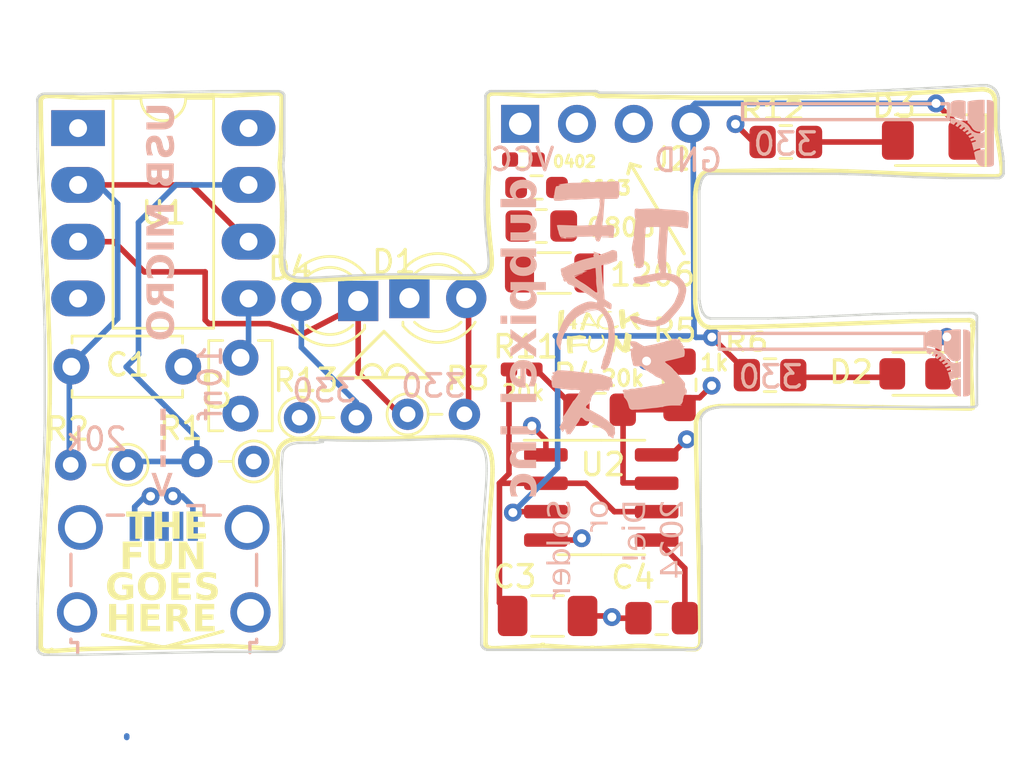
<source format=kicad_pcb>
(kicad_pcb (version 20221018) (generator pcbnew)
  (layers (0 "F.Cu" signal) (1 "In1.Cu" signal) (2 "In2.Cu" signal) (31 "B.Cu" signal) (34 "B.Paste" user) (35 "F.Paste" user) (36 "B.SilkS" user "B.Silkscreen") (37 "F.SilkS" user "F.Silkscreen") (38 "B.Mask" user) (39 "F.Mask" user) (44 "Edge.Cuts" user))
  (net 0 "")
  (net 1 "GND")
  (net 2 "/smt_555/2")
  (net 3 "/smt_555/5")
  (net 4 "Net-(D1-A)")
  (net 5 "Net-(D2-A)")
  (net 6 "VCC")
  (net 7 "/smt_555/7")
  (net 8 "/smt_555/3")
  (net 17 "Net-(D3-A)")
  (net 18 "Net-(D4-A)")
  (net 19 "Net-(R11-Pad1)")
  (net 20 "Net-(U1-THR)")
  (net 21 "Net-(U1-CV)")
  (net 22 "Net-(D4-K)")
  (net 23 "Net-(U1-DIS)")
  (footprint "Resistor_THT:R_Axial_DIN0204_L3.6mm_D1.6mm_P2.54mm_Vertical" (layer "F.Cu") (at 131.92 52.23)
    (fp_text reference "R3")
    (fp_text value "330")
  )
  (footprint "Capacitor_THT:C_Disc_D4.7mm_W2.5mm_P5.00mm" (layer "F.Cu") (at 116.89 50.1)
    (fp_text reference "C1")
    (fp_text value "10uF")
  )
  (footprint "Resistor_SMD:R_0402_1005Metric_Pad0.72x0.64mm_HandSolder" (layer "F.Cu") (at 137.0975 40.835)
    (fp_text reference "R10" hide)
    (fp_text value "0402")
  )
  (footprint "Capacitor_SMD:C_0805_2012Metric_Pad1.18x1.45mm_HandSolder" (layer "F.Cu") (at 144.075 50.9125 -90)
    (fp_text reference "R5")
    (fp_text value "1k")
  )
  (footprint "LED_SMD:LED_1206_3216Metric_Pad1.42x1.75mm_HandSolder" (layer "F.Cu") (at 155.32 39.97 180)
    (fp_text reference "D3")
    (fp_text value "LED")
  )
  (footprint "Capacitor_SMD:C_0805_2012Metric_Pad1.18x1.45mm_HandSolder" (layer "F.Cu") (at 140.5 52.025 180)
    (fp_text reference "R4")
    (fp_text value "20k")
  )
  (footprint "Package_DIP:DIP-8_W7.62mm_LongPads" (layer "F.Cu") (at 117.19 39.43)
    (fp_text reference "U1")
    (fp_text value "~")
  )
  (footprint "Resistor_SMD:R_0805_2012Metric_Pad1.20x1.40mm_HandSolder" (layer "F.Cu") (at 137.895 43.81)
    (fp_text reference "R8" hide)
    (fp_text value "0805")
  )
  (footprint "Resistor_SMD:R_0603_1608Metric_Pad0.98x0.95mm_HandSolder" (layer "F.Cu") (at 137.6825 42.085)
    (fp_text reference "R9" hide)
    (fp_text value "0603")
  )
  (footprint "Capacitor_SMD:C_0402_1005Metric_Pad0.74x0.62mm_HandSolder" (layer "F.Cu") (at 137.0175 50.225 180)
    (fp_text reference "R11")
    (fp_text value "20k")
  )
  (footprint "Resistor_THT:R_Axial_DIN0204_L3.6mm_D1.6mm_P2.54mm_Vertical" (layer "F.Cu") (at 125.04 54.34 180)
    (fp_text reference "R1")
    (fp_text value "1k")
  )
  (footprint "Capacitor_SMD:C_0805_2012Metric_Pad1.18x1.45mm_HandSolder" (layer "F.Cu") (at 148.825 40.05)
    (fp_text reference "R12")
    (fp_text value "330")
  )
  (footprint "LED_SMD:LED_0805_2012Metric_Pad1.15x1.40mm_HandSolder" (layer "F.Cu") (at 154.6075 50.42 180)
    (fp_text reference "D2")
    (fp_text value "LED")
  )
  (footprint "Capacitor_SMD:C_0805_2012Metric_Pad1.18x1.45mm_HandSolder" (layer "F.Cu") (at 143.275 61.35 180)
    (fp_text reference "C4")
    (fp_text value ".01uf")
  )
  (footprint "Capacitor_SMD:C_0805_2012Metric_Pad1.18x1.45mm_HandSolder" (layer "F.Cu") (at 148.12 50.48)
    (fp_text reference "R6")
    (fp_text value "330")
  )
  (footprint "Resistor_SMD:R_1206_3216Metric_Pad1.30x1.75mm_HandSolder" (layer "F.Cu") (at 138.47 45.91)
    (fp_text reference "R7" hide)
    (fp_text value "1206")
  )
  (footprint "Capacitor_THT:C_Disc_D3.8mm_W2.6mm_P2.50mm" (layer "F.Cu") (at 124.45 49.7 -90)
    (fp_text reference "C2")
    (fp_text value "10nf")
  )
  (footprint "Resistor_THT:R_Axial_DIN0204_L3.6mm_D1.6mm_P2.54mm_Vertical" (layer "F.Cu") (at 119.4 54.49 180)
    (fp_text reference "R2")
    (fp_text value "20k")
  )
  (footprint "Package_SO:SOIC-8_3.9x4.9mm_P1.27mm" (layer "F.Cu") (at 140.575 55.95)
    (fp_text reference "U2")
    (fp_text value "~")
  )
  (footprint "LED_THT:LED_D3.0mm" (layer "F.Cu") (at 129.71 47.16 180)
    (fp_text reference "D4")
    (fp_text value "LED" hide)
  )
  (footprint "LED_THT:LED_D3.0mm" (layer "F.Cu") (at 132 47.03)
    (fp_text reference "D1")
    (fp_text value "LED" hide)
  )
  (footprint "Resistor_THT:R_Axial_DIN0204_L3.6mm_D1.6mm_P2.54mm_Vertical" (layer "F.Cu") (at 127.09 52.38)
    (fp_text reference "R13")
    (fp_text value "330")
  )
  (footprint "Capacitor_SMD:C_1206_3216Metric_Pad1.33x1.80mm_HandSolder" (layer "F.Cu") (at 138.175 61.25)
    (fp_text reference "C3")
    (fp_text value "10uf")
  )
  (footprint "Connector_PinSocket_2.54mm:PinSocket_1x04_P2.54mm_Vertical" (layer "F.Cu") (at 136.95 39.24 90)
    (fp_text reference "J2")
    (fp_text value "Conn_01x04_Socket" hide)
  )
  (footprint "Connector_USB:USB_Micro-B_Wuerth_629105150521_CircularHoles" (layer "B.Cu") (at 121.02 59.14 180)
    (fp_text reference "J1" hide)
    (fp_text value "USB_B_Micro")
  )
  (gr_poly (pts (xy 140.442403 44.515196) (xy 140.440503 44.513062) (xy 140.438649 44.510866) (xy 140.436834 44.508638) (xy 140.433288 44.504215) (xy 140.431543 44.502081) (xy 140.429805 44.50004) (xy 140.428068 44.498122) (xy 140.426322 44.49636) (xy 140.425444 44.495547) (xy 140.424561 44.494784) (xy 140.423673 44.494076) (xy 140.422777 44.493425) (xy 140.421874 44.492837) (xy 140.420962 44.492314) (xy 140.420041 44.491861) (xy 140.419109 44.491482) (xy 140.418165 44.49118) (xy 140.417208 44.49096) (xy 140.416238 44.490825) (xy 140.415254 44.490779) (xy 140.411315 44.490343) (xy 140.40743 44.49002) (xy 140.403591 44.489797) (xy 140.399792 44.489663) (xy 140.392278 44.489617) (xy 140.384826 44.489787) (xy 140.36986 44.490407) (xy 140.362222 44.490671) (xy 140.354398 44.490779) (xy 140.351654 44.479343) (xy 140.349313 44.468744) (xy 140.347282 44.458827) (xy 140.345469 44.449437) (xy 140.34212 44.431619) (xy 140.340399 44.422881) (xy 140.338523 44.414049) (xy 140.312066 44.432571) (xy 140.312066 44.408758) (xy 140.313805 44.399255) (xy 140.315059 44.390531) (xy 140.31584 44.382498) (xy 140.316159 44.375065) (xy 140.31615 44.371546) (xy 140.31603 44.368143) (xy 140.3158 44.364847) (xy 140.315462 44.361644) (xy 140.315017 44.358525) (xy 140.314468 44.355479) (xy 140.313059 44.349557) (xy 140.311247 44.343791) (xy 140.309044 44.33809) (xy 140.306461 44.332367) (xy 140.303509 44.32653) (xy 140.300201 44.320493) (xy 140.296549 44.314164) (xy 140.288255 44.300279) (xy 140.286278 44.29741) (xy 140.284316 44.29475) (xy 140.282367 44.292291) (xy 140.280431 44.290026) (xy 140.278506 44.287948) (xy 140.276592 44.286047) (xy 140.274688 44.284318) (xy 140.272793 44.282751) (xy 140.270905 44.281338) (xy 140.269024 44.280074) (xy 140.267149 44.278949) (xy 140.265279 44.277955) (xy 140.263413 44.277086) (xy 140.261549 44.276332) (xy 140.259688 44.275688) (xy 140.257827 44.275144) (xy 140.255967 44.274693) (xy 140.254105 44.274327) (xy 140.250375 44.273821) (xy 140.24663 44.273563) (xy 140.242861 44.27349) (xy 140.227399 44.273821) (xy 140.026564 44.282544) (xy 139.825233 44.288042) (xy 139.724536 44.289195) (xy 139.623902 44.289076) (xy 139.523391 44.287531) (xy 139.423066 44.284404) (xy 139.420615 44.283998) (xy 139.418219 44.283758) (xy 139.415868 44.283666) (xy 139.413557 44.283701) (xy 139.411277 44.283845) (xy 139.40902 44.284078) (xy 139.406779 44.284381) (xy 139.404545 44.284734) (xy 139.395533 44.286264) (xy 139.393222 44.286579) (xy 139.390872 44.286827) (xy 139.388475 44.286991) (xy 139.386024 44.28705) (xy 139.386024 44.297633) (xy 139.54742 44.313508) (xy 139.54742 44.329384) (xy 139.409837 44.324423) (xy 139.341293 44.322315) (xy 139.306866 44.321679) (xy 139.272252 44.321447) (xy 138.999732 44.321447) (xy 138.999732 44.339968) (xy 139.105568 44.338976) (xy 139.158236 44.338852) (xy 139.184725 44.339208) (xy 139.2114 44.339968) (xy 139.238071 44.341306) (xy 139.264524 44.343233) (xy 139.290791 44.345595) (xy 139.316903 44.348235) (xy 139.368786 44.353734) (xy 139.394619 44.356282) (xy 139.420421 44.358488) (xy 139.393519 44.360235) (xy 139.36643 44.361548) (xy 139.339217 44.362488) (xy 139.311942 44.363119) (xy 139.257455 44.363698) (xy 139.203464 44.36378) (xy 138.981214 44.36378) (xy 138.954425 44.363429) (xy 138.927636 44.362457) (xy 138.900847 44.36099) (xy 138.874058 44.35915) (xy 138.766902 44.350551) (xy 138.766902 44.337323) (xy 138.771134 44.334761) (xy 138.775396 44.33252) (xy 138.779686 44.330578) (xy 138.784002 44.328915) (xy 138.788343 44.32751) (xy 138.792709 44.326341) (xy 138.801505 44.324631) (xy 138.810378 44.323619) (xy 138.819317 44.323138) (xy 138.828311 44.323021) (xy 138.837347 44.323101) (xy 138.855501 44.323189) (xy 138.864596 44.322863) (xy 138.873686 44.322068) (xy 138.882761 44.320637) (xy 138.88729 44.319631) (xy 138.89181 44.318404) (xy 138.89632 44.316934) (xy 138.900819 44.315201) (xy 138.905305 44.313185) (xy 138.909778 44.310864) (xy 138.866659 44.308508) (xy 138.82478 44.305904) (xy 138.784389 44.303796) (xy 138.764829 44.30316) (xy 138.745734 44.302927) (xy 138.741999 44.292385) (xy 138.738667 44.282587) (xy 138.732838 44.265224) (xy 138.730156 44.257658) (xy 138.728832 44.254154) (xy 138.727505 44.250837) (xy 138.726162 44.247705) (xy 138.724792 44.24476) (xy 138.723383 44.242) (xy 138.721923 44.239427) (xy 138.715717 44.229413) (xy 138.70998 44.219216) (xy 138.704685 44.208841) (xy 138.699805 44.198292) (xy 138.695313 44.187572) (xy 138.69118 44.176686) (xy 138.687382 44.165637) (xy 138.683889 44.154429) (xy 138.680675 44.143066) (xy 138.677714 44.131552) (xy 138.672438 44.108085) (xy 138.667844 44.084061) (xy 138.663715 44.05951) (xy 138.663159 44.056533) (xy 138.662491 44.053557) (xy 138.661721 44.05058) (xy 138.660863 44.047603) (xy 138.658925 44.04165) (xy 138.65677 44.035697) (xy 138.652181 44.023791) (xy 138.649933 44.017838) (xy 138.64784 44.011885) (xy 138.629319 43.958968) (xy 138.609476 43.868017) (xy 138.599554 43.82093) (xy 138.589631 43.771115) (xy 138.604277 43.7699) (xy 138.618488 43.768344) (xy 138.645856 43.76483) (xy 138.659137 43.763182) (xy 138.672232 43.761812) (xy 138.685203 43.760877) (xy 138.691661 43.760621) (xy 138.698112 43.760531) (xy 138.866784 43.764995) (xy 139.035457 43.770452) (xy 139.204128 43.776901) (xy 139.3728 43.784342) (xy 139.474003 43.787231) (xy 139.575206 43.788104) (xy 139.67641 43.78718) (xy 139.777613 43.784673) (xy 139.878816 43.780803) (xy 139.980019 43.775785) (xy 140.182424 43.763176) (xy 140.197193 43.762076) (xy 140.211777 43.76082) (xy 140.240633 43.758215) (xy 140.255031 43.757052) (xy 140.26949 43.756106) (xy 140.284073 43.75547) (xy 140.298843 43.755238) (xy 140.314717 43.649075) (xy 140.330592 43.540926) (xy 140.334328 43.545655) (xy 140.337661 43.54998) (xy 140.340684 43.553995) (xy 140.34349 43.557793) (xy 140.348823 43.56511) (xy 140.354404 43.572676) (xy 140.364326 43.521991) (xy 140.374248 43.472795) (xy 140.394092 43.376883) (xy 140.405336 43.327605) (xy 140.408457 43.315673) (xy 140.410149 43.309914) (xy 140.411951 43.30433) (xy 140.413876 43.298947) (xy 140.41594 43.293793) (xy 140.41816 43.288895) (xy 140.420551 43.284279) (xy 140.424834 43.276717) (xy 140.428773 43.268926) (xy 140.432393 43.260926) (xy 140.435723 43.252736) (xy 140.438789 43.244375) (xy 140.441619 43.235863) (xy 140.44424 43.22722) (xy 140.446678 43.218464) (xy 140.451117 43.200693) (xy 140.455153 43.182704) (xy 140.462884 43.146696) (xy 140.481405 43.043509) (xy 140.493931 42.966037) (xy 140.499682 42.927145) (xy 140.504224 42.888068) (xy 140.505839 42.86844) (xy 140.506906 42.848742) (xy 140.507346 42.828966) (xy 140.507077 42.809106) (xy 140.506017 42.789152) (xy 140.504085 42.769098) (xy 140.5012 42.748935) (xy 140.497279 42.728655) (xy 140.495238 42.717519) (xy 140.493353 42.706042) (xy 140.492594 42.700224) (xy 140.492025 42.694379) (xy 140.491696 42.688526) (xy 140.491658 42.682685) (xy 140.491961 42.676874) (xy 140.492655 42.671114) (xy 140.493792 42.665424) (xy 140.494541 42.662611) (xy 140.49542 42.659823) (xy 140.496435 42.657062) (xy 140.497591 42.65433) (xy 140.498896 42.65163) (xy 140.500355 42.648965) (xy 140.501975 42.646337) (xy 140.503762 42.643748) (xy 140.505723 42.6412) (xy 140.507863 42.638697) (xy 140.508299 42.637464) (xy 140.508623 42.635773) (xy 140.508846 42.633664) (xy 140.508979 42.631174) (xy 140.509026 42.625211) (xy 140.508855 42.618194) (xy 140.508235 42.602236) (xy 140.507972 42.593916) (xy 140.507863 42.585781) (xy 140.49497 42.584681) (xy 140.482108 42.583425) (xy 140.456601 42.580821) (xy 140.444018 42.579659) (xy 140.431589 42.578713) (xy 140.419347 42.578077) (xy 140.407321 42.577845) (xy 140.407321 42.572554) (xy 140.409919 42.572173) (xy 140.403028 42.572431) (xy 140.394094 42.57255) (xy 140.279 42.584126) (xy 140.221453 42.589294) (xy 140.163905 42.593718) (xy 140.141199 42.595355) (xy 140.118679 42.596404) (xy 140.096282 42.597018) (xy 140.073948 42.597354) (xy 140.029217 42.597808) (xy 140.006696 42.598237) (xy 139.983989 42.599007) (xy 139.723706 42.615876) (xy 139.594432 42.623938) (xy 139.465406 42.630759) (xy 139.43949 42.631291) (xy 139.413357 42.631048) (xy 139.387038 42.630247) (xy 139.360564 42.629105) (xy 139.307275 42.626666) (xy 139.280522 42.625803) (xy 139.253738 42.625468) (xy 139.225491 42.625887) (xy 139.197302 42.627085) (xy 139.169167 42.628973) (xy 139.141083 42.631462) (xy 139.085051 42.637886) (xy 139.029173 42.645643) (xy 138.917759 42.662303) (xy 138.86216 42.669781) (xy 138.806592 42.67574) (xy 138.770987 42.679005) (xy 138.735568 42.681031) (xy 138.700273 42.682064) (xy 138.66504 42.682353) (xy 138.523488 42.681031) (xy 138.518036 42.68087) (xy 138.51261 42.680364) (xy 138.507239 42.679478) (xy 138.50195 42.678178) (xy 138.496768 42.676428) (xy 138.494227 42.675374) (xy 138.491723 42.674194) (xy 138.489259 42.672884) (xy 138.48684 42.67144) (xy 138.484468 42.669858) (xy 138.482147 42.668132) (xy 138.47988 42.666259) (xy 138.477671 42.664235) (xy 138.475523 42.662055) (xy 138.473439 42.659714) (xy 138.471424 42.657209) (xy 138.469479 42.654534) (xy 138.467609 42.651686) (xy 138.465817 42.648661) (xy 138.464106 42.645453) (xy 138.462481 42.642058) (xy 138.460943 42.638473) (xy 138.459497 42.634693) (xy 138.458146 42.630713) (xy 138.456893 42.626529) (xy 138.455742 42.622136) (xy 138.454696 42.617531) (xy 138.436176 42.580489) (xy 138.437892 42.573572) (xy 138.439989 42.566702) (xy 138.444857 42.553039) (xy 138.449848 42.539376) (xy 138.4521 42.532505) (xy 138.454034 42.525589) (xy 138.455534 42.51861) (xy 138.456085 42.515092) (xy 138.456483 42.511553) (xy 138.456716 42.507991) (xy 138.456766 42.504404) (xy 138.456622 42.50079) (xy 138.456266 42.497146) (xy 138.455687 42.493472) (xy 138.454867 42.489764) (xy 138.453794 42.486022) (xy 138.452453 42.482243) (xy 138.450828 42.478425) (xy 138.448906 42.474566) (xy 138.446672 42.470665) (xy 138.444112 42.466719) (xy 138.447222 42.464177) (xy 138.450108 42.461518) (xy 138.452781 42.458747) (xy 138.455248 42.455871) (xy 138.45752 42.452897) (xy 138.459605 42.449829) (xy 138.461513 42.446676) (xy 138.463253 42.443443) (xy 138.464834 42.440136) (xy 138.466265 42.436761) (xy 138.468715 42.429836) (xy 138.470677 42.422717) (xy 138.472224 42.415454) (xy 138.47343 42.408099) (xy 138.474368 42.400701) (xy 138.475738 42.385978) (xy 138.476921 42.37169) (xy 138.477627 42.364834) (xy 138.478507 42.358239) (xy 138.488635 42.290438) (xy 138.494087 42.256476) (xy 138.500004 42.222638) (xy 138.506541 42.189048) (xy 138.513853 42.155831) (xy 138.522096 42.123109) (xy 138.531423 42.091008) (xy 138.534464 42.081921) (xy 138.537645 42.073506) (xy 138.54098 42.065749) (xy 138.544487 42.058639) (xy 138.546309 42.055323) (xy 138.548179 42.052165) (xy 138.5501 42.049162) (xy 138.552073 42.046314) (xy 138.5541 42.043619) (xy 138.556184 42.041076) (xy 138.558326 42.038683) (xy 138.560527 42.036439) (xy 138.562791 42.034342) (xy 138.565119 42.032391) (xy 138.567512 42.030584) (xy 138.569974 42.02892) (xy 138.572505 42.027398) (xy 138.575108 42.026015) (xy 138.577784 42.024771) (xy 138.580537 42.023665) (xy 138.583366 42.022693) (xy 138.586275 42.021856) (xy 138.589266 42.021152) (xy 138.592339 42.020579) (xy 138.595498 42.020136) (xy 138.598744 42.019822) (xy 138.60208 42.019634) (xy 138.605506 42.019572) (xy 138.610496 42.019681) (xy 138.615532 42.019954) (xy 138.625681 42.020647) (xy 138.630763 42.020896) (xy 138.63583 42.020967) (xy 138.640866 42.020775) (xy 138.645855 42.020233) (xy 138.648328 42.019805) (xy 138.650783 42.019258) (xy 138.653218 42.018581) (xy 138.655633 42.017763) (xy 138.658024 42.016794) (xy 138.660389 42.015664) (xy 138.662728 42.014361) (xy 138.665038 42.012874) (xy 138.667316 42.011194) (xy 138.669562 42.00931) (xy 138.671772 42.00721) (xy 138.673946 42.004885) (xy 138.676082 42.002323) (xy 138.678176 41.999514) (xy 138.680228 41.996448) (xy 138.682235 41.993113) (xy 138.682754 41.992392) (xy 138.683317 41.991716) (xy 138.683922 41.991083) (xy 138.684565 41.990493) (xy 138.685246 41.989944) (xy 138.685961 41.989433) (xy 138.686709 41.988961) (xy 138.687485 41.988525) (xy 138.689118 41.987755) (xy 138.690839 41.987114) (xy 138.692631 41.986589) (xy 138.694472 41.986168) (xy 138.696345 41.985841) (xy 138.698229 41.985595) (xy 138.700106 41.985419) (xy 138.701955 41.9853) (xy 138.705495 41.985192) (xy 138.708694 41.985176) (xy 138.712776 41.98419) (xy 138.717045 41.983234) (xy 138.721437 41.982341) (xy 138.725891 41.98154) (xy 138.730346 41.980862) (xy 138.734738 41.98034) (xy 138.739006 41.980004) (xy 138.741075 41.979916) (xy 138.743089 41.979885) (xy 138.743089 41.966656) (xy 138.719234 41.962646) (xy 138.695132 41.958388) (xy 138.670534 41.953634) (xy 138.657972 41.950993) (xy 138.645192 41.948136) (xy 138.759624 41.933584) (xy 138.814856 41.926556) (xy 138.870088 41.919031) (xy 138.986753 41.903073) (xy 139.044868 41.895498) (xy 139.102922 41.888604) (xy 139.160975 41.882703) (xy 139.21909 41.878104) (xy 139.27733 41.875117) (xy 139.335756 41.874052) (xy 139.386243 41.874574) (xy 139.436544 41.874259) (xy 139.536837 41.871737) (xy 139.73792 41.863468) (xy 139.833583 41.859044) (xy 139.929742 41.853877) (xy 140.121566 41.842301) (xy 140.25121 41.842301) (xy 140.334555 41.837588) (xy 140.417899 41.83238) (xy 140.501243 41.828164) (xy 140.542915 41.826893) (xy 140.584586 41.826428) (xy 140.665946 41.825188) (xy 140.747305 41.82494) (xy 140.910024 41.824444) (xy 140.991383 41.822708) (xy 141.072743 41.818987) (xy 141.154102 41.812538) (xy 141.194782 41.808058) (xy 141.235461 41.802616) (xy 141.244504 41.801763) (xy 141.253734 41.801251) (xy 141.258399 41.801152) (xy 141.263087 41.801174) (xy 141.267791 41.801327) (xy 141.272502 41.801623) (xy 141.277214 41.802074) (xy 141.281918 41.802693) (xy 141.286606 41.803489) (xy 141.291272 41.804475) (xy 141.295906 41.805663) (xy 141.300501 41.807065) (xy 141.30505 41.808691) (xy 141.309545 41.810553) (xy 141.319657 41.814707) (xy 141.324793 41.816994) (xy 141.329925 41.819482) (xy 141.335011 41.822218) (xy 141.340007 41.825249) (xy 141.344872 41.828621) (xy 141.349562 41.83238) (xy 141.351829 41.834419) (xy 141.354036 41.836573) (xy 141.356178 41.838847) (xy 141.358249 41.841247) (xy 141.360245 41.843779) (xy 141.362161 41.846449) (xy 141.36399 41.849261) (xy 141.365727 41.852223) (xy 141.367367 41.85534) (xy 141.368906 41.858618) (xy 141.370336 41.862063) (xy 141.371654 41.86568) (xy 141.372854 41.869475) (xy 141.37393 41.873455) (xy 141.374877 41.877624) (xy 141.37569 41.881989) (xy 141.378537 41.902939) (xy 141.381106 41.924074) (xy 141.383364 41.945334) (xy 141.385281 41.966656) (xy 141.386826 41.987978) (xy 141.387968 42.009238) (xy 141.388676 42.030373) (xy 141.388919 42.051323) (xy 141.388454 42.088912) (xy 141.387183 42.126315) (xy 141.385292 42.163594) (xy 141.382967 42.200812) (xy 141.377758 42.275308) (xy 141.373046 42.3503) (xy 141.373046 42.368822) (xy 141.374817 42.375738) (xy 141.376177 42.3826) (xy 141.37715 42.389415) (xy 141.377758 42.396191) (xy 141.378026 42.402936) (xy 141.377975 42.409658) (xy 141.37763 42.416364) (xy 141.377014 42.423062) (xy 141.37615 42.429761) (xy 141.375061 42.436467) (xy 141.37377 42.443189) (xy 141.372301 42.449934) (xy 141.368922 42.463524) (xy 141.365108 42.477301) (xy 141.361419 42.489915) (xy 141.357305 42.50194) (xy 141.352772 42.513346) (xy 141.347828 42.5241) (xy 141.34248 42.534171) (xy 141.339658 42.538942) (xy 141.336738 42.54353) (xy 141.333721 42.547932) (xy 141.330608 42.552144) (xy 141.3274 42.556163) (xy 141.324098 42.559984) (xy 141.320703 42.563603) (xy 141.317216 42.567017) (xy 141.313638 42.570222) (xy 141.30997 42.573213) (xy 141.306213 42.575987) (xy 141.303418 42.577843) (xy 140.468177 42.577843) (xy 140.468177 42.567259) (xy 140.448788 42.569201) (xy 140.44 42.57) (xy 140.443041 42.56995) (xy 140.454948 42.569908) (xy 140.468177 42.577843) (xy 141.303418 42.577843) (xy 141.302367 42.578541) (xy 141.298434 42.58087) (xy 141.294415 42.58297) (xy 141.290311 42.584837) (xy 141.286122 42.586468) (xy 141.28185 42.587859) (xy 141.277496 42.589005) (xy 141.273061 42.589904) (xy 141.268544 42.59055) (xy 141.263949 42.590941) (xy 141.259275 42.591072) (xy 141.011889 42.59471) (xy 140.887948 42.595909) (xy 140.764503 42.596363) (xy 140.724815 42.599011) (xy 140.703649 42.895344) (xy 140.682481 43.194323) (xy 140.661313 43.485365) (xy 140.660025 43.503662) (xy 140.658203 43.521859) (xy 140.653294 43.558043) (xy 140.647268 43.594102) (xy 140.640809 43.630224) (xy 140.634597 43.666594) (xy 140.629316 43.703399) (xy 140.627238 43.722021) (xy 140.625647 43.740823) (xy 140.62463 43.759826) (xy 140.624273 43.779053) (xy 140.630867 43.779926) (xy 140.636841 43.780582) (xy 140.642319 43.781053) (xy 140.647424 43.781368) (xy 140.652282 43.781559) (xy 140.657015 43.781657) (xy 140.666606 43.781699) (xy 140.799229 43.774752) (xy 140.866409 43.770907) (xy 140.900107 43.768566) (xy 140.933835 43.765822) (xy 140.944719 43.765016) (xy 140.955545 43.764582) (xy 140.966317 43.76452) (xy 140.977038 43.76483) (xy 140.987712 43.765512) (xy 140.998344 43.766567) (xy 141.008937 43.767993) (xy 141.019495 43.769791) (xy 141.030022 43.771962) (xy 141.040522 43.774504) (xy 141.050999 43.777419) (xy 141.061456 43.780705) (xy 141.071898 43.784364) (xy 141.082328 43.788394) (xy 141.092751 43.792797) (xy 141.10317 43.797571) (xy 141.110363 43.801233) (xy 141.11706 43.805282) (xy 141.123262 43.809733) (xy 141.128967 43.814604) (xy 141.134176 43.819909) (xy 141.138889 43.825663) (xy 141.143105 43.831882) (xy 141.146826 43.838582) (xy 141.150051 43.845778) (xy 141.152779 43.853486) (xy 141.155011 43.86172) (xy 141.156747 43.870498) (xy 141.157987 43.879833) (xy 141.158731 43.889742) (xy 141.158979 43.90024) (xy 141.158731 43.911343) (xy 141.126981 44.310863) (xy 141.12671 44.313034) (xy 141.126393 44.315084) (xy 141.126032 44.317017) (xy 141.125627 44.318837) (xy 141.125179 44.320546) (xy 141.12469 44.322147) (xy 141.12416 44.323645) (xy 141.123591 44.325043) (xy 141.122982 44.326344) (xy 141.122336 44.327552) (xy 141.121653 44.328669) (xy 141.120935 44.329699) (xy 141.120181 44.330647) (xy 141.119394 44.331514) (xy 141.118573 44.332305) (xy 141.117721 44.333022) (xy 141.116837 44.33367) (xy 141.115924 44.334251) (xy 141.114981 44.33477) (xy 141.11401 44.335229) (xy 141.113013 44.335631) (xy 141.111989 44.335981) (xy 141.11094 44.336282) (xy 141.109866 44.336536) (xy 141.10765 44.33692) (xy 141.105349 44.337161) (xy 141.102971 44.337286) (xy 141.100522 44.337322) (xy 140.952026 44.333683) (xy 140.876909 44.332484) (xy 140.801545 44.33203) (xy 140.605754 44.33203) (xy 140.605754 44.316154) (xy 140.630588 44.314081) (xy 140.655472 44.312718) (xy 140.705345 44.311483) (xy 140.805184 44.310532) (xy 140.830095 44.309684) (xy 140.854963 44.308274) (xy 140.879778 44.306143) (xy 140.904526 44.303132) (xy 140.929197 44.299082) (xy 140.953778 44.293835) (xy 140.978259 44.287231) (xy 141.002628 44.279112) (xy 140.589879 44.279112) (xy 140.572557 44.317105) (xy 140.556474 44.352865) (xy 140.548976 44.370451) (xy 140.541881 44.388129) (xy 140.535219 44.406118) (xy 140.529023 44.424633) (xy 140.527241 44.429727) (xy 140.525369 44.434597) (xy 140.523411 44.439251) (xy 140.52137 44.443697) (xy 140.51925 44.447943) (xy 140.517054 44.451998) (xy 140.514784 44.455869) (xy 140.512446 44.459566) (xy 140.510042 44.463097) (xy 140.507575 44.466468) (xy 140.505049 44.46969) (xy 140.502467 44.47277) (xy 140.497151 44.478536) (xy 140.491652 44.483833) (xy 140.485998 44.488728) (xy 140.480216 44.493285) (xy 140.474333 44.497571) (xy 140.468377 44.501651) (xy 140.444358 44.517237)) (fill solid) (layer "B.SilkS"))
  (gr_poly (pts (xy 156.240509 38.984891) (xy 156.30419 38.995678) (xy 156.367779 39.008995) (xy 156.430949 39.024792) (xy 156.493376 39.04302) (xy 156.554732 39.063631) (xy 156.61469 39.086575) (xy 156.644044 39.098906) (xy 156.672926 39.111802) (xy 156.672927 39.111802) (xy 156.704602 39.126872) (xy 156.735564 39.142628) (xy 156.765753 39.159061) (xy 156.795111 39.17616) (xy 156.82358 39.193919) (xy 156.851102 39.212327) (xy 156.877617 39.231376) (xy 156.903068 39.251058) (xy 156.927397 39.271362) (xy 156.950544 39.292282) (xy 156.972451 39.313807) (xy 156.993061 39.335929) (xy 157.012314 39.358639) (xy 157.030153 39.381929) (xy 157.046518 39.405789) (xy 157.061352 39.430211) (xy 157.074069 39.451204) (xy 157.087667 39.471119) (xy 157.102094 39.489966) (xy 157.117299 39.507757) (xy 157.133234 39.524503) (xy 157.149846 39.540214) (xy 157.167085 39.554902) (xy 157.184902 39.568579) (xy 157.203245 39.581254) (xy 157.222063 39.59294) (xy 157.241307 39.603647) (xy 157.260926 39.613386) (xy 157.280869 39.622168) (xy 157.301086 39.630005) (xy 157.321527 39.636908) (xy 157.342139 39.642887) (xy 157.345883 39.643736) (xy 157.357811 39.646672) (xy 157.369765 39.649308) (xy 157.381735 39.651648) (xy 157.393712 39.653694) (xy 157.405688 39.655446) (xy 157.417651 39.656909) (xy 157.429593 39.658084) (xy 157.441505 39.658972) (xy 157.453377 39.659578) (xy 157.465199 39.659901) (xy 157.476963 39.659946) (xy 157.488658 39.659714) (xy 157.500276 39.659207) (xy 157.511807 39.658428) (xy 157.523241 39.657379) (xy 157.534569 39.656061) (xy 157.546226 39.65441) (xy 157.557757 39.652475) (xy 157.569152 39.650259) (xy 157.5804 39.647763) (xy 157.591491 39.644991) (xy 157.602416 39.641944) (xy 157.613163 39.638625) (xy 157.623723 39.635036) (xy 157.634086 39.63118) (xy 157.644241 39.627058) (xy 157.654179 39.622673) (xy 157.663889 39.618028) (xy 157.67336 39.613124) (xy 157.682583 39.607964) (xy 157.691548 39.602551) (xy 157.700245 39.596886) (xy 157.702725 39.595191) (xy 157.705181 39.593469) (xy 157.707607 39.59173) (xy 157.71 39.589981) (xy 157.71 40.315258) (xy 157.667192 40.316685) (xy 157.621878 40.319889) (xy 157.574703 40.324982) (xy 157.526312 40.332075) (xy 157.501863 40.336406) (xy 157.477353 40.34128) (xy 157.452861 40.346709) (xy 157.428469 40.352709) (xy 157.404258 40.359292) (xy 157.380307 40.366473) (xy 157.356699 40.374266) (xy 157.333513 40.382684) (xy 157.318543 40.388556) (xy 157.303802 40.394701) (xy 157.289314 40.401126) (xy 157.2751 40.407832) (xy 157.261181 40.414824) (xy 157.247579 40.422106) (xy 157.234316 40.429682) (xy 157.221413 40.437554) (xy 157.20187 40.349573) (xy 157.191379 40.305306) (xy 157.180319 40.261057) (xy 157.168627 40.216979) (xy 157.156237 40.173224) (xy 157.143083 40.129943) (xy 157.129101 40.087288) (xy 157.296028 40.031785) (xy 157.298051 40.031071) (xy 157.300004 40.030288) (xy 157.301886 40.029438) (xy 157.303694 40.028522) (xy 157.305428 40.027545) (xy 157.307087 40.026509) (xy 157.308668 40.025417) (xy 157.31017 40.024271) (xy 157.311592 40.023074) (xy 157.312933 40.02183) (xy 157.314191 40.02054) (xy 157.315364 40.019207) (xy 157.316451 40.017835) (xy 157.317451 40.016427) (xy 157.318362 40.014984) (xy 157.319183 40.013509) (xy 157.319913 40.012006) (xy 157.320549 40.010478) (xy 157.321091 40.008926) (xy 157.321537 40.007354) (xy 157.321886 40.005765) (xy 157.322136 40.004161) (xy 157.322285 40.002544) (xy 157.322333 40.000919) (xy 157.322278 39.999288) (xy 157.322118 39.997652) (xy 157.321853 39.996016) (xy 157.32148 39.994382) (xy 157.320998 39.992752) (xy 157.320406 39.99113) (xy 157.319702 39.989519) (xy 157.318885 39.98792) (xy 157.317964 39.986356) (xy 157.316953 39.984846) (xy 157.315855 39.983391) (xy 157.314673 39.981992) (xy 157.313411 39.980651) (xy 157.312074 39.979368) (xy 157.310663 39.978145) (xy 157.309184 39.976982) (xy 157.307639 39.975881) (xy 157.306032 39.974844) (xy 157.304367 39.97387) (xy 157.302647 39.972962) (xy 157.300875 39.97212) (xy 157.299057 39.971345) (xy 157.297194 39.97064) (xy 157.29529 39.970004) (xy 157.29335 39.969439) (xy 157.291376 39.968946) (xy 157.289373 39.968526) (xy 157.287344 39.96818) (xy 157.285292 39.96791) (xy 157.283221 39.967717) (xy 157.281134 39.967601) (xy 157.279036 39.967564) (xy 157.276929 39.967607) (xy 157.274818 39.967731) (xy 157.272706 39.967938) (xy 157.270596 39.968227) (xy 157.268492 39.968601) (xy 157.266398 39.969061) (xy 157.264317 39.969608) (xy 157.262253 39.970242) (xy 157.105426 40.022375) (xy 157.096299 39.999442) (xy 157.086849 39.97687) (xy 157.077059 39.954681) (xy 157.07203 39.943737) (xy 157.066911 39.932896) (xy 157.213761 39.87083) (xy 157.215681 39.869971) (xy 157.217523 39.869048) (xy 157.219286 39.868062) (xy 157.220968 39.867018) (xy 157.222569 39.865918) (xy 157.224087 39.864764) (xy 157.225522 39.863561) (xy 157.226872 39.86231) (xy 157.228136 39.861014) (xy 157.229313 39.859677) (xy 157.230402 39.858301) (xy 157.231402 39.856889) (xy 157.232312 39.855443) (xy 157.23313 39.853968) (xy 157.233857 39.852465) (xy 157.234489 39.850938) (xy 157.235028 39.849389) (xy 157.235471 39.847822) (xy 157.235817 39.846238) (xy 157.236065 39.844642) (xy 157.236214 39.843035) (xy 157.236264 39.841421) (xy 157.236213 39.839802) (xy 157.236059 39.838182) (xy 157.235802 39.836563) (xy 157.235441 39.834949) (xy 157.234975 39.833341) (xy 157.234402 39.831743) (xy 157.233722 39.830158) (xy 157.232933 39.828588) (xy 157.232034 39.827037) (xy 157.231025 39.825507) (xy 157.229914 39.824019) (xy 157.228719 39.822592) (xy 157.227446 39.821226) (xy 157.226096 39.819922) (xy 157.224675 39.818682) (xy 157.223185 39.817506) (xy 157.22163 39.816395) (xy 157.220015 39.815349) (xy 157.218342 39.81437) (xy 157.216615 39.813458) (xy 157.214838 39.812615) (xy 157.213016 39.811841) (xy 157.21115 39.811136) (xy 157.209246 39.810503) (xy 157.207306 39.809941) (xy 157.205335 39.809452) (xy 157.203336 39.809035) (xy 157.201312 39.808693) (xy 157.199269 39.808426) (xy 157.197208 39.808235) (xy 157.195134 39.808121) (xy 157.193051 39.808084) (xy 157.190962 39.808125) (xy 157.188871 39.808245) (xy 157.186782 39.808446) (xy 157.184698 39.808727) (xy 157.182623 39.80909) (xy 157.18056 39.809536) (xy 157.178514 39.810065) (xy 157.176488 39.810678) (xy 157.174486 39.811377) (xy 157.172511 39.812161) (xy 157.034298 39.870581) (xy 157.027808 39.859395) (xy 157.021191 39.848375) (xy 157.014446 39.837525) (xy 157.00757 39.826852) (xy 157.000561 39.816359) (xy 156.993416 39.806052) (xy 156.986132 39.795937) (xy 156.978708 39.786017) (xy 157.105835 39.718796) (xy 157.107637 39.71779) (xy 157.109353 39.716726) (xy 157.110982 39.715606) (xy 157.112523 39.714434) (xy 157.113976 39.713213) (xy 157.11534 39.711945) (xy 157.116614 39.710634) (xy 157.117798 39.709283) (xy 157.11889 39.707894) (xy 157.11989 39.70647) (xy 157.120798 39.705014) (xy 157.121612 39.70353) (xy 157.122332 39.702019) (xy 157.122957 39.700486) (xy 157.123487 39.698933) (xy 157.12392 39.697363) (xy 157.124256 39.695778) (xy 157.124495 39.694182) (xy 157.124635 39.692578) (xy 157.124676 39.690969) (xy 157.124617 39.689357) (xy 157.124457 39.687746) (xy 157.124196 39.686138) (xy 157.123832 39.684537) (xy 157.123366 39.682945) (xy 157.122797 39.681365) (xy 157.122123 39.6798) (xy 157.121344 39.678254) (xy 157.120459 39.676728) (xy 157.119468 39.675226) (xy 157.11837 39.673752) (xy 157.117164 39.672307) (xy 157.115866 39.67091) (xy 157.114492 39.669581) (xy 157.113048 39.668319) (xy 157.111536 39.667124) (xy 157.10996 39.665998) (xy 157.108324 39.664942) (xy 157.106632 39.663955) (xy 157.104888 39.663038) (xy 157.103095 39.662191) (xy 157.101257 39.661416) (xy 157.097462 39.660083) (xy 157.093533 39.659041) (xy 157.089501 39.658295) (xy 157.085396 39.65785) (xy 157.081248 39.657709) (xy 157.077087 39.657879) (xy 157.072944 39.658362) (xy 157.070888 39.658723) (xy 157.068849 39.659164) (xy 157.066829 39.659686) (xy 157.064832 39.660289) (xy 157.062862 39.660973) (xy 157.060924 39.66174) (xy 157.05902 39.66259) (xy 157.057155 39.663524) (xy 156.932054 39.729681) (xy 156.923344 39.720017) (xy 156.914493 39.710409) (xy 156.905505 39.700858) (xy 156.896382 39.691365) (xy 156.88713 39.681931) (xy 156.877752 39.672557) (xy 156.868252 39.663244) (xy 156.858634 39.653994) (xy 156.975408 39.577356) (xy 156.977068 39.576212) (xy 156.978634 39.575018) (xy 156.980106 39.573775) (xy 156.981484 39.572488) (xy 156.982767 39.571158) (xy 156.983955 39.56979) (xy 156.985048 39.568385) (xy 156.986045 39.566947) (xy 156.986947 39.565478) (xy 156.987752 39.563983) (xy 156.98846 39.562463) (xy 156.989072 39.560922) (xy 156.989587 39.559363) (xy 156.990004 39.557789) (xy 156.990323 39.556202) (xy 156.990544 39.554605) (xy 156.990667 39.553003) (xy 156.990691 39.551396) (xy 156.990616 39.54979) (xy 156.990442 39.548186) (xy 156.990168 39.546587) (xy 156.989794 39.544997) (xy 156.98932 39.543418) (xy 156.988746 39.541854) (xy 156.98807 39.540307) (xy 156.987293 39.53878) (xy 156.986415 39.537277) (xy 156.985435 39.5358) (xy 156.984353 39.534352) (xy 156.983168 39.532937) (xy 156.981881 39.531557) (xy 156.980491 39.530215) (xy 156.979014 39.528929) (xy 156.977472 39.527716) (xy 156.975867 39.526575) (xy 156.974205 39.525508) (xy 156.972487 39.524514) (xy 156.970719 39.523594) (xy 156.967047 39.521975) (xy 156.963218 39.520653) (xy 156.959264 39.519631) (xy 156.955215 39.518909) (xy 156.951102 39.518491) (xy 156.946956 39.518377) (xy 156.942808 39.51857) (xy 156.938688 39.519071) (xy 156.934628 39.519884) (xy 156.930658 39.521008) (xy 156.928716 39.521689) (xy 156.926808 39.522448) (xy 156.924939 39.523286) (xy 156.923111 39.524203) (xy 156.921328 39.525201) (xy 156.919596 39.526278) (xy 156.802579 39.603079) (xy 156.781983 39.585495) (xy 156.761103 39.568198) (xy 156.739984 39.551202) (xy 156.718672 39.53452) (xy 156.826144 39.447331) (xy 156.827633 39.446055) (xy 156.829023 39.444737) (xy 156.830312 39.443378) (xy 156.831502 39.441983) (xy 156.832592 39.440554) (xy 156.833582 39.439094) (xy 156.834473 39.437606) (xy 156.835264 39.436093) (xy 156.835956 39.434558) (xy 156.836548 39.433005) (xy 156.837042 39.431435) (xy 156.837436 39.429853) (xy 156.837731 39.42826) (xy 156.837927 39.42666) (xy 156.838024 39.425057) (xy 156.838023 39.423452) (xy 156.837923 39.421849) (xy 156.837724 39.420251) (xy 156.837427 39.418661) (xy 156.837031 39.417082) (xy 156.836537 39.415517) (xy 156.835944 39.413968) (xy 156.835254 39.412439) (xy 156.834465 39.410933) (xy 156.833579 39.409453) (xy 156.832595 39.408001) (xy 156.831512 39.406582) (xy 156.830332 39.405196) (xy 156.829055 39.403849) (xy 156.82768 39.402542) (xy 156.826207 39.401278) (xy 156.824637 39.400061) (xy 156.82299 39.398908) (xy 156.821287 39.397833) (xy 156.819533 39.396835) (xy 156.817732 39.395913) (xy 156.814002 39.394303) (xy 156.810128 39.393001) (xy 156.806141 39.392006) (xy 156.802072 39.391319) (xy 156.797951 39.390938) (xy 156.793809 39.390863) (xy 156.789678 39.391095) (xy 156.785587 39.391631) (xy 156.781567 39.392472) (xy 156.77765 39.393617) (xy 156.773866 39.395066) (xy 156.770246 39.396817) (xy 156.768507 39.397807) (xy 156.766821 39.398872) (xy 156.765191 39.400012) (xy 156.763621 39.401228) (xy 156.656482 39.488151) (xy 156.633625 39.47188) (xy 156.610773 39.456006) (xy 156.587986 39.440529) (xy 156.565322 39.425451) (xy 156.661287 39.329092) (xy 156.662597 39.327706) (xy 156.663801 39.326286) (xy 156.664902 39.324833) (xy 156.665898 39.323352) (xy 156.66679 39.321845) (xy 156.66758 39.320315) (xy 156.668267 39.318766) (xy 156.668852 39.317199) (xy 156.669336 39.315619) (xy 156.669718 39.314027) (xy 156.67 39.312428) (xy 156.670181 39.310823) (xy 156.670263 39.309217) (xy 156.670246 39.307611) (xy 156.67013 39.306009) (xy 156.669915 39.304413) (xy 156.669603 39.302828) (xy 156.669193 39.301255) (xy 156.668687 39.299697) (xy 156.668084 39.298159) (xy 156.667385 39.296641) (xy 156.666591 39.295148) (xy 156.665702 39.293683) (xy 156.664718 39.292248) (xy 156.66364 39.290847) (xy 156.662469 39.289481) (xy 156.661205 39.288155) (xy 156.659848 39.286871) (xy 156.658398 39.285633) (xy 156.656858 39.284442) (xy 156.655225 39.283302) (xy 156.653503 39.282217) (xy 156.651713 39.281202) (xy 156.649879 39.280268) (xy 156.646091 39.278643) (xy 156.642171 39.277339) (xy 156.638148 39.276353) (xy 156.634053 39.275681) (xy 156.629917 39.275322) (xy 156.62577 39.275272) (xy 156.621643 39.275528) (xy 156.617567 39.276087) (xy 156.613571 39.276947) (xy 156.609686 39.278103) (xy 156.605944 39.279555) (xy 156.602374 39.281298) (xy 156.599008 39.283329) (xy 156.59741 39.284453) (xy 156.595875 39.285647) (xy 156.594406 39.286912) (xy 156.593006 39.288247) (xy 156.498745 39.382872) (xy 156.473696 39.367484) (xy 156.449131 39.352699) (xy 156.425133 39.338535) (xy 156.401784 39.32501) (xy 156.483741 39.22245) (xy 156.484857 39.220964) (xy 156.485865 39.219452) (xy 156.486764 39.217917) (xy 156.487556 39.216362) (xy 156.488242 39.21479) (xy 156.488822 39.213204) (xy 156.489298 39.211607) (xy 156.48967 39.210001) (xy 156.48994 39.20839) (xy 156.490107 39.206776) (xy 156.490173 39.205163) (xy 156.490139 39.203553) (xy 156.490006 39.201948) (xy 156.489774 39.200353) (xy 156.489444 39.19877) (xy 156.489018 39.197201) (xy 156.488495 39.19565) (xy 156.487878 39.19412) (xy 156.487167 39.192613) (xy 156.486362 39.191133) (xy 156.485465 39.189681) (xy 156.484476 39.188262) (xy 156.483397 39.186878) (xy 156.482227 39.185532) (xy 156.480969 39.184227) (xy 156.479623 39.182965) (xy 156.478189 39.18175) (xy 156.476669 39.180584) (xy 156.475064 39.179471) (xy 156.473374 39.178413) (xy 156.4716 39.177414) (xy 156.469744 39.176475) (xy 156.465873 39.17483) (xy 156.461884 39.17352) (xy 156.457807 39.172539) (xy 156.453671 39.171883) (xy 156.449508 39.171545) (xy 156.445345 39.171521) (xy 156.441215 39.171805) (xy 156.437145 39.172391) (xy 156.433166 39.173275) (xy 156.429309 39.174451) (xy 156.425602 39.175914) (xy 156.422076 39.177658) (xy 156.41876 39.179679) (xy 156.415685 39.18197) (xy 156.414247 39.183215) (xy 156.412881 39.184526) (xy 156.411589 39.185902) (xy 156.410376 39.187343) (xy 156.331653 39.285862) (xy 156.298513 39.268114) (xy 156.268564 39.25249) (xy 156.219749 39.227909) (xy 156.177063 39.207525) (xy 156.177063 38.976683)) (fill solid) (layer "B.SilkS"))
  (gr_rect (start 146.89 38.34) (end 156.09 39.05) (stroke (width 0.15)) (fill none) (layer "B.SilkS"))
  (gr_poly (pts (xy 142.807543 48.314218) (xy 142.785361 48.313081) (xy 142.76323 48.3112) (xy 142.741145 48.308637) (xy 142.719103 48.305453) (xy 142.6971 48.301712) (xy 142.675132 48.297475) (xy 142.631285 48.287759) (xy 142.58753 48.276804) (xy 142.500177 48.253157) (xy 142.394592 48.224508) (xy 142.288511 48.194618) (xy 142.076844 48.134095) (xy 142.070208 48.132228) (xy 142.063691 48.130109) (xy 142.057287 48.127747) (xy 142.050991 48.125154) (xy 142.044797 48.12234) (xy 142.038701 48.119316) (xy 142.02678 48.11268) (xy 142.015185 48.10533) (xy 142.003872 48.097352) (xy 141.9928 48.088832) (xy 141.981925 48.079854) (xy 141.896928 48.001803) (xy 141.895442 48.000254) (xy 141.893967 47.998594) (xy 141.892515 47.996832) (xy 141.891099 47.994982) (xy 141.889729 47.993053) (xy 141.888417 47.991059) (xy 141.887174 47.989011) (xy 141.886014 47.98692) (xy 141.884946 47.984798) (xy 141.883983 47.982657) (xy 141.883136 47.980508) (xy 141.882417 47.978363) (xy 141.881838 47.976233) (xy 141.88141 47.97413) (xy 141.881144 47.972067) (xy 141.881053 47.970053) (xy 141.877203 47.954173) (xy 141.87357 47.938261) (xy 141.866832 47.906222) (xy 141.860589 47.873686) (xy 141.854594 47.840407) (xy 142.010698 47.840407) (xy 142.029954 47.840222) (xy 142.049031 47.840665) (xy 142.067938 47.841744) (xy 142.086683 47.843466) (xy 142.105272 47.845839) (xy 142.123714 47.848872) (xy 142.142017 47.85257) (xy 142.160188 47.856943) (xy 142.178235 47.861999) (xy 142.196165 47.867744) (xy 142.213987 47.874187) (xy 142.231708 47.881335) (xy 142.249336 47.889196) (xy 142.266879 47.897778) (xy 142.284344 47.907089) (xy 142.30174 47.917137) (xy 142.313676 47.924334) (xy 142.325671 47.931058) (xy 142.33772 47.937333) (xy 142.349819 47.943181) (xy 142.361965 47.948627) (xy 142.374153 47.953692) (xy 142.386381 47.958401) (xy 142.398643 47.962777) (xy 142.410936 47.966843) (xy 142.423256 47.970621) (xy 142.447963 47.977412) (xy 142.472731 47.983334) (xy 142.497531 47.988573) (xy 142.527338 47.994486) (xy 142.557392 48.00015) (xy 142.57259 48.002811) (xy 142.587943 48.005317) (xy 142.603482 48.007638) (xy 142.619239 48.009741) (xy 142.656942 48.015022) (xy 142.694645 48.020738) (xy 142.770051 48.032231) (xy 142.807755 48.037388) (xy 142.845458 48.041739) (xy 142.883161 48.044974) (xy 142.920863 48.046783) (xy 142.943559 48.046688) (xy 142.966003 48.045408) (xy 142.98819 48.042934) (xy 143.010119 48.039258) (xy 143.031783 48.034374) (xy 143.05318 48.028272) (xy 143.074306 48.020945) (xy 143.095157 48.012386) (xy 143.115729 48.002587) (xy 143.136017 47.99154) (xy 143.156019 47.979237) (xy 143.175731 47.965671) (xy 143.195147 47.950833) (xy 143.214266 47.934716) (xy 143.233082 47.917313) (xy 143.251592 47.898615) (xy 143.317532 47.829575) (xy 143.384216 47.761032) (xy 143.518823 47.623449) (xy 143.56222 47.578061) (xy 143.60506 47.531217) (xy 143.647279 47.482946) (xy 143.688817 47.433279) (xy 143.72961 47.382249) (xy 143.769598 47.329885) (xy 143.808717 47.276219) (xy 143.846906 47.221281) (xy 144.018892 46.800597) (xy 144.022446 46.775396) (xy 144.025129 46.750424) (xy 144.026873 46.725723) (xy 144.027614 46.701336) (xy 144.027285 46.677306) (xy 144.025821 46.653675) (xy 144.023155 46.630486) (xy 144.019222 46.607781) (xy 144.013955 46.585603) (xy 144.007289 46.563995) (xy 143.999159 46.543) (xy 143.989497 46.522659) (xy 143.984072 46.512748) (xy 143.978239 46.503017) (xy 143.97199 46.49347) (xy 143.965318 46.484114) (xy 143.958213 46.474954) (xy 143.950668 46.465994) (xy 143.942675 46.457241) (xy 143.934224 46.4487) (xy 143.916767 46.432143) (xy 143.899121 46.416201) (xy 143.88128 46.400872) (xy 143.863242 46.386151) (xy 143.845002 46.372035) (xy 143.826556 46.35852) (xy 143.807902 46.345602) (xy 143.789034 46.333276) (xy 143.769949 46.32154) (xy 143.750643 46.310389) (xy 143.731112 46.299819) (xy 143.711353 46.289827) (xy 143.691361 46.280408) (xy 143.671133 46.271559) (xy 143.650665 46.263276) (xy 143.629953 46.255555) (xy 143.597706 46.244594) (xy 143.565455 46.235463) (xy 143.533197 46.228068) (xy 143.500927 46.222316) (xy 143.468642 46.218115) (xy 143.436337 46.215371) (xy 143.404009 46.213991) (xy 143.371654 46.213883) (xy 143.339268 46.214953) (xy 143.306847 46.217107) (xy 143.274387 46.220255) (xy 143.241884 46.224301) (xy 143.209335 46.229153) (xy 143.176736 46.234719) (xy 143.111369 46.247617) (xy 143.032 46.264717) (xy 142.952661 46.280732) (xy 142.794201 46.31211) (xy 142.715141 46.328775) (xy 142.636237 46.34696) (xy 142.557518 46.367316) (xy 142.479017 46.390493) (xy 142.476536 46.391426) (xy 142.47406 46.392255) (xy 142.471592 46.392998) (xy 142.469135 46.393676) (xy 142.459502 46.396115) (xy 142.457162 46.396753) (xy 142.454857 46.397443) (xy 142.45259 46.398202) (xy 142.450366 46.39905) (xy 142.448189 46.400006) (xy 142.446062 46.401091) (xy 142.443989 46.402323) (xy 142.441974 46.403721) (xy 142.433927 46.411227) (xy 142.426585 46.417875) (xy 142.419848 46.423679) (xy 142.413614 46.42865) (xy 142.410655 46.430827) (xy 142.407784 46.432799) (xy 142.404988 46.434569) (xy 142.402256 46.436138) (xy 142.399574 46.437507) (xy 142.39693 46.438679) (xy 142.39431 46.439653) (xy 142.391704 46.440432) (xy 142.389097 46.441018) (xy 142.386478 46.441411) (xy 142.383834 46.441613) (xy 142.381152 46.441626) (xy 142.378419 46.441451) (xy 142.375624 46.441089) (xy 142.372753 46.440543) (xy 142.369794 46.439812) (xy 142.366734 46.4389) (xy 142.36356 46.437806) (xy 142.360261 46.436534) (xy 142.356823 46.435084) (xy 142.349481 46.431655) (xy 142.341434 46.427533) (xy 142.339975 46.427009) (xy 142.338571 46.426433) (xy 142.337213 46.425819) (xy 142.335894 46.425178) (xy 142.33085 46.422574) (xy 142.329608 46.421971) (xy 142.328359 46.421411) (xy 142.327094 46.420905) (xy 142.325806 46.420465) (xy 142.324487 46.420103) (xy 142.323129 46.41983) (xy 142.322433 46.41973) (xy 142.321725 46.419657) (xy 142.321003 46.419612) (xy 142.320266 46.419597) (xy 142.166808 46.377263) (xy 142.162782 46.376388) (xy 142.158654 46.375718) (xy 142.154449 46.375211) (xy 142.150189 46.374824) (xy 142.133074 46.373625) (xy 142.128892 46.3732) (xy 142.124795 46.372638) (xy 142.120807 46.371899) (xy 142.116951 46.370938) (xy 142.113249 46.369714) (xy 142.111464 46.36899) (xy 142.109727 46.368184) (xy 142.108039 46.36729) (xy 142.106405 46.366305) (xy 142.104828 46.365221) (xy 142.103309 46.364034) (xy 142.09477 46.356231) (xy 142.086964 46.347746) (xy 142.079816 46.33864) (xy 142.073254 46.328977) (xy 142.067203 46.318817) (xy 142.061591 46.308224) (xy 142.056342 46.297258) (xy 142.051385 46.285982) (xy 142.042047 46.262748) (xy 142.032988 46.239019) (xy 142.023619 46.215289) (xy 142.018634 46.203579) (xy 142.013351 46.192055) (xy 142.012232 46.189147) (xy 142.011347 46.186372) (xy 142.010681 46.183723) (xy 142.010219 46.181193) (xy 142.009947 46.178775) (xy 142.009851 46.176463) (xy 142.009915 46.17425) (xy 142.010126 46.172129) (xy 142.010469 46.170093) (xy 142.010928 46.168136) (xy 142.011491 46.16625) (xy 142.012141 46.164429) (xy 142.012866 46.162666) (xy 142.013649 46.160955) (xy 142.015335 46.157659) (xy 142.018776 46.151386) (xy 142.020299 46.1483) (xy 142.020961 46.146745) (xy 142.021536 46.145174) (xy 142.02201 46.14358) (xy 142.022369 46.141956) (xy 142.022598 46.140295) (xy 142.022683 46.138591) (xy 142.022609 46.136836) (xy 142.022361 46.135024) (xy 142.021925 46.133148) (xy 142.021287 46.131201) (xy 142.021287 46.104743) (xy 142.148288 46.078285) (xy 142.28951 46.059433) (xy 142.359252 46.049635) (xy 142.394015 46.044318) (xy 142.428746 46.038597) (xy 142.615278 46.003994) (xy 142.801809 45.968152) (xy 143.174871 45.895722) (xy 143.179966 45.893618) (xy 143.185371 45.891298) (xy 143.19736 45.88613) (xy 143.204068 45.883345) (xy 143.211333 45.880466) (xy 143.219219 45.877526) (xy 143.227786 45.874555) (xy 143.213276 45.85806) (xy 143.200999 45.843797) (xy 143.190209 45.831023) (xy 143.180162 45.818992) (xy 143.179753 45.811498) (xy 143.179495 45.803939) (xy 143.179294 45.788854) (xy 143.17917 45.760453) (xy 143.178994 45.75406) (xy 143.17869 45.748066) (xy 143.178223 45.74253) (xy 143.177558 45.737509) (xy 143.176661 45.733061) (xy 143.176114 45.731071) (xy 143.175496 45.729246) (xy 143.174803 45.727593) (xy 143.174029 45.72612) (xy 143.173172 45.724834) (xy 143.172225 45.723742) (xy 143.169423 45.72093) (xy 143.166954 45.717961) (xy 143.164795 45.714846) (xy 143.162923 45.711598) (xy 143.161314 45.70823) (xy 143.159946 45.704755) (xy 143.158795 45.701184) (xy 143.157838 45.697532) (xy 143.157051 45.693809) (xy 143.156411 45.690029) (xy 143.155481 45.682349) (xy 143.154365 45.666856) (xy 143.153806 45.659246) (xy 143.153 45.65186) (xy 143.15176 45.6448) (xy 143.150919 45.641423) (xy 143.1499 45.638166) (xy 143.148679 45.63504) (xy 143.147233 45.632059) (xy 143.14554 45.629235) (xy 143.143575 45.62658) (xy 143.141315 45.624107) (xy 143.138738 45.62183) (xy 143.13582 45.619759) (xy 143.132537 45.617909) (xy 143.132297 45.617607) (xy 143.132072 45.617204) (xy 143.131668 45.616115) (xy 143.131327 45.614694) (xy 143.131048 45.612989) (xy 143.130831 45.611052) (xy 143.130676 45.608932) (xy 143.130583 45.606681) (xy 143.130552 45.604348) (xy 143.130583 45.601985) (xy 143.130676 45.599641) (xy 143.130831 45.597366) (xy 143.131048 45.595212) (xy 143.131327 45.593228) (xy 143.131668 45.591466) (xy 143.132072 45.589974) (xy 143.132537 45.588805) (xy 143.134166 45.586091) (xy 143.135588 45.583408) (xy 143.136811 45.580754) (xy 143.137844 45.578128) (xy 143.138697 45.575529) (xy 143.13938 45.572957) (xy 143.1399 45.570409) (xy 143.140268 45.567886) (xy 143.140492 45.565386) (xy 143.140582 45.562908) (xy 143.140548 45.560452) (xy 143.140397 45.558015) (xy 143.14014 45.555599) (xy 143.139785 45.5532) (xy 143.138821 45.548455) (xy 143.127246 45.512075) (xy 143.125034 45.502706) (xy 143.122445 45.493435) (xy 143.116621 45.475074) (xy 143.110735 45.456776) (xy 143.108069 45.447582) (xy 143.105748 45.438322) (xy 143.103893 45.428969) (xy 143.102622 45.419496) (xy 143.102057 45.409876) (xy 143.102076 45.405002) (xy 143.102317 45.400081) (xy 143.102794 45.39511) (xy 143.103523 45.390085) (xy 143.104518 45.385003) (xy 143.105795 45.37986) (xy 143.107368 45.374654) (xy 143.109253 45.36938) (xy 143.111464 45.364035) (xy 143.114017 45.358616) (xy 143.114887 45.355928) (xy 143.115521 45.352859) (xy 143.11593 45.349465) (xy 143.116126 45.3458) (xy 143.11612 45.341918) (xy 143.115924 45.337873) (xy 143.11555 45.333719) (xy 143.115009 45.329511) (xy 143.114314 45.325304) (xy 143.113474 45.32115) (xy 143.112503 45.317105) (xy 143.111412 45.313223) (xy 143.110212 45.309558) (xy 143.108916 45.306164) (xy 143.107534 45.303096) (xy 143.106078 45.300408) (xy 143.101046 45.290921) (xy 143.096823 45.281318) (xy 143.093353 45.271607) (xy 143.090576 45.261795) (xy 143.088435 45.251889) (xy 143.086871 45.241899) (xy 143.085827 45.231831) (xy 143.085244 45.221693) (xy 143.085064 45.211494) (xy 143.085229 45.20124) (xy 143.08568 45.19094) (xy 143.086361 45.180601) (xy 143.090205 45.139012) (xy 143.135183 44.578095) (xy 143.146222 44.411407) (xy 143.156019 44.24472) (xy 143.174871 43.911345) (xy 143.174871 43.861075) (xy 143.155482 43.857188) (xy 143.146083 43.8554) (xy 143.136838 43.853798) (xy 143.127717 43.852444) (xy 143.118689 43.8514) (xy 143.1142 43.851014) (xy 143.109723 43.850729) (xy 143.105253 43.850552) (xy 143.100787 43.850491) (xy 142.989209 43.850987) (xy 142.876886 43.852475) (xy 142.764066 43.854955) (xy 142.650998 43.858427) (xy 142.636062 43.859011) (xy 142.622917 43.859869) (xy 142.611431 43.861154) (xy 142.601471 43.863016) (xy 142.597023 43.864211) (xy 142.592907 43.865607) (xy 142.589107 43.867223) (xy 142.585606 43.869078) (xy 142.582388 43.87119) (xy 142.579437 43.87358) (xy 142.576736 43.876264) (xy 142.574268 43.879263) (xy 142.572017 43.882596) (xy 142.569967 43.886281) (xy 142.568101 43.890336) (xy 142.566403 43.894782) (xy 142.564856 43.899637) (xy 142.563443 43.904919) (xy 142.560956 43.916843) (xy 142.55881 43.930705) (xy 142.556874 43.946655) (xy 142.553102 43.985428) (xy 142.553102 43.993365) (xy 142.551032 44.009795) (xy 142.549696 44.026329) (xy 142.548956 44.042949) (xy 142.548677 44.059635) (xy 142.549462 44.126649) (xy 142.549095 44.160048) (xy 142.548247 44.176652) (xy 142.546775 44.193167) (xy 142.544544 44.209574) (xy 142.541417 44.225852) (xy 142.537259 44.241984) (xy 142.531934 44.257948) (xy 142.531934 44.265886) (xy 142.527633 44.584709) (xy 142.52135 44.903531) (xy 142.518456 44.984891) (xy 142.514074 45.06625) (xy 142.5087 45.147609) (xy 142.50283 45.228969) (xy 142.498324 45.294453) (xy 142.492578 45.359938) (xy 142.489162 45.39268) (xy 142.485343 45.425422) (xy 142.48109 45.458164) (xy 142.476371 45.490907) (xy 142.469095 45.535721) (xy 142.467159 45.546963) (xy 142.465023 45.558066) (xy 142.462607 45.568952) (xy 142.459834 45.579543) (xy 142.456628 45.589762) (xy 142.45291 45.599531) (xy 142.450835 45.604223) (xy 142.448603 45.608774) (xy 142.446204 45.613173) (xy 142.443629 45.617411) (xy 142.440868 45.621479) (xy 142.437911 45.625367) (xy 142.434749 45.629065) (xy 142.431371 45.632563) (xy 142.427769 45.635852) (xy 142.423933 45.638922) (xy 142.419852 45.641763) (xy 142.415517 45.644366) (xy 142.398649 45.652923) (xy 142.381782 45.660737) (xy 142.364914 45.667806) (xy 142.348047 45.674131) (xy 142.331179 45.679712) (xy 142.314312 45.684549) (xy 142.305879 45.686689) (xy 142.297445 45.688642) (xy 142.289011 45.690409) (xy 142.280578 45.69199) (xy 142.272305 45.693142) (xy 142.263504 45.694264) (xy 142.258974 45.694648) (xy 142.254394 45.694827) (xy 142.24979 45.694735) (xy 142.24519 45.694305) (xy 142.2429 45.693943) (xy 142.240622 45.693472) (xy 142.238357 45.692884) (xy 142.236111 45.692171) (xy 142.233886 45.691324) (xy 142.231685 45.690334) (xy 142.229513 45.689195) (xy 142.227372 45.687897) (xy 142.225266 45.686433) (xy 142.223198 45.684793) (xy 142.221172 45.682971) (xy 142.219191 45.680957) (xy 142.217259 45.678744) (xy 142.215378 45.676322) (xy 142.213552 45.673685) (xy 142.211786 45.670823) (xy 142.211251 45.67035) (xy 142.210644 45.669924) (xy 142.209968 45.669542) (xy 142.209227 45.669206) (xy 142.208427 45.668914) (xy 142.20757 45.668666) (xy 142.205708 45.668302) (xy 142.203675 45.668107) (xy 142.201506 45.668079) (xy 142.199237 45.668214) (xy 142.196902 45.668508) (xy 142.194536 45.668957) (xy 142.192174 45.669557) (xy 142.18985 45.670305) (xy 142.187601 45.671196) (xy 142.185459 45.672226) (xy 142.183462 45.673392) (xy 142.182527 45.674025) (xy 142.181642 45.67469) (xy 142.18081 45.675387) (xy 142.180036 45.676115) (xy 142.178059 45.677775) (xy 142.176099 45.679284) (xy 142.174157 45.680646) (xy 142.172232 45.681867) (xy 142.170328 45.68295) (xy 142.168443 45.6839) (xy 142.16658 45.68472) (xy 142.164739 45.685417) (xy 142.162921 45.685993) (xy 142.161128 45.686454) (xy 142.15936 45.686803) (xy 142.157618 45.687045) (xy 142.155903 45.687184) (xy 142.154216 45.687225) (xy 142.152559 45.687172) (xy 142.150931 45.687029) (xy 142.149334 45.686801) (xy 142.14777 45.686492) (xy 142.146238 45.686107) (xy 142.14474 45.685649) (xy 142.143277 45.685124) (xy 142.14185 45.684535) (xy 142.14046 45.683887) (xy 142.139107 45.683184) (xy 142.137793 45.682431) (xy 142.136519 45.681632) (xy 142.134095 45.679913) (xy 142.13184 45.678063) (xy 142.129764 45.676115) (xy 142.125041 45.661708) (xy 142.120751 45.648169) (xy 142.116834 45.635374) (xy 142.113227 45.623199) (xy 142.106695 45.600213) (xy 142.10066 45.57822) (xy 142.096582 45.565321) (xy 142.09235 45.552423) (xy 142.083792 45.526626) (xy 142.079652 45.513728) (xy 142.07573 45.500829) (xy 142.072117 45.487931) (xy 142.068908 45.475032) (xy 142.041458 45.359939) (xy 142.028353 45.302392) (xy 142.015992 45.244845) (xy 141.978952 45.014658) (xy 141.978018 45.010164) (xy 141.977185 45.00562) (xy 141.975727 44.996426) (xy 141.972999 44.977947) (xy 141.971356 44.968847) (xy 141.970383 44.964372) (xy 141.969278 44.959964) (xy 141.968019 44.955633) (xy 141.966581 44.951391) (xy 141.964941 44.947249) (xy 141.963077 44.94322) (xy 141.956709 44.928773) (xy 141.951445 44.914209) (xy 141.947212 44.899537) (xy 141.943936 44.884764) (xy 141.941544 44.869898) (xy 141.939962 44.854947) (xy 141.939117 44.839918) (xy 141.938934 44.824819) (xy 141.93934 44.809659) (xy 141.940261 44.794444) (xy 141.941625 44.779183) (xy 141.943357 44.763882) (xy 141.94763 44.733197) (xy 141.952493 44.702449) (xy 142.010701 44.400825) (xy 142.012903 44.389911) (xy 142.015414 44.378997) (xy 142.020623 44.357168) (xy 142.022948 44.346254) (xy 142.02396 44.340797) (xy 142.02484 44.33534) (xy 142.025565 44.329883) (xy 142.026111 44.324426) (xy 142.026456 44.318968) (xy 142.026576 44.313511) (xy 142.028979 44.236359) (xy 142.033894 44.15964) (xy 142.040855 44.083293) (xy 142.049397 44.007256) (xy 142.090076 43.70497) (xy 142.092371 43.688134) (xy 142.094298 43.671359) (xy 142.09586 43.654647) (xy 142.097063 43.637997) (xy 142.097908 43.621409) (xy 142.098401 43.604883) (xy 142.098545 43.588419) (xy 142.098344 43.572017) (xy 142.096923 43.539398) (xy 142.094169 43.507028) (xy 142.090113 43.474906) (xy 142.084785 43.443032) (xy 142.078346 43.404331) (xy 142.072962 43.3656) (xy 142.068693 43.326807) (xy 142.065603 43.28792) (xy 142.063753 43.24891) (xy 142.063206 43.209744) (xy 142.064022 43.170393) (xy 142.066264 43.130823) (xy 142.067536 43.117427) (xy 142.068383 43.111097) (xy 142.06937 43.105011) (xy 142.070499 43.099167) (xy 142.07177 43.093564) (xy 142.073183 43.0882) (xy 142.074739 43.083074) (xy 142.076439 43.078185) (xy 142.078282 43.07353) (xy 142.08027 43.069109) (xy 142.082402 43.064921) (xy 142.084681 43.060962) (xy 142.087104 43.057233) (xy 142.089675 43.053732) (xy 142.092392 43.050456) (xy 142.095256 43.047406) (xy 142.098268 43.044579) (xy 142.101428 43.041974) (xy 142.104737 43.039589) (xy 142.108195 43.037423) (xy 142.111803 43.035475) (xy 142.115561 43.033743) (xy 142.11947 43.032225) (xy 142.12353 43.03092) (xy 142.127742 43.029828) (xy 142.132105 43.028945) (xy 142.136622 43.028272) (xy 142.141291 43.027805) (xy 142.146114 43.027545) (xy 142.151091 43.027489) (xy 142.156223 43.027636) (xy 142.2012 43.032929) (xy 142.231379 43.036815) (xy 142.246686 43.038603) (xy 142.262055 43.040205) (xy 142.277423 43.041559) (xy 142.29273 43.042603) (xy 142.307913 43.043275) (xy 142.32291 43.043513) (xy 142.561034 43.032019) (xy 142.680097 43.027606) (xy 142.799159 43.024991) (xy 142.918222 43.024856) (xy 143.037284 43.027885) (xy 143.156347 43.034758) (xy 143.275409 43.046158) (xy 143.341771 43.053398) (xy 143.407948 43.059428) (xy 143.539992 43.068978) (xy 143.672035 43.077039) (xy 143.804574 43.085844) (xy 143.999044 43.103704) (xy 144.096278 43.111889) (xy 144.144896 43.115145) (xy 144.193513 43.117594) (xy 144.207869 43.11851) (xy 144.222168 43.120209) (xy 144.236412 43.122605) (xy 144.250605 43.125614) (xy 144.264752 43.12915) (xy 144.278857 43.133128) (xy 144.306953 43.142068) (xy 144.362805 43.161498) (xy 144.390622 43.170624) (xy 144.404517 43.174742) (xy 144.418409 43.178448) (xy 144.423771 43.180122) (xy 144.428935 43.182164) (xy 144.43389 43.18457) (xy 144.438624 43.187337) (xy 144.443126 43.19046) (xy 144.447383 43.193936) (xy 144.451385 43.19776) (xy 144.455119 43.20193) (xy 144.458574 43.206441) (xy 144.461739 43.211289) (xy 144.464601 43.21647) (xy 144.467149 43.221981) (xy 144.469372 43.227817) (xy 144.471257 43.233975) (xy 144.472794 43.240451) (xy 144.47397 43.24724) (xy 144.479799 43.297304) (xy 144.482481 43.322631) (xy 144.484884 43.348112) (xy 144.486915 43.373718) (xy 144.48848 43.399417) (xy 144.489488 43.425178) (xy 144.489845 43.45097) (xy 144.488501 43.487681) (xy 144.486537 43.524391) (xy 144.481246 43.597813) (xy 144.468677 43.744658) (xy 144.467576 43.756564) (xy 144.466321 43.76847) (xy 144.463717 43.792282) (xy 144.462554 43.804189) (xy 144.461608 43.816095) (xy 144.460973 43.828001) (xy 144.46074 43.839907) (xy 144.460438 43.84479) (xy 144.460028 43.849517) (xy 144.45951 43.854086) (xy 144.458885 43.858495) (xy 144.458154 43.862744) (xy 144.457316 43.86683) (xy 144.456373 43.870753) (xy 144.455325 43.87451) (xy 144.454172 43.878101) (xy 144.452915 43.881523) (xy 144.451554 43.884776) (xy 144.45009 43.887858) (xy 144.448523 43.890767) (xy 144.446854 43.893503) (xy 144.445083 43.896063) (xy 144.443211 43.898447) (xy 144.441239 43.900652) (xy 144.439166 43.902677) (xy 144.436993 43.904521) (xy 144.434721 43.906182) (xy 144.43235 43.90766) (xy 144.42988 43.908952) (xy 144.427313 43.910056) (xy 144.424649 43.910973) (xy 144.421887 43.911699) (xy 144.419029 43.912234) (xy 144.416075 43.912577) (xy 144.413026 43.912725) (xy 144.409882 43.912677) (xy 144.406643 43.912432) (xy 144.403311 43.911988) (xy 144.399884 43.911345) (xy 144.350317 43.903366) (xy 144.300998 43.895139) (xy 144.252174 43.886416) (xy 144.204095 43.87695) (xy 144.130668 43.863405) (xy 144.057209 43.852434) (xy 143.983689 43.843881) (xy 143.910076 43.837592) (xy 143.836338 43.833412) (xy 143.762446 43.831184) (xy 143.688368 43.830756) (xy 143.614072 43.831971) (xy 143.611094 43.832031) (xy 143.608109 43.832203) (xy 143.605108 43.832476) (xy 143.602084 43.832839) (xy 143.595934 43.833784) (xy 143.589599 43.834947) (xy 143.576122 43.837551) (xy 143.568857 43.838806) (xy 143.561157 43.839907) (xy 143.539989 44.170636) (xy 143.519153 44.485491) (xy 143.509107 44.643166) (xy 143.500303 44.800345) (xy 143.493234 44.965461) (xy 143.487405 45.131074) (xy 143.476489 45.461804) (xy 143.476489 45.51472) (xy 143.48178 45.705221) (xy 143.480442 45.729033) (xy 143.478514 45.752846) (xy 143.476153 45.776658) (xy 143.473512 45.800471) (xy 143.468014 45.848096) (xy 143.465466 45.871908) (xy 143.46326 45.895721) (xy 143.602828 45.928794) (xy 143.674596 45.945578) (xy 143.746364 45.961867) (xy 143.781803 45.970492) (xy 143.81668 45.980517) (xy 143.850991 45.991975) (xy 143.884732 46.004903) (xy 143.9179 46.019334) (xy 143.95049 46.035304) (xy 143.982499 46.052848) (xy 144.013923 46.072) (xy 144.044758 46.092795) (xy 144.074999 46.115268) (xy 144.104644 46.139455) (xy 144.133688 46.165389) (xy 144.162128 46.193106) (xy 144.189959 46.222641) (xy 144.217177 46.254029) (xy 144.243779 46.287304) (xy 144.253428 46.300851) (xy 144.262553 46.314692) (xy 144.27119 46.328813) (xy 144.279374 46.343197) (xy 144.287139 46.357829) (xy 144.29452 46.372693) (xy 144.301553 46.387775) (xy 144.308272 46.403058) (xy 144.320907 46.434168) (xy 144.332705 46.465897) (xy 144.343945 46.498122) (xy 144.354905 46.53072) (xy 144.3595 46.546159) (xy 144.363385 46.56171) (xy 144.366596 46.577362) (xy 144.369167 46.593103) (xy 144.371134 46.608922) (xy 144.372531 46.624807) (xy 144.373394 46.640746) (xy 144.373756 46.656728) (xy 144.373653 46.67274) (xy 144.37312 46.688772) (xy 144.372192 46.704812) (xy 144.370903 46.720848) (xy 144.367384 46.752861) (xy 144.362842 46.78472) (xy 144.356543 46.81647) (xy 144.349654 46.84822) (xy 144.33473 46.91172) (xy 144.319309 46.97522) (xy 144.304633 47.038719) (xy 144.297141 47.069983) (xy 144.288603 47.100313) (xy 144.279088 47.129766) (xy 144.268666 47.158402) (xy 144.257407 47.186278) (xy 144.245381 47.213453) (xy 144.232657 47.239984) (xy 144.219305 47.26593) (xy 144.205395 47.291349) (xy 144.190997 47.3163) (xy 144.161014 47.365025) (xy 144.129915 47.412573) (xy 144.098258 47.459407) (xy 144.07905 47.487824) (xy 144.059191 47.51559) (xy 144.038774 47.542798) (xy 144.017892 47.569541) (xy 143.996637 47.595911) (xy 143.975104 47.622003) (xy 143.931571 47.67372) (xy 143.85567 47.764836) (xy 143.778776 47.85496) (xy 143.739956 47.899339) (xy 143.700889 47.943099) (xy 143.661574 47.986114) (xy 143.62201 48.028261) (xy 143.60347 48.047352) (xy 143.584561 48.065892) (xy 143.565288 48.083828) (xy 143.545654 48.101105) (xy 143.525664 48.117668) (xy 143.505321 48.133464) (xy 143.484629 48.148439) (xy 143.463592 48.162538) (xy 143.442214 48.175706) (xy 143.420499 48.18789) (xy 143.39845 48.199036) (xy 143.376072 48.209088) (xy 143.353369 48.217993) (xy 143.330344 48.225697) (xy 143.307001 48.232145) (xy 143.283344 48.237283) (xy 143.103427 48.287553) (xy 143.071791 48.293139) (xy 143.04034 48.298012) (xy 143.009014 48.302203) (xy 142.97775 48.305743) (xy 142.946486 48.308663) (xy 142.91516 48.310993) (xy 142.883709 48.312766) (xy 142.852073 48.314011) (xy 142.829779 48.314548)) (fill solid) (layer "B.SilkS"))
  (gr_poly (pts (xy 141.103425 53.303458) (xy 141.101746 53.303255) (xy 141.099989 53.302901) (xy 141.09815 53.302394) (xy 141.096228 53.301729) (xy 141.094221 53.300905) (xy 141.092125 53.299916) (xy 141.089938 53.298761) (xy 141.084482 53.295871) (xy 141.07903 53.293133) (xy 141.068152 53.287971) (xy 141.057336 53.282994) (xy 141.046613 53.277925) (xy 141.041296 53.275268) (xy 141.036014 53.272483) (xy 141.030771 53.269536) (xy 141.025571 53.266391) (xy 141.020417 53.263013) (xy 141.015313 53.259368) (xy 141.010264 53.25542) (xy 141.005273 53.251136) (xy 140.997087 53.243906) (xy 140.988406 53.23646) (xy 140.983879 53.23282) (xy 140.979228 53.229323) (xy 140.974453 53.226036) (xy 140.969554 53.223024) (xy 140.964531 53.220353) (xy 140.959384 53.218089) (xy 140.956764 53.21713) (xy 140.954113 53.216298) (xy 140.951431 53.2156) (xy 140.948718 53.215045) (xy 140.945974 53.214642) (xy 140.943199 53.214397) (xy 140.940393 53.214321) (xy 140.937556 53.21442) (xy 140.934687 53.214703) (xy 140.931788 53.215179) (xy 140.928858 53.215855) (xy 140.925897 53.21674) (xy 140.924612 53.217152) (xy 140.923241 53.2174) (xy 140.921793 53.21749) (xy 140.920275 53.217428) (xy 140.918695 53.21722) (xy 140.917061 53.216874) (xy 140.91538 53.216395) (xy 140.913661 53.21579) (xy 140.91191 53.215064) (xy 140.910137 53.214224) (xy 140.908347 53.213277) (xy 140.90655 53.212229) (xy 140.902964 53.209854) (xy 140.89944 53.207149) (xy 140.896039 53.204166) (xy 140.892825 53.200953) (xy 140.889859 53.197563) (xy 140.887203 53.194044) (xy 140.88601 53.192253) (xy 140.884918 53.190448) (xy 140.883935 53.188637) (xy 140.883068 53.186825) (xy 140.882325 53.185019) (xy 140.881714 53.183225) (xy 140.881242 53.18145) (xy 140.880918 53.179699) (xy 140.878782 53.170048) (xy 140.87636 53.160909) (xy 140.873674 53.152235) (xy 140.870748 53.14398) (xy 140.867605 53.136097) (xy 140.864268 53.128539) (xy 140.86076 53.12126) (xy 140.857106 53.114214) (xy 140.853327 53.107354) (xy 140.849447 53.100633) (xy 140.841479 53.087425) (xy 140.833387 53.074216) (xy 140.825357 53.060636) (xy 140.817792 53.047577) (xy 140.809988 53.03517) (xy 140.801951 53.023383) (xy 140.793689 53.012184) (xy 140.78521 53.001544) (xy 140.776522 52.991431) (xy 140.767632 52.981814) (xy 140.758548 52.972662) (xy 140.749279 52.963945) (xy 140.739831 52.95563) (xy 140.730212 52.947687) (xy 140.720431 52.940086) (xy 140.710495 52.932794) (xy 140.700411 52.925782) (xy 140.690188 52.919017) (xy 140.679834 52.91247) (xy 140.660864 52.899917) (xy 140.641677 52.887954) (xy 140.622303 52.876425) (xy 140.602775 52.865175) (xy 140.563376 52.842892) (xy 140.543569 52.831549) (xy 140.523731 52.819865) (xy 140.452295 52.774886) (xy 140.203586 52.650532) (xy 140.185721 52.641148) (xy 140.167826 52.631019) (xy 140.131817 52.609522) (xy 140.113643 52.598649) (xy 140.095313 52.588024) (xy 140.076797 52.577896) (xy 140.06746 52.573095) (xy 140.058065 52.568511) (xy 140.047037 52.563685) (xy 140.035824 52.559168) (xy 140.024486 52.555024) (xy 140.013086 52.551313) (xy 140.007382 52.54964) (xy 140.001686 52.548099) (xy 139.996006 52.546697) (xy 139.990348 52.545443) (xy 139.984722 52.544344) (xy 139.979134 52.543407) (xy 139.973593 52.542641) (xy 139.968107 52.542053) (xy 139.958216 52.541457) (xy 139.948392 52.540632) (xy 139.938638 52.539536) (xy 139.928957 52.538126) (xy 139.919354 52.536359) (xy 139.909831 52.534193) (xy 139.900395 52.531585) (xy 139.891047 52.528493) (xy 139.881792 52.524874) (xy 139.872635 52.520685) (xy 139.863578 52.515884) (xy 139.854625 52.510427) (xy 139.845781 52.504273) (xy 139.83705 52.497379) (xy 139.828435 52.489702) (xy 139.81994 52.481199) (xy 139.814949 52.475802) (xy 139.8099 52.470518) (xy 139.799642 52.460239) (xy 139.789199 52.450271) (xy 139.7786 52.44052) (xy 139.735275 52.401824) (xy 139.731299 52.398258) (xy 139.727312 52.395002) (xy 139.723318 52.392053) (xy 139.719322 52.389411) (xy 139.715328 52.387076) (xy 139.71134 52.385046) (xy 139.707363 52.38332) (xy 139.7034 52.381898) (xy 139.699458 52.380777) (xy 139.695538 52.379958) (xy 139.691647 52.37944) (xy 139.687789 52.379221) (xy 139.683967 52.3793) (xy 139.680187 52.379677) (xy 139.676452 52.38035) (xy 139.672766 52.381319) (xy 139.669136 52.382582) (xy 139.665563 52.384139) (xy 139.662054 52.385988) (xy 139.658612 52.38813) (xy 139.655242 52.390562) (xy 139.651948 52.393283) (xy 139.648734 52.396293) (xy 139.645605 52.399592) (xy 139.642565 52.403176) (xy 139.639619 52.407047) (xy 139.63677 52.411203) (xy 139.634024 52.415642) (xy 139.631385 52.420365) (xy 139.628856 52.425369) (xy 139.626442 52.430655) (xy 139.624149 52.43622) (xy 139.618103 52.450919) (xy 139.611871 52.465262) (xy 139.605453 52.479264) (xy 139.598849 52.49294) (xy 139.592059 52.506306) (xy 139.585083 52.519378) (xy 139.57792 52.53217) (xy 139.570572 52.544699) (xy 139.563038 52.55698) (xy 139.555317 52.569029) (xy 139.547411 52.58086) (xy 139.539318 52.59249) (xy 139.53104 52.603933) (xy 139.522575 52.615206) (xy 139.505088 52.637303) (xy 139.498148 52.646471) (xy 139.491239 52.656072) (xy 139.484392 52.666045) (xy 139.477638 52.676329) (xy 139.471007 52.686861) (xy 139.464533 52.697578) (xy 139.458244 52.70842) (xy 139.452173 52.719324) (xy 139.441367 52.73939) (xy 139.430716 52.759797) (xy 139.409508 52.801014) (xy 139.398765 52.821514) (xy 139.387804 52.841735) (xy 139.376533 52.861522) (xy 139.36486 52.88072) (xy 139.342804 52.913219) (xy 139.320376 52.945253) (xy 139.2977 52.976854) (xy 139.2749 53.008051) (xy 139.184942 53.129428) (xy 139.17759 53.128672) (xy 139.170405 53.127475) (xy 139.163367 53.125952) (xy 139.156457 53.124219) (xy 139.142944 53.120591) (xy 139.136301 53.118929) (xy 139.129709 53.117522) (xy 139.123149 53.116487) (xy 139.116599 53.115941) (xy 139.113323 53.115887) (xy 139.110042 53.115999) (xy 139.106755 53.116291) (xy 139.103458 53.116778) (xy 139.10015 53.117474) (xy 139.096828 53.118394) (xy 139.093489 53.119552) (xy 139.090131 53.120964) (xy 139.086752 53.122642) (xy 139.083349 53.124603) (xy 139.07992 53.12686) (xy 139.076463 53.129428) (xy 139.0752 53.130111) (xy 139.073892 53.130676) (xy 139.072542 53.131126) (xy 139.071151 53.131469) (xy 139.069721 53.13171) (xy 139.068254 53.131852) (xy 139.066753 53.131903) (xy 139.065218 53.131867) (xy 139.062058 53.131557) (xy 139.05879 53.130963) (xy 139.055428 53.130129) (xy 139.051989 53.129097) (xy 139.048488 53.127911) (xy 139.04494 53.126612) (xy 139.037768 53.123847) (xy 139.030595 53.121144) (xy 139.027047 53.119923) (xy 139.023546 53.118845) (xy 139.024647 53.111026) (xy 139.025903 53.103424) (xy 139.028507 53.088748) (xy 139.02967 53.081612) (xy 139.030616 53.074568) (xy 139.030978 53.071072) (xy 139.031251 53.067587) (xy 139.031424 53.06411) (xy 139.031484 53.060636) (xy 139.026 53.057958) (xy 139.020942 53.054895) (xy 139.016289 53.051468) (xy 139.012017 53.047697) (xy 139.008103 53.043599) (xy 139.004526 53.039196) (xy 139.001261 53.034506) (xy 138.998286 53.029548) (xy 138.995579 53.024342) (xy 138.993117 53.018908) (xy 138.988835 53.00743) (xy 138.985258 52.995271) (xy 138.982204 52.982584) (xy 138.97158 52.929668) (xy 138.96841 52.916671) (xy 138.96467 52.904078) (xy 138.960179 52.892042) (xy 138.957594 52.886282) (xy 138.954753 52.88072) (xy 138.919365 52.927022) (xy 138.910751 52.938443) (xy 138.902292 52.949925) (xy 138.894019 52.961532) (xy 138.885963 52.973324) (xy 138.884738 52.97485) (xy 138.883542 52.976446) (xy 138.881229 52.97982) (xy 138.87901 52.983387) (xy 138.876868 52.987091) (xy 138.868765 53.002098) (xy 138.866778 53.005607) (xy 138.864776 53.008903) (xy 138.862742 53.011928) (xy 138.861709 53.013321) (xy 138.860663 53.014624) (xy 138.8596 53.01583) (xy 138.858521 53.016932) (xy 138.857422 53.017922) (xy 138.856301 53.018794) (xy 138.855157 53.01954) (xy 138.853989 53.020153) (xy 138.852793 53.020625) (xy 138.851568 53.020949) (xy 138.85056 53.021121) (xy 138.849524 53.021144) (xy 138.84846 53.021024) (xy 138.847371 53.020768) (xy 138.846259 53.020383) (xy 138.845126 53.019874) (xy 138.843973 53.019247) (xy 138.842803 53.01851) (xy 138.840418 53.016728) (xy 138.837987 53.014578) (xy 138.835524 53.012109) (xy 138.833046 53.009374) (xy 138.830568 53.006421) (xy 138.828106 53.003302) (xy 138.82329 52.996765) (xy 138.818721 52.990166) (xy 138.814525 52.983908) (xy 138.80251 52.966157) (xy 138.790341 52.948561) (xy 138.765908 52.913462) (xy 138.753832 52.895773) (xy 138.741972 52.877867) (xy 138.730422 52.859651) (xy 138.719276 52.841032) (xy 138.71605 52.834792) (xy 138.713317 52.828935) (xy 138.711072 52.823411) (xy 138.709312 52.818171) (xy 138.708612 52.815641) (xy 138.708032 52.813163) (xy 138.707571 52.81073) (xy 138.707229 52.808337) (xy 138.707005 52.805976) (xy 138.706899 52.803643) (xy 138.70691 52.801329) (xy 138.707037 52.79903) (xy 138.707282 52.796738) (xy 138.707641 52.794448) (xy 138.708117 52.792153) (xy 138.708707 52.789847) (xy 138.709411 52.787523) (xy 138.710229 52.785176) (xy 138.712205 52.780385) (xy 138.714631 52.775423) (xy 138.717502 52.770241) (xy 138.720815 52.764787) (xy 138.724567 52.759012) (xy 138.740561 52.732336) (xy 138.756772 52.705847) (xy 138.78972 52.653179) (xy 138.856857 52.547345) (xy 138.865554 52.533171) (xy 138.869001 52.527178) (xy 138.871864 52.521755) (xy 138.874152 52.516782) (xy 138.875085 52.514426) (xy 138.875879 52.512138) (xy 138.876535 52.509902) (xy 138.877055 52.507704) (xy 138.877441 52.505527) (xy 138.877693 52.503358) (xy 138.877813 52.501181) (xy 138.877803 52.498982) (xy 138.877665 52.496744) (xy 138.877398 52.494454) (xy 138.877006 52.492096) (xy 138.87649 52.489655) (xy 138.875089 52.484465) (xy 138.873207 52.478763) (xy 138.870856 52.47243) (xy 138.864795 52.457387) (xy 138.861601 52.448519) (xy 138.858961 52.439775) (xy 138.856871 52.431156) (xy 138.855328 52.42266) (xy 138.854328 52.414289) (xy 138.853866 52.406041) (xy 138.853939 52.397918) (xy 138.854543 52.389918) (xy 138.855674 52.382043) (xy 138.857329 52.374291) (xy 138.859502 52.366664) (xy 138.862191 52.35916) (xy 138.865392 52.351781) (xy 138.8691 52.344526) (xy 138.873312 52.337394) (xy 138.878024 52.330387) (xy 138.905806 52.290204) (xy 138.933587 52.249028) (xy 138.961368 52.20686) (xy 138.989148 52.1637) (xy 139.200816 51.827679) (xy 139.214594 51.806724) (xy 139.228186 51.785552) (xy 139.255058 51.742682) (xy 139.28193 51.699315) (xy 139.309297 51.6557) (xy 139.310755 51.653717) (xy 139.312159 51.651741) (xy 139.314836 51.647845) (xy 139.317389 51.644073) (xy 139.31988 51.640486) (xy 139.321122 51.638782) (xy 139.322371 51.637148) (xy 139.323636 51.635591) (xy 139.324924 51.63412) (xy 139.326243 51.632741) (xy 139.327601 51.631463) (xy 139.329006 51.630294) (xy 139.329728 51.629753) (xy 139.330465 51.629241) (xy 139.344143 51.617002) (xy 139.357418 51.604132) (xy 139.370322 51.59068) (xy 139.382884 51.576697) (xy 139.395136 51.562233) (xy 139.40711 51.54734) (xy 139.418835 51.532066) (xy 139.430343 51.516463) (xy 139.452833 51.48447) (xy 139.474826 51.451764) (xy 139.518317 51.385825) (xy 139.526602 51.37321) (xy 139.534611 51.360193) (xy 139.54238 51.346804) (xy 139.549943 51.333073) (xy 139.564593 51.304713) (xy 139.57884 51.275361) (xy 139.607241 51.214672) (xy 139.621954 51.183831) (xy 139.63738 51.152991) (xy 139.579213 51.148609) (xy 139.523279 51.143731) (xy 139.468832 51.138853) (xy 139.41513 51.13447) (xy 139.413642 51.134034) (xy 139.412154 51.133711) (xy 139.410666 51.133488) (xy 139.409178 51.133354) (xy 139.407689 51.133298) (xy 139.406201 51.133308) (xy 139.404713 51.133372) (xy 139.403225 51.133478) (xy 139.397272 51.134098) (xy 139.394295 51.134362) (xy 139.392807 51.134441) (xy 139.391319 51.13447) (xy 139.374333 51.135679) (xy 139.35713 51.137199) (xy 139.322196 51.140423) (xy 139.304528 51.141756) (xy 139.286767 51.142656) (xy 139.268944 51.142935) (xy 139.260019 51.142784) (xy 139.25109 51.142408) (xy 139.218349 51.140072) (xy 139.185607 51.137116) (xy 139.152865 51.133664) (xy 139.120123 51.12984) (xy 138.989154 51.113303) (xy 138.914161 51.105283) (xy 138.839664 51.096767) (xy 138.765167 51.087258) (xy 138.727764 51.081977) (xy 138.690175 51.076262) (xy 138.657325 51.071947) (xy 138.62432 51.068531) (xy 138.558215 51.06204) (xy 138.525302 51.057787) (xy 138.508921 51.055151) (xy 138.492606 51.052077) (xy 138.476368 51.048491) (xy 138.46022 51.04432) (xy 138.444172 51.039491) (xy 138.428237 51.033928) (xy 138.417835 51.029996) (xy 138.413035 51.027958) (xy 138.408518 51.025785) (xy 138.404295 51.02341) (xy 138.400379 51.020767) (xy 138.398539 51.019325) (xy 138.39678 51.017791) (xy 138.395103 51.016158) (xy 138.393511 51.014416) (xy 138.392003 51.012558) (xy 138.390583 51.010576) (xy 138.38925 51.008461) (xy 138.388007 51.006204) (xy 138.386856 51.003799) (xy 138.385796 51.001236) (xy 138.384831 50.998508) (xy 138.383961 50.995605) (xy 138.383188 50.992521) (xy 138.382514 50.989246) (xy 138.381939 50.985772) (xy 138.381465 50.982092) (xy 138.381094 50.978196) (xy 138.380828 50.974078) (xy 138.380613 50.965137) (xy 138.380463 50.961198) (xy 138.380034 50.957313) (xy 138.379357 50.953475) (xy 138.378463 50.949676) (xy 138.377383 50.945907) (xy 138.376148 50.942162) (xy 138.374789 50.938433) (xy 138.373337 50.934711) (xy 138.367218 50.919745) (xy 138.365766 50.915945) (xy 138.364407 50.912107) (xy 138.363172 50.908222) (xy 138.362092 50.904283) (xy 138.360991 50.898216) (xy 138.359735 50.891964) (xy 138.357131 50.879148) (xy 138.355969 50.872709) (xy 138.355024 50.866332) (xy 138.354661 50.863187) (xy 138.354388 50.86008) (xy 138.354216 50.857019) (xy 138.354156 50.854013) (xy 138.353386 50.831198) (xy 138.352957 50.808414) (xy 138.352502 50.763062) (xy 138.352167 50.740557) (xy 138.351552 50.718207) (xy 138.350503 50.696043) (xy 138.348865 50.674095) (xy 138.348463 50.666221) (xy 138.34826 50.658474) (xy 138.348265 50.650859) (xy 138.348492 50.643379) (xy 138.348951 50.636039) (xy 138.349654 50.628843) (xy 138.350613 50.621794) (xy 138.35184 50.614896) (xy 138.353345 50.608152) (xy 138.355142 50.601568) (xy 138.357241 50.595147) (xy 138.359653 50.588892) (xy 138.362391 50.582808) (xy 138.365467 50.576898) (xy 138.368891 50.571166) (xy 138.372676 50.565617) (xy 138.371654 50.564444) (xy 138.370575 50.563399) (xy 138.369447 50.56247) (xy 138.368273 50.561643) (xy 138.367061 50.560907) (xy 138.365816 50.560251) (xy 138.36325 50.559126) (xy 138.360622 50.558172) (xy 138.357979 50.557292) (xy 138.355366 50.556388) (xy 138.352831 50.555364) (xy 138.351608 50.554777) (xy 138.350421 50.554123) (xy 138.349276 50.553391) (xy 138.34818 50.552568) (xy 138.347139 50.551643) (xy 138.346157 50.550603) (xy 138.345241 50.549435) (xy 138.344397 50.548129) (xy 138.343631 50.546672) (xy 138.342948 50.545051) (xy 138.342354 50.543255) (xy 138.341855 50.541272) (xy 138.341456 50.539089) (xy 138.341165 50.536694) (xy 138.340986 50.534075) (xy 138.340925 50.531221) (xy 138.457341 50.459783) (xy 138.457341 50.446554) (xy 138.447419 50.443459) (xy 138.437497 50.440147) (xy 138.427575 50.436648) (xy 138.417654 50.432994) (xy 138.39781 50.425346) (xy 138.377967 50.417449) (xy 138.377967 50.401574) (xy 138.433528 50.401574) (xy 138.433528 50.388345) (xy 138.420092 50.380821) (xy 138.4074 50.373793) (xy 138.401256 50.37031) (xy 138.395204 50.366765) (xy 138.389215 50.363096) (xy 138.383256 50.359241) (xy 138.383256 50.346012) (xy 138.497028 50.353949) (xy 138.496036 50.350597) (xy 138.495048 50.347474) (xy 138.494068 50.34456) (xy 138.4931 50.341836) (xy 138.491213 50.336881) (xy 138.48942 50.332452) (xy 138.487751 50.328396) (xy 138.486237 50.324556) (xy 138.485548 50.322669) (xy 138.484909 50.320779) (xy 138.484325 50.318865) (xy 138.483798 50.316908) (xy 138.486083 50.315826) (xy 138.488466 50.315038) (xy 138.490938 50.314515) (xy 138.493487 50.314226) (xy 138.496104 50.31414) (xy 138.498779 50.314228) (xy 138.504262 50.314799) (xy 138.51547 50.316675) (xy 138.521033 50.317491) (xy 138.526461 50.3179) (xy 138.529099 50.317875) (xy 138.531672 50.317657) (xy 138.534171 50.317216) (xy 138.536585 50.31652) (xy 138.538904 50.315539) (xy 138.541117 50.314243) (xy 138.543216 50.312601) (xy 138.545189 50.310582) (xy 138.547026 50.308157) (xy 138.548717 50.305294) (xy 138.550253 50.301963) (xy 138.551622 50.298133) (xy 138.552815 50.293775) (xy 138.553822 50.288857) (xy 138.554631 50.283349) (xy 138.555234 50.27722) (xy 138.626673 50.268621) (xy 138.644532 50.266781) (xy 138.662391 50.265314) (xy 138.680251 50.264342) (xy 138.69811 50.263991) (xy 138.719938 50.263236) (xy 138.741766 50.262916) (xy 138.763594 50.262967) (xy 138.785423 50.263329) (xy 138.829079 50.264735) (xy 138.872735 50.266636) (xy 138.967572 50.273044) (xy 139.061913 50.280196) (xy 139.25109 50.29574) (xy 139.284944 50.29895) (xy 139.319015 50.302562) (xy 139.387683 50.310623) (xy 139.526258 50.32749) (xy 139.962819 50.375116) (xy 140.0541 50.384955) (xy 140.145381 50.394298) (xy 140.236663 50.402649) (xy 140.327945 50.409512) (xy 140.367514 50.41299) (xy 140.406865 50.417491) (xy 140.446031 50.423046) (xy 140.485041 50.429686) (xy 140.523928 50.437443) (xy 140.562721 50.446347) (xy 140.601453 50.456429) (xy 140.640153 50.46772) (xy 140.77509 50.511707) (xy 140.842558 50.534321) (xy 140.910026 50.557679) (xy 140.92281 50.562758) (xy 140.935409 50.568055) (xy 140.947884 50.573538) (xy 140.960297 50.579176) (xy 141.010568 50.602658) (xy 141.015868 50.605382) (xy 141.020846 50.60858) (xy 141.025491 50.612227) (xy 141.029792 50.6163) (xy 141.033735 50.620777) (xy 141.037311 50.625633) (xy 141.040506 50.630846) (xy 141.04331 50.636392) (xy 141.045711 50.642248) (xy 141.047698 50.648391) (xy 141.049258 50.654798) (xy 141.05038 50.661445) (xy 141.051052 50.668309) (xy 141.051263 50.675366) (xy 141.051002 50.682595) (xy 141.050256 50.68997) (xy 141.048982 50.697229) (xy 141.048503 50.700725) (xy 141.048127 50.704135) (xy 141.047851 50.707462) (xy 141.047674 50.710708) (xy 141.047595 50.713875) (xy 141.04761 50.716966) (xy 141.047718 50.719984) (xy 141.047917 50.72293) (xy 141.048206 50.725808) (xy 141.048581 50.728619) (xy 141.049042 50.731367) (xy 141.049586 50.734052) (xy 141.050212 50.736679) (xy 141.050917 50.739249) (xy 141.052558 50.744229) (xy 141.054493 50.74901) (xy 141.056707 50.753614) (xy 141.059185 50.758059) (xy 141.061911 50.762364) (xy 141.064869 50.766549) (xy 141.068045 50.770634) (xy 141.071422 50.774637) (xy 141.073751 50.777586) (xy 141.075789 50.780492) (xy 141.077556 50.783375) (xy 141.079071 50.786254) (xy 141.080354 50.789148) (xy 141.081423 50.792078) (xy 141.082298 50.795061) (xy 141.082999 50.798119) (xy 141.083545 50.801269) (xy 141.083955 50.804532) (xy 141.084249 50.807926) (xy 141.084446 50.811472) (xy 141.084627 50.819094) (xy 141.084653 50.827554) (xy 141.084507 50.835988) (xy 141.0841 50.844426) (xy 141.08271 50.86133) (xy 141.079031 50.895353) (xy 141.077548 50.912536) (xy 141.077072 50.921183) (xy 141.07684 50.929873) (xy 141.076903 50.93861) (xy 141.07731 50.947396) (xy 141.078113 50.956238) (xy 141.079362 50.965137) (xy 141.079759 50.968585) (xy 141.07996 50.971982) (xy 141.079972 50.975322) (xy 141.079802 50.978599) (xy 141.079455 50.981808) (xy 141.078938 50.984944) (xy 141.078258 50.988001) (xy 141.07742 50.990975) (xy 141.076431 50.99386) (xy 141.075297 50.99665) (xy 141.074024 50.99934) (xy 141.072619 51.001925) (xy 141.071089 51.0044) (xy 141.069438 51.006759) (xy 141.067674 51.008997) (xy 141.065803 51.011108) (xy 141.063832 51.013088) (xy 141.061765 51.014931) (xy 141.059611 51.016631) (xy 141.057375 51.018183) (xy 141.055063 51.019582) (xy 141.052682 51.020823) (xy 141.050238 51.0219) (xy 141.047737 51.022808) (xy 141.045186 51.023542) (xy 141.042591 51.024096) (xy 141.039958 51.024465) (xy 141.037293 51.024643) (xy 141.034604 51.024626) (xy 141.031895 51.024407) (xy 141.029174 51.023983) (xy 141.026447 51.023346) (xy 141.019609 51.021248) (xy 141.012928 51.018964) (xy 140.999657 51.014086) (xy 140.992883 51.011615) (xy 140.985891 51.009207) (xy 140.978589 51.006923) (xy 140.974792 51.005847) (xy 140.970884 51.004825) (xy 140.956332 51.05708) (xy 140.949304 51.081472) (xy 140.945635 51.09345) (xy 140.941779 51.105367) (xy 140.937666 51.118524) (xy 140.935477 51.125168) (xy 140.93318 51.131742) (xy 140.930759 51.138162) (xy 140.928198 51.144341) (xy 140.925483 51.150195) (xy 140.924062 51.152973) (xy 140.922596 51.155637) (xy 140.921085 51.158178) (xy 140.919524 51.160584) (xy 140.917914 51.162845) (xy 140.91625 51.16495) (xy 140.914533 51.166888) (xy 140.91276 51.168648) (xy 140.910928 51.170221) (xy 140.909036 51.171595) (xy 140.907083 51.17276) (xy 140.905065 51.173705) (xy 140.902981 51.174419) (xy 140.90083 51.174892) (xy 140.898609 51.175113) (xy 140.896316 51.175072) (xy 140.893949 51.174757) (xy 140.891507 51.174158) (xy 140.881586 51.171567) (xy 140.871669 51.169678) (xy 140.86176 51.168385) (xy 140.851862 51.167585) (xy 140.84198 51.167172) (xy 140.832117 51.167042) (xy 140.812464 51.167213) (xy 140.792936 51.167259) (xy 140.783228 51.166974) (xy 140.773563 51.166344) (xy 140.763944 51.165265) (xy 140.754375 51.163631) (xy 140.744861 51.161339) (xy 140.735404 51.158283) (xy 140.730443 51.156449) (xy 140.725482 51.154898) (xy 140.720521 51.153603) (xy 140.71556 51.152536) (xy 140.710599 51.151671) (xy 140.705638 51.150981) (xy 140.700677 51.150437) (xy 140.695716 51.150014) (xy 140.685794 51.14942) (xy 140.675872 51.148981) (xy 140.66595 51.14848) (xy 140.656028 51.1477) (xy 140.656028 51.160928) (xy 140.730111 51.200616) (xy 140.730111 51.213846) (xy 140.696376 51.203965) (xy 140.662642 51.194332) (xy 140.628908 51.185196) (xy 140.612041 51.180891) (xy 140.595174 51.176804) (xy 140.591205 51.175872) (xy 140.587237 51.175057) (xy 140.583268 51.17435) (xy 140.5793 51.173744) (xy 140.575331 51.173232) (xy 140.571362 51.172804) (xy 140.563425 51.172173) (xy 140.555488 51.171791) (xy 140.54755 51.171595) (xy 140.531675 51.171512) (xy 140.449655 51.174157) (xy 140.446153 51.17407) (xy 140.442601 51.173832) (xy 140.43901 51.173477) (xy 140.435391 51.173041) (xy 140.42812 51.172065) (xy 140.420881 51.171181) (xy 140.417301 51.170861) (xy 140.413765 51.170669) (xy 140.410282 51.17064) (xy 140.406866 51.170809) (xy 140.403527 51.17121) (xy 140.40189 51.171509) (xy 140.400277 51.171879) (xy 140.39869 51.172324) (xy 140.397128 51.172849) (xy 140.395595 51.173459) (xy 140.394092 51.174157) (xy 140.366476 51.187676) (xy 140.359689 51.191181) (xy 140.352979 51.194854) (xy 140.346361 51.198751) (xy 140.339853 51.202931) (xy 140.333468 51.207452) (xy 140.327223 51.212372) (xy 140.321133 51.217749) (xy 140.318151 51.220628) (xy 140.315214 51.223642) (xy 140.312323 51.2268) (xy 140.30948 51.230109) (xy 140.306688 51.233576) (xy 140.303949 51.237207) (xy 140.301263 51.241012) (xy 140.298634 51.244996) (xy 140.296063 51.249167) (xy 140.293552 51.253532) (xy 140.290981 51.258432) (xy 140.288239 51.263216) (xy 140.285343 51.267891) (xy 140.282307 51.272466) (xy 140.279147 51.276947) (xy 140.275878 51.281344) (xy 140.272517 51.285662) (xy 140.269078 51.289912) (xy 140.26203 51.298231) (xy 140.254857 51.306365) (xy 140.240636 51.322323) (xy 140.228892 51.334361) (xy 140.217501 51.346694) (xy 140.206505 51.359367) (xy 140.195946 51.372428) (xy 140.185869 51.385924) (xy 140.176314 51.399899) (xy 140.167326 51.414402) (xy 140.158946 51.429479) (xy 140.151217 51.445176) (xy 140.144182 51.461539) (xy 140.137883 51.478615) (xy 140.132363 51.496452) (xy 140.127665 51.515094) (xy 140.123831 51.534589) (xy 140.120904 51.554983) (xy 140.118926 51.576323) (xy 140.118836 51.579269) (xy 140.118575 51.582157) (xy 140.118159 51.584991) (xy 140.117603 51.587774) (xy 140.116924 51.590511) (xy 140.116136 51.593206) (xy 140.115254 51.595861) (xy 140.114296 51.598482) (xy 140.113275 51.601071) (xy 140.112208 51.603634) (xy 140.109996 51.608693) (xy 140.107784 51.61369) (xy 140.105697 51.618656) (xy 140.092468 51.666281) (xy 140.097755 51.666281) (xy 140.094096 51.666629) (xy 140.090558 51.667175) (xy 140.08714 51.667915) (xy 140.083838 51.668844) (xy 140.080651 51.66996) (xy 140.077575 51.671257) (xy 140.074609 51.672733) (xy 140.071751 51.674384) (xy 140.068996 51.676205) (xy 140.066344 51.678192) (xy 140.063792 51.680343) (xy 140.061338 51.682652) (xy 140.05671 51.687732) (xy 140.052444 51.693401) (xy 140.048518 51.699628) (xy 140.044914 51.706382) (xy 140.041613 51.713632) (xy 140.038594 51.721347) (xy 140.035839 51.729497) (xy 140.033329 51.738049) (xy 140.031043 51.746974) (xy 140.028962 51.756239) (xy 140.028962 51.753594) (xy 140.001221 51.775091) (xy 139.987428 51.785778) (xy 139.973729 51.796588) (xy 139.960153 51.807647) (xy 139.946733 51.819078) (xy 139.933499 51.831005) (xy 139.926961 51.837193) (xy 139.920482 51.843552) (xy 139.918005 51.846709) (xy 139.915547 51.850203) (xy 139.913128 51.853999) (xy 139.910767 51.858063) (xy 139.908484 51.862359) (xy 139.906297 51.866853) (xy 139.904227 51.871509) (xy 139.902292 51.876294) (xy 139.900513 51.881172) (xy 139.898907 51.886107) (xy 139.897496 51.891066) (xy 139.896297 51.896014) (xy 139.895331 51.900914) (xy 139.894618 51.905734) (xy 139.894175 51.910437) (xy 139.894023 51.914989) (xy 139.894092 51.916245) (xy 139.894295 51.917529) (xy 139.894625 51.918839) (xy 139.895077 51.920172) (xy 139.895646 51.921527) (xy 139.896325 51.922901) (xy 139.897992 51.925697) (xy 139.900031 51.928538) (xy 139.902395 51.931407) (xy 139.905038 51.934283) (xy 139.907914 51.937148) (xy 139.910976 51.939982) (xy 139.914177 51.942765) (xy 139.917472 51.945479) (xy 139.920813 51.948103) (xy 139.927448 51.953007) (xy 139.933711 51.957322) (xy 140.028962 52.004947) (xy 140.121773 52.054598) (xy 140.213839 52.104497) (xy 140.305409 52.154892) (xy 140.396732 52.206031) (xy 140.448326 52.233895) (xy 140.499919 52.262255) (xy 140.551513 52.291608) (xy 140.57731 52.306811) (xy 140.603107 52.322448) (xy 140.612969 52.32855) (xy 140.622723 52.334928) (xy 140.632385 52.341546) (xy 140.641968 52.348369) (xy 140.660965 52.362492) (xy 140.679837 52.377019) (xy 140.717706 52.406164) (xy 140.73695 52.420225) (xy 140.746704 52.427006) (xy 140.756566 52.433573) (xy 140.782737 52.451242) (xy 140.808671 52.469504) (xy 140.834381 52.488331) (xy 140.859877 52.507698) (xy 140.910277 52.547938) (xy 140.959964 52.590008) (xy 141.00903 52.63369) (xy 141.05757 52.678767) (xy 141.105676 52.725023) (xy 141.153442 52.77224) (xy 141.160237 52.780312) (xy 141.163493 52.78446) (xy 141.166629 52.788694) (xy 141.169625 52.79302) (xy 141.172463 52.797448) (xy 141.175122 52.801984) (xy 141.177583 52.806636) (xy 141.179828 52.811412) (xy 141.181836 52.81632) (xy 141.183588 52.821368) (xy 141.185065 52.826562) (xy 141.186248 52.831912) (xy 141.187117 52.837425) (xy 141.187652 52.843108) (xy 141.187835 52.848969) (xy 141.188481 52.865723) (xy 141.188538 52.88229) (xy 141.188161 52.898734) (xy 141.187504 52.915115) (xy 141.185975 52.94794) (xy 141.185412 52.964507) (xy 141.185189 52.981261) (xy 141.185828 52.989199) (xy 141.186703 52.997141) (xy 141.188868 53.013052) (xy 141.191095 53.029025) (xy 141.192048 53.037045) (xy 141.192795 53.045091) (xy 141.193264 53.053169) (xy 141.193379 53.061282) (xy 141.193069 53.069433) (xy 141.192258 53.077627) (xy 141.190874 53.085867) (xy 141.188843 53.094158) (xy 141.187562 53.098324) (xy 141.186091 53.102503) (xy 141.184421 53.106697) (xy 141.182544 53.110906) (xy 141.181171 53.114466) (xy 141.179996 53.118172) (xy 141.178968 53.121987) (xy 141.178038 53.125872) (xy 141.176265 53.133696) (xy 141.175323 53.137557) (xy 141.174276 53.141334) (xy 141.173074 53.144986) (xy 141.172399 53.146753) (xy 141.171666 53.148475) (xy 141.17087 53.150147) (xy 141.170003 53.151763) (xy 141.169059 53.15332) (xy 141.168033 53.154811) (xy 141.166918 53.156233) (xy 141.165707 53.157579) (xy 141.164395 53.158847) (xy 141.162974 53.16003) (xy 141.161439 53.161124) (xy 141.159784 53.162125) (xy 141.158001 53.163026) (xy 141.156085 53.163823) (xy 141.153907 53.164614) (xy 141.151834 53.165496) (xy 141.149865 53.16647) (xy 141.147998 53.167534) (xy 141.146229 53.168687) (xy 141.144557 53.169928) (xy 141.142978 53.171256) (xy 141.141492 53.17267) (xy 141.140094 53.17417) (xy 141.138783 53.175754) (xy 141.136412 53.179171) (xy 141.134358 53.182914) (xy 141.132603 53.186975) (xy 141.131127 53.191345) (xy 141.129911 53.196018) (xy 141.128935 53.200985) (xy 141.12818 53.20624) (xy 141.127626 53.211773) (xy 141.127255 53.217577) (xy 141.127046 53.223645) (xy 141.126981 53.229969) (xy 141.126981 53.269656) (xy 141.125955 53.274489) (xy 141.124847 53.279046) (xy 141.123638 53.283301) (xy 141.12231 53.287227) (xy 141.121594 53.289057) (xy 141.120841 53.290796) (xy 141.120049 53.292438) (xy 141.119214 53.293981) (xy 141.118335 53.295421) (xy 141.117409 53.296755) (xy 141.116433 53.29798) (xy 141.115406 53.299092) (xy 141.114324 53.300087) (xy 141.113185 53.300963) (xy 141.111988 53.301716) (xy 141.110729 53.302342) (xy 141.109406 53.302839) (xy 141.108016 53.303202) (xy 141.106558 53.303428) (xy 141.105028 53.303515)) (fill solid) (layer "B.SilkS"))
  (gr_poly (pts (xy 141.967366 52.030748) (xy 141.954855 52.02989) (xy 141.94237 52.028226) (xy 141.929909 52.025632) (xy 141.923686 52.023948) (xy 141.917467 52.021984) (xy 141.911253 52.019726) (xy 141.905041 52.017157) (xy 141.898833 52.014263) (xy 141.892626 52.011028) (xy 141.886422 52.007437) (xy 141.880219 52.003473) (xy 141.874018 51.999122) (xy 141.867816 51.994368) (xy 141.860127 51.987402) (xy 141.856468 51.98388) (xy 141.852934 51.980312) (xy 141.849523 51.976682) (xy 141.846237 51.972974) (xy 141.843074 51.969173) (xy 141.840036 51.965264) (xy 141.837121 51.961231) (xy 141.834331 51.957058) (xy 141.831664 51.95273) (xy 141.829122 51.948232) (xy 141.826703 51.943547) (xy 141.824409 51.938661) (xy 141.822238 51.933558) (xy 141.820192 51.928222) (xy 141.80469 51.874231) (xy 141.789435 51.819743) (xy 141.773683 51.765256) (xy 141.765389 51.738167) (xy 141.756692 51.711264) (xy 141.75061 51.695518) (xy 141.744248 51.680051) (xy 141.737577 51.664895) (xy 141.730564 51.650079) (xy 141.723179 51.635635) (xy 141.715392 51.621595) (xy 141.711337 51.614735) (xy 141.70717 51.607988) (xy 141.702887 51.601358) (xy 141.698484 51.594847) (xy 141.692937 51.586503) (xy 141.687223 51.578326) (xy 141.681363 51.570296) (xy 141.675374 51.562394) (xy 141.663091 51.546897) (xy 141.650528 51.531678) (xy 141.625186 51.501458) (xy 141.612716 51.486146) (xy 141.600587 51.470494) (xy 141.598665 51.467893) (xy 141.596866 51.465068) (xy 141.595192 51.462041) (xy 141.593642 51.458835) (xy 141.592215 51.455475) (xy 141.590913 51.451983) (xy 141.589735 51.448382) (xy 141.588681 51.444697) (xy 141.587751 51.440949) (xy 141.586945 51.437162) (xy 141.586262 51.43336) (xy 141.585704 51.429566) (xy 141.58527 51.425802) (xy 141.58496 51.422093) (xy 141.584774 51.418462) (xy 141.584712 51.414931) (xy 141.583679 51.40118) (xy 141.582397 51.38777) (xy 141.581586 51.381222) (xy 141.580619 51.374794) (xy 141.579467 51.368498) (xy 141.578097 51.362345) (xy 141.57648 51.356348) (xy 141.574583 51.350516) (xy 141.572377 51.344864) (xy 141.569829 51.339401) (xy 141.566909 51.334139) (xy 141.5653 51.331588) (xy 141.563587 51.329091) (xy 141.561764 51.326651) (xy 141.55983 51.324268) (xy 141.557779 51.321944) (xy 141.555608 51.319681) (xy 141.555608 51.309098) (xy 141.557563 51.307579) (xy 141.559463 51.306002) (xy 141.561317 51.304371) (xy 141.563132 51.30269) (xy 141.564916 51.300962) (xy 141.566677 51.299191) (xy 141.57016 51.295538) (xy 141.577188 51.287889) (xy 141.580857 51.283957) (xy 141.584712 51.279993) (xy 141.570781 51.254527) (xy 141.556601 51.229061) (xy 141.541925 51.202602) (xy 141.526504 51.174159) (xy 141.550317 51.153654) (xy 141.55627 51.148838) (xy 141.559247 51.146561) (xy 141.562223 51.144394) (xy 141.5652 51.14235) (xy 141.568176 51.140446) (xy 141.571152 51.138696) (xy 141.574128 51.137118) (xy 141.582097 51.13389) (xy 141.590123 51.131139) (xy 141.598204 51.128845) (xy 141.606334 51.126989) (xy 141.614512 51.125552) (xy 141.622732 51.124514) (xy 141.63099 51.123856) (xy 141.639284 51.123558) (xy 141.647608 51.123601) (xy 141.65596 51.123966) (xy 141.664334 51.124633) (xy 141.672728 51.125584) (xy 141.681138 51.126797) (xy 141.689559 51.128255) (xy 141.697988 51.129938) (xy 141.70642 51.131826) (xy 141.710389 51.132726) (xy 141.714353 51.133449) (xy 141.71831 51.134) (xy 141.722255 51.134389) (xy 141.726184 51.134623) (xy 141.730094 51.13471) (xy 141.733981 51.134657) (xy 141.737841 51.134472) (xy 141.74167 51.134163) (xy 141.745463 51.133738) (xy 141.749218 51.133205) (xy 141.752931 51.13257) (xy 141.756597 51.131843) (xy 141.760212 51.13103) (xy 141.763773 51.13014) (xy 141.767276 51.12918) (xy 141.820441 51.112892) (xy 141.846807 51.105089) (xy 141.87311 51.098092) (xy 141.886258 51.095032) (xy 141.899414 51.092336) (xy 141.912585 51.090058) (xy 141.925779 51.088253) (xy 141.939004 51.086975) (xy 141.952269 51.086279) (xy 141.965579 51.086218) (xy 141.978944 51.086848) (xy 141.984926 51.086935) (xy 141.990959 51.087173) (xy 142.003128 51.087964) (xy 142.027561 51.089824) (xy 142.039637 51.090335) (xy 142.0456 51.090364) (xy 142.051497 51.090196) (xy 142.057316 51.089795) (xy 142.063047 51.089126) (xy 142.068676 51.088156) (xy 142.074193 51.086848) (xy 142.094068 51.081137) (xy 142.114 51.075892) (xy 142.154024 51.066673) (xy 142.194233 51.058942) (xy 142.234597 51.052452) (xy 142.275086 51.046953) (xy 142.315667 51.042199) (xy 142.396985 51.03393) (xy 142.415807 51.032231) (xy 142.43457 51.030137) (xy 142.471938 51.024917) (xy 142.509119 51.018582) (xy 142.546146 51.01144) (xy 142.619857 50.995979) (xy 142.656604 50.988279) (xy 142.693321 50.981014) (xy 142.777986 50.962493) (xy 142.795731 50.959305) (xy 142.813291 50.955837) (xy 142.8481 50.948932) (xy 142.865474 50.94593) (xy 142.88291 50.943517) (xy 142.89167 50.942599) (xy 142.90047 50.941909) (xy 142.909316 50.941476) (xy 142.918216 50.941325) (xy 142.948855 50.941692) (xy 142.964091 50.941401) (xy 142.979277 50.940788) (xy 142.994416 50.939849) (xy 143.009513 50.938581) (xy 143.02457 50.93698) (xy 143.039593 50.935041) (xy 143.054585 50.932762) (xy 143.06955 50.930137) (xy 143.084491 50.927164) (xy 143.099413 50.923838) (xy 143.11432 50.920155) (xy 143.129215 50.916112) (xy 143.144103 50.911705) (xy 143.158986 50.906929) (xy 143.187874 50.897591) (xy 143.216947 50.889276) (xy 143.246144 50.881768) (xy 143.275403 50.874848) (xy 143.333859 50.861908) (xy 143.362933 50.855454) (xy 143.39182 50.848721) (xy 143.393832 50.848163) (xy 143.395887 50.847486) (xy 143.397965 50.846692) (xy 143.400046 50.845785) (xy 143.402113 50.84477) (xy 143.404144 50.843651) (xy 143.406121 50.842431) (xy 143.408025 50.841114) (xy 143.409835 50.839704) (xy 143.411534 50.838204) (xy 143.412334 50.837422) (xy 143.4131 50.83662) (xy 143.413828 50.835797) (xy 143.414515 50.834954) (xy 143.41516 50.834092) (xy 143.41576 50.83321) (xy 143.416312 50.832311) (xy 143.416815 50.831393) (xy 143.417265 50.830459) (xy 143.41766 50.829507) (xy 143.417998 50.828538) (xy 143.418277 50.827554) (xy 143.418712 50.825422) (xy 143.419027 50.823027) (xy 143.419225 50.820415) (xy 143.419311 50.817632) (xy 143.419289 50.814725) (xy 143.419161 50.811741) (xy 143.418933 50.808725) (xy 143.418608 50.805726) (xy 143.41819 50.802788) (xy 143.417683 50.799958) (xy 143.417091 50.797284) (xy 143.416417 50.794811) (xy 143.415666 50.792587) (xy 143.414841 50.790657) (xy 143.414402 50.789816) (xy 143.413946 50.789067) (xy 143.413474 50.788415) (xy 143.412986 50.787866) (xy 143.396321 50.770601) (xy 143.379873 50.752933) (xy 143.363362 50.735451) (xy 143.354997 50.726964) (xy 143.346511 50.718744) (xy 143.33787 50.710865) (xy 143.329039 50.703401) (xy 143.319983 50.696426) (xy 143.310668 50.690012) (xy 143.301058 50.684234) (xy 143.296132 50.681606) (xy 143.291119 50.679165) (xy 143.286015 50.67692) (xy 143.280815 50.674879) (xy 143.275516 50.673053) (xy 143.270112 50.67145) (xy 143.267575 50.670892) (xy 143.264949 50.670215) (xy 143.262269 50.669421) (xy 143.259569 50.668514) (xy 143.256885 50.6675) (xy 143.254251 50.66638) (xy 143.251703 50.66516) (xy 143.250472 50.664513) (xy 143.249275 50.663843) (xy 143.248117 50.663149) (xy 143.247002 50.662432) (xy 143.245934 50.661694) (xy 143.244918 50.660933) (xy 143.243959 50.660151) (xy 143.24306 50.659349) (xy 143.242226 50.658526) (xy 143.241461 50.657683) (xy 143.24077 50.65682) (xy 143.240157 50.655939) (xy 143.239626 50.655039) (xy 143.239182 50.654122) (xy 143.238829 50.653187) (xy 143.238572 50.652235) (xy 143.238414 50.651267) (xy 143.238361 50.650282) (xy 143.23809 50.647894) (xy 143.237773 50.645683) (xy 143.237412 50.643643) (xy 143.237007 50.641766) (xy 143.236559 50.640044) (xy 143.23607 50.638469) (xy 143.235541 50.637034) (xy 143.234971 50.63573) (xy 143.234363 50.634551) (xy 143.233717 50.633488) (xy 143.233034 50.632533) (xy 143.232315 50.631679) (xy 143.231561 50.630918) (xy 143.230774 50.630243) (xy 143.229953 50.629645) (xy 143.229101 50.629116) (xy 143.228217 50.62865) (xy 143.227304 50.628238) (xy 143.225391 50.627545) (xy 143.223369 50.626977) (xy 143.221246 50.62647) (xy 143.216729 50.625395) (xy 143.21435 50.624703) (xy 143.211902 50.623824) (xy 143.170261 50.608838) (xy 143.128807 50.593232) (xy 143.087724 50.576385) (xy 143.067381 50.567303) (xy 143.0472 50.557678) (xy 143.027205 50.547433) (xy 143.00742 50.53649) (xy 142.987867 50.524773) (xy 142.968569 50.512202) (xy 142.949551 50.498702) (xy 142.930835 50.484194) (xy 142.912444 50.468601) (xy 142.894403 50.451845) (xy 142.8909 50.448463) (xy 142.887339 50.445256) (xy 142.883723 50.442212) (xy 142.880058 50.439318) (xy 142.876346 50.436565) (xy 142.872591 50.433939) (xy 142.868797 50.431429) (xy 142.864969 50.429024) (xy 142.857222 50.424482) (xy 142.849383 50.420219) (xy 142.841481 50.416142) (xy 142.833549 50.412157) (xy 142.777986 50.383052) (xy 142.759249 50.370821) (xy 142.740697 50.358124) (xy 142.703904 50.332451) (xy 142.685538 50.320033) (xy 142.667111 50.308266) (xy 142.657854 50.302714) (xy 142.648559 50.29743) (xy 142.639217 50.292447) (xy 142.629821 50.287802) (xy 142.618472 50.282221) (xy 142.607244 50.276392) (xy 142.596131 50.270315) (xy 142.585131 50.26399) (xy 142.574239 50.257416) (xy 142.563452 50.250595) (xy 142.552766 50.243526) (xy 142.542177 50.236208) (xy 142.531681 50.228643) (xy 142.521274 50.22083) (xy 142.510952 50.212768) (xy 142.500711 50.204458) (xy 142.490548 50.195901) (xy 142.480459 50.187095) (xy 142.47044 50.178041) (xy 142.460487 50.16874) (xy 142.444472 50.153707) (xy 142.428116 50.138767) (xy 142.419782 50.131516) (xy 142.411327 50.12451) (xy 142.40274 50.117821) (xy 142.39401 50.111523) (xy 142.385125 50.105691) (xy 142.376073 50.100398) (xy 142.366843 50.095717) (xy 142.357423 50.091721) (xy 142.352638 50.090004) (xy 142.347801 50.088486) (xy 142.342911 50.087176) (xy 142.337966 50.086084) (xy 142.332966 50.085218) (xy 142.327907 50.084588) (xy 142.322789 50.084204) (xy 142.317611 50.084073) (xy 142.161508 50.084073) (xy 142.155029 50.083983) (xy 142.148495 50.083722) (xy 142.135297 50.08275) (xy 142.121975 50.081283) (xy 142.108591 50.079443) (xy 142.055675 50.070844) (xy 142.052241 50.070256) (xy 142.048885 50.069486) (xy 142.045608 50.068538) (xy 142.04241 50.067418) (xy 142.039291 50.066129) (xy 142.036252 50.064676) (xy 142.033293 50.063063) (xy 142.030416 50.061294) (xy 142.027619 50.059374) (xy 142.024905 50.057308) (xy 142.019723 50.052752) (xy 142.014875 50.047661) (xy 142.010365 50.04207) (xy 142.006195 50.036015) (xy 142.00237 50.029528) (xy 141.998894 50.022647) (xy 141.995771 50.015405) (xy 141.993004 50.007838) (xy 141.990598 49.99998) (xy 141.988556 49.991866) (xy 141.986882 49.983531) (xy 141.982095 49.95686) (xy 141.976734 49.930398) (xy 141.964724 49.877946) (xy 141.938596 49.77385) (xy 141.926215 49.721584) (xy 141.915445 49.66876) (xy 141.910936 49.642042) (xy 141.907156 49.615068) (xy 141.904213 49.5878) (xy 141.902215 49.560198) (xy 141.901347 49.550162) (xy 141.900727 49.539941) (xy 141.900355 49.529595) (xy 141.900231 49.519187) (xy 141.900355 49.50878) (xy 141.900727 49.498434) (xy 141.901347 49.488213) (xy 141.902215 49.478177) (xy 141.903171 49.472695) (xy 141.904029 49.467186) (xy 141.904756 49.461684) (xy 141.905317 49.456225) (xy 141.905675 49.450844) (xy 141.905797 49.445575) (xy 141.905648 49.440453) (xy 141.905461 49.437958) (xy 141.905193 49.435513) (xy 141.904839 49.433123) (xy 141.904396 49.430791) (xy 141.903859 49.428522) (xy 141.903224 49.42632) (xy 141.902486 49.42419) (xy 141.901641 49.422136) (xy 141.900684 49.420163) (xy 141.899612 49.418274) (xy 141.89842 49.416474) (xy 141.897103 49.414768) (xy 141.895657 49.41316) (xy 141.894078 49.411654) (xy 141.892361 49.410255) (xy 141.890503 49.408966) (xy 141.888498 49.407793) (xy 141.886342 49.40674) (xy 141.88475 49.405957) (xy 141.883434 49.405103) (xy 141.882374 49.404182) (xy 141.881552 49.403199) (xy 141.880949 49.402161) (xy 141.880546 49.401071) (xy 141.880325 49.399936) (xy 141.880265 49.39876) (xy 141.880349 49.39755) (xy 141.880558 49.39631) (xy 141.880872 49.395046) (xy 141.881273 49.393763) (xy 141.882259 49.391162) (xy 141.883366 49.388549) (xy 141.884441 49.385967) (xy 141.885335 49.383459) (xy 141.885666 49.382246) (xy 141.885895 49.381067) (xy 141.886002 49.379928) (xy 141.88597 49.378834) (xy 141.885779 49.37779) (xy 141.88541 49.376802) (xy 141.884844 49.375876) (xy 141.884063 49.375015) (xy 141.883047 49.374226) (xy 141.881778 49.373515) (xy 141.880237 49.372885) (xy 141.878404 49.372343) (xy 141.875952 49.37126) (xy 141.873551 49.370002) (xy 141.871189 49.368582) (xy 141.868854 49.36701) (xy 141.866534 49.365299) (xy 141.864218 49.36346) (xy 141.861895 49.361505) (xy 141.859552 49.359445) (xy 141.854761 49.355058) (xy 141.849754 49.350392) (xy 141.844436 49.345539) (xy 141.841632 49.343072) (xy 141.838716 49.340594) (xy 141.843474 49.33586) (xy 141.848318 49.331563) (xy 141.85324 49.327671) (xy 141.858234 49.324155) (xy 141.863291 49.320987) (xy 141.868406 49.318136) (xy 141.873569 49.315572) (xy 141.878775 49.313267) (xy 141.889284 49.309313) (xy 141.899875 49.306038) (xy 141.921067 49.300575) (xy 141.931553 49.297916) (xy 141.941888 49.294989) (xy 141.952013 49.291558) (xy 141.956979 49.28958) (xy 141.961871 49.287387) (xy 141.966682 49.284951) (xy 141.971404 49.28224) (xy 141.97603 49.279226) (xy 141.980553 49.275879) (xy 141.984965 49.27217) (xy 141.989259 49.268069) (xy 141.993429 49.263546) (xy 141.997466 49.258573) (xy 141.980476 49.237613) (xy 141.964725 49.217893) (xy 141.941896 49.189172) (xy 141.941896 49.18185) (xy 141.939386 49.180392) (xy 141.936821 49.178992) (xy 141.93421 49.177647) (xy 141.93156 49.176352) (xy 141.926176 49.173897) (xy 141.920729 49.171598) (xy 141.899562 49.163329) (xy 141.89962 49.160791) (xy 141.899779 49.158157) (xy 141.900016 49.155452) (xy 141.900306 49.152705) (xy 141.901546 49.141832) (xy 141.901759 49.139279) (xy 141.901887 49.136845) (xy 141.901907 49.134559) (xy 141.901794 49.132448) (xy 141.901681 49.131466) (xy 141.901527 49.130538) (xy 141.901328 49.129667) (xy 141.901081 49.128856) (xy 141.900784 49.12811) (xy 141.900434 49.127431) (xy 141.900028 49.126822) (xy 141.899562 49.126288) (xy 141.896933 49.122769) (xy 141.894495 49.119163) (xy 141.890157 49.111705) (xy 141.88647 49.103952) (xy 141.883357 49.095943) (xy 141.880739 49.087718) (xy 141.87854 49.079314) (xy 141.876683 49.070771) (xy 141.875088 49.062126) (xy 141.869797 49.027317) (xy 141.868357 49.01875) (xy 141.866716 49.010315) (xy 141.864796 49.002051) (xy 141.86252 48.993996) (xy 141.868728 48.989723) (xy 141.874952 48.985822) (xy 141.881189 48.98228) (xy 141.887438 48.979082) (xy 141.893699 48.976214) (xy 141.899971 48.97366) (xy 141.906253 48.971407) (xy 141.912543 48.96944) (xy 141.925146 48.966304) (xy 141.937772 48.964138) (xy 141.950413 48.962824) (xy 141.963062 48.962246) (xy 141.975711 48.962289) (xy 141.988353 48.962835) (xy 142.000979 48.963769) (xy 142.013581 48.964975) (xy 142.038686 48.967734) (xy 142.063604 48.970184) (xy 142.073435 48.970865) (xy 142.083096 48.971915) (xy 142.092602 48.973329) (xy 142.101969 48.975104) (xy 142.111211 48.977235) (xy 142.120345 48.979718) (xy 142.129386 48.982551) (xy 142.138349 48.985728) (xy 142.14725 48.989247) (xy 142.156105 48.993102) (xy 142.164929 48.997291) (xy 142.173737 49.00181) (xy 142.182545 49.006654) (xy 142.191369 49.011819) (xy 142.200224 49.017303) (xy 142.209125 49.0231) (xy 142.239889 49.042701) (xy 142.270683 49.061837) (xy 142.30154 49.080539) (xy 142.332489 49.098838) (xy 142.363562 49.116764) (xy 142.39479 49.13435) (xy 142.426204 49.151625) (xy 142.457835 49.168621) (xy 142.461834 49.170543) (xy 142.465886 49.172337) (xy 142.469985 49.173999) (xy 142.474123 49.175525) (xy 142.478292 49.176912) (xy 142.482484 49.178156) (xy 142.486692 49.179252) (xy 142.490907 49.180197) (xy 142.495123 49.180986) (xy 142.49933 49.181617) (xy 142.503523 49.182086) (xy 142.507692 49.182387) (xy 142.51183 49.182518) (xy 142.515929 49.182475) (xy 142.519982 49.182253) (xy 142.52398 49.18185) (xy 142.604927 49.167505) (xy 142.685376 49.152416) (xy 142.846772 49.120996) (xy 142.903906 49.109049) (xy 142.960543 49.096853) (xy 143.01718 49.084161) (xy 143.074313 49.070726) (xy 143.272752 49.020456) (xy 143.31248 49.010947) (xy 143.352457 49.001934) (xy 143.392931 48.992922) (xy 143.434148 48.983414) (xy 143.43269 48.981986) (xy 143.43129 48.98067) (xy 143.429944 48.979455) (xy 143.428649 48.978329) (xy 143.4274 48.97728) (xy 143.426194 48.976298) (xy 143.423894 48.974484) (xy 143.421719 48.972794) (xy 143.419637 48.971135) (xy 143.418621 48.970288) (xy 143.417616 48.969414) (xy 143.41662 48.968501) (xy 143.415628 48.967538) (xy 143.42621 48.967538) (xy 143.438613 48.963724) (xy 143.45102 48.960216) (xy 143.463435 48.95701) (xy 143.475861 48.954103) (xy 143.488303 48.95149) (xy 143.500764 48.949168) (xy 143.513248 48.947132) (xy 143.52576 48.94538) (xy 143.538302 48.943907) (xy 143.55088 48.942708) (xy 143.576155 48.941122) (xy 143.601616 48.94059) (xy 143.627294 48.94108) (xy 143.630022 48.941267) (xy 143.632751 48.941336) (xy 143.638208 48.941142) (xy 143.643665 48.940545) (xy 143.649122 48.939592) (xy 143.654579 48.938328) (xy 143.660036 48.936801) (xy 143.665493 48.935057) (xy 143.67095 48.933142) (xy 143.692778 48.924709) (xy 143.703692 48.920678) (xy 143.709149 48.918872) (xy 143.714607 48.917268) (xy 143.715194 48.911792) (xy 143.715961 48.906763) (xy 143.716897 48.902161) (xy 143.717997 48.897967) (xy 143.719252 48.894163) (xy 143.720653 48.890729) (xy 143.722195 48.887647) (xy 143.723868 48.884898) (xy 143.725665 48.882463) (xy 143.727578 48.880323) (xy 143.7296 48.878459) (xy 143.731723 48.876852) (xy 143.733939 48.875484) (xy 143.73624 48.874335) (xy 143.738618 48.873386) (xy 143.741066 48.87262) (xy 143.743576 48.872016) (xy 143.746141 48.871556) (xy 143.751402 48.870992) (xy 143.756786 48.870777) (xy 143.762233 48.870759) (xy 143.773064 48.870712) (xy 143.778325 48.870381) (xy 143.780889 48.870072) (xy 143.783399 48.869643) (xy 143.797409 48.866785) (xy 143.811636 48.864145) (xy 143.826048 48.86169) (xy 143.840616 48.859391) (xy 143.870093 48.855132) (xy 143.899818 48.851122) (xy 143.908499 48.84889) (xy 143.910805 48.848351) (xy 143.913119 48.847867) (xy 143.915417 48.84746) (xy 143.917677 48.847154) (xy 143.919874 48.846971) (xy 143.921987 48.846937) (xy 143.923004 48.846982) (xy 143.92399 48.847072) (xy 143.924944 48.847211) (xy 143.925863 48.847402) (xy 143.926742 48.847646) (xy 143.927579 48.847948) (xy 143.928373 48.84831) (xy 143.929118 48.848735) (xy 143.929813 48.849226) (xy 143.930455 48.849785) (xy 143.931041 48.850416) (xy 143.931567 48.851122) (xy 143.934319 48.855373) (xy 143.937115 48.859209) (xy 143.939954 48.86265) (xy 143.942833 48.865715) (xy 143.945751 48.868424) (xy 143.948706 48.870795) (xy 143.951696 48.872849) (xy 143.954719 48.874604) (xy 143.957772 48.87608) (xy 143.960855 48.877296) (xy 143.963965 48.878272) (xy 143.9671 48.879027) (xy 143.970259 48.879581) (xy 143.973439 48.879952) (xy 143.976638 48.880161) (xy 143.979854 48.880226) (xy 143.986332 48.880004) (xy 143.992856 48.87944) (xy 144.005982 48.877911) (xy 144.012553 48.877254) (xy 144.019108 48.876877) (xy 144.025632 48.876934) (xy 144.028878 48.877174) (xy 144.03211 48.87758) (xy 144.036079 48.878512) (xy 144.040057 48.879327) (xy 144.04405 48.880033) (xy 144.048067 48.880639) (xy 144.056201 48.88158) (xy 144.064521 48.88221) (xy 144.073089 48.882593) (xy 144.081966 48.882789) (xy 144.1009 48.882872) (xy 144.097056 48.890442) (xy 144.09346 48.8973) (xy 144.090112 48.903475) (xy 144.087011 48.908999) (xy 144.084158 48.913903) (xy 144.081553 48.918218) (xy 144.079197 48.921975) (xy 144.077089 48.925205) (xy 144.085021 48.933028) (xy 144.092923 48.940666) (xy 144.108509 48.955632) (xy 144.116132 48.963083) (xy 144.123599 48.970597) (xy 144.13088 48.978235) (xy 144.134442 48.98212) (xy 144.137944 48.98606) (xy 144.13596 48.99179) (xy 144.133976 48.99718) (xy 144.130007 49.007556) (xy 144.128023 49.012853) (xy 144.126038 49.018429) (xy 144.124054 49.024439) (xy 144.12207 49.031038) (xy 144.129356 49.031751) (xy 144.136337 49.032903) (xy 144.143016 49.034497) (xy 144.146243 49.03546) (xy 144.149396 49.036536) (xy 144.152475 49.037724) (xy 144.155481 49.039025) (xy 144.158415 49.040439) (xy 144.161276 49.041967) (xy 144.164066 49.043609) (xy 144.166784 49.045367) (xy 144.169432 49.047239) (xy 144.172009 49.049228) (xy 144.174517 49.051332) (xy 144.176956 49.053554) (xy 144.179325 49.055892) (xy 144.181627 49.058348) (xy 144.18386 49.060923) (xy 144.186026 49.063616) (xy 144.190158 49.069361) (xy 144.194027 49.075586) (xy 144.197636 49.082295) (xy 144.200989 49.089493) (xy 144.204089 49.097184) (xy 144.209169 49.109974) (xy 144.214466 49.122608) (xy 144.225587 49.147785) (xy 144.237204 49.173458) (xy 144.249069 49.200371) (xy 144.254148 49.198268) (xy 144.259444 49.195947) (xy 144.264927 49.193441) (xy 144.270565 49.190779) (xy 144.282183 49.185115) (xy 144.294048 49.179203) (xy 144.296339 49.185378) (xy 144.298244 49.191022) (xy 144.299046 49.193653) (xy 144.299745 49.196161) (xy 144.30034 49.198551) (xy 144.300828 49.200824) (xy 144.301207 49.202986) (xy 144.301476 49.205038) (xy 144.301633 49.206985) (xy 144.301675 49.208829) (xy 144.301601 49.210575) (xy 144.301409 49.212225) (xy 144.301097 49.213783) (xy 144.300663 49.215253) (xy 144.300104 49.216637) (xy 144.29942 49.217939) (xy 144.298607 49.219163) (xy 144.297665 49.220312) (xy 144.296591 49.221389) (xy 144.295384 49.222398) (xy 144.294041 49.223341) (xy 144.29256 49.224224) (xy 144.290939 49.225048) (xy 144.289178 49.225817) (xy 144.287272 49.226536) (xy 144.285222 49.227206) (xy 144.283024 49.227831) (xy 144.280677 49.228416) (xy 144.278179 49.228962) (xy 144.275527 49.229474) (xy 144.27262 49.230032) (xy 144.269854 49.230711) (xy 144.267229 49.23151) (xy 144.264747 49.232425) (xy 144.262408 49.233455) (xy 144.260214 49.234596) (xy 144.258164 49.235847) (xy 144.256262 49.237205) (xy 144.254506 49.238668) (xy 144.252899 49.240233) (xy 144.251441 49.241898) (xy 144.250133 49.24366) (xy 144.248976 49.245517) (xy 144.247971 49.247466) (xy 144.24712 49.249506) (xy 144.246422 49.251633) (xy 144.24588 49.253846) (xy 144.245494 49.256141) (xy 144.245264 49.258517) (xy 144.245193 49.260971) (xy 144.24528 49.263501) (xy 144.245527 49.266103) (xy 144.245936 49.268777) (xy 144.246505 49.271518) (xy 144.247238 49.274326) (xy 144.248135 49.277197) (xy 144.249196 49.280129) (xy 144.250423 49.28312) (xy 144.251817 49.286167) (xy 144.253378 49.289267) (xy 144.255108 49.292419) (xy 144.257007 49.29562) (xy 144.280818 49.32737) (xy 144.298015 49.363089) (xy 144.299932 49.367553) (xy 144.301694 49.372018) (xy 144.30327 49.376483) (xy 144.304629 49.380948) (xy 144.30574 49.385413) (xy 144.306572 49.389878) (xy 144.307094 49.394343) (xy 144.307275 49.398808) (xy 144.308599 49.480828) (xy 144.308309 49.501178) (xy 144.307276 49.52159) (xy 144.306403 49.531839) (xy 144.30525 49.542126) (xy 144.303788 49.55246) (xy 144.301984 49.562848) (xy 144.296843 49.590945) (xy 144.294677 49.602468) (xy 144.2926 49.6125) (xy 144.290477 49.621182) (xy 144.289356 49.625062) (xy 144.288172 49.628659) (xy 144.286908 49.63199) (xy 144.285548 49.635074) (xy 144.284075 49.637928) (xy 144.282472 49.64057) (xy 144.280721 49.643019) (xy 144.278806 49.645292) (xy 144.27671 49.647407) (xy 144.274415 49.649381) (xy 144.271906 49.651234) (xy 144.269164 49.652983) (xy 144.266173 49.654645) (xy 144.262917 49.656239) (xy 144.259377 49.657782) (xy 144.255538 49.659294) (xy 144.246892 49.66229) (xy 144.236843 49.665372) (xy 144.225255 49.668682) (xy 144.166179 49.686046) (xy 144.107847 49.702417) (xy 144.050011 49.717796) (xy 143.992423 49.732183) (xy 143.879728 49.75951) (xy 143.767528 49.786092) (xy 143.542632 49.838017) (xy 143.512784 49.845458) (xy 143.497704 49.849365) (xy 143.490099 49.851528) (xy 143.482439 49.853892) (xy 143.474717 49.856504) (xy 143.466925 49.859411) (xy 143.459056 49.862659) (xy 143.451102 49.866294) (xy 143.443055 49.870363) (xy 143.434907 49.874914) (xy 143.42665 49.879991) (xy 143.418277 49.885641) (xy 143.425598 49.891622) (xy 143.432695 49.897646) (xy 143.446307 49.909743) (xy 143.459298 49.921779) (xy 143.471856 49.933597) (xy 143.484165 49.945044) (xy 143.496412 49.955963) (xy 143.502571 49.961177) (xy 143.508783 49.9662) (xy 143.515074 49.971015) (xy 143.521465 49.975601) (xy 143.561002 50.004451) (xy 143.600137 50.033767) (xy 143.638713 50.064014) (xy 143.657744 50.079631) (xy 143.676576 50.095655) (xy 143.695192 50.112144) (xy 143.713572 50.129157) (xy 143.731695 50.146751) (xy 143.749544 50.164984) (xy 143.767097 50.183915) (xy 143.784337 50.203602) (xy 143.801244 50.224103) (xy 143.817798 50.245475) (xy 143.822878 50.251423) (xy 143.828175 50.25734) (xy 143.833658 50.263195) (xy 143.839296 50.268957) (xy 143.845058 50.274595) (xy 143.850913 50.280078) (xy 143.85683 50.285374) (xy 143.862777 50.290454) (xy 143.885577 50.311667) (xy 143.908253 50.333656) (xy 143.930681 50.35645) (xy 143.952736 50.380082) (xy 143.974295 50.404581) (xy 143.98485 50.417167) (xy 143.995234 50.42998) (xy 144.005433 50.443027) (xy 144.01543 50.45631) (xy 144.02521 50.469833) (xy 144.034757 50.4836) (xy 144.041792 50.493432) (xy 144.048993 50.503097) (xy 144.063819 50.522006) (xy 144.079079 50.54048) (xy 144.094618 50.558676) (xy 144.125913 50.594849) (xy 144.14136 50.613137) (xy 144.156465 50.631767) (xy 144.17222 50.64974) (xy 144.187759 50.667899) (xy 144.21831 50.704527) (xy 144.278173 50.777287) (xy 144.285304 50.78637) (xy 144.291816 50.795756) (xy 144.297707 50.805436) (xy 144.302978 50.815403) (xy 144.307629 50.825649) (xy 144.31166 50.836167) (xy 144.31507 50.846948) (xy 144.317861 50.857985) (xy 144.320031 50.86927) (xy 144.321582 50.880795) (xy 144.322512 50.892552) (xy 144.322822 50.904535) (xy 144.322512 50.916735) (xy 144.321582 50.929143) (xy 144.320031 50.941754) (xy 144.317861 50.954558) (xy 144.316589 50.963336) (xy 144.315742 50.971823) (xy 144.315315 50.980038) (xy 144.315298 50.988002) (xy 144.315685 50.995734) (xy 144.316466 51.003252) (xy 144.317636 51.010576) (xy 144.319185 51.017726) (xy 144.321106 51.024721) (xy 144.323391 51.031581) (xy 144.326033 51.038324) (xy 144.329024 51.04497) (xy 144.332356 51.051539) (xy 144.336021 51.058049) (xy 144.340011 51.064521) (xy 144.34432 51.070974) (xy 144.347296 51.075816) (xy 144.350272 51.080441) (xy 144.353248 51.08488) (xy 144.356225 51.089164) (xy 144.359201 51.093324) (xy 144.362177 51.097391) (xy 144.368131 51.10537) (xy 144.374242 51.112934) (xy 144.379686 51.120738) (xy 144.384479 51.128775) (xy 144.388636 51.137037) (xy 144.392173 51.145516) (xy 144.395106 51.154204) (xy 144.397449 51.163094) (xy 144.399219 51.172177) (xy 144.400431 51.181447) (xy 144.4011 51.190894) (xy 144.401242 51.200513) (xy 144.400873 51.210294) (xy 144.400007 51.22023) (xy 144.398661 51.230313) (xy 144.396849 51.240536) (xy 144.394588 51.250891) (xy 144.370776 51.372599) (xy 144.358772 51.367243) (xy 144.347543 51.363116) (xy 144.342209 51.361529) (xy 144.337058 51.360268) (xy 144.332085 51.359339) (xy 144.327286 51.358749) (xy 144.322658 51.358504) (xy 144.318196 51.35861) (xy 144.313897 51.359074) (xy 144.309757 51.359901) (xy 144.305772 51.361099) (xy 144.301938 51.362673) (xy 144.298252 51.36463) (xy 144.294709 51.366976) (xy 144.291305 51.369717) (xy 144.288037 51.37286) (xy 144.284901 51.37641) (xy 144.281893 51.380375) (xy 144.279009 51.384761) (xy 144.276244 51.389573) (xy 144.273597 51.394818) (xy 144.271061 51.400503) (xy 144.268634 51.406634) (xy 144.266312 51.413216) (xy 144.261966 51.427762) (xy 144.257992 51.444192) (xy 144.254359 51.462556) (xy 144.252638 51.473412) (xy 144.250505 51.484167) (xy 144.248046 51.494845) (xy 144.245348 51.505468) (xy 144.233855 51.547884) (xy 144.231234 51.558585) (xy 144.228884 51.569372) (xy 144.22689 51.580266) (xy 144.225339 51.591293) (xy 144.224314 51.602474) (xy 144.223902 51.613834) (xy 144.224187 51.625395) (xy 144.225255 51.637182) (xy 144.22548 51.637926) (xy 144.225661 51.638669) (xy 144.225799 51.639412) (xy 144.225896 51.640153) (xy 144.225955 51.640892) (xy 144.225976 51.641629) (xy 144.225963 51.642363) (xy 144.225917 51.643093) (xy 144.22584 51.64382) (xy 144.225734 51.644542) (xy 144.225442 51.645972) (xy 144.225057 51.647378) (xy 144.224595 51.648757) (xy 144.22407 51.650105) (xy 144.223499 51.651418) (xy 144.222897 51.652693) (xy 144.22228 51.653925) (xy 144.219964 51.658348) (xy 144.178954 51.741361) (xy 144.176053 51.746191) (xy 144.173049 51.750872) (xy 144.16993 51.755385) (xy 144.166686 51.759712) (xy 144.163306 51.763835) (xy 144.159781 51.767738) (xy 144.156098 51.771401) (xy 144.152248 51.774806) (xy 144.148219 51.777937) (xy 144.144001 51.780774) (xy 144.139584 51.783301) (xy 144.134957 51.785498) (xy 144.130108 51.787349) (xy 144.125028 51.788835) (xy 144.119706 51.789938) (xy 144.114131 51.79064) (xy 144.113875 51.790663) (xy 144.113603 51.790731) (xy 144.113009 51.790997) (xy 144.112346 51.791425) (xy 144.111609 51.792004) (xy 144.110794 51.792723) (xy 144.109898 51.79357) (xy 144.107847 51.795601) (xy 144.105423 51.798004) (xy 144.102597 51.800686) (xy 144.101023 51.802102) (xy 144.099336 51.803554) (xy 144.097534 51.805029) (xy 144.095611 51.806515) (xy 144.118099 51.810442) (xy 144.138604 51.814121) (xy 144.148423 51.81579) (xy 144.158117 51.817305) (xy 144.167812 51.818633) (xy 144.177631 51.819743) (xy 144.174128 51.822568) (xy 144.170572 51.825097) (xy 144.166969 51.827348) (xy 144.163327 51.829335) (xy 144.159654 51.831074) (xy 144.155958 51.83258) (xy 144.152246 51.833869) (xy 144.148526 51.834957) (xy 144.144807 51.835859) (xy 144.141095 51.83659) (xy 144.137399 51.837167) (xy 144.133726 51.837603) (xy 144.130084 51.837916) (xy 144.126481 51.83812) (xy 144.119422 51.838265) (xy 143.775462 51.838265) (xy 143.725853 51.83889) (xy 143.676244 51.840786) (xy 143.626634 51.843985) (xy 143.577025 51.848517) (xy 143.527415 51.854413) (xy 143.477806 51.861705) (xy 143.428196 51.870422) (xy 143.378587 51.880597) (xy 143.312648 51.894405) (xy 143.245964 51.907717) (xy 143.178784 51.920037) (xy 143.145087 51.92567) (xy 143.111358 51.930869) (xy 143.081706 51.935365) (xy 143.05224 51.939054) (xy 143.022898 51.942124) (xy 142.993618 51.944759) (xy 142.934997 51.949472) (xy 142.875879 51.954681) (xy 142.394338 52.010244) (xy 142.348284 52.014171) (xy 142.301734 52.01785) (xy 142.255184 52.021033) (xy 142.209131 52.023473) (xy 142.173825 52.023101) (xy 142.139015 52.02248) (xy 142.121642 52.02231) (xy 142.104206 52.022356) (xy 142.086646 52.022713) (xy 142.0689 52.023473) (xy 142.043222 52.025912) (xy 142.017761 52.028599) (xy 142.005102 52.029725) (xy 141.992486 52.030542) (xy 141.979909 52.030924)) (fill solid) (layer "B.SilkS"))
  (gr_poly (pts (xy 155.119022 48.621382) (xy 155.124732 48.5983) (xy 155.133943 48.577146) (xy 155.146405 48.557857) (xy 155.161869 48.54037) (xy 155.180085 48.524622) (xy 155.200802 48.510548) (xy 155.223772 48.498086) (xy 155.248744 48.487172) (xy 155.275468 48.477742) (xy 155.303695 48.469734) (xy 155.333174 48.463085) (xy 155.394893 48.453606) (xy 155.458624 48.4488) (xy 155.52237 48.448158) (xy 155.584132 48.451175) (xy 155.641911 48.457343) (xy 155.693709 48.466155) (xy 155.737527 48.477105) (xy 155.771366 48.489685) (xy 155.783919 48.496428) (xy 155.793228 48.503389) (xy 155.799043 48.510504) (xy 155.801115 48.517709) (xy 155.801115 49.401323) (xy 155.801115 49.401324) (xy 155.783998 49.390901) (xy 155.766599 49.380698) (xy 155.748928 49.370715) (xy 155.730994 49.360955) (xy 155.712809 49.351422) (xy 155.694382 49.342115) (xy 155.675724 49.33304) (xy 155.656846 49.324196) (xy 155.625471 49.310201) (xy 155.593567 49.296832) (xy 155.561177 49.284096) (xy 155.52835 49.272) (xy 155.49513 49.26055) (xy 155.461565 49.249754) (xy 155.393582 49.230151) (xy 155.32477 49.213244) (xy 155.2555 49.199091) (xy 155.186141 49.187746) (xy 155.117063 49.179264) (xy 155.117063 48.646455)) (fill solid) (layer "B.SilkS"))
  (gr_poly (pts (xy 157.24507 40.511453) (xy 157.252246 40.505914) (xy 157.259634 40.500517) (xy 157.267225 40.495259) (xy 157.275011 40.49014) (xy 157.282984 40.485158) (xy 157.291138 40.480313) (xy 157.299464 40.475603) (xy 157.307954 40.471027) (xy 157.3166 40.466583) (xy 157.325396 40.462271) (xy 157.334332 40.458089) (xy 157.343401 40.454036) (xy 157.352596 40.450111) (xy 157.37133 40.44264) (xy 157.39211 40.435096) (xy 157.413281 40.428111) (xy 157.434771 40.421672) (xy 157.456506 40.415767) (xy 157.478414 40.410383) (xy 157.500422 40.405509) (xy 157.544448 40.39724) (xy 157.588001 40.390861) (xy 157.630499 40.386272) (xy 157.67136 40.383377) (xy 157.71 40.382075) (xy 157.71 41.161277) (xy 157.688289 41.160749) (xy 157.666538 41.159655) (xy 157.644759 41.157789) (xy 157.622965 41.154946) (xy 157.601169 41.150919) (xy 157.579384 41.145503) (xy 157.55762 41.138492) (xy 157.535893 41.129681) (xy 157.525046 41.124535) (xy 157.514213 41.118862) (xy 157.503394 41.112637) (xy 157.492593 41.105832) (xy 157.481809 41.098423) (xy 157.471046 41.090383) (xy 157.460303 41.081688) (xy 157.449584 41.072311) (xy 157.438889 41.062227) (xy 157.42822 41.051409) (xy 157.417579 41.039833) (xy 157.406967 41.027472) (xy 157.396385 41.014301) (xy 157.385836 41.000293) (xy 157.375321 40.985424) (xy 157.364841 40.969668) (xy 157.355021 40.953046) (xy 157.345651 40.934409) (xy 157.33669 40.913857) (xy 157.328095 40.891488) (xy 157.319824 40.8674) (xy 157.311834 40.841692) (xy 157.304084 40.814462) (xy 157.296531 40.785808) (xy 157.281845 40.724623) (xy 157.267439 40.658924) (xy 157.238112 40.517135)) (fill solid) (layer "B.SilkS"))
  (gr_poly (pts (xy 141.933967 49.179198) (xy 141.941896 49.189172) (xy 141.941896 49.192434) (xy 141.912792 49.192434)) (fill solid) (layer "B.SilkS"))
  (gr_poly (pts (xy 138.928749 44.380933) (xy 138.939999 44.377135) (xy 138.945696 44.375462) (xy 138.951435 44.374019) (xy 138.957213 44.372862) (xy 138.963026 44.37205) (xy 138.96887 44.371641) (xy 138.974741 44.371693) (xy 138.977686 44.371911) (xy 138.980635 44.372265) (xy 138.98359 44.372764) (xy 138.986549 44.373414) (xy 138.989512 44.374223) (xy 138.992478 44.375199) (xy 138.995447 44.376348) (xy 138.998419 44.377677) (xy 139.001393 44.379195) (xy 139.004368 44.380908) (xy 139.007344 44.382823) (xy 139.01032 44.384948) (xy 138.917716 44.384948)) (fill solid) (layer "B.SilkS"))
  (gr_poly (pts (xy 155.886795 49.459048) (xy 155.887032 49.458093) (xy 155.887237 49.457128) (xy 155.887408 49.456155) (xy 155.887544 49.455173) (xy 155.887642 49.454184) (xy 155.887703 49.453188) (xy 155.887723 49.452187) (xy 155.887723 48.521526) (xy 155.916898 48.509529) (xy 155.951355 48.498214) (xy 155.99049 48.487629) (xy 156.033698 48.477819) (xy 156.080376 48.468831) (xy 156.129919 48.460713) (xy 156.181723 48.45351) (xy 156.235184 48.447271) (xy 156.289697 48.442041) (xy 156.344658 48.437867) (xy 156.399463 48.434796) (xy 156.453508 48.432875) (xy 156.506189 48.43215) (xy 156.5569 48.432669) (xy 156.605039 48.434477) (xy 156.65 48.437622) (xy 156.65 49.73) (xy 156.647855 49.736611) (xy 156.645409 49.743069) (xy 156.642669 49.749373) (xy 156.639643 49.75552) (xy 156.636338 49.761511) (xy 156.632759 49.767342) (xy 156.628914 49.773014) (xy 156.62481 49.778523) (xy 156.620454 49.78387) (xy 156.615851 49.789051) (xy 156.61101 49.794067) (xy 156.605937 49.798916) (xy 156.600638 49.803595) (xy 156.595121 49.808104) (xy 156.589392 49.812442) (xy 156.583458 49.816606) (xy 156.5771 49.820741) (xy 156.570529 49.824695) (xy 156.563753 49.828468) (xy 156.556781 49.832056) (xy 156.549619 49.835458) (xy 156.542275 49.838672) (xy 156.534757 49.841696) (xy 156.527073 49.844529) (xy 156.519231 49.847169) (xy 156.511237 49.849613) (xy 156.503101 49.85186) (xy 156.494829 49.853908) (xy 156.486429 49.855756) (xy 156.477909 49.857401) (xy 156.469276 49.858841) (xy 156.460539 49.860076) (xy 156.451724 49.861102) (xy 156.442824 49.86192) (xy 156.433848 49.862527) (xy 156.424802 49.862921) (xy 156.415693 49.863102) (xy 156.406531 49.863067) (xy 156.39732 49.862816) (xy 156.388071 49.862345) (xy 156.378788 49.861655) (xy 156.369481 49.860742) (xy 156.360157 49.859607) (xy 156.350823 49.858246) (xy 156.341486 49.856658) (xy 156.332154 49.854843) (xy 156.322834 49.852797) (xy 156.313534 49.85052) (xy 156.310179 49.8495) (xy 156.293481 49.844643) (xy 156.276905 49.83901) (xy 156.260492 49.832592) (xy 156.244284 49.825379) (xy 156.228319 49.817361) (xy 156.21264 49.808528) (xy 156.197286 49.79887) (xy 156.182298 49.788378) (xy 156.167718 49.777042) (xy 156.153585 49.764852) (xy 156.13994 49.751798) (xy 156.126824 49.73787) (xy 156.114278 49.723059) (xy 156.102342 49.707354) (xy 156.091057 49.690747) (xy 156.080463 49.673226) (xy 156.071734 49.658426) (xy 156.062505 49.643816) (xy 156.052786 49.629397) (xy 156.042586 49.615171) (xy 156.031918 49.601138) (xy 156.020791 49.587301) (xy 156.009214 49.57366) (xy 155.997199 49.560218) (xy 155.984756 49.546976) (xy 155.971895 49.533935) (xy 155.958626 49.521096) (xy 155.94496 49.508462) (xy 155.930907 49.496033) (xy 155.916477 49.48381) (xy 155.90168 49.471797) (xy 155.886528 49.459993)) (fill solid) (layer "B.SilkS"))
  (gr_poly (pts (xy 156.946795 39.189048) (xy 156.947032 39.188093) (xy 156.947237 39.187128) (xy 156.947408 39.186155) (xy 156.947544 39.185173) (xy 156.947642 39.184184) (xy 156.947703 39.183188) (xy 156.947723 39.182187) (xy 156.947723 38.251526) (xy 156.976898 38.239529) (xy 157.011355 38.228214) (xy 157.05049 38.217629) (xy 157.093698 38.207819) (xy 157.140376 38.198831) (xy 157.189919 38.190713) (xy 157.241723 38.18351) (xy 157.295184 38.177271) (xy 157.349697 38.172041) (xy 157.404658 38.167867) (xy 157.459463 38.164796) (xy 157.513508 38.162875) (xy 157.566189 38.16215) (xy 157.6169 38.162669) (xy 157.665039 38.164477) (xy 157.71 38.167622) (xy 157.71 39.46) (xy 157.707855 39.466611) (xy 157.705409 39.473069) (xy 157.702669 39.479373) (xy 157.699643 39.48552) (xy 157.696338 39.491511) (xy 157.692759 39.497342) (xy 157.688914 39.503014) (xy 157.68481 39.508523) (xy 157.680454 39.51387) (xy 157.675851 39.519051) (xy 157.67101 39.524067) (xy 157.665937 39.528916) (xy 157.660638 39.533595) (xy 157.655121 39.538104) (xy 157.649392 39.542442) (xy 157.643458 39.546606) (xy 157.6371 39.550741) (xy 157.630529 39.554695) (xy 157.623753 39.558468) (xy 157.616781 39.562056) (xy 157.609619 39.565458) (xy 157.602275 39.568672) (xy 157.594757 39.571696) (xy 157.587073 39.574529) (xy 157.579231 39.577169) (xy 157.571237 39.579613) (xy 157.563101 39.58186) (xy 157.554829 39.583908) (xy 157.546429 39.585756) (xy 157.537909 39.587401) (xy 157.529276 39.588841) (xy 157.520539 39.590076) (xy 157.511724 39.591102) (xy 157.502824 39.59192) (xy 157.493848 39.592527) (xy 157.484802 39.592921) (xy 157.475693 39.593102) (xy 157.466531 39.593067) (xy 157.45732 39.592816) (xy 157.448071 39.592345) (xy 157.438788 39.591655) (xy 157.429481 39.590742) (xy 157.420157 39.589607) (xy 157.410823 39.588246) (xy 157.401486 39.586658) (xy 157.392154 39.584843) (xy 157.382834 39.582797) (xy 157.373534 39.58052) (xy 157.370179 39.5795) (xy 157.353481 39.574643) (xy 157.336905 39.56901) (xy 157.320492 39.562592) (xy 157.304284 39.555379) (xy 157.288319 39.547361) (xy 157.27264 39.538528) (xy 157.257286 39.52887) (xy 157.242298 39.518378) (xy 157.227718 39.507042) (xy 157.213585 39.494852) (xy 157.19994 39.481798) (xy 157.186824 39.46787) (xy 157.174278 39.453059) (xy 157.162342 39.437354) (xy 157.151057 39.420747) (xy 157.140463 39.403226) (xy 157.131734 39.388426) (xy 157.122505 39.373816) (xy 157.112786 39.359397) (xy 157.102586 39.345171) (xy 157.091918 39.331138) (xy 157.080791 39.317301) (xy 157.069214 39.30366) (xy 157.057199 39.290218) (xy 157.044756 39.276976) (xy 157.031895 39.263935) (xy 157.018626 39.251096) (xy 157.00496 39.238462) (xy 156.990907 39.226033) (xy 156.976477 39.21381) (xy 156.96168 39.201797) (xy 156.946528 39.189993)) (fill solid) (layer "B.SilkS"))
  (gr_poly (pts (xy 156.18507 50.781453) (xy 156.192246 50.775914) (xy 156.199634 50.770517) (xy 156.207225 50.765259) (xy 156.215011 50.76014) (xy 156.222984 50.755158) (xy 156.231138 50.750313) (xy 156.239464 50.745603) (xy 156.247954 50.741027) (xy 156.2566 50.736583) (xy 156.265396 50.732271) (xy 156.274332 50.728089) (xy 156.283401 50.724036) (xy 156.292596 50.720111) (xy 156.31133 50.71264) (xy 156.33211 50.705096) (xy 156.353281 50.698111) (xy 156.374771 50.691672) (xy 156.396506 50.685767) (xy 156.418414 50.680383) (xy 156.440422 50.675509) (xy 156.484448 50.66724) (xy 156.528001 50.660861) (xy 156.570499 50.656272) (xy 156.61136 50.653377) (xy 156.65 50.652075) (xy 156.65 51.431277) (xy 156.628289 51.430749) (xy 156.606538 51.429655) (xy 156.584759 51.427789) (xy 156.562965 51.424946) (xy 156.541169 51.420919) (xy 156.519384 51.415503) (xy 156.49762 51.408492) (xy 156.475893 51.399681) (xy 156.465046 51.394535) (xy 156.454213 51.388862) (xy 156.443394 51.382637) (xy 156.432593 51.375832) (xy 156.421809 51.368423) (xy 156.411046 51.360383) (xy 156.400303 51.351688) (xy 156.389584 51.342311) (xy 156.378889 51.332227) (xy 156.36822 51.321409) (xy 156.357579 51.309833) (xy 156.346967 51.297472) (xy 156.336385 51.284301) (xy 156.325836 51.270293) (xy 156.315321 51.255424) (xy 156.304841 51.239668) (xy 156.295021 51.223046) (xy 156.285651 51.204409) (xy 156.27669 51.183857) (xy 156.268095 51.161488) (xy 156.259824 51.1374) (xy 156.251834 51.111692) (xy 156.244084 51.084462) (xy 156.236531 51.055808) (xy 156.221845 50.994623) (xy 156.207439 50.928924) (xy 156.178112 50.787135)) (fill solid) (layer "B.SilkS"))
  (gr_poly (pts (xy 155.180509 49.254891) (xy 155.24419 49.265678) (xy 155.307779 49.278995) (xy 155.370949 49.294792) (xy 155.433376 49.31302) (xy 155.494732 49.333631) (xy 155.55469 49.356575) (xy 155.584044 49.368906) (xy 155.612926 49.381802) (xy 155.612927 49.381802) (xy 155.644602 49.396872) (xy 155.675564 49.412628) (xy 155.705753 49.429061) (xy 155.735111 49.44616) (xy 155.76358 49.463919) (xy 155.791102 49.482327) (xy 155.817617 49.501376) (xy 155.843068 49.521058) (xy 155.867397 49.541362) (xy 155.890544 49.562282) (xy 155.912451 49.583807) (xy 155.933061 49.605929) (xy 155.952314 49.628639) (xy 155.970153 49.651929) (xy 155.986518 49.675789) (xy 156.001352 49.700211) (xy 156.014069 49.721204) (xy 156.027667 49.741119) (xy 156.042094 49.759966) (xy 156.057299 49.777757) (xy 156.073234 49.794503) (xy 156.089846 49.810214) (xy 156.107085 49.824902) (xy 156.124902 49.838579) (xy 156.143245 49.851254) (xy 156.162063 49.86294) (xy 156.181307 49.873647) (xy 156.200926 49.883386) (xy 156.220869 49.892168) (xy 156.241086 49.900005) (xy 156.261527 49.906908) (xy 156.282139 49.912887) (xy 156.285883 49.913736) (xy 156.297811 49.916672) (xy 156.309765 49.919308) (xy 156.321735 49.921648) (xy 156.333712 49.923694) (xy 156.345688 49.925446) (xy 156.357651 49.926909) (xy 156.369593 49.928084) (xy 156.381505 49.928972) (xy 156.393377 49.929578) (xy 156.405199 49.929901) (xy 156.416963 49.929946) (xy 156.428658 49.929714) (xy 156.440276 49.929207) (xy 156.451807 49.928428) (xy 156.463241 49.927379) (xy 156.474569 49.926061) (xy 156.486226 49.92441) (xy 156.497757 49.922475) (xy 156.509152 49.920259) (xy 156.5204 49.917763) (xy 156.531491 49.914991) (xy 156.542416 49.911944) (xy 156.553163 49.908625) (xy 156.563723 49.905036) (xy 156.574086 49.90118) (xy 156.584241 49.897058) (xy 156.594179 49.892673) (xy 156.603889 49.888028) (xy 156.61336 49.883124) (xy 156.622583 49.877964) (xy 156.631548 49.872551) (xy 156.640245 49.866886) (xy 156.642725 49.865191) (xy 156.645181 49.863469) (xy 156.647607 49.86173) (xy 156.65 49.859981) (xy 156.65 50.585258) (xy 156.607192 50.586685) (xy 156.561878 50.589889) (xy 156.514703 50.594982) (xy 156.466312 50.602075) (xy 156.441863 50.606406) (xy 156.417353 50.61128) (xy 156.392861 50.616709) (xy 156.368469 50.622709) (xy 156.344258 50.629292) (xy 156.320307 50.636473) (xy 156.296699 50.644266) (xy 156.273513 50.652684) (xy 156.258543 50.658556) (xy 156.243802 50.664701) (xy 156.229314 50.671126) (xy 156.2151 50.677832) (xy 156.201181 50.684824) (xy 156.187579 50.692106) (xy 156.174316 50.699682) (xy 156.161413 50.707554) (xy 156.14187 50.619573) (xy 156.131379 50.575306) (xy 156.120319 50.531057) (xy 156.108627 50.486979) (xy 156.096237 50.443224) (xy 156.083083 50.399943) (xy 156.069101 50.357288) (xy 156.236028 50.301785) (xy 156.238051 50.301071) (xy 156.240004 50.300288) (xy 156.241886 50.299438) (xy 156.243694 50.298522) (xy 156.245428 50.297545) (xy 156.247087 50.296509) (xy 156.248668 50.295417) (xy 156.25017 50.294271) (xy 156.251592 50.293074) (xy 156.252933 50.29183) (xy 156.254191 50.29054) (xy 156.255364 50.289207) (xy 156.256451 50.287835) (xy 156.257451 50.286427) (xy 156.258362 50.284984) (xy 156.259183 50.283509) (xy 156.259913 50.282006) (xy 156.260549 50.280478) (xy 156.261091 50.278926) (xy 156.261537 50.277354) (xy 156.261886 50.275765) (xy 156.262136 50.274161) (xy 156.262285 50.272544) (xy 156.262333 50.270919) (xy 156.262278 50.269288) (xy 156.262118 50.267652) (xy 156.261853 50.266016) (xy 156.26148 50.264382) (xy 156.260998 50.262752) (xy 156.260406 50.26113) (xy 156.259702 50.259519) (xy 156.258885 50.25792) (xy 156.257964 50.256356) (xy 156.256953 50.254846) (xy 156.255855 50.253391) (xy 156.254673 50.251992) (xy 156.253411 50.250651) (xy 156.252074 50.249368) (xy 156.250663 50.248145) (xy 156.249184 50.246982) (xy 156.247639 50.245881) (xy 156.246032 50.244844) (xy 156.244367 50.24387) (xy 156.242647 50.242962) (xy 156.240875 50.24212) (xy 156.239057 50.241345) (xy 156.237194 50.24064) (xy 156.23529 50.240004) (xy 156.23335 50.239439) (xy 156.231376 50.238946) (xy 156.229373 50.238526) (xy 156.227344 50.23818) (xy 156.225292 50.23791) (xy 156.223221 50.237717) (xy 156.221134 50.237601) (xy 156.219036 50.237564) (xy 156.216929 50.237607) (xy 156.214818 50.237731) (xy 156.212706 50.237938) (xy 156.210596 50.238227) (xy 156.208492 50.238601) (xy 156.206398 50.239061) (xy 156.204317 50.239608) (xy 156.202253 50.240242) (xy 156.045426 50.292375) (xy 156.036299 50.269442) (xy 156.026849 50.24687) (xy 156.017059 50.224681) (xy 156.01203 50.213737) (xy 156.006911 50.202896) (xy 156.153761 50.14083) (xy 156.155681 50.139971) (xy 156.157523 50.139048) (xy 156.159286 50.138062) (xy 156.160968 50.137018) (xy 156.162569 50.135918) (xy 156.164087 50.134764) (xy 156.165522 50.133561) (xy 156.166872 50.13231) (xy 156.168136 50.131014) (xy 156.169313 50.129677) (xy 156.170402 50.128301) (xy 156.171402 50.126889) (xy 156.172312 50.125443) (xy 156.17313 50.123968) (xy 156.173857 50.122465) (xy 156.174489 50.120938) (xy 156.175028 50.119389) (xy 156.175471 50.117822) (xy 156.175817 50.116238) (xy 156.176065 50.114642) (xy 156.176214 50.113035) (xy 156.176264 50.111421) (xy 156.176213 50.109802) (xy 156.176059 50.108182) (xy 156.175802 50.106563) (xy 156.175441 50.104949) (xy 156.174975 50.103341) (xy 156.174402 50.101743) (xy 156.173722 50.100158) (xy 156.172933 50.098588) (xy 156.172034 50.097037) (xy 156.171025 50.095507) (xy 156.169914 50.094019) (xy 156.168719 50.092592) (xy 156.167446 50.091226) (xy 156.166096 50.089922) (xy 156.164675 50.088682) (xy 156.163185 50.087506) (xy 156.16163 50.086395) (xy 156.160015 50.085349) (xy 156.158342 50.08437) (xy 156.156615 50.083458) (xy 156.154838 50.082615) (xy 156.153016 50.081841) (xy 156.15115 50.081136) (xy 156.149246 50.080503) (xy 156.147306 50.079941) (xy 156.145335 50.079452) (xy 156.143336 50.079035) (xy 156.141312 50.078693) (xy 156.139269 50.078426) (xy 156.137208 50.078235) (xy 156.135134 50.078121) (xy 156.133051 50.078084) (xy 156.130962 50.078125) (xy 156.128871 50.078245) (xy 156.126782 50.078446) (xy 156.124698 50.078727) (xy 156.122623 50.07909) (xy 156.12056 50.079536) (xy 156.118514 50.080065) (xy 156.116488 50.080678) (xy 156.114486 50.081377) (xy 156.112511 50.082161) (xy 155.974298 50.140581) (xy 155.967808 50.129395) (xy 155.961191 50.118375) (xy 155.954446 50.107525) (xy 155.94757 50.096852) (xy 155.940561 50.086359) (xy 155.933416 50.076052) (xy 155.926132 50.065937) (xy 155.918708 50.056017) (xy 156.045835 49.988796) (xy 156.047637 49.98779) (xy 156.049353 49.986726) (xy 156.050982 49.985606) (xy 156.052523 49.984434) (xy 156.053976 49.983213) (xy 156.05534 49.981945) (xy 156.056614 49.980634) (xy 156.057798 49.979283) (xy 156.05889 49.977894) (xy 156.05989 49.97647) (xy 156.060798 49.975014) (xy 156.061612 49.97353) (xy 156.062332 49.972019) (xy 156.062957 49.970486) (xy 156.063487 49.968933) (xy 156.06392 49.967363) (xy 156.064256 49.965778) (xy 156.064495 49.964182) (xy 156.064635 49.962578) (xy 156.064676 49.960969) (xy 156.064617 49.959357) (xy 156.064457 49.957746) (xy 156.064196 49.956138) (xy 156.063832 49.954537) (xy 156.063366 49.952945) (xy 156.062797 49.951365) (xy 156.062123 49.9498) (xy 156.061344 49.948254) (xy 156.060459 49.946728) (xy 156.059468 49.945226) (xy 156.05837 49.943752) (xy 156.057164 49.942307) (xy 156.055866 49.94091) (xy 156.054492 49.939581) (xy 156.053048 49.938319) (xy 156.051536 49.937124) (xy 156.04996 49.935998) (xy 156.048324 49.934942) (xy 156.046632 49.933955) (xy 156.044888 49.933038) (xy 156.043095 49.932191) (xy 156.041257 49.931416) (xy 156.037462 49.930083) (xy 156.033533 49.929041) (xy 156.029501 49.928295) (xy 156.025396 49.92785) (xy 156.021248 49.927709) (xy 156.017087 49.927879) (xy 156.012944 49.928362) (xy 156.010888 49.928723) (xy 156.008849 49.929164) (xy 156.006829 49.929686) (xy 156.004832 49.930289) (xy 156.002862 49.930973) (xy 156.000924 49.93174) (xy 155.99902 49.93259) (xy 155.997155 49.933524) (xy 155.872054 49.999681) (xy 155.863344 49.990017) (xy 155.854493 49.980409) (xy 155.845505 49.970858) (xy 155.836382 49.961365) (xy 155.82713 49.951931) (xy 155.817752 49.942557) (xy 155.808252 49.933244) (xy 155.798634 49.923994) (xy 155.915408 49.847356) (xy 155.917068 49.846212) (xy 155.918634 49.845018) (xy 155.920106 49.843775) (xy 155.921484 49.842488) (xy 155.922767 49.841158) (xy 155.923955 49.83979) (xy 155.925048 49.838385) (xy 155.926045 49.836947) (xy 155.926947 49.835478) (xy 155.927752 49.833983) (xy 155.92846 49.832463) (xy 155.929072 49.830922) (xy 155.929587 49.829363) (xy 155.930004 49.827789) (xy 155.930323 49.826202) (xy 155.930544 49.824605) (xy 155.930667 49.823003) (xy 155.930691 49.821396) (xy 155.930616 49.81979) (xy 155.930442 49.818186) (xy 155.930168 49.816587) (xy 155.929794 49.814997) (xy 155.92932 49.813418) (xy 155.928746 49.811854) (xy 155.92807 49.810307) (xy 155.927293 49.80878) (xy 155.926415 49.807277) (xy 155.925435 49.8058) (xy 155.924353 49.804352) (xy 155.923168 49.802937) (xy 155.921881 49.801557) (xy 155.920491 49.800215) (xy 155.919014 49.798929) (xy 155.917472 49.797716) (xy 155.915867 49.796575) (xy 155.914205 49.795508) (xy 155.912487 49.794514) (xy 155.910719 49.793594) (xy 155.907047 49.791975) (xy 155.903218 49.790653) (xy 155.899264 49.789631) (xy 155.895215 49.788909) (xy 155.891102 49.788491) (xy 155.886956 49.788377) (xy 155.882808 49.78857) (xy 155.878688 49.789071) (xy 155.874628 49.789884) (xy 155.870658 49.791008) (xy 155.868716 49.791689) (xy 155.866808 49.792448) (xy 155.864939 49.793286) (xy 155.863111 49.794203) (xy 155.861328 49.795201) (xy 155.859596 49.796278) (xy 155.742579 49.873079) (xy 155.721983 49.855495) (xy 155.701103 49.838198) (xy 155.679984 49.821202) (xy 155.658672 49.80452) (xy 155.766144 49.717331) (xy 155.767633 49.716055) (xy 155.769023 49.714737) (xy 155.770312 49.713378) (xy 155.771502 49.711983) (xy 155.772592 49.710554) (xy 155.773582 49.709094) (xy 155.774473 49.707606) (xy 155.775264 49.706093) (xy 155.775956 49.704558) (xy 155.776548 49.703005) (xy 155.777042 49.701435) (xy 155.777436 49.699853) (xy 155.777731 49.69826) (xy 155.777927 49.69666) (xy 155.778024 49.695057) (xy 155.778023 49.693452) (xy 155.777923 49.691849) (xy 155.777724 49.690251) (xy 155.777427 49.688661) (xy 155.777031 49.687082) (xy 155.776537 49.685517) (xy 155.775944 49.683968) (xy 155.775254 49.682439) (xy 155.774465 49.680933) (xy 155.773579 49.679453) (xy 155.772595 49.678001) (xy 155.771512 49.676582) (xy 155.770332 49.675196) (xy 155.769055 49.673849) (xy 155.76768 49.672542) (xy 155.766207 49.671278) (xy 155.764637 49.670061) (xy 155.76299 49.668908) (xy 155.761287 49.667833) (xy 155.759533 49.666835) (xy 155.757732 49.665913) (xy 155.754002 49.664303) (xy 155.750128 49.663001) (xy 155.746141 49.662006) (xy 155.742072 49.661319) (xy 155.737951 49.660938) (xy 155.733809 49.660863) (xy 155.729678 49.661095) (xy 155.725587 49.661631) (xy 155.721567 49.662472) (xy 155.71765 49.663617) (xy 155.713866 49.665066) (xy 155.710246 49.666817) (xy 155.708507 49.667807) (xy 155.706821 49.668872) (xy 155.705191 49.670012) (xy 155.703621 49.671228) (xy 155.596482 49.758151) (xy 155.573625 49.74188) (xy 155.550773 49.726006) (xy 155.527986 49.710529) (xy 155.505322 49.695451) (xy 155.601287 49.599092) (xy 155.602597 49.597706) (xy 155.603801 49.596286) (xy 155.604902 49.594833) (xy 155.605898 49.593352) (xy 155.60679 49.591845) (xy 155.60758 49.590315) (xy 155.608267 49.588766) (xy 155.608852 49.587199) (xy 155.609336 49.585619) (xy 155.609718 49.584027) (xy 155.61 49.582428) (xy 155.610181 49.580823) (xy 155.610263 49.579217) (xy 155.610246 49.577611) (xy 155.61013 49.576009) (xy 155.609915 49.574413) (xy 155.609603 49.572828) (xy 155.609193 49.571255) (xy 155.608687 49.569697) (xy 155.608084 49.568159) (xy 155.607385 49.566641) (xy 155.606591 49.565148) (xy 155.605702 49.563683) (xy 155.604718 49.562248) (xy 155.60364 49.560847) (xy 155.602469 49.559481) (xy 155.601205 49.558155) (xy 155.599848 49.556871) (xy 155.598398 49.555633) (xy 155.596858 49.554442) (xy 155.595225 49.553302) (xy 155.593503 49.552217) (xy 155.591713 49.551202) (xy 155.589879 49.550268) (xy 155.586091 49.548643) (xy 155.582171 49.547339) (xy 155.578148 49.546353) (xy 155.574053 49.545681) (xy 155.569917 49.545322) (xy 155.56577 49.545272) (xy 155.561643 49.545528) (xy 155.557567 49.546087) (xy 155.553571 49.546947) (xy 155.549686 49.548103) (xy 155.545944 49.549555) (xy 155.542374 49.551298) (xy 155.539008 49.553329) (xy 155.53741 49.554453) (xy 155.535875 49.555647) (xy 155.534406 49.556912) (xy 155.533006 49.558247) (xy 155.438745 49.652872) (xy 155.413696 49.637484) (xy 155.389131 49.622699) (xy 155.365133 49.608535) (xy 155.341784 49.59501) (xy 155.423741 49.49245) (xy 155.424857 49.490964) (xy 155.425865 49.489452) (xy 155.426764 49.487917) (xy 155.427556 49.486362) (xy 155.428242 49.48479) (xy 155.428822 49.483204) (xy 155.429298 49.481607) (xy 155.42967 49.480001) (xy 155.42994 49.47839) (xy 155.430107 49.476776) (xy 155.430173 49.475163) (xy 155.430139 49.473553) (xy 155.430006 49.471948) (xy 155.429774 49.470353) (xy 155.429444 49.46877) (xy 155.429018 49.467201) (xy 155.428495 49.46565) (xy 155.427878 49.46412) (xy 155.427167 49.462613) (xy 155.426362 49.461133) (xy 155.425465 49.459681) (xy 155.424476 49.458262) (xy 155.423397 49.456878) (xy 155.422227 49.455532) (xy 155.420969 49.454227) (xy 155.419623 49.452965) (xy 155.418189 49.45175) (xy 155.416669 49.450584) (xy 155.415064 49.449471) (xy 155.413374 49.448413) (xy 155.4116 49.447414) (xy 155.409744 49.446475) (xy 155.405873 49.44483) (xy 155.401884 49.44352) (xy 155.397807 49.442539) (xy 155.393671 49.441883) (xy 155.389508 49.441545) (xy 155.385345 49.441521) (xy 155.381215 49.441805) (xy 155.377145 49.442391) (xy 155.373166 49.443275) (xy 155.369309 49.444451) (xy 155.365602 49.445914) (xy 155.362076 49.447658) (xy 155.35876 49.449679) (xy 155.355685 49.45197) (xy 155.354247 49.453215) (xy 155.352881 49.454526) (xy 155.351589 49.455902) (xy 155.350376 49.457343) (xy 155.271653 49.555862) (xy 155.238513 49.538114) (xy 155.208564 49.52249) (xy 155.159749 49.497909) (xy 155.117063 49.477525) (xy 155.117063 49.246683)) (fill solid) (layer "B.SilkS"))
  (gr_poly (pts (xy 140.697894 50.241525) (xy 140.691534 50.241012) (xy 140.685115 50.240177) (xy 140.677209 50.23897) (xy 140.669365 50.237345) (xy 140.661582 50.235316) (xy 140.653862 50.2329) (xy 140.646204 50.230112) (xy 140.638607 50.226968) (xy 140.631073 50.223482) (xy 140.6236 50.219671) (xy 140.61619 50.21555) (xy 140.608842 50.211134) (xy 140.601555 50.20644) (xy 140.594331 50.201481) (xy 140.587168 50.196275) (xy 140.580068 50.190836) (xy 140.573029 50.18518) (xy 140.566053 50.179323) (xy 140.564224 50.168598) (xy 140.56271 50.159138) (xy 140.561513 50.150778) (xy 140.560638 50.143356) (xy 140.560088 50.136709) (xy 140.559868 50.130675) (xy 140.559981 50.12509) (xy 140.560431 50.119791) (xy 140.561223 50.114617) (xy 140.562359 50.109404) (xy 140.563844 50.10399) (xy 140.565681 50.098211) (xy 140.567876 50.091906) (xy 140.57043 50.08491) (xy 140.576637 50.068198) (xy 140.590527 50.029999) (xy 140.604418 49.990808) (xy 140.618309 49.950624) (xy 140.6322 49.909448) (xy 140.616325 49.909448) (xy 140.738033 49.478177) (xy 140.736808 49.489091) (xy 140.735181 49.500006) (xy 140.733243 49.51092) (xy 140.731088 49.521834) (xy 140.726499 49.543662) (xy 140.724251 49.554576) (xy 140.722158 49.56549) (xy 140.720608 49.571712) (xy 140.719264 49.57781) (xy 140.718128 49.583784) (xy 140.717198 49.589633) (xy 140.716474 49.595359) (xy 140.715958 49.600961) (xy 140.715648 49.606439) (xy 140.715544 49.611792) (xy 140.715648 49.617022) (xy 140.715958 49.622127) (xy 140.716474 49.627109) (xy 140.717198 49.631966) (xy 140.718128 49.6367) (xy 140.719264 49.641309) (xy 140.720608 49.645795) (xy 140.722158 49.650156) (xy 140.761516 49.486446) (xy 140.780575 49.405707) (xy 140.798888 49.32472) (xy 140.826669 49.203963) (xy 140.840002 49.143568) (xy 140.852466 49.082957) (xy 140.86369 49.021974) (xy 140.873302 48.960463) (xy 140.88093 48.89827) (xy 140.886201 48.835241) (xy 140.889901 48.781776) (xy 140.892981 48.728498) (xy 140.895316 48.675343) (xy 140.896784 48.622251) (xy 140.897259 48.569159) (xy 140.896619 48.516004) (xy 140.894738 48.462726) (xy 140.891492 48.409261) (xy 140.889368 48.381376) (xy 140.886902 48.353368) (xy 140.884003 48.325359) (xy 140.880577 48.297474) (xy 140.87653 48.269838) (xy 140.871771 48.242573) (xy 140.866205 48.215805) (xy 140.859741 48.189657) (xy 140.850939 48.157749) (xy 140.841416 48.126508) (xy 140.831196 48.095918) (xy 140.820301 48.065964) (xy 140.808755 48.03663) (xy 140.796582 48.0079) (xy 140.783804 47.97976) (xy 140.770444 47.952193) (xy 140.756526 47.925184) (xy 140.742074 47.898718) (xy 140.72711 47.872779) (xy 140.711657 47.847352) (xy 140.69574 47.822421) (xy 140.67938 47.79797) (xy 140.662602 47.773985) (xy 140.645429 47.750449) (xy 140.622739 47.721503) (xy 140.599344 47.695124) (xy 140.575283 47.671209) (xy 140.550593 47.649659) (xy 140.525314 47.630372) (xy 140.499485 47.613247) (xy 140.473144 47.598185) (xy 140.44633 47.585084) (xy 140.419082 47.573843) (xy 140.391439 47.564361) (xy 140.363439 47.556539) (xy 140.335122 47.550275) (xy 140.306525 47.545468) (xy 140.277688 47.542017) (xy 140.24865 47.539822) (xy 140.219449 47.538782) (xy 140.180645 47.539558) (xy 140.16118 47.540561) (xy 140.141687 47.542007) (xy 140.122178 47.543918) (xy 140.102666 47.546317) (xy 140.083161 47.549228) (xy 140.063676 47.552673) (xy 140.044222 47.556677) (xy 140.024811 47.561262) (xy 140.005453 47.566451) (xy 139.986162 47.572269) (xy 139.966948 47.578738) (xy 139.947824 47.585881) (xy 139.9288 47.593721) (xy 139.909889 47.602283) (xy 139.902389 47.605613) (xy 139.894789 47.608711) (xy 139.879379 47.61452) (xy 139.863845 47.620328) (xy 139.85609 47.623426) (xy 139.848373 47.626756) (xy 139.840719 47.630397) (xy 139.833149 47.634425) (xy 139.825688 47.638918) (xy 139.818359 47.643954) (xy 139.811185 47.64961) (xy 139.807664 47.652695) (xy 139.804189 47.655963) (xy 139.800766 47.659426) (xy 139.797395 47.663092) (xy 139.794081 47.666971) (xy 139.79351 47.667691) (xy 139.954866 47.62345) (xy 139.970746 47.618158) (xy 139.986657 47.61237) (xy 140.018697 47.600298) (xy 140.034887 47.594511) (xy 140.051232 47.589219) (xy 140.059473 47.586837) (xy 140.067764 47.584671) (xy 140.076109 47.582754) (xy 140.084512 47.581116) (xy 140.103393 47.577954) (xy 140.122329 47.575416) (xy 140.141311 47.573506) (xy 140.160332 47.572228) (xy 140.179384 47.571585) (xy 140.198459 47.571582) (xy 140.217549 47.572222) (xy 140.236648 47.57351) (xy 140.255746 47.575448) (xy 140.274837 47.578041) (xy 140.293912 47.581294) (xy 140.312964 47.585209) (xy 140.331985 47.58979) (xy 140.350967 47.595043) (xy 140.369902 47.600969) (xy 140.388784 47.607574) (xy 140.38668 47.608556) (xy 140.385545 47.609027) (xy 140.384359 47.609475) (xy 140.383127 47.609893) (xy 140.381853 47.610271) (xy 140.380539 47.610603) (xy 140.379191 47.610881) (xy 140.377812 47.611096) (xy 140.376406 47.611242) (xy 140.374976 47.611311) (xy 140.373527 47.611294) (xy 140.372063 47.611184) (xy 140.370587 47.610974) (xy 140.369103 47.610655) (xy 140.367616 47.610219) (xy 140.352207 47.604927) (xy 140.33674 47.600871) (xy 140.321218 47.597924) (xy 140.305646 47.595957) (xy 140.290028 47.594842) (xy 140.274366 47.594453) (xy 140.258666 47.59466) (xy 140.242932 47.595337) (xy 140.179721 47.600174) (xy 140.148007 47.602081) (xy 140.132136 47.602459) (xy 140.116262 47.602283) (xy 140.089805 47.607574) (xy 140.039392 47.621601) (xy 139.989367 47.636941) (xy 139.939745 47.65367) (xy 139.892666 47.671073) (xy 139.780242 47.671073) (xy 139.748492 47.671073) (xy 139.748492 47.686949) (xy 139.780242 47.671073) (xy 139.892666 47.671073) (xy 139.890541 47.671859) (xy 139.841771 47.691583) (xy 139.793451 47.712916) (xy 139.745596 47.735931) (xy 139.698222 47.760701) (xy 139.651344 47.787301) (xy 139.604977 47.815804) (xy 139.559138 47.846283) (xy 139.513841 47.878813) (xy 139.469102 47.913466) (xy 139.424937 47.950318) (xy 139.381361 47.98944) (xy 139.33839 48.030907) (xy 139.297348 48.072476) (xy 139.277312 48.09395) (xy 139.257609 48.115905) (xy 139.238247 48.138355) (xy 139.219234 48.161318) (xy 139.200577 48.184807) (xy 139.182285 48.208839) (xy 139.164365 48.23343) (xy 139.146825 48.258594) (xy 139.129673 48.284346) (xy 139.112915 48.310704) (xy 139.096561 48.337682) (xy 139.080618 48.365295) (xy 139.065093 48.393559) (xy 139.049995 48.42249) (xy 138.970619 48.578595) (xy 138.986493 48.504511) (xy 138.955493 48.565655) (xy 138.926011 48.628039) (xy 138.89808 48.691663) (xy 138.87173 48.756527) (xy 138.846993 48.822632) (xy 138.823899 48.889976) (xy 138.802479 48.958561) (xy 138.782764 49.028386) (xy 138.814515 48.97547) (xy 138.788057 49.060136) (xy 138.780089 49.085954) (xy 138.772431 49.111895) (xy 138.768893 49.124951) (xy 138.765641 49.138085) (xy 138.762746 49.151311) (xy 138.760277 49.164647) (xy 138.758305 49.178106) (xy 138.756898 49.191704) (xy 138.756126 49.205458) (xy 138.75606 49.219382) (xy 138.756769 49.233492) (xy 138.758323 49.247804) (xy 138.760792 49.262333) (xy 138.764245 49.277094) (xy 138.764688 49.278853) (xy 138.765027 49.280657) (xy 138.765418 49.284391) (xy 138.76546 49.28828) (xy 138.765196 49.292308) (xy 138.764668 49.29646) (xy 138.76392 49.300721) (xy 138.762993 49.305075) (xy 138.76193 49.309506) (xy 138.757176 49.327696) (xy 138.756075 49.332282) (xy 138.755093 49.336853) (xy 138.754275 49.341392) (xy 138.753661 49.345886) (xy 138.716621 49.345886) (xy 138.697273 49.313019) (xy 138.678918 49.281394) (xy 138.670113 49.265813) (xy 138.661555 49.250264) (xy 138.653246 49.234652) (xy 138.645185 49.218886) (xy 138.625547 49.183415) (xy 138.616116 49.165587) (xy 138.60715 49.147448) (xy 138.60289 49.138205) (xy 138.598804 49.128814) (xy 138.594913 49.119253) (xy 138.591234 49.109497) (xy 138.587788 49.099525) (xy 138.584593 49.089313) (xy 138.58167 49.078837) (xy 138.579038 49.068074) (xy 138.574566 49.048261) (xy 138.571044 49.02851) (xy 138.568429 49.008822) (xy 138.566677 48.989195) (xy 138.565748 48.96963) (xy 138.565597 48.950127) (xy 138.566183 48.930687) (xy 138.567463 48.911308) (xy 138.569393 48.891991) (xy 138.571932 48.872737) (xy 138.575037 48.853544) (xy 138.578666 48.834413) (xy 138.582774 48.815345) (xy 138.587321 48.796338) (xy 138.597558 48.758511) (xy 138.62011 48.686686) (xy 138.644026 48.616008) (xy 138.669182 48.546384) (xy 138.695454 48.477722) (xy 138.722719 48.409928) (xy 138.750852 48.342909) (xy 138.779729 48.276571) (xy 138.809226 48.210823) (xy 138.838527 48.146874) (xy 138.869005 48.084196) (xy 138.900848 48.023068) (xy 138.91734 47.993172) (xy 138.934242 47.963769) (xy 138.951578 47.934893) (xy 138.969372 47.906578) (xy 138.987646 47.878861) (xy 139.006424 47.851776) (xy 139.025729 47.825357) (xy 139.045584 47.799639) (xy 139.066013 47.774658) (xy 139.087039 47.750449) (xy 139.110769 47.727008) (xy 139.122479 47.715428) (xy 139.134002 47.703816) (xy 139.145278 47.69208) (xy 139.156244 47.680127) (xy 139.161591 47.67404) (xy 139.166838 47.667864) (xy 139.171976 47.661588) (xy 139.176997 47.655198) (xy 139.191041 47.637675) (xy 139.205378 47.620803) (xy 139.219995 47.60455) (xy 139.234875 47.588887) (xy 139.250003 47.573782) (xy 139.265364 47.559204) (xy 139.280942 47.545122) (xy 139.296721 47.531506) (xy 139.312687 47.518323) (xy 139.328822 47.505543) (xy 139.345113 47.493136) (xy 139.361544 47.481069) (xy 139.394761 47.457835) (xy 139.42835 47.435594) (xy 139.48305 47.402082) (xy 139.538029 47.370895) (xy 139.593318 47.341879) (xy 139.648947 47.314878) (xy 139.704949 47.289737) (xy 139.761354 47.266302) (xy 139.818193 47.244417) (xy 139.875497 47.223927) (xy 139.901294 47.215931) (xy 139.927091 47.208822) (xy 139.952888 47.20262) (xy 139.978684 47.197345) (xy 140.004481 47.193015) (xy 140.030278 47.18965) (xy 140.056075 47.18727) (xy 140.081872 47.185893) (xy 140.107669 47.18554) (xy 140.133466 47.186229) (xy 140.159262 47.18798) (xy 140.185059 47.190813) (xy 140.210856 47.194746) (xy 140.236652 47.199799) (xy 140.262449 47.205992) (xy 140.288245 47.213344) (xy 140.300266 47.216201) (xy 140.312472 47.218842) (xy 140.324802 47.221296) (xy 140.337194 47.223596) (xy 140.361916 47.227854) (xy 140.386142 47.231864) (xy 140.389563 47.204631) (xy 140.390805 47.193436) (xy 140.391682 47.183661) (xy 140.391972 47.179259) (xy 140.392156 47.175156) (xy 140.39223 47.171334) (xy 140.392189 47.167775) (xy 140.392027 47.16446) (xy 140.39174 47.161371) (xy 140.391324 47.15849) (xy 140.390773 47.155797) (xy 140.390082 47.153274) (xy 140.389247 47.150904) (xy 140.388263 47.148668) (xy 140.387125 47.146547) (xy 140.385827 47.144522) (xy 140.384366 47.142577) (xy 140.382737 47.140691) (xy 140.380934 47.138847) (xy 140.378953 47.137026) (xy 140.376788 47.13521) (xy 140.374436 47.13338) (xy 140.371891 47.131519) (xy 140.366203 47.127626) (xy 140.359685 47.123385) (xy 140.295415 47.081171) (xy 140.231486 47.038181) (xy 140.104031 46.951737) (xy 140.040195 46.909213) (xy 139.97608 46.867773) (xy 139.911531 46.827884) (xy 139.846393 46.790011) (xy 139.79392 46.759547) (xy 139.741634 46.727874) (xy 139.689472 46.695272) (xy 139.637371 46.662018) (xy 139.533109 46.594673) (xy 139.42835 46.528073) (xy 139.427326 46.527141) (xy 139.426236 46.526321) (xy 139.425077 46.525602) (xy 139.423844 46.524972) (xy 139.422534 46.52442) (xy 139.421142 46.523933) (xy 139.419665 46.523501) (xy 139.418098 46.523112) (xy 139.414683 46.522414) (xy 139.410864 46.521747) (xy 139.406611 46.521019) (xy 139.401893 46.520135) (xy 139.422812 46.544609) (xy 139.442242 46.567099) (xy 139.46068 46.588596) (xy 139.469682 46.599283) (xy 139.478622 46.610094) (xy 139.47378 46.607231) (xy 139.469156 46.604554) (xy 139.460433 46.59951) (xy 139.456273 46.597019) (xy 139.452206 46.594466) (xy 139.448201 46.591789) (xy 139.446212 46.590385) (xy 139.444227 46.588927) (xy 139.410585 46.563341) (xy 139.377005 46.538531) (xy 139.343301 46.515024) (xy 139.326345 46.503923) (xy 139.309288 46.493345) (xy 139.292106 46.483357) (xy 139.274778 46.474024) (xy 139.257279 46.465411) (xy 139.239587 46.457585) (xy 139.221677 46.450612) (xy 139.203527 46.444558) (xy 139.185114 46.439488) (xy 139.166414 46.435468) (xy 139.156557 46.433143) (xy 139.146844 46.43014) (xy 139.137294 46.426463) (xy 139.127926 46.422115) (xy 139.118759 46.417101) (xy 139.109813 46.411423) (xy 139.101108 46.405087) (xy 139.092662 46.398096) (xy 139.084495 46.390454) (xy 139.076627 46.382164) (xy 139.069076 46.373232) (xy 139.061862 46.363659) (xy 139.055005 46.353451) (xy 139.048524 46.342611) (xy 139.042438 46.331144) (xy 139.036767 46.319052) (xy 139.035271 46.315912) (xy 139.033759 46.312941) (xy 139.032231 46.310135) (xy 139.030685 46.307492) (xy 139.029123 46.30501) (xy 139.027542 46.302687) (xy 139.025942 46.300519) (xy 139.024324 46.298505) (xy 139.022687 46.296643) (xy 139.021029 46.294929) (xy 139.019351 46.293361) (xy 139.017653 46.291937) (xy 139.015933 46.290655) (xy 139.014191 46.289512) (xy 139.012427 46.288505) (xy 139.01064 46.287632) (xy 139.00883 46.286892) (xy 139.006996 46.28628) (xy 139.005138 46.285796) (xy 139.003255 46.285436) (xy 139.001347 46.285198) (xy 138.999413 46.28508) (xy 138.997454 46.285079) (xy 138.995467 46.285193) (xy 138.993454 46.28542) (xy 138.991412 46.285756) (xy 138.989343 46.2862) (xy 138.987245 46.286749) (xy 138.985118 46.287401) (xy 138.982962 46.288153) (xy 138.978559 46.289948) (xy 138.977041 46.290503) (xy 138.975469 46.291162) (xy 138.97385 46.291907) (xy 138.972193 46.292717) (xy 138.96533 46.296231) (xy 138.963595 46.297081) (xy 138.961868 46.29788) (xy 138.960156 46.298609) (xy 138.958468 46.299249) (xy 138.956811 46.299781) (xy 138.955192 46.300185) (xy 138.95362 46.300441) (xy 138.952854 46.300508) (xy 138.952102 46.300531) (xy 138.949622 46.299973) (xy 138.947146 46.299296) (xy 138.944677 46.298502) (xy 138.94222 46.297595) (xy 138.939779 46.296581) (xy 138.937358 46.295461) (xy 138.934959 46.294241) (xy 138.932588 46.292924) (xy 138.930248 46.291514) (xy 138.927942 46.290015) (xy 138.925676 46.28843) (xy 138.923452 46.286764) (xy 138.921274 46.285021) (xy 138.919147 46.283204) (xy 138.917074 46.281317) (xy 138.915059 46.279364) (xy 138.914128 46.277755) (xy 138.913314 46.275922) (xy 138.912607 46.273887) (xy 138.912002 46.271674) (xy 138.911489 46.269306) (xy 138.911062 46.266806) (xy 138.910712 46.264198) (xy 138.910431 46.261504) (xy 138.910049 46.255954) (xy 138.909853 46.250342) (xy 138.90977 46.239676) (xy 138.908259 46.239255) (xy 138.906706 46.238972) (xy 138.905113 46.238813) (xy 138.903486 46.238761) (xy 138.900142 46.238914) (xy 138.896706 46.239304) (xy 138.889677 46.240281) (xy 138.886148 46.240612) (xy 138.884393 46.240683) (xy 138.882649 46.240668) (xy 138.880922 46.240553) (xy 138.879213 46.240321) (xy 138.877528 46.239957) (xy 138.87587 46.239444) (xy 138.874242 46.238766) (xy 138.87265 46.237907) (xy 138.871097 46.236852) (xy 138.869586 46.235583) (xy 138.868121 46.234087) (xy 138.866707 46.232345) (xy 138.865348 46.230343) (xy 138.864046 46.228065) (xy 138.862806 46.225493) (xy 138.861633 46.222613) (xy 138.860529 46.219409) (xy 138.859498 46.215864) (xy 138.863586 46.212887) (xy 138.867891 46.20991) (xy 138.872381 46.206934) (xy 138.877027 46.203957) (xy 138.886659 46.198004) (xy 138.896539 46.192051) (xy 138.785415 45.964509) (xy 138.787389 45.959331) (xy 138.789302 45.953843) (xy 138.79109 45.948231) (xy 138.792692 45.94268) (xy 138.794046 45.937378) (xy 138.79461 45.934879) (xy 138.795089 45.932511) (xy 138.795476 45.930298) (xy 138.795761 45.928263) (xy 138.795938 45.92643) (xy 138.795999 45.924821) (xy 138.78738 45.896523) (xy 138.779628 45.869093) (xy 138.776194 45.855665) (xy 138.773117 45.842407) (xy 138.770443 45.829305) (xy 138.768218 45.816341) (xy 138.766489 45.803502) (xy 138.765303 45.790772) (xy 138.764707 45.778134) (xy 138.764745 45.765574) (xy 138.765466 45.753076) (xy 138.766916 45.740625) (xy 138.769141 45.728205) (xy 138.772187 45.7158) (xy 138.795989 45.706322) (xy 138.819729 45.697527) (xy 138.866775 45.680743) (xy 138.889957 45.672134) (xy 138.912829 45.662966) (xy 138.924129 45.658077) (xy 138.935329 45.652931) (xy 138.94642 45.647491) (xy 138.957395 45.641717) (xy 139.010223 45.612675) (xy 139.063517 45.584997) (xy 139.117245 45.55856) (xy 139.171376 45.533238) (xy 139.225879 45.508909) (xy 139.280723 45.485448) (xy 139.335878 45.462731) (xy 139.391311 45.440634) (xy 139.472711 45.409049) (xy 139.55436 45.378457) (xy 139.595355 45.363843) (xy 139.636505 45.349849) (xy 139.677841 45.3366) (xy 139.719394 45.324218) (xy 139.768125 45.309692) (xy 139.817042 45.295817) (xy 139.915186 45.269648) (xy 140.01333 45.244967) (xy 140.110978 45.221031) (xy 140.126864 45.217175) (xy 140.142811 45.213506) (xy 140.175139 45.206478) (xy 140.24327 45.191926) (xy 140.239306 45.18125) (xy 140.235374 45.171008) (xy 140.227725 45.151577) (xy 140.220573 45.133139) (xy 140.217261 45.124137) (xy 140.214166 45.115197) (xy 140.216615 45.113183) (xy 140.219003 45.11112) (xy 140.221328 45.109017) (xy 140.223592 45.106888) (xy 140.225793 45.104742) (xy 140.227933 45.102593) (xy 140.232026 45.09833) (xy 140.239467 45.090268) (xy 140.242815 45.086656) (xy 140.245916 45.083447) (xy 140.237978 45.017632) (xy 140.234009 44.98336) (xy 140.230041 44.945864) (xy 140.311069 44.975629) (xy 140.34873 44.989023) (xy 140.367391 44.995349) (xy 140.386144 45.001426) (xy 140.3925 45.003596) (xy 140.398671 45.006134) (xy 140.404655 45.009036) (xy 140.410453 45.012299) (xy 140.416066 45.015918) (xy 140.421492 45.01989) (xy 140.426732 45.024211) (xy 140.431786 45.028876) (xy 140.436654 45.033883) (xy 140.441336 45.039227) (xy 140.445832 45.044904) (xy 140.450141 45.050911) (xy 140.454265 45.057243) (xy 140.458203 45.063897) (xy 140.461955 45.070869) (xy 140.46552 45.078155) (xy 140.467507 45.082434) (xy 140.46951 45.086341) (xy 140.471543 45.089875) (xy 140.473623 45.093038) (xy 140.474686 45.09448) (xy 140.475766 45.095829) (xy 140.476865 45.097084) (xy 140.477985 45.098247) (xy 140.479129 45.099317) (xy 140.480298 45.100293) (xy 140.481494 45.101177) (xy 140.482719 45.101968) (xy 140.483975 45.102665) (xy 140.485264 45.10327) (xy 140.486588 45.103781) (xy 140.487949 45.1042) (xy 140.489348 45.104526) (xy 140.490789 45.104758) (xy 140.492272 45.104898) (xy 140.493799 45.104944) (xy 140.495373 45.104898) (xy 140.496995 45.104758) (xy 140.498668 45.104526) (xy 140.500393 45.1042) (xy 140.502173 45.103782) (xy 140.504008 45.10327) (xy 140.505902 45.102666) (xy 140.507856 45.101968) (xy 140.539168 45.08849) (xy 140.570585 45.075748) (xy 140.633656 45.051945) (xy 140.760201 45.00738) (xy 140.823365 44.984508) (xy 140.88625 44.959837) (xy 140.91754 44.946498) (xy 140.948702 44.932314) (xy 140.979716 44.917154) (xy 141.010564 44.900885) (xy 141.015555 44.898497) (xy 141.020604 44.896291) (xy 141.025708 44.894263) (xy 141.030862 44.89241) (xy 141.036062 44.890727) (xy 141.041305 44.889211) (xy 141.046587 44.887858) (xy 141.051904 44.886664) (xy 141.057252 44.885624) (xy 141.062627 44.884736) (xy 141.068025 44.883995) (xy 141.073443 44.883398) (xy 141.078876 44.88294) (xy 141.08432 44.882618) (xy 141.089773 44.882427) (xy 141.095229 44.882365) (xy 141.102641 44.883011) (xy 141.109994 44.883941) (xy 141.117292 44.885126) (xy 141.124541 44.88654) (xy 141.131743 44.888156) (xy 141.138902 44.889946) (xy 141.153108 44.89394) (xy 141.16719 44.898307) (xy 141.181179 44.902828) (xy 141.195105 44.907288) (xy 141.209001 44.911469) (xy 141.217128 44.913585) (xy 141.224654 44.915996) (xy 141.231599 44.918747) (xy 141.237982 44.921887) (xy 141.243822 44.92546) (xy 141.246545 44.927424) (xy 141.249139 44.929514) (xy 141.251607 44.931736) (xy 141.253952 44.934095) (xy 141.256176 44.936598) (xy 141.258281 44.93925) (xy 141.260269 44.942057) (xy 141.262144 44.945025) (xy 141.263908 44.948159) (xy 141.265562 44.951466) (xy 141.268553 44.958621) (xy 141.271138 44.966535) (xy 141.273334 44.975256) (xy 141.275163 44.984829) (xy 141.276643 44.995301) (xy 141.277793 45.006719) (xy 141.280527 45.033394) (xy 141.282795 45.059883) (xy 141.28463 45.086248) (xy 141.286061 45.112552) (xy 141.287121 45.138855) (xy 141.287839 45.16522) (xy 141.288248 45.19171) (xy 141.288377 45.218385) (xy 141.288354 45.219137) (xy 141.288287 45.219903) (xy 141.288176 45.220683) (xy 141.288026 45.221475) (xy 141.287609 45.223094) (xy 141.287054 45.224751) (xy 141.286374 45.22644) (xy 141.285586 45.228152) (xy 141.284705 45.229879) (xy 141.283746 45.231614) (xy 141.282725 45.233349) (xy 141.281658 45.235076) (xy 141.279446 45.238476) (xy 141.275148 45.244843) (xy 141.27465 45.245371) (xy 141.274145 45.24597) (xy 141.27308 45.247406) (xy 141.271891 45.249215) (xy 141.270516 45.251458) (xy 141.261916 45.266011) (xy 141.279446 45.276594) (xy 141.283751 45.279085) (xy 141.288335 45.281638) (xy 141.293352 45.284315) (xy 141.298959 45.287177) (xy 141.291491 45.293652) (xy 141.284861 45.29929) (xy 141.278913 45.304246) (xy 141.273493 45.308674) (xy 141.25398 45.324219) (xy 141.263199 45.3298) (xy 141.272171 45.335133) (xy 141.277106 45.337939) (xy 141.28263 45.340962) (xy 141.28896 45.344295) (xy 141.296314 45.348031) (xy 141.270849 45.364237) (xy 141.2658 45.36728) (xy 141.263366 45.368672) (xy 141.260968 45.369983) (xy 141.258585 45.371216) (xy 141.256198 45.372376) (xy 141.253787 45.373465) (xy 141.251334 45.374489) (xy 141.22992 45.380484) (xy 141.209002 45.386726) (xy 141.198574 45.390018) (xy 141.188084 45.393464) (xy 141.177469 45.397097) (xy 141.166669 45.400947) (xy 141.135038 45.413189) (xy 141.103623 45.425959) (xy 141.041322 45.45221) (xy 140.979517 45.477966) (xy 140.948723 45.490115) (xy 140.91796 45.501489) (xy 140.888076 45.512052) (xy 140.857975 45.521994) (xy 140.827687 45.531441) (xy 140.797244 45.540515) (xy 140.674543 45.575572) (xy 140.67749 45.573559) (xy 140.680382 45.5715) (xy 140.686036 45.567304) (xy 140.691565 45.563108) (xy 140.697033 45.559036) (xy 140.699763 45.557085) (xy 140.7025 45.555212) (xy 140.705254 45.553432) (xy 140.70803 45.55176) (xy 140.710837 45.550212) (xy 140.713683 45.548804) (xy 140.716575 45.547551) (xy 140.719522 45.546468) (xy 140.904729 45.47503) (xy 140.904729 45.461801) (xy 140.74565 45.517363) (xy 140.584584 45.572926) (xy 140.592521 45.752842) (xy 140.596945 45.822295) (xy 140.602113 45.891749) (xy 140.613689 46.030655) (xy 140.6148 46.048628) (xy 140.616128 46.066787) (xy 140.619311 46.103415) (xy 140.622991 46.140043) (xy 140.626918 46.176175) (xy 140.624774 46.176277) (xy 140.630354 46.236742) (xy 140.637176 46.302847) (xy 140.641098 46.33576) (xy 140.645485 46.368456) (xy 140.65043 46.400841) (xy 140.656026 46.432823) (xy 140.680458 46.581776) (xy 140.691233 46.656484) (xy 140.700674 46.731472) (xy 140.708503 46.806832) (xy 140.709465 46.819114) (xy 140.402025 46.819114) (xy 140.394914 46.755036) (xy 140.388796 46.693438) (xy 140.382678 46.633824) (xy 140.379309 46.604606) (xy 140.375568 46.575698) (xy 140.373134 46.552997) (xy 140.369987 46.530512) (xy 140.36267 46.486071) (xy 140.359058 46.464051) (xy 140.355849 46.442125) (xy 140.353322 46.420261) (xy 140.352402 46.409342) (xy 140.351756 46.398427) (xy 140.349136 46.371638) (xy 140.347167 46.344849) (xy 140.345756 46.31806) (xy 140.34481 46.291271) (xy 140.343942 46.237693) (xy 140.343818 46.184115) (xy 140.346462 46.18399) (xy 140.346462 46.139134) (xy 140.320003 45.691988) (xy 140.301798 45.690724) (xy 140.283876 45.690805) (xy 140.26621 45.692087) (xy 140.248772 45.694428) (xy 140.231536 45.697683) (xy 140.214475 45.701709) (xy 140.19756 45.706363) (xy 140.180766 45.711502) (xy 140.114248 45.734032) (xy 140.097648 45.739442) (xy 140.081005 45.744476) (xy 140.064292 45.748991) (xy 140.047483 45.752842) (xy 140.014746 45.758971) (xy 139.98204 45.765658) (xy 139.949395 45.773214) (xy 139.916844 45.781947) (xy 139.900613 45.786852) (xy 139.884417 45.792169) (xy 139.86826 45.797934) (xy 139.852145 45.804189) (xy 139.836077 45.81097) (xy 139.820059 45.818317) (xy 139.804096 45.826269) (xy 139.78819 45.834864) (xy 139.944293 45.821635) (xy 139.942805 45.822656) (xy 139.941317 45.823728) (xy 139.938341 45.825976) (xy 139.932388 45.830565) (xy 139.930899 45.831664) (xy 139.929411 45.83272) (xy 139.927923 45.833722) (xy 139.926435 45.834658) (xy 139.924946 45.835516) (xy 139.923458 45.836286) (xy 139.92197 45.836954) (xy 139.920482 45.83751) (xy 139.37544 46.041239) (xy 139.367544 46.045208) (xy 139.363674 46.047193) (xy 139.359896 46.049177) (xy 139.356243 46.051161) (xy 139.352744 46.053146) (xy 139.349431 46.05513) (xy 139.346336 46.057115) (xy 139.346336 46.067699) (xy 139.348983 46.070343) (xy 139.753795 45.916885) (xy 139.754261 45.917847) (xy 139.754668 45.918755) (xy 139.755021 45.919617) (xy 139.755324 45.92044) (xy 139.755581 45.921232) (xy 139.755795 45.922001) (xy 139.75597 45.922754) (xy 139.75611 45.923499) (xy 139.756219 45.924245) (xy 139.756301 45.924998) (xy 139.75636 45.925767) (xy 139.756399 45.926559) (xy 139.756435 45.928243) (xy 139.75644 45.930114) (xy 139.752472 45.932156) (xy 139.748504 45.934299) (xy 139.740567 45.938795) (xy 139.724692 45.947973) (xy 139.716754 45.952283) (xy 139.712786 45.954286) (xy 139.708817 45.956158) (xy 139.704848 45.957876) (xy 139.700879 45.959414) (xy 139.69691 45.960751) (xy 139.692941 45.961864) (xy 139.673654 45.967626) (xy 139.654479 45.973977) (xy 139.635405 45.980886) (xy 139.616419 45.988322) (xy 139.597512 45.996254) (xy 139.57867 46.004652) (xy 139.541137 46.022718) (xy 139.503729 46.042272) (xy 139.466351 46.063067) (xy 139.428911 46.084853) (xy 139.391317 46.107384) (xy 139.392775 46.109367) (xy 139.39418 46.111342) (xy 139.396857 46.115239) (xy 139.39941 46.119011) (xy 139.401901 46.122597) (xy 139.403142 46.124301) (xy 139.404391 46.125936) (xy 139.405656 46.127492) (xy 139.406944 46.128964) (xy 139.408263 46.130342) (xy 139.409621 46.13162) (xy 139.411026 46.132789) (xy 139.411748 46.13333) (xy 139.412484 46.133842) (xy 139.446983 46.157861) (xy 139.48111 46.182128) (xy 139.548744 46.230415) (xy 139.582499 46.253938) (xy 139.616378 46.276717) (xy 139.650505 46.298504) (xy 139.685004 46.319051) (xy 139.745053 46.353747) (xy 139.804232 46.39024) (xy 139.862668 46.428347) (xy 139.920484 46.467879) (xy 139.977803 46.508652) (xy 140.03475 46.550479) (xy 140.09145 46.593174) (xy 140.148025 46.636551) (xy 140.202017 46.677768) (xy 140.256505 46.718241) (xy 140.364984 46.797947) (xy 140.368094 46.799942) (xy 140.371515 46.801998) (xy 140.379535 46.806546) (xy 140.38954 46.812086) (xy 140.402025 46.819114) (xy 140.709465 46.819114) (xy 140.714441 46.882656) (xy 140.718208 46.959039) (xy 140.719526 47.036073) (xy 140.71959 47.041873) (xy 140.719794 47.047375) (xy 140.720153 47.05259) (xy 140.720683 47.05753) (xy 140.721399 47.062206) (xy 140.721831 47.064449) (xy 140.722316 47.06663) (xy 140.722855 47.068751) (xy 140.72345 47.070814) (xy 140.724104 47.072819) (xy 140.724817 47.074769) (xy 140.725593 47.076665) (xy 140.726432 47.078507) (xy 140.727337 47.080299) (xy 140.72831 47.08204) (xy 140.729353 47.083733) (xy 140.730468 47.085379) (xy 140.731656 47.086979) (xy 140.73292 47.088536) (xy 140.734261 47.090049) (xy 140.735682 47.091522) (xy 140.737184 47.092955) (xy 140.73877 47.094349) (xy 140.740441 47.095707) (xy 140.742199 47.097029) (xy 140.744046 47.098318) (xy 140.745984 47.099573) (xy 140.788111 47.127355) (xy 140.830982 47.155136) (xy 140.917964 47.210698) (xy 140.99734 47.260969) (xy 141.00174 47.264157) (xy 141.005996 47.267749) (xy 141.01009 47.271712) (xy 141.014001 47.276017) (xy 141.017711 47.280632) (xy 141.0212 47.285526) (xy 141.024448 47.290668) (xy 141.027437 47.296027) (xy 141.030147 47.301572) (xy 141.032558 47.307272) (xy 141.034652 47.313096) (xy 141.036408 47.319012) (xy 141.037808 47.324991) (xy 141.038832 47.331001) (xy 141.03946 47.337011) (xy 141.039674 47.34299) (xy 141.039209 47.364927) (xy 141.037938 47.387019) (xy 141.036046 47.409172) (xy 141.033721 47.431295) (xy 141.028512 47.475075) (xy 141.026 47.496546) (xy 141.023799 47.517615) (xy 141.019366 47.518693) (xy 141.014994 47.51992) (xy 141.010684 47.521254) (xy 141.006436 47.522658) (xy 140.998127 47.525521) (xy 140.990065 47.528198) (xy 140.986128 47.52937) (xy 140.982252 47.530379) (xy 140.978438 47.531187) (xy 140.974686 47.531754) (xy 140.970997 47.532042) (xy 140.969175 47.532069) (xy 140.967369 47.532012) (xy 140.965578 47.531866) (xy 140.963803 47.531626) (xy 140.962044 47.531287) (xy 140.9603 47.530844) (xy 140.953881 47.529235) (xy 140.94752 47.527397) (xy 140.941213 47.52535) (xy 140.934957 47.523113) (xy 140.928748 47.520706) (xy 140.922581 47.518147) (xy 140.910359 47.512654) (xy 140.898262 47.506789) (xy 140.886258 47.500706) (xy 140.862403 47.48851) (xy 140.826643 47.468253) (xy 140.790635 47.4475) (xy 140.754131 47.426747) (xy 140.735615 47.416525) (xy 140.716882 47.40649) (xy 140.715959 47.409916) (xy 140.715171 47.413252) (xy 140.714516 47.4165) (xy 140.713988 47.419662) (xy 140.713584 47.42274) (xy 140.713301 47.425738) (xy 140.713133 47.428657) (xy 140.713078 47.431501) (xy 140.713132 47.43427) (xy 140.71329 47.436969) (xy 140.713549 47.439598) (xy 140.713905 47.442162) (xy 140.714354 47.444661) (xy 140.714892 47.447099) (xy 140.715515 47.449477) (xy 140.71622 47.451799) (xy 140.717002 47.454067) (xy 140.717858 47.456283) (xy 140.719775 47.460569) (xy 140.721941 47.464676) (xy 140.724323 47.468625) (xy 140.726891 47.472434) (xy 140.729615 47.476123) (xy 140.732462 47.479712) (xy 140.735402 47.483219) (xy 140.842229 47.621132) (xy 140.895022 47.690462) (xy 140.921154 47.725545) (xy 140.94707 47.761031) (xy 140.965053 47.786672) (xy 140.982287 47.812992) (xy 140.99877 47.839985) (xy 141.014497 47.86765) (xy 141.029464 47.89598) (xy 141.043668 47.924974) (xy 141.057104 47.954627) (xy 141.06977 47.984934) (xy 141.08166 48.015893) (xy 141.092771 48.047499) (xy 141.103099 48.079748) (xy 141.11264 48.112637) (xy 141.121391 48.146161) (xy 141.129348 48.180317) (xy 141.136506 48.215101) (xy 141.142862 48.25051) (xy 141.156174 48.33806) (xy 141.166509 48.426044) (xy 141.174116 48.514401) (xy 141.179242 48.603067) (xy 141.182136 48.691981) (xy 141.183045 48.781082) (xy 141.182218 48.870306) (xy 141.179902 48.959593) (xy 141.179773 48.973365) (xy 141.179365 48.98692) (xy 141.178647 49.000289) (xy 141.177587 49.013503) (xy 141.176156 49.026592) (xy 141.174321 49.039589) (xy 141.172052 49.052523) (xy 141.169318 49.065427) (xy 141.125333 49.266179) (xy 141.10272 49.365687) (xy 141.079362 49.464947) (xy 141.056624 49.563753) (xy 141.032398 49.662062) (xy 140.981466 49.859177) (xy 140.976291 49.878342) (xy 140.970706 49.897154) (xy 140.964734 49.915633) (xy 140.958397 49.933798) (xy 140.951719 49.951668) (xy 140.944723 49.969263) (xy 140.929872 50.003706) (xy 140.914028 50.03728) (xy 140.897378 50.070141) (xy 140.880107 50.102444) (xy 140.862403 50.134343) (xy 140.852276 50.151045) (xy 140.849598 50.155221) (xy 140.846824 50.159272) (xy 140.843933 50.163138) (xy 140.840907 50.166755) (xy 140.839337 50.168451) (xy 140.837726 50.170062) (xy 140.836071 50.17158) (xy 140.83437 50.172998) (xy 140.832621 50.174306) (xy 140.830821 50.175499) (xy 140.828967 50.176567) (xy 140.827058 50.177504) (xy 140.82509 50.178301) (xy 140.823063 50.178951) (xy 140.820972 50.179445) (xy 140.818815 50.179777) (xy 140.816591 50.179939) (xy 140.814297 50.179922) (xy 140.81193 50.179719) (xy 140.809488 50.179323) (xy 140.808713 50.179151) (xy 140.807883 50.179124) (xy 140.807 50.179235) (xy 140.806072 50.179473) (xy 140.805103 50.179829) (xy 140.804099 50.180294) (xy 140.803064 50.180858) (xy 140.802005 50.181514) (xy 140.800927 50.182251) (xy 140.799834 50.18306) (xy 140.797628 50.184857) (xy 140.79543 50.186833) (xy 140.793282 50.188914) (xy 140.791227 50.191026) (xy 140.789308 50.193095) (xy 140.786047 50.19681) (xy 140.783029 50.200489) (xy 140.783012 50.208427) (xy 140.777058 50.213638) (xy 140.7711 50.218364) (xy 140.765134 50.222618) (xy 140.759157 50.22641) (xy 140.753164 50.229753) (xy 140.747152 50.232658) (xy 140.741117 50.235136) (xy 140.735055 50.2372) (xy 140.728961 50.238861) (xy 140.722833 50.24013) (xy 140.716666 50.24102) (xy 140.710457 50.241541) (xy 140.704201 50.241706)) (fill solid) (layer "B.SilkS"))
  (gr_poly (pts (xy 157.855713 38.169266) (xy 157.897871 38.17267) (xy 157.935637 38.177561) (xy 157.969232 38.183888) (xy 157.998876 38.191601) (xy 158.024788 38.200649) (xy 158.036414 38.205658) (xy 158.047189 38.210981) (xy 158.057141 38.216613) (xy 158.066298 38.222548) (xy 158.074687 38.228778) (xy 158.082336 38.235297) (xy 158.089271 38.2421) (xy 158.095521 38.24918) (xy 158.101114 38.25653) (xy 158.106075 38.264144) (xy 158.114217 38.28014) (xy 158.120167 38.297117) (xy 158.124144 38.315023) (xy 158.12637 38.33381) (xy 158.127063 38.353425) (xy 158.127063 41.029598) (xy 158.126528 41.041284) (xy 158.124954 41.052269) (xy 158.122383 41.062574) (xy 158.118858 41.072221) (xy 158.114423 41.08123) (xy 158.109122 41.089624) (xy 158.102997 41.097423) (xy 158.096092 41.10465) (xy 158.08845 41.111326) (xy 158.080115 41.117471) (xy 158.07113 41.123109) (xy 158.061537 41.128259) (xy 158.051381 41.132944) (xy 158.040705 41.137185) (xy 158.029552 41.141003) (xy 158.017965 41.14442) (xy 158.005988 41.147457) (xy 157.993664 41.150136) (xy 157.968148 41.154505) (xy 157.941763 41.157698) (xy 157.914857 41.159887) (xy 157.887776 41.161243) (xy 157.860866 41.161939) (xy 157.808945 41.162032) (xy 157.808945 38.1674)) (fill solid) (layer "B.SilkS"))
  (gr_poly (pts (xy 156.795713 48.439266) (xy 156.837871 48.44267) (xy 156.875637 48.447561) (xy 156.909232 48.453888) (xy 156.938876 48.461601) (xy 156.964788 48.470649) (xy 156.976414 48.475658) (xy 156.987189 48.480981) (xy 156.997141 48.486613) (xy 157.006298 48.492548) (xy 157.014687 48.498778) (xy 157.022336 48.505297) (xy 157.029271 48.5121) (xy 157.035521 48.51918) (xy 157.041114 48.52653) (xy 157.046075 48.534144) (xy 157.054217 48.55014) (xy 157.060167 48.567117) (xy 157.064144 48.585023) (xy 157.06637 48.60381) (xy 157.067063 48.623425) (xy 157.067063 51.299598) (xy 157.066528 51.311284) (xy 157.064954 51.322269) (xy 157.062383 51.332574) (xy 157.058858 51.342221) (xy 157.054423 51.35123) (xy 157.049122 51.359624) (xy 157.042997 51.367423) (xy 157.036092 51.37465) (xy 157.02845 51.381326) (xy 157.020115 51.387471) (xy 157.01113 51.393109) (xy 157.001537 51.398259) (xy 156.991381 51.402944) (xy 156.980705 51.407185) (xy 156.969552 51.411003) (xy 156.957965 51.41442) (xy 156.945988 51.417457) (xy 156.933664 51.420136) (xy 156.908148 51.424505) (xy 156.881763 51.427698) (xy 156.854857 51.429887) (xy 156.827776 51.431243) (xy 156.800866 51.431939) (xy 156.748945 51.432032) (xy 156.748945 48.4374)) (fill solid) (layer "B.SilkS"))
  (gr_rect (start 145.85 48.61) (end 155.05 49.32) (stroke (width 0.15)) (fill none) (layer "B.SilkS"))
  (gr_poly (pts (xy 156.179022 38.351382) (xy 156.184732 38.3283) (xy 156.193943 38.307146) (xy 156.206405 38.287857) (xy 156.221869 38.27037) (xy 156.240085 38.254622) (xy 156.260802 38.240548) (xy 156.283772 38.228086) (xy 156.308744 38.217172) (xy 156.335468 38.207742) (xy 156.363695 38.199734) (xy 156.393174 38.193085) (xy 156.454893 38.183606) (xy 156.518624 38.1788) (xy 156.58237 38.178158) (xy 156.644132 38.181175) (xy 156.701911 38.187343) (xy 156.753709 38.196155) (xy 156.797527 38.207105) (xy 156.831366 38.219685) (xy 156.843919 38.226428) (xy 156.853228 38.233389) (xy 156.859043 38.240504) (xy 156.861115 38.247709) (xy 156.861115 39.131323) (xy 156.861115 39.131324) (xy 156.843998 39.120901) (xy 156.826599 39.110698) (xy 156.808928 39.100715) (xy 156.790994 39.090955) (xy 156.772809 39.081422) (xy 156.754382 39.072115) (xy 156.735724 39.06304) (xy 156.716846 39.054196) (xy 156.685471 39.040201) (xy 156.653567 39.026832) (xy 156.621177 39.014096) (xy 156.58835 39.002) (xy 156.55513 38.99055) (xy 156.521565 38.979754) (xy 156.453582 38.960151) (xy 156.38477 38.943244) (xy 156.3155 38.929091) (xy 156.246141 38.917746) (xy 156.177063 38.909264) (xy 156.177063 38.376455)) (fill solid) (layer "B.SilkS"))
  (gr_line (start 115.526119 62.636105) (end 115.525519 62.632751) (stroke (width 0.2)) (layer "F.SilkS"))
  (gr_line (start 158.104692 37.934647) (end 158.117922 37.961105) (stroke (width 0.2)) (layer "F.SilkS"))
  (gr_line (start 137.901957 62.567558) (end 137.892598 62.571318) (stroke (width 0.2)) (layer "F.SilkS"))
  (gr_line (start 157.160823 48.276788) (end 157.161965 48.281741) (stroke (width 0.2)) (layer "F.SilkS"))
  (gr_line (start 134.076882 46.130776) (end 134.376854 46.13673) (stroke (width 0.2)) (layer "F.SilkS"))
  (gr_line (start 140.159333 62.684097) (end 140.15585 62.684412) (stroke (width 0.2)) (layer "F.SilkS"))
  (gr_line (start 123.954933 62.596455) (end 123.655954 62.591164) (stroke (width 0.2)) (layer "F.SilkS"))
  (gr_line (start 145.039894 48.141277) (end 145.046136 48.14843) (stroke (width 0.2)) (layer "F.SilkS"))
  (gr_line (start 157.186583 48.09729) (end 157.190552 48.109526) (stroke (width 0.2)) (layer "F.SilkS"))
  (gr_line (start 144.988468 48.072417) (end 144.98929 48.073477) (stroke (width 0.2)) (layer "F.SilkS"))
  (gr_line (start 144.838029 41.971775) (end 144.834975 41.981666) (stroke (width 0.2)) (layer "F.SilkS"))
  (gr_line (start 145.146024 41.453683) (end 145.140892 41.45712) (stroke (width 0.2)) (layer "F.SilkS"))
  (gr_line (start 140.730509 47.565249) (end 140.731164 47.564871) (stroke (width 0.1)) (layer "F.SilkS"))
  (gr_line (start 145.114273 41.477821) (end 145.109142 41.481635) (stroke (width 0.2)) (layer "F.SilkS"))
  (gr_line (start 140.086573 62.689059) (end 139.755844 62.683768) (stroke (width 0.2)) (layer "F.SilkS"))
  (gr_line (start 158.096833 37.922601) (end 158.10027 37.928156) (stroke (width 0.2)) (layer "F.SilkS"))
  (gr_line (start 157.191499 48.386696) (end 157.1919 48.39412) (stroke (width 0.2)) (layer "F.SilkS"))
  (gr_line (start 140.240694 62.688728) (end 140.228891 62.688413) (stroke (width 0.2)) (layer "F.SilkS"))
  (gr_line (start 145.498946 41.332228) (end 145.497289 41.330259) (stroke (width 0.2)) (layer "F.SilkS"))
  (gr_line (start 157.174828 48.244837) (end 157.172679 48.245555) (stroke (width 0.2)) (layer "F.SilkS"))
  (gr_line (start 157.165874 48.249441) (end 157.164593 48.250658) (stroke (width 0.2)) (layer "F.SilkS"))
  (gr_line (start 126.77229 53.357954) (end 126.744348 53.363856) (stroke (width 0.2)) (layer "F.SilkS"))
  (gr_line (start 117.400874 62.731064) (end 117.327121 62.73404) (stroke (width 0.2)) (layer "F.SilkS"))
  (gr_line (start 135.603483 62.686283) (end 135.599199 62.685012) (stroke (width 0.2)) (layer "F.SilkS"))
  (gr_line (start 126.194464 53.757192) (end 126.186154 53.77286) (stroke (width 0.2)) (layer "F.SilkS"))
  (gr_line (start 135.711443 54.550688) (end 135.704922 54.422526) (stroke (width 0.2)) (layer "F.SilkS"))
  (gr_line (start 126.382483 53.52919) (end 126.370205 53.539236) (stroke (width 0.2)) (layer "F.SilkS"))
  (gr_line (start 132.905785 53.261961) (end 132.773495 53.267253) (stroke (width 0.2)) (layer "F.SilkS"))
  (gr_line (start 145.36538 41.374856) (end 145.360052 41.376316) (stroke (width 0.2)) (layer "F.SilkS"))
  (gr_line (start 135.595845 62.684113) (end 135.594682 62.683861) (stroke (width 0.2)) (layer "F.SilkS"))
  (gr_line (start 144.883459 47.85652) (end 144.901979 47.90679) (stroke (width 0.2)) (layer "F.SilkS"))
  (gr_line (start 157.175534 51.934712) (end 157.175359 51.935365) (stroke (width 0.2)) (layer "F.SilkS"))
  (gr_line (start 126.721093 46.182536) (end 126.758453 46.193979) (stroke (width 0.2)) (layer "F.SilkS"))
  (gr_line (start 157.177655 48.086706) (end 157.180399 48.090592) (stroke (width 0.2)) (layer "F.SilkS"))
  (gr_line (start 115.949535 62.802564) (end 115.940819 62.80615) (stroke (width 0.2)) (layer "F.SilkS"))
  (gr_line (start 115.53909 62.685667) (end 115.53867 62.684503) (stroke (width 0.2)) (layer "F.SilkS"))
  (gr_line (start 140.362898 37.937763) (end 140.363633 37.938341) (stroke (width 0.2)) (layer "F.SilkS"))
  (gr_line (start 134.051515 53.233311) (end 133.974703 53.232856) (stroke (width 0.2)) (layer "F.SilkS"))
  (gr_line (start 126.758453 46.193979) (end 126.797569 46.20426) (stroke (width 0.2)) (layer "F.SilkS"))
  (gr_line (start 140.359085 37.934647) (end 140.359611 37.935144) (stroke (width 0.2)) (layer "F.SilkS"))
  (gr_line (start 115.675247 62.792116) (end 115.670069 62.790845) (stroke (width 0.2)) (layer "F.SilkS"))
  (gr_line (start 145.484064 41.32396) (end 145.481266 41.324097) (stroke (width 0.2)) (layer "F.SilkS"))
  (gr_line (start 140.144781 62.686413) (end 140.131221 62.686827) (stroke (width 0.2)) (layer "F.SilkS"))
  (gr_line (start 145.375898 41.371448) (end 145.36538 41.374856) (stroke (width 0.2)) (layer "F.SilkS"))
  (gr_line (start 115.633771 62.779021) (end 115.609959 62.765792) (stroke (width 0.2)) (layer "F.SilkS"))
  (gr_line (start 121.02 62.65) (end 123.66 61.94) (stroke (width 0.15)) (layer "F.SilkS"))
  (gr_line (start 115.853375 53.862563) (end 115.919521 51.751188) (stroke (width 0.2)) (layer "F.SilkS"))
  (gr_line (start 140.444827 37.985786) (end 140.451846 37.987343) (stroke (width 0.2)) (layer "F.SilkS"))
  (gr_line (start 144.971102 48.044704) (end 144.982801 48.06368) (stroke (width 0.2)) (layer "F.SilkS"))
  (gr_line (start 145.039932 52.145316) (end 145.03957 52.145415) (stroke (width 0.2)) (layer "F.SilkS"))
  (gr_line (start 135.540813 37.943288) (end 135.540968 37.942886) (stroke (width 0.2)) (layer "F.SilkS"))
  (gr_line (start 126.269399 45.55969) (end 126.274712 45.600834) (stroke (width 0.2)) (layer "F.SilkS"))
  (gr_line (start 157.143595 51.949622) (end 157.132278 51.953508) (stroke (width 0.2)) (layer "F.SilkS"))
  (gr_line (start 115.690409 62.796301) (end 115.680735 62.793573) (stroke (width 0.2)) (layer "F.SilkS"))
  (gr_line (start 126.119224 62.657311) (end 126.092766 62.67054) (stroke (width 0.2)) (layer "F.SilkS"))
  (gr_line (start 137.992281 62.563121) (end 137.991857 62.5614) (stroke (width 0.2)) (layer "F.SilkS"))
  (gr_line (start 145.021867 41.565351) (end 145.017035 41.572337) (stroke (width 0.2)) (layer "F.SilkS"))
  (gr_line (start 144.895321 52.324137) (end 144.89066 52.332234) (stroke (width 0.2)) (layer "F.SilkS"))
  (gr_line (start 126.209869 41.215894) (end 126.211812 41.239293) (stroke (width 0.2)) (layer "F.SilkS"))
  (gr_line (start 144.825253 47.6475) (end 144.851711 47.758625) (stroke (width 0.2)) (layer "F.SilkS"))
  (gr_line (start 126.279064 37.962991) (end 126.281183 37.966852) (stroke (width 0.2)) (layer "F.SilkS"))
  (gr_line (start 157.175674 51.934078) (end 157.175534 51.934712) (stroke (width 0.2)) (layer "F.SilkS"))
  (gr_line (start 145.25057 41.399366) (end 145.235274 41.405733) (stroke (width 0.2)) (layer "F.SilkS"))
  (gr_line (start 126.881207 46.221396) (end 126.927897 46.228837) (stroke (width 0.2)) (layer "F.SilkS"))
  (gr_line (start 145.078503 41.505613) (end 145.07734 41.506285) (stroke (width 0.2)) (layer "F.SilkS"))
  (gr_line (start 144.95755 62.614977) (end 144.95507 62.61874) (stroke (width 0.2)) (layer "F.SilkS"))
  (gr_line (start 126.092766 62.67054) (end 126.066308 62.681124) (stroke (width 0.2)) (layer "F.SilkS"))
  (gr_line (start 135.609188 37.902954) (end 135.614319 37.900789) (stroke (width 0.2)) (layer "F.SilkS"))
  (gr_line (start 157.193281 48.118497) (end 157.19418 48.121851) (stroke (width 0.2)) (layer "F.SilkS"))
  (gr_line (start 145.023215 41.563175) (end 145.021867 41.565351) (stroke (width 0.2)) (layer "F.SilkS"))
  (gr_line (start 158.416903 40.681022) (end 158.464525 41.069959) (stroke (width 0.2)) (layer "F.SilkS"))
  (gr_line (start 140.366574 37.940964) (end 140.36727 37.941716) (stroke (width 0.2)) (layer "F.SilkS"))
  (gr_line (start 140.397864 37.966854) (end 140.404178 37.970392) (stroke (width 0.2)) (layer "F.SilkS"))
  (gr_line (start 144.867592 52.380893) (end 144.846424 52.436455) (stroke (width 0.2)) (layer "F.SilkS"))
  (gr_line (start 140.163294 37.879085) (end 140.221502 37.889668) (stroke (width 0.2)) (layer "F.SilkS"))
  (gr_line (start 144.81732 52.555849) (end 144.815501 52.569368) (stroke (width 0.2)) (layer "F.SilkS"))
  (gr_line (start 140.173885 62.683766) (end 140.166361 62.683807) (stroke (width 0.2)) (layer "F.SilkS"))
  (gr_line (start 135.452859 62.61665) (end 135.451077 62.614981) (stroke (width 0.2)) (layer "F.SilkS"))
  (gr_line (start 126.293833 38.027251) (end 126.272666 39.477167) (stroke (width 0.2)) (layer "F.SilkS"))
  (gr_line (start 131.040457 46.097042) (end 131.497194 46.091089) (stroke (width 0.2)) (layer "F.SilkS"))
  (gr_line (start 157.080755 51.965498) (end 157.014608 51.973435) (stroke (width 0.2)) (layer "F.SilkS"))
  (gr_line (start 135.434742 62.591375) (end 135.434207 62.58986) (stroke (width 0.2)) (layer "F.SilkS"))
  (gr_line (start 126.309707 43.146938) (end 126.308508 43.519133) (stroke (width 0.2)) (layer "F.SilkS"))
  (gr_line (start 157.866564 37.736209) (end 157.903605 37.749439) (stroke (width 0.2)) (layer "F.SilkS"))
  (gr_line (start 158.104019 37.933825) (end 158.104692 37.934647) (stroke (width 0.2)) (layer "F.SilkS"))
  (gr_line (start 140.410662 37.973658) (end 140.417293 37.97665) (stroke (width 0.2)) (layer "F.SilkS"))
  (gr_line (start 137.980482 37.982272) (end 138.827147 37.947876) (stroke (width 0.2)) (layer "F.SilkS"))
  (gr_line (start 115.580984 62.743591) (end 115.577878 62.740656) (stroke (width 0.2)) (layer "F.SilkS"))
  (gr_line (start 115.549683 62.706467) (end 115.545136 62.697992) (stroke (width 0.2)) (layer "F.SilkS"))
  (gr_line (start 145.29555 41.386137) (end 145.283892 41.388866) (stroke (width 0.2)) (layer "F.SilkS"))
  (gr_line (start 128.434311 46.205521) (end 128.72436 46.188323) (stroke (width 0.2)) (layer "F.SilkS"))
  (gr_line (start 135.561667 45.874172) (end 135.573118 45.85827) (stroke (width 0.2)) (layer "F.SilkS"))
  (gr_line (start 145.290916 48.316894) (end 145.325312 48.327478) (stroke (width 0.2)) (layer "F.SilkS"))
  (gr_line (start 143.661097 62.67583) (end 142.891157 62.604394) (stroke (width 0.2)) (layer "F.SilkS"))
  (gr_line (start 116.02073 62.783658) (end 116.020008 62.782925) (stroke (width 0.2)) (layer "F.SilkS"))
  (gr_line (start 126.23827 40.569897) (end 126.209166 40.969418) (stroke (width 0.2)) (layer "F.SilkS"))
  (gr_line (start 116.250267 62.805476) (end 116.028017 62.813414) (stroke (width 0.2)) (layer "F.SilkS"))
  (gr_line (start 134.827349 46.131707) (end 134.907344 46.127469) (stroke (width 0.2)) (layer "F.SilkS"))
  (gr_line (start 135.543665 40.630751) (end 135.498686 38.379147) (stroke (width 0.2)) (layer "F.SilkS"))
  (gr_line (start 115.586447 62.749962) (end 115.586146 62.749917) (stroke (width 0.2)) (layer "F.SilkS"))
  (gr_line (start 157.175023 51.936355) (end 157.174889 51.936683) (stroke (width 0.2)) (layer "F.SilkS"))
  (gr_line (start 135.620407 62.69171) (end 135.608171 62.687741) (stroke (width 0.2)) (layer "F.SilkS"))
  (gr_line (start 140.368255 37.942934) (end 140.368563 37.943365) (stroke (width 0.2)) (layer "F.SilkS"))
  (gr_line (start 145.424864 41.348765) (end 145.415644 41.353627) (stroke (width 0.2)) (layer "F.SilkS"))
  (gr_line (start 115.694625 62.797541) (end 115.690409 62.796301) (stroke (width 0.2)) (layer "F.SilkS"))
  (gr_line (start 126.26497 45.516593) (end 126.269399 45.55969) (stroke (width 0.2)) (layer "F.SilkS"))
  (gr_line (start 145.203608 41.41921) (end 145.166565 41.440377) (stroke (width 0.2)) (layer "F.SilkS"))
  (gr_line (start 157.985628 37.797064) (end 158.009439 37.815584) (stroke (width 0.2)) (layer "F.SilkS"))
  (gr_line (start 135.657576 55.869553) (end 135.684241 55.494052) (stroke (width 0.2)) (layer "F.SilkS"))
  (gr_line (start 145.465304 41.328408) (end 145.458061 41.331526) (stroke (width 0.2)) (layer "F.SilkS"))
  (gr_line (start 144.962837 41.649397) (end 144.923149 41.723481) (stroke (width 0.2)) (layer "F.SilkS"))
  (gr_line (start 145.075902 41.50679) (end 145.074818 41.507551) (stroke (width 0.2)) (layer "F.SilkS"))
  (gr_line (start 145.080031 41.504569) (end 145.078503 41.505613) (stroke (width 0.2)) (layer "F.SilkS"))
  (gr_line (start 137.974727 62.543934) (end 137.972353 62.543637) (stroke (width 0.2)) (layer "F.SilkS"))
  (gr_line (start 140.15585 62.684412) (end 140.154089 62.684626) (stroke (width 0.2)) (layer "F.SilkS"))
  (gr_line (start 126.505801 46.068571) (end 126.531848 46.088588) (stroke (width 0.2)) (layer "F.SilkS"))
  (gr_line (start 145.076305 41.506591) (end 145.075902 41.50679) (stroke (width 0.2)) (layer "F.SilkS"))
  (gr_line (start 158.459234 41.509168) (end 158.450965 41.518759) (stroke (width 0.2)) (layer "F.SilkS"))
  (gr_line (start 126.282681 37.969906) (end 126.283101 37.970985) (stroke (width 0.2)) (layer "F.SilkS"))
  (gr_line (start 140.417293 37.97665) (end 140.424049 37.979362) (stroke (width 0.2)) (layer "F.SilkS"))
  (gr_line (start 135.680097 54.196524) (end 135.66167 54.097011) (stroke (width 0.2)) (layer "F.SilkS"))
  (gr_line (start 131.497194 46.091089) (end 131.924166 46.089104) (stroke (width 0.2)) (layer "F.SilkS"))
  (gr_line (start 126.190661 62.596457) (end 126.166849 62.622916) (stroke (width 0.2)) (layer "F.SilkS"))
  (gr_line (start 128.619783 53.303136) (end 128.098306 53.285773) (stroke (width 0.2)) (layer "F.SilkS"))
  (gr_line (start 135.573118 45.85827) (end 135.584097 45.841621) (stroke (width 0.2)) (layer "F.SilkS"))
  (gr_line (start 144.982801 48.06368) (end 144.987053 48.07033) (stroke (width 0.2)) (layer "F.SilkS"))
  (gr_line (start 158.067652 37.876439) (end 158.083525 37.900251) (stroke (width 0.2)) (layer "F.SilkS"))
  (gr_line (start 115.545136 62.697992) (end 115.542707 62.693305) (stroke (width 0.2)) (layer "F.SilkS"))
  (gr_line (start 144.814674 53.719685) (end 144.994593 61.194163) (stroke (width 0.2)) (layer "F.SilkS"))
  (gr_line (start 115.533229 38.143668) (end 115.543813 38.114563) (stroke (width 0.2)) (layer "F.SilkS"))
  (gr_line (start 125.648267 62.694352) (end 123.954933 62.596455) (stroke (width 0.2)) (layer "F.SilkS"))
  (gr_line (start 135.618273 37.898934) (end 135.619605 37.89819) (stroke (width 0.2)) (layer "F.SilkS"))
  (gr_line (start 126.861075 53.343723) (end 126.830622 53.34795) (stroke (width 0.2)) (layer "F.SilkS"))
  (gr_line (start 135.679748 45.469512) (end 135.680796 45.429465) (stroke (width 0.2)) (layer "F.SilkS"))
  (gr_line (start 144.814671 42.075377) (end 144.798798 42.175918) (stroke (width 0.2)) (layer "F.SilkS"))
  (gr_line (start 134.667152 53.268239) (end 134.607757 53.261031) (stroke (width 0.2)) (layer "F.SilkS"))
  (gr_line (start 126.287219 37.985248) (end 126.288676 37.990421) (stroke (width 0.2)) (layer "F.SilkS"))
  (gr_poly (pts (xy 138.886261 47.556336) (xy 138.887003 47.55672) (xy 138.888475 47.557519) (xy 138.889942 47.558334) (xy 138.891417 47.559135) (xy 138.892161 47.559521) (xy 138.892912 47.559893) (xy 138.893673 47.560246) (xy 138.894443 47.560577) (xy 138.895226 47.560882) (xy 138.896022 47.561157) (xy 138.896834 47.561399) (xy 138.897662 47.561604) (xy 138.899125 47.561949) (xy 138.90052 47.562325) (xy 138.901848 47.56273) (xy 138.903112 47.563165) (xy 138.904312 47.563627) (xy 138.905451 47.564117) (xy 138.906528 47.564634) (xy 138.907547 47.565175) (xy 138.908507 47.565742) (xy 138.909412 47.566332) (xy 138.910261 47.566946) (xy 138.911056 47.567582) (xy 138.9118 47.568239) (xy 138.912492 47.568917) (xy 138.913136 47.569615) (xy 138.913731 47.570332) (xy 138.914279 47.571067) (xy 138.914782 47.571819) (xy 138.915242 47.572588) (xy 138.915659 47.573373) (xy 138.916035 47.574172) (xy 138.916371 47.574985) (xy 138.916931 47.576651) (xy 138.917349 47.578363) (xy 138.917636 47.580114) (xy 138.917804 47.581899) (xy 138.917864 47.583709) (xy 138.918231 47.629196) (xy 138.91811 47.640564) (xy 138.917787 47.651922) (xy 138.9172 47.663268) (xy 138.916291 47.674598) (xy 138.914273 47.692598) (xy 138.911828 47.710576) (xy 138.906494 47.746513) (xy 138.904023 47.764492) (xy 138.901963 47.782493) (xy 138.900522 47.800526) (xy 138.9001 47.809558) (xy 138.899911 47.818602) (xy 138.899987 47.82717) (xy 138.900276 47.83574) (xy 138.901151 47.852881) (xy 138.901568 47.86145) (xy 138.901858 47.870015) (xy 138.901935 47.878576) (xy 138.901714 47.887131) (xy 138.899487 47.928844) (xy 138.896876 47.970548) (xy 138.891603 48.053956) (xy 138.891278 48.061218) (xy 138.891099 48.068485) (xy 138.890974 48.083025) (xy 138.890824 48.097564) (xy 138.890613 48.104829) (xy 138.890244 48.11209) (xy 138.889591 48.121353) (xy 138.888836 48.130612) (xy 138.887116 48.149125) (xy 138.8835 48.186146) (xy 138.883026 48.192051) (xy 138.882638 48.19796) (xy 138.881921 48.20978) (xy 138.885014 48.209864) (xy 138.885017 48.209863) (xy 138.88607 48.194645) (xy 138.888015 48.194591) (xy 138.890252 48.227339) (xy 138.89291 48.227316) (xy 138.895589 48.22738) (xy 138.90068 48.22755) (xy 138.902927 48.227544) (xy 138.903939 48.227495) (xy 138.904864 48.227404) (xy 138.90569 48.227267) (xy 138.906408 48.227075) (xy 138.907006 48.226821) (xy 138.907258 48.226669) (xy 138.907476 48.2265) (xy 138.90831 48.225791) (xy 138.909157 48.225142) (xy 138.910014 48.22455) (xy 138.910881 48.224014) (xy 138.911759 48.223531) (xy 138.912645 48.223099) (xy 138.91354 48.222717) (xy 138.914442 48.222383) (xy 138.915351 48.222094) (xy 138.916267 48.221848) (xy 138.918116 48.221478) (xy 138.919982 48.221257) (xy 138.921861 48.221169) (xy 138.923747 48.221198) (xy 138.925635 48.221327) (xy 138.92752 48.221541) (xy 138.929397 48.221822) (xy 138.933104 48.222525) (xy 138.936715 48.223307) (xy 138.943247 48.224573) (xy 138.949735 48.225515) (xy 138.956182 48.226156) (xy 138.962592 48.226521) (xy 138.968967 48.226633) (xy 138.975312 48.226515) (xy 138.98163 48.226193) (xy 138.987923 48.225689) (xy 139.000453 48.224231) (xy 139.012929 48.222332) (xy 139.037827 48.217972) (xy 139.046153 48.216482) (xy 139.054456 48.214925) (xy 139.062732 48.213298) (xy 139.070978 48.211602) (xy 139.082675 48.209143) (xy 139.088447 48.207823) (xy 139.094131 48.206351) (xy 139.096932 48.205538) (xy 139.099701 48.204661) (xy 139.102434 48.203713) (xy 139.105129 48.202685) (xy 139.107782 48.201568) (xy 139.110388 48.200354) (xy 139.112946 48.199035) (xy 139.115452 48.197602) (xy 139.116931 48.196771) (xy 139.118496 48.196002) (xy 139.120137 48.195291) (xy 139.121848 48.194633) (xy 139.123621 48.194023) (xy 139.125447 48.193456) (xy 139.127319 48.192926) (xy 139.129229 48.192429) (xy 139.133129 48.191514) (xy 139.137086 48.19067) (xy 139.144915 48.189037) (xy 139.160297 48.185763) (xy 139.175892 48.182588) (xy 139.208212 48.176126) (xy 139.197995 48.168615) (xy 139.26731 48.158499) (xy 139.269587 48.121381) (xy 139.273491 48.056204) (xy 139.276346 47.991015) (xy 139.277168 47.958412) (xy 139.277472 47.925803) (xy 139.277173 47.893186) (xy 139.276187 47.860559) (xy 139.271962 47.751751) (xy 139.268319 47.642932) (xy 139.268287 47.640822) (xy 139.268318 47.638709) (xy 139.268406 47.636591) (xy 139.268544 47.634468) (xy 139.268947 47.630199) (xy 139.26948 47.625888) (xy 139.270735 47.617094) (xy 139.27136 47.612585) (xy 139.271919 47.607987) (xy 139.303219 47.614511) (xy 139.317931 47.61763) (xy 139.332332 47.620802) (xy 139.33343 47.621066) (xy 139.334516 47.621356) (xy 139.335591 47.62167) (xy 139.336657 47.622005) (xy 139.338763 47.622725) (xy 139.340846 47.623497) (xy 139.344983 47.625106) (xy 139.347058 47.625899) (xy 139.349152 47.626656) (xy 139.351049 47.62734) (xy 139.352936 47.628055) (xy 139.356715 47.629484) (xy 139.358623 47.630155) (xy 139.360553 47.630767) (xy 139.361529 47.631043) (xy 139.362513 47.631296) (xy 139.363508 47.631523) (xy 139.364513 47.631722) (xy 139.372323 47.633176) (xy 139.380042 47.634744) (xy 139.387632 47.636489) (xy 139.395059 47.638479) (xy 139.398699 47.639586) (xy 139.402285 47.640779) (xy 139.405811 47.642066) (xy 139.409274 47.643455) (xy 139.412669 47.644954) (xy 139.41599 47.646572) (xy 139.419235 47.648317) (xy 139.422397 47.650197) (xy 139.423292 47.650723) (xy 139.424236 47.651218) (xy 139.425229 47.651687) (xy 139.426272 47.652133) (xy 139.427366 47.652564) (xy 139.428511 47.652983) (xy 139.430957 47.653808) (xy 139.43649 47.655549) (xy 139.439586 47.656548) (xy 139.442908 47.657687) (xy 139.445517 47.710651) (xy 139.446288 47.709233) (xy 139.446958 47.707807) (xy 139.447532 47.706374) (xy 139.448017 47.704934) (xy 139.448422 47.703488) (xy 139.448752 47.702037) (xy 139.449216 47.699121) (xy 139.449466 47.696191) (xy 139.449557 47.693252) (xy 139.449484 47.687364) (xy 139.44944 47.681497) (xy 139.449568 47.678583) (xy 139.449869 47.675688) (xy 139.450103 47.67425) (xy 139.4504 47.672818) (xy 139.450769 47.671394) (xy 139.451216 47.669977) (xy 139.451747 47.668569) (xy 139.452371 47.66717) (xy 139.453094 47.665781) (xy 139.453923 47.664402) (xy 139.458537 47.664628) (xy 139.461197 47.698977) (xy 139.462366 47.716153) (xy 139.462806 47.724743) (xy 139.463109 47.733335) (xy 139.463265 47.742268) (xy 139.463282 47.751203) (xy 139.463035 47.769076) (xy 139.462639 47.786952) (xy 139.462363 47.804828) (xy 139.462076 47.839738) (xy 139.461891 47.848485) (xy 139.461613 47.857244) (xy 139.461216 47.866018) (xy 139.460677 47.87481) (xy 139.457207 47.841266) (xy 139.455644 47.82449) (xy 139.45502 47.816098) (xy 139.454543 47.807703) (xy 139.454229 47.799157) (xy 139.454059 47.790608) (xy 139.454028 47.773503) (xy 139.454309 47.739285) (xy 139.448292 47.739265) (xy 139.448036 47.783287) (xy 139.447982 47.805298) (xy 139.448123 47.827307) (xy 139.448531 47.849399) (xy 139.449133 47.871491) (xy 139.450484 47.915672) (xy 139.445274 47.915808) (xy 139.439866 47.86345) (xy 139.436313 47.86323) (xy 139.436128 47.864682) (xy 139.435914 47.866134) (xy 139.435471 47.869039) (xy 139.435283 47.870491) (xy 139.435143 47.871941) (xy 139.435096 47.872666) (xy 139.435069 47.873391) (xy 139.435064 47.874115) (xy 139.435083 47.874838) (xy 139.436212 47.907273) (xy 139.436793 47.939704) (xy 139.436875 47.972131) (xy 139.436508 48.004555) (xy 139.43574 48.036976) (xy 139.434623 48.069395) (xy 139.431538 48.134229) (xy 139.431389 48.136802) (xy 139.431335 48.138065) (xy 139.431319 48.139315) (xy 139.431357 48.140552) (xy 139.431468 48.141777) (xy 139.431667 48.142992) (xy 139.431806 48.143595) (xy 139.431974 48.144196) (xy 139.432173 48.144795) (xy 139.432405 48.145392) (xy 139.432672 48.145987) (xy 139.432977 48.14658) (xy 139.433321 48.147171) (xy 139.433708 48.147761) (xy 139.434139 48.148349) (xy 139.434615 48.148937) (xy 139.435141 48.149523) (xy 139.435716 48.150107) (xy 139.436345 48.150691) (xy 139.437029 48.151275) (xy 139.437769 48.151857) (xy 139.438569 48.152439) (xy 139.439431 48.153021) (xy 139.440356 48.153602) (xy 139.444883 48.156315) (xy 139.44695 48.157498) (xy 139.448923 48.15856) (xy 139.450827 48.1595) (xy 139.452691 48.160314) (xy 139.454542 48.161) (xy 139.456406 48.161555) (xy 139.458312 48.161977) (xy 139.459288 48.162137) (xy 139.460285 48.162262) (xy 139.461306 48.162353) (xy 139.462354 48.162408) (xy 139.464545 48.162413) (xy 139.466886 48.162272) (xy 139.469403 48.161985) (xy 139.472125 48.161547) (xy 139.475077 48.160956) (xy 139.475435 48.160885) (xy 139.475801 48.160824) (xy 139.476176 48.160773) (xy 139.476563 48.16073) (xy 139.47738 48.160663) (xy 139.478268 48.160614) (xy 139.480323 48.160527) (xy 139.481523 48.16047) (xy 139.482859 48.160389) (xy 139.476885 48.16903) (xy 139.501416 48.173722) (xy 139.501378 48.176158) (xy 139.50129 48.178607) (xy 139.501112 48.183525) (xy 139.501097 48.185984) (xy 139.501125 48.187211) (xy 139.501183 48.188436) (xy 139.501274 48.189659) (xy 139.501405 48.190878) (xy 139.501579 48.192093) (xy 139.501802 48.193303) (xy 139.501878 48.193617) (xy 139.501976 48.193929) (xy 139.502096 48.194239) (xy 139.502236 48.194546) (xy 139.502395 48.194852) (xy 139.502573 48.195157) (xy 139.502767 48.19546) (xy 139.502978 48.195761) (xy 139.503444 48.196361) (xy 139.503961 48.196957) (xy 139.504523 48.19755) (xy 139.505121 48.198142) (xy 139.505746 48.198734) (xy 139.506391 48.199326) (xy 139.507704 48.200516) (xy 139.508357 48.201117) (xy 139.508997 48.201722) (xy 139.509614 48.202334) (xy 139.510202 48.202953) (xy 139.505204 48.210815) (xy 139.503902 48.21276) (xy 139.502531 48.214677) (xy 139.50107 48.216556) (xy 139.499495 48.218387) (xy 139.497783 48.220161) (xy 139.495911 48.221868) (xy 139.494907 48.222693) (xy 139.493854 48.223497) (xy 139.49275 48.224279) (xy 139.491591 48.225039) (xy 139.490375 48.225774) (xy 139.489098 48.226484) (xy 139.487758 48.227166) (xy 139.486352 48.227821) (xy 139.484876 48.228447) (xy 139.483329 48.229042) (xy 139.481707 48.229605) (xy 139.480007 48.230136) (xy 139.47703 48.231052) (xy 139.474087 48.232028) (xy 139.468274 48.234142) (xy 139.462516 48.236442) (xy 139.456761 48.23889) (xy 139.44505 48.244083) (xy 139.438991 48.246754) (xy 139.432725 48.249426) (xy 139.432725 48.382247) (xy 139.435294 48.374334) (xy 139.43739 48.3664) (xy 139.439064 48.358448) (xy 139.440364 48.35048) (xy 139.441338 48.342497) (xy 139.442034 48.334503) (xy 139.442501 48.326498) (xy 139.442788 48.318486) (xy 139.443099 48.286405) (xy 139.443431 48.270375) (xy 139.443811 48.262371) (xy 139.444398 48.254376) (xy 139.449356 48.254446) (xy 139.449284 48.286095) (xy 139.449289 48.301919) (xy 139.449405 48.317743) (xy 139.450157 48.366088) (xy 139.451222 48.414427) (xy 139.451226 48.41528) (xy 139.45119 48.416102) (xy 139.451107 48.416891) (xy 139.45097 48.417646) (xy 139.45088 48.418009) (xy 139.450774 48.418363) (xy 139.450652 48.418706) (xy 139.450512 48.41904) (xy 139.450354 48.419362) (xy 139.450176 48.419674) (xy 139.44998 48.419974) (xy 139.449762 48.420263) (xy 139.449524 48.42054) (xy 139.449263 48.420805) (xy 139.448979 48.421058) (xy 139.448671 48.421297) (xy 139.448339 48.421524) (xy 139.447981 48.421737) (xy 139.447598 48.421936) (xy 139.447187 48.422121) (xy 139.446748 48.422292) (xy 139.446281 48.422449) (xy 139.445785 48.42259) (xy 139.445258 48.422716) (xy 139.4447 48.422827) (xy 139.444111 48.422921) (xy 139.443489 48.423) (xy 139.442833 48.423062) (xy 139.378426 48.428282) (xy 139.346203 48.430737) (xy 139.313944 48.432904) (xy 139.310396 48.433041) (xy 139.307037 48.433008) (xy 139.303864 48.432804) (xy 139.300871 48.432431) (xy 139.298055 48.43189) (xy 139.29541 48.431181) (xy 139.292932 48.430306) (xy 139.290618 48.429265) (xy 139.288461 48.428059) (xy 139.286458 48.426689) (xy 139.284604 48.425157) (xy 139.282895 48.423462) (xy 139.281326 48.421606) (xy 139.279892 48.419589) (xy 139.27859 48.417413) (xy 139.277415 48.415078) (xy 139.275941 48.411773) (xy 139.274568 48.408458) (xy 139.273297 48.405135) (xy 139.272131 48.401802) (xy 139.271071 48.398458) (xy 139.27012 48.395103) (xy 139.269279 48.391737) (xy 139.268551 48.388358) (xy 139.267937 48.384966) (xy 139.267439 48.38156) (xy 139.26706 48.37814) (xy 139.266801 48.374706) (xy 139.266664 48.371255) (xy 139.266651 48.367789) (xy 139.266765 48.364305) (xy 139.267006 48.360805) (xy 139.267875 48.350017) (xy 139.268613 48.339225) (xy 139.269805 48.317628) (xy 139.271776 48.274419) (xy 139.271802 48.273692) (xy 139.27181 48.272961) (xy 139.271778 48.271479) (xy 139.271693 48.26995) (xy 139.271568 48.268351) (xy 139.271247 48.264854) (xy 139.271078 48.262911) (xy 139.27092 48.260808) (xy 139.264732 48.261044) (xy 139.258615 48.261458) (xy 139.252561 48.262028) (xy 139.246564 48.262728) (xy 139.234707 48.264423) (xy 139.222982 48.266349) (xy 139.211329 48.268313) (xy 139.199687 48.27012) (xy 139.187995 48.271578) (xy 139.182111 48.272115) (xy 139.176192 48.272492) (xy 139.164426 48.273142) (xy 139.152674 48.273924) (xy 139.129198 48.275756) (xy 139.082256 48.279586) (xy 138.986125 48.286162) (xy 138.890561 48.293139) (xy 138.890273 48.296439) (xy 138.88997 48.299691) (xy 138.889835 48.301305) (xy 138.889723 48.302912) (xy 138.889642 48.304516) (xy 138.889603 48.306118) (xy 138.887958 48.465667) (xy 138.887899 48.467137) (xy 138.887758 48.468588) (xy 138.887536 48.470019) (xy 138.887234 48.471429) (xy 138.886854 48.472819) (xy 138.886396 48.474186) (xy 138.885861 48.475531) (xy 138.885252 48.476852) (xy 138.884568 48.47815) (xy 138.883812 48.479423) (xy 138.882984 48.480671) (xy 138.882086 48.481893) (xy 138.881119 48.483089) (xy 138.880083 48.484257) (xy 138.878981 48.485397) (xy 138.877813 48.486509) (xy 138.876581 48.487591) (xy 138.875286 48.488643) (xy 138.873928 48.489665) (xy 138.872509 48.490655) (xy 138.871031 48.491614) (xy 138.869494 48.49254) (xy 138.86625 48.49429) (xy 138.862785 48.495902) (xy 138.859111 48.497369) (xy 138.855235 48.498687) (xy 138.851168 48.49985) (xy 138.846818 48.500972) (xy 138.842501 48.502009) (xy 138.840348 48.502473) (xy 138.838194 48.502888) (xy 138.836037 48.503244) (xy 138.833873 48.503533) (xy 138.831701 48.503746) (xy 138.829517 48.503872) (xy 138.827318 48.503903) (xy 138.825101 48.50383) (xy 138.822863 48.503643) (xy 138.820602 48.503333) (xy 138.818314 48.50289) (xy 138.815997 48.502307) (xy 138.81566 48.502225) (xy 138.815309 48.502164) (xy 138.814947 48.502123) (xy 138.814574 48.502098) (xy 138.814192 48.502089) (xy 138.813802 48.502094) (xy 138.813406 48.502109) (xy 138.813004 48.502134) (xy 138.812192 48.502203) (xy 138.811374 48.502286) (xy 138.810563 48.502365) (xy 138.809769 48.502427) (xy 138.761689 48.505578) (xy 138.737641 48.506952) (xy 138.725609 48.507466) (xy 138.71357 48.507815) (xy 138.706727 48.507843) (xy 138.699857 48.507651) (xy 138.692973 48.507267) (xy 138.686088 48.506714) (xy 138.679216 48.506019) (xy 138.67237 48.505206) (xy 138.658804 48.503329) (xy 138.65741 48.503094) (xy 138.656078 48.502812) (xy 138.654807 48.502485) (xy 138.653594 48.502116) (xy 138.652439 48.501706) (xy 138.651339 48.501256) (xy 138.650292 48.500769) (xy 138.649296 48.500247) (xy 138.648348 48.499691) (xy 138.647449 48.499103) (xy 138.646594 48.498486) (xy 138.645783 48.49784) (xy 138.645013 48.497169) (xy 138.644282 48.496473) (xy 138.643589 48.495754) (xy 138.642932 48.495015) (xy 138.641715 48.493482) (xy 138.640618 48.491889) (xy 138.639623 48.490251) (xy 138.638716 48.488581) (xy 138.637881 48.486896) (xy 138.637103 48.48521) (xy 138.635653 48.481893) (xy 138.635085 48.480496) (xy 138.63458 48.479078) (xy 138.634136 48.47764) (xy 138.633752 48.476185) (xy 138.633426 48.474716) (xy 138.633156 48.473236) (xy 138.632941 48.471746) (xy 138.632777 48.470249) (xy 138.632664 48.468748) (xy 138.632601 48.467244) (xy 138.632584 48.465741) (xy 138.632612 48.464241) (xy 138.632684 48.462746) (xy 138.632798 48.461259) (xy 138.632952 48.459782) (xy 138.633144 48.458318) (xy 138.634872 48.445205) (xy 138.636298 48.432087) (xy 138.638356 48.40584) (xy 138.639548 48.379581) (xy 138.640102 48.353312) (xy 138.640542 48.248208) (xy 138.64091 48.234798) (xy 138.641451 48.221389) (xy 138.642885 48.194577) (xy 138.644503 48.167765) (xy 138.645964 48.140951) (xy 138.646158 48.135739) (xy 138.646266 48.130526) (xy 138.646346 48.120096) (xy 138.646442 48.109666) (xy 138.646571 48.104453) (xy 138.646794 48.099243) (xy 138.650497 48.037448) (xy 138.652331 48.00655) (xy 138.653872 47.975647) (xy 138.655257 47.943246) (xy 138.656461 47.910838) (xy 138.657221 47.87843) (xy 138.657352 47.862228) (xy 138.657274 47.846028) (xy 138.657436 47.827165) (xy 138.6583 47.808346) (xy 138.659751 47.789561) (xy 138.661676 47.770804) (xy 138.663959 47.752067) (xy 138.666487 47.733342) (xy 138.671822 47.695899) (xy 138.674248 47.678195) (xy 138.676583 47.660362) (xy 138.681283 47.623832) (xy 138.687538 47.655105) (xy 138.691717 47.65489) (xy 138.692585 47.649187) (xy 138.693033 47.646337) (xy 138.693523 47.64349) (xy 138.693608 47.642927) (xy 138.693669 47.642338) (xy 138.693745 47.641113) (xy 138.693804 47.639862) (xy 138.693843 47.639243) (xy 138.693899 47.638636) (xy 138.693977 47.638047) (xy 138.694084 47.637483) (xy 138.694228 47.636949) (xy 138.694414 47.636451) (xy 138.694525 47.636218) (xy 138.694649 47.635996) (xy 138.694787 47.635787) (xy 138.69494 47.63559) (xy 138.695109 47.635407) (xy 138.695294 47.635239) (xy 138.695496 47.635086) (xy 138.695717 47.634949) (xy 138.696821 47.634298) (xy 138.697834 47.633634) (xy 138.698759 47.632958) (xy 138.6996 47.632271) (xy 138.700361 47.631572) (xy 138.701046 47.630863) (xy 138.701658 47.630143) (xy 138.702201 47.629414) (xy 138.702679 47.628676) (xy 138.703096 47.627929) (xy 138.703455 47.627174) (xy 138.703759 47.626412) (xy 138.704014 47.625643) (xy 138.704221 47.624867) (xy 138.704386 47.624086) (xy 138.704512 47.623299) (xy 138.704602 47.622507) (xy 138.70466 47.62171) (xy 138.704696 47.620106) (xy 138.70465 47.618492) (xy 138.704551 47.616869) (xy 138.704314 47.613621) (xy 138.704235 47.612003) (xy 138.704223 47.610394) (xy 138.704263 47.609255) (xy 138.704339 47.60815) (xy 138.704453 47.607081) (xy 138.704604 47.606045) (xy 138.704793 47.605041) (xy 138.705022 47.604069) (xy 138.705292 47.603127) (xy 138.705602 47.602216) (xy 138.705955 47.601333) (xy 138.70635 47.600478) (xy 138.706788 47.59965) (xy 138.707271 47.598847) (xy 138.707799 47.59807) (xy 138.708372 47.597317) (xy 138.708993 47.596587) (xy 138.709661 47.595879) (xy 138.710378 47.595193) (xy 138.711143 47.594526) (xy 138.711959 47.593879) (xy 138.712825 47.593251) (xy 138.713743 47.59264) (xy 138.714714 47.592045) (xy 138.715737 47.591466) (xy 138.716815 47.590902) (xy 138.719136 47.589813) (xy 138.721683 47.588772) (xy 138.724462 47.58777) (xy 138.72748 47.586801) (xy 138.737938 47.583823) (xy 138.748517 47.581188) (xy 138.759208 47.578851) (xy 138.769996 47.576766) (xy 138.780872 47.574887) (xy 138.791821 47.573168) (xy 138.813895 47.570029) (xy 138.818313 47.569536) (xy 138.822961 47.569113) (xy 138.82771 47.568597) (xy 138.830083 47.568253) (xy 138.832434 47.567825) (xy 138.834746 47.567293) (xy 138.837004 47.566636) (xy 138.839192 47.565834) (xy 138.841295 47.564867) (xy 138.842308 47.564315) (xy 138.843295 47.563714) (xy 138.844252 47.563061) (xy 138.845177 47.562354) (xy 138.846069 47.561591) (xy 138.846926 47.560769) (xy 138.847745 47.559885) (xy 138.848524 47.558937) (xy 138.849824 47.559776) (xy 138.851106 47.560512) (xy 138.852372 47.561148) (xy 138.853623 47.561691) (xy 138.854859 47.562143) (xy 138.856081 47.562509) (xy 138.857291 47.562794) (xy 138.858488 47.563002) (xy 138.859673 47.563136) (xy 138.860848 47.563202) (xy 138.862012 47.563203) (xy 138.863168 47.563144) (xy 138.864315 47.56303) (xy 138.865454 47.562864) (xy 138.867712 47.562395) (xy 138.869949 47.561771) (xy 138.87217 47.561027) (xy 138.87659 47.559316) (xy 138.881021 47.557538) (xy 138.883256 47.55671) (xy 138.885512 47.555967)) (fill solid) (layer "F.SilkS"))
  (gr_line (start 135.567645 44.142309) (end 135.543006 43.837831) (stroke (width 0.2)) (layer "F.SilkS"))
  (gr_line (start 116.023903 62.788436) (end 116.022726 62.786295) (stroke (width 0.2)) (layer "F.SilkS"))
  (gr_line (start 157.08869 48.036436) (end 157.117792 48.044373) (stroke (width 0.2)) (layer "F.SilkS"))
  (gr_line (start 126.203021 53.74178) (end 126.194464 53.757192) (stroke (width 0.2)) (layer "F.SilkS"))
  (gr_line (start 145.488017 41.324461) (end 145.486046 41.324085) (stroke (width 0.2)) (layer "F.SilkS"))
  (gr_line (start 126.338274 45.841306) (end 126.351354 45.869892) (stroke (width 0.2)) (layer "F.SilkS"))
  (gr_line (start 135.608171 62.687741) (end 135.603483 62.686283) (stroke (width 0.2)) (layer "F.SilkS"))
  (gr_line (start 140.111708 62.687736) (end 140.086573 62.689059) (stroke (width 0.2)) (layer "F.SilkS"))
  (gr_line (start 137.869352 62.588521) (end 137.872 62.588521) (stroke (width 0.2)) (layer "F.SilkS"))
  (gr_line (start 145.217106 48.283521) (end 145.223158 48.286219) (stroke (width 0.2)) (layer "F.SilkS"))
  (gr_line (start 145.199616 52.03723) (end 145.196941 52.038729) (stroke (width 0.2)) (layer "F.SilkS"))
  (gr_line (start 135.474888 62.636147) (end 135.463974 62.626556) (stroke (width 0.2)) (layer "F.SilkS"))
  (gr_line (start 134.271036 53.238148) (end 134.126838 53.23451) (stroke (width 0.2)) (layer "F.SilkS"))
  (gr_line (start 157.1919 48.39412) (end 157.191877 48.401559) (stroke (width 0.2)) (layer "F.SilkS"))
  (gr_poly (pts (xy 140.605978 48.665158) (xy 140.616327 48.667246) (xy 140.626539 48.669448) (xy 140.627238 48.669616) (xy 140.627945 48.669808) (xy 140.628656 48.670022) (xy 140.629366 48.670259) (xy 140.630072 48.670516) (xy 140.63077 48.670793) (xy 140.631456 48.67109) (xy 140.632127 48.671404) (xy 140.632778 48.671736) (xy 140.633406 48.672085) (xy 140.634007 48.672449) (xy 140.634577 48.672828) (xy 140.635112 48.673222) (xy 140.635609 48.673628) (xy 140.636064 48.674046) (xy 140.636472 48.674476) (xy 140.642744 48.681344) (xy 140.649178 48.688143) (xy 140.655561 48.694962) (xy 140.658668 48.698406) (xy 140.661683 48.70189) (xy 140.66458 48.705423) (xy 140.667332 48.709016) (xy 140.669912 48.712682) (xy 140.672295 48.716431) (xy 140.674454 48.720275) (xy 140.676362 48.724224) (xy 140.677214 48.726242) (xy 140.677994 48.72829) (xy 140.678697 48.730371) (xy 140.679322 48.732484) (xy 140.717719 48.869163) (xy 140.725268 48.897174) (xy 140.728802 48.91121) (xy 140.73196 48.925284) (xy 140.733348 48.932339) (xy 140.73458 48.93941) (xy 140.735638 48.946497) (xy 140.7365 48.953602) (xy 140.737147 48.960726) (xy 140.737558 48.967873) (xy 140.737713 48.975043) (xy 140.737592 48.982237) (xy 140.73714 48.992356) (xy 140.736528 49.002458) (xy 140.735748 49.012547) (xy 140.734795 49.022628) (xy 140.733662 49.032707) (xy 140.732344 49.042787) (xy 140.730834 49.052873) (xy 140.729126 49.06297) (xy 140.728398 49.066677) (xy 140.727556 49.070357) (xy 140.726616 49.074012) (xy 140.725595 49.077646) (xy 140.723371 49.084865) (xy 140.721011 49.092042) (xy 140.718643 49.099207) (xy 140.716395 49.106387) (xy 140.715355 49.109992) (xy 140.714394 49.113611) (xy 140.713526 49.117249) (xy 140.712767 49.120908) (xy 140.711085 49.128589) (xy 140.708995 49.136149) (xy 140.70651 49.143589) (xy 140.703647 49.150911) (xy 140.70042 49.15812) (xy 140.696844 49.165215) (xy 140.692934 49.172201) (xy 140.688705 49.179078) (xy 140.684172 49.18585) (xy 140.67935 49.192519) (xy 140.674253 49.199086) (xy 140.668898 49.205555) (xy 140.663298 49.211927) (xy 140.657468 49.218205) (xy 140.651424 49.224391) (xy 140.645181 49.230487) (xy 140.631531 49.243303) (xy 140.617622 49.255973) (xy 140.603498 49.268521) (xy 140.589202 49.280968) (xy 140.560265 49.305657) (xy 140.531155 49.330225) (xy 140.514481 49.344161) (xy 140.506022 49.35106) (xy 140.497454 49.357885) (xy 140.488759 49.364613) (xy 140.479916 49.371223) (xy 140.470905 49.377694) (xy 140.461706 49.384004) (xy 140.44649 49.394152) (xy 140.431103 49.404155) (xy 140.41539 49.413831) (xy 140.407362 49.418489) (xy 140.399195 49.422996) (xy 140.390868 49.427331) (xy 140.382363 49.43147) (xy 140.37366 49.43539) (xy 140.364739 49.439069) (xy 140.355582 49.442483) (xy 140.346168 49.445611) (xy 140.336479 49.448429) (xy 140.326495 49.450914) (xy 140.306064 49.455773) (xy 140.285668 49.460737) (xy 140.275444 49.463131) (xy 140.265183 49.465399) (xy 140.254868 49.467489) (xy 140.244483 49.469351) (xy 140.234256 49.47089) (xy 140.22394 49.472072) (xy 140.218762 49.472503) (xy 140.213577 49.472811) (xy 140.208391 49.472986) (xy 140.203209 49.473017) (xy 140.198036 49.472893) (xy 140.192878 49.472603) (xy 140.18774 49.472136) (xy 140.182627 49.471481) (xy 140.177544 49.470627) (xy 140.172496 49.469563) (xy 140.16749 49.468278) (xy 140.162529 49.46676) (xy 140.152034 49.463244) (xy 140.141647 49.459623) (xy 140.131418 49.455807) (xy 140.121398 49.451703) (xy 140.116483 49.449516) (xy 140.111638 49.447223) (xy 140.106872 49.444814) (xy 140.102189 49.442276) (xy 140.097596 49.439599) (xy 140.0931 49.436771) (xy 140.088707 49.433781) (xy 140.084423 49.430617) (xy 140.0737 49.422024) (xy 140.063588 49.413229) (xy 140.054077 49.404234) (xy 140.045154 49.395044) (xy 140.036808 49.385658) (xy 140.029026 49.376081) (xy 140.021797 49.366314) (xy 140.015108 49.35636) (xy 140.008948 49.346221) (xy 140.003305 49.3359) (xy 139.998167 49.325398) (xy 139.993522 49.314719) (xy 139.989359 49.303865) (xy 139.985664 49.292838) (xy 139.982427 49.28164) (xy 139.979636 49.270274) (xy 139.97433 49.247074) (xy 139.96893 49.224055) (xy 139.958304 49.179177) (xy 139.927722 49.18252) (xy 139.920113 49.183293) (xy 139.912507 49.183958) (xy 139.9049 49.184474) (xy 139.897287 49.184798) (xy 139.889669 49.1849) (xy 139.882042 49.184808) (xy 139.874408 49.184567) (xy 139.866767 49.18422) (xy 139.851479 49.183389) (xy 139.836192 49.182668) (xy 139.834048 49.182606) (xy 139.831901 49.18257) (xy 139.827602 49.18257) (xy 139.823301 49.182643) (xy 139.819006 49.182768) (xy 139.7124 49.186056) (xy 139.65911 49.187873) (xy 139.605857 49.190119) (xy 139.55512 49.192847) (xy 139.504421 49.196021) (xy 139.403054 49.202711) (xy 139.29648 49.209484) (xy 139.296053 49.211934) (xy 139.29561 49.214258) (xy 139.294757 49.218602) (xy 139.29439 49.220658) (xy 139.294091 49.22266) (xy 139.293973 49.223647) (xy 139.293879 49.224628) (xy 139.293813 49.225604) (xy 139.293777 49.226579) (xy 139.293506 49.250433) (xy 139.293723 49.274268) (xy 139.294485 49.298079) (xy 139.295849 49.321866) (xy 139.297872 49.345625) (xy 139.300611 49.369356) (xy 139.304123 49.393054) (xy 139.308465 49.41672) (xy 139.311486 49.432381) (xy 139.314298 49.448064) (xy 139.319729 49.479453) (xy 139.319902 49.480595) (xy 139.320012 49.481704) (xy 139.32006 49.482779) (xy 139.320048 49.483821) (xy 139.319974 49.484828) (xy 139.31984 49.485801) (xy 139.319646 49.486741) (xy 139.319393 49.487645) (xy 139.319082 49.488515) (xy 139.318711 49.489351) (xy 139.318283 49.490151) (xy 139.317798 49.490917) (xy 139.317256 49.491647) (xy 139.316658 49.492343) (xy 139.316003 49.493002) (xy 139.315294 49.493626) (xy 139.314529 49.494215) (xy 139.313711 49.494767) (xy 139.312838 49.495284) (xy 139.311912 49.495764) (xy 139.310933 49.496208) (xy 139.309902 49.496615) (xy 139.308819 49.496986) (xy 139.307685 49.497319) (xy 139.3065 49.497616) (xy 139.305264 49.497876) (xy 139.303979 49.498099) (xy 139.302644 49.498284) (xy 139.30126 49.498432) (xy 139.299828 49.498542) (xy 139.298348 49.498614) (xy 139.296821 49.498648) (xy 139.293006 49.498744) (xy 139.289192 49.498943) (xy 139.28538 49.499223) (xy 139.281568 49.499561) (xy 139.273946 49.500312) (xy 139.266322 49.501011) (xy 139.219031 49.505208) (xy 139.207204 49.506178) (xy 139.195371 49.507013) (xy 139.183531 49.507664) (xy 139.17168 49.508078) (xy 139.163491 49.508109) (xy 139.155281 49.507849) (xy 139.147058 49.507345) (xy 139.138831 49.506641) (xy 139.130609 49.505784) (xy 139.122401 49.50482) (xy 139.106065 49.502753) (xy 139.103853 49.502401) (xy 139.101745 49.501923) (xy 139.099744 49.501326) (xy 139.09785 49.500614) (xy 139.096065 49.499793) (xy 139.094389 49.498869) (xy 139.092826 49.497848) (xy 139.091375 49.496734) (xy 139.090038 49.495534) (xy 139.088817 49.494252) (xy 139.087712 49.492896) (xy 139.086725 49.491469) (xy 139.085858 49.489977) (xy 139.085112 49.488427) (xy 139.084488 49.486824) (xy 139.083987 49.485172) (xy 139.082735 49.480641) (xy 139.081376 49.47613) (xy 139.078425 49.467148) (xy 139.072276 49.449223) (xy 139.069461 49.440209) (xy 139.068202 49.435674) (xy 139.067075 49.431114) (xy 139.066102 49.426524) (xy 139.065309 49.421901) (xy 139.06472 49.417239) (xy 139.064357 49.412535) (xy 139.063433 49.3969) (xy 139.06229 49.381272) (xy 139.059572 49.350027) (xy 139.056644 49.318786) (xy 139.053946 49.287537) (xy 139.051009 49.244948) (xy 139.04836 49.202343) (xy 139.045272 49.159767) (xy 139.043338 49.138505) (xy 139.041023 49.117268) (xy 139.03727 49.078905) (xy 139.03503 49.040553) (xy 139.034064 49.002209) (xy 139.034133 48.963871) (xy 139.034999 48.925535) (xy 139.036424 48.887199) (xy 139.039996 48.810516) (xy 139.040075 48.808047) (xy 139.040089 48.805577) (xy 139.040042 48.803105) (xy 139.039942 48.800632) (xy 139.039607 48.795681) (xy 139.039135 48.790728) (xy 139.037991 48.780817) (xy 139.037423 48.775862) (xy 139.036926 48.770911) (xy 139.036733 48.769101) (xy 139.036495 48.767294) (xy 139.035951 48.763682) (xy 139.035683 48.761877) (xy 139.035441 48.76007) (xy 139.035245 48.758262) (xy 139.035112 48.756453) (xy 139.035058 48.75482) (xy 139.035074 48.753234) (xy 139.035158 48.751694) (xy 139.035311 48.7502) (xy 139.035533 48.748752) (xy 139.035825 48.74735) (xy 139.036187 48.745995) (xy 139.036619 48.744686) (xy 139.037121 48.743424) (xy 139.037693 48.742209) (xy 139.038337 48.74104) (xy 139.039051 48.739918) (xy 139.039837 48.738842) (xy 139.040695 48.737814) (xy 139.041624 48.736833) (xy 139.042625 48.735899) (xy 139.043699 48.735012) (xy 139.044845 48.734172) (xy 139.046064 48.733379) (xy 139.047356 48.732634) (xy 139.048722 48.731937) (xy 139.050161 48.731287) (xy 139.051674 48.730684) (xy 139.053261 48.73013) (xy 139.054922 48.729623) (xy 139.056658 48.729164) (xy 139.058469 48.728753) (xy 139.060355 48.72839) (xy 139.062316 48.728075) (xy 139.064353 48.727808) (xy 139.066465 48.727589) (xy 139.068654 48.727419) (xy 139.081316 48.726784) (xy 139.093924 48.726546) (xy 139.10649 48.726708) (xy 139.119024 48.727273) (xy 139.131534 48.728243) (xy 139.144032 48.729623) (xy 139.156528 48.731414) (xy 139.169031 48.73362) (xy 139.174158 48.734553) (xy 139.179313 48.735375) (xy 139.189699 48.736695) (xy 139.200177 48.73758) (xy 139.210733 48.738034) (xy 139.221354 48.738059) (xy 139.232027 48.737657) (xy 139.242739 48.736832) (xy 139.253476 48.735584) (xy 139.302149 48.728812) (xy 139.350907 48.722403) (xy 139.375381 48.71966) (xy 139.399951 48.717398) (xy 139.424642 48.715747) (xy 139.449479 48.714836) (xy 139.451256 48.714765) (xy 139.453031 48.714625) (xy 139.454803 48.714425) (xy 139.456573 48.714171) (xy 139.458341 48.713869) (xy 139.460108 48.713528) (xy 139.463639 48.712752) (xy 139.470697 48.711025) (xy 139.474229 48.710184) (xy 139.477766 48.709432) (xy 139.526154 48.699883) (xy 139.55038 48.695201) (xy 139.574678 48.690746) (xy 139.58453 48.689063) (xy 139.594383 48.687617) (xy 139.599304 48.687041) (xy 139.604221 48.686596) (xy 139.60913 48.686303) (xy 139.614031 48.686187) (xy 139.618921 48.686272) (xy 139.623799 48.686579) (xy 139.628663 48.687134) (xy 139.633511 48.687959) (xy 139.638342 48.689079) (xy 139.643153 48.690515) (xy 139.647944 48.692293) (xy 139.652712 48.694434) (xy 139.653945 48.694994) (xy 139.655232 48.695495) (xy 139.656569 48.695943) (xy 139.65795 48.696343) (xy 139.659369 48.696701) (xy 139.660822 48.697022) (xy 139.663807 48.697573) (xy 139.676021 48.699331) (xy 139.713016 48.705097) (xy 139.73148 48.708064) (xy 139.740672 48.709663) (xy 139.749824 48.711374) (xy 139.768608 48.715237) (xy 139.787281 48.719418) (xy 139.805875 48.723809) (xy 139.824419 48.728302) (xy 139.828675 48.729396) (xy 139.832891 48.730581) (xy 139.837075 48.731835) (xy 139.841239 48.733137) (xy 139.849544 48.735796) (xy 139.857885 48.738382) (xy 139.865104 48.740497) (xy 139.872642 48.742657) (xy 139.889817 48.747545) (xy 139.890384 48.748218) (xy 139.890928 48.748944) (xy 139.891437 48.749721) (xy 139.8919 48.750547) (xy 139.892111 48.750979) (xy 139.892307 48.751422) (xy 139.892485 48.751877) (xy 139.892645 48.752342) (xy 139.892784 48.75282) (xy 139.892903 48.753308) (xy 139.892998 48.753806) (xy 139.89307 48.754315) (xy 139.893116 48.754835) (xy 139.893135 48.755364) (xy 139.893125 48.755903) (xy 139.893086 48.756452) (xy 139.893016 48.75701) (xy 139.892912 48.757578) (xy 139.892775 48.758154) (xy 139.892603 48.75874) (xy 139.892393 48.759333) (xy 139.892146 48.759935) (xy 139.891858 48.760546) (xy 139.89153 48.761164) (xy 139.891159 48.76179) (xy 139.890744 48.762423) (xy 139.890284 48.763063) (xy 139.889777 48.763711) (xy 139.889371 48.764257) (xy 139.888988 48.764868) (xy 139.888631 48.765531) (xy 139.888305 48.766235) (xy 139.888014 48.766969) (xy 139.88776 48.76772) (xy 139.887548 48.768477) (xy 139.887381 48.769228) (xy 139.887263 48.769961) (xy 139.887198 48.770665) (xy 139.887189 48.771329) (xy 139.88724 48.771939) (xy 139.887289 48.772221) (xy 139.887355 48.772485) (xy 139.887437 48.772731) (xy 139.887537 48.772955) (xy 139.887655 48.773158) (xy 139.887791 48.773337) (xy 139.887946 48.773492) (xy 139.88812 48.77362) (xy 139.88903 48.774218) (xy 139.88987 48.774829) (xy 139.890644 48.775454) (xy 139.891355 48.77609) (xy 139.892003 48.776739) (xy 139.892592 48.777397) (xy 139.893124 48.778066) (xy 139.893601 48.778743) (xy 139.894026 48.779428) (xy 139.894401 48.780121) (xy 139.894729 48.78082) (xy 139.895011 48.781525) (xy 139.89525 48.782234) (xy 139.895449 48.782947) (xy 139.895609 48.783664) (xy 139.895734 48.784383) (xy 139.895825 48.785103) (xy 139.895884 48.785824) (xy 139.89592 48.787264) (xy 139.895859 48.788697) (xy 139.89572 48.790116) (xy 139.895523 48.791514) (xy 139.895286 48.792885) (xy 139.894766 48.795518) (xy 139.893583 48.801007) (xy 139.892222 48.806496) (xy 139.890672 48.811971) (xy 139.888919 48.817416) (xy 139.886952 48.822815) (xy 139.885884 48.825493) (xy 139.884757 48.828154) (xy 139.883571 48.830796) (xy 139.882323 48.833418) (xy 139.881012 48.836016) (xy 139.879637 48.83859) (xy 139.878795 48.840005) (xy 139.877875 48.841339) (xy 139.876879 48.842594) (xy 139.875811 48.843772) (xy 139.874675 48.844878) (xy 139.873473 48.845914) (xy 139.872209 48.846882) (xy 139.870886 48.847786) (xy 139.869508 48.848629) (xy 139.868077 48.849414) (xy 139.866597 48.850144) (xy 139.865071 48.850821) (xy 139.861895 48.852031) (xy 139.858575 48.853067) (xy 139.855137 48.853952) (xy 139.851606 48.854712) (xy 139.84801 48.855369) (xy 139.844374 48.855947) (xy 139.829955 48.857943) (xy 139.819446 48.85942) (xy 139.808897 48.860766) (xy 139.787705 48.863114) (xy 139.766431 48.865083) (xy 139.745126 48.866768) (xy 139.718938 48.86862) (xy 139.692715 48.870249) (xy 139.666466 48.871564) (xy 139.640201 48.872471) (xy 139.537456 48.874513) (xy 139.434688 48.876105) (xy 139.434376 48.876102) (xy 139.434056 48.87609) (xy 139.433733 48.876074) (xy 139.433413 48.876063) (xy 139.433255 48.876061) (xy 139.433099 48.876062) (xy 139.432947 48.876068) (xy 139.432799 48.87608) (xy 139.432654 48.876097) (xy 139.432515 48.876122) (xy 139.432381 48.876155) (xy 139.432253 48.876196) (xy 139.427098 48.87792) (xy 139.421889 48.879275) (xy 139.416633 48.880303) (xy 139.411336 48.881046) (xy 139.406005 48.881546) (xy 139.400644 48.881844) (xy 139.39526 48.881984) (xy 139.389859 48.882005) (xy 139.368208 48.881755) (xy 139.362814 48.881818) (xy 139.357439 48.882014) (xy 139.352089 48.882386) (xy 139.346772 48.882976) (xy 139.34647 48.883012) (xy 139.346166 48.883041) (xy 139.345861 48.883065) (xy 139.345555 48.883086) (xy 139.344941 48.883124) (xy 139.344634 48.883145) (xy 139.344328 48.883169) (xy 139.331851 48.884329) (xy 139.326721 48.88495) (xy 139.322266 48.885652) (xy 139.318436 48.886475) (xy 139.31674 48.886944) (xy 139.315182 48.887459) (xy 139.313757 48.888023) (xy 139.312457 48.888643) (xy 139.311277 48.889323) (xy 139.310211 48.890069) (xy 139.309252 48.890884) (xy 139.308394 48.891775) (xy 139.307632 48.892746) (xy 139.30696 48.893802) (xy 139.30637 48.894948) (xy 139.305857 48.89619) (xy 139.305416 48.897532) (xy 139.305039 48.898979) (xy 139.304456 48.902209) (xy 139.304058 48.90592) (xy 139.303799 48.910152) (xy 139.303627 48.914945) (xy 139.301958 48.987602) (xy 139.300846 49.060266) (xy 139.300853 49.061694) (xy 139.300907 49.063123) (xy 139.301003 49.064556) (xy 139.301138 49.065994) (xy 139.301502 49.068891) (xy 139.301965 49.071826) (xy 139.303043 49.077858) (xy 139.303585 49.08098) (xy 139.304082 49.084189) (xy 139.308931 49.084222) (xy 139.313153 49.084275) (xy 139.31695 49.084276) (xy 139.318753 49.084234) (xy 139.320525 49.084153) (xy 139.428179 49.077901) (xy 139.481989 49.074645) (xy 139.535762 49.071095) (xy 139.580921 49.067684) (xy 139.626034 49.063927) (xy 139.716261 49.056407) (xy 139.729456 49.055323) (xy 139.736055 49.054968) (xy 139.739344 49.054905) (xy 139.742624 49.054944) (xy 139.74589 49.055104) (xy 139.749141 49.055405) (xy 139.752374 49.055866) (xy 139.755585 49.056507) (xy 139.758772 49.057347) (xy 139.761932 49.058405) (xy 139.765062 49.059701) (xy 139.76816 49.061255) (xy 139.76909 49.06172) (xy 139.770128 49.062161) (xy 139.771257 49.062572) (xy 139.77246 49.06295) (xy 139.773721 49.063292) (xy 139.775024 49.063592) (xy 139.776353 49.063848) (xy 139.77769 49.064055) (xy 139.77902 49.06421) (xy 139.780327 49.064308) (xy 139.781593 49.064347) (xy 139.782803 49.064321) (xy 139.783939 49.064227) (xy 139.784987 49.064062) (xy 139.785929 49.063821) (xy 139.786355 49.063671) (xy 139.786748 49.0635) (xy 139.788493 49.062712) (xy 139.790214 49.062031) (xy 139.791913 49.061451) (xy 139.79359 49.060969) (xy 139.795246 49.060579) (xy 139.796883 49.060277) (xy 139.798501 49.060059) (xy 139.800101 49.059918) (xy 139.801686 49.059852) (xy 139.803254 49.059854) (xy 139.80635 49.060048) (xy 139.809396 49.060462) (xy 139.812401 49.061058) (xy 139.815373 49.0618) (xy 139.818322 49.062649) (xy 139.824178 49.064521) (xy 139.830036 49.066373) (xy 139.832987 49.067199) (xy 139.835964 49.067906) (xy 139.847853 49.071477) (xy 139.849359 49.071756) (xy 139.850118 49.071854) (xy 139.850882 49.071921) (xy 139.85165 49.071955) (xy 139.852425 49.071951) (xy 139.853205 49.071907) (xy 139.853992 49.071822) (xy 139.854786 49.07169) (xy 139.855588 49.071511) (xy 139.856397 49.07128) (xy 139.857215 49.070996) (xy 139.858042 49.070654) (xy 139.858878 49.070253) (xy 139.859724 49.06979) (xy 139.86058 49.069261) (xy 139.860772 49.069149) (xy 139.860992 49.069045) (xy 139.861504 49.068861) (xy 139.862101 49.068707) (xy 139.862765 49.068583) (xy 139.863478 49.068486) (xy 139.864225 49.068415) (xy 139.864987 49.068369) (xy 139.865748 49.068348) (xy 139.866491 49.068348) (xy 139.867198 49.06837) (xy 139.867853 49.068412) (xy 139.868439 49.068473) (xy 139.868938 49.068551) (xy 139.869334 49.068644) (xy 139.869609 49.068753) (xy 139.869696 49.068812) (xy 139.869747 49.068875) (xy 139.870338 49.069924) (xy 139.871003 49.070858) (xy 139.871737 49.071686) (xy 139.872536 49.072414) (xy 139.873397 49.07305) (xy 139.874313 49.0736) (xy 139.875282 49.074072) (xy 139.876299 49.074473) (xy 139.87736 49.07481) (xy 139.878459 49.07509) (xy 139.880759 49.075508) (xy 139.883165 49.075786) (xy 139.885641 49.075979) (xy 139.890668 49.076341) (xy 139.89315 49.076625) (xy 139.895564 49.077053) (xy 139.896735 49.077339) (xy 139.897877 49.077683) (xy 139.898985 49.078092) (xy 139.900054 49.078572) (xy 139.901081 49.079132) (xy 139.90206 49.079777) (xy 139.902989 49.080517) (xy 139.903861 49.081356) (xy 139.904228 49.081694) (xy 139.904656 49.082) (xy 139.905144 49.082276) (xy 139.905688 49.082523) (xy 139.906287 49.082743) (xy 139.906939 49.082938) (xy 139.908388 49.083257) (xy 139.910017 49.083493) (xy 139.911805 49.083657) (xy 139.913735 49.083763) (xy 139.915786 49.083823) (xy 139.920175 49.083853) (xy 139.924817 49.083846) (xy 139.929558 49.083902) (xy 139.931917 49.083985) (xy 139.934243 49.08412) (xy 139.95235 49.099725) (xy 139.953435 49.096944) (xy 139.954472 49.094411) (xy 139.956338 49.089939) (xy 139.957138 49.087924) (xy 139.95783 49.086006) (xy 139.958131 49.085072) (xy 139.958399 49.084147) (xy 139.958633 49.083229) (xy 139.95883 49.08231) (xy 139.982228 48.961921) (xy 140.005064 48.841475) (xy 140.007027 48.830241) (xy 140.0088 48.818987) (xy 140.011978 48.796444) (xy 140.015001 48.773884) (xy 140.018274 48.751347) (xy 140.019137 48.746242) (xy 140.020108 48.741143) (xy 140.021164 48.736044) (xy 140.022283 48.73094) (xy 140.026914 48.710359) (xy 140.028478 48.710336) (xy 140.029886 48.71028) (xy 140.032276 48.710158) (xy 140.03328 48.710133) (xy 140.033738 48.710139) (xy 140.03417 48.710161) (xy 140.034575 48.710201) (xy 140.034957 48.710262) (xy 140.035315 48.710346) (xy 140.035652 48.710457) (xy 140.036302 48.710676) (xy 140.036928 48.710827) (xy 140.03753 48.710915) (xy 140.038111 48.710945) (xy 140.038673 48.710921) (xy 140.039219 48.710849) (xy 140.03975 48.710734) (xy 140.040269 48.71058) (xy 140.040779 48.710392) (xy 140.041281 48.710175) (xy 140.042271 48.709676) (xy 140.044261 48.708548) (xy 140.045296 48.707998) (xy 140.045832 48.707744) (xy 140.046382 48.70751) (xy 140.04695 48.707302) (xy 140.047538 48.707123) (xy 140.048147 48.70698) (xy 140.04878 48.706876) (xy 140.049439 48.706817) (xy 140.050127 48.706809) (xy 140.050845 48.706854) (xy 140.051597 48.70696) (xy 140.052383 48.70713) (xy 140.053208 48.707369) (xy 140.054072 48.707683) (xy 140.054978 48.708076) (xy 140.058635 48.709715) (xy 140.062375 48.711272) (xy 140.070012 48.714227) (xy 140.077705 48.717119) (xy 140.085268 48.720126) (xy 140.088944 48.721729) (xy 140.092519 48.723427) (xy 140.095969 48.725244) (xy 140.099272 48.727201) (xy 140.102405 48.729321) (xy 140.105344 48.731627) (xy 140.108067 48.734139) (xy 140.10934 48.73548) (xy 140.11055 48.736882) (xy 140.110959 48.737409) (xy 140.111333 48.737952) (xy 140.111673 48.738509) (xy 140.111982 48.73908) (xy 140.11226 48.739664) (xy 140.112511 48.74026) (xy 140.112935 48.741486) (xy 140.113269 48.742753) (xy 140.113527 48.744053) (xy 140.113724 48.745382) (xy 140.113874 48.746732) (xy 140.114297 48.752239) (xy 140.114431 48.753611) (xy 140.114605 48.75497) (xy 140.114835 48.756309) (xy 140.115134 48.757623) (xy 140.118426 48.769984) (xy 140.121819 48.782331) (xy 140.128735 48.807005) (xy 140.128984 48.80786) (xy 140.129254 48.808714) (xy 140.129545 48.809564) (xy 140.129858 48.810411) (xy 140.130194 48.811252) (xy 140.130554 48.812088) (xy 140.130939 48.812916) (xy 140.13135 48.813735) (xy 140.132648 48.816301) (xy 140.133738 48.818647) (xy 140.134616 48.820804) (xy 140.134973 48.821822) (xy 140.135274 48.822805) (xy 140.13552 48.823757) (xy 140.135708 48.824681) (xy 140.135839 48.825583) (xy 140.135912 48.826466) (xy 140.135926 48.827334) (xy 140.13588 48.828191) (xy 140.135773 48.829042) (xy 140.135605 48.829889) (xy 140.135376 48.830738) (xy 140.135083 48.831593) (xy 140.134728 48.832456) (xy 140.134308 48.833333) (xy 140.133824 48.834228) (xy 140.133274 48.835144) (xy 140.132658 48.836085) (xy 140.131975 48.837057) (xy 140.130405 48.839104) (xy 140.128559 48.841317) (xy 140.12643 48.84373) (xy 140.124014 48.846375) (xy 140.123746 48.846679) (xy 140.123496 48.846992) (xy 140.123262 48.847313) (xy 140.123044 48.847643) (xy 140.122653 48.848324) (xy 140.122315 48.849033) (xy 140.122024 48.849765) (xy 140.121772 48.850517) (xy 140.121554 48.851286) (xy 140.121362 48.852068) (xy 140.121031 48.853659) (xy 140.120724 48.855263) (xy 140.120387 48.856852) (xy 140.12019 48.857633) (xy 140.119966 48.858399) (xy 140.112473 48.883677) (xy 140.105872 48.909064) (xy 140.09997 48.934538) (xy 140.094572 48.960074) (xy 140.084518 49.011237) (xy 140.074167 49.062362) (xy 140.069975 49.083312) (xy 140.068171 49.093787) (xy 140.066602 49.104262) (xy 140.065297 49.114736) (xy 140.064284 49.125209) (xy 140.063595 49.135681) (xy 140.063258 49.146152) (xy 140.063303 49.156622) (xy 140.06376 49.16709) (xy 140.064658 49.177557) (xy 140.066027 49.188022) (xy 140.067895 49.198484) (xy 140.070294 49.208945) (xy 140.073252 49.219403) (xy 140.076799 49.229859) (xy 140.079335 49.236475) (xy 140.082047 49.243022) (xy 140.084935 49.249502) (xy 140.088002 49.255914) (xy 140.091249 49.262259) (xy 140.094678 49.268537) (xy 140.098291 49.274749) (xy 140.10209 49.280895) (xy 140.106077 49.286975) (xy 140.110253 49.29299) (xy 140.114621 49.29894) (xy 140.119182 49.304826) (xy 140.123938 49.310648) (xy 140.128891 49.316407) (xy 140.134043 49.322102) (xy 140.139395 49.327735) (xy 140.142173 49.330479) (xy 140.145016 49.333075) (xy 140.147921 49.335524) (xy 140.150888 49.33783) (xy 140.153915 49.339995) (xy 140.157 49.342022) (xy 140.160143 49.343913) (xy 140.163341 49.345671) (xy 140.1699 49.348799) (xy 140.176665 49.351427) (xy 140.183626 49.353576) (xy 140.19077 49.355267) (xy 140.198089 49.356521) (xy 140.205569 49.357359) (xy 140.2132 49.357803) (xy 140.22097 49.357874) (xy 140.228869 49.357592) (xy 140.236886 49.356979) (xy 140.245009 49.356057) (xy 140.253227 49.354846) (xy 140.384176 49.303755) (xy 140.384174 49.303754) (xy 140.384172 49.303754) (xy 140.38417 49.303754) (xy 140.384168 49.303753) (xy 140.384164 49.303753) (xy 140.384161 49.303753) (xy 140.384158 49.303752) (xy 140.401934 49.291493) (xy 140.419235 49.27893) (xy 140.436079 49.26607) (xy 140.452483 49.252921) (xy 140.468465 49.239494) (xy 140.484041 49.225795) (xy 140.49923 49.211834) (xy 140.514049 49.197618) (xy 140.558308 49.154239) (xy 140.580591 49.132637) (xy 140.603121 49.111178) (xy 140.609159 49.105244) (xy 140.614785 49.099204) (xy 140.620002 49.093059) (xy 140.624809 49.086812) (xy 140.629209 49.080466) (xy 140.633202 49.074022) (xy 140.63679 49.067484) (xy 140.639973 49.060853) (xy 140.642753 49.054132) (xy 140.645131 49.047323) (xy 140.647109 49.040429) (xy 140.648686 49.033452) (xy 140.649865 49.026394) (xy 140.650646 49.019258) (xy 140.651031 49.012045) (xy 140.65102 49.004759) (xy 140.650425 48.992552) (xy 140.649394 48.980352) (xy 140.648018 48.968156) (xy 140.646388 48.955965) (xy 140.639141 48.907223) (xy 140.638431 48.902262) (xy 140.637654 48.897305) (xy 140.635948 48.887404) (xy 140.632258 48.867625) (xy 140.630625 48.859547) (xy 140.628727 48.851535) (xy 140.626521 48.843589) (xy 140.62529 48.83964) (xy 140.623968 48.835708) (xy 140.622548 48.831791) (xy 140.621026 48.827891) (xy 140.619398 48.824006) (xy 140.617657 48.820137) (xy 140.615799 48.816285) (xy 140.613818 48.812447) (xy 140.61171 48.808626) (xy 140.60947 48.80482) (xy 140.60623 48.799273) (xy 140.603225 48.793681) (xy 140.600453 48.788045) (xy 140.597911 48.782367) (xy 140.595597 48.776648) (xy 140.59351 48.770889) (xy 140.591645 48.765092) (xy 140.590003 48.759258) (xy 140.58858 48.753388) (xy 140.587374 48.747484) (xy 140.586383 48.741547) (xy 140.585605 48.735579) (xy 140.585037 48.72958) (xy 140.584678 48.723553) (xy 140.584525 48.717498) (xy 140.584576 48.711417) (xy 140.584762 48.698891) (xy 140.584767 48.68633) (xy 140.584647 48.660982)) (fill solid) (layer "F.SilkS"))
  (gr_line (start 157.903605 37.749439) (end 157.92742 37.760022) (stroke (width 0.2)) (layer "F.SilkS"))
  (gr_line (start 140.209998 62.687287) (end 140.207252 62.686879) (stroke (width 0.2)) (layer "F.SilkS"))
  (gr_line (start 157.104943 51.961033) (end 157.096303 51.962852) (stroke (width 0.2)) (layer "F.SilkS"))
  (gr_line (start 144.790865 62.731394) (end 144.764408 62.736685) (stroke (width 0.2)) (layer "F.SilkS"))
  (gr_line (start 144.966816 52.22295) (end 144.959989 52.230577) (stroke (width 0.2)) (layer "F.SilkS"))
  (gr_line (start 144.849446 62.713452) (end 144.845793 62.714951) (stroke (width 0.2)) (layer "F.SilkS"))
  (gr_line (start 115.583624 62.746278) (end 115.582383 62.744981) (stroke (width 0.2)) (layer "F.SilkS"))
  (gr_line (start 145.097771 48.200478) (end 145.113646 48.213708) (stroke (width 0.2)) (layer "F.SilkS"))
  (gr_line (start 144.952257 52.238019) (end 144.915216 52.290935) (stroke (width 0.2)) (layer "F.SilkS"))
  (gr_line (start 126.358175 53.54953) (end 126.346393 53.560071) (stroke (width 0.2)) (layer "F.SilkS"))
  (gr_line (start 145.315653 41.382258) (end 145.313502 41.382509) (stroke (width 0.2)) (layer "F.SilkS"))
  (gr_line (start 157.178127 48.329568) (end 157.182574 48.343268) (stroke (width 0.2)) (layer "F.SilkS"))
  (gr_line (start 126.26987 53.642035) (end 126.259576 53.655331) (stroke (width 0.2)) (layer "F.SilkS"))
  (gr_line (start 157.840105 37.728272) (end 157.866564 37.736209) (stroke (width 0.2)) (layer "F.SilkS"))
  (gr_line (start 115.585967 62.749301) (end 115.585752 62.748911) (stroke (width 0.2)) (layer "F.SilkS"))
  (gr_line (start 157.040692 48.027506) (end 157.060577 48.031144) (stroke (width 0.2)) (layer "F.SilkS"))
  (gr_line (start 157.109157 51.960265) (end 157.108069 51.960433) (stroke (width 0.2)) (layer "F.SilkS"))
  (gr_line (start 145.408524 51.95136) (end 145.404696 51.952269) (stroke (width 0.2)) (layer "F.SilkS"))
  (gr_line (start 126.258113 45.038378) (end 126.255674 45.129396) (stroke (width 0.2)) (layer "F.SilkS"))
  (gr_line (start 127.083282 46.245208) (end 127.14132 46.248681) (stroke (width 0.2)) (layer "F.SilkS"))
  (gr_line (start 144.819965 52.536997) (end 144.81732 52.555849) (stroke (width 0.2)) (layer "F.SilkS"))
  (gr_line (start 126.109962 54.248856) (end 126.099048 54.41265) (stroke (width 0.2)) (layer "F.SilkS"))
  (gr_line (start 139.792877 37.887022) (end 140.099794 37.879085) (stroke (width 0.2)) (layer "F.SilkS"))
  (gr_line (start 140.409365 62.689059) (end 140.271782 62.689059) (stroke (width 0.2)) (layer "F.SilkS"))
  (gr_line (start 135.588646 37.910835) (end 135.593235 37.90914) (stroke (width 0.2)) (layer "F.SilkS"))
  (gr_line (start 135.703464 55.150797) (end 135.709588 54.991803) (stroke (width 0.2)) (layer "F.SilkS"))
  (gr_line (start 144.415157 62.734038) (end 143.661097 62.67583) (stroke (width 0.2)) (layer "F.SilkS"))
  (gr_line (start 137.873168 62.578144) (end 137.863159 62.580986) (stroke (width 0.2)) (layer "F.SilkS"))
  (gr_line (start 145.481266 41.324097) (end 145.478333 41.324497) (stroke (width 0.2)) (layer "F.SilkS"))
  (gr_line (start 144.954897 48.017915) (end 144.971102 48.044704) (stroke (width 0.2)) (layer "F.SilkS"))
  (gr_line (start 126.209166 40.969418) (end 126.209124 40.991246) (stroke (width 0.2)) (layer "F.SilkS"))
  (gr_line (start 158.083525 37.900251) (end 158.093117 37.916457) (stroke (width 0.2)) (layer "F.SilkS"))
  (gr_line (start 144.981404 41.619673) (end 144.978712 41.622939) (stroke (width 0.2)) (layer "F.SilkS"))
  (gr_line (start 157.182987 48.093982) (end 157.184136 48.095336) (stroke (width 0.2)) (layer "F.SilkS"))
  (gr_line (start 115.75548 37.995501) (end 115.818979 37.990209) (stroke (width 0.2)) (layer "F.SilkS"))
  (gr_line (start 158.340126 41.577133) (end 158.336772 41.577732) (stroke (width 0.2)) (layer "F.SilkS"))
  (gr_line (start 145.07734 41.506285) (end 145.076915 41.506462) (stroke (width 0.2)) (layer "F.SilkS"))
  (gr_line (start 133.056581 46.102334) (end 133.410793 46.110602) (stroke (width 0.2)) (layer "F.SilkS"))
  (gr_line (start 136.099295 37.884376) (end 137.742355 37.982272) (stroke (width 0.2)) (layer "F.SilkS"))
  (gr_line (start 135.527834 41.691482) (end 135.542184 41.450597) (stroke (width 0.2)) (layer "F.SilkS"))
  (gr_line (start 135.277472 46.064961) (end 135.307362 46.05458) (stroke (width 0.2)) (layer "F.SilkS"))
  (gr_line (start 152.611937 37.94523) (end 155.18104 37.826168) (stroke (width 0.2)) (layer "F.SilkS"))
  (gr_line (start 115.662875 62.789605) (end 115.633771 62.779021) (stroke (width 0.2)) (layer "F.SilkS"))
  (gr_line (start 145.215187 48.282765) (end 145.217106 48.283521) (stroke (width 0.2)) (layer "F.SilkS"))
  (gr_line (start 145.283892 41.388866) (end 145.27983 41.389765) (stroke (width 0.2)) (layer "F.SilkS"))
  (gr_line (start 145.073409 41.508737) (end 145.071728 41.510284) (stroke (width 0.2)) (layer "F.SilkS"))
  (gr_line (start 115.665759 62.789946) (end 115.664104 62.789694) (stroke (width 0.2)) (layer "F.SilkS"))
  (gr_line (start 135.367763 46.029103) (end 135.397816 46.013698) (stroke (width 0.2)) (layer "F.SilkS"))
  (gr_line (start 145.349277 41.378665) (end 145.343836 41.379523) (stroke (width 0.2)) (layer "F.SilkS"))
  (gr_line (start 135.66167 54.097011) (end 135.650925 54.05026) (stroke (width 0.2)) (layer "F.SilkS"))
  (gr_line (start 135.514743 57.814778) (end 135.550296 57.28495) (stroke (width 0.2)) (layer "F.SilkS"))
  (gr_line (start 137.993717 62.577937) (end 137.993595 62.57319) (stroke (width 0.2)) (layer "F.SilkS"))
  (gr_line (start 115.530584 39.164959) (end 115.522646 38.233626) (stroke (width 0.2)) (layer "F.SilkS"))
  (gr_line (start 144.823935 52.517485) (end 144.821206 52.530094) (stroke (width 0.2)) (layer "F.SilkS"))
  (gr_line (start 126.209183 62.57) (end 126.200914 62.582237) (stroke (width 0.2)) (layer "F.SilkS"))
  (gr_line (start 144.841889 41.957792) (end 144.838029 41.971775) (stroke (width 0.2)) (layer "F.SilkS"))
  (gr_line (start 127.823347 53.316572) (end 127.79802 53.319399) (stroke (width 0.2)) (layer "F.SilkS"))
  (gr_line (start 145.028941 41.556421) (end 145.023691 41.562085) (stroke (width 0.2)) (layer "F.SilkS"))
  (gr_line (start 126.161556 57.042857) (end 126.168998 57.175934) (stroke (width 0.2)) (layer "F.SilkS"))
  (gr_line (start 115.940819 62.80615) (end 115.931777 62.809502) (stroke (width 0.2)) (layer "F.SilkS"))
  (gr_line (start 135.406924 62.514811) (end 135.406325 62.511157) (stroke (width 0.2)) (layer "F.SilkS"))
  (gr_line (start 157.174233 51.937938) (end 157.174037 51.938232) (stroke (width 0.2)) (layer "F.SilkS"))
  (gr_line (start 116.015136 62.779926) (end 116.013331 62.779412) (stroke (width 0.2)) (layer "F.SilkS"))
  (gr_line (start 135.718304 62.69171) (end 135.657448 62.69171) (stroke (width 0.2)) (layer "F.SilkS"))
  (gr_line (start 127.521514 53.328106) (end 127.201368 53.328106) (stroke (width 0.2)) (layer "F.SilkS"))
  (gr_line (start 157.167318 48.248321) (end 157.165874 48.249441) (stroke (width 0.2)) (layer "F.SilkS"))
  (gr_line (start 144.833193 41.985418) (end 144.814671 42.075377) (stroke (width 0.2)) (layer "F.SilkS"))
  (gr_line (start 157.174586 51.937324) (end 157.174416 51.937635) (stroke (width 0.2)) (layer "F.SilkS"))
  (gr_line (start 126.175447 57.313724) (end 126.180904 57.45697) (stroke (width 0.2)) (layer "F.SilkS"))
  (gr_line (start 144.84609 41.941762) (end 144.841889 41.957792) (stroke (width 0.2)) (layer "F.SilkS"))
  (gr_line (start 126.29251 38.01303) (end 126.293419 38.022001) (stroke (width 0.2)) (layer "F.SilkS"))
  (gr_line (start 140.166361 62.683807) (end 140.162816 62.683906) (stroke (width 0.2)) (layer "F.SilkS"))
  (gr_line (start 157.087165 51.964671) (end 157.083418 51.96527) (stroke (width 0.2)) (layer "F.SilkS"))
  (gr_line (start 130.86 48.53) (end 132.82 50.49) (stroke (width 0.15)) (layer "F.SilkS"))
  (gr_line (start 116.025853 62.793713) (end 116.024948 62.790904) (stroke (width 0.2)) (layer "F.SilkS"))
  (gr_line (start 126.272088 37.951225) (end 126.276636 37.95879) (stroke (width 0.2)) (layer "F.SilkS"))
  (gr_line (start 135.337535 46.042678) (end 135.367763 46.029103) (stroke (width 0.2)) (layer "F.SilkS"))
  (gr_line (start 145.029807 48.128425) (end 145.03115 48.130596) (stroke (width 0.2)) (layer "F.SilkS"))
  (gr_line (start 126.211827 53.726636) (end 126.203021 53.74178) (stroke (width 0.2)) (layer "F.SilkS"))
  (gr_line (start 135.430572 53.603935) (end 135.400463 53.572028) (stroke (width 0.2)) (layer "F.SilkS"))
  (gr_line (start 135.406097 62.509146) (end 135.400806 62.474751) (stroke (width 0.2)) (layer "F.SilkS"))
  (gr_line (start 115.575277 38.066999) (end 115.575563 38.066938) (stroke (width 0.2)) (layer "F.SilkS"))
  (gr_line (start 157.174744 51.937006) (end 157.174586 51.937324) (stroke (width 0.2)) (layer "F.SilkS"))
  (gr_line (start 135.537462 45.903808) (end 135.549772 45.889345) (stroke (width 0.2)) (layer "F.SilkS"))
  (gr_line (start 135.459007 53.637517) (end 135.430572 53.603935) (stroke (width 0.2)) (layer "F.SilkS"))
  (gr_line (start 115.538521 62.68377) (end 115.530584 62.657313) (stroke (width 0.2)) (layer "F.SilkS"))
  (gr_line (start 144.796148 47.467583) (end 144.825253 47.6475) (stroke (width 0.2)) (layer "F.SilkS"))
  (gr_line (start 126.121006 62.655869) (end 126.119927 62.656697) (stroke (width 0.2)) (layer "F.SilkS"))
  (gr_line (start 157.160017 48.27211) (end 157.160823 48.276788) (stroke (width 0.2)) (layer "F.SilkS"))
  (gr_line (start 158.093117 37.916457) (end 158.096833 37.922601) (stroke (width 0.2)) (layer "F.SilkS"))
  (gr_line (start 157.176004 51.719434) (end 157.176004 51.915227) (stroke (width 0.2)) (layer "F.SilkS"))
  (gr_line (start 140.458873 37.988602) (end 140.465884 37.989559) (stroke (width 0.2)) (layer "F.SilkS"))
  (gr_line (start 129.420463 46.151736) (end 129.88555 46.131106) (stroke (width 0.2)) (layer "F.SilkS"))
  (gr_line (start 135.4233 62.569794) (end 135.421972 62.567355) (stroke (width 0.2)) (layer "F.SilkS"))
  (gr_line (start 115.919521 51.751188) (end 115.930104 50.584376) (stroke (width 0.2)) (layer "F.SilkS"))
  (gr_line (start 144.954836 52.235972) (end 144.953169 52.237484) (stroke (width 0.2)) (layer "F.SilkS"))
  (gr_line (start 157.175035 48.08282) (end 157.177655 48.086706) (stroke (width 0.2)) (layer "F.SilkS"))
  (gr_line (start 140.64749 62.681122) (end 140.409365 62.689059) (stroke (width 0.2)) (layer "F.SilkS"))
  (gr_line (start 116.024948 62.790904) (end 116.023903 62.788436) (stroke (width 0.2)) (layer "F.SilkS"))
  (gr_line (start 145.227419 41.408627) (end 145.22407 41.41028) (stroke (width 0.2)) (layer "F.SilkS"))
  (gr_line (start 145.025011 48.121474) (end 145.029807 48.128425) (stroke (width 0.2)) (layer "F.SilkS"))
  (gr_line (start 145.411631 48.340708) (end 145.427877 48.342527) (stroke (width 0.2)) (layer "F.SilkS"))
  (gr_line (start 157.083418 51.96527) (end 157.081926 51.965438) (stroke (width 0.2)) (layer "F.SilkS"))
  (gr_line (start 126.151734 62.635576) (end 126.147874 62.638542) (stroke (width 0.2)) (layer "F.SilkS"))
  (gr_line (start 127.79802 53.319399) (end 127.772539 53.321823) (stroke (width 0.2)) (layer "F.SilkS"))
  (gr_line (start 135.68093 45.387372) (end 135.68016 45.343124) (stroke (width 0.2)) (layer "F.SilkS"))
  (gr_line (start 137.979207 62.545195) (end 137.977015 62.544448) (stroke (width 0.2)) (layer "F.SilkS"))
  (gr_line (start 135.421972 62.567355) (end 135.411388 62.538251) (stroke (width 0.2)) (layer "F.SilkS"))
  (gr_line (start 135.595325 53.875037) (end 135.57661 53.831084) (stroke (width 0.2)) (layer "F.SilkS"))
  (gr_line (start 140.15049 62.685186) (end 140.148636 62.68554) (stroke (width 0.2)) (layer "F.SilkS"))
  (gr_line (start 115.930104 50.584376) (end 115.906292 49.039209) (stroke (width 0.2)) (layer "F.SilkS"))
  (gr_line (start 135.408743 62.524691) (end 135.406924 62.514811) (stroke (width 0.2)) (layer "F.SilkS"))
  (gr_line (start 126.554672 53.424179) (end 126.541193 53.430343) (stroke (width 0.2)) (layer "F.SilkS"))
  (gr_line (start 135.619605 37.89819) (end 135.620398 37.897605) (stroke (width 0.2)) (layer "F.SilkS"))
  (gr_line (start 115.522646 38.201876) (end 115.527938 38.172772) (stroke (width 0.2)) (layer "F.SilkS"))
  (gr_line (start 145.458061 41.331526) (end 145.450368 41.335248) (stroke (width 0.2)) (layer "F.SilkS"))
  (gr_line (start 145.27033 41.391815) (end 145.266859 41.393) (stroke (width 0.2)) (layer "F.SilkS"))
  (gr_line (start 157.71575 37.701814) (end 157.781897 37.712397) (stroke (width 0.2)) (layer "F.SilkS"))
  (gr_line (start 135.650925 54.05026) (end 135.63915 54.005373) (stroke (width 0.2)) (layer "F.SilkS"))
  (gr_line (start 126.957952 53.333398) (end 126.924709 53.336509) (stroke (width 0.2)) (layer "F.SilkS"))
  (gr_line (start 144.989302 62.527665) (end 144.970781 62.585873) (stroke (width 0.2)) (layer "F.SilkS"))
  (gr_line (start 126.619198 46.141073) (end 126.6515 46.156098) (stroke (width 0.2)) (layer "F.SilkS"))
  (gr_arc (start 130.969898 50.510102) (mid 131.46 50.02) (end 131.950102 50.510102) (stroke (width 0.15)) (layer "F.SilkS"))
  (gr_line (start 137.990288 62.556787) (end 137.989671 62.555427) (stroke (width 0.2)) (layer "F.SilkS"))
  (gr_line (start 126.208049 41.034902) (end 126.207393 41.045816) (stroke (width 0.2)) (layer "F.SilkS"))
  (gr_line (start 145.240314 48.294405) (end 145.264458 48.306311) (stroke (width 0.2)) (layer "F.SilkS"))
  (gr_line (start 135.56289 41.142058) (end 135.564833 41.12023) (stroke (width 0.2)) (layer "F.SilkS"))
  (gr_line (start 126.143037 62.641436) (end 126.132122 62.648382) (stroke (width 0.2)) (layer "F.SilkS"))
  (gr_line (start 145.371291 51.964175) (end 145.347768 51.972361) (stroke (width 0.2)) (layer "F.SilkS"))
  (gr_line (start 117.287417 38.066939) (end 117.387297 38.066608) (stroke (width 0.2)) (layer "F.SilkS"))
  (gr_line (start 135.400463 53.572028) (end 135.368664 53.541779) (stroke (width 0.2)) (layer "F.SilkS"))
  (gr_line (start 145.06983 41.512126) (end 145.06777 41.514196) (stroke (width 0.2)) (layer "F.SilkS"))
  (gr_line (start 144.931084 47.972936) (end 144.954897 48.017915) (stroke (width 0.2)) (layer "F.SilkS"))
  (gr_line (start 134.975366 53.331538) (end 134.929284 53.318504) (stroke (width 0.2)) (layer "F.SilkS"))
  (gr_line (start 158.39044 41.562084) (end 158.361334 41.572668) (stroke (width 0.2)) (layer "F.SilkS"))
  (gr_line (start 144.772337 42.506647) (end 144.772337 47.08923) (stroke (width 0.2)) (layer "F.SilkS"))
  (gr_line (start 135.704922 54.422526) (end 135.694494 54.30475) (stroke (width 0.2)) (layer "F.SilkS"))
  (gr_line (start 157.16893 48.247298) (end 157.167318 48.248321) (stroke (width 0.2)) (layer "F.SilkS"))
  (gr_line (start 115.574494 38.067462) (end 115.574919 38.067176) (stroke (width 0.2)) (layer "F.SilkS"))
  (gr_line (start 135.22426 53.437061) (end 135.183779 53.414874) (stroke (width 0.2)) (layer "F.SilkS"))
  (gr_line (start 135.677774 45.507621) (end 135.679748 45.469512) (stroke (width 0.2)) (layer "F.SilkS"))
  (gr_line (start 135.455912 62.619404) (end 135.452859 62.61665) (stroke (width 0.2)) (layer "F.SilkS"))
  (gr_line (start 135.434207 62.58986) (end 135.433507 62.588191) (stroke (width 0.2)) (layer "F.SilkS"))
  (gr_line (start 115.574919 38.067176) (end 115.575277 38.066999) (stroke (width 0.2)) (layer "F.SilkS"))
  (gr_line (start 157.194432 48.123014) (end 157.194521 48.123747) (stroke (width 0.2)) (layer "F.SilkS"))
  (gr_line (start 115.60661 62.763311) (end 115.603122 62.760769) (stroke (width 0.2)) (layer "F.SilkS"))
  (gr_line (start 125.976351 62.694352) (end 125.648267 62.694352) (stroke (width 0.2)) (layer "F.SilkS"))
  (gr_line (start 145.354683 41.377591) (end 145.349277 41.378665) (stroke (width 0.2)) (layer "F.SilkS"))
  (gr_line (start 140.430905 37.981791) (end 140.437839 37.983934) (stroke (width 0.2)) (layer "F.SilkS"))
  (gr_line (start 137.847863 62.584218) (end 137.842705 62.584964) (stroke (width 0.2)) (layer "F.SilkS"))
  (gr_line (start 115.543813 38.114563) (end 115.557042 38.088105) (stroke (width 0.2)) (layer "F.SilkS"))
  (gr_line (start 145.050146 48.152854) (end 145.097771 48.200478) (stroke (width 0.2)) (layer "F.SilkS"))
  (gr_arc (start 129.849898 50.5) (mid 130.34 50.009898) (end 130.830102 50.5) (stroke (width 0.15)) (layer "F.SilkS"))
  (gr_line (start 137.987558 62.551848) (end 137.986772 62.550817) (stroke (width 0.2)) (layer "F.SilkS"))
  (gr_line (start 135.593235 37.90914) (end 135.603529 37.905212) (stroke (width 0.2)) (layer "F.SilkS"))
  (gr_line (start 157.57023 37.693876) (end 157.649603 37.693876) (stroke (width 0.2)) (layer "F.SilkS"))
  (gr_line (start 135.594574 45.824204) (end 135.604523 45.806) (stroke (width 0.2)) (layer "F.SilkS"))
  (gr_line (start 157.096303 51.962852) (end 157.091594 51.963823) (stroke (width 0.2)) (layer "F.SilkS"))
  (gr_line (start 157.030481 48.025852) (end 157.033741 48.026307) (stroke (width 0.2)) (layer "F.SilkS"))
  (gr_line (start 144.821206 52.530094) (end 144.820306 52.534646) (stroke (width 0.2)) (layer "F.SilkS"))
  (gr_line (start 157.194521 48.123747) (end 157.194521 48.150206) (stroke (width 0.2)) (layer "F.SilkS"))
  (gr_line (start 144.974418 52.214206) (end 144.966816 52.22295) (stroke (width 0.2)) (layer "F.SilkS"))
  (gr_line (start 115.587929 62.750599) (end 115.58685 62.750095) (stroke (width 0.2)) (layer "F.SilkS"))
  (gr_line (start 145.339619 51.975058) (end 145.335903 51.976081) (stroke (width 0.2)) (layer "F.SilkS"))
  (gr_line (start 145.436436 48.343354) (end 146.931332 48.327478) (stroke (width 0.2)) (layer "F.SilkS"))
  (gr_line (start 157.136527 48.053416) (end 157.141235 48.055535) (stroke (width 0.2)) (layer "F.SilkS"))
  (gr_line (start 144.845793 62.714951) (end 144.844545 62.715371) (stroke (width 0.2)) (layer "F.SilkS"))
  (gr_line (start 126.29222 44.186131) (end 126.280602 44.488376) (stroke (width 0.2)) (layer "F.SilkS"))
  (gr_line (start 135.68016 45.343124) (end 135.678499 45.296613) (stroke (width 0.2)) (layer "F.SilkS"))
  (gr_line (start 115.55175 62.710229) (end 115.549683 62.706467) (stroke (width 0.2)) (layer "F.SilkS"))
  (gr_line (start 126.987837 53.331652) (end 126.957952 53.333398) (stroke (width 0.2)) (layer "F.SilkS"))
  (gr_line (start 135.525395 37.963048) (end 135.528361 37.95956) (stroke (width 0.2)) (layer "F.SilkS"))
  (gr_line (start 145.343836 41.379523) (end 145.317377 41.382168) (stroke (width 0.2)) (layer "F.SilkS"))
  (gr_line (start 145.196941 52.038729) (end 145.195673 52.039581) (stroke (width 0.2)) (layer "F.SilkS"))
  (gr_line (start 137.852994 62.583297) (end 137.847863 62.584218) (stroke (width 0.2)) (layer "F.SilkS"))
  (gr_line (start 145.406111 41.358454) (end 145.39629 41.363119) (stroke (width 0.2)) (layer "F.SilkS"))
  (gr_line (start 115.585752 62.748911) (end 115.585459 62.748469) (stroke (width 0.2)) (layer "F.SilkS"))
  (gr_line (start 132.232818 46.090055) (end 132.524107 46.092742) (stroke (width 0.2)) (layer "F.SilkS"))
  (gr_line (start 134.126838 53.23451) (end 134.051515 53.233311) (stroke (width 0.2)) (layer "F.SilkS"))
  (gr_line (start 135.620398 37.897605) (end 135.652147 37.889668) (stroke (width 0.2)) (layer "F.SilkS"))
  (gr_line (start 115.527938 38.172772) (end 115.533229 38.143668) (stroke (width 0.2)) (layer "F.SilkS"))
  (gr_line (start 145.204311 41.419091) (end 145.203608 41.41921) (stroke (width 0.2)) (layer "F.SilkS"))
  (gr_line (start 140.181824 62.68418) (end 140.177421 62.68388) (stroke (width 0.2)) (layer "F.SilkS"))
  (gr_line (start 126.717182 53.370439) (end 126.685809 53.378641) (stroke (width 0.2)) (layer "F.SilkS"))
  (gr_line (start 126.145682 56.789847) (end 126.161556 57.042857) (stroke (width 0.2)) (layer "F.SilkS"))
  (gr_line (start 126.365492 45.897293) (end 126.380707 45.923592) (stroke (width 0.2)) (layer "F.SilkS"))
  (gr_line (start 145.186122 48.26546) (end 145.188141 48.2665) (stroke (width 0.2)) (layer "F.SilkS"))
  (gr_line (start 144.95507 62.61874) (end 144.949613 62.627215) (stroke (width 0.2)) (layer "F.SilkS"))
  (gr_line (start 116.018482 62.781667) (end 116.016855 62.780672) (stroke (width 0.2)) (layer "F.SilkS"))
  (gr_line (start 140.218204 62.687943) (end 140.209998 62.687287) (stroke (width 0.2)) (layer "F.SilkS"))
  (gr_line (start 126.13977 53.885508) (end 126.138741 53.891126) (stroke (width 0.2)) (layer "F.SilkS"))
  (gr_line (start 126.099048 54.41265) (end 126.090118 54.569003) (stroke (width 0.2)) (layer "F.SilkS"))
  (gr_line (start 157.109861 51.960206) (end 157.109157 51.960265) (stroke (width 0.2)) (layer "F.SilkS"))
  (gr_line (start 126.281183 37.966852) (end 126.282029 37.968508) (stroke (width 0.2)) (layer "F.SilkS"))
  (gr_line (start 145.183199 48.264157) (end 145.184451 48.264665) (stroke (width 0.2)) (layer "F.SilkS"))
  (gr_line (start 144.817324 62.723456) (end 144.790865 62.731394) (stroke (width 0.2)) (layer "F.SilkS"))
  (gr_line (start 144.28 45.04) (end 141.88 41.03) (stroke (width 0.15)) (layer "F.SilkS"))
  (gr_line (start 126.976912 46.235287) (end 127.028593 46.240744) (stroke (width 0.2)) (layer "F.SilkS"))
  (gr_line (start 157.173505 48.316448) (end 157.178127 48.329568) (stroke (width 0.2)) (layer "F.SilkS"))
  (gr_line (start 158.307779 41.583024) (end 158.306531 41.583192) (stroke (width 0.2)) (layer "F.SilkS"))
  (gr_line (start 145.233707 52.020068) (end 145.208365 52.032677) (stroke (width 0.2)) (layer "F.SilkS"))
  (gr_line (start 157.157813 48.06587) (end 157.165874 48.072113) (stroke (width 0.2)) (layer "F.SilkS"))
  (gr_line (start 155.18104 37.826168) (end 157.57023 37.693876) (stroke (width 0.2)) (layer "F.SilkS"))
  (gr_line (start 130.15941 53.325461) (end 129.646863 53.32298) (stroke (width 0.2)) (layer "F.SilkS"))
  (gr_line (start 127.607943 46.248681) (end 127.706707 46.245208) (stroke (width 0.2)) (layer "F.SilkS"))
  (gr_line (start 135.680796 45.429465) (end 135.68093 45.387372) (stroke (width 0.2)) (layer "F.SilkS"))
  (gr_line (start 116.004757 62.779465) (end 116.002185 62.78) (stroke (width 0.2)) (layer "F.SilkS"))
  (gr_line (start 115.912809 62.815044) (end 115.9079 62.816103) (stroke (width 0.2)) (layer "F.SilkS"))
  (gr_line (start 135.485783 53.672789) (end 135.459007 53.637517) (stroke (width 0.2)) (layer "F.SilkS"))
  (gr_line (start 135.531555 43.666105) (end 135.521343 43.482256) (stroke (width 0.2)) (layer "F.SilkS"))
  (gr_line (start 157.165874 48.072113) (end 157.168927 48.074567) (stroke (width 0.2)) (layer "F.SilkS"))
  (gr_line (start 144.915216 52.290935) (end 144.900664 52.315078) (stroke (width 0.2)) (layer "F.SilkS"))
  (gr_line (start 157.173826 51.938514) (end 157.173601 51.938783) (stroke (width 0.2)) (layer "F.SilkS"))
  (gr_line (start 126.186154 53.77286) (end 126.178093 53.788772) (stroke (width 0.2)) (layer "F.SilkS"))
  (gr_line (start 158.117922 37.961105) (end 158.13909 38.016668) (stroke (width 0.2)) (layer "F.SilkS"))
  (gr_line (start 137.985084 62.548985) (end 137.984186 62.548181) (stroke (width 0.2)) (layer "F.SilkS"))
  (gr_line (start 126.20652 41.146689) (end 126.206639 41.158481) (stroke (width 0.2)) (layer "F.SilkS"))
  (gr_line (start 116.028017 62.813414) (end 116.027926 62.808668) (stroke (width 0.2)) (layer "F.SilkS"))
  (gr_line (start 126.20123 37.900251) (end 126.227688 37.91348) (stroke (width 0.2)) (layer "F.SilkS"))
  (gr_line (start 135.559553 62.675835) (end 135.533096 62.667899) (stroke (width 0.2)) (layer "F.SilkS"))
  (gr_line (start 134.376854 46.13673) (end 134.53825 46.13673) (stroke (width 0.2)) (layer "F.SilkS"))
  (gr_line (start 145.050148 41.532981) (end 145.037912 41.546541) (stroke (width 0.2)) (layer "F.SilkS"))
  (gr_line (start 129.646863 53.32298) (end 129.134811 53.315539) (stroke (width 0.2)) (layer "F.SilkS"))
  (gr_line (start 128.098306 53.285773) (end 128.07747 53.287096) (stroke (width 0.2)) (layer "F.SilkS"))
  (gr_line (start 144.98929 48.073477) (end 145.010458 48.101589) (stroke (width 0.2)) (layer "F.SilkS"))
  (gr_line (start 145.38621 41.367492) (end 145.375898 41.371448) (stroke (width 0.2)) (layer "F.SilkS"))
  (gr_line (start 126.232995 62.517085) (end 126.222411 62.543542) (stroke (width 0.2)) (layer "F.SilkS"))
  (gr_line (start 115.882497 62.818707) (end 115.803122 62.818707) (stroke (width 0.2)) (layer "F.SilkS"))
  (gr_line (start 145.047714 52.140041) (end 145.042262 52.143937) (stroke (width 0.2)) (layer "F.SilkS"))
  (gr_line (start 135.511711 45.930685) (end 135.524765 45.917582) (stroke (width 0.2)) (layer "F.SilkS"))
  (gr_line (start 157.117792 48.044373) (end 157.121968 48.04644) (stroke (width 0.2)) (layer "F.SilkS"))
  (gr_line (start 130.892306 53.320169) (end 130.534788 53.323807) (stroke (width 0.2)) (layer "F.SilkS"))
  (gr_line (start 157.172679 48.245555) (end 157.170715 48.246376) (stroke (width 0.2)) (layer "F.SilkS"))
  (gr_line (start 127.028593 46.240744) (end 127.083282 46.245208) (stroke (width 0.2)) (layer "F.SilkS"))
  (gr_line (start 140.335274 37.921418) (end 140.359085 37.934647) (stroke (width 0.2)) (layer "F.SilkS"))
  (gr_line (start 157.131354 48.050987) (end 157.136527 48.053416) (stroke (width 0.2)) (layer "F.SilkS"))
  (gr_line (start 115.557042 38.088105) (end 115.559564 38.084798) (stroke (width 0.2)) (layer "F.SilkS"))
  (gr_line (start 126.208174 41.192991) (end 126.209869 41.215894) (stroke (width 0.2)) (layer "F.SilkS"))
  (gr_line (start 145.820089 51.870247) (end 145.708963 51.883477) (stroke (width 0.2)) (layer "F.SilkS"))
  (gr_line (start 126.280928 45.640109) (end 126.288067 45.677602) (stroke (width 0.2)) (layer "F.SilkS"))
  (gr_line (start 145.404696 51.952269) (end 145.371291 51.964175) (stroke (width 0.2)) (layer "F.SilkS"))
  (gr_line (start 140.363633 37.938341) (end 140.364376 37.938946) (stroke (width 0.2)) (layer "F.SilkS"))
  (gr_line (start 135.429579 62.580584) (end 135.427321 62.576657) (stroke (width 0.2)) (layer "F.SilkS"))
  (gr_line (start 126.416032 45.975481) (end 126.436381 46.000738) (stroke (width 0.2)) (layer "F.SilkS"))
  (gr_line (start 145.002193 41.592512) (end 144.986855 41.612687) (stroke (width 0.2)) (layer "F.SilkS"))
  (gr_line (start 145.132174 52.076623) (end 145.084549 52.111019) (stroke (width 0.2)) (layer "F.SilkS"))
  (gr_line (start 140.369413 37.944742) (end 140.369669 37.94523) (stroke (width 0.2)) (layer "F.SilkS"))
  (gr_line (start 157.175359 51.935365) (end 157.175145 51.936026) (stroke (width 0.2)) (layer "F.SilkS"))
  (gr_line (start 144.899709 41.777059) (end 144.896056 41.784252) (stroke (width 0.2)) (layer "F.SilkS"))
  (gr_line (start 158.442266 41.528665) (end 158.44071 41.530335) (stroke (width 0.2)) (layer "F.SilkS"))
  (gr_line (start 126.458103 46.024662) (end 126.481231 46.047268) (stroke (width 0.2)) (layer "F.SilkS"))
  (gr_line (start 140.205637 62.686413) (end 140.203838 62.6863) (stroke (width 0.2)) (layer "F.SilkS"))
  (gr_poly (pts (xy 140.789987 48.567128) (xy 140.789406 48.567121) (xy 140.789252 48.566791)) (fill solid) (layer "F.SilkS"))
  (gr_line (start 135.561195 41.163886) (end 135.56289 41.142058) (stroke (width 0.2)) (layer "F.SilkS"))
  (gr_line (start 157.159589 48.267723) (end 157.160017 48.27211) (stroke (width 0.2)) (layer "F.SilkS"))
  (gr_line (start 145.266859 41.393) (end 145.258994 41.395966) (stroke (width 0.2)) (layer "F.SilkS"))
  (gr_line (start 140.365854 37.940254) (end 140.366574 37.940964) (stroke (width 0.2)) (layer "F.SilkS"))
  (gr_line (start 145.501969 41.337008) (end 145.50051 41.334477) (stroke (width 0.2)) (layer "F.SilkS"))
  (gr_line (start 157.014608 51.973435) (end 156.945822 51.973435) (stroke (width 0.2)) (layer "F.SilkS"))
  (gr_line (start 145.103064 41.485356) (end 145.099302 41.488663) (stroke (width 0.2)) (layer "F.SilkS"))
  (gr_line (start 157.060577 48.031144) (end 157.08869 48.036436) (stroke (width 0.2)) (layer "F.SilkS"))
  (gr_line (start 126.447596 53.482682) (end 126.434077 53.491487) (stroke (width 0.2)) (layer "F.SilkS"))
  (gr_line (start 145.441405 51.941685) (end 145.416973 51.948962) (stroke (width 0.2)) (layer "F.SilkS"))
  (gr_line (start 144.820306 52.534646) (end 144.819965 52.536997) (stroke (width 0.2)) (layer "F.SilkS"))
  (gr_line (start 157.160994 48.256452) (end 157.160036 48.25988) (stroke (width 0.2)) (layer "F.SilkS"))
  (gr_line (start 135.433507 62.588191) (end 135.432666 62.586398) (stroke (width 0.2)) (layer "F.SilkS"))
  (gr_line (start 145.415644 41.353627) (end 145.406111 41.358454) (stroke (width 0.2)) (layer "F.SilkS"))
  (gr_line (start 129.88555 46.131106) (end 130.428029 46.111965) (stroke (width 0.2)) (layer "F.SilkS"))
  (gr_line (start 157.959166 37.778543) (end 157.985628 37.797064) (stroke (width 0.2)) (layer "F.SilkS"))
  (gr_line (start 126.122861 54.077125) (end 126.109962 54.248856) (stroke (width 0.2)) (layer "F.SilkS"))
  (gr_line (start 157.174889 51.936683) (end 157.174744 51.937006) (stroke (width 0.2)) (layer "F.SilkS"))
  (gr_line (start 145.031626 48.131686) (end 145.039894 48.141277) (stroke (width 0.2)) (layer "F.SilkS"))
  (gr_line (start 116.205271 37.998147) (end 117.287417 38.066939) (stroke (width 0.2)) (layer "F.SilkS"))
  (gr_line (start 145.063051 52.128217) (end 145.054964 52.134532) (stroke (width 0.2)) (layer "F.SilkS"))
  (gr_line (start 145.230013 41.407831) (end 145.228332 41.408419) (stroke (width 0.2)) (layer "F.SilkS"))
  (gr_line (start 144.89066 52.332234) (end 144.887363 52.338286) (stroke (width 0.2)) (layer "F.SilkS"))
  (gr_line (start 144.953169 52.237484) (end 144.952612 52.237882) (stroke (width 0.2)) (layer "F.SilkS"))
  (gr_line (start 145.140892 41.45712) (end 145.136939 41.459874) (stroke (width 0.2)) (layer "F.SilkS"))
  (gr_line (start 158.464525 41.069959) (end 158.480398 41.268397) (stroke (width 0.2)) (layer "F.SilkS"))
  (gr_line (start 144.837164 52.467213) (end 144.830798 52.488917) (stroke (width 0.2)) (layer "F.SilkS"))
  (gr_line (start 126.230183 53.697195) (end 126.220881 53.71177) (stroke (width 0.2)) (layer "F.SilkS"))
  (gr_line (start 145.166565 41.440377) (end 145.151682 41.449968) (stroke (width 0.2)) (layer "F.SilkS"))
  (gr_line (start 140.250607 37.89496) (end 140.279711 37.902897) (stroke (width 0.2)) (layer "F.SilkS"))
  (gr_line (start 134.907344 46.127469) (end 134.980393 46.121743) (stroke (width 0.2)) (layer "F.SilkS"))
  (gr_line (start 158.26079 41.588543) (end 157.334749 41.57796) (stroke (width 0.2)) (layer "F.SilkS"))
  (gr_line (start 135.307362 46.05458) (end 135.337535 46.042678) (stroke (width 0.2)) (layer "F.SilkS"))
  (gr_line (start 134.739664 46.13458) (end 134.827349 46.131707) (stroke (width 0.2)) (layer "F.SilkS"))
  (gr_line (start 145.103388 41.485288) (end 145.103064 41.485356) (stroke (width 0.2)) (layer "F.SilkS"))
  (gr_line (start 126.206975 41.170088) (end 126.207497 41.18157) (stroke (width 0.2)) (layer "F.SilkS"))
  (gr_line (start 126.207497 41.18157) (end 126.208174 41.192991) (stroke (width 0.2)) (layer "F.SilkS"))
  (gr_line (start 126.008101 62.694352) (end 125.976351 62.694352) (stroke (width 0.2)) (layer "F.SilkS"))
  (gr_line (start 158.335609 41.5779) (end 158.334875 41.57796) (stroke (width 0.2)) (layer "F.SilkS"))
  (gr_line (start 137.911036 62.563716) (end 137.901957 62.567558) (stroke (width 0.2)) (layer "F.SilkS"))
  (gr_line (start 135.625702 56.275565) (end 135.657576 55.869553) (stroke (width 0.2)) (layer "F.SilkS"))
  (gr_line (start 140.148636 62.68554) (end 140.146736 62.685947) (stroke (width 0.2)) (layer "F.SilkS"))
  (gr_line (start 126.076476 55.512489) (end 126.079535 55.632626) (stroke (width 0.2)) (layer "F.SilkS"))
  (gr_line (start 137.98129 62.54619) (end 137.980263 62.54566) (stroke (width 0.2)) (layer "F.SilkS"))
  (gr_line (start 115.673459 38.014022) (end 115.699917 38.006084) (stroke (width 0.2)) (layer "F.SilkS"))
  (gr_line (start 135.299934 53.486196) (end 135.262973 53.46083) (stroke (width 0.2)) (layer "F.SilkS"))
  (gr_line (start 145.192947 48.26914) (end 145.198311 48.272246) (stroke (width 0.2)) (layer "F.SilkS"))
  (gr_line (start 157.033741 48.026307) (end 157.040692 48.027506) (stroke (width 0.2)) (layer "F.SilkS"))
  (gr_line (start 126.527946 53.436771) (end 126.514936 53.443474) (stroke (width 0.2)) (layer "F.SilkS"))
  (gr_line (start 157.194521 48.24281) (end 157.191877 48.24281) (stroke (width 0.2)) (layer "F.SilkS"))
  (gr_line (start 145.010157 41.581805) (end 145.002193 41.592512) (stroke (width 0.2)) (layer "F.SilkS"))
  (gr_line (start 117.554646 38.064293) (end 123.192916 37.958459) (stroke (width 0.2)) (layer "F.SilkS"))
  (gr_line (start 137.861416 62.588521) (end 137.869352 62.588521) (stroke (width 0.2)) (layer "F.SilkS"))
  (gr_line (start 133.410793 46.110602) (end 133.574876 46.115356) (stroke (width 0.2)) (layer "F.SilkS"))
  (gr_line (start 126.296147 45.713397) (end 126.305188 45.747579) (stroke (width 0.2)) (layer "F.SilkS"))
  (gr_line (start 115.52 62.60175) (end 115.52 62.57) (stroke (width 0.2)) (layer "F.SilkS"))
  (gr_line (start 126.259453 62.416543) (end 126.251515 62.453585) (stroke (width 0.2)) (layer "F.SilkS"))
  (gr_line (start 135.538128 37.947421) (end 135.539312 37.945765) (stroke (width 0.2)) (layer "F.SilkS"))
  (gr_line (start 135.57661 53.831084) (end 135.556314 53.788898) (stroke (width 0.2)) (layer "F.SilkS"))
  (gr_line (start 126.20652 41.05673) (end 126.20652 41.146689) (stroke (width 0.2)) (layer "F.SilkS"))
  (gr_line (start 145.042262 52.143937) (end 145.040511 52.145029) (stroke (width 0.2)) (layer "F.SilkS"))
  (gr_line (start 135.63915 54.005373) (end 135.626335 53.962246) (stroke (width 0.2)) (layer "F.SilkS"))
  (gr_line (start 126.014177 62.693525) (end 126.010224 62.694124) (stroke (width 0.2)) (layer "F.SilkS"))
  (gr_line (start 145.388811 48.338062) (end 145.411631 48.340708) (stroke (width 0.2)) (layer "F.SilkS"))
  (gr_line (start 158.009439 37.815584) (end 158.030603 37.834105) (stroke (width 0.2)) (layer "F.SilkS"))
  (gr_line (start 144.941853 62.640703) (end 144.941721 62.641128) (stroke (width 0.2)) (layer "F.SilkS"))
  (gr_line (start 135.463974 62.626556) (end 135.455912 62.619404) (stroke (width 0.2)) (layer "F.SilkS"))
  (gr_line (start 144.923155 62.662604) (end 144.896698 62.686415) (stroke (width 0.2)) (layer "F.SilkS"))
  (gr_line (start 157.081926 51.965438) (end 157.080755 51.965498) (stroke (width 0.2)) (layer "F.SilkS"))
  (gr_line (start 126.655212 53.387431) (end 126.62542 53.396903) (stroke (width 0.2)) (layer "F.SilkS"))
  (gr_line (start 126.293419 38.022001) (end 126.293719 38.025354) (stroke (width 0.2)) (layer "F.SilkS"))
  (gr_line (start 126.119927 62.656697) (end 126.119224 62.657311) (stroke (width 0.2)) (layer "F.SilkS"))
  (gr_line (start 135.165314 46.094396) (end 135.219455 46.081787) (stroke (width 0.2)) (layer "F.SilkS"))
  (gr_line (start 145.450368 41.335248) (end 145.442253 41.339448) (stroke (width 0.2)) (layer "F.SilkS"))
  (gr_line (start 123.280246 62.604395) (end 117.57583 62.726103) (stroke (width 0.2)) (layer "F.SilkS"))
  (gr_line (start 126.283101 37.970985) (end 126.283212 37.971387) (stroke (width 0.2)) (layer "F.SilkS"))
  (gr_line (start 126.289947 37.995129) (end 126.290846 37.998782) (stroke (width 0.2)) (layer "F.SilkS"))
  (gr_line (start 115.542707 62.693305) (end 115.540588 62.689021) (stroke (width 0.2)) (layer "F.SilkS"))
  (gr_line (start 157.18173 48.09238) (end 157.182987 48.093982) (stroke (width 0.2)) (layer "F.SilkS"))
  (gr_line (start 135.435082 62.592703) (end 135.434742 62.591375) (stroke (width 0.2)) (layer "F.SilkS"))
  (gr_line (start 144.844545 62.715371) (end 144.843782 62.71552) (stroke (width 0.2)) (layer "F.SilkS"))
  (gr_line (start 127.203048 46.251161) (end 127.268806 46.25265) (stroke (width 0.2)) (layer "F.SilkS"))
  (gr_line (start 140.186723 62.684604) (end 140.181824 62.68418) (stroke (width 0.2)) (layer "F.SilkS"))
  (gr_line (start 135.660379 45.642848) (end 135.666175 45.611405) (stroke (width 0.2)) (layer "F.SilkS"))
  (gr_line (start 137.991382 62.559772) (end 137.990859 62.558235) (stroke (width 0.2)) (layer "F.SilkS"))
  (gr_line (start 126.075236 55.002093) (end 126.074244 55.135211) (stroke (width 0.2)) (layer "F.SilkS"))
  (gr_line (start 130.534788 53.323807) (end 130.15941 53.325461) (stroke (width 0.2)) (layer "F.SilkS"))
  (gr_line (start 145.507875 41.358356) (end 145.507288 41.354045) (stroke (width 0.2)) (layer "F.SilkS"))
  (gr_line (start 137.882992 62.574884) (end 137.873168 62.578144) (stroke (width 0.2)) (layer "F.SilkS"))
  (gr_line (start 146.931332 48.327478) (end 149.630079 48.245457) (stroke (width 0.2)) (layer "F.SilkS"))
  (gr_line (start 142.451948 62.583226) (end 142.15826 62.583226) (stroke (width 0.2)) (layer "F.SilkS"))
  (gr_line (start 145.20539 41.418755) (end 145.204311 41.419091) (stroke (width 0.2)) (layer "F.SilkS"))
  (gr_line (start 135.670999 45.578459) (end 135.674861 45.5439) (stroke (width 0.2)) (layer "F.SilkS"))
  (gr_line (start 115.699917 38.006084) (end 115.75548 37.995501) (stroke (width 0.2)) (layer "F.SilkS"))
  (gr_line (start 115.525292 62.630854) (end 115.52 62.60175) (stroke (width 0.2)) (layer "F.SilkS"))
  (gr_line (start 127.772539 53.321823) (end 127.746933 53.323874) (stroke (width 0.2)) (layer "F.SilkS"))
  (gr_line (start 126.323572 53.581899) (end 126.312534 53.593185) (stroke (width 0.2)) (layer "F.SilkS"))
  (gr_line (start 140.221502 37.889668) (end 140.250607 37.89496) (stroke (width 0.2)) (layer "F.SilkS"))
  (gr_line (start 137.943944 62.549784) (end 137.936291 62.552827) (stroke (width 0.2)) (layer "F.SilkS"))
  (gr_line (start 145.491877 41.325986) (end 145.489964 41.325094) (stroke (width 0.2)) (layer "F.SilkS"))
  (gr_line (start 115.892818 62.818261) (end 115.887682 62.818593) (stroke (width 0.2)) (layer "F.SilkS"))
  (gr_line (start 157.117796 50.552621) (end 157.176004 51.719434) (stroke (width 0.2)) (layer "F.SilkS"))
  (gr_line (start 157.164593 48.250658) (end 157.16347 48.25197) (stroke (width 0.2)) (layer "F.SilkS"))
  (gr_line (start 115.80575 46.192292) (end 115.586146 41.223417) (stroke (width 0.2)) (layer "F.SilkS"))
  (gr_line (start 156.945822 51.973435) (end 153.156984 51.915227) (stroke (width 0.2)) (layer "F.SilkS"))
  (gr_line (start 145.486046 41.324085) (end 145.484064 41.32396) (stroke (width 0.2)) (layer "F.SilkS"))
  (gr_line (start 145.103856 41.485089) (end 145.103388 41.485288) (stroke (width 0.2)) (layer "F.SilkS"))
  (gr_line (start 137.742355 37.982272) (end 137.980482 37.982272) (stroke (width 0.2)) (layer "F.SilkS"))
  (gr_line (start 126.078212 54.864014) (end 126.075236 55.002093) (stroke (width 0.2)) (layer "F.SilkS"))
  (gr_line (start 157.16347 48.25197) (end 157.1625 48.253374) (stroke (width 0.2)) (layer "F.SilkS"))
  (gr_line (start 144.949613 62.627215) (end 144.946698 62.631902) (stroke (width 0.2)) (layer "F.SilkS"))
  (gr_line (start 126.293719 38.025354) (end 126.293833 38.027251) (stroke (width 0.2)) (layer "F.SilkS"))
  (gr_line (start 137.992653 62.564937) (end 137.992281 62.563121) (stroke (width 0.2)) (layer "F.SilkS"))
  (gr_line (start 115.9079 62.816103) (end 115.902929 62.817002) (stroke (width 0.2)) (layer "F.SilkS"))
  (gr_line (start 116.021425 62.784463) (end 116.02073 62.783658) (stroke (width 0.2)) (layer "F.SilkS"))
  (gr_line (start 137.989671 62.555427) (end 137.989009 62.554151) (stroke (width 0.2)) (layer "F.SilkS"))
  (gr_line (start 154.551332 48.062894) (end 156.085917 48.028498) (stroke (width 0.2)) (layer "F.SilkS"))
  (gr_line (start 115.577878 62.740656) (end 115.567625 62.731396) (stroke (width 0.2)) (layer "F.SilkS"))
  (gr_line (start 145.313502 41.382509) (end 145.3082 41.383409) (stroke (width 0.2)) (layer "F.SilkS"))
  (gr_line (start 144.894808 41.786268) (end 144.894361 41.786799) (stroke (width 0.2)) (layer "F.SilkS"))
  (gr_line (start 145.317377 41.382168) (end 145.315653 41.382258) (stroke (width 0.2)) (layer "F.SilkS"))
  (gr_line (start 157.185969 48.097052) (end 157.186304 48.097229) (stroke (width 0.2)) (layer "F.SilkS"))
  (gr_line (start 145.269756 52.002539) (end 145.233707 52.020068) (stroke (width 0.2)) (layer "F.SilkS"))
  (gr_line (start 131.924166 46.089104) (end 132.232818 46.090055) (stroke (width 0.2)) (layer "F.SilkS"))
  (gr_line (start 140.154089 62.684626) (end 140.152305 62.684883) (stroke (width 0.2)) (layer "F.SilkS"))
  (gr_line (start 145.010458 48.101589) (end 145.018231 48.112105) (stroke (width 0.2)) (layer "F.SilkS"))
  (gr_line (start 126.541193 53.430343) (end 126.527946 53.436771) (stroke (width 0.2)) (layer "F.SilkS"))
  (gr_line (start 128.07747 53.287096) (end 128.061471 53.288005) (stroke (width 0.2)) (layer "F.SilkS"))
  (gr_line (start 157.165087 48.292419) (end 157.169046 48.304027) (stroke (width 0.2)) (layer "F.SilkS"))
  (gr_line (start 126.481231 46.047268) (end 126.505801 46.068571) (stroke (width 0.2)) (layer "F.SilkS"))
  (gr_line (start 116.027926 62.808668) (end 116.027656 62.80434) (stroke (width 0.2)) (layer "F.SilkS"))
  (gr_line (start 135.625687 44.718563) (end 135.591293 44.39048) (stroke (width 0.2)) (layer "F.SilkS"))
  (gr_line (start 150.347105 38.02196) (end 152.611937 37.94523) (stroke (width 0.2)) (layer "F.SilkS"))
  (gr_line (start 126.254475 45.215608) (end 126.254764 45.297293) (stroke (width 0.2)) (layer "F.SilkS"))
  (gr_line (start 115.670069 62.790845) (end 115.66777 62.790337) (stroke (width 0.2)) (layer "F.SilkS"))
  (gr_poly (pts (xy 140.944347 47.601659) (xy 140.950712 47.601949) (xy 140.957114 47.602501) (xy 140.963555 47.603327) (xy 140.970036 47.60444) (xy 140.976559 47.605851) (xy 140.979999 47.606731) (xy 140.983352 47.6077) (xy 140.986625 47.608751) (xy 140.989824 47.609878) (xy 140.992957 47.611075) (xy 140.996028 47.612334) (xy 141.002015 47.615015) (xy 141.007836 47.617867) (xy 141.013543 47.620838) (xy 141.024824 47.626927) (xy 141.034818 47.632417) (xy 141.044873 47.638107) (xy 141.066123 47.650257) (xy 141.066123 47.662154) (xy 141.064686 47.662411) (xy 141.063229 47.662711) (xy 141.060283 47.663397) (xy 141.057329 47.664125) (xy 141.054412 47.66481) (xy 141.052982 47.665109) (xy 141.051577 47.665364) (xy 141.050205 47.665565) (xy 141.048869 47.665701) (xy 141.047576 47.665761) (xy 141.046332 47.665735) (xy 141.045141 47.665611) (xy 141.04401 47.665379) (xy 141.039204 47.664269) (xy 141.034486 47.663479) (xy 141.029849 47.662985) (xy 141.025286 47.662764) (xy 141.02079 47.662791) (xy 141.016355 47.663043) (xy 141.011973 47.663497) (xy 141.007639 47.664127) (xy 141.003345 47.66491) (xy 140.999085 47.665823) (xy 140.990637 47.667942) (xy 140.973847 47.672684) (xy 140.970397 47.673685) (xy 140.966982 47.674743) (xy 140.96022 47.67698) (xy 140.94677 47.681583) (xy 140.963885 47.671437) (xy 140.94131 47.6778) (xy 140.919155 47.684675) (xy 140.897417 47.692065) (xy 140.876095 47.699975) (xy 140.855188 47.70841) (xy 140.834694 47.717373) (xy 140.814611 47.726869) (xy 140.794938 47.736903) (xy 140.818673 47.731819) (xy 140.793706 47.744572) (xy 140.781203 47.750929) (xy 140.768646 47.757233) (xy 140.759259 47.762043) (xy 140.750111 47.767004) (xy 140.741193 47.772112) (xy 140.732497 47.777362) (xy 140.724014 47.782751) (xy 140.715734 47.788272) (xy 140.707651 47.793923) (xy 140.699754 47.799697) (xy 140.692036 47.80559) (xy 140.684487 47.811598) (xy 140.669864 47.82394) (xy 140.655816 47.836685) (xy 140.642274 47.849796) (xy 140.628881 47.863645) (xy 140.616246 47.877692) (xy 140.604346 47.891933) (xy 140.593159 47.906362) (xy 140.58266 47.920972) (xy 140.572828 47.935759) (xy 140.56364 47.950717) (xy 140.555072 47.965841) (xy 140.547101 47.981124) (xy 140.539706 47.996561) (xy 140.532863 48.012147) (xy 140.526548 48.027875) (xy 140.52074 48.043741) (xy 140.515415 48.059738) (xy 140.510551 48.075862) (xy 140.506124 48.092106) (xy 140.505545 48.094314) (xy 140.505268 48.095424) (xy 140.505018 48.096536) (xy 140.504908 48.097092) (xy 140.504809 48.097648) (xy 140.504725 48.098204) (xy 140.504656 48.09876) (xy 140.504605 48.099315) (xy 140.504573 48.09987) (xy 140.504562 48.100424) (xy 140.504573 48.100977) (xy 140.504684 48.106045) (xy 140.504597 48.111117) (xy 140.504357 48.116191) (xy 140.504007 48.121268) (xy 140.502395 48.141578) (xy 140.502159 48.146654) (xy 140.502078 48.151727) (xy 140.502196 48.156797) (xy 140.502558 48.161863) (xy 140.503207 48.166925) (xy 140.504187 48.171982) (xy 140.505542 48.177033) (xy 140.507317 48.182078) (xy 140.507465 48.182503) (xy 140.507575 48.182935) (xy 140.50765 48.183373) (xy 140.507692 48.183816) (xy 140.507702 48.184264) (xy 140.507682 48.184716) (xy 140.507634 48.185172) (xy 140.50756 48.185631) (xy 140.507462 48.186092) (xy 140.50734 48.186554) (xy 140.507199 48.187018) (xy 140.507038 48.187481) (xy 140.50686 48.187945) (xy 140.506666 48.188407) (xy 140.50646 48.188868) (xy 140.506241 48.189326) (xy 140.504139 48.18324) (xy 140.502253 48.177143) (xy 140.500581 48.171037) (xy 140.499121 48.164921) (xy 140.497875 48.158797) (xy 140.496839 48.152664) (xy 140.496014 48.146524) (xy 140.495398 48.140376) (xy 140.494991 48.134221) (xy 140.494791 48.12806) (xy 140.494798 48.121893) (xy 140.49501 48.115721) (xy 140.495427 48.109543) (xy 140.496047 48.103362) (xy 140.496871 48.097176) (xy 140.497896 48.090987) (xy 140.498425 48.088345) (xy 140.499043 48.085711) (xy 140.499742 48.083084) (xy 140.50051 48.080463) (xy 140.502213 48.075237) (xy 140.50407 48.070023) (xy 140.50792 48.059603) (xy 140.50975 48.05438) (xy 140.511405 48.049139) (xy 140.515143 48.035944) (xy 140.518693 48.022721) (xy 140.525616 47.996236) (xy 140.525665 47.996199) (xy 140.525713 47.996161) (xy 140.525805 47.996084) (xy 140.525893 47.996007) (xy 140.52598 47.995929) (xy 140.526068 47.995851) (xy 140.526158 47.995774) (xy 140.526204 47.995735) (xy 140.526252 47.995698) (xy 140.526301 47.99566) (xy 140.526351 47.995624) (xy 140.52638 47.994901) (xy 140.526411 47.994179) (xy 140.529295 47.98839) (xy 140.532202 47.982616) (xy 140.526909 47.982058) (xy 140.526411 47.994177) (xy 140.525873 47.995252) (xy 140.525744 47.995744) (xy 140.525616 47.996236) (xy 140.524284 47.997268) (xy 140.523028 47.998321) (xy 140.521843 47.999395) (xy 140.520726 48.000489) (xy 140.519674 48.001601) (xy 140.518684 48.002731) (xy 140.517751 48.003878) (xy 140.516874 48.00504) (xy 140.515269 48.007408) (xy 140.513843 48.009826) (xy 140.512567 48.012287) (xy 140.511416 48.014782) (xy 140.510362 48.017303) (xy 140.509377 48.019843) (xy 140.507509 48.024945) (xy 140.505594 48.030024) (xy 140.504552 48.032534) (xy 140.503417 48.035014) (xy 140.500609 48.041096) (xy 140.498041 48.047217) (xy 140.495706 48.053374) (xy 140.493597 48.059563) (xy 140.491706 48.06578) (xy 140.490028 48.072021) (xy 140.488554 48.078282) (xy 140.487278 48.084559) (xy 140.486192 48.090848) (xy 140.48529 48.097146) (xy 140.484565 48.103448) (xy 140.484009 48.10975) (xy 140.483615 48.116049) (xy 140.483377 48.122341) (xy 140.483287 48.128621) (xy 140.483339 48.134885) (xy 140.48369 48.144249) (xy 140.484405 48.153564) (xy 140.485518 48.162819) (xy 140.487061 48.172002) (xy 140.489067 48.181102) (xy 140.491571 48.190108) (xy 140.494604 48.199006) (xy 140.4982 48.207787) (xy 140.502393 48.216438) (xy 140.507215 48.224947) (xy 140.512699 48.233304) (xy 140.51888 48.241495) (xy 140.525789 48.249511) (xy 140.53346 48.257338) (xy 140.541927 48.264966) (xy 140.551222 48.272383) (xy 140.558815 48.277977) (xy 140.566546 48.283437) (xy 140.574422 48.288755) (xy 140.58245 48.293924) (xy 140.590636 48.298936) (xy 140.598987 48.303783) (xy 140.60751 48.308458) (xy 140.61621 48.312951) (xy 140.625095 48.317257) (xy 140.63417 48.321365) (xy 140.643443 48.32527) (xy 140.65292 48.328963) (xy 140.662607 48.332436) (xy 140.672512 48.335681) (xy 140.682639 48.338691) (xy 140.692997 48.341457) (xy 140.701549 48.343454) (xy 140.710262 48.345194) (xy 140.719104 48.346703) (xy 140.728044 48.348006) (xy 140.737054 48.34913) (xy 140.746101 48.350098) (xy 140.755156 48.350938) (xy 140.764188 48.351675) (xy 140.781325 48.352754) (xy 140.798473 48.353381) (xy 140.815629 48.353606) (xy 140.83279 48.353475) (xy 140.849951 48.353036) (xy 140.86711 48.352338) (xy 140.901403 48.35035) (xy 140.921772 48.348568) (xy 140.941859 48.346037) (xy 140.961712 48.342878) (xy 140.981374 48.339213) (xy 141.000892 48.335163) (xy 141.020309 48.330851) (xy 141.059028 48.321923) (xy 141.163813 48.29744) (xy 141.162434 48.296943) (xy 141.16101 48.296509) (xy 141.159542 48.296136) (xy 141.15803 48.295825) (xy 141.156474 48.295577) (xy 141.154873 48.29539) (xy 141.153228 48.295266) (xy 141.151539 48.295203) (xy 141.149806 48.295203) (xy 141.148028 48.295265) (xy 141.146206 48.295388) (xy 141.14434 48.295574) (xy 141.14243 48.295822) (xy 141.140475 48.296132) (xy 141.138476 48.296504) (xy 141.136433 48.296938) (xy 141.129466 48.298487) (xy 141.122456 48.299954) (xy 141.118923 48.300634) (xy 141.115365 48.301266) (xy 141.111777 48.301841) (xy 141.108155 48.30235) (xy 141.247398 48.262796) (xy 141.24809 48.268096) (xy 141.274095 48.2592) (xy 141.286819 48.254742) (xy 141.293095 48.252448) (xy 141.299305 48.250086) (xy 141.304649 48.248006) (xy 141.306877 48.247163) (xy 141.308881 48.246445) (xy 141.310715 48.24585) (xy 141.312432 48.245372) (xy 141.314087 48.24501) (xy 141.315732 48.244758) (xy 141.317423 48.244612) (xy 141.319212 48.244571) (xy 141.321153 48.244628) (xy 141.323301 48.244781) (xy 141.325708 48.245025) (xy 141.328429 48.245358) (xy 141.335028 48.246272) (xy 141.336987 48.248501) (xy 141.338868 48.250749) (xy 141.340666 48.253019) (xy 141.342378 48.25531) (xy 141.344001 48.257625) (xy 141.345529 48.259963) (xy 141.346961 48.262325) (xy 141.348291 48.264714) (xy 141.349516 48.267129) (xy 141.350633 48.269571) (xy 141.351637 48.272043) (xy 141.352525 48.274543) (xy 141.353292 48.277075) (xy 141.353936 48.279637) (xy 141.354453 48.282232) (xy 141.354838 48.28486) (xy 141.355045 48.286954) (xy 141.355159 48.289031) (xy 141.355176 48.291092) (xy 141.355091 48.293135) (xy 141.354899 48.295161) (xy 141.354597 48.297168) (xy 141.35418 48.299157) (xy 141.353644 48.301127) (xy 141.352984 48.303077) (xy 141.352197 48.305007) (xy 141.351278 48.306917) (xy 141.350222 48.308806) (xy 141.349026 48.310673) (xy 141.347684 48.312518) (xy 141.346194 48.314341) (xy 141.344549 48.316141) (xy 141.344544 48.316144) (xy 141.339803 48.320614) (xy 141.339267 48.32118) (xy 141.338779 48.321744) (xy 141.33835 48.322303) (xy 141.337992 48.322856) (xy 141.337842 48.32313) (xy 141.337714 48.323403) (xy 141.337608 48.323672) (xy 141.337527 48.32394) (xy 141.337472 48.324205) (xy 141.337443 48.324467) (xy 141.337442 48.324727) (xy 141.337471 48.324983) (xy 141.337584 48.325794) (xy 141.337635 48.326577) (xy 141.337629 48.327333) (xy 141.337567 48.328062) (xy 141.337451 48.328767) (xy 141.337284 48.329448) (xy 141.337068 48.330105) (xy 141.336806 48.33074) (xy 141.3365 48.331354) (xy 141.336151 48.331948) (xy 141.335763 48.332523) (xy 141.335337 48.333079) (xy 141.334877 48.333617) (xy 141.334384 48.33414) (xy 141.33386 48.334646) (xy 141.333309 48.335139) (xy 141.33213 48.336083) (xy 141.330868 48.336982) (xy 141.329539 48.337841) (xy 141.328163 48.338669) (xy 141.322554 48.341823) (xy 141.31233 48.347588) (xy 141.301934 48.353177) (xy 141.291326 48.358542) (xy 141.280463 48.363628) (xy 141.274923 48.366052) (xy 141.269304 48.368386) (xy 141.263601 48.370626) (xy 141.257808 48.372763) (xy 141.25192 48.374793) (xy 141.245932 48.376709) (xy 141.23984 48.378504) (xy 141.233636 48.380171) (xy 141.170184 48.396401) (xy 141.138389 48.40438) (xy 141.106489 48.412149) (xy 141.074482 48.419659) (xy 141.042367 48.42696) (xy 140.977921 48.441095) (xy 140.973833 48.441908) (xy 140.96968 48.442606) (xy 140.965474 48.443198) (xy 140.961229 48.443693) (xy 140.956958 48.4441) (xy 140.952675 48.444426) (xy 140.948392 48.444682) (xy 140.944124 48.444874) (xy 140.915317 48.445751) (xy 140.886566 48.446104) (xy 140.857878 48.445861) (xy 140.829257 48.444952) (xy 140.800708 48.443306) (xy 140.772236 48.440852) (xy 140.743847 48.437519) (xy 140.715545 48.433237) (xy 140.70409 48.431158) (xy 140.69285 48.428831) (xy 140.681823 48.426257) (xy 140.67101 48.423434) (xy 140.660412 48.420361) (xy 140.650028 48.417039) (xy 140.639859 48.413467) (xy 140.629905 48.409643) (xy 140.620166 48.405569) (xy 140.610642 48.401242) (xy 140.601333 48.396662) (xy 140.592241 48.391829) (xy 140.583364 48.386743) (xy 140.574704 48.381402) (xy 140.566259 48.375806) (xy 140.558031 48.369954) (xy 140.535375 48.353026) (xy 140.512972 48.335933) (xy 140.468364 48.301619) (xy 140.465975 48.299823) (xy 140.464758 48.298959) (xy 140.463514 48.298133) (xy 140.462234 48.297359) (xy 140.46091 48.296648) (xy 140.459532 48.296012) (xy 140.458821 48.295726) (xy 140.458092 48.295463) (xy 140.457346 48.295225) (xy 140.456581 48.295013) (xy 140.455797 48.294829) (xy 140.454991 48.294675) (xy 140.454163 48.294551) (xy 140.453311 48.29446) (xy 140.452436 48.294402) (xy 140.451535 48.29438) (xy 140.450607 48.294395) (xy 140.449651 48.294448) (xy 140.448667 48.294541) (xy 140.447653 48.294676) (xy 140.446608 48.294853) (xy 140.445531 48.295075) (xy 140.44442 48.295343) (xy 140.443276 48.295658) (xy 140.456598 48.319299) (xy 140.463122 48.33102) (xy 140.469446 48.342753) (xy 140.473494 48.350445) (xy 140.475469 48.35431) (xy 140.477361 48.358192) (xy 140.479132 48.362093) (xy 140.479961 48.364052) (xy 140.480745 48.366016) (xy 140.481479 48.367986) (xy 140.48216 48.369962) (xy 140.482783 48.371945) (xy 140.483342 48.373935) (xy 140.483471 48.37449) (xy 140.483568 48.375048) (xy 140.483635 48.375611) (xy 140.483674 48.376179) (xy 140.483684 48.376751) (xy 140.483669 48.377328) (xy 140.483565 48.378498) (xy 140.483375 48.379688) (xy 140.483108 48.3809) (xy 140.482778 48.382135) (xy 140.482394 48.383394) (xy 140.481513 48.385987) (xy 140.480558 48.388687) (xy 140.47962 48.391503) (xy 140.479186 48.392957) (xy 140.47879 48.394443) (xy 140.471923 48.395227) (xy 140.464971 48.396097) (xy 140.450857 48.397865) (xy 140.44372 48.398644) (xy 140.436545 48.399276) (xy 140.429346 48.3997) (xy 140.422133 48.399859) (xy 140.420161 48.399792) (xy 140.418198 48.399592) (xy 140.41625 48.399265) (xy 140.414327 48.398816) (xy 140.412436 48.398251) (xy 140.410585 48.397577) (xy 140.408782 48.396798) (xy 140.407034 48.39592) (xy 140.405351 48.39495) (xy 140.403741 48.393893) (xy 140.40221 48.392755) (xy 140.400767 48.391542) (xy 140.39942 48.390258) (xy 140.398177 48.388911) (xy 140.397046 48.387506) (xy 140.396035 48.386049) (xy 140.37981 48.360084) (xy 140.361924 48.332191) (xy 140.353024 48.318233) (xy 140.344273 48.304232) (xy 140.343888 48.303633) (xy 140.343489 48.303061) (xy 140.343076 48.302514) (xy 140.342648 48.301994) (xy 140.342205 48.301498) (xy 140.341748 48.301027) (xy 140.341275 48.300581) (xy 140.340788 48.300158) (xy 140.340284 48.299758) (xy 140.339766 48.299382) (xy 140.339231 48.299027) (xy 140.338681 48.298694) (xy 140.338115 48.298383) (xy 140.337532 48.298092) (xy 140.336934 48.297822) (xy 140.336318 48.297572) (xy 140.335686 48.29734) (xy 140.335037 48.297128) (xy 140.334371 48.296934) (xy 140.333688 48.296758) (xy 140.33227 48.296458) (xy 140.330781 48.296224) (xy 140.32922 48.296052) (xy 140.327585 48.295937) (xy 140.325876 48.295877) (xy 140.324091 48.295867) (xy 140.299261 48.29558) (xy 140.274631 48.294424) (xy 140.250171 48.292508) (xy 140.225849 48.289943) (xy 140.201636 48.286838) (xy 140.1775 48.283304) (xy 140.129339 48.275389) (xy 140.118945 48.273687) (xy 140.1085 48.272127) (xy 140.098008 48.270692) (xy 140.087478 48.269367) (xy 140.066325 48.266975) (xy 140.045093 48.264822) (xy 140.04927 48.17401) (xy 140.083714 48.174796) (xy 140.100914 48.175336) (xy 140.109497 48.175726) (xy 140.118066 48.176229) (xy 140.125211 48.17684) (xy 140.132322 48.177685) (xy 140.139408 48.1787) (xy 140.14648 48.179826) (xy 140.160623 48.182157) (xy 140.167714 48.183239) (xy 140.174832 48.184182) (xy 140.193712 48.18632) (xy 140.212923 48.188317) (xy 140.253393 48.192386) (xy 140.252186 48.190314) (xy 140.251129 48.188458) (xy 140.249341 48.185285) (xy 140.248548 48.183912) (xy 140.247783 48.182646) (xy 140.247014 48.181458) (xy 140.246211 48.180321) (xy 140.220289 48.145182) (xy 140.207222 48.12765) (xy 140.193955 48.110193) (xy 140.166219 48.073611) (xy 140.152711 48.055207) (xy 140.139531 48.036693) (xy 140.126743 48.018046) (xy 140.114411 47.99924) (xy 140.1026 47.980251) (xy 140.091376 47.961054) (xy 140.088139 47.955455) (xy 140.084784 47.949888) (xy 140.077763 47.938838) (xy 140.070405 47.927879) (xy 140.062802 47.916988) (xy 140.031766 47.8736) (xy 140.031437 47.873163) (xy 140.03107 47.872737) (xy 140.030665 47.872321) (xy 140.030225 47.871911) (xy 140.029754 47.871505) (xy 140.029252 47.8711) (xy 140.028723 47.870695) (xy 140.028168 47.870286) (xy 140.02574 47.868568) (xy 140.024433 47.867624) (xy 140.023765 47.867123) (xy 140.023089 47.866599) (xy 140.015911 47.878783) (xy 140.008952 47.890899) (xy 140.002289 47.902982) (xy 139.995995 47.915068) (xy 139.990144 47.927192) (xy 139.987408 47.933279) (xy 139.984811 47.939389) (xy 139.982362 47.945527) (xy 139.98007 47.951696) (xy 139.977945 47.957901) (xy 139.975996 47.964147) (xy 139.975582 47.965437) (xy 139.97511 47.966719) (xy 139.974587 47.967993) (xy 139.974017 47.969261) (xy 139.973408 47.970524) (xy 139.972764 47.971781) (xy 139.971396 47.974285) (xy 139.968502 47.979269) (xy 139.967068 47.981763) (xy 139.965705 47.984267) (xy 139.961328 47.983152) (xy 140.010984 47.852381) (xy 140.010991 47.852354) (xy 140.010993 47.852326) (xy 140.01099 47.852297) (xy 140.010982 47.852266) (xy 140.01097 47.852234) (xy 140.010953 47.852201) (xy 140.010933 47.852167) (xy 140.010908 47.852132) (xy 140.01088 47.852096) (xy 140.010849 47.85206) (xy 140.010814 47.852023) (xy 140.010776 47.851985) (xy 140.010693 47.851909) (xy 140.0106 47.851832) (xy 140.0105 47.851756) (xy 140.010394 47.851681) (xy 140.010283 47.851608) (xy 140.01017 47.851539) (xy 140.010057 47.851473) (xy 140.009944 47.851411) (xy 140.009834 47.851356) (xy 140.009728 47.851307) (xy 140.009629 47.851266) (xy 140.009523 47.851231) (xy 140.009408 47.851199) (xy 140.009283 47.851171) (xy 140.009146 47.851145) (xy 140.008994 47.851121) (xy 140.008641 47.851073) (xy 140.007687 47.850957) (xy 140.007057 47.850876) (xy 140.006306 47.85077) (xy 140.005714 47.85187) (xy 140.005094 47.852978) (xy 140.003827 47.855224) (xy 140.003211 47.856363) (xy 140.002626 47.857514) (xy 140.00235 47.858094) (xy 140.002087 47.858677) (xy 140.001839 47.859263) (xy 140.001608 47.859852) (xy 139.935825 48.035658) (xy 139.935615 48.036177) (xy 139.93538 48.036692) (xy 139.935121 48.037203) (xy 139.934841 48.03771) (xy 139.934543 48.038214) (xy 139.934228 48.038715) (xy 139.933559 48.039711) (xy 139.930703 48.043675) (xy 139.935084 47.993728) (xy 139.932312 47.998817) (xy 139.929755 48.003935) (xy 139.927398 48.009081) (xy 139.925228 48.014252) (xy 139.92323 48.019446) (xy 139.921389 48.024661) (xy 139.919692 48.029894) (xy 139.918123 48.035144) (xy 139.915314 48.045682) (xy 139.912847 48.056258) (xy 139.908479 48.077449) (xy 139.907283 48.082814) (xy 139.905869 48.08816) (xy 139.904283 48.093494) (xy 139.902569 48.098823) (xy 139.895341 48.120239) (xy 139.893667 48.125655) (xy 139.892137 48.131111) (xy 139.890795 48.136614) (xy 139.889687 48.142171) (xy 139.888859 48.14779) (xy 139.888355 48.153478) (xy 139.88822 48.159243) (xy 139.888501 48.165092) (xy 139.96114 48.169523) (xy 140.032865 48.173562) (xy 140.036959 48.173725) (xy 140.041061 48.173831) (xy 140.049267 48.17401) (xy 140.04509 48.264822) (xy 139.998066 48.26025) (xy 139.97571 48.258214) (xy 139.953287 48.256488) (xy 139.908365 48.253496) (xy 139.894086 48.252688) (xy 139.879685 48.252049) (xy 139.85018 48.250867) (xy 139.814483 48.353824) (xy 139.818569 48.354536) (xy 139.830122 48.324493) (xy 139.835972 48.309486) (xy 139.841983 48.29451) (xy 139.842386 48.293588) (xy 139.842835 48.292675) (xy 139.843324 48.29177) (xy 139.843848 48.290872) (xy 139.844405 48.28998) (xy 139.844988 48.289094) (xy 139.846217 48.287333) (xy 139.848801 48.283837) (xy 139.850083 48.282086) (xy 139.85131 48.280325) (xy 139.851324 48.280288) (xy 139.839816 48.319558) (xy 139.836879 48.329366) (xy 139.833832 48.339154) (xy 139.830634 48.348916) (xy 139.82724 48.358645) (xy 139.823488 48.368695) (xy 139.819536 48.37871) (xy 139.811232 48.398672) (xy 139.802731 48.418601) (xy 139.794436 48.438569) (xy 139.793149 48.441959) (xy 139.791983 48.445373) (xy 139.790903 48.448803) (xy 139.789874 48.452243) (xy 139.787831 48.459128) (xy 139.786748 48.46256) (xy 139.785578 48.465976) (xy 139.785298 48.466707) (xy 139.784986 48.467438) (xy 139.784643 48.468174) (xy 139.784268 48.468919) (xy 139.783862 48.46968) (xy 139.783425 48.47046) (xy 139.782461 48.472101) (xy 139.780177 48.475847) (xy 139.778862 48.478034) (xy 139.777436 48.480484) (xy 139.7699 48.466848) (xy 139.758338 48.481521) (xy 139.751915 48.469996) (xy 139.747338 48.472591) (xy 139.745926 48.473384) (xy 139.744748 48.474018) (xy 139.744237 48.474299) (xy 139.743724 48.474603) (xy 139.742692 48.475258) (xy 139.741655 48.475935) (xy 139.740618 48.476588) (xy 139.7401 48.476891) (xy 139.739583 48.477171) (xy 139.739069 48.477421) (xy 139.738556 48.477636) (xy 139.738045 48.477811) (xy 139.737791 48.477881) (xy 139.737538 48.477938) (xy 139.737286 48.477982) (xy 139.737034 48.478013) (xy 139.736784 48.478029) (xy 139.736534 48.478029) (xy 139.702504 48.477052) (xy 139.694012 48.476696) (xy 139.685539 48.476239) (xy 139.677094 48.475651) (xy 139.668682 48.474904) (xy 139.66494 48.474468) (xy 139.661517 48.473936) (xy 139.658399 48.473299) (xy 139.655567 48.472552) (xy 139.653005 48.471689) (xy 139.650695 48.470703) (xy 139.649629 48.470162) (xy 139.64862 48.469588) (xy 139.647665 48.46898) (xy 139.646763 48.468338) (xy 139.64591 48.46766) (xy 139.645106 48.466945) (xy 139.644348 48.466194) (xy 139.643634 48.465405) (xy 139.642961 48.464577) (xy 139.642327 48.46371) (xy 139.64117 48.461854) (xy 139.640145 48.459831) (xy 139.639235 48.457634) (xy 139.638423 48.455258) (xy 139.637692 48.452695) (xy 139.636411 48.44816) (xy 139.635005 48.443632) (xy 139.632116 48.434585) (xy 139.630785 48.430058) (xy 139.630182 48.427793) (xy 139.629632 48.425525) (xy 139.629146 48.423255) (xy 139.628732 48.420982) (xy 139.628401 48.418705) (xy 139.628162 48.416424) (xy 139.628057 48.414703) (xy 139.628026 48.412967) (xy 139.628068 48.411219) (xy 139.628182 48.409462) (xy 139.628365 48.407699) (xy 139.628616 48.405933) (xy 139.628934 48.404168) (xy 139.629318 48.402405) (xy 139.629765 48.400649) (xy 139.630274 48.398902) (xy 139.630844 48.397167) (xy 139.631473 48.395448) (xy 139.63216 48.393746) (xy 139.632902 48.392066) (xy 139.6337 48.39041) (xy 139.63455 48.388781) (xy 139.639738 48.378864) (xy 139.644588 48.368884) (xy 139.64914 48.358847) (xy 139.653434 48.348762) (xy 139.661405 48.328477) (xy 139.668819 48.308088) (xy 139.683242 48.267238) (xy 139.690885 48.246897) (xy 139.699238 48.226693) (xy 139.699484 48.2261) (xy 139.699697 48.225523) (xy 139.699877 48.22496) (xy 139.700024 48.224411) (xy 139.700138 48.223876) (xy 139.70022 48.223354) (xy 139.700269 48.222845) (xy 139.700287 48.222348) (xy 139.700272 48.221863) (xy 139.700226 48.221389) (xy 139.700148 48.220927) (xy 139.700039 48.220475) (xy 139.699898 48.220033) (xy 139.699727 48.219602) (xy 139.699525 48.219179) (xy 139.699292 48.218765) (xy 139.69903 48.21836) (xy 139.698736 48.217963) (xy 139.698413 48.217574) (xy 139.69806 48.217191) (xy 139.697678 48.216816) (xy 139.697266 48.216447) (xy 139.696824 48.216083) (xy 139.696354 48.215725) (xy 139.695327 48.215024) (xy 139.694187 48.21434) (xy 139.692934 48.213669) (xy 139.691571 48.213008) (xy 139.689191 48.211852) (xy 139.686925 48.21064) (xy 139.684772 48.209373) (xy 139.682733 48.208049) (xy 139.680806 48.20667) (xy 139.678991 48.205235) (xy 139.677288 48.203744) (xy 139.675697 48.202197) (xy 139.674216 48.200595) (xy 139.672847 48.198936) (xy 139.671588 48.197222) (xy 139.67044 48.195451) (xy 139.669401 48.193625) (xy 139.668472 48.191743) (xy 139.667651 48.189804) (xy 139.66694 48.18781) (xy 139.664949 48.181798) (xy 139.662882 48.175767) (xy 139.658538 48.16352) (xy 139.649104 48.137396) (xy 139.693221 48.142346) (xy 139.703467 48.132226) (xy 139.728541 48.141726) (xy 139.733094 48.119904) (xy 139.735328 48.109556) (xy 139.736505 48.10446) (xy 139.737748 48.099393) (xy 139.753473 48.036395) (xy 139.761686 48.004945) (xy 139.766031 47.989254) (xy 139.770592 47.973594) (xy 139.774677 47.960325) (xy 139.778963 47.947082) (xy 139.783434 47.933866) (xy 139.788068 47.920674) (xy 139.797756 47.89436) (xy 139.807877 47.868131) (xy 139.814957 47.850384) (xy 139.822263 47.832687) (xy 139.829831 47.815045) (xy 139.837698 47.797466) (xy 139.845901 47.779958) (xy 139.854477 47.762529) (xy 139.863463 47.745186) (xy 139.872897 47.727936) (xy 139.874813 47.724397) (xy 139.876613 47.720825) (xy 139.878309 47.717221) (xy 139.879912 47.713586) (xy 139.88289 47.706234) (xy 139.885649 47.69878) (xy 139.8909 47.68362) (xy 139.893591 47.675939) (xy 139.896457 47.668208) (xy 139.90047 47.667263) (xy 139.904488 47.666563) (xy 139.908517 47.666097) (xy 139.912559 47.665852) (xy 139.91662 47.665815) (xy 139.920703 47.665974) (xy 139.924812 47.666317) (xy 139.928953 47.666831) (xy 139.933129 47.667504) (xy 139.937345 47.668323) (xy 139.941604 47.669275) (xy 139.945911 47.670349) (xy 139.954685 47.672812) (xy 139.963703 47.67561) (xy 139.976517 47.672584) (xy 140.049897 47.708612) (xy 140.057596 47.696565) (xy 140.058735 47.696921) (xy 140.059764 47.697295) (xy 140.060689 47.697687) (xy 140.061515 47.698095) (xy 140.062247 47.698519) (xy 140.06289 47.698958) (xy 140.063449 47.699411) (xy 140.063929 47.699876) (xy 140.064337 47.700353) (xy 140.064675 47.700841) (xy 140.064951 47.70134) (xy 140.065169 47.701847) (xy 140.065334 47.702362) (xy 140.065451 47.702885) (xy 140.065526 47.703414) (xy 140.065563 47.703949) (xy 140.065568 47.704488) (xy 140.065547 47.70503) (xy 140.065442 47.706121) (xy 140.065136 47.708305) (xy 140.065017 47.709383) (xy 140.064975 47.710441) (xy 140.064996 47.71096) (xy 140.065052 47.711472) (xy 140.065148 47.711975) (xy 140.065289 47.712468) (xy 140.066117 47.71254) (xy 140.066978 47.712592) (xy 140.068768 47.712656) (xy 140.072367 47.712766) (xy 140.073219 47.712818) (xy 140.074034 47.712889) (xy 140.074803 47.712985) (xy 140.075518 47.71311) (xy 140.07617 47.71327) (xy 140.07675 47.713469) (xy 140.077248 47.713711) (xy 140.077464 47.713851) (xy 140.077657 47.714003) (xy 140.078331 47.714624) (xy 140.078971 47.71527) (xy 140.079579 47.715941) (xy 140.080154 47.716633) (xy 140.080696 47.717344) (xy 140.081205 47.718073) (xy 140.081682 47.718816) (xy 140.082127 47.719573) (xy 140.08254 47.72034) (xy 140.082921 47.721116) (xy 140.083271 47.721898) (xy 140.083588 47.722684) (xy 140.083874 47.723472) (xy 140.08413 47.724261) (xy 140.084353 47.725046) (xy 140.084546 47.725828) (xy 140.084593 47.726075) (xy 140.08462 47.726325) (xy 140.08463 47.726577) (xy 140.084621 47.726831) (xy 140.084596 47.727086) (xy 140.084556 47.727344) (xy 140.084501 47.727603) (xy 140.084432 47.727863) (xy 140.084257 47.728388) (xy 140.084037 47.728917) (xy 140.083781 47.729451) (xy 140.083495 47.729988) (xy 140.083188 47.730528) (xy 140.082865 47.731069) (xy 140.082205 47.732153) (xy 140.081882 47.732694) (xy 140.081574 47.733234) (xy 140.081288 47.733772) (xy 140.08103 47.734306) (xy 140.080419 47.735772) (xy 140.080161 47.736489) (xy 140.079937 47.737194) (xy 140.079746 47.737889) (xy 140.079591 47.738573) (xy 140.079471 47.739247) (xy 140.079388 47.739911) (xy 140.079342 47.740566) (xy 140.079334 47.74121) (xy 140.079365 47.741845) (xy 140.079435 47.74247) (xy 140.079547 47.743087) (xy 140.0797 47.743694) (xy 140.079895 47.744293) (xy 140.080133 47.744883) (xy 140.080414 47.745465) (xy 140.080741 47.746039) (xy 140.081113 47.746604) (xy 140.081531 47.747162) (xy 140.081996 47.747712) (xy 140.08251 47.748255) (xy 140.083072 47.748791) (xy 140.083683 47.74932) (xy 140.084345 47.749841) (xy 140.085058 47.750357) (xy 140.085823 47.750865) (xy 140.086641 47.751368) (xy 140.087513 47.751864) (xy 140.088439 47.752355) (xy 140.08942 47.75284) (xy 140.090457 47.753319) (xy 140.094403 47.755192) (xy 140.09814 47.757181) (xy 140.101667 47.759284) (xy 140.104984 47.761496) (xy 140.108089 47.763813) (xy 140.110981 47.766231) (xy 140.113659 47.768745) (xy 140.116123 47.771351) (xy 140.11837 47.774046) (xy 140.120401 47.776825) (xy 140.122214 47.779684) (xy 140.123808 47.782619) (xy 140.125182 47.785625) (xy 140.126335 47.788699) (xy 140.127266 47.791836) (xy 140.127974 47.795033) (xy 140.129287 47.80112) (xy 140.13094 47.807108) (xy 140.132912 47.813002) (xy 140.135181 47.818809) (xy 140.137725 47.824537) (xy 140.140522 47.830191) (xy 140.143551 47.83578) (xy 140.14679 47.841308) (xy 140.150216 47.846784) (xy 140.153809 47.852214) (xy 140.161407 47.862963) (xy 140.169409 47.873608) (xy 140.177641 47.884204) (xy 140.178137 47.884852) (xy 140.178615 47.885507) (xy 140.179076 47.886168) (xy 140.179524 47.886835) (xy 140.180381 47.888181) (xy 140.1812 47.889543) (xy 140.184336 47.895042) (xy 140.155019 47.870415) (xy 140.15542 47.871916) (xy 140.15574 47.873242) (xy 140.156243 47.875453) (xy 140.156479 47.876379) (xy 140.156604 47.876806) (xy 140.156739 47.877212) (xy 140.156887 47.8776) (xy 140.157051 47.877973) (xy 140.157234 47.878333) (xy 140.15744 47.878682) (xy 140.179069 47.912323) (xy 140.200894 47.94591) (xy 140.211652 47.962744) (xy 140.222186 47.979639) (xy 140.232404 47.996618) (xy 140.242217 48.013707) (xy 140.254407 48.03476) (xy 140.267228 48.055604) (xy 140.280537 48.076286) (xy 140.294192 48.096852) (xy 140.321974 48.137827) (xy 140.335816 48.15833) (xy 140.349437 48.178907) (xy 140.350798 48.180963) (xy 140.352054 48.182766) (xy 140.352658 48.183576) (xy 140.353253 48.184326) (xy 140.353844 48.185018) (xy 140.354438 48.185654) (xy 140.35504 48.186234) (xy 140.355656 48.186761) (xy 140.35629 48.187235) (xy 140.35695 48.187657) (xy 140.357641 48.188031) (xy 140.358368 48.188355) (xy 140.359137 48.188633) (xy 140.359954 48.188865) (xy 140.360824 48.189053) (xy 140.361753 48.189198) (xy 140.362747 48.189302) (xy 140.363811 48.189365) (xy 140.364951 48.18939) (xy 140.366172 48.189377) (xy 140.367481 48.189329) (xy 140.368883 48.189245) (xy 140.371988 48.18898) (xy 140.375533 48.188593) (xy 140.379564 48.188095) (xy 140.384124 48.187497) (xy 140.383404 48.18357) (xy 140.382738 48.179621) (xy 140.38142 48.171688) (xy 140.380694 48.167719) (xy 140.379875 48.163758) (xy 140.378926 48.159812) (xy 140.378391 48.157848) (xy 140.37781 48.15589) (xy 140.375413 48.147548) (xy 140.373395 48.139212) (xy 140.37175 48.130883) (xy 140.370472 48.12256) (xy 140.369555 48.114243) (xy 140.368993 48.105932) (xy 140.368779 48.097627) (xy 140.368908 48.089328) (xy 140.369374 48.081034) (xy 140.370171 48.072745) (xy 140.371292 48.064462) (xy 140.372732 48.056183) (xy 140.374484 48.04791) (xy 140.376542 48.039642) (xy 140.378901 48.031378) (xy 140.381555 48.02312) (xy 140.388056 48.004674) (xy 140.395046 47.986336) (xy 140.402573 47.96812) (xy 140.410684 47.950035) (xy 140.419427 47.932095) (xy 140.428848 47.914312) (xy 140.438995 47.896697) (xy 140.449916 47.879263) (xy 140.457125 47.86845) (xy 140.464624 47.857759) (xy 140.472508 47.847227) (xy 140.476624 47.842032) (xy 140.48087 47.836891) (xy 140.48526 47.831809) (xy 140.489803 47.826791) (xy 140.494513 47.82184) (xy 140.499401 47.816962) (xy 140.504477 47.812162) (xy 140.509755 47.807444) (xy 140.515246 47.802814) (xy 140.520961 47.798275) (xy 140.52308 47.796605) (xy 140.525149 47.794903) (xy 140.527171 47.793174) (xy 140.529154 47.79142) (xy 140.533022 47.787851) (xy 140.536799 47.784226) (xy 140.54426 47.776913) (xy 140.548034 47.773281) (xy 140.551897 47.769702) (xy 140.559657 47.762915) (xy 140.567671 47.75633) (xy 140.575928 47.749939) (xy 140.584416 47.743731) (xy 140.593124 47.737698) (xy 140.602041 47.731832) (xy 140.611154 47.726122) (xy 140.620454 47.720559) (xy 140.629928 47.715135) (xy 140.639564 47.709841) (xy 140.65928 47.699605) (xy 140.679511 47.689778) (xy 140.700164 47.680287) (xy 140.742856 47.661559) (xy 140.764447 47.652499) (xy 140.786252 47.643706) (xy 140.808307 47.635227) (xy 140.830652 47.627111) (xy 140.853324 47.619406) (xy 140.87636 47.612159) (xy 140.888489 47.608756) (xy 140.894586 47.607254) (xy 140.900707 47.605901) (xy 140.906854 47.60471) (xy 140.913027 47.603693) (xy 140.919228 47.602863) (xy 140.92546 47.602232) (xy 140.931722 47.601813) (xy 140.938017 47.601617)) (fill solid) (layer "F.SilkS"))
  (gr_line (start 157.161965 48.281741) (end 157.1634 48.286957) (stroke (width 0.2)) (layer "F.SilkS"))
  (gr_line (start 116.026612 62.796878) (end 116.025853 62.793713) (stroke (width 0.2)) (layer "F.SilkS"))
  (gr_line (start 140.271782 62.689059) (end 140.240694 62.688728) (stroke (width 0.2)) (layer "F.SilkS"))
  (gr_line (start 157.161676 48.254868) (end 157.160994 48.256452) (stroke (width 0.2)) (layer "F.SilkS"))
  (gr_line (start 145.360052 41.376316) (end 145.354683 41.377591) (stroke (width 0.2)) (layer "F.SilkS"))
  (gr_line (start 157.1634 48.286957) (end 157.165087 48.292419) (stroke (width 0.2)) (layer "F.SilkS"))
  (gr_line (start 144.886439 52.340205) (end 144.886112 52.341205) (stroke (width 0.2)) (layer "F.SilkS"))
  (gr_line (start 126.079535 55.632626) (end 126.083959 55.749208) (stroke (width 0.2)) (layer "F.SilkS"))
  (gr_line (start 140.391744 37.963048) (end 140.397864 37.966854) (stroke (width 0.2)) (layer "F.SilkS"))
  (gr_line (start 140.207252 62.686879) (end 140.205637 62.686413) (stroke (width 0.2)) (layer "F.SilkS"))
  (gr_line (start 140.367936 37.942515) (end 140.368255 37.942934) (stroke (width 0.2)) (layer "F.SilkS"))
  (gr_line (start 126.291187 38.000793) (end 126.29251 38.01303) (stroke (width 0.2)) (layer "F.SilkS"))
  (gr_line (start 144.868711 62.704357) (end 144.859327 62.708905) (stroke (width 0.2)) (layer "F.SilkS"))
  (gr_line (start 140.162816 62.683906) (end 140.159333 62.684097) (stroke (width 0.2)) (layer "F.SilkS"))
  (gr_line (start 140.404178 37.970392) (end 140.410662 37.973658) (stroke (width 0.2)) (layer "F.SilkS"))
  (gr_line (start 126.838475 46.213394) (end 126.881207 46.221396) (stroke (width 0.2)) (layer "F.SilkS"))
  (gr_line (start 117.327121 62.73404) (end 116.250267 62.805476) (stroke (width 0.2)) (layer "F.SilkS"))
  (gr_line (start 157.146898 48.057602) (end 157.157813 48.06587) (stroke (width 0.2)) (layer "F.SilkS"))
  (gr_line (start 145.119932 41.47345) (end 145.114273 41.477821) (stroke (width 0.2)) (layer "F.SilkS"))
  (gr_line (start 115.540588 62.689021) (end 115.539742 62.687195) (stroke (width 0.2)) (layer "F.SilkS"))
  (gr_line (start 158.311432 41.582425) (end 158.307779 41.583024) (stroke (width 0.2)) (layer "F.SilkS"))
  (gr_line (start 115.589326 62.751382) (end 115.587929 62.750599) (stroke (width 0.2)) (layer "F.SilkS"))
  (gr_line (start 135.427466 45.996309) (end 135.456484 45.976781) (stroke (width 0.2)) (layer "F.SilkS"))
  (gr_line (start 126.288676 37.990421) (end 126.289947 37.995129) (stroke (width 0.2)) (layer "F.SilkS"))
  (gr_line (start 127.017938 53.330339) (end 126.987837 53.331652) (stroke (width 0.2)) (layer "F.SilkS"))
  (gr_line (start 135.666175 45.611405) (end 135.670999 45.578459) (stroke (width 0.2)) (layer "F.SilkS"))
  (gr_line (start 145.054964 52.134532) (end 145.047714 52.140041) (stroke (width 0.2)) (layer "F.SilkS"))
  (gr_line (start 144.901979 47.90679) (end 144.931084 47.972936) (stroke (width 0.2)) (layer "F.SilkS"))
  (gr_line (start 157.170715 48.246376) (end 157.16893 48.247298) (stroke (width 0.2)) (layer "F.SilkS"))
  (gr_line (start 135.262973 53.46083) (end 135.22426 53.437061) (stroke (width 0.2)) (layer "F.SilkS"))
  (gr_line (start 126.290846 37.998782) (end 126.291098 38.00003) (stroke (width 0.2)) (layer "F.SilkS"))
  (gr_line (start 137.936291 62.552827) (end 137.928234 62.556239) (stroke (width 0.2)) (layer "F.SilkS"))
  (gr_line (start 133.974703 53.232856) (end 133.736247 53.235171) (stroke (width 0.2)) (layer "F.SilkS"))
  (gr_line (start 144.785566 42.292335) (end 144.772337 42.506647) (stroke (width 0.2)) (layer "F.SilkS"))
  (gr_line (start 126.138741 53.891126) (end 126.137744 53.89696) (stroke (width 0.2)) (layer "F.SilkS"))
  (gr_line (start 116.007195 62.779133) (end 116.004757 62.779465) (stroke (width 0.2)) (layer "F.SilkS"))
  (gr_line (start 127.746933 53.323874) (end 127.721234 53.325585) (stroke (width 0.2)) (layer "F.SilkS"))
  (gr_line (start 140.465884 37.989559) (end 140.472857 37.99021) (stroke (width 0.2)) (layer "F.SilkS"))
  (gr_line (start 145.427877 48.342527) (end 145.436436 48.343354) (stroke (width 0.2)) (layer "F.SilkS"))
  (gr_line (start 135.675959 45.247729) (end 135.672497 45.191785) (stroke (width 0.2)) (layer "F.SilkS"))
  (gr_line (start 145.708963 51.883477) (end 145.619007 51.899352) (stroke (width 0.2)) (layer "F.SilkS"))
  (gr_line (start 127.078668 53.328768) (end 127.017938 53.330339) (stroke (width 0.2)) (layer "F.SilkS"))
  (gr_line (start 115.647 38.021959) (end 115.673459 38.014022) (stroke (width 0.2)) (layer "F.SilkS"))
  (gr_line (start 137.980263 62.54566) (end 137.979207 62.545195) (stroke (width 0.2)) (layer "F.SilkS"))
  (gr_line (start 135.620411 56.344357) (end 135.625702 56.275565) (stroke (width 0.2)) (layer "F.SilkS"))
  (gr_line (start 126.892427 53.33993) (end 126.861075 53.343723) (stroke (width 0.2)) (layer "F.SilkS"))
  (gr_line (start 135.183779 53.414874) (end 135.141516 53.394252) (stroke (width 0.2)) (layer "F.SilkS"))
  (gr_line (start 126.168998 57.175934) (end 126.175447 57.313724) (stroke (width 0.2)) (layer "F.SilkS"))
  (gr_line (start 157.175963 51.93197) (end 157.175924 51.93241) (stroke (width 0.2)) (layer "F.SilkS"))
  (gr_line (start 140.279711 37.902897) (end 140.308815 37.910835) (stroke (width 0.2)) (layer "F.SilkS"))
  (gr_line (start 135.694494 54.30475) (end 135.680097 54.196524) (stroke (width 0.2)) (layer "F.SilkS"))
  (gr_line (start 145.048591 48.151184) (end 145.050146 48.152854) (stroke (width 0.2)) (layer "F.SilkS"))
  (gr_line (start 137.985947 62.549863) (end 137.985084 62.548985) (stroke (width 0.2)) (layer "F.SilkS"))
  (gr_line (start 116.022726 62.786295) (end 116.021425 62.784463) (stroke (width 0.2)) (layer "F.SilkS"))
  (gr_line (start 126.207393 41.045816) (end 126.20652 41.05673) (stroke (width 0.2)) (layer "F.SilkS"))
  (gr_line (start 157.108069 51.960433) (end 157.104943 51.961033) (stroke (width 0.2)) (layer "F.SilkS"))
  (gr_line (start 144.90959 41.755231) (end 144.904417 41.766889) (stroke (width 0.2)) (layer "F.SilkS"))
  (gr_line (start 157.18558 48.096766) (end 157.185969 48.097052) (stroke (width 0.2)) (layer "F.SilkS"))
  (gr_line (start 140.131221 62.686827) (end 140.111708 62.687736) (stroke (width 0.2)) (layer "F.SilkS"))
  (gr_line (start 156.085917 48.028498) (end 156.961687 48.023207) (stroke (width 0.2)) (layer "F.SilkS"))
  (gr_line (start 115.559564 38.084798) (end 115.562204 38.081408) (stroke (width 0.2)) (layer "F.SilkS"))
  (gr_line (start 135.543006 43.837831) (end 135.531555 43.666105) (stroke (width 0.2)) (layer "F.SilkS"))
  (gr_line (start 115.586146 62.749917) (end 115.586101 62.749638) (stroke (width 0.2)) (layer "F.SilkS"))
  (gr_line (start 135.510916 53.709766) (end 135.485783 53.672789) (stroke (width 0.2)) (layer "F.SilkS"))
  (gr_line (start 115.571553 38.070246) (end 115.572871 38.068892) (stroke (width 0.2)) (layer "F.SilkS"))
  (gr_line (start 126.074244 55.135211) (end 126.074905 55.389871) (stroke (width 0.2)) (layer "F.SilkS"))
  (gr_line (start 158.252863 39.630626) (end 158.416903 40.681022) (stroke (width 0.2)) (layer "F.SilkS"))
  (gr_line (start 126.084813 37.873793) (end 126.143022 37.88173) (stroke (width 0.2)) (layer "F.SilkS"))
  (gr_line (start 126.20852 41.023988) (end 126.208049 41.034902) (stroke (width 0.2)) (layer "F.SilkS"))
  (gr_line (start 126.100702 56.093001) (end 126.129807 56.55073) (stroke (width 0.2)) (layer "F.SilkS"))
  (gr_line (start 158.049128 37.852626) (end 158.067652 37.876439) (stroke (width 0.2)) (layer "F.SilkS"))
  (gr_line (start 145.182436 48.263978) (end 145.183199 48.264157) (stroke (width 0.2)) (layer "F.SilkS"))
  (gr_line (start 126.211812 41.239293) (end 126.252037 41.728979) (stroke (width 0.2)) (layer "F.SilkS"))
  (gr_line (start 128.044712 46.228342) (end 128.434311 46.205521) (stroke (width 0.2)) (layer "F.SilkS"))
  (gr_line (start 115.917654 62.813841) (end 115.912809 62.815044) (stroke (width 0.2)) (layer "F.SilkS"))
  (gr_line (start 157.19418 48.121851) (end 157.194432 48.123014) (stroke (width 0.2)) (layer "F.SilkS"))
  (gr_line (start 158.480398 41.268397) (end 158.485693 41.368939) (stroke (width 0.2)) (layer "F.SilkS"))
  (gr_line (start 157.109858 49.602768) (end 157.099276 49.962601) (stroke (width 0.2)) (layer "F.SilkS"))
  (gr_line (start 149.182943 51.835851) (end 146.508005 51.846435) (stroke (width 0.2)) (layer "F.SilkS"))
  (gr_line (start 144.772337 47.08923) (end 144.777628 47.2665) (stroke (width 0.2)) (layer "F.SilkS"))
  (gr_line (start 135.411388 62.538251) (end 135.408743 62.524691) (stroke (width 0.2)) (layer "F.SilkS"))
  (gr_line (start 144.859327 62.708905) (end 144.854154 62.711334) (stroke (width 0.2)) (layer "F.SilkS"))
  (gr_line (start 144.944156 62.636186) (end 144.94314 62.638012) (stroke (width 0.2)) (layer "F.SilkS"))
  (gr_line (start 145.212303 41.415861) (end 145.208443 41.417556) (stroke (width 0.2)) (layer "F.SilkS"))
  (gr_line (start 144.700909 62.741974) (end 144.415157 62.734038) (stroke (width 0.2)) (layer "F.SilkS"))
  (gr_line (start 126.162714 53.821281) (end 126.155396 53.837856) (stroke (width 0.2)) (layer "F.SilkS"))
  (gr_line (start 145.258994 41.395966) (end 145.25057 41.399366) (stroke (width 0.2)) (layer "F.SilkS"))
  (gr_line (start 126.066308 62.681124) (end 126.03985 62.689061) (stroke (width 0.2)) (layer "F.SilkS"))
  (gr_line (start 145.08614 41.499825) (end 145.081857 41.503215) (stroke (width 0.2)) (layer "F.SilkS"))
  (gr_line (start 145.325312 48.327478) (end 145.351768 48.33277) (stroke (width 0.2)) (layer "F.SilkS"))
  (gr_line (start 115.803122 62.818707) (end 115.816334 62.813416) (stroke (width 0.2)) (layer "F.SilkS"))
  (gr_line (start 140.374781 37.950067) (end 140.380179 37.954651) (stroke (width 0.2)) (layer "F.SilkS"))
  (gr_line (start 128.8 50.59) (end 132.9 50.59) (stroke (width 0.15)) (layer "F.SilkS"))
  (gr_line (start 115.664104 62.789694) (end 115.662875 62.789605) (stroke (width 0.2)) (layer "F.SilkS"))
  (gr_line (start 126.132122 62.648382) (end 126.127921 62.651126) (stroke (width 0.2)) (layer "F.SilkS"))
  (gr_line (start 135.653599 45.672895) (end 135.660379 45.642848) (stroke (width 0.2)) (layer "F.SilkS"))
  (gr_line (start 157.180399 48.090592) (end 157.18173 48.09238) (stroke (width 0.2)) (layer "F.SilkS"))
  (gr_line (start 126.283212 37.971387) (end 126.28325 37.971688) (stroke (width 0.2)) (layer "F.SilkS"))
  (gr_line (start 135.400806 62.474751) (end 135.421974 60.596211) (stroke (width 0.2)) (layer "F.SilkS"))
  (gr_line (start 126.370205 53.539236) (end 126.358175 53.54953) (stroke (width 0.2)) (layer "F.SilkS"))
  (gr_line (start 115.570095 38.071848) (end 115.571553 38.070246) (stroke (width 0.2)) (layer "F.SilkS"))
  (gr_line (start 128.72436 46.188323) (end 128.878935 46.179476) (stroke (width 0.2)) (layer "F.SilkS"))
  (gr_line (start 144.923149 41.723481) (end 144.90959 41.755231) (stroke (width 0.2)) (layer "F.SilkS"))
  (gr_line (start 126.62542 53.396903) (end 126.596466 53.407151) (stroke (width 0.2)) (layer "F.SilkS"))
  (gr_line (start 135.540968 37.942886) (end 135.541021 37.942585) (stroke (width 0.2)) (layer "F.SilkS"))
  (gr_line (start 145.076607 41.506522) (end 145.076305 41.506591) (stroke (width 0.2)) (layer "F.SilkS"))
  (gr_line (start 137.951163 62.547222) (end 137.943944 62.549784) (stroke (width 0.2)) (layer "F.SilkS"))
  (gr_line (start 135.4988 38.051916) (end 135.499099 38.04879) (stroke (width 0.2)) (layer "F.SilkS"))
  (gr_line (start 135.472244 58.572148) (end 135.480183 58.392232) (stroke (width 0.2)) (layer "F.SilkS"))
  (gr_line (start 132.524107 46.092742) (end 133.056581 46.102334) (stroke (width 0.2)) (layer "F.SilkS"))
  (gr_line (start 137.972353 62.543637) (end 137.969906 62.543542) (stroke (width 0.2)) (layer "F.SilkS"))
  (gr_line (start 140.364376 37.938946) (end 140.365119 37.939583) (stroke (width 0.2)) (layer "F.SilkS"))
  (gr_line (start 126.155396 53.837856) (end 126.148327 53.854628) (stroke (width 0.2)) (layer "F.SilkS"))
  (gr_line (start 144.959989 52.230577) (end 144.957147 52.233623) (stroke (width 0.2)) (layer "F.SilkS"))
  (gr_line (start 126.830622 53.34795) (end 126.801037 53.352673) (stroke (width 0.2)) (layer "F.SilkS"))
  (gr_line (start 144.833896 41.984437) (end 144.833494 41.985167) (stroke (width 0.2)) (layer "F.SilkS"))
  (gr_line (start 135.102527 53.376948) (end 135.061898 53.36074) (stroke (width 0.2)) (layer "F.SilkS"))
  (gr_line (start 135.559996 41.185714) (end 135.560518 41.1748) (stroke (width 0.2)) (layer "F.SilkS"))
  (gr_line (start 126.254764 45.297293) (end 126.25679 45.37473) (stroke (width 0.2)) (layer "F.SilkS"))
  (gr_line (start 115.567625 62.731396) (end 115.55175 62.710229) (stroke (width 0.2)) (layer "F.SilkS"))
  (gr_line (start 140.191746 62.68509) (end 140.186723 62.684604) (stroke (width 0.2)) (layer "F.SilkS"))
  (gr_line (start 145.22407 41.41028) (end 145.216505 41.413918) (stroke (width 0.2)) (layer "F.SilkS"))
  (gr_line (start 126.144813 53.86459) (end 126.143351 53.869649) (stroke (width 0.2)) (layer "F.SilkS"))
  (gr_line (start 145.203675 48.275476) (end 145.208481 48.278489) (stroke (width 0.2)) (layer "F.SilkS"))
  (gr_line (start 144.900664 52.315078) (end 144.895321 52.324137) (stroke (width 0.2)) (layer "F.SilkS"))
  (gr_line (start 142.891157 62.604394) (end 142.451948 62.583226) (stroke (width 0.2)) (layer "F.SilkS"))
  (gr_line (start 156.961687 48.023207) (end 156.996084 48.023207) (stroke (width 0.2)) (layer "F.SilkS"))
  (gr_line (start 158.361334 41.572668) (end 158.349097 41.575314) (stroke (width 0.2)) (layer "F.SilkS"))
  (gr_line (start 135.528361 37.95956) (end 135.531761 37.955483) (stroke (width 0.2)) (layer "F.SilkS"))
  (gr_line (start 115.599045 62.757854) (end 115.594843 62.75494) (stroke (width 0.2)) (layer "F.SilkS"))
  (gr_line (start 116.027656 62.80434) (end 116.027215 62.800415) (stroke (width 0.2)) (layer "F.SilkS"))
  (gr_line (start 126.3021 43.86429) (end 126.29222 44.186131) (stroke (width 0.2)) (layer "F.SilkS"))
  (gr_line (start 145.109142 41.481635) (end 145.106977 41.483158) (stroke (width 0.2)) (layer "F.SilkS"))
  (gr_line (start 157.091594 51.963823) (end 157.087165 51.964671) (stroke (width 0.2)) (layer "F.SilkS"))
  (gr_line (start 135.556314 53.788898) (end 135.534421 53.748464) (stroke (width 0.2)) (layer "F.SilkS"))
  (gr_line (start 144.894045 41.786981) (end 144.857004 41.898106) (stroke (width 0.2)) (layer "F.SilkS"))
  (gr_line (start 126.261405 45.471458) (end 126.26497 45.516593) (stroke (width 0.2)) (layer "F.SilkS"))
  (gr_line (start 115.931777 62.809502) (end 115.922432 62.812506) (stroke (width 0.2)) (layer "F.SilkS"))
  (gr_line (start 126.270036 62.054062) (end 126.270036 62.289542) (stroke (width 0.2)) (layer "F.SilkS"))
  (gr_line (start 126.14482 62.64064) (end 126.14374 62.641228) (stroke (width 0.2)) (layer "F.SilkS"))
  (gr_line (start 145.135608 41.460869) (end 145.134815 41.461543) (stroke (width 0.2)) (layer "F.SilkS"))
  (gr_line (start 144.994593 61.194163) (end 145.005175 62.355683) (stroke (width 0.2)) (layer "F.SilkS"))
  (gr_line (start 116.019258 62.782262) (end 116.018482 62.781667) (stroke (width 0.2)) (layer "F.SilkS"))
  (gr_line (start 115.590983 62.752397) (end 115.589326 62.751382) (stroke (width 0.2)) (layer "F.SilkS"))
  (gr_line (start 121.02 62.65) (end 118.29 62.09) (stroke (width 0.15)) (layer "F.SilkS"))
  (gr_line (start 145.278485 41.390017) (end 145.277691 41.390106) (stroke (width 0.2)) (layer "F.SilkS"))
  (gr_line (start 137.984186 62.548181) (end 137.983253 62.547448) (stroke (width 0.2)) (layer "F.SilkS"))
  (gr_line (start 140.359611 37.935144) (end 140.360191 37.935644) (stroke (width 0.2)) (layer "F.SilkS"))
  (gr_line (start 135.71412 54.690075) (end 135.711443 54.550688) (stroke (width 0.2)) (layer "F.SilkS"))
  (gr_line (start 133.736247 53.235171) (end 133.477947 53.241455) (stroke (width 0.2)) (layer "F.SilkS"))
  (gr_line (start 134.881207 53.30649) (end 134.831044 53.295476) (stroke (width 0.2)) (layer "F.SilkS"))
  (gr_line (start 126.160012 62.628776) (end 126.155935 62.632176) (stroke (width 0.2)) (layer "F.SilkS"))
  (gr_line (start 158.242281 39.514209) (end 158.252863 39.630626) (stroke (width 0.2)) (layer "F.SilkS"))
  (gr_line (start 115.525519 62.632751) (end 115.525351 62.631588) (stroke (width 0.2)) (layer "F.SilkS"))
  (gr_line (start 145.136939 41.459874) (end 145.135608 41.460869) (stroke (width 0.2)) (layer "F.SilkS"))
  (gr_line (start 157.170007 48.075479) (end 157.17071 48.076123) (stroke (width 0.2)) (layer "F.SilkS"))
  (gr_line (start 145.351768 48.33277) (end 145.388811 48.338062) (stroke (width 0.2)) (layer "F.SilkS"))
  (gr_line (start 126.559407 46.107334) (end 126.588512 46.124823) (stroke (width 0.2)) (layer "F.SilkS"))
  (gr_line (start 141.486219 62.622914) (end 140.64749 62.681122) (stroke (width 0.2)) (layer "F.SilkS"))
  (gr_line (start 158.10027 37.928156) (end 158.103024 37.932409) (stroke (width 0.2)) (layer "F.SilkS"))
  (gr_line (start 157.175999 51.931334) (end 157.175963 51.93197) (stroke (width 0.2)) (layer "F.SilkS"))
  (gr_line (start 116.020008 62.782925) (end 116.019258 62.782262) (stroke (width 0.2)) (layer "F.SilkS"))
  (gr_line (start 135.577743 62.679803) (end 135.566043 62.677075) (stroke (width 0.2)) (layer "F.SilkS"))
  (gr_line (start 127.139894 53.328189) (end 127.078668 53.328768) (stroke (width 0.2)) (layer "F.SilkS"))
  (gr_line (start 128.055006 53.288305) (end 128.050681 53.288418) (stroke (width 0.2)) (layer "F.SilkS"))
  (gr_line (start 126.143022 37.88173) (end 126.172126 37.889668) (stroke (width 0.2)) (layer "F.SilkS"))
  (gr_line (start 144.946698 62.631902) (end 144.944156 62.636186) (stroke (width 0.2)) (layer "F.SilkS"))
  (gr_line (start 135.599199 62.685012) (end 135.595845 62.684113) (stroke (width 0.2)) (layer "F.SilkS"))
  (gr_line (start 158.147028 38.043126) (end 158.165548 38.114564) (stroke (width 0.2)) (layer "F.SilkS"))
  (gr_line (start 145.489964 41.325094) (end 145.488017 41.324461) (stroke (width 0.2)) (layer "F.SilkS"))
  (gr_line (start 144.904417 41.766889) (end 144.899709 41.777059) (stroke (width 0.2)) (layer "F.SilkS"))
  (gr_line (start 126.127921 62.651126) (end 126.12406 62.653715) (stroke (width 0.2)) (layer "F.SilkS"))
  (gr_line (start 126.274712 45.600834) (end 126.280928 45.640109) (stroke (width 0.2)) (layer "F.SilkS"))
  (gr_line (start 115.902929 62.817002) (end 115.897901 62.817726) (stroke (width 0.2)) (layer "F.SilkS"))
  (gr_line (start 144.941675 62.641436) (end 144.923155 62.662604) (stroke (width 0.2)) (layer "F.SilkS"))
  (gr_line (start 117.480042 62.72846) (end 117.400874 62.731064) (stroke (width 0.2)) (layer "F.SilkS"))
  (gr_line (start 116.009497 62.779019) (end 116.007195 62.779133) (stroke (width 0.2)) (layer "F.SilkS"))
  (gr_line (start 154.638643 41.490647) (end 151.587999 41.363648) (stroke (width 0.2)) (layer "F.SilkS"))
  (gr_line (start 157.189598 48.371949) (end 157.190718 48.379301) (stroke (width 0.2)) (layer "F.SilkS"))
  (gr_line (start 126.246663 37.925758) (end 126.249717 37.927913) (stroke (width 0.2)) (layer "F.SilkS"))
  (gr_line (start 145.06777 41.514196) (end 145.063377 41.518759) (stroke (width 0.2)) (layer "F.SilkS"))
  (gr_line (start 126.291098 38.00003) (end 126.291187 38.000793) (stroke (width 0.2)) (layer "F.SilkS"))
  (gr_line (start 144.8287 52.496467) (end 144.827904 52.499956) (stroke (width 0.2)) (layer "F.SilkS"))
  (gr_line (start 115.895709 62.813416) (end 115.903646 62.813416) (stroke (width 0.2)) (layer "F.SilkS"))
  (gr_line (start 157.184136 48.095336) (end 157.185142 48.09638) (stroke (width 0.2)) (layer "F.SilkS"))
  (gr_line (start 116.002185 62.78) (end 115.999482 62.780724) (stroke (width 0.2)) (layer "F.SilkS"))
  (gr_line (start 126.249531 53.668964) (end 126.239733 53.682923) (stroke (width 0.2)) (layer "F.SilkS"))
  (gr_line (start 137.964175 62.543988) (end 137.957917 62.545252) (stroke (width 0.2)) (layer "F.SilkS"))
  (gr_line (start 135.564833 41.032918) (end 135.564833 40.948251) (stroke (width 0.2)) (layer "F.SilkS"))
  (gr_line (start 135.248093 46.073979) (end 135.277472 46.064961) (stroke (width 0.2)) (layer "F.SilkS"))
  (gr_line (start 145.949734 51.86231) (end 145.820089 51.870247) (stroke (width 0.2)) (layer "F.SilkS"))
  (gr_line (start 158.444721 41.525911) (end 158.442266 41.528665) (stroke (width 0.2)) (layer "F.SilkS"))
  (gr_line (start 127.721234 53.325585) (end 127.695473 53.326985) (stroke (width 0.2)) (layer "F.SilkS"))
  (gr_line (start 137.872 62.588521) (end 137.861416 62.588521) (stroke (width 0.2)) (layer "F.SilkS"))
  (gr_line (start 115.750188 62.808125) (end 115.694625 62.797541) (stroke (width 0.2)) (layer "F.SilkS"))
  (gr_line (start 151.587999 41.363648) (end 150.019022 41.321314) (stroke (width 0.2)) (layer "F.SilkS"))
  (gr_line (start 126.090118 54.569003) (end 126.083173 54.719981) (stroke (width 0.2)) (layer "F.SilkS"))
  (gr_line (start 115.816334 62.813416) (end 115.750188 62.808125) (stroke (width 0.2)) (layer "F.SilkS"))
  (gr_line (start 135.533096 62.667899) (end 135.503992 62.654667) (stroke (width 0.2)) (layer "F.SilkS"))
  (gr_line (start 134.481285 53.249304) (end 134.41403 53.244747) (stroke (width 0.2)) (layer "F.SilkS"))
  (gr_line (start 135.561791 62.676176) (end 135.560375 62.675924) (stroke (width 0.2)) (layer "F.SilkS"))
  (gr_line (start 135.541021 37.942585) (end 135.562187 37.92671) (stroke (width 0.2)) (layer "F.SilkS"))
  (gr_line (start 145.235274 41.405733) (end 145.230013 41.407831) (stroke (width 0.2)) (layer "F.SilkS"))
  (gr_line (start 135.645822 45.701656) (end 135.653599 45.672895) (stroke (width 0.2)) (layer "F.SilkS"))
  (gr_line (start 115.903646 62.813416) (end 115.908938 62.813416) (stroke (width 0.2)) (layer "F.SilkS"))
  (gr_line (start 144.812023 38.066939) (end 148.370668 38.059001) (stroke (width 0.2)) (layer "F.SilkS"))
  (gr_line (start 145.347768 51.972361) (end 145.339619 51.975058) (stroke (width 0.2)) (layer "F.SilkS"))
  (gr_line (start 140.365119 37.939583) (end 140.365854 37.940254) (stroke (width 0.2)) (layer "F.SilkS"))
  (gr_line (start 137.988305 62.552959) (end 137.987558 62.551848) (stroke (width 0.2)) (layer "F.SilkS"))
  (gr_line (start 140.177421 62.68388) (end 140.173885 62.683766) (stroke (width 0.2)) (layer "F.SilkS"))
  (gr_line (start 126.021313 37.873793) (end 126.084813 37.873793) (stroke (width 0.2)) (layer "F.SilkS"))
  (gr_line (start 139.755844 62.683768) (end 138.194801 62.588519) (stroke (width 0.2)) (layer "F.SilkS"))
  (gr_line (start 145.134815 41.461543) (end 145.130226 41.465264) (stroke (width 0.2)) (layer "F.SilkS"))
  (gr_line (start 144.833494 41.985167) (end 144.833193 41.985418) (stroke (width 0.2)) (layer "F.SilkS"))
  (gr_line (start 157.179698 48.243721) (end 157.174828 48.244837) (stroke (width 0.2)) (layer "F.SilkS"))
  (gr_line (start 157.190552 48.109526) (end 157.192009 48.114213) (stroke (width 0.2)) (layer "F.SilkS"))
  (gr_line (start 135.550296 57.28495) (end 135.620411 56.344357) (stroke (width 0.2)) (layer "F.SilkS"))
  (gr_line (start 157.176004 51.931101) (end 157.175999 51.931334) (stroke (width 0.2)) (layer "F.SilkS"))
  (gr_line (start 145.442253 41.339448) (end 145.424864 41.348765) (stroke (width 0.2)) (layer "F.SilkS"))
  (gr_line (start 137.993717 62.583228) (end 137.993717 62.577937) (stroke (width 0.2)) (layer "F.SilkS"))
  (gr_line (start 115.999482 62.780724) (end 115.993695 62.782682) (stroke (width 0.2)) (layer "F.SilkS"))
  (gr_line (start 115.530584 62.657313) (end 115.527938 62.645076) (stroke (width 0.2)) (layer "F.SilkS"))
  (gr_line (start 145.208365 52.032677) (end 145.199616 52.03723) (stroke (width 0.2)) (layer "F.SilkS"))
  (gr_line (start 126.143338 62.641383) (end 126.143037 62.641436) (stroke (width 0.2)) (layer "F.SilkS"))
  (gr_line (start 141.88 41.03) (end 142.32 41.15) (stroke (width 0.15)) (layer "F.SilkS"))
  (gr_line (start 140.368563 37.943365) (end 140.368859 37.94381) (stroke (width 0.2)) (layer "F.SilkS"))
  (gr_line (start 134.343977 53.241035) (end 134.271036 53.238148) (stroke (width 0.2)) (layer "F.SilkS"))
  (gr_line (start 135.6164 45.781302) (end 135.627234 45.75575) (stroke (width 0.2)) (layer "F.SilkS"))
  (gr_line (start 129.134811 53.315539) (end 128.619783 53.303136) (stroke (width 0.2)) (layer "F.SilkS"))
  (gr_line (start 137.993237 62.568862) (end 137.992653 62.564937) (stroke (width 0.2)) (layer "F.SilkS"))
  (gr_line (start 145.208481 48.278489) (end 145.21217 48.280943) (stroke (width 0.2)) (layer "F.SilkS"))
  (gr_line (start 135.919388 62.689063) (end 135.718304 62.69171) (stroke (width 0.2)) (layer "F.SilkS"))
  (gr_line (start 144.814674 52.576686) (end 144.809385 52.642831) (stroke (width 0.2)) (layer "F.SilkS"))
  (gr_line (start 149.630079 48.245457) (end 154.551332 48.062894) (stroke (width 0.2)) (layer "F.SilkS"))
  (gr_poly (pts (xy 140.799551 48.571276) (xy 140.799079 48.5709) (xy 140.799073 48.570901) (xy 140.799551 48.570555)) (fill solid) (layer "F.SilkS"))
  (gr_line (start 135.674861 45.5439) (end 135.677774 45.507621) (stroke (width 0.2)) (layer "F.SilkS"))
  (gr_line (start 157.185367 48.24304) (end 157.179698 48.243721) (stroke (width 0.2)) (layer "F.SilkS"))
  (gr_line (start 123.472069 62.596787) (end 123.343415 62.601211) (stroke (width 0.2)) (layer "F.SilkS"))
  (gr_line (start 115.922432 62.812506) (end 115.917654 62.813841) (stroke (width 0.2)) (layer "F.SilkS"))
  (gr_line (start 144.867584 47.811541) (end 144.883459 47.85652) (stroke (width 0.2)) (layer "F.SilkS"))
  (gr_line (start 158.485693 41.368939) (end 158.485693 41.427147) (stroke (width 0.2)) (layer "F.SilkS"))
  (gr_line (start 157.17071 48.076123) (end 157.172818 48.07943) (stroke (width 0.2)) (layer "F.SilkS"))
  (gr_line (start 157.168927 48.074567) (end 157.170007 48.075479) (stroke (width 0.2)) (layer "F.SilkS"))
  (gr_line (start 135.019541 53.34561) (end 134.975366 53.331538) (stroke (width 0.2)) (layer "F.SilkS"))
  (gr_line (start 134.929284 53.318504) (end 134.881207 53.30649) (stroke (width 0.2)) (layer "F.SilkS"))
  (gr_line (start 157.175145 51.936026) (end 157.175023 51.936355) (stroke (width 0.2)) (layer "F.SilkS"))
  (gr_line (start 137.928234 62.556239) (end 137.911036 62.563716) (stroke (width 0.2)) (layer "F.SilkS"))
  (gr_line (start 126.380707 45.923592) (end 126.397019 45.948876) (stroke (width 0.2)) (layer "F.SilkS"))
  (gr_line (start 145.188141 48.2665) (end 145.192947 48.26914) (stroke (width 0.2)) (layer "F.SilkS"))
  (gr_line (start 140.36727 37.941716) (end 140.367936 37.942515) (stroke (width 0.2)) (layer "F.SilkS"))
  (gr_line (start 140.152305 62.684883) (end 140.15049 62.685186) (stroke (width 0.2)) (layer "F.SilkS"))
  (gr_line (start 135.499099 38.04879) (end 135.50001 38.04015) (stroke (width 0.2)) (layer "F.SilkS"))
  (gr_line (start 144.942357 62.63954) (end 144.941853 62.640703) (stroke (width 0.2)) (layer "F.SilkS"))
  (gr_line (start 157.1625 48.253374) (end 157.161676 48.254868) (stroke (width 0.2)) (layer "F.SilkS"))
  (gr_line (start 145.503312 41.339827) (end 145.501969 41.337008) (stroke (width 0.2)) (layer "F.SilkS"))
  (gr_line (start 137.986772 62.550817) (end 137.985947 62.549863) (stroke (width 0.2)) (layer "F.SilkS"))
  (gr_line (start 135.061898 53.36074) (end 135.019541 53.34561) (stroke (width 0.2)) (layer "F.SilkS"))
  (gr_line (start 135.406157 62.509909) (end 135.406097 62.509146) (stroke (width 0.2)) (layer "F.SilkS"))
  (gr_line (start 135.713015 54.841523) (end 135.71412 54.690075) (stroke (width 0.2)) (layer "F.SilkS"))
  (gr_line (start 126.2515 37.929355) (end 126.270021 37.947876) (stroke (width 0.2)) (layer "F.SilkS"))
  (gr_line (start 131.90533 53.298671) (end 131.41953 53.311528) (stroke (width 0.2)) (layer "F.SilkS"))
  (gr_line (start 126.308508 43.519133) (end 126.3021 43.86429) (stroke (width 0.2)) (layer "F.SilkS"))
  (gr_line (start 135.498686 38.053709) (end 135.4988 38.051916) (stroke (width 0.2)) (layer "F.SilkS"))
  (gr_line (start 157.649603 37.693876) (end 157.71575 37.701814) (stroke (width 0.2)) (layer "F.SilkS"))
  (gr_line (start 135.678499 45.296613) (end 135.675959 45.247729) (stroke (width 0.2)) (layer "F.SilkS"))
  (gr_line (start 126.195043 58.098295) (end 126.195952 58.27846) (stroke (width 0.2)) (layer "F.SilkS"))
  (gr_line (start 135.524765 45.917582) (end 135.537462 45.903808) (stroke (width 0.2)) (layer "F.SilkS"))
  (gr_line (start 115.58685 62.750095) (end 115.586447 62.749962) (stroke (width 0.2)) (layer "F.SilkS"))
  (gr_line (start 145.214186 48.282498) (end 145.215187 48.282765) (stroke (width 0.2)) (layer "F.SilkS"))
  (gr_line (start 126.276636 37.95879) (end 126.279064 37.962991) (stroke (width 0.2)) (layer "F.SilkS"))
  (gr_line (start 126.326232 45.811449) (end 126.338274 45.841306) (stroke (width 0.2)) (layer "F.SilkS"))
  (gr_line (start 127.201368 53.328106) (end 127.139894 53.328189) (stroke (width 0.2)) (layer "F.SilkS"))
  (gr_line (start 135.50927 37.992855) (end 135.522501 37.966397) (stroke (width 0.2)) (layer "F.SilkS"))
  (gr_line (start 157.191877 48.401559) (end 157.109858 49.602768) (stroke (width 0.2)) (layer "F.SilkS"))
  (gr_line (start 145.495551 41.328564) (end 145.493743 41.327141) (stroke (width 0.2)) (layer "F.SilkS"))
  (gr_line (start 115.680735 62.793573) (end 115.675247 62.792116) (stroke (width 0.2)) (layer "F.SilkS"))
  (gr_line (start 126.166849 62.622916) (end 126.1635 62.62581) (stroke (width 0.2)) (layer "F.SilkS"))
  (gr_line (start 145.03115 48.130596) (end 145.031626 48.131686) (stroke (width 0.2)) (layer "F.SilkS"))
  (gr_line (start 126.089126 55.864798) (end 126.100702 56.093001) (stroke (width 0.2)) (layer "F.SilkS"))
  (gr_line (start 144.809385 52.642831) (end 144.814674 53.719685) (stroke (width 0.2)) (layer "F.SilkS"))
  (gr_poly (pts (xy 141.69027 48.577085) (xy 141.700014 48.568089) (xy 141.700201 48.568097) (xy 141.700412 48.568098) (xy 141.700888 48.568088) (xy 141.701411 48.568072) (xy 141.701948 48.568065) (xy 141.702211 48.568069) (xy 141.702465 48.56808) (xy 141.702707 48.568101) (xy 141.702931 48.568132) (xy 141.703135 48.568176) (xy 141.703313 48.568234) (xy 141.703391 48.568269) (xy 141.703461 48.568308) (xy 141.703523 48.568352) (xy 141.703576 48.5684) (xy 141.704291 48.569113) (xy 141.705029 48.569784) (xy 141.705788 48.570415) (xy 141.706568 48.571007) (xy 141.707369 48.571561) (xy 141.708189 48.57208) (xy 141.709886 48.573016) (xy 141.711651 48.573827) (xy 141.713479 48.574525) (xy 141.715364 48.575124) (xy 141.717299 48.575634) (xy 141.719279 48.576068) (xy 141.721297 48.576439) (xy 141.723348 48.576758) (xy 141.725424 48.577038) (xy 141.733869 48.578012) (xy 141.736228 48.578307) (xy 141.738653 48.578647) (xy 141.741089 48.579053) (xy 141.743482 48.579545) (xy 141.744646 48.579828) (xy 141.745778 48.58014) (xy 141.746873 48.580484) (xy 141.747924 48.580861) (xy 141.748923 48.581273) (xy 141.749864 48.581725) (xy 141.75074 48.582217) (xy 141.751544 48.582753) (xy 141.754109 48.584657) (xy 141.756631 48.586595) (xy 141.76157 48.590551) (xy 141.771232 48.598626) (xy 141.776069 48.602656) (xy 141.780984 48.60662) (xy 141.783489 48.608564) (xy 141.786035 48.610475) (xy 141.788629 48.612346) (xy 141.791278 48.614174) (xy 141.795526 48.616928) (xy 141.799939 48.619583) (xy 141.8045 48.622128) (xy 141.809194 48.624554) (xy 141.814005 48.626849) (xy 141.818917 48.629002) (xy 141.823914 48.631003) (xy 141.828981 48.632841) (xy 141.837516 48.635666) (xy 141.846146 48.638338) (xy 141.863594 48.643384) (xy 141.881125 48.648305) (xy 141.889858 48.650821) (xy 141.898538 48.653429) (xy 141.900309 48.65402) (xy 141.901996 48.654674) (xy 141.903604 48.655387) (xy 141.90514 48.656159) (xy 141.906609 48.656986) (xy 141.908015 48.657868) (xy 141.909366 48.658801) (xy 141.910666 48.659784) (xy 141.911921 48.660814) (xy 141.913136 48.661891) (xy 141.914317 48.663011) (xy 141.91547 48.664172) (xy 141.916601 48.665373) (xy 141.917714 48.666611) (xy 141.91991 48.669191) (xy 141.921473 48.671168) (xy 141.922905 48.673149) (xy 141.924209 48.675136) (xy 141.925392 48.677128) (xy 141.926458 48.679125) (xy 141.927412 48.681127) (xy 141.928259 48.683133) (xy 141.929005 48.685144) (xy 141.929654 48.687159) (xy 141.930212 48.689179) (xy 141.931073 48.69323) (xy 141.93163 48.697297) (xy 141.931922 48.701377) (xy 141.93199 48.705471) (xy 141.931875 48.709578) (xy 141.931617 48.713695) (xy 141.931257 48.717821) (xy 141.929609 48.734406) (xy 141.92928 48.740033) (xy 141.929124 48.745668) (xy 141.929089 48.751307) (xy 141.929123 48.756949) (xy 141.929197 48.768236) (xy 141.929134 48.773876) (xy 141.928936 48.779512) (xy 141.928116 48.794473) (xy 141.927123 48.80943) (xy 141.925906 48.824376) (xy 141.924413 48.839305) (xy 141.90642 48.994806) (xy 141.90545 49.004279) (xy 141.90461 49.013761) (xy 141.903093 49.032735) (xy 141.901413 49.051694) (xy 141.900369 49.061158) (xy 141.899113 49.070604) (xy 141.897462 49.081418) (xy 141.89568 49.092223) (xy 141.891769 49.113804) (xy 141.887477 49.13535) (xy 141.8829 49.156859) (xy 141.879657 49.172822) (xy 141.876883 49.18881) (xy 141.874557 49.204822) (xy 141.872664 49.220857) (xy 141.871184 49.236914) (xy 141.870102 49.252992) (xy 141.869399 49.26909) (xy 141.869058 49.285207) (xy 141.868964 49.312834) (xy 141.869133 49.340463) (xy 141.869556 49.395724) (xy 141.869546 49.396911) (xy 141.86951 49.398098) (xy 141.869441 49.399286) (xy 141.869335 49.400474) (xy 141.869188 49.401662) (xy 141.868993 49.402851) (xy 141.868747 49.40404) (xy 141.868444 49.40523) (xy 141.86808 49.406421) (xy 141.86765 49.407613) (xy 141.867148 49.408805) (xy 141.86657 49.409999) (xy 141.865912 49.411194) (xy 141.865167 49.41239) (xy 141.864332 49.413588) (xy 141.863402 49.414787) (xy 141.859371 49.387963) (xy 141.858842 49.38859) (xy 141.858334 49.389171) (xy 141.857387 49.390207) (xy 141.855813 49.391866) (xy 141.855495 49.392214) (xy 141.855212 49.392541) (xy 141.854963 49.392852) (xy 141.854752 49.393148) (xy 141.854579 49.393434) (xy 141.854446 49.393713) (xy 141.854395 49.39385) (xy 141.854354 49.393987) (xy 141.854325 49.394124) (xy 141.854307 49.39426) (xy 141.854067 49.396088) (xy 141.8537 49.397829) (xy 141.853214 49.399486) (xy 141.852612 49.401065) (xy 141.851901 49.402567) (xy 141.851086 49.403999) (xy 141.850172 49.405362) (xy 141.849166 49.406661) (xy 141.848071 49.4079) (xy 141.846895 49.409082) (xy 141.845643 49.410211) (xy 141.844319 49.411292) (xy 141.84293 49.412327) (xy 141.841481 49.413321) (xy 141.839978 49.414278) (xy 141.838426 49.4152) (xy 141.811434 49.428453) (xy 141.811077 49.428655) (xy 141.8107 49.428857) (xy 141.810306 49.429056) (xy 141.809897 49.42925) (xy 141.809476 49.429436) (xy 141.809045 49.429614) (xy 141.808606 49.429781) (xy 141.808161 49.429934) (xy 141.807715 49.430072) (xy 141.807267 49.430193) (xy 141.806822 49.430294) (xy 141.806381 49.430374) (xy 141.805947 49.43043) (xy 141.805523 49.43046) (xy 141.80511 49.430463) (xy 141.804711 49.430435) (xy 141.800889 49.430137) (xy 141.797139 49.430071) (xy 141.793454 49.430213) (xy 141.789826 49.430539) (xy 141.786249 49.431026) (xy 141.782715 49.431651) (xy 141.779217 49.432388) (xy 141.775748 49.433216) (xy 141.768868 49.435046) (xy 141.762019 49.43695) (xy 141.755141 49.438741) (xy 141.751675 49.439534) (xy 141.74818 49.440227) (xy 141.742231 49.441407) (xy 141.736905 49.442685) (xy 141.732187 49.444076) (xy 141.730052 49.444818) (xy 141.728063 49.445592) (xy 141.726219 49.4464) (xy 141.724517 49.447244) (xy 141.722956 49.448126) (xy 141.721535 49.449047) (xy 141.72025 49.450009) (xy 141.719101 49.451012) (xy 141.718085 49.45206) (xy 141.7172 49.453153) (xy 141.716445 49.454293) (xy 141.715818 49.455481) (xy 141.715317 49.45672) (xy 141.71494 49.45801) (xy 141.714685 49.459354) (xy 141.71455 49.460753) (xy 141.714534 49.462208) (xy 141.714635 49.463721) (xy 141.71485 49.465294) (xy 141.715177 49.466928) (xy 141.715616 49.468624) (xy 141.716164 49.470386) (xy 141.71758 49.474107) (xy 141.719409 49.478106) (xy 141.699767 49.482059) (xy 141.689949 49.48406) (xy 141.680153 49.486127) (xy 141.676819 49.486789) (xy 141.67353 49.487324) (xy 141.670289 49.487724) (xy 141.667098 49.487984) (xy 141.663957 49.488095) (xy 141.660867 49.488053) (xy 141.657832 49.48785) (xy 141.654851 49.48748) (xy 141.651927 49.486937) (xy 141.649062 49.486214) (xy 141.646255 49.485305) (xy 141.64351 49.484203) (xy 141.640827 49.482902) (xy 141.638209 49.481394) (xy 141.635656 49.479675) (xy 141.633169 49.477737) (xy 141.632555 49.477233) (xy 141.631927 49.476738) (xy 141.630638 49.47577) (xy 141.629311 49.474826) (xy 141.627958 49.4739) (xy 141.622469 49.470252) (xy 141.620461 49.468929) (xy 141.618436 49.467688) (xy 141.616389 49.466537) (xy 141.614313 49.465478) (xy 141.612203 49.464519) (xy 141.610052 49.463664) (xy 141.607854 49.462919) (xy 141.605602 49.462289) (xy 141.603291 49.461779) (xy 141.600915 49.461394) (xy 141.598467 49.461141) (xy 141.59594 49.461024) (xy 141.59333 49.461049) (xy 141.590629 49.46122) (xy 141.587832 49.461544) (xy 141.584933 49.462025) (xy 141.580857 49.46271) (xy 141.576832 49.463204) (xy 141.572859 49.463505) (xy 141.568942 49.463613) (xy 141.565085 49.463524) (xy 141.561292 49.463237) (xy 141.557564 49.462752) (xy 141.553906 49.462065) (xy 141.550322 49.461176) (xy 141.546813 49.460083) (xy 141.543385 49.458784) (xy 141.54004 49.457278) (xy 141.536781 49.455562) (xy 141.533612 49.453635) (xy 141.530537 49.451496) (xy 141.527558 49.449142) (xy 141.515809 49.439369) (xy 141.503972 49.429654) (xy 141.480268 49.410242) (xy 141.474391 49.405308) (xy 141.468588 49.400315) (xy 141.457013 49.390306) (xy 141.451146 49.385365) (xy 141.445162 49.380517) (xy 141.439014 49.3758) (xy 141.435864 49.373503) (xy 141.432655 49.371252) (xy 141.428162 49.368109) (xy 141.423763 49.364916) (xy 141.419453 49.361674) (xy 141.415229 49.358386) (xy 141.407028 49.351671) (xy 141.399133 49.344782) (xy 141.391519 49.337728) (xy 141.384159 49.330519) (xy 141.377027 49.323163) (xy 141.370098 49.315672) (xy 141.366693 49.311883) (xy 141.364967 49.309992) (xy 141.363203 49.308123) (xy 141.361385 49.306291) (xy 141.36045 49.305392) (xy 141.359496 49.304509) (xy 141.358519 49.303641) (xy 141.357519 49.302792) (xy 141.356493 49.301963) (xy 141.355439 49.301156) (xy 141.348571 49.295864) (xy 141.341981 49.290437) (xy 141.335649 49.284885) (xy 141.329558 49.279215) (xy 141.323688 49.273436) (xy 141.318022 49.267557) (xy 141.312542 49.261588) (xy 141.307227 49.255536) (xy 141.302061 49.24941) (xy 141.297025 49.243221) (xy 141.287268 49.230682) (xy 141.277809 49.21799) (xy 141.268501 49.205216) (xy 141.266986 49.203178) (xy 141.265415 49.201159) (xy 141.263792 49.199153) (xy 141.262118 49.197156) (xy 141.25863 49.193166) (xy 141.254976 49.18915) (xy 141.247252 49.180879) (xy 141.243229 49.176545) (xy 141.239127 49.172025) (xy 141.237315 49.174686) (xy 141.23568 49.17732) (xy 141.234209 49.179927) (xy 141.232889 49.182508) (xy 141.231704 49.185066) (xy 141.230644 49.187602) (xy 141.229693 49.190116) (xy 141.22884 49.192611) (xy 141.228069 49.195088) (xy 141.227369 49.197549) (xy 141.226126 49.202425) (xy 141.223892 49.212041) (xy 141.189668 49.356725) (xy 141.184954 49.37545) (xy 141.179982 49.394141) (xy 141.174804 49.412802) (xy 141.169472 49.431438) (xy 141.168388 49.435113) (xy 141.167383 49.43831) (xy 141.166408 49.44107) (xy 141.165918 49.442299) (xy 141.165419 49.443435) (xy 141.164905 49.444482) (xy 141.16437 49.445446) (xy 141.163808 49.446332) (xy 141.163213 49.447145) (xy 141.162581 49.44789) (xy 141.161904 49.448572) (xy 141.161178 49.449197) (xy 141.160396 49.449769) (xy 141.159553 49.450294) (xy 141.158643 49.450778) (xy 141.15766 49.451224) (xy 141.156599 49.451638) (xy 141.155453 49.452026) (xy 141.154217 49.452393) (xy 141.151452 49.453083) (xy 141.148257 49.453749) (xy 141.144587 49.454433) (xy 141.135635 49.456019) (xy 141.132291 49.456565) (xy 141.128957 49.457011) (xy 141.125631 49.457364) (xy 141.122313 49.457635) (xy 141.115698 49.457961) (xy 141.109106 49.458061) (xy 141.08286 49.457616) (xy 141.081403 49.457553) (xy 141.079941 49.457386) (xy 141.078476 49.457127) (xy 141.07701 49.456783) (xy 141.075542 49.456365) (xy 141.074077 49.45588) (xy 141.072613 49.455338) (xy 141.071154 49.454748) (xy 141.068255 49.453459) (xy 141.065389 49.452087) (xy 141.059809 49.449381) (xy 141.05944 49.449202) (xy 141.059081 49.449012) (xy 141.058389 49.448603) (xy 141.057728 49.448158) (xy 141.057093 49.447684) (xy 141.05648 49.447185) (xy 141.055883 49.446667) (xy 141.054721 49.445591) (xy 141.053568 49.444498) (xy 141.052983 49.443958) (xy 141.052387 49.443429) (xy 141.051774 49.442916) (xy 141.051139 49.442425) (xy 141.050478 49.44196) (xy 141.049787 49.441526) (xy 141.047715 49.440392) (xy 141.045708 49.439459) (xy 141.04473 49.439067) (xy 141.043771 49.438726) (xy 141.042831 49.438435) (xy 141.041911 49.438195) (xy 141.041012 49.438004) (xy 141.040135 49.437865) (xy 141.03928 49.437775) (xy 141.038449 49.437736) (xy 141.037643 49.437747) (xy 141.036861 49.437809) (xy 141.036106 49.437921) (xy 141.035377 49.438084) (xy 141.034676 49.438297) (xy 141.034004 49.438561) (xy 141.033361 49.438875) (xy 141.032748 49.43924) (xy 141.032166 49.439655) (xy 141.031616 49.440121) (xy 141.031098 49.440638) (xy 141.030614 49.441206) (xy 141.030165 49.441824) (xy 141.02975 49.442493) (xy 141.029372 49.443212) (xy 141.02903 49.443983) (xy 141.028726 49.444804) (xy 141.028461 49.445676) (xy 141.028235 49.446599) (xy 141.028049 49.447573) (xy 141.027744 49.449177) (xy 141.027572 49.449912) (xy 141.027385 49.450605) (xy 141.027182 49.451253) (xy 141.026961 49.451859) (xy 141.026723 49.452422) (xy 141.026466 49.452941) (xy 141.026189 49.453418) (xy 141.025891 49.453853) (xy 141.02557 49.454246) (xy 141.025226 49.454597) (xy 141.024857 49.454906) (xy 141.024463 49.455174) (xy 141.024043 49.455401) (xy 141.023595 49.455586) (xy 141.023118 49.455731) (xy 141.022611 49.455836) (xy 141.022074 49.4559) (xy 141.021504 49.455924) (xy 141.020902 49.455908) (xy 141.020266 49.455853) (xy 141.019594 49.455758) (xy 141.018887 49.455624) (xy 141.018142 49.455451) (xy 141.017359 49.45524) (xy 141.016536 49.45499) (xy 141.015673 49.454701) (xy 141.013821 49.454011) (xy 141.011795 49.45317) (xy 141.018728 49.438646) (xy 141.001902 49.430869) (xy 140.99777 49.428992) (xy 140.993627 49.427173) (xy 140.989453 49.425428) (xy 140.985228 49.423772) (xy 140.982718 49.42276) (xy 140.980371 49.421679) (xy 140.978187 49.420526) (xy 140.976163 49.419298) (xy 140.974301 49.417992) (xy 140.9726 49.416606) (xy 140.971809 49.415882) (xy 140.971058 49.415137) (xy 140.970348 49.41437) (xy 140.969677 49.413582) (xy 140.969046 49.412772) (xy 140.968454 49.411939) (xy 140.967903 49.411083) (xy 140.967391 49.410205) (xy 140.966918 49.409302) (xy 140.966485 49.408376) (xy 140.966092 49.407426) (xy 140.965737 49.406451) (xy 140.965422 49.405452) (xy 140.965147 49.404427) (xy 140.96491 49.403377) (xy 140.964713 49.402301) (xy 140.964555 49.401198) (xy 140.964436 49.40007) (xy 140.964314 49.397731) (xy 140.949411 49.403098) (xy 140.929484 49.383762) (xy 140.915774 49.39173) (xy 140.915466 49.385403) (xy 140.915218 49.379665) (xy 140.915079 49.376958) (xy 140.914908 49.374328) (xy 140.914691 49.371751) (xy 140.914412 49.369202) (xy 140.914313 49.368186) (xy 140.914263 49.367163) (xy 140.914288 49.365102) (xy 140.91444 49.363023) (xy 140.91467 49.360934) (xy 140.915176 49.356745) (xy 140.915356 49.354657) (xy 140.915424 49.352581) (xy 140.915401 49.351549) (xy 140.915332 49.350522) (xy 140.915211 49.349502) (xy 140.915033 49.348488) (xy 140.914791 49.347481) (xy 140.914479 49.346482) (xy 140.914091 49.345492) (xy 140.913622 49.344512) (xy 140.913065 49.343541) (xy 140.912415 49.342582) (xy 140.911665 49.341634) (xy 140.91081 49.340698) (xy 140.909843 49.339776) (xy 140.908759 49.338867) (xy 140.907552 49.337973) (xy 140.906215 49.337094) (xy 140.905998 49.336942) (xy 140.905803 49.336768) (xy 140.905629 49.336573) (xy 140.905474 49.336359) (xy 140.905339 49.336126) (xy 140.905221 49.335876) (xy 140.905121 49.33561) (xy 140.905037 49.335328) (xy 140.904969 49.335032) (xy 140.904915 49.334722) (xy 140.904875 49.334401) (xy 140.904848 49.334068) (xy 140.90483 49.333374) (xy 140.904852 49.332647) (xy 140.90491 49.331898) (xy 140.904995 49.331132) (xy 140.905101 49.330361) (xy 140.90522 49.32959) (xy 140.9057 49.326693) (xy 140.90709 49.317227) (xy 140.908545 49.307764) (xy 140.909328 49.303038) (xy 140.910164 49.298319) (xy 140.911064 49.293607) (xy 140.912043 49.288905) (xy 140.912189 49.288119) (xy 140.912294 49.287315) (xy 140.912403 49.285662) (xy 140.912421 49.283966) (xy 140.912398 49.282248) (xy 140.912384 49.280526) (xy 140.912429 49.278822) (xy 140.912583 49.277155) (xy 140.912717 49.276342) (xy 140.912896 49.275545) (xy 140.913128 49.274769) (xy 140.913418 49.274014) (xy 140.913774 49.273283) (xy 140.9142 49.27258) (xy 140.914703 49.271906) (xy 140.915291 49.271264) (xy 140.915968 49.270656) (xy 140.916741 49.270086) (xy 140.917616 49.269555) (xy 140.9186 49.269066) (xy 140.919699 49.268622) (xy 140.920919 49.268225) (xy 140.922266 49.267877) (xy 140.923747 49.267581) (xy 140.925368 49.26734) (xy 140.927135 49.267157) (xy 140.927678 49.265396) (xy 140.928272 49.263633) (xy 140.929561 49.260105) (xy 140.930901 49.256575) (xy 140.93219 49.253047) (xy 140.932784 49.251285) (xy 140.933327 49.249524) (xy 140.933807 49.247765) (xy 140.934211 49.246008) (xy 140.934526 49.244254) (xy 140.93474 49.242502) (xy 140.93484 49.240754) (xy 140.934814 49.23901) (xy 140.934642 49.234914) (xy 140.934568 49.230831) (xy 140.934589 49.22676) (xy 140.934706 49.222699) (xy 140.934917 49.218649) (xy 140.93522 49.214609) (xy 140.935616 49.210578) (xy 140.936104 49.206556) (xy 140.936681 49.202541) (xy 140.937348 49.198534) (xy 140.938103 49.194533) (xy 140.938945 49.190538) (xy 140.940888 49.182564) (xy 140.943168 49.174605) (xy 140.943229 49.174388) (xy 140.943278 49.174169) (xy 140.943318 49.173948) (xy 140.94335 49.173726) (xy 140.943373 49.173502) (xy 140.94339 49.173277) (xy 140.943409 49.172825) (xy 140.943417 49.171916) (xy 140.943423 49.171462) (xy 140.943443 49.171011) (xy 140.948847 49.177092) (xy 140.954624 49.150764) (xy 140.957484 49.137941) (xy 140.960446 49.125231) (xy 140.97643 49.061129) (xy 140.984971 49.02447) (xy 140.989059 49.006118) (xy 140.992956 48.987745) (xy 140.998249 48.961785) (xy 141.003398 48.935809) (xy 141.008321 48.909811) (xy 141.012943 48.883784) (xy 141.013125 48.882488) (xy 141.013235 48.881172) (xy 141.013275 48.87984) (xy 141.013247 48.878495) (xy 141.013154 48.877141) (xy 141.012998 48.87578) (xy 141.012781 48.874417) (xy 141.012507 48.873055) (xy 141.012177 48.871697) (xy 141.011793 48.870348) (xy 141.011359 48.869009) (xy 141.010877 48.867686) (xy 141.010348 48.866381) (xy 141.009776 48.865097) (xy 141.009163 48.863839) (xy 141.008511 48.862609) (xy 140.997337 48.842457) (xy 140.985942 48.822369) (xy 140.980097 48.812374) (xy 140.974117 48.802427) (xy 140.967978 48.792538) (xy 140.961653 48.782717) (xy 140.959843 48.779893) (xy 140.958125 48.777066) (xy 140.956499 48.774235) (xy 140.954967 48.771396) (xy 140.953531 48.768548) (xy 140.95219 48.765689) (xy 140.950947 48.762816) (xy 140.949803 48.759928) (xy 140.94876 48.757021) (xy 140.947817 48.754095) (xy 140.946977 48.751146) (xy 140.946241 48.748173) (xy 140.94561 48.745174) (xy 140.945086 48.742146) (xy 140.944669 48.739087) (xy 140.944361 48.735995) (xy 140.943561 48.727911) (xy 140.94267 48.719816) (xy 140.941978 48.711707) (xy 140.941798 48.707647) (xy 140.941777 48.703583) (xy 140.941952 48.699515) (xy 140.942358 48.695443) (xy 140.943032 48.691366) (xy 140.944011 48.687284) (xy 140.94533 48.683197) (xy 140.946129 48.681152) (xy 140.947027 48.679105) (xy 140.948028 48.677057) (xy 140.949137 48.675008) (xy 140.950358 48.672957) (xy 140.951697 48.670905) (xy 140.954307 48.671697) (xy 140.956977 48.672365) (xy 140.959695 48.672935) (xy 140.962451 48.673433) (xy 140.973634 48.675201) (xy 140.976415 48.675713) (xy 140.979168 48.676303) (xy 140.981883 48.676996) (xy 140.984548 48.677818) (xy 140.987152 48.678794) (xy 140.989686 48.679949) (xy 140.992137 48.681308) (xy 140.993328 48.682072) (xy 140.994495 48.682896) (xy 140.9947 48.683033) (xy 140.994925 48.683155) (xy 140.99517 48.683264) (xy 140.995433 48.683359) (xy 140.995712 48.683441) (xy 140.996008 48.683511) (xy 140.996645 48.683619) (xy 140.997335 48.683688) (xy 140.998071 48.683722) (xy 140.998844 48.683729) (xy 140.999648 48.683713) (xy 141.001316 48.683638) (xy 141.003013 48.683541) (xy 141.004677 48.683468) (xy 141.005478 48.683454) (xy 141.005667 48.683457) (xy 141.011981 48.696916) (xy 141.015812 48.696298) (xy 141.015812 48.687612) (xy 141.040866 48.707572) (xy 141.042436 48.70624) (xy 141.043862 48.704869) (xy 141.045155 48.703461) (xy 141.046323 48.702018) (xy 141.047376 48.700543) (xy 141.048324 48.699037) (xy 141.049176 48.697503) (xy 141.049942 48.695943) (xy 141.05063 48.69436) (xy 141.051251 48.692756) (xy 141.052329 48.689493) (xy 141.05325 48.686173) (xy 141.054091 48.682814) (xy 141.055836 48.676052) (xy 141.05689 48.672685) (xy 141.058168 48.669352) (xy 141.058914 48.667704) (xy 141.059745 48.666071) (xy 141.060668 48.664456) (xy 141.061696 48.66286) (xy 141.062835 48.661287) (xy 141.064097 48.659738) (xy 141.06549 48.658216) (xy 141.067025 48.656723) (xy 141.067814 48.657696) (xy 141.068609 48.658634) (xy 141.07019 48.660416) (xy 141.071721 48.662094) (xy 141.073155 48.663695) (xy 141.073822 48.664473) (xy 141.074446 48.665242) (xy 141.075023 48.666004) (xy 141.075547 48.666763) (xy 141.076012 48.667521) (xy 141.076411 48.668281) (xy 141.07674 48.669048) (xy 141.076876 48.669435) (xy 141.076992 48.669824) (xy 141.077178 48.670411) (xy 141.07739 48.670904) (xy 141.077625 48.671307) (xy 141.077883 48.671628) (xy 141.078163 48.671872) (xy 141.078461 48.672046) (xy 141.078778 48.672156) (xy 141.079111 48.672208) (xy 141.079459 48.672208) (xy 141.079821 48.672164) (xy 141.080194 48.67208) (xy 141.080578 48.671963) (xy 141.08137 48.671657) (xy 141.082185 48.671294) (xy 141.083011 48.670925) (xy 141.083835 48.670599) (xy 141.084243 48.670468) (xy 141.084646 48.670367) (xy 141.085042 48.670302) (xy 141.08543 48.670279) (xy 141.085808 48.670304) (xy 141.086175 48.670384) (xy 141.08653 48.670524) (xy 141.08687 48.670732) (xy 141.087195 48.671013) (xy 141.087502 48.671374) (xy 141.087791 48.67182) (xy 141.088059 48.672359) (xy 141.088407 48.673083) (xy 141.088791 48.673754) (xy 141.089208 48.674373) (xy 141.089659 48.674943) (xy 141.090141 48.675465) (xy 141.090654 48.675941) (xy 141.091196 48.676372) (xy 141.091766 48.676761) (xy 141.092363 48.677109) (xy 141.092986 48.677418) (xy 141.093633 48.677689) (xy 141.094304 48.677924) (xy 141.094996 48.678126) (xy 141.09571 48.678296) (xy 141.096443 48.678435) (xy 141.097194 48.678546) (xy 141.098748 48.678689) (xy 141.100362 48.678738) (xy 141.102025 48.678709) (xy 141.103728 48.678614) (xy 141.105462 48.678469) (xy 141.107218 48.678286) (xy 141.110752 48.677866) (xy 141.113974 48.677527) (xy 141.117228 48.677283) (xy 141.120504 48.677127) (xy 141.123795 48.67705) (xy 141.127091 48.677048) (xy 141.130386 48.677111) (xy 141.133669 48.677234) (xy 141.136934 48.67741) (xy 141.145824 48.678113) (xy 141.154609 48.679105) (xy 141.163301 48.680353) (xy 141.171911 48.681825) (xy 141.188936 48.685308) (xy 141.205779 48.689297) (xy 141.239299 48.697749) (xy 141.256168 48.701694) (xy 141.273236 48.705106) (xy 141.275984 48.705657) (xy 141.278636 48.706316) (xy 141.281185 48.707086) (xy 141.283622 48.707968) (xy 141.285937 48.708963) (xy 141.288123 48.710071) (xy 141.29017 48.711294) (xy 141.29207 48.712634) (xy 141.293815 48.714091) (xy 141.295396 48.715667) (xy 141.296123 48.7165) (xy 141.296804 48.717363) (xy 141.297441 48.718256) (xy 141.298031 48.71918) (xy 141.298574 48.720134) (xy 141.299068 48.721119) (xy 141.299513 48.722135) (xy 141.299907 48.723182) (xy 141.300249 48.72426) (xy 141.300538 48.725369) (xy 141.300773 48.72651) (xy 141.300953 48.727682) (xy 141.301541 48.731932) (xy 141.302191 48.736181) (xy 141.303529 48.744676) (xy 141.304143 48.748924) (xy 141.30467 48.753173) (xy 141.305072 48.757425) (xy 141.305313 48.76168) (xy 141.305453 48.767988) (xy 141.305459 48.774298) (xy 141.305227 48.786924) (xy 141.304926 48.799552) (xy 141.304846 48.805865) (xy 141.304864 48.812178) (xy 141.304927 48.813856) (xy 141.305071 48.815511) (xy 141.305292 48.817144) (xy 141.305588 48.818756) (xy 141.305956 48.820347) (xy 141.306392 48.821918) (xy 141.306895 48.82347) (xy 141.307461 48.825004) (xy 141.308769 48.828017) (xy 141.310293 48.830964) (xy 141.312011 48.83385) (xy 141.313897 48.836681) (xy 141.315929 48.839461) (xy 141.318083 48.842197) (xy 141.320335 48.844893) (xy 141.322661 48.847556) (xy 141.332239 48.857976) (xy 141.338036 48.864432) (xy 141.343575 48.87094) (xy 141.346242 48.874221) (xy 141.348837 48.877525) (xy 141.351358 48.880853) (xy 141.353802 48.88421) (xy 141.356168 48.887598) (xy 141.358452 48.891019) (xy 141.360654 48.894479) (xy 141.362769 48.897978) (xy 141.364796 48.90152) (xy 141.366734 48.905109) (xy 141.368578 48.908747) (xy 141.370327 48.912437) (xy 141.371801 48.915505) (xy 141.37339 48.918544) (xy 141.375082 48.921556) (xy 141.376866 48.924546) (xy 141.378729 48.927515) (xy 141.380658 48.930468) (xy 141.38467 48.936336) (xy 141.39296 48.948011) (xy 141.397043 48.953868) (xy 141.400955 48.959773) (xy 141.401641 48.960881) (xy 141.402294 48.962) (xy 141.402918 48.96313) (xy 141.403517 48.964268) (xy 141.404658 48.966564) (xy 141.405752 48.968877) (xy 141.407937 48.973506) (xy 141.409095 48.975799) (xy 141.409706 48.976935) (xy 141.410344 48.978062) (xy 141.41317 48.983035) (xy 141.414597 48.985528) (xy 141.416074 48.988001) (xy 141.417631 48.990435) (xy 141.418449 48.991632) (xy 141.419299 48.992813) (xy 141.420184 48.993974) (xy 141.421108 48.995115) (xy 141.422076 48.996231) (xy 141.42309 48.997322) (xy 141.428447 49.003139) (xy 141.433431 49.009065) (xy 141.438068 49.015092) (xy 141.442385 49.021214) (xy 141.446406 49.027422) (xy 141.450157 49.033709) (xy 141.453665 49.040067) (xy 141.456955 49.046488) (xy 141.460053 49.052967) (xy 141.462983 49.059493) (xy 141.468447 49.072663) (xy 141.473553 49.085936) (xy 141.478505 49.099253) (xy 141.478764 49.100018) (xy 141.478977 49.100767) (xy 141.479338 49.102209) (xy 141.47952 49.102895) (xy 141.479727 49.103556) (xy 141.479977 49.104187) (xy 141.480123 49.104491) (xy 141.480286 49.104786) (xy 141.480468 49.105073) (xy 141.480672 49.105352) (xy 141.480899 49.10562) (xy 141.481153 49.105879) (xy 141.481434 49.106128) (xy 141.481746 49.106367) (xy 141.48209 49.106595) (xy 141.482468 49.106813) (xy 141.482884 49.107019) (xy 141.483338 49.107213) (xy 141.483834 49.107395) (xy 141.484373 49.107565) (xy 141.484957 49.107722) (xy 141.485589 49.107866) (xy 141.486271 49.107997) (xy 141.487006 49.108114) (xy 141.487296 49.108172) (xy 141.487585 49.108261) (xy 141.487871 49.108379) (xy 141.488154 49.108526) (xy 141.488433 49.108699) (xy 141.48871 49.108896) (xy 141.488982 49.109118) (xy 141.489251 49.109362) (xy 141.489515 49.109627) (xy 141.489775 49.109911) (xy 141.49003 49.110213) (xy 141.49028 49.110532) (xy 141.490765 49.111215) (xy 141.491227 49.111946) (xy 141.491664 49.112716) (xy 141.492074 49.113514) (xy 141.492455 49.114326) (xy 141.492805 49.115144) (xy 141.493123 49.115954) (xy 141.493405 49.116746) (xy 141.493651 49.117509) (xy 141.493858 49.11823) (xy 141.494366 49.119975) (xy 141.494948 49.121685) (xy 141.495601 49.123364) (xy 141.49632 49.125013) (xy 141.497104 49.126632) (xy 141.49795 49.128223) (xy 141.499813 49.131328) (xy 141.501885 49.134337) (xy 141.504142 49.137262) (xy 141.506561 49.140113) (xy 141.509117 49.142901) (xy 141.511786 49.145637) (xy 141.514544 49.148331) (xy 141.520233 49.153638) (xy 141.525991 49.158907) (xy 141.531626 49.164226) (xy 141.531833 49.164409) (xy 141.532069 49.164585) (xy 141.532333 49.164755) (xy 141.532624 49.164917) (xy 141.533277 49.16522) (xy 141.534014 49.165492) (xy 141.534822 49.165732) (xy 141.535686 49.165939) (xy 141.536594 49.166112) (xy 141.537531 49.16625) (xy 141.538483 49.166351) (xy 141.539437 49.166414) (xy 141.54038 49.166438) (xy 141.541296 49.166421) (xy 141.542173 49.166363) (xy 141.542997 49.166262) (xy 141.543753 49.166117) (xy 141.544429 49.165927) (xy 141.544746 49.16581) (xy 141.545059 49.165677) (xy 141.545368 49.165528) (xy 141.545673 49.165364) (xy 141.545973 49.165186) (xy 141.546268 49.164994) (xy 141.546557 49.16479) (xy 141.546842 49.164573) (xy 141.547394 49.164105) (xy 141.547921 49.163597) (xy 141.548421 49.163054) (xy 141.548893 49.162482) (xy 141.549335 49.161888) (xy 141.549743 49.161276) (xy 141.550118 49.160652) (xy 141.550456 49.160023) (xy 141.550756 49.159393) (xy 141.551015 49.158769) (xy 141.551232 49.158157) (xy 141.551404 49.157561) (xy 141.553693 49.148194) (xy 141.555834 49.138802) (xy 141.56 49.12) (xy 141.562187 49.11062) (xy 141.564552 49.101274) (xy 141.567177 49.091976) (xy 141.570141 49.082742) (xy 141.57172 49.077953) (xy 141.573165 49.073165) (xy 141.574481 49.068377) (xy 141.57567 49.063587) (xy 141.576736 49.058796) (xy 141.577683 49.054) (xy 141.578513 49.049199) (xy 141.579231 49.044392) (xy 141.579839 49.039577) (xy 141.580341 49.034754) (xy 141.581042 49.025075) (xy 141.581358 49.015345) (xy 141.581319 49.005555) (xy 141.581315 49.002745) (xy 141.581414 48.999933) (xy 141.581607 48.997121) (xy 141.581885 48.994307) (xy 141.582237 48.991492) (xy 141.582653 48.988677) (xy 141.583639 48.983045) (xy 141.584765 48.977412) (xy 141.585953 48.971781) (xy 141.587123 48.966153) (xy 141.588197 48.960529) (xy 141.588833 48.957158) (xy 141.589528 48.953792) (xy 141.591022 48.94707) (xy 141.592536 48.940351) (xy 141.593255 48.936987) (xy 141.593925 48.933619) (xy 141.603668 48.886041) (xy 141.605962 48.874138) (xy 141.608025 48.862224) (xy 141.60977 48.850293) (xy 141.611108 48.838342) (xy 141.613726 48.812129) (xy 141.615277 48.799064) (xy 141.617074 48.786026) (xy 141.619185 48.773017) (xy 141.621673 48.760037) (xy 141.624604 48.747086) (xy 141.628043 48.734165) (xy 141.628505 48.732326) (xy 141.628849 48.730467) (xy 141.629084 48.72859) (xy 141.629223 48.726698) (xy 141.629277 48.724792) (xy 141.629256 48.722874) (xy 141.629173 48.720947) (xy 141.629039 48.719012) (xy 141.628661 48.715127) (xy 141.628214 48.711235) (xy 141.627788 48.707352) (xy 141.627473 48.703494) (xy 141.627321 48.699135) (xy 141.627373 48.694802) (xy 141.627616 48.690491) (xy 141.628034 48.686201) (xy 141.628613 48.681931) (xy 141.629339 48.677677) (xy 141.630197 48.673439) (xy 141.631171 48.669214) (xy 141.633414 48.660796) (xy 141.635951 48.65241) (xy 141.641438 48.635669) (xy 141.641797 48.634509) (xy 141.642115 48.633335) (xy 141.642391 48.632147) (xy 141.642627 48.630948) (xy 141.642822 48.62974) (xy 141.642977 48.628525) (xy 141.643092 48.627304) (xy 141.643168 48.62608) (xy 141.643204 48.624855) (xy 141.643201 48.62363) (xy 141.643159 48.622408) (xy 141.643078 48.621191) (xy 141.642959 48.61998) (xy 141.642803 48.618777) (xy 141.642608 48.617585) (xy 141.642376 48.616406) (xy 141.641318 48.610976) (xy 141.640877 48.608267) (xy 141.640505 48.605562) (xy 141.640211 48.602862) (xy 141.640003 48.600166) (xy 141.639889 48.597474) (xy 141.639878 48.594788) (xy 141.639977 48.592108) (xy 141.640195 48.589433) (xy 141.64054 48.586765) (xy 141.641021 48.584102) (xy 141.641645 48.581447) (xy 141.642421 48.578798) (xy 141.643357 48.576157) (xy 141.644462 48.573523) (xy 141.644939 48.572547) (xy 141.645475 48.571583) (xy 141.646065 48.570631) (xy 141.646703 48.569688) (xy 141.647385 48.568751) (xy 141.648106 48.567818) (xy 141.648861 48.566886) (xy 141.649644 48.565954) (xy 141.652958 48.562168) (xy 141.654654 48.560208) (xy 141.655493 48.559203) (xy 141.656321 48.558178)) (fill solid) (layer "F.SilkS"))
  (gr_line (start 145.475266 41.325144) (end 145.47207 41.326022) (stroke (width 0.2)) (layer "F.SilkS"))
  (gr_line (start 145.275847 41.390314) (end 145.27336 41.390902) (stroke (width 0.2)) (layer "F.SilkS"))
  (gr_line (start 126.12406 62.653715) (end 126.121006 62.655869) (stroke (width 0.2)) (layer "F.SilkS"))
  (gr_line (start 144.827904 52.499956) (end 144.823935 52.517485) (stroke (width 0.2)) (layer "F.SilkS"))
  (gr_line (start 135.50228 42.856837) (end 135.501128 42.629595) (stroke (width 0.2)) (layer "F.SilkS"))
  (gr_line (start 145.50051 41.334477) (end 145.498946 41.332228) (stroke (width 0.2)) (layer "F.SilkS"))
  (gr_line (start 140.437839 37.983934) (end 140.444827 37.985786) (stroke (width 0.2)) (layer "F.SilkS"))
  (gr_line (start 135.652147 37.889668) (end 135.678606 37.884376) (stroke (width 0.2)) (layer "F.SilkS"))
  (gr_line (start 115.887682 62.818593) (end 115.882497 62.818707) (stroke (width 0.2)) (layer "F.SilkS"))
  (gr_line (start 145.099302 41.488663) (end 145.09539 41.492053) (stroke (width 0.2)) (layer "F.SilkS"))
  (gr_line (start 133.200796 53.250715) (end 132.905785 53.261961) (stroke (width 0.2)) (layer "F.SilkS"))
  (gr_line (start 135.501333 38.024605) (end 135.50927 37.992855) (stroke (width 0.2)) (layer "F.SilkS"))
  (gr_line (start 135.564833 40.948251) (end 135.543665 40.630751) (stroke (width 0.2)) (layer "F.SilkS"))
  (gr_line (start 116.013331 62.779412) (end 116.011449 62.779115) (stroke (width 0.2)) (layer "F.SilkS"))
  (gr_line (start 115.572871 38.068892) (end 115.574007 38.067848) (stroke (width 0.2)) (layer "F.SilkS"))
  (gr_line (start 126.797569 46.20426) (end 126.838475 46.213394) (stroke (width 0.2)) (layer "F.SilkS"))
  (gr_line (start 135.503992 62.654667) (end 135.474888 62.636147) (stroke (width 0.2)) (layer "F.SilkS"))
  (gr_line (start 126.300736 42.679577) (end 126.309707 43.146938) (stroke (width 0.2)) (layer "F.SilkS"))
  (gr_line (start 126.14086 53.880077) (end 126.13977 53.885508) (stroke (width 0.2)) (layer "F.SilkS"))
  (gr_line (start 157.146136 48.057453) (end 157.146898 48.057602) (stroke (width 0.2)) (layer "F.SilkS"))
  (gr_line (start 126.31521 45.780235) (end 126.326232 45.811449) (stroke (width 0.2)) (layer "F.SilkS"))
  (gr_line (start 144.896056 41.784252) (end 144.894808 41.786268) (stroke (width 0.2)) (layer "F.SilkS"))
  (gr_line (start 126.195952 58.27846) (end 126.270036 62.054062) (stroke (width 0.2)) (layer "F.SilkS"))
  (gr_line (start 140.308815 37.910835) (end 140.335274 37.921418) (stroke (width 0.2)) (layer "F.SilkS"))
  (gr_line (start 135.584097 45.841621) (end 135.594574 45.824204) (stroke (width 0.2)) (layer "F.SilkS"))
  (gr_line (start 126.206639 41.158481) (end 126.206975 41.170088) (stroke (width 0.2)) (layer "F.SilkS"))
  (gr_line (start 145.151682 41.449968) (end 145.146024 41.453683) (stroke (width 0.2)) (layer "F.SilkS"))
  (gr_line (start 135.141516 53.394252) (end 135.102527 53.376948) (stroke (width 0.2)) (layer "F.SilkS"))
  (gr_line (start 135.549772 45.889345) (end 135.561667 45.874172) (stroke (width 0.2)) (layer "F.SilkS"))
  (gr_line (start 126.249717 37.927913) (end 126.250797 37.928741) (stroke (width 0.2)) (layer "F.SilkS"))
  (gr_line (start 137.969906 62.543542) (end 137.967108 62.543655) (stroke (width 0.2)) (layer "F.SilkS"))
  (gr_line (start 145.213422 48.281854) (end 145.214186 48.282498) (stroke (width 0.2)) (layer "F.SilkS"))
  (gr_line (start 126.312534 53.593185) (end 126.301744 53.604719) (stroke (width 0.2)) (layer "F.SilkS"))
  (gr_line (start 126.56838 53.418266) (end 126.554672 53.424179) (stroke (width 0.2)) (layer "F.SilkS"))
  (gr_line (start 145.416973 51.948962) (end 145.408524 51.95136) (stroke (width 0.2)) (layer "F.SilkS"))
  (gr_line (start 135.637038 45.729238) (end 135.645822 45.701656) (stroke (width 0.2)) (layer "F.SilkS"))
  (gr_line (start 145.208443 41.417556) (end 145.206787 41.418233) (stroke (width 0.2)) (layer "F.SilkS"))
  (gr_line (start 145.198311 48.272246) (end 145.203675 48.275476) (stroke (width 0.2)) (layer "F.SilkS"))
  (gr_line (start 144.872887 62.70229) (end 144.868711 62.704357) (stroke (width 0.2)) (layer "F.SilkS"))
  (gr_line (start 135.566043 62.677075) (end 135.561791 62.676176) (stroke (width 0.2)) (layer "F.SilkS"))
  (gr_line (start 135.603529 37.905212) (end 135.609188 37.902954) (stroke (width 0.2)) (layer "F.SilkS"))
  (gr_line (start 116.027215 62.800415) (end 116.026612 62.796878) (stroke (width 0.2)) (layer "F.SilkS"))
  (gr_line (start 127.848487 53.313311) (end 127.823347 53.316572) (stroke (width 0.2)) (layer "F.SilkS"))
  (gr_line (start 126.25679 45.37473) (end 126.258685 45.424198) (stroke (width 0.2)) (layer "F.SilkS"))
  (gr_line (start 140.368859 37.94381) (end 140.369143 37.944269) (stroke (width 0.2)) (layer "F.SilkS"))
  (gr_line (start 126.397019 45.948876) (end 126.416032 45.975481) (stroke (width 0.2)) (layer "F.SilkS"))
  (gr_line (start 145.303823 51.98931) (end 145.281209 51.998405) (stroke (width 0.2)) (layer "F.SilkS"))
  (gr_line (start 115.52 62.57) (end 115.535875 61.220625) (stroke (width 0.2)) (layer "F.SilkS"))
  (gr_line (start 137.977015 62.544448) (end 137.974727 62.543934) (stroke (width 0.2)) (layer "F.SilkS"))
  (gr_line (start 135.427321 62.576657) (end 135.425155 62.572977) (stroke (width 0.2)) (layer "F.SilkS"))
  (gr_line (start 135.50001 38.04015) (end 135.50092 38.031013) (stroke (width 0.2)) (layer "F.SilkS"))
  (gr_line (start 158.336772 41.577732) (end 158.335609 41.5779) (stroke (width 0.2)) (layer "F.SilkS"))
  (gr_line (start 157.186304 48.097229) (end 157.186583 48.09729) (stroke (width 0.2)) (layer "F.SilkS"))
  (gr_line (start 126.270021 37.947876) (end 126.272088 37.951225) (stroke (width 0.2)) (layer "F.SilkS"))
  (gr_line (start 153.156984 51.915227) (end 149.182943 51.835851) (stroke (width 0.2)) (layer "F.SilkS"))
  (gr_line (start 145.47207 41.326022) (end 145.465304 41.328408) (stroke (width 0.2)) (layer "F.SilkS"))
  (gr_line (start 144.896698 62.686415) (end 144.872887 62.70229) (stroke (width 0.2)) (layer "F.SilkS"))
  (gr_line (start 140.099794 37.879085) (end 140.163294 37.879085) (stroke (width 0.2)) (layer "F.SilkS"))
  (gr_line (start 123.192916 37.958459) (end 123.674458 37.97698) (stroke (width 0.2)) (layer "F.SilkS"))
  (gr_line (start 128.878935 46.179476) (end 129.040207 46.171125) (stroke (width 0.2)) (layer "F.SilkS"))
  (gr_line (start 116.016855 62.780672) (end 116.015136 62.779926) (stroke (width 0.2)) (layer "F.SilkS"))
  (gr_line (start 145.223158 48.286219) (end 145.240314 48.294405) (stroke (width 0.2)) (layer "F.SilkS"))
  (gr_line (start 145.130226 41.465264) (end 145.119932 41.47345) (stroke (width 0.2)) (layer "F.SilkS"))
  (gr_line (start 115.609959 62.765792) (end 115.60661 62.763311) (stroke (width 0.2)) (layer "F.SilkS"))
  (gr_line (start 135.219455 46.081787) (end 135.248093 46.073979) (stroke (width 0.2)) (layer "F.SilkS"))
  (gr_line (start 157.18651 48.357434) (end 157.188181 48.364655) (stroke (width 0.2)) (layer "F.SilkS"))
  (gr_line (start 117.387297 38.066608) (end 117.46229 38.065822) (stroke (width 0.2)) (layer "F.SilkS"))
  (gr_line (start 115.562204 38.081408) (end 115.56531 38.077522) (stroke (width 0.2)) (layer "F.SilkS"))
  (gr_line (start 145.148041 48.240165) (end 145.182436 48.263978) (stroke (width 0.2)) (layer "F.SilkS"))
  (gr_line (start 135.501219 38.027267) (end 135.501333 38.024605) (stroke (width 0.2)) (layer "F.SilkS"))
  (gr_line (start 140.424049 37.979362) (end 140.430905 37.981791) (stroke (width 0.2)) (layer "F.SilkS"))
  (gr_line (start 126.129807 56.55073) (end 126.145682 56.789847) (stroke (width 0.2)) (layer "F.SilkS"))
  (gr_line (start 144.777628 47.2665) (end 144.796148 47.467583) (stroke (width 0.2)) (layer "F.SilkS"))
  (gr_line (start 115.525351 62.631588) (end 115.525292 62.630854) (stroke (width 0.2)) (layer "F.SilkS"))
  (gr_line (start 156.996084 48.023207) (end 157.030481 48.025852) (stroke (width 0.2)) (layer "F.SilkS"))
  (gr_line (start 140.747624 47.555102) (end 140.730509 47.565249) (stroke (width 0.1)) (layer "F.SilkS"))
  (gr_line (start 126.191305 62.595724) (end 126.190661 62.596457) (stroke (width 0.2)) (layer "F.SilkS"))
  (gr_line (start 157.160036 48.25988) (end 157.159582 48.263642) (stroke (width 0.2)) (layer "F.SilkS"))
  (gr_line (start 158.321313 41.580606) (end 158.311432 41.582425) (stroke (width 0.2)) (layer "F.SilkS"))
  (gr_line (start 126.146462 53.859594) (end 126.144813 53.86459) (stroke (width 0.2)) (layer "F.SilkS"))
  (gr_line (start 115.56531 38.077522) (end 115.56854 38.073636) (stroke (width 0.2)) (layer "F.SilkS"))
  (gr_line (start 144.999886 62.466811) (end 144.989302 62.527665) (stroke (width 0.2)) (layer "F.SilkS"))
  (gr_line (start 135.560375 62.675924) (end 135.559553 62.675835) (stroke (width 0.2)) (layer "F.SilkS"))
  (gr_line (start 145.21217 48.280943) (end 145.213422 48.281854) (stroke (width 0.2)) (layer "F.SilkS"))
  (gr_line (start 150.019022 41.321314) (end 148.59292 41.313377) (stroke (width 0.2)) (layer "F.SilkS"))
  (gr_line (start 145.476131 51.931101) (end 145.441405 51.941685) (stroke (width 0.2)) (layer "F.SilkS"))
  (gr_line (start 115.594843 62.75494) (end 115.590983 62.752397) (stroke (width 0.2)) (layer "F.SilkS"))
  (gr_line (start 135.480183 58.392232) (end 135.514743 57.814778) (stroke (width 0.2)) (layer "F.SilkS"))
  (gr_line (start 140.369143 37.944269) (end 140.369413 37.944742) (stroke (width 0.2)) (layer "F.SilkS"))
  (gr_line (start 137.022699 62.625563) (end 135.919388 62.689063) (stroke (width 0.2)) (layer "F.SilkS"))
  (gr_line (start 126.239733 53.682923) (end 126.230183 53.697195) (stroke (width 0.2)) (layer "F.SilkS"))
  (gr_line (start 157.114109 51.959296) (end 157.111446 51.959968) (stroke (width 0.2)) (layer "F.SilkS"))
  (gr_line (start 126.197684 62.586923) (end 126.194671 62.591207) (stroke (width 0.2)) (layer "F.SilkS"))
  (gr_line (start 158.480398 41.456251) (end 158.472464 41.482709) (stroke (width 0.2)) (layer "F.SilkS"))
  (gr_line (start 137.990859 62.558235) (end 137.990288 62.556787) (stroke (width 0.2)) (layer "F.SilkS"))
  (gr_line (start 146.508005 51.846435) (end 145.949734 51.86231) (stroke (width 0.2)) (layer "F.SilkS"))
  (gr_line (start 126.685453 46.169914) (end 126.721093 46.182536) (stroke (width 0.2)) (layer "F.SilkS"))
  (gr_line (start 137.957917 62.545252) (end 137.951163 62.547222) (stroke (width 0.2)) (layer "F.SilkS"))
  (gr_line (start 144.941721 62.641128) (end 144.941675 62.641436) (stroke (width 0.2)) (layer "F.SilkS"))
  (gr_line (start 157.175865 51.932915) (end 157.175783 51.933475) (stroke (width 0.2)) (layer "F.SilkS"))
  (gr_line (start 144.994593 52.190393) (end 144.974418 52.214206) (stroke (width 0.2)) (layer "F.SilkS"))
  (gr_line (start 115.908938 62.813416) (end 115.895709 62.813416) (stroke (width 0.2)) (layer "F.SilkS"))
  (gr_line (start 145.005175 62.405955) (end 144.999886 62.466811) (stroke (width 0.2)) (layer "F.SilkS"))
  (gr_line (start 135.560518 41.1748) (end 135.561195 41.163886) (stroke (width 0.2)) (layer "F.SilkS"))
  (gr_line (start 157.92742 37.760022) (end 157.959166 37.778543) (stroke (width 0.2)) (layer "F.SilkS"))
  (gr_line (start 144.843782 62.71552) (end 144.817324 62.723456) (stroke (width 0.2)) (layer "F.SilkS"))
  (gr_line (start 145.113646 48.213708) (end 145.148041 48.240165) (stroke (width 0.2)) (layer "F.SilkS"))
  (gr_line (start 135.531761 37.955483) (end 135.535161 37.951282) (stroke (width 0.2)) (layer "F.SilkS"))
  (gr_line (start 127.706707 46.245208) (end 127.869508 46.237891) (stroke (width 0.2)) (layer "F.SilkS"))
  (gr_line (start 126.6515 46.156098) (end 126.685453 46.169914) (stroke (width 0.2)) (layer "F.SilkS"))
  (gr_line (start 138.194801 62.588519) (end 137.993717 62.583228) (stroke (width 0.2)) (layer "F.SilkS"))
  (gr_line (start 124.018416 37.97698) (end 125.83875 37.873793) (stroke (width 0.2)) (layer "F.SilkS"))
  (gr_line (start 158.44071 41.530335) (end 158.416899 41.548855) (stroke (width 0.2)) (layer "F.SilkS"))
  (gr_line (start 132.773495 53.267253) (end 131.90533 53.298671) (stroke (width 0.2)) (layer "F.SilkS"))
  (gr_line (start 145.619007 51.899352) (end 145.476131 51.931101) (stroke (width 0.2)) (layer "F.SilkS"))
  (gr_line (start 126.142044 53.874801) (end 126.14086 53.880077) (stroke (width 0.2)) (layer "F.SilkS"))
  (gr_line (start 138.827147 37.947876) (end 139.792877 37.887022) (stroke (width 0.2)) (layer "F.SilkS"))
  (gr_line (start 126.209124 40.991246) (end 126.208835 41.013074) (stroke (width 0.2)) (layer "F.SilkS"))
  (gr_line (start 145.195673 52.039581) (end 145.132174 52.076623) (stroke (width 0.2)) (layer "F.SilkS"))
  (gr_line (start 126.146217 62.639727) (end 126.14482 62.64064) (stroke (width 0.2)) (layer "F.SilkS"))
  (gr_line (start 130.428029 46.111965) (end 131.040457 46.097042) (stroke (width 0.2)) (layer "F.SilkS"))
  (gr_line (start 157.190718 48.379301) (end 157.191499 48.386696) (stroke (width 0.2)) (layer "F.SilkS"))
  (gr_line (start 115.620542 38.035189) (end 115.647 38.021959) (stroke (width 0.2)) (layer "F.SilkS"))
  (gr_line (start 126.155935 62.632176) (end 126.151734 62.635576) (stroke (width 0.2)) (layer "F.SilkS"))
  (gr_line (start 145.30203 41.38468) (end 145.29555 41.386137) (stroke (width 0.2)) (layer "F.SilkS"))
  (gr_line (start 127.424305 46.25265) (end 127.513892 46.251162) (stroke (width 0.2)) (layer "F.SilkS"))
  (gr_line (start 127.268806 46.25265) (end 127.338936 46.253146) (stroke (width 0.2)) (layer "F.SilkS"))
  (gr_line (start 144.834975 41.981666) (end 144.833896 41.984437) (stroke (width 0.2)) (layer "F.SilkS"))
  (gr_line (start 135.535161 37.951282) (end 135.538128 37.947421) (stroke (width 0.2)) (layer "F.SilkS"))
  (gr_line (start 145.023691 41.562085) (end 145.023215 41.563175) (stroke (width 0.2)) (layer "F.SilkS"))
  (gr_line (start 135.562187 37.92671) (end 135.588646 37.910835) (stroke (width 0.2)) (layer "F.SilkS"))
  (gr_line (start 145.504527 41.342936) (end 145.503312 41.339827) (stroke (width 0.2)) (layer "F.SilkS"))
  (gr_line (start 144.846424 52.436455) (end 144.837164 52.467213) (stroke (width 0.2)) (layer "F.SilkS"))
  (gr_line (start 157.174037 51.938232) (end 157.173826 51.938514) (stroke (width 0.2)) (layer "F.SilkS"))
  (gr_line (start 126.010224 62.694124) (end 126.008101 62.694352) (stroke (width 0.2)) (layer "F.SilkS"))
  (gr_line (start 115.575563 38.066938) (end 115.596729 38.048418) (stroke (width 0.2)) (layer "F.SilkS"))
  (gr_line (start 135.501128 42.629595) (end 135.503138 42.399253) (stroke (width 0.2)) (layer "F.SilkS"))
  (gr_line (start 157.169046 48.304027) (end 157.173505 48.316448) (stroke (width 0.2)) (layer "F.SilkS"))
  (gr_line (start 135.656777 45.006959) (end 135.642473 44.868962) (stroke (width 0.2)) (layer "F.SilkS"))
  (gr_line (start 126.259576 53.655331) (end 126.249531 53.668964) (stroke (width 0.2)) (layer "F.SilkS"))
  (gr_line (start 157.188181 48.364655) (end 157.189598 48.371949) (stroke (width 0.2)) (layer "F.SilkS"))
  (gr_line (start 145.046136 48.14843) (end 145.048591 48.151184) (stroke (width 0.2)) (layer "F.SilkS"))
  (gr_line (start 137.863159 62.580986) (end 137.852994 62.583297) (stroke (width 0.2)) (layer "F.SilkS"))
  (gr_line (start 126.596466 53.407151) (end 126.56838 53.418266) (stroke (width 0.2)) (layer "F.SilkS"))
  (gr_line (start 126.178093 53.788772) (end 126.170279 53.804916) (stroke (width 0.2)) (layer "F.SilkS"))
  (gr_line (start 135.335159 53.513173) (end 135.299934 53.486196) (stroke (width 0.2)) (layer "F.SilkS"))
  (gr_line (start 134.643546 46.136213) (end 134.739664 46.13458) (stroke (width 0.2)) (layer "F.SilkS"))
  (gr_line (start 126.14374 62.641228) (end 126.143338 62.641383) (stroke (width 0.2)) (layer "F.SilkS"))
  (gr_line (start 123.674458 37.97698) (end 124.018416 37.97698) (stroke (width 0.2)) (layer "F.SilkS"))
  (gr_line (start 126.420807 53.500541) (end 126.407784 53.509842) (stroke (width 0.2)) (layer "F.SilkS"))
  (gr_line (start 135.516522 41.93001) (end 135.527834 41.691482) (stroke (width 0.2)) (layer "F.SilkS"))
  (gr_line (start 115.98742 62.78522) (end 115.957903 62.798863) (stroke (width 0.2)) (layer "F.SilkS"))
  (gr_line (start 115.56854 38.073636) (end 115.570095 38.071848) (stroke (width 0.2)) (layer "F.SilkS"))
  (gr_line (start 135.521343 43.482256) (end 135.512869 43.286935) (stroke (width 0.2)) (layer "F.SilkS"))
  (gr_line (start 131.41953 53.311528) (end 130.892306 53.320169) (stroke (width 0.2)) (layer "F.SilkS"))
  (gr_line (start 158.305769 41.583252) (end 158.26079 41.588543) (stroke (width 0.2)) (layer "F.SilkS"))
  (gr_line (start 135.539312 37.945765) (end 135.540226 37.944367) (stroke (width 0.2)) (layer "F.SilkS"))
  (gr_line (start 145.03957 52.145415) (end 144.994593 52.190393) (stroke (width 0.2)) (layer "F.SilkS"))
  (gr_line (start 144.886112 52.341205) (end 144.867592 52.380893) (stroke (width 0.2)) (layer "F.SilkS"))
  (gr_line (start 158.13909 38.016668) (end 158.147028 38.043126) (stroke (width 0.2)) (layer "F.SilkS"))
  (gr_line (start 135.50092 38.031013) (end 135.501219 38.027267) (stroke (width 0.2)) (layer "F.SilkS"))
  (gr_line (start 144.978712 41.622939) (end 144.962837 41.649397) (stroke (width 0.2)) (layer "F.SilkS"))
  (gr_line (start 115.957903 62.798863) (end 115.949535 62.802564) (stroke (width 0.2)) (layer "F.SilkS"))
  (gr_line (start 126.147365 53.857109) (end 126.146462 53.859594) (stroke (width 0.2)) (layer "F.SilkS"))
  (gr_line (start 134.831044 53.295476) (end 134.778706 53.285442) (stroke (width 0.2)) (layer "F.SilkS"))
  (gr_line (start 115.574007 38.067848) (end 115.574494 38.067462) (stroke (width 0.2)) (layer "F.SilkS"))
  (gr_line (start 126.143351 53.869649) (end 126.142044 53.874801) (stroke (width 0.2)) (layer "F.SilkS"))
  (gr_line (start 115.585459 62.748469) (end 115.584664 62.747451) (stroke (width 0.2)) (layer "F.SilkS"))
  (gr_line (start 126.305188 45.747579) (end 126.31521 45.780235) (stroke (width 0.2)) (layer "F.SilkS"))
  (gr_line (start 140.360191 37.935644) (end 140.361483 37.936673) (stroke (width 0.2)) (layer "F.SilkS"))
  (gr_line (start 126.346393 53.560071) (end 126.334859 53.570861) (stroke (width 0.2)) (layer "F.SilkS"))
  (gr_line (start 135.559542 41.207543) (end 135.559661 41.196628) (stroke (width 0.2)) (layer "F.SilkS"))
  (gr_line (start 144.814902 52.57422) (end 144.814674 52.576686) (stroke (width 0.2)) (layer "F.SilkS"))
  (gr_line (start 157.185142 48.09638) (end 157.18558 48.096766) (stroke (width 0.2)) (layer "F.SilkS"))
  (gr_line (start 145.184451 48.264665) (end 145.186122 48.26546) (stroke (width 0.2)) (layer "F.SilkS"))
  (gr_line (start 115.623188 58.715022) (end 115.853375 53.862563) (stroke (width 0.2)) (layer "F.SilkS"))
  (gr_line (start 137.837524 62.585521) (end 137.832323 62.585875) (stroke (width 0.2)) (layer "F.SilkS"))
  (gr_line (start 126.083173 54.719981) (end 126.078212 54.864014) (stroke (width 0.2)) (layer "F.SilkS"))
  (gr_line (start 126.227688 37.91348) (end 126.238602 37.920425) (stroke (width 0.2)) (layer "F.SilkS"))
  (gr_line (start 126.280412 53.629088) (end 126.26987 53.642035) (stroke (width 0.2)) (layer "F.SilkS"))
  (gr_line (start 145.493743 41.327141) (end 145.491877 41.325986) (stroke (width 0.2)) (layer "F.SilkS"))
  (gr_line (start 140.385842 37.958979) (end 140.391744 37.963048) (stroke (width 0.2)) (layer "F.SilkS"))
  (gr_line (start 145.037912 41.546541) (end 145.028941 41.556421) (stroke (width 0.2)) (layer "F.SilkS"))
  (gr_line (start 135.616484 37.899809) (end 135.618273 37.898934) (stroke (width 0.2)) (layer "F.SilkS"))
  (gr_line (start 137.832323 62.585875) (end 137.022699 62.625563) (stroke (width 0.2)) (layer "F.SilkS"))
  (gr_line (start 135.678606 37.884376) (end 135.736814 37.879085) (stroke (width 0.2)) (layer "F.SilkS"))
  (gr_line (start 158.334875 41.57796) (end 158.321313 41.580606) (stroke (width 0.2)) (layer "F.SilkS"))
  (gr_line (start 158.170843 38.141022) (end 158.170843 38.455876) (stroke (width 0.2)) (layer "F.SilkS"))
  (gr_line (start 115.993695 62.782682) (end 115.98742 62.78522) (stroke (width 0.2)) (layer "F.SilkS"))
  (gr_line (start 115.582383 62.744981) (end 115.580984 62.743591) (stroke (width 0.2)) (layer "F.SilkS"))
  (gr_line (start 127.87341 53.309585) (end 127.848487 53.313311) (stroke (width 0.2)) (layer "F.SilkS"))
  (gr_line (start 126.334859 53.570861) (end 126.323572 53.581899) (stroke (width 0.2)) (layer "F.SilkS"))
  (gr_line (start 126.28325 37.971688) (end 126.287219 37.985248) (stroke (width 0.2)) (layer "F.SilkS"))
  (gr_line (start 157.159582 48.263642) (end 157.159589 48.267723) (stroke (width 0.2)) (layer "F.SilkS"))
  (gr_line (start 127.338936 46.253146) (end 127.424305 46.25265) (stroke (width 0.2)) (layer "F.SilkS"))
  (gr_line (start 133.73127 46.120854) (end 134.076882 46.130776) (stroke (width 0.2)) (layer "F.SilkS"))
  (gr_line (start 126.514936 53.443474) (end 126.502166 53.450464) (stroke (width 0.2)) (layer "F.SilkS"))
  (gr_poly (pts (xy 141.451351 47.526526) (xy 141.452169 47.52657) (xy 141.452917 47.526654) (xy 141.453597 47.526777) (xy 141.454216 47.526937) (xy 141.454775 47.52713) (xy 141.455279 47.527357) (xy 141.455733 47.527613) (xy 141.45614 47.527897) (xy 141.456503 47.528207) (xy 141.456828 47.52854) (xy 141.457117 47.528895) (xy 141.457375 47.529269) (xy 141.457606 47.52966) (xy 141.457813 47.530066) (xy 141.458001 47.530485) (xy 141.459274 47.534037) (xy 141.459463 47.534474) (xy 141.459672 47.534901) (xy 141.459905 47.535318) (xy 141.460165 47.535722) (xy 141.460457 47.53611) (xy 141.460785 47.536481) (xy 141.461152 47.536832) (xy 141.461562 47.537162) (xy 141.463392 47.535871) (xy 141.465271 47.534709) (xy 141.467198 47.533673) (xy 141.469175 47.532757) (xy 141.4712 47.531956) (xy 141.473274 47.531266) (xy 141.475398 47.530681) (xy 141.47757 47.530198) (xy 141.479792 47.52981) (xy 141.482062 47.529514) (xy 141.484381 47.529304) (xy 141.48675 47.529175) (xy 141.489167 47.529123) (xy 141.491633 47.529142) (xy 141.494149 47.529229) (xy 141.496713 47.529377) (xy 141.503906 47.529803) (xy 141.511115 47.530114) (xy 141.525566 47.530516) (xy 141.540032 47.530822) (xy 141.554483 47.531275) (xy 141.556562 47.531406) (xy 141.558643 47.531618) (xy 141.560721 47.531902) (xy 141.562789 47.532247) (xy 141.564845 47.532646) (xy 141.566881 47.533087) (xy 141.568895 47.533563) (xy 141.570879 47.534063) (xy 141.572128 47.534413) (xy 141.57337 47.534807) (xy 141.574605 47.535238) (xy 141.575835 47.535695) (xy 141.580708 47.537603) (xy 141.58192 47.538053) (xy 141.58313 47.538474) (xy 141.58434 47.538857) (xy 141.58555 47.539192) (xy 141.586761 47.53947) (xy 141.587974 47.539682) (xy 141.58919 47.539817) (xy 141.590409 47.539868) (xy 141.591878 47.539893) (xy 141.59327 47.539954) (xy 141.594588 47.54005) (xy 141.595834 47.540181) (xy 141.597012 47.540346) (xy 141.598123 47.540544) (xy 141.599171 47.540774) (xy 141.600157 47.541037) (xy 141.601086 47.541332) (xy 141.601959 47.541657) (xy 141.602779 47.542013) (xy 141.603549 47.542398) (xy 141.604271 47.542813) (xy 141.604948 47.543256) (xy 141.605583 47.543726) (xy 141.606179 47.544224) (xy 141.606737 47.544749) (xy 141.607261 47.545299) (xy 141.607754 47.545875) (xy 141.608218 47.546476) (xy 141.609069 47.547749) (xy 141.609837 47.549113) (xy 141.610543 47.550565) (xy 141.611207 47.552098) (xy 141.612499 47.555389) (xy 141.614342 47.560588) (xy 141.615935 47.565803) (xy 141.617302 47.571032) (xy 141.61847 47.576275) (xy 141.619463 47.581528) (xy 141.620309 47.58679) (xy 141.621657 47.597336) (xy 141.623707 47.618465) (xy 141.624819 47.629021) (xy 141.626263 47.639552) (xy 141.628104 47.65158) (xy 141.629805 47.663618) (xy 141.632896 47.687719) (xy 141.638577 47.735959) (xy 141.643707 47.778218) (xy 141.64598 47.799359) (xy 141.646942 47.809936) (xy 141.647749 47.820518) (xy 141.647901 47.823356) (xy 141.647975 47.826196) (xy 141.647979 47.829039) (xy 141.647921 47.831884) (xy 141.647648 47.837579) (xy 141.647219 47.843279) (xy 141.646136 47.854685) (xy 141.645605 47.860388) (xy 141.645163 47.866088) (xy 141.645126 47.866553) (xy 141.645076 47.867018) (xy 141.644951 47.867949) (xy 141.64466 47.86981) (xy 141.644531 47.870739) (xy 141.644479 47.871203) (xy 141.644439 47.871667) (xy 141.644412 47.87213) (xy 141.644401 47.872592) (xy 141.644408 47.873054) (xy 141.644436 47.873515) (xy 141.650831 47.945523) (xy 141.660885 47.940605) (xy 141.670871 47.935888) (xy 141.690381 47.926731) (xy 141.699774 47.922128) (xy 141.708838 47.917399) (xy 141.717508 47.912462) (xy 141.721674 47.90989) (xy 141.725718 47.907235) (xy 141.746945 47.893127) (xy 141.757544 47.886024) (xy 141.767938 47.878776) (xy 141.773011 47.875071) (xy 141.777978 47.871297) (xy 141.782818 47.867445) (xy 141.787515 47.863504) (xy 141.79205 47.859464) (xy 141.796403 47.855313) (xy 141.800557 47.851041) (xy 141.804493 47.846637) (xy 141.804904 47.846174) (xy 141.805337 47.845719) (xy 141.805791 47.84527) (xy 141.806264 47.844829) (xy 141.806755 47.844394) (xy 141.807263 47.843967) (xy 141.807784 47.843545) (xy 141.80832 47.84313) (xy 141.808866 47.842721) (xy 141.809423 47.842318) (xy 141.810561 47.841529) (xy 141.811721 47.84076) (xy 141.81289 47.84001) (xy 141.868537 47.805061) (xy 141.92261 47.771113) (xy 141.976489 47.737017) (xy 141.990195 47.728176) (xy 142.003753 47.71922) (xy 142.017117 47.710129) (xy 142.030242 47.700878) (xy 142.032535 47.699321) (xy 142.034857 47.697927) (xy 142.03721 47.696698) (xy 142.039595 47.695637) (xy 142.042015 47.694746) (xy 142.044471 47.694027) (xy 142.046964 47.693482) (xy 142.049497 47.693114) (xy 142.052072 47.692926) (xy 142.054689 47.692918) (xy 142.05735 47.693093) (xy 142.060059 47.693455) (xy 142.062815 47.694004) (xy 142.065621 47.694744) (xy 142.068479 47.695676) (xy 142.07139 47.696803) (xy 142.076341 47.698823) (xy 142.078423 47.699606) (xy 142.080296 47.700234) (xy 142.081998 47.700702) (xy 142.082798 47.700875) (xy 142.08357 47.701007) (xy 142.084319 47.701097) (xy 142.08505 47.701145) (xy 142.085768 47.701151) (xy 142.086479 47.701114) (xy 142.087186 47.701033) (xy 142.087895 47.700909) (xy 142.08861 47.70074) (xy 142.089338 47.700527) (xy 142.090082 47.700268) (xy 142.090848 47.699964) (xy 142.092464 47.699218) (xy 142.094225 47.698284) (xy 142.096172 47.697159) (xy 142.100778 47.694322) (xy 142.169194 47.651301) (xy 142.171095 47.650132) (xy 142.172885 47.649093) (xy 142.17458 47.648187) (xy 142.176197 47.647416) (xy 142.17775 47.646784) (xy 142.179258 47.646293) (xy 142.179999 47.646101) (xy 142.180734 47.645946) (xy 142.181466 47.645827) (xy 142.182197 47.645746) (xy 142.182927 47.645702) (xy 142.183661 47.645696) (xy 142.184399 47.645728) (xy 142.185143 47.645798) (xy 142.185896 47.645907) (xy 142.186659 47.646056) (xy 142.187435 47.646244) (xy 142.188226 47.646472) (xy 142.189033 47.64674) (xy 142.189859 47.647049) (xy 142.191574 47.64779) (xy 142.193389 47.648698) (xy 142.195318 47.649776) (xy 142.201361 47.653402) (xy 142.207282 47.657129) (xy 142.213102 47.660939) (xy 142.21884 47.664816) (xy 142.230148 47.672699) (xy 142.241363 47.680639) (xy 142.245474 47.683544) (xy 142.247579 47.685117) (xy 142.248585 47.685917) (xy 142.249538 47.68672) (xy 142.25042 47.68752) (xy 142.251214 47.688313) (xy 142.251905 47.689095) (xy 142.252475 47.689859) (xy 142.25271 47.690234) (xy 142.252908 47.690602) (xy 142.253067 47.690964) (xy 142.253185 47.691319) (xy 142.253261 47.691666) (xy 142.253292 47.692005) (xy 142.253276 47.692334) (xy 142.25321 47.692654) (xy 142.253075 47.693043) (xy 142.252894 47.693425) (xy 142.252671 47.693801) (xy 142.252408 47.69417) (xy 142.252107 47.694534) (xy 142.251769 47.694893) (xy 142.251398 47.695246) (xy 142.250995 47.695595) (xy 142.250103 47.696281) (xy 142.249111 47.696953) (xy 142.248036 47.697614) (xy 142.246896 47.698267) (xy 142.242029 47.700863) (xy 142.240823 47.701524) (xy 142.239656 47.702194) (xy 142.238545 47.702878) (xy 142.237509 47.703579) (xy 142.230157 47.708906) (xy 142.222818 47.714334) (xy 142.207754 47.725566) (xy 142.211431 47.727258) (xy 142.21533 47.728658) (xy 142.219403 47.729824) (xy 142.223599 47.730815) (xy 142.24065 47.734187) (xy 142.244734 47.735174) (xy 142.248647 47.736335) (xy 142.252342 47.737728) (xy 142.254092 47.738529) (xy 142.255769 47.739411) (xy 142.257367 47.74038) (xy 142.258879 47.741443) (xy 142.2603 47.742608) (xy 142.261624 47.743883) (xy 142.262843 47.745273) (xy 142.263953 47.746787) (xy 142.264947 47.748432) (xy 142.265819 47.750215) (xy 142.284931 47.747614) (xy 142.285217 47.748766) (xy 142.28557 47.749933) (xy 142.285971 47.751108) (xy 142.286405 47.752286) (xy 142.287301 47.754629) (xy 142.28773 47.755782) (xy 142.288124 47.756916) (xy 142.288466 47.758024) (xy 142.288738 47.759101) (xy 142.288926 47.760141) (xy 142.288982 47.760645) (xy 142.289011 47.761138) (xy 142.289009 47.761619) (xy 142.288976 47.762087) (xy 142.288909 47.762542) (xy 142.288806 47.762982) (xy 142.288664 47.763408) (xy 142.288482 47.763818) (xy 142.288258 47.764211) (xy 142.287989 47.764587) (xy 142.287177 47.765671) (xy 142.286462 47.766748) (xy 142.28584 47.76782) (xy 142.285308 47.768887) (xy 142.28486 47.76995) (xy 142.284492 47.771008) (xy 142.2842 47.772064) (xy 142.283979 47.773116) (xy 142.283825 47.774167) (xy 142.283734 47.775217) (xy 142.283702 47.776265) (xy 142.283723 47.777313) (xy 142.283794 47.778362) (xy 142.283911 47.779412) (xy 142.284261 47.781516) (xy 142.284741 47.783631) (xy 142.285314 47.785762) (xy 142.286602 47.790089) (xy 142.287247 47.792295) (xy 142.287846 47.794535) (xy 142.288365 47.796815) (xy 142.288767 47.799139) (xy 142.249507 47.828106) (xy 142.22934 47.84271) (xy 142.219054 47.84993) (xy 142.208607 47.857053) (xy 142.205602 47.859014) (xy 142.202525 47.860922) (xy 142.196187 47.864606) (xy 142.189656 47.868151) (xy 142.182995 47.871604) (xy 142.16954 47.878422) (xy 142.162874 47.881881) (xy 142.156333 47.885437) (xy 142.152801 47.887436) (xy 142.149292 47.889469) (xy 142.145825 47.891543) (xy 142.142418 47.893664) (xy 142.139088 47.895836) (xy 142.135854 47.898067) (xy 142.132733 47.900361) (xy 142.129743 47.902725) (xy 142.122665 47.908347) (xy 142.119036 47.911075) (xy 142.115342 47.913747) (xy 142.111581 47.916359) (xy 142.10775 47.918912) (xy 142.103846 47.921403) (xy 142.099865 47.92383) (xy 142.095805 47.926193) (xy 142.091663 47.928489) (xy 142.087436 47.930718) (xy 142.083121 47.932877) (xy 142.078715 47.934964) (xy 142.074215 47.936979) (xy 142.069618 47.93892) (xy 142.064921 47.940785) (xy 142.063151 47.941504) (xy 142.061469 47.942264) (xy 142.059876 47.943063) (xy 142.058372 47.9439) (xy 142.056958 47.944773) (xy 142.055633 47.945681) (xy 142.054398 47.946622) (xy 142.053254 47.947595) (xy 142.0522 47.948597) (xy 142.051236 47.949628) (xy 142.050364 47.950686) (xy 142.049584 47.951769) (xy 142.048894 47.952875) (xy 142.048297 47.954004) (xy 142.047792 47.955152) (xy 142.04738 47.95632) (xy 142.047061 47.957505) (xy 142.046834 47.958706) (xy 142.046702 47.95992) (xy 142.046662 47.961147) (xy 142.046717 47.962386) (xy 142.046866 47.963633) (xy 142.04711 47.964888) (xy 142.047449 47.96615) (xy 142.047882 47.967416) (xy 142.048412 47.968685) (xy 142.049037 47.969955) (xy 142.049758 47.971225) (xy 142.050575 47.972494) (xy 142.051489 47.973759) (xy 142.0525 47.975019) (xy 142.053608 47.976273) (xy 142.056762 47.97973) (xy 142.059876 47.983208) (xy 142.066091 47.99017) (xy 142.069248 47.993626) (xy 142.072475 47.997045) (xy 142.075798 48.000415) (xy 142.079246 48.00372) (xy 142.081988 48.006422) (xy 142.084458 48.009169) (xy 142.086671 48.011959) (xy 142.088643 48.014789) (xy 142.09039 48.01766) (xy 142.091927 48.020567) (xy 142.093269 48.023511) (xy 142.094434 48.02649) (xy 142.095435 48.029501) (xy 142.09629 48.032543) (xy 142.097013 48.035614) (xy 142.097621 48.038713) (xy 142.098129 48.041837) (xy 142.098553 48.044986) (xy 142.09921 48.051349) (xy 142.099397 48.053177) (xy 142.099634 48.055008) (xy 142.099923 48.056841) (xy 142.10026 48.058674) (xy 142.100646 48.060507) (xy 142.101078 48.062337) (xy 142.101556 48.064164) (xy 142.10208 48.065987) (xy 142.102647 48.067804) (xy 142.103256 48.069614) (xy 142.103907 48.071415) (xy 142.104599 48.073208) (xy 142.10533 48.074989) (xy 142.106099 48.076758) (xy 142.107747 48.080256) (xy 142.110822 48.086208) (xy 142.11408 48.092117) (xy 142.117467 48.097995) (xy 142.120927 48.103855) (xy 142.127847 48.115578) (xy 142.131198 48.121467) (xy 142.134401 48.127392) (xy 142.17483 48.207331) (xy 142.175617 48.208806) (xy 142.176445 48.210272) (xy 142.178201 48.213178) (xy 142.180059 48.216058) (xy 142.181981 48.218922) (xy 142.185863 48.224643) (xy 142.187746 48.22752) (xy 142.189538 48.230421) (xy 142.19692 48.243102) (xy 142.20418 48.255819) (xy 142.21156 48.268498) (xy 142.21537 48.2748) (xy 142.219302 48.281065) (xy 142.223633 48.287611) (xy 142.225892 48.290834) (xy 142.228229 48.294019) (xy 142.230657 48.29716) (xy 142.233187 48.300254) (xy 142.235833 48.303296) (xy 142.238606 48.306283) (xy 142.241518 48.309209) (xy 142.244583 48.312071) (xy 142.247812 48.314864) (xy 142.251217 48.317585) (xy 142.254811 48.320228) (xy 142.258606 48.322791) (xy 142.262615 48.325267) (xy 142.266849 48.327654) (xy 142.284306 48.337853) (xy 142.286557 48.339034) (xy 142.288872 48.340162) (xy 142.291266 48.341225) (xy 142.293756 48.342214) (xy 142.296354 48.343119) (xy 142.299077 48.34393) (xy 142.301939 48.344636) (xy 142.304955 48.345228) (xy 142.305492 48.345342) (xy 142.306038 48.345501) (xy 142.306591 48.345702) (xy 142.30715 48.345943) (xy 142.307712 48.346221) (xy 142.308276 48.346535) (xy 142.308839 48.346881) (xy 142.3094 48.347258) (xy 142.310507 48.348094) (xy 142.31158 48.349024) (xy 142.312603 48.35003) (xy 142.313562 48.351092) (xy 142.31444 48.352192) (xy 142.315222 48.353311) (xy 142.315891 48.354431) (xy 142.316179 48.354986) (xy 142.316433 48.355533) (xy 142.31665 48.356071) (xy 142.31683 48.356598) (xy 142.31697 48.357111) (xy 142.317068 48.357608) (xy 142.317122 48.358086) (xy 142.317131 48.358544) (xy 142.317092 48.358978) (xy 142.317003 48.359387) (xy 142.316747 48.360373) (xy 142.316555 48.361344) (xy 142.316424 48.3623) (xy 142.31635 48.363241) (xy 142.316333 48.364168) (xy 142.316368 48.365082) (xy 142.316455 48.365982) (xy 142.31659 48.366868) (xy 142.316772 48.367742) (xy 142.316997 48.368604) (xy 142.317264 48.369454) (xy 142.31757 48.370292) (xy 142.318288 48.371934) (xy 142.319134 48.373535) (xy 142.320088 48.375096) (xy 142.32113 48.37662) (xy 142.322241 48.378111) (xy 142.323403 48.379572) (xy 142.328166 48.385166) (xy 142.329497 48.386811) (xy 142.330725 48.388471) (xy 142.331863 48.390143) (xy 142.33292 48.391826) (xy 142.33391 48.393517) (xy 142.334842 48.395216) (xy 142.336579 48.398629) (xy 142.339865 48.405462) (xy 142.341593 48.408856) (xy 142.342518 48.41054) (xy 142.343499 48.412214) (xy 142.343886 48.412886) (xy 142.344216 48.413533) (xy 142.344492 48.414154) (xy 142.344714 48.414751) (xy 142.344883 48.415324) (xy 142.345001 48.415873) (xy 142.345068 48.4164) (xy 142.345087 48.416905) (xy 142.345058 48.417389) (xy 142.344983 48.417851) (xy 142.344863 48.418294) (xy 142.344698 48.418717) (xy 142.344491 48.41912) (xy 142.344243 48.419505) (xy 142.343955 48.419873) (xy 142.343627 48.420223) (xy 142.343262 48.420556) (xy 142.342861 48.420874) (xy 142.342424 48.421176) (xy 142.341954 48.421463) (xy 142.341451 48.421736) (xy 142.340916 48.421995) (xy 142.340351 48.422241) (xy 142.339758 48.422475) (xy 142.338489 48.422907) (xy 142.337119 48.423297) (xy 142.335658 48.42365) (xy 142.334117 48.423969) (xy 142.333356 48.424105) (xy 142.332583 48.424222) (xy 142.331801 48.424321) (xy 142.331009 48.424404) (xy 142.329406 48.42452) (xy 142.327783 48.424579) (xy 142.326151 48.424587) (xy 142.32452 48.424551) (xy 142.322901 48.424478) (xy 142.321303 48.424375) (xy 142.319336 48.424263) (xy 142.317443 48.424223) (xy 142.315626 48.42426) (xy 142.313888 48.424377) (xy 142.312233 48.42458) (xy 142.310664 48.424871) (xy 142.309183 48.425255) (xy 142.307794 48.425736) (xy 142.306499 48.426319) (xy 142.305301 48.427006) (xy 142.30474 48.427391) (xy 142.304204 48.427803) (xy 142.303694 48.428244) (xy 142.303211 48.428714) (xy 142.302754 48.429213) (xy 142.302324 48.429741) (xy 142.301921 48.430301) (xy 142.301546 48.430891) (xy 142.301199 48.431512) (xy 142.300881 48.432166) (xy 142.300592 48.432852) (xy 142.300331 48.43357) (xy 142.30011 48.434157) (xy 142.299852 48.434705) (xy 142.299559 48.435216) (xy 142.299233 48.435692) (xy 142.298875 48.436136) (xy 142.298487 48.436548) (xy 142.298071 48.436932) (xy 142.297629 48.437287) (xy 142.297162 48.437617) (xy 142.296671 48.437924) (xy 142.296159 48.438208) (xy 142.295628 48.438472) (xy 142.294512 48.438947) (xy 142.293337 48.439363) (xy 142.292116 48.439734) (xy 142.290864 48.440076) (xy 142.288317 48.440729) (xy 142.28705 48.441069) (xy 142.285805 48.441438) (xy 142.284595 48.44185) (xy 142.283434 48.442319) (xy 142.282047 48.442904) (xy 142.280668 48.443422) (xy 142.277934 48.44427) (xy 142.27523 48.444889) (xy 142.272552 48.445304) (xy 142.269897 48.445539) (xy 142.267261 48.445619) (xy 142.264642 48.44557) (xy 142.262035 48.445416) (xy 142.256849 48.444894) (xy 142.251675 48.444253) (xy 142.246488 48.443691) (xy 142.243882 48.443503) (xy 142.241263 48.44341) (xy 142.198479 48.444497) (xy 142.196544 48.444409) (xy 142.194673 48.444224) (xy 142.192864 48.443947) (xy 142.191116 48.443581) (xy 142.189426 48.44313) (xy 142.187792 48.442599) (xy 142.186213 48.44199) (xy 142.184687 48.441309) (xy 142.183212 48.440559) (xy 142.181785 48.439744) (xy 142.180405 48.438868) (xy 142.179071 48.437935) (xy 142.17778 48.436948) (xy 142.17653 48.435913) (xy 142.175319 48.434832) (xy 142.174146 48.433709) (xy 142.158875 48.418388) (xy 142.143968 48.402921) (xy 142.129471 48.387287) (xy 142.115435 48.371464) (xy 142.101907 48.355431) (xy 142.088937 48.339166) (xy 142.082677 48.330941) (xy 142.076574 48.322649) (xy 142.070635 48.314289) (xy 142.064866 48.305857) (xy 142.060548 48.299658) (xy 142.056022 48.293524) (xy 142.04666 48.281357) (xy 142.04198 48.275274) (xy 142.037406 48.269159) (xy 142.033015 48.262989) (xy 142.030913 48.259875) (xy 142.028886 48.256738) (xy 142.02383 48.248542) (xy 142.018936 48.240297) (xy 142.014175 48.232011) (xy 142.009513 48.223696) (xy 141.991235 48.190328) (xy 141.958665 48.131201) (xy 141.926327 48.072016) (xy 141.924316 48.06817) (xy 141.922413 48.064295) (xy 141.918759 48.056505) (xy 141.91692 48.052615) (xy 141.915015 48.048744) (xy 141.912999 48.044904) (xy 141.911936 48.043) (xy 141.910829 48.041108) (xy 141.909549 48.039077) (xy 141.908822 48.038001) (xy 141.908045 48.036906) (xy 141.907223 48.035807) (xy 141.906362 48.03472) (xy 141.905468 48.033661) (xy 141.904547 48.032645) (xy 141.903604 48.031688) (xy 141.902646 48.030806) (xy 141.901677 48.030014) (xy 141.900705 48.029327) (xy 141.900219 48.029029) (xy 141.899734 48.028763) (xy 141.89925 48.028531) (xy 141.89877 48.028335) (xy 141.898292 48.028177) (xy 141.897819 48.02806) (xy 141.89735 48.027984) (xy 141.896887 48.027953) (xy 141.895432 48.027978) (xy 141.893925 48.028099) (xy 141.892378 48.028311) (xy 141.890803 48.028608) (xy 141.889214 48.028985) (xy 141.887621 48.029434) (xy 141.886038 48.029951) (xy 141.884477 48.03053) (xy 141.882951 48.031164) (xy 141.881471 48.031847) (xy 141.88005 48.032574) (xy 141.878701 48.033339) (xy 141.877435 48.034135) (xy 141.876266 48.034958) (xy 141.875205 48.0358) (xy 141.874265 48.036656) (xy 141.87223 48.038703) (xy 141.870252 48.040777) (xy 141.868326 48.042876) (xy 141.866446 48.044998) (xy 141.862801 48.049299) (xy 141.859275 48.053657) (xy 141.8524 48.062463) (xy 141.848963 48.066868) (xy 141.84564 48.071031) (xy 141.843381 48.071527) (xy 141.84051 48.072243) (xy 141.837752 48.073029) (xy 141.83512 48.073893) (xy 141.832624 48.074842) (xy 141.830278 48.075884) (xy 141.828093 48.077026) (xy 141.826081 48.078276) (xy 141.824254 48.079641) (xy 141.823414 48.080369) (xy 141.822624 48.081128) (xy 141.821887 48.08192) (xy 141.821204 48.082746) (xy 141.820576 48.083606) (xy 141.820005 48.084501) (xy 141.819492 48.085432) (xy 141.819039 48.086401) (xy 141.818647 48.087408) (xy 141.818318 48.088453) (xy 141.818053 48.089539) (xy 141.817854 48.090666) (xy 141.817722 48.091834) (xy 141.81766 48.093046) (xy 141.81766 48.093047) (xy 141.809901 48.095239) (xy 141.806032 48.09635) (xy 141.80219 48.097502) (xy 141.801355 48.097773) (xy 141.800525 48.098067) (xy 141.798878 48.098705) (xy 141.795606 48.100033) (xy 141.793967 48.100643) (xy 141.793144 48.100916) (xy 141.792316 48.101161) (xy 141.791484 48.101374) (xy 141.790646 48.101548) (xy 141.789801 48.10168) (xy 141.788949 48.101763) (xy 141.782025 48.102399) (xy 141.775416 48.103343) (xy 141.769106 48.104581) (xy 141.763081 48.106098) (xy 141.757322 48.107879) (xy 141.751816 48.10991) (xy 141.746545 48.112176) (xy 141.741494 48.114663) (xy 141.736647 48.117355) (xy 141.731988 48.120238) (xy 141.727501 48.123298) (xy 141.723171 48.12652) (xy 141.71898 48.129889) (xy 141.714914 48.13339) (xy 141.710955 48.137009) (xy 141.70709 48.140732) (xy 141.70463 48.143097) (xy 141.70207 48.145433) (xy 141.69941 48.147725) (xy 141.698042 48.148852) (xy 141.696648 48.149962) (xy 141.695229 48.151055) (xy 141.693784 48.152129) (xy 141.692312 48.153182) (xy 141.690815 48.154213) (xy 141.689291 48.155219) (xy 141.68774 48.1562) (xy 141.686163 48.157154) (xy 141.684559 48.158078) (xy 141.68318 48.15888) (xy 141.681859 48.159703) (xy 141.680593 48.160545) (xy 141.679382 48.161406) (xy 141.678222 48.162285) (xy 141.677112 48.163181) (xy 141.67605 48.164094) (xy 141.675033 48.165023) (xy 141.673129 48.166926) (xy 141.671384 48.168884) (xy 141.669781 48.17089) (xy 141.668305 48.172939) (xy 141.66694 48.175025) (xy 141.665668 48.177142) (xy 141.664475 48.179284) (xy 141.663343 48.181444) (xy 141.661201 48.185798) (xy 141.659113 48.190156) (xy 141.658889 48.190652) (xy 141.658693 48.191155) (xy 141.658523 48.191664) (xy 141.658378 48.192178) (xy 141.658159 48.193223) (xy 141.658023 48.194287) (xy 141.65796 48.195367) (xy 141.657959 48.196462) (xy 141.658009 48.197569) (xy 141.658098 48.198685) (xy 141.658625 48.203199) (xy 141.658744 48.204327) (xy 141.658836 48.20545) (xy 141.658889 48.206566) (xy 141.658893 48.207673) (xy 141.658798 48.210961) (xy 141.658667 48.214249) (xy 141.658356 48.220825) (xy 141.658078 48.2274) (xy 141.657988 48.230688) (xy 141.657952 48.233975) (xy 141.657942 48.239109) (xy 141.657967 48.241681) (xy 141.658043 48.24425) (xy 141.658189 48.246814) (xy 141.65843 48.249369) (xy 141.658592 48.250641) (xy 141.658786 48.25191) (xy 141.659014 48.253175) (xy 141.659279 48.254435) (xy 141.660557 48.259862) (xy 141.661915 48.26528) (xy 141.664805 48.276097) (xy 141.670795 48.297708) (xy 141.666669 48.298497) (xy 141.653674 48.274559) (xy 141.649011 48.27534) (xy 141.649377 48.27857) (xy 141.649651 48.281817) (xy 141.65017 48.288317) (xy 141.650537 48.291546) (xy 141.650775 48.293151) (xy 141.65106 48.294748) (xy 141.651398 48.296334) (xy 141.651798 48.29791) (xy 141.652267 48.299472) (xy 141.652813 48.301021) (xy 141.653367 48.30257) (xy 141.65385 48.30412) (xy 141.654622 48.307227) (xy 141.655166 48.310341) (xy 141.655519 48.31346) (xy 141.655715 48.316585) (xy 141.655792 48.319713) (xy 141.655728 48.325981) (xy 141.655614 48.332256) (xy 141.655629 48.335395) (xy 141.655739 48.338534) (xy 141.655981 48.341672) (xy 141.65639 48.344808) (xy 141.657003 48.347942) (xy 141.657854 48.351073) (xy 141.65805 48.351836) (xy 141.658153 48.352577) (xy 141.658167 48.353298) (xy 141.658095 48.353999) (xy 141.657942 48.35468) (xy 141.657711 48.355341) (xy 141.657405 48.355983) (xy 141.657028 48.356607) (xy 141.656584 48.357213) (xy 141.656076 48.357801) (xy 141.655508 48.358372) (xy 141.654883 48.358927) (xy 141.654206 48.359465) (xy 141.653479 48.359987) (xy 141.652706 48.360494) (xy 141.651891 48.360986) (xy 141.651038 48.361463) (xy 141.65015 48.361927) (xy 141.648283 48.362813) (xy 141.646321 48.363649) (xy 141.64429 48.364437) (xy 141.642221 48.365182) (xy 141.640142 48.365886) (xy 141.636071 48.367189) (xy 141.62827 48.369563) (xy 141.620274 48.371893) (xy 141.603255 48.376776) (xy 141.606299 48.386107) (xy 141.607687 48.390467) (xy 141.608335 48.392612) (xy 141.608948 48.394751) (xy 141.609149 48.395597) (xy 141.609282 48.396445) (xy 141.609348 48.397292) (xy 141.60935 48.398136) (xy 141.609289 48.398975) (xy 141.609167 48.399806) (xy 141.608986 48.400628) (xy 141.608746 48.401438) (xy 141.608451 48.402234) (xy 141.608101 48.403014) (xy 141.607698 48.403776) (xy 141.607244 48.404517) (xy 141.60674 48.405236) (xy 141.606189 48.405929) (xy 141.605591 48.406595) (xy 141.604949 48.407232) (xy 141.604264 48.407837) (xy 141.603538 48.408409) (xy 141.602773 48.408945) (xy 141.60197 48.409442) (xy 141.60113 48.409899) (xy 141.600257 48.410314) (xy 141.59935 48.410684) (xy 141.598413 48.411007) (xy 141.597446 48.411281) (xy 141.596451 48.411504) (xy 141.59543 48.411673) (xy 141.594385 48.411786) (xy 141.593317 48.411841) (xy 141.592228 48.411836) (xy 141.59112 48.411769) (xy 141.589994 48.411638) (xy 141.587097 48.411282) (xy 141.584232 48.411053) (xy 141.581396 48.410937) (xy 141.578586 48.410921) (xy 141.575799 48.410991) (xy 141.573031 48.411135) (xy 141.567542 48.411592) (xy 141.55666 48.412808) (xy 141.551216 48.413357) (xy 141.545737 48.413726) (xy 141.544399 48.413773) (xy 141.543112 48.413791) (xy 141.541872 48.413777) (xy 141.540677 48.413728) (xy 141.539524 48.413642) (xy 141.53841 48.413517) (xy 141.537332 48.41335) (xy 141.536286 48.413137) (xy 141.535271 48.412878) (xy 141.534283 48.412569) (xy 141.533319 48.412207) (xy 141.532376 48.411791) (xy 141.531451 48.411317) (xy 141.530541 48.410783) (xy 141.529644 48.410187) (xy 141.528756 48.409525) (xy 141.5274 48.40849) (xy 141.526031 48.407513) (xy 141.524642 48.406599) (xy 141.523225 48.405752) (xy 141.521772 48.404976) (xy 141.520277 48.404275) (xy 141.51873 48.403654) (xy 141.517125 48.403116) (xy 141.515454 48.402667) (xy 141.513709 48.40231) (xy 141.511884 48.402049) (xy 141.509969 48.401889) (xy 141.507958 48.401834) (xy 141.505843 48.401888) (xy 141.503617 48.402056) (xy 141.501271 48.402341) (xy 141.498879 48.402602) (xy 141.496541 48.402697) (xy 141.494265 48.402632) (xy 141.492055 48.402411) (xy 141.489919 48.40204) (xy 141.487861 48.401526) (xy 141.485889 48.400873) (xy 141.484008 48.400088) (xy 141.482224 48.399176) (xy 141.480544 48.398143) (xy 141.478973 48.396994) (xy 141.477518 48.395735) (xy 141.476185 48.394372) (xy 141.47498 48.39291) (xy 141.473909 48.391355) (xy 141.472978 48.389712) (xy 141.468953 48.381674) (xy 141.467008 48.377635) (xy 141.465124 48.373582) (xy 141.463317 48.369514) (xy 141.461598 48.36543) (xy 141.459982 48.36133) (xy 141.458481 48.357213) (xy 141.450982 48.335515) (xy 141.44364 48.313791) (xy 141.436519 48.292032) (xy 141.429679 48.270232) (xy 141.426066 48.257824) (xy 141.422817 48.245385) (xy 141.419938 48.232912) (xy 141.417437 48.220402) (xy 141.415319 48.207852) (xy 141.413592 48.19526) (xy 141.412263 48.182622) (xy 141.411337 48.169937) (xy 141.410381 48.155255) (xy 141.409206 48.140578) (xy 141.406378 48.111239) (xy 141.400053 48.052581) (xy 141.392659 47.982011) (xy 141.385067 47.911451) (xy 141.382509 47.88918) (xy 141.379832 47.866914) (xy 141.377261 47.844644) (xy 141.375025 47.822359) (xy 141.372425 47.791896) (xy 141.370056 47.761422) (xy 141.367888 47.730942) (xy 141.365893 47.700456) (xy 141.36549 47.69339) (xy 141.365173 47.686319) (xy 141.36494 47.679245) (xy 141.364791 47.672169) (xy 141.364725 47.665093) (xy 141.364742 47.658017) (xy 141.364841 47.650943) (xy 141.36502 47.643872) (xy 141.365282 47.638133) (xy 141.36569 47.632391) (xy 141.366213 47.626641) (xy 141.366819 47.620878) (xy 141.36944 47.597588) (xy 141.371423 47.597369) (xy 141.373204 47.597087) (xy 141.374792 47.596745) (xy 141.376198 47.596346) (xy 141.377433 47.595893) (xy 141.378505 47.595389) (xy 141.379425 47.594838) (xy 141.380204 47.594241) (xy 141.38085 47.593602) (xy 141.381376 47.592925) (xy 141.38179 47.592211) (xy 141.382103 47.591465) (xy 141.382324 47.590688) (xy 141.382464 47.589884) (xy 141.382534 47.589057) (xy 141.382542 47.588208) (xy 141.382417 47.586459) (xy 141.38217 47.584662) (xy 141.381633 47.581017) (xy 141.381504 47.579218) (xy 141.38151 47.578334) (xy 141.381577 47.577466) (xy 141.381714 47.576615) (xy 141.381932 47.575784) (xy 141.38224 47.574978) (xy 141.38265 47.574198) (xy 141.394414 47.57859) (xy 141.391665 47.541978) (xy 141.395856 47.541309) (xy 141.404991 47.557139) (xy 141.408925 47.556608) (xy 141.408925 47.538886) (xy 141.413669 47.538303) (xy 141.423379 47.563718) (xy 141.427682 47.56427) (xy 141.450459 47.526526)) (fill solid) (layer "F.SilkS"))
  (gr_line (start 115.586146 41.223417) (end 115.530584 39.164959) (stroke (width 0.2)) (layer "F.SilkS"))
  (gr_line (start 145.017035 41.572337) (end 145.010157 41.581805) (stroke (width 0.2)) (layer "F.SilkS"))
  (gr_line (start 135.668104 45.133049) (end 135.656777 45.006959) (stroke (width 0.2)) (layer "F.SilkS"))
  (gr_line (start 115.66777 62.790337) (end 115.665759 62.789946) (stroke (width 0.2)) (layer "F.SilkS"))
  (gr_line (start 126.024967 62.691706) (end 126.014177 62.693525) (stroke (width 0.2)) (layer "F.SilkS"))
  (gr_line (start 157.173601 51.938783) (end 157.173361 51.939039) (stroke (width 0.2)) (layer "F.SilkS"))
  (gr_line (start 115.522646 38.233626) (end 115.522646 38.201876) (stroke (width 0.2)) (layer "F.SilkS"))
  (gr_line (start 158.416899 41.548855) (end 158.39044 41.562084) (stroke (width 0.2)) (layer "F.SilkS"))
  (gr_line (start 134.41403 53.244747) (end 134.343977 53.241035) (stroke (width 0.2)) (layer "F.SilkS"))
  (gr_line (start 115.596729 38.048418) (end 115.620542 38.035189) (stroke (width 0.2)) (layer "F.SilkS"))
  (gr_line (start 126.48964 53.457753) (end 126.475377 53.465814) (stroke (width 0.2)) (layer "F.SilkS"))
  (gr_line (start 123.655954 62.591164) (end 123.472069 62.596787) (stroke (width 0.2)) (layer "F.SilkS"))
  (gr_line (start 126.03985 62.689061) (end 126.024967 62.691706) (stroke (width 0.2)) (layer "F.SilkS"))
  (gr_line (start 127.14132 46.248681) (end 127.203048 46.251161) (stroke (width 0.2)) (layer "F.SilkS"))
  (gr_line (start 137.993595 62.57319) (end 137.993237 62.568862) (stroke (width 0.2)) (layer "F.SilkS"))
  (gr_line (start 133.574876 46.115356) (end 133.73127 46.120854) (stroke (width 0.2)) (layer "F.SilkS"))
  (gr_line (start 134.545831 53.254726) (end 134.481285 53.249304) (stroke (width 0.2)) (layer "F.SilkS"))
  (gr_line (start 145.018231 48.112105) (end 145.025011 48.121474) (stroke (width 0.2)) (layer "F.SilkS"))
  (gr_line (start 126.801037 53.352673) (end 126.77229 53.357954) (stroke (width 0.2)) (layer "F.SilkS"))
  (gr_line (start 137.989009 62.554151) (end 137.988305 62.552959) (stroke (width 0.2)) (layer "F.SilkS"))
  (gr_line (start 126.434077 53.491487) (end 126.420807 53.500541) (stroke (width 0.2)) (layer "F.SilkS"))
  (gr_line (start 141.77 41.47) (end 141.88 41.03) (stroke (width 0.15)) (layer "F.SilkS"))
  (gr_line (start 140.369669 37.94523) (end 140.374781 37.950067) (stroke (width 0.2)) (layer "F.SilkS"))
  (gr_line (start 126.220881 53.71177) (end 126.211827 53.726636) (stroke (width 0.2)) (layer "F.SilkS"))
  (gr_line (start 134.778706 53.285442) (end 134.724106 53.27637) (stroke (width 0.2)) (layer "F.SilkS"))
  (gr_line (start 126.192645 57.926564) (end 126.195043 58.098295) (stroke (width 0.2)) (layer "F.SilkS"))
  (gr_line (start 126.251515 62.453585) (end 126.240932 62.490626) (stroke (width 0.2)) (layer "F.SilkS"))
  (gr_line (start 144.986855 41.612687) (end 144.981404 41.619673) (stroke (width 0.2)) (layer "F.SilkS"))
  (gr_line (start 126.280602 44.488376) (end 126.275311 44.620667) (stroke (width 0.2)) (layer "F.SilkS"))
  (gr_line (start 115.897901 62.817726) (end 115.892818 62.818261) (stroke (width 0.2)) (layer "F.SilkS"))
  (gr_line (start 126.172126 37.889668) (end 126.20123 37.900251) (stroke (width 0.2)) (layer "F.SilkS"))
  (gr_line (start 140.200676 62.686) (end 140.191746 62.68509) (stroke (width 0.2)) (layer "F.SilkS"))
  (gr_line (start 145.076915 41.506462) (end 145.076607 41.506522) (stroke (width 0.2)) (layer "F.SilkS"))
  (gr_line (start 157.111446 51.959968) (end 157.109861 51.960206) (stroke (width 0.2)) (layer "F.SilkS"))
  (gr_line (start 126.255674 45.129396) (end 126.254475 45.215608) (stroke (width 0.2)) (layer "F.SilkS"))
  (gr_line (start 140.361483 37.936673) (end 140.362898 37.937763) (stroke (width 0.2)) (layer "F.SilkS"))
  (gr_line (start 157.192009 48.114213) (end 157.193281 48.118497) (stroke (width 0.2)) (layer "F.SilkS"))
  (gr_line (start 126.291203 53.616501) (end 126.280412 53.629088) (stroke (width 0.2)) (layer "F.SilkS"))
  (gr_line (start 145.090827 41.495939) (end 145.08614 41.499825) (stroke (width 0.2)) (layer "F.SilkS"))
  (gr_line (start 126.240932 62.490626) (end 126.232995 62.517085) (stroke (width 0.2)) (layer "F.SilkS"))
  (gr_line (start 135.627234 45.75575) (end 135.637038 45.729238) (stroke (width 0.2)) (layer "F.SilkS"))
  (gr_line (start 140.146736 62.685947) (end 140.144781 62.686413) (stroke (width 0.2)) (layer "F.SilkS"))
  (gr_line (start 116.011449 62.779115) (end 116.009497 62.779019) (stroke (width 0.2)) (layer "F.SilkS"))
  (gr_line (start 134.53825 46.13673) (end 134.643546 46.136213) (stroke (width 0.2)) (layer "F.SilkS"))
  (gr_line (start 126.1635 62.62581) (end 126.160012 62.628776) (stroke (width 0.2)) (layer "F.SilkS"))
  (gr_line (start 126.39501 53.519392) (end 126.382483 53.52919) (stroke (width 0.2)) (layer "F.SilkS"))
  (gr_line (start 135.498686 38.379147) (end 135.498686 38.085459) (stroke (width 0.2)) (layer "F.SilkS"))
  (gr_line (start 157.173361 51.939039) (end 157.143595 51.949622) (stroke (width 0.2)) (layer "F.SilkS"))
  (gr_line (start 135.512869 43.286935) (end 135.506626 43.080793) (stroke (width 0.2)) (layer "F.SilkS"))
  (gr_line (start 137.991857 62.5614) (end 137.991382 62.559772) (stroke (width 0.2)) (layer "F.SilkS"))
  (gr_line (start 128.050681 53.288418) (end 127.87341 53.309585) (stroke (width 0.2)) (layer "F.SilkS"))
  (gr_line (start 145.09539 41.492053) (end 145.090827 41.495939) (stroke (width 0.2)) (layer "F.SilkS"))
  (gr_line (start 126.083959 55.749208) (end 126.089126 55.864798) (stroke (width 0.2)) (layer "F.SilkS"))
  (gr_line (start 135.108634 46.105331) (end 135.165314 46.094396) (stroke (width 0.2)) (layer "F.SilkS"))
  (gr_line (start 126.170279 53.804916) (end 126.162714 53.821281) (stroke (width 0.2)) (layer "F.SilkS"))
  (gr_line (start 145.071728 41.510284) (end 145.06983 41.512126) (stroke (width 0.2)) (layer "F.SilkS"))
  (gr_line (start 144.854154 62.711334) (end 144.849446 62.713452) (stroke (width 0.2)) (layer "F.SilkS"))
  (gr_line (start 158.306531 41.583192) (end 158.305769 41.583252) (stroke (width 0.2)) (layer "F.SilkS"))
  (gr_line (start 126.407784 53.509842) (end 126.39501 53.519392) (stroke (width 0.2)) (layer "F.SilkS"))
  (gr_line (start 145.228332 41.408419) (end 145.227419 41.408627) (stroke (width 0.2)) (layer "F.SilkS"))
  (gr_line (start 145.748648 41.358356) (end 145.507875 41.368939) (stroke (width 0.2)) (layer "F.SilkS"))
  (gr_line (start 145.081857 41.503215) (end 145.080031 41.504569) (stroke (width 0.2)) (layer "F.SilkS"))
  (gr_line (start 126.270036 62.289542) (end 126.26739 62.350398) (stroke (width 0.2)) (layer "F.SilkS"))
  (gr_line (start 135.542184 41.450597) (end 135.559542 41.207543) (stroke (width 0.2)) (layer "F.SilkS"))
  (gr_line (start 126.927897 46.228837) (end 126.976912 46.235287) (stroke (width 0.2)) (layer "F.SilkS"))
  (gr_line (start 126.074905 55.389871) (end 126.076476 55.512489) (stroke (width 0.2)) (layer "F.SilkS"))
  (gr_line (start 126.351354 45.869892) (end 126.365492 45.897293) (stroke (width 0.2)) (layer "F.SilkS"))
  (gr_line (start 117.57583 62.726103) (end 117.480042 62.72846) (stroke (width 0.2)) (layer "F.SilkS"))
  (gr_line (start 135.657448 62.69171) (end 135.620407 62.69171) (stroke (width 0.2)) (layer "F.SilkS"))
  (gr_line (start 126.242803 37.923169) (end 126.246663 37.925758) (stroke (width 0.2)) (layer "F.SilkS"))
  (gr_line (start 126.502166 53.450464) (end 126.48964 53.457753) (stroke (width 0.2)) (layer "F.SilkS"))
  (gr_line (start 140.228891 62.688413) (end 140.218204 62.687943) (stroke (width 0.2)) (layer "F.SilkS"))
  (gr_line (start 157.334749 41.57796) (end 154.638643 41.490647) (stroke (width 0.2)) (layer "F.SilkS"))
  (gr_line (start 141.88 41.03) (end 141.77 41.47) (stroke (width 0.15)) (layer "F.SilkS"))
  (gr_line (start 137.983253 62.547448) (end 137.982287 62.546785) (stroke (width 0.2)) (layer "F.SilkS"))
  (gr_line (start 145.264458 48.306311) (end 145.290916 48.316894) (stroke (width 0.2)) (layer "F.SilkS"))
  (gr_line (start 135.456484 45.976781) (end 135.484642 45.954958) (stroke (width 0.2)) (layer "F.SilkS"))
  (gr_line (start 126.744348 53.363856) (end 126.717182 53.370439) (stroke (width 0.2)) (layer "F.SilkS"))
  (gr_line (start 135.506626 43.080793) (end 135.50228 42.856837) (stroke (width 0.2)) (layer "F.SilkS"))
  (gr_poly (pts (xy 141.629647 47.954727) (xy 141.629342 47.954855) (xy 141.629208 47.954909) (xy 141.629379 47.954695) (xy 141.630092 47.954538)) (fill solid) (layer "F.SilkS"))
  (gr_line (start 158.170843 38.455876) (end 158.186716 38.826293) (stroke (width 0.2)) (layer "F.SilkS"))
  (gr_line (start 158.349097 41.575314) (end 158.340126 41.577133) (stroke (width 0.2)) (layer "F.SilkS"))
  (gr_line (start 115.538559 62.684079) (end 115.538521 62.68377) (stroke (width 0.2)) (layer "F.SilkS"))
  (gr_line (start 140.472857 37.99021) (end 144.812023 38.066939) (stroke (width 0.2)) (layer "F.SilkS"))
  (gr_line (start 135.484642 45.954958) (end 135.511711 45.930685) (stroke (width 0.2)) (layer "F.SilkS"))
  (gr_line (start 129.040207 46.171125) (end 129.420463 46.151736) (stroke (width 0.2)) (layer "F.SilkS"))
  (gr_line (start 157.144889 48.057033) (end 157.146136 48.057453) (stroke (width 0.2)) (layer "F.SilkS"))
  (gr_line (start 126.282029 37.968508) (end 126.282681 37.969906) (stroke (width 0.2)) (layer "F.SilkS"))
  (gr_line (start 145.478333 41.324497) (end 145.475266 41.325144) (stroke (width 0.2)) (layer "F.SilkS"))
  (gr_line (start 126.238602 37.920425) (end 126.242803 37.923169) (stroke (width 0.2)) (layer "F.SilkS"))
  (gr_line (start 130.86 48.53) (end 128.8 50.59) (stroke (width 0.15)) (layer "F.SilkS"))
  (gr_line (start 126.147874 62.638542) (end 126.146217 62.639727) (stroke (width 0.2)) (layer "F.SilkS"))
  (gr_line (start 135.626335 53.962246) (end 135.612474 53.920773) (stroke (width 0.2)) (layer "F.SilkS"))
  (gr_line (start 135.421974 60.596211) (end 135.472244 58.572148) (stroke (width 0.2)) (layer "F.SilkS"))
  (gr_line (start 126.275311 44.620667) (end 126.258113 45.038378) (stroke (width 0.2)) (layer "F.SilkS"))
  (gr_line (start 144.798798 42.175918) (end 144.785566 42.292335) (stroke (width 0.2)) (layer "F.SilkS"))
  (gr_line (start 142.15826 62.583226) (end 141.486219 62.622914) (stroke (width 0.2)) (layer "F.SilkS"))
  (gr_line (start 144.987053 48.07033) (end 144.988468 48.072417) (stroke (width 0.2)) (layer "F.SilkS"))
  (gr_line (start 158.186716 38.826293) (end 158.242281 39.514209) (stroke (width 0.2)) (layer "F.SilkS"))
  (gr_line (start 157.175924 51.93241) (end 157.175865 51.932915) (stroke (width 0.2)) (layer "F.SilkS"))
  (gr_line (start 115.535875 61.220625) (end 115.623188 58.715022) (stroke (width 0.2)) (layer "F.SilkS"))
  (gr_line (start 135.451077 62.614981) (end 135.435202 62.593814) (stroke (width 0.2)) (layer "F.SilkS"))
  (gr_line (start 137.892598 62.571318) (end 137.882992 62.574884) (stroke (width 0.2)) (layer "F.SilkS"))
  (gr_line (start 148.370668 38.059001) (end 150.347105 38.02196) (stroke (width 0.2)) (layer "F.SilkS"))
  (gr_line (start 145.105188 41.484333) (end 145.103856 41.485089) (stroke (width 0.2)) (layer "F.SilkS"))
  (gr_line (start 144.851711 47.758625) (end 144.867584 47.811541) (stroke (width 0.2)) (layer "F.SilkS"))
  (gr_line (start 126.180904 57.45697) (end 126.185369 57.606417) (stroke (width 0.2)) (layer "F.SilkS"))
  (gr_line (start 144.764408 62.736685) (end 144.735304 62.736685) (stroke (width 0.2)) (layer "F.SilkS"))
  (gr_line (start 135.435202 62.593814) (end 135.435171 62.593287) (stroke (width 0.2)) (layer "F.SilkS"))
  (gr_line (start 134.980393 46.121743) (end 135.047242 46.114405) (stroke (width 0.2)) (layer "F.SilkS"))
  (gr_line (start 158.103024 37.932409) (end 158.104019 37.933825) (stroke (width 0.2)) (layer "F.SilkS"))
  (gr_line (start 145.273359 52.001402) (end 145.270935 52.002242) (stroke (width 0.2)) (layer "F.SilkS"))
  (gr_line (start 145.335903 51.976081) (end 145.303823 51.98931) (stroke (width 0.2)) (layer "F.SilkS"))
  (gr_line (start 126.301744 53.604719) (end 126.291203 53.616501) (stroke (width 0.2)) (layer "F.SilkS"))
  (gr_line (start 145.270935 52.002242) (end 145.269756 52.002539) (stroke (width 0.2)) (layer "F.SilkS"))
  (gr_line (start 135.672497 45.191785) (end 135.668104 45.133049) (stroke (width 0.2)) (layer "F.SilkS"))
  (gr_line (start 126.208835 41.013074) (end 126.20852 41.023988) (stroke (width 0.2)) (layer "F.SilkS"))
  (gr_line (start 157.191877 48.24281) (end 157.185367 48.24304) (stroke (width 0.2)) (layer "F.SilkS"))
  (gr_line (start 145.074818 41.507551) (end 145.073409 41.508737) (stroke (width 0.2)) (layer "F.SilkS"))
  (gr_line (start 135.406325 62.511157) (end 135.406157 62.509909) (stroke (width 0.2)) (layer "F.SilkS"))
  (gr_line (start 144.957147 52.233623) (end 144.954836 52.235972) (stroke (width 0.2)) (layer "F.SilkS"))
  (gr_line (start 145.27336 41.390902) (end 145.27033 41.391815) (stroke (width 0.2)) (layer "F.SilkS"))
  (gr_line (start 126.288067 45.677602) (end 126.296147 45.713397) (stroke (width 0.2)) (layer "F.SilkS"))
  (gr_line (start 126.272666 39.477167) (end 126.23827 40.569897) (stroke (width 0.2)) (layer "F.SilkS"))
  (gr_line (start 135.612474 53.920773) (end 135.595325 53.875037) (stroke (width 0.2)) (layer "F.SilkS"))
  (gr_line (start 135.503138 42.399253) (end 135.50828 42.165996) (stroke (width 0.2)) (layer "F.SilkS"))
  (gr_line (start 144.830798 52.488917) (end 144.8287 52.496467) (stroke (width 0.2)) (layer "F.SilkS"))
  (gr_line (start 134.607757 53.261031) (end 134.545831 53.254726) (stroke (width 0.2)) (layer "F.SilkS"))
  (gr_line (start 126.461363 53.474124) (end 126.447596 53.482682) (stroke (width 0.2)) (layer "F.SilkS"))
  (gr_line (start 115.586101 62.749638) (end 115.585967 62.749301) (stroke (width 0.2)) (layer "F.SilkS"))
  (gr_line (start 145.3082 41.383409) (end 145.30203 41.38468) (stroke (width 0.2)) (layer "F.SilkS"))
  (gr_line (start 126.475377 53.465814) (end 126.461363 53.474124) (stroke (width 0.2)) (layer "F.SilkS"))
  (gr_line (start 135.047242 46.114405) (end 135.108634 46.105331) (stroke (width 0.2)) (layer "F.SilkS"))
  (gr_line (start 135.594682 62.683861) (end 135.593948 62.683772) (stroke (width 0.2)) (layer "F.SilkS"))
  (gr_line (start 140.451846 37.987343) (end 140.458873 37.988602) (stroke (width 0.2)) (layer "F.SilkS"))
  (gr_line (start 145.497289 41.330259) (end 145.495551 41.328564) (stroke (width 0.2)) (layer "F.SilkS"))
  (gr_line (start 125.83875 37.873793) (end 126.021313 37.873793) (stroke (width 0.2)) (layer "F.SilkS"))
  (gr_line (start 126.436381 46.000738) (end 126.458103 46.024662) (stroke (width 0.2)) (layer "F.SilkS"))
  (gr_line (start 115.906292 49.039209) (end 115.80575 46.192292) (stroke (width 0.2)) (layer "F.SilkS"))
  (gr_line (start 145.39629 41.363119) (end 145.38621 41.367492) (stroke (width 0.2)) (layer "F.SilkS"))
  (gr_line (start 135.559661 41.196628) (end 135.559996 41.185714) (stroke (width 0.2)) (layer "F.SilkS"))
  (gr_line (start 126.281595 42.207999) (end 126.300736 42.679577) (stroke (width 0.2)) (layer "F.SilkS"))
  (gr_line (start 158.030603 37.834105) (end 158.049128 37.852626) (stroke (width 0.2)) (layer "F.SilkS"))
  (gr_line (start 126.26739 62.350398) (end 126.259453 62.416543) (stroke (width 0.2)) (layer "F.SilkS"))
  (gr_line (start 135.522501 37.966397) (end 135.525395 37.963048) (stroke (width 0.2)) (layer "F.SilkS"))
  (gr_line (start 117.46229 38.065822) (end 117.554646 38.064293) (stroke (width 0.2)) (layer "F.SilkS"))
  (gr_line (start 135.498686 38.085459) (end 135.498686 38.053709) (stroke (width 0.2)) (layer "F.SilkS"))
  (gr_line (start 135.593948 62.683772) (end 135.577743 62.679803) (stroke (width 0.2)) (layer "F.SilkS"))
  (gr_line (start 157.781897 37.712397) (end 157.840105 37.728272) (stroke (width 0.2)) (layer "F.SilkS"))
  (gr_line (start 115.527938 62.645076) (end 115.526119 62.636105) (stroke (width 0.2)) (layer "F.SilkS"))
  (gr_line (start 157.122015 51.956898) (end 157.114109 51.959296) (stroke (width 0.2)) (layer "F.SilkS"))
  (gr_line (start 144.952612 52.237882) (end 144.952257 52.238019) (stroke (width 0.2)) (layer "F.SilkS"))
  (gr_line (start 145.27983 41.389765) (end 145.278485 41.390017) (stroke (width 0.2)) (layer "F.SilkS"))
  (gr_line (start 157.176004 51.915227) (end 157.176004 51.931101) (stroke (width 0.2)) (layer "F.SilkS"))
  (gr_line (start 157.174416 51.937635) (end 157.174233 51.937938) (stroke (width 0.2)) (layer "F.SilkS"))
  (gr_line (start 126.531848 46.088588) (end 126.559407 46.107334) (stroke (width 0.2)) (layer "F.SilkS"))
  (gr_line (start 145.084549 52.111019) (end 145.063051 52.128217) (stroke (width 0.2)) (layer "F.SilkS"))
  (gr_line (start 135.540226 37.944367) (end 135.540813 37.943288) (stroke (width 0.2)) (layer "F.SilkS"))
  (gr_line (start 135.591293 44.39048) (end 135.567645 44.142309) (stroke (width 0.2)) (layer "F.SilkS"))
  (gr_line (start 135.604523 45.806) (end 135.6164 45.781302) (stroke (width 0.2)) (layer "F.SilkS"))
  (gr_line (start 126.192217 62.594561) (end 126.191305 62.595724) (stroke (width 0.2)) (layer "F.SilkS"))
  (gr_line (start 126.148327 53.854628) (end 126.147365 53.857109) (stroke (width 0.2)) (layer "F.SilkS"))
  (gr_line (start 145.281209 51.998405) (end 145.273359 52.001402) (stroke (width 0.2)) (layer "F.SilkS"))
  (gr_line (start 126.222411 62.543542) (end 126.209183 62.57) (stroke (width 0.2)) (layer "F.SilkS"))
  (gr_line (start 126.250797 37.928741) (end 126.2515 37.929355) (stroke (width 0.2)) (layer "F.SilkS"))
  (gr_line (start 127.695473 53.326985) (end 127.669682 53.328106) (stroke (width 0.2)) (layer "F.SilkS"))
  (gr_line (start 145.506527 41.350041) (end 145.505602 41.346339) (stroke (width 0.2)) (layer "F.SilkS"))
  (gr_line (start 144.857004 41.898106) (end 144.84609 41.941762) (stroke (width 0.2)) (layer "F.SilkS"))
  (gr_line (start 144.970781 62.585873) (end 144.95755 62.614977) (stroke (width 0.2)) (layer "F.SilkS"))
  (gr_line (start 145.507875 41.368939) (end 145.507875 41.358356) (stroke (width 0.2)) (layer "F.SilkS"))
  (gr_line (start 145.277691 41.390106) (end 145.275847 41.390314) (stroke (width 0.2)) (layer "F.SilkS"))
  (gr_line (start 126.685809 53.378641) (end 126.655212 53.387431) (stroke (width 0.2)) (layer "F.SilkS"))
  (gr_line (start 157.184627 48.3503) (end 157.18651 48.357434) (stroke (width 0.2)) (layer "F.SilkS"))
  (gr_line (start 135.432666 62.586398) (end 135.431713 62.584512) (stroke (width 0.2)) (layer "F.SilkS"))
  (gr_line (start 145.216505 41.413918) (end 145.212303 41.415861) (stroke (width 0.2)) (layer "F.SilkS"))
  (gr_line (start 115.584664 62.747451) (end 115.583624 62.746278) (stroke (width 0.2)) (layer "F.SilkS"))
  (gr_line (start 126.252037 41.728979) (end 126.281595 42.207999) (stroke (width 0.2)) (layer "F.SilkS"))
  (gr_line (start 135.709588 54.991803) (end 135.713015 54.841523) (stroke (width 0.2)) (layer "F.SilkS"))
  (gr_line (start 144.94314 62.638012) (end 144.942357 62.63954) (stroke (width 0.2)) (layer "F.SilkS"))
  (gr_line (start 135.684241 55.494052) (end 135.703464 55.150797) (stroke (width 0.2)) (layer "F.SilkS"))
  (gr_line (start 115.539742 62.687195) (end 115.53909 62.685667) (stroke (width 0.2)) (layer "F.SilkS"))
  (gr_line (start 126.924709 53.336509) (end 126.892427 53.33993) (stroke (width 0.2)) (layer "F.SilkS"))
  (gr_line (start 158.165548 38.114564) (end 158.170843 38.141022) (stroke (width 0.2)) (layer "F.SilkS"))
  (gr_poly (pts (xy 139.253898 47.62822) (xy 139.253184 47.627271) (xy 139.252543 47.626321) (xy 139.251972 47.625371) (xy 139.251468 47.62442) (xy 139.251029 47.623469) (xy 139.250652 47.622518) (xy 139.250334 47.621567) (xy 139.250073 47.620616) (xy 139.249865 47.619665) (xy 139.249709 47.618715) (xy 139.249602 47.617765) (xy 139.249541 47.616816) (xy 139.249546 47.614921) (xy 139.249703 47.61303) (xy 139.249991 47.611144) (xy 139.25039 47.609266) (xy 139.250876 47.607395) (xy 139.251431 47.605533) (xy 139.253898 47.598198)) (fill solid) (layer "F.SilkS"))
  (gr_line (start 145.206787 41.418233) (end 145.20539 41.418755) (stroke (width 0.2)) (layer "F.SilkS"))
  (gr_line (start 126.200914 62.582237) (end 126.197684 62.586923) (stroke (width 0.2)) (layer "F.SilkS"))
  (gr_line (start 127.869508 46.237891) (end 128.044712 46.228342) (stroke (width 0.2)) (layer "F.SilkS"))
  (gr_line (start 134.724106 53.27637) (end 134.667152 53.268239) (stroke (width 0.2)) (layer "F.SilkS"))
  (gr_line (start 157.099276 49.962601) (end 157.117796 50.552621) (stroke (width 0.2)) (layer "F.SilkS"))
  (gr_line (start 123.343415 62.601211) (end 123.280246 62.604395) (stroke (width 0.2)) (layer "F.SilkS"))
  (gr_line (start 126.258685 45.424198) (end 126.261405 45.471458) (stroke (width 0.2)) (layer "F.SilkS"))
  (gr_line (start 137.967108 62.543655) (end 137.964175 62.543988) (stroke (width 0.2)) (layer "F.SilkS"))
  (gr_line (start 144.887363 52.338286) (end 144.886439 52.340205) (stroke (width 0.2)) (layer "F.SilkS"))
  (gr_line (start 157.172818 48.07943) (end 157.175035 48.08282) (stroke (width 0.2)) (layer "F.SilkS"))
  (gr_line (start 157.175783 51.933475) (end 157.175674 51.934078) (stroke (width 0.2)) (layer "F.SilkS"))
  (gr_line (start 158.485693 41.427147) (end 158.480398 41.456251) (stroke (width 0.2)) (layer "F.SilkS"))
  (gr_line (start 135.50828 42.165996) (end 135.516522 41.93001) (stroke (width 0.2)) (layer "F.SilkS"))
  (gr_line (start 157.182574 48.343268) (end 157.184627 48.3503) (stroke (width 0.2)) (layer "F.SilkS"))
  (gr_line (start 133.477947 53.241455) (end 133.200796 53.250715) (stroke (width 0.2)) (layer "F.SilkS"))
  (gr_line (start 137.842705 62.584964) (end 137.837524 62.585521) (stroke (width 0.2)) (layer "F.SilkS"))
  (gr_line (start 135.431713 62.584512) (end 135.429579 62.580584) (stroke (width 0.2)) (layer "F.SilkS"))
  (gr_line (start 126.588512 46.124823) (end 126.619198 46.141073) (stroke (width 0.2)) (layer "F.SilkS"))
  (gr_line (start 145.106977 41.483158) (end 145.105188 41.484333) (stroke (width 0.2)) (layer "F.SilkS"))
  (gr_line (start 157.132278 51.953508) (end 157.122015 51.956898) (stroke (width 0.2)) (layer "F.SilkS"))
  (gr_line (start 127.669682 53.328106) (end 127.521514 53.328106) (stroke (width 0.2)) (layer "F.SilkS"))
  (gr_line (start 158.450965 41.518759) (end 158.444721 41.525911) (stroke (width 0.2)) (layer "F.SilkS"))
  (gr_line (start 145.505602 41.346339) (end 145.504527 41.342936) (stroke (width 0.2)) (layer "F.SilkS"))
  (gr_line (start 135.425155 62.572977) (end 135.4233 62.569794) (stroke (width 0.2)) (layer "F.SilkS"))
  (gr_line (start 128.061471 53.288005) (end 128.055006 53.288305) (stroke (width 0.2)) (layer "F.SilkS"))
  (gr_line (start 140.203838 62.6863) (end 140.200676 62.686) (stroke (width 0.2)) (layer "F.SilkS"))
  (gr_line (start 137.982287 62.546785) (end 137.98129 62.54619) (stroke (width 0.2)) (layer "F.SilkS"))
  (gr_line (start 135.614319 37.900789) (end 135.616484 37.899809) (stroke (width 0.2)) (layer "F.SilkS"))
  (gr_line (start 135.397816 46.013698) (end 135.427466 45.996309) (stroke (width 0.2)) (layer "F.SilkS"))
  (gr_line (start 135.534421 53.748464) (end 135.510916 53.709766) (stroke (width 0.2)) (layer "F.SilkS"))
  (gr_line (start 144.815501 52.569368) (end 144.814902 52.57422) (stroke (width 0.2)) (layer "F.SilkS"))
  (gr_line (start 145.040511 52.145029) (end 145.039932 52.145316) (stroke (width 0.2)) (layer "F.SilkS"))
  (gr_line (start 144.894361 41.786799) (end 144.894045 41.786981) (stroke (width 0.2)) (layer "F.SilkS"))
  (gr_line (start 158.472464 41.482709) (end 158.459234 41.509168) (stroke (width 0.2)) (layer "F.SilkS"))
  (gr_line (start 140.380179 37.954651) (end 140.385842 37.958979) (stroke (width 0.2)) (layer "F.SilkS"))
  (gr_line (start 135.368664 53.541779) (end 135.335159 53.513173) (stroke (width 0.2)) (layer "F.SilkS"))
  (gr_line (start 126.185369 57.606417) (end 126.192645 57.926564) (stroke (width 0.2)) (layer "F.SilkS"))
  (gr_line (start 145.063377 41.518759) (end 145.050148 41.532981) (stroke (width 0.2)) (layer "F.SilkS"))
  (gr_line (start 145.005175 62.355683) (end 145.005175 62.405955) (stroke (width 0.2)) (layer "F.SilkS"))
  (gr_line (start 115.818979 37.990209) (end 116.205271 37.998147) (stroke (width 0.2)) (layer "F.SilkS"))
  (gr_line (start 135.435171 62.593287) (end 135.435082 62.592703) (stroke (width 0.2)) (layer "F.SilkS"))
  (gr_line (start 115.603122 62.760769) (end 115.599045 62.757854) (stroke (width 0.2)) (layer "F.SilkS"))
  (gr_line (start 135.736814 37.879085) (end 136.099295 37.884376) (stroke (width 0.2)) (layer "F.SilkS"))
  (gr_line (start 126.194671 62.591207) (end 126.192217 62.594561) (stroke (width 0.2)) (layer "F.SilkS"))
  (gr_line (start 144.735304 62.736685) (end 144.700909 62.741974) (stroke (width 0.2)) (layer "F.SilkS"))
  (gr_line (start 127.513892 46.251162) (end 127.607943 46.248681) (stroke (width 0.2)) (layer "F.SilkS"))
  (gr_line (start 135.642473 44.868962) (end 135.625687 44.718563) (stroke (width 0.2)) (layer "F.SilkS"))
  (gr_line (start 145.507288 41.354045) (end 145.506527 41.350041) (stroke (width 0.2)) (layer "F.SilkS"))
  (gr_line (start 157.141235 48.055535) (end 157.144889 48.057033) (stroke (width 0.2)) (layer "F.SilkS"))
  (gr_line (start 115.53867 62.684503) (end 115.538559 62.684079) (stroke (width 0.2)) (layer "F.SilkS"))
  (gr_line (start 126.137744 53.89696) (end 126.122861 54.077125) (stroke (width 0.2)) (layer "F.SilkS"))
  (gr_line (start 148.59292 41.313377) (end 145.748648 41.358356) (stroke (width 0.2)) (layer "F.SilkS"))
  (gr_line (start 157.194521 48.150206) (end 157.194521 48.24281) (stroke (width 0.2)) (layer "F.SilkS"))
  (gr_line (start 135.564833 41.12023) (end 135.564833 41.032918) (stroke (width 0.2)) (layer "F.SilkS"))
  (gr_line (start 157.121968 48.04644) (end 157.131354 48.050987) (stroke (width 0.2)) (layer "F.SilkS"))
  (gr_line (start 145.012942 41.918403) (end 145.013354 41.917003) (stroke (width 0.1)) (layer "Edge.Cuts"))
  (gr_line (start 157.36848 50.344191) (end 157.36848 50.328315) (stroke (width 0.1)) (layer "Edge.Cuts"))
  (gr_line (start 158.355426 41.660575) (end 158.366008 41.657929) (stroke (width 0.1)) (layer "Edge.Cuts"))
  (gr_line (start 139.853097 37.771199) (end 139.837222 37.771199) (stroke (width 0.1)) (layer "Edge.Cuts"))
  (gr_line (start 135.400136 38.01197) (end 135.400136 38.022553) (stroke (width 0.1)) (layer "Edge.Cuts"))
  (gr_line (start 151.216279 47.823152) (end 151.186513 47.82435) (stroke (width 0.1)) (layer "Edge.Cuts"))
  (gr_line (start 115.529467 37.936811) (end 115.528915 37.937106) (stroke (width 0.1)) (layer "Edge.Cuts"))
  (gr_line (start 144.910045 62.697457) (end 144.910293 62.697358) (stroke (width 0.1)) (layer "Edge.Cuts"))
  (gr_line (start 144.993895 62.609057) (end 144.993932 62.608598) (stroke (width 0.1)) (layer "Edge.Cuts"))
  (gr_line (start 151.717002 47.80153) (end 151.600585 47.806821) (stroke (width 0.1)) (layer "Edge.Cuts"))
  (gr_line (start 148.08427 51.907882) (end 148.153064 51.907882) (stroke (width 0.1)) (layer "Edge.Cuts"))
  (gr_line (start 126.258791 62.766384) (end 126.266728 62.758448) (stroke (width 0.1)) (layer "Edge.Cuts"))
  (gr_line (start 145.19453 41.564272) (end 145.195029 41.563667) (stroke (width 0.1)) (layer "Edge.Cuts"))
  (gr_line (start 145.150052 47.743318) (end 145.139468 47.727443) (stroke (width 0.1)) (layer "Edge.Cuts"))
  (gr_line (start 149.743205 51.907882) (end 149.79877 51.907882) (stroke (width 0.1)) (layer "Edge.Cuts"))
  (gr_line (start 157.366302 47.854946) (end 157.366077 47.854698) (stroke (width 0.1)) (layer "Edge.Cuts"))
  (gr_line (start 152.407607 41.51009) (end 152.419514 41.510405) (stroke (width 0.1)) (layer "Edge.Cuts"))
  (gr_line (start 147.213805 47.939108) (end 147.131786 47.939108) (stroke (width 0.1)) (layer "Edge.Cuts"))
  (gr_line (start 145.118301 47.695692) (end 145.11782 47.695196) (stroke (width 0.1)) (layer "Edge.Cuts"))
  (gr_line (start 158.220157 37.767246) (end 158.219661 37.766429) (stroke (width 0.1)) (layer "Edge.Cuts"))
  (gr_line (start 125.941287 37.781781) (end 125.930704 37.781781) (stroke (width 0.1)) (layer "Edge.Cuts"))
  (gr_line (start 145.073324 47.600442) (end 145.065385 47.579274) (stroke (width 0.1)) (layer "Edge.Cuts"))
  (gr_line (start 135.289364 62.669729) (end 135.289512 62.669977) (stroke (width 0.1)) (layer "Edge.Cuts"))
  (gr_line (start 115.463776 58.305506) (end 115.458485 58.413986) (stroke (width 0.1)) (layer "Edge.Cuts"))
  (gr_line (start 145.025699 47.468148) (end 145.023756 47.462195) (stroke (width 0.1)) (layer "Edge.Cuts"))
  (gr_line (start 115.475517 62.90106) (end 115.475765 62.901138) (stroke (width 0.1)) (layer "Edge.Cuts"))
  (gr_line (start 135.454622 37.877322) (end 135.454295 37.877963) (stroke (width 0.1)) (layer "Edge.Cuts"))
  (gr_line (start 148.883312 51.907882) (end 148.928291 51.907882) (stroke (width 0.1)) (layer "Edge.Cuts"))
  (gr_line (start 158.495654 41.578552) (end 158.496121 41.578057) (stroke (width 0.1)) (layer "Edge.Cuts"))
  (gr_line (start 135.445617 54.391385) (end 135.451239 54.511259) (stroke (width 0.1)) (layer "Edge.Cuts"))
  (gr_line (start 144.989659 62.617222) (end 144.990143 62.616713) (stroke (width 0.1)) (layer "Edge.Cuts"))
  (gr_line (start 135.425841 62.749885) (end 135.42609 62.750061) (stroke (width 0.1)) (layer "Edge.Cuts"))
  (gr_line (start 149.72834 37.848688) (end 149.713421 37.849045) (stroke (width 0.1)) (layer "Edge.Cuts"))
  (gr_line (start 153.047897 41.54151) (end 153.148441 41.546802) (stroke (width 0.1)) (layer "Edge.Cuts"))
  (gr_line (start 115.63311 62.975726) (end 115.633852 62.975867) (stroke (width 0.1)) (layer "Edge.Cuts"))
  (gr_line (start 136.770685 37.771199) (end 136.749519 37.771199) (stroke (width 0.1)) (layer "Edge.Cuts"))
  (gr_line (start 158.336147 39.346906) (end 158.335924 39.345052) (stroke (width 0.1)) (layer "Edge.Cuts"))
  (gr_line (start 136.02456 62.763731) (end 136.040435 62.763731) (stroke (width 0.1)) (layer "Edge.Cuts"))
  (gr_line (start 157.334094 51.857617) (end 157.339385 51.852325) (stroke (width 0.1)) (layer "Edge.Cuts"))
  (gr_line (start 157.358371 47.831163) (end 157.358146 47.830894) (stroke (width 0.1)) (layer "Edge.Cuts"))
  (gr_line (start 145.339899 47.910124) (end 145.338907 47.910035) (stroke (width 0.1)) (layer "Edge.Cuts"))
  (gr_line (start 126.404308 60.377196) (end 126.404308 60.303112) (stroke (width 0.1)) (layer "Edge.Cuts"))
  (gr_line (start 124.382878 62.858982) (end 124.401399 62.858982) (stroke (width 0.1)) (layer "Edge.Cuts"))
  (gr_line (start 126.40166 37.956406) (end 126.399015 37.948469) (stroke (width 0.1)) (layer "Edge.Cuts"))
  (gr_line (start 139.083165 37.771199) (end 139.061998 37.771199) (stroke (width 0.1)) (layer "Edge.Cuts"))
  (gr_line (start 142.395765 62.763731) (end 142.411639 62.763731) (stroke (width 0.1)) (layer "Edge.Cuts"))
  (gr_line (start 138.397893 37.771199) (end 138.382018 37.771199) (stroke (width 0.1)) (layer "Edge.Cuts"))
  (gr_line (start 144.965217 62.64079) (end 144.965366 62.640542) (stroke (width 0.1)) (layer "Edge.Cuts"))
  (gr_line (start 140.37816 37.786428) (end 140.377441 37.786214) (stroke (width 0.1)) (layer "Edge.Cuts"))
  (gr_line (start 126.40695 38.228927) (end 126.40695 38.178656) (stroke (width 0.1)) (layer "Edge.Cuts"))
  (gr_line (start 147.549823 47.939108) (end 147.46516 47.939108) (stroke (width 0.1)) (layer "Edge.Cuts"))
  (gr_line (start 145.279696 41.498183) (end 145.280439 41.497828) (stroke (width 0.1)) (layer "Edge.Cuts"))
  (gr_line (start 126.455731 45.718302) (end 126.448624 45.688193) (stroke (width 0.1)) (layer "Edge.Cuts"))
  (gr_line (start 126.179157 37.781548) (end 126.178887 37.781345) (stroke (width 0.1)) (layer "Edge.Cuts"))
  (gr_line (start 123.639396 37.781781) (end 123.626168 37.781781) (stroke (width 0.1)) (layer "Edge.Cuts"))
  (gr_line (start 135.457098 37.872247) (end 135.45693 37.872417) (stroke (width 0.1)) (layer "Edge.Cuts"))
  (gr_line (start 157.335161 47.800118) (end 157.334973 47.799875) (stroke (width 0.1)) (layer "Edge.Cuts"))
  (gr_line (start 144.941049 62.665842) (end 144.948987 62.657904) (stroke (width 0.1)) (layer "Edge.Cuts"))
  (gr_line (start 158.343196 39.414905) (end 158.342961 39.412933) (stroke (width 0.1)) (layer "Edge.Cuts"))
  (gr_line (start 157.217666 47.716867) (end 157.209731 47.714222) (stroke (width 0.1)) (layer "Edge.Cuts"))
  (gr_line (start 135.210499 62.51723) (end 135.210756 62.517926) (stroke (width 0.1)) (layer "Edge.Cuts"))
  (gr_line (start 144.962207 42.570738) (end 144.962207 42.541633) (stroke (width 0.1)) (layer "Edge.Cuts"))
  (gr_line (start 126.36486 37.887622) (end 126.36462 37.887614) (stroke (width 0.1)) (layer "Edge.Cuts"))
  (gr_line (start 158.408332 39.845531) (end 158.403041 39.805844) (stroke (width 0.1)) (layer "Edge.Cuts"))
  (gr_line (start 125.226914 62.858982) (end 125.245434 62.858982) (stroke (width 0.1)) (layer "Edge.Cuts"))
  (gr_line (start 124.160629 62.858982) (end 124.17915 62.858982) (stroke (width 0.1)) (layer "Edge.Cuts"))
  (gr_line (start 135.20964 62.488573) (end 135.20964 62.499157) (stroke (width 0.1)) (layer "Edge.Cuts"))
  (gr_line (start 126.398124 62.499146) (end 126.398252 62.498595) (stroke (width 0.1)) (layer "Edge.Cuts"))
  (gr_line (start 140.051547 37.771199) (end 140.038316 37.771199) (stroke (width 0.1)) (layer "Edge.Cuts"))
  (gr_line (start 144.990847 42.006015) (end 144.991313 42.004527) (stroke (width 0.1)) (layer "Edge.Cuts"))
  (gr_line (start 145.006199 62.580184) (end 145.006586 62.579579) (stroke (width 0.1)) (layer "Edge.Cuts"))
  (gr_line (start 158.537998 41.525635) (end 158.540641 41.517698) (stroke (width 0.1)) (layer "Edge.Cuts"))
  (gr_line (start 125.716393 37.781781) (end 125.700518 37.781781) (stroke (width 0.1)) (layer "Edge.Cuts"))
  (gr_line (start 146.224248 51.907882) (end 146.253352 51.907882) (stroke (width 0.1)) (layer "Edge.Cuts"))
  (gr_line (start 157.36848 48.08199) (end 157.36848 48.071406) (stroke (width 0.1)) (layer "Edge.Cuts"))
  (gr_line (start 135.533091 45.560532) (end 135.52946 45.589683) (stroke (width 0.1)) (layer "Edge.Cuts"))
  (gr_line (start 126.190245 37.78466) (end 126.189997 37.784427) (stroke (width 0.1)) (layer "Edge.Cuts"))
  (gr_line (start 158.336906 38.652261) (end 158.336906 38.631094) (stroke (width 0.1)) (layer "Edge.Cuts"))
  (gr_line (start 135.567281 37.791929) (end 135.567054 37.792133) (stroke (width 0.1)) (layer "Edge.Cuts"))
  (gr_line (start 126.404308 61.631321) (end 126.404308 61.573113) (stroke (width 0.1)) (layer "Edge.Cuts"))
  (gr_line (start 145.010316 47.399756) (end 145.010055 47.397915) (stroke (width 0.1)) (layer "Edge.Cuts"))
  (gr_line (start 158.52105 41.550851) (end 158.521238 41.550548) (stroke (width 0.1)) (layer "Edge.Cuts"))
  (gr_line (start 135.209721 62.512835) (end 135.209779 62.513554) (stroke (width 0.1)) (layer "Edge.Cuts"))
  (gr_line (start 115.528429 37.937379) (end 115.527997 37.937636) (stroke (width 0.1)) (layer "Edge.Cuts"))
  (gr_line (start 140.834705 62.763731) (end 140.853225 62.763731) (stroke (width 0.1)) (layer "Edge.Cuts"))
  (gr_line (start 135.460049 37.871092) (end 135.459812 37.871252) (stroke (width 0.1)) (layer "Edge.Cuts"))
  (gr_line (start 135.210756 62.517926) (end 135.211059 62.518592) (stroke (width 0.1)) (layer "Edge.Cuts"))
  (gr_line (start 135.454295 37.877963) (end 135.454118 37.878275) (stroke (width 0.1)) (layer "Edge.Cuts"))
  (gr_line (start 157.36848 49.124451) (end 157.36848 49.108576) (stroke (width 0.1)) (layer "Edge.Cuts"))
  (gr_line (start 115.521866 44.110505) (end 115.521985 44.126489) (stroke (width 0.1)) (layer "Edge.Cuts"))
  (gr_line (start 135.219136 62.548954) (end 135.219224 62.549359) (stroke (width 0.1)) (layer "Edge.Cuts"))
  (gr_line (start 135.296943 62.676426) (end 135.297936 62.677413) (stroke (width 0.1)) (layer "Edge.Cuts"))
  (gr_line (start 126.348503 37.871732) (end 126.348277 37.871709) (stroke (width 0.1)) (layer "Edge.Cuts"))
  (gr_line (start 158.124922 37.657428) (end 158.124039 37.656686) (stroke (width 0.1)) (layer "Edge.Cuts"))
  (gr_line (start 135.691182 62.763731) (end 135.704412 62.763731) (stroke (width 0.1)) (layer "Edge.Cuts"))
  (gr_line (start 115.621783 37.901315) (end 115.621048 37.90149) (stroke (width 0.1)) (layer "Edge.Cuts"))
  (gr_line (start 145.005522 62.581491) (end 145.005843 62.58082) (stroke (width 0.1)) (layer "Edge.Cuts"))
  (gr_line (start 115.540035 37.930925) (end 115.539457 37.931246) (stroke (width 0.1)) (layer "Edge.Cuts"))
  (gr_line (start 126.40695 38.070177) (end 126.40695 38.059594) (stroke (width 0.1)) (layer "Edge.Cuts"))
  (gr_line (start 135.601566 37.783108) (end 135.600895 37.783126) (stroke (width 0.1)) (layer "Edge.Cuts"))
  (gr_line (start 157.219651 47.718396) (end 157.219155 47.718093) (stroke (width 0.1)) (layer "Edge.Cuts"))
  (gr_line (start 115.934734 37.895552) (end 115.921505 37.895552) (stroke (width 0.1)) (layer "Edge.Cuts"))
  (gr_line (start 126.390221 62.547719) (end 126.390435 62.546951) (stroke (width 0.1)) (layer "Edge.Cuts"))
  (gr_line (start 126.335062 62.676179) (end 126.335256 62.675514) (stroke (width 0.1)) (layer "Edge.Cuts"))
  (gr_line (start 137.770803 62.763731) (end 137.784034 62.763731) (stroke (width 0.1)) (layer "Edge.Cuts"))
  (gr_line (start 126.397624 62.508589) (end 126.397673 62.507587) (stroke (width 0.1)) (layer "Edge.Cuts"))
  (gr_line (start 145.30549 52.064876) (end 145.306483 52.064157) (stroke (width 0.1)) (layer "Edge.Cuts"))
  (gr_line (start 126.39122 62.533023) (end 126.391302 62.532113) (stroke (width 0.1)) (layer "Edge.Cuts"))
  (gr_line (start 135.638507 37.773605) (end 135.638252 37.773845) (stroke (width 0.1)) (layer "Edge.Cuts"))
  (gr_line (start 145.065503 62.408415) (end 145.065424 62.407507) (stroke (width 0.1)) (layer "Edge.Cuts"))
  (gr_line (start 135.283716 62.660551) (end 135.289007 62.668488) (stroke (width 0.1)) (layer "Edge.Cuts"))
  (gr_line (start 126.424407 45.517803) (end 126.421556 45.479648) (stroke (width 0.1)) (layer "Edge.Cuts"))
  (gr_line (start 125.605266 37.781781) (end 125.58939 37.781781) (stroke (width 0.1)) (layer "Edge.Cuts"))
  (gr_line (start 158.332055 38.05265) (end 158.331851 38.052153) (stroke (width 0.1)) (layer "Edge.Cuts"))
  (gr_line (start 126.347173 37.871285) (end 126.347021 37.871171) (stroke (width 0.1)) (layer "Edge.Cuts"))
  (gr_line (start 157.265289 51.897301) (end 157.273227 51.894655) (stroke (width 0.1)) (layer "Edge.Cuts"))
  (gr_line (start 115.564318 45.150425) (end 115.564437 45.165427) (stroke (width 0.1)) (layer "Edge.Cuts"))
  (gr_line (start 116.471838 62.983336) (end 116.490359 62.983336) (stroke (width 0.1)) (layer "Edge.Cuts"))
  (gr_line (start 145.262506 47.866019) (end 145.26176 47.865383) (stroke (width 0.1)) (layer "Edge.Cuts"))
  (gr_line (start 145.009836 62.575884) (end 145.015126 62.5653) (stroke (width 0.1)) (layer "Edge.Cuts"))
  (gr_line (start 144.993963 62.607636) (end 144.999254 62.597052) (stroke (width 0.1)) (layer "Edge.Cuts"))
  (gr_line (start 135.600895 37.783126) (end 135.600185 37.783175) (stroke (width 0.1)) (layer "Edge.Cuts"))
  (gr_line (start 117.08038 62.983336) (end 117.101547 62.983336) (stroke (width 0.1)) (layer "Edge.Cuts"))
  (gr_line (start 145.247008 47.851713) (end 145.246216 47.851178) (stroke (width 0.1)) (layer "Edge.Cuts"))
  (gr_line (start 158.477622 41.597679) (end 158.4781 41.597265) (stroke (width 0.1)) (layer "Edge.Cuts"))
  (gr_line (start 157.369092 51.80402) (end 157.36924 51.803821) (stroke (width 0.1)) (layer "Edge.Cuts"))
  (gr_line (start 115.370946 38.155757) (end 115.371064 38.156383) (stroke (width 0.1)) (layer "Edge.Cuts"))
  (gr_line (start 115.445932 62.873955) (end 115.446124 62.874203) (stroke (width 0.1)) (layer "Edge.Cuts"))
  (gr_line (start 145.017759 54.003382) (end 145.017759 53.934592) (stroke (width 0.1)) (layer "Edge.Cuts"))
  (gr_line (start 157.36848 49.748873) (end 157.36848 49.73829) (stroke (width 0.1)) (layer "Edge.Cuts"))
  (gr_line (start 144.96968 42.140953) (end 144.970145 42.139465) (stroke (width 0.1)) (layer "Edge.Cuts"))
  (gr_line (start 140.498693 62.763731) (end 140.511924 62.763731) (stroke (width 0.1)) (layer "Edge.Cuts"))
  (gr_line (start 115.371172 61.633967) (end 115.371172 61.70805) (stroke (width 0.1)) (layer "Edge.Cuts"))
  (gr_line (start 115.596068 37.908781) (end 115.585485 37.911427) (stroke (width 0.1)) (layer "Edge.Cuts"))
  (gr_line (start 136.225644 37.771199) (end 136.20977 37.771199) (stroke (width 0.1)) (layer "Edge.Cuts"))
  (gr_line (start 135.443507 55.075443) (end 135.424283 55.411629) (stroke (width 0.1)) (layer "Edge.Cuts"))
  (gr_line (start 158.286126 37.887285) (end 158.285763 37.886293) (stroke (width 0.1)) (layer "Edge.Cuts"))
  (gr_line (start 157.36848 48.264551) (end 157.36848 48.251323) (stroke (width 0.1)) (layer "Edge.Cuts"))
  (gr_line (start 140.314713 37.770588) (end 140.314266 37.77044) (stroke (width 0.1)) (layer "Edge.Cuts"))
  (gr_line (start 145.005843 62.58082) (end 145.006199 62.580184) (stroke (width 0.1)) (layer "Edge.Cuts"))
  (gr_line (start 145.098068 47.659644) (end 145.097135 47.658651) (stroke (width 0.1)) (layer "Edge.Cuts"))
  (gr_line (start 157.290924 51.888248) (end 157.291102 51.888103) (stroke (width 0.1)) (layer "Edge.Cuts"))
  (gr_line (start 145.257878 52.096872) (end 145.258737 52.096352) (stroke (width 0.1)) (layer "Edge.Cuts"))
  (gr_line (start 148.645198 47.923236) (end 148.621386 47.923277) (stroke (width 0.1)) (layer "Edge.Cuts"))
  (gr_line (start 135.42559 62.749733) (end 135.425841 62.749885) (stroke (width 0.1)) (layer "Edge.Cuts"))
  (gr_line (start 115.370019 38.149649) (end 115.37 38.15) (stroke (width 0.1)) (layer "Edge.Cuts"))
  (gr_line (start 140.375453 37.785302) (end 140.375156 37.785105) (stroke (width 0.1)) (layer "Edge.Cuts"))
  (gr_line (start 126.24504 62.781019) (end 126.245387 62.78077) (stroke (width 0.1)) (layer "Edge.Cuts"))
  (gr_line (start 126.245713 62.780522) (end 126.246017 62.780274) (stroke (width 0.1)) (layer "Edge.Cuts"))
  (gr_line (start 126.052412 37.781781) (end 126.039183 37.781781) (stroke (width 0.1)) (layer "Edge.Cuts"))
  (gr_line (start 144.777075 62.757438) (end 144.777875 62.75728) (stroke (width 0.1)) (layer "Edge.Cuts"))
  (gr_line (start 142.99636 62.763731) (end 143.017528 62.763731) (stroke (width 0.1)) (layer "Edge.Cuts"))
  (gr_line (start 145.054809 57.898049) (end 145.052161 57.800152) (stroke (width 0.1)) (layer "Edge.Cuts"))
  (gr_line (start 157.367621 47.85693) (end 157.367365 47.856434) (stroke (width 0.1)) (layer "Edge.Cuts"))
  (gr_line (start 135.400136 39.448657) (end 135.400136 39.514802) (stroke (width 0.1)) (layer "Edge.Cuts"))
  (gr_line (start 135.597784 37.783664) (end 135.597339 37.783815) (stroke (width 0.1)) (layer "Edge.Cuts"))
  (gr_line (start 144.880197 62.713463) (end 144.890781 62.708172) (stroke (width 0.1)) (layer "Edge.Cuts"))
  (gr_line (start 115.480616 62.904459) (end 115.481269 62.904937) (stroke (width 0.1)) (layer "Edge.Cuts"))
  (gr_line (start 142.218496 37.847928) (end 142.154996 37.847928) (stroke (width 0.1)) (layer "Edge.Cuts"))
  (gr_line (start 145.525756 51.974027) (end 145.546924 51.968735) (stroke (width 0.1)) (layer "Edge.Cuts"))
  (gr_line (start 126.281813 55.533584) (end 126.279623 55.412951) (stroke (width 0.1)) (layer "Edge.Cuts"))
  (gr_line (start 127.465286 46.1286) (end 127.355608 46.129773) (stroke (width 0.1)) (layer "Edge.Cuts"))
  (gr_line (start 157.223125 47.719432) (end 157.222629 47.719373) (stroke (width 0.1)) (layer "Edge.Cuts"))
  (gr_line (start 138.244426 62.763731) (end 138.260301 62.763731) (stroke (width 0.1)) (layer "Edge.Cuts"))
  (gr_line (start 135.449631 54.92124) (end 135.443507 55.075443) (stroke (width 0.1)) (layer "Edge.Cuts"))
  (gr_line (start 157.369643 51.80256) (end 157.369617 51.80243) (stroke (width 0.1)) (layer "Edge.Cuts"))
  (gr_line (start 117.045984 37.895552) (end 117.024818 37.895552) (stroke (width 0.1)) (layer "Edge.Cuts"))
  (gr_line (start 158.343588 39.429938) (end 158.343539 39.428167) (stroke (width 0.1)) (layer "Edge.Cuts"))
  (gr_line (start 145.307905 41.484702) (end 145.308594 41.484375) (stroke (width 0.1)) (layer "Edge.Cuts"))
  (gr_line (start 135.568426 37.791208) (end 135.568254 37.791278) (stroke (width 0.1)) (layer "Edge.Cuts"))
  (gr_line (start 158.342197 39.408969) (end 158.339549 39.379865) (stroke (width 0.1)) (layer "Edge.Cuts"))
  (gr_line (start 144.795528 62.753145) (end 144.806112 62.750498) (stroke (width 0.1)) (layer "Edge.Cuts"))
  (gr_line (start 125.843396 62.858982) (end 125.856624 62.858982) (stroke (width 0.1)) (layer "Edge.Cuts"))
  (gr_line (start 145.113499 52.232355) (end 145.114 52.231447) (stroke (width 0.1)) (layer "Edge.Cuts"))
  (gr_line (start 157.225604 51.907882) (end 157.233543 51.907882) (stroke (width 0.1)) (layer "Edge.Cuts"))
  (gr_line (start 135.303641 62.681533) (end 135.303889 62.681598) (stroke (width 0.1)) (layer "Edge.Cuts"))
  (gr_line (start 157.336989 47.802882) (end 157.336864 47.802708) (stroke (width 0.1)) (layer "Edge.Cuts"))
  (gr_line (start 157.36848 50.095477) (end 157.36848 50.082249) (stroke (width 0.1)) (layer "Edge.Cuts"))
  (gr_line (start 158.348537 41.662999) (end 158.349142 41.66289) (stroke (width 0.1)) (layer "Edge.Cuts"))
  (gr_line (start 126.394189 37.933119) (end 126.393964 37.932849) (stroke (width 0.1)) (layer "Edge.Cuts"))
  (gr_line (start 124.697739 62.858982) (end 124.718906 62.858982) (stroke (width 0.1)) (layer "Edge.Cuts"))
  (gr_line (start 116.829026 37.895552) (end 116.807859 37.895552) (stroke (width 0.1)) (layer "Edge.Cuts"))
  (gr_line (start 157.36848 48.370384) (end 157.36848 48.357154) (stroke (width 0.1)) (layer "Edge.Cuts"))
  (gr_line (start 115.384872 62.776615) (end 115.385048 62.777286) (stroke (width 0.1)) (layer "Edge.Cuts"))
  (gr_line (start 124.224127 37.781781) (end 124.208252 37.781781) (stroke (width 0.1)) (layer "Edge.Cuts"))
  (gr_line (start 115.526578 37.938664) (end 115.526243 37.93896) (stroke (width 0.1)) (layer "Edge.Cuts"))
  (gr_line (start 158.500067 41.573379) (end 158.500266 41.573328) (stroke (width 0.1)) (layer "Edge.Cuts"))
  (gr_line (start 115.470472 37.977226) (end 115.470169 37.977345) (stroke (width 0.1)) (layer "Edge.Cuts"))
  (gr_line (start 115.470783 37.977085) (end 115.470472 37.977226) (stroke (width 0.1)) (layer "Edge.Cuts"))
  (gr_line (start 145.355141 52.040832) (end 145.357223 52.03984) (stroke (width 0.1)) (layer "Edge.Cuts"))
  (gr_line (start 115.524631 62.933066) (end 115.532568 62.938357) (stroke (width 0.1)) (layer "Edge.Cuts"))
  (gr_line (start 152.645069 41.51944) (end 152.651023 41.520343) (stroke (width 0.1)) (layer "Edge.Cuts"))
  (gr_line (start 145.019922 62.555244) (end 145.020417 62.554718) (stroke (width 0.1)) (layer "Edge.Cuts"))
  (gr_line (start 154.873504 37.652137) (end 154.717399 37.660074) (stroke (width 0.1)) (layer "Edge.Cuts"))
  (gr_line (start 145.015901 41.906382) (end 145.016196 41.90535) (stroke (width 0.1)) (layer "Edge.Cuts"))
  (gr_line (start 153.539985 51.907882) (end 153.619361 51.907882) (stroke (width 0.1)) (layer "Edge.Cuts"))
  (gr_line (start 135.208476 58.63143) (end 135.208647 58.642851) (stroke (width 0.1)) (layer "Edge.Cuts"))
  (gr_line (start 115.371937 38.145909) (end 115.371786 38.14616) (stroke (width 0.1)) (layer "Edge.Cuts"))
  (gr_line (start 153.014074 47.743362) (end 152.987988 47.743651) (stroke (width 0.1)) (layer "Edge.Cuts"))
  (gr_line (start 137.889873 62.763731) (end 137.900457 62.763731) (stroke (width 0.1)) (layer "Edge.Cuts"))
  (gr_line (start 140.312581 37.770083) (end 140.312181 37.770046) (stroke (width 0.1)) (layer "Edge.Cuts"))
  (gr_line (start 116.014109 37.895552) (end 116.00088 37.895552) (stroke (width 0.1)) (layer "Edge.Cuts"))
  (gr_line (start 144.806112 62.750498) (end 144.816695 62.745207) (stroke (width 0.1)) (layer "Edge.Cuts"))
  (gr_line (start 126.40695 40.075719) (end 126.40695 40.004281) (stroke (width 0.1)) (layer "Edge.Cuts"))
  (gr_line (start 142.242297 62.763731) (end 142.252881 62.763731) (stroke (width 0.1)) (layer "Edge.Cuts"))
  (gr_line (start 158.281352 41.663221) (end 158.291934 41.663221) (stroke (width 0.1)) (layer "Edge.Cuts"))
  (gr_line (start 135.551931 37.801962) (end 135.550939 37.802949) (stroke (width 0.1)) (layer "Edge.Cuts"))
  (gr_line (start 126.320447 37.84596) (end 126.320165 37.845748) (stroke (width 0.1)) (layer "Edge.Cuts"))
  (gr_line (start 157.36848 49.822958) (end 157.36848 49.812374) (stroke (width 0.1)) (layer "Edge.Cuts"))
  (gr_line (start 157.238006 51.907411) (end 157.238502 51.907236) (stroke (width 0.1)) (layer "Edge.Cuts"))
  (gr_line (start 145.595527 51.956285) (end 145.597025 51.956012) (stroke (width 0.1)) (layer "Edge.Cuts"))
  (gr_line (start 115.623269 37.901065) (end 115.622526 37.901174) (stroke (width 0.1)) (layer "Edge.Cuts"))
  (gr_line (start 135.511256 62.763731) (end 135.524486 62.763731) (stroke (width 0.1)) (layer "Edge.Cuts"))
  (gr_line (start 158.45499 40.173961) (end 158.454314 40.169315) (stroke (width 0.1)) (layer "Edge.Cuts"))
  (gr_line (start 126.17768 37.780799) (end 126.177352 37.780722) (stroke (width 0.1)) (layer "Edge.Cuts"))
  (gr_line (start 135.257293 62.621361) (end 135.25733 62.62161) (stroke (width 0.1)) (layer "Edge.Cuts"))
  (gr_line (start 157.36848 49.235579) (end 157.36848 49.219704) (stroke (width 0.1)) (layer "Edge.Cuts"))
  (gr_line (start 145.335931 47.909772) (end 145.335434 47.909648) (stroke (width 0.1)) (layer "Edge.Cuts"))
  (gr_line (start 135.421302 40.972657) (end 135.421302 41.054678) (stroke (width 0.1)) (layer "Edge.Cuts"))
  (gr_line (start 145.316405 52.059952) (end 145.317397 52.059574) (stroke (width 0.1)) (layer "Edge.Cuts"))
  (gr_line (start 138.934995 37.771199) (end 138.913827 37.771199) (stroke (width 0.1)) (layer "Edge.Cuts"))
  (gr_line (start 152.736896 41.524865) (end 152.748916 41.525635) (stroke (width 0.1)) (layer "Edge.Cuts"))
  (gr_line (start 145.24853 47.852846) (end 145.247777 47.852268) (stroke (width 0.1)) (layer "Edge.Cuts"))
  (gr_line (start 158.546927 40.832827) (end 158.546692 40.830986) (stroke (width 0.1)) (layer "Edge.Cuts"))
  (gr_line (start 126.007436 62.858982) (end 126.020665 62.858982) (stroke (width 0.1)) (layer "Edge.Cuts"))
  (gr_line (start 115.636004 62.976512) (end 115.636669 62.976815) (stroke (width 0.1)) (layer "Edge.Cuts"))
  (gr_line (start 157.288132 51.889225) (end 157.28861 51.889143) (stroke (width 0.1)) (layer "Edge.Cuts"))
  (gr_line (start 115.389693 40.967364) (end 115.392339 41.06526) (stroke (width 0.1)) (layer "Edge.Cuts"))
  (gr_line (start 158.424213 39.964593) (end 158.424153 39.962549) (stroke (width 0.1)) (layer "Edge.Cuts"))
  (gr_line (start 157.36848 50.201312) (end 157.36848 50.185437) (stroke (width 0.1)) (layer "Edge.Cuts"))
  (gr_line (start 135.57475 37.78972) (end 135.574269 37.789953) (stroke (width 0.1)) (layer "Edge.Cuts"))
  (gr_line (start 145.193471 41.565405) (end 145.193748 41.565131) (stroke (width 0.1)) (layer "Edge.Cuts"))
  (gr_line (start 115.503795 62.91817) (end 115.504291 62.918491) (stroke (width 0.1)) (layer "Edge.Cuts"))
  (gr_line (start 115.387693 40.930808) (end 115.388164 40.943138) (stroke (width 0.1)) (layer "Edge.Cuts"))
  (gr_line (start 152.802037 47.74981) (end 152.775331 47.750265) (stroke (width 0.1)) (layer "Edge.Cuts"))
  (gr_line (start 126.323776 62.692233) (end 126.324272 62.691434) (stroke (width 0.1)) (layer "Edge.Cuts"))
  (gr_line (start 145.192883 47.802489) (end 145.192386 47.801526) (stroke (width 0.1)) (layer "Edge.Cuts"))
  (gr_line (start 125.412121 62.858982) (end 125.430641 62.858982) (stroke (width 0.1)) (layer "Edge.Cuts"))
  (gr_line (start 136.728351 37.771199) (end 136.707183 37.771199) (stroke (width 0.1)) (layer "Edge.Cuts"))
  (gr_line (start 115.702661 48.73673) (end 115.703017 48.7483) (stroke (width 0.1)) (layer "Edge.Cuts"))
  (gr_line (start 123.951604 62.858982) (end 123.967479 62.858982) (stroke (width 0.1)) (layer "Edge.Cuts"))
  (gr_line (start 115.448232 62.876187) (end 115.448866 62.876683) (stroke (width 0.1)) (layer "Edge.Cuts"))
  (gr_line (start 158.556506 41.292803) (end 158.556506 41.276927) (stroke (width 0.1)) (layer "Edge.Cuts"))
  (gr_line (start 148.295936 51.907882) (end 148.370017 51.907882) (stroke (width 0.1)) (layer "Edge.Cuts"))
  (gr_line (start 154.037391 47.716867) (end 153.942142 47.719512) (stroke (width 0.1)) (layer "Edge.Cuts"))
  (gr_line (start 144.911285 62.696722) (end 144.911533 62.696511) (stroke (width 0.1)) (layer "Edge.Cuts"))
  (gr_line (start 157.356603 47.827801) (end 157.356585 47.827387) (stroke (width 0.1)) (layer "Edge.Cuts"))
  (gr_line (start 139.075218 62.763731) (end 139.096385 62.763731) (stroke (width 0.1)) (layer "Edge.Cuts"))
  (gr_line (start 144.507118 62.763731) (end 144.520347 62.763731) (stroke (width 0.1)) (layer "Edge.Cuts"))
  (gr_line (start 155.995319 51.907882) (end 156.050884 51.907882) (stroke (width 0.1)) (layer "Edge.Cuts"))
  (gr_line (start 137.088191 37.771199) (end 137.067025 37.771199) (stroke (width 0.1)) (layer "Edge.Cuts"))
  (gr_line (start 144.896072 62.704535) (end 144.89657 62.704179) (stroke (width 0.1)) (layer "Edge.Cuts"))
  (gr_line (start 141.842769 62.763731) (end 141.858644 62.763731) (stroke (width 0.1)) (layer "Edge.Cuts"))
  (gr_line (start 135.074624 45.982325) (end 134.998841 45.991719) (stroke (width 0.1)) (layer "Edge.Cuts"))
  (gr_line (start 140.487788 37.84166) (end 140.487292 37.841339) (stroke (width 0.1)) (layer "Edge.Cuts"))
  (gr_line (start 145.247777 47.852268) (end 145.247008 47.851713) (stroke (width 0.1)) (layer "Edge.Cuts"))
  (gr_line (start 157.369634 51.802977) (end 157.369653 51.802832) (stroke (width 0.1)) (layer "Edge.Cuts"))
  (gr_line (start 135.387947 62.73702) (end 135.388552 62.737269) (stroke (width 0.1)) (layer "Edge.Cuts"))
  (gr_line (start 115.70201 48.803981) (end 115.701901 48.814901) (stroke (width 0.1)) (layer "Edge.Cuts"))
  (gr_line (start 126.404308 60.154948) (end 126.404308 60.078217) (stroke (width 0.1)) (layer "Edge.Cuts"))
  (gr_line (start 144.753771 62.76351) (end 144.754516 62.7634) (stroke (width 0.1)) (layer "Edge.Cuts"))
  (gr_line (start 152.264732 41.507113) (end 152.359981 41.509759) (stroke (width 0.1)) (layer "Edge.Cuts"))
  (gr_line (start 117.332726 37.896214) (end 117.279685 37.896627) (stroke (width 0.1)) (layer "Edge.Cuts"))
  (gr_line (start 138.527534 37.771199) (end 138.509013 37.771199) (stroke (width 0.1)) (layer "Edge.Cuts"))
  (gr_line (start 126.305607 62.717537) (end 126.305889 62.717078) (stroke (width 0.1)) (layer "Edge.Cuts"))
  (gr_line (start 158.55657 41.46288) (end 158.556535 41.462632) (stroke (width 0.1)) (layer "Edge.Cuts"))
  (gr_line (start 144.962207 47.076567) (end 144.961771 47.074583) (stroke (width 0.1)) (layer "Edge.Cuts"))
  (gr_line (start 145.018947 62.55645) (end 145.019431 62.555824) (stroke (width 0.1)) (layer "Edge.Cuts"))
  (gr_line (start 157.30479 51.880085) (end 157.305006 51.880065) (stroke (width 0.1)) (layer "Edge.Cuts"))
  (gr_line (start 126.174864 37.780683) (end 126.174121 37.780789) (stroke (width 0.1)) (layer "Edge.Cuts"))
  (gr_line (start 157.178973 47.706177) (end 157.178725 47.706223) (stroke (width 0.1)) (layer "Edge.Cuts"))
  (gr_line (start 156.440538 37.575863) (end 156.399157 37.577723) (stroke (width 0.1)) (layer "Edge.Cuts"))
  (gr_line (start 115.37911 40.581073) (end 115.381756 40.676323) (stroke (width 0.1)) (layer "Edge.Cuts"))
  (gr_line (start 115.475269 62.90097) (end 115.475517 62.90106) (stroke (width 0.1)) (layer "Edge.Cuts"))
  (gr_line (start 135.570179 37.79104) (end 135.56979 37.791043) (stroke (width 0.1)) (layer "Edge.Cuts"))
  (gr_line (start 115.371172 38.178656) (end 115.371172 38.189239) (stroke (width 0.1)) (layer "Edge.Cuts"))
  (gr_line (start 153.786083 41.578552) (end 153.88927 41.583844) (stroke (width 0.1)) (layer "Edge.Cuts"))
  (gr_line (start 115.469068 58.194382) (end 115.463776 58.305506) (stroke (width 0.1)) (layer "Edge.Cuts"))
  (gr_line (start 126.39478 37.933997) (end 126.394597 37.933694) (stroke (width 0.1)) (layer "Edge.Cuts"))
  (gr_line (start 115.416152 41.787573) (end 115.421443 41.896052) (stroke (width 0.1)) (layer "Edge.Cuts"))
  (gr_line (start 157.273227 51.894655) (end 157.281165 51.89201) (stroke (width 0.1)) (layer "Edge.Cuts"))
  (gr_line (start 157.286337 51.890129) (end 157.286389 51.889978) (stroke (width 0.1)) (layer "Edge.Cuts"))
  (gr_line (start 157.873566 37.527783) (end 157.871266 37.527276) (stroke (width 0.1)) (layer "Edge.Cuts"))
  (gr_line (start 158.363353 39.599469) (end 158.355418 39.557136) (stroke (width 0.1)) (layer "Edge.Cuts"))
  (gr_line (start 135.3997 37.983362) (end 135.399525 37.98361) (stroke (width 0.1)) (layer "Edge.Cuts"))
  (gr_line (start 124.631588 37.781781) (end 124.61042 37.781781) (stroke (width 0.1)) (layer "Edge.Cuts"))
  (gr_line (start 157.913585 37.541012) (end 157.897708 37.53572) (stroke (width 0.1)) (layer "Edge.Cuts"))
  (gr_line (start 115.534434 37.934253) (end 115.53353 37.934744) (stroke (width 0.1)) (layer "Edge.Cuts"))
  (gr_line (start 116.564443 62.983336) (end 116.582964 62.983336) (stroke (width 0.1)) (layer "Edge.Cuts"))
  (gr_line (start 135.420185 40.913126) (end 135.420655 40.923048) (stroke (width 0.1)) (layer "Edge.Cuts"))
  (gr_line (start 145.890874 51.907882) (end 145.901458 51.907882) (stroke (width 0.1)) (layer "Edge.Cuts"))
  (gr_line (start 151.531814 37.797658) (end 151.39688 37.802949) (stroke (width 0.1)) (layer "Edge.Cuts"))
  (gr_line (start 150.095115 47.875614) (end 149.986633 47.880906) (stroke (width 0.1)) (layer "Edge.Cuts"))
  (gr_line (start 144.897352 62.703712) (end 144.897629 62.703576) (stroke (width 0.1)) (layer "Edge.Cuts"))
  (gr_line (start 135.291983 62.672457) (end 135.292616 62.672953) (stroke (width 0.1)) (layer "Edge.Cuts"))
  (gr_line (start 146.864553 41.475363) (end 146.885721 41.475363) (stroke (width 0.1)) (layer "Edge.Cuts"))
  (gr_line (start 145.149302 52.187983) (end 145.150045 52.187346) (stroke (width 0.1)) (layer "Edge.Cuts"))
  (gr_line (start 143.914457 62.763731) (end 143.935624 62.763731) (stroke (width 0.1)) (layer "Edge.Cuts"))
  (gr_line (start 157.765123 37.508089) (end 157.763908 37.508099) (stroke (width 0.1)) (layer "Edge.Cuts"))
  (gr_line (start 145.334938 47.909499) (end 145.333946 47.909137) (stroke (width 0.1)) (layer "Edge.Cuts"))
  (gr_line (start 153.698737 51.907882) (end 153.778114 51.907882) (stroke (width 0.1)) (layer "Edge.Cuts"))
  (gr_line (start 137.17286 37.771199) (end 137.151695 37.771199) (stroke (width 0.1)) (layer "Edge.Cuts"))
  (gr_line (start 158.33579 38.075718) (end 158.335488 38.074399) (stroke (width 0.1)) (layer "Edge.Cuts"))
  (gr_line (start 158.346349 41.663203) (end 158.346869 41.663179) (stroke (width 0.1)) (layer "Edge.Cuts"))
  (gr_line (start 126.40695 39.067656) (end 126.40695 39.006802) (stroke (width 0.1)) (layer "Edge.Cuts"))
  (gr_line (start 126.415675 45.220294) (end 126.417396 45.121478) (stroke (width 0.1)) (layer "Edge.Cuts"))
  (gr_line (start 151.50798 51.907882) (end 151.582061 51.907882) (stroke (width 0.1)) (layer "Edge.Cuts"))
  (gr_line (start 158.512048 40.53858) (end 158.511541 40.53444) (stroke (width 0.1)) (layer "Edge.Cuts"))
  (gr_line (start 135.487967 37.844787) (end 135.487441 37.845283) (stroke (width 0.1)) (layer "Edge.Cuts"))
  (gr_line (start 145.210406 41.549913) (end 145.210902 41.549446) (stroke (width 0.1)) (layer "Edge.Cuts"))
  (gr_line (start 115.688672 37.895552) (end 115.675443 37.895552) (stroke (width 0.1)) (layer "Edge.Cuts"))
  (gr_line (start 126.388901 62.551104) (end 126.389308 62.550196) (stroke (width 0.1)) (layer "Edge.Cuts"))
  (gr_line (start 145.207787 41.551725) (end 145.208877 41.551058) (stroke (width 0.1)) (layer "Edge.Cuts"))
  (gr_line (start 135.20964 59.726317) (end 135.20964 59.808337) (stroke (width 0.1)) (layer "Edge.Cuts"))
  (gr_line (start 144.891714 62.707677) (end 144.892138 62.707431) (stroke (width 0.1)) (layer "Edge.Cuts"))
  (gr_line (start 123.417149 37.781781) (end 123.401274 37.781781) (stroke (width 0.1)) (layer "Edge.Cuts"))
  (gr_line (start 135.404354 40.677605) (end 135.405429 40.69716) (stroke (width 0.1)) (layer "Edge.Cuts"))
  (gr_line (start 135.767904 37.771199) (end 135.754674 37.771199) (stroke (width 0.1)) (layer "Edge.Cuts"))
  (gr_line (start 158.473418 40.298011) (end 158.472726 40.294006) (stroke (width 0.1)) (layer "Edge.Cuts"))
  (gr_line (start 146.369783 47.939108) (end 146.298347 47.939108) (stroke (width 0.1)) (layer "Edge.Cuts"))
  (gr_line (start 155.029605 37.644199) (end 154.873504 37.652137) (stroke (width 0.1)) (layer "Edge.Cuts"))
  (gr_line (start 115.382221 38.103611) (end 115.381756 38.104573) (stroke (width 0.1)) (layer "Edge.Cuts"))
  (gr_line (start 142.670923 62.763731) (end 142.689443 62.763731) (stroke (width 0.1)) (layer "Edge.Cuts"))
  (gr_line (start 140.489524 37.842453) (end 140.489276 37.842375) (stroke (width 0.1)) (layer "Edge.Cuts"))
  (gr_line (start 144.893923 62.70623) (end 144.896072 62.704535) (stroke (width 0.1)) (layer "Edge.Cuts"))
  (gr_line (start 145.571061 51.963324) (end 145.572537 51.963181) (stroke (width 0.1)) (layer "Edge.Cuts"))
  (gr_line (start 126.393842 40.674338) (end 126.394178 40.664416) (stroke (width 0.1)) (layer "Edge.Cuts"))
  (gr_line (start 135.257262 62.620865) (end 135.25727 62.621113) (stroke (width 0.1)) (layer "Edge.Cuts"))
  (gr_line (start 135.210111 62.515775) (end 135.210286 62.51651) (stroke (width 0.1)) (layer "Edge.Cuts"))
  (gr_line (start 126.338513 37.862568) (end 126.338422 37.8624) (stroke (width 0.1)) (layer "Edge.Cuts"))
  (gr_line (start 155.646068 51.907882) (end 155.70692 51.907882) (stroke (width 0.1)) (layer "Edge.Cuts"))
  (gr_line (start 117.01688 62.983336) (end 117.038047 62.983336) (stroke (width 0.1)) (layer "Edge.Cuts"))
  (gr_line (start 144.757575 62.762614) (end 144.758398 62.762311) (stroke (width 0.1)) (layer "Edge.Cuts"))
  (gr_line (start 145.017759 54.813008) (end 145.017759 54.736277) (stroke (width 0.1)) (layer "Edge.Cuts"))
  (gr_line (start 126.346101 62.652615) (end 126.346131 62.652089) (stroke (width 0.1)) (layer "Edge.Cuts"))
  (gr_line (start 145.941148 51.907882) (end 145.957023 51.907882) (stroke (width 0.1)) (layer "Edge.Cuts"))
  (gr_line (start 157.273227 47.740678) (end 157.265289 47.735386) (stroke (width 0.1)) (layer "Edge.Cuts"))
  (gr_line (start 145.317405 41.481533) (end 145.318393 41.481121) (stroke (width 0.1)) (layer "Edge.Cuts"))
  (gr_line (start 115.383314 62.768558) (end 115.383402 62.768964) (stroke (width 0.1)) (layer "Edge.Cuts"))
  (gr_line (start 115.445316 62.872715) (end 115.445389 62.872963) (stroke (width 0.1)) (layer "Edge.Cuts"))
  (gr_line (start 157.36848 47.902072) (end 157.36848 47.894136) (stroke (width 0.1)) (layer "Edge.Cuts"))
  (gr_line (start 158.373262 41.655896) (end 158.373476 41.65572) (stroke (width 0.1)) (layer "Edge.Cuts"))
  (gr_line (start 126.228636 37.79369) (end 126.228031 37.793688) (stroke (width 0.1)) (layer "Edge.Cuts"))
  (gr_line (start 144.969272 42.142442) (end 144.96968 42.140953) (stroke (width 0.1)) (layer "Edge.Cuts"))
  (gr_line (start 144.991509 62.615103) (end 144.991923 62.614525) (stroke (width 0.1)) (layer "Edge.Cuts"))
  (gr_line (start 157.357906 51.825866) (end 157.360549 51.820574) (stroke (width 0.1)) (layer "Edge.Cuts"))
  (gr_line (start 115.56961 55.95072) (end 115.564318 56.069783) (stroke (width 0.1)) (layer "Edge.Cuts"))
  (gr_line (start 145.265565 47.868293) (end 145.264773 47.867758) (stroke (width 0.1)) (layer "Edge.Cuts"))
  (gr_line (start 145.086551 41.713487) (end 145.088535 41.70956) (stroke (width 0.1)) (layer "Edge.Cuts"))
  (gr_line (start 145.194412 47.805082) (end 145.193892 47.804259) (stroke (width 0.1)) (layer "Edge.Cuts"))
  (gr_line (start 124.208252 37.781781) (end 124.192376 37.781781) (stroke (width 0.1)) (layer "Edge.Cuts"))
  (gr_line (start 126.200582 62.808714) (end 126.201108 62.808219) (stroke (width 0.1)) (layer "Edge.Cuts"))
  (gr_line (start 158.35147 39.513619) (end 158.351449 39.509842) (stroke (width 0.1)) (layer "Edge.Cuts"))
  (gr_line (start 135.384999 62.735302) (end 135.38525 62.735502) (stroke (width 0.1)) (layer "Edge.Cuts"))
  (gr_line (start 125.748143 37.781781) (end 125.732269 37.781781) (stroke (width 0.1)) (layer "Edge.Cuts"))
  (gr_line (start 158.52025 41.552461) (end 158.520546 41.551804) (stroke (width 0.1)) (layer "Edge.Cuts"))
  (gr_line (start 157.819475 37.51706) (end 157.817004 37.516869) (stroke (width 0.1)) (layer "Edge.Cuts"))
  (gr_line (start 142.475137 62.763731) (end 142.491012 62.763731) (stroke (width 0.1)) (layer "Edge.Cuts"))
  (gr_line (start 145.189735 52.151296) (end 145.202964 52.140713) (stroke (width 0.1)) (layer "Edge.Cuts"))
  (gr_line (start 116.678214 62.983336) (end 116.69938 62.983336) (stroke (width 0.1)) (layer "Edge.Cuts"))
  (gr_line (start 126.355507 37.87752) (end 126.355266 37.877378) (stroke (width 0.1)) (layer "Edge.Cuts"))
  (gr_line (start 139.601733 62.763731) (end 139.617608 62.763731) (stroke (width 0.1)) (layer "Edge.Cuts"))
  (gr_line (start 138.366143 37.771199) (end 138.350271 37.771199) (stroke (width 0.1)) (layer "Edge.Cuts"))
  (gr_line (start 139.633483 62.763731) (end 139.649356 62.763731) (stroke (width 0.1)) (layer "Edge.Cuts"))
  (gr_line (start 140.466953 37.826762) (end 140.459016 37.82147) (stroke (width 0.1)) (layer "Edge.Cuts"))
  (gr_line (start 145.062747 62.433003) (end 145.065395 62.419773) (stroke (width 0.1)) (layer "Edge.Cuts"))
  (gr_line (start 153.375945 51.907882) (end 153.457965 51.907882) (stroke (width 0.1)) (layer "Edge.Cuts"))
  (gr_line (start 126.366487 37.888309) (end 126.366342 37.888184) (stroke (width 0.1)) (layer "Edge.Cuts"))
  (gr_line (start 144.968893 47.163067) (end 144.968843 47.161073) (stroke (width 0.1)) (layer "Edge.Cuts"))
  (gr_line (start 157.36848 48.799014) (end 157.36848 48.780493) (stroke (width 0.1)) (layer "Edge.Cuts"))
  (gr_line (start 144.979388 42.059237) (end 144.979409 42.056452) (stroke (width 0.1)) (layer "Edge.Cuts"))
  (gr_line (start 123.718772 62.858982) (end 123.732002 62.858982) (stroke (width 0.1)) (layer "Edge.Cuts"))
  (gr_line (start 139.805475 37.771199) (end 139.7896 37.771199) (stroke (width 0.1)) (layer "Edge.Cuts"))
  (gr_line (start 125.377723 37.781781) (end 125.359202 37.781781) (stroke (width 0.1)) (layer "Edge.Cuts"))
  (gr_line (start 157.307628 51.878783) (end 157.312923 51.876137) (stroke (width 0.1)) (layer "Edge.Cuts"))
  (gr_line (start 116.154338 62.983336) (end 116.170213 62.983336) (stroke (width 0.1)) (layer "Edge.Cuts"))
  (gr_line (start 145.216193 52.130129) (end 145.229425 52.119545) (stroke (width 0.1)) (layer "Edge.Cuts"))
  (gr_line (start 145.044226 62.506761) (end 145.044732 62.504968) (stroke (width 0.1)) (layer "Edge.Cuts"))
  (gr_line (start 115.628924 62.975401) (end 115.630216 62.975437) (stroke (width 0.1)) (layer "Edge.Cuts"))
  (gr_line (start 145.04093 57.340595) (end 145.04046 57.32812) (stroke (width 0.1)) (layer "Edge.Cuts"))
  (gr_line (start 149.031501 37.847928) (end 148.917728 37.847928) (stroke (width 0.1)) (layer "Edge.Cuts"))
  (gr_line (start 157.36848 51.328447) (end 157.36848 51.312572) (stroke (width 0.1)) (layer "Edge.Cuts"))
  (gr_line (start 157.36848 50.989777) (end 157.36848 50.971256) (stroke (width 0.1)) (layer "Edge.Cuts"))
  (gr_line (start 145.23207 41.533571) (end 145.242654 41.525634) (stroke (width 0.1)) (layer "Edge.Cuts"))
  (gr_line (start 126.40695 38.710469) (end 126.40695 38.654906) (stroke (width 0.1)) (layer "Edge.Cuts"))
  (gr_line (start 158.49371 41.580123) (end 158.494183 41.579796) (stroke (width 0.1)) (layer "Edge.Cuts"))
  (gr_line (start 135.635854 37.773886) (end 135.635158 37.773926) (stroke (width 0.1)) (layer "Edge.Cuts"))
  (gr_line (start 153.162217 41.546921) (end 153.175808 41.547257) (stroke (width 0.1)) (layer "Edge.Cuts"))
  (gr_line (start 157.36848 51.484552) (end 157.36848 51.471322) (stroke (width 0.1)) (layer "Edge.Cuts"))
  (gr_line (start 145.018875 52.454246) (end 145.019178 52.453253) (stroke (width 0.1)) (layer "Edge.Cuts"))
  (gr_line (start 157.365836 51.80999) (end 157.36848 51.804699) (stroke (width 0.1)) (layer "Edge.Cuts"))
  (gr_line (start 141.231599 37.847928) (end 141.18662 37.847928) (stroke (width 0.1)) (layer "Edge.Cuts"))
  (gr_line (start 126.30029 62.723583) (end 126.30085 62.723005) (stroke (width 0.1)) (layer "Edge.Cuts"))
  (gr_line (start 136.582828 37.771199) (end 136.564306 37.771199) (stroke (width 0.1)) (layer "Edge.Cuts"))
  (gr_line (start 158.513723 40.547775) (end 158.51331 40.546114) (stroke (width 0.1)) (layer "Edge.Cuts"))
  (gr_line (start 158.114673 41.663221) (end 158.162296 41.663221) (stroke (width 0.1)) (layer "Edge.Cuts"))
  (gr_line (start 135.400136 38.506741) (end 135.400136 38.559657) (stroke (width 0.1)) (layer "Edge.Cuts"))
  (gr_line (start 158.474452 41.600186) (end 158.474475 41.59996) (stroke (width 0.1)) (layer "Edge.Cuts"))
  (gr_line (start 140.747394 62.763731) (end 140.763269 62.763731) (stroke (width 0.1)) (layer "Edge.Cuts"))
  (gr_line (start 135.606254 37.782015) (end 135.606005 37.782219) (stroke (width 0.1)) (layer "Edge.Cuts"))
  (gr_line (start 158.342633 39.410953) (end 158.342197 39.408969) (stroke (width 0.1)) (layer "Edge.Cuts"))
  (gr_line (start 139.392732 37.771199) (end 139.374212 37.771199) (stroke (width 0.1)) (layer "Edge.Cuts"))
  (gr_line (start 145.065395 60.940756) (end 145.065395 60.871964) (stroke (width 0.1)) (layer "Edge.Cuts"))
  (gr_line (start 126.354284 37.877046) (end 126.354036 37.877031) (stroke (width 0.1)) (layer "Edge.Cuts"))
  (gr_line (start 115.372516 38.141299) (end 115.372495 38.142607) (stroke (width 0.1)) (layer "Edge.Cuts"))
  (gr_line (start 157.648982 37.509262) (end 157.627818 37.509262) (stroke (width 0.1)) (layer "Edge.Cuts"))
  (gr_line (start 136.707183 37.771199) (end 136.686015 37.771199) (stroke (width 0.1)) (layer "Edge.Cuts"))
  (gr_line (start 144.247831 62.763731) (end 144.263706 62.763731) (stroke (width 0.1)) (layer "Edge.Cuts"))
  (gr_line (start 115.476137 37.973108) (end 115.475192 37.973956) (stroke (width 0.1)) (layer "Edge.Cuts"))
  (gr_line (start 115.619632 37.90196) (end 115.618967 37.902263) (stroke (width 0.1)) (layer "Edge.Cuts"))
  (gr_line (start 145.337915 47.910005) (end 145.337419 47.90999) (stroke (width 0.1)) (layer "Edge.Cuts"))
  (gr_line (start 135.21888 62.544607) (end 135.218898 62.545185) (stroke (width 0.1)) (layer "Edge.Cuts"))
  (gr_line (start 136.651626 62.763731) (end 136.675437 62.763731) (stroke (width 0.1)) (layer "Edge.Cuts"))
  (gr_line (start 145.039757 41.823247) (end 145.040157 41.822215) (stroke (width 0.1)) (layer "Edge.Cuts"))
  (gr_line (start 150.193034 41.475363) (end 150.269763 41.475363) (stroke (width 0.1)) (layer "Edge.Cuts"))
  (gr_line (start 158.336534 39.329181) (end 158.336797 39.325512) (stroke (width 0.1)) (layer "Edge.Cuts"))
  (gr_line (start 115.387378 40.918416) (end 115.387693 40.930808) (stroke (width 0.1)) (layer "Edge.Cuts"))
  (gr_line (start 141.996223 62.763731) (end 142.009454 62.763731) (stroke (width 0.1)) (layer "Edge.Cuts"))
  (gr_line (start 141.101951 37.847928) (end 141.059617 37.847928) (stroke (width 0.1)) (layer "Edge.Cuts"))
  (gr_line (start 135.400136 40.581074) (end 135.400178 40.600504) (stroke (width 0.1)) (layer "Edge.Cuts"))
  (gr_line (start 157.04042 51.907882) (end 157.051002 51.907882) (stroke (width 0.1)) (layer "Edge.Cuts"))
  (gr_line (start 116.106713 62.983336) (end 116.122588 62.983336) (stroke (width 0.1)) (layer "Edge.Cuts"))
  (gr_line (start 137.564443 37.771199) (end 137.548568 37.771199) (stroke (width 0.1)) (layer "Edge.Cuts"))
  (gr_line (start 126.562953 53.649344) (end 126.573309 53.642475) (stroke (width 0.1)) (layer "Edge.Cuts"))
  (gr_line (start 153.211906 51.907882) (end 153.293926 51.907882) (stroke (width 0.1)) (layer "Edge.Cuts"))
  (gr_line (start 136.50081 62.763731) (end 136.521978 62.763731) (stroke (width 0.1)) (layer "Edge.Cuts"))
  (gr_line (start 126.404308 62.022904) (end 126.404308 61.969988) (stroke (width 0.1)) (layer "Edge.Cuts"))
  (gr_line (start 158.455512 40.178452) (end 158.45499 40.173961) (stroke (width 0.1)) (layer "Edge.Cuts"))
  (gr_line (start 126.406945 37.971289) (end 126.406933 37.970793) (stroke (width 0.1)) (layer "Edge.Cuts"))
  (gr_line (start 137.77081 37.771199) (end 137.754936 37.771199) (stroke (width 0.1)) (layer "Edge.Cuts"))
  (gr_line (start 145.024168 52.422495) (end 145.024471 52.421503) (stroke (width 0.1)) (layer "Edge.Cuts"))
  (gr_line (start 126.326257 62.688664) (end 126.326753 62.688059) (stroke (width 0.1)) (layer "Edge.Cuts"))
  (gr_line (start 140.699771 62.763731) (end 140.715646 62.763731) (stroke (width 0.1)) (layer "Edge.Cuts"))
  (gr_line (start 115.459642 37.98337) (end 115.459394 37.983541) (stroke (width 0.1)) (layer "Edge.Cuts"))
  (gr_line (start 115.606651 37.906135) (end 115.596068 37.908781) (stroke (width 0.1)) (layer "Edge.Cuts"))
  (gr_line (start 146.562913 51.907882) (end 146.602601 51.907882) (stroke (width 0.1)) (layer "Edge.Cuts"))
  (gr_line (start 115.678089 53.500674) (end 115.675443 53.595923) (stroke (width 0.1)) (layer "Edge.Cuts"))
  (gr_line (start 136.02721 37.771199) (end 136.01398 37.771199) (stroke (width 0.1)) (layer "Edge.Cuts"))
  (gr_line (start 145.569578 51.963413) (end 145.571061 51.963324) (stroke (width 0.1)) (layer "Edge.Cuts"))
  (gr_line (start 149.47068 51.907882) (end 149.523597 51.907882) (stroke (width 0.1)) (layer "Edge.Cuts"))
  (gr_line (start 145.09462 41.698772) (end 145.09472 41.698279) (stroke (width 0.1)) (layer "Edge.Cuts"))
  (gr_line (start 135.89491 37.771199) (end 135.881681 37.771199) (stroke (width 0.1)) (layer "Edge.Cuts"))
  (gr_line (start 157.357673 47.83039) (end 157.357469 47.830143) (stroke (width 0.1)) (layer "Edge.Cuts"))
  (gr_line (start 115.384402 60.218447) (end 115.381756 60.308403) (stroke (width 0.1)) (layer "Edge.Cuts"))
  (gr_line (start 125.319517 62.858982) (end 125.338038 62.858982) (stroke (width 0.1)) (layer "Edge.Cuts"))
  (gr_line (start 115.532568 37.93524) (end 115.530816 37.936118) (stroke (width 0.1)) (layer "Edge.Cuts"))
  (gr_line (start 123.991289 37.781781) (end 123.978061 37.781781) (stroke (width 0.1)) (layer "Edge.Cuts"))
  (gr_line (start 158.499701 41.573522) (end 158.499878 41.573444) (stroke (width 0.1)) (layer "Edge.Cuts"))
  (gr_line (start 145.396112 41.475363) (end 145.406694 41.475363) (stroke (width 0.1)) (layer "Edge.Cuts"))
  (gr_line (start 135.372843 62.726083) (end 135.373339 62.726497) (stroke (width 0.1)) (layer "Edge.Cuts"))
  (gr_line (start 125.057576 62.858982) (end 125.078743 62.858982) (stroke (width 0.1)) (layer "Edge.Cuts"))
  (gr_line (start 115.667464 47.423441) (end 115.667505 47.449652) (stroke (width 0.1)) (layer "Edge.Cuts"))
  (gr_line (start 115.585485 55.601467) (end 115.580193 55.717886) (stroke (width 0.1)) (layer "Edge.Cuts"))
  (gr_line (start 152.074233 41.501821) (end 152.169482 41.504467) (stroke (width 0.1)) (layer "Edge.Cuts"))
  (gr_line (start 138.456085 62.763731) (end 138.474607 62.763731) (stroke (width 0.1)) (layer "Edge.Cuts"))
  (gr_line (start 135.304633 62.681709) (end 135.304881 62.681717) (stroke (width 0.1)) (layer "Edge.Cuts"))
  (gr_line (start 126.391039 62.542393) (end 126.391075 62.540709) (stroke (width 0.1)) (layer "Edge.Cuts"))
  (gr_line (start 150.431133 47.85974) (end 150.317363 47.865031) (stroke (width 0.1)) (layer "Edge.Cuts"))
  (gr_line (start 140.890268 62.763731) (end 140.908788 62.763731) (stroke (width 0.1)) (layer "Edge.Cuts"))
  (gr_line (start 148.97327 51.907882) (end 149.020892 51.907882) (stroke (width 0.1)) (layer "Edge.Cuts"))
  (gr_line (start 135.415826 54.12636) (end 135.423707 54.175512) (stroke (width 0.1)) (layer "Edge.Cuts"))
  (gr_line (start 158.549432 41.488429) (end 158.549689 41.487933) (stroke (width 0.1)) (layer "Edge.Cuts"))
  (gr_line (start 140.33904 37.77645) (end 140.338249 37.77641) (stroke (width 0.1)) (layer "Edge.Cuts"))
  (gr_line (start 158.516826 41.557385) (end 158.517067 41.55737) (stroke (width 0.1)) (layer "Edge.Cuts"))
  (gr_line (start 126.346556 62.650216) (end 126.346795 62.64952) (stroke (width 0.1)) (layer "Edge.Cuts"))
  (gr_line (start 136.453182 37.771199) (end 136.434661 37.771199) (stroke (width 0.1)) (layer "Edge.Cuts"))
  (gr_line (start 145.017759 54.508736) (end 145.017759 54.434653) (stroke (width 0.1)) (layer "Edge.Cuts"))
  (gr_line (start 157.280297 47.744398) (end 157.280086 47.744247) (stroke (width 0.1)) (layer "Edge.Cuts"))
  (gr_line (start 155.439693 47.706286) (end 155.360317 47.706286) (stroke (width 0.1)) (layer "Edge.Cuts"))
  (gr_line (start 126.40695 39.583593) (end 126.40695 39.517447) (stroke (width 0.1)) (layer "Edge.Cuts"))
  (gr_line (start 124.097124 37.781781) (end 124.081249 37.781781) (stroke (width 0.1)) (layer "Edge.Cuts"))
  (gr_line (start 115.701901 52.021651) (end 115.701901 52.101026) (stroke (width 0.1)) (layer "Edge.Cuts"))
  (gr_line (start 155.34711 37.628324) (end 155.188358 37.636262) (stroke (width 0.1)) (layer "Edge.Cuts"))
  (gr_line (start 145.017759 52.513778) (end 145.017759 52.497903) (stroke (width 0.1)) (layer "Edge.Cuts"))
  (gr_line (start 139.522361 62.763731) (end 139.538236 62.763731) (stroke (width 0.1)) (layer "Edge.Cuts"))
  (gr_line (start 115.385275 60.206655) (end 115.384402 60.218447) (stroke (width 0.1)) (layer "Edge.Cuts"))
  (gr_line (start 145.610425 41.475363) (end 145.628946 41.475363) (stroke (width 0.1)) (layer "Edge.Cuts"))
  (gr_line (start 123.732002 62.858982) (end 123.74523 62.858982) (stroke (width 0.1)) (layer "Edge.Cuts"))
  (gr_line (start 135.295175 53.763976) (end 135.313357 53.797692) (stroke (width 0.1)) (layer "Edge.Cuts"))
  (gr_line (start 158.306923 37.957064) (end 158.306557 37.956059) (stroke (width 0.1)) (layer "Edge.Cuts"))
  (gr_line (start 145.057324 52.327031) (end 145.057413 52.326447) (stroke (width 0.1)) (layer "Edge.Cuts"))
  (gr_line (start 157.307256 51.879121) (end 157.30738 51.879015) (stroke (width 0.1)) (layer "Edge.Cuts"))
  (gr_line (start 136.622514 37.771199) (end 136.601348 37.771199) (stroke (width 0.1)) (layer "Edge.Cuts"))
  (gr_line (start 126.404308 59.522591) (end 126.404308 59.440571) (stroke (width 0.1)) (layer "Edge.Cuts"))
  (gr_line (start 115.826255 37.895552) (end 115.81038 37.895552) (stroke (width 0.1)) (layer "Edge.Cuts"))
  (gr_line (start 126.40695 38.382385) (end 126.40695 38.329469) (stroke (width 0.1)) (layer "Edge.Cuts"))
  (gr_line (start 135.109909 45.976779) (end 135.074624 45.982325) (stroke (width 0.1)) (layer "Edge.Cuts"))
  (gr_line (start 137.67555 62.763731) (end 137.691423 62.763731) (stroke (width 0.1)) (layer "Edge.Cuts"))
  (gr_line (start 153.616481 37.716505) (end 153.598053 37.717451) (stroke (width 0.1)) (layer "Edge.Cuts"))
  (gr_line (start 135.402784 40.657803) (end 135.403662 40.66772) (stroke (width 0.1)) (layer "Edge.Cuts"))
  (gr_line (start 126.358255 62.629007) (end 126.358551 62.628271) (stroke (width 0.1)) (layer "Edge.Cuts"))
  (gr_line (start 115.606651 46.118799) (end 115.611943 46.235215) (stroke (width 0.1)) (layer "Edge.Cuts"))
  (gr_line (start 135.44394 37.893838) (end 135.443456 37.894453) (stroke (width 0.1)) (layer "Edge.Cuts"))
  (gr_line (start 126.304058 62.719631) (end 126.304381 62.719237) (stroke (width 0.1)) (layer "Edge.Cuts"))
  (gr_line (start 145.017759 54.892382) (end 145.017759 54.813008) (stroke (width 0.1)) (layer "Edge.Cuts"))
  (gr_line (start 126.399661 40.555922) (end 126.400131 40.54647) (stroke (width 0.1)) (layer "Edge.Cuts"))
  (gr_line (start 145.017898 52.460199) (end 145.01798 52.459207) (stroke (width 0.1)) (layer "Edge.Cuts"))
  (gr_line (start 115.371172 38.189239) (end 115.371172 38.199823) (stroke (width 0.1)) (layer "Edge.Cuts"))
  (gr_line (start 144.890781 62.708172) (end 144.891262 62.707924) (stroke (width 0.1)) (layer "Edge.Cuts"))
  (gr_line (start 126.404416 62.450864) (end 126.404337 62.449872) (stroke (width 0.1)) (layer "Edge.Cuts"))
  (gr_line (start 142.800567 62.763731) (end 142.819087 62.763731) (stroke (width 0.1)) (layer "Edge.Cuts"))
  (gr_line (start 126.429813 44.78522) (end 126.441347 44.526011) (stroke (width 0.1)) (layer "Edge.Cuts"))
  (gr_line (start 157.33738 47.803349) (end 157.337246 47.803203) (stroke (width 0.1)) (layer "Edge.Cuts"))
  (gr_line (start 135.214931 62.530907) (end 135.217578 62.541491) (stroke (width 0.1)) (layer "Edge.Cuts"))
  (gr_line (start 146.872505 37.847928) (end 146.785192 37.847928) (stroke (width 0.1)) (layer "Edge.Cuts"))
  (gr_line (start 140.48382 37.838332) (end 140.482827 37.837345) (stroke (width 0.1)) (layer "Edge.Cuts"))
  (gr_line (start 158.490367 41.583603) (end 158.49039 41.583378) (stroke (width 0.1)) (layer "Edge.Cuts"))
  (gr_line (start 148.597574 47.923567) (end 148.585667 47.923882) (stroke (width 0.1)) (layer "Edge.Cuts"))
  (gr_line (start 126.224041 62.797055) (end 126.224311 62.796826) (stroke (width 0.1)) (layer "Edge.Cuts"))
  (gr_line (start 140.731519 62.763731) (end 140.747394 62.763731) (stroke (width 0.1)) (layer "Edge.Cuts"))
  (gr_line (start 158.423385 39.955788) (end 158.422537 39.950873) (stroke (width 0.1)) (layer "Edge.Cuts"))
  (gr_line (start 145.065395 61.073048) (end 145.065395 61.006901) (stroke (width 0.1)) (layer "Edge.Cuts"))
  (gr_line (start 135.218898 62.545185) (end 135.218901 62.545791) (stroke (width 0.1)) (layer "Edge.Cuts"))
  (gr_line (start 125.777251 62.858982) (end 125.790479 62.858982) (stroke (width 0.1)) (layer "Edge.Cuts"))
  (gr_line (start 135.400136 40.06249) (end 135.400136 40.133928) (stroke (width 0.1)) (layer "Edge.Cuts"))
  (gr_line (start 115.441262 38.003204) (end 115.440941 38.0037) (stroke (width 0.1)) (layer "Edge.Cuts"))
  (gr_line (start 157.302906 51.880216) (end 157.303031 51.880175) (stroke (width 0.1)) (layer "Edge.Cuts"))
  (gr_line (start 135.305749 62.682544) (end 135.306695 62.683391) (stroke (width 0.1)) (layer "Edge.Cuts"))
  (gr_line (start 126.40695 37.996094) (end 126.40695 37.988156) (stroke (width 0.1)) (layer "Edge.Cuts"))
  (gr_line (start 157.36848 51.201444) (end 157.36848 51.185569) (stroke (width 0.1)) (layer "Edge.Cuts"))
  (gr_line (start 144.961835 47.052755) (end 144.962099 47.048786) (stroke (width 0.1)) (layer "Edge.Cuts"))
  (gr_line (start 147.033891 41.475363) (end 147.055057 41.475363) (stroke (width 0.1)) (layer "Edge.Cuts"))
  (gr_line (start 145.065395 61.456692) (end 145.065395 61.395838) (stroke (width 0.1)) (layer "Edge.Cuts"))
  (gr_line (start 121.292546 37.818823) (end 120.215692 37.83999) (stroke (width 0.1)) (layer "Edge.Cuts"))
  (gr_line (start 115.396752 62.7999) (end 115.397631 62.800783) (stroke (width 0.1)) (layer "Edge.Cuts"))
  (gr_line (start 126.404308 61.07305) (end 126.404308 61.006903) (stroke (width 0.1)) (layer "Edge.Cuts"))
  (gr_line (start 145.043994 41.811594) (end 145.04409 41.810901) (stroke (width 0.1)) (layer "Edge.Cuts"))
  (gr_line (start 137.477132 37.771199) (end 137.458612 37.771199) (stroke (width 0.1)) (layer "Edge.Cuts"))
  (gr_line (start 135.421302 41.054678) (end 135.421302 41.136699) (stroke (width 0.1)) (layer "Edge.Cuts"))
  (gr_line (start 135.400136 38.086053) (end 135.400136 38.096636) (stroke (width 0.1)) (layer "Edge.Cuts"))
  (gr_line (start 126.178887 37.781345) (end 126.178603 37.78117) (stroke (width 0.1)) (layer "Edge.Cuts"))
  (gr_line (start 144.782383 62.757045) (end 144.782918 62.756949) (stroke (width 0.1)) (layer "Edge.Cuts"))
  (gr_line (start 115.47436 58.083256) (end 115.469068 58.194382) (stroke (width 0.1)) (layer "Edge.Cuts"))
  (gr_line (start 144.962207 46.909879) (end 144.962207 46.875483) (stroke (width 0.1)) (layer "Edge.Cuts"))
  (gr_line (start 145.017759 52.497903) (end 145.017759 52.482027) (stroke (width 0.1)) (layer "Edge.Cuts"))
  (gr_line (start 123.337775 37.781781) (end 123.3219 37.781781) (stroke (width 0.1)) (layer "Edge.Cuts"))
  (gr_line (start 145.802432 51.917121) (end 145.803979 51.917071) (stroke (width 0.1)) (layer "Edge.Cuts"))
  (gr_line (start 126.594393 53.62938) (end 126.605121 53.623138) (stroke (width 0.1)) (layer "Edge.Cuts"))
  (gr_line (start 135.360441 62.718752) (end 135.368379 62.724043) (stroke (width 0.1)) (layer "Edge.Cuts"))
  (gr_line (start 141.268626 62.763731) (end 141.289792 62.763731) (stroke (width 0.1)) (layer "Edge.Cuts"))
  (gr_line (start 135.493566 37.840968) (end 135.492403 37.841644) (stroke (width 0.1)) (layer "Edge.Cuts"))
  (gr_line (start 116.765526 37.895552) (end 116.744359 37.895552) (stroke (width 0.1)) (layer "Edge.Cuts"))
  (gr_line (start 135.20964 62.110214) (end 135.20964 62.163132) (stroke (width 0.1)) (layer "Edge.Cuts"))
  (gr_line (start 152.090267 47.783711) (end 152.060958 47.785654) (stroke (width 0.1)) (layer "Edge.Cuts"))
  (gr_line (start 158.282367 37.88034) (end 158.281049 37.878355) (stroke (width 0.1)) (layer "Edge.Cuts"))
  (gr_line (start 157.193855 51.907882) (end 157.201793 51.907882) (stroke (width 0.1)) (layer "Edge.Cuts"))
  (gr_line (start 145.31056 47.895618) (end 145.309921 47.895122) (stroke (width 0.1)) (layer "Edge.Cuts"))
  (gr_line (start 145.373631 47.922532) (end 145.371647 47.921576) (stroke (width 0.1)) (layer "Edge.Cuts"))
  (gr_line (start 126.407386 40.369766) (end 126.40771 40.364889) (stroke (width 0.1)) (layer "Edge.Cuts"))
  (gr_line (start 157.362727 51.815778) (end 157.362953 51.81553) (stroke (width 0.1)) (layer "Edge.Cuts"))
  (gr_line (start 154.500415 47.706286) (end 154.410457 47.706286) (stroke (width 0.1)) (layer "Edge.Cuts"))
  (gr_line (start 157.236518 51.907742) (end 157.237014 51.90766) (stroke (width 0.1)) (layer "Edge.Cuts"))
  (gr_line (start 115.701901 51.421047) (end 115.701901 51.492484) (stroke (width 0.1)) (layer "Edge.Cuts"))
  (gr_line (start 144.784447 62.756228) (end 144.784696 62.756024) (stroke (width 0.1)) (layer "Edge.Cuts"))
  (gr_line (start 145.063621 58.195706) (end 145.062747 58.1838) (stroke (width 0.1)) (layer "Edge.Cuts"))
  (gr_line (start 124.885594 62.858982) (end 124.909406 62.858982) (stroke (width 0.1)) (layer "Edge.Cuts"))
  (gr_line (start 145.268555 52.09051) (end 145.269666 52.08966) (stroke (width 0.1)) (layer "Edge.Cuts"))
  (gr_line (start 143.935624 62.763731) (end 143.95679 62.763731) (stroke (width 0.1)) (layer "Edge.Cuts"))
  (gr_line (start 115.622526 37.901174) (end 115.621783 37.901315) (stroke (width 0.1)) (layer "Edge.Cuts"))
  (gr_line (start 123.938374 37.781781) (end 123.925144 37.781781) (stroke (width 0.1)) (layer "Edge.Cuts"))
  (gr_line (start 144.78125 62.757112) (end 144.781828 62.757094) (stroke (width 0.1)) (layer "Edge.Cuts"))
  (gr_line (start 145.143103 41.619019) (end 145.143599 41.618169) (stroke (width 0.1)) (layer "Edge.Cuts"))
  (gr_line (start 126.396148 37.938157) (end 126.396039 37.937555) (stroke (width 0.1)) (layer "Edge.Cuts"))
  (gr_line (start 115.550041 37.927053) (end 115.549435 37.927302) (stroke (width 0.1)) (layer "Edge.Cuts"))
  (gr_line (start 115.477006 37.972281) (end 115.476137 37.973108) (stroke (width 0.1)) (layer "Edge.Cuts"))
  (gr_line (start 158.292617 37.910565) (end 158.292377 37.909733) (stroke (width 0.1)) (layer "Edge.Cuts"))
  (gr_line (start 115.66486 53.990151) (end 115.659568 54.090693) (stroke (width 0.1)) (layer "Edge.Cuts"))
  (gr_line (start 157.36848 48.621742) (end 157.36848 48.605868) (stroke (width 0.1)) (layer "Edge.Cuts"))
  (gr_line (start 134.386785 46.010324) (end 134.116124 46.005735) (stroke (width 0.1)) (layer "Edge.Cuts"))
  (gr_line (start 158.515761 40.555731) (end 158.515434 40.55405) (stroke (width 0.1)) (layer "Edge.Cuts"))
  (gr_line (start 145.016523 41.904334) (end 145.016888 41.90333) (stroke (width 0.1)) (layer "Edge.Cuts"))
  (gr_line (start 156.468917 47.706286) (end 156.40277 47.706286) (stroke (width 0.1)) (layer "Edge.Cuts"))
  (gr_line (start 145.291626 47.883217) (end 145.290809 47.882721) (stroke (width 0.1)) (layer "Edge.Cuts"))
  (gr_line (start 145.065831 62.418811) (end 145.066006 62.41835) (stroke (width 0.1)) (layer "Edge.Cuts"))
  (gr_line (start 145.17122 47.775069) (end 145.160636 47.759194) (stroke (width 0.1)) (layer "Edge.Cuts"))
  (gr_line (start 145.736609 51.925157) (end 145.738121 51.92483) (stroke (width 0.1)) (layer "Edge.Cuts"))
  (gr_line (start 158.092724 37.632836) (end 158.090854 37.63097) (stroke (width 0.1)) (layer "Edge.Cuts"))
  (gr_line (start 115.701901 50.624651) (end 115.701901 50.690797) (stroke (width 0.1)) (layer "Edge.Cuts"))
  (gr_line (start 145.017759 54.582819) (end 145.017759 54.508736) (stroke (width 0.1)) (layer "Edge.Cuts"))
  (gr_line (start 145.754734 51.921988) (end 145.75663 51.921576) (stroke (width 0.1)) (layer "Edge.Cuts"))
  (gr_line (start 126.324272 62.691434) (end 126.324768 62.690682) (stroke (width 0.1)) (layer "Edge.Cuts"))
  (gr_line (start 117.109484 37.895552) (end 117.088318 37.895552) (stroke (width 0.1)) (layer "Edge.Cuts"))
  (gr_line (start 143.231843 62.763731) (end 143.255655 62.763731) (stroke (width 0.1)) (layer "Edge.Cuts"))
  (gr_line (start 115.670327 62.984033) (end 115.671888 62.983708) (stroke (width 0.1)) (layer "Edge.Cuts"))
  (gr_line (start 157.179469 47.706059) (end 157.178973 47.706177) (stroke (width 0.1)) (layer "Edge.Cuts"))
  (gr_line (start 158.336906 38.546427) (end 158.336906 38.525261) (stroke (width 0.1)) (layer "Edge.Cuts"))
  (gr_line (start 126.327517 37.850107) (end 126.327444 37.849894) (stroke (width 0.1)) (layer "Edge.Cuts"))
  (gr_line (start 135.410719 40.773227) (end 135.411795 40.793691) (stroke (width 0.1)) (layer "Edge.Cuts"))
  (gr_line (start 116.559151 37.895552) (end 116.54063 37.895552) (stroke (width 0.1)) (layer "Edge.Cuts"))
  (gr_line (start 115.638401 46.801422) (end 115.643693 46.912546) (stroke (width 0.1)) (layer "Edge.Cuts"))
  (gr_line (start 146.740199 47.939108) (end 146.663469 47.939108) (stroke (width 0.1)) (layer "Edge.Cuts"))
  (gr_line (start 126.137079 37.781781) (end 126.126495 37.781781) (stroke (width 0.1)) (layer "Edge.Cuts"))
  (gr_line (start 135.566814 37.792366) (end 135.558877 37.797658) (stroke (width 0.1)) (layer "Edge.Cuts"))
  (gr_line (start 158.556506 41.438324) (end 158.556506 41.430386) (stroke (width 0.1)) (layer "Edge.Cuts"))
  (gr_line (start 145.043559 47.520197) (end 145.042566 47.517876) (stroke (width 0.1)) (layer "Edge.Cuts"))
  (gr_line (start 138.403169 62.763731) (end 138.419044 62.763731) (stroke (width 0.1)) (layer "Edge.Cuts"))
  (gr_line (start 145.261007 47.864712) (end 145.259445 47.863249) (stroke (width 0.1)) (layer "Edge.Cuts"))
  (gr_line (start 135.400136 39.919615) (end 135.400136 39.991053) (stroke (width 0.1)) (layer "Edge.Cuts"))
  (gr_line (start 157.824168 37.517194) (end 157.821883 37.517158) (stroke (width 0.1)) (layer "Edge.Cuts"))
  (gr_line (start 157.36848 50.542629) (end 157.36848 50.524107) (stroke (width 0.1)) (layer "Edge.Cuts"))
  (gr_line (start 126.224868 37.793452) (end 126.224462 37.793365) (stroke (width 0.1)) (layer "Edge.Cuts"))
  (gr_line (start 140.133569 37.771199) (end 140.117694 37.771199) (stroke (width 0.1)) (layer "Edge.Cuts"))
  (gr_line (start 139.231334 37.771199) (end 139.210168 37.771199) (stroke (width 0.1)) (layer "Edge.Cuts"))
  (gr_line (start 145.065395 58.556862) (end 145.065395 58.464257) (stroke (width 0.1)) (layer "Edge.Cuts"))
  (gr_line (start 135.947831 37.771199) (end 135.9346 37.771199) (stroke (width 0.1)) (layer "Edge.Cuts"))
  (gr_line (start 143.993833 62.763731) (end 144.012353 62.763731) (stroke (width 0.1)) (layer "Edge.Cuts"))
  (gr_line (start 126.398403 62.498054) (end 126.39858 62.497523) (stroke (width 0.1)) (layer "Edge.Cuts"))
  (gr_line (start 145.102426 41.687029) (end 145.102922 41.686503) (stroke (width 0.1)) (layer "Edge.Cuts"))
  (gr_line (start 135.306695 62.683391) (end 135.307255 62.683868) (stroke (width 0.1)) (layer "Edge.Cuts"))
  (gr_line (start 135.20964 61.464628) (end 135.20964 61.528128) (stroke (width 0.1)) (layer "Edge.Cuts"))
  (gr_line (start 126.234894 62.788888) (end 126.235449 62.788382) (stroke (width 0.1)) (layer "Edge.Cuts"))
  (gr_line (start 135.783792 62.763731) (end 135.797023 62.763731) (stroke (width 0.1)) (layer "Edge.Cuts"))
  (gr_line (start 158.498309 40.454073) (end 158.493018 40.422323) (stroke (width 0.1)) (layer "Edge.Cuts"))
  (gr_line (start 135.458836 37.871681) (end 135.458589 37.871726) (stroke (width 0.1)) (layer "Edge.Cuts"))
  (gr_line (start 123.821959 37.781781) (end 123.811375 37.781781) (stroke (width 0.1)) (layer "Edge.Cuts"))
  (gr_line (start 157.36848 51.344322) (end 157.36848 51.328447) (stroke (width 0.1)) (layer "Edge.Cuts"))
  (gr_line (start 135.557388 37.797919) (end 135.55714 37.79801) (stroke (width 0.1)) (layer "Edge.Cuts"))
  (gr_line (start 157.368259 47.858914) (end 157.36815 47.858418) (stroke (width 0.1)) (layer "Edge.Cuts"))
  (gr_line (start 135.400136 39.580948) (end 135.400136 39.647094) (stroke (width 0.1)) (layer "Edge.Cuts"))
  (gr_line (start 145.755946 41.475363) (end 145.779758 41.475363) (stroke (width 0.1)) (layer "Edge.Cuts"))
  (gr_line (start 145.573383 41.475363) (end 145.591903 41.475363) (stroke (width 0.1)) (layer "Edge.Cuts"))
  (gr_line (start 151.21429 51.907882) (end 151.285732 51.907882) (stroke (width 0.1)) (layer "Edge.Cuts"))
  (gr_line (start 135.374331 62.727391) (end 135.375323 62.728347) (stroke (width 0.1)) (layer "Edge.Cuts"))
  (gr_line (start 144.971146 47.176543) (end 144.970911 47.174912) (stroke (width 0.1)) (layer "Edge.Cuts"))
  (gr_line (start 126.377875 53.853713) (end 126.384862 53.84126) (stroke (width 0.1)) (layer "Edge.Cuts"))
  (gr_line (start 150.486713 37.832053) (end 150.359714 37.834699) (stroke (width 0.1)) (layer "Edge.Cuts"))
  (gr_line (start 158.499374 41.573715) (end 158.499533 41.573613) (stroke (width 0.1)) (layer "Edge.Cuts"))
  (gr_line (start 115.370413 38.148012) (end 115.370289 38.14832) (stroke (width 0.1)) (layer "Edge.Cuts"))
  (gr_line (start 115.47775 37.972214) (end 115.477502 37.972251) (stroke (width 0.1)) (layer "Edge.Cuts"))
  (gr_line (start 158.494424 41.579619) (end 158.494667 41.579431) (stroke (width 0.1)) (layer "Edge.Cuts"))
  (gr_line (start 140.715646 62.763731) (end 140.731519 62.763731) (stroke (width 0.1)) (layer "Edge.Cuts"))
  (gr_line (start 135.489438 45.740278) (end 135.479512 45.761615) (stroke (width 0.1)) (layer "Edge.Cuts"))
  (gr_line (start 115.421634 38.034753) (end 115.421197 38.035414) (stroke (width 0.1)) (layer "Edge.Cuts"))
  (gr_line (start 145.376608 47.92384) (end 145.375616 47.923426) (stroke (width 0.1)) (layer "Edge.Cuts"))
  (gr_line (start 115.412514 41.734656) (end 115.414208 41.761362) (stroke (width 0.1)) (layer "Edge.Cuts"))
  (gr_line (start 115.372818 38.139038) (end 115.372661 38.139837) (stroke (width 0.1)) (layer "Edge.Cuts"))
  (gr_line (start 158.064403 41.663221) (end 158.114673 41.663221) (stroke (width 0.1)) (layer "Edge.Cuts"))
  (gr_line (start 115.70157 52.726767) (end 115.701255 52.737681) (stroke (width 0.1)) (layer "Edge.Cuts"))
  (gr_line (start 144.962538 42.198004) (end 144.962678 42.196653) (stroke (width 0.1)) (layer "Edge.Cuts"))
  (gr_line (start 135.20964 61.768902) (end 135.20964 61.827111) (stroke (width 0.1)) (layer "Edge.Cuts"))
  (gr_line (start 157.154216 37.530429) (end 156.984882 37.541012) (stroke (width 0.1)) (layer "Edge.Cuts"))
  (gr_line (start 126.204396 62.805879) (end 126.205131 62.805465) (stroke (width 0.1)) (layer "Edge.Cuts"))
  (gr_line (start 158.521238 41.550548) (end 158.521438 41.550255) (stroke (width 0.1)) (layer "Edge.Cuts"))
  (gr_line (start 145.042994 41.815483) (end 145.043394 41.814234) (stroke (width 0.1)) (layer "Edge.Cuts"))
  (gr_line (start 119.138838 37.861156) (end 118.196922 37.879677) (stroke (width 0.1)) (layer "Edge.Cuts"))
  (gr_line (start 115.371253 62.721856) (end 115.371312 62.722576) (stroke (width 0.1)) (layer "Edge.Cuts"))
  (gr_line (start 126.222236 37.792597) (end 126.221748 37.792365) (stroke (width 0.1)) (layer "Edge.Cuts"))
  (gr_line (start 155.987422 41.663221) (end 155.998103 41.66398) (stroke (width 0.1)) (layer "Edge.Cuts"))
  (gr_line (start 145.167607 41.589659) (end 145.16808 41.589389) (stroke (width 0.1)) (layer "Edge.Cuts"))
  (gr_line (start 137.104057 62.763731) (end 137.125224 62.763731) (stroke (width 0.1)) (layer "Edge.Cuts"))
  (gr_line (start 117.264684 37.896307) (end 117.257651 37.895552) (stroke (width 0.1)) (layer "Edge.Cuts"))
  (gr_line (start 126.17667 37.780628) (end 126.176319 37.780609) (stroke (width 0.1)) (layer "Edge.Cuts"))
  (gr_line (start 125.142245 62.858982) (end 125.163412 62.858982) (stroke (width 0.1)) (layer "Edge.Cuts"))
  (gr_line (start 158.218173 37.763784) (end 158.217181 37.761897) (stroke (width 0.1)) (layer "Edge.Cuts"))
  (gr_line (start 115.383148 62.767412) (end 115.383189 62.767783) (stroke (width 0.1)) (layer "Edge.Cuts"))
  (gr_line (start 147.732406 41.475363) (end 147.753574 41.475363) (stroke (width 0.1)) (layer "Edge.Cuts"))
  (gr_line (start 153.066394 37.739449) (end 152.920875 37.744741) (stroke (width 0.1)) (layer "Edge.Cuts"))
  (gr_line (start 135.976938 62.763731) (end 135.992811 62.763731) (stroke (width 0.1)) (layer "Edge.Cuts"))
  (gr_line (start 140.306461 37.770827) (end 140.305638 37.770973) (stroke (width 0.1)) (layer "Edge.Cuts"))
  (gr_line (start 126.298492 62.72645) (end 126.298537 62.726202) (stroke (width 0.1)) (layer "Edge.Cuts"))
  (gr_line (start 157.156818 47.706286) (end 157.146236 47.706286) (stroke (width 0.1)) (layer "Edge.Cuts"))
  (gr_line (start 126.354036 37.877031) (end 126.348744 37.87174) (stroke (width 0.1)) (layer "Edge.Cuts"))
  (gr_line (start 140.871747 62.763731) (end 140.890268 62.763731) (stroke (width 0.1)) (layer "Edge.Cuts"))
  (gr_line (start 145.11782 47.695196) (end 145.117368 47.694699) (stroke (width 0.1)) (layer "Edge.Cuts"))
  (gr_line (start 157.927473 37.546185) (end 157.92648 37.546042) (stroke (width 0.1)) (layer "Edge.Cuts"))
  (gr_line (start 158.553004 40.884848) (end 158.552748 40.88336) (stroke (width 0.1)) (layer "Edge.Cuts"))
  (gr_line (start 115.37911 60.398361) (end 115.376464 60.488318) (stroke (width 0.1)) (layer "Edge.Cuts"))
  (gr_line (start 115.385048 62.777286) (end 115.385261 62.777996) (stroke (width 0.1)) (layer "Edge.Cuts"))
  (gr_line (start 150.349139 41.475363) (end 150.428516 41.475363) (stroke (width 0.1)) (layer "Edge.Cuts"))
  (gr_line (start 158.097469 37.637254) (end 158.096723 37.636618) (stroke (width 0.1)) (layer "Edge.Cuts"))
  (gr_line (start 126.453337 44.237036) (end 126.463838 43.916808) (stroke (width 0.1)) (layer "Edge.Cuts"))
  (gr_line (start 135.412487 40.803877) (end 135.413366 40.813907) (stroke (width 0.1)) (layer "Edge.Cuts"))
  (gr_line (start 157.241477 47.724803) (end 157.233543 47.722158) (stroke (width 0.1)) (layer "Edge.Cuts"))
  (gr_line (start 145.065395 62.316586) (end 145.065395 62.300711) (stroke (width 0.1)) (layer "Edge.Cuts"))
  (gr_line (start 144.988664 47.288233) (end 144.988198 47.286715) (stroke (width 0.1)) (layer "Edge.Cuts"))
  (gr_line (start 136.114524 37.771199) (end 136.098649 37.771199) (stroke (width 0.1)) (layer "Edge.Cuts"))
  (gr_line (start 141.660211 62.763731) (end 141.678733 62.763731) (stroke (width 0.1)) (layer "Edge.Cuts"))
  (gr_line (start 126.31282 56.219641) (end 126.306412 56.106821) (stroke (width 0.1)) (layer "Edge.Cuts"))
  (gr_line (start 157.36848 51.391949) (end 157.36848 51.376073) (stroke (width 0.1)) (layer "Edge.Cuts"))
  (gr_line (start 140.668021 62.763731) (end 140.683896 62.763731) (stroke (width 0.1)) (layer "Edge.Cuts"))
  (gr_line (start 145.312764 47.897106) (end 145.311985 47.89661) (stroke (width 0.1)) (layer "Edge.Cuts"))
  (gr_line (start 136.749519 37.771199) (end 136.728351 37.771199) (stroke (width 0.1)) (layer "Edge.Cuts"))
  (gr_line (start 145.732147 37.847928) (end 145.64219 37.847928) (stroke (width 0.1)) (layer "Edge.Cuts"))
  (gr_line (start 116.720547 62.983336) (end 116.741714 62.983336) (stroke (width 0.1)) (layer "Edge.Cuts"))
  (gr_line (start 144.988161 42.018764) (end 144.988667 42.016103) (stroke (width 0.1)) (layer "Edge.Cuts"))
  (gr_line (start 126.345024 37.868391) (end 126.344697 37.867919) (stroke (width 0.1)) (layer "Edge.Cuts"))
  (gr_line (start 145.313428 52.060969) (end 145.315412 52.060302) (stroke (width 0.1)) (layer "Edge.Cuts"))
  (gr_line (start 158.556514 41.462384) (end 158.556506 41.462136) (stroke (width 0.1)) (layer "Edge.Cuts"))
  (gr_line (start 115.648985 37.895552) (end 115.647119 37.895557) (stroke (width 0.1)) (layer "Edge.Cuts"))
  (gr_line (start 140.310267 37.7701) (end 140.309521 37.770207) (stroke (width 0.1)) (layer "Edge.Cuts"))
  (gr_line (start 115.502058 62.917376) (end 115.502306 62.917454) (stroke (width 0.1)) (layer "Edge.Cuts"))
  (gr_line (start 158.402173 39.795922) (end 158.401732 39.793442) (stroke (width 0.1)) (layer "Edge.Cuts"))
  (gr_line (start 151.250936 41.477135) (end 151.261958 41.478009) (stroke (width 0.1)) (layer "Edge.Cuts"))
  (gr_line (start 145.197993 47.80964) (end 145.197322 47.808886) (stroke (width 0.1)) (layer "Edge.Cuts"))
  (gr_line (start 126.176319 37.780609) (end 126.175599 37.780619) (stroke (width 0.1)) (layer "Edge.Cuts"))
  (gr_line (start 135.64773 37.771204) (end 135.646438 37.771241) (stroke (width 0.1)) (layer "Edge.Cuts"))
  (gr_line (start 145.552232 37.847928) (end 145.462276 37.847928) (stroke (width 0.1)) (layer "Edge.Cuts"))
  (gr_line (start 126.546225 45.914218) (end 126.531307 45.893907) (stroke (width 0.1)) (layer "Edge.Cuts"))
  (gr_line (start 146.697879 37.847928) (end 146.610566 37.847928) (stroke (width 0.1)) (layer "Edge.Cuts"))
  (gr_line (start 145.732127 51.9264) (end 145.733616 51.925934) (stroke (width 0.1)) (layer "Edge.Cuts"))
  (gr_line (start 157.3288 47.793596) (end 157.323509 47.788304) (stroke (width 0.1)) (layer "Edge.Cuts"))
  (gr_line (start 115.580193 55.717886) (end 115.580074 55.732655) (stroke (width 0.1)) (layer "Edge.Cuts"))
  (gr_line (start 115.382968 62.763387) (end 115.383009 62.763657) (stroke (width 0.1)) (layer "Edge.Cuts"))
  (gr_line (start 145.647466 41.475363) (end 145.668634 41.475363) (stroke (width 0.1)) (layer "Edge.Cuts"))
  (gr_line (start 155.463508 51.907882) (end 155.52436 51.907882) (stroke (width 0.1)) (layer "Edge.Cuts"))
  (gr_line (start 145.162921 41.593683) (end 145.163592 41.592947) (stroke (width 0.1)) (layer "Edge.Cuts"))
  (gr_line (start 115.703064 48.759684) (end 115.702893 48.770914) (stroke (width 0.1)) (layer "Edge.Cuts"))
  (gr_line (start 139.05405 62.763731) (end 139.075218 62.763731) (stroke (width 0.1)) (layer "Edge.Cuts"))
  (gr_line (start 145.055455 62.46458) (end 145.055669 62.463811) (stroke (width 0.1)) (layer "Edge.Cuts"))
  (gr_line (start 158.292377 37.909733) (end 158.292184 37.908886) (stroke (width 0.1)) (layer "Edge.Cuts"))
  (gr_line (start 157.135654 47.706286) (end 157.125076 47.706286) (stroke (width 0.1)) (layer "Edge.Cuts"))
  (gr_line (start 126.365298 37.887682) (end 126.365086 37.887645) (stroke (width 0.1)) (layer "Edge.Cuts"))
  (gr_line (start 115.383402 62.768964) (end 115.383509 62.769382) (stroke (width 0.1)) (layer "Edge.Cuts"))
  (gr_line (start 135.303393 62.681456) (end 135.303641 62.681533) (stroke (width 0.1)) (layer "Edge.Cuts"))
  (gr_line (start 115.551709 37.926227) (end 115.551174 37.926523) (stroke (width 0.1)) (layer "Edge.Cuts"))
  (gr_line (start 126.308093 37.837949) (end 126.30744 37.837535) (stroke (width 0.1)) (layer "Edge.Cuts"))
  (gr_line (start 144.832574 37.847928) (end 144.73997 37.847928) (stroke (width 0.1)) (layer "Edge.Cuts"))
  (gr_line (start 145.065627 62.419285) (end 145.065831 62.418811) (stroke (width 0.1)) (layer "Edge.Cuts"))
  (gr_line (start 158.516835 40.562883) (end 158.516329 40.559229) (stroke (width 0.1)) (layer "Edge.Cuts"))
  (gr_line (start 124.970258 37.781781) (end 124.946446 37.781781) (stroke (width 0.1)) (layer "Edge.Cuts"))
  (gr_line (start 138.350271 37.771199) (end 138.334396 37.771199) (stroke (width 0.1)) (layer "Edge.Cuts"))
  (gr_line (start 138.694221 37.771199) (end 138.6757 37.771199) (stroke (width 0.1)) (layer "Edge.Cuts"))
  (gr_line (start 115.528915 37.937106) (end 115.528429 37.937379) (stroke (width 0.1)) (layer "Edge.Cuts"))
  (gr_line (start 157.814534 37.516553) (end 157.813319 37.51634) (stroke (width 0.1)) (layer "Edge.Cuts"))
  (gr_line (start 135.397618 55.786511) (end 135.365745 56.20207) (stroke (width 0.1)) (layer "Edge.Cuts"))
  (gr_line (start 140.816184 62.763731) (end 140.834705 62.763731) (stroke (width 0.1)) (layer "Edge.Cuts"))
  (gr_line (start 149.79877 51.907882) (end 149.856979 51.907882) (stroke (width 0.1)) (layer "Edge.Cuts"))
  (gr_line (start 135.211609 62.519515) (end 135.21182 62.519799) (stroke (width 0.1)) (layer "Edge.Cuts"))
  (gr_line (start 135.228942 62.579232) (end 135.229238 62.579567) (stroke (width 0.1)) (layer "Edge.Cuts"))
  (gr_line (start 126.230467 62.791297) (end 126.230912 62.791003) (stroke (width 0.1)) (layer "Edge.Cuts"))
  (gr_line (start 125.621141 37.781781) (end 125.605266 37.781781) (stroke (width 0.1)) (layer "Edge.Cuts"))
  (gr_line (start 158.210897 37.751355) (end 158.210261 37.75061) (stroke (width 0.1)) (layer "Edge.Cuts"))
  (gr_line (start 115.371172 38.400906) (end 115.371172 38.467052) (stroke (width 0.1)) (layer "Edge.Cuts"))
  (gr_line (start 135.219066 62.54856) (end 135.219136 62.548954) (stroke (width 0.1)) (layer "Edge.Cuts"))
  (gr_line (start 115.686357 48.205036) (end 115.686672 48.217428) (stroke (width 0.1)) (layer "Edge.Cuts"))
  (gr_line (start 137.109359 37.771199) (end 137.088191 37.771199) (stroke (width 0.1)) (layer "Edge.Cuts"))
  (gr_line (start 124.676571 62.858982) (end 124.697739 62.858982) (stroke (width 0.1)) (layer "Edge.Cuts"))
  (gr_line (start 142.87465 62.763731) (end 142.893171 62.763731) (stroke (width 0.1)) (layer "Edge.Cuts"))
  (gr_line (start 140.336727 37.776269) (end 140.335981 37.77616) (stroke (width 0.1)) (layer "Edge.Cuts"))
  (gr_line (start 135.400136 39.012095) (end 135.400136 39.072949) (stroke (width 0.1)) (layer "Edge.Cuts"))
  (gr_line (start 158.557622 41.468089) (end 158.557659 41.467841) (stroke (width 0.1)) (layer "Edge.Cuts"))
  (gr_line (start 135.567495 37.791753) (end 135.567281 37.791929) (stroke (width 0.1)) (layer "Edge.Cuts"))
  (gr_line (start 152.455234 41.512405) (end 152.553127 41.515051) (stroke (width 0.1)) (layer "Edge.Cuts"))
  (gr_line (start 157.808765 37.515019) (end 157.807742 37.514554) (stroke (width 0.1)) (layer "Edge.Cuts"))
  (gr_line (start 157.519336 37.509262) (end 157.495525 37.509262) (stroke (width 0.1)) (layer "Edge.Cuts"))
  (gr_line (start 135.261567 62.62781) (end 135.262553 62.628802) (stroke (width 0.1)) (layer "Edge.Cuts"))
  (gr_line (start 145.040157 41.822215) (end 145.040604 41.821164) (stroke (width 0.1)) (layer "Edge.Cuts"))
  (gr_line (start 115.543648 62.943678) (end 115.543898 62.943715) (stroke (width 0.1)) (layer "Edge.Cuts"))
  (gr_line (start 142.864076 37.847928) (end 142.768827 37.847928) (stroke (width 0.1)) (layer "Edge.Cuts"))
  (gr_line (start 144.778627 62.757184) (end 144.779337 62.757135) (stroke (width 0.1)) (layer "Edge.Cuts"))
  (gr_line (start 145.057454 57.9933) (end 145.054809 57.898049) (stroke (width 0.1)) (layer "Edge.Cuts"))
  (gr_line (start 126.379517 40.874776) (end 126.380039 40.864384) (stroke (width 0.1)) (layer "Edge.Cuts"))
  (gr_line (start 135.20964 61.588984) (end 135.20964 61.64984) (stroke (width 0.1)) (layer "Edge.Cuts"))
  (gr_line (start 149.177043 41.475363) (end 149.245834 41.475363) (stroke (width 0.1)) (layer "Edge.Cuts"))
  (gr_line (start 126.302087 62.721764) (end 126.30274 62.721093) (stroke (width 0.1)) (layer "Edge.Cuts"))
  (gr_line (start 158.332775 38.055667) (end 158.332618 38.054651) (stroke (width 0.1)) (layer "Edge.Cuts"))
  (gr_line (start 126.386075 40.783107) (end 126.38733 40.773449) (stroke (width 0.1)) (layer "Edge.Cuts"))
  (gr_line (start 145.8115 51.915818) (end 145.837959 51.913173) (stroke (width 0.1)) (layer "Edge.Cuts"))
  (gr_line (start 135.370363 62.724498) (end 135.370859 62.724737) (stroke (width 0.1)) (layer "Edge.Cuts"))
  (gr_line (start 144.909797 62.69753) (end 144.910045 62.697457) (stroke (width 0.1)) (layer "Edge.Cuts"))
  (gr_line (start 155.939754 51.907882) (end 155.995319 51.907882) (stroke (width 0.1)) (layer "Edge.Cuts"))
  (gr_line (start 148.420333 41.475363) (end 148.478542 41.475363) (stroke (width 0.1)) (layer "Edge.Cuts"))
  (gr_line (start 115.479651 43.14224) (end 115.484943 43.261303) (stroke (width 0.1)) (layer "Edge.Cuts"))
  (gr_line (start 126.326269 37.848706) (end 126.326023 37.848567) (stroke (width 0.1)) (layer "Edge.Cuts"))
  (gr_line (start 126.245229 37.800163) (end 126.244733 37.800081) (stroke (width 0.1)) (layer "Edge.Cuts"))
  (gr_line (start 141.625827 37.847928) (end 141.572912 37.847928) (stroke (width 0.1)) (layer "Edge.Cuts"))
  (gr_line (start 144.899229 62.703065) (end 144.899605 62.703) (stroke (width 0.1)) (layer "Edge.Cuts"))
  (gr_line (start 115.388164 40.943138) (end 115.38882 40.955344) (stroke (width 0.1)) (layer "Edge.Cuts"))
  (gr_line (start 130.783161 53.408072) (end 131.356439 53.396372) (stroke (width 0.1)) (layer "Edge.Cuts"))
  (gr_line (start 157.36848 49.653621) (end 157.36848 49.643037) (stroke (width 0.1)) (layer "Edge.Cuts"))
  (gr_line (start 158.482433 40.358823) (end 158.481966 40.356838) (stroke (width 0.1)) (layer "Edge.Cuts"))
  (gr_line (start 144.989174 42.013318) (end 144.989742 42.010439) (stroke (width 0.1)) (layer "Edge.Cuts"))
  (gr_line (start 115.66733 62.984498) (end 115.668083 62.984434) (stroke (width 0.1)) (layer "Edge.Cuts"))
  (gr_line (start 135.276384 62.64815) (end 135.276771 62.648646) (stroke (width 0.1)) (layer "Edge.Cuts"))
  (gr_line (start 153.846889 47.722158) (end 153.822665 47.722199) (stroke (width 0.1)) (layer "Edge.Cuts"))
  (gr_line (start 144.968616 42.145418) (end 144.968919 42.14393) (stroke (width 0.1)) (layer "Edge.Cuts"))
  (gr_line (start 155.509141 41.647387) (end 155.53068 41.647676) (stroke (width 0.1)) (layer "Edge.Cuts"))
  (gr_line (start 135.400136 39.71324) (end 135.400136 39.782032) (stroke (width 0.1)) (layer "Edge.Cuts"))
  (gr_line (start 145.114023 47.689599) (end 145.113509 47.688525) (stroke (width 0.1)) (layer "Edge.Cuts"))
  (gr_line (start 157.36848 48.15872) (end 157.36848 48.145491) (stroke (width 0.1)) (layer "Edge.Cuts"))
  (gr_line (start 158.479759 41.594675) (end 158.479774 41.594427) (stroke (width 0.1)) (layer "Edge.Cuts"))
  (gr_line (start 116.545922 62.983336) (end 116.564443 62.983336) (stroke (width 0.1)) (layer "Edge.Cuts"))
  (gr_line (start 145.077285 52.29384) (end 145.078277 52.292047) (stroke (width 0.1)) (layer "Edge.Cuts"))
  (gr_line (start 115.627818 37.900844) (end 115.626712 37.900849) (stroke (width 0.1)) (layer "Edge.Cuts"))
  (gr_line (start 115.38882 40.955344) (end 115.389693 40.967364) (stroke (width 0.1)) (layer "Edge.Cuts"))
  (gr_line (start 135.363096 43.107845) (end 135.369126 43.301854) (stroke (width 0.1)) (layer "Edge.Cuts"))
  (gr_line (start 126.347755 62.647322) (end 126.348141 62.646579) (stroke (width 0.1)) (layer "Edge.Cuts"))
  (gr_line (start 144.991923 62.614525) (end 144.99231 62.61392) (stroke (width 0.1)) (layer "Edge.Cuts"))
  (gr_line (start 144.992492 62.613606) (end 144.992666 62.613284) (stroke (width 0.1)) (layer "Edge.Cuts"))
  (gr_line (start 126.40529 62.461778) (end 126.405424 62.460786) (stroke (width 0.1)) (layer "Edge.Cuts"))
  (gr_line (start 144.972793 47.20092) (end 144.972356 47.198937) (stroke (width 0.1)) (layer "Edge.Cuts"))
  (gr_line (start 116.379234 62.983336) (end 116.397755 62.983336) (stroke (width 0.1)) (layer "Edge.Cuts"))
  (gr_line (start 142.602132 62.763731) (end 142.618007 62.763731) (stroke (width 0.1)) (layer "Edge.Cuts"))
  (gr_line (start 158.349142 41.66289) (end 158.349779 41.66275) (stroke (width 0.1)) (layer "Edge.Cuts"))
  (gr_line (start 157.334335 47.799136) (end 157.334094 47.798888) (stroke (width 0.1)) (layer "Edge.Cuts"))
  (gr_line (start 126.40695 38.826885) (end 126.40695 38.768677) (stroke (width 0.1)) (layer "Edge.Cuts"))
  (gr_line (start 115.50181 62.917312) (end 115.502058 62.917376) (stroke (width 0.1)) (layer "Edge.Cuts"))
  (gr_line (start 157.767477 37.508279) (end 157.766316 37.508146) (stroke (width 0.1)) (layer "Edge.Cuts"))
  (gr_line (start 115.611943 55.040552) (end 115.606651 55.151676) (stroke (width 0.1)) (layer "Edge.Cuts"))
  (gr_line (start 145.375616 47.923426) (end 145.373631 47.922532) (stroke (width 0.1)) (layer "Edge.Cuts"))
  (gr_line (start 135.246681 62.60499) (end 135.251972 62.612929) (stroke (width 0.1)) (layer "Edge.Cuts"))
  (gr_line (start 123.851062 62.858982) (end 123.864291 62.858982) (stroke (width 0.1)) (layer "Edge.Cuts"))
  (gr_line (start 115.458898 37.983944) (end 115.45865 37.984173) (stroke (width 0.1)) (layer "Edge.Cuts"))
  (gr_line (start 126.354778 37.877162) (end 126.354531 37.877091) (stroke (width 0.1)) (layer "Edge.Cuts"))
  (gr_line (start 140.390222 37.787405) (end 140.389479 37.787296) (stroke (width 0.1)) (layer "Edge.Cuts"))
  (gr_line (start 115.501314 62.917223) (end 115.501562 62.91726) (stroke (width 0.1)) (layer "Edge.Cuts"))
  (gr_line (start 138.56721 62.763731) (end 138.585731 62.763731) (stroke (width 0.1)) (layer "Edge.Cuts"))
  (gr_line (start 135.479505 62.763731) (end 135.479761 62.763964) (stroke (width 0.1)) (layer "Edge.Cuts"))
  (gr_line (start 157.36848 49.521329) (end 157.36848 49.508101) (stroke (width 0.1)) (layer "Edge.Cuts"))
  (gr_line (start 157.369473 51.802053) (end 157.368852 51.800978) (stroke (width 0.1)) (layer "Edge.Cuts"))
  (gr_line (start 157.218907 47.717923) (end 157.218659 47.71774) (stroke (width 0.1)) (layer "Edge.Cuts"))
  (gr_line (start 144.467428 62.763731) (end 144.480657 62.763731) (stroke (width 0.1)) (layer "Edge.Cuts"))
  (gr_line (start 158.336906 39.20524) (end 158.336906 39.178782) (stroke (width 0.1)) (layer "Edge.Cuts"))
  (gr_line (start 145.26725 47.869321) (end 145.266388 47.868813) (stroke (width 0.1)) (layer "Edge.Cuts"))
  (gr_line (start 126.39194 62.528782) (end 126.392196 62.528046) (stroke (width 0.1)) (layer "Edge.Cuts"))
  (gr_line (start 115.371172 60.834923) (end 115.371172 60.91959) (stroke (width 0.1)) (layer "Edge.Cuts"))
  (gr_line (start 126.355023 37.877259) (end 126.354778 37.877162) (stroke (width 0.1)) (layer "Edge.Cuts"))
  (gr_line (start 145.09472 41.698279) (end 145.094845 41.697788) (stroke (width 0.1)) (layer "Edge.Cuts"))
  (gr_line (start 157.209731 47.714222) (end 157.201793 47.711577) (stroke (width 0.1)) (layer "Edge.Cuts"))
  (gr_line (start 135.267844 62.63674) (end 135.273134 62.644676) (stroke (width 0.1)) (layer "Edge.Cuts"))
  (gr_line (start 145.379584 47.924903) (end 145.378592 47.924582) (stroke (width 0.1)) (layer "Edge.Cuts"))
  (gr_line (start 157.09333 47.706286) (end 157.082748 47.706286) (stroke (width 0.1)) (layer "Edge.Cuts"))
  (gr_line (start 157.585483 37.509262) (end 157.564315 37.509262) (stroke (width 0.1)) (layer "Edge.Cuts"))
  (gr_line (start 115.371172 62.134028) (end 115.371172 62.202818) (stroke (width 0.1)) (layer "Edge.Cuts"))
  (gr_line (start 158.471132 41.60344) (end 158.472828 41.602365) (stroke (width 0.1)) (layer "Edge.Cuts"))
  (gr_line (start 115.741589 37.895552) (end 115.72836 37.895552) (stroke (width 0.1)) (layer "Edge.Cuts"))
  (gr_line (start 158.41859 41.639599) (end 158.419086 41.639162) (stroke (width 0.1)) (layer "Edge.Cuts"))
  (gr_line (start 154.955543 41.63147) (end 155.045501 41.634116) (stroke (width 0.1)) (layer "Edge.Cuts"))
  (gr_line (start 145.007 62.579001) (end 145.007437 62.578446) (stroke (width 0.1)) (layer "Edge.Cuts"))
  (gr_line (start 124.766531 62.858982) (end 124.790344 62.858982) (stroke (width 0.1)) (layer "Edge.Cuts"))
  (gr_line (start 117.27088 62.983336) (end 117.289401 62.983336) (stroke (width 0.1)) (layer "Edge.Cuts"))
  (gr_line (start 157.36848 51.153818) (end 157.36848 51.137943) (stroke (width 0.1)) (layer "Edge.Cuts"))
  (gr_line (start 142.231715 62.763731) (end 142.242297 62.763731) (stroke (width 0.1)) (layer "Edge.Cuts"))
  (gr_line (start 126.40166 40.528156) (end 126.404306 40.451427) (stroke (width 0.1)) (layer "Edge.Cuts"))
  (gr_line (start 138.085679 37.771199) (end 138.072448 37.771199) (stroke (width 0.1)) (layer "Edge.Cuts"))
  (gr_line (start 123.845771 37.781781) (end 123.832542 37.781781) (stroke (width 0.1)) (layer "Edge.Cuts"))
  (gr_line (start 158.543285 40.800677) (end 158.542848 40.798723) (stroke (width 0.1)) (layer "Edge.Cuts"))
  (gr_line (start 138.493127 62.763731) (end 138.511647 62.763731) (stroke (width 0.1)) (layer "Edge.Cuts"))
  (gr_line (start 144.97885 42.065056) (end 144.979086 42.06358) (stroke (width 0.1)) (layer "Edge.Cuts"))
  (gr_line (start 145.517825 47.939108) (end 145.499305 47.939108) (stroke (width 0.1)) (layer "Edge.Cuts"))
  (gr_line (start 146.441221 47.939108) (end 146.369783 47.939108) (stroke (width 0.1)) (layer "Edge.Cuts"))
  (gr_line (start 158.336906 39.292553) (end 158.336906 39.263448) (stroke (width 0.1)) (layer "Edge.Cuts"))
  (gr_line (start 126.40519 62.462274) (end 126.40529 62.461778) (stroke (width 0.1)) (layer "Edge.Cuts"))
  (gr_line (start 135.411795 40.793691) (end 135.412487 40.803877) (stroke (width 0.1)) (layer "Edge.Cuts"))
  (gr_line (start 157.461147 41.663221) (end 157.522002 41.663221) (stroke (width 0.1)) (layer "Edge.Cuts"))
  (gr_line (start 126.229215 37.793708) (end 126.228636 37.79369) (stroke (width 0.1)) (layer "Edge.Cuts"))
  (gr_line (start 115.422435 38.033466) (end 115.422048 38.0341) (stroke (width 0.1)) (layer "Edge.Cuts"))
  (gr_line (start 140.294954 62.763731) (end 140.305536 62.763731) (stroke (width 0.1)) (layer "Edge.Cuts"))
  (gr_line (start 137.485057 62.763731) (end 137.500932 62.763731) (stroke (width 0.1)) (layer "Edge.Cuts"))
  (gr_line (start 151.666751 37.792366) (end 151.531814 37.797658) (stroke (width 0.1)) (layer "Edge.Cuts"))
  (gr_line (start 144.546808 62.763731) (end 144.560037 62.763731) (stroke (width 0.1)) (layer "Edge.Cuts"))
  (gr_line (start 157.352615 47.820054) (end 157.349971 47.814762) (stroke (width 0.1)) (layer "Edge.Cuts"))
  (gr_line (start 125.224264 37.781781) (end 125.203097 37.781781) (stroke (width 0.1)) (layer "Edge.Cuts"))
  (gr_line (start 126.234358 62.789328) (end 126.234624 62.789117) (stroke (width 0.1)) (layer "Edge.Cuts"))
  (gr_line (start 135.44247 37.895553) (end 135.437179 37.903491) (stroke (width 0.1)) (layer "Edge.Cuts"))
  (gr_line (start 145.020404 52.450277) (end 145.023052 52.434402) (stroke (width 0.1)) (layer "Edge.Cuts"))
  (gr_line (start 115.409883 59.393762) (end 115.409206 59.406175) (stroke (width 0.1)) (layer "Edge.Cuts"))
  (gr_line (start 115.37911 62.750513) (end 115.381756 62.761095) (stroke (width 0.1)) (layer "Edge.Cuts"))
  (gr_line (start 157.284415 51.89069) (end 157.284802 51.890687) (stroke (width 0.1)) (layer "Edge.Cuts"))
  (gr_line (start 145.000489 47.345631) (end 145.000124 47.344131) (stroke (width 0.1)) (layer "Edge.Cuts"))
  (gr_line (start 145.036889 41.837756) (end 145.037276 41.836517) (stroke (width 0.1)) (layer "Edge.Cuts"))
  (gr_line (start 158.42444 39.968681) (end 158.424272 39.966608) (stroke (width 0.1)) (layer "Edge.Cuts"))
  (gr_line (start 145.05528 62.465333) (end 145.055455 62.46458) (stroke (width 0.1)) (layer "Edge.Cuts"))
  (gr_line (start 148.785461 41.475363) (end 148.84896 41.475363) (stroke (width 0.1)) (layer "Edge.Cuts"))
  (gr_line (start 123.01672 37.784014) (end 122.964868 37.785326) (stroke (width 0.1)) (layer "Edge.Cuts"))
  (gr_line (start 126.23108 37.794117) (end 126.230825 37.79401) (stroke (width 0.1)) (layer "Edge.Cuts"))
  (gr_line (start 152.28585 47.77507) (end 152.174728 47.780362) (stroke (width 0.1)) (layer "Edge.Cuts"))
  (gr_line (start 144.916742 62.690179) (end 144.917238 62.689654) (stroke (width 0.1)) (layer "Edge.Cuts"))
  (gr_line (start 157.753196 37.509233) (end 157.752174 37.509262) (stroke (width 0.1)) (layer "Edge.Cuts"))
  (gr_line (start 158.556036 40.911637) (end 158.555861 40.910149) (stroke (width 0.1)) (layer "Edge.Cuts"))
  (gr_line (start 135.437179 37.903491) (end 135.431888 37.911428) (stroke (width 0.1)) (layer "Edge.Cuts"))
  (gr_line (start 124.017747 37.781781) (end 124.004519 37.781781) (stroke (width 0.1)) (layer "Edge.Cuts"))
  (gr_line (start 146.420047 41.475363) (end 146.457088 41.475363) (stroke (width 0.1)) (layer "Edge.Cuts"))
  (gr_line (start 115.371172 39.771448) (end 115.371172 39.856114) (stroke (width 0.1)) (layer "Edge.Cuts"))
  (gr_line (start 139.696981 62.763731) (end 139.71021 62.763731) (stroke (width 0.1)) (layer "Edge.Cuts"))
  (gr_line (start 137.548555 62.763731) (end 137.56443 62.763731) (stroke (width 0.1)) (layer "Edge.Cuts"))
  (gr_line (start 135.300912 62.680064) (end 135.301408 62.68042) (stroke (width 0.1)) (layer "Edge.Cuts"))
  (gr_line (start 145.065395 60.297819) (end 145.065395 60.223736) (stroke (width 0.1)) (layer "Edge.Cuts"))
  (gr_line (start 158.491493 41.581574) (end 158.491658 41.581447) (stroke (width 0.1)) (layer "Edge.Cuts"))
  (gr_line (start 125.668767 37.781781) (end 125.652891 37.781781) (stroke (width 0.1)) (layer "Edge.Cuts"))
  (gr_line (start 140.646865 37.847928) (end 140.620406 37.847928) (stroke (width 0.1)) (layer "Edge.Cuts"))
  (gr_line (start 135.409645 40.753259) (end 135.410719 40.773227) (stroke (width 0.1)) (layer "Edge.Cuts"))
  (gr_line (start 148.015479 51.907882) (end 148.08427 51.907882) (stroke (width 0.1)) (layer "Edge.Cuts"))
  (gr_line (start 115.457162 37.985841) (end 115.456666 37.986475) (stroke (width 0.1)) (layer "Edge.Cuts"))
  (gr_line (start 157.36848 51.100901) (end 157.36848 51.082381) (stroke (width 0.1)) (layer "Edge.Cuts"))
  (gr_line (start 144.911781 62.696282) (end 144.912277 62.695777) (stroke (width 0.1)) (layer "Edge.Cuts"))
  (gr_line (start 146.414748 51.907882) (end 146.449144 51.907882) (stroke (width 0.1)) (layer "Edge.Cuts"))
  (gr_line (start 157.29187 47.757432) (end 157.291819 47.757232) (stroke (width 0.1)) (layer "Edge.Cuts"))
  (gr_line (start 126.066967 62.858652) (end 126.067712 62.858511) (stroke (width 0.1)) (layer "Edge.Cuts"))
  (gr_line (start 145.098751 41.690982) (end 145.099412 41.690204) (stroke (width 0.1)) (layer "Edge.Cuts"))
  (gr_line (start 135.401253 40.638372) (end 135.40191 40.647995) (stroke (width 0.1)) (layer "Edge.Cuts"))
  (gr_line (start 116.805214 62.983336) (end 116.82638 62.983336) (stroke (width 0.1)) (layer "Edge.Cuts"))
  (gr_line (start 125.933353 62.858982) (end 125.949228 62.858982) (stroke (width 0.1)) (layer "Edge.Cuts"))
  (gr_line (start 148.549949 47.925882) (end 148.454696 47.928526) (stroke (width 0.1)) (layer "Edge.Cuts"))
  (gr_line (start 149.020892 51.907882) (end 149.068515 51.907882) (stroke (width 0.1)) (layer "Edge.Cuts"))
  (gr_line (start 115.426926 38.027513) (end 115.426489 38.028009) (stroke (width 0.1)) (layer "Edge.Cuts"))
  (gr_line (start 157.286001 51.890522) (end 157.286104 51.890452) (stroke (width 0.1)) (layer "Edge.Cuts"))
  (gr_line (start 135.630763 37.774705) (end 135.630067 37.774961) (stroke (width 0.1)) (layer "Edge.Cuts"))
  (gr_line (start 115.406767 41.601744) (end 115.407222 41.627831) (stroke (width 0.1)) (layer "Edge.Cuts"))
  (gr_line (start 126.367268 62.604986) (end 126.37256 62.591757) (stroke (width 0.1)) (layer "Edge.Cuts"))
  (gr_line (start 158.313094 37.977574) (end 158.307803 37.959053) (stroke (width 0.1)) (layer "Edge.Cuts"))
  (gr_line (start 149.666522 41.475363) (end 149.740604 41.475363) (stroke (width 0.1)) (layer "Edge.Cuts"))
  (gr_line (start 135.868451 37.771199) (end 135.85522 37.771199) (stroke (width 0.1)) (layer "Edge.Cuts"))
  (gr_line (start 115.539637 62.942077) (end 115.540436 62.942404) (stroke (width 0.1)) (layer "Edge.Cuts"))
  (gr_line (start 115.534074 62.9396) (end 115.534594 62.939927) (stroke (width 0.1)) (layer "Edge.Cuts"))
  (gr_line (start 157.36848 49.039784) (end 157.36848 49.021263) (stroke (width 0.1)) (layer "Edge.Cuts"))
  (gr_line (start 123.612938 37.781781) (end 123.59971 37.781781) (stroke (width 0.1)) (layer "Edge.Cuts"))
  (gr_line (start 126.133386 62.842855) (end 126.133964 62.842598) (stroke (width 0.1)) (layer "Edge.Cuts"))
  (gr_line (start 126.223 62.797777) (end 126.223256 62.797628) (stroke (width 0.1)) (layer "Edge.Cuts"))
  (gr_line (start 125.163412 62.858982) (end 125.184579 62.858982) (stroke (width 0.1)) (layer "Edge.Cuts"))
  (gr_line (start 158.49039 41.583378) (end 158.490427 41.583165) (stroke (width 0.1)) (layer "Edge.Cuts"))
  (gr_line (start 145.18301 52.155845) (end 145.18392 52.15511) (stroke (width 0.1)) (layer "Edge.Cuts"))
  (gr_line (start 115.371172 62.401257) (end 115.371172 62.464756) (stroke (width 0.1)) (layer "Edge.Cuts"))
  (gr_line (start 124.591903 62.858982) (end 124.61307 62.858982) (stroke (width 0.1)) (layer "Edge.Cuts"))
  (gr_line (start 145.245393 47.850658) (end 145.244531 47.850149) (stroke (width 0.1)) (layer "Edge.Cuts"))
  (gr_line (start 158.336906 38.967115) (end 158.336906 38.940657) (stroke (width 0.1)) (layer "Edge.Cuts"))
  (gr_line (start 135.410722 37.951116) (end 135.410717 37.952108) (stroke (width 0.1)) (layer "Edge.Cuts"))
  (gr_line (start 148.467937 37.847928) (end 148.385917 37.847928) (stroke (width 0.1)) (layer "Edge.Cuts"))
  (gr_line (start 157.338506 47.804061) (end 157.338318 47.803996) (stroke (width 0.1)) (layer "Edge.Cuts"))
  (gr_line (start 135.555404 37.798955) (end 135.554908 37.799311) (stroke (width 0.1)) (layer "Edge.Cuts"))
  (gr_line (start 126.346388 53.920359) (end 126.352212 53.906433) (stroke (width 0.1)) (layer "Edge.Cuts"))
  (gr_line (start 135.844638 37.771199) (end 135.834054 37.771199) (stroke (width 0.1)) (layer "Edge.Cuts"))
  (gr_line (start 158.495406 41.578792) (end 158.495654 41.578552) (stroke (width 0.1)) (layer "Edge.Cuts"))
  (gr_line (start 144.983839 47.261113) (end 144.983373 47.259129) (stroke (width 0.1)) (layer "Edge.Cuts"))
  (gr_line (start 145.094993 41.697299) (end 145.095356 41.696331) (stroke (width 0.1)) (layer "Edge.Cuts"))
  (gr_line (start 116.453317 62.983336) (end 116.471838 62.983336) (stroke (width 0.1)) (layer "Edge.Cuts"))
  (gr_line (start 140.541028 62.763731) (end 140.556901 62.763731) (stroke (width 0.1)) (layer "Edge.Cuts"))
  (gr_line (start 138.292049 62.763731) (end 138.307924 62.763731) (stroke (width 0.1)) (layer "Edge.Cuts"))
  (gr_line (start 126.340809 62.663197) (end 126.346101 62.652615) (stroke (width 0.1)) (layer "Edge.Cuts"))
  (gr_line (start 145.057413 52.326447) (end 145.057443 52.32592) (stroke (width 0.1)) (layer "Edge.Cuts"))
  (gr_line (start 135.602807 37.783103) (end 135.602202 37.783105) (stroke (width 0.1)) (layer "Edge.Cuts"))
  (gr_line (start 158.429958 40.011144) (end 158.429765 40.008833) (stroke (width 0.1)) (layer "Edge.Cuts"))
  (gr_line (start 115.701901 49.587486) (end 115.701901 49.669506) (stroke (width 0.1)) (layer "Edge.Cuts"))
  (gr_line (start 145.427861 41.475363) (end 145.438445 41.475363) (stroke (width 0.1)) (layer "Edge.Cuts"))
  (gr_line (start 158.141124 37.673303) (end 158.130542 37.66272) (stroke (width 0.1)) (layer "Edge.Cuts"))
  (gr_line (start 142.022683 62.763731) (end 142.035913 62.763731) (stroke (width 0.1)) (layer "Edge.Cuts"))
  (gr_line (start 158.336906 38.154845) (end 158.336906 38.13897) (stroke (width 0.1)) (layer "Edge.Cuts"))
  (gr_line (start 135.388552 62.737269) (end 135.391321 62.738344) (stroke (width 0.1)) (layer "Edge.Cuts"))
  (gr_line (start 157.36848 48.92866) (end 157.36848 48.910138) (stroke (width 0.1)) (layer "Edge.Cuts"))
  (gr_line (start 136.23887 62.763731) (end 136.25739 62.763731) (stroke (width 0.1)) (layer "Edge.Cuts"))
  (gr_line (start 157.368852 51.800978) (end 157.368777 51.800819) (stroke (width 0.1)) (layer "Edge.Cuts"))
  (gr_line (start 158.20648 37.746612) (end 158.204616 37.744741) (stroke (width 0.1)) (layer "Edge.Cuts"))
  (gr_line (start 140.378895 37.786603) (end 140.37816 37.786428) (stroke (width 0.1)) (layer "Edge.Cuts"))
  (gr_line (start 140.980241 37.847928) (end 140.943198 37.847928) (stroke (width 0.1)) (layer "Edge.Cuts"))
  (gr_line (start 135.424823 62.749411) (end 135.425081 62.749498) (stroke (width 0.1)) (layer "Edge.Cuts"))
  (gr_line (start 145.59031 51.957686) (end 145.591475 51.957273) (stroke (width 0.1)) (layer "Edge.Cuts"))
  (gr_line (start 145.008366 62.57739) (end 145.008849 62.576882) (stroke (width 0.1)) (layer "Edge.Cuts"))
  (gr_line (start 126.573309 53.642475) (end 126.583789 53.635823) (stroke (width 0.1)) (layer "Edge.Cuts"))
  (gr_line (start 155.209502 51.907882) (end 155.273002 51.907882) (stroke (width 0.1)) (layer "Edge.Cuts"))
  (gr_line (start 136.082774 37.771199) (end 136.0669 37.771199) (stroke (width 0.1)) (layer "Edge.Cuts"))
  (gr_line (start 126.420512 45.016151) (end 126.429813 44.78522) (stroke (width 0.1)) (layer "Edge.Cuts"))
  (gr_line (start 115.500818 57.511755) (end 115.495526 57.628174) (stroke (width 0.1)) (layer "Edge.Cuts"))
  (gr_line (start 135.400136 40.133928) (end 135.400136 40.205366) (stroke (width 0.1)) (layer "Edge.Cuts"))
  (gr_line (start 125.414765 37.781781) (end 125.396243 37.781781) (stroke (width 0.1)) (layer "Edge.Cuts"))
  (gr_line (start 157.223621 47.719471) (end 157.223125 47.719432) (stroke (width 0.1)) (layer "Edge.Cuts"))
  (gr_line (start 158.219661 37.766429) (end 158.219165 37.765577) (stroke (width 0.1)) (layer "Edge.Cuts"))
  (gr_line (start 144.893269 62.706702) (end 144.893923 62.70623) (stroke (width 0.1)) (layer "Edge.Cuts"))
  (gr_line (start 145.0178 52.462183) (end 145.017898 52.460199) (stroke (width 0.1)) (layer "Edge.Cuts"))
  (gr_line (start 126.199618 37.786636) (end 126.199159 37.78646) (stroke (width 0.1)) (layer "Edge.Cuts"))
  (gr_line (start 125.893663 37.781781) (end 125.880433 37.781781) (stroke (width 0.1)) (layer "Edge.Cuts"))
  (gr_line (start 158.336906 39.350761) (end 158.33647 39.348806) (stroke (width 0.1)) (layer "Edge.Cuts"))
  (gr_line (start 126.398355 57.947001) (end 126.391078 57.62553) (stroke (width 0.1)) (layer "Edge.Cuts"))
  (gr_line (start 157.356259 47.825608) (end 157.356152 47.82553) (stroke (width 0.1)) (layer "Edge.Cuts"))
  (gr_line (start 136.305015 37.771199) (end 136.289142 37.771199) (stroke (width 0.1)) (layer "Edge.Cuts"))
  (gr_line (start 115.440419 38.004693) (end 115.440316 38.004941) (stroke (width 0.1)) (layer "Edge.Cuts"))
  (gr_line (start 144.891262 62.707924) (end 144.891714 62.707677) (stroke (width 0.1)) (layer "Edge.Cuts"))
  (gr_line (start 115.495981 43.534898) (end 115.49718 43.565573) (stroke (width 0.1)) (layer "Edge.Cuts"))
  (gr_line (start 139.329219 62.763731) (end 139.347739 62.763731) (stroke (width 0.1)) (layer "Edge.Cuts"))
  (gr_line (start 153.431521 37.727212) (end 153.394728 37.728411) (stroke (width 0.1)) (layer "Edge.Cuts"))
  (gr_line (start 158.336906 38.504094) (end 158.336906 38.482928) (stroke (width 0.1)) (layer "Edge.Cuts"))
  (gr_line (start 158.556506 41.470073) (end 158.556739 41.469825) (stroke (width 0.1)) (layer "Edge.Cuts"))
  (gr_line (start 140.419776 37.802703) (end 140.419079 37.802246) (stroke (width 0.1)) (layer "Edge.Cuts"))
  (gr_line (start 157.278188 47.743324) (end 157.2769 47.742817) (stroke (width 0.1)) (layer "Edge.Cuts"))
  (gr_line (start 144.747901 62.763731) (end 144.749772 62.763726) (stroke (width 0.1)) (layer "Edge.Cuts"))
  (gr_line (start 115.371214 40.322897) (end 115.371503 40.345924) (stroke (width 0.1)) (layer "Edge.Cuts"))
  (gr_line (start 144.910293 62.697358) (end 144.910541 62.697233) (stroke (width 0.1)) (layer "Edge.Cuts"))
  (gr_line (start 157.338141 47.803918) (end 157.337973 47.803827) (stroke (width 0.1)) (layer "Edge.Cuts"))
  (gr_line (start 135.220363 62.555191) (end 135.220445 62.555769) (stroke (width 0.1)) (layer "Edge.Cuts"))
  (gr_line (start 135.598633 37.783428) (end 135.598215 37.783535) (stroke (width 0.1)) (layer "Edge.Cuts"))
  (gr_line (start 126.471372 43.374608) (end 126.470453 43.176636) (stroke (width 0.1)) (layer "Edge.Cuts"))
  (gr_line (start 135.400136 38.064886) (end 135.400136 38.07547) (stroke (width 0.1)) (layer "Edge.Cuts"))
  (gr_line (start 135.209531 58.67736) (end 135.20964 58.689152) (stroke (width 0.1)) (layer "Edge.Cuts"))
  (gr_line (start 144.985513 47.270896) (end 144.984944 47.267025) (stroke (width 0.1)) (layer "Edge.Cuts"))
  (gr_line (start 145.345852 47.911658) (end 145.34486 47.911303) (stroke (width 0.1)) (layer "Edge.Cuts"))
  (gr_line (start 126.304699 62.718832) (end 126.30501 62.718413) (stroke (width 0.1)) (layer "Edge.Cuts"))
  (gr_line (start 136.770683 62.763731) (end 136.794494 62.763731) (stroke (width 0.1)) (layer "Edge.Cuts"))
  (gr_line (start 135.369867 62.724305) (end 135.370115 62.724395) (stroke (width 0.1)) (layer "Edge.Cuts"))
  (gr_line (start 135.278357 62.65187) (end 135.278394 62.652118) (stroke (width 0.1)) (layer "Edge.Cuts"))
  (gr_line (start 145.059817 52.320295) (end 145.060419 52.319306) (stroke (width 0.1)) (layer "Edge.Cuts"))
  (gr_line (start 115.479982 62.903966) (end 115.480616 62.904459) (stroke (width 0.1)) (layer "Edge.Cuts"))
  (gr_line (start 144.390699 62.763731) (end 144.406574 62.763731) (stroke (width 0.1)) (layer "Edge.Cuts"))
  (gr_line (start 157.36848 49.140327) (end 157.36848 49.124451) (stroke (width 0.1)) (layer "Edge.Cuts"))
  (gr_line (start 145.009133 47.385371) (end 145.008851 47.383833) (stroke (width 0.1)) (layer "Edge.Cuts"))
  (gr_line (start 124.17915 62.858982) (end 124.19767 62.858982) (stroke (width 0.1)) (layer "Edge.Cuts"))
  (gr_line (start 144.899605 62.703) (end 144.900005 62.702949) (stroke (width 0.1)) (layer "Edge.Cuts"))
  (gr_line (start 158.32368 38.014616) (end 158.318389 37.996095) (stroke (width 0.1)) (layer "Edge.Cuts"))
  (gr_line (start 115.524631 37.940531) (end 115.516693 37.945823) (stroke (width 0.1)) (layer "Edge.Cuts"))
  (gr_line (start 115.667505 47.449652) (end 115.667547 47.475449) (stroke (width 0.1)) (layer "Edge.Cuts"))
  (gr_line (start 158.541984 40.789748) (end 158.541963 40.786456) (stroke (width 0.1)) (layer "Edge.Cuts"))
  (gr_line (start 131.356439 53.396372) (end 131.882835 53.381944) (stroke (width 0.1)) (layer "Edge.Cuts"))
  (gr_line (start 126.23865 62.785272) (end 126.239402 62.784615) (stroke (width 0.1)) (layer "Edge.Cuts"))
  (gr_line (start 126.236027 62.787822) (end 126.236632 62.78722) (stroke (width 0.1)) (layer "Edge.Cuts"))
  (gr_line (start 158.372331 41.656441) (end 158.372504 41.656371) (stroke (width 0.1)) (layer "Edge.Cuts"))
  (gr_line (start 135.59688 37.783992) (end 135.596406 37.784196) (stroke (width 0.1)) (layer "Edge.Cuts"))
  (gr_line (start 145.371647 47.921576) (end 145.369663 47.920589) (stroke (width 0.1)) (layer "Edge.Cuts"))
  (gr_line (start 145.150049 41.610301) (end 145.157985 41.599717) (stroke (width 0.1)) (layer "Edge.Cuts"))
  (gr_line (start 158.336906 39.125865) (end 158.336906 39.099407) (stroke (width 0.1)) (layer "Edge.Cuts"))
  (gr_line (start 158.415118 41.641792) (end 158.415366 41.641701) (stroke (width 0.1)) (layer "Edge.Cuts"))
  (gr_line (start 158.419145 39.929975) (end 158.418977 39.927416) (stroke (width 0.1)) (layer "Edge.Cuts"))
  (gr_line (start 126.4053 62.456817) (end 126.405005 62.454832) (stroke (width 0.1)) (layer "Edge.Cuts"))
  (gr_line (start 153.143096 47.740675) (end 153.039912 47.743321) (stroke (width 0.1)) (layer "Edge.Cuts"))
  (gr_line (start 158.353998 39.531339) (end 158.353645 39.529355) (stroke (width 0.1)) (layer "Edge.Cuts"))
  (gr_line (start 158.542521 40.796827) (end 158.542286 40.794986) (stroke (width 0.1)) (layer "Edge.Cuts"))
  (gr_line (start 135.567891 37.791473) (end 135.567698 37.791601) (stroke (width 0.1)) (layer "Edge.Cuts"))
  (gr_line (start 115.701901 49.748882) (end 115.701901 49.828256) (stroke (width 0.1)) (layer "Edge.Cuts"))
  (gr_line (start 157.36848 49.172077) (end 157.36848 49.156202) (stroke (width 0.1)) (layer "Edge.Cuts"))
  (gr_line (start 141.747524 62.763731) (end 141.763397 62.763731) (stroke (width 0.1)) (layer "Edge.Cuts"))
  (gr_line (start 158.472828 41.602365) (end 158.473184 41.602116) (stroke (width 0.1)) (layer "Edge.Cuts"))
  (gr_line (start 142.52276 62.763731) (end 142.538635 62.763731) (stroke (width 0.1)) (layer "Edge.Cuts"))
  (gr_line (start 115.701901 49.169443) (end 115.701901 49.25411) (stroke (width 0.1)) (layer "Edge.Cuts"))
  (gr_line (start 146.90952 51.907882) (end 146.957145 51.907882) (stroke (width 0.1)) (layer "Edge.Cuts"))
  (gr_line (start 143.850955 62.763731) (end 143.872123 62.763731) (stroke (width 0.1)) (layer "Edge.Cuts"))
  (gr_line (start 158.103121 37.641057) (end 158.102213 37.640556) (stroke (width 0.1)) (layer "Edge.Cuts"))
  (gr_line (start 135.289067 62.668984) (end 135.289139 62.669232) (stroke (width 0.1)) (layer "Edge.Cuts"))
  (gr_line (start 126.513034 53.687216) (end 126.52277 53.679146) (stroke (width 0.1)) (layer "Edge.Cuts"))
  (gr_line (start 157.36848 48.399488) (end 157.36848 48.383612) (stroke (width 0.1)) (layer "Edge.Cuts"))
  (gr_line (start 148.245708 41.475363) (end 148.303916 41.475363) (stroke (width 0.1)) (layer "Edge.Cuts"))
  (gr_line (start 115.445256 37.998739) (end 115.444269 37.999732) (stroke (width 0.1)) (layer "Edge.Cuts"))
  (gr_line (start 136.127746 62.763731) (end 136.146266 62.763731) (stroke (width 0.1)) (layer "Edge.Cuts"))
  (gr_line (start 153.127235 51.907882) (end 153.211906 51.907882) (stroke (width 0.1)) (layer "Edge.Cuts"))
  (gr_line (start 115.383756 38.099596) (end 115.383542 38.100306) (stroke (width 0.1)) (layer "Edge.Cuts"))
  (gr_line (start 135.219991 62.551586) (end 135.220224 62.552075) (stroke (width 0.1)) (layer "Edge.Cuts"))
  (gr_line (start 157.36848 51.280821) (end 157.36848 51.264945) (stroke (width 0.1)) (layer "Edge.Cuts"))
  (gr_line (start 139.892787 37.771199) (end 139.879558 37.771199) (stroke (width 0.1)) (layer "Edge.Cuts"))
  (gr_line (start 144.962347 42.20081) (end 144.962538 42.198004) (stroke (width 0.1)) (layer "Edge.Cuts"))
  (gr_line (start 115.557083 56.218608) (end 115.555388 56.248374) (stroke (width 0.1)) (layer "Edge.Cuts"))
  (gr_line (start 116.080255 62.983336) (end 116.093484 62.983336) (stroke (width 0.1)) (layer "Edge.Cuts"))
  (gr_line (start 145.182127 52.156588) (end 145.18301 52.155845) (stroke (width 0.1)) (layer "Edge.Cuts"))
  (gr_line (start 145.28235 47.878256) (end 145.26912 47.870319) (stroke (width 0.1)) (layer "Edge.Cuts"))
  (gr_line (start 149.400584 47.902403) (end 149.387686 47.902718) (stroke (width 0.1)) (layer "Edge.Cuts"))
  (gr_line (start 135.20964 60.279299) (end 135.20964 60.356028) (stroke (width 0.1)) (layer "Edge.Cuts"))
  (gr_line (start 135.603385 37.783085) (end 135.602807 37.783103) (stroke (width 0.1)) (layer "Edge.Cuts"))
  (gr_line (start 115.45865 37.984173) (end 115.458154 37.984678) (stroke (width 0.1)) (layer "Edge.Cuts"))
  (gr_line (start 115.794505 37.895552) (end 115.781276 37.895552) (stroke (width 0.1)) (layer "Edge.Cuts"))
  (gr_line (start 157.36848 50.002875) (end 157.36848 49.989646) (stroke (width 0.1)) (layer "Edge.Cuts"))
  (gr_line (start 155.111606 47.706286) (end 155.026939 47.706286) (stroke (width 0.1)) (layer "Edge.Cuts"))
  (gr_line (start 145.023191 52.428448) (end 145.023273 52.427456) (stroke (width 0.1)) (layer "Edge.Cuts"))
  (gr_line (start 115.701901 52.344443) (end 115.701901 52.426464) (stroke (width 0.1)) (layer "Edge.Cuts"))
  (gr_line (start 145.066567 62.415426) (end 145.066557 62.414657) (stroke (width 0.1)) (layer "Edge.Cuts"))
  (gr_line (start 145.311777 41.4833) (end 145.313571 41.482794) (stroke (width 0.1)) (layer "Edge.Cuts"))
  (gr_line (start 126.347499 37.871478) (end 126.347332 37.871387) (stroke (width 0.1)) (layer "Edge.Cuts"))
  (gr_line (start 135.293269 62.673449) (end 135.294587 62.674441) (stroke (width 0.1)) (layer "Edge.Cuts"))
  (gr_line (start 157.304376 51.880103) (end 157.30458 51.880097) (stroke (width 0.1)) (layer "Edge.Cuts"))
  (gr_line (start 144.75926 62.761958) (end 144.760168 62.76155) (stroke (width 0.1)) (layer "Edge.Cuts"))
  (gr_line (start 158.286399 37.888277) (end 158.286274 37.887781) (stroke (width 0.1)) (layer "Edge.Cuts"))
  (gr_line (start 157.178725 47.706223) (end 157.178477 47.706257) (stroke (width 0.1)) (layer "Edge.Cuts"))
  (gr_line (start 138.749784 37.771199) (end 138.731262 37.771199) (stroke (width 0.1)) (layer "Edge.Cuts"))
  (gr_line (start 154.410457 47.706286) (end 154.388175 47.706327) (stroke (width 0.1)) (layer "Edge.Cuts"))
  (gr_line (start 115.625875 46.550979) (end 115.627818 46.579173) (stroke (width 0.1)) (layer "Edge.Cuts"))
  (gr_line (start 157.826267 37.517199) (end 157.824168 37.517194) (stroke (width 0.1)) (layer "Edge.Cuts"))
  (gr_line (start 135.391321 62.738344) (end 135.39212 62.738671) (stroke (width 0.1)) (layer "Edge.Cuts"))
  (gr_line (start 126.346098 37.870086) (end 126.345024 37.868391) (stroke (width 0.1)) (layer "Edge.Cuts"))
  (gr_line (start 158.418977 39.927416) (end 158.418918 39.924906) (stroke (width 0.1)) (layer "Edge.Cuts"))
  (gr_line (start 115.408173 41.654413) (end 115.409222 41.667968) (stroke (width 0.1)) (layer "Edge.Cuts"))
  (gr_line (start 157.356905 47.829167) (end 157.356818 47.82893) (stroke (width 0.1)) (layer "Edge.Cuts"))
  (gr_line (start 115.382649 62.762346) (end 115.382756 62.762602) (stroke (width 0.1)) (layer "Edge.Cuts"))
  (gr_line (start 155.67517 47.706286) (end 155.598441 47.706286) (stroke (width 0.1)) (layer "Edge.Cuts"))
  (gr_line (start 115.527276 56.916445) (end 115.521985 57.038153) (stroke (width 0.1)) (layer "Edge.Cuts"))
  (gr_line (start 145.335434 47.909648) (end 145.334938 47.909499) (stroke (width 0.1)) (layer "Edge.Cuts"))
  (gr_line (start 158.286632 37.890262) (end 158.286617 37.889765) (stroke (width 0.1)) (layer "Edge.Cuts"))
  (gr_line (start 115.459146 37.983733) (end 115.458898 37.983944) (stroke (width 0.1)) (layer "Edge.Cuts"))
  (gr_line (start 157.273752 47.741145) (end 157.273482 47.740919) (stroke (width 0.1)) (layer "Edge.Cuts"))
  (gr_line (start 140.305536 62.763731) (end 140.316119 62.763731) (stroke (width 0.1)) (layer "Edge.Cuts"))
  (gr_line (start 131.045098 45.973282) (end 130.468678 45.986346) (stroke (width 0.1)) (layer "Edge.Cuts"))
  (gr_line (start 144.975438 42.09184) (end 144.978086 42.068027) (stroke (width 0.1)) (layer "Edge.Cuts"))
  (gr_line (start 145.31125 47.896114) (end 145.31056 47.895618) (stroke (width 0.1)) (layer "Edge.Cuts"))
  (gr_line (start 145.29314 47.884209) (end 145.292405 47.883713) (stroke (width 0.1)) (layer "Edge.Cuts"))
  (gr_line (start 140.308022 37.770502) (end 140.306461 37.770827) (stroke (width 0.1)) (layer "Edge.Cuts"))
  (gr_line (start 115.371172 38.33476) (end 115.371172 38.400906) (stroke (width 0.1)) (layer "Edge.Cuts"))
  (gr_line (start 145.103914 41.685279) (end 145.10441 41.68459) (stroke (width 0.1)) (layer "Edge.Cuts"))
  (gr_line (start 140.42123 37.803554) (end 140.420495 37.80314) (stroke (width 0.1)) (layer "Edge.Cuts"))
  (gr_line (start 135.218971 62.547808) (end 135.219012 62.548178) (stroke (width 0.1)) (layer "Edge.Cuts"))
  (gr_line (start 126.660993 53.594767) (end 126.684387 53.584721) (stroke (width 0.1)) (layer "Edge.Cuts"))
  (gr_line (start 123.605 62.858982) (end 123.618229 62.858982) (stroke (width 0.1)) (layer "Edge.Cuts"))
  (gr_line (start 126.069234 62.858123) (end 126.070026 62.857866) (stroke (width 0.1)) (layer "Edge.Cuts"))
  (gr_line (start 145.054861 41.775994) (end 145.054934 41.775498) (stroke (width 0.1)) (layer "Edge.Cuts"))
  (gr_line (start 145.065395 61.517548) (end 145.065395 61.456692) (stroke (width 0.1)) (layer "Edge.Cuts"))
  (gr_line (start 145.343198 41.475363) (end 145.348489 41.475363) (stroke (width 0.1)) (layer "Edge.Cuts"))
  (gr_line (start 149.769672 47.89149) (end 149.663841 47.896782) (stroke (width 0.1)) (layer "Edge.Cuts"))
  (gr_line (start 157.36848 49.989646) (end 157.36848 49.976417) (stroke (width 0.1)) (layer "Edge.Cuts"))
  (gr_line (start 115.527276 44.253489) (end 115.532568 44.383135) (stroke (width 0.1)) (layer "Edge.Cuts"))
  (gr_line (start 126.394597 37.933694) (end 126.3944 37.933401) (stroke (width 0.1)) (layer "Edge.Cuts"))
  (gr_line (start 158.030327 37.592606) (end 158.028657 37.591613) (stroke (width 0.1)) (layer "Edge.Cuts"))
  (gr_line (start 144.962207 46.8014) (end 144.962207 46.764359) (stroke (width 0.1)) (layer "Edge.Cuts"))
  (gr_line (start 145.267418 52.091309) (end 145.268555 52.09051) (stroke (width 0.1)) (layer "Edge.Cuts"))
  (gr_line (start 148.049915 41.475363) (end 148.071082 41.475363) (stroke (width 0.1)) (layer "Edge.Cuts"))
  (gr_line (start 145.255889 47.859736) (end 145.254019 47.85787) (stroke (width 0.1)) (layer "Edge.Cuts"))
  (gr_line (start 139.411254 37.771199) (end 139.392732 37.771199) (stroke (width 0.1)) (layer "Edge.Cuts"))
  (gr_line (start 139.384782 62.763731) (end 139.403302 62.763731) (stroke (width 0.1)) (layer "Edge.Cuts"))
  (gr_line (start 145.304498 52.065696) (end 145.30549 52.064876) (stroke (width 0.1)) (layer "Edge.Cuts"))
  (gr_line (start 126.299153 62.724935) (end 126.299345 62.724673) (stroke (width 0.1)) (layer "Edge.Cuts"))
  (gr_line (start 135.276771 62.648646) (end 135.277127 62.649142) (stroke (width 0.1)) (layer "Edge.Cuts"))
  (gr_line (start 115.552737 37.925535) (end 115.552229 37.9259) (stroke (width 0.1)) (layer "Edge.Cuts"))
  (gr_line (start 115.371172 39.686781) (end 115.371172 39.771448) (stroke (width 0.1)) (layer "Edge.Cuts"))
  (gr_line (start 137.532695 37.771199) (end 137.514173 37.771199) (stroke (width 0.1)) (layer "Edge.Cuts"))
  (gr_line (start 135.637146 37.77385) (end 135.635854 37.773886) (stroke (width 0.1)) (layer "Edge.Cuts"))
  (gr_line (start 142.382535 62.763731) (end 142.395765 62.763731) (stroke (width 0.1)) (layer "Edge.Cuts"))
  (gr_line (start 138.228551 62.763731) (end 138.244426 62.763731) (stroke (width 0.1)) (layer "Edge.Cuts"))
  (gr_line (start 158.546365 40.82909) (end 158.545928 40.827136) (stroke (width 0.1)) (layer "Edge.Cuts"))
  (gr_line (start 157.36848 51.722677) (end 157.36848 51.712093) (stroke (width 0.1)) (layer "Edge.Cuts"))
  (gr_line (start 126.335516 56.564551) (end 126.319972 56.332709) (stroke (width 0.1)) (layer "Edge.Cuts"))
  (gr_line (start 158.336906 39.152323) (end 158.336906 39.125865) (stroke (width 0.1)) (layer "Edge.Cuts"))
  (gr_line (start 152.775331 47.750265) (end 152.761947 47.750601) (stroke (width 0.1)) (layer "Edge.Cuts"))
  (gr_line (start 158.521876 41.549703) (end 158.522117 41.549448) (stroke (width 0.1)) (layer "Edge.Cuts"))
  (gr_line (start 158.550162 41.487188) (end 158.550345 41.48694) (stroke (width 0.1)) (layer "Edge.Cuts"))
  (gr_line (start 126.56223 45.933491) (end 126.546225 45.914218) (stroke (width 0.1)) (layer "Edge.Cuts"))
  (gr_line (start 148.362125 41.475363) (end 148.420333 41.475363) (stroke (width 0.1)) (layer "Edge.Cuts"))
  (gr_line (start 158.296229 37.919267) (end 158.295745 37.918052) (stroke (width 0.1)) (layer "Edge.Cuts"))
  (gr_line (start 126.325203 37.848176) (end 126.3246 37.847927) (stroke (width 0.1)) (layer "Edge.Cuts"))
  (gr_line (start 158.552092 40.880383) (end 158.551685 40.878895) (stroke (width 0.1)) (layer "Edge.Cuts"))
  (gr_line (start 145.111453 47.683918) (end 145.110861 47.682669) (stroke (width 0.1)) (layer "Edge.Cuts"))
  (gr_line (start 154.862937 41.628824) (end 154.955543 41.63147) (stroke (width 0.1)) (layer "Edge.Cuts"))
  (gr_line (start 115.384402 38.093989) (end 115.384396 38.094987) (stroke (width 0.1)) (layer "Edge.Cuts"))
  (gr_line (start 150.529022 51.907882) (end 150.595168 51.907882) (stroke (width 0.1)) (layer "Edge.Cuts"))
  (gr_line (start 135.298928 62.678369) (end 135.299424 62.678826) (stroke (width 0.1)) (layer "Edge.Cuts"))
  (gr_line (start 115.596068 45.88332) (end 115.60136 46.002383) (stroke (width 0.1)) (layer "Edge.Cuts"))
  (gr_line (start 116.28663 37.895552) (end 116.270755 37.895552) (stroke (width 0.1)) (layer "Edge.Cuts"))
  (gr_line (start 135.396964 54.033643) (end 135.406922 54.079079) (stroke (width 0.1)) (layer "Edge.Cuts"))
  (gr_line (start 126.419278 45.440097) (end 126.417535 45.399136) (stroke (width 0.1)) (layer "Edge.Cuts"))
  (gr_line (start 126.404308 60.803173) (end 126.404308 60.734381) (stroke (width 0.1)) (layer "Edge.Cuts"))
  (gr_line (start 124.078607 62.858982) (end 124.094482 62.858982) (stroke (width 0.1)) (layer "Edge.Cuts"))
  (gr_line (start 140.419313 62.763731) (end 140.432544 62.763731) (stroke (width 0.1)) (layer "Edge.Cuts"))
  (gr_line (start 145.248468 52.105148) (end 145.249379 52.104413) (stroke (width 0.1)) (layer "Edge.Cuts"))
  (gr_line (start 116.741714 62.983336) (end 116.76288 62.983336) (stroke (width 0.1)) (layer "Edge.Cuts"))
  (gr_line (start 145.105898 41.682259) (end 145.106394 41.681407) (stroke (width 0.1)) (layer "Edge.Cuts"))
  (gr_line (start 157.762676 37.508163) (end 157.761437 37.50827) (stroke (width 0.1)) (layer "Edge.Cuts"))
  (gr_line (start 144.988667 42.016103) (end 144.989174 42.013318) (stroke (width 0.1)) (layer "Edge.Cuts"))
  (gr_line (start 158.01317 37.582684) (end 158.010923 37.581692) (stroke (width 0.1)) (layer "Edge.Cuts"))
  (gr_line (start 158.429276 39.996679) (end 158.429015 39.994211) (stroke (width 0.1)) (layer "Edge.Cuts"))
  (gr_line (start 151.672878 41.489238) (end 151.684216 41.489708) (stroke (width 0.1)) (layer "Edge.Cuts"))
  (gr_line (start 140.763269 62.763731) (end 140.779144 62.763731) (stroke (width 0.1)) (layer "Edge.Cuts"))
  (gr_line (start 115.701255 52.737681) (end 115.700785 52.748595) (stroke (width 0.1)) (layer "Edge.Cuts"))
  (gr_line (start 139.490613 62.763731) (end 139.506488 62.763731) (stroke (width 0.1)) (layer "Edge.Cuts"))
  (gr_line (start 126.366191 37.888069) (end 126.366032 37.887967) (stroke (width 0.1)) (layer "Edge.Cuts"))
  (gr_line (start 145.16168 41.595168) (end 145.162285 41.594425) (stroke (width 0.1)) (layer "Edge.Cuts"))
  (gr_line (start 115.434672 62.856344) (end 115.439964 62.864281) (stroke (width 0.1)) (layer "Edge.Cuts"))
  (gr_line (start 157.36848 50.653753) (end 157.36848 50.635232) (stroke (width 0.1)) (layer "Edge.Cuts"))
  (gr_line (start 157.282873 51.890923) (end 157.283107 51.890853) (stroke (width 0.1)) (layer "Edge.Cuts"))
  (gr_line (start 158.531405 40.684937) (end 158.531385 40.681284) (stroke (width 0.1)) (layer "Edge.Cuts"))
  (gr_line (start 126.883145 46.096569) (end 126.850212 46.089388) (stroke (width 0.1)) (layer "Edge.Cuts"))
  (gr_line (start 115.627818 46.579173) (end 115.63311 46.690297) (stroke (width 0.1)) (layer "Edge.Cuts"))
  (gr_line (start 115.476261 62.901254) (end 115.47651 62.901291) (stroke (width 0.1)) (layer "Edge.Cuts"))
  (gr_line (start 138.038051 37.771199) (end 138.027467 37.771199) (stroke (width 0.1)) (layer "Edge.Cuts"))
  (gr_line (start 145.611552 51.953327) (end 145.613069 51.95286) (stroke (width 0.1)) (layer "Edge.Cuts"))
  (gr_line (start 140.386037 37.787079) (end 140.384931 37.787074) (stroke (width 0.1)) (layer "Edge.Cuts"))
  (gr_line (start 126.157722 62.830373) (end 126.158248 62.829878) (stroke (width 0.1)) (layer "Edge.Cuts"))
  (gr_line (start 158.540641 41.517698) (end 158.543285 41.509761) (stroke (width 0.1)) (layer "Edge.Cuts"))
  (gr_line (start 127.784274 53.50452) (end 127.812427 53.502758) (stroke (width 0.1)) (layer "Edge.Cuts"))
  (gr_line (start 146.277173 41.475363) (end 146.311569 41.475363) (stroke (width 0.1)) (layer "Edge.Cuts"))
  (gr_line (start 138.276174 62.763731) (end 138.292049 62.763731) (stroke (width 0.1)) (layer "Edge.Cuts"))
  (gr_line (start 135.184423 53.617413) (end 135.209309 53.643881) (stroke (width 0.1)) (layer "Edge.Cuts"))
  (gr_line (start 138.54869 62.763731) (end 138.56721 62.763731) (stroke (width 0.1)) (layer "Edge.Cuts"))
  (gr_line (start 123.499169 62.858982) (end 123.512397 62.858982) (stroke (width 0.1)) (layer "Edge.Cuts"))
  (gr_line (start 144.900882 62.702889) (end 144.901363 62.702881) (stroke (width 0.1)) (layer "Edge.Cuts"))
  (gr_line (start 158.532703 41.533573) (end 158.537998 41.525635) (stroke (width 0.1)) (layer "Edge.Cuts"))
  (gr_line (start 135.535075 45.280074) (end 135.538765 45.358498) (stroke (width 0.1)) (layer "Edge.Cuts"))
  (gr_line (start 144.647365 37.847928) (end 144.554761 37.847928) (stroke (width 0.1)) (layer "Edge.Cuts"))
  (gr_line (start 125.732269 37.781781) (end 125.716393 37.781781) (stroke (width 0.1)) (layer "Edge.Cuts"))
  (gr_line (start 144.993394 62.611532) (end 144.993508 62.61115) (stroke (width 0.1)) (layer "Edge.Cuts"))
  (gr_line (start 157.867516 37.526381) (end 157.86617 37.526015) (stroke (width 0.1)) (layer "Edge.Cuts"))
  (gr_line (start 151.69543 41.490365) (end 151.706458 41.491238) (stroke (width 0.1)) (layer "Edge.Cuts"))
  (gr_line (start 142.652402 62.763731) (end 142.670923 62.763731) (stroke (width 0.1)) (layer "Edge.Cuts"))
  (gr_line (start 126.23794 62.785933) (end 126.23865 62.785272) (stroke (width 0.1)) (layer "Edge.Cuts"))
  (gr_line (start 145.176503 52.16188) (end 145.177615 52.160774) (stroke (width 0.1)) (layer "Edge.Cuts"))
  (gr_line (start 115.371172 40.030739) (end 115.371172 40.120698) (stroke (width 0.1)) (layer "Edge.Cuts"))
  (gr_line (start 115.384407 38.092997) (end 115.384402 38.093989) (stroke (width 0.1)) (layer "Edge.Cuts"))
  (gr_line (start 157.334561 47.799383) (end 157.334335 47.799136) (stroke (width 0.1)) (layer "Edge.Cuts"))
  (gr_line (start 140.39242 37.787934) (end 140.3917 37.78772) (stroke (width 0.1)) (layer "Edge.Cuts"))
  (gr_line (start 158.35116 41.662361) (end 158.351912 41.662104) (stroke (width 0.1)) (layer "Edge.Cuts"))
  (gr_line (start 136.109226 62.763731) (end 136.127746 62.763731) (stroke (width 0.1)) (layer "Edge.Cuts"))
  (gr_line (start 158.553217 40.886336) (end 158.553004 40.884848) (stroke (width 0.1)) (layer "Edge.Cuts"))
  (gr_line (start 158.335744 39.339692) (end 158.335808 39.337947) (stroke (width 0.1)) (layer "Edge.Cuts"))
  (gr_line (start 141.289792 62.763731) (end 141.31096 62.763731) (stroke (width 0.1)) (layer "Edge.Cuts"))
  (gr_line (start 145.04487 41.804204) (end 145.045048 41.803651) (stroke (width 0.1)) (layer "Edge.Cuts"))
  (gr_line (start 145.214778 47.827173) (end 145.21433 47.826874) (stroke (width 0.1)) (layer "Edge.Cuts"))
  (gr_line (start 144.877481 62.714706) (end 144.878331 62.714341) (stroke (width 0.1)) (layer "Edge.Cuts"))
  (gr_line (start 139.821348 37.771199) (end 139.805475 37.771199) (stroke (width 0.1)) (layer "Edge.Cuts"))
  (gr_line (start 144.971491 47.189153) (end 144.97147 47.185376) (stroke (width 0.1)) (layer "Edge.Cuts"))
  (gr_line (start 142.303155 62.763731) (end 142.316385 62.763731) (stroke (width 0.1)) (layer "Edge.Cuts"))
  (gr_line (start 126.391 62.543185) (end 126.391039 62.542393) (stroke (width 0.1)) (layer "Edge.Cuts"))
  (gr_line (start 157.36848 50.029333) (end 157.36848 50.016104) (stroke (width 0.1)) (layer "Edge.Cuts"))
  (gr_line (start 115.484136 62.90648) (end 115.484418 62.906551) (stroke (width 0.1)) (layer "Edge.Cuts"))
  (gr_line (start 126.405424 62.460786) (end 126.40548 62.459794) (stroke (width 0.1)) (layer "Edge.Cuts"))
  (gr_line (start 138.786824 37.771199) (end 138.768304 37.771199) (stroke (width 0.1)) (layer "Edge.Cuts"))
  (gr_line (start 143.398525 62.763731) (end 143.422336 62.763731) (stroke (width 0.1)) (layer "Edge.Cuts"))
  (gr_line (start 158.262821 37.842637) (end 158.254882 37.826762) (stroke (width 0.1)) (layer "Edge.Cuts"))
  (gr_line (start 115.541126 37.930403) (end 115.54059 37.930642) (stroke (width 0.1)) (layer "Edge.Cuts"))
  (gr_line (start 158.531385 40.681284) (end 158.531364 40.677506) (stroke (width 0.1)) (layer "Edge.Cuts"))
  (gr_line (start 125.790479 62.858982) (end 125.803708 62.858982) (stroke (width 0.1)) (layer "Edge.Cuts"))
  (gr_line (start 126.342466 37.865569) (end 126.341982 37.865204) (stroke (width 0.1)) (layer "Edge.Cuts"))
  (gr_line (start 145.056581 62.461334) (end 145.056989 62.460426) (stroke (width 0.1)) (layer "Edge.Cuts"))
  (gr_line (start 146.070792 51.907882) (end 146.094604 51.907882) (stroke (width 0.1)) (layer "Edge.Cuts"))
  (gr_line (start 144.279578 62.763731) (end 144.295453 62.763731) (stroke (width 0.1)) (layer "Edge.Cuts"))
  (gr_line (start 145.380237 41.475363) (end 145.388173 41.475363) (stroke (width 0.1)) (layer "Edge.Cuts"))
  (gr_line (start 126.340807 53.934592) (end 126.346388 53.920359) (stroke (width 0.1)) (layer "Edge.Cuts"))
  (gr_line (start 144.980295 42.047883) (end 144.980498 42.047364) (stroke (width 0.1)) (layer "Edge.Cuts"))
  (gr_line (start 138.6757 37.771199) (end 138.65718 37.771199) (stroke (width 0.1)) (layer "Edge.Cuts"))
  (gr_line (start 126.346738 37.870909) (end 126.346604 37.870763) (stroke (width 0.1)) (layer "Edge.Cuts"))
  (gr_line (start 141.715774 62.763731) (end 141.731649 62.763731) (stroke (width 0.1)) (layer "Edge.Cuts"))
  (gr_line (start 116.82638 62.983336) (end 116.847547 62.983336) (stroke (width 0.1)) (layer "Edge.Cuts"))
  (gr_line (start 135.400136 40.427615) (end 135.400136 40.504344) (stroke (width 0.1)) (layer "Edge.Cuts"))
  (gr_line (start 157.061584 51.907882) (end 157.072166 51.907882) (stroke (width 0.1)) (layer "Edge.Cuts"))
  (gr_line (start 157.35714 47.829651) (end 157.357012 47.829408) (stroke (width 0.1)) (layer "Edge.Cuts"))
  (gr_line (start 126.40695 38.027844) (end 126.40695 38.019906) (stroke (width 0.1)) (layer "Edge.Cuts"))
  (gr_line (start 158.494912 41.579231) (end 158.495159 41.579018) (stroke (width 0.1)) (layer "Edge.Cuts"))
  (gr_line (start 157.36848 49.949959) (end 157.36848 49.93673) (stroke (width 0.1)) (layer "Edge.Cuts"))
  (gr_line (start 144.327201 62.763731) (end 144.343076 62.763731) (stroke (width 0.1)) (layer "Edge.Cuts"))
  (gr_line (start 135.664722 62.763731) (end 135.677953 62.763731) (stroke (width 0.1)) (layer "Edge.Cuts"))
  (gr_line (start 140.183828 62.763731) (end 140.199703 62.763731) (stroke (width 0.1)) (layer "Edge.Cuts"))
  (gr_line (start 115.371172 39.356052) (end 115.371172 39.438073) (stroke (width 0.1)) (layer "Edge.Cuts"))
  (gr_line (start 125.994208 62.858982) (end 126.007436 62.858982) (stroke (width 0.1)) (layer "Edge.Cuts"))
  (gr_line (start 116.744359 37.895552) (end 116.723193 37.895552) (stroke (width 0.1)) (layer "Edge.Cuts"))
  (gr_line (start 139.736669 62.763731) (end 139.7499 62.763731) (stroke (width 0.1)) (layer "Edge.Cuts"))
  (gr_line (start 157.36848 49.251455) (end 157.36848 49.235579) (stroke (width 0.1)) (layer "Edge.Cuts"))
  (gr_line (start 144.520347 62.763731) (end 144.533576 62.763731) (stroke (width 0.1)) (layer "Edge.Cuts"))
  (gr_line (start 143.469959 62.763731) (end 143.49377 62.763731) (stroke (width 0.1)) (layer "Edge.Cuts"))
  (gr_line (start 158.541798 40.780213) (end 158.54164 40.778701) (stroke (width 0.1)) (layer "Edge.Cuts"))
  (gr_line (start 157.356585 47.827387) (end 157.356582 47.827) (stroke (width 0.1)) (layer "Edge.Cuts"))
  (gr_line (start 155.656692 41.652637) (end 155.741359 41.655283) (stroke (width 0.1)) (layer "Edge.Cuts"))
  (gr_line (start 157.306886 51.879396) (end 157.307132 51.879219) (stroke (width 0.1)) (layer "Edge.Cuts"))
  (gr_line (start 154.010944 51.907882) (end 154.087669 51.907882) (stroke (width 0.1)) (layer "Edge.Cuts"))
  (gr_line (start 135.535066 37.813533) (end 135.527128 37.818824) (stroke (width 0.1)) (layer "Edge.Cuts"))
  (gr_line (start 126.279623 55.412951) (end 126.27892 55.289341) (stroke (width 0.1)) (layer "Edge.Cuts"))
  (gr_line (start 115.385931 60.195048) (end 115.385275 60.206655) (stroke (width 0.1)) (layer "Edge.Cuts"))
  (gr_line (start 125.737563 62.858982) (end 125.750793 62.858982) (stroke (width 0.1)) (layer "Edge.Cuts"))
  (gr_line (start 115.442856 38.00122) (end 115.442419 38.001716) (stroke (width 0.1)) (layer "Edge.Cuts"))
  (gr_line (start 142.062373 62.763731) (end 142.075603 62.763731) (stroke (width 0.1)) (layer "Edge.Cuts"))
  (gr_line (start 137.236362 37.771199) (end 137.215196 37.771199) (stroke (width 0.1)) (layer "Edge.Cuts"))
  (gr_line (start 157.185672 47.706053) (end 157.185424 47.70585) (stroke (width 0.1)) (layer "Edge.Cuts"))
  (gr_line (start 138.006295 62.763731) (end 138.019525 62.763731) (stroke (width 0.1)) (layer "Edge.Cuts"))
  (gr_line (start 135.462334 37.868601) (end 135.461978 37.869095) (stroke (width 0.1)) (layer "Edge.Cuts"))
  (gr_line (start 157.318214 47.783012) (end 157.312923 47.77772) (stroke (width 0.1)) (layer "Edge.Cuts"))
  (gr_line (start 126.248236 62.777794) (end 126.248575 62.777298) (stroke (width 0.1)) (layer "Edge.Cuts"))
  (gr_line (start 115.370413 60.673859) (end 115.370056 60.684773) (stroke (width 0.1)) (layer "Edge.Cuts"))
  (gr_line (start 115.371172 38.818948) (end 115.371172 38.893031) (stroke (width 0.1)) (layer "Edge.Cuts"))
  (gr_line (start 145.021104 47.451777) (end 145.020864 47.450288) (stroke (width 0.1)) (layer "Edge.Cuts"))
  (gr_line (start 158.530827 40.669703) (end 158.530499 40.667723) (stroke (width 0.1)) (layer "Edge.Cuts"))
  (gr_line (start 115.384541 38.091013) (end 115.384482 38.091509) (stroke (width 0.1)) (layer "Edge.Cuts"))
  (gr_line (start 133.198145 53.335352) (end 133.554671 53.325058) (stroke (width 0.1)) (layer "Edge.Cuts"))
  (gr_line (start 157.36848 50.412983) (end 157.36848 50.394462) (stroke (width 0.1)) (layer "Edge.Cuts"))
  (gr_line (start 157.209731 51.907882) (end 157.217666 51.907882) (stroke (width 0.1)) (layer "Edge.Cuts"))
  (gr_line (start 137.723186 37.771199) (end 137.707313 37.771199) (stroke (width 0.1)) (layer "Edge.Cuts"))
  (gr_line (start 135.218831 62.544053) (end 135.21888 62.544607) (stroke (width 0.1)) (layer "Edge.Cuts"))
  (gr_line (start 126.399345 40.565528) (end 126.399661 40.555922) (stroke (width 0.1)) (layer "Edge.Cuts"))
  (gr_line (start 139.866327 37.771199) (end 139.853097 37.771199) (stroke (width 0.1)) (layer "Edge.Cuts"))
  (gr_line (start 157.183438 47.705113) (end 157.18319 47.705111) (stroke (width 0.1)) (layer "Edge.Cuts"))
  (gr_line (start 134.720466 53.387675) (end 134.766301 53.398591) (stroke (width 0.1)) (layer "Edge.Cuts"))
  (gr_line (start 157.293048 47.75895) (end 157.292727 47.758693) (stroke (width 0.1)) (layer "Edge.Cuts"))
  (gr_line (start 115.580648 45.551021) (end 115.581847 45.581696) (stroke (width 0.1)) (layer "Edge.Cuts"))
  (gr_line (start 142.911691 62.763731) (end 142.932859 62.763731) (stroke (width 0.1)) (layer "Edge.Cuts"))
  (gr_line (start 157.36848 48.52649) (end 157.36848 48.510615) (stroke (width 0.1)) (layer "Edge.Cuts"))
  (gr_line (start 139.061998 37.771199) (end 139.04083 37.771199) (stroke (width 0.1)) (layer "Edge.Cuts"))
  (gr_line (start 144.999712 47.342638) (end 144.999246 47.34115) (stroke (width 0.1)) (layer "Edge.Cuts"))
  (gr_line (start 157.920528 37.544263) (end 157.919536 37.543849) (stroke (width 0.1)) (layer "Edge.Cuts"))
  (gr_line (start 136.982356 37.771199) (end 136.961189 37.771199) (stroke (width 0.1)) (layer "Edge.Cuts"))
  (gr_line (start 157.928465 37.546273) (end 157.927473 37.546185) (stroke (width 0.1)) (layer "Edge.Cuts"))
  (gr_line (start 157.36848 49.717122) (end 157.36848 49.706538) (stroke (width 0.1)) (layer "Edge.Cuts"))
  (gr_line (start 115.43178 62.850887) (end 115.432218 62.851383) (stroke (width 0.1)) (layer "Edge.Cuts"))
  (gr_line (start 135.20964 60.795233) (end 135.20964 60.866671) (stroke (width 0.1)) (layer "Edge.Cuts"))
  (gr_line (start 135.65414 62.763731) (end 135.664722 62.763731) (stroke (width 0.1)) (layer "Edge.Cuts"))
  (gr_line (start 116.027338 37.895552) (end 116.014109 37.895552) (stroke (width 0.1)) (layer "Edge.Cuts"))
  (gr_line (start 126.303401 62.720383) (end 126.304058 62.719631) (stroke (width 0.1)) (layer "Edge.Cuts"))
  (gr_line (start 145.250262 52.10367) (end 145.251931 52.102192) (stroke (width 0.1)) (layer "Edge.Cuts"))
  (gr_line (start 115.445256 62.872219) (end 115.445271 62.872467) (stroke (width 0.1)) (layer "Edge.Cuts"))
  (gr_line (start 145.808519 51.916583) (end 145.810011 51.916255) (stroke (width 0.1)) (layer "Edge.Cuts"))
  (gr_line (start 158.336906 39.099407) (end 158.336906 39.072949) (stroke (width 0.1)) (layer "Edge.Cuts"))
  (gr_line (start 126.966463 53.518864) (end 126.994792 53.516136) (stroke (width 0.1)) (layer "Edge.Cuts"))
  (gr_line (start 157.286389 51.889978) (end 157.286426 51.889801) (stroke (width 0.1)) (layer "Edge.Cuts"))
  (gr_line (start 115.667505 53.889611) (end 115.66486 53.990151) (stroke (width 0.1)) (layer "Edge.Cuts"))
  (gr_line (start 145.47751 51.98924) (end 145.483423 51.987256) (stroke (width 0.1)) (layer "Edge.Cuts"))
  (gr_line (start 133.066514 45.978574) (end 132.631978 45.971422) (stroke (width 0.1)) (layer "Edge.Cuts"))
  (gr_line (start 115.578539 55.776094) (end 115.576844 55.80495) (stroke (width 0.1)) (layer "Edge.Cuts"))
  (gr_line (start 140.353179 37.779137) (end 140.342595 37.776491) (stroke (width 0.1)) (layer "Edge.Cuts"))
  (gr_line (start 126.211164 37.789719) (end 126.20058 37.787073) (stroke (width 0.1)) (layer "Edge.Cuts"))
  (gr_line (start 140.375761 37.785485) (end 140.375453 37.785302) (stroke (width 0.1)) (layer "Edge.Cuts"))
  (gr_line (start 115.627818 62.975395) (end 115.628924 62.975401) (stroke (width 0.1)) (layer "Edge.Cuts"))
  (gr_line (start 144.901363 62.702881) (end 144.909301 62.69759) (stroke (width 0.1)) (layer "Edge.Cuts"))
  (gr_line (start 141.60465 62.763731) (end 141.62317 62.763731) (stroke (width 0.1)) (layer "Edge.Cuts"))
  (gr_line (start 126.504714 45.849858) (end 126.492995 45.826027) (stroke (width 0.1)) (layer "Edge.Cuts"))
  (gr_line (start 147.541904 41.475363) (end 147.563068 41.475363) (stroke (width 0.1)) (layer "Edge.Cuts"))
  (gr_line (start 149.523597 51.907882) (end 149.576511 51.907882) (stroke (width 0.1)) (layer "Edge.Cuts"))
  (gr_line (start 145.11301 47.687424) (end 145.111998 47.685124) (stroke (width 0.1)) (layer "Edge.Cuts"))
  (gr_line (start 148.917728 37.847928) (end 148.803958 37.847928) (stroke (width 0.1)) (layer "Edge.Cuts"))
  (gr_line (start 144.987592 42.021271) (end 144.987888 42.020039) (stroke (width 0.1)) (layer "Edge.Cuts"))
  (gr_line (start 147.724452 47.939108) (end 147.637138 47.939108) (stroke (width 0.1)) (layer "Edge.Cuts"))
  (gr_line (start 129.946085 46.004371) (end 129.471613 46.025372) (stroke (width 0.1)) (layer "Edge.Cuts"))
  (gr_line (start 149.86494 37.845283) (end 149.743228 37.847928) (stroke (width 0.1)) (layer "Edge.Cuts"))
  (gr_line (start 115.387089 40.893694) (end 115.387378 40.918416) (stroke (width 0.1)) (layer "Edge.Cuts"))
  (gr_line (start 135.428126 45.836319) (end 135.420291 45.844487) (stroke (width 0.1)) (layer "Edge.Cuts"))
  (gr_line (start 149.814689 41.475363) (end 149.88877 41.475363) (stroke (width 0.1)) (layer "Edge.Cuts"))
  (gr_line (start 123.385399 37.781781) (end 123.369524 37.781781) (stroke (width 0.1)) (layer "Edge.Cuts"))
  (gr_line (start 137.921624 62.763731) (end 137.932208 62.763731) (stroke (width 0.1)) (layer "Edge.Cuts"))
  (gr_line (start 158.54732 40.846072) (end 158.547271 40.844525) (stroke (width 0.1)) (layer "Edge.Cuts"))
  (gr_line (start 144.909549 62.697575) (end 144.909797 62.69753) (stroke (width 0.1)) (layer "Edge.Cuts"))
  (gr_line (start 156.66471 47.706286) (end 156.601207 47.706286) (stroke (width 0.1)) (layer "Edge.Cuts"))
  (gr_line (start 157.103912 51.907882) (end 157.114494 51.907882) (stroke (width 0.1)) (layer "Edge.Cuts"))
  (gr_line (start 158.429504 40.001635) (end 158.429444 39.999155) (stroke (width 0.1)) (layer "Edge.Cuts"))
  (gr_line (start 135.645022 37.771339) (end 135.644287 37.771421) (stroke (width 0.1)) (layer "Edge.Cuts"))
  (gr_line (start 140.451947 37.817749) (end 140.451148 37.817422) (stroke (width 0.1)) (layer "Edge.Cuts"))
  (gr_line (start 126.338191 37.861623) (end 126.338168 37.861397) (stroke (width 0.1)) (layer "Edge.Cuts"))
  (gr_line (start 157.36848 50.108707) (end 157.36848 50.095477) (stroke (width 0.1)) (layer "Edge.Cuts"))
  (gr_line (start 136.918855 37.771199) (end 136.897687 37.771199) (stroke (width 0.1)) (layer "Edge.Cuts"))
  (gr_line (start 140.869117 37.847928) (end 140.834722 37.847928) (stroke (width 0.1)) (layer "Edge.Cuts"))
  (gr_line (start 157.35969 47.833651) (end 157.359568 47.833322) (stroke (width 0.1)) (layer "Edge.Cuts"))
  (gr_line (start 158.546692 40.830986) (end 158.546365 40.82909) (stroke (width 0.1)) (layer "Edge.Cuts"))
  (gr_line (start 157.929458 37.546304) (end 157.928465 37.546273) (stroke (width 0.1)) (layer "Edge.Cuts"))
  (gr_line (start 158.551219 40.877407) (end 158.548572 40.853594) (stroke (width 0.1)) (layer "Edge.Cuts"))
  (gr_line (start 158.515069 40.552418) (end 158.514657 40.550842) (stroke (width 0.1)) (layer "Edge.Cuts"))
  (gr_line (start 150.589912 41.475363) (end 150.671932 41.475363) (stroke (width 0.1)) (layer "Edge.Cuts"))
  (gr_line (start 145.098892 47.66064) (end 145.098068 47.659644) (stroke (width 0.1)) (layer "Edge.Cuts"))
  (gr_line (start 126.358873 37.881496) (end 126.358633 37.881096) (stroke (width 0.1)) (layer "Edge.Cuts"))
  (gr_line (start 157.36848 51.119422) (end 157.36848 51.100901) (stroke (width 0.1)) (layer "Edge.Cuts"))
  (gr_line (start 158.302509 37.940532) (end 158.302478 37.939539) (stroke (width 0.1)) (layer "Edge.Cuts"))
  (gr_line (start 138.461391 37.771199) (end 138.445516 37.771199) (stroke (width 0.1)) (layer "Edge.Cuts"))
  (gr_line (start 150.544898 47.854448) (end 150.431133 47.85974) (stroke (width 0.1)) (layer "Edge.Cuts"))
  (gr_line (start 145.017759 52.55082) (end 145.017759 52.532299) (stroke (width 0.1)) (layer "Edge.Cuts"))
  (gr_line (start 153.376175 37.728747) (end 153.357436 37.728866) (stroke (width 0.1)) (layer "Edge.Cuts"))
  (gr_line (start 144.971304 47.178224) (end 144.971146 47.176543) (stroke (width 0.1)) (layer "Edge.Cuts"))
  (gr_line (start 149.361889 47.903844) (end 149.348991 47.904718) (stroke (width 0.1)) (layer "Edge.Cuts"))
  (gr_line (start 145.089196 47.640129) (end 145.08126 47.621609) (stroke (width 0.1)) (layer "Edge.Cuts"))
  (gr_line (start 157.36848 51.21732) (end 157.36848 51.201444) (stroke (width 0.1)) (layer "Edge.Cuts"))
  (gr_line (start 158.336906 38.866574) (end 158.336906 38.842761) (stroke (width 0.1)) (layer "Edge.Cuts"))
  (gr_line (start 158.118305 37.652663) (end 158.117313 37.652137) (stroke (width 0.1)) (layer "Edge.Cuts"))
  (gr_line (start 115.622981 46.493597) (end 115.62418 46.522288) (stroke (width 0.1)) (layer "Edge.Cuts"))
  (gr_line (start 139.816049 62.763731) (end 139.82928 62.763731) (stroke (width 0.1)) (layer "Edge.Cuts"))
  (gr_line (start 135.454918 37.876665) (end 135.454622 37.877322) (stroke (width 0.1)) (layer "Edge.Cuts"))
  (gr_line (start 115.863297 37.895552) (end 115.852714 37.895552) (stroke (width 0.1)) (layer "Edge.Cuts"))
  (gr_line (start 145.299386 41.490261) (end 145.300121 41.48994) (stroke (width 0.1)) (layer "Edge.Cuts"))
  (gr_line (start 115.459394 37.983541) (end 115.459146 37.983733) (stroke (width 0.1)) (layer "Edge.Cuts"))
  (gr_line (start 157.36848 49.759457) (end 157.36848 49.748873) (stroke (width 0.1)) (layer "Edge.Cuts"))
  (gr_line (start 126.201108 62.808219) (end 126.201688 62.807728) (stroke (width 0.1)) (layer "Edge.Cuts"))
  (gr_line (start 157.36848 48.291009) (end 157.36848 48.277781) (stroke (width 0.1)) (layer "Edge.Cuts"))
  (gr_line (start 137.958673 37.771199) (end 137.945443 37.771199) (stroke (width 0.1)) (layer "Edge.Cuts"))
  (gr_line (start 157.195928 37.526915) (end 157.154216 37.530429) (stroke (width 0.1)) (layer "Edge.Cuts"))
  (gr_line (start 146.843385 41.475363) (end 146.864553 41.475363) (stroke (width 0.1)) (layer "Edge.Cuts"))
  (gr_line (start 145.073316 52.299463) (end 145.073812 52.298936) (stroke (width 0.1)) (layer "Edge.Cuts"))
  (gr_line (start 126.404308 59.604611) (end 126.404308 59.522591) (stroke (width 0.1)) (layer "Edge.Cuts"))
  (gr_line (start 145.023057 41.882819) (end 145.028348 41.864299) (stroke (width 0.1)) (layer "Edge.Cuts"))
  (gr_line (start 140.394989 37.789254) (end 140.394705 37.789043) (stroke (width 0.1)) (layer "Edge.Cuts"))
  (gr_line (start 157.225604 47.719512) (end 157.224613 47.719507) (stroke (width 0.1)) (layer "Edge.Cuts"))
  (gr_line (start 141.62317 62.763731) (end 141.641691 62.763731) (stroke (width 0.1)) (layer "Edge.Cuts"))
  (gr_line (start 146.348626 37.847928) (end 146.261314 37.847928) (stroke (width 0.1)) (layer "Edge.Cuts"))
  (gr_line (start 135.230808 62.581179) (end 135.236099 62.589117) (stroke (width 0.1)) (layer "Edge.Cuts"))
  (gr_line (start 157.337973 47.803827) (end 157.337814 47.803725) (stroke (width 0.1)) (layer "Edge.Cuts"))
  (gr_line (start 158.402808 39.800883) (end 158.402535 39.798403) (stroke (width 0.1)) (layer "Edge.Cuts"))
  (gr_line (start 135.20964 58.689152) (end 135.20964 58.77911) (stroke (width 0.1)) (layer "Edge.Cuts"))
  (gr_line (start 135.20964 58.596548) (end 135.20888 58.608341) (stroke (width 0.1)) (layer "Edge.Cuts"))
  (gr_line (start 115.432632 62.851879) (end 115.433019 62.852375) (stroke (width 0.1)) (layer "Edge.Cuts"))
  (gr_line (start 115.454681 37.989087) (end 115.454185 37.989701) (stroke (width 0.1)) (layer "Edge.Cuts"))
  (gr_line (start 156.358272 37.579087) (end 156.31813 37.580699) (stroke (width 0.1)) (layer "Edge.Cuts"))
  (gr_line (start 145.142606 41.619922) (end 145.143103 41.619019) (stroke (width 0.1)) (layer "Edge.Cuts"))
  (gr_line (start 135.479505 37.850574) (end 135.474214 37.855866) (stroke (width 0.1)) (layer "Edge.Cuts"))
  (gr_line (start 156.844623 51.907882) (end 156.889602 51.907882) (stroke (width 0.1)) (layer "Edge.Cuts"))
  (gr_line (start 134.915926 45.999006) (end 134.825663 46.00437) (stroke (width 0.1)) (layer "Edge.Cuts"))
  (gr_line (start 126.240201 62.783974) (end 126.240619 62.783663) (stroke (width 0.1)) (layer "Edge.Cuts"))
  (gr_line (start 124.372293 37.781781) (end 124.353772 37.781781) (stroke (width 0.1)) (layer "Edge.Cuts"))
  (gr_line (start 158.53227 40.693325) (end 158.531942 40.691748) (stroke (width 0.1)) (layer "Edge.Cuts"))
  (gr_line (start 115.370561 38.147716) (end 115.370413 38.148012) (stroke (width 0.1)) (layer "Edge.Cuts"))
  (gr_line (start 126.33454 62.677595) (end 126.334823 62.676876) (stroke (width 0.1)) (layer "Edge.Cuts"))
  (gr_line (start 158.542848 40.798723) (end 158.542521 40.796827) (stroke (width 0.1)) (layer "Edge.Cuts"))
  (gr_line (start 158.553723 40.892289) (end 158.553532 40.889313) (stroke (width 0.1)) (layer "Edge.Cuts"))
  (gr_line (start 127.355608 46.129773) (end 127.253619 46.129055) (stroke (width 0.1)) (layer "Edge.Cuts"))
  (gr_line (start 115.701901 51.942276) (end 115.701901 52.021651) (stroke (width 0.1)) (layer "Edge.Cuts"))
  (gr_line (start 140.458519 37.821004) (end 140.458269 37.820791) (stroke (width 0.1)) (layer "Edge.Cuts"))
  (gr_line (start 157.013961 47.706286) (end 157.000732 47.706286) (stroke (width 0.1)) (layer "Edge.Cuts"))
  (gr_line (start 157.182446 47.705187) (end 157.181949 47.705294) (stroke (width 0.1)) (layer "Edge.Cuts"))
  (gr_line (start 142.570382 62.763731) (end 142.586257 62.763731) (stroke (width 0.1)) (layer "Edge.Cuts"))
  (gr_line (start 127.138526 53.507951) (end 127.196072 53.506462) (stroke (width 0.1)) (layer "Edge.Cuts"))
  (gr_line (start 158.510467 40.525883) (end 158.51014 40.523753) (stroke (width 0.1)) (layer "Edge.Cuts"))
  (gr_line (start 123.385399 62.858982) (end 123.401274 62.858982) (stroke (width 0.1)) (layer "Edge.Cuts"))
  (gr_line (start 137.717883 62.763731) (end 137.731113 62.763731) (stroke (width 0.1)) (layer "Edge.Cuts"))
  (gr_line (start 152.761947 47.750601) (end 152.748624 47.751216) (stroke (width 0.1)) (layer "Edge.Cuts"))
  (gr_line (start 115.373053 38.138188) (end 115.372925 38.138619) (stroke (width 0.1)) (layer "Edge.Cuts"))
  (gr_line (start 157.36848 49.854709) (end 157.36848 49.844125) (stroke (width 0.1)) (layer "Edge.Cuts"))
  (gr_line (start 115.863297 62.983336) (end 115.87388 62.983336) (stroke (width 0.1)) (layer "Edge.Cuts"))
  (gr_line (start 126.404308 61.512259) (end 126.404308 61.451403) (stroke (width 0.1)) (layer "Edge.Cuts"))
  (gr_line (start 140.3917 37.78772) (end 140.390965 37.787545) (stroke (width 0.1)) (layer "Edge.Cuts"))
  (gr_line (start 157.36848 51.73326) (end 157.36848 51.722677) (stroke (width 0.1)) (layer "Edge.Cuts"))
  (gr_line (start 126.40695 40.149802) (end 126.40695 40.075719) (stroke (width 0.1)) (layer "Edge.Cuts"))
  (gr_line (start 147.414897 41.475363) (end 147.436065 41.475363) (stroke (width 0.1)) (layer "Edge.Cuts"))
  (gr_line (start 136.183307 62.763731) (end 136.201829 62.763731) (stroke (width 0.1)) (layer "Edge.Cuts"))
  (gr_line (start 136.323537 37.771199) (end 136.305015 37.771199) (stroke (width 0.1)) (layer "Edge.Cuts"))
  (gr_line (start 158.47413 41.601131) (end 158.474221 41.600963) (stroke (width 0.1)) (layer "Edge.Cuts"))
  (gr_line (start 140.395515 37.78972) (end 140.395259 37.78948) (stroke (width 0.1)) (layer "Edge.Cuts"))
  (gr_line (start 154.087669 51.907882) (end 154.161754 51.907882) (stroke (width 0.1)) (layer "Edge.Cuts"))
  (gr_line (start 145.017759 54.659548) (end 145.017759 54.582819) (stroke (width 0.1)) (layer "Edge.Cuts"))
  (gr_line (start 145.023522 52.425472) (end 145.023697 52.424479) (stroke (width 0.1)) (layer "Edge.Cuts"))
  (gr_line (start 144.369554 37.847928) (end 144.27695 37.847928) (stroke (width 0.1)) (layer "Edge.Cuts"))
  (gr_line (start 145.962318 41.475363) (end 145.991422 41.475363) (stroke (width 0.1)) (layer "Edge.Cuts"))
  (gr_line (start 158.556367 40.916102) (end 158.556176 40.913125) (stroke (width 0.1)) (layer "Edge.Cuts"))
  (gr_line (start 145.057503 52.325365) (end 145.057675 52.324701) (stroke (width 0.1)) (layer "Edge.Cuts"))
  (gr_line (start 145.049165 41.795178) (end 145.049285 41.794737) (stroke (width 0.1)) (layer "Edge.Cuts"))
  (gr_line (start 126.158245 37.781781) (end 126.147662 37.781781) (stroke (width 0.1)) (layer "Edge.Cuts"))
  (gr_line (start 135.406504 40.716218) (end 135.407196 40.725483) (stroke (width 0.1)) (layer "Edge.Cuts"))
  (gr_line (start 145.039418 41.824263) (end 145.039757 41.823247) (stroke (width 0.1)) (layer "Edge.Cuts"))
  (gr_line (start 158.352007 39.521422) (end 158.351772 39.51945) (stroke (width 0.1)) (layer "Edge.Cuts"))
  (gr_line (start 115.370289 38.14832) (end 115.37019 38.148638) (stroke (width 0.1)) (layer "Edge.Cuts"))
  (gr_line (start 115.458485 58.413986) (end 115.453193 58.522467) (stroke (width 0.1)) (layer "Edge.Cuts"))
  (gr_line (start 157.221637 47.719182) (end 157.22114 47.719041) (stroke (width 0.1)) (layer "Edge.Cuts"))
  (gr_line (start 145.332954 47.908697) (end 145.331962 47.908191) (stroke (width 0.1)) (layer "Edge.Cuts"))
  (gr_line (start 126.168831 62.824587) (end 126.179415 62.819296) (stroke (width 0.1)) (layer "Edge.Cuts"))
  (gr_line (start 136.22035 62.763731) (end 136.23887 62.763731) (stroke (width 0.1)) (layer "Edge.Cuts"))
  (gr_line (start 135.335637 62.701893) (end 135.336629 62.702879) (stroke (width 0.1)) (layer "Edge.Cuts"))
  (gr_line (start 157.840585 37.518619) (end 157.83929 37.518316) (stroke (width 0.1)) (layer "Edge.Cuts"))
  (gr_line (start 126.346363 62.650882) (end 126.346556 62.650216) (stroke (width 0.1)) (layer "Edge.Cuts"))
  (gr_line (start 126.338855 37.863023) (end 126.33873 37.862878) (stroke (width 0.1)) (layer "Edge.Cuts"))
  (gr_line (start 115.469324 37.977558) (end 115.469068 37.977573) (stroke (width 0.1)) (layer "Edge.Cuts"))
  (gr_line (start 126.202314 62.807244) (end 126.20298 62.806772) (stroke (width 0.1)) (layer "Edge.Cuts"))
  (gr_line (start 138.990548 62.763731) (end 139.011716 62.763731) (stroke (width 0.1)) (layer "Edge.Cuts"))
  (gr_line (start 125.245431 37.781781) (end 125.224264 37.781781) (stroke (width 0.1)) (layer "Edge.Cuts"))
  (gr_line (start 139.347739 62.763731) (end 139.36626 62.763731) (stroke (width 0.1)) (layer "Edge.Cuts"))
  (gr_line (start 158.343684 39.431666) (end 158.343588 39.429938) (stroke (width 0.1)) (layer "Edge.Cuts"))
  (gr_line (start 145.286278 47.88024) (end 145.28235 47.878256) (stroke (width 0.1)) (layer "Edge.Cuts"))
  (gr_line (start 115.384402 40.771573) (end 115.387047 40.869468) (stroke (width 0.1)) (layer "Edge.Cuts"))
  (gr_line (start 126.34622 62.651508) (end 126.346363 62.650882) (stroke (width 0.1)) (layer "Edge.Cuts"))
  (gr_line (start 145.129871 52.213474) (end 145.130476 52.212729) (stroke (width 0.1)) (layer "Edge.Cuts"))
  (gr_line (start 158.429504 41.63147) (end 158.437442 41.626178) (stroke (width 0.1)) (layer "Edge.Cuts"))
  (gr_line (start 158.542128 40.793195) (end 158.542033 40.79145) (stroke (width 0.1)) (layer "Edge.Cuts"))
  (gr_line (start 136.000751 37.771199) (end 135.987521 37.771199) (stroke (width 0.1)) (layer "Edge.Cuts"))
  (gr_line (start 135.446107 37.890592) (end 135.44572 37.891226) (stroke (width 0.1)) (layer "Edge.Cuts"))
  (gr_line (start 135.295842 62.675434) (end 135.296418 62.67593) (stroke (width 0.1)) (layer "Edge.Cuts"))
  (gr_line (start 150.303473 47.86515) (end 150.289582 47.865486) (stroke (width 0.1)) (layer "Edge.Cuts"))
  (gr_line (start 145.090519 41.70588) (end 145.091511 41.704211) (stroke (width 0.1)) (layer "Edge.Cuts"))
  (gr_line (start 145.639535 47.939108) (end 145.578679 47.939108) (stroke (width 0.1)) (layer "Edge.Cuts"))
  (gr_line (start 116.249588 62.983336) (end 116.265463 62.983336) (stroke (width 0.1)) (layer "Edge.Cuts"))
  (gr_line (start 126.243397 62.782011) (end 126.243849 62.781763) (stroke (width 0.1)) (layer "Edge.Cuts"))
  (gr_line (start 138.387296 62.763731) (end 138.403169 62.763731) (stroke (width 0.1)) (layer "Edge.Cuts"))
  (gr_line (start 157.838041 37.518059) (end 157.836834 37.517845) (stroke (width 0.1)) (layer "Edge.Cuts"))
  (gr_line (start 157.36848 49.455184) (end 157.36848 49.441956) (stroke (width 0.1)) (layer "Edge.Cuts"))
  (gr_line (start 158.355088 39.541261) (end 158.354772 39.537292) (stroke (width 0.1)) (layer "Edge.Cuts"))
  (gr_line (start 158.51791 40.570531) (end 158.517342 40.566661) (stroke (width 0.1)) (layer "Edge.Cuts"))
  (gr_line (start 115.675443 47.759214) (end 115.678089 47.859756) (stroke (width 0.1)) (layer "Edge.Cuts"))
  (gr_line (start 138.419044 62.763731) (end 138.437564 62.763731) (stroke (width 0.1)) (layer "Edge.Cuts"))
  (gr_line (start 124.409334 37.781781) (end 124.390814 37.781781) (stroke (width 0.1)) (layer "Edge.Cuts"))
  (gr_line (start 158.477605 40.326878) (end 158.477138 40.324428) (stroke (width 0.1)) (layer "Edge.Cuts"))
  (gr_line (start 115.701901 49.669506) (end 115.701901 49.748882) (stroke (width 0.1)) (layer "Edge.Cuts"))
  (gr_line (start 138.318521 37.771199) (end 138.302646 37.771199) (stroke (width 0.1)) (layer "Edge.Cuts"))
  (gr_line (start 158.515434 40.55405) (end 158.515069 40.552418) (stroke (width 0.1)) (layer "Edge.Cuts"))
  (gr_line (start 147.838241 41.475363) (end 147.859409 41.475363) (stroke (width 0.1)) (layer "Edge.Cuts"))
  (gr_line (start 115.477502 37.972251) (end 115.477254 37.972274) (stroke (width 0.1)) (layer "Edge.Cuts"))
  (gr_line (start 126.241508 37.798713) (end 126.24126 37.79853) (stroke (width 0.1)) (layer "Edge.Cuts"))
  (gr_line (start 157.291751 47.756553) (end 157.286456 47.751261) (stroke (width 0.1)) (layer "Edge.Cuts"))
  (gr_line (start 116.201963 62.983336) (end 116.217838 62.983336) (stroke (width 0.1)) (layer "Edge.Cuts"))
  (gr_line (start 126.314349 54.28285) (end 126.326338 54.112814) (stroke (width 0.1)) (layer "Edge.Cuts"))
  (gr_line (start 125.951871 37.781781) (end 125.941287 37.781781) (stroke (width 0.1)) (layer "Edge.Cuts"))
  (gr_line (start 144.900005 62.702949) (end 144.90043 62.702911) (stroke (width 0.1)) (layer "Edge.Cuts"))
  (gr_line (start 115.660235 62.98257) (end 115.660728 62.982722) (stroke (width 0.1)) (layer "Edge.Cuts"))
  (gr_line (start 115.669574 62.98419) (end 115.670327 62.984033) (stroke (width 0.1)) (layer "Edge.Cuts"))
  (gr_line (start 126.404308 62.448879) (end 126.404308 62.433005) (stroke (width 0.1)) (layer "Edge.Cuts"))
  (gr_line (start 126.40695 39.451302) (end 126.40695 39.385156) (stroke (width 0.1)) (layer "Edge.Cuts"))
  (gr_line (start 137.966605 62.763731) (end 137.979835 62.763731) (stroke (width 0.1)) (layer "Edge.Cuts"))
  (gr_line (start 126.241012 37.798333) (end 126.240764 37.798122) (stroke (width 0.1)) (layer "Edge.Cuts"))
  (gr_line (start 158.520546 41.551804) (end 158.520872 41.551163) (stroke (width 0.1)) (layer "Edge.Cuts"))
  (gr_line (start 158.336906 38.123095) (end 158.336906 38.10722) (stroke (width 0.1)) (layer "Edge.Cuts"))
  (gr_line (start 146.009939 51.907882) (end 146.028459 51.907882) (stroke (width 0.1)) (layer "Edge.Cuts"))
  (gr_line (start 143.303277 62.763731) (end 143.327089 62.763731) (stroke (width 0.1)) (layer "Edge.Cuts"))
  (gr_line (start 115.553735 62.948939) (end 115.564318 62.95423) (stroke (width 0.1)) (layer "Edge.Cuts"))
  (gr_line (start 158.121242 37.654535) (end 158.120273 37.653869) (stroke (width 0.1)) (layer "Edge.Cuts"))
  (gr_line (start 155.52436 51.907882) (end 155.585212 51.907882) (stroke (width 0.1)) (layer "Edge.Cuts"))
  (gr_line (start 115.389693 60.033238) (end 115.387047 60.125843) (stroke (width 0.1)) (layer "Edge.Cuts"))
  (gr_line (start 136.25739 62.763731) (end 136.275911 62.763731) (stroke (width 0.1)) (layer "Edge.Cuts"))
  (gr_line (start 140.165317 37.771199) (end 140.149444 37.771199) (stroke (width 0.1)) (layer "Edge.Cuts"))
  (gr_line (start 153.934215 51.907882) (end 154.010944 51.907882) (stroke (width 0.1)) (layer "Edge.Cuts"))
  (gr_line (start 135.527128 37.818824) (end 135.519191 37.824116) (stroke (width 0.1)) (layer "Edge.Cuts"))
  (gr_line (start 116.067026 62.983336) (end 116.080255 62.983336) (stroke (width 0.1)) (layer "Edge.Cuts"))
  (gr_line (start 152.206474 51.907882) (end 152.288493 51.907882) (stroke (width 0.1)) (layer "Edge.Cuts"))
  (gr_line (start 125.160762 37.781781) (end 125.139595 37.781781) (stroke (width 0.1)) (layer "Edge.Cuts"))
  (gr_line (start 135.366333 45.888399) (end 135.356151 45.894899) (stroke (width 0.1)) (layer "Edge.Cuts"))
  (gr_line (start 145.243646 52.108436) (end 145.244634 52.107856) (stroke (width 0.1)) (layer "Edge.Cuts"))
  (gr_line (start 158.495159 41.579018) (end 158.495406 41.578792) (stroke (width 0.1)) (layer "Edge.Cuts"))
  (gr_line (start 145.309459 52.062488) (end 145.310451 52.062056) (stroke (width 0.1)) (layer "Edge.Cuts"))
  (gr_line (start 135.370115 62.724395) (end 135.370363 62.724498) (stroke (width 0.1)) (layer "Edge.Cuts"))
  (gr_line (start 115.650735 62.981689) (end 115.651073 62.981776) (stroke (width 0.1)) (layer "Edge.Cuts"))
  (gr_line (start 144.961447 47.072598) (end 144.961224 47.070614) (stroke (width 0.1)) (layer "Edge.Cuts"))
  (gr_line (start 145.004545 62.586468) (end 145.004575 62.585506) (stroke (width 0.1)) (layer "Edge.Cuts"))
  (gr_line (start 115.424089 62.84047) (end 115.429381 62.848406) (stroke (width 0.1)) (layer "Edge.Cuts"))
  (gr_line (start 116.807859 37.895552) (end 116.786693 37.895552) (stroke (width 0.1)) (layer "Edge.Cuts"))
  (gr_line (start 156.265189 47.706286) (end 156.193752 47.706286) (stroke (width 0.1)) (layer "Edge.Cuts"))
  (gr_line (start 158.555088 40.905684) (end 158.554735 40.904196) (stroke (width 0.1)) (layer "Edge.Cuts"))
  (gr_line (start 115.433019 62.852375) (end 115.433375 62.852871) (stroke (width 0.1)) (layer "Edge.Cuts"))
  (gr_line (start 157.36848 47.99732) (end 157.36848 47.986738) (stroke (width 0.1)) (layer "Edge.Cuts"))
  (gr_line (start 145.009373 47.386955) (end 145.009133 47.385371) (stroke (width 0.1)) (layer "Edge.Cuts"))
  (gr_line (start 157.36848 50.487066) (end 157.36848 50.468545) (stroke (width 0.1)) (layer "Edge.Cuts"))
  (gr_line (start 144.962207 42.210902) (end 144.962212 42.207166) (stroke (width 0.1)) (layer "Edge.Cuts"))
  (gr_line (start 145.070676 41.745237) (end 145.078615 41.729362) (stroke (width 0.1)) (layer "Edge.Cuts"))
  (gr_line (start 117.196797 62.983336) (end 117.215318 62.983336) (stroke (width 0.1)) (layer "Edge.Cuts"))
  (gr_line (start 145.017759 54.215048) (end 145.017759 54.143612) (stroke (width 0.1)) (layer "Edge.Cuts"))
  (gr_line (start 157.813319 37.51634) (end 157.812126 37.516083) (stroke (width 0.1)) (layer "Edge.Cuts"))
  (gr_line (start 135.344568 62.70817) (end 135.352504 62.713461) (stroke (width 0.1)) (layer "Edge.Cuts"))
  (gr_line (start 144.65529 62.763731) (end 144.668521 62.763731) (stroke (width 0.1)) (layer "Edge.Cuts"))
  (gr_line (start 145.111998 47.685124) (end 145.111453 47.683918) (stroke (width 0.1)) (layer "Edge.Cuts"))
  (gr_line (start 145.043719 62.50843) (end 145.043976 62.507613) (stroke (width 0.1)) (layer "Edge.Cuts"))
  (gr_line (start 115.640427 37.896668) (end 115.639907 37.896971) (stroke (width 0.1)) (layer "Edge.Cuts"))
  (gr_line (start 148.139858 37.847928) (end 148.057838 37.847928) (stroke (width 0.1)) (layer "Edge.Cuts"))
  (gr_line (start 158.490815 41.582273) (end 158.490929 41.582122) (stroke (width 0.1)) (layer "Edge.Cuts"))
  (gr_line (start 145.017759 55.545904) (end 145.017759 55.461237) (stroke (width 0.1)) (layer "Edge.Cuts"))
  (gr_line (start 157.879845 37.52955) (end 157.87884 37.529184) (stroke (width 0.1)) (layer "Edge.Cuts"))
  (gr_line (start 158.543285 41.509761) (end 158.545928 41.501823) (stroke (width 0.1)) (layer "Edge.Cuts"))
  (gr_line (start 137.384528 37.771199) (end 137.366008 37.771199) (stroke (width 0.1)) (layer "Edge.Cuts"))
  (gr_line (start 126.32576 62.689301) (end 126.326257 62.688664) (stroke (width 0.1)) (layer "Edge.Cuts"))
  (gr_line (start 135.400136 40.279449) (end 135.400136 40.353532) (stroke (width 0.1)) (layer "Edge.Cuts"))
  (gr_line (start 145.317397 52.059574) (end 145.318389 52.059157) (stroke (width 0.1)) (layer "Edge.Cuts"))
  (gr_line (start 126.399015 40.604885) (end 126.399056 40.585083) (stroke (width 0.1)) (layer "Edge.Cuts"))
  (gr_line (start 144.968823 47.156933) (end 144.968802 47.15267) (stroke (width 0.1)) (layer "Edge.Cuts"))
  (gr_line (start 137.979835 62.763731) (end 137.993064 62.763731) (stroke (width 0.1)) (layer "Edge.Cuts"))
  (gr_line (start 124.634238 62.858982) (end 124.655404 62.858982) (stroke (width 0.1)) (layer "Edge.Cuts"))
  (gr_line (start 145.165055 41.591531) (end 145.165854 41.590866) (stroke (width 0.1)) (layer "Edge.Cuts"))
  (gr_line (start 144.749772 62.763726) (end 144.751457 62.76369) (stroke (width 0.1)) (layer "Edge.Cuts"))
  (gr_line (start 135.20964 61.073048) (end 135.20964 61.139193) (stroke (width 0.1)) (layer "Edge.Cuts"))
  (gr_line (start 145.013892 47.413001) (end 145.013445 47.411454) (stroke (width 0.1)) (layer "Edge.Cuts"))
  (gr_line (start 144.642061 62.763731) (end 144.65529 62.763731) (stroke (width 0.1)) (layer "Edge.Cuts"))
  (gr_line (start 126.299785 62.724138) (end 126.30029 62.723583) (stroke (width 0.1)) (layer "Edge.Cuts"))
  (gr_line (start 148.370017 51.907882) (end 148.444103 51.907882) (stroke (width 0.1)) (layer "Edge.Cuts"))
  (gr_line (start 145.215238 47.827459) (end 145.214778 47.827173) (stroke (width 0.1)) (layer "Edge.Cuts"))
  (gr_line (start 116.416276 62.983336) (end 116.434797 62.983336) (stroke (width 0.1)) (layer "Edge.Cuts"))
  (gr_line (start 124.049498 37.781781) (end 124.033623 37.781781) (stroke (width 0.1)) (layer "Edge.Cuts"))
  (gr_line (start 145.63688 51.947568) (end 145.660692 51.942276) (stroke (width 0.1)) (layer "Edge.Cuts"))
  (gr_line (start 126.328241 62.686391) (end 126.329233 62.685362) (stroke (width 0.1)) (layer "Edge.Cuts"))
  (gr_line (start 158.41611 41.641359) (end 158.416606 41.641077) (stroke (width 0.1)) (layer "Edge.Cuts"))
  (gr_line (start 115.701901 50.349486) (end 115.701901 50.420923) (stroke (width 0.1)) (layer "Edge.Cuts"))
  (gr_line (start 152.288493 51.907882) (end 152.370517 51.907882) (stroke (width 0.1)) (layer "Edge.Cuts"))
  (gr_line (start 157.361665 51.817225) (end 157.36181 51.816991) (stroke (width 0.1)) (layer "Edge.Cuts"))
  (gr_line (start 137.892524 37.771199) (end 137.879295 37.771199) (stroke (width 0.1)) (layer "Edge.Cuts"))
  (gr_line (start 116.503589 37.895552) (end 116.485068 37.895552) (stroke (width 0.1)) (layer "Edge.Cuts"))
  (gr_line (start 157.303313 51.880126) (end 157.303469 51.880114) (stroke (width 0.1)) (layer "Edge.Cuts"))
  (gr_line (start 145.046867 41.799807) (end 145.047838 41.798117) (stroke (width 0.1)) (layer "Edge.Cuts"))
  (gr_line (start 157.013961 51.907882) (end 157.02719 51.907882) (stroke (width 0.1)) (layer "Edge.Cuts"))
  (gr_line (start 140.419079 37.802246) (end 140.418414 37.801774) (stroke (width 0.1)) (layer "Edge.Cuts"))
  (gr_line (start 158.295745 37.918052) (end 158.295272 37.916927) (stroke (width 0.1)) (layer "Edge.Cuts"))
  (gr_line (start 158.35045 41.662575) (end 158.35116 41.662361) (stroke (width 0.1)) (layer "Edge.Cuts"))
  (gr_line (start 158.17287 37.705053) (end 158.172615 37.704565) (stroke (width 0.1)) (layer "Edge.Cuts"))
  (gr_line (start 156.931937 51.907882) (end 156.974273 51.907882) (stroke (width 0.1)) (layer "Edge.Cuts"))
  (gr_line (start 145.164302 41.592228) (end 145.165055 41.591531) (stroke (width 0.1)) (layer "Edge.Cuts"))
  (gr_line (start 152.160831 47.780481) (end 152.146904 47.780817) (stroke (width 0.1)) (layer "Edge.Cuts"))
  (gr_line (start 123.837833 62.858982) (end 123.851062 62.858982) (stroke (width 0.1)) (layer "Edge.Cuts"))
  (gr_line (start 135.552924 37.801006) (end 135.551931 37.801962) (stroke (width 0.1)) (layer "Edge.Cuts"))
  (gr_line (start 126.394699 40.654495) (end 126.395376 40.644573) (stroke (width 0.1)) (layer "Edge.Cuts"))
  (gr_line (start 135.459083 37.87161) (end 135.458836 37.871681) (stroke (width 0.1)) (layer "Edge.Cuts"))
  (gr_line (start 158.556506 41.176386) (end 158.556506 41.157865) (stroke (width 0.1)) (layer "Edge.Cuts"))
  (gr_line (start 115.48147 37.970241) (end 115.480974 37.970628) (stroke (width 0.1)) (layer "Edge.Cuts"))
  (gr_line (start 126.190494 37.784864) (end 126.190245 37.78466) (stroke (width 0.1)) (layer "Edge.Cuts"))
  (gr_line (start 115.385261 38.088532) (end 115.385048 38.089028) (stroke (width 0.1)) (layer "Edge.Cuts"))
  (gr_line (start 144.986019 47.274674) (end 144.985513 47.270896) (stroke (width 0.1)) (layer "Edge.Cuts"))
  (gr_line (start 158.397754 41.647345) (end 158.405692 41.644699) (stroke (width 0.1)) (layer "Edge.Cuts"))
  (gr_line (start 126.191761 37.785515) (end 126.191503 37.785427) (stroke (width 0.1)) (layer "Edge.Cuts"))
  (gr_line (start 158.350564 39.497801) (end 158.350127 39.496282) (stroke (width 0.1)) (layer "Edge.Cuts"))
  (gr_line (start 157.355695 47.825377) (end 157.355491 47.825354) (stroke (width 0.1)) (layer "Edge.Cuts"))
  (gr_line (start 135.399077 37.984602) (end 135.39902 37.98485) (stroke (width 0.1)) (layer "Edge.Cuts"))
  (gr_line (start 135.403641 45.860082) (end 135.394821 45.867516) (stroke (width 0.1)) (layer "Edge.Cuts"))
  (gr_line (start 144.972793 42.115652) (end 144.975438 42.09184) (stroke (width 0.1)) (layer "Edge.Cuts"))
  (gr_line (start 126.707248 46.040619) (end 126.68278 46.028183) (stroke (width 0.1)) (layer "Edge.Cuts"))
  (gr_line (start 157.36848 48.910138) (end 157.36848 48.891618) (stroke (width 0.1)) (layer "Edge.Cuts"))
  (gr_line (start 158.498549 41.574558) (end 158.498806 41.574237) (stroke (width 0.1)) (layer "Edge.Cuts"))
  (gr_line (start 126.40695 38.011969) (end 126.40695 38.004031) (stroke (width 0.1)) (layer "Edge.Cuts"))
  (gr_line (start 153.229552 41.55015) (end 153.256919 41.552093) (stroke (width 0.1)) (layer "Edge.Cuts"))
  (gr_line (start 148.002598 47.939217) (end 147.991679 47.939108) (stroke (width 0.1)) (layer "Edge.Cuts"))
  (gr_line (start 145.190218 41.567719) (end 145.19067 41.56747) (stroke (width 0.1)) (layer "Edge.Cuts"))
  (gr_line (start 144.962853 42.195322) (end 144.963067 42.193999) (stroke (width 0.1)) (layer "Edge.Cuts"))
  (gr_line (start 123.811375 62.858982) (end 123.824604 62.858982) (stroke (width 0.1)) (layer "Edge.Cuts"))
  (gr_line (start 139.466815 37.771199) (end 139.448295 37.771199) (stroke (width 0.1)) (layer "Edge.Cuts"))
  (gr_line (start 135.484054 62.76483) (end 135.484797 62.764723) (stroke (width 0.1)) (layer "Edge.Cuts"))
  (gr_line (start 123.758459 62.858982) (end 123.771688 62.858982) (stroke (width 0.1)) (layer "Edge.Cuts"))
  (gr_line (start 147.637149 37.847928) (end 147.552482 37.847928) (stroke (width 0.1)) (layer "Edge.Cuts"))
  (gr_line (start 145.24266 47.849152) (end 145.22943 47.838568) (stroke (width 0.1)) (layer "Edge.Cuts"))
  (gr_line (start 145.206526 47.818683) (end 145.205703 47.817715) (stroke (width 0.1)) (layer "Edge.Cuts"))
  (gr_line (start 135.500673 62.763731) (end 135.511256 62.763731) (stroke (width 0.1)) (layer "Edge.Cuts"))
  (gr_line (start 157.36848 50.971256) (end 157.36848 50.952735) (stroke (width 0.1)) (layer "Edge.Cuts"))
  (gr_line (start 145.117938 52.225958) (end 145.118609 52.225204) (stroke (width 0.1)) (layer "Edge.Cuts"))
  (gr_line (start 137.62794 37.771199) (end 137.612066 37.771199) (stroke (width 0.1)) (layer "Edge.Cuts"))
  (gr_line (start 126.404308 59.189217) (end 126.404308 59.104552) (stroke (width 0.1)) (layer "Edge.Cuts"))
  (gr_line (start 125.338038 62.858982) (end 125.356559 62.858982) (stroke (width 0.1)) (layer "Edge.Cuts"))
  (gr_line (start 115.381989 62.761344) (end 115.382192 62.761592) (stroke (width 0.1)) (layer "Edge.Cuts"))
  (gr_line (start 126.397136 62.511152) (end 126.397264 62.51078) (stroke (width 0.1)) (layer "Edge.Cuts"))
  (gr_line (start 142.707963 62.763731) (end 142.726484 62.763731) (stroke (width 0.1)) (layer "Edge.Cuts"))
  (gr_line (start 140.383825 37.787069) (end 140.382532 37.787033) (stroke (width 0.1)) (layer "Edge.Cuts"))
  (gr_line (start 145.192403 37.847928) (end 145.102445 37.847928) (stroke (width 0.1)) (layer "Edge.Cuts"))
  (gr_line (start 123.58648 37.781781) (end 123.573252 37.781781) (stroke (width 0.1)) (layer "Edge.Cuts"))
  (gr_line (start 135.336629 62.702879) (end 135.344568 62.70817) (stroke (width 0.1)) (layer "Edge.Cuts"))
  (gr_line (start 157.34468 47.809471) (end 157.339385 47.804179) (stroke (width 0.1)) (layer "Edge.Cuts"))
  (gr_line (start 157.18319 47.705111) (end 157.182942 47.705123) (stroke (width 0.1)) (layer "Edge.Cuts"))
  (gr_line (start 115.626712 37.900849) (end 115.62542 37.900885) (stroke (width 0.1)) (layer "Edge.Cuts"))
  (gr_line (start 158.336906 38.461761) (end 158.336906 38.440594) (stroke (width 0.1)) (layer "Edge.Cuts"))
  (gr_line (start 145.065395 61.332339) (end 145.065395 61.268839) (stroke (width 0.1)) (layer "Edge.Cuts"))
  (gr_line (start 145.020404 56.622755) (end 145.020363 56.598943) (stroke (width 0.1)) (layer "Edge.Cuts"))
  (gr_line (start 151.261958 41.478009) (end 151.349273 41.480654) (stroke (width 0.1)) (layer "Edge.Cuts"))
  (gr_line (start 135.400136 38.096636) (end 135.400136 38.10722) (stroke (width 0.1)) (layer "Edge.Cuts"))
  (gr_line (start 158.241488 37.800832) (end 158.240992 37.800097) (stroke (width 0.1)) (layer "Edge.Cuts"))
  (gr_line (start 158.343539 39.428167) (end 158.343519 39.424514) (stroke (width 0.1)) (layer "Edge.Cuts"))
  (gr_line (start 140.448432 37.816178) (end 140.437848 37.810887) (stroke (width 0.1)) (layer "Edge.Cuts"))
  (gr_line (start 158.130542 37.66272) (end 158.129432 37.661614) (stroke (width 0.1)) (layer "Edge.Cuts"))
  (gr_line (start 115.397631 41.266343) (end 115.400277 41.369531) (stroke (width 0.1)) (layer "Edge.Cuts"))
  (gr_line (start 157.36848 50.934215) (end 157.36848 50.915694) (stroke (width 0.1)) (layer "Edge.Cuts"))
  (gr_line (start 115.371214 62.72116) (end 115.371253 62.721856) (stroke (width 0.1)) (layer "Edge.Cuts"))
  (gr_line (start 126.20058 37.787073) (end 126.200091 37.78684) (stroke (width 0.1)) (layer "Edge.Cuts"))
  (gr_line (start 115.405568 59.456444) (end 115.402922 59.554341) (stroke (width 0.1)) (layer "Edge.Cuts"))
  (gr_line (start 158.553532 40.889313) (end 158.553392 40.887825) (stroke (width 0.1)) (layer "Edge.Cuts"))
  (gr_line (start 115.701901 52.595798) (end 115.701901 52.68311) (stroke (width 0.1)) (layer "Edge.Cuts"))
  (gr_line (start 115.41086 41.68174) (end 115.410979 41.694752) (stroke (width 0.1)) (layer "Edge.Cuts"))
  (gr_line (start 126.360732 62.621176) (end 126.361097 62.620197) (stroke (width 0.1)) (layer "Edge.Cuts"))
  (gr_line (start 116.723193 37.895552) (end 116.702026 37.895552) (stroke (width 0.1)) (layer "Edge.Cuts"))
  (gr_line (start 144.909301 62.69759) (end 144.909549 62.697575) (stroke (width 0.1)) (layer "Edge.Cuts"))
  (gr_line (start 137.151695 37.771199) (end 137.130527 37.771199) (stroke (width 0.1)) (layer "Edge.Cuts"))
  (gr_line (start 157.817004 37.516869) (end 157.815766 37.516728) (stroke (width 0.1)) (layer "Edge.Cuts"))
  (gr_line (start 126.369037 41.017088) (end 126.369911 41.007052) (stroke (width 0.1)) (layer "Edge.Cuts"))
  (gr_line (start 140.567491 37.847928) (end 140.54368 37.847928) (stroke (width 0.1)) (layer "Edge.Cuts"))
  (gr_line (start 138.270898 37.771199) (end 138.257669 37.771199) (stroke (width 0.1)) (layer "Edge.Cuts"))
  (gr_line (start 152.359981 41.509759) (end 152.383794 41.509801) (stroke (width 0.1)) (layer "Edge.Cuts"))
  (gr_line (start 126.357363 62.630635) (end 126.357563 62.630336) (stroke (width 0.1)) (layer "Edge.Cuts"))
  (gr_line (start 157.356542 47.826177) (end 157.356512 47.826041) (stroke (width 0.1)) (layer "Edge.Cuts"))
  (gr_line (start 158.512616 40.542502) (end 158.512048 40.53858) (stroke (width 0.1)) (layer "Edge.Cuts"))
  (gr_line (start 158.518238 41.556709) (end 158.518397 41.556517) (stroke (width 0.1)) (layer "Edge.Cuts"))
  (gr_line (start 140.311789 37.770027) (end 140.31102 37.770037) (stroke (width 0.1)) (layer "Edge.Cuts"))
  (gr_line (start 157.349971 47.814762) (end 157.34468 47.809471) (stroke (width 0.1)) (layer "Edge.Cuts"))
  (gr_line (start 115.638401 62.978043) (end 115.648985 62.980688) (stroke (width 0.1)) (layer "Edge.Cuts"))
  (gr_line (start 115.433696 62.853367) (end 115.433978 62.853863) (stroke (width 0.1)) (layer "Edge.Cuts"))
  (gr_line (start 140.333714 37.775631) (end 140.332922 37.775375) (stroke (width 0.1)) (layer "Edge.Cuts"))
  (gr_line (start 142.63388 62.763731) (end 142.652402 62.763731) (stroke (width 0.1)) (layer "Edge.Cuts"))
  (gr_line (start 144.962207 47.044817) (end 144.962207 47.013067) (stroke (width 0.1)) (layer "Edge.Cuts"))
  (gr_line (start 115.475021 62.900867) (end 115.475269 62.90097) (stroke (width 0.1)) (layer "Edge.Cuts"))
  (gr_line (start 145.146079 41.614601) (end 145.146575 41.613995) (stroke (width 0.1)) (layer "Edge.Cuts"))
  (gr_line (start 117.024818 37.895552) (end 117.003651 37.895552) (stroke (width 0.1)) (layer "Edge.Cuts"))
  (gr_line (start 139.906017 37.771199) (end 139.892787 37.771199) (stroke (width 0.1)) (layer "Edge.Cuts"))
  (gr_line (start 115.371172 38.210406) (end 115.371172 38.220989) (stroke (width 0.1)) (layer "Edge.Cuts"))
  (gr_line (start 115.550619 37.926796) (end 115.550041 37.927053) (stroke (width 0.1)) (layer "Edge.Cuts"))
  (gr_line (start 135.332165 62.698886) (end 135.332661 62.699242) (stroke (width 0.1)) (layer "Edge.Cuts"))
  (gr_line (start 145.025697 56.813256) (end 145.023052 56.718006) (stroke (width 0.1)) (layer "Edge.Cuts"))
  (gr_line (start 124.486067 62.858982) (end 124.507234 62.858982) (stroke (width 0.1)) (layer "Edge.Cuts"))
  (gr_line (start 125.430641 62.858982) (end 125.449163 62.858982) (stroke (width 0.1)) (layer "Edge.Cuts"))
  (gr_line (start 115.521985 44.126489) (end 115.527276 44.253489) (stroke (width 0.1)) (layer "Edge.Cuts"))
  (gr_line (start 157.36848 50.280689) (end 157.36848 50.264814) (stroke (width 0.1)) (layer "Edge.Cuts"))
  (gr_line (start 145.00853 47.382327) (end 145.008174 47.380836) (stroke (width 0.1)) (layer "Edge.Cuts"))
  (gr_line (start 156.598605 41.663221) (end 156.670043 41.663221) (stroke (width 0.1)) (layer "Edge.Cuts"))
  (gr_line (start 126.40454 62.464258) (end 126.404744 62.463762) (stroke (width 0.1)) (layer "Edge.Cuts"))
  (gr_line (start 145.004575 62.585506) (end 145.004663 62.584602) (stroke (width 0.1)) (layer "Edge.Cuts"))
  (gr_line (start 156.066798 41.663221) (end 156.146171 41.663221) (stroke (width 0.1)) (layer "Edge.Cuts"))
  (gr_line (start 126.356436 37.878258) (end 126.35621 37.878051) (stroke (width 0.1)) (layer "Edge.Cuts"))
  (gr_line (start 126.349449 62.644428) (end 126.349921 62.643763) (stroke (width 0.1)) (layer "Edge.Cuts"))
  (gr_line (start 143.149827 37.847928) (end 143.054576 37.847928) (stroke (width 0.1)) (layer "Edge.Cuts"))
  (gr_line (start 158.187145 37.724152) (end 158.186567 37.723398) (stroke (width 0.1)) (layer "Edge.Cuts"))
  (gr_line (start 145.017764 52.464168) (end 145.0178 52.462183) (stroke (width 0.1)) (layer "Edge.Cuts"))
  (gr_line (start 115.386582 62.781301) (end 115.387047 62.782263) (stroke (width 0.1)) (layer "Edge.Cuts"))
  (gr_line (start 139.919248 37.771199) (end 139.906017 37.771199) (stroke (width 0.1)) (layer "Edge.Cuts"))
  (gr_line (start 158.490621 41.5826) (end 158.490712 41.582432) (stroke (width 0.1)) (layer "Edge.Cuts"))
  (gr_line (start 157.27624 47.742545) (end 157.275583 47.742249) (stroke (width 0.1)) (layer "Edge.Cuts"))
  (gr_line (start 145.056989 62.460426) (end 145.057454 62.459463) (stroke (width 0.1)) (layer "Edge.Cuts"))
  (gr_line (start 135.571954 37.790808) (end 135.571649 37.790878) (stroke (width 0.1)) (layer "Edge.Cuts"))
  (gr_line (start 158.119293 37.653243) (end 158.118305 37.652663) (stroke (width 0.1)) (layer "Edge.Cuts"))
  (gr_line (start 157.222133 47.719291) (end 157.221637 47.719182) (stroke (width 0.1)) (layer "Edge.Cuts"))
  (gr_line (start 135.416015 37.935241) (end 135.413369 37.943178) (stroke (width 0.1)) (layer "Edge.Cuts"))
  (gr_line (start 124.909406 62.858982) (end 124.930574 62.858982) (stroke (width 0.1)) (layer "Edge.Cuts"))
  (gr_line (start 135.20964 60.046465) (end 135.20964 60.125839) (stroke (width 0.1)) (layer "Edge.Cuts"))
  (gr_line (start 123.665855 37.781781) (end 123.652625 37.781781) (stroke (width 0.1)) (layer "Edge.Cuts"))
  (gr_line (start 115.371172 38.676073) (end 115.371172 38.74751) (stroke (width 0.1)) (layer "Edge.Cuts"))
  (gr_line (start 145.133173 52.208731) (end 145.133673 52.207822) (stroke (width 0.1)) (layer "Edge.Cuts"))
  (gr_line (start 157.283338 51.890798) (end 157.283564 51.890757) (stroke (width 0.1)) (layer "Edge.Cuts"))
  (gr_line (start 135.659419 37.771199) (end 135.648835 37.771199) (stroke (width 0.1)) (layer "Edge.Cuts"))
  (gr_line (start 126.245725 37.800221) (end 126.245229 37.800163) (stroke (width 0.1)) (layer "Edge.Cuts"))
  (gr_line (start 117.194151 37.895552) (end 117.172984 37.895552) (stroke (width 0.1)) (layer "Edge.Cuts"))
  (gr_line (start 157.279351 47.74383) (end 157.27879 47.743573) (stroke (width 0.1)) (layer "Edge.Cuts"))
  (gr_line (start 157.36848 49.481642) (end 157.36848 49.468414) (stroke (width 0.1)) (layer "Edge.Cuts"))
  (gr_line (start 138.564576 37.771199) (end 138.546054 37.771199) (stroke (width 0.1)) (layer "Edge.Cuts"))
  (gr_line (start 126.349921 62.643763) (end 126.350405 62.643137) (stroke (width 0.1)) (layer "Edge.Cuts"))
  (gr_line (start 144.533576 62.763731) (end 144.546808 62.763731) (stroke (width 0.1)) (layer "Edge.Cuts"))
  (gr_line (start 135.418719 62.748852) (end 135.419518 62.74901) (stroke (width 0.1)) (layer "Edge.Cuts"))
  (gr_line (start 158.355418 39.557136) (end 158.355377 39.549199) (stroke (width 0.1)) (layer "Edge.Cuts"))
  (gr_line (start 145.041576 41.818989) (end 145.042069 41.817856) (stroke (width 0.1)) (layer "Edge.Cuts"))
  (gr_line (start 157.36848 48.071406) (end 157.36848 48.060823) (stroke (width 0.1)) (layer "Edge.Cuts"))
  (gr_line (start 126.404308 62.433005) (end 126.404308 62.417132) (stroke (width 0.1)) (layer "Edge.Cuts"))
  (gr_line (start 115.564318 37.919365) (end 115.553735 37.924656) (stroke (width 0.1)) (layer "Edge.Cuts"))
  (gr_line (start 142.009454 62.763731) (end 142.022683 62.763731) (stroke (width 0.1)) (layer "Edge.Cuts"))
  (gr_line (start 126.243741 37.799831) (end 126.243245 37.799656) (stroke (width 0.1)) (layer "Edge.Cuts"))
  (gr_line (start 156.881709 41.663221) (end 156.9505 41.663221) (stroke (width 0.1)) (layer "Edge.Cuts"))
  (gr_line (start 158.466552 40.255636) (end 158.461261 40.22124) (stroke (width 0.1)) (layer "Edge.Cuts"))
  (gr_line (start 158.517893 41.557028) (end 158.51807 41.556879) (stroke (width 0.1)) (layer "Edge.Cuts"))
  (gr_line (start 126.371112 53.866453) (end 126.377875 53.853713) (stroke (width 0.1)) (layer "Edge.Cuts"))
  (gr_line (start 115.421197 38.035414) (end 115.42074 38.036071) (stroke (width 0.1)) (layer "Edge.Cuts"))
  (gr_line (start 145.018229 52.457222) (end 145.018405 52.45623) (stroke (width 0.1)) (layer "Edge.Cuts"))
  (gr_line (start 125.629082 62.858982) (end 125.644958 62.858982) (stroke (width 0.1)) (layer "Edge.Cuts"))
  (gr_line (start 149.743228 37.847928) (end 149.72834 37.848688) (stroke (width 0.1)) (layer "Edge.Cuts"))
  (gr_line (start 123.152815 37.781864) (end 123.09965 37.782443) (stroke (width 0.1)) (layer "Edge.Cuts"))
  (gr_line (start 138.072448 37.771199) (end 138.059219 37.771199) (stroke (width 0.1)) (layer "Edge.Cuts"))
  (gr_line (start 115.384321 38.096551) (end 115.384262 38.097106) (stroke (width 0.1)) (layer "Edge.Cuts"))
  (gr_line (start 135.311103 62.686518) (end 135.311414 62.686659) (stroke (width 0.1)) (layer "Edge.Cuts"))
  (gr_line (start 115.371172 39.438073) (end 115.371172 39.520094) (stroke (width 0.1)) (layer "Edge.Cuts"))
  (gr_line (start 145.208877 41.551058) (end 145.209397 41.550707) (stroke (width 0.1)) (layer "Edge.Cuts"))
  (gr_line (start 115.386401 60.183566) (end 115.385931 60.195048) (stroke (width 0.1)) (layer "Edge.Cuts"))
  (gr_line (start 158.351912 41.662104) (end 158.352711 41.661801) (stroke (width 0.1)) (layer "Edge.Cuts"))
  (gr_line (start 136.601348 37.771199) (end 136.582828 37.771199) (stroke (width 0.1)) (layer "Edge.Cuts"))
  (gr_line (start 145.284988 41.49653) (end 145.295572 41.491238) (stroke (width 0.1)) (layer "Edge.Cuts"))
  (gr_line (start 140.28437 62.763731) (end 140.294954 62.763731) (stroke (width 0.1)) (layer "Edge.Cuts"))
  (gr_line (start 144.96847 62.637566) (end 144.969123 62.63707) (stroke (width 0.1)) (layer "Edge.Cuts"))
  (gr_line (start 154.190898 41.599719) (end 154.288791 41.605011) (stroke (width 0.1)) (layer "Edge.Cuts"))
  (gr_line (start 126.3269 37.849161) (end 126.326709 37.849002) (stroke (width 0.1)) (layer "Edge.Cuts"))
  (gr_line (start 145.435144 47.937336) (end 145.434152 47.936928) (stroke (width 0.1)) (layer "Edge.Cuts"))
  (gr_line (start 145.799264 51.917141) (end 145.802432 51.917121) (stroke (width 0.1)) (layer "Edge.Cuts"))
  (gr_line (start 158.474483 41.599719) (end 158.47471 41.5996) (stroke (width 0.1)) (layer "Edge.Cuts"))
  (gr_line (start 126.232332 62.790196) (end 126.232581 62.79018) (stroke (width 0.1)) (layer "Edge.Cuts"))
  (gr_line (start 126.73305 46.05214) (end 126.707248 46.040619) (stroke (width 0.1)) (layer "Edge.Cuts"))
  (gr_line (start 149.878154 47.886198) (end 149.769672 47.89149) (stroke (width 0.1)) (layer "Edge.Cuts"))
  (gr_line (start 135.20964 61.271485) (end 135.20964 61.33763) (stroke (width 0.1)) (layer "Edge.Cuts"))
  (gr_line (start 126.442323 45.656781) (end 126.43679 45.624052) (stroke (width 0.1)) (layer "Edge.Cuts"))
  (gr_line (start 115.671888 62.983708) (end 115.672711 62.983562) (stroke (width 0.1)) (layer "Edge.Cuts"))
  (gr_line (start 157.302367 51.880991) (end 157.302404 51.880815) (stroke (width 0.1)) (layer "Edge.Cuts"))
  (gr_line (start 126.361097 62.620197) (end 126.361509 62.619209) (stroke (width 0.1)) (layer "Edge.Cuts"))
  (gr_line (start 135.399377 37.983858) (end 135.399253 37.984106) (stroke (width 0.1)) (layer "Edge.Cuts"))
  (gr_line (start 138.493139 37.771199) (end 138.477266 37.771199) (stroke (width 0.1)) (layer "Edge.Cuts"))
  (gr_line (start 145.203933 47.815747) (end 145.20297 47.814756) (stroke (width 0.1)) (layer "Edge.Cuts"))
  (gr_line (start 140.038316 37.771199) (end 140.025087 37.771199) (stroke (width 0.1)) (layer "Edge.Cuts"))
  (gr_line (start 158.474221 41.600963) (end 158.474299 41.600786) (stroke (width 0.1)) (layer "Edge.Cuts"))
  (gr_line (start 146.861894 51.907882) (end 146.90952 51.907882) (stroke (width 0.1)) (layer "Edge.Cuts"))
  (gr_line (start 126.203676 62.806316) (end 126.204396 62.805879) (stroke (width 0.1)) (layer "Edge.Cuts"))
  (gr_line (start 115.650409 62.981582) (end 115.650735 62.981689) (stroke (width 0.1)) (layer "Edge.Cuts"))
  (gr_line (start 158.402981 39.803363) (end 158.402808 39.800883) (stroke (width 0.1)) (layer "Edge.Cuts"))
  (gr_line (start 144.971697 62.635085) (end 144.972273 62.634589) (stroke (width 0.1)) (layer "Edge.Cuts"))
  (gr_line (start 145.075797 52.296288) (end 145.076293 52.295509) (stroke (width 0.1)) (layer "Edge.Cuts"))
  (gr_line (start 144.96836 42.146906) (end 144.968616 42.145418) (stroke (width 0.1)) (layer "Edge.Cuts"))
  (gr_line (start 126.191503 37.785427) (end 126.191247 37.78532) (stroke (width 0.1)) (layer "Edge.Cuts"))
  (gr_line (start 138.977329 37.771199) (end 138.956163 37.771199) (stroke (width 0.1)) (layer "Edge.Cuts"))
  (gr_line (start 145.116544 47.693703) (end 145.115813 47.692698) (stroke (width 0.1)) (layer "Edge.Cuts"))
  (gr_line (start 135.494512 37.840446) (end 135.493566 37.840968) (stroke (width 0.1)) (layer "Edge.Cuts"))
  (gr_line (start 123.29015 62.858982) (end 123.306025 62.858982) (stroke (width 0.1)) (layer "Edge.Cuts"))
  (gr_line (start 124.335252 37.781781) (end 124.316731 37.781781) (stroke (width 0.1)) (layer "Edge.Cuts"))
  (gr_line (start 126.405179 37.965336) (end 126.404982 37.965088) (stroke (width 0.1)) (layer "Edge.Cuts"))
  (gr_line (start 135.329189 62.697619) (end 135.329437 62.697656) (stroke (width 0.1)) (layer "Edge.Cuts"))
  (gr_line (start 115.419293 38.037902) (end 115.418797 38.038427) (stroke (width 0.1)) (layer "Edge.Cuts"))
  (gr_line (start 154.717399 37.660074) (end 154.561298 37.668012) (stroke (width 0.1)) (layer "Edge.Cuts"))
  (gr_line (start 150.289582 47.865486) (end 150.275691 47.866008) (stroke (width 0.1)) (layer "Edge.Cuts"))
  (gr_line (start 135.302896 62.681262) (end 135.303144 62.681365) (stroke (width 0.1)) (layer "Edge.Cuts"))
  (gr_line (start 144.972028 47.196957) (end 144.971793 47.194984) (stroke (width 0.1)) (layer "Edge.Cuts"))
  (gr_line (start 135.218343 62.542489) (end 135.218471 62.542742) (stroke (width 0.1)) (layer "Edge.Cuts"))
  (gr_line (start 157.36848 50.31244) (end 157.36848 50.296564) (stroke (width 0.1)) (layer "Edge.Cuts"))
  (gr_line (start 157.36848 48.761973) (end 157.36848 48.743451) (stroke (width 0.1)) (layer "Edge.Cuts"))
  (gr_line (start 156.368381 51.907882) (end 156.418655 51.907882) (stroke (width 0.1)) (layer "Edge.Cuts"))
  (gr_line (start 135.278394 62.652118) (end 135.278417 62.652367) (stroke (width 0.1)) (layer "Edge.Cuts"))
  (gr_line (start 126.348065 37.871672) (end 126.347865 37.871621) (stroke (width 0.1)) (layer "Edge.Cuts"))
  (gr_line (start 145.177615 52.160774) (end 145.178943 52.159482) (stroke (width 0.1)) (layer "Edge.Cuts"))
  (gr_line (start 115.475192 37.973956) (end 115.474632 37.974434) (stroke (width 0.1)) (layer "Edge.Cuts"))
  (gr_line (start 142.586257 62.763731) (end 142.602132 62.763731) (stroke (width 0.1)) (layer "Edge.Cuts"))
  (gr_line (start 116.217838 62.983336) (end 116.233713 62.983336) (stroke (width 0.1)) (layer "Edge.Cuts"))
  (gr_line (start 158.556615 41.463128) (end 158.55657 41.46288) (stroke (width 0.1)) (layer "Edge.Cuts"))
  (gr_line (start 135.490456 37.842883) (end 135.489799 37.843339) (stroke (width 0.1)) (layer "Edge.Cuts"))
  (gr_line (start 158.283654 37.882324) (end 158.282367 37.88034) (stroke (width 0.1)) (layer "Edge.Cuts"))
  (gr_line (start 144.859029 62.724045) (end 144.869613 62.718754) (stroke (width 0.1)) (layer "Edge.Cuts"))
  (gr_line (start 157.36848 51.712093) (end 157.36848 51.70151) (stroke (width 0.1)) (layer "Edge.Cuts"))
  (gr_line (start 115.667175 47.396735) (end 115.667464 47.423441) (stroke (width 0.1)) (layer "Edge.Cuts"))
  (gr_line (start 157.36848 51.762365) (end 157.36848 51.757073) (stroke (width 0.1)) (layer "Edge.Cuts"))
  (gr_line (start 115.372945 62.728239) (end 115.373142 62.728536) (stroke (width 0.1)) (layer "Edge.Cuts"))
  (gr_line (start 145.209905 41.55033) (end 145.210406 41.549913) (stroke (width 0.1)) (layer "Edge.Cuts"))
  (gr_line (start 157.36848 51.405177) (end 157.36848 51.391949) (stroke (width 0.1)) (layer "Edge.Cuts"))
  (gr_line (start 157.36848 48.383612) (end 157.36848 48.370384) (stroke (width 0.1)) (layer "Edge.Cuts"))
  (gr_line (start 158.556506 41.245177) (end 158.556506 41.229302) (stroke (width 0.1)) (layer "Edge.Cuts"))
  (gr_line (start 126.380375 40.853806) (end 126.380493 40.84301) (stroke (width 0.1)) (layer "Edge.Cuts"))
  (gr_line (start 135.21961 62.550654) (end 135.219787 62.551113) (stroke (width 0.1)) (layer "Edge.Cuts"))
  (gr_line (start 147.880538 51.907882) (end 147.946685 51.907882) (stroke (width 0.1)) (layer "Edge.Cuts"))
  (gr_line (start 135.460962 37.870295) (end 135.46074 37.870514) (stroke (width 0.1)) (layer "Edge.Cuts"))
  (gr_line (start 126.732477 53.566862) (end 126.756988 53.559048) (stroke (width 0.1)) (layer "Edge.Cuts"))
  (gr_line (start 126.294836 55.881264) (end 126.289668 55.767493) (stroke (width 0.1)) (layer "Edge.Cuts"))
  (gr_line (start 145.065395 60.223736) (end 145.065395 60.147007) (stroke (width 0.1)) (layer "Edge.Cuts"))
  (gr_line (start 145.252334 47.856222) (end 145.250774 47.854759) (stroke (width 0.1)) (layer "Edge.Cuts"))
  (gr_line (start 115.371172 60.662945) (end 115.370413 60.673859) (stroke (width 0.1)) (layer "Edge.Cuts"))
  (gr_line (start 135.400107 37.990307) (end 135.400129 37.990555) (stroke (width 0.1)) (layer "Edge.Cuts"))
  (gr_line (start 157.36848 51.550696) (end 157.36848 51.537467) (stroke (width 0.1)) (layer "Edge.Cuts"))
  (gr_line (start 115.397631 62.800783) (end 115.402922 62.808722) (stroke (width 0.1)) (layer "Edge.Cuts"))
  (gr_line (start 135.323498 45.913064) (end 135.311901 45.918686) (stroke (width 0.1)) (layer "Edge.Cuts"))
  (gr_line (start 157.36848 48.724931) (end 157.36848 48.706411) (stroke (width 0.1)) (layer "Edge.Cuts"))
  (gr_line (start 158.527419 40.636635) (end 158.524776 40.607531) (stroke (width 0.1)) (layer "Edge.Cuts"))
  (gr_line (start 145.311444 52.061667) (end 145.313428 52.060969) (stroke (width 0.1)) (layer "Edge.Cuts"))
  (gr_line (start 144.96764 42.154348) (end 144.967831 42.151371) (stroke (width 0.1)) (layer "Edge.Cuts"))
  (gr_line (start 116.265463 62.983336) (end 116.281338 62.983336) (stroke (width 0.1)) (layer "Edge.Cuts"))
  (gr_line (start 157.36848 50.233063) (end 157.36848 50.217188) (stroke (width 0.1)) (layer "Edge.Cuts"))
  (gr_line (start 145.803569 41.475363) (end 145.82738 41.475363) (stroke (width 0.1)) (layer "Edge.Cuts"))
  (gr_line (start 145.600172 51.955506) (end 145.603443 51.955) (stroke (width 0.1)) (layer "Edge.Cuts"))
  (gr_line (start 135.423471 62.749196) (end 135.424026 62.749245) (stroke (width 0.1)) (layer "Edge.Cuts"))
  (gr_line (start 137.130527 37.771199) (end 137.109359 37.771199) (stroke (width 0.1)) (layer "Edge.Cuts"))
  (gr_line (start 115.581847 45.581696) (end 115.583542 45.612371) (stroke (width 0.1)) (layer "Edge.Cuts"))
  (gr_line (start 157.36848 50.598191) (end 157.36848 50.579669) (stroke (width 0.1)) (layer "Edge.Cuts"))
  (gr_line (start 144.87061 62.717876) (end 144.871119 62.71751) (stroke (width 0.1)) (layer "Edge.Cuts"))
  (gr_line (start 157.339385 47.804179) (end 157.339145 47.804172) (stroke (width 0.1)) (layer "Edge.Cuts"))
  (gr_line (start 158.349779 41.66275) (end 158.35045 41.662575) (stroke (width 0.1)) (layer "Edge.Cuts"))
  (gr_line (start 157.36848 51.751781) (end 157.36848 51.746489) (stroke (width 0.1)) (layer "Edge.Cuts"))
  (gr_line (start 135.20964 61.33763) (end 135.20964 61.401129) (stroke (width 0.1)) (layer "Edge.Cuts"))
  (gr_line (start 117.141234 62.983336) (end 117.159755 62.983336) (stroke (width 0.1)) (layer "Edge.Cuts"))
  (gr_line (start 115.579216 55.761697) (end 115.578539 55.776094) (stroke (width 0.1)) (layer "Edge.Cuts"))
  (gr_line (start 135.436523 54.279542) (end 135.44152 54.334474) (stroke (width 0.1)) (layer "Edge.Cuts"))
  (gr_line (start 126.40695 39.517447) (end 126.40695 39.451302) (stroke (width 0.1)) (layer "Edge.Cuts"))
  (gr_line (start 115.433978 62.853863) (end 115.434218 62.85436) (stroke (width 0.1)) (layer "Edge.Cuts"))
  (gr_line (start 158.549992 41.487436) (end 158.550162 41.487188) (stroke (width 0.1)) (layer "Edge.Cuts"))
  (gr_line (start 123.229296 37.781781) (end 123.210776 37.781781) (stroke (width 0.1)) (layer "Edge.Cuts"))
  (gr_line (start 135.209779 62.513554) (end 135.209861 62.514289) (stroke (width 0.1)) (layer "Edge.Cuts"))
  (gr_line (start 126.404308 59.845383) (end 126.404308 59.766007) (stroke (width 0.1)) (layer "Edge.Cuts"))
  (gr_line (start 135.455946 37.874115) (end 135.455696 37.874717) (stroke (width 0.1)) (layer "Edge.Cuts"))
  (gr_line (start 135.453637 54.639381) (end 135.453058 54.775967) (stroke (width 0.1)) (layer "Edge.Cuts"))
  (gr_line (start 126.068465 62.858336) (end 126.069234 62.858123) (stroke (width 0.1)) (layer "Edge.Cuts"))
  (gr_line (start 145.957034 47.939108) (end 145.890888 47.939108) (stroke (width 0.1)) (layer "Edge.Cuts"))
  (gr_line (start 138.829158 37.771199) (end 138.807992 37.771199) (stroke (width 0.1)) (layer "Edge.Cuts"))
  (gr_line (start 158.24961 41.663221) (end 158.260192 41.663221) (stroke (width 0.1)) (layer "Edge.Cuts"))
  (gr_line (start 158.292042 37.908012) (end 158.291953 37.9071) (stroke (width 0.1)) (layer "Edge.Cuts"))
  (gr_line (start 126.338168 37.861397) (end 126.338161 37.861156) (stroke (width 0.1)) (layer "Edge.Cuts"))
  (gr_line (start 151.796413 41.493884) (end 151.889018 41.49653) (stroke (width 0.1)) (layer "Edge.Cuts"))
  (gr_line (start 141.681388 37.847928) (end 141.625827 37.847928) (stroke (width 0.1)) (layer "Edge.Cuts"))
  (gr_line (start 158.302975 37.94199) (end 158.302509 37.940532) (stroke (width 0.1)) (layer "Edge.Cuts"))
  (gr_line (start 146.253352 51.907882) (end 146.282457 51.907882) (stroke (width 0.1)) (layer "Edge.Cuts"))
  (gr_line (start 150.402019 51.907882) (end 150.465518 51.907882) (stroke (width 0.1)) (layer "Edge.Cuts"))
  (gr_line (start 145.000816 47.347144) (end 145.000489 47.345631) (stroke (width 0.1)) (layer "Edge.Cuts"))
  (gr_line (start 138.260301 62.763731) (end 138.276174 62.763731) (stroke (width 0.1)) (layer "Edge.Cuts"))
  (gr_line (start 158.306557 37.956059) (end 158.30623 37.955043) (stroke (width 0.1)) (layer "Edge.Cuts"))
  (gr_line (start 135.212285 62.520325) (end 135.214931 62.530907) (stroke (width 0.1)) (layer "Edge.Cuts"))
  (gr_line (start 153.550559 47.730094) (end 153.450015 47.73274) (stroke (width 0.1)) (layer "Edge.Cuts"))
  (gr_line (start 135.303889 62.681598) (end 135.304137 62.68165) (stroke (width 0.1)) (layer "Edge.Cuts"))
  (gr_line (start 136.394975 62.763731) (end 136.416143 62.763731) (stroke (width 0.1)) (layer "Edge.Cuts"))
  (gr_line (start 115.371172 38.146906) (end 115.37094 38.147162) (stroke (width 0.1)) (layer "Edge.Cuts"))
  (gr_line (start 158.351127 39.501008) (end 158.350892 39.499377) (stroke (width 0.1)) (layer "Edge.Cuts"))
  (gr_line (start 145.057175 41.770041) (end 145.057778 41.769049) (stroke (width 0.1)) (layer "Edge.Cuts"))
  (gr_line (start 145.201104 47.812885) (end 145.199455 47.8112) (stroke (width 0.1)) (layer "Edge.Cuts"))
  (gr_line (start 115.567667 45.243071) (end 115.56961 45.27478) (stroke (width 0.1)) (layer "Edge.Cuts"))
  (gr_line (start 145.093482 47.653076) (end 145.092995 47.65186) (stroke (width 0.1)) (layer "Edge.Cuts"))
  (gr_line (start 137.14639 62.763731) (end 137.167558 62.763731) (stroke (width 0.1)) (layer "Edge.Cuts"))
  (gr_line (start 135.557637 37.797841) (end 135.557388 37.797919) (stroke (width 0.1)) (layer "Edge.Cuts"))
  (gr_line (start 145.165854 41.590866) (end 145.166272 41.590547) (stroke (width 0.1)) (layer "Edge.Cuts"))
  (gr_line (start 147.975818 37.847928) (end 147.891151 37.847928) (stroke (width 0.1)) (layer "Edge.Cuts"))
  (gr_line (start 145.144095 41.61737) (end 145.144591 41.616618) (stroke (width 0.1)) (layer "Edge.Cuts"))
  (gr_line (start 135.604737 37.78287) (end 135.604476 37.78294) (stroke (width 0.1)) (layer "Edge.Cuts"))
  (gr_line (start 139.86897 62.763731) (end 139.8822 62.763731) (stroke (width 0.1)) (layer "Edge.Cuts"))
  (gr_line (start 126.231584 37.794397) (end 126.231333 37.794246) (stroke (width 0.1)) (layer "Edge.Cuts"))
  (gr_line (start 158.541942 40.783288) (end 158.541893 40.781741) (stroke (width 0.1)) (layer "Edge.Cuts"))
  (gr_line (start 135.218922 62.547098) (end 135.218971 62.547808) (stroke (width 0.1)) (layer "Edge.Cuts"))
  (gr_line (start 157.292103 47.757965) (end 157.292013 47.757797) (stroke (width 0.1)) (layer "Edge.Cuts"))
  (gr_line (start 136.81302 37.771199) (end 136.791852 37.771199) (stroke (width 0.1)) (layer "Edge.Cuts"))
  (gr_line (start 115.421443 41.896052) (end 115.426735 42.004531) (stroke (width 0.1)) (layer "Edge.Cuts"))
  (gr_line (start 135.330677 62.698043) (end 135.331173 62.698283) (stroke (width 0.1)) (layer "Edge.Cuts"))
  (gr_line (start 142.726484 62.763731) (end 142.745006 62.763731) (stroke (width 0.1)) (layer "Edge.Cuts"))
  (gr_line (start 144.775322 62.758001) (end 144.775781 62.757825) (stroke (width 0.1)) (layer "Edge.Cuts"))
  (gr_line (start 145.034134 41.844756) (end 145.034626 41.84368) (stroke (width 0.1)) (layer "Edge.Cuts"))
  (gr_line (start 145.197178 41.560897) (end 145.197832 41.560098) (stroke (width 0.1)) (layer "Edge.Cuts"))
  (gr_line (start 157.233543 51.907882) (end 157.234534 51.907877) (stroke (width 0.1)) (layer "Edge.Cuts"))
  (gr_line (start 115.639399 37.897325) (end 115.638898 37.897732) (stroke (width 0.1)) (layer "Edge.Cuts"))
  (gr_line (start 115.484943 62.906611) (end 115.492881 62.911902) (stroke (width 0.1)) (layer "Edge.Cuts"))
  (gr_line (start 158.302516 41.663221) (end 158.313098 41.663221) (stroke (width 0.1)) (layer "Edge.Cuts"))
  (gr_line (start 135.55342 37.800549) (end 135.552924 37.801006) (stroke (width 0.1)) (layer "Edge.Cuts"))
  (gr_line (start 157.02719 51.907882) (end 157.04042 51.907882) (stroke (width 0.1)) (layer "Edge.Cuts"))
  (gr_line (start 135.64065 37.772315) (end 135.639985 37.772618) (stroke (width 0.1)) (layer "Edge.Cuts"))
  (gr_line (start 145.113509 47.688525) (end 145.11301 47.687424) (stroke (width 0.1)) (layer "Edge.Cuts"))
  (gr_line (start 158.556506 41.229302) (end 158.556506 41.213427) (stroke (width 0.1)) (layer "Edge.Cuts"))
  (gr_line (start 145.310451 52.062056) (end 145.311444 52.061667) (stroke (width 0.1)) (layer "Edge.Cuts"))
  (gr_line (start 143.723953 62.763731) (end 143.74512 62.763731) (stroke (width 0.1)) (layer "Edge.Cuts"))
  (gr_line (start 147.817073 41.475363) (end 147.838241 41.475363) (stroke (width 0.1)) (layer "Edge.Cuts"))
  (gr_line (start 141.120456 62.763731) (end 141.141622 62.763731) (stroke (width 0.1)) (layer "Edge.Cuts"))
  (gr_line (start 144.962207 46.727317) (end 144.962207 42.602488) (stroke (width 0.1)) (layer "Edge.Cuts"))
  (gr_line (start 150.595168 51.907882) (end 150.661311 51.907882) (stroke (width 0.1)) (layer "Edge.Cuts"))
  (gr_line (start 125.965103 62.858982) (end 125.980978 62.858982) (stroke (width 0.1)) (layer "Edge.Cuts"))
  (gr_line (start 144.69498 62.763731) (end 144.708211 62.763731) (stroke (width 0.1)) (layer "Edge.Cuts"))
  (gr_line (start 144.968753 47.150521) (end 144.968657 47.148376) (stroke (width 0.1)) (layer "Edge.Cuts"))
  (gr_line (start 126.21064 62.803455) (end 126.211166 62.803425) (stroke (width 0.1)) (layer "Edge.Cuts"))
  (gr_line (start 135.717643 62.763731) (end 135.730872 62.763731) (stroke (width 0.1)) (layer "Edge.Cuts"))
  (gr_line (start 117.130651 37.895552) (end 117.109484 37.895552) (stroke (width 0.1)) (layer "Edge.Cuts"))
  (gr_line (start 158.222637 37.770673) (end 158.222141 37.770088) (stroke (width 0.1)) (layer "Edge.Cuts"))
  (gr_line (start 145.005239 62.582201) (end 145.005522 62.581491) (stroke (width 0.1)) (layer "Edge.Cuts"))
  (gr_line (start 140.329366 37.773845) (end 140.316137 37.771199) (stroke (width 0.1)) (layer "Edge.Cuts"))
  (gr_line (start 145.579666 51.96179) (end 145.581014 51.961403) (stroke (width 0.1)) (layer "Edge.Cuts"))
  (gr_line (start 145.64219 37.847928) (end 145.552232 37.847928) (stroke (width 0.1)) (layer "Edge.Cuts"))
  (gr_line (start 115.618044 37.902813) (end 115.61776 37.903024) (stroke (width 0.1)) (layer "Edge.Cuts"))
  (gr_line (start 144.968802 47.15267) (end 144.968753 47.150521) (stroke (width 0.1)) (layer "Edge.Cuts"))
  (gr_line (start 126.404308 60.522715) (end 126.404308 60.451279) (stroke (width 0.1)) (layer "Edge.Cuts"))
  (gr_line (start 135.334645 62.700937) (end 135.335637 62.701893) (stroke (width 0.1)) (layer "Edge.Cuts"))
  (gr_line (start 145.044709 41.804777) (end 145.04487 41.804204) (stroke (width 0.1)) (layer "Edge.Cuts"))
  (gr_line (start 145.065395 61.63661) (end 145.065395 61.578402) (stroke (width 0.1)) (layer "Edge.Cuts"))
  (gr_line (start 145.066387 62.413159) (end 145.066249 62.412413) (stroke (width 0.1)) (layer "Edge.Cuts"))
  (gr_line (start 139.64673 37.771199) (end 139.630857 37.771199) (stroke (width 0.1)) (layer "Edge.Cuts"))
  (gr_line (start 126.062223 62.858977) (end 126.063908 62.858941) (stroke (width 0.1)) (layer "Edge.Cuts"))
  (gr_line (start 115.383081 62.766031) (end 115.383099 62.766702) (stroke (width 0.1)) (layer "Edge.Cuts"))
  (gr_line (start 115.48193 62.905384) (end 115.482587 62.905784) (stroke (width 0.1)) (layer "Edge.Cuts"))
  (gr_line (start 126.99131 46.113382) (end 126.917598 46.102927) (stroke (width 0.1)) (layer "Edge.Cuts"))
  (gr_line (start 135.480031 62.764167) (end 135.480315 62.764342) (stroke (width 0.1)) (layer "Edge.Cuts"))
  (gr_line (start 144.962207 42.316736) (end 144.962207 42.290278) (stroke (width 0.1)) (layer "Edge.Cuts"))
  (gr_line (start 145.43316 47.936463) (end 145.417285 47.933817) (stroke (width 0.1)) (layer "Edge.Cuts"))
  (gr_line (start 126.327071 37.849329) (end 126.3269 37.849161) (stroke (width 0.1)) (layer "Edge.Cuts"))
  (gr_line (start 126.404982 37.965088) (end 126.404771 37.96484) (stroke (width 0.1)) (layer "Edge.Cuts"))
  (gr_line (start 145.102427 47.666919) (end 145.101414 47.664743) (stroke (width 0.1)) (layer "Edge.Cuts"))
  (gr_line (start 137.643815 37.771199) (end 137.62794 37.771199) (stroke (width 0.1)) (layer "Edge.Cuts"))
  (gr_line (start 144.910541 62.697233) (end 144.910789 62.697084) (stroke (width 0.1)) (layer "Edge.Cuts"))
  (gr_line (start 124.065374 37.781781) (end 124.049498 37.781781) (stroke (width 0.1)) (layer "Edge.Cuts"))
  (gr_line (start 116.15963 37.895552) (end 116.143755 37.895552) (stroke (width 0.1)) (layer "Edge.Cuts"))
  (gr_line (start 126.065468 62.858843) (end 126.066221 62.858761) (stroke (width 0.1)) (layer "Edge.Cuts"))
  (gr_line (start 158.485069 41.589136) (end 158.49036 41.583844) (stroke (width 0.1)) (layer "Edge.Cuts"))
  (gr_line (start 157.292727 47.758693) (end 157.292445 47.75842) (stroke (width 0.1)) (layer "Edge.Cuts"))
  (gr_line (start 135.356151 45.894899) (end 135.34562 45.901174) (stroke (width 0.1)) (layer "Edge.Cuts"))
  (gr_line (start 135.400136 39.782032) (end 135.400136 39.850823) (stroke (width 0.1)) (layer "Edge.Cuts"))
  (gr_line (start 126.198714 37.786308) (end 126.198283 37.78618) (stroke (width 0.1)) (layer "Edge.Cuts"))
  (gr_line (start 135.409606 37.957069) (end 135.409303 37.957565) (stroke (width 0.1)) (layer "Edge.Cuts"))
  (gr_line (start 158.477128 41.598066) (end 158.477622 41.597679) (stroke (width 0.1)) (layer "Edge.Cuts"))
  (gr_line (start 147.46516 47.939108) (end 147.380492 47.939108) (stroke (width 0.1)) (layer "Edge.Cuts"))
  (gr_line (start 115.39606 62.799172) (end 115.396752 62.7999) (stroke (width 0.1)) (layer "Edge.Cuts"))
  (gr_line (start 145.351131 52.042816) (end 145.355141 52.040832) (stroke (width 0.1)) (layer "Edge.Cuts"))
  (gr_line (start 158.426858 39.982122) (end 158.425887 39.977476) (stroke (width 0.1)) (layer "Edge.Cuts"))
  (gr_line (start 136.490224 37.771199) (end 136.471702 37.771199) (stroke (width 0.1)) (layer "Edge.Cuts"))
  (gr_line (start 158.383197 39.706295) (end 158.381213 39.695587) (stroke (width 0.1)) (layer "Edge.Cuts"))
  (gr_line (start 135.714984 37.771199) (end 135.701755 37.771199) (stroke (width 0.1)) (layer "Edge.Cuts"))
  (gr_line (start 144.012353 62.763731) (end 144.030874 62.763731) (stroke (width 0.1)) (layer "Edge.Cuts"))
  (gr_line (start 126.193113 37.785729) (end 126.192558 37.78568) (stroke (width 0.1)) (layer "Edge.Cuts"))
  (gr_line (start 115.451478 62.878667) (end 115.452092 62.879163) (stroke (width 0.1)) (layer "Edge.Cuts"))
  (gr_line (start 115.428686 38.025032) (end 115.428404 38.025529) (stroke (width 0.1)) (layer "Edge.Cuts"))
  (gr_line (start 145.785043 51.918464) (end 145.786997 51.918027) (stroke (width 0.1)) (layer "Edge.Cuts"))
  (gr_line (start 158.240001 37.798768) (end 158.239505 37.798184) (stroke (width 0.1)) (layer "Edge.Cuts"))
  (gr_line (start 145.307475 52.063527) (end 145.308467 52.062975) (stroke (width 0.1)) (layer "Edge.Cuts"))
  (gr_line (start 145.30933 41.484079) (end 145.310108 41.483806) (stroke (width 0.1)) (layer "Edge.Cuts"))
  (gr_line (start 145.065395 60.070278) (end 145.065395 59.99355) (stroke (width 0.1)) (layer "Edge.Cuts"))
  (gr_line (start 151.812244 51.907882) (end 151.888973 51.907882) (stroke (width 0.1)) (layer "Edge.Cuts"))
  (gr_line (start 117.289401 62.983336) (end 117.307922 62.983336) (stroke (width 0.1)) (layer "Edge.Cuts"))
  (gr_line (start 126.818766 46.081371) (end 126.788778 46.072501) (stroke (width 0.1)) (layer "Edge.Cuts"))
  (gr_line (start 144.197561 62.763731) (end 144.216081 62.763731) (stroke (width 0.1)) (layer "Edge.Cuts"))
  (gr_line (start 145.015245 62.564195) (end 145.015388 62.563568) (stroke (width 0.1)) (layer "Edge.Cuts"))
  (gr_line (start 157.36848 49.314956) (end 157.36848 49.29908) (stroke (width 0.1)) (layer "Edge.Cuts"))
  (gr_line (start 126.463838 43.916808) (end 126.47037 43.563837) (stroke (width 0.1)) (layer "Edge.Cuts"))
  (gr_line (start 143.245078 37.847928) (end 143.149827 37.847928) (stroke (width 0.1)) (layer "Edge.Cuts"))
  (gr_line (start 140.117694 37.771199) (end 140.10711 37.771199) (stroke (width 0.1)) (layer "Edge.Cuts"))
  (gr_line (start 123.983355 62.858982) (end 123.99923 62.858982) (stroke (width 0.1)) (layer "Edge.Cuts"))
  (gr_line (start 145.999374 37.847928) (end 145.912061 37.847928) (stroke (width 0.1)) (layer "Edge.Cuts"))
  (gr_line (start 139.04083 37.771199) (end 139.019664 37.771199) (stroke (width 0.1)) (layer "Edge.Cuts"))
  (gr_line (start 140.485463 62.763731) (end 140.498693 62.763731) (stroke (width 0.1)) (layer "Edge.Cuts"))
  (gr_line (start 135.451568 62.755931) (end 135.452303 62.756013) (stroke (width 0.1)) (layer "Edge.Cuts"))
  (gr_line (start 149.740604 41.475363) (end 149.814689 41.475363) (stroke (width 0.1)) (layer "Edge.Cuts"))
  (gr_line (start 145.191094 41.56722) (end 145.191494 41.566969) (stroke (width 0.1)) (layer "Edge.Cuts"))
  (gr_line (start 115.371172 60.750258) (end 115.371172 60.834923) (stroke (width 0.1)) (layer "Edge.Cuts"))
  (gr_line (start 126.279953 55.162258) (end 126.284913 54.893706) (stroke (width 0.1)) (layer "Edge.Cuts"))
  (gr_line (start 126.393723 40.68426) (end 126.393842 40.674338) (stroke (width 0.1)) (layer "Edge.Cuts"))
  (gr_line (start 158.353561 41.661448) (end 158.354464 41.66104) (stroke (width 0.1)) (layer "Edge.Cuts"))
  (gr_line (start 145.464906 41.475363) (end 145.478135 41.475363) (stroke (width 0.1)) (layer "Edge.Cuts"))
  (gr_line (start 145.318393 41.481121) (end 145.319385 41.480654) (stroke (width 0.1)) (layer "Edge.Cuts"))
  (gr_line (start 158.353237 39.52737) (end 158.352771 39.525386) (stroke (width 0.1)) (layer "Edge.Cuts"))
  (gr_line (start 124.033623 37.781781) (end 124.017747 37.781781) (stroke (width 0.1)) (layer "Edge.Cuts"))
  (gr_line (start 115.409222 41.667968) (end 115.409957 41.674825) (stroke (width 0.1)) (layer "Edge.Cuts"))
  (gr_line (start 115.478819 62.902995) (end 115.47938 62.903473) (stroke (width 0.1)) (layer "Edge.Cuts"))
  (gr_line (start 125.660833 62.858982) (end 125.676708 62.858982) (stroke (width 0.1)) (layer "Edge.Cuts"))
  (gr_line (start 115.370056 60.684773) (end 115.37001 60.695687) (stroke (width 0.1)) (layer "Edge.Cuts"))
  (gr_line (start 145.039158 41.825267) (end 145.039418 41.824263) (stroke (width 0.1)) (layer "Edge.Cuts"))
  (gr_line (start 126.395376 40.644573) (end 126.397071 40.624729) (stroke (width 0.1)) (layer "Edge.Cuts"))
  (gr_line (start 158.300856 37.932264) (end 158.297218 37.922012) (stroke (width 0.1)) (layer "Edge.Cuts"))
  (gr_line (start 117.921093 62.97143) (end 118.297463 62.964813) (stroke (width 0.1)) (layer "Edge.Cuts"))
  (gr_line (start 157.360469 47.837267) (end 157.36041 47.836762) (stroke (width 0.1)) (layer "Edge.Cuts"))
  (gr_line (start 158.419745 39.9352) (end 158.419407 39.932574) (stroke (width 0.1)) (layer "Edge.Cuts"))
  (gr_line (start 145.078284 47.614679) (end 145.077292 47.612018) (stroke (width 0.1)) (layer "Edge.Cuts"))
  (gr_line (start 158.550345 41.48694) (end 158.550542 41.486692) (stroke (width 0.1)) (layer "Edge.Cuts"))
  (gr_line (start 155.572025 41.649991) (end 155.656692 41.652637) (stroke (width 0.1)) (layer "Edge.Cuts"))
  (gr_line (start 153.619361 51.907882) (end 153.698737 51.907882) (stroke (width 0.1)) (layer "Edge.Cuts"))
  (gr_line (start 158.333263 38.065975) (end 158.333106 38.06468) (stroke (width 0.1)) (layer "Edge.Cuts"))
  (gr_line (start 157.923504 37.545327) (end 157.922512 37.545006) (stroke (width 0.1)) (layer "Edge.Cuts"))
  (gr_line (start 115.701901 52.262422) (end 115.701901 52.344443) (stroke (width 0.1)) (layer "Edge.Cuts"))
  (gr_line (start 148.518184 51.907882) (end 148.594913 51.907882) (stroke (width 0.1)) (layer "Edge.Cuts"))
  (gr_line (start 116.00088 37.895552) (end 115.987651 37.895552) (stroke (width 0.1)) (layer "Edge.Cuts"))
  (gr_line (start 124.176502 37.781781) (end 124.160626 37.781781) (stroke (width 0.1)) (layer "Edge.Cuts"))
  (gr_line (start 145.335262 41.475363) (end 145.337909 41.475363) (stroke (width 0.1)) (layer "Edge.Cuts"))
  (gr_line (start 145.017759 53.667362) (end 145.017759 53.601218) (stroke (width 0.1)) (layer "Edge.Cuts"))
  (gr_line (start 126.40695 40.004281) (end 126.40695 39.932843) (stroke (width 0.1)) (layer "Edge.Cuts"))
  (gr_line (start 145.270737 52.088756) (end 145.271758 52.087795) (stroke (width 0.1)) (layer "Edge.Cuts"))
  (gr_line (start 147.393733 41.475363) (end 147.414897 41.475363) (stroke (width 0.1)) (layer "Edge.Cuts"))
  (gr_line (start 126.380726 40.832329) (end 126.381362 40.82205) (stroke (width 0.1)) (layer "Edge.Cuts"))
  (gr_line (start 157.877824 37.528858) (end 157.876792 37.528562) (stroke (width 0.1)) (layer "Edge.Cuts"))
  (gr_line (start 116.392463 37.895552) (end 116.373942 37.895552) (stroke (width 0.1)) (layer "Edge.Cuts"))
  (gr_line (start 123.448899 37.781781) (end 123.433024 37.781781) (stroke (width 0.1)) (layer "Edge.Cuts"))
  (gr_line (start 124.80357 37.781781) (end 124.779758 37.781781) (stroke (width 0.1)) (layer "Edge.Cuts"))
  (gr_line (start 139.458865 62.763731) (end 139.474738 62.763731) (stroke (width 0.1)) (layer "Edge.Cuts"))
  (gr_line (start 147.946685 51.907882) (end 148.015479 51.907882) (stroke (width 0.1)) (layer "Edge.Cuts"))
  (gr_line (start 135.311717 62.686779) (end 135.312011 62.686876) (stroke (width 0.1)) (layer "Edge.Cuts"))
  (gr_line (start 157.285887 51.890576) (end 157.286001 51.890522) (stroke (width 0.1)) (layer "Edge.Cuts"))
  (gr_line (start 152.389975 37.763965) (end 152.354671 37.765908) (stroke (width 0.1)) (layer "Edge.Cuts"))
  (gr_line (start 157.36848 49.833542) (end 157.36848 49.822958) (stroke (width 0.1)) (layer "Edge.Cuts"))
  (gr_line (start 147.647739 41.475363) (end 147.668906 41.475363) (stroke (width 0.1)) (layer "Edge.Cuts"))
  (gr_line (start 157.828256 37.517205) (end 157.826267 37.517199) (stroke (width 0.1)) (layer "Edge.Cuts"))
  (gr_line (start 126.404308 59.358551) (end 126.404308 59.273884) (stroke (width 0.1)) (layer "Edge.Cuts"))
  (gr_line (start 135.20964 62.435656) (end 135.20964 62.44624) (stroke (width 0.1)) (layer "Edge.Cuts"))
  (gr_line (start 144.911533 62.696511) (end 144.911781 62.696282) (stroke (width 0.1)) (layer "Edge.Cuts"))
  (gr_line (start 157.36848 50.778109) (end 157.36848 50.756942) (stroke (width 0.1)) (layer "Edge.Cuts"))
  (gr_line (start 122.77136 37.790628) (end 122.613148 37.793688) (stroke (width 0.1)) (layer "Edge.Cuts"))
  (gr_line (start 145.266265 52.092061) (end 145.267418 52.091309) (stroke (width 0.1)) (layer "Edge.Cuts"))
  (gr_line (start 144.962099 47.048786) (end 144.962178 47.046802) (stroke (width 0.1)) (layer "Edge.Cuts"))
  (gr_line (start 145.805506 51.916976) (end 145.807018 51.916818) (stroke (width 0.1)) (layer "Edge.Cuts"))
  (gr_line (start 145.049285 41.794737) (end 145.049381 41.794286) (stroke (width 0.1)) (layer "Edge.Cuts"))
  (gr_line (start 138.641294 62.763731) (end 138.659814 62.763731) (stroke (width 0.1)) (layer "Edge.Cuts"))
  (gr_line (start 158.474028 41.60129) (end 158.47413 41.601131) (stroke (width 0.1)) (layer "Edge.Cuts"))
  (gr_line (start 158.351284 39.50269) (end 158.351127 39.501008) (stroke (width 0.1)) (layer "Edge.Cuts"))
  (gr_line (start 126.382307 40.812082) (end 126.38347 40.802331) (stroke (width 0.1)) (layer "Edge.Cuts"))
  (gr_line (start 158.336906 38.400907) (end 158.336906 38.382386) (stroke (width 0.1)) (layer "Edge.Cuts"))
  (gr_line (start 116.170213 62.983336) (end 116.186088 62.983336) (stroke (width 0.1)) (layer "Edge.Cuts"))
  (gr_line (start 123.676438 62.858982) (end 123.687022 62.858982) (stroke (width 0.1)) (layer "Edge.Cuts"))
  (gr_line (start 156.72821 47.706286) (end 156.66471 47.706286) (stroke (width 0.1)) (layer "Edge.Cuts"))
  (gr_line (start 115.446335 62.874451) (end 115.446564 62.874699) (stroke (width 0.1)) (layer "Edge.Cuts"))
  (gr_line (start 126.07887 37.781781) (end 126.065641 37.781781) (stroke (width 0.1)) (layer "Edge.Cuts"))
  (gr_line (start 126.338161 37.861156) (end 126.332869 37.855865) (stroke (width 0.1)) (layer "Edge.Cuts"))
  (gr_line (start 157.280488 47.744557) (end 157.280297 47.744398) (stroke (width 0.1)) (layer "Edge.Cuts"))
  (gr_line (start 135.328941 62.697596) (end 135.329189 62.697619) (stroke (width 0.1)) (layer "Edge.Cuts"))
  (gr_line (start 140.423451 37.804618) (end 140.422716 37.804297) (stroke (width 0.1)) (layer "Edge.Cuts"))
  (gr_line (start 126.24997 62.775315) (end 126.250387 62.774819) (stroke (width 0.1)) (layer "Edge.Cuts"))
  (gr_line (start 115.637592 62.977366) (end 115.637875 62.977577) (stroke (width 0.1)) (layer "Edge.Cuts"))
  (gr_line (start 145.300864 41.489584) (end 145.301607 41.489197) (stroke (width 0.1)) (layer "Edge.Cuts"))
  (gr_line (start 158.557203 41.465112) (end 158.556878 41.46412) (stroke (width 0.1)) (layer "Edge.Cuts"))
  (gr_line (start 115.432218 62.851383) (end 115.432632 62.851879) (stroke (width 0.1)) (layer "Edge.Cuts"))
  (gr_line (start 145.007894 62.57791) (end 145.008366 62.57739) (stroke (width 0.1)) (layer "Edge.Cuts"))
  (gr_line (start 115.441618 38.002708) (end 115.441262 38.003204) (stroke (width 0.1)) (layer "Edge.Cuts"))
  (gr_line (start 157.36102 51.818534) (end 157.361103 51.81833) (stroke (width 0.1)) (layer "Edge.Cuts"))
  (gr_line (start 145.019531 52.452261) (end 145.019938 52.451269) (stroke (width 0.1)) (layer "Edge.Cuts"))
  (gr_line (start 142.538635 62.763731) (end 142.554509 62.763731) (stroke (width 0.1)) (layer "Edge.Cuts"))
  (gr_line (start 145.123949 47.702637) (end 145.123278 47.701645) (stroke (width 0.1)) (layer "Edge.Cuts"))
  (gr_line (start 145.313571 41.482794) (end 145.314504 41.482521) (stroke (width 0.1)) (layer "Edge.Cuts"))
  (gr_line (start 158.519014 40.576444) (end 158.518602 40.574464) (stroke (width 0.1)) (layer "Edge.Cuts"))
  (gr_line (start 115.429373 38.0228) (end 115.42935 38.023048) (stroke (width 0.1)) (layer "Edge.Cuts"))
  (gr_line (start 126.361509 62.619209) (end 126.361976 62.618218) (stroke (width 0.1)) (layer "Edge.Cuts"))
  (gr_line (start 145.105066 52.246546) (end 145.113002 52.233318) (stroke (width 0.1)) (layer "Edge.Cuts"))
  (gr_line (start 158.373943 41.655283) (end 158.381881 41.652637) (stroke (width 0.1)) (layer "Edge.Cuts"))
  (gr_line (start 115.53786 56.673029) (end 115.532568 56.794737) (stroke (width 0.1)) (layer "Edge.Cuts"))
  (gr_line (start 127.895399 53.493688) (end 127.92256 53.489507) (stroke (width 0.1)) (layer "Edge.Cuts"))
  (gr_line (start 135.408077 37.959053) (end 135.405429 37.966991) (stroke (width 0.1)) (layer "Edge.Cuts"))
  (gr_line (start 145.417285 47.933817) (end 145.401412 47.931172) (stroke (width 0.1)) (layer "Edge.Cuts"))
  (gr_line (start 126.314351 62.705532) (end 126.322288 62.694948) (stroke (width 0.1)) (layer "Edge.Cuts"))
  (gr_line (start 135.22087 62.557682) (end 135.221084 62.558392) (stroke (width 0.1)) (layer "Edge.Cuts"))
  (gr_line (start 145.017759 56.527506) (end 145.016999 56.515605) (stroke (width 0.1)) (layer "Edge.Cuts"))
  (gr_line (start 136.056308 62.763731) (end 136.072183 62.763731) (stroke (width 0.1)) (layer "Edge.Cuts"))
  (gr_line (start 135.400136 38.022553) (end 135.400136 38.033136) (stroke (width 0.1)) (layer "Edge.Cuts"))
  (gr_line (start 135.20964 62.163132) (end 135.20964 62.216048) (stroke (width 0.1)) (layer "Edge.Cuts"))
  (gr_line (start 123.512398 37.781781) (end 123.496523 37.781781) (stroke (width 0.1)) (layer "Edge.Cuts"))
  (gr_line (start 115.643337 37.895774) (end 115.642701 37.895883) (stroke (width 0.1)) (layer "Edge.Cuts"))
  (gr_line (start 157.312923 47.77772) (end 157.307628 47.772429) (stroke (width 0.1)) (layer "Edge.Cuts"))
  (gr_line (start 135.20964 61.64984) (end 135.20964 61.710694) (stroke (width 0.1)) (layer "Edge.Cuts"))
  (gr_line (start 145.146486 52.190915) (end 145.147151 52.190116) (stroke (width 0.1)) (layer "Edge.Cuts"))
  (gr_line (start 115.606651 55.151676) (end 115.60136 55.262802) (stroke (width 0.1)) (layer "Edge.Cuts"))
  (gr_line (start 115.675443 62.983336) (end 115.688672 62.983336) (stroke (width 0.1)) (layer "Edge.Cuts"))
  (gr_line (start 144.782918 62.756949) (end 144.78318 62.756879) (stroke (width 0.1)) (layer "Edge.Cuts"))
  (gr_line (start 126.32074 37.84616) (end 126.320447 37.84596) (stroke (width 0.1)) (layer "Edge.Cuts"))
  (gr_line (start 138.583097 37.771199) (end 138.564576 37.771199) (stroke (width 0.1)) (layer "Edge.Cuts"))
  (gr_line (start 115.635307 62.976256) (end 115.636004 62.976512) (stroke (width 0.1)) (layer "Edge.Cuts"))
  (gr_line (start 152.424785 37.76227) (end 152.389975 37.763965) (stroke (width 0.1)) (layer "Edge.Cuts"))
  (gr_line (start 126.431289 53.772345) (end 126.439741 53.761791) (stroke (width 0.1)) (layer "Edge.Cuts"))
  (gr_line (start 127.949473 53.484799) (end 127.973286 53.484799) (stroke (width 0.1)) (layer "Edge.Cuts"))
  (gr_line (start 158.44538 40.112761) (end 158.440089 40.075719) (stroke (width 0.1)) (layer "Edge.Cuts"))
  (gr_line (start 115.535684 62.940495) (end 115.536262 62.940752) (stroke (width 0.1)) (layer "Edge.Cuts"))
  (gr_line (start 148.478542 41.475363) (end 148.539398 41.475363) (stroke (width 0.1)) (layer "Edge.Cuts"))
  (gr_line (start 154.817627 41.626509) (end 154.829219 41.626824) (stroke (width 0.1)) (layer "Edge.Cuts"))
  (gr_line (start 145.790735 51.917464) (end 145.792526 51.917307) (stroke (width 0.1)) (layer "Edge.Cuts"))
  (gr_line (start 140.376745 37.785958) (end 140.376079 37.785655) (stroke (width 0.1)) (layer "Edge.Cuts"))
  (gr_line (start 137.56443 62.763731) (end 137.580303 62.763731) (stroke (width 0.1)) (layer "Edge.Cuts"))
  (gr_line (start 136.471702 37.771199) (end 136.453182 37.771199) (stroke (width 0.1)) (layer "Edge.Cuts"))
  (gr_line (start 145.011055 47.403292) (end 145.010655 47.401548) (stroke (width 0.1)) (layer "Edge.Cuts"))
  (gr_line (start 126.179415 62.819296) (end 126.189999 62.814005) (stroke (width 0.1)) (layer "Edge.Cuts"))
  (gr_line (start 135.329437 62.697656) (end 135.329685 62.697707) (stroke (width 0.1)) (layer "Edge.Cuts"))
  (gr_line (start 158.335808 39.337947) (end 158.335914 39.336209) (stroke (width 0.1)) (layer "Edge.Cuts"))
  (gr_line (start 152.748916 41.525635) (end 152.846809 41.530926) (stroke (width 0.1)) (layer "Edge.Cuts"))
  (gr_line (start 144.970145 42.139465) (end 144.972793 42.115652) (stroke (width 0.1)) (layer "Edge.Cuts"))
  (gr_line (start 148.057838 37.847928) (end 147.975818 37.847928) (stroke (width 0.1)) (layer "Edge.Cuts"))
  (gr_line (start 135.400129 37.990555) (end 135.400136 37.990803) (stroke (width 0.1)) (layer "Edge.Cuts"))
  (gr_line (start 145.250774 47.854759) (end 145.250021 47.854088) (stroke (width 0.1)) (layer "Edge.Cuts"))
  (gr_line (start 136.99822 62.763731) (end 137.019388 62.763731) (stroke (width 0.1)) (layer "Edge.Cuts"))
  (gr_line (start 145.065395 59.676045) (end 145.065395 59.594025) (stroke (width 0.1)) (layer "Edge.Cuts"))
  (gr_line (start 137.707313 37.771199) (end 137.691438 37.771199) (stroke (width 0.1)) (layer "Edge.Cuts"))
  (gr_line (start 143.787454 62.763731) (end 143.808622 62.763731) (stroke (width 0.1)) (layer "Edge.Cuts"))
  (gr_line (start 115.394985 59.845385) (end 115.392339 59.940634) (stroke (width 0.1)) (layer "Edge.Cuts"))
  (gr_line (start 115.500818 62.917193) (end 115.501066 62.9172) (stroke (width 0.1)) (layer "Edge.Cuts"))
  (gr_line (start 115.664946 62.984318) (end 115.665362 62.984395) (stroke (width 0.1)) (layer "Edge.Cuts"))
  (gr_line (start 135.219224 62.549359) (end 135.219331 62.549778) (stroke (width 0.1)) (layer "Edge.Cuts"))
  (gr_line (start 156.31813 37.580699) (end 156.15409 37.588637) (stroke (width 0.1)) (layer "Edge.Cuts"))
  (gr_line (start 116.31838 37.895552) (end 116.302505 37.895552) (stroke (width 0.1)) (layer "Edge.Cuts"))
  (gr_line (start 157.36848 51.511009) (end 157.36848 51.49778) (stroke (width 0.1)) (layer "Edge.Cuts"))
  (gr_line (start 144.980735 62.626156) (end 144.988672 62.61822) (stroke (width 0.1)) (layer "Edge.Cuts"))
  (gr_line (start 123.745228 37.781781) (end 123.731999 37.781781) (stroke (width 0.1)) (layer "Edge.Cuts"))
  (gr_line (start 158.345841 41.663215) (end 158.346349 41.663203) (stroke (width 0.1)) (layer "Edge.Cuts"))
  (gr_line (start 115.701901 52.511131) (end 115.701901 52.595798) (stroke (width 0.1)) (layer "Edge.Cuts"))
  (gr_line (start 139.167833 37.771199) (end 139.146667 37.771199) (stroke (width 0.1)) (layer "Edge.Cuts"))
  (gr_line (start 149.502456 37.847928) (end 149.383395 37.847928) (stroke (width 0.1)) (layer "Edge.Cuts"))
  (gr_line (start 115.974422 37.895552) (end 115.961193 37.895552) (stroke (width 0.1)) (layer "Edge.Cuts"))
  (gr_line (start 150.465518 51.907882) (end 150.529022 51.907882) (stroke (width 0.1)) (layer "Edge.Cuts"))
  (gr_line (start 123.665855 62.858982) (end 123.676438 62.858982) (stroke (width 0.1)) (layer "Edge.Cuts"))
  (gr_line (start 152.669169 47.757542) (end 152.641676 47.757996) (stroke (width 0.1)) (layer "Edge.Cuts"))
  (gr_line (start 158.547808 40.850612) (end 158.547573 40.849112) (stroke (width 0.1)) (layer "Edge.Cuts"))
  (gr_line (start 145.406692 52.019005) (end 145.425214 52.011068) (stroke (width 0.1)) (layer "Edge.Cuts"))
  (gr_line (start 135.770562 62.763731) (end 135.783792 62.763731) (stroke (width 0.1)) (layer "Edge.Cuts"))
  (gr_line (start 123.552084 62.858982) (end 123.565314 62.858982) (stroke (width 0.1)) (layer "Edge.Cuts"))
  (gr_line (start 145.065395 61.006901) (end 145.065395 60.940756) (stroke (width 0.1)) (layer "Edge.Cuts"))
  (gr_line (start 158.201988 41.663221) (end 158.215217 41.663221) (stroke (width 0.1)) (layer "Edge.Cuts"))
  (gr_line (start 135.400136 39.850823) (end 135.400136 39.919615) (stroke (width 0.1)) (layer "Edge.Cuts"))
  (gr_line (start 145.204841 47.816735) (end 145.203933 47.815747) (stroke (width 0.1)) (layer "Edge.Cuts"))
  (gr_line (start 158.368802 41.656841) (end 158.369107 41.656771) (stroke (width 0.1)) (layer "Edge.Cuts"))
  (gr_line (start 145.794271 51.917211) (end 145.795973 51.917162) (stroke (width 0.1)) (layer "Edge.Cuts"))
  (gr_line (start 144.760168 62.76155) (end 144.761131 62.761084) (stroke (width 0.1)) (layer "Edge.Cuts"))
  (gr_line (start 135.849942 62.763731) (end 135.865817 62.763731) (stroke (width 0.1)) (layer "Edge.Cuts"))
  (gr_line (start 145.02044 47.445824) (end 145.02041 47.444335) (stroke (width 0.1)) (layer "Edge.Cuts"))
  (gr_line (start 125.708459 62.858982) (end 125.724334 62.858982) (stroke (width 0.1)) (layer "Edge.Cuts"))
  (gr_line (start 137.273404 37.771199) (end 137.254882 37.771199) (stroke (width 0.1)) (layer "Edge.Cuts"))
  (gr_line (start 115.5434 62.943655) (end 115.543648 62.943678) (stroke (width 0.1)) (layer "Edge.Cuts"))
  (gr_line (start 115.539457 37.931246) (end 115.538852 37.931602) (stroke (width 0.1)) (layer "Edge.Cuts"))
  (gr_line (start 135.261852 45.939093) (end 135.234586 45.948097) (stroke (width 0.1)) (layer "Edge.Cuts"))
  (gr_line (start 140.484812 37.839288) (end 140.48382 37.838332) (stroke (width 0.1)) (layer "Edge.Cuts"))
  (gr_line (start 141.019929 37.847928) (end 140.980241 37.847928) (stroke (width 0.1)) (layer "Edge.Cuts"))
  (gr_line (start 140.130908 62.763731) (end 140.144138 62.763731) (stroke (width 0.1)) (layer "Edge.Cuts"))
  (gr_line (start 145.148567 52.188654) (end 145.149302 52.187983) (stroke (width 0.1)) (layer "Edge.Cuts"))
  (gr_line (start 136.040435 62.763731) (end 136.056308 62.763731) (stroke (width 0.1)) (layer "Edge.Cuts"))
  (gr_line (start 158.336906 38.771323) (end 158.336906 38.747511) (stroke (width 0.1)) (layer "Edge.Cuts"))
  (gr_line (start 135.419529 40.903204) (end 135.420185 40.913126) (stroke (width 0.1)) (layer "Edge.Cuts"))
  (gr_line (start 135.214931 58.411341) (end 135.212285 58.503945) (stroke (width 0.1)) (layer "Edge.Cuts"))
  (gr_line (start 115.383542 38.100306) (end 115.383285 38.101059) (stroke (width 0.1)) (layer "Edge.Cuts"))
  (gr_line (start 145.148064 41.612327) (end 145.149056 41.611298) (stroke (width 0.1)) (layer "Edge.Cuts"))
  (gr_line (start 115.440083 38.005685) (end 115.440032 38.005933) (stroke (width 0.1)) (layer "Edge.Cuts"))
  (gr_line (start 158.518602 40.574464) (end 158.51791 40.570531) (stroke (width 0.1)) (layer "Edge.Cuts"))
  (gr_line (start 145.213894 47.826561) (end 145.213468 47.826235) (stroke (width 0.1)) (layer "Edge.Cuts"))
  (gr_line (start 145.417278 41.475363) (end 145.427861 41.475363) (stroke (width 0.1)) (layer "Edge.Cuts"))
  (gr_line (start 135.208523 58.619948) (end 135.208476 58.63143) (stroke (width 0.1)) (layer "Edge.Cuts"))
  (gr_line (start 145.065395 62.237213) (end 145.065395 62.186943) (stroke (width 0.1)) (layer "Edge.Cuts"))
  (gr_line (start 135.606005 37.782219) (end 135.605755 37.782396) (stroke (width 0.1)) (layer "Edge.Cuts"))
  (gr_line (start 124.951741 62.858982) (end 124.972907 62.858982) (stroke (width 0.1)) (layer "Edge.Cuts"))
  (gr_line (start 157.285762 51.890617) (end 157.285887 51.890576) (stroke (width 0.1)) (layer "Edge.Cuts"))
  (gr_line (start 146.457088 41.475363) (end 146.49413 41.475363) (stroke (width 0.1)) (layer "Edge.Cuts"))
  (gr_line (start 115.371172 62.676428) (end 115.371172 62.687012) (stroke (width 0.1)) (layer "Edge.Cuts"))
  (gr_line (start 149.163764 51.907882) (end 149.214034 51.907882) (stroke (width 0.1)) (layer "Edge.Cuts"))
  (gr_line (start 123.76904 37.781781) (end 123.758457 37.781781) (stroke (width 0.1)) (layer "Edge.Cuts"))
  (gr_line (start 135.49177 37.842031) (end 135.491116 37.842445) (stroke (width 0.1)) (layer "Edge.Cuts"))
  (gr_line (start 157.368509 51.799874) (end 157.368488 51.799648) (stroke (width 0.1)) (layer "Edge.Cuts"))
  (gr_line (start 135.730872 62.763731) (end 135.744102 62.763731) (stroke (width 0.1)) (layer "Edge.Cuts"))
  (gr_line (start 126.356684 62.631447) (end 126.356925 62.631191) (stroke (width 0.1)) (layer "Edge.Cuts"))
  (gr_line (start 115.638898 37.897732) (end 115.638401 37.898198) (stroke (width 0.1)) (layer "Edge.Cuts"))
  (gr_line (start 137.945443 37.771199) (end 137.932214 37.771199) (stroke (width 0.1)) (layer "Edge.Cuts"))
  (gr_line (start 145.065395 58.914046) (end 145.065395 58.826733) (stroke (width 0.1)) (layer "Edge.Cuts"))
  (gr_line (start 115.553854 56.293023) (end 115.553735 56.307905) (stroke (width 0.1)) (layer "Edge.Cuts"))
  (gr_line (start 142.763526 62.763731) (end 142.782047 62.763731) (stroke (width 0.1)) (layer "Edge.Cuts"))
  (gr_line (start 135.42609 62.750061) (end 135.426339 62.750265) (stroke (width 0.1)) (layer "Edge.Cuts"))
  (gr_line (start 145.090809 47.644512) (end 145.090459 47.64335) (stroke (width 0.1)) (layer "Edge.Cuts"))
  (gr_line (start 145.017759 55.37657) (end 145.017759 55.29455) (stroke (width 0.1)) (layer "Edge.Cuts"))
  (gr_line (start 126.390435 62.546951) (end 126.39061 62.546198) (stroke (width 0.1)) (layer "Edge.Cuts"))
  (gr_line (start 137.188726 62.763731) (end 137.209892 62.763731) (stroke (width 0.1)) (layer "Edge.Cuts"))
  (gr_line (start 157.36848 50.055791) (end 157.36848 50.042562) (stroke (width 0.1)) (layer "Edge.Cuts"))
  (gr_line (start 158.336906 38.13897) (end 158.336906 38.123095) (stroke (width 0.1)) (layer "Edge.Cuts"))
  (gr_line (start 158.242976 37.80328) (end 158.241984 37.801611) (stroke (width 0.1)) (layer "Edge.Cuts"))
  (gr_line (start 157.237014 51.90766) (end 157.23751 51.907551) (stroke (width 0.1)) (layer "Edge.Cuts"))
  (gr_line (start 126.380494 37.908781) (end 126.375203 37.900844) (stroke (width 0.1)) (layer "Edge.Cuts"))
  (gr_line (start 140.426739 37.805565) (end 140.426159 37.805476) (stroke (width 0.1)) (layer "Edge.Cuts"))
  (gr_line (start 158.336906 38.440594) (end 158.336906 38.419428) (stroke (width 0.1)) (layer "Edge.Cuts"))
  (gr_line (start 146.142228 51.907882) (end 146.168685 51.907882) (stroke (width 0.1)) (layer "Edge.Cuts"))
  (gr_line (start 158.371996 41.656536) (end 158.372162 41.656495) (stroke (width 0.1)) (layer "Edge.Cuts"))
  (gr_line (start 158.479774 41.594427) (end 158.485069 41.589136) (stroke (width 0.1)) (layer "Edge.Cuts"))
  (gr_line (start 145.366794 52.035871) (end 145.369651 52.034879) (stroke (width 0.1)) (layer "Edge.Cuts"))
  (gr_line (start 145.154231 52.184044) (end 145.154812 52.183543) (stroke (width 0.1)) (layer "Edge.Cuts"))
  (gr_line (start 147.814395 51.907882) (end 147.880538 51.907882) (stroke (width 0.1)) (layer "Edge.Cuts"))
  (gr_line (start 142.975192 62.763731) (end 142.99636 62.763731) (stroke (width 0.1)) (layer "Edge.Cuts"))
  (gr_line (start 126.338228 37.861835) (end 126.338191 37.861623) (stroke (width 0.1)) (layer "Edge.Cuts"))
  (gr_line (start 158.302478 37.939539) (end 158.30239 37.938543) (stroke (width 0.1)) (layer "Edge.Cuts"))
  (gr_line (start 140.427264 37.805595) (end 140.426739 37.805565) (stroke (width 0.1)) (layer "Edge.Cuts"))
  (gr_line (start 158.532707 40.694844) (end 158.53227 40.693325) (stroke (width 0.1)) (layer "Edge.Cuts"))
  (gr_line (start 158.333106 38.06468) (end 158.33301 38.063431) (stroke (width 0.1)) (layer "Edge.Cuts"))
  (gr_line (start 145.283882 41.496649) (end 145.284462 41.49656) (stroke (width 0.1)) (layer "Edge.Cuts"))
  (gr_line (start 115.472541 62.899281) (end 115.473037 62.899668) (stroke (width 0.1)) (layer "Edge.Cuts"))
  (gr_line (start 145.018089 52.458215) (end 145.018229 52.457222) (stroke (width 0.1)) (layer "Edge.Cuts"))
  (gr_line (start 115.961193 37.895552) (end 115.947964 37.895552) (stroke (width 0.1)) (layer "Edge.Cuts"))
  (gr_line (start 135.20964 62.499157) (end 135.20964 62.509741) (stroke (width 0.1)) (layer "Edge.Cuts"))
  (gr_line (start 158.492014 41.581198) (end 158.49371 41.580123) (stroke (width 0.1)) (layer "Edge.Cuts"))
  (gr_line (start 139.540899 37.771199) (end 139.522378 37.771199) (stroke (width 0.1)) (layer "Edge.Cuts"))
  (gr_line (start 158.480861 40.350845) (end 158.480293 40.346778) (stroke (width 0.1)) (layer "Edge.Cuts"))
  (gr_line (start 124.353772 37.781781) (end 124.335252 37.781781) (stroke (width 0.1)) (layer "Edge.Cuts"))
  (gr_line (start 158.469684 41.604545) (end 158.470176 41.604133) (stroke (width 0.1)) (layer "Edge.Cuts"))
  (gr_line (start 126.100039 62.851044) (end 126.113268 62.848397) (stroke (width 0.1)) (layer "Edge.Cuts"))
  (gr_line (start 123.890748 62.858982) (end 123.903978 62.858982) (stroke (width 0.1)) (layer "Edge.Cuts"))
  (gr_line (start 126.359081 62.626676) (end 126.35933 62.625824) (stroke (width 0.1)) (layer "Edge.Cuts"))
  (gr_line (start 149.663841 47.896782) (end 149.558009 47.899428) (stroke (width 0.1)) (layer "Edge.Cuts"))
  (gr_line (start 142.049144 62.763731) (end 142.062373 62.763731) (stroke (width 0.1)) (layer "Edge.Cuts"))
  (gr_line (start 145.202964 52.140713) (end 145.216193 52.130129) (stroke (width 0.1)) (layer "Edge.Cuts"))
  (gr_line (start 145.065395 62.083756) (end 145.065395 62.03084) (stroke (width 0.1)) (layer "Edge.Cuts"))
  (gr_line (start 135.225517 62.573242) (end 135.226396 62.574995) (stroke (width 0.1)) (layer "Edge.Cuts"))
  (gr_line (start 157.182942 47.705123) (end 157.182694 47.705149) (stroke (width 0.1)) (layer "Edge.Cuts"))
  (gr_line (start 125.930704 37.781781) (end 125.920121 37.781781) (stroke (width 0.1)) (layer "Edge.Cuts"))
  (gr_line (start 145.203835 41.554283) (end 145.204587 41.553731) (stroke (width 0.1)) (layer "Edge.Cuts"))
  (gr_line (start 158.491337 41.581704) (end 158.491493 41.581574) (stroke (width 0.1)) (layer "Edge.Cuts"))
  (gr_line (start 115.472742 37.975899) (end 115.472082 37.976346) (stroke (width 0.1)) (layer "Edge.Cuts"))
  (gr_line (start 115.470169 37.977345) (end 115.469876 37.977442) (stroke (width 0.1)) (layer "Edge.Cuts"))
  (gr_line (start 115.452738 58.549834) (end 115.452216 58.563301) (stroke (width 0.1)) (layer "Edge.Cuts"))
  (gr_line (start 140.392854 62.763731) (end 140.406083 62.763731) (stroke (width 0.1)) (layer "Edge.Cuts"))
  (gr_line (start 145.101414 47.664743) (end 145.100869 47.663692) (stroke (width 0.1)) (layer "Edge.Cuts"))
  (gr_line (start 116.620005 62.983336) (end 116.638526 62.983336) (stroke (width 0.1)) (layer "Edge.Cuts"))
  (gr_line (start 149.383395 37.847928) (end 149.264335 37.847928) (stroke (width 0.1)) (layer "Edge.Cuts"))
  (gr_line (start 145.22943 47.838568) (end 145.216201 47.827985) (stroke (width 0.1)) (layer "Edge.Cuts"))
  (gr_line (start 115.68491 53.28942) (end 115.684254 53.301026) (stroke (width 0.1)) (layer "Edge.Cuts"))
  (gr_line (start 126.247213 37.800297) (end 126.246717 37.800285) (stroke (width 0.1)) (layer "Edge.Cuts"))
  (gr_line (start 135.221997 62.560793) (end 135.222405 62.561697) (stroke (width 0.1)) (layer "Edge.Cuts"))
  (gr_line (start 123.353649 62.858982) (end 123.369524 62.858982) (stroke (width 0.1)) (layer "Edge.Cuts"))
  (gr_line (start 158.291934 41.663221) (end 158.302516 41.663221) (stroke (width 0.1)) (layer "Edge.Cuts"))
  (gr_line (start 115.543151 44.642426) (end 115.548443 44.772072) (stroke (width 0.1)) (layer "Edge.Cuts"))
  (gr_line (start 125.486203 62.858982) (end 125.502079 62.858982) (stroke (width 0.1)) (layer "Edge.Cuts"))
  (gr_line (start 147.563041 51.907882) (end 147.623897 51.907882) (stroke (width 0.1)) (layer "Edge.Cuts"))
  (gr_line (start 145.066006 62.41835) (end 145.066154 62.417902) (stroke (width 0.1)) (layer "Edge.Cuts"))
  (gr_line (start 115.559026 56.188843) (end 115.557083 56.218608) (stroke (width 0.1)) (layer "Edge.Cuts"))
  (gr_line (start 115.642096 37.896023) (end 115.641517 37.896198) (stroke (width 0.1)) (layer "Edge.Cuts"))
  (gr_line (start 157.36848 50.735775) (end 157.36848 50.714607) (stroke (width 0.1)) (layer "Edge.Cuts"))
  (gr_line (start 135.310462 62.68618) (end 135.310785 62.686358) (stroke (width 0.1)) (layer "Edge.Cuts"))
  (gr_line (start 115.371172 62.58911) (end 115.371172 62.602341) (stroke (width 0.1)) (layer "Edge.Cuts"))
  (gr_line (start 157.363193 47.846512) (end 157.360549 47.838576) (stroke (width 0.1)) (layer "Edge.Cuts"))
  (gr_line (start 141.731649 62.763731) (end 141.747524 62.763731) (stroke (width 0.1)) (layer "Edge.Cuts"))
  (gr_line (start 126.178307 37.781022) (end 126.177999 37.780898) (stroke (width 0.1)) (layer "Edge.Cuts"))
  (gr_line (start 126.347677 37.871556) (end 126.347499 37.871478) (stroke (width 0.1)) (layer "Edge.Cuts"))
  (gr_line (start 142.263465 62.763731) (end 142.276695 62.763731) (stroke (width 0.1)) (layer "Edge.Cuts"))
  (gr_line (start 157.286104 51.890452) (end 157.286195 51.890364) (stroke (width 0.1)) (layer "Edge.Cuts"))
  (gr_line (start 136.434661 37.771199) (end 136.416141 37.771199) (stroke (width 0.1)) (layer "Edge.Cuts"))
  (gr_line (start 158.336906 38.588761) (end 158.336906 38.567594) (stroke (width 0.1)) (layer "Edge.Cuts"))
  (gr_line (start 145.009566 47.3886) (end 145.009373 47.386955) (stroke (width 0.1)) (layer "Edge.Cuts"))
  (gr_line (start 115.424089 38.030489) (end 115.423634 38.031358) (stroke (width 0.1)) (layer "Edge.Cuts"))
  (gr_line (start 126.129212 62.844506) (end 126.130011 62.844179) (stroke (width 0.1)) (layer "Edge.Cuts"))
  (gr_line (start 115.688672 62.983336) (end 115.701901 62.983336) (stroke (width 0.1)) (layer "Edge.Cuts"))
  (gr_line (start 156.709689 51.907882) (end 156.754669 51.907882) (stroke (width 0.1)) (layer "Edge.Cuts"))
  (gr_line (start 141.858644 62.763731) (end 141.874517 62.763731) (stroke (width 0.1)) (layer "Edge.Cuts"))
  (gr_line (start 158.33626 38.078271) (end 158.336047 38.077006) (stroke (width 0.1)) (layer "Edge.Cuts"))
  (gr_line (start 137.900457 62.763731) (end 137.911041 62.763731) (stroke (width 0.1)) (layer "Edge.Cuts"))
  (gr_line (start 138.956163 37.771199) (end 138.934995 37.771199) (stroke (width 0.1)) (layer "Edge.Cuts"))
  (gr_line (start 135.646438 37.771241) (end 135.645742 37.77128) (stroke (width 0.1)) (layer "Edge.Cuts"))
  (gr_line (start 115.409206 59.406175) (end 115.407511 59.431062) (stroke (width 0.1)) (layer "Edge.Cuts"))
  (gr_line (start 137.953374 62.763731) (end 137.966605 62.763731) (stroke (width 0.1)) (layer "Edge.Cuts"))
  (gr_line (start 139.569986 62.763731) (end 139.585859 62.763731) (stroke (width 0.1)) (layer "Edge.Cuts"))
  (gr_line (start 126.247878 62.77829) (end 126.248236 62.777794) (stroke (width 0.1)) (layer "Edge.Cuts"))
  (gr_line (start 155.741359 41.655283) (end 155.823383 41.657929) (stroke (width 0.1)) (layer "Edge.Cuts"))
  (gr_line (start 115.382521 62.762093) (end 115.382649 62.762346) (stroke (width 0.1)) (layer "Edge.Cuts"))
  (gr_line (start 157.286684 51.889359) (end 157.287284 51.889323) (stroke (width 0.1)) (layer "Edge.Cuts"))
  (gr_line (start 139.710227 37.771199) (end 139.694354 37.771199) (stroke (width 0.1)) (layer "Edge.Cuts"))
  (gr_line (start 141.374461 62.763731) (end 141.395629 62.763731) (stroke (width 0.1)) (layer "Edge.Cuts"))
  (gr_line (start 117.101547 62.983336) (end 117.122713 62.983336) (stroke (width 0.1)) (layer "Edge.Cuts"))
  (gr_line (start 136.072183 62.763731) (end 136.090703 62.763731) (stroke (width 0.1)) (layer "Edge.Cuts"))
  (gr_line (start 147.007417 51.907882) (end 147.057687 51.907882) (stroke (width 0.1)) (layer "Edge.Cuts"))
  (gr_line (start 145.041245 57.353008) (end 145.04093 57.340595) (stroke (width 0.1)) (layer "Edge.Cuts"))
  (gr_line (start 135.410705 37.952604) (end 135.410681 37.9531) (stroke (width 0.1)) (layer "Edge.Cuts"))
  (gr_line (start 126.36834 37.890963) (end 126.367265 37.889268) (stroke (width 0.1)) (layer "Edge.Cuts"))
  (gr_line (start 151.186513 47.82435) (end 151.156747 47.826046) (stroke (width 0.1)) (layer "Edge.Cuts"))
  (gr_line (start 126.047123 62.858982) (end 126.060353 62.858982) (stroke (width 0.1)) (layer "Edge.Cuts"))
  (gr_line (start 145.741196 51.924262) (end 145.744363 51.923755) (stroke (width 0.1)) (layer "Edge.Cuts"))
  (gr_line (start 115.370736 38.147432) (end 115.370561 38.147716) (stroke (width 0.1)) (layer "Edge.Cuts"))
  (gr_line (start 144.869861 62.718514) (end 144.87011 62.718288) (stroke (width 0.1)) (layer "Edge.Cuts"))
  (gr_line (start 145.066454 62.416625) (end 145.066511 62.416218) (stroke (width 0.1)) (layer "Edge.Cuts"))
  (gr_line (start 136.842117 62.763731) (end 136.86593 62.763731) (stroke (width 0.1)) (layer "Edge.Cuts"))
  (gr_line (start 115.372762 62.727931) (end 115.372945 62.728239) (stroke (width 0.1)) (layer "Edge.Cuts"))
  (gr_line (start 145.04157 52.370899) (end 145.046861 52.355025) (stroke (width 0.1)) (layer "Edge.Cuts"))
  (gr_line (start 135.420971 40.93297) (end 135.421261 40.952813) (stroke (width 0.1)) (layer "Edge.Cuts"))
  (gr_line (start 157.36848 47.886198) (end 157.36848 47.878261) (stroke (width 0.1)) (layer "Edge.Cuts"))
  (gr_line (start 135.455243 62.756651) (end 135.45594 62.756908) (stroke (width 0.1)) (layer "Edge.Cuts"))
  (gr_line (start 143.059861 62.763731) (end 143.081029 62.763731) (stroke (width 0.1)) (layer "Edge.Cuts"))
  (gr_line (start 142.485725 37.847928) (end 142.416932 37.847928) (stroke (width 0.1)) (layer "Edge.Cuts"))
  (gr_line (start 135.881681 37.771199) (end 135.868451 37.771199) (stroke (width 0.1)) (layer "Edge.Cuts"))
  (gr_line (start 144.892538 62.707186) (end 144.893269 62.706702) (stroke (width 0.1)) (layer "Edge.Cuts"))
  (gr_line (start 135.52946 45.589683) (end 135.524998 45.617624) (stroke (width 0.1)) (layer "Edge.Cuts"))
  (gr_line (start 152.578468 41.51625) (end 152.603066 41.516705) (stroke (width 0.1)) (layer "Edge.Cuts"))
  (gr_line (start 135.400136 38.300366) (end 135.400136 38.350636) (stroke (width 0.1)) (layer "Edge.Cuts"))
  (gr_line (start 115.456666 37.986475) (end 115.45617 37.987128) (stroke (width 0.1)) (layer "Edge.Cuts"))
  (gr_line (start 157.23999 51.906463) (end 157.240238 51.906293) (stroke (width 0.1)) (layer "Edge.Cuts"))
  (gr_line (start 145.017759 52.669881) (end 145.017759 52.619611) (stroke (width 0.1)) (layer "Edge.Cuts"))
  (gr_line (start 115.701901 51.638005) (end 115.701901 51.712088) (stroke (width 0.1)) (layer "Edge.Cuts"))
  (gr_line (start 140.445773 62.763731) (end 140.459003 62.763731) (stroke (width 0.1)) (layer "Edge.Cuts"))
  (gr_line (start 135.741443 37.771199) (end 135.728214 37.771199) (stroke (width 0.1)) (layer "Edge.Cuts"))
  (gr_line (start 158.028657 37.591613) (end 158.027879 37.591117) (stroke (width 0.1)) (layer "Edge.Cuts"))
  (gr_line (start 144.968265 47.144144) (end 144.967937 47.14208) (stroke (width 0.1)) (layer "Edge.Cuts"))
  (gr_line (start 157.36848 50.121936) (end 157.36848 50.108707) (stroke (width 0.1)) (layer "Edge.Cuts"))
  (gr_line (start 145.359399 52.038848) (end 145.361699 52.037855) (stroke (width 0.1)) (layer "Edge.Cuts"))
  (gr_line (start 126.234096 62.789519) (end 126.234358 62.789328) (stroke (width 0.1)) (layer "Edge.Cuts"))
  (gr_line (start 158.343498 39.420736) (end 158.343449 39.418811) (stroke (width 0.1)) (layer "Edge.Cuts"))
  (gr_line (start 145.065395 59.512005) (end 145.065395 59.429985) (stroke (width 0.1)) (layer "Edge.Cuts"))
  (gr_line (start 135.44152 54.334474) (end 135.445617 54.391385) (stroke (width 0.1)) (layer "Edge.Cuts"))
  (gr_line (start 115.49718 43.565573) (end 115.498875 43.596248) (stroke (width 0.1)) (layer "Edge.Cuts"))
  (gr_line (start 126.404308 61.74774) (end 126.404308 61.689532) (stroke (width 0.1)) (layer "Edge.Cuts"))
  (gr_line (start 144.964853 47.108317) (end 144.962207 47.076567) (stroke (width 0.1)) (layer "Edge.Cuts"))
  (gr_line (start 125.076094 37.781781) (end 125.054927 37.781781) (stroke (width 0.1)) (layer "Edge.Cuts"))
  (gr_line (start 115.418797 62.832533) (end 115.424089 62.84047) (stroke (width 0.1)) (layer "Edge.Cuts"))
  (gr_line (start 145.259445 47.863249) (end 145.25776 47.861601) (stroke (width 0.1)) (layer "Edge.Cuts"))
  (gr_line (start 145.017759 52.56934) (end 145.017759 52.55082) (stroke (width 0.1)) (layer "Edge.Cuts"))
  (gr_line (start 157.219155 47.718093) (end 157.218907 47.717923) (stroke (width 0.1)) (layer "Edge.Cuts"))
  (gr_line (start 145.009887 47.396019) (end 145.009828 47.394065) (stroke (width 0.1)) (layer "Edge.Cuts"))
  (gr_line (start 126.408113 40.345769) (end 126.407942 40.336333) (stroke (width 0.1)) (layer "Edge.Cuts"))
  (gr_line (start 144.9675 42.163277) (end 144.967541 42.157324) (stroke (width 0.1)) (layer "Edge.Cuts"))
  (gr_line (start 115.381756 38.104573) (end 115.37911 38.115156) (stroke (width 0.1)) (layer "Edge.Cuts"))
  (gr_line (start 157.286273 51.890257) (end 157.286337 51.890129) (stroke (width 0.1)) (layer "Edge.Cuts"))
  (gr_line (start 116.527401 62.983336) (end 116.545922 62.983336) (stroke (width 0.1)) (layer "Edge.Cuts"))
  (gr_line (start 126.359209 37.882095) (end 126.358873 37.881496) (stroke (width 0.1)) (layer "Edge.Cuts"))
  (gr_line (start 155.026939 47.706286) (end 154.942268 47.706286) (stroke (width 0.1)) (layer "Edge.Cuts"))
  (gr_line (start 158.336906 38.842761) (end 158.336906 38.818949) (stroke (width 0.1)) (layer "Edge.Cuts"))
  (gr_line (start 115.509748 57.335807) (end 115.508053 57.365573) (stroke (width 0.1)) (layer "Edge.Cuts"))
  (gr_line (start 115.48291 62.905962) (end 115.483228 62.906123) (stroke (width 0.1)) (layer "Edge.Cuts"))
  (gr_line (start 126.40695 38.599344) (end 126.40695 38.543781) (stroke (width 0.1)) (layer "Edge.Cuts"))
  (gr_line (start 124.972907 62.858982) (end 124.994075 62.858982) (stroke (width 0.1)) (layer "Edge.Cuts"))
  (gr_line (start 142.316385 62.763731) (end 142.329616 62.763731) (stroke (width 0.1)) (layer "Edge.Cuts"))
  (gr_line (start 145.779758 41.475363) (end 145.803569 41.475363) (stroke (width 0.1)) (layer "Edge.Cuts"))
  (gr_line (start 145.05514 62.466079) (end 145.05528 62.465333) (stroke (width 0.1)) (layer "Edge.Cuts"))
  (gr_line (start 148.585667 47.923882) (end 148.573761 47.924352) (stroke (width 0.1)) (layer "Edge.Cuts"))
  (gr_line (start 126.404308 61.689532) (end 126.404308 61.631321) (stroke (width 0.1)) (layer "Edge.Cuts"))
  (gr_line (start 157.766316 37.508146) (end 157.765123 37.508089) (stroke (width 0.1)) (layer "Edge.Cuts"))
  (gr_line (start 135.400136 38.10722) (end 135.400136 38.154845) (stroke (width 0.1)) (layer "Edge.Cuts"))
  (gr_line (start 126.40648 37.967816) (end 126.406305 37.96732) (stroke (width 0.1)) (layer "Edge.Cuts"))
  (gr_line (start 145.102445 37.847928) (end 145.012489 37.847928) (stroke (width 0.1)) (layer "Edge.Cuts"))
  (gr_line (start 158.221645 37.769449) (end 158.221149 37.76876) (stroke (width 0.1)) (layer "Edge.Cuts"))
  (gr_line (start 125.883082 62.858982) (end 125.896311 62.858982) (stroke (width 0.1)) (layer "Edge.Cuts"))
  (gr_line (start 115.371172 40.300614) (end 115.371214 40.322897) (stroke (width 0.1)) (layer "Edge.Cuts"))
  (gr_line (start 158.343353 39.416866) (end 158.343196 39.414905) (stroke (width 0.1)) (layer "Edge.Cuts"))
  (gr_line (start 115.548443 56.429613) (end 115.543151 56.551321) (stroke (width 0.1)) (layer "Edge.Cuts"))
  (gr_line (start 126.396371 62.512377) (end 126.396604 62.512114) (stroke (width 0.1)) (layer "Edge.Cuts"))
  (gr_line (start 158.017758 37.584668) (end 158.01317 37.582684) (stroke (width 0.1)) (layer "Edge.Cuts"))
  (gr_line (start 158.423985 39.960392) (end 158.423724 39.958135) (stroke (width 0.1)) (layer "Edge.Cuts"))
  (gr_line (start 157.291404 51.887775) (end 157.291524 51.887592) (stroke (width 0.1)) (layer "Edge.Cuts"))
  (gr_line (start 145.50724 41.475363) (end 145.523114 41.475363) (stroke (width 0.1)) (layer "Edge.Cuts"))
  (gr_line (start 115.511401 57.276278) (end 115.511283 57.29116) (stroke (width 0.1)) (layer "Edge.Cuts"))
  (gr_line (start 148.661105 41.475363) (end 148.721961 41.475363) (stroke (width 0.1)) (layer "Edge.Cuts"))
  (gr_line (start 124.390814 37.781781) (end 124.372293 37.781781) (stroke (width 0.1)) (layer "Edge.Cuts"))
  (gr_line (start 158.556506 41.462136) (end 158.556506 41.454199) (stroke (width 0.1)) (layer "Edge.Cuts"))
  (gr_line (start 145.738121 51.92483) (end 145.741196 51.924262) (stroke (width 0.1)) (layer "Edge.Cuts"))
  (gr_line (start 135.297936 62.677413) (end 135.298928 62.678369) (stroke (width 0.1)) (layer "Edge.Cuts"))
  (gr_line (start 157.148937 41.663221) (end 157.21244 41.663221) (stroke (width 0.1)) (layer "Edge.Cuts"))
  (gr_line (start 125.282476 62.858982) (end 125.300996 62.858982) (stroke (width 0.1)) (layer "Edge.Cuts"))
  (gr_line (start 115.701901 50.489714) (end 115.701901 50.558505) (stroke (width 0.1)) (layer "Edge.Cuts"))
  (gr_line (start 141.183957 62.763731) (end 141.205123 62.763731) (stroke (width 0.1)) (layer "Edge.Cuts"))
  (gr_line (start 127.253619 53.505966) (end 127.491744 53.505966) (stroke (width 0.1)) (layer "Edge.Cuts"))
  (gr_line (start 141.953889 62.763731) (end 141.969764 62.763731) (stroke (width 0.1)) (layer "Edge.Cuts"))
  (gr_line (start 135.228413 62.578562) (end 135.22867 62.578901) (stroke (width 0.1)) (layer "Edge.Cuts"))
  (gr_line (start 135.220445 62.555769) (end 135.220555 62.556375) (stroke (width 0.1)) (layer "Edge.Cuts"))
  (gr_line (start 116.434797 62.983336) (end 116.453317 62.983336) (stroke (width 0.1)) (layer "Edge.Cuts"))
  (gr_line (start 145.023093 52.430433) (end 145.023191 52.428448) (stroke (width 0.1)) (layer "Edge.Cuts"))
  (gr_line (start 145.337909 41.475363) (end 145.343198 41.475363) (stroke (width 0.1)) (layer "Edge.Cuts"))
  (gr_line (start 135.34562 45.901174) (end 135.334737 45.907228) (stroke (width 0.1)) (layer "Edge.Cuts"))
  (gr_line (start 145.708316 51.931692) (end 145.732127 51.9264) (stroke (width 0.1)) (layer "Edge.Cuts"))
  (gr_line (start 126.332625 62.681271) (end 126.333062 62.680551) (stroke (width 0.1)) (layer "Edge.Cuts"))
  (gr_line (start 145.019288 56.551318) (end 145.018632 56.539412) (stroke (width 0.1)) (layer "Edge.Cuts"))
  (gr_line (start 137.995717 37.771199) (end 137.985133 37.771199) (stroke (width 0.1)) (layer "Edge.Cuts"))
  (gr_line (start 145.306411 41.485705) (end 145.306682 41.48548) (stroke (width 0.1)) (layer "Edge.Cuts"))
  (gr_line (start 158.557681 41.467345) (end 158.557668 41.467097) (stroke (width 0.1)) (layer "Edge.Cuts"))
  (gr_line (start 126.246717 37.800285) (end 126.246221 37.800261) (stroke (width 0.1)) (layer "Edge.Cuts"))
  (gr_line (start 145.065395 62.406544) (end 145.065395 62.393313) (stroke (width 0.1)) (layer "Edge.Cuts"))
  (gr_line (start 158.292184 37.908886) (end 158.292042 37.908012) (stroke (width 0.1)) (layer "Edge.Cuts"))
  (gr_line (start 157.290304 51.888617) (end 157.290523 51.888505) (stroke (width 0.1)) (layer "Edge.Cuts"))
  (gr_line (start 115.54059 37.930642) (end 115.540035 37.930925) (stroke (width 0.1)) (layer "Edge.Cuts"))
  (gr_line (start 158.336906 38.20247) (end 158.336906 38.186595) (stroke (width 0.1)) (layer "Edge.Cuts"))
  (gr_line (start 158.303753 37.944736) (end 158.303387 37.94339) (stroke (width 0.1)) (layer "Edge.Cuts"))
  (gr_line (start 145.017759 56.434902) (end 145.017759 56.342299) (stroke (width 0.1)) (layer "Edge.Cuts"))
  (gr_line (start 158.405692 41.644699) (end 158.413631 41.642053) (stroke (width 0.1)) (layer "Edge.Cuts"))
  (gr_line (start 126.301453 62.7224) (end 126.302087 62.721764) (stroke (width 0.1)) (layer "Edge.Cuts"))
  (gr_line (start 140.489028 37.842285) (end 140.48878 37.842182) (stroke (width 0.1)) (layer "Edge.Cuts"))
  (gr_line (start 145.284462 41.49656) (end 145.284988 41.49653) (stroke (width 0.1)) (layer "Edge.Cuts"))
  (gr_line (start 158.307336 37.95806) (end 158.306923 37.957064) (stroke (width 0.1)) (layer "Edge.Cuts"))
  (gr_line (start 140.652149 62.763731) (end 140.668021 62.763731) (stroke (width 0.1)) (layer "Edge.Cuts"))
  (gr_line (start 126.321043 37.846348) (end 126.32074 37.84616) (stroke (width 0.1)) (layer "Edge.Cuts"))
  (gr_line (start 158.215198 37.75797) (end 158.214701 37.757008) (stroke (width 0.1)) (layer "Edge.Cuts"))
  (gr_line (start 145.282359 37.847928) (end 145.192403 37.847928) (stroke (width 0.1)) (layer "Edge.Cuts"))
  (gr_line (start 149.652815 37.8483) (end 149.62152 37.847928) (stroke (width 0.1)) (layer "Edge.Cuts"))
  (gr_line (start 144.962207 46.838441) (end 144.962207 46.8014) (stroke (width 0.1)) (layer "Edge.Cuts"))
  (gr_line (start 145.055789 52.331543) (end 145.056466 52.329873) (stroke (width 0.1)) (layer "Edge.Cuts"))
  (gr_line (start 158.240497 37.799407) (end 158.240001 37.798768) (stroke (width 0.1)) (layer "Edge.Cuts"))
  (gr_line (start 135.458337 62.758438) (end 135.468921 62.761084) (stroke (width 0.1)) (layer "Edge.Cuts"))
  (gr_line (start 135.29082 62.671465) (end 135.29138 62.671961) (stroke (width 0.1)) (layer "Edge.Cuts"))
  (gr_line (start 157.303469 51.880114) (end 157.303634 51.880108) (stroke (width 0.1)) (layer "Edge.Cuts"))
  (gr_line (start 139.596462 37.771199) (end 139.577941 37.771199) (stroke (width 0.1)) (layer "Edge.Cuts"))
  (gr_line (start 124.110358 62.858982) (end 124.126232 62.858982) (stroke (width 0.1)) (layer "Edge.Cuts"))
  (gr_line (start 124.234712 62.858982) (end 124.253232 62.858982) (stroke (width 0.1)) (layer "Edge.Cuts"))
  (gr_line (start 156.461338 37.574514) (end 156.440538 37.575863) (stroke (width 0.1)) (layer "Edge.Cuts"))
  (gr_line (start 115.434672 38.014614) (end 115.429381 38.022552) (stroke (width 0.1)) (layer "Edge.Cuts"))
  (gr_line (start 135.400136 38.400907) (end 135.400136 38.453824) (stroke (width 0.1)) (layer "Edge.Cuts"))
  (gr_line (start 115.440658 38.004197) (end 115.440419 38.004693) (stroke (width 0.1)) (layer "Edge.Cuts"))
  (gr_line (start 138.546054 37.771199) (end 138.527534 37.771199) (stroke (width 0.1)) (layer "Edge.Cuts"))
  (gr_line (start 140.834722 37.847928) (end 140.800327 37.847928) (stroke (width 0.1)) (layer "Edge.Cuts"))
  (gr_line (start 135.258239 62.623842) (end 135.25856 62.624338) (stroke (width 0.1)) (layer "Edge.Cuts"))
  (gr_line (start 126.07171 62.85721) (end 126.072619 62.856803) (stroke (width 0.1)) (layer "Edge.Cuts"))
  (gr_line (start 115.418797 38.038427) (end 115.413506 38.046364) (stroke (width 0.1)) (layer "Edge.Cuts"))
  (gr_line (start 126.327444 37.849894) (end 126.327344 37.849694) (stroke (width 0.1)) (layer "Edge.Cuts"))
  (gr_line (start 157.369531 51.802177) (end 157.369473 51.802053) (stroke (width 0.1)) (layer "Edge.Cuts"))
  (gr_line (start 116.638526 62.983336) (end 116.657047 62.983336) (stroke (width 0.1)) (layer "Edge.Cuts"))
  (gr_line (start 158.499078 41.573955) (end 158.499223 41.573829) (stroke (width 0.1)) (layer "Edge.Cuts"))
  (gr_line (start 125.396243 37.781781) (end 125.377723 37.781781) (stroke (width 0.1)) (layer "Edge.Cuts"))
  (gr_line (start 158.189058 37.726396) (end 158.188386 37.725643) (stroke (width 0.1)) (layer "Edge.Cuts"))
  (gr_line (start 123.369524 62.858982) (end 123.385399 62.858982) (stroke (width 0.1)) (layer "Edge.Cuts"))
  (gr_line (start 141.572912 37.847928) (end 141.519996 37.847928) (stroke (width 0.1)) (layer "Edge.Cuts"))
  (gr_line (start 145.116697 52.227448) (end 145.117302 52.226703) (stroke (width 0.1)) (layer "Edge.Cuts"))
  (gr_line (start 145.306155 41.485946) (end 145.306411 41.485705) (stroke (width 0.1)) (layer "Edge.Cuts"))
  (gr_line (start 158.023478 37.587645) (end 158.022709 37.587149) (stroke (width 0.1)) (layer "Edge.Cuts"))
  (gr_line (start 142.768827 37.847928) (end 142.697391 37.847928) (stroke (width 0.1)) (layer "Edge.Cuts"))
  (gr_line (start 126.391411 62.53123) (end 126.391551 62.530378) (stroke (width 0.1)) (layer "Edge.Cuts"))
  (gr_line (start 145.097129 52.259775) (end 145.105066 52.246546) (stroke (width 0.1)) (layer "Edge.Cuts"))
  (gr_line (start 144.915253 62.69201) (end 144.915749 62.691368) (stroke (width 0.1)) (layer "Edge.Cuts"))
  (gr_line (start 126.228066 62.79321) (end 126.228819 62.792553) (stroke (width 0.1)) (layer "Edge.Cuts"))
  (gr_line (start 115.852714 62.983336) (end 115.863297 62.983336) (stroke (width 0.1)) (layer "Edge.Cuts"))
  (gr_line (start 158.548136 40.852105) (end 158.547808 40.850612) (stroke (width 0.1)) (layer "Edge.Cuts"))
  (gr_line (start 144.990435 42.007499) (end 144.990847 42.006015) (stroke (width 0.1)) (layer "Edge.Cuts"))
  (gr_line (start 135.458341 37.871741) (end 135.458101 37.871756) (stroke (width 0.1)) (layer "Edge.Cuts"))
  (gr_line (start 142.075603 62.763731) (end 142.088834 62.763731) (stroke (width 0.1)) (layer "Edge.Cuts"))
  (gr_line (start 126.462598 42.753716) (end 126.445317 42.293589) (stroke (width 0.1)) (layer "Edge.Cuts"))
  (gr_line (start 158.51014 40.523753) (end 158.509774 40.52165) (stroke (width 0.1)) (layer "Edge.Cuts"))
  (gr_line (start 145.18392 52.15511) (end 145.184854 52.15439) (stroke (width 0.1)) (layer "Edge.Cuts"))
  (gr_line (start 140.604526 62.763731) (end 140.620399 62.763731) (stroke (width 0.1)) (layer "Edge.Cuts"))
  (gr_line (start 115.675443 37.895552) (end 115.662214 37.895552) (stroke (width 0.1)) (layer "Edge.Cuts"))
  (gr_line (start 157.36848 50.217188) (end 157.36848 50.201312) (stroke (width 0.1)) (layer "Edge.Cuts"))
  (gr_line (start 116.995713 62.983336) (end 117.01688 62.983336) (stroke (width 0.1)) (layer "Edge.Cuts"))
  (gr_line (start 144.091743 37.847928) (end 143.999139 37.847928) (stroke (width 0.1)) (layer "Edge.Cuts"))
  (gr_line (start 124.401399 62.858982) (end 124.422566 62.858982) (stroke (width 0.1)) (layer "Edge.Cuts"))
  (gr_line (start 115.394206 62.7965) (end 115.394478 62.796987) (stroke (width 0.1)) (layer "Edge.Cuts"))
  (gr_line (start 157.305006 51.880065) (end 157.305228 51.880036) (stroke (width 0.1)) (layer "Edge.Cuts"))
  (gr_line (start 138.969383 62.763731) (end 138.990548 62.763731) (stroke (width 0.1)) (layer "Edge.Cuts"))
  (gr_line (start 138.339671 62.763731) (end 138.355546 62.763731) (stroke (width 0.1)) (layer "Edge.Cuts"))
  (gr_line (start 150.740711 37.826762) (end 150.613712 37.829408) (stroke (width 0.1)) (layer "Edge.Cuts"))
  (gr_line (start 151.661478 41.488923) (end 151.672878 41.489238) (stroke (width 0.1)) (layer "Edge.Cuts"))
  (gr_line (start 145.361699 52.037855) (end 145.364153 52.036863) (stroke (width 0.1)) (layer "Edge.Cuts"))
  (gr_line (start 126.404308 58.665341) (end 126.404308 58.575384) (stroke (width 0.1)) (layer "Edge.Cuts"))
  (gr_line (start 144.9714 47.179952) (end 144.971304 47.178224) (stroke (width 0.1)) (layer "Edge.Cuts"))
  (gr_line (start 126.366759 37.888591) (end 126.366487 37.888309) (stroke (width 0.1)) (layer "Edge.Cuts"))
  (gr_line (start 126.354531 37.877091) (end 126.354284 37.877046) (stroke (width 0.1)) (layer "Edge.Cuts"))
  (gr_line (start 126.229618 62.791911) (end 126.230036 62.7916) (stroke (width 0.1)) (layer "Edge.Cuts"))
  (gr_line (start 156.61444 51.907882) (end 156.662067 51.907882) (stroke (width 0.1)) (layer "Edge.Cuts"))
  (gr_line (start 145.308811 47.89413) (end 145.295579 47.886194) (stroke (width 0.1)) (layer "Edge.Cuts"))
  (gr_line (start 126.224311 62.796826) (end 126.224866 62.79632) (stroke (width 0.1)) (layer "Edge.Cuts"))
  (gr_line (start 158.545928 40.827136) (end 158.543285 40.800677) (stroke (width 0.1)) (layer "Edge.Cuts"))
  (gr_line (start 140.312181 37.770046) (end 140.311789 37.770027) (stroke (width 0.1)) (layer "Edge.Cuts"))
  (gr_line (start 145.0763 47.609232) (end 145.075308 47.606354) (stroke (width 0.1)) (layer "Edge.Cuts"))
  (gr_line (start 149.523643 41.475363) (end 149.595084 41.475363) (stroke (width 0.1)) (layer "Edge.Cuts"))
  (gr_line (start 145.3776 47.924227) (end 145.376608 47.92384) (stroke (width 0.1)) (layer "Edge.Cuts"))
  (gr_line (start 135.639666 37.772789) (end 135.639358 37.772972) (stroke (width 0.1)) (layer "Edge.Cuts"))
  (gr_line (start 124.242648 37.781781) (end 124.224127 37.781781) (stroke (width 0.1)) (layer "Edge.Cuts"))
  (gr_line (start 158.336906 38.567594) (end 158.336906 38.546427) (stroke (width 0.1)) (layer "Edge.Cuts"))
  (gr_line (start 135.278425 62.652615) (end 135.283716 62.660551) (stroke (width 0.1)) (layer "Edge.Cuts"))
  (gr_line (start 157.274941 47.741922) (end 157.27463 47.741745) (stroke (width 0.1)) (layer "Edge.Cuts"))
  (gr_line (start 124.758591 37.781781) (end 124.737423 37.781781) (stroke (width 0.1)) (layer "Edge.Cuts"))
  (gr_line (start 151.142852 51.907882) (end 151.21429 51.907882) (stroke (width 0.1)) (layer "Edge.Cuts"))
  (gr_line (start 145.045627 62.502113) (end 145.045993 62.501133) (stroke (width 0.1)) (layer "Edge.Cuts"))
  (gr_line (start 145.017759 53.349861) (end 145.017759 53.289007) (stroke (width 0.1)) (layer "Edge.Cuts"))
  (gr_line (start 125.973038 37.781781) (end 125.962455 37.781781) (stroke (width 0.1)) (layer "Edge.Cuts"))
  (gr_line (start 158.548711 41.490909) (end 158.548794 41.490413) (stroke (width 0.1)) (layer "Edge.Cuts"))
  (gr_line (start 115.371172 39.043844) (end 115.371172 39.120573) (stroke (width 0.1)) (layer "Edge.Cuts"))
  (gr_line (start 135.781133 37.771199) (end 135.767904 37.771199) (stroke (width 0.1)) (layer "Edge.Cuts"))
  (gr_line (start 126.404337 62.449872) (end 126.404308 62.448879) (stroke (width 0.1)) (layer "Edge.Cuts"))
  (gr_line (start 157.238998 51.907022) (end 157.239494 51.906766) (stroke (width 0.1)) (layer "Edge.Cuts"))
  (gr_line (start 158.424272 39.966608) (end 158.424213 39.964593) (stroke (width 0.1)) (layer "Edge.Cuts"))
  (gr_line (start 126.399056 40.585083) (end 126.399345 40.565528) (stroke (width 0.1)) (layer "Edge.Cuts"))
  (gr_line (start 124.507234 62.858982) (end 124.528402 62.858982) (stroke (width 0.1)) (layer "Edge.Cuts"))
  (gr_line (start 145.093991 41.700784) (end 145.094487 41.700258) (stroke (width 0.1)) (layer "Edge.Cuts"))
  (gr_line (start 135.463513 37.866677) (end 135.463177 37.867276) (stroke (width 0.1)) (layer "Edge.Cuts"))
  (gr_line (start 135.794364 37.771199) (end 135.781133 37.771199) (stroke (width 0.1)) (layer "Edge.Cuts"))
  (gr_line (start 158.450675 40.149802) (end 158.44538 40.112761) (stroke (width 0.1)) (layer "Edge.Cuts"))
  (gr_line (start 126.39061 62.546198) (end 126.39075 62.545452) (stroke (width 0.1)) (layer "Edge.Cuts"))
  (gr_line (start 124.271754 62.858982) (end 124.290274 62.858982) (stroke (width 0.1)) (layer "Edge.Cuts"))
  (gr_line (start 135.599039 37.783341) (end 135.598633 37.783428) (stroke (width 0.1)) (layer "Edge.Cuts"))
  (gr_line (start 123.337775 62.858982) (end 123.353649 62.858982) (stroke (width 0.1)) (layer "Edge.Cuts"))
  (gr_line (start 157.30458 51.880097) (end 157.30479 51.880085) (stroke (width 0.1)) (layer "Edge.Cuts"))
  (gr_line (start 158.064395 37.612449) (end 158.051162 37.604512) (stroke (width 0.1)) (layer "Edge.Cuts"))
  (gr_line (start 158.557488 41.468585) (end 158.557565 41.468337) (stroke (width 0.1)) (layer "Edge.Cuts"))
  (gr_line (start 115.447901 58.630945) (end 115.44261 58.73678) (stroke (width 0.1)) (layer "Edge.Cuts"))
  (gr_line (start 115.419784 38.037326) (end 115.419293 38.037902) (stroke (width 0.1)) (layer "Edge.Cuts"))
  (gr_line (start 115.504787 62.918847) (end 115.505283 62.919234) (stroke (width 0.1)) (layer "Edge.Cuts"))
  (gr_line (start 137.993064 62.763731) (end 138.006295 62.763731) (stroke (width 0.1)) (layer "Edge.Cuts"))
  (gr_line (start 115.461131 37.982865) (end 115.460883 37.98288) (stroke (width 0.1)) (layer "Edge.Cuts"))
  (gr_line (start 157.220148 47.718653) (end 157.219651 47.718396) (stroke (width 0.1)) (layer "Edge.Cuts"))
  (gr_line (start 135.398964 37.985346) (end 135.398961 37.985594) (stroke (width 0.1)) (layer "Edge.Cuts"))
  (gr_line (start 145.274404 41.501821) (end 145.27493 41.501326) (stroke (width 0.1)) (layer "Edge.Cuts"))
  (gr_line (start 115.634588 62.976042) (end 115.635307 62.976256) (stroke (width 0.1)) (layer "Edge.Cuts"))
  (gr_line (start 140.332099 37.775072) (end 140.331237 37.774718) (stroke (width 0.1)) (layer "Edge.Cuts"))
  (gr_line (start 135.222871 62.562659) (end 135.225517 62.573242) (stroke (width 0.1)) (layer "Edge.Cuts"))
  (gr_line (start 158.47066 41.603767) (end 158.471132 41.60344) (stroke (width 0.1)) (layer "Edge.Cuts"))
  (gr_line (start 156.318111 51.907882) (end 156.368381 51.907882) (stroke (width 0.1)) (layer "Edge.Cuts"))
  (gr_line (start 157.307504 51.878903) (end 157.307628 51.878783) (stroke (width 0.1)) (layer "Edge.Cuts"))
  (gr_line (start 157.36848 49.415498) (end 157.36848 49.402269) (stroke (width 0.1)) (layer "Edge.Cuts"))
  (gr_line (start 151.363187 37.803404) (end 151.329742 37.804603) (stroke (width 0.1)) (layer "Edge.Cuts"))
  (gr_line (start 158.414126 41.642023) (end 158.414374 41.641986) (stroke (width 0.1)) (layer "Edge.Cuts"))
  (gr_line (start 144.991072 62.615658) (end 144.991509 62.615103) (stroke (width 0.1)) (layer "Edge.Cuts"))
  (gr_line (start 155.400043 41.644699) (end 155.487354 41.647345) (stroke (width 0.1)) (layer "Edge.Cuts"))
  (gr_line (start 146.383006 41.475363) (end 146.420047 41.475363) (stroke (width 0.1)) (layer "Edge.Cuts"))
  (gr_line (start 145.364153 52.036863) (end 145.366794 52.035871) (stroke (width 0.1)) (layer "Edge.Cuts"))
  (gr_line (start 137.826373 37.771199) (end 137.813144 37.771199) (stroke (width 0.1)) (layer "Edge.Cuts"))
  (gr_line (start 157.36848 50.799277) (end 157.36848 50.778109) (stroke (width 0.1)) (layer "Edge.Cuts"))
  (gr_line (start 126.231333 37.794246) (end 126.23108 37.794117) (stroke (width 0.1)) (layer "Edge.Cuts"))
  (gr_line (start 115.434489 62.855104) (end 115.434553 62.855352) (stroke (width 0.1)) (layer "Edge.Cuts"))
  (gr_line (start 115.3708 60.72843) (end 115.371064 60.739344) (stroke (width 0.1)) (layer "Edge.Cuts"))
  (gr_line (start 146.779884 41.475363) (end 146.801051 41.475363) (stroke (width 0.1)) (layer "Edge.Cuts"))
  (gr_line (start 136.794494 62.763731) (end 136.818305 62.763731) (stroke (width 0.1)) (layer "Edge.Cuts"))
  (gr_line (start 115.371172 39.276677) (end 115.371172 39.356052) (stroke (width 0.1)) (layer "Edge.Cuts"))
  (gr_line (start 140.011857 37.771199) (end 139.998626 37.771199) (stroke (width 0.1)) (layer "Edge.Cuts"))
  (gr_line (start 115.426489 38.028009) (end 115.426032 38.028505) (stroke (width 0.1)) (layer "Edge.Cuts"))
  (gr_line (start 115.545177 62.944102) (end 115.545713 62.944342) (stroke (width 0.1)) (layer "Edge.Cuts"))
  (gr_line (start 115.701901 51.143235) (end 115.701901 51.212027) (stroke (width 0.1)) (layer "Edge.Cuts"))
  (gr_line (start 126.404308 60.001488) (end 126.404308 59.924759) (stroke (width 0.1)) (layer "Edge.Cuts"))
  (gr_line (start 139.969514 62.763731) (end 139.980098 62.763731) (stroke (width 0.1)) (layer "Edge.Cuts"))
  (gr_line (start 126.40695 38.435302) (end 126.40695 38.382385) (stroke (width 0.1)) (layer "Edge.Cuts"))
  (gr_line (start 115.543151 56.551321) (end 115.53786 56.673029) (stroke (width 0.1)) (layer "Edge.Cuts"))
  (gr_line (start 145.060382 41.76508) (end 145.061024 41.764088) (stroke (width 0.1)) (layer "Edge.Cuts"))
  (gr_line (start 126.343453 37.866448) (end 126.342957 37.865981) (stroke (width 0.1)) (layer "Edge.Cuts"))
  (gr_line (start 126.36462 37.887614) (end 126.359328 37.882323) (stroke (width 0.1)) (layer "Edge.Cuts"))
  (gr_line (start 157.180957 47.705588) (end 157.179965 47.705914) (stroke (width 0.1)) (layer "Edge.Cuts"))
  (gr_line (start 115.596068 62.967457) (end 115.606651 62.970103) (stroke (width 0.1)) (layer "Edge.Cuts"))
  (gr_line (start 145.581014 51.961403) (end 145.582327 51.960989) (stroke (width 0.1)) (layer "Edge.Cuts"))
  (gr_line (start 150.214164 51.907882) (end 150.275016 51.907882) (stroke (width 0.1)) (layer "Edge.Cuts"))
  (gr_line (start 146.602601 51.907882) (end 146.642289 51.907882) (stroke (width 0.1)) (layer "Edge.Cuts"))
  (gr_line (start 145.660692 51.942276) (end 145.684503 51.936984) (stroke (width 0.1)) (layer "Edge.Cuts"))
  (gr_line (start 145.065395 62.136671) (end 145.065395 62.083756) (stroke (width 0.1)) (layer "Edge.Cuts"))
  (gr_line (start 158.547229 40.838065) (end 158.54718 40.836363) (stroke (width 0.1)) (layer "Edge.Cuts"))
  (gr_line (start 144.972273 62.634589) (end 144.972799 62.634093) (stroke (width 0.1)) (layer "Edge.Cuts"))
  (gr_line (start 145.185807 52.153694) (end 145.186775 52.153029) (stroke (width 0.1)) (layer "Edge.Cuts"))
  (gr_line (start 115.371143 38.156964) (end 115.371172 38.157489) (stroke (width 0.1)) (layer "Edge.Cuts"))
  (gr_line (start 143.340328 37.847928) (end 143.245078 37.847928) (stroke (width 0.1)) (layer "Edge.Cuts"))
  (gr_line (start 115.536262 62.940752) (end 115.536868 62.941001) (stroke (width 0.1)) (layer "Edge.Cuts"))
  (gr_line (start 115.546846 62.944945) (end 115.547451 62.945301) (stroke (width 0.1)) (layer "Edge.Cuts"))
  (gr_line (start 157.337814 47.803725) (end 157.337663 47.80361) (stroke (width 0.1)) (layer "Edge.Cuts"))
  (gr_line (start 140.437848 37.810887) (end 140.427264 37.805595) (stroke (width 0.1)) (layer "Edge.Cuts"))
  (gr_line (start 139.236615 62.763731) (end 139.255136 62.763731) (stroke (width 0.1)) (layer "Edge.Cuts"))
  (gr_line (start 158.517342 40.566661) (end 158.516835 40.562883) (stroke (width 0.1)) (layer "Edge.Cuts"))
  (gr_line (start 154.680331 47.706286) (end 154.590373 47.706286) (stroke (width 0.1)) (layer "Edge.Cuts"))
  (gr_line (start 136.955886 62.763731) (end 136.977054 62.763731) (stroke (width 0.1)) (layer "Edge.Cuts"))
  (gr_line (start 158.335734 39.341453) (end 158.335744 39.339692) (stroke (width 0.1)) (layer "Edge.Cuts"))
  (gr_line (start 145.063665 52.314668) (end 145.064279 52.31391) (stroke (width 0.1)) (layer "Edge.Cuts"))
  (gr_line (start 145.017759 53.053527) (end 145.017759 52.995319) (stroke (width 0.1)) (layer "Edge.Cuts"))
  (gr_line (start 145.215712 47.827729) (end 145.215238 47.827459) (stroke (width 0.1)) (layer "Edge.Cuts"))
  (gr_line (start 134.825663 46.00437) (end 134.727834 46.007998) (stroke (width 0.1)) (layer "Edge.Cuts"))
  (gr_line (start 135.513495 45.670003) (end 135.506406 45.694503) (stroke (width 0.1)) (layer "Edge.Cuts"))
  (gr_line (start 135.373339 62.726497) (end 135.373835 62.726935) (stroke (width 0.1)) (layer "Edge.Cuts"))
  (gr_line (start 128.761331 53.398769) (end 129.487364 53.411709) (stroke (width 0.1)) (layer "Edge.Cuts"))
  (gr_line (start 135.602202 37.783105) (end 135.601566 37.783108) (stroke (width 0.1)) (layer "Edge.Cuts"))
  (gr_line (start 145.037953 41.834047) (end 145.038236 41.832832) (stroke (width 0.1)) (layer "Edge.Cuts"))
  (gr_line (start 135.39991 37.989315) (end 135.400028 37.989811) (stroke (width 0.1)) (layer "Edge.Cuts"))
  (gr_line (start 126.224044 37.793258) (end 126.223613 37.793129) (stroke (width 0.1)) (layer "Edge.Cuts"))
  (gr_line (start 135.482599 62.764904) (end 135.483319 62.764894) (stroke (width 0.1)) (layer "Edge.Cuts"))
  (gr_line (start 157.241229 51.905477) (end 157.241477 51.905236) (stroke (width 0.1)) (layer "Edge.Cuts"))
  (gr_line (start 157.36848 49.561016) (end 157.36848 49.547787) (stroke (width 0.1)) (layer "Edge.Cuts"))
  (gr_line (start 115.636987 62.976986) (end 115.637295 62.977169) (stroke (width 0.1)) (layer "Edge.Cuts"))
  (gr_line (start 123.935728 62.858982) (end 123.951604 62.858982) (stroke (width 0.1)) (layer "Edge.Cuts"))
  (gr_line (start 115.471101 37.976924) (end 115.470783 37.977085) (stroke (width 0.1)) (layer "Edge.Cuts"))
  (gr_line (start 157.36848 51.537467) (end 157.36848 51.524238) (stroke (width 0.1)) (layer "Edge.Cuts"))
  (gr_line (start 158.429765 40.008833) (end 158.429622 40.006483) (stroke (width 0.1)) (layer "Edge.Cuts"))
  (gr_line (start 145.089527 41.707674) (end 145.090519 41.70588) (stroke (width 0.1)) (layer "Edge.Cuts"))
  (gr_line (start 145.014046 41.914362) (end 145.015121 41.909608) (stroke (width 0.1)) (layer "Edge.Cuts"))
  (gr_line (start 145.057449 47.558108) (end 145.049512 47.53694) (stroke (width 0.1)) (layer "Edge.Cuts"))
  (gr_line (start 140.418414 37.801774) (end 140.417787 37.80129) (stroke (width 0.1)) (layer "Edge.Cuts"))
  (gr_line (start 135.220103 58.327998) (end 135.219767 58.339904) (stroke (width 0.1)) (layer "Edge.Cuts"))
  (gr_line (start 135.22867 62.578901) (end 135.228942 62.579232) (stroke (width 0.1)) (layer "Edge.Cuts"))
  (gr_line (start 144.964387 42.188549) (end 144.964853 42.18709) (stroke (width 0.1)) (layer "Edge.Cuts"))
  (gr_line (start 158.024147 37.588141) (end 158.023478 37.587645) (stroke (width 0.1)) (layer "Edge.Cuts"))
  (gr_line (start 120.310942 62.919836) (end 121.38515 62.896025) (stroke (width 0.1)) (layer "Edge.Cuts"))
  (gr_line (start 115.686026 53.220215) (end 115.685985 53.243614) (stroke (width 0.1)) (layer "Edge.Cuts"))
  (gr_line (start 145.329977 47.907028) (end 145.327993 47.905741) (stroke (width 0.1)) (layer "Edge.Cuts"))
  (gr_line (start 157.287684 51.889284) (end 157.288132 51.889225) (stroke (width 0.1)) (layer "Edge.Cuts"))
  (gr_line (start 126.30501 62.718413) (end 126.305313 62.717982) (stroke (width 0.1)) (layer "Edge.Cuts"))
  (gr_line (start 135.519685 45.644387) (end 135.513495 45.670003) (stroke (width 0.1)) (layer "Edge.Cuts"))
  (gr_line (start 140.363763 37.781783) (end 140.353179 37.779137) (stroke (width 0.1)) (layer "Edge.Cuts"))
  (gr_line (start 126.40695 38.08076) (end 126.40695 38.070177) (stroke (width 0.1)) (layer "Edge.Cuts"))
  (gr_line (start 145.105402 41.683076) (end 145.105898 41.682259) (stroke (width 0.1)) (layer "Edge.Cuts"))
  (gr_line (start 145.003658 47.363758) (end 145.002966 47.360125) (stroke (width 0.1)) (layer "Edge.Cuts"))
  (gr_line (start 158.540641 40.774219) (end 158.537998 40.74776) (stroke (width 0.1)) (layer "Edge.Cuts"))
  (gr_line (start 126.321354 37.846525) (end 126.321043 37.846348) (stroke (width 0.1)) (layer "Edge.Cuts"))
  (gr_line (start 152.396976 47.769779) (end 152.28585 47.77507) (stroke (width 0.1)) (layer "Edge.Cuts"))
  (gr_line (start 152.682744 47.757206) (end 152.669169 47.757542) (stroke (width 0.1)) (layer "Edge.Cuts"))
  (gr_line (start 157.360079 47.834965) (end 157.359904 47.834312) (stroke (width 0.1)) (layer "Edge.Cuts"))
  (gr_line (start 135.453518 37.879153) (end 135.453292 37.879423) (stroke (width 0.1)) (layer "Edge.Cuts"))
  (gr_line (start 140.312988 37.770139) (end 140.312581 37.770083) (stroke (width 0.1)) (layer "Edge.Cuts"))
  (gr_line (start 115.382369 62.761842) (end 115.382521 62.762093) (stroke (width 0.1)) (layer "Edge.Cuts"))
  (gr_line (start 137.421569 37.771199) (end 137.403049 37.771199) (stroke (width 0.1)) (layer "Edge.Cuts"))
  (gr_line (start 135.91344 62.763731) (end 135.929315 62.763731) (stroke (width 0.1)) (layer "Edge.Cuts"))
  (gr_line (start 125.012593 37.781781) (end 124.991426 37.781781) (stroke (width 0.1)) (layer "Edge.Cuts"))
  (gr_line (start 135.458081 62.758198) (end 135.458337 62.758438) (stroke (width 0.1)) (layer "Edge.Cuts"))
  (gr_line (start 126.405532 37.965832) (end 126.405362 37.965584) (stroke (width 0.1)) (layer "Edge.Cuts"))
  (gr_line (start 115.483539 62.906264) (end 115.483842 62.906383) (stroke (width 0.1)) (layer "Edge.Cuts"))
  (gr_line (start 145.043733 41.812939) (end 145.043874 41.812273) (stroke (width 0.1)) (layer "Edge.Cuts"))
  (gr_line (start 135.691171 37.771199) (end 135.680587 37.771199) (stroke (width 0.1)) (layer "Edge.Cuts"))
  (gr_line (start 144.962207 46.764359) (end 144.962207 46.727317) (stroke (width 0.1)) (layer "Edge.Cuts"))
  (gr_line (start 158.343449 39.418811) (end 158.343353 39.416866) (stroke (width 0.1)) (layer "Edge.Cuts"))
  (gr_line (start 145.038668 41.830478) (end 145.038811 41.829355) (stroke (width 0.1)) (layer "Edge.Cuts"))
  (gr_line (start 158.556506 41.081136) (end 158.556506 41.059969) (stroke (width 0.1)) (layer "Edge.Cuts"))
  (gr_line (start 135.289022 62.668736) (end 135.289067 62.668984) (stroke (width 0.1)) (layer "Edge.Cuts"))
  (gr_line (start 157.36848 51.026819) (end 157.36848 51.008297) (stroke (width 0.1)) (layer "Edge.Cuts"))
  (gr_line (start 124.046856 62.858982) (end 124.062731 62.858982) (stroke (width 0.1)) (layer "Edge.Cuts"))
  (gr_line (start 126.368667 37.891435) (end 126.36834 37.890963) (stroke (width 0.1)) (layer "Edge.Cuts"))
  (gr_line (start 158.281049 37.878355) (end 158.280408 37.877363) (stroke (width 0.1)) (layer "Edge.Cuts"))
  (gr_line (start 145.523114 41.475363) (end 145.538987 41.475363) (stroke (width 0.1)) (layer "Edge.Cuts"))
  (gr_line (start 158.556506 41.157865) (end 158.556506 41.139344) (stroke (width 0.1)) (layer "Edge.Cuts"))
  (gr_line (start 137.691438 37.771199) (end 137.675563 37.771199) (stroke (width 0.1)) (layer "Edge.Cuts"))
  (gr_line (start 135.571097 37.790973) (end 135.570611 37.791022) (stroke (width 0.1)) (layer "Edge.Cuts"))
  (gr_line (start 149.374788 47.903188) (end 149.361889 47.903844) (stroke (width 0.1)) (layer "Edge.Cuts"))
  (gr_line (start 123.306025 62.858982) (end 123.3219 62.858982) (stroke (width 0.1)) (layer "Edge.Cuts"))
  (gr_line (start 145.332616 41.475363) (end 145.335262 41.475363) (stroke (width 0.1)) (layer "Edge.Cuts"))
  (gr_line (start 152.846809 41.530926) (end 152.947353 41.536218) (stroke (width 0.1)) (layer "Edge.Cuts"))
  (gr_line (start 115.852714 37.895552) (end 115.84213 37.895552) (stroke (width 0.1)) (layer "Edge.Cuts"))
  (gr_line (start 115.701901 51.865546) (end 115.701901 51.942276) (stroke (width 0.1)) (layer "Edge.Cuts"))
  (gr_line (start 126.209433 62.803687) (end 126.21006 62.803544) (stroke (width 0.1)) (layer "Edge.Cuts"))
  (gr_line (start 135.568595 37.791154) (end 135.568426 37.791208) (stroke (width 0.1)) (layer "Edge.Cuts"))
  (gr_line (start 139.252502 37.771199) (end 139.231334 37.771199) (stroke (width 0.1)) (layer "Edge.Cuts"))
  (gr_line (start 115.552229 37.9259) (end 115.551709 37.926227) (stroke (width 0.1)) (layer "Edge.Cuts"))
  (gr_line (start 154.353433 47.706932) (end 154.341624 47.707402) (stroke (width 0.1)) (layer "Edge.Cuts"))
  (gr_line (start 145.357223 52.03984) (end 145.359399 52.038848) (stroke (width 0.1)) (layer "Edge.Cuts"))
  (gr_line (start 145.193748 41.565131) (end 145.194016 41.56485) (stroke (width 0.1)) (layer "Edge.Cuts"))
  (gr_line (start 115.392339 62.792847) (end 115.393218 62.794599) (stroke (width 0.1)) (layer "Edge.Cuts"))
  (gr_line (start 145.108652 47.678629) (end 145.107719 47.677171) (stroke (width 0.1)) (layer "Edge.Cuts"))
  (gr_line (start 115.384071 38.098289) (end 115.383931 38.098925) (stroke (width 0.1)) (layer "Edge.Cuts"))
  (gr_line (start 145.406694 41.475363) (end 145.417278 41.475363) (stroke (width 0.1)) (layer "Edge.Cuts"))
  (gr_line (start 157.36848 50.185437) (end 157.36848 50.169562) (stroke (width 0.1)) (layer "Edge.Cuts"))
  (gr_line (start 123.626168 37.781781) (end 123.612938 37.781781) (stroke (width 0.1)) (layer "Edge.Cuts"))
  (gr_line (start 158.336906 39.020032) (end 158.336906 38.993574) (stroke (width 0.1)) (layer "Edge.Cuts"))
  (gr_line (start 115.552773 62.948443) (end 115.553735 62.948939) (stroke (width 0.1)) (layer "Edge.Cuts"))
  (gr_line (start 115.567033 62.955473) (end 115.567832 62.9558) (stroke (width 0.1)) (layer "Edge.Cuts"))
  (gr_line (start 157.36063 51.81988) (end 157.360689 51.819597) (stroke (width 0.1)) (layer "Edge.Cuts"))
  (gr_line (start 144.961214 47.060692) (end 144.961835 47.052755) (stroke (width 0.1)) (layer "Edge.Cuts"))
  (gr_line (start 135.394836 62.739914) (end 135.40542 62.745205) (stroke (width 0.1)) (layer "Edge.Cuts"))
  (gr_line (start 145.076789 52.294692) (end 145.077285 52.29384) (stroke (width 0.1)) (layer "Edge.Cuts"))
  (gr_line (start 144.837861 62.734625) (end 144.848445 62.729336) (stroke (width 0.1)) (layer "Edge.Cuts"))
  (gr_line (start 157.36848 51.778239) (end 157.36848 51.772949) (stroke (width 0.1)) (layer "Edge.Cuts"))
  (gr_line (start 135.450408 44.428116) (end 135.501672 44.906681) (stroke (width 0.1)) (layer "Edge.Cuts"))
  (gr_line (start 136.940023 37.771199) (end 136.918855 37.771199) (stroke (width 0.1)) (layer "Edge.Cuts"))
  (gr_line (start 115.649511 62.981125) (end 115.649796 62.981302) (stroke (width 0.1)) (layer "Edge.Cuts"))
  (gr_line (start 115.37001 38.15072) (end 115.370074 38.151455) (stroke (width 0.1)) (layer "Edge.Cuts"))
  (gr_line (start 135.596406 37.784196) (end 135.595918 37.784428) (stroke (width 0.1)) (layer "Edge.Cuts"))
  (gr_line (start 158.476259 40.319585) (end 158.475567 40.31496) (stroke (width 0.1)) (layer "Edge.Cuts"))
  (gr_line (start 125.054927 37.781781) (end 125.033759 37.781781) (stroke (width 0.1)) (layer "Edge.Cuts"))
  (gr_line (start 145.131609 52.211207) (end 145.132144 52.210415) (stroke (width 0.1)) (layer "Edge.Cuts"))
  (gr_line (start 123.779624 37.781781) (end 123.76904 37.781781) (stroke (width 0.1)) (layer "Edge.Cuts"))
  (gr_line (start 149.713421 37.849045) (end 149.69844 37.849091) (stroke (width 0.1)) (layer "Edge.Cuts"))
  (gr_line (start 157.36848 51.690926) (end 157.36848 51.680342) (stroke (width 0.1)) (layer "Edge.Cuts"))
  (gr_line (start 115.580312 45.535838) (end 115.580648 45.551021) (stroke (width 0.1)) (layer "Edge.Cuts"))
  (gr_line (start 157.368589 51.800286) (end 157.368543 51.800086) (stroke (width 0.1)) (layer "Edge.Cuts"))
  (gr_line (start 135.556892 37.798112) (end 135.556396 37.798352) (stroke (width 0.1)) (layer "Edge.Cuts"))
  (gr_line (start 145.040582 47.513556) (end 145.03959 47.510936) (stroke (width 0.1)) (layer "Edge.Cuts"))
  (gr_line (start 145.05485 62.469138) (end 145.05489 62.468346) (stroke (width 0.1)) (layer "Edge.Cuts"))
  (gr_line (start 158.496533 41.577565) (end 158.496899 41.577081) (stroke (width 0.1)) (layer "Edge.Cuts"))
  (gr_line (start 157.36848 49.910272) (end 157.36848 49.897043) (stroke (width 0.1)) (layer "Edge.Cuts"))
  (gr_line (start 115.371172 61.324402) (end 115.371172 61.403778) (stroke (width 0.1)) (layer "Edge.Cuts"))
  (gr_line (start 157.36848 51.063859) (end 157.36848 51.045339) (stroke (width 0.1)) (layer "Edge.Cuts"))
  (gr_line (start 126.397673 62.507587) (end 126.397694 62.505432) (stroke (width 0.1)) (layer "Edge.Cuts"))
  (gr_line (start 155.336505 51.907882) (end 155.400005 51.907882) (stroke (width 0.1)) (layer "Edge.Cuts"))
  (gr_line (start 157.183935 47.70517) (end 157.183686 47.705133) (stroke (width 0.1)) (layer "Edge.Cuts"))
  (gr_line (start 115.432027 42.11301) (end 115.437318 42.224135) (stroke (width 0.1)) (layer "Edge.Cuts"))
  (gr_line (start 145.064279 52.31391) (end 145.064854 52.313246) (stroke (width 0.1)) (layer "Edge.Cuts"))
  (gr_line (start 135.20964 62.054653) (end 135.20964 62.110214) (stroke (width 0.1)) (layer "Edge.Cuts"))
  (gr_line (start 124.570736 62.858982) (end 124.591903 62.858982) (stroke (width 0.1)) (layer "Edge.Cuts"))
  (gr_line (start 135.483319 62.764894) (end 135.484054 62.76483) (stroke (width 0.1)) (layer "Edge.Cuts"))
  (gr_line (start 157.222629 47.719373) (end 157.222133 47.719291) (stroke (width 0.1)) (layer "Edge.Cuts"))
  (gr_line (start 138.382018 37.771199) (end 138.366143 37.771199) (stroke (width 0.1)) (layer "Edge.Cuts"))
  (gr_line (start 158.557265 41.469081) (end 158.557389 41.468833) (stroke (width 0.1)) (layer "Edge.Cuts"))
  (gr_line (start 157.361103 51.81833) (end 157.361195 51.81812) (stroke (width 0.1)) (layer "Edge.Cuts"))
  (gr_line (start 158.370967 41.656606) (end 158.371325 41.656603) (stroke (width 0.1)) (layer "Edge.Cuts"))
  (gr_line (start 157.36848 47.986738) (end 157.36848 47.976154) (stroke (width 0.1)) (layer "Edge.Cuts"))
  (gr_line (start 126.335487 62.674307) (end 126.335517 62.673781) (stroke (width 0.1)) (layer "Edge.Cuts"))
  (gr_line (start 140.335981 37.77616) (end 140.335236 37.77602) (stroke (width 0.1)) (layer "Edge.Cuts"))
  (gr_line (start 145.125769 47.705614) (end 145.125191 47.704622) (stroke (width 0.1)) (layer "Edge.Cuts"))
  (gr_line (start 139.7499 62.763731) (end 139.76313 62.763731) (stroke (width 0.1)) (layer "Edge.Cuts"))
  (gr_line (start 157.238502 51.907236) (end 157.238998 51.907022) (stroke (width 0.1)) (layer "Edge.Cuts"))
  (gr_line (start 126.199159 37.78646) (end 126.198714 37.786308) (stroke (width 0.1)) (layer "Edge.Cuts"))
  (gr_line (start 135.46074 37.870514) (end 135.460514 37.870721) (stroke (width 0.1)) (layer "Edge.Cuts"))
  (gr_line (start 153.211917 37.734158) (end 153.066394 37.739449) (stroke (width 0.1)) (layer "Edge.Cuts"))
  (gr_line (start 126.158248 62.829878) (end 126.168831 62.824587) (stroke (width 0.1)) (layer "Edge.Cuts"))
  (gr_line (start 135.537715 62.763731) (end 135.550947 62.763731) (stroke (width 0.1)) (layer "Edge.Cuts"))
  (gr_line (start 115.382629 38.102707) (end 115.382221 38.103611) (stroke (width 0.1)) (layer "Edge.Cuts"))
  (gr_line (start 157.18592 51.907882) (end 157.193855 51.907882) (stroke (width 0.1)) (layer "Edge.Cuts"))
  (gr_line (start 158.556506 40.925032) (end 158.556465 40.919079) (stroke (width 0.1)) (layer "Edge.Cuts"))
  (gr_line (start 135.405429 40.69716) (end 135.406504 40.716218) (stroke (width 0.1)) (layer "Edge.Cuts"))
  (gr_line (start 127.973286 53.484799) (end 127.997098 53.479508) (stroke (width 0.1)) (layer "Edge.Cuts"))
  (gr_line (start 135.410583 37.954092) (end 135.410501 37.954588) (stroke (width 0.1)) (layer "Edge.Cuts"))
  (gr_line (start 145.088535 41.70956) (end 145.089527 41.707674) (stroke (width 0.1)) (layer "Edge.Cuts"))
  (gr_line (start 136.273267 37.771199) (end 136.257392 37.771199) (stroke (width 0.1)) (layer "Edge.Cuts"))
  (gr_line (start 135.209309 53.643881) (end 135.232801 53.671744) (stroke (width 0.1)) (layer "Edge.Cuts"))
  (gr_line (start 145.04046 57.32812) (end 145.039803 57.315521) (stroke (width 0.1)) (layer "Edge.Cuts"))
  (gr_line (start 135.823482 62.763731) (end 135.836713 62.763731) (stroke (width 0.1)) (layer "Edge.Cuts"))
  (gr_line (start 145.578287 51.962145) (end 145.579666 51.96179) (stroke (width 0.1)) (layer "Edge.Cuts"))
  (gr_line (start 151.071414 51.907882) (end 151.142852 51.907882) (stroke (width 0.1)) (layer "Edge.Cuts"))
  (gr_line (start 115.648985 62.980688) (end 115.64924 62.980921) (stroke (width 0.1)) (layer "Edge.Cuts"))
  (gr_line (start 115.701901 51.712088) (end 115.701901 51.788818) (stroke (width 0.1)) (layer "Edge.Cuts"))
  (gr_line (start 135.37617 45.88167) (end 135.366333 45.888399) (stroke (width 0.1)) (layer "Edge.Cuts"))
  (gr_line (start 126.40662 37.968312) (end 126.40648 37.967816) (stroke (width 0.1)) (layer "Edge.Cuts"))
  (gr_line (start 143.702785 62.763731) (end 143.723953 62.763731) (stroke (width 0.1)) (layer "Edge.Cuts"))
  (gr_line (start 135.456771 37.872609) (end 135.45662 37.87282) (stroke (width 0.1)) (layer "Edge.Cuts"))
  (gr_line (start 136.164787 62.763731) (end 136.183307 62.763731) (stroke (width 0.1)) (layer "Edge.Cuts"))
  (gr_line (start 134.998841 45.991719) (end 134.915926 45.999006) (stroke (width 0.1)) (layer "Edge.Cuts"))
  (gr_line (start 147.502185 51.907882) (end 147.563041 51.907882) (stroke (width 0.1)) (layer "Edge.Cuts"))
  (gr_line (start 115.382192 62.761592) (end 115.382369 62.761842) (stroke (width 0.1)) (layer "Edge.Cuts"))
  (gr_line (start 157.758967 37.508564) (end 157.756558 37.50889) (stroke (width 0.1)) (layer "Edge.Cuts"))
  (gr_line (start 140.380381 37.786853) (end 140.379638 37.786743) (stroke (width 0.1)) (layer "Edge.Cuts"))
  (gr_line (start 125.787831 37.781781) (end 125.774602 37.781781) (stroke (width 0.1)) (layer "Edge.Cuts"))
  (gr_line (start 115.387047 62.782263) (end 115.392339 62.792847) (stroke (width 0.1)) (layer "Edge.Cuts"))
  (gr_line (start 115.68338 48.058193) (end 115.686026 48.156088) (stroke (width 0.1)) (layer "Edge.Cuts"))
  (gr_line (start 144.761131 62.761084) (end 144.77436 62.758438) (stroke (width 0.1)) (layer "Edge.Cuts"))
  (gr_line (start 140.395259 37.78948) (end 140.394989 37.789254) (stroke (width 0.1)) (layer "Edge.Cuts"))
  (gr_line (start 148.113414 41.475363) (end 148.134582 41.475363) (stroke (width 0.1)) (layer "Edge.Cuts"))
  (gr_line (start 126.150062 62.834714) (end 126.150758 62.834474) (stroke (width 0.1)) (layer "Edge.Cuts"))
  (gr_line (start 127.253619 46.129055) (end 127.159072 46.126228) (stroke (width 0.1)) (layer "Edge.Cuts"))
  (gr_line (start 135.400136 39.072949) (end 135.400136 39.133803) (stroke (width 0.1)) (layer "Edge.Cuts"))
  (gr_line (start 135.992811 62.763731) (end 136.008685 62.763731) (stroke (width 0.1)) (layer "Edge.Cuts"))
  (gr_line (start 135.535917 45.530141) (end 135.533091 45.560532) (stroke (width 0.1)) (layer "Edge.Cuts"))
  (gr_line (start 152.873229 51.907882) (end 152.9579 51.907882) (stroke (width 0.1)) (layer "Edge.Cuts"))
  (gr_line (start 135.400136 38.054303) (end 135.400136 38.064886) (stroke (width 0.1)) (layer "Edge.Cuts"))
  (gr_line (start 135.20964 59.644297) (end 135.20964 59.726317) (stroke (width 0.1)) (layer "Edge.Cuts"))
  (gr_line (start 145.008174 47.380836) (end 145.004537 47.367607) (stroke (width 0.1)) (layer "Edge.Cuts"))
  (gr_line (start 157.36848 49.389039) (end 157.36848 49.375811) (stroke (width 0.1)) (layer "Edge.Cuts"))
  (gr_line (start 115.701901 49.981714) (end 115.701901 50.058444) (stroke (width 0.1)) (layer "Edge.Cuts"))
  (gr_line (start 126.352212 53.906433) (end 126.358277 53.892809) (stroke (width 0.1)) (layer "Edge.Cuts"))
  (gr_line (start 145.192561 41.566203) (end 145.192879 41.565941) (stroke (width 0.1)) (layer "Edge.Cuts"))
  (gr_line (start 158.32368 41.663221) (end 158.334262 41.663221) (stroke (width 0.1)) (layer "Edge.Cuts"))
  (gr_line (start 158.498806 41.574237) (end 158.499078 41.573955) (stroke (width 0.1)) (layer "Edge.Cuts"))
  (gr_line (start 115.554189 56.27814) (end 115.553854 56.293023) (stroke (width 0.1)) (layer "Edge.Cuts"))
  (gr_line (start 145.205968 41.552812) (end 145.206604 41.552423) (stroke (width 0.1)) (layer "Edge.Cuts"))
  (gr_line (start 158.555391 40.907172) (end 158.555088 40.905684) (stroke (width 0.1)) (layer "Edge.Cuts"))
  (gr_line (start 137.94279 62.763731) (end 137.953374 62.763731) (stroke (width 0.1)) (layer "Edge.Cuts"))
  (gr_line (start 158.094409 37.634484) (end 158.092724 37.632836) (stroke (width 0.1)) (layer "Edge.Cuts"))
  (gr_line (start 115.505283 62.919234) (end 115.505779 62.919648) (stroke (width 0.1)) (layer "Edge.Cuts"))
  (gr_line (start 135.417758 41.208793) (end 135.416942 41.213758) (stroke (width 0.1)) (layer "Edge.Cuts"))
  (gr_line (start 158.025815 37.589629) (end 158.02523 37.589133) (stroke (width 0.1)) (layer "Edge.Cuts"))
  (gr_line (start 157.36848 47.96557) (end 157.36848 47.957633) (stroke (width 0.1)) (layer "Edge.Cuts"))
  (gr_line (start 135.289139 62.669232) (end 135.289239 62.66948) (stroke (width 0.1)) (layer "Edge.Cuts"))
  (gr_line (start 152.728894 47.753001) (end 152.722415 47.753904) (stroke (width 0.1)) (layer "Edge.Cuts"))
  (gr_line (start 153.65377 37.715637) (end 153.635032 37.715869) (stroke (width 0.1)) (layer "Edge.Cuts"))
  (gr_line (start 157.281165 51.89201) (end 157.281413 51.891777) (stroke (width 0.1)) (layer "Edge.Cuts"))
  (gr_line (start 126.366342 37.888184) (end 126.366191 37.888069) (stroke (width 0.1)) (layer "Edge.Cuts"))
  (gr_line (start 157.36848 51.471322) (end 157.36848 51.458093) (stroke (width 0.1)) (layer "Edge.Cuts"))
  (gr_line (start 115.667836 47.501245) (end 115.668151 47.514143) (stroke (width 0.1)) (layer "Edge.Cuts"))
  (gr_line (start 137.516805 62.763731) (end 137.53268 62.763731) (stroke (width 0.1)) (layer "Edge.Cuts"))
  (gr_line (start 158.352771 39.525386) (end 158.352335 39.523402) (stroke (width 0.1)) (layer "Edge.Cuts"))
  (gr_line (start 140.338249 37.77641) (end 140.33748 37.776351) (stroke (width 0.1)) (layer "Edge.Cuts"))
  (gr_line (start 158.42783 39.986892) (end 158.426858 39.982122) (stroke (width 0.1)) (layer "Edge.Cuts"))
  (gr_line (start 145.017759 55.805197) (end 145.017759 55.717882) (stroke (width 0.1)) (layer "Edge.Cuts"))
  (gr_line (start 126.368381 41.027309) (end 126.369037 41.017088) (stroke (width 0.1)) (layer "Edge.Cuts"))
  (gr_line (start 116.053797 62.983336) (end 116.067026 62.983336) (stroke (width 0.1)) (layer "Edge.Cuts"))
  (gr_line (start 137.580303 62.763731) (end 137.596177 62.763731) (stroke (width 0.1)) (layer "Edge.Cuts"))
  (gr_line (start 115.654607 62.982012) (end 115.6564 62.982033) (stroke (width 0.1)) (layer "Edge.Cuts"))
  (gr_line (start 115.384482 38.091509) (end 115.384443 38.092005) (stroke (width 0.1)) (layer "Edge.Cuts"))
  (gr_line (start 145.160636 47.759194) (end 145.150052 47.743318) (stroke (width 0.1)) (layer "Edge.Cuts"))
  (gr_line (start 155.519069 47.706286) (end 155.439693 47.706286) (stroke (width 0.1)) (layer "Edge.Cuts"))
  (gr_line (start 157.36848 51.264945) (end 157.36848 51.24907) (stroke (width 0.1)) (layer "Edge.Cuts"))
  (gr_line (start 123.173734 37.781781) (end 123.152815 37.781864) (stroke (width 0.1)) (layer "Edge.Cuts"))
  (gr_line (start 115.574901 37.914073) (end 115.564318 37.919365) (stroke (width 0.1)) (layer "Edge.Cuts"))
  (gr_line (start 125.906891 37.781781) (end 125.893663 37.781781) (stroke (width 0.1)) (layer "Edge.Cuts"))
  (gr_line (start 158.122195 37.655231) (end 158.121242 37.654535) (stroke (width 0.1)) (layer "Edge.Cuts"))
  (gr_line (start 115.666389 47.370028) (end 115.666859 47.383351) (stroke (width 0.1)) (layer "Edge.Cuts"))
  (gr_line (start 144.987094 47.281826) (end 144.986526 47.278327) (stroke (width 0.1)) (layer "Edge.Cuts"))
  (gr_line (start 115.543151 37.929948) (end 115.542903 37.929956) (stroke (width 0.1)) (layer "Edge.Cuts"))
  (gr_line (start 115.449845 58.603577) (end 115.447901 58.630945) (stroke (width 0.1)) (layer "Edge.Cuts"))
  (gr_line (start 145.049512 47.53694) (end 145.047527 47.531028) (stroke (width 0.1)) (layer "Edge.Cuts"))
  (gr_line (start 158.090854 37.63097) (end 158.077625 37.620387) (stroke (width 0.1)) (layer "Edge.Cuts"))
  (gr_line (start 141.019912 62.763731) (end 141.038432 62.763731) (stroke (width 0.1)) (layer "Edge.Cuts"))
  (gr_line (start 135.447306 37.888484) (end 135.446784 37.88943) (stroke (width 0.1)) (layer "Edge.Cuts"))
  (gr_line (start 135.20964 61.20534) (end 135.20964 61.271485) (stroke (width 0.1)) (layer "Edge.Cuts"))
  (gr_line (start 157.283564 51.890757) (end 157.284001 51.890708) (stroke (width 0.1)) (layer "Edge.Cuts"))
  (gr_line (start 126.208071 62.804119) (end 126.208768 62.80388) (stroke (width 0.1)) (layer "Edge.Cuts"))
  (gr_line (start 157.36848 48.357154) (end 157.36848 48.343926) (stroke (width 0.1)) (layer "Edge.Cuts"))
  (gr_line (start 115.371172 61.996443) (end 115.371172 62.065235) (stroke (width 0.1)) (layer "Edge.Cuts"))
  (gr_line (start 135.424283 55.411629) (end 135.397618 55.786511) (stroke (width 0.1)) (layer "Edge.Cuts"))
  (gr_line (start 144.777875 62.75728) (end 144.778627 62.757184) (stroke (width 0.1)) (layer "Edge.Cuts"))
  (gr_line (start 126.333062 62.680551) (end 126.333476 62.679816) (stroke (width 0.1)) (layer "Edge.Cuts"))
  (gr_line (start 158.188758 41.663221) (end 158.201988 41.663221) (stroke (width 0.1)) (layer "Edge.Cuts"))
  (gr_line (start 116.847547 62.983336) (end 116.868714 62.983336) (stroke (width 0.1)) (layer "Edge.Cuts"))
  (gr_line (start 158.454314 40.169315) (end 158.453513 40.164546) (stroke (width 0.1)) (layer "Edge.Cuts"))
  (gr_line (start 145.822105 37.847928) (end 145.732147 37.847928) (stroke (width 0.1)) (layer "Edge.Cuts"))
  (gr_line (start 145.192879 41.565941) (end 145.193182 41.565675) (stroke (width 0.1)) (layer "Edge.Cuts"))
  (gr_line (start 141.530566 62.763731) (end 141.549087 62.763731) (stroke (width 0.1)) (layer "Edge.Cuts"))
  (gr_line (start 127.159072 46.126228) (end 127.071718 46.121076) (stroke (width 0.1)) (layer "Edge.Cuts"))
  (gr_line (start 145.6898 41.475363) (end 145.710967 41.475363) (stroke (width 0.1)) (layer "Edge.Cuts"))
  (gr_line (start 126.344331 37.867435) (end 126.344132 37.86719) (stroke (width 0.1)) (layer "Edge.Cuts"))
  (gr_line (start 145.015581 62.562903) (end 145.015821 62.562207) (stroke (width 0.1)) (layer "Edge.Cuts"))
  (gr_line (start 115.484943 57.858361) (end 115.479651 57.972132) (stroke (width 0.1)) (layer "Edge.Cuts"))
  (gr_line (start 126.334219 62.67833) (end 126.33454 62.677595) (stroke (width 0.1)) (layer "Edge.Cuts"))
  (gr_line (start 116.302505 37.895552) (end 116.28663 37.895552) (stroke (width 0.1)) (layer "Edge.Cuts"))
  (gr_line (start 144.962178 47.046802) (end 144.962207 47.044817) (stroke (width 0.1)) (layer "Edge.Cuts"))
  (gr_line (start 145.341883 47.91046) (end 145.340891 47.910266) (stroke (width 0.1)) (layer "Edge.Cuts"))
  (gr_line (start 126.332168 62.681967) (end 126.332625 62.681271) (stroke (width 0.1)) (layer "Edge.Cuts"))
  (gr_line (start 157.733653 37.509262) (end 157.712486 37.509262) (stroke (width 0.1)) (layer "Edge.Cuts"))
  (gr_line (start 126.405005 62.454832) (end 126.40468 62.452848) (stroke (width 0.1)) (layer "Edge.Cuts"))
  (gr_line (start 146.49413 41.475363) (end 146.533819 41.475363) (stroke (width 0.1)) (layer "Edge.Cuts"))
  (gr_line (start 126.369911 41.007052) (end 126.375202 40.925031) (stroke (width 0.1)) (layer "Edge.Cuts"))
  (gr_line (start 115.481269 62.904937) (end 115.48193 62.905384) (stroke (width 0.1)) (layer "Edge.Cuts"))
  (gr_line (start 115.383788 62.770258) (end 115.383965 62.770717) (stroke (width 0.1)) (layer "Edge.Cuts"))
  (gr_line (start 144.969146 47.166846) (end 144.968988 47.164995) (stroke (width 0.1)) (layer "Edge.Cuts"))
  (gr_line (start 158.424701 39.970808) (end 158.42444 39.968681) (stroke (width 0.1)) (layer "Edge.Cuts"))
  (gr_line (start 125.880433 37.781781) (end 125.867205 37.781781) (stroke (width 0.1)) (layer "Edge.Cuts"))
  (gr_line (start 116.233713 62.983336) (end 116.249588 62.983336) (stroke (width 0.1)) (layer "Edge.Cuts"))
  (gr_line (start 126.335256 62.675514) (end 126.335398 62.674887) (stroke (width 0.1)) (layer "Edge.Cuts"))
  (gr_line (start 144.97147 47.185376) (end 144.971449 47.181722) (stroke (width 0.1)) (layer "Edge.Cuts"))
  (gr_line (start 158.336906 39.072949) (end 158.336906 39.04649) (stroke (width 0.1)) (layer "Edge.Cuts"))
  (gr_line (start 145.0173 41.902333) (end 145.017766 41.90134) (stroke (width 0.1)) (layer "Edge.Cuts"))
  (gr_line (start 145.045993 62.501133) (end 145.046404 62.500145) (stroke (width 0.1)) (layer "Edge.Cuts"))
  (gr_line (start 126.404308 62.385382) (end 126.404308 62.369507) (stroke (width 0.1)) (layer "Edge.Cuts"))
  (gr_line (start 136.66485 37.771199) (end 136.643682 37.771199) (stroke (width 0.1)) (layer "Edge.Cuts"))
  (gr_line (start 157.36848 49.632454) (end 157.36848 49.62187) (stroke (width 0.1)) (layer "Edge.Cuts"))
  (gr_line (start 141.038432 62.763731) (end 141.056955 62.763731) (stroke (width 0.1)) (layer "Edge.Cuts"))
  (gr_line (start 138.778877 62.763731) (end 138.800044 62.763731) (stroke (width 0.1)) (layer "Edge.Cuts"))
  (gr_line (start 135.312818 62.687006) (end 135.320756 62.692297) (stroke (width 0.1)) (layer "Edge.Cuts"))
  (gr_line (start 158.474364 41.600598) (end 158.474415 41.600398) (stroke (width 0.1)) (layer "Edge.Cuts"))
  (gr_line (start 149.364848 51.907882) (end 149.417766 51.907882) (stroke (width 0.1)) (layer "Edge.Cuts"))
  (gr_line (start 135.220224 62.552075) (end 135.220229 62.553072) (stroke (width 0.1)) (layer "Edge.Cuts"))
  (gr_line (start 135.211059 62.518592) (end 135.211229 62.518911) (stroke (width 0.1)) (layer "Edge.Cuts"))
  (gr_line (start 158.556506 41.213427) (end 158.556506 41.194906) (stroke (width 0.1)) (layer "Edge.Cuts"))
  (gr_line (start 158.192169 37.729641) (end 158.19052 37.727956) (stroke (width 0.1)) (layer "Edge.Cuts"))
  (gr_line (start 156.791713 47.706286) (end 156.72821 47.706286) (stroke (width 0.1)) (layer "Edge.Cuts"))
  (gr_line (start 123.433024 37.781781) (end 123.417149 37.781781) (stroke (width 0.1)) (layer "Edge.Cuts"))
  (gr_line (start 158.51331 40.546114) (end 158.512944 40.544353) (stroke (width 0.1)) (layer "Edge.Cuts"))
  (gr_line (start 126.357563 62.630336) (end 126.357928 62.629697) (stroke (width 0.1)) (layer "Edge.Cuts"))
  (gr_line (start 145.102922 41.686503) (end 145.103418 41.685918) (stroke (width 0.1)) (layer "Edge.Cuts"))
  (gr_line (start 137.836953 62.763731) (end 137.850183 62.763731) (stroke (width 0.1)) (layer "Edge.Cuts"))
  (gr_line (start 145.044568 41.805373) (end 145.044709 41.804777) (stroke (width 0.1)) (layer "Edge.Cuts"))
  (gr_line (start 115.371172 62.65526) (end 115.371172 62.665844) (stroke (width 0.1)) (layer "Edge.Cuts"))
  (gr_line (start 145.196081 47.807396) (end 145.195503 47.806642) (stroke (width 0.1)) (layer "Edge.Cuts"))
  (gr_line (start 144.962212 42.207166) (end 144.962248 42.203833) (stroke (width 0.1)) (layer "Edge.Cuts"))
  (gr_line (start 126.357928 62.629697) (end 126.358255 62.629007) (stroke (width 0.1)) (layer "Edge.Cuts"))
  (gr_line (start 126.397764 62.501996) (end 126.397859 62.500843) (stroke (width 0.1)) (layer "Edge.Cuts"))
  (gr_line (start 115.473037 62.899668) (end 115.473533 62.900024) (stroke (width 0.1)) (layer "Edge.Cuts"))
  (gr_line (start 135.754674 37.771199) (end 135.741443 37.771199) (stroke (width 0.1)) (layer "Edge.Cuts"))
  (gr_line (start 145.043874 41.812273) (end 145.043994 41.811594) (stroke (width 0.1)) (layer "Edge.Cuts"))
  (gr_line (start 135.5559 37.798634) (end 135.555404 37.798955) (stroke (width 0.1)) (layer "Edge.Cuts"))
  (gr_line (start 116.080255 37.895552) (end 116.067026 37.895552) (stroke (width 0.1)) (layer "Edge.Cuts"))
  (gr_line (start 157.832359 37.517339) (end 157.830276 37.517241) (stroke (width 0.1)) (layer "Edge.Cuts"))
  (gr_line (start 115.559026 45.026071) (end 115.564318 45.150425) (stroke (width 0.1)) (layer "Edge.Cuts"))
  (gr_line (start 126.344697 37.867919) (end 126.344519 37.867678) (stroke (width 0.1)) (layer "Edge.Cuts"))
  (gr_line (start 126.390374 40.743791) (end 126.392069 40.723948) (stroke (width 0.1)) (layer "Edge.Cuts"))
  (gr_line (start 126.243849 62.781763) (end 126.244272 62.781515) (stroke (width 0.1)) (layer "Edge.Cuts"))
  (gr_line (start 144.438323 62.763731) (end 144.454196 62.763731) (stroke (width 0.1)) (layer "Edge.Cuts"))
  (gr_line (start 145.145087 41.615908) (end 145.145583 41.615237) (stroke (width 0.1)) (layer "Edge.Cuts"))
  (gr_line (start 158.332383 38.053647) (end 158.332055 38.05265) (stroke (width 0.1)) (layer "Edge.Cuts"))
  (gr_line (start 158.211502 37.752101) (end 158.210897 37.751355) (stroke (width 0.1)) (layer "Edge.Cuts"))
  (gr_line (start 145.065395 62.332461) (end 145.065395 62.316586) (stroke (width 0.1)) (layer "Edge.Cuts"))
  (gr_line (start 126.330721 62.683839) (end 126.331212 62.683259) (stroke (width 0.1)) (layer "Edge.Cuts"))
  (gr_line (start 128.068536 53.474217) (end 128.092348 53.468924) (stroke (width 0.1)) (layer "Edge.Cuts"))
  (gr_line (start 140.242034 62.763731) (end 140.252618 62.763731) (stroke (width 0.1)) (layer "Edge.Cuts"))
  (gr_line (start 145.381569 47.925425) (end 145.380577 47.925186) (stroke (width 0.1)) (layer "Edge.Cuts"))
  (gr_line (start 158.239028 41.663221) (end 158.24961 41.663221) (stroke (width 0.1)) (layer "Edge.Cuts"))
  (gr_line (start 117.159755 62.983336) (end 117.178276 62.983336) (stroke (width 0.1)) (layer "Edge.Cuts"))
  (gr_line (start 147.901744 41.475363) (end 147.922912 41.475363) (stroke (width 0.1)) (layer "Edge.Cuts"))
  (gr_line (start 126.404308 62.279551) (end 126.404308 62.229279) (stroke (width 0.1)) (layer "Edge.Cuts"))
  (gr_line (start 157.36848 49.0927) (end 157.36848 49.076825) (stroke (width 0.1)) (layer "Edge.Cuts"))
  (gr_line (start 157.36848 51.418407) (end 157.36848 51.405177) (stroke (width 0.1)) (layer "Edge.Cuts"))
  (gr_line (start 158.531315 40.675581) (end 158.53122 40.673636) (stroke (width 0.1)) (layer "Edge.Cuts"))
  (gr_line (start 115.373142 62.728536) (end 115.373352 62.72882) (stroke (width 0.1)) (layer "Edge.Cuts"))
  (gr_line (start 140.332922 37.775375) (end 140.332099 37.775072) (stroke (width 0.1)) (layer "Edge.Cuts"))
  (gr_line (start 157.36848 51.431635) (end 157.36848 51.418407) (stroke (width 0.1)) (layer "Edge.Cuts"))
  (gr_line (start 136.0669 37.771199) (end 136.05367 37.771199) (stroke (width 0.1)) (layer "Edge.Cuts"))
  (gr_line (start 126.305313 62.717982) (end 126.305607 62.717537) (stroke (width 0.1)) (layer "Edge.Cuts"))
  (gr_line (start 126.338422 37.8624) (end 126.338344 37.862223) (stroke (width 0.1)) (layer "Edge.Cuts"))
  (gr_line (start 135.386814 62.73649) (end 135.387368 62.736763) (stroke (width 0.1)) (layer "Edge.Cuts"))
  (gr_line (start 145.583602 51.960551) (end 145.584833 51.960095) (stroke (width 0.1)) (layer "Edge.Cuts"))
  (gr_line (start 158.354302 39.533324) (end 158.353998 39.531339) (stroke (width 0.1)) (layer "Edge.Cuts"))
  (gr_line (start 115.371503 40.345924) (end 115.371818 40.357639) (stroke (width 0.1)) (layer "Edge.Cuts"))
  (gr_line (start 157.87884 37.529184) (end 157.877824 37.528858) (stroke (width 0.1)) (layer "Edge.Cuts"))
  (gr_line (start 115.372661 38.139837) (end 115.372565 38.140589) (stroke (width 0.1)) (layer "Edge.Cuts"))
  (gr_line (start 115.371172 61.245026) (end 115.371172 61.324402) (stroke (width 0.1)) (layer "Edge.Cuts"))
  (gr_line (start 137.215196 37.771199) (end 137.194028 37.771199) (stroke (width 0.1)) (layer "Edge.Cuts"))
  (gr_line (start 115.371172 62.464756) (end 115.371172 62.528256) (stroke (width 0.1)) (layer "Edge.Cuts"))
  (gr_line (start 137.228414 62.763731) (end 137.246934 62.763731) (stroke (width 0.1)) (layer "Edge.Cuts"))
  (gr_line (start 126.247488 62.778786) (end 126.247878 62.77829) (stroke (width 0.1)) (layer "Edge.Cuts"))
  (gr_line (start 152.127097 51.907882) (end 152.206474 51.907882) (stroke (width 0.1)) (layer "Edge.Cuts"))
  (gr_line (start 132.801931 53.349863) (end 133.198145 53.335352) (stroke (width 0.1)) (layer "Edge.Cuts"))
  (gr_line (start 157.302404 51.880815) (end 157.302456 51.880663) (stroke (width 0.1)) (layer "Edge.Cuts"))
  (gr_line (start 138.016885 37.771199) (end 138.006301 37.771199) (stroke (width 0.1)) (layer "Edge.Cuts"))
  (gr_line (start 117.172984 37.895552) (end 117.151818 37.895552) (stroke (width 0.1)) (layer "Edge.Cuts"))
  (gr_line (start 135.461592 37.869588) (end 135.461178 37.870067) (stroke (width 0.1)) (layer "Edge.Cuts"))
  (gr_line (start 141.922141 62.763731) (end 141.938014 62.763731) (stroke (width 0.1)) (layer "Edge.Cuts"))
  (gr_line (start 147.965244 41.475363) (end 147.986411 41.475363) (stroke (width 0.1)) (layer "Edge.Cuts"))
  (gr_line (start 126.475331 53.722212) (end 126.484571 53.71304) (stroke (width 0.1)) (layer "Edge.Cuts"))
  (gr_line (start 126.105328 37.781781) (end 126.092099 37.781781) (stroke (width 0.1)) (layer "Edge.Cuts"))
  (gr_line (start 157.761437 37.50827) (end 157.758967 37.508564) (stroke (width 0.1)) (layer "Edge.Cuts"))
  (gr_line (start 144.979574 42.051284) (end 144.979731 42.050099) (stroke (width 0.1)) (layer "Edge.Cuts"))
  (gr_line (start 135.308491 62.684855) (end 135.309144 62.685333) (stroke (width 0.1)) (layer "Edge.Cuts"))
  (gr_line (start 157.184927 47.705526) (end 157.184679 47.705403) (stroke (width 0.1)) (layer "Edge.Cuts"))
  (gr_line (start 140.375156 37.785105) (end 140.374873 37.784894) (stroke (width 0.1)) (layer "Edge.Cuts"))
  (gr_line (start 115.701901 50.944798) (end 115.701901 51.010944) (stroke (width 0.1)) (layer "Edge.Cuts"))
  (gr_line (start 148.385917 37.847928) (end 148.303897 37.847928) (stroke (width 0.1)) (layer "Edge.Cuts"))
  (gr_line (start 158.475567 40.31496) (end 158.474492 40.306237) (stroke (width 0.1)) (layer "Edge.Cuts"))
  (gr_line (start 145.065395 59.914173) (end 145.065395 59.834797) (stroke (width 0.1)) (layer "Edge.Cuts"))
  (gr_line (start 141.641691 62.763731) (end 141.660211 62.763731) (stroke (width 0.1)) (layer "Edge.Cuts"))
  (gr_line (start 115.479486 37.971587) (end 115.47899 37.971826) (stroke (width 0.1)) (layer "Edge.Cuts"))
  (gr_line (start 138.098905 62.763731) (end 138.112134 62.763731) (stroke (width 0.1)) (layer "Edge.Cuts"))
  (gr_line (start 145.049453 41.793824) (end 145.049497 41.79335) (stroke (width 0.1)) (layer "Edge.Cuts"))
  (gr_line (start 140.390965 37.787545) (end 140.390222 37.787405) (stroke (width 0.1)) (layer "Edge.Cuts"))
  (gr_line (start 126.404308 61.006903) (end 126.404308 60.940758) (stroke (width 0.1)) (layer "Edge.Cuts"))
  (gr_line (start 126.35715 62.63092) (end 126.357363 62.630635) (stroke (width 0.1)) (layer "Edge.Cuts"))
  (gr_line (start 126.355266 37.877378) (end 126.355023 37.877259) (stroke (width 0.1)) (layer "Edge.Cuts"))
  (gr_line (start 126.177352 37.780722) (end 126.177015 37.780665) (stroke (width 0.1)) (layer "Edge.Cuts"))
  (gr_line (start 115.372065 38.145656) (end 115.371937 38.145909) (stroke (width 0.1)) (layer "Edge.Cuts"))
  (gr_line (start 157.80511 41.663221) (end 157.858028 41.663221) (stroke (width 0.1)) (layer "Edge.Cuts"))
  (gr_line (start 138.913827 37.771199) (end 138.892661 37.771199) (stroke (width 0.1)) (layer "Edge.Cuts"))
  (gr_line (start 141.874517 62.763731) (end 141.890392 62.763731) (stroke (width 0.1)) (layer "Edge.Cuts"))
  (gr_line (start 145.023756 47.462195) (end 145.022863 47.459219) (stroke (width 0.1)) (layer "Edge.Cuts"))
  (gr_line (start 135.419518 62.74901) (end 135.42027 62.749106) (stroke (width 0.1)) (layer "Edge.Cuts"))
  (gr_line (start 145.020529 47.447312) (end 145.02044 47.445824) (stroke (width 0.1)) (layer "Edge.Cuts"))
  (gr_line (start 150.265577 37.835815) (end 150.250359 37.836472) (stroke (width 0.1)) (layer "Edge.Cuts"))
  (gr_line (start 135.220229 62.553072) (end 135.220241 62.553581) (stroke (width 0.1)) (layer "Edge.Cuts"))
  (gr_line (start 115.477874 62.902148) (end 115.478819 62.902995) (stroke (width 0.1)) (layer "Edge.Cuts"))
  (gr_line (start 145.326008 47.904424) (end 145.325016 47.903782) (stroke (width 0.1)) (layer "Edge.Cuts"))
  (gr_line (start 115.518636 44.030123) (end 115.520331 44.061997) (stroke (width 0.1)) (layer "Edge.Cuts"))
  (gr_line (start 145.443082 47.938969) (end 145.44209 47.938887) (stroke (width 0.1)) (layer "Edge.Cuts"))
  (gr_line (start 135.229238 62.579567) (end 135.22993 62.580295) (stroke (width 0.1)) (layer "Edge.Cuts"))
  (gr_line (start 115.469068 62.896031) (end 115.47006 62.897018) (stroke (width 0.1)) (layer "Edge.Cuts"))
  (gr_line (start 126.391078 37.924656) (end 126.385786 37.916719) (stroke (width 0.1)) (layer "Edge.Cuts"))
  (gr_line (start 157.36848 51.185569) (end 157.36848 51.169693) (stroke (width 0.1)) (layer "Edge.Cuts"))
  (gr_line (start 155.273002 51.907882) (end 155.336505 51.907882) (stroke (width 0.1)) (layer "Edge.Cuts"))
  (gr_line (start 145.041576 57.403279) (end 145.041534 57.377895) (stroke (width 0.1)) (layer "Edge.Cuts"))
  (gr_line (start 157.543147 37.509262) (end 157.519336 37.509262) (stroke (width 0.1)) (layer "Edge.Cuts"))
  (gr_line (start 158.332618 38.054651) (end 158.332383 38.053647) (stroke (width 0.1)) (layer "Edge.Cuts"))
  (gr_line (start 158.550542 41.486692) (end 158.550753 41.486444) (stroke (width 0.1)) (layer "Edge.Cuts"))
  (gr_line (start 157.7686 37.508502) (end 157.767477 37.508279) (stroke (width 0.1)) (layer "Edge.Cuts"))
  (gr_line (start 147.721816 37.847928) (end 147.637149 37.847928) (stroke (width 0.1)) (layer "Edge.Cuts"))
  (gr_line (start 115.826255 62.983336) (end 115.84213 62.983336) (stroke (width 0.1)) (layer "Edge.Cuts"))
  (gr_line (start 154.386688 41.610303) (end 154.48458 41.615595) (stroke (width 0.1)) (layer "Edge.Cuts"))
  (gr_line (start 115.908276 62.983336) (end 115.921505 62.983336) (stroke (width 0.1)) (layer "Edge.Cuts"))
  (gr_line (start 151.380018 37.803068) (end 151.363187 37.803404) (stroke (width 0.1)) (layer "Edge.Cuts"))
  (gr_line (start 143.374713 62.763731) (end 143.398525 62.763731) (stroke (width 0.1)) (layer "Edge.Cuts"))
  (gr_line (start 115.535283 37.933769) (end 115.534434 37.934253) (stroke (width 0.1)) (layer "Edge.Cuts"))
  (gr_line (start 136.352641 62.763731) (end 136.373807 62.763731) (stroke (width 0.1)) (layer "Edge.Cuts"))
  (gr_line (start 145.065379 52.312691) (end 145.073316 52.299463) (stroke (width 0.1)) (layer "Edge.Cuts"))
  (gr_line (start 126.404308 62.464754) (end 126.40454 62.464258) (stroke (width 0.1)) (layer "Edge.Cuts"))
  (gr_line (start 126.319639 37.845281) (end 126.311703 37.83999) (stroke (width 0.1)) (layer "Edge.Cuts"))
  (gr_line (start 124.290274 62.858982) (end 124.308795 62.858982) (stroke (width 0.1)) (layer "Edge.Cuts"))
  (gr_line (start 135.458101 37.871756) (end 135.457875 37.871801) (stroke (width 0.1)) (layer "Edge.Cuts"))
  (gr_line (start 145.004999 62.582954) (end 145.005239 62.582201) (stroke (width 0.1)) (layer "Edge.Cuts"))
  (gr_line (start 135.529158 45.195826) (end 135.535075 45.280074) (stroke (width 0.1)) (layer "Edge.Cuts"))
  (gr_line (start 115.495645 43.519715) (end 115.495981 43.534898) (stroke (width 0.1)) (layer "Edge.Cuts"))
  (gr_line (start 115.642701 37.895883) (end 115.642096 37.896023) (stroke (width 0.1)) (layer "Edge.Cuts"))
  (gr_line (start 157.36848 50.082249) (end 157.36848 50.06902) (stroke (width 0.1)) (layer "Edge.Cuts"))
  (gr_line (start 135.479512 45.761615) (end 135.474156 45.771894) (stroke (width 0.1)) (layer "Edge.Cuts"))
  (gr_line (start 115.622526 54.823593) (end 115.622407 54.83737) (stroke (width 0.1)) (layer "Edge.Cuts"))
  (gr_line (start 135.437171 62.753145) (end 135.447755 62.755791) (stroke (width 0.1)) (layer "Edge.Cuts"))
  (gr_line (start 135.503316 37.834699) (end 135.49538 37.839991) (stroke (width 0.1)) (layer "Edge.Cuts"))
  (gr_line (start 135.474156 45.771894) (end 135.468501 45.781897) (stroke (width 0.1)) (layer "Edge.Cuts"))
  (gr_line (start 126.40695 38.128385) (end 126.40695 38.08076) (stroke (width 0.1)) (layer "Edge.Cuts"))
  (gr_line (start 115.420268 38.036712) (end 115.419784 38.037326) (stroke (width 0.1)) (layer "Edge.Cuts"))
  (gr_line (start 126.198283 37.78618) (end 126.197865 37.786073) (stroke (width 0.1)) (layer "Edge.Cuts"))
  (gr_line (start 158.027879 37.591117) (end 158.027143 37.590621) (stroke (width 0.1)) (layer "Edge.Cuts"))
  (gr_line (start 158.478947 41.59637) (end 158.479125 41.596136) (stroke (width 0.1)) (layer "Edge.Cuts"))
  (gr_line (start 156.64886 37.562179) (end 156.482169 37.572762) (stroke (width 0.1)) (layer "Edge.Cuts"))
  (gr_line (start 135.474214 37.855866) (end 135.468923 37.861157) (stroke (width 0.1)) (layer "Edge.Cuts"))
  (gr_line (start 144.965093 62.641038) (end 144.965217 62.64079) (stroke (width 0.1)) (layer "Edge.Cuts"))
  (gr_line (start 116.466547 37.895552) (end 116.448026 37.895552) (stroke (width 0.1)) (layer "Edge.Cuts"))
  (gr_line (start 145.145563 52.19221) (end 145.145859 52.191765) (stroke (width 0.1)) (layer "Edge.Cuts"))
  (gr_line (start 124.69509 37.781781) (end 124.673922 37.781781) (stroke (width 0.1)) (layer "Edge.Cuts"))
  (gr_line (start 139.937764 62.763731) (end 139.948346 62.763731) (stroke (width 0.1)) (layer "Edge.Cuts"))
  (gr_line (start 140.455899 37.819331) (end 140.455321 37.819074) (stroke (width 0.1)) (layer "Edge.Cuts"))
  (gr_line (start 139.429775 37.771199) (end 139.411254 37.771199) (stroke (width 0.1)) (layer "Edge.Cuts"))
  (gr_line (start 126.414981 53.794237) (end 126.423034 53.783159) (stroke (width 0.1)) (layer "Edge.Cuts"))
  (gr_line (start 135.9346 37.771199) (end 135.921371 37.771199) (stroke (width 0.1)) (layer "Edge.Cuts"))
  (gr_line (start 140.454716 37.818824) (end 140.451947 37.817749) (stroke (width 0.1)) (layer "Edge.Cuts"))
  (gr_line (start 126.304866 37.835685) (end 126.304291 37.835193) (stroke (width 0.1)) (layer "Edge.Cuts"))
  (gr_line (start 157.257354 51.899946) (end 157.265289 51.897301) (stroke (width 0.1)) (layer "Edge.Cuts"))
  (gr_line (start 126.386241 57.475669) (end 126.380164 57.331512) (stroke (width 0.1)) (layer "Edge.Cuts"))
  (gr_line (start 145.049497 41.79335) (end 145.049512 41.792861) (stroke (width 0.1)) (layer "Edge.Cuts"))
  (gr_line (start 144.970911 47.174912) (end 144.970582 47.173335) (stroke (width 0.1)) (layer "Edge.Cuts"))
  (gr_line (start 140.906158 37.847928) (end 140.869117 37.847928) (stroke (width 0.1)) (layer "Edge.Cuts"))
  (gr_line (start 136.040441 37.771199) (end 136.02721 37.771199) (stroke (width 0.1)) (layer "Edge.Cuts"))
  (gr_line (start 148.454696 47.928526) (end 148.359447 47.931172) (stroke (width 0.1)) (layer "Edge.Cuts"))
  (gr_line (start 158.270755 37.858512) (end 158.262821 37.842637) (stroke (width 0.1)) (layer "Edge.Cuts"))
  (gr_line (start 115.64924 62.980921) (end 115.649511 62.981125) (stroke (width 0.1)) (layer "Edge.Cuts"))
  (gr_line (start 135.567054 37.792133) (end 135.566814 37.792366) (stroke (width 0.1)) (layer "Edge.Cuts"))
  (gr_line (start 152.641676 47.757996) (end 152.627822 47.758425) (stroke (width 0.1)) (layer "Edge.Cuts"))
  (gr_line (start 140.797664 62.763731) (end 140.816184 62.763731) (stroke (width 0.1)) (layer "Edge.Cuts"))
  (gr_line (start 157.36848 49.963188) (end 157.36848 49.949959) (stroke (width 0.1)) (layer "Edge.Cuts"))
  (gr_line (start 153.256919 41.552093) (end 153.365398 41.557385) (stroke (width 0.1)) (layer "Edge.Cuts"))
  (gr_line (start 157.36848 48.238094) (end 157.36848 48.224864) (stroke (width 0.1)) (layer "Edge.Cuts"))
  (gr_line (start 135.458589 37.871726) (end 135.458341 37.871741) (stroke (width 0.1)) (layer "Edge.Cuts"))
  (gr_line (start 115.687799 48.241964) (end 115.688672 48.253984) (stroke (width 0.1)) (layer "Edge.Cuts"))
  (gr_line (start 147.901721 47.939108) (end 147.811763 47.939108) (stroke (width 0.1)) (layer "Edge.Cuts"))
  (gr_line (start 126.359328 37.882323) (end 126.359209 37.882095) (stroke (width 0.1)) (layer "Edge.Cuts"))
  (gr_line (start 135.20964 59.308277) (end 135.20964 59.392943) (stroke (width 0.1)) (layer "Edge.Cuts"))
  (gr_line (start 135.491116 37.842445) (end 135.490456 37.842883) (stroke (width 0.1)) (layer "Edge.Cuts"))
  (gr_line (start 145.094503 41.699762) (end 145.094548 41.699267) (stroke (width 0.1)) (layer "Edge.Cuts"))
  (gr_line (start 146.515304 47.939108) (end 146.441221 47.939108) (stroke (width 0.1)) (layer "Edge.Cuts"))
  (gr_line (start 135.20964 62.467406) (end 135.20964 62.477989) (stroke (width 0.1)) (layer "Edge.Cuts"))
  (gr_line (start 115.541901 37.930132) (end 115.541646 37.93021) (stroke (width 0.1)) (layer "Edge.Cuts"))
  (gr_line (start 140.381116 37.786935) (end 140.380381 37.786853) (stroke (width 0.1)) (layer "Edge.Cuts"))
  (gr_line (start 158.47471 41.5996) (end 158.47531 41.599265) (stroke (width 0.1)) (layer "Edge.Cuts"))
  (gr_line (start 126.404306 37.964344) (end 126.40166 37.956406) (stroke (width 0.1)) (layer "Edge.Cuts"))
  (gr_line (start 126.400131 40.54647) (end 126.400787 40.537205) (stroke (width 0.1)) (layer "Edge.Cuts"))
  (gr_line (start 126.174121 37.780789) (end 126.173378 37.780927) (stroke (width 0.1)) (layer "Edge.Cuts"))
  (gr_line (start 144.971635 47.193024) (end 144.97154 47.191079) (stroke (width 0.1)) (layer "Edge.Cuts"))
  (gr_line (start 115.384384 38.095495) (end 115.38436 38.096015) (stroke (width 0.1)) (layer "Edge.Cuts"))
  (gr_line (start 144.873307 62.716357) (end 144.873912 62.716108) (stroke (width 0.1)) (layer "Edge.Cuts"))
  (gr_line (start 132.631978 45.971422) (end 132.152049 45.966999) (stroke (width 0.1)) (layer "Edge.Cuts"))
  (gr_line (start 157.36848 50.915694) (end 157.36848 50.897173) (stroke (width 0.1)) (layer "Edge.Cuts"))
  (gr_line (start 158.210261 37.75061) (end 158.209589 37.749857) (stroke (width 0.1)) (layer "Edge.Cuts"))
  (gr_line (start 126.403662 58.335101) (end 126.403192 58.323618) (stroke (width 0.1)) (layer "Edge.Cuts"))
  (gr_line (start 158.518832 41.555832) (end 158.518965 41.555571) (stroke (width 0.1)) (layer "Edge.Cuts"))
  (gr_line (start 158.490427 41.583165) (end 158.490479 41.582965) (stroke (width 0.1)) (layer "Edge.Cuts"))
  (gr_line (start 137.302495 62.763731) (end 137.321018 62.763731) (stroke (width 0.1)) (layer "Edge.Cuts"))
  (gr_line (start 145.195503 47.806642) (end 145.194948 47.805874) (stroke (width 0.1)) (layer "Edge.Cuts"))
  (gr_line (start 158.369659 41.656676) (end 158.370145 41.656627) (stroke (width 0.1)) (layer "Edge.Cuts"))
  (gr_line (start 125.015242 62.858982) (end 125.036409 62.858982) (stroke (width 0.1)) (layer "Edge.Cuts"))
  (gr_line (start 158.30408 37.946031) (end 158.303753 37.944736) (stroke (width 0.1)) (layer "Edge.Cuts"))
  (gr_line (start 145.283255 41.496791) (end 145.283882 41.496649) (stroke (width 0.1)) (layer "Edge.Cuts"))
  (gr_line (start 115.384443 38.092005) (end 115.384419 38.092501) (stroke (width 0.1)) (layer "Edge.Cuts"))
  (gr_line (start 115.428404 38.025529) (end 115.428083 38.026025) (stroke (width 0.1)) (layer "Edge.Cuts"))
  (gr_line (start 135.452303 62.756013) (end 135.453046 62.756122) (stroke (width 0.1)) (layer "Edge.Cuts"))
  (gr_line (start 157.36848 51.659175) (end 157.36848 51.648591) (stroke (width 0.1)) (layer "Edge.Cuts"))
  (gr_line (start 142.689443 62.763731) (end 142.707963 62.763731) (stroke (width 0.1)) (layer "Edge.Cuts"))
  (gr_line (start 137.067025 37.771199) (end 137.045858 37.771199) (stroke (width 0.1)) (layer "Edge.Cuts"))
  (gr_line (start 152.815235 47.749382) (end 152.802037 47.74981) (stroke (width 0.1)) (layer "Edge.Cuts"))
  (gr_line (start 135.454524 62.756437) (end 135.455243 62.756651) (stroke (width 0.1)) (layer "Edge.Cuts"))
  (gr_line (start 117.436244 62.982674) (end 117.518265 62.981104) (stroke (width 0.1)) (layer "Edge.Cuts"))
  (gr_line (start 145.732135 41.475363) (end 145.755946 41.475363) (stroke (width 0.1)) (layer "Edge.Cuts"))
  (gr_line (start 115.3708 38.155092) (end 115.370946 38.155757) (stroke (width 0.1)) (layer "Edge.Cuts"))
  (gr_line (start 115.495526 43.504719) (end 115.495645 43.519715) (stroke (width 0.1)) (layer "Edge.Cuts"))
  (gr_line (start 151.231162 47.822816) (end 151.216279 47.823152) (stroke (width 0.1)) (layer "Edge.Cuts"))
  (gr_line (start 158.509362 40.519587) (end 158.508895 40.517573) (stroke (width 0.1)) (layer "Edge.Cuts"))
  (gr_line (start 135.88169 62.763731) (end 135.897565 62.763731) (stroke (width 0.1)) (layer "Edge.Cuts"))
  (gr_line (start 145.017759 52.532299) (end 145.017759 52.513778) (stroke (width 0.1)) (layer "Edge.Cuts"))
  (gr_line (start 145.04158 62.512383) (end 145.04182 62.512127) (stroke (width 0.1)) (layer "Edge.Cuts"))
  (gr_line (start 148.60025 41.475363) (end 148.661105 41.475363) (stroke (width 0.1)) (layer "Edge.Cuts"))
  (gr_line (start 125.525889 37.781781) (end 125.507368 37.781781) (stroke (width 0.1)) (layer "Edge.Cuts"))
  (gr_line (start 125.097261 37.781781) (end 125.076094 37.781781) (stroke (width 0.1)) (layer "Edge.Cuts"))
  (gr_line (start 127.727223 53.505966) (end 127.755872 53.5056) (stroke (width 0.1)) (layer "Edge.Cuts"))
  (gr_line (start 125.980978 62.858982) (end 125.994208 62.858982) (stroke (width 0.1)) (layer "Edge.Cuts"))
  (gr_line (start 135.20964 61.827111) (end 135.20964 61.885319) (stroke (width 0.1)) (layer "Edge.Cuts"))
  (gr_line (start 145.319385 41.480654) (end 145.332616 41.475363) (stroke (width 0.1)) (layer "Edge.Cuts"))
  (gr_line (start 157.36848 48.211636) (end 157.36848 48.198406) (stroke (width 0.1)) (layer "Edge.Cuts"))
  (gr_line (start 145.055925 62.463019) (end 145.056228 62.462196) (stroke (width 0.1)) (layer "Edge.Cuts"))
  (gr_line (start 155.667259 37.612449) (end 155.505863 37.620387) (stroke (width 0.1)) (layer "Edge.Cuts"))
  (gr_line (start 158.03212 37.593598) (end 158.030327 37.592606) (stroke (width 0.1)) (layer "Edge.Cuts"))
  (gr_line (start 115.384872 38.089525) (end 115.384732 38.090021) (stroke (width 0.1)) (layer "Edge.Cuts"))
  (gr_line (start 135.426587 62.750498) (end 135.437171 62.753145) (stroke (width 0.1)) (layer "Edge.Cuts"))
  (gr_line (start 140.353164 62.763731) (end 140.366393 62.763731) (stroke (width 0.1)) (layer "Edge.Cuts"))
  (gr_line (start 115.484943 43.261303) (end 115.490235 43.383011) (stroke (width 0.1)) (layer "Edge.Cuts"))
  (gr_line (start 115.66486 47.343818) (end 115.665733 47.35683) (stroke (width 0.1)) (layer "Edge.Cuts"))
  (gr_line (start 148.303897 37.847928) (end 148.221877 37.847928) (stroke (width 0.1)) (layer "Edge.Cuts"))
  (gr_line (start 126.343919 37.866943) (end 126.343693 37.866696) (stroke (width 0.1)) (layer "Edge.Cuts"))
  (gr_line (start 115.371172 40.210656) (end 115.371172 40.300614) (stroke (width 0.1)) (layer "Edge.Cuts"))
  (gr_line (start 135.585334 37.787074) (end 135.57475 37.78972) (stroke (width 0.1)) (layer "Edge.Cuts"))
  (gr_line (start 126.399015 37.948469) (end 126.396369 37.940531) (stroke (width 0.1)) (layer "Edge.Cuts"))
  (gr_line (start 147.443977 51.907882) (end 147.502185 51.907882) (stroke (width 0.1)) (layer "Edge.Cuts"))
  (gr_line (start 145.065395 61.395838) (end 145.065395 61.332339) (stroke (width 0.1)) (layer "Edge.Cuts"))
  (gr_line (start 145.150045 52.187346) (end 145.150788 52.186741) (stroke (width 0.1)) (layer "Edge.Cuts"))
  (gr_line (start 136.521978 62.763731) (end 136.543145 62.763731) (stroke (width 0.1)) (layer "Edge.Cuts"))
  (gr_line (start 125.033759 37.781781) (end 125.012593 37.781781) (stroke (width 0.1)) (layer "Edge.Cuts"))
  (gr_line (start 145.388171 52.026942) (end 145.391029 52.025949) (stroke (width 0.1)) (layer "Edge.Cuts"))
  (gr_line (start 158.401226 39.790961) (end 158.400063 39.786) (stroke (width 0.1)) (layer "Edge.Cuts"))
  (gr_line (start 134.156598 53.32605) (end 134.285371 53.332298) (stroke (width 0.1)) (layer "Edge.Cuts"))
  (gr_line (start 135.413369 37.943178) (end 135.410722 37.951116) (stroke (width 0.1)) (layer "Edge.Cuts"))
  (gr_line (start 158.37923 39.684136) (end 158.377244 39.672684) (stroke (width 0.1)) (layer "Edge.Cuts"))
  (gr_line (start 145.195029 41.563667) (end 145.197178 41.560897) (stroke (width 0.1)) (layer "Edge.Cuts"))
  (gr_line (start 115.87388 62.983336) (end 115.884464 62.983336) (stroke (width 0.1)) (layer "Edge.Cuts"))
  (gr_line (start 115.41086 59.355904) (end 115.410741 59.368688) (stroke (width 0.1)) (layer "Edge.Cuts"))
  (gr_line (start 149.632076 51.907882) (end 149.68764 51.907882) (stroke (width 0.1)) (layer "Edge.Cuts"))
  (gr_line (start 127.708702 46.121448) (end 127.582901 46.125753) (stroke (width 0.1)) (layer "Edge.Cuts"))
  (gr_line (start 115.484943 37.96699) (end 115.483951 37.967977) (stroke (width 0.1)) (layer "Edge.Cuts"))
  (gr_line (start 115.372925 38.138619) (end 115.372818 38.139038) (stroke (width 0.1)) (layer "Edge.Cuts"))
  (gr_line (start 145.10523 47.672968) (end 145.104576 47.671673) (stroke (width 0.1)) (layer "Edge.Cuts"))
  (gr_line (start 158.395103 39.766156) (end 158.387164 39.726469) (stroke (width 0.1)) (layer "Edge.Cuts"))
  (gr_line (start 115.637295 62.977169) (end 115.637592 62.977366) (stroke (width 0.1)) (layer "Edge.Cuts"))
  (gr_line (start 115.657334 62.982082) (end 115.658286 62.982178) (stroke (width 0.1)) (layer "Edge.Cuts"))
  (gr_line (start 158.051162 37.604512) (end 158.037933 37.596574) (stroke (width 0.1)) (layer "Edge.Cuts"))
  (gr_line (start 145.057778 41.769049) (end 145.059064 41.767065) (stroke (width 0.1)) (layer "Edge.Cuts"))
  (gr_line (start 157.915569 37.541999) (end 157.913585 37.541012) (stroke (width 0.1)) (layer "Edge.Cuts"))
  (gr_line (start 135.62767 37.776491) (end 135.617086 37.779137) (stroke (width 0.1)) (layer "Edge.Cuts"))
  (gr_line (start 140.379638 37.786743) (end 140.378895 37.786603) (stroke (width 0.1)) (layer "Edge.Cuts"))
  (gr_line (start 147.372566 41.475363) (end 147.393733 41.475363) (stroke (width 0.1)) (layer "Edge.Cuts"))
  (gr_line (start 145.25776 47.861601) (end 145.255889 47.859736) (stroke (width 0.1)) (layer "Edge.Cuts"))
  (gr_line (start 135.524998 45.617624) (end 135.519685 45.644387) (stroke (width 0.1)) (layer "Edge.Cuts"))
  (gr_line (start 149.348991 47.904718) (end 149.245803 47.907363) (stroke (width 0.1)) (layer "Edge.Cuts"))
  (gr_line (start 137.347486 37.771199) (end 137.328965 37.771199) (stroke (width 0.1)) (layer "Edge.Cuts"))
  (gr_line (start 157.749545 41.663221) (end 157.80511 41.663221) (stroke (width 0.1)) (layer "Edge.Cuts"))
  (gr_line (start 158.351772 39.51945) (end 158.351615 39.51749) (stroke (width 0.1)) (layer "Edge.Cuts"))
  (gr_line (start 147.139728 41.475363) (end 147.160892 41.475363) (stroke (width 0.1)) (layer "Edge.Cuts"))
  (gr_line (start 152.627822 47.758425) (end 152.613937 47.759196) (stroke (width 0.1)) (layer "Edge.Cuts"))
  (gr_line (start 157.809841 37.515427) (end 157.808765 37.515019) (stroke (width 0.1)) (layer "Edge.Cuts"))
  (gr_line (start 157.36848 51.296696) (end 157.36848 51.280821) (stroke (width 0.1)) (layer "Edge.Cuts"))
  (gr_line (start 146.893657 47.939108) (end 146.816928 47.939108) (stroke (width 0.1)) (layer "Edge.Cuts"))
  (gr_line (start 138.715375 62.763731) (end 138.736543 62.763731) (stroke (width 0.1)) (layer "Edge.Cuts"))
  (gr_line (start 115.47006 62.897018) (end 115.471053 62.897973) (stroke (width 0.1)) (layer "Edge.Cuts"))
  (gr_line (start 115.383285 38.101059) (end 115.382982 38.101858) (stroke (width 0.1)) (layer "Edge.Cuts"))
  (gr_line (start 145.065395 58.826733) (end 145.065395 58.736777) (stroke (width 0.1)) (layer "Edge.Cuts"))
  (gr_line (start 146.345958 51.907882) (end 146.380353 51.907882) (stroke (width 0.1)) (layer "Edge.Cuts"))
  (gr_line (start 115.383099 62.766702) (end 115.383148 62.767412) (stroke (width 0.1)) (layer "Edge.Cuts"))
  (gr_line (start 115.624004 37.900983) (end 115.623269 37.901065) (stroke (width 0.1)) (layer "Edge.Cuts"))
  (gr_line (start 157.36848 49.187953) (end 157.36848 49.172077) (stroke (width 0.1)) (layer "Edge.Cuts"))
  (gr_line (start 158.473788 41.601586) (end 158.473913 41.601442) (stroke (width 0.1)) (layer "Edge.Cuts"))
  (gr_line (start 145.065395 60.871964) (end 145.065395 60.803171) (stroke (width 0.1)) (layer "Edge.Cuts"))
  (gr_line (start 115.533065 62.938823) (end 115.533314 62.939035) (stroke (width 0.1)) (layer "Edge.Cuts"))
  (gr_line (start 126.245387 62.78077) (end 126.245713 62.780522) (stroke (width 0.1)) (layer "Edge.Cuts"))
  (gr_line (start 158.554328 40.902707) (end 158.553863 40.901219) (stroke (width 0.1)) (layer "Edge.Cuts"))
  (gr_line (start 154.365148 47.706616) (end 154.353433 47.706932) (stroke (width 0.1)) (layer "Edge.Cuts"))
  (gr_line (start 145.310925 41.483549) (end 145.311777 41.4833) (stroke (width 0.1)) (layer "Edge.Cuts"))
  (gr_line (start 115.67448 62.983365) (end 115.675443 62.983336) (stroke (width 0.1)) (layer "Edge.Cuts"))
  (gr_line (start 145.095795 41.695378) (end 145.096301 41.694445) (stroke (width 0.1)) (layer "Edge.Cuts"))
  (gr_line (start 135.369123 62.724111) (end 135.369371 62.724162) (stroke (width 0.1)) (layer "Edge.Cuts"))
  (gr_line (start 126.406305 37.96732) (end 126.406091 37.966824) (stroke (width 0.1)) (layer "Edge.Cuts"))
  (gr_line (start 157.36848 49.375811) (end 157.36848 49.362582) (stroke (width 0.1)) (layer "Edge.Cuts"))
  (gr_line (start 126.358633 37.881096) (end 126.358351 37.880649) (stroke (width 0.1)) (layer "Edge.Cuts"))
  (gr_line (start 135.400136 38.07547) (end 135.400136 38.086053) (stroke (width 0.1)) (layer "Edge.Cuts"))
  (gr_line (start 115.384407 62.772677) (end 115.384419 62.773185) (stroke (width 0.1)) (layer "Edge.Cuts"))
  (gr_line (start 135.402784 37.974928) (end 135.400136 37.982866) (stroke (width 0.1)) (layer "Edge.Cuts"))
  (gr_line (start 145.017759 55.717882) (end 145.017759 55.63057) (stroke (width 0.1)) (layer "Edge.Cuts"))
  (gr_line (start 158.162288 37.69447) (end 158.151706 37.683887) (stroke (width 0.1)) (layer "Edge.Cuts"))
  (gr_line (start 158.470176 41.604133) (end 158.47066 41.603767) (stroke (width 0.1)) (layer "Edge.Cuts"))
  (gr_line (start 115.383931 38.098925) (end 115.383756 38.099596) (stroke (width 0.1)) (layer "Edge.Cuts"))
  (gr_line (start 115.458485 42.673927) (end 115.463776 42.790344) (stroke (width 0.1)) (layer "Edge.Cuts"))
  (gr_line (start 126.157142 62.830864) (end 126.157722 62.830373) (stroke (width 0.1)) (layer "Edge.Cuts"))
  (gr_line (start 135.568762 37.791113) (end 135.568595 37.791154) (stroke (width 0.1)) (layer "Edge.Cuts"))
  (gr_line (start 158.381213 39.695587) (end 158.37923 39.684136) (stroke (width 0.1)) (layer "Edge.Cuts"))
  (gr_line (start 139.273656 62.763731) (end 139.292178 62.763731) (stroke (width 0.1)) (layer "Edge.Cuts"))
  (gr_line (start 135.462938 37.867676) (end 135.462655 37.868123) (stroke (width 0.1)) (layer "Edge.Cuts"))
  (gr_line (start 145.065395 59.345318) (end 145.065395 59.260651) (stroke (width 0.1)) (layer "Edge.Cuts"))
  (gr_line (start 115.384169 62.771191) (end 115.384402 62.771679) (stroke (width 0.1)) (layer "Edge.Cuts"))
  (gr_line (start 145.018405 52.45623) (end 145.018618 52.455238) (stroke (width 0.1)) (layer "Edge.Cuts"))
  (gr_line (start 132.152049 45.966999) (end 131.623998 45.96704) (stroke (width 0.1)) (layer "Edge.Cuts"))
  (gr_line (start 135.39902 37.98485) (end 135.398983 37.985098) (stroke (width 0.1)) (layer "Edge.Cuts"))
  (gr_line (start 149.915187 51.907882) (end 149.973396 51.907882) (stroke (width 0.1)) (layer "Edge.Cuts"))
  (gr_line (start 158.335924 39.345052) (end 158.33579 39.343237) (stroke (width 0.1)) (layer "Edge.Cuts"))
  (gr_line (start 157.367835 47.857426) (end 157.367621 47.85693) (stroke (width 0.1)) (layer "Edge.Cuts"))
  (gr_line (start 124.875008 37.781781) (end 124.851196 37.781781) (stroke (width 0.1)) (layer "Edge.Cuts"))
  (gr_line (start 135.421261 40.952813) (end 135.421302 40.972657) (stroke (width 0.1)) (layer "Edge.Cuts"))
  (gr_line (start 157.360771 51.819276) (end 157.36088 51.818921) (stroke (width 0.1)) (layer "Edge.Cuts"))
  (gr_line (start 122.613148 37.793688) (end 122.234463 37.800302) (stroke (width 0.1)) (layer "Edge.Cuts"))
  (gr_line (start 146.73755 41.475363) (end 146.779884 41.475363) (stroke (width 0.1)) (layer "Edge.Cuts"))
  (gr_line (start 126.831639 53.539948) (end 126.857488 53.534739) (stroke (width 0.1)) (layer "Edge.Cuts"))
  (gr_line (start 145.094487 41.700258) (end 145.094503 41.699762) (stroke (width 0.1)) (layer "Edge.Cuts"))
  (gr_line (start 126.493934 53.704156) (end 126.503422 53.69555) (stroke (width 0.1)) (layer "Edge.Cuts"))
  (gr_line (start 157.281413 51.891777) (end 157.28166 51.891573) (stroke (width 0.1)) (layer "Edge.Cuts"))
  (gr_line (start 115.381756 62.761095) (end 115.381989 62.761344) (stroke (width 0.1)) (layer "Edge.Cuts"))
  (gr_line (start 144.049394 62.763731) (end 144.067916 62.763731) (stroke (width 0.1)) (layer "Edge.Cuts"))
  (gr_line (start 126.339814 37.863802) (end 126.339458 37.863553) (stroke (width 0.1)) (layer "Edge.Cuts"))
  (gr_line (start 158.55736 41.465608) (end 158.557203 41.465112) (stroke (width 0.1)) (layer "Edge.Cuts"))
  (gr_line (start 115.450837 62.878171) (end 115.451478 62.878667) (stroke (width 0.1)) (layer "Edge.Cuts"))
  (gr_line (start 115.371172 62.6288) (end 115.371172 62.642031) (stroke (width 0.1)) (layer "Edge.Cuts"))
  (gr_line (start 115.477006 62.901322) (end 115.477874 62.902148) (stroke (width 0.1)) (layer "Edge.Cuts"))
  (gr_line (start 126.233838 62.78969) (end 126.234096 62.789519) (stroke (width 0.1)) (layer "Edge.Cuts"))
  (gr_line (start 135.254924 53.70103) (end 135.275707 53.731765) (stroke (width 0.1)) (layer "Edge.Cuts"))
  (gr_line (start 135.20964 60.430111) (end 135.20964 60.504195) (stroke (width 0.1)) (layer "Edge.Cuts"))
  (gr_line (start 126.358351 37.880649) (end 126.35803 37.880171) (stroke (width 0.1)) (layer "Edge.Cuts"))
  (gr_line (start 115.701901 49.904986) (end 115.701901 49.981714) (stroke (width 0.1)) (layer "Edge.Cuts"))
  (gr_line (start 145.018632 56.539412) (end 145.017759 56.527506) (stroke (width 0.1)) (layer "Edge.Cuts"))
  (gr_line (start 124.837968 62.858982) (end 124.861781 62.858982) (stroke (width 0.1)) (layer "Edge.Cuts"))
  (gr_line (start 157.36848 49.73829) (end 157.36848 49.727706) (stroke (width 0.1)) (layer "Edge.Cuts"))
  (gr_line (start 158.552748 40.88336) (end 158.552445 40.881871) (stroke (width 0.1)) (layer "Edge.Cuts"))
  (gr_line (start 143.975313 62.763731) (end 143.993833 62.763731) (stroke (width 0.1)) (layer "Edge.Cuts"))
  (gr_line (start 158.512944 40.544353) (end 158.512616 40.542502) (stroke (width 0.1)) (layer "Edge.Cuts"))
  (gr_line (start 144.9675 47.140066) (end 144.964853 47.108317) (stroke (width 0.1)) (layer "Edge.Cuts"))
  (gr_line (start 148.035666 47.9401) (end 148.013548 47.93948) (stroke (width 0.1)) (layer "Edge.Cuts"))
  (gr_line (start 135.639985 37.772618) (end 135.639666 37.772789) (stroke (width 0.1)) (layer "Edge.Cuts"))
  (gr_line (start 157.919536 37.543849) (end 157.917553 37.542955) (stroke (width 0.1)) (layer "Edge.Cuts"))
  (gr_line (start 145.301607 41.489197) (end 145.302342 41.488783) (stroke (width 0.1)) (layer "Edge.Cuts"))
  (gr_line (start 126.231834 37.794574) (end 126.231584 37.794397) (stroke (width 0.1)) (layer "Edge.Cuts"))
  (gr_line (start 151.156747 47.826046) (end 151.126983 47.827989) (stroke (width 0.1)) (layer "Edge.Cuts"))
  (gr_line (start 157.871266 37.527276) (end 157.868812 37.526708) (stroke (width 0.1)) (layer "Edge.Cuts"))
  (gr_line (start 139.80282 62.763731) (end 139.816049 62.763731) (stroke (width 0.1)) (layer "Edge.Cuts"))
  (gr_line (start 158.162813 37.694967) (end 158.162288 37.69447) (stroke (width 0.1)) (layer "Edge.Cuts"))
  (gr_line (start 152.706563 37.751686) (end 152.670845 37.753381) (stroke (width 0.1)) (layer "Edge.Cuts"))
  (gr_line (start 115.442419 38.001716) (end 115.442005 38.002212) (stroke (width 0.1)) (layer "Edge.Cuts"))
  (gr_line (start 158.126591 37.658906) (end 158.125774 37.658171) (stroke (width 0.1)) (layer "Edge.Cuts"))
  (gr_line (start 158.499878 41.573444) (end 158.500067 41.573379) (stroke (width 0.1)) (layer "Edge.Cuts"))
  (gr_line (start 115.503299 62.917887) (end 115.503795 62.91817) (stroke (width 0.1)) (layer "Edge.Cuts"))
  (gr_line (start 158.50624 41.567969) (end 158.511531 41.562677) (stroke (width 0.1)) (layer "Edge.Cuts"))
  (gr_line (start 157.36848 48.134907) (end 157.36848 48.124324) (stroke (width 0.1)) (layer "Edge.Cuts"))
  (gr_line (start 125.488847 37.781781) (end 125.470327 37.781781) (stroke (width 0.1)) (layer "Edge.Cuts"))
  (gr_line (start 135.278163 62.651126) (end 135.278241 62.651374) (stroke (width 0.1)) (layer "Edge.Cuts"))
  (gr_line (start 134.810326 53.410511) (end 134.852568 53.423469) (stroke (width 0.1)) (layer "Edge.Cuts"))
  (gr_line (start 157.36848 49.88646) (end 157.36848 49.875876) (stroke (width 0.1)) (layer "Edge.Cuts"))
  (gr_line (start 126.063908 62.858941) (end 126.0647 62.858902) (stroke (width 0.1)) (layer "Edge.Cuts"))
  (gr_line (start 145.004071 47.365653) (end 145.003658 47.363758) (stroke (width 0.1)) (layer "Edge.Cuts"))
  (gr_line (start 135.209861 62.514289) (end 135.209971 62.515032) (stroke (width 0.1)) (layer "Edge.Cuts"))
  (gr_line (start 135.455696 37.874717) (end 135.45519 37.876004) (stroke (width 0.1)) (layer "Edge.Cuts"))
  (gr_line (start 145.710967 41.475363) (end 145.732135 41.475363) (stroke (width 0.1)) (layer "Edge.Cuts"))
  (gr_line (start 154.675082 41.623533) (end 154.770332 41.626178) (stroke (width 0.1)) (layer "Edge.Cuts"))
  (gr_line (start 157.217666 51.907882) (end 157.225604 51.907882) (stroke (width 0.1)) (layer "Edge.Cuts"))
  (gr_line (start 145.157985 41.599717) (end 145.158482 41.599192) (stroke (width 0.1)) (layer "Edge.Cuts"))
  (gr_line (start 126.399017 62.496502) (end 126.401662 62.480629) (stroke (width 0.1)) (layer "Edge.Cuts"))
  (gr_line (start 135.384252 62.734623) (end 135.3845 62.734864) (stroke (width 0.1)) (layer "Edge.Cuts"))
  (gr_line (start 135.422999 44.145549) (end 135.450408 44.428116) (stroke (width 0.1)) (layer "Edge.Cuts"))
  (gr_line (start 152.961405 47.744437) (end 152.94785 47.745093) (stroke (width 0.1)) (layer "Edge.Cuts"))
  (gr_line (start 145.006586 62.579579) (end 145.007 62.579001) (stroke (width 0.1)) (layer "Edge.Cuts"))
  (gr_line (start 125.322161 37.781781) (end 125.30364 37.781781) (stroke (width 0.1)) (layer "Edge.Cuts"))
  (gr_line (start 115.686068 48.180314) (end 115.686357 48.205036) (stroke (width 0.1)) (layer "Edge.Cuts"))
  (gr_line (start 156.754669 51.907882) (end 156.799644 51.907882) (stroke (width 0.1)) (layer "Edge.Cuts"))
  (gr_line (start 157.36848 50.431504) (end 157.36848 50.412983) (stroke (width 0.1)) (layer "Edge.Cuts"))
  (gr_line (start 144.962207 42.483424) (end 144.962207 42.45432) (stroke (width 0.1)) (layer "Edge.Cuts"))
  (gr_line (start 125.30364 37.781781) (end 125.285119 37.781781) (stroke (width 0.1)) (layer "Edge.Cuts"))
  (gr_line (start 145.57688 51.962466) (end 145.578287 51.962145) (stroke (width 0.1)) (layer "Edge.Cuts"))
  (gr_line (start 126.605121 53.623138) (end 126.615973 53.61709) (stroke (width 0.1)) (layer "Edge.Cuts"))
  (gr_line (start 143.565204 62.763731) (end 143.589017 62.763731) (stroke (width 0.1)) (layer "Edge.Cuts"))
  (gr_line (start 158.556506 41.40922) (end 158.556506 41.398636) (stroke (width 0.1)) (layer "Edge.Cuts"))
  (gr_line (start 151.436584 41.4833) (end 151.526542 41.485946) (stroke (width 0.1)) (layer "Edge.Cuts"))
  (gr_line (start 115.666859 47.383351) (end 115.667175 47.396735) (stroke (width 0.1)) (layer "Edge.Cuts"))
  (gr_line (start 145.180458 52.158066) (end 145.181275 52.157331) (stroke (width 0.1)) (layer "Edge.Cuts"))
  (gr_line (start 157.36848 51.082381) (end 157.36848 51.063859) (stroke (width 0.1)) (layer "Edge.Cuts"))
  (gr_line (start 144.756014 62.763085) (end 144.756783 62.762871) (stroke (width 0.1)) (layer "Edge.Cuts"))
  (gr_line (start 145.107719 47.677171) (end 145.106786 47.675713) (stroke (width 0.1)) (layer "Edge.Cuts"))
  (gr_line (start 145.912061 37.847928) (end 145.822105 37.847928) (stroke (width 0.1)) (layer "Edge.Cuts"))
  (gr_line (start 145.347837 47.912459) (end 145.346844 47.912045) (stroke (width 0.1)) (layer "Edge.Cuts"))
  (gr_line (start 145.263251 47.866625) (end 145.262506 47.866019) (stroke (width 0.1)) (layer "Edge.Cuts"))
  (gr_line (start 148.941531 47.9153) (end 148.840991 47.917945) (stroke (width 0.1)) (layer "Edge.Cuts"))
  (gr_line (start 135.461978 37.869095) (end 135.461592 37.869588) (stroke (width 0.1)) (layer "Edge.Cuts"))
  (gr_line (start 155.765128 51.907882) (end 155.823337 51.907882) (stroke (width 0.1)) (layer "Edge.Cuts"))
  (gr_line (start 126.156515 62.831348) (end 126.157142 62.830864) (stroke (width 0.1)) (layer "Edge.Cuts"))
  (gr_line (start 139.522378 37.771199) (end 139.503858 37.771199) (stroke (width 0.1)) (layer "Edge.Cuts"))
  (gr_line (start 145.108378 41.677728) (end 145.110362 41.6738) (stroke (width 0.1)) (layer "Edge.Cuts"))
  (gr_line (start 157.292445 47.75842) (end 157.29232 47.758275) (stroke (width 0.1)) (layer "Edge.Cuts"))
  (gr_line (start 139.84251 62.763731) (end 139.855739 62.763731) (stroke (width 0.1)) (layer "Edge.Cuts"))
  (gr_line (start 145.065395 62.268963) (end 145.065395 62.253088) (stroke (width 0.1)) (layer "Edge.Cuts"))
  (gr_line (start 126.788778 46.072501) (end 126.760217 46.062762) (stroke (width 0.1)) (layer "Edge.Cuts"))
  (gr_line (start 127.812427 53.502758) (end 127.840333 53.500344) (stroke (width 0.1)) (layer "Edge.Cuts"))
  (gr_line (start 145.017759 53.169945) (end 145.017759 53.111736) (stroke (width 0.1)) (layer "Edge.Cuts"))
  (gr_line (start 142.128524 62.763731) (end 142.141753 62.763731) (stroke (width 0.1)) (layer "Edge.Cuts"))
  (gr_line (start 138.307924 62.763731) (end 138.323798 62.763731) (stroke (width 0.1)) (layer "Edge.Cuts"))
  (gr_line (start 157.240238 51.906293) (end 157.240486 51.90611) (stroke (width 0.1)) (layer "Edge.Cuts"))
  (gr_line (start 123.485939 62.858982) (end 123.499169 62.858982) (stroke (width 0.1)) (layer "Edge.Cuts"))
  (gr_line (start 145.991422 41.475363) (end 146.020526 41.475363) (stroke (width 0.1)) (layer "Edge.Cuts"))
  (gr_line (start 145.012475 41.919861) (end 145.012942 41.918403) (stroke (width 0.1)) (layer "Edge.Cuts"))
  (gr_line (start 158.556506 41.454199) (end 158.556506 41.446261) (stroke (width 0.1)) (layer "Edge.Cuts"))
  (gr_line (start 126.343693 37.866696) (end 126.343453 37.866448) (stroke (width 0.1)) (layer "Edge.Cuts"))
  (gr_line (start 144.971793 47.194984) (end 144.971635 47.193024) (stroke (width 0.1)) (layer "Edge.Cuts"))
  (gr_line (start 125.761373 37.781781) (end 125.748143 37.781781) (stroke (width 0.1)) (layer "Edge.Cuts"))
  (gr_line (start 158.429444 39.999155) (end 158.429276 39.996679) (stroke (width 0.1)) (layer "Edge.Cuts"))
  (gr_line (start 157.36848 47.925884) (end 157.36848 47.917947) (stroke (width 0.1)) (layer "Edge.Cuts"))
  (gr_line (start 156.056984 41.663329) (end 156.066798 41.663221) (stroke (width 0.1)) (layer "Edge.Cuts"))
  (gr_line (start 152.132915 47.781339) (end 152.118833 47.782016) (stroke (width 0.1)) (layer "Edge.Cuts"))
  (gr_line (start 135.258916 62.624834) (end 135.259303 62.62533) (stroke (width 0.1)) (layer "Edge.Cuts"))
  (gr_line (start 157.922512 37.545006) (end 157.92152 37.54465) (stroke (width 0.1)) (layer "Edge.Cuts"))
  (gr_line (start 139.421823 62.763731) (end 139.440343 62.763731) (stroke (width 0.1)) (layer "Edge.Cuts"))
  (gr_line (start 138.800044 62.763731) (end 138.821212 62.763731) (stroke (width 0.1)) (layer "Edge.Cuts"))
  (gr_line (start 141.982993 62.763731) (end 141.996223 62.763731) (stroke (width 0.1)) (layer "Edge.Cuts"))
  (gr_line (start 158.352711 41.661801) (end 158.353561 41.661448) (stroke (width 0.1)) (layer "Edge.Cuts"))
  (gr_line (start 158.556506 41.102303) (end 158.556506 41.081136) (stroke (width 0.1)) (layer "Edge.Cuts"))
  (gr_line (start 135.220265 62.554101) (end 135.220304 62.554636) (stroke (width 0.1)) (layer "Edge.Cuts"))
  (gr_line (start 145.110362 41.6738) (end 145.118299 41.660571) (stroke (width 0.1)) (layer "Edge.Cuts"))
  (gr_line (start 138.530168 62.763731) (end 138.54869 62.763731) (stroke (width 0.1)) (layer "Edge.Cuts"))
  (gr_line (start 157.789222 37.511908) (end 157.770698 37.509262) (stroke (width 0.1)) (layer "Edge.Cuts"))
  (gr_line (start 115.617235 54.932072) (end 115.611943 55.040552) (stroke (width 0.1)) (layer "Edge.Cuts"))
  (gr_line (start 135.45393 37.878578) (end 135.45373 37.878871) (stroke (width 0.1)) (layer "Edge.Cuts"))
  (gr_line (start 126.244237 37.799971) (end 126.243741 37.799831) (stroke (width 0.1)) (layer "Edge.Cuts"))
  (gr_line (start 158.557668 41.467097) (end 158.557642 41.466849) (stroke (width 0.1)) (layer "Edge.Cuts"))
  (gr_line (start 158.511541 40.53444) (end 158.511035 40.530177) (stroke (width 0.1)) (layer "Edge.Cuts"))
  (gr_line (start 135.400136 37.990803) (end 135.400136 38.001387) (stroke (width 0.1)) (layer "Edge.Cuts"))
  (gr_line (start 115.650096 62.981454) (end 115.650409 62.981582) (stroke (width 0.1)) (layer "Edge.Cuts"))
  (gr_line (start 157.36848 47.941758) (end 157.36848 47.933821) (stroke (width 0.1)) (layer "Edge.Cuts"))
  (gr_line (start 145.499305 47.939108) (end 145.480783 47.939108) (stroke (width 0.1)) (layer "Edge.Cuts"))
  (gr_line (start 115.921505 62.983336) (end 115.934734 62.983336) (stroke (width 0.1)) (layer "Edge.Cuts"))
  (gr_line (start 125.80106 37.781781) (end 125.787831 37.781781) (stroke (width 0.1)) (layer "Edge.Cuts"))
  (gr_line (start 145.388173 41.475363) (end 145.396112 41.475363) (stroke (width 0.1)) (layer "Edge.Cuts"))
  (gr_line (start 116.175505 37.895552) (end 116.15963 37.895552) (stroke (width 0.1)) (layer "Edge.Cuts"))
  (gr_line (start 127.080978 53.510431) (end 127.138526 53.507951) (stroke (width 0.1)) (layer "Edge.Cuts"))
  (gr_line (start 145.276137 41.500351) (end 145.276802 41.499878) (stroke (width 0.1)) (layer "Edge.Cuts"))
  (gr_line (start 153.148441 41.546802) (end 153.162217 41.546921) (stroke (width 0.1)) (layer "Edge.Cuts"))
  (gr_line (start 126.360405 62.622145) (end 126.360732 62.621176) (stroke (width 0.1)) (layer "Edge.Cuts"))
  (gr_line (start 158.336906 39.321657) (end 158.336906 39.292553) (stroke (width 0.1)) (layer "Edge.Cuts"))
  (gr_line (start 140.426159 37.805476) (end 140.425532 37.805333) (stroke (width 0.1)) (layer "Edge.Cuts"))
  (gr_line (start 116.336901 37.895552) (end 116.31838 37.895552) (stroke (width 0.1)) (layer "Edge.Cuts"))
  (gr_line (start 138.511647 62.763731) (end 138.530168 62.763731) (stroke (width 0.1)) (layer "Edge.Cuts"))
  (gr_line (start 145.125452 52.218218) (end 145.127101 52.216533) (stroke (width 0.1)) (layer "Edge.Cuts"))
  (gr_line (start 125.962455 37.781781) (end 125.951871 37.781781) (stroke (width 0.1)) (layer "Edge.Cuts"))
  (gr_line (start 124.589254 37.781781) (end 124.568086 37.781781) (stroke (width 0.1)) (layer "Edge.Cuts"))
  (gr_line (start 144.992831 62.612953) (end 144.992987 62.612612) (stroke (width 0.1)) (layer "Edge.Cuts"))
  (gr_line (start 115.544657 62.943909) (end 115.545177 62.944102) (stroke (width 0.1)) (layer "Edge.Cuts"))
  (gr_line (start 158.425887 39.977476) (end 158.425039 39.972986) (stroke (width 0.1)) (layer "Edge.Cuts"))
  (gr_line (start 115.70186 52.704939) (end 115.70157 52.726767) (stroke (width 0.1)) (layer "Edge.Cuts"))
  (gr_line (start 144.984251 47.263093) (end 144.983839 47.261113) (stroke (width 0.1)) (layer "Edge.Cuts"))
  (gr_line (start 135.385758 62.735867) (end 135.386278 62.736194) (stroke (width 0.1)) (layer "Edge.Cuts"))
  (gr_line (start 157.67015 37.509262) (end 157.648982 37.509262) (stroke (width 0.1)) (layer "Edge.Cuts"))
  (gr_line (start 158.336906 38.326824) (end 158.336906 38.308303) (stroke (width 0.1)) (layer "Edge.Cuts"))
  (gr_line (start 115.371172 38.268614) (end 115.371172 38.33476) (stroke (width 0.1)) (layer "Edge.Cuts"))
  (gr_line (start 158.354558 39.535308) (end 158.354302 39.533324) (stroke (width 0.1)) (layer "Edge.Cuts"))
  (gr_line (start 126.020665 62.858982) (end 126.033895 62.858982) (stroke (width 0.1)) (layer "Edge.Cuts"))
  (gr_line (start 158.151706 37.683887) (end 158.141124 37.673303) (stroke (width 0.1)) (layer "Edge.Cuts"))
  (gr_line (start 135.260154 62.626322) (end 135.260611 62.626818) (stroke (width 0.1)) (layer "Edge.Cuts"))
  (gr_line (start 145.065395 59.834797) (end 145.065395 59.755421) (stroke (width 0.1)) (layer "Edge.Cuts"))
  (gr_line (start 138.948215 62.763731) (end 138.969383 62.763731) (stroke (width 0.1)) (layer "Edge.Cuts"))
  (gr_line (start 157.275939 41.663221) (end 157.339443 41.663221) (stroke (width 0.1)) (layer "Edge.Cuts"))
  (gr_line (start 115.460138 37.983097) (end 115.45989 37.983222) (stroke (width 0.1)) (layer "Edge.Cuts"))
  (gr_line (start 154.329754 47.708058) (end 154.317851 47.708931) (stroke (width 0.1)) (layer "Edge.Cuts"))
  (gr_line (start 126.404308 58.842612) (end 126.404308 58.755299) (stroke (width 0.1)) (layer "Edge.Cuts"))
  (gr_line (start 145.342875 47.910699) (end 145.341883 47.91046) (stroke (width 0.1)) (layer "Edge.Cuts"))
  (gr_line (start 157.36848 47.917947) (end 157.36848 47.91001) (stroke (width 0.1)) (layer "Edge.Cuts"))
  (gr_line (start 145.144754 52.19363) (end 145.145009 52.193142) (stroke (width 0.1)) (layer "Edge.Cuts"))
  (gr_line (start 126.357287 37.879183) (end 126.356873 37.878705) (stroke (width 0.1)) (layer "Edge.Cuts"))
  (gr_line (start 126.226014 37.793618) (end 126.225643 37.793577) (stroke (width 0.1)) (layer "Edge.Cuts"))
  (gr_line (start 135.406922 54.079079) (end 135.415826 54.12636) (stroke (width 0.1)) (layer "Edge.Cuts"))
  (gr_line (start 135.420641 41.178702) (end 135.42001 41.188815) (stroke (width 0.1)) (layer "Edge.Cuts"))
  (gr_line (start 139.117551 62.763731) (end 139.138719 62.763731) (stroke (width 0.1)) (layer "Edge.Cuts"))
  (gr_line (start 135.400136 38.895678) (end 135.400136 38.953886) (stroke (width 0.1)) (layer "Edge.Cuts"))
  (gr_line (start 115.402922 59.554341) (end 115.400277 59.652237) (stroke (width 0.1)) (layer "Edge.Cuts"))
  (gr_line (start 157.36848 48.124324) (end 157.36848 48.11374) (stroke (width 0.1)) (layer "Edge.Cuts"))
  (gr_line (start 115.701901 48.724942) (end 115.702661 48.73673) (stroke (width 0.1)) (layer "Edge.Cuts"))
  (gr_line (start 126.309889 37.839013) (end 126.308726 37.838336) (stroke (width 0.1)) (layer "Edge.Cuts"))
  (gr_line (start 147.213817 37.847928) (end 147.12915 37.847928) (stroke (width 0.1)) (layer "Edge.Cuts"))
  (gr_line (start 145.242654 52.108962) (end 145.243646 52.108436) (stroke (width 0.1)) (layer "Edge.Cuts"))
  (gr_line (start 145.094664 47.65543) (end 145.094034 47.654268) (stroke (width 0.1)) (layer "Edge.Cuts"))
  (gr_line (start 146.028459 51.907882) (end 146.049627 51.907882) (stroke (width 0.1)) (layer "Edge.Cuts"))
  (gr_line (start 124.814156 62.858982) (end 124.837968 62.858982) (stroke (width 0.1)) (layer "Edge.Cuts"))
  (gr_line (start 145.308467 52.062975) (end 145.309459 52.062488) (stroke (width 0.1)) (layer "Edge.Cuts"))
  (gr_line (start 157.36848 48.007904) (end 157.36848 47.99732) (stroke (width 0.1)) (layer "Edge.Cuts"))
  (gr_line (start 134.518484 53.353351) (end 134.623257 53.368714) (stroke (width 0.1)) (layer "Edge.Cuts"))
  (gr_line (start 145.065621 62.409277) (end 145.065503 62.408415) (stroke (width 0.1)) (layer "Edge.Cuts"))
  (gr_line (start 158.429534 40.004086) (end 158.429504 40.001635) (stroke (width 0.1)) (layer "Edge.Cuts"))
  (gr_line (start 125.266598 37.781781) (end 125.245431 37.781781) (stroke (width 0.1)) (layer "Edge.Cuts"))
  (gr_line (start 126.350897 62.642557) (end 126.351392 62.642031) (stroke (width 0.1)) (layer "Edge.Cuts"))
  (gr_line (start 145.017759 52.995319) (end 145.017759 52.939757) (stroke (width 0.1)) (layer "Edge.Cuts"))
  (gr_line (start 143.660451 62.763731) (end 143.681619 62.763731) (stroke (width 0.1)) (layer "Edge.Cuts"))
  (gr_line (start 158.279794 37.876371) (end 158.279218 37.875379) (stroke (width 0.1)) (layer "Edge.Cuts"))
  (gr_line (start 140.314266 37.77044) (end 140.313829 37.770316) (stroke (width 0.1)) (layer "Edge.Cuts"))
  (gr_line (start 145.327993 47.905741) (end 145.326008 47.904424) (stroke (width 0.1)) (layer "Edge.Cuts"))
  (gr_line (start 147.380492 47.939108) (end 147.295825 47.939108) (stroke (width 0.1)) (layer "Edge.Cuts"))
  (gr_line (start 145.065385 47.579274) (end 145.057449 47.558108) (stroke (width 0.1)) (layer "Edge.Cuts"))
  (gr_line (start 138.509013 37.771199) (end 138.493139 37.771199) (stroke (width 0.1)) (layer "Edge.Cuts"))
  (gr_line (start 140.316119 62.763731) (end 140.326703 62.763731) (stroke (width 0.1)) (layer "Edge.Cuts"))
  (gr_line (start 158.344404 39.436555) (end 158.344076 39.434978) (stroke (width 0.1)) (layer "Edge.Cuts"))
  (gr_line (start 115.471053 62.897973) (end 115.471549 62.89843) (stroke (width 0.1)) (layer "Edge.Cuts"))
  (gr_line (start 148.081638 47.939108) (end 148.06985 47.939868) (stroke (width 0.1)) (layer "Edge.Cuts"))
  (gr_line (start 139.374212 37.771199) (end 139.355691 37.771199) (stroke (width 0.1)) (layer "Edge.Cuts"))
  (gr_line (start 126.341509 37.864877) (end 126.339814 37.863802) (stroke (width 0.1)) (layer "Edge.Cuts"))
  (gr_line (start 123.859 37.781781) (end 123.845771 37.781781) (stroke (width 0.1)) (layer "Edge.Cuts"))
  (gr_line (start 136.606647 62.763731) (end 136.627815 62.763731) (stroke (width 0.1)) (layer "Edge.Cuts"))
  (gr_line (start 139.310699 62.763731) (end 139.329219 62.763731) (stroke (width 0.1)) (layer "Edge.Cuts"))
  (gr_line (start 145.056109 41.772026) (end 145.056615 41.771034) (stroke (width 0.1)) (layer "Edge.Cuts"))
  (gr_line (start 145.004663 62.584602) (end 145.004806 62.583753) (stroke (width 0.1)) (layer "Edge.Cuts"))
  (gr_line (start 145.304002 52.066147) (end 145.304498 52.065696) (stroke (width 0.1)) (layer "Edge.Cuts"))
  (gr_line (start 138.355546 62.763731) (end 138.371421 62.763731) (stroke (width 0.1)) (layer "Edge.Cuts"))
  (gr_line (start 135.639062 37.773169) (end 135.638778 37.773379) (stroke (width 0.1)) (layer "Edge.Cuts"))
  (gr_line (start 127.92256 53.489507) (end 127.949473 53.484799) (stroke (width 0.1)) (layer "Edge.Cuts"))
  (gr_line (start 144.965728 62.640046) (end 144.965939 62.639798) (stroke (width 0.1)) (layer "Edge.Cuts"))
  (gr_line (start 125.58939 37.781781) (end 125.573515 37.781781) (stroke (width 0.1)) (layer "Edge.Cuts"))
  (gr_line (start 158.401732 39.793442) (end 158.401226 39.790961) (stroke (width 0.1)) (layer "Edge.Cuts"))
  (gr_line (start 117.003651 37.895552) (end 116.982484 37.895552) (stroke (width 0.1)) (layer "Edge.Cuts"))
  (gr_line (start 135.400136 38.559657) (end 135.400136 38.612574) (stroke (width 0.1)) (layer "Edge.Cuts"))
  (gr_line (start 126.242916 62.782259) (end 126.243397 62.782011) (stroke (width 0.1)) (layer "Edge.Cuts"))
  (gr_line (start 145.134174 41.634114) (end 145.14211 41.620884) (stroke (width 0.1)) (layer "Edge.Cuts"))
  (gr_line (start 157.36848 48.343926) (end 157.36848 48.330696) (stroke (width 0.1)) (layer "Edge.Cuts"))
  (gr_line (start 126.150758 62.834474) (end 126.151478 62.834192) (stroke (width 0.1)) (layer "Edge.Cuts"))
  (gr_line (start 135.400467 40.619438) (end 135.400783 40.628874) (stroke (width 0.1)) (layer "Edge.Cuts"))
  (gr_line (start 145.010055 47.397915) (end 145.009887 47.396019) (stroke (width 0.1)) (layer "Edge.Cuts"))
  (gr_line (start 123.433024 62.858982) (end 123.446253 62.858982) (stroke (width 0.1)) (layer "Edge.Cuts"))
  (gr_line (start 126.205874 62.805078) (end 126.206617 62.804722) (stroke (width 0.1)) (layer "Edge.Cuts"))
  (gr_line (start 142.443389 62.763731) (end 142.459262 62.763731) (stroke (width 0.1)) (layer "Edge.Cuts"))
  (gr_line (start 158.547573 40.849112) (end 158.547415 40.8476) (stroke (width 0.1)) (layer "Edge.Cuts"))
  (gr_line (start 145.065395 58.646818) (end 145.065395 58.556862) (stroke (width 0.1)) (layer "Edge.Cuts"))
  (gr_line (start 126.348141 62.646579) (end 126.348555 62.645844) (stroke (width 0.1)) (layer "Edge.Cuts"))
  (gr_line (start 126.391085 62.536858) (end 126.391122 62.53491) (stroke (width 0.1)) (layer "Edge.Cuts"))
  (gr_line (start 154.944919 51.907882) (end 155.011062 51.907882) (stroke (width 0.1)) (layer "Edge.Cuts"))
  (gr_line (start 115.469068 37.977573) (end 115.461131 37.982865) (stroke (width 0.1)) (layer "Edge.Cuts"))
  (gr_line (start 143.808622 62.763731) (end 143.829788 62.763731) (stroke (width 0.1)) (layer "Edge.Cuts"))
  (gr_line (start 145.351805 47.91431) (end 145.349821 47.913353) (stroke (width 0.1)) (layer "Edge.Cuts"))
  (gr_line (start 151.600585 47.806821) (end 151.484168 47.812113) (stroke (width 0.1)) (layer "Edge.Cuts"))
  (gr_line (start 140.705074 37.847928) (end 140.675969 37.847928) (stroke (width 0.1)) (layer "Edge.Cuts"))
  (gr_line (start 152.699968 41.523981) (end 152.72469 41.524436) (stroke (width 0.1)) (layer "Edge.Cuts"))
  (gr_line (start 135.456475 37.873049) (end 135.456337 37.873294) (stroke (width 0.1)) (layer "Edge.Cuts"))
  (gr_line (start 157.280933 47.74509) (end 157.280808 47.744902) (stroke (width 0.1)) (layer "Edge.Cuts"))
  (gr_line (start 135.275076 62.646661) (end 135.275533 62.647158) (stroke (width 0.1)) (layer "Edge.Cuts"))
  (gr_line (start 158.098214 37.637859) (end 158.097469 37.637254) (stroke (width 0.1)) (layer "Edge.Cuts"))
  (gr_line (start 158.556506 40.996469) (end 158.556506 40.972657) (stroke (width 0.1)) (layer "Edge.Cuts"))
  (gr_line (start 137.246934 62.763731) (end 137.265455 62.763731) (stroke (width 0.1)) (layer "Edge.Cuts"))
  (gr_line (start 157.875741 37.528289) (end 157.873566 37.527783) (stroke (width 0.1)) (layer "Edge.Cuts"))
  (gr_line (start 135.468921 62.761084) (end 135.479505 62.763731) (stroke (width 0.1)) (layer "Edge.Cuts"))
  (gr_line (start 157.305684 51.87994) (end 157.305919 51.87987) (stroke (width 0.1)) (layer "Edge.Cuts"))
  (gr_line (start 126.321996 37.846852) (end 126.321354 37.846525) (stroke (width 0.1)) (layer "Edge.Cuts"))
  (gr_line (start 115.395491 62.798505) (end 115.395764 62.798836) (stroke (width 0.1)) (layer "Edge.Cuts"))
  (gr_line (start 145.074308 52.298352) (end 145.074805 52.297713) (stroke (width 0.1)) (layer "Edge.Cuts"))
  (gr_line (start 135.299424 62.678826) (end 135.29992 62.679263) (stroke (width 0.1)) (layer "Edge.Cuts"))
  (gr_line (start 135.629083 37.775434) (end 135.628775 37.775618) (stroke (width 0.1)) (layer "Edge.Cuts"))
  (gr_line (start 143.95679 62.763731) (end 143.975313 62.763731) (stroke (width 0.1)) (layer "Edge.Cuts"))
  (gr_line (start 145.016103 62.561487) (end 145.016424 62.560752) (stroke (width 0.1)) (layer "Edge.Cuts"))
  (gr_line (start 135.463177 37.867276) (end 135.462938 37.867676) (stroke (width 0.1)) (layer "Edge.Cuts"))
  (gr_line (start 145.065395 62.393313) (end 145.065395 62.380083) (stroke (width 0.1)) (layer "Edge.Cuts"))
  (gr_line (start 148.007579 41.475363) (end 148.028747 41.475363) (stroke (width 0.1)) (layer "Edge.Cuts"))
  (gr_line (start 158.524776 40.607531) (end 158.519481 40.578427) (stroke (width 0.1)) (layer "Edge.Cuts"))
  (gr_line (start 115.540436 62.942404) (end 115.541286 62.942769) (stroke (width 0.1)) (layer "Edge.Cuts"))
  (gr_line (start 157.305919 51.87987) (end 157.306157 51.879782) (stroke (width 0.1)) (layer "Edge.Cuts"))
  (gr_line (start 125.205746 62.858982) (end 125.226914 62.858982) (stroke (width 0.1)) (layer "Edge.Cuts"))
  (gr_line (start 146.261314 37.847928) (end 146.174001 37.847928) (stroke (width 0.1)) (layer "Edge.Cuts"))
  (gr_line (start 115.495408 57.642943) (end 115.495072 57.657526) (stroke (width 0.1)) (layer "Edge.Cuts"))
  (gr_line (start 145.03099 57.006403) (end 145.028344 56.908507) (stroke (width 0.1)) (layer "Edge.Cuts"))
  (gr_line (start 115.701901 50.881297) (end 115.701901 50.944798) (stroke (width 0.1)) (layer "Edge.Cuts"))
  (gr_line (start 135.20964 59.392943) (end 135.20964 59.47761) (stroke (width 0.1)) (layer "Edge.Cuts"))
  (gr_line (start 126.35621 37.878051) (end 126.355979 37.877858) (stroke (width 0.1)) (layer "Edge.Cuts"))
  (gr_line (start 135.328693 62.697588) (end 135.328941 62.697596) (stroke (width 0.1)) (layer "Edge.Cuts"))
  (gr_line (start 126.404308 60.940758) (end 126.404308 60.871966) (stroke (width 0.1)) (layer "Edge.Cuts"))
  (gr_line (start 115.510947 57.306042) (end 115.509748 57.335807) (stroke (width 0.1)) (layer "Edge.Cuts"))
  (gr_line (start 158.212635 37.753623) (end 158.21208 37.752854) (stroke (width 0.1)) (layer "Edge.Cuts"))
  (gr_line (start 145.019758 56.563225) (end 145.019288 56.551318) (stroke (width 0.1)) (layer "Edge.Cuts"))
  (gr_line (start 115.622645 46.479406) (end 115.622981 46.493597) (stroke (width 0.1)) (layer "Edge.Cuts"))
  (gr_line (start 140.490268 37.842606) (end 140.49002 37.842569) (stroke (width 0.1)) (layer "Edge.Cuts"))
  (gr_line (start 115.446564 62.874699) (end 115.44707 62.875195) (stroke (width 0.1)) (layer "Edge.Cuts"))
  (gr_line (start 135.459812 37.871252) (end 135.459571 37.871394) (stroke (width 0.1)) (layer "Edge.Cuts"))
  (gr_line (start 135.454118 37.878275) (end 135.45393 37.878578) (stroke (width 0.1)) (layer "Edge.Cuts"))
  (gr_line (start 158.02185 37.586652) (end 158.020914 37.586156) (stroke (width 0.1)) (layer "Edge.Cuts"))
  (gr_line (start 158.556506 41.194906) (end 158.556506 41.176386) (stroke (width 0.1)) (layer "Edge.Cuts"))
  (gr_line (start 157.29232 47.758275) (end 157.292206 47.758124) (stroke (width 0.1)) (layer "Edge.Cuts"))
  (gr_line (start 115.661718 62.983103) (end 115.662214 62.983336) (stroke (width 0.1)) (layer "Edge.Cuts"))
  (gr_line (start 136.643682 37.771199) (end 136.622514 37.771199) (stroke (width 0.1)) (layer "Edge.Cuts"))
  (gr_line (start 154.235835 51.907882) (end 154.309921 51.907882) (stroke (width 0.1)) (layer "Edge.Cuts"))
  (gr_line (start 158.455966 40.186844) (end 158.455936 40.184829) (stroke (width 0.1)) (layer "Edge.Cuts"))
  (gr_line (start 145.015821 62.562207) (end 145.016103 62.561487) (stroke (width 0.1)) (layer "Edge.Cuts"))
  (gr_line (start 157.360591 51.820119) (end 157.36063 51.81988) (stroke (width 0.1)) (layer "Edge.Cuts"))
  (gr_line (start 140.482827 37.837345) (end 140.474889 37.832053) (stroke (width 0.1)) (layer "Edge.Cuts"))
  (gr_line (start 126.404308 61.969988) (end 126.404308 61.914427) (stroke (width 0.1)) (layer "Edge.Cuts"))
  (gr_line (start 157.36848 51.788823) (end 157.36848 51.783531) (stroke (width 0.1)) (layer "Edge.Cuts"))
  (gr_line (start 115.516693 57.157215) (end 115.511401 57.276278) (stroke (width 0.1)) (layer "Edge.Cuts"))
  (gr_line (start 152.696165 47.756591) (end 152.682744 47.757206) (stroke (width 0.1)) (layer "Edge.Cuts"))
  (gr_line (start 133.873494 53.321213) (end 134.019387 53.322407) (stroke (width 0.1)) (layer "Edge.Cuts"))
  (gr_line (start 147.584235 41.475363) (end 147.605403 41.475363) (stroke (width 0.1)) (layer "Edge.Cuts"))
  (gr_line (start 145.147151 52.190116) (end 145.147848 52.189364) (stroke (width 0.1)) (layer "Edge.Cuts"))
  (gr_line (start 126.396039 37.937555) (end 126.395898 37.936921) (stroke (width 0.1)) (layer "Edge.Cuts"))
  (gr_line (start 145.017759 55.63057) (end 145.017759 55.545904) (stroke (width 0.1)) (layer "Edge.Cuts"))
  (gr_line (start 126.298609 62.725952) (end 126.298709 62.725701) (stroke (width 0.1)) (layer "Edge.Cuts"))
  (gr_line (start 123.771688 62.858982) (end 123.784917 62.858982) (stroke (width 0.1)) (layer "Edge.Cuts"))
  (gr_line (start 145.017759 53.111736) (end 145.017759 53.053527) (stroke (width 0.1)) (layer "Edge.Cuts"))
  (gr_line (start 126.396369 37.940531) (end 126.396364 37.940299) (stroke (width 0.1)) (layer "Edge.Cuts"))
  (gr_line (start 136.342057 37.771199) (end 136.323537 37.771199) (stroke (width 0.1)) (layer "Edge.Cuts"))
  (gr_line (start 144.993844 62.609502) (end 144.993895 62.609057) (stroke (width 0.1)) (layer "Edge.Cuts"))
  (gr_line (start 138.65718 37.771199) (end 138.638658 37.771199) (stroke (width 0.1)) (layer "Edge.Cuts"))
  (gr_line (start 140.45751 37.820226) (end 140.45699 37.819899) (stroke (width 0.1)) (layer "Edge.Cuts"))
  (gr_line (start 145.062214 41.762104) (end 145.06274 41.761112) (stroke (width 0.1)) (layer "Edge.Cuts"))
  (gr_line (start 147.668906 41.475363) (end 147.69007 41.475363) (stroke (width 0.1)) (layer "Edge.Cuts"))
  (gr_line (start 157.241477 51.905236) (end 157.249416 51.902591) (stroke (width 0.1)) (layer "Edge.Cuts"))
  (gr_line (start 144.984944 47.267025) (end 144.984251 47.263093) (stroke (width 0.1)) (layer "Edge.Cuts"))
  (gr_line (start 152.663042 41.521981) (end 152.675247 41.52303) (stroke (width 0.1)) (layer "Edge.Cuts"))
  (gr_line (start 154.341624 47.707402) (end 154.329754 47.708058) (stroke (width 0.1)) (layer "Edge.Cuts"))
  (gr_line (start 127.196072 53.506462) (end 127.253619 53.505966) (stroke (width 0.1)) (layer "Edge.Cuts"))
  (gr_line (start 157.293404 47.759199) (end 157.293048 47.75895) (stroke (width 0.1)) (layer "Edge.Cuts"))
  (gr_line (start 138.736543 62.763731) (end 138.757711 62.763731) (stroke (width 0.1)) (layer "Edge.Cuts"))
  (gr_line (start 126.240619 62.783663) (end 126.241051 62.78336) (stroke (width 0.1)) (layer "Edge.Cuts"))
  (gr_line (start 126.092099 37.781781) (end 126.07887 37.781781) (stroke (width 0.1)) (layer "Edge.Cuts"))
  (gr_line (start 145.066493 62.413904) (end 145.066387 62.413159) (stroke (width 0.1)) (layer "Edge.Cuts"))
  (gr_line (start 145.991418 51.907882) (end 146.009939 51.907882) (stroke (width 0.1)) (layer "Edge.Cuts"))
  (gr_line (start 115.617235 37.90349) (end 115.606651 37.906135) (stroke (width 0.1)) (layer "Edge.Cuts"))
  (gr_line (start 145.049024 41.795611) (end 145.049165 41.795178) (stroke (width 0.1)) (layer "Edge.Cuts"))
  (gr_line (start 153.394728 37.728411) (end 153.376175 37.728747) (stroke (width 0.1)) (layer "Edge.Cuts"))
  (gr_line (start 135.292616 62.672953) (end 135.293269 62.673449) (stroke (width 0.1)) (layer "Edge.Cuts"))
  (gr_line (start 115.429381 38.022552) (end 115.429373 38.0228) (stroke (width 0.1)) (layer "Edge.Cuts"))
  (gr_line (start 117.038047 62.983336) (end 117.059213 62.983336) (stroke (width 0.1)) (layer "Edge.Cuts"))
  (gr_line (start 140.459003 62.763731) (end 140.472234 62.763731) (stroke (width 0.1)) (layer "Edge.Cuts"))
  (gr_line (start 115.429029 38.024288) (end 115.428926 38.024536) (stroke (width 0.1)) (layer "Edge.Cuts"))
  (gr_line (start 141.826894 62.763731) (end 141.842769 62.763731) (stroke (width 0.1)) (layer "Edge.Cuts"))
  (gr_line (start 140.59395 37.847928) (end 140.567491 37.847928) (stroke (width 0.1)) (layer "Edge.Cuts"))
  (gr_line (start 155.998103 41.66398) (end 156.008381 41.664337) (stroke (width 0.1)) (layer "Edge.Cuts"))
  (gr_line (start 138.112138 37.771199) (end 138.098909 37.771199) (stroke (width 0.1)) (layer "Edge.Cuts"))
  (gr_line (start 115.429381 62.848406) (end 115.430368 62.849399) (stroke (width 0.1)) (layer "Edge.Cuts"))
  (gr_line (start 135.728214 37.771199) (end 135.714984 37.771199) (stroke (width 0.1)) (layer "Edge.Cuts"))
  (gr_line (start 123.578542 62.858982) (end 123.591771 62.858982) (stroke (width 0.1)) (layer "Edge.Cuts"))
  (gr_line (start 115.434642 62.855848) (end 115.434665 62.856096) (stroke (width 0.1)) (layer "Edge.Cuts"))
  (gr_line (start 145.017387 56.457185) (end 145.01765 56.445935) (stroke (width 0.1)) (layer "Edge.Cuts"))
  (gr_line (start 116.12788 37.895552) (end 116.112005 37.895552) (stroke (width 0.1)) (layer "Edge.Cuts"))
  (gr_line (start 135.21879 62.543783) (end 135.218831 62.544053) (stroke (width 0.1)) (layer "Edge.Cuts"))
  (gr_line (start 145.092174 47.64939) (end 145.090809 47.644512) (stroke (width 0.1)) (layer "Edge.Cuts"))
  (gr_line (start 145.118609 52.225204) (end 145.120072 52.223644) (stroke (width 0.1)) (layer "Edge.Cuts"))
  (gr_line (start 134.672794 53.377727) (end 134.720466 53.387675) (stroke (width 0.1)) (layer "Edge.Cuts"))
  (gr_line (start 144.104957 62.763731) (end 144.123477 62.763731) (stroke (width 0.1)) (layer "Edge.Cuts"))
  (gr_line (start 158.51807 41.556879) (end 158.518238 41.556709) (stroke (width 0.1)) (layer "Edge.Cuts"))
  (gr_line (start 145.478135 41.475363) (end 145.491365 41.475363) (stroke (width 0.1)) (layer "Edge.Cuts"))
  (gr_line (start 138.622772 62.763731) (end 138.641294 62.763731) (stroke (width 0.1)) (layer "Edge.Cuts"))
  (gr_line (start 145.018618 52.455238) (end 145.018875 52.454246) (stroke (width 0.1)) (layer "Edge.Cuts"))
  (gr_line (start 143.081029 62.763731) (end 143.102197 62.763731) (stroke (width 0.1)) (layer "Edge.Cuts"))
  (gr_line (start 125.18193 37.781781) (end 125.160762 37.781781) (stroke (width 0.1)) (layer "Edge.Cuts"))
  (gr_line (start 145.28259 41.496985) (end 145.283255 41.496791) (stroke (width 0.1)) (layer "Edge.Cuts"))
  (gr_line (start 123.565314 62.858982) (end 123.578542 62.858982) (stroke (width 0.1)) (layer "Edge.Cuts"))
  (gr_line (start 145.066511 62.416218) (end 145.066548 62.415818) (stroke (width 0.1)) (layer "Edge.Cuts"))
  (gr_line (start 136.437309 62.763731) (end 136.458476 62.763731) (stroke (width 0.1)) (layer "Edge.Cuts"))
  (gr_line (start 146.314206 51.907882) (end 146.345958 51.907882) (stroke (width 0.1)) (layer "Edge.Cuts"))
  (gr_line (start 134.852568 53.423469) (end 134.893055 53.437501) (stroke (width 0.1)) (layer "Edge.Cuts"))
  (gr_line (start 135.304881 62.681717) (end 135.305749 62.682544) (stroke (width 0.1)) (layer "Edge.Cuts"))
  (gr_line (start 140.519868 37.847928) (end 140.4987 37.847928) (stroke (width 0.1)) (layer "Edge.Cuts"))
  (gr_line (start 145.880296 41.475363) (end 145.906755 41.475363) (stroke (width 0.1)) (layer "Edge.Cuts"))
  (gr_line (start 126.40695 39.789968) (end 126.40695 39.721177) (stroke (width 0.1)) (layer "Edge.Cuts"))
  (gr_line (start 158.02523 37.589133) (end 158.024703 37.588637) (stroke (width 0.1)) (layer "Edge.Cuts"))
  (gr_line (start 137.328965 37.771199) (end 137.310445 37.771199) (stroke (width 0.1)) (layer "Edge.Cuts"))
  (gr_line (start 135.208647 58.642851) (end 135.209268 58.665754) (stroke (width 0.1)) (layer "Edge.Cuts"))
  (gr_line (start 157.303031 51.880175) (end 157.303167 51.880146) (stroke (width 0.1)) (layer "Edge.Cuts"))
  (gr_line (start 145.045301 62.503081) (end 145.045627 62.502113) (stroke (width 0.1)) (layer "Edge.Cuts"))
  (gr_line (start 144.142 62.763731) (end 144.16052 62.763731) (stroke (width 0.1)) (layer "Edge.Cuts"))
  (gr_line (start 115.700129 52.759509) (end 115.699255 52.770423) (stroke (width 0.1)) (layer "Edge.Cuts"))
  (gr_line (start 158.434799 40.038677) (end 158.432853 40.029169) (stroke (width 0.1)) (layer "Edge.Cuts"))
  (gr_line (start 146.959817 37.847928) (end 146.872505 37.847928) (stroke (width 0.1)) (layer "Edge.Cuts"))
  (gr_line (start 150.931186 51.907882) (end 150.999976 51.907882) (stroke (width 0.1)) (layer "Edge.Cuts"))
  (gr_line (start 115.370318 38.152941) (end 115.370475 38.153676) (stroke (width 0.1)) (layer "Edge.Cuts"))
  (gr_line (start 135.400136 39.385157) (end 135.400136 39.448657) (stroke (width 0.1)) (layer "Edge.Cuts"))
  (gr_line (start 144.16052 62.763731) (end 144.17904 62.763731) (stroke (width 0.1)) (layer "Edge.Cuts"))
  (gr_line (start 157.337518 47.803485) (end 157.33738 47.803349) (stroke (width 0.1)) (layer "Edge.Cuts"))
  (gr_line (start 145.017759 53.289007) (end 145.017759 53.228153) (stroke (width 0.1)) (layer "Edge.Cuts"))
  (gr_line (start 126.39623 37.938717) (end 126.396148 37.938157) (stroke (width 0.1)) (layer "Edge.Cuts"))
  (gr_line (start 135.480919 62.764614) (end 135.481238 62.764714) (stroke (width 0.1)) (layer "Edge.Cuts"))
  (gr_line (start 145.03893 41.827257) (end 145.038945 41.826761) (stroke (width 0.1)) (layer "Edge.Cuts"))
  (gr_line (start 154.40784 37.675949) (end 154.254379 37.683887) (stroke (width 0.1)) (layer "Edge.Cuts"))
  (gr_line (start 145.058751 52.322213) (end 145.059257 52.321269) (stroke (width 0.1)) (layer "Edge.Cuts"))
  (gr_line (start 126.355745 37.87768) (end 126.355507 37.87752) (stroke (width 0.1)) (layer "Edge.Cuts"))
  (gr_line (start 157.34468 51.847033) (end 157.349971 51.841742) (stroke (width 0.1)) (layer "Edge.Cuts"))
  (gr_line (start 158.331619 38.051657) (end 158.328971 38.033136) (stroke (width 0.1)) (layer "Edge.Cuts"))
  (gr_line (start 157.36848 51.794115) (end 157.36848 51.788823) (stroke (width 0.1)) (layer "Edge.Cuts"))
  (gr_line (start 135.400136 38.20247) (end 135.400136 38.250095) (stroke (width 0.1)) (layer "Edge.Cuts"))
  (gr_line (start 157.182694 47.705149) (end 157.182446 47.705187) (stroke (width 0.1)) (layer "Edge.Cuts"))
  (gr_line (start 136.913553 62.763731) (end 136.934718 62.763731) (stroke (width 0.1)) (layer "Edge.Cuts"))
  (gr_line (start 115.662214 37.895552) (end 115.648985 37.895552) (stroke (width 0.1)) (layer "Edge.Cuts"))
  (gr_line (start 157.337663 47.80361) (end 157.337518 47.803485) (stroke (width 0.1)) (layer "Edge.Cuts"))
  (gr_line (start 145.017759 52.884195) (end 145.017759 52.828632) (stroke (width 0.1)) (layer "Edge.Cuts"))
  (gr_line (start 137.061723 62.763731) (end 137.082889 62.763731) (stroke (width 0.1)) (layer "Edge.Cuts"))
  (gr_line (start 158.37306 41.656048) (end 158.373262 41.655896) (stroke (width 0.1)) (layer "Edge.Cuts"))
  (gr_line (start 158.527412 41.54151) (end 158.532703 41.533573) (stroke (width 0.1)) (layer "Edge.Cuts"))
  (gr_line (start 140.416681 37.800303) (end 140.406097 37.795012) (stroke (width 0.1)) (layer "Edge.Cuts"))
  (gr_line (start 158.347404 41.66314) (end 158.347959 41.663081) (stroke (width 0.1)) (layer "Edge.Cuts"))
  (gr_line (start 145.100869 47.663692) (end 145.100277 47.662661) (stroke (width 0.1)) (layer "Edge.Cuts"))
  (gr_line (start 126.404308 62.335112) (end 126.404308 62.316592) (stroke (width 0.1)) (layer "Edge.Cuts"))
  (gr_line (start 140.525153 62.763731) (end 140.541028 62.763731) (stroke (width 0.1)) (layer "Edge.Cuts"))
  (gr_line (start 158.372162 41.656495) (end 158.372331 41.656441) (stroke (width 0.1)) (layer "Edge.Cuts"))
  (gr_line (start 115.516693 62.927775) (end 115.524631 62.933066) (stroke (width 0.1)) (layer "Edge.Cuts"))
  (gr_line (start 115.37094 38.147162) (end 115.370736 38.147432) (stroke (width 0.1)) (layer "Edge.Cuts"))
  (gr_line (start 145.045005 62.504034) (end 145.045301 62.503081) (stroke (width 0.1)) (layer "Edge.Cuts"))
  (gr_line (start 145.133673 52.207822) (end 145.13417 52.20686) (stroke (width 0.1)) (layer "Edge.Cuts"))
  (gr_line (start 115.386582 38.086548) (end 115.386371 38.086796) (stroke (width 0.1)) (layer "Edge.Cuts"))
  (gr_line (start 115.553735 44.899071) (end 115.559026 45.026071) (stroke (width 0.1)) (layer "Edge.Cuts"))
  (gr_line (start 135.289007 62.668488) (end 135.289022 62.668736) (stroke (width 0.1)) (layer "Edge.Cuts"))
  (gr_line (start 115.54219 62.943181) (end 115.543151 62.943648) (stroke (width 0.1)) (layer "Edge.Cuts"))
  (gr_line (start 144.374826 62.763731) (end 144.390699 62.763731) (stroke (width 0.1)) (layer "Edge.Cuts"))
  (gr_line (start 126.243245 37.799656) (end 126.242748 37.799442) (stroke (width 0.1)) (layer "Edge.Cuts"))
  (gr_line (start 115.658286 62.982178) (end 115.658769 62.982248) (stroke (width 0.1)) (layer "Edge.Cuts"))
  (gr_line (start 138.585731 62.763731) (end 138.604251 62.763731) (stroke (width 0.1)) (layer "Edge.Cuts"))
  (gr_line (start 147.18206 41.475363) (end 147.203227 41.475363) (stroke (width 0.1)) (layer "Edge.Cuts"))
  (gr_line (start 137.659688 37.771199) (end 137.643815 37.771199) (stroke (width 0.1)) (layer "Edge.Cuts"))
  (gr_line (start 135.400136 38.033136) (end 135.400136 38.04372) (stroke (width 0.1)) (layer "Edge.Cuts"))
  (gr_line (start 148.221877 37.847928) (end 148.139858 37.847928) (stroke (width 0.1)) (layer "Edge.Cuts"))
  (gr_line (start 115.62155 54.864427) (end 115.620873 54.877832) (stroke (width 0.1)) (layer "Edge.Cuts"))
  (gr_line (start 115.621048 37.90149) (end 115.620329 37.901704) (stroke (width 0.1)) (layer "Edge.Cuts"))
  (gr_line (start 157.179965 47.705914) (end 157.179469 47.706059) (stroke (width 0.1)) (layer "Edge.Cuts"))
  (gr_line (start 157.858028 41.663221) (end 157.910941 41.663221) (stroke (width 0.1)) (layer "Edge.Cuts"))
  (gr_line (start 123.631459 62.858982) (end 123.644687 62.858982) (stroke (width 0.1)) (layer "Edge.Cuts"))
  (gr_line (start 115.672797 47.656026) (end 115.675443 47.759214) (stroke (width 0.1)) (layer "Edge.Cuts"))
  (gr_line (start 115.636669 62.976815) (end 115.636987 62.976986) (stroke (width 0.1)) (layer "Edge.Cuts"))
  (gr_line (start 135.456923 62.757381) (end 135.457231 62.757565) (stroke (width 0.1)) (layer "Edge.Cuts"))
  (gr_line (start 145.206604 41.552423) (end 145.207787 41.551725) (stroke (width 0.1)) (layer "Edge.Cuts"))
  (gr_line (start 153.778114 51.907882) (end 153.85749 51.907882) (stroke (width 0.1)) (layer "Edge.Cuts"))
  (gr_line (start 135.450849 62.755872) (end 135.451568 62.755931) (stroke (width 0.1)) (layer "Edge.Cuts"))
  (gr_line (start 126.404266 58.369424) (end 126.403977 58.346521) (stroke (width 0.1)) (layer "Edge.Cuts"))
  (gr_line (start 157.284802 51.890687) (end 157.285158 51.890685) (stroke (width 0.1)) (layer "Edge.Cuts"))
  (gr_line (start 124.827383 37.781781) (end 124.80357 37.781781) (stroke (width 0.1)) (layer "Edge.Cuts"))
  (gr_line (start 157.339145 47.804172) (end 157.338919 47.804149) (stroke (width 0.1)) (layer "Edge.Cuts"))
  (gr_line (start 115.550221 62.946996) (end 115.55102 62.947468) (stroke (width 0.1)) (layer "Edge.Cuts"))
  (gr_line (start 145.033637 57.1043) (end 145.03099 57.006403) (stroke (width 0.1)) (layer "Edge.Cuts"))
  (gr_line (start 157.36848 48.145491) (end 157.36848 48.134907) (stroke (width 0.1)) (layer "Edge.Cuts"))
  (gr_line (start 126.175599 37.780619) (end 126.174864 37.780683) (stroke (width 0.1)) (layer "Edge.Cuts"))
  (gr_line (start 123.811375 37.781781) (end 123.800791 37.781781) (stroke (width 0.1)) (layer "Edge.Cuts"))
  (gr_line (start 139.972167 37.771199) (end 139.958936 37.771199) (stroke (width 0.1)) (layer "Edge.Cuts"))
  (gr_line (start 157.36848 51.137943) (end 157.36848 51.119422) (stroke (width 0.1)) (layer "Edge.Cuts"))
  (gr_line (start 144.979086 42.06358) (end 144.979243 42.062116) (stroke (width 0.1)) (layer "Edge.Cuts"))
  (gr_line (start 135.222405 62.561697) (end 135.222871 62.562659) (stroke (width 0.1)) (layer "Edge.Cuts"))
  (gr_line (start 145.036283 57.202196) (end 145.033637 57.1043) (stroke (width 0.1)) (layer "Edge.Cuts"))
  (gr_line (start 126.53263 53.671331) (end 126.542614 53.663764) (stroke (width 0.1)) (layer "Edge.Cuts"))
  (gr_line (start 145.27551 41.500834) (end 145.276137 41.500351) (stroke (width 0.1)) (layer "Edge.Cuts"))
  (gr_line (start 126.404308 59.924759) (end 126.404308 59.845383) (stroke (width 0.1)) (layer "Edge.Cuts"))
  (gr_line (start 157.239494 51.906766) (end 157.23999 51.906463) (stroke (width 0.1)) (layer "Edge.Cuts"))
  (gr_line (start 135.20964 59.13365) (end 135.20964 59.220965) (stroke (width 0.1)) (layer "Edge.Cuts"))
  (gr_line (start 137.905753 37.771199) (end 137.892524 37.771199) (stroke (width 0.1)) (layer "Edge.Cuts"))
  (gr_line (start 155.077209 51.907882) (end 155.143356 51.907882) (stroke (width 0.1)) (layer "Edge.Cuts"))
  (gr_line (start 157.352615 51.83645) (end 157.355258 51.831158) (stroke (width 0.1)) (layer "Edge.Cuts"))
  (gr_line (start 135.20964 61.401129) (end 135.20964 61.464628) (stroke (width 0.1)) (layer "Edge.Cuts"))
  (gr_line (start 158.351519 39.515545) (end 158.35147 39.513619) (stroke (width 0.1)) (layer "Edge.Cuts"))
  (gr_line (start 115.483842 62.906383) (end 115.484136 62.90648) (stroke (width 0.1)) (layer "Edge.Cuts"))
  (gr_line (start 126.404308 59.440571) (end 126.404308 59.358551) (stroke (width 0.1)) (layer "Edge.Cuts"))
  (gr_line (start 157.291102 51.888103) (end 157.291263 51.887946) (stroke (width 0.1)) (layer "Edge.Cuts"))
  (gr_line (start 157.36848 47.933821) (end 157.36848 47.925884) (stroke (width 0.1)) (layer "Edge.Cuts"))
  (gr_line (start 115.479651 57.972132) (end 115.47436 58.083256) (stroke (width 0.1)) (layer "Edge.Cuts"))
  (gr_line (start 157.1674 47.706286) (end 157.156818 47.706286) (stroke (width 0.1)) (layer "Edge.Cuts"))
  (gr_line (start 146.086688 37.847928) (end 145.999374 37.847928) (stroke (width 0.1)) (layer "Edge.Cuts"))
  (gr_line (start 115.532568 62.938357) (end 115.532816 62.938597) (stroke (width 0.1)) (layer "Edge.Cuts"))
  (gr_line (start 126.583789 53.635823) (end 126.594393 53.62938) (stroke (width 0.1)) (layer "Edge.Cuts"))
  (gr_line (start 135.400136 38.612574) (end 135.400136 38.668136) (stroke (width 0.1)) (layer "Edge.Cuts"))
  (gr_line (start 152.742282 37.750487) (end 152.706563 37.751686) (stroke (width 0.1)) (layer "Edge.Cuts"))
  (gr_line (start 126.0647 62.858902) (end 126.065468 62.858843) (stroke (width 0.1)) (layer "Edge.Cuts"))
  (gr_line (start 157.36848 49.402269) (end 157.36848 49.389039) (stroke (width 0.1)) (layer "Edge.Cuts"))
  (gr_line (start 158.372682 41.656283) (end 158.372867 41.656176) (stroke (width 0.1)) (layer "Edge.Cuts"))
  (gr_line (start 126.232829 62.790136) (end 126.233079 62.790063) (stroke (width 0.1)) (layer "Edge.Cuts"))
  (gr_line (start 123.708188 62.858982) (end 123.718772 62.858982) (stroke (width 0.1)) (layer "Edge.Cuts"))
  (gr_line (start 148.05828 47.940224) (end 148.046895 47.940271) (stroke (width 0.1)) (layer "Edge.Cuts"))
  (gr_line (start 157.218659 47.71774) (end 157.218411 47.717543) (stroke (width 0.1)) (layer "Edge.Cuts"))
  (gr_line (start 145.311985 47.89661) (end 145.31125 47.896114) (stroke (width 0.1)) (layer "Edge.Cuts"))
  (gr_line (start 145.0389 41.828279) (end 145.03893 41.827257) (stroke (width 0.1)) (layer "Edge.Cuts"))
  (gr_line (start 145.079269 52.290161) (end 145.081254 52.286233) (stroke (width 0.1)) (layer "Edge.Cuts"))
  (gr_line (start 145.028348 41.864299) (end 145.033639 41.845778) (stroke (width 0.1)) (layer "Edge.Cuts"))
  (gr_line (start 126.338615 37.862727) (end 126.338513 37.862568) (stroke (width 0.1)) (layer "Edge.Cuts"))
  (gr_line (start 158.476157 41.598743) (end 158.476635 41.598422) (stroke (width 0.1)) (layer "Edge.Cuts"))
  (gr_line (start 154.807338 51.907882) (end 154.876128 51.907882) (stroke (width 0.1)) (layer "Edge.Cuts"))
  (gr_line (start 157.369597 51.803128) (end 157.369634 51.802977) (stroke (width 0.1)) (layer "Edge.Cuts"))
  (gr_line (start 124.443733 62.858982) (end 124.4649 62.858982) (stroke (width 0.1)) (layer "Edge.Cuts"))
  (gr_line (start 126.404308 58.755299) (end 126.404308 58.665341) (stroke (width 0.1)) (layer "Edge.Cuts"))
  (gr_line (start 135.630067 37.774961) (end 135.629402 37.775264) (stroke (width 0.1)) (layer "Edge.Cuts"))
  (gr_line (start 146.049627 51.907882) (end 146.070792 51.907882) (stroke (width 0.1)) (layer "Edge.Cuts"))
  (gr_line (start 147.287895 41.475363) (end 147.309062 41.475363) (stroke (width 0.1)) (layer "Edge.Cuts"))
  (gr_line (start 126.40695 40.297969) (end 126.40695 40.223885) (stroke (width 0.1)) (layer "Edge.Cuts"))
  (gr_line (start 126.327249 62.687481) (end 126.328241 62.686391) (stroke (width 0.1)) (layer "Edge.Cuts"))
  (gr_line (start 126.319972 56.332709) (end 126.31282 56.219641) (stroke (width 0.1)) (layer "Edge.Cuts"))
  (gr_line (start 146.486184 51.907882) (end 146.523227 51.907882) (stroke (width 0.1)) (layer "Edge.Cuts"))
  (gr_line (start 156.21228 51.907882) (end 156.265193 51.907882) (stroke (width 0.1)) (layer "Edge.Cuts"))
  (gr_line (start 126.211166 62.803425) (end 126.22175 62.798134) (stroke (width 0.1)) (layer "Edge.Cuts"))
  (gr_line (start 158.429622 40.006483) (end 158.429534 40.004086) (stroke (width 0.1)) (layer "Edge.Cuts"))
  (gr_line (start 140.374347 37.784428) (end 140.363763 37.781783) (stroke (width 0.1)) (layer "Edge.Cuts"))
  (gr_line (start 126.393485 62.525862) (end 126.393726 62.525606) (stroke (width 0.1)) (layer "Edge.Cuts"))
  (gr_line (start 136.889741 62.763731) (end 136.913553 62.763731) (stroke (width 0.1)) (layer "Edge.Cuts"))
  (gr_line (start 138.191518 37.771199) (end 138.178289 37.771199) (stroke (width 0.1)) (layer "Edge.Cuts"))
  (gr_line (start 115.478246 37.972098) (end 115.477998 37.972162) (stroke (width 0.1)) (layer "Edge.Cuts"))
  (gr_line (start 115.662702 62.983569) (end 115.663176 62.983772) (stroke (width 0.1)) (layer "Edge.Cuts"))
  (gr_line (start 115.693964 48.444484) (end 115.69661 48.539734) (stroke (width 0.1)) (layer "Edge.Cuts"))
  (gr_line (start 126.397529 62.509525) (end 126.397624 62.508589) (stroke (width 0.1)) (layer "Edge.Cuts"))
  (gr_line (start 143.279466 62.763731) (end 143.303277 62.763731) (stroke (width 0.1)) (layer "Edge.Cuts"))
  (gr_line (start 158.491658 41.581447) (end 158.491832 41.581322) (stroke (width 0.1)) (layer "Edge.Cuts"))
  (gr_line (start 158.490929 41.582122) (end 158.491054 41.581977) (stroke (width 0.1)) (layer "Edge.Cuts"))
  (gr_line (start 158.336906 38.676073) (end 158.336906 38.652261) (stroke (width 0.1)) (layer "Edge.Cuts"))
  (gr_line (start 135.330429 62.697941) (end 135.330677 62.698043) (stroke (width 0.1)) (layer "Edge.Cuts"))
  (gr_line (start 140.10711 37.771199) (end 140.096528 37.771199) (stroke (width 0.1)) (layer "Edge.Cuts"))
  (gr_line (start 143.255655 62.763731) (end 143.279466 62.763731) (stroke (width 0.1)) (layer "Edge.Cuts"))
  (gr_line (start 142.697391 37.847928) (end 142.625953 37.847928) (stroke (width 0.1)) (layer "Edge.Cuts"))
  (gr_line (start 139.485338 37.771199) (end 139.466815 37.771199) (stroke (width 0.1)) (layer "Edge.Cuts"))
  (gr_line (start 115.701901 50.690797) (end 115.701901 50.756943) (stroke (width 0.1)) (layer "Edge.Cuts"))
  (gr_line (start 157.36848 49.770041) (end 157.36848 49.759457) (stroke (width 0.1)) (layer "Edge.Cuts"))
  (gr_line (start 115.400277 41.369531) (end 115.402922 41.472718) (stroke (width 0.1)) (layer "Edge.Cuts"))
  (gr_line (start 126.52277 53.679146) (end 126.53263 53.671331) (stroke (width 0.1)) (layer "Edge.Cuts"))
  (gr_line (start 157.36848 51.783531) (end 157.36848 51.778239) (stroke (width 0.1)) (layer "Edge.Cuts"))
  (gr_line (start 158.556506 41.34572) (end 158.556506 41.33249) (stroke (width 0.1)) (layer "Edge.Cuts"))
  (gr_line (start 140.927308 62.763731) (end 140.945829 62.763731) (stroke (width 0.1)) (layer "Edge.Cuts"))
  (gr_line (start 157.323509 51.868201) (end 157.3288 51.862909) (stroke (width 0.1)) (layer "Edge.Cuts"))
  (gr_line (start 141.493526 62.763731) (end 141.512046 62.763731) (stroke (width 0.1)) (layer "Edge.Cuts"))
  (gr_line (start 147.055057 41.475363) (end 147.076225 41.475363) (stroke (width 0.1)) (layer "Edge.Cuts"))
  (gr_line (start 145.091511 41.704211) (end 145.092007 41.703433) (stroke (width 0.1)) (layer "Edge.Cuts"))
  (gr_line (start 157.36848 49.875876) (end 157.36848 49.865293) (stroke (width 0.1)) (layer "Edge.Cuts"))
  (gr_line (start 157.92648 37.546042) (end 157.925488 37.545849) (stroke (width 0.1)) (layer "Edge.Cuts"))
  (gr_line (start 145.045895 41.80162) (end 145.046373 41.800692) (stroke (width 0.1)) (layer "Edge.Cuts"))
  (gr_line (start 142.745006 62.763731) (end 142.763526 62.763731) (stroke (width 0.1)) (layer "Edge.Cuts"))
  (gr_line (start 139.403302 62.763731) (end 139.421823 62.763731) (stroke (width 0.1)) (layer "Edge.Cuts"))
  (gr_line (start 157.355258 47.825346) (end 157.352615 47.820054) (stroke (width 0.1)) (layer "Edge.Cuts"))
  (gr_line (start 115.701901 49.828256) (end 115.701901 49.904986) (stroke (width 0.1)) (layer "Edge.Cuts"))
  (gr_line (start 145.578679 47.939108) (end 145.517825 47.939108) (stroke (width 0.1)) (layer "Edge.Cuts"))
  (gr_line (start 157.841931 37.518972) (end 157.840585 37.518619) (stroke (width 0.1)) (layer "Edge.Cuts"))
  (gr_line (start 158.301212 37.933365) (end 158.300856 37.932264) (stroke (width 0.1)) (layer "Edge.Cuts"))
  (gr_line (start 151.735519 51.907882) (end 151.812244 51.907882) (stroke (width 0.1)) (layer "Edge.Cuts"))
  (gr_line (start 115.701901 52.426464) (end 115.701901 52.511131) (stroke (width 0.1)) (layer "Edge.Cuts"))
  (gr_line (start 118.297463 62.964813) (end 119.236734 62.943648) (stroke (width 0.1)) (layer "Edge.Cuts"))
  (gr_line (start 139.36626 62.763731) (end 139.384782 62.763731) (stroke (width 0.1)) (layer "Edge.Cuts"))
  (gr_line (start 126.393726 62.525606) (end 126.396371 62.512377) (stroke (width 0.1)) (layer "Edge.Cuts"))
  (gr_line (start 145.382561 47.925618) (end 145.381569 47.925425) (stroke (width 0.1)) (layer "Edge.Cuts"))
  (gr_line (start 139.617608 62.763731) (end 139.633483 62.763731) (stroke (width 0.1)) (layer "Edge.Cuts"))
  (gr_line (start 158.417598 41.6404) (end 158.418094 41.640013) (stroke (width 0.1)) (layer "Edge.Cuts"))
  (gr_line (start 135.425081 62.749498) (end 135.425337 62.749605) (stroke (width 0.1)) (layer "Edge.Cuts"))
  (gr_line (start 156.974273 47.706286) (end 156.913417 47.706286) (stroke (width 0.1)) (layer "Edge.Cuts"))
  (gr_line (start 147.499568 41.475363) (end 147.520736 41.475363) (stroke (width 0.1)) (layer "Edge.Cuts"))
  (gr_line (start 145.060102 58.088549) (end 145.057454 57.9933) (stroke (width 0.1)) (layer "Edge.Cuts"))
  (gr_line (start 154.854957 47.706286) (end 154.767642 47.706286) (stroke (width 0.1)) (layer "Edge.Cuts"))
  (gr_line (start 158.171138 37.702338) (end 158.170473 37.701539) (stroke (width 0.1)) (layer "Edge.Cuts"))
  (gr_line (start 135.386278 62.736194) (end 135.386814 62.73649) (stroke (width 0.1)) (layer "Edge.Cuts"))
  (gr_line (start 135.908141 37.771199) (end 135.89491 37.771199) (stroke (width 0.1)) (layer "Edge.Cuts"))
  (gr_line (start 126.40695 39.19201) (end 126.40695 39.12851) (stroke (width 0.1)) (layer "Edge.Cuts"))
  (gr_line (start 145.288164 47.881233) (end 145.286278 47.88024) (stroke (width 0.1)) (layer "Edge.Cuts"))
  (gr_line (start 135.590635 62.763731) (end 135.603866 62.763731) (stroke (width 0.1)) (layer "Edge.Cuts"))
  (gr_line (start 158.556506 41.017636) (end 158.556506 40.996469) (stroke (width 0.1)) (layer "Edge.Cuts"))
  (gr_line (start 144.970441 62.636078) (end 144.971083 62.635581) (stroke (width 0.1)) (layer "Edge.Cuts"))
  (gr_line (start 158.372867 41.656176) (end 158.37306 41.656048) (stroke (width 0.1)) (layer "Edge.Cuts"))
  (gr_line (start 157.33674 47.802526) (end 157.335666 47.800831) (stroke (width 0.1)) (layer "Edge.Cuts"))
  (gr_line (start 126.249592 62.775811) (end 126.24997 62.775315) (stroke (width 0.1)) (layer "Edge.Cuts"))
  (gr_line (start 126.346131 62.652089) (end 126.34622 62.651508) (stroke (width 0.1)) (layer "Edge.Cuts"))
  (gr_line (start 144.668521 62.763731) (end 144.681751 62.763731) (stroke (width 0.1)) (layer "Edge.Cuts"))
  (gr_line (start 143.626079 37.847928) (end 143.530828 37.847928) (stroke (width 0.1)) (layer "Edge.Cuts"))
  (gr_line (start 139.773725 37.771199) (end 139.757852 37.771199) (stroke (width 0.1)) (layer "Edge.Cuts"))
  (gr_line (start 139.559419 37.771199) (end 139.540899 37.771199) (stroke (width 0.1)) (layer "Edge.Cuts"))
  (gr_line (start 141.890392 62.763731) (end 141.906266 62.763731) (stroke (width 0.1)) (layer "Edge.Cuts"))
  (gr_line (start 115.371172 40.120698) (end 115.371172 40.210656) (stroke (width 0.1)) (layer "Edge.Cuts"))
  (gr_line (start 126.404308 59.104552) (end 126.404308 59.017237) (stroke (width 0.1)) (layer "Edge.Cuts"))
  (gr_line (start 158.479427 41.595658) (end 158.479546 41.595414) (stroke (width 0.1)) (layer "Edge.Cuts"))
  (gr_line (start 135.416942 41.213758) (end 135.416011 41.21872) (stroke (width 0.1)) (layer "Edge.Cuts"))
  (gr_line (start 157.361195 51.81812) (end 157.361296 51.817904) (stroke (width 0.1)) (layer "Edge.Cuts"))
  (gr_line (start 145.017759 56.342299) (end 145.017759 56.249695) (stroke (width 0.1)) (layer "Edge.Cuts"))
  (gr_line (start 135.416011 41.21872) (end 135.397243 41.48937) (stroke (width 0.1)) (layer "Edge.Cuts"))
  (gr_line (start 158.336906 38.940657) (end 158.336906 38.914199) (stroke (width 0.1)) (layer "Edge.Cuts"))
  (gr_line (start 134.931813 53.452642) (end 134.968869 53.468926) (stroke (width 0.1)) (layer "Edge.Cuts"))
  (gr_line (start 157.36088 51.818921) (end 157.36102 51.818534) (stroke (width 0.1)) (layer "Edge.Cuts"))
  (gr_line (start 144.992666 62.613284) (end 144.992831 62.612953) (stroke (width 0.1)) (layer "Edge.Cuts"))
  (gr_line (start 115.44707 62.875195) (end 115.44763 62.875691) (stroke (width 0.1)) (layer "Edge.Cuts"))
  (gr_line (start 145.016596 56.491926) (end 145.016767 56.480212) (stroke (width 0.1)) (layer "Edge.Cuts"))
  (gr_line (start 155.976791 47.706286) (end 155.902709 47.706286) (stroke (width 0.1)) (layer "Edge.Cuts"))
  (gr_line (start 147.12915 37.847928) (end 147.044484 37.847928) (stroke (width 0.1)) (layer "Edge.Cuts"))
  (gr_line (start 115.884464 37.895552) (end 115.87388 37.895552) (stroke (width 0.1)) (layer "Edge.Cuts"))
  (gr_line (start 126.40695 38.329469) (end 126.40695 38.279198) (stroke (width 0.1)) (layer "Edge.Cuts"))
  (gr_line (start 144.848445 62.729336) (end 144.859029 62.724045) (stroke (width 0.1)) (layer "Edge.Cuts"))
  (gr_line (start 147.626571 41.475363) (end 147.647739 41.475363) (stroke (width 0.1)) (layer "Edge.Cuts"))
  (gr_line (start 135.408542 37.958557) (end 135.408317 37.958805) (stroke (width 0.1)) (layer "Edge.Cuts"))
  (gr_line (start 145.065395 62.348336) (end 145.065395 62.332461) (stroke (width 0.1)) (layer "Edge.Cuts"))
  (gr_line (start 154.090354 41.594427) (end 154.190898 41.599719) (stroke (width 0.1)) (layer "Edge.Cuts"))
  (gr_line (start 135.331173 62.698283) (end 135.331669 62.698565) (stroke (width 0.1)) (layer "Edge.Cuts"))
  (gr_line (start 135.221341 62.559144) (end 135.221644 62.559943) (stroke (width 0.1)) (layer "Edge.Cuts"))
  (gr_line (start 125.597331 62.858982) (end 125.613207 62.858982) (stroke (width 0.1)) (layer "Edge.Cuts"))
  (gr_line (start 126.466215 53.731678) (end 126.475331 53.722212) (stroke (width 0.1)) (layer "Edge.Cuts"))
  (gr_line (start 126.249242 62.776307) (end 126.249592 62.775811) (stroke (width 0.1)) (layer "Edge.Cuts"))
  (gr_line (start 157.36848 48.9657) (end 157.36848 48.94718) (stroke (width 0.1)) (layer "Edge.Cuts"))
  (gr_line (start 126.389965 62.548511) (end 126.390221 62.547719) (stroke (width 0.1)) (layer "Edge.Cuts"))
  (gr_line (start 135.568254 37.791278) (end 135.568076 37.791366) (stroke (width 0.1)) (layer "Edge.Cuts"))
  (gr_line (start 124.19767 62.858982) (end 124.216191 62.858982) (stroke (width 0.1)) (layer "Edge.Cuts"))
  (gr_line (start 117.178276 62.983336) (end 117.196797 62.983336) (stroke (width 0.1)) (layer "Edge.Cuts"))
  (gr_line (start 147.309062 41.475363) (end 147.33023 41.475363) (stroke (width 0.1)) (layer "Edge.Cuts"))
  (gr_line (start 158.286499 37.888773) (end 158.286399 37.888277) (stroke (width 0.1)) (layer "Edge.Cuts"))
  (gr_line (start 145.314433 47.898099) (end 145.312764 47.897106) (stroke (width 0.1)) (layer "Edge.Cuts"))
  (gr_line (start 158.474475 41.59996) (end 158.474483 41.599719) (stroke (width 0.1)) (layer "Edge.Cuts"))
  (gr_line (start 128.020911 53.479508) (end 128.044723 53.474217) (stroke (width 0.1)) (layer "Edge.Cuts"))
  (gr_line (start 158.336766 38.083252) (end 158.336684 38.082003) (stroke (width 0.1)) (layer "Edge.Cuts"))
  (gr_line (start 142.618007 62.763731) (end 142.63388 62.763731) (stroke (width 0.1)) (layer "Edge.Cuts"))
  (gr_line (start 126.230305 37.793853) (end 126.230039 37.793798) (stroke (width 0.1)) (layer "Edge.Cuts"))
  (gr_line (start 115.432027 58.948447) (end 115.426735 59.051634) (stroke (width 0.1)) (layer "Edge.Cuts"))
  (gr_line (start 126.417396 45.121478) (end 126.420512 45.016151) (stroke (width 0.1)) (layer "Edge.Cuts"))
  (gr_line (start 158.339549 39.379865) (end 158.336906 39.350761) (stroke (width 0.1)) (layer "Edge.Cuts"))
  (gr_line (start 145.065395 60.445986) (end 145.065395 60.371903) (stroke (width 0.1)) (layer "Edge.Cuts"))
  (gr_line (start 145.957023 51.907882) (end 145.972896 51.907882) (stroke (width 0.1)) (layer "Edge.Cuts"))
  (gr_line (start 158.542286 40.794986) (end 158.542128 40.793195) (stroke (width 0.1)) (layer "Edge.Cuts"))
  (gr_line (start 156.265193 51.907882) (end 156.318111 51.907882) (stroke (width 0.1)) (layer "Edge.Cuts"))
  (gr_line (start 126.392499 62.527357) (end 126.392852 62.526718) (stroke (width 0.1)) (layer "Edge.Cuts"))
  (gr_line (start 156.974273 51.907882) (end 156.987502 51.907882) (stroke (width 0.1)) (layer "Edge.Cuts"))
  (gr_line (start 115.684254 53.301026) (end 115.68338 53.312819) (stroke (width 0.1)) (layer "Edge.Cuts"))
  (gr_line (start 158.163393 37.695467) (end 158.162813 37.694967) (stroke (width 0.1)) (layer "Edge.Cuts"))
  (gr_line (start 145.810011 51.916255) (end 145.8115 51.915818) (stroke (width 0.1)) (layer "Edge.Cuts"))
  (gr_line (start 145.014631 47.416041) (end 145.014292 47.414529) (stroke (width 0.1)) (layer "Edge.Cuts"))
  (gr_line (start 125.676708 62.858982) (end 125.692583 62.858982) (stroke (width 0.1)) (layer "Edge.Cuts"))
  (gr_line (start 116.344838 62.983336) (end 116.360713 62.983336) (stroke (width 0.1)) (layer "Edge.Cuts"))
  (gr_line (start 157.368009 47.857922) (end 157.367835 47.857426) (stroke (width 0.1)) (layer "Edge.Cuts"))
  (gr_line (start 157.356693 47.828465) (end 157.356652 47.828239) (stroke (width 0.1)) (layer "Edge.Cuts"))
  (gr_line (start 158.491054 41.581977) (end 158.491191 41.581838) (stroke (width 0.1)) (layer "Edge.Cuts"))
  (gr_line (start 157.27879 47.743573) (end 157.278188 47.743324) (stroke (width 0.1)) (layer "Edge.Cuts"))
  (gr_line (start 158.556506 41.446261) (end 158.556506 41.438324) (stroke (width 0.1)) (layer "Edge.Cuts"))
  (gr_line (start 157.830276 37.517241) (end 157.828256 37.517205) (stroke (width 0.1)) (layer "Edge.Cuts"))
  (gr_line (start 157.302642 51.880382) (end 157.302689 51.880341) (stroke (width 0.1)) (layer "Edge.Cuts"))
  (gr_line (start 157.280086 47.744247) (end 157.279857 47.744102) (stroke (width 0.1)) (layer "Edge.Cuts"))
  (gr_line (start 139.927181 62.763731) (end 139.937764 62.763731) (stroke (width 0.1)) (layer "Edge.Cuts"))
  (gr_line (start 158.334728 38.071637) (end 158.334262 38.070178) (stroke (width 0.1)) (layer "Edge.Cuts"))
  (gr_line (start 126.230036 62.7916) (end 126.230467 62.791297) (stroke (width 0.1)) (layer "Edge.Cuts"))
  (gr_line (start 144.708211 62.763731) (end 144.721441 62.763731) (stroke (width 0.1)) (layer "Edge.Cuts"))
  (gr_line (start 145.209397 41.550707) (end 145.209905 41.55033) (stroke (width 0.1)) (layer "Edge.Cuts"))
  (gr_line (start 144.962207 46.978671) (end 144.962207 46.944275) (stroke (width 0.1)) (layer "Edge.Cuts"))
  (gr_line (start 135.573395 37.790333) (end 135.572998 37.790485) (stroke (width 0.1)) (layer "Edge.Cuts"))
  (gr_line (start 126.272017 37.813531) (end 126.264079 37.80824) (stroke (width 0.1)) (layer "Edge.Cuts"))
  (gr_line (start 152.169482 41.504467) (end 152.264732 41.507113) (stroke (width 0.1)) (layer "Edge.Cuts"))
  (gr_line (start 139.985397 37.771199) (end 139.972167 37.771199) (stroke (width 0.1)) (layer "Edge.Cuts"))
  (gr_line (start 135.489563 62.76376) (end 135.490089 62.763731) (stroke (width 0.1)) (layer "Edge.Cuts"))
  (gr_line (start 139.337171 37.771199) (end 139.316003 37.771199) (stroke (width 0.1)) (layer "Edge.Cuts"))
  (gr_line (start 116.522109 37.895552) (end 116.503589 37.895552) (stroke (width 0.1)) (layer "Edge.Cuts"))
  (gr_line (start 146.816928 47.939108) (end 146.740199 47.939108) (stroke (width 0.1)) (layer "Edge.Cuts"))
  (gr_line (start 150.727458 51.907882) (end 150.793605 51.907882) (stroke (width 0.1)) (layer "Edge.Cuts"))
  (gr_line (start 151.526542 41.485946) (end 151.6165 41.488592) (stroke (width 0.1)) (layer "Edge.Cuts"))
  (gr_line (start 126.299556 62.724408) (end 126.299785 62.724138) (stroke (width 0.1)) (layer "Edge.Cuts"))
  (gr_line (start 115.371172 61.70805) (end 115.371172 61.782133) (stroke (width 0.1)) (layer "Edge.Cuts"))
  (gr_line (start 124.528402 62.858982) (end 124.549568 62.858982) (stroke (width 0.1)) (layer "Edge.Cuts"))
  (gr_line (start 139.316003 37.771199) (end 139.294835 37.771199) (stroke (width 0.1)) (layer "Edge.Cuts"))
  (gr_line (start 126.222747 62.797902) (end 126.223 62.797777) (stroke (width 0.1)) (layer "Edge.Cuts"))
  (gr_line (start 158.428677 39.991755) (end 158.42783 39.986892) (stroke (width 0.1)) (layer "Edge.Cuts"))
  (gr_line (start 115.651424 62.981847) (end 115.652159 62.981942) (stroke (width 0.1)) (layer "Edge.Cuts"))
  (gr_line (start 135.423707 54.175512) (end 135.430595 54.226564) (stroke (width 0.1)) (layer "Edge.Cuts"))
  (gr_line (start 126.404308 62.353634) (end 126.404308 62.335112) (stroke (width 0.1)) (layer "Edge.Cuts"))
  (gr_line (start 135.211229 62.518911) (end 135.211412 62.519219) (stroke (width 0.1)) (layer "Edge.Cuts"))
  (gr_line (start 158.169057 37.700077) (end 158.168322 37.699406) (stroke (width 0.1)) (layer "Edge.Cuts"))
  (gr_line (start 145.20297 47.814756) (end 145.201104 47.812885) (stroke (width 0.1)) (layer "Edge.Cuts"))
  (gr_line (start 157.36848 48.330696) (end 157.36848 48.317467) (stroke (width 0.1)) (layer "Edge.Cuts"))
  (gr_line (start 126.40695 37.988156) (end 126.40695 37.980219) (stroke (width 0.1)) (layer "Edge.Cuts"))
  (gr_line (start 150.235359 37.837345) (end 150.111003 37.839991) (stroke (width 0.1)) (layer "Edge.Cuts"))
  (gr_line (start 135.744102 62.763731) (end 135.757333 62.763731) (stroke (width 0.1)) (layer "Edge.Cuts"))
  (gr_line (start 135.227914 62.577814) (end 135.228164 62.578203) (stroke (width 0.1)) (layer "Edge.Cuts"))
  (gr_line (start 138.437564 62.763731) (end 138.456085 62.763731) (stroke (width 0.1)) (layer "Edge.Cuts"))
  (gr_line (start 147.436065 41.475363) (end 147.457233 41.475363) (stroke (width 0.1)) (layer "Edge.Cuts"))
  (gr_line (start 126.151478 62.834192) (end 126.152213 62.833871) (stroke (width 0.1)) (layer "Edge.Cuts"))
  (gr_line (start 135.219331 62.549778) (end 135.219459 62.550209) (stroke (width 0.1)) (layer "Edge.Cuts"))
  (gr_line (start 135.486275 62.764429) (end 135.48769 62.764103) (stroke (width 0.1)) (layer "Edge.Cuts"))
  (gr_line (start 145.151523 52.186163) (end 145.152939 52.185073) (stroke (width 0.1)) (layer "Edge.Cuts"))
  (gr_line (start 126.298982 62.725193) (end 126.299153 62.724935) (stroke (width 0.1)) (layer "Edge.Cuts"))
  (gr_line (start 158.19052 37.727956) (end 158.189058 37.726396) (stroke (width 0.1)) (layer "Edge.Cuts"))
  (gr_line (start 158.336906 38.17072) (end 158.336906 38.154845) (stroke (width 0.1)) (layer "Edge.Cuts"))
  (gr_line (start 144.756783 62.762871) (end 144.757575 62.762614) (stroke (width 0.1)) (layer "Edge.Cuts"))
  (gr_line (start 153.651103 47.727449) (end 153.550559 47.730094) (stroke (width 0.1)) (layer "Edge.Cuts"))
  (gr_line (start 145.042046 62.511856) (end 145.042258 62.511571) (stroke (width 0.1)) (layer "Edge.Cuts"))
  (gr_line (start 145.061024 41.764088) (end 145.061638 41.763096) (stroke (width 0.1)) (layer "Edge.Cuts"))
  (gr_line (start 157.114494 51.907882) (end 157.125076 51.907882) (stroke (width 0.1)) (layer "Edge.Cuts"))
  (gr_line (start 158.099736 37.638992) (end 158.098967 37.638437) (stroke (width 0.1)) (layer "Edge.Cuts"))
  (gr_line (start 157.307628 47.772429) (end 157.302337 47.767137) (stroke (width 0.1)) (layer "Edge.Cuts"))
  (gr_line (start 115.666168 62.984489) (end 115.666561 62.984508) (stroke (width 0.1)) (layer "Edge.Cuts"))
  (gr_line (start 146.801051 41.475363) (end 146.822219 41.475363) (stroke (width 0.1)) (layer "Edge.Cuts"))
  (gr_line (start 135.921371 37.771199) (end 135.908141 37.771199) (stroke (width 0.1)) (layer "Edge.Cuts"))
  (gr_line (start 125.263955 62.858982) (end 125.282476 62.858982) (stroke (width 0.1)) (layer "Edge.Cuts"))
  (gr_line (start 157.061584 47.706286) (end 157.051002 47.706286) (stroke (width 0.1)) (layer "Edge.Cuts"))
  (gr_line (start 144.979429 42.05379) (end 144.979478 42.052516) (stroke (width 0.1)) (layer "Edge.Cuts"))
  (gr_line (start 145.438445 41.475363) (end 145.451675 41.475363) (stroke (width 0.1)) (layer "Edge.Cuts"))
  (gr_line (start 158.33292 38.05775) (end 158.332871 38.056699) (stroke (width 0.1)) (layer "Edge.Cuts"))
  (gr_line (start 136.585479 62.763731) (end 136.606647 62.763731) (stroke (width 0.1)) (layer "Edge.Cuts"))
  (gr_line (start 139.958936 37.771199) (end 139.945707 37.771199) (stroke (width 0.1)) (layer "Edge.Cuts"))
  (gr_line (start 126.57935 45.951741) (end 126.56223 45.933491) (stroke (width 0.1)) (layer "Edge.Cuts"))
  (gr_line (start 135.371364 42.000161) (end 135.363757 42.240673) (stroke (width 0.1)) (layer "Edge.Cuts"))
  (gr_line (start 135.400136 38.953886) (end 135.400136 39.012095) (stroke (width 0.1)) (layer "Edge.Cuts"))
  (gr_line (start 157.279857 47.744102) (end 157.279611 47.743964) (stroke (width 0.1)) (layer "Edge.Cuts"))
  (gr_line (start 145.278954 41.49857) (end 145.279696 41.498183) (stroke (width 0.1)) (layer "Edge.Cuts"))
  (gr_line (start 157.361531 51.817456) (end 157.361665 51.817225) (stroke (width 0.1)) (layer "Edge.Cuts"))
  (gr_line (start 145.062747 58.1838) (end 145.062706 58.159987) (stroke (width 0.1)) (layer "Edge.Cuts"))
  (gr_line (start 126.304381 62.719237) (end 126.304699 62.718832) (stroke (width 0.1)) (layer "Edge.Cuts"))
  (gr_line (start 149.426381 47.902114) (end 149.400584 47.902403) (stroke (width 0.1)) (layer "Edge.Cuts"))
  (gr_line (start 115.50611 43.750781) (end 115.511401 43.875135) (stroke (width 0.1)) (layer "Edge.Cuts"))
  (gr_line (start 144.869613 62.718754) (end 144.869861 62.718514) (stroke (width 0.1)) (layer "Edge.Cuts"))
  (gr_line (start 135.410501 37.954588) (end 135.410391 37.955085) (stroke (width 0.1)) (layer "Edge.Cuts"))
  (gr_line (start 145.017759 54.736277) (end 145.017759 54.659548) (stroke (width 0.1)) (layer "Edge.Cuts"))
  (gr_line (start 140.054181 62.763731) (end 140.070056 62.763731) (stroke (width 0.1)) (layer "Edge.Cuts"))
  (gr_line (start 157.184183 47.705226) (end 157.183935 47.70517) (stroke (width 0.1)) (layer "Edge.Cuts"))
  (gr_line (start 137.02469 37.771199) (end 137.003524 37.771199) (stroke (width 0.1)) (layer "Edge.Cuts"))
  (gr_line (start 137.739061 37.771199) (end 137.723186 37.771199) (stroke (width 0.1)) (layer "Edge.Cuts"))
  (gr_line (start 145.077292 47.612018) (end 145.0763 47.609232) (stroke (width 0.1)) (layer "Edge.Cuts"))
  (gr_line (start 135.20964 59.47761) (end 135.20964 59.562277) (stroke (width 0.1)) (layer "Edge.Cuts"))
  (gr_line (start 126.369033 37.891919) (end 126.368667 37.891435) (stroke (width 0.1)) (layer "Edge.Cuts"))
  (gr_line (start 135.539788 45.431217) (end 135.539242 45.465515) (stroke (width 0.1)) (layer "Edge.Cuts"))
  (gr_line (start 145.039061 41.825767) (end 145.039158 41.825267) (stroke (width 0.1)) (layer "Edge.Cuts"))
  (gr_line (start 135.400783 40.628874) (end 135.401253 40.638372) (stroke (width 0.1)) (layer "Edge.Cuts"))
  (gr_line (start 135.20964 58.77911) (end 135.20964 58.869068) (stroke (width 0.1)) (layer "Edge.Cuts"))
  (gr_line (start 135.220241 62.553581) (end 135.220265 62.554101) (stroke (width 0.1)) (layer "Edge.Cuts"))
  (gr_line (start 125.896311 62.858982) (end 125.909539 62.858982) (stroke (width 0.1)) (layer "Edge.Cuts"))
  (gr_line (start 157.36848 49.812374) (end 157.36848 49.801791) (stroke (width 0.1)) (layer "Edge.Cuts"))
  (gr_line (start 145.668634 41.475363) (end 145.6898 41.475363) (stroke (width 0.1)) (layer "Edge.Cuts"))
  (gr_line (start 135.10112 53.546109) (end 135.130355 53.568554) (stroke (width 0.1)) (layer "Edge.Cuts"))
  (gr_line (start 157.356747 47.828695) (end 157.356693 47.828465) (stroke (width 0.1)) (layer "Edge.Cuts"))
  (gr_line (start 126.242748 37.799442) (end 126.242252 37.799186) (stroke (width 0.1)) (layer "Edge.Cuts"))
  (gr_line (start 124.716256 37.781781) (end 124.69509 37.781781) (stroke (width 0.1)) (layer "Edge.Cuts"))
  (gr_line (start 124.364357 62.858982) (end 124.382878 62.858982) (stroke (width 0.1)) (layer "Edge.Cuts"))
  (gr_line (start 126.404308 59.68663) (end 126.404308 59.604611) (stroke (width 0.1)) (layer "Edge.Cuts"))
  (gr_line (start 142.356075 62.763731) (end 142.369306 62.763731) (stroke (width 0.1)) (layer "Edge.Cuts"))
  (gr_line (start 145.065424 62.407507) (end 145.065395 62.406544) (stroke (width 0.1)) (layer "Edge.Cuts"))
  (gr_line (start 123.967479 62.858982) (end 123.983355 62.858982) (stroke (width 0.1)) (layer "Edge.Cuts"))
  (gr_line (start 135.24139 62.597054) (end 135.246681 62.60499) (stroke (width 0.1)) (layer "Edge.Cuts"))
  (gr_line (start 117.059213 62.983336) (end 117.08038 62.983336) (stroke (width 0.1)) (layer "Edge.Cuts"))
  (gr_line (start 126.421556 45.479648) (end 126.419278 45.440097) (stroke (width 0.1)) (layer "Edge.Cuts"))
  (gr_line (start 157.355872 47.825414) (end 157.355695 47.825377) (stroke (width 0.1)) (layer "Edge.Cuts"))
  (gr_line (start 158.556535 41.462632) (end 158.556514 41.462384) (stroke (width 0.1)) (layer "Edge.Cuts"))
  (gr_line (start 158.494667 41.579431) (end 158.494912 41.579231) (stroke (width 0.1)) (layer "Edge.Cuts"))
  (gr_line (start 155.196277 47.706286) (end 155.111606 47.706286) (stroke (width 0.1)) (layer "Edge.Cuts"))
  (gr_line (start 126.404308 61.390549) (end 126.404308 61.329693) (stroke (width 0.1)) (layer "Edge.Cuts"))
  (gr_line (start 145.065395 61.578402) (end 145.065395 61.517548) (stroke (width 0.1)) (layer "Edge.Cuts"))
  (gr_line (start 138.178289 37.771199) (end 138.165057 37.771199) (stroke (width 0.1)) (layer "Edge.Cuts"))
  (gr_line (start 115.536082 37.933297) (end 115.535283 37.933769) (stroke (width 0.1)) (layer "Edge.Cuts"))
  (gr_line (start 145.057949 52.323944) (end 145.058311 52.323109) (stroke (width 0.1)) (layer "Edge.Cuts"))
  (gr_line (start 142.427514 62.763731) (end 142.443389 62.763731) (stroke (width 0.1)) (layer "Edge.Cuts"))
  (gr_line (start 156.482169 37.572762) (end 156.461338 37.574514) (stroke (width 0.1)) (layer "Edge.Cuts"))
  (gr_line (start 139.630857 37.771199) (end 139.614982 37.771199) (stroke (width 0.1)) (layer "Edge.Cuts"))
  (gr_line (start 137.691423 62.763731) (end 137.704654 62.763731) (stroke (width 0.1)) (layer "Edge.Cuts"))
  (gr_line (start 115.895047 62.983336) (end 115.908276 62.983336) (stroke (width 0.1)) (layer "Edge.Cuts"))
  (gr_line (start 126.348993 62.645125) (end 126.349449 62.644428) (stroke (width 0.1)) (layer "Edge.Cuts"))
  (gr_line (start 145.246216 47.851178) (end 145.245393 47.850658) (stroke (width 0.1)) (layer "Edge.Cuts"))
  (gr_line (start 135.418301 62.748745) (end 135.418719 62.748852) (stroke (width 0.1)) (layer "Edge.Cuts"))
  (gr_line (start 146.04963 41.475363) (end 146.08138 41.475363) (stroke (width 0.1)) (layer "Edge.Cuts"))
  (gr_line (start 158.557659 41.467841) (end 158.557678 41.467593) (stroke (width 0.1)) (layer "Edge.Cuts"))
  (gr_line (start 126.173378 37.780927) (end 126.172643 37.781084) (stroke (width 0.1)) (layer "Edge.Cuts"))
  (gr_line (start 115.627818 54.715113) (end 115.622526 54.823593) (stroke (width 0.1)) (layer "Edge.Cuts"))
  (gr_line (start 135.457528 62.757761) (end 135.457811 62.757972) (stroke (width 0.1)) (layer "Edge.Cuts"))
  (gr_line (start 126.14877 62.83505) (end 126.149397 62.834907) (stroke (width 0.1)) (layer "Edge.Cuts"))
  (gr_line (start 126.232082 37.794778) (end 126.231834 37.794574) (stroke (width 0.1)) (layer "Edge.Cuts"))
  (gr_line (start 141.419452 37.847928) (end 141.371827 37.847928) (stroke (width 0.1)) (layer "Edge.Cuts"))
  (gr_line (start 135.604476 37.78294) (end 135.60421 37.782995) (stroke (width 0.1)) (layer "Edge.Cuts"))
  (gr_line (start 158.479787 40.342618) (end 158.47928 40.338334) (stroke (width 0.1)) (layer "Edge.Cuts"))
  (gr_line (start 145.114508 52.230585) (end 145.115028 52.229762) (stroke (width 0.1)) (layer "Edge.Cuts"))
  (gr_line (start 145.747655 51.923249) (end 145.751101 51.922681) (stroke (width 0.1)) (layer "Edge.Cuts"))
  (gr_line (start 141.763397 62.763731) (end 141.779271 62.763731) (stroke (width 0.1)) (layer "Edge.Cuts"))
  (gr_line (start 140.144138 62.763731) (end 140.157369 62.763731) (stroke (width 0.1)) (layer "Edge.Cuts"))
  (gr_line (start 115.376464 38.125739) (end 115.373818 38.136323) (stroke (width 0.1)) (layer "Edge.Cuts"))
  (gr_line (start 135.22993 62.580295) (end 135.230808 62.581179) (stroke (width 0.1)) (layer "Edge.Cuts"))
  (gr_line (start 145.013445 47.411454) (end 145.012473 47.408286) (stroke (width 0.1)) (layer "Edge.Cuts"))
  (gr_line (start 126.404308 61.803301) (end 126.404308 61.74774) (stroke (width 0.1)) (layer "Edge.Cuts"))
  (gr_line (start 157.290076 51.888719) (end 157.290304 51.888617) (stroke (width 0.1)) (layer "Edge.Cuts"))
  (gr_line (start 135.38525 62.735502) (end 135.385758 62.735867) (stroke (width 0.1)) (layer "Edge.Cuts"))
  (gr_line (start 115.506275 62.920085) (end 115.506771 62.920542) (stroke (width 0.1)) (layer "Edge.Cuts"))
  (gr_line (start 141.969785 37.847928) (end 141.908931 37.847928) (stroke (width 0.1)) (layer "Edge.Cuts"))
  (gr_line (start 115.688672 48.253984) (end 115.691318 48.349234) (stroke (width 0.1)) (layer "Edge.Cuts"))
  (gr_line (start 158.00883 37.580699) (end 157.992954 37.572762) (stroke (width 0.1)) (layer "Edge.Cuts"))
  (gr_line (start 145.012473 47.408286) (end 145.011502 47.404994) (stroke (width 0.1)) (layer "Edge.Cuts"))
  (gr_line (start 142.091497 37.847928) (end 142.030641 37.847928) (stroke (width 0.1)) (layer "Edge.Cuts"))
  (gr_line (start 115.685696 53.266517) (end 115.68538 53.277937) (stroke (width 0.1)) (layer "Edge.Cuts"))
  (gr_line (start 140.490516 37.842629) (end 140.490268 37.842606) (stroke (width 0.1)) (layer "Edge.Cuts"))
  (gr_line (start 139.916597 62.763731) (end 139.927181 62.763731) (stroke (width 0.1)) (layer "Edge.Cuts"))
  (gr_line (start 157.36848 51.563925) (end 157.36848 51.550696) (stroke (width 0.1)) (layer "Edge.Cuts"))
  (gr_line (start 157.368463 47.860899) (end 157.368439 47.860403) (stroke (width 0.1)) (layer "Edge.Cuts"))
  (gr_line (start 145.016643 56.503734) (end 145.016596 56.491926) (stroke (width 0.1)) (layer "Edge.Cuts"))
  (gr_line (start 125.549706 62.858982) (end 125.565581 62.858982) (stroke (width 0.1)) (layer "Edge.Cuts"))
  (gr_line (start 115.672711 62.983562) (end 115.673572 62.983444) (stroke (width 0.1)) (layer "Edge.Cuts"))
  (gr_line (start 126.322288 62.694948) (end 126.322784 62.693986) (stroke (width 0.1)) (layer "Edge.Cuts"))
  (gr_line (start 116.270755 37.895552) (end 116.25488 37.895552) (stroke (width 0.1)) (layer "Edge.Cuts"))
  (gr_line (start 138.371421 62.763731) (end 138.387296 62.763731) (stroke (width 0.1)) (layer "Edge.Cuts"))
  (gr_line (start 126.325264 62.689972) (end 126.32576 62.689301) (stroke (width 0.1)) (layer "Edge.Cuts"))
  (gr_line (start 141.226291 62.763731) (end 141.247459 62.763731) (stroke (width 0.1)) (layer "Edge.Cuts"))
  (gr_line (start 157.36848 51.746489) (end 157.36848 51.741198) (stroke (width 0.1)) (layer "Edge.Cuts"))
  (gr_line (start 115.371172 38.231573) (end 115.371172 38.242156) (stroke (width 0.1)) (layer "Edge.Cuts"))
  (gr_line (start 145.001895 41.962194) (end 145.007184 41.941027) (stroke (width 0.1)) (layer "Edge.Cuts"))
  (gr_line (start 146.523227 51.907882) (end 146.562913 51.907882) (stroke (width 0.1)) (layer "Edge.Cuts"))
  (gr_line (start 144.961034 47.066645) (end 144.961044 47.064661) (stroke (width 0.1)) (layer "Edge.Cuts"))
  (gr_line (start 152.565906 41.515821) (end 152.578468 41.51625) (stroke (width 0.1)) (layer "Edge.Cuts"))
  (gr_line (start 135.421306 37.927303) (end 135.416015 37.935241) (stroke (width 0.1)) (layer "Edge.Cuts"))
  (gr_line (start 115.542154 37.930067) (end 115.541901 37.930132) (stroke (width 0.1)) (layer "Edge.Cuts"))
  (gr_line (start 126.189997 37.784427) (end 126.179413 37.781781) (stroke (width 0.1)) (layer "Edge.Cuts"))
  (gr_line (start 142.411639 62.763731) (end 142.427514 62.763731) (stroke (width 0.1)) (layer "Edge.Cuts"))
  (gr_line (start 157.36848 50.248939) (end 157.36848 50.233063) (stroke (width 0.1)) (layer "Edge.Cuts"))
  (gr_line (start 135.400178 40.600504) (end 135.400467 40.619438) (stroke (width 0.1)) (layer "Edge.Cuts"))
  (gr_line (start 145.065395 62.380083) (end 145.065395 62.364208) (stroke (width 0.1)) (layer "Edge.Cuts"))
  (gr_line (start 147.991679 47.939108) (end 147.901721 47.939108) (stroke (width 0.1)) (layer "Edge.Cuts"))
  (gr_line (start 157.36848 50.820443) (end 157.36848 50.799277) (stroke (width 0.1)) (layer "Edge.Cuts"))
  (gr_line (start 135.558133 37.797725) (end 135.557885 37.797776) (stroke (width 0.1)) (layer "Edge.Cuts"))
  (gr_line (start 157.302337 47.767137) (end 157.297042 47.761845) (stroke (width 0.1)) (layer "Edge.Cuts"))
  (gr_line (start 135.39297 62.739036) (end 135.393874 62.739448) (stroke (width 0.1)) (layer "Edge.Cuts"))
  (gr_line (start 157.302558 51.880479) (end 157.302598 51.880428) (stroke (width 0.1)) (layer "Edge.Cuts"))
  (gr_line (start 142.18938 62.763731) (end 142.199964 62.763731) (stroke (width 0.1)) (layer "Edge.Cuts"))
  (gr_line (start 158.531364 40.677506) (end 158.531315 40.675581) (stroke (width 0.1)) (layer "Edge.Cuts"))
  (gr_line (start 157.36848 50.878652) (end 157.36848 50.860132) (stroke (width 0.1)) (layer "Edge.Cuts"))
  (gr_line (start 157.770698 37.509262) (end 157.770194 37.509029) (stroke (width 0.1)) (layer "Edge.Cuts"))
  (gr_line (start 126.012725 37.781781) (end 125.999496 37.781781) (stroke (width 0.1)) (layer "Edge.Cuts"))
  (gr_line (start 135.628775 37.775618) (end 135.628479 37.775814) (stroke (width 0.1)) (layer "Edge.Cuts"))
  (gr_line (start 135.20964 62.409195) (end 135.20964 62.422426) (stroke (width 0.1)) (layer "Edge.Cuts"))
  (gr_line (start 135.463632 37.866449) (end 135.463513 37.866677) (stroke (width 0.1)) (layer "Edge.Cuts"))
  (gr_line (start 115.56528 62.954696) (end 115.566184 62.955107) (stroke (width 0.1)) (layer "Edge.Cuts"))
  (gr_line (start 126.246302 62.780026) (end 126.246569 62.779778) (stroke (width 0.1)) (layer "Edge.Cuts"))
  (gr_line (start 156.519195 51.907882) (end 156.566818 51.907882) (stroke (width 0.1)) (layer "Edge.Cuts"))
  (gr_line (start 153.471233 41.562677) (end 153.577064 41.567969) (stroke (width 0.1)) (layer "Edge.Cuts"))
  (gr_line (start 145.803979 51.917071) (end 145.805506 51.916976) (stroke (width 0.1)) (layer "Edge.Cuts"))
  (gr_line (start 145.020417 62.554718) (end 145.025708 62.544134) (stroke (width 0.1)) (layer "Edge.Cuts"))
  (gr_line (start 157.306397 51.879675) (end 157.306641 51.879547) (stroke (width 0.1)) (layer "Edge.Cuts"))
  (gr_line (start 138.217979 37.771199) (end 138.204747 37.771199) (stroke (width 0.1)) (layer "Edge.Cuts"))
  (gr_line (start 126.431985 45.58999) (end 126.42787 45.554578) (stroke (width 0.1)) (layer "Edge.Cuts"))
  (gr_line (start 115.439964 38.006677) (end 115.434672 38.014614) (stroke (width 0.1)) (layer "Edge.Cuts"))
  (gr_line (start 144.987786 47.285138) (end 144.987421 47.283507) (stroke (width 0.1)) (layer "Edge.Cuts"))
  (gr_line (start 157.280659 47.744725) (end 157.280488 47.744557) (stroke (width 0.1)) (layer "Edge.Cuts"))
  (gr_line (start 145.751101 51.922681) (end 145.754734 51.921988) (stroke (width 0.1)) (layer "Edge.Cuts"))
  (gr_line (start 127.582901 46.125753) (end 127.465286 46.1286) (stroke (width 0.1)) (layer "Edge.Cuts"))
  (gr_line (start 115.372289 40.369448) (end 115.372945 40.381318) (stroke (width 0.1)) (layer "Edge.Cuts"))
  (gr_line (start 135.370859 62.724737) (end 135.371355 62.72502) (stroke (width 0.1)) (layer "Edge.Cuts"))
  (gr_line (start 145.007184 41.941027) (end 145.012475 41.919861) (stroke (width 0.1)) (layer "Edge.Cuts"))
  (gr_line (start 145.06274 41.761112) (end 145.070676 41.745237) (stroke (width 0.1)) (layer "Edge.Cuts"))
  (gr_line (start 145.017759 55.130511) (end 145.017759 55.051134) (stroke (width 0.1)) (layer "Edge.Cuts"))
  (gr_line (start 141.519996 37.847928) (end 141.469724 37.847928) (stroke (width 0.1)) (layer "Edge.Cuts"))
  (gr_line (start 135.550939 37.802949) (end 135.543002 37.808241) (stroke (width 0.1)) (layer "Edge.Cuts"))
  (gr_line (start 115.781276 62.983336) (end 115.794505 62.983336) (stroke (width 0.1)) (layer "Edge.Cuts"))
  (gr_line (start 145.065395 62.03084) (end 145.065395 61.977923) (stroke (width 0.1)) (layer "Edge.Cuts"))
  (gr_line (start 115.701901 50.20661) (end 115.701901 50.278048) (stroke (width 0.1)) (layer "Edge.Cuts"))
  (gr_line (start 146.345964 41.475363) (end 146.383006 41.475363) (stroke (width 0.1)) (layer "Edge.Cuts"))
  (gr_line (start 144.776226 62.757673) (end 144.776657 62.757545) (stroke (width 0.1)) (layer "Edge.Cuts"))
  (gr_line (start 126.289668 55.767493) (end 126.285244 55.651737) (stroke (width 0.1)) (layer "Edge.Cuts"))
  (gr_line (start 115.383076 62.76479) (end 115.383079 62.765395) (stroke (width 0.1)) (layer "Edge.Cuts"))
  (gr_line (start 116.61736 37.895552) (end 116.596193 37.895552) (stroke (width 0.1)) (layer "Edge.Cuts"))
  (gr_line (start 115.384443 62.773705) (end 115.384482 62.774241) (stroke (width 0.1)) (layer "Edge.Cuts"))
  (gr_line (start 158.414622 41.641935) (end 158.41487 41.64187) (stroke (width 0.1)) (layer "Edge.Cuts"))
  (gr_line (start 140.449394 37.816645) (end 140.448432 37.816178) (stroke (width 0.1)) (layer "Edge.Cuts"))
  (gr_line (start 126.40695 38.543781) (end 126.40695 38.488219) (stroke (width 0.1)) (layer "Edge.Cuts"))
  (gr_line (start 145.017759 56.159737) (end 145.017759 56.069781) (stroke (width 0.1)) (layer "Edge.Cuts"))
  (gr_line (start 144.961108 47.062676) (end 144.961214 47.060692) (stroke (width 0.1)) (layer "Edge.Cuts"))
  (gr_line (start 136.008685 62.763731) (end 136.02456 62.763731) (stroke (width 0.1)) (layer "Edge.Cuts"))
  (gr_line (start 143.530828 37.847928) (end 143.435579 37.847928) (stroke (width 0.1)) (layer "Edge.Cuts"))
  (gr_line (start 157.36848 50.264814) (end 157.36848 50.248939) (stroke (width 0.1)) (layer "Edge.Cuts"))
  (gr_line (start 158.171457 37.702757) (end 158.171138 37.702338) (stroke (width 0.1)) (layer "Edge.Cuts"))
  (gr_line (start 145.090081 47.642227) (end 145.089664 47.641151) (stroke (width 0.1)) (layer "Edge.Cuts"))
  (gr_line (start 145.310108 41.483806) (end 145.310925 41.483549) (stroke (width 0.1)) (layer "Edge.Cuts"))
  (gr_line (start 126.13708 62.84046) (end 126.147664 62.835169) (stroke (width 0.1)) (layer "Edge.Cuts"))
  (gr_line (start 158.096723 37.636618) (end 158.09597 37.635947) (stroke (width 0.1)) (layer "Edge.Cuts"))
  (gr_line (start 135.309805 62.68578) (end 135.310462 62.68618) (stroke (width 0.1)) (layer "Edge.Cuts"))
  (gr_line (start 115.987651 62.983336) (end 116.00088 62.983336) (stroke (width 0.1)) (layer "Edge.Cuts"))
  (gr_line (start 123.798146 62.858982) (end 123.811375 62.858982) (stroke (width 0.1)) (layer "Edge.Cuts"))
  (gr_line (start 158.186012 37.72263) (end 158.185477 37.721838) (stroke (width 0.1)) (layer "Edge.Cuts"))
  (gr_line (start 145.100069 41.689468) (end 145.101325 41.68814) (stroke (width 0.1)) (layer "Edge.Cuts"))
  (gr_line (start 157.177982 47.706286) (end 157.1674 47.706286) (stroke (width 0.1)) (layer "Edge.Cuts"))
  (gr_line (start 126.404308 61.329693) (end 126.404308 61.266194) (stroke (width 0.1)) (layer "Edge.Cuts"))
  (gr_line (start 140.215577 62.763731) (end 140.231452 62.763731) (stroke (width 0.1)) (layer "Edge.Cuts"))
  (gr_line (start 145.064278 58.207613) (end 145.063621 58.195706) (stroke (width 0.1)) (layer "Edge.Cuts"))
  (gr_line (start 158.537998 40.74776) (end 158.53535 40.721302) (stroke (width 0.1)) (layer "Edge.Cuts"))
  (gr_line (start 145.572537 51.963181) (end 145.574002 51.962988) (stroke (width 0.1)) (layer "Edge.Cuts"))
  (gr_line (start 145.023052 52.434402) (end 145.023057 52.432417) (stroke (width 0.1)) (layer "Edge.Cuts"))
  (gr_line (start 125.203097 37.781781) (end 125.18193 37.781781) (stroke (width 0.1)) (layer "Edge.Cuts"))
  (gr_line (start 158.54718 40.836363) (end 158.547085 40.834618) (stroke (width 0.1)) (layer "Edge.Cuts"))
  (gr_line (start 158.52165 41.549973) (end 158.521876 41.549703) (stroke (width 0.1)) (layer "Edge.Cuts"))
  (gr_line (start 115.447901 42.446385) (end 115.453193 42.560156) (stroke (width 0.1)) (layer "Edge.Cuts"))
  (gr_line (start 143.446147 62.763731) (end 143.469959 62.763731) (stroke (width 0.1)) (layer "Edge.Cuts"))
  (gr_line (start 152.920875 37.744741) (end 152.777999 37.750033) (stroke (width 0.1)) (layer "Edge.Cuts"))
  (gr_line (start 145.401412 47.931172) (end 145.385537 47.92588) (stroke (width 0.1)) (layer "Edge.Cuts"))
  (gr_line (start 150.206237 47.870323) (end 150.095115 47.875614) (stroke (width 0.1)) (layer "Edge.Cuts"))
  (gr_line (start 115.382913 62.763122) (end 115.382968 62.763387) (stroke (width 0.1)) (layer "Edge.Cuts"))
  (gr_line (start 145.055669 62.463811) (end 145.055925 62.463019) (stroke (width 0.1)) (layer "Edge.Cuts"))
  (gr_line (start 145.12172 52.221959) (end 145.123586 52.220088) (stroke (width 0.1)) (layer "Edge.Cuts"))
  (gr_line (start 126.396808 62.511821) (end 126.396984 62.5115) (stroke (width 0.1)) (layer "Edge.Cuts"))
  (gr_line (start 158.24496 37.806959) (end 158.243969 37.805073) (stroke (width 0.1)) (layer "Edge.Cuts"))
  (gr_line (start 126.366032 37.887967) (end 126.365864 37.887876) (stroke (width 0.1)) (layer "Edge.Cuts"))
  (gr_line (start 144.493886 62.763731) (end 144.507118 62.763731) (stroke (width 0.1)) (layer "Edge.Cuts"))
  (gr_line (start 145.015388 62.563568) (end 145.015581 62.562903) (stroke (width 0.1)) (layer "Edge.Cuts"))
  (gr_line (start 115.768047 62.983336) (end 115.781276 62.983336) (stroke (width 0.1)) (layer "Edge.Cuts"))
  (gr_line (start 157.368488 51.799648) (end 157.36848 51.799407) (stroke (width 0.1)) (layer "Edge.Cuts"))
  (gr_line (start 158.556465 40.919079) (end 158.556367 40.916102) (stroke (width 0.1)) (layer "Edge.Cuts"))
  (gr_line (start 157.835667 37.51767) (end 157.834534 37.51753) (stroke (width 0.1)) (layer "Edge.Cuts"))
  (gr_line (start 115.45989 37.983222) (end 115.459642 37.98337) (stroke (width 0.1)) (layer "Edge.Cuts"))
  (gr_line (start 157.360328 47.836202) (end 157.360219 47.835599) (stroke (width 0.1)) (layer "Edge.Cuts"))
  (gr_line (start 155.902709 47.706286) (end 155.828624 47.706286) (stroke (width 0.1)) (layer "Edge.Cuts"))
  (gr_line (start 135.289512 62.669977) (end 135.289683 62.670225) (stroke (width 0.1)) (layer "Edge.Cuts"))
  (gr_line (start 145.27493 41.501326) (end 145.27551 41.500834) (stroke (width 0.1)) (layer "Edge.Cuts"))
  (gr_line (start 135.410251 37.955581) (end 135.410076 37.956077) (stroke (width 0.1)) (layer "Edge.Cuts"))
  (gr_line (start 135.638252 37.773845) (end 135.637146 37.77385) (stroke (width 0.1)) (layer "Edge.Cuts"))
  (gr_line (start 125.245434 62.858982) (end 125.263955 62.858982) (stroke (width 0.1)) (layer "Edge.Cuts"))
  (gr_line (start 115.502554 62.917545) (end 115.502802 62.917648) (stroke (width 0.1)) (layer "Edge.Cuts"))
  (gr_line (start 124.861781 62.858982) (end 124.885594 62.858982) (stroke (width 0.1)) (layer "Edge.Cuts"))
  (gr_line (start 126.463682 45.747125) (end 126.455731 45.718302) (stroke (width 0.1)) (layer "Edge.Cuts"))
  (gr_line (start 115.693964 52.947695) (end 115.691318 53.037653) (stroke (width 0.1)) (layer "Edge.Cuts"))
  (gr_line (start 145.033639 41.845778) (end 145.034134 41.844756) (stroke (width 0.1)) (layer "Edge.Cuts"))
  (gr_line (start 135.371851 62.725341) (end 135.372347 62.725697) (stroke (width 0.1)) (layer "Edge.Cuts"))
  (gr_line (start 140.315648 37.770966) (end 140.315174 37.770763) (stroke (width 0.1)) (layer "Edge.Cuts"))
  (gr_line (start 148.751018 51.907882) (end 148.793353 51.907882) (stroke (width 0.1)) (layer "Edge.Cuts"))
  (gr_line (start 115.482463 37.969389) (end 115.481967 37.969827) (stroke (width 0.1)) (layer "Edge.Cuts"))
  (gr_line (start 144.78318 62.756879) (end 144.783438 62.756791) (stroke (width 0.1)) (layer "Edge.Cuts"))
  (gr_line (start 145.296678 41.491119) (end 145.297305 41.490976) (stroke (width 0.1)) (layer "Edge.Cuts"))
  (gr_line (start 157.36848 50.328315) (end 157.36848 50.31244) (stroke (width 0.1)) (layer "Edge.Cuts"))
  (gr_line (start 135.399282 37.987331) (end 135.399439 37.987827) (stroke (width 0.1)) (layer "Edge.Cuts"))
  (gr_line (start 158.204616 37.744741) (end 158.194034 37.731512) (stroke (width 0.1)) (layer "Edge.Cuts"))
  (gr_line (start 115.477254 37.972274) (end 115.477006 37.972281) (stroke (width 0.1)) (layer "Edge.Cuts"))
  (gr_line (start 135.632961 37.774176) (end 135.632218 37.774316) (stroke (width 0.1)) (layer "Edge.Cuts"))
  (gr_line (start 115.392339 41.06526) (end 115.394985 41.165802) (stroke (width 0.1)) (layer "Edge.Cuts"))
  (gr_line (start 139.726102 37.771199) (end 139.710227 37.771199) (stroke (width 0.1)) (layer "Edge.Cuts"))
  (gr_line (start 126.070849 62.857563) (end 126.07171 62.85721) (stroke (width 0.1)) (layer "Edge.Cuts"))
  (gr_line (start 146.298347 47.939108) (end 146.226911 47.939108) (stroke (width 0.1)) (layer "Edge.Cuts"))
  (gr_line (start 145.057181 52.32767) (end 145.057324 52.327031) (stroke (width 0.1)) (layer "Edge.Cuts"))
  (gr_line (start 151.39688 37.802949) (end 151.380018 37.803068) (stroke (width 0.1)) (layer "Edge.Cuts"))
  (gr_line (start 135.255611 57.716024) (end 135.220222 58.316092) (stroke (width 0.1)) (layer "Edge.Cuts"))
  (gr_line (start 158.336906 38.631094) (end 158.336906 38.609927) (stroke (width 0.1)) (layer "Edge.Cuts"))
  (gr_line (start 115.502802 62.917648) (end 115.503299 62.917887) (stroke (width 0.1)) (layer "Edge.Cuts"))
  (gr_line (start 126.40695 39.31901) (end 126.40695 39.25551) (stroke (width 0.1)) (layer "Edge.Cuts"))
  (gr_line (start 115.381756 60.308403) (end 115.37911 60.398361) (stroke (width 0.1)) (layer "Edge.Cuts"))
  (gr_line (start 158.350892 39.499377) (end 158.350564 39.497801) (stroke (width 0.1)) (layer "Edge.Cuts"))
  (gr_line (start 158.549218 41.488925) (end 158.549432 41.488429) (stroke (width 0.1)) (layer "Edge.Cuts"))
  (gr_line (start 135.004283 53.486387) (end 135.038111 53.505053) (stroke (width 0.1)) (layer "Edge.Cuts"))
  (gr_line (start 145.065395 60.520069) (end 145.065395 60.445986) (stroke (width 0.1)) (layer "Edge.Cuts"))
  (gr_line (start 141.437963 62.763731) (end 141.456483 62.763731) (stroke (width 0.1)) (layer "Edge.Cuts"))
  (gr_line (start 115.566184 62.955107) (end 115.567033 62.955473) (stroke (width 0.1)) (layer "Edge.Cuts"))
  (gr_line (start 115.44261 58.73678) (end 115.437318 58.842613) (stroke (width 0.1)) (layer "Edge.Cuts"))
  (gr_line (start 158.162296 41.663221) (end 158.175525 41.663221) (stroke (width 0.1)) (layer "Edge.Cuts"))
  (gr_line (start 157.36848 51.638008) (end 157.36848 51.627424) (stroke (width 0.1)) (layer "Edge.Cuts"))
  (gr_line (start 115.469068 42.90676) (end 115.47436 43.023177) (stroke (width 0.1)) (layer "Edge.Cuts"))
  (gr_line (start 145.024471 52.421503) (end 145.024824 52.42051) (stroke (width 0.1)) (layer "Edge.Cuts"))
  (gr_line (start 145.126237 41.647342) (end 145.134174 41.634114) (stroke (width 0.1)) (layer "Edge.Cuts"))
  (gr_line (start 115.546267 62.944624) (end 115.546846 62.944945) (stroke (width 0.1)) (layer "Edge.Cuts"))
  (gr_line (start 140.273786 62.763731) (end 140.28437 62.763731) (stroke (width 0.1)) (layer "Edge.Cuts"))
  (gr_line (start 138.842378 62.763731) (end 138.863546 62.763731) (stroke (width 0.1)) (layer "Edge.Cuts"))
  (gr_line (start 115.440148 38.005437) (end 115.440083 38.005685) (stroke (width 0.1)) (layer "Edge.Cuts"))
  (gr_line (start 135.218578 62.542997) (end 135.218666 62.543255) (stroke (width 0.1)) (layer "Edge.Cuts"))
  (gr_line (start 151.433894 51.907882) (end 151.50798 51.907882) (stroke (width 0.1)) (layer "Edge.Cuts"))
  (gr_line (start 115.371172 62.687012) (end 115.371172 62.697594) (stroke (width 0.1)) (layer "Edge.Cuts"))
  (gr_line (start 157.36848 50.524107) (end 157.36848 50.505587) (stroke (width 0.1)) (layer "Edge.Cuts"))
  (gr_line (start 136.479644 62.763731) (end 136.50081 62.763731) (stroke (width 0.1)) (layer "Edge.Cuts"))
  (gr_line (start 145.32204 47.902067) (end 145.318113 47.900083) (stroke (width 0.1)) (layer "Edge.Cuts"))
  (gr_line (start 126.242252 37.799186) (end 126.241756 37.798883) (stroke (width 0.1)) (layer "Edge.Cuts"))
  (gr_line (start 126.226724 37.793667) (end 126.226014 37.793618) (stroke (width 0.1)) (layer "Edge.Cuts"))
  (gr_line (start 145.188743 52.151822) (end 145.189735 52.151296) (stroke (width 0.1)) (layer "Edge.Cuts"))
  (gr_line (start 137.757573 62.763731) (end 137.770803 62.763731) (stroke (width 0.1)) (layer "Edge.Cuts"))
  (gr_line (start 152.615164 41.517041) (end 152.627169 41.517655) (stroke (width 0.1)) (layer "Edge.Cuts"))
  (gr_line (start 138.905881 62.763731) (end 138.927047 62.763731) (stroke (width 0.1)) (layer "Edge.Cuts"))
  (gr_line (start 135.038111 53.505053) (end 135.070381 53.524951) (stroke (width 0.1)) (layer "Edge.Cuts"))
  (gr_line (start 144.962207 47.013067) (end 144.962207 46.978671) (stroke (width 0.1)) (layer "Edge.Cuts"))
  (gr_line (start 144.9685 47.146246) (end 144.968265 47.144144) (stroke (width 0.1)) (layer "Edge.Cuts"))
  (gr_line (start 144.972356 47.198937) (end 144.972028 47.196957) (stroke (width 0.1)) (layer "Edge.Cuts"))
  (gr_line (start 139.837222 37.771199) (end 139.821348 37.771199) (stroke (width 0.1)) (layer "Edge.Cuts"))
  (gr_line (start 145.044162 41.810194) (end 145.044206 41.809473) (stroke (width 0.1)) (layer "Edge.Cuts"))
  (gr_line (start 145.016767 56.480212) (end 145.017387 56.457185) (stroke (width 0.1)) (layer "Edge.Cuts"))
  (gr_line (start 126.298709 62.725701) (end 126.298834 62.725448) (stroke (width 0.1)) (layer "Edge.Cuts"))
  (gr_line (start 126.402535 58.312011) (end 126.401662 58.300219) (stroke (width 0.1)) (layer "Edge.Cuts"))
  (gr_line (start 157.36848 50.375942) (end 157.36848 50.360066) (stroke (width 0.1)) (layer "Edge.Cuts"))
  (gr_line (start 116.207255 37.895552) (end 116.19138 37.895552) (stroke (width 0.1)) (layer "Edge.Cuts"))
  (gr_line (start 126.135574 62.841703) (end 126.136083 62.841338) (stroke (width 0.1)) (layer "Edge.Cuts"))
  (gr_line (start 115.460635 37.982925) (end 115.460387 37.982997) (stroke (width 0.1)) (layer "Edge.Cuts"))
  (gr_line (start 115.611943 46.235215) (end 115.617235 46.351631) (stroke (width 0.1)) (layer "Edge.Cuts"))
  (gr_line (start 158.553863 41.478011) (end 158.556506 41.470073) (stroke (width 0.1)) (layer "Edge.Cuts"))
  (gr_line (start 138.059219 37.771199) (end 138.048635 37.771199) (stroke (width 0.1)) (layer "Edge.Cuts"))
  (gr_line (start 145.017759 56.069781) (end 145.017759 55.979822) (stroke (width 0.1)) (layer "Edge.Cuts"))
  (gr_line (start 157.349971 51.841742) (end 157.352615 51.83645) (stroke (width 0.1)) (layer "Edge.Cuts"))
  (gr_line (start 126.3944 37.933401) (end 126.394189 37.933119) (stroke (width 0.1)) (layer "Edge.Cuts"))
  (gr_line (start 154.598319 51.907882) (end 154.669757 51.907882) (stroke (width 0.1)) (layer "Edge.Cuts"))
  (gr_line (start 136.934718 62.763731) (end 136.955886 62.763731) (stroke (width 0.1)) (layer "Edge.Cuts"))
  (gr_line (start 115.545713 62.944342) (end 115.546267 62.944624) (stroke (width 0.1)) (layer "Edge.Cuts"))
  (gr_line (start 158.284257 37.883316) (end 158.283654 37.882324) (stroke (width 0.1)) (layer "Edge.Cuts"))
  (gr_line (start 157.307132 51.879219) (end 157.307256 51.879121) (stroke (width 0.1)) (layer "Edge.Cuts"))
  (gr_line (start 140.309521 37.770207) (end 140.308775 37.770345) (stroke (width 0.1)) (layer "Edge.Cuts"))
  (gr_line (start 135.228164 62.578203) (end 135.228413 62.578562) (stroke (width 0.1)) (layer "Edge.Cuts"))
  (gr_line (start 123.832542 37.781781) (end 123.821959 37.781781) (stroke (width 0.1)) (layer "Edge.Cuts"))
  (gr_line (start 126.375202 40.925031) (end 126.377146 40.905146) (stroke (width 0.1)) (layer "Edge.Cuts"))
  (gr_line (start 115.564318 62.95423) (end 115.56528 62.954696) (stroke (width 0.1)) (layer "Edge.Cuts"))
  (gr_line (start 123.864291 62.858982) (end 123.87752 62.858982) (stroke (width 0.1)) (layer "Edge.Cuts"))
  (gr_line (start 115.495526 57.628174) (end 115.495408 57.642943) (stroke (width 0.1)) (layer "Edge.Cuts"))
  (gr_line (start 135.397823 43.832472) (end 135.422999 44.145549) (stroke (width 0.1)) (layer "Edge.Cuts"))
  (gr_line (start 145.092007 41.703433) (end 145.092503 41.702697) (stroke (width 0.1)) (layer "Edge.Cuts"))
  (gr_line (start 115.37226 38.145142) (end 115.372172 38.1454) (stroke (width 0.1)) (layer "Edge.Cuts"))
  (gr_line (start 145.229425 52.119545) (end 145.242654 52.108962) (stroke (width 0.1)) (layer "Edge.Cuts"))
  (gr_line (start 157.337246 47.803203) (end 157.337116 47.803047) (stroke (width 0.1)) (layer "Edge.Cuts"))
  (gr_line (start 130.468678 45.986346) (end 129.946085 46.004371) (stroke (width 0.1)) (layer "Edge.Cuts"))
  (gr_line (start 115.511401 43.875135) (end 115.516693 43.999489) (stroke (width 0.1)) (layer "Edge.Cuts"))
  (gr_line (start 125.684642 37.781781) (end 125.668767 37.781781) (stroke (width 0.1)) (layer "Edge.Cuts"))
  (gr_line (start 145.048285 41.797289) (end 145.048685 41.796458) (stroke (width 0.1)) (layer "Edge.Cuts"))
  (gr_line (start 158.022709 37.587149) (end 158.02185 37.586652) (stroke (width 0.1)) (layer "Edge.Cuts"))
  (gr_line (start 126.23333 62.789963) (end 126.233583 62.789838) (stroke (width 0.1)) (layer "Edge.Cuts"))
  (gr_line (start 135.333157 62.699629) (end 135.333653 62.700043) (stroke (width 0.1)) (layer "Edge.Cuts"))
  (gr_line (start 155.143356 51.907882) (end 155.209502 51.907882) (stroke (width 0.1)) (layer "Edge.Cuts"))
  (gr_line (start 145.44209 47.938887) (end 145.441098 47.938777) (stroke (width 0.1)) (layer "Edge.Cuts"))
  (gr_line (start 157.36848 47.949696) (end 157.36848 47.941758) (stroke (width 0.1)) (layer "Edge.Cuts"))
  (gr_line (start 145.244634 52.107856) (end 145.245614 52.10723) (stroke (width 0.1)) (layer "Edge.Cuts"))
  (gr_line (start 123.758457 37.781781) (end 123.745228 37.781781) (stroke (width 0.1)) (layer "Edge.Cuts"))
  (gr_line (start 157.193855 47.708931) (end 157.18592 47.706286) (stroke (width 0.1)) (layer "Edge.Cuts"))
  (gr_line (start 145.380577 47.925186) (end 145.379584 47.924903) (stroke (width 0.1)) (layer "Edge.Cuts"))
  (gr_line (start 158.350127 39.496282) (end 158.347484 39.467178) (stroke (width 0.1)) (layer "Edge.Cuts"))
  (gr_line (start 157.36848 49.468414) (end 157.36848 49.455184) (stroke (width 0.1)) (layer "Edge.Cuts"))
  (gr_line (start 115.564437 45.165427) (end 115.564773 45.180646) (stroke (width 0.1)) (layer "Edge.Cuts"))
  (gr_line (start 115.372289 62.726947) (end 115.372592 62.727613) (stroke (width 0.1)) (layer "Edge.Cuts"))
  (gr_line (start 115.701901 49.338776) (end 115.701901 49.423443) (stroke (width 0.1)) (layer "Edge.Cuts"))
  (gr_line (start 144.911037 62.696914) (end 144.911285 62.696722) (stroke (width 0.1)) (layer "Edge.Cuts"))
  (gr_line (start 145.120167 47.697676) (end 145.119263 47.696684) (stroke (width 0.1)) (layer "Edge.Cuts"))
  (gr_line (start 135.399525 37.98361) (end 135.399377 37.983858) (stroke (width 0.1)) (layer "Edge.Cuts"))
  (gr_line (start 135.20964 62.44624) (end 135.20964 62.456824) (stroke (width 0.1)) (layer "Edge.Cuts"))
  (gr_line (start 133.807016 45.997425) (end 133.457724 45.987628) (stroke (width 0.1)) (layer "Edge.Cuts"))
  (gr_line (start 145.59274 51.956908) (end 145.594095 51.956581) (stroke (width 0.1)) (layer "Edge.Cuts"))
  (gr_line (start 145.300121 41.48994) (end 145.300864 41.489584) (stroke (width 0.1)) (layer "Edge.Cuts"))
  (gr_line (start 144.978086 42.068027) (end 144.978522 42.06654) (stroke (width 0.1)) (layer "Edge.Cuts"))
  (gr_line (start 135.393874 62.739448) (end 135.394836 62.739914) (stroke (width 0.1)) (layer "Edge.Cuts"))
  (gr_line (start 115.618967 37.902263) (end 115.618648 37.902433) (stroke (width 0.1)) (layer "Edge.Cuts"))
  (gr_line (start 145.10441 41.68459) (end 145.104906 41.683854) (stroke (width 0.1)) (layer "Edge.Cuts"))
  (gr_line (start 125.949228 62.858982) (end 125.965103 62.858982) (stroke (width 0.1)) (layer "Edge.Cuts"))
  (gr_line (start 126.37884 40.885013) (end 126.379517 40.874776) (stroke (width 0.1)) (layer "Edge.Cuts"))
  (gr_line (start 135.567698 37.791601) (end 135.567495 37.791753) (stroke (width 0.1)) (layer "Edge.Cuts"))
  (gr_line (start 126.445317 42.293589) (end 126.432367 42.049108) (stroke (width 0.1)) (layer "Edge.Cuts"))
  (gr_line (start 145.121016 47.698669) (end 145.120167 47.697676) (stroke (width 0.1)) (layer "Edge.Cuts"))
  (gr_line (start 124.345836 62.858982) (end 124.364357 62.858982) (stroke (width 0.1)) (layer "Edge.Cuts"))
  (gr_line (start 147.224395 41.475363) (end 147.245563 41.475363) (stroke (width 0.1)) (layer "Edge.Cuts"))
  (gr_line (start 144.774849 62.758205) (end 144.775322 62.758001) (stroke (width 0.1)) (layer "Edge.Cuts"))
  (gr_line (start 158.296721 37.920583) (end 158.296229 37.919267) (stroke (width 0.1)) (layer "Edge.Cuts"))
  (gr_line (start 115.372493 38.143212) (end 115.372475 38.14379) (stroke (width 0.1)) (layer "Edge.Cuts"))
  (gr_line (start 125.557639 37.781781) (end 125.541765 37.781781) (stroke (width 0.1)) (layer "Edge.Cuts"))
  (gr_line (start 144.962207 42.512529) (end 144.962207 42.483424) (stroke (width 0.1)) (layer "Edge.Cuts"))
  (gr_line (start 115.701901 50.558505) (end 115.701901 50.624651) (stroke (width 0.1)) (layer "Edge.Cuts"))
  (gr_line (start 136.098649 37.771199) (end 136.082774 37.771199) (stroke (width 0.1)) (layer "Edge.Cuts"))
  (gr_line (start 116.19138 37.895552) (end 116.175505 37.895552) (stroke (width 0.1)) (layer "Edge.Cuts"))
  (gr_line (start 145.046871 62.499153) (end 145.052161 62.485924) (stroke (width 0.1)) (layer "Edge.Cuts"))
  (gr_line (start 145.065395 61.922362) (end 145.065395 61.866799) (stroke (width 0.1)) (layer "Edge.Cuts"))
  (gr_line (start 141.456483 62.763731) (end 141.475004 62.763731) (stroke (width 0.1)) (layer "Edge.Cuts"))
  (gr_line (start 147.110603 51.907882) (end 147.16352 51.907882) (stroke (width 0.1)) (layer "Edge.Cuts"))
  (gr_line (start 126.383144 62.565296) (end 126.388435 62.552067) (stroke (width 0.1)) (layer "Edge.Cuts"))
  (gr_line (start 157.297042 51.884074) (end 157.302337 51.881428) (stroke (width 0.1)) (layer "Edge.Cuts"))
  (gr_line (start 157.36848 49.002742) (end 157.36848 48.984222) (stroke (width 0.1)) (layer "Edge.Cuts"))
  (gr_line (start 157.36848 50.06902) (end 157.36848 50.055791) (stroke (width 0.1)) (layer "Edge.Cuts"))
  (gr_line (start 124.742718 62.858982) (end 124.766531 62.858982) (stroke (width 0.1)) (layer "Edge.Cuts"))
  (gr_line (start 147.552482 37.847928) (end 147.467819 37.847928) (stroke (width 0.1)) (layer "Edge.Cuts"))
  (gr_line (start 151.889018 41.49653) (end 151.981628 41.499176) (stroke (width 0.1)) (layer "Edge.Cuts"))
  (gr_line (start 149.558009 47.899428) (end 149.452178 47.902072) (stroke (width 0.1)) (layer "Edge.Cuts"))
  (gr_line (start 140.620406 37.847928) (end 140.59395 37.847928) (stroke (width 0.1)) (layer "Edge.Cuts"))
  (gr_line (start 145.216201 47.827985) (end 145.215712 47.827729) (stroke (width 0.1)) (layer "Edge.Cuts"))
  (gr_line (start 157.36848 49.29908) (end 157.36848 49.283205) (stroke (width 0.1)) (layer "Edge.Cuts"))
  (gr_line (start 115.664084 62.984095) (end 115.664521 62.984219) (stroke (width 0.1)) (layer "Edge.Cuts"))
  (gr_line (start 138.112134 62.763731) (end 138.125364 62.763731) (stroke (width 0.1)) (layer "Edge.Cuts"))
  (gr_line (start 150.775085 47.843864) (end 150.658668 47.849156) (stroke (width 0.1)) (layer "Edge.Cuts"))
  (gr_line (start 145.441098 47.938777) (end 145.440105 47.938637) (stroke (width 0.1)) (layer "Edge.Cuts"))
  (gr_line (start 145.058311 52.323109) (end 145.058751 52.322213) (stroke (width 0.1)) (layer "Edge.Cuts"))
  (gr_line (start 135.301408 62.68042) (end 135.301904 62.680741) (stroke (width 0.1)) (layer "Edge.Cuts"))
  (gr_line (start 151.981628 41.499176) (end 152.074233 41.501821) (stroke (width 0.1)) (layer "Edge.Cuts"))
  (gr_line (start 115.534594 62.939927) (end 115.535129 62.940222) (stroke (width 0.1)) (layer "Edge.Cuts"))
  (gr_line (start 135.20964 62.422426) (end 135.20964 62.435656) (stroke (width 0.1)) (layer "Edge.Cuts"))
  (gr_line (start 158.453513 40.164546) (end 158.452619 40.159683) (stroke (width 0.1)) (layer "Edge.Cuts"))
  (gr_line (start 135.289875 62.670473) (end 135.290086 62.670721) (stroke (width 0.1)) (layer "Edge.Cuts"))
  (gr_line (start 157.265289 47.735386) (end 157.257354 47.730094) (stroke (width 0.1)) (layer "Edge.Cuts"))
  (gr_line (start 139.757852 37.771199) (end 139.741977 37.771199) (stroke (width 0.1)) (layer "Edge.Cuts"))
  (gr_line (start 149.683366 37.848921) (end 149.652815 37.8483) (stroke (width 0.1)) (layer "Edge.Cuts"))
  (gr_line (start 135.460514 37.870721) (end 135.460284 37.870914) (stroke (width 0.1)) (layer "Edge.Cuts"))
  (gr_line (start 150.359714 37.834699) (end 150.328004 37.834741) (stroke (width 0.1)) (layer "Edge.Cuts"))
  (gr_line (start 135.363757 42.240673) (end 135.359375 42.471512) (stroke (width 0.1)) (layer "Edge.Cuts"))
  (gr_line (start 158.336906 38.419428) (end 158.336906 38.400907) (stroke (width 0.1)) (layer "Edge.Cuts"))
  (gr_line (start 135.600185 37.783175) (end 135.599814 37.783216) (stroke (width 0.1)) (layer "Edge.Cuts"))
  (gr_line (start 117.569818 62.979791) (end 117.628067 62.978045) (stroke (width 0.1)) (layer "Edge.Cuts"))
  (gr_line (start 115.371172 39.943427) (end 115.371172 40.030739) (stroke (width 0.1)) (layer "Edge.Cuts"))
  (gr_line (start 158.461253 41.610303) (end 158.469188 41.605011) (stroke (width 0.1)) (layer "Edge.Cuts"))
  (gr_line (start 126.404308 62.229279) (end 126.404308 62.179007) (stroke (width 0.1)) (layer "Edge.Cuts"))
  (gr_line (start 135.209681 62.512139) (end 135.209721 62.512835) (stroke (width 0.1)) (layer "Edge.Cuts"))
  (gr_line (start 116.25488 37.895552) (end 116.239005 37.895552) (stroke (width 0.1)) (layer "Edge.Cuts"))
  (gr_line (start 151.239759 41.476479) (end 151.250936 41.477135) (stroke (width 0.1)) (layer "Edge.Cuts"))
  (gr_line (start 126.503422 53.69555) (end 126.513034 53.687216) (stroke (width 0.1)) (layer "Edge.Cuts"))
  (gr_line (start 115.701901 62.983336) (end 115.71513 62.983336) (stroke (width 0.1)) (layer "Edge.Cuts"))
  (gr_line (start 142.491012 62.763731) (end 142.506885 62.763731) (stroke (width 0.1)) (layer "Edge.Cuts"))
  (gr_line (start 135.43564 45.827898) (end 135.428126 45.836319) (stroke (width 0.1)) (layer "Edge.Cuts"))
  (gr_line (start 124.03098 62.858982) (end 124.046856 62.858982) (stroke (width 0.1)) (layer "Edge.Cuts"))
  (gr_line (start 115.372945 40.381318) (end 115.373818 40.393219) (stroke (width 0.1)) (layer "Edge.Cuts"))
  (gr_line (start 145.01798 52.459207) (end 145.018089 52.458215) (stroke (width 0.1)) (layer "Edge.Cuts"))
  (gr_line (start 158.34484 39.438074) (end 158.344404 39.436555) (stroke (width 0.1)) (layer "Edge.Cuts"))
  (gr_line (start 158.336906 38.795136) (end 158.336906 38.771323) (stroke (width 0.1)) (layer "Edge.Cuts"))
  (gr_line (start 145.020073 56.575131) (end 145.019758 56.563225) (stroke (width 0.1)) (layer "Edge.Cuts"))
  (gr_line (start 115.701901 50.817797) (end 115.701901 50.881297) (stroke (width 0.1)) (layer "Edge.Cuts"))
  (gr_line (start 145.065395 59.99355) (end 145.065395 59.914173) (stroke (width 0.1)) (layer "Edge.Cuts"))
  (gr_line (start 126.406933 37.970793) (end 126.406909 37.970297) (stroke (width 0.1)) (layer "Edge.Cuts"))
  (gr_line (start 144.914261 62.693327) (end 144.915253 62.69201) (stroke (width 0.1)) (layer "Edge.Cuts"))
  (gr_line (start 124.004519 37.781781) (end 123.991289 37.781781) (stroke (width 0.1)) (layer "Edge.Cuts"))
  (gr_line (start 126.306122 37.836641) (end 126.30548 37.836169) (stroke (width 0.1)) (layer "Edge.Cuts"))
  (gr_line (start 151.246043 47.822697) (end 151.231162 47.822816) (stroke (width 0.1)) (layer "Edge.Cuts"))
  (gr_line (start 144.967831 42.151371) (end 144.967971 42.149883) (stroke (width 0.1)) (layer "Edge.Cuts"))
  (gr_line (start 157.114494 47.706286) (end 157.103912 47.706286) (stroke (width 0.1)) (layer "Edge.Cuts"))
  (gr_line (start 157.36848 50.579669) (end 157.36848 50.561149) (stroke (width 0.1)) (layer "Edge.Cuts"))
  (gr_line (start 137.283975 62.763731) (end 137.302495 62.763731) (stroke (width 0.1)) (layer "Edge.Cuts"))
  (gr_line (start 144.961224 47.070614) (end 144.96109 47.06863) (stroke (width 0.1)) (layer "Edge.Cuts"))
  (gr_line (start 158.490712 41.582432) (end 158.490815 41.582273) (stroke (width 0.1)) (layer "Edge.Cuts"))
  (gr_line (start 141.811021 62.763731) (end 141.826894 62.763731) (stroke (width 0.1)) (layer "Edge.Cuts"))
  (gr_line (start 126.367016 37.888912) (end 126.366759 37.888591) (stroke (width 0.1)) (layer "Edge.Cuts"))
  (gr_line (start 142.369306 62.763731) (end 142.382535 62.763731) (stroke (width 0.1)) (layer "Edge.Cuts"))
  (gr_line (start 137.985133 37.771199) (end 137.971904 37.771199) (stroke (width 0.1)) (layer "Edge.Cuts"))
  (gr_line (start 144.987888 42.020039) (end 144.988161 42.018764) (stroke (width 0.1)) (layer "Edge.Cuts"))
  (gr_line (start 126.404308 62.369507) (end 126.404308 62.353634) (stroke (width 0.1)) (layer "Edge.Cuts"))
  (gr_line (start 144.896824 62.704014) (end 144.897084 62.703858) (stroke (width 0.1)) (layer "Edge.Cuts"))
  (gr_line (start 158.478018 40.32927) (end 158.477605 40.326878) (stroke (width 0.1)) (layer "Edge.Cuts"))
  (gr_line (start 141.324203 37.847928) (end 141.276576 37.847928) (stroke (width 0.1)) (layer "Edge.Cuts"))
  (gr_line (start 126.405406 62.457809) (end 126.4053 62.456817) (stroke (width 0.1)) (layer "Edge.Cuts"))
  (gr_line (start 115.555388 56.248374) (end 115.554189 56.27814) (stroke (width 0.1)) (layer "Edge.Cuts"))
  (gr_line (start 135.49538 37.839991) (end 135.494512 37.840446) (stroke (width 0.1)) (layer "Edge.Cuts"))
  (gr_line (start 115.658769 62.982248) (end 115.659255 62.982335) (stroke (width 0.1)) (layer "Edge.Cuts"))
  (gr_line (start 115.665769 62.984452) (end 115.666168 62.984489) (stroke (width 0.1)) (layer "Edge.Cuts"))
  (gr_line (start 135.20964 58.959025) (end 135.20964 59.046337) (stroke (width 0.1)) (layer "Edge.Cuts"))
  (gr_line (start 125.53383 62.858982) (end 125.549706 62.858982) (stroke (width 0.1)) (layer "Edge.Cuts"))
  (gr_line (start 135.511255 37.829408) (end 135.503316 37.834699) (stroke (width 0.1)) (layer "Edge.Cuts"))
  (gr_line (start 137.6438 62.763731) (end 137.659675 62.763731) (stroke (width 0.1)) (layer "Edge.Cuts"))
  (gr_line (start 140.289676 37.771199) (end 140.276447 37.771199) (stroke (width 0.1)) (layer "Edge.Cuts"))
  (gr_line (start 140.393782 37.788493) (end 140.393116 37.78819) (stroke (width 0.1)) (layer "Edge.Cuts"))
  (gr_line (start 136.379098 37.771199) (end 136.360578 37.771199) (stroke (width 0.1)) (layer "Edge.Cuts"))
  (gr_line (start 155.823383 41.657929) (end 155.905402 41.660575) (stroke (width 0.1)) (layer "Edge.Cuts"))
  (gr_line (start 137.675563 37.771199) (end 137.659688 37.771199) (stroke (width 0.1)) (layer "Edge.Cuts"))
  (gr_line (start 151.19536 41.475404) (end 151.217312 41.475693) (stroke (width 0.1)) (layer "Edge.Cuts"))
  (gr_line (start 126.192558 37.78568) (end 126.192022 37.785585) (stroke (width 0.1)) (layer "Edge.Cuts"))
  (gr_line (start 145.065395 61.866799) (end 145.065395 61.811238) (stroke (width 0.1)) (layer "Edge.Cuts"))
  (gr_line (start 115.371172 38.168073) (end 115.371172 38.178656) (stroke (width 0.1)) (layer "Edge.Cuts"))
  (gr_line (start 115.84213 62.983336) (end 115.852714 62.983336) (stroke (width 0.1)) (layer "Edge.Cuts"))
  (gr_line (start 136.72306 62.763731) (end 136.746871 62.763731) (stroke (width 0.1)) (layer "Edge.Cuts"))
  (gr_line (start 126.227395 37.793685) (end 126.226724 37.793667) (stroke (width 0.1)) (layer "Edge.Cuts"))
  (gr_line (start 152.709399 47.755542) (end 152.696165 47.756591) (stroke (width 0.1)) (layer "Edge.Cuts"))
  (gr_line (start 123.544148 37.781781) (end 123.528273 37.781781) (stroke (width 0.1)) (layer "Edge.Cuts"))
  (gr_line (start 145.205297 41.553244) (end 145.205968 41.552812) (stroke (width 0.1)) (layer "Edge.Cuts"))
  (gr_line (start 144.999254 62.597052) (end 145.004545 62.586468) (stroke (width 0.1)) (layer "Edge.Cuts"))
  (gr_line (start 158.336906 38.914199) (end 158.336906 38.890386) (stroke (width 0.1)) (layer "Edge.Cuts"))
  (gr_line (start 143.102197 62.763731) (end 143.123363 62.763731) (stroke (width 0.1)) (layer "Edge.Cuts"))
  (gr_line (start 158.123128 37.65595) (end 158.122195 37.655231) (stroke (width 0.1)) (layer "Edge.Cuts"))
  (gr_line (start 115.68338 53.312819) (end 115.680735 53.405422) (stroke (width 0.1)) (layer "Edge.Cuts"))
  (gr_line (start 115.60136 46.002383) (end 115.606651 46.118799) (stroke (width 0.1)) (layer "Edge.Cuts"))
  (gr_line (start 126.195603 37.785771) (end 126.194296 37.78575) (stroke (width 0.1)) (layer "Edge.Cuts"))
  (gr_line (start 145.041574 47.515773) (end 145.041078 47.514721) (stroke (width 0.1)) (layer "Edge.Cuts"))
  (gr_line (start 115.371172 39.602115) (end 115.371172 39.686781) (stroke (width 0.1)) (layer "Edge.Cuts"))
  (gr_line (start 145.306483 52.064157) (end 145.307475 52.063527) (stroke (width 0.1)) (layer "Edge.Cuts"))
  (gr_line (start 145.106786 47.675713) (end 145.105961 47.674313) (stroke (width 0.1)) (layer "Edge.Cuts"))
  (gr_line (start 145.096203 47.657629) (end 145.095779 47.657097) (stroke (width 0.1)) (layer "Edge.Cuts"))
  (gr_line (start 157.36848 51.669759) (end 157.36848 51.659175) (stroke (width 0.1)) (layer "Edge.Cuts"))
  (gr_line (start 126.404308 60.665589) (end 126.404308 60.594153) (stroke (width 0.1)) (layer "Edge.Cuts"))
  (gr_line (start 148.303916 41.475363) (end 148.362125 41.475363) (stroke (width 0.1)) (layer "Edge.Cuts"))
  (gr_line (start 145.047527 47.531028) (end 145.045543 47.525364) (stroke (width 0.1)) (layer "Edge.Cuts"))
  (gr_line (start 157.240486 51.90611) (end 157.240734 51.905913) (stroke (width 0.1)) (layer "Edge.Cuts"))
  (gr_line (start 135.220304 62.554636) (end 135.220363 62.555191) (stroke (width 0.1)) (layer "Edge.Cuts"))
  (gr_line (start 136.699249 62.763731) (end 136.72306 62.763731) (stroke (width 0.1)) (layer "Edge.Cuts"))
  (gr_line (start 145.065767 62.4101) (end 145.065621 62.409277) (stroke (width 0.1)) (layer "Edge.Cuts"))
  (gr_line (start 158.550979 41.486196) (end 158.551219 41.485948) (stroke (width 0.1)) (layer "Edge.Cuts"))
  (gr_line (start 145.466678 51.993209) (end 145.469184 51.992216) (stroke (width 0.1)) (layer "Edge.Cuts"))
  (gr_line (start 135.210286 62.51651) (end 135.210499 62.51723) (stroke (width 0.1)) (layer "Edge.Cuts"))
  (gr_line (start 145.56809 51.963443) (end 145.569578 51.963413) (stroke (width 0.1)) (layer "Edge.Cuts"))
  (gr_line (start 145.10344 47.669218) (end 145.102427 47.666919) (stroke (width 0.1)) (layer "Edge.Cuts"))
  (gr_line (start 126.339458 37.863553) (end 126.339137 37.863296) (stroke (width 0.1)) (layer "Edge.Cuts"))
  (gr_line (start 115.439964 62.864281) (end 115.445256 62.872219) (stroke (width 0.1)) (layer "Edge.Cuts"))
  (gr_line (start 137.548568 37.771199) (end 137.532695 37.771199) (stroke (width 0.1)) (layer "Edge.Cuts"))
  (gr_line (start 145.197322 47.808886) (end 145.196686 47.808141) (stroke (width 0.1)) (layer "Edge.Cuts"))
  (gr_line (start 158.478754 41.596601) (end 158.478947 41.59637) (stroke (width 0.1)) (layer "Edge.Cuts"))
  (gr_line (start 144.779337 62.757135) (end 144.780645 62.757115) (stroke (width 0.1)) (layer "Edge.Cuts"))
  (gr_line (start 126.287891 37.824115) (end 126.279954 37.818823) (stroke (width 0.1)) (layer "Edge.Cuts"))
  (gr_line (start 146.208383 41.475363) (end 146.242778 41.475363) (stroke (width 0.1)) (layer "Edge.Cuts"))
  (gr_line (start 158.455936 40.184829) (end 158.455848 40.182756) (stroke (width 0.1)) (layer "Edge.Cuts"))
  (gr_line (start 115.660728 62.982722) (end 115.661222 62.982899) (stroke (width 0.1)) (layer "Edge.Cuts"))
  (gr_line (start 126.392852 62.526718) (end 126.39326 62.526133) (stroke (width 0.1)) (layer "Edge.Cuts"))
  (gr_line (start 157.36848 48.605868) (end 157.36848 48.589992) (stroke (width 0.1)) (layer "Edge.Cuts"))
  (gr_line (start 140.263215 37.771199) (end 140.249986 37.771199) (stroke (width 0.1)) (layer "Edge.Cuts"))
  (gr_line (start 158.172345 37.704092) (end 158.172061 37.703633) (stroke (width 0.1)) (layer "Edge.Cuts"))
  (gr_line (start 145.302342 41.488783) (end 145.303062 41.488346) (stroke (width 0.1)) (layer "Edge.Cuts"))
  (gr_line (start 123.692313 37.781781) (end 123.679083 37.781781) (stroke (width 0.1)) (layer "Edge.Cuts"))
  (gr_line (start 156.815547 37.551595) (end 156.64886 37.562179) (stroke (width 0.1)) (layer "Edge.Cuts"))
  (gr_line (start 137.810493 62.763731) (end 137.823724 62.763731) (stroke (width 0.1)) (layer "Edge.Cuts"))
  (gr_line (start 115.476758 62.901314) (end 115.477006 62.901322) (stroke (width 0.1)) (layer "Edge.Cuts"))
  (gr_line (start 126.221998 62.798119) (end 126.222246 62.798074) (stroke (width 0.1)) (layer "Edge.Cuts"))
  (gr_line (start 139.181052 62.763731) (end 139.199575 62.763731) (stroke (width 0.1)) (layer "Edge.Cuts"))
  (gr_line (start 126.400753 58.119641) (end 126.398355 57.947001) (stroke (width 0.1)) (layer "Edge.Cuts"))
  (gr_line (start 153.785552 47.722804) (end 153.773222 47.723274) (stroke (width 0.1)) (layer "Edge.Cuts"))
  (gr_line (start 157.303634 51.880108) (end 157.30399 51.880105) (stroke (width 0.1)) (layer "Edge.Cuts"))
  (gr_line (start 157.925488 37.545849) (end 157.924496 37.545609) (stroke (width 0.1)) (layer "Edge.Cuts"))
  (gr_line (start 140.488284 37.841942) (end 140.487788 37.84166) (stroke (width 0.1)) (layer "Edge.Cuts"))
  (gr_line (start 145.055034 41.775002) (end 145.055159 41.774506) (stroke (width 0.1)) (layer "Edge.Cuts"))
  (gr_line (start 145.054809 62.472693) (end 145.054814 62.470822) (stroke (width 0.1)) (layer "Edge.Cuts"))
  (gr_line (start 143.681619 62.763731) (end 143.702785 62.763731) (stroke (width 0.1)) (layer "Edge.Cuts"))
  (gr_line (start 115.641517 37.896198) (end 115.640963 37.896412) (stroke (width 0.1)) (layer "Edge.Cuts"))
  (gr_line (start 145.011502 47.404994) (end 145.011055 47.403292) (stroke (width 0.1)) (layer "Edge.Cuts"))
  (gr_line (start 128.139973 53.463633) (end 127.981223 53.373675) (stroke (width 0.1)) (layer "Edge.Cuts"))
  (gr_line (start 157.339385 51.852325) (end 157.34468 51.847033) (stroke (width 0.1)) (layer "Edge.Cuts"))
  (gr_line (start 158.172615 37.704565) (end 158.172345 37.704092) (stroke (width 0.1)) (layer "Edge.Cuts"))
  (gr_line (start 138.659814 62.763731) (end 138.678335 62.763731) (stroke (width 0.1)) (layer "Edge.Cuts"))
  (gr_line (start 157.318214 51.873492) (end 157.323509 51.868201) (stroke (width 0.1)) (layer "Edge.Cuts"))
  (gr_line (start 126.115912 37.781781) (end 126.105328 37.781781) (stroke (width 0.1)) (layer "Edge.Cuts"))
  (gr_line (start 115.440226 38.005189) (end 115.440148 38.005437) (stroke (width 0.1)) (layer "Edge.Cuts"))
  (gr_line (start 145.110207 47.681374) (end 145.109476 47.680029) (stroke (width 0.1)) (layer "Edge.Cuts"))
  (gr_line (start 153.748996 47.724803) (end 153.651103 47.727449) (stroke (width 0.1)) (layer "Edge.Cuts"))
  (gr_line (start 158.4983 41.574914) (end 158.498549 41.574558) (stroke (width 0.1)) (layer "Edge.Cuts"))
  (gr_line (start 115.434218 62.85436) (end 115.43432 62.854608) (stroke (width 0.1)) (layer "Edge.Cuts"))
  (gr_line (start 157.366892 47.85569) (end 157.366709 47.855442) (stroke (width 0.1)) (layer "Edge.Cuts"))
  (gr_line (start 115.501066 62.9172) (end 115.501314 62.917223) (stroke (width 0.1)) (layer "Edge.Cuts"))
  (gr_line (start 125.139595 37.781781) (end 125.118428 37.781781) (stroke (width 0.1)) (layer "Edge.Cuts"))
  (gr_line (start 126.396604 62.512114) (end 126.396808 62.511821) (stroke (width 0.1)) (layer "Edge.Cuts"))
  (gr_line (start 115.387047 40.869468) (end 115.387089 40.893694) (stroke (width 0.1)) (layer "Edge.Cuts"))
  (gr_line (start 135.158114 53.592313) (end 135.184423 53.617413) (stroke (width 0.1)) (layer "Edge.Cuts"))
  (gr_line (start 135.365745 56.20207) (end 135.292984 57.164823) (stroke (width 0.1)) (layer "Edge.Cuts"))
  (gr_line (start 135.704412 62.763731) (end 135.717643 62.763731) (stroke (width 0.1)) (layer "Edge.Cuts"))
  (gr_line (start 135.456337 37.873294) (end 135.456203 37.873555) (stroke (width 0.1)) (layer "Edge.Cuts"))
  (gr_line (start 117.215318 37.895552) (end 117.194151 37.895552) (stroke (width 0.1)) (layer "Edge.Cuts"))
  (gr_line (start 115.437318 42.224135) (end 115.44261 42.33526) (stroke (width 0.1)) (layer "Edge.Cuts"))
  (gr_line (start 144.184346 37.847928) (end 144.091743 37.847928) (stroke (width 0.1)) (layer "Edge.Cuts"))
  (gr_line (start 139.292178 62.763731) (end 139.310699 62.763731) (stroke (width 0.1)) (layer "Edge.Cuts"))
  (gr_line (start 135.227384 62.576896) (end 135.227657 62.577382) (stroke (width 0.1)) (layer "Edge.Cuts"))
  (gr_line (start 145.078615 41.729362) (end 145.086551 41.713487) (stroke (width 0.1)) (layer "Edge.Cuts"))
  (gr_line (start 115.384623 38.090517) (end 115.384541 38.091013) (stroke (width 0.1)) (layer "Edge.Cuts"))
  (gr_line (start 157.2769 47.742817) (end 157.27624 47.742545) (stroke (width 0.1)) (layer "Edge.Cuts"))
  (gr_line (start 145.194016 41.56485) (end 145.19453 41.564272) (stroke (width 0.1)) (layer "Edge.Cuts"))
  (gr_line (start 145.020363 56.598943) (end 145.020073 56.575131) (stroke (width 0.1)) (layer "Edge.Cuts"))
  (gr_line (start 158.487724 40.390573) (end 158.482433 40.358823) (stroke (width 0.1)) (layer "Edge.Cuts"))
  (gr_line (start 145.025708 62.544134) (end 145.030999 62.533551) (stroke (width 0.1)) (layer "Edge.Cuts"))
  (gr_line (start 158.548613 41.491901) (end 158.548653 41.491405) (stroke (width 0.1)) (layer "Edge.Cuts"))
  (gr_line (start 157.36848 48.060823) (end 157.36848 48.050239) (stroke (width 0.1)) (layer "Edge.Cuts"))
  (gr_line (start 115.371172 39.120573) (end 115.371172 39.197302) (stroke (width 0.1)) (layer "Edge.Cuts"))
  (gr_line (start 126.38733 40.773449) (end 126.388431 40.763635) (stroke (width 0.1)) (layer "Edge.Cuts"))
  (gr_line (start 144.612956 62.763731) (end 144.628831 62.763731) (stroke (width 0.1)) (layer "Edge.Cuts"))
  (gr_line (start 150.031604 51.907882) (end 150.092456 51.907882) (stroke (width 0.1)) (layer "Edge.Cuts"))
  (gr_line (start 135.375323 62.728347) (end 135.376315 62.729334) (stroke (width 0.1)) (layer "Edge.Cuts"))
  (gr_line (start 126.306779 37.837098) (end 126.306122 37.836641) (stroke (width 0.1)) (layer "Edge.Cuts"))
  (gr_line (start 146.822219 41.475363) (end 146.843385 41.475363) (stroke (width 0.1)) (layer "Edge.Cuts"))
  (gr_line (start 158.556506 40.972657) (end 158.556506 40.948844) (stroke (width 0.1)) (layer "Edge.Cuts"))
  (gr_line (start 115.416152 59.255364) (end 115.41086 59.355904) (stroke (width 0.1)) (layer "Edge.Cuts"))
  (gr_line (start 137.450662 62.763731) (end 137.469182 62.763731) (stroke (width 0.1)) (layer "Edge.Cuts"))
  (gr_line (start 144.971449 47.181722) (end 144.9714 47.179952) (stroke (width 0.1)) (layer "Edge.Cuts"))
  (gr_line (start 116.410984 37.895552) (end 116.392463 37.895552) (stroke (width 0.1)) (layer "Edge.Cuts"))
  (gr_line (start 126.597617 45.968982) (end 126.57935 45.951741) (stroke (width 0.1)) (layer "Edge.Cuts"))
  (gr_line (start 125.300996 62.858982) (end 125.319517 62.858982) (stroke (width 0.1)) (layer "Edge.Cuts"))
  (gr_line (start 126.178603 37.78117) (end 126.178307 37.781022) (stroke (width 0.1)) (layer "Edge.Cuts"))
  (gr_line (start 115.373818 40.393219) (end 115.376464 40.485823) (stroke (width 0.1)) (layer "Edge.Cuts"))
  (gr_line (start 138.712741 37.771199) (end 138.694221 37.771199) (stroke (width 0.1)) (layer "Edge.Cuts"))
  (gr_line (start 145.035581 41.841396) (end 145.036475 41.838987) (stroke (width 0.1)) (layer "Edge.Cuts"))
  (gr_line (start 115.590776 45.764258) (end 115.596068 45.88332) (stroke (width 0.1)) (layer "Edge.Cuts"))
  (gr_line (start 158.491832 41.581322) (end 158.492014 41.581198) (stroke (width 0.1)) (layer "Edge.Cuts"))
  (gr_line (start 149.69844 37.849091) (end 149.683366 37.848921) (stroke (width 0.1)) (layer "Edge.Cuts"))
  (gr_line (start 144.962207 42.237361) (end 144.962207 42.210902) (stroke (width 0.1)) (layer "Edge.Cuts"))
  (gr_line (start 136.178022 37.771199) (end 136.162147 37.771199) (stroke (width 0.1)) (layer "Edge.Cuts"))
  (gr_line (start 144.961771 47.074583) (end 144.961447 47.072598) (stroke (width 0.1)) (layer "Edge.Cuts"))
  (gr_line (start 135.20964 61.004256) (end 135.20964 61.073048) (stroke (width 0.1)) (layer "Edge.Cuts"))
  (gr_line (start 157.283107 51.890853) (end 157.283338 51.890798) (stroke (width 0.1)) (layer "Edge.Cuts"))
  (gr_line (start 145.735109 51.925522) (end 145.736609 51.925157) (stroke (width 0.1)) (layer "Edge.Cuts"))
  (gr_line (start 157.279611 47.743964) (end 157.279351 47.74383) (stroke (width 0.1)) (layer "Edge.Cuts"))
  (gr_line (start 148.224498 51.907882) (end 148.295936 51.907882) (stroke (width 0.1)) (layer "Edge.Cuts"))
  (gr_line (start 145.038236 41.832832) (end 145.038475 41.831639) (stroke (width 0.1)) (layer "Edge.Cuts"))
  (gr_line (start 156.601207 47.706286) (end 156.535064 47.706286) (stroke (width 0.1)) (layer "Edge.Cuts"))
  (gr_line (start 135.421302 41.136699) (end 135.421219 41.158072) (stroke (width 0.1)) (layer "Edge.Cuts"))
  (gr_line (start 125.507368 37.781781) (end 125.488847 37.781781) (stroke (width 0.1)) (layer "Edge.Cuts"))
  (gr_line (start 157.361967 51.816753) (end 157.362137 51.816512) (stroke (width 0.1)) (layer "Edge.Cuts"))
  (gr_line (start 150.328004 37.834741) (end 150.296542 37.83503) (stroke (width 0.1)) (layer "Edge.Cuts"))
  (gr_line (start 158.557604 41.466601) (end 158.557498 41.466105) (stroke (width 0.1)) (layer "Edge.Cuts"))
  (gr_line (start 140.458269 37.820791) (end 140.458018 37.820592) (stroke (width 0.1)) (layer "Edge.Cuts"))
  (gr_line (start 126.132781 62.843104) (end 126.133386 62.842855) (stroke (width 0.1)) (layer "Edge.Cuts"))
  (gr_line (start 158.304648 37.948485) (end 158.30408 37.946031) (stroke (width 0.1)) (layer "Edge.Cuts"))
  (gr_line (start 137.403049 37.771199) (end 137.384528 37.771199) (stroke (width 0.1)) (layer "Edge.Cuts"))
  (gr_line (start 158.336906 38.23422) (end 158.336906 38.218345) (stroke (width 0.1)) (layer "Edge.Cuts"))
  (gr_line (start 126.298476 62.726698) (end 126.298492 62.72645) (stroke (width 0.1)) (layer "Edge.Cuts"))
  (gr_line (start 145.464358 51.994201) (end 145.466678 51.993209) (stroke (width 0.1)) (layer "Edge.Cuts"))
  (gr_line (start 141.736951 37.847928) (end 141.681388 37.847928) (stroke (width 0.1)) (layer "Edge.Cuts"))
  (gr_line (start 138.302646 37.771199) (end 138.286773 37.771199) (stroke (width 0.1)) (layer "Edge.Cuts"))
  (gr_line (start 157.360219 47.835599) (end 157.360079 47.834965) (stroke (width 0.1)) (layer "Edge.Cuts"))
  (gr_line (start 149.214034 51.907882) (end 149.264304 51.907882) (stroke (width 0.1)) (layer "Edge.Cuts"))
  (gr_line (start 150.753951 41.475363) (end 150.835971 41.475363) (stroke (width 0.1)) (layer "Edge.Cuts"))
  (gr_line (start 146.97039 41.475363) (end 146.991555 41.475363) (stroke (width 0.1)) (layer "Edge.Cuts"))
  (gr_line (start 157.358961 47.832042) (end 157.358778 47.831739) (stroke (width 0.1)) (layer "Edge.Cuts"))
  (gr_line (start 157.359434 47.832994) (end 157.359289 47.832671) (stroke (width 0.1)) (layer "Edge.Cuts"))
  (gr_line (start 126.344132 37.86719) (end 126.343919 37.866943) (stroke (width 0.1)) (layer "Edge.Cuts"))
  (gr_line (start 144.980731 42.04686) (end 144.986022 42.025694) (stroke (width 0.1)) (layer "Edge.Cuts"))
  (gr_line (start 115.541646 37.93021) (end 115.541126 37.930403) (stroke (width 0.1)) (layer "Edge.Cuts"))
  (gr_line (start 145.015121 41.909608) (end 145.015628 41.907433) (stroke (width 0.1)) (layer "Edge.Cuts"))
  (gr_line (start 145.191494 41.566969) (end 145.19187 41.566716) (stroke (width 0.1)) (layer "Edge.Cuts"))
  (gr_line (start 158.217181 37.761897) (end 158.215198 37.75797) (stroke (width 0.1)) (layer "Edge.Cuts"))
  (gr_line (start 145.277499 41.499422) (end 145.278219 41.498984) (stroke (width 0.1)) (layer "Edge.Cuts"))
  (gr_line (start 141.795146 62.763731) (end 141.811021 62.763731) (stroke (width 0.1)) (layer "Edge.Cuts"))
  (gr_line (start 146.663469 47.939108) (end 146.589385 47.939108) (stroke (width 0.1)) (layer "Edge.Cuts"))
  (gr_line (start 145.26912 47.870319) (end 145.268158 47.869822) (stroke (width 0.1)) (layer "Edge.Cuts"))
  (gr_line (start 126.304291 37.835193) (end 126.303766 37.834698) (stroke (width 0.1)) (layer "Edge.Cuts"))
  (gr_line (start 158.493018 40.422323) (end 158.487724 40.390573) (stroke (width 0.1)) (layer "Edge.Cuts"))
  (gr_line (start 157.356561 47.826323) (end 157.356542 47.826177) (stroke (width 0.1)) (layer "Edge.Cuts"))
  (gr_line (start 115.620873 54.877832) (end 115.619178 54.904704) (stroke (width 0.1)) (layer "Edge.Cuts"))
  (gr_line (start 144.948987 62.657904) (end 144.956924 62.649967) (stroke (width 0.1)) (layer "Edge.Cuts"))
  (gr_line (start 152.047725 51.907882) (end 152.127097 51.907882) (stroke (width 0.1)) (layer "Edge.Cuts"))
  (gr_line (start 115.371172 62.065235) (end 115.371172 62.134028) (stroke (width 0.1)) (layer "Edge.Cuts"))
  (gr_line (start 157.691318 37.509262) (end 157.67015 37.509262) (stroke (width 0.1)) (layer "Edge.Cuts"))
  (gr_line (start 126.200091 37.78684) (end 126.199618 37.786636) (stroke (width 0.1)) (layer "Edge.Cuts"))
  (gr_line (start 158.336575 38.080761) (end 158.336435 38.07952) (stroke (width 0.1)) (layer "Edge.Cuts"))
  (gr_line (start 145.065395 61.694819) (end 145.065395 61.63661) (stroke (width 0.1)) (layer "Edge.Cuts"))
  (gr_line (start 144.917238 62.689654) (end 144.925176 62.681717) (stroke (width 0.1)) (layer "Edge.Cuts"))
  (gr_line (start 145.126859 47.707598) (end 145.125769 47.705614) (stroke (width 0.1)) (layer "Edge.Cuts"))
  (gr_line (start 135.604996 37.782782) (end 135.604737 37.78287) (stroke (width 0.1)) (layer "Edge.Cuts"))
  (gr_line (start 135.330181 62.69785) (end 135.330429 62.697941) (stroke (width 0.1)) (layer "Edge.Cuts"))
  (gr_line (start 145.469184 51.992216) (end 145.471846 51.991224) (stroke (width 0.1)) (layer "Edge.Cuts"))
  (gr_line (start 140.035661 62.763731) (end 140.054181 62.763731) (stroke (width 0.1)) (layer "Edge.Cuts"))
  (gr_line (start 139.440343 62.763731) (end 139.458865 62.763731) (stroke (width 0.1)) (layer "Edge.Cuts"))
  (gr_line (start 145.016999 56.515605) (end 145.016643 56.503734) (stroke (width 0.1)) (layer "Edge.Cuts"))
  (gr_line (start 157.522002 41.663221) (end 157.580211 41.663221) (stroke (width 0.1)) (layer "Edge.Cuts"))
  (gr_line (start 136.897687 37.771199) (end 136.876521 37.771199) (stroke (width 0.1)) (layer "Edge.Cuts"))
  (gr_line (start 158.519481 40.578427) (end 158.519014 40.576444) (stroke (width 0.1)) (layer "Edge.Cuts"))
  (gr_line (start 115.371172 62.602341) (end 115.371172 62.61557) (stroke (width 0.1)) (layer "Edge.Cuts"))
  (gr_line (start 126.615973 53.61709) (end 126.638157 53.605556) (stroke (width 0.1)) (layer "Edge.Cuts"))
  (gr_line (start 126.310835 37.839535) (end 126.309889 37.839013) (stroke (width 0.1)) (layer "Edge.Cuts"))
  (gr_line (start 123.687022 62.858982) (end 123.697605 62.858982) (stroke (width 0.1)) (layer "Edge.Cuts"))
  (gr_line (start 145.145009 52.193142) (end 145.145279 52.192669) (stroke (width 0.1)) (layer "Edge.Cuts"))
  (gr_line (start 124.546919 37.781781) (end 124.525752 37.781781) (stroke (width 0.1)) (layer "Edge.Cuts"))
  (gr_line (start 126.08681 62.853689) (end 126.100039 62.851044) (stroke (width 0.1)) (layer "Edge.Cuts"))
  (gr_line (start 158.027143 37.590621) (end 158.026454 37.590125) (stroke (width 0.1)) (layer "Edge.Cuts"))
  (gr_line (start 145.474631 51.990232) (end 145.47751 51.98924) (stroke (width 0.1)) (layer "Edge.Cuts"))
  (gr_line (start 123.192254 37.781781) (end 123.173734 37.781781) (stroke (width 0.1)) (layer "Edge.Cuts"))
  (gr_line (start 158.511035 40.530177) (end 158.510467 40.525883) (stroke (width 0.1)) (layer "Edge.Cuts"))
  (gr_line (start 126.149397 62.834907) (end 126.150062 62.834714) (stroke (width 0.1)) (layer "Edge.Cuts"))
  (gr_line (start 135.572627 37.790613) (end 135.572279 37.79072) (stroke (width 0.1)) (layer "Edge.Cuts"))
  (gr_line (start 145.554862 41.475363) (end 145.573383 41.475363) (stroke (width 0.1)) (layer "Edge.Cuts"))
  (gr_line (start 115.37018 60.706601) (end 115.3708 60.72843) (stroke (width 0.1)) (layer "Edge.Cuts"))
  (gr_line (start 126.391075 62.540709) (end 126.39108 62.538838) (stroke (width 0.1)) (layer "Edge.Cuts"))
  (gr_line (start 116.143755 37.895552) (end 116.12788 37.895552) (stroke (width 0.1)) (layer "Edge.Cuts"))
  (gr_line (start 157.280345 37.521871) (end 157.237889 37.524145) (stroke (width 0.1)) (layer "Edge.Cuts"))
  (gr_line (start 136.090703 62.763731) (end 136.109226 62.763731) (stroke (width 0.1)) (layer "Edge.Cuts"))
  (gr_line (start 158.519222 41.555011) (end 158.519471 41.554409) (stroke (width 0.1)) (layer "Edge.Cuts"))
  (gr_line (start 138.620137 37.771199) (end 138.601617 37.771199) (stroke (width 0.1)) (layer "Edge.Cuts"))
  (gr_line (start 145.491365 41.475363) (end 145.50724 41.475363) (stroke (width 0.1)) (layer "Edge.Cuts"))
  (gr_line (start 145.090459 47.64335) (end 145.090081 47.642227) (stroke (width 0.1)) (layer "Edge.Cuts"))
  (gr_line (start 157.285479 51.890667) (end 157.285626 51.890647) (stroke (width 0.1)) (layer "Edge.Cuts"))
  (gr_line (start 136.05367 37.771199) (end 136.040441 37.771199) (stroke (width 0.1)) (layer "Edge.Cuts"))
  (gr_line (start 154.103565 37.691824) (end 153.95275 37.699762) (stroke (width 0.1)) (layer "Edge.Cuts"))
  (gr_line (start 158.417102 41.640756) (end 158.417598 41.6404) (stroke (width 0.1)) (layer "Edge.Cuts"))
  (gr_line (start 126.395723 37.936268) (end 126.39551 37.935607) (stroke (width 0.1)) (layer "Edge.Cuts"))
  (gr_line (start 140.394705 37.789043) (end 140.394408 37.788847) (stroke (width 0.1)) (layer "Edge.Cuts"))
  (gr_line (start 126.404308 61.573113) (end 126.404308 61.512259) (stroke (width 0.1)) (layer "Edge.Cuts"))
  (gr_line (start 126.250854 62.774323) (end 126.258791 62.766384) (stroke (width 0.1)) (layer "Edge.Cuts"))
  (gr_line (start 157.36848 51.008297) (end 157.36848 50.989777) (stroke (width 0.1)) (layer "Edge.Cuts"))
  (gr_line (start 121.38515 62.896025) (end 122.324421 62.877503) (stroke (width 0.1)) (layer "Edge.Cuts"))
  (gr_line (start 136.855354 37.771199) (end 136.834186 37.771199) (stroke (width 0.1)) (layer "Edge.Cuts"))
  (gr_line (start 158.166836 37.698164) (end 158.166101 37.697586) (stroke (width 0.1)) (layer "Edge.Cuts"))
  (gr_line (start 158.47571 41.599025) (end 158.476157 41.598743) (stroke (width 0.1)) (layer "Edge.Cuts"))
  (gr_line (start 115.383637 62.769813) (end 115.383788 62.770258) (stroke (width 0.1)) (layer "Edge.Cuts"))
  (gr_line (start 129.039556 46.047365) (end 128.29773 46.09036) (stroke (width 0.1)) (layer "Edge.Cuts"))
  (gr_line (start 115.474029 37.974927) (end 115.473395 37.975421) (stroke (width 0.1)) (layer "Edge.Cuts"))
  (gr_line (start 157.36848 49.664205) (end 157.36848 49.653621) (stroke (width 0.1)) (layer "Edge.Cuts"))
  (gr_line (start 158.547085 40.834618) (end 158.546927 40.832827) (stroke (width 0.1)) (layer "Edge.Cuts"))
  (gr_line (start 135.45693 37.872417) (end 135.456771 37.872609) (stroke (width 0.1)) (layer "Edge.Cuts"))
  (gr_line (start 135.400136 38.154845) (end 135.400136 38.20247) (stroke (width 0.1)) (layer "Edge.Cuts"))
  (gr_line (start 145.393669 52.024957) (end 145.396124 52.023965) (stroke (width 0.1)) (layer "Edge.Cuts"))
  (gr_line (start 115.42074 38.036071) (end 115.420268 38.036712) (stroke (width 0.1)) (layer "Edge.Cuts"))
  (gr_line (start 134.766301 53.398591) (end 134.810326 53.410511) (stroke (width 0.1)) (layer "Edge.Cuts"))
  (gr_line (start 146.020526 41.475363) (end 146.04963 41.475363) (stroke (width 0.1)) (layer "Edge.Cuts"))
  (gr_line (start 150.507892 41.475363) (end 150.589912 41.475363) (stroke (width 0.1)) (layer "Edge.Cuts"))
  (gr_line (start 158.548572 40.853594) (end 158.548136 40.852105) (stroke (width 0.1)) (layer "Edge.Cuts"))
  (gr_line (start 149.88877 41.475363) (end 149.962856 41.475363) (stroke (width 0.1)) (layer "Edge.Cuts"))
  (gr_line (start 152.553127 41.515051) (end 152.565906 41.515821) (stroke (width 0.1)) (layer "Edge.Cuts"))
  (gr_line (start 144.969381 47.168607) (end 144.969146 47.166846) (stroke (width 0.1)) (layer "Edge.Cuts"))
  (gr_line (start 158.334262 38.070178) (end 158.333826 38.06872) (stroke (width 0.1)) (layer "Edge.Cuts"))
  (gr_line (start 145.012489 37.847928) (end 144.92253 37.847928) (stroke (width 0.1)) (layer "Edge.Cuts"))
  (gr_line (start 135.628479 37.775814) (end 135.628195 37.776025) (stroke (width 0.1)) (layer "Edge.Cuts"))
  (gr_line (start 140.379623 62.763731) (end 140.392854 62.763731) (stroke (width 0.1)) (layer "Edge.Cuts"))
  (gr_line (start 157.337116 47.803047) (end 157.336989 47.802882) (stroke (width 0.1)) (layer "Edge.Cuts"))
  (gr_line (start 140.486796 37.840983) (end 140.4863 37.840596) (stroke (width 0.1)) (layer "Edge.Cuts"))
  (gr_line (start 140.382532 37.787033) (end 140.381836 37.786993) (stroke (width 0.1)) (layer "Edge.Cuts"))
  (gr_line (start 141.16279 62.763731) (end 141.183957 62.763731) (stroke (width 0.1)) (layer "Edge.Cuts"))
  (gr_line (start 140.3941 37.788664) (end 140.393782 37.788493) (stroke (width 0.1)) (layer "Edge.Cuts"))
  (gr_line (start 125.750793 62.858982) (end 125.764021 62.858982) (stroke (width 0.1)) (layer "Edge.Cuts"))
  (gr_line (start 141.18662 37.847928) (end 141.144285 37.847928) (stroke (width 0.1)) (layer "Edge.Cuts"))
  (gr_line (start 145.017759 55.979822) (end 145.017759 55.89251) (stroke (width 0.1)) (layer "Edge.Cuts"))
  (gr_line (start 115.371172 61.08363) (end 115.371172 61.165652) (stroke (width 0.1)) (layer "Edge.Cuts"))
  (gr_line (start 135.311414 62.686659) (end 135.311717 62.686779) (stroke (width 0.1)) (layer "Edge.Cuts"))
  (gr_line (start 115.643693 46.912546) (end 115.648985 47.021026) (stroke (width 0.1)) (layer "Edge.Cuts"))
  (gr_line (start 124.549568 62.858982) (end 124.570736 62.858982) (stroke (width 0.1)) (layer "Edge.Cuts"))
  (gr_line (start 157.362517 51.816024) (end 157.362727 51.815778) (stroke (width 0.1)) (layer "Edge.Cuts"))
  (gr_line (start 146.380353 51.907882) (end 146.414748 51.907882) (stroke (width 0.1)) (layer "Edge.Cuts"))
  (gr_line (start 145.786997 51.918027) (end 145.788893 51.917699) (stroke (width 0.1)) (layer "Edge.Cuts"))
  (gr_line (start 115.699255 52.770423) (end 115.69661 52.857736) (stroke (width 0.1)) (layer "Edge.Cuts"))
  (gr_line (start 140.276447 37.771199) (end 140.263215 37.771199) (stroke (width 0.1)) (layer "Edge.Cuts"))
  (gr_line (start 115.473395 37.975421) (end 115.472742 37.975899) (stroke (width 0.1)) (layer "Edge.Cuts"))
  (gr_line (start 135.416492 62.748085) (end 135.416966 62.748289) (stroke (width 0.1)) (layer "Edge.Cuts"))
  (gr_line (start 140.326703 62.763731) (end 140.339933 62.763731) (stroke (width 0.1)) (layer "Edge.Cuts"))
  (gr_line (start 124.525752 37.781781) (end 124.504585 37.781781) (stroke (width 0.1)) (layer "Edge.Cuts"))
  (gr_line (start 139.355691 37.771199) (end 139.337171 37.771199) (stroke (width 0.1)) (layer "Edge.Cuts"))
  (gr_line (start 115.371172 38.967114) (end 115.371172 39.043844) (stroke (width 0.1)) (layer "Edge.Cuts"))
  (gr_line (start 137.291925 37.771199) (end 137.273404 37.771199) (stroke (width 0.1)) (layer "Edge.Cuts"))
  (gr_line (start 129.471613 46.025372) (end 129.039556 46.047365) (stroke (width 0.1)) (layer "Edge.Cuts"))
  (gr_line (start 145.251931 52.102192) (end 145.253445 52.100776) (stroke (width 0.1)) (layer "Edge.Cuts"))
  (gr_line (start 158.124039 37.656686) (end 158.123128 37.65595) (stroke (width 0.1)) (layer "Edge.Cuts"))
  (gr_line (start 126.40695 38.178656) (end 126.40695 38.128385) (stroke (width 0.1)) (layer "Edge.Cuts"))
  (gr_line (start 145.187755 52.152402) (end 145.188743 52.151822) (stroke (width 0.1)) (layer "Edge.Cuts"))
  (gr_line (start 138.429641 37.771199) (end 138.413768 37.771199) (stroke (width 0.1)) (layer "Edge.Cuts"))
  (gr_line (start 158.480293 40.346778) (end 158.479787 40.342618) (stroke (width 0.1)) (layer "Edge.Cuts"))
  (gr_line (start 146.08138 41.475363) (end 146.113132 41.475363) (stroke (width 0.1)) (layer "Edge.Cuts"))
  (gr_line (start 142.782047 62.763731) (end 142.800567 62.763731) (stroke (width 0.1)) (layer "Edge.Cuts"))
  (gr_line (start 158.254882 37.826762) (end 158.246944 37.810887) (stroke (width 0.1)) (layer "Edge.Cuts"))
  (gr_line (start 144.454196 62.763731) (end 144.467428 62.763731) (stroke (width 0.1)) (layer "Edge.Cuts"))
  (gr_line (start 126.396364 37.940299) (end 126.396328 37.939663) (stroke (width 0.1)) (layer "Edge.Cuts"))
  (gr_line (start 115.384482 62.774241) (end 115.384541 62.774796) (stroke (width 0.1)) (layer "Edge.Cuts"))
  (gr_line (start 158.371664 41.656585) (end 158.371996 41.656536) (stroke (width 0.1)) (layer "Edge.Cuts"))
  (gr_line (start 126.404308 62.179007) (end 126.404308 62.128737) (stroke (width 0.1)) (layer "Edge.Cuts"))
  (gr_line (start 157.752174 37.509262) (end 157.733653 37.509262) (stroke (width 0.1)) (layer "Edge.Cuts"))
  (gr_line (start 115.370074 38.151455) (end 115.37018 38.152198) (stroke (width 0.1)) (layer "Edge.Cuts"))
  (gr_line (start 145.023057 52.432417) (end 145.023093 52.430433) (stroke (width 0.1)) (layer "Edge.Cuts"))
  (gr_line (start 125.986267 37.781781) (end 125.973038 37.781781) (stroke (width 0.1)) (layer "Edge.Cuts"))
  (gr_line (start 157.082748 47.706286) (end 157.072166 47.706286) (stroke (width 0.1)) (layer "Edge.Cuts"))
  (gr_line (start 157.082748 51.907882) (end 157.09333 51.907882) (stroke (width 0.1)) (layer "Edge.Cuts"))
  (gr_line (start 124.655404 62.858982) (end 124.676571 62.858982) (stroke (width 0.1)) (layer "Edge.Cuts"))
  (gr_line (start 154.384002 51.907882) (end 154.45544 51.907882) (stroke (width 0.1)) (layer "Edge.Cuts"))
  (gr_line (start 158.21208 37.752854) (end 158.211502 37.752101) (stroke (width 0.1)) (layer "Edge.Cuts"))
  (gr_line (start 144.067916 62.763731) (end 144.086437 62.763731) (stroke (width 0.1)) (layer "Edge.Cuts"))
  (gr_line (start 135.334737 45.907228) (end 135.323498 45.913064) (stroke (width 0.1)) (layer "Edge.Cuts"))
  (gr_line (start 115.520331 44.061997) (end 115.52153 44.094367) (stroke (width 0.1)) (layer "Edge.Cuts"))
  (gr_line (start 126.155154 62.832277) (end 126.15585 62.83182) (stroke (width 0.1)) (layer "Edge.Cuts"))
  (gr_line (start 145.318389 52.059157) (end 145.319381 52.05869) (stroke (width 0.1)) (layer "Edge.Cuts"))
  (gr_line (start 135.41213 45.852407) (end 135.403641 45.860082) (stroke (width 0.1)) (layer "Edge.Cuts"))
  (gr_line (start 145.057458 52.325657) (end 145.057503 52.325365) (stroke (width 0.1)) (layer "Edge.Cuts"))
  (gr_line (start 145.044732 62.504968) (end 145.045005 62.504034) (stroke (width 0.1)) (layer "Edge.Cuts"))
  (gr_line (start 157.36848 48.873097) (end 157.36848 48.854576) (stroke (width 0.1)) (layer "Edge.Cuts"))
  (gr_line (start 157.286456 47.751261) (end 157.281165 47.745969) (stroke (width 0.1)) (layer "Edge.Cuts"))
  (gr_line (start 158.367362 41.657315) (end 158.367759 41.657164) (stroke (width 0.1)) (layer "Edge.Cuts"))
  (gr_line (start 126.380164 57.331512) (end 126.367266 57.059323) (stroke (width 0.1)) (layer "Edge.Cuts"))
  (gr_line (start 145.044551 47.522703) (end 145.043559 47.520197) (stroke (width 0.1)) (layer "Edge.Cuts"))
  (gr_line (start 145.042566 47.517876) (end 145.041574 47.515773) (stroke (width 0.1)) (layer "Edge.Cuts"))
  (gr_line (start 135.564176 62.763731) (end 135.577405 62.763731) (stroke (width 0.1)) (layer "Edge.Cuts"))
  (gr_line (start 158.354464 41.66104) (end 158.355426 41.660575) (stroke (width 0.1)) (layer "Edge.Cuts"))
  (gr_line (start 135.462545 45.791628) (end 135.456284 45.801091) (stroke (width 0.1)) (layer "Edge.Cuts"))
  (gr_line (start 138.212678 62.763731) (end 138.228551 62.763731) (stroke (width 0.1)) (layer "Edge.Cuts"))
  (gr_line (start 135.558877 37.797658) (end 135.558629 37.797665) (stroke (width 0.1)) (layer "Edge.Cuts"))
  (gr_line (start 158.419086 41.639162) (end 158.419582 41.638705) (stroke (width 0.1)) (layer "Edge.Cuts"))
  (gr_line (start 135.219245 58.35181) (end 135.218568 58.363716) (stroke (width 0.1)) (layer "Edge.Cuts"))
  (gr_line (start 148.06985 47.939868) (end 148.05828 47.940224) (stroke (width 0.1)) (layer "Edge.Cuts"))
  (gr_line (start 142.102063 62.763731) (end 142.115293 62.763731) (stroke (width 0.1)) (layer "Edge.Cuts"))
  (gr_line (start 126.247056 62.779282) (end 126.247488 62.778786) (stroke (width 0.1)) (layer "Edge.Cuts"))
  (gr_line (start 144.892138 62.707431) (end 144.892538 62.707186) (stroke (width 0.1)) (layer "Edge.Cuts"))
  (gr_line (start 144.681751 62.763731) (end 144.69498 62.763731) (stroke (width 0.1)) (layer "Edge.Cuts"))
  (gr_line (start 135.3024 62.681023) (end 135.302896 62.681262) (stroke (width 0.1)) (layer "Edge.Cuts"))
  (gr_line (start 137.918983 37.771199) (end 137.905753 37.771199) (stroke (width 0.1)) (layer "Edge.Cuts"))
  (gr_line (start 147.245563 41.475363) (end 147.266731 41.475363) (stroke (width 0.1)) (layer "Edge.Cuts"))
  (gr_line (start 145.042069 41.817856) (end 145.042547 41.816689) (stroke (width 0.1)) (layer "Edge.Cuts"))
  (gr_line (start 157.36848 48.836055) (end 157.36848 48.817535) (stroke (width 0.1)) (layer "Edge.Cuts"))
  (gr_line (start 145.927919 51.907882) (end 145.941148 51.907882) (stroke (width 0.1)) (layer "Edge.Cuts"))
  (gr_line (start 117.236484 37.895552) (end 117.215318 37.895552) (stroke (width 0.1)) (layer "Edge.Cuts"))
  (gr_line (start 150.269763 41.475363) (end 150.349139 41.475363) (stroke (width 0.1)) (layer "Edge.Cuts"))
  (gr_line (start 144.751457 62.76369) (end 144.752249 62.76365) (stroke (width 0.1)) (layer "Edge.Cuts"))
  (gr_line (start 145.096861 41.693534) (end 145.097464 41.692651) (stroke (width 0.1)) (layer "Edge.Cuts"))
  (gr_line (start 126.390859 62.544707) (end 126.390941 62.543954) (stroke (width 0.1)) (layer "Edge.Cuts"))
  (gr_line (start 144.295453 62.763731) (end 144.311328 62.763731) (stroke (width 0.1)) (layer "Edge.Cuts"))
  (gr_line (start 145.017759 52.619611) (end 145.017759 52.56934) (stroke (width 0.1)) (layer "Edge.Cuts"))
  (gr_line (start 145.065395 62.419773) (end 145.065627 62.419285) (stroke (width 0.1)) (layer "Edge.Cuts"))
  (gr_line (start 157.360567 51.820312) (end 157.360591 51.820119) (stroke (width 0.1)) (layer "Edge.Cuts"))
  (gr_line (start 145.036475 41.838987) (end 145.036889 41.837756) (stroke (width 0.1)) (layer "Edge.Cuts"))
  (gr_line (start 155.225417 41.639408) (end 155.312728 41.642053) (stroke (width 0.1)) (layer "Edge.Cuts"))
  (gr_line (start 135.45373 37.878871) (end 135.453518 37.879153) (stroke (width 0.1)) (layer "Edge.Cuts"))
  (gr_line (start 126.323313 37.847421) (end 126.322653 37.847148) (stroke (width 0.1)) (layer "Edge.Cuts"))
  (gr_line (start 157.282395 51.891117) (end 157.282635 51.89101) (stroke (width 0.1)) (layer "Edge.Cuts"))
  (gr_line (start 117.628067 62.978045) (end 117.76317 62.97449) (stroke (width 0.1)) (layer "Edge.Cuts"))
  (gr_line (start 135.20964 59.967089) (end 135.20964 60.046465) (stroke (width 0.1)) (layer "Edge.Cuts"))
  (gr_line (start 142.554509 62.763731) (end 142.570382 62.763731) (stroke (width 0.1)) (layer "Edge.Cuts"))
  (gr_line (start 145.037276 41.836517) (end 145.037632 41.835278) (stroke (width 0.1)) (layer "Edge.Cuts"))
  (gr_line (start 115.544113 37.929482) (end 115.543151 37.929948) (stroke (width 0.1)) (layer "Edge.Cuts"))
  (gr_line (start 145.009798 47.39214) (end 145.009709 47.390324) (stroke (width 0.1)) (layer "Edge.Cuts"))
  (gr_line (start 151.000003 37.818824) (end 150.870357 37.824116) (stroke (width 0.1)) (layer "Edge.Cuts"))
  (gr_line (start 115.701901 52.68311) (end 115.70186 52.704939) (stroke (width 0.1)) (layer "Edge.Cuts"))
  (gr_line (start 135.211412 62.519219) (end 135.211609 62.519515) (stroke (width 0.1)) (layer "Edge.Cuts"))
  (gr_line (start 123.644687 62.858982) (end 123.655271 62.858982) (stroke (width 0.1)) (layer "Edge.Cuts"))
  (gr_line (start 158.351449 39.509842) (end 158.351429 39.506188) (stroke (width 0.1)) (layer "Edge.Cuts"))
  (gr_line (start 115.543151 62.943648) (end 115.5434 62.943655) (stroke (width 0.1)) (layer "Edge.Cuts"))
  (gr_line (start 135.20964 60.125839) (end 135.20964 60.20257) (stroke (width 0.1)) (layer "Edge.Cuts"))
  (gr_line (start 115.527249 37.938135) (end 115.526909 37.938392) (stroke (width 0.1)) (layer "Edge.Cuts"))
  (gr_line (start 145.030988 52.402651) (end 145.036279 52.386775) (stroke (width 0.1)) (layer "Edge.Cuts"))
  (gr_line (start 157.286195 51.890364) (end 157.286273 51.890257) (stroke (width 0.1)) (layer "Edge.Cuts"))
  (gr_line (start 145.462255 51.995193) (end 145.464358 51.994201) (stroke (width 0.1)) (layer "Edge.Cuts"))
  (gr_line (start 144.123477 62.763731) (end 144.142 62.763731) (stroke (width 0.1)) (layer "Edge.Cuts"))
  (gr_line (start 115.460387 37.982997) (end 115.460138 37.983097) (stroke (width 0.1)) (layer "Edge.Cuts"))
  (gr_line (start 153.189275 41.547779) (end 153.20268 41.548455) (stroke (width 0.1)) (layer "Edge.Cuts"))
  (gr_line (start 145.054988 52.333336) (end 145.055789 52.331543) (stroke (width 0.1)) (layer "Edge.Cuts"))
  (gr_line (start 139.665231 62.763731) (end 139.681106 62.763731) (stroke (width 0.1)) (layer "Edge.Cuts"))
  (gr_line (start 158.183948 37.719245) (end 158.183452 37.718283) (stroke (width 0.1)) (layer "Edge.Cuts"))
  (gr_line (start 135.295228 62.674937) (end 135.295842 62.675434) (stroke (width 0.1)) (layer "Edge.Cuts"))
  (gr_line (start 115.532816 62.938597) (end 115.533065 62.938823) (stroke (width 0.1)) (layer "Edge.Cuts"))
  (gr_line (start 126.338344 37.862223) (end 126.33828 37.862035) (stroke (width 0.1)) (layer "Edge.Cuts"))
  (gr_line (start 135.313357 53.797692) (end 135.330279 53.832939) (stroke (width 0.1)) (layer "Edge.Cuts"))
  (gr_line (start 152.118833 47.782016) (end 152.090267 47.783711) (stroke (width 0.1)) (layer "Edge.Cuts"))
  (gr_line (start 157.36848 50.84161) (end 157.36848 50.820443) (stroke (width 0.1)) (layer "Edge.Cuts"))
  (gr_line (start 152.419514 41.510405) (end 152.431421 41.510875) (stroke (width 0.1)) (layer "Edge.Cuts"))
  (gr_line (start 145.210902 41.549446) (end 145.221486 41.541508) (stroke (width 0.1)) (layer "Edge.Cuts"))
  (gr_line (start 135.373835 62.726935) (end 135.374331 62.727391) (stroke (width 0.1)) (layer "Edge.Cuts"))
  (gr_line (start 158.034006 37.59459) (end 158.03212 37.593598) (stroke (width 0.1)) (layer "Edge.Cuts"))
  (gr_line (start 144.971083 62.635581) (end 144.971697 62.635085) (stroke (width 0.1)) (layer "Edge.Cuts"))
  (gr_line (start 126.393964 37.932849) (end 126.393724 37.932594) (stroke (width 0.1)) (layer "Edge.Cuts"))
  (gr_line (start 157.36848 51.772949) (end 157.36848 51.767657) (stroke (width 0.1)) (layer "Edge.Cuts"))
  (gr_line (start 115.386371 38.086796) (end 115.386174 38.087044) (stroke (width 0.1)) (layer "Edge.Cuts"))
  (gr_line (start 158.476635 41.598422) (end 158.477128 41.598066) (stroke (width 0.1)) (layer "Edge.Cuts"))
  (gr_line (start 117.252359 62.983336) (end 117.27088 62.983336) (stroke (width 0.1)) (layer "Edge.Cuts"))
  (gr_line (start 128.29773 46.09036) (end 127.985481 46.108384) (stroke (width 0.1)) (layer "Edge.Cuts"))
  (gr_line (start 145.066249 62.412413) (end 145.066092 62.41166) (stroke (width 0.1)) (layer "Edge.Cuts"))
  (gr_line (start 157.235526 51.907841) (end 157.236022 51.907801) (stroke (width 0.1)) (layer "Edge.Cuts"))
  (gr_line (start 115.533314 62.939035) (end 115.533565 62.939234) (stroke (width 0.1)) (layer "Edge.Cuts"))
  (gr_line (start 125.359202 37.781781) (end 125.340681 37.781781) (stroke (width 0.1)) (layer "Edge.Cuts"))
  (gr_line (start 158.556506 41.261052) (end 158.556506 41.245177) (stroke (width 0.1)) (layer "Edge.Cuts"))
  (gr_line (start 152.635127 37.755324) (end 152.494899 37.760616) (stroke (width 0.1)) (layer "Edge.Cuts"))
  (gr_line (start 158.479546 41.595414) (end 158.479643 41.595169) (stroke (width 0.1)) (layer "Edge.Cuts"))
  (gr_line (start 158.375259 39.661977) (end 158.371291 39.641803) (stroke (width 0.1)) (layer "Edge.Cuts"))
  (gr_line (start 136.834186 37.771199) (end 136.81302 37.771199) (stroke (width 0.1)) (layer "Edge.Cuts"))
  (gr_line (start 140.736825 37.847928) (end 140.705074 37.847928) (stroke (width 0.1)) (layer "Edge.Cuts"))
  (gr_line (start 126.637718 46.000505) (end 126.617063 45.985232) (stroke (width 0.1)) (layer "Edge.Cuts"))
  (gr_line (start 147.351398 41.475363) (end 147.372566 41.475363) (stroke (width 0.1)) (layer "Edge.Cuts"))
  (gr_line (start 144.910789 62.697084) (end 144.911037 62.696914) (stroke (width 0.1)) (layer "Edge.Cuts"))
  (gr_line (start 144.993932 62.608598) (end 144.993955 62.608124) (stroke (width 0.1)) (layer "Edge.Cuts"))
  (gr_line (start 158.336906 38.609927) (end 158.336906 38.588761) (stroke (width 0.1)) (layer "Edge.Cuts"))
  (gr_line (start 157.292206 47.758124) (end 157.292103 47.757965) (stroke (width 0.1)) (layer "Edge.Cuts"))
  (gr_line (start 146.158119 47.939108) (end 146.089326 47.939108) (stroke (width 0.1)) (layer "Edge.Cuts"))
  (gr_line (start 115.37019 38.148638) (end 115.370113 38.148967) (stroke (width 0.1)) (layer "Edge.Cuts"))
  (gr_line (start 139.681106 62.763731) (end 139.696981 62.763731) (stroke (width 0.1)) (layer "Edge.Cuts"))
  (gr_line (start 124.89882 37.781781) (end 124.875008 37.781781) (stroke (width 0.1)) (layer "Edge.Cuts"))
  (gr_line (start 139.906013 62.763731) (end 139.916597 62.763731) (stroke (width 0.1)) (layer "Edge.Cuts"))
  (gr_line (start 146.695216 41.475363) (end 146.73755 41.475363) (stroke (width 0.1)) (layer "Edge.Cuts"))
  (gr_line (start 126.367265 37.889268) (end 126.367016 37.888912) (stroke (width 0.1)) (layer "Edge.Cuts"))
  (gr_line (start 115.687142 48.229758) (end 115.687799 48.241964) (stroke (width 0.1)) (layer "Edge.Cuts"))
  (gr_line (start 141.395629 62.763731) (end 141.416795 62.763731) (stroke (width 0.1)) (layer "Edge.Cuts"))
  (gr_line (start 115.72836 62.983336) (end 115.741589 62.983336) (stroke (width 0.1)) (layer "Edge.Cuts"))
  (gr_line (start 126.358824 62.627493) (end 126.359081 62.626676) (stroke (width 0.1)) (layer "Edge.Cuts"))
  (gr_line (start 145.104906 41.683854) (end 145.105402 41.683076) (stroke (width 0.1)) (layer "Edge.Cuts"))
  (gr_line (start 145.890888 47.939108) (end 145.827388 47.939108) (stroke (width 0.1)) (layer "Edge.Cuts"))
  (gr_line (start 139.506488 62.763731) (end 139.522361 62.763731) (stroke (width 0.1)) (layer "Edge.Cuts"))
  (gr_line (start 139.019664 37.771199) (end 138.998496 37.771199) (stroke (width 0.1)) (layer "Edge.Cuts"))
  (gr_line (start 124.128875 37.781781) (end 124.113 37.781781) (stroke (width 0.1)) (layer "Edge.Cuts"))
  (gr_line (start 126.405835 37.966328) (end 126.405532 37.965832) (stroke (width 0.1)) (layer "Edge.Cuts"))
  (gr_line (start 158.473184 41.602116) (end 158.473506 41.601859) (stroke (width 0.1)) (layer "Edge.Cuts"))
  (gr_line (start 158.336864 38.085805) (end 158.336766 38.083252) (stroke (width 0.1)) (layer "Edge.Cuts"))
  (gr_line (start 135.20964 62.477989) (end 135.20964 62.488573) (stroke (width 0.1)) (layer "Edge.Cuts"))
  (gr_line (start 115.490235 43.383011) (end 115.495526 43.504719) (stroke (width 0.1)) (layer "Edge.Cuts"))
  (gr_line (start 145.065395 59.755421) (end 145.065395 59.676045) (stroke (width 0.1)) (layer "Edge.Cuts"))
  (gr_line (start 135.369371 62.724162) (end 135.369619 62.724227) (stroke (width 0.1)) (layer "Edge.Cuts"))
  (gr_line (start 126.850212 46.089388) (end 126.818766 46.081371) (stroke (width 0.1)) (layer "Edge.Cuts"))
  (gr_line (start 157.339443 41.663221) (end 157.400295 41.663221) (stroke (width 0.1)) (layer "Edge.Cuts"))
  (gr_line (start 157.103912 47.706286) (end 157.09333 47.706286) (stroke (width 0.1)) (layer "Edge.Cuts"))
  (gr_line (start 145.384545 47.925849) (end 145.383553 47.925761) (stroke (width 0.1)) (layer "Edge.Cuts"))
  (gr_line (start 158.556506 41.398636) (end 158.556506 41.388053) (stroke (width 0.1)) (layer "Edge.Cuts"))
  (gr_line (start 126.396984 62.5115) (end 126.397136 62.511152) (stroke (width 0.1)) (layer "Edge.Cuts"))
  (gr_line (start 145.155338 52.183047) (end 145.165921 52.172464) (stroke (width 0.1)) (layer "Edge.Cuts"))
  (gr_line (start 157.36232 51.816269) (end 157.362517 51.816024) (stroke (width 0.1)) (layer "Edge.Cuts"))
  (gr_line (start 135.277127 62.649142) (end 135.277448 62.649638) (stroke (width 0.1)) (layer "Edge.Cuts"))
  (gr_line (start 139.577941 37.771199) (end 139.559419 37.771199) (stroke (width 0.1)) (layer "Edge.Cuts"))
  (gr_line (start 140.49002 37.842569) (end 140.489772 37.842518) (stroke (width 0.1)) (layer "Edge.Cuts"))
  (gr_line (start 126.21006 62.803544) (end 126.21064 62.803455) (stroke (width 0.1)) (layer "Edge.Cuts"))
  (gr_line (start 142.252881 62.763731) (end 142.263465 62.763731) (stroke (width 0.1)) (layer "Edge.Cuts"))
  (gr_line (start 123.618229 62.858982) (end 123.631459 62.858982) (stroke (width 0.1)) (layer "Edge.Cuts"))
  (gr_line (start 158.531062 40.671675) (end 158.530827 40.669703) (stroke (width 0.1)) (layer "Edge.Cuts"))
  (gr_line (start 145.065395 58.464257) (end 145.065395 58.371653) (stroke (width 0.1)) (layer "Edge.Cuts"))
  (gr_line (start 126.404308 61.914427) (end 126.404308 61.858864) (stroke (width 0.1)) (layer "Edge.Cuts"))
  (gr_line (start 126.326498 37.848851) (end 126.326269 37.848706) (stroke (width 0.1)) (layer "Edge.Cuts"))
  (gr_line (start 126.194296 37.78575) (end 126.193691 37.785747) (stroke (width 0.1)) (layer "Edge.Cuts"))
  (gr_line (start 115.617235 46.351631) (end 115.622526 46.465402) (stroke (width 0.1)) (layer "Edge.Cuts"))
  (gr_line (start 145.030999 62.533551) (end 145.036289 62.522967) (stroke (width 0.1)) (layer "Edge.Cuts"))
  (gr_line (start 142.625953 37.847928) (end 142.554517 37.847928) (stroke (width 0.1)) (layer "Edge.Cuts"))
  (gr_line (start 157.693984 41.663221) (end 157.749545 41.663221) (stroke (width 0.1)) (layer "Edge.Cuts"))
  (gr_line (start 126.295828 54.601341) (end 126.304345 54.445444) (stroke (width 0.1)) (layer "Edge.Cuts"))
  (gr_line (start 125.078743 62.858982) (end 125.09991 62.858982) (stroke (width 0.1)) (layer "Edge.Cuts"))
  (gr_line (start 115.701901 51.563922) (end 115.701901 51.638005) (stroke (width 0.1)) (layer "Edge.Cuts"))
  (gr_line (start 155.278297 47.706286) (end 155.196277 47.706286) (stroke (width 0.1)) (layer "Edge.Cuts"))
  (gr_line (start 139.503858 37.771199) (end 139.485338 37.771199) (stroke (width 0.1)) (layer "Edge.Cuts"))
  (gr_line (start 156.9505 41.663221) (end 157.016647 41.663221) (stroke (width 0.1)) (layer "Edge.Cuts"))
  (gr_line (start 115.49455 57.671985) (end 115.493873 57.686382) (stroke (width 0.1)) (layer "Edge.Cuts"))
  (gr_line (start 144.898874 62.703143) (end 144.899229 62.703065) (stroke (width 0.1)) (layer "Edge.Cuts"))
  (gr_line (start 145.015119 47.420523) (end 145.015059 47.419034) (stroke (width 0.1)) (layer "Edge.Cuts"))
  (gr_line (start 126.42787 45.554578) (end 126.424407 45.517803) (stroke (width 0.1)) (layer "Edge.Cuts"))
  (gr_line (start 138.863546 62.763731) (end 138.884713 62.763731) (stroke (width 0.1)) (layer "Edge.Cuts"))
  (gr_line (start 140.389479 37.787296) (end 140.388744 37.787214) (stroke (width 0.1)) (layer "Edge.Cuts"))
  (gr_line (start 157.36848 49.156202) (end 157.36848 49.140327) (stroke (width 0.1)) (layer "Edge.Cuts"))
  (gr_line (start 144.933112 62.673779) (end 144.941049 62.665842) (stroke (width 0.1)) (layer "Edge.Cuts"))
  (gr_line (start 145.03893 57.302737) (end 145.036283 57.202196) (stroke (width 0.1)) (layer "Edge.Cuts"))
  (gr_line (start 135.399038 37.986338) (end 135.399144 37.986834) (stroke (width 0.1)) (layer "Edge.Cuts"))
  (gr_line (start 157.356582 47.827) (end 157.356579 47.826644) (stroke (width 0.1)) (layer "Edge.Cuts"))
  (gr_line (start 115.384541 62.774796) (end 115.384623 62.775374) (stroke (width 0.1)) (layer "Edge.Cuts"))
  (gr_line (start 143.144531 62.763731) (end 143.165698 62.763731) (stroke (width 0.1)) (layer "Edge.Cuts"))
  (gr_line (start 145.35379 47.915297) (end 145.351805 47.91431) (stroke (width 0.1)) (layer "Edge.Cuts"))
  (gr_line (start 138.048635 37.771199) (end 138.038051 37.771199) (stroke (width 0.1)) (layer "Edge.Cuts"))
  (gr_line (start 154.794103 41.626219) (end 154.817627 41.626509) (stroke (width 0.1)) (layer "Edge.Cuts"))
  (gr_line (start 126.222246 62.798074) (end 126.222496 62.798001) (stroke (width 0.1)) (layer "Edge.Cuts"))
  (gr_line (start 126.39108 62.538838) (end 126.391085 62.536858) (stroke (width 0.1)) (layer "Edge.Cuts"))
  (gr_line (start 135.227088 62.576343) (end 135.227384 62.576896) (stroke (width 0.1)) (layer "Edge.Cuts"))
  (gr_line (start 157.36848 51.616841) (end 157.36848 51.603612) (stroke (width 0.1)) (layer "Edge.Cuts"))
  (gr_line (start 115.437318 58.842613) (end 115.432027 58.948447) (stroke (width 0.1)) (layer "Edge.Cuts"))
  (gr_line (start 126.303766 37.834698) (end 126.295828 37.829406) (stroke (width 0.1)) (layer "Edge.Cuts"))
  (gr_line (start 125.856624 62.858982) (end 125.869853 62.858982) (stroke (width 0.1)) (layer "Edge.Cuts"))
  (gr_line (start 158.175525 41.663221) (end 158.188758 41.663221) (stroke (width 0.1)) (layer "Edge.Cuts"))
  (gr_line (start 115.680735 47.960298) (end 115.68338 48.058193) (stroke (width 0.1)) (layer "Edge.Cuts"))
  (gr_line (start 126.364578 53.879484) (end 126.371112 53.866453) (stroke (width 0.1)) (layer "Edge.Cuts"))
  (gr_line (start 115.371172 61.00161) (end 115.371172 61.08363) (stroke (width 0.1)) (layer "Edge.Cuts"))
  (gr_line (start 126.232581 62.79018) (end 126.232829 62.790136) (stroke (width 0.1)) (layer "Edge.Cuts"))
  (gr_line (start 126.659613 46.014817) (end 126.637718 46.000505) (stroke (width 0.1)) (layer "Edge.Cuts"))
  (gr_line (start 115.701901 51.280818) (end 115.701901 51.34961) (stroke (width 0.1)) (layer "Edge.Cuts"))
  (gr_line (start 158.295272 37.916927) (end 158.293576 37.913082) (stroke (width 0.1)) (layer "Edge.Cuts"))
  (gr_line (start 145.29383 47.884705) (end 145.29314 47.884209) (stroke (width 0.1)) (layer "Edge.Cuts"))
  (gr_line (start 115.384419 62.773185) (end 115.384443 62.773705) (stroke (width 0.1)) (layer "Edge.Cuts"))
  (gr_line (start 135.810252 62.763731) (end 135.823482 62.763731) (stroke (width 0.1)) (layer "Edge.Cuts"))
  (gr_line (start 137.469182 62.763731) (end 137.485057 62.763731) (stroke (width 0.1)) (layer "Edge.Cuts"))
  (gr_line (start 126.405362 37.965584) (end 126.405179 37.965336) (stroke (width 0.1)) (layer "Edge.Cuts"))
  (gr_line (start 145.017759 54.434653) (end 145.017759 54.360569) (stroke (width 0.1)) (layer "Edge.Cuts"))
  (gr_line (start 146.144882 41.475363) (end 146.176633 41.475363) (stroke (width 0.1)) (layer "Edge.Cuts"))
  (gr_line (start 158.355279 39.54523) (end 158.355088 39.541261) (stroke (width 0.1)) (layer "Edge.Cuts"))
  (gr_line (start 126.40695 39.932843) (end 126.40695 39.861406) (stroke (width 0.1)) (layer "Edge.Cuts"))
  (gr_line (start 157.201793 51.907882) (end 157.209731 51.907882) (stroke (width 0.1)) (layer "Edge.Cuts"))
  (gr_line (start 136.130397 37.771199) (end 136.114524 37.771199) (stroke (width 0.1)) (layer "Edge.Cuts"))
  (gr_line (start 126.39858 62.497523) (end 126.398784 62.497006) (stroke (width 0.1)) (layer "Edge.Cuts"))
  (gr_line (start 124.316731 37.781781) (end 124.29821 37.781781) (stroke (width 0.1)) (layer "Edge.Cuts"))
  (gr_line (start 145.127887 47.709583) (end 145.126859 47.707598) (stroke (width 0.1)) (layer "Edge.Cuts"))
  (gr_line (start 157.36848 49.780624) (end 157.36848 49.770041) (stroke (width 0.1)) (layer "Edge.Cuts"))
  (gr_line (start 126.638157 53.605556) (end 126.660993 53.594767) (stroke (width 0.1)) (layer "Edge.Cuts"))
  (gr_line (start 115.370113 38.148967) (end 115.370056 38.149304) (stroke (width 0.1)) (layer "Edge.Cuts"))
  (gr_line (start 146.449144 51.907882) (end 146.486184 51.907882) (stroke (width 0.1)) (layer "Edge.Cuts"))
  (gr_line (start 143.49377 62.763731) (end 143.517581 62.763731) (stroke (width 0.1)) (layer "Edge.Cuts"))
  (gr_line (start 115.385821 62.779548) (end 115.386174 62.780397) (stroke (width 0.1)) (layer "Edge.Cuts"))
  (gr_line (start 115.526243 37.93896) (end 115.525514 37.939653) (stroke (width 0.1)) (layer "Edge.Cuts"))
  (gr_line (start 157.280808 47.744902) (end 157.280659 47.744725) (stroke (width 0.1)) (layer "Edge.Cuts"))
  (gr_line (start 157.770194 37.509029) (end 157.769676 37.508826) (stroke (width 0.1)) (layer "Edge.Cuts"))
  (gr_line (start 144.897629 62.703576) (end 144.897918 62.70345) (stroke (width 0.1)) (layer "Edge.Cuts"))
  (gr_line (start 145.447051 47.939103) (end 145.445066 47.939067) (stroke (width 0.1)) (layer "Edge.Cuts"))
  (gr_line (start 126.177999 37.780898) (end 126.17768 37.780799) (stroke (width 0.1)) (layer "Edge.Cuts"))
  (gr_line (start 145.065395 59.594025) (end 145.065395 59.512005) (stroke (width 0.1)) (layer "Edge.Cuts"))
  (gr_line (start 146.242778 41.475363) (end 146.277173 41.475363) (stroke (width 0.1)) (layer "Edge.Cuts"))
  (gr_line (start 115.647119 37.895557) (end 115.645471 37.895593) (stroke (width 0.1)) (layer "Edge.Cuts"))
  (gr_line (start 140.424867 37.80514) (end 140.424171 37.804901) (stroke (width 0.1)) (layer "Edge.Cuts"))
  (gr_line (start 115.521985 57.038153) (end 115.516693 57.157215) (stroke (width 0.1)) (layer "Edge.Cuts"))
  (gr_line (start 115.71513 62.983336) (end 115.72836 62.983336) (stroke (width 0.1)) (layer "Edge.Cuts"))
  (gr_line (start 138.696855 62.763731) (end 138.715375 62.763731) (stroke (width 0.1)) (layer "Edge.Cuts"))
  (gr_line (start 143.422336 62.763731) (end 143.446147 62.763731) (stroke (width 0.1)) (layer "Edge.Cuts"))
  (gr_line (start 115.423112 38.032303) (end 115.422435 38.033466) (stroke (width 0.1)) (layer "Edge.Cuts"))
  (gr_line (start 115.506771 62.920542) (end 115.507763 62.921497) (stroke (width 0.1)) (layer "Edge.Cuts"))
  (gr_line (start 152.383794 41.509801) (end 152.407607 41.51009) (stroke (width 0.1)) (layer "Edge.Cuts"))
  (gr_line (start 115.371172 62.61557) (end 115.371172 62.6288) (stroke (width 0.1)) (layer "Edge.Cuts"))
  (gr_line (start 140.170598 62.763731) (end 140.183828 62.763731) (stroke (width 0.1)) (layer "Edge.Cuts"))
  (gr_line (start 130.160812 53.414231) (end 130.783161 53.408072) (stroke (width 0.1)) (layer "Edge.Cuts"))
  (gr_line (start 140.420495 37.80314) (end 140.419776 37.802703) (stroke (width 0.1)) (layer "Edge.Cuts"))
  (gr_line (start 158.208128 37.748296) (end 158.20648 37.746612) (stroke (width 0.1)) (layer "Edge.Cuts"))
  (gr_line (start 158.336435 38.07952) (end 158.33626 38.078271) (stroke (width 0.1)) (layer "Edge.Cuts"))
  (gr_line (start 126.235449 62.788382) (end 126.236027 62.787822) (stroke (width 0.1)) (layer "Edge.Cuts"))
  (gr_line (start 145.046404 62.500145) (end 145.046871 62.499153) (stroke (width 0.1)) (layer "Edge.Cuts"))
  (gr_line (start 145.017759 53.228153) (end 145.017759 53.169945) (stroke (width 0.1)) (layer "Edge.Cuts"))
  (gr_line (start 126.684387 53.584721) (end 126.708246 53.575419) (stroke (width 0.1)) (layer "Edge.Cuts"))
  (gr_line (start 125.375079 62.858982) (end 125.3936 62.858982) (stroke (width 0.1)) (layer "Edge.Cuts"))
  (gr_line (start 145.383553 47.925761) (end 145.382561 47.925618) (stroke (width 0.1)) (layer "Edge.Cuts"))
  (gr_line (start 134.405927 53.341305) (end 134.518484 53.353351) (stroke (width 0.1)) (layer "Edge.Cuts"))
  (gr_line (start 115.553487 37.924897) (end 115.553238 37.925123) (stroke (width 0.1)) (layer "Edge.Cuts"))
  (gr_line (start 158.291953 37.9071) (end 158.291923 37.906137) (stroke (width 0.1)) (layer "Edge.Cuts"))
  (gr_line (start 157.36815 47.858418) (end 157.368009 47.857922) (stroke (width 0.1)) (layer "Edge.Cuts"))
  (gr_line (start 145.017766 41.90134) (end 145.023057 41.882819) (stroke (width 0.1)) (layer "Edge.Cuts"))
  (gr_line (start 140.085929 62.763731) (end 140.101804 62.763731) (stroke (width 0.1)) (layer "Edge.Cuts"))
  (gr_line (start 158.166101 37.697586) (end 158.164685 37.696496) (stroke (width 0.1)) (layer "Edge.Cuts"))
  (gr_line (start 141.779271 62.763731) (end 141.795146 62.763731) (stroke (width 0.1)) (layer "Edge.Cuts"))
  (gr_line (start 145.061706 52.317342) (end 145.062366 52.316399) (stroke (width 0.1)) (layer "Edge.Cuts"))
  (gr_line (start 158.223132 37.771199) (end 158.222637 37.770673) (stroke (width 0.1)) (layer "Edge.Cuts"))
  (gr_line (start 135.97429 37.771199) (end 135.961061 37.771199) (stroke (width 0.1)) (layer "Edge.Cuts"))
  (gr_line (start 126.244272 62.781515) (end 126.244668 62.781267) (stroke (width 0.1)) (layer "Edge.Cuts"))
  (gr_line (start 144.967541 42.157324) (end 144.96764 42.154348) (stroke (width 0.1)) (layer "Edge.Cuts"))
  (gr_line (start 158.4781 41.597265) (end 158.478328 41.597049) (stroke (width 0.1)) (layer "Edge.Cuts"))
  (gr_line (start 126.192022 37.785585) (end 126.191761 37.785515) (stroke (width 0.1)) (layer "Edge.Cuts"))
  (gr_line (start 145.309921 47.895122) (end 145.309337 47.894626) (stroke (width 0.1)) (layer "Edge.Cuts"))
  (gr_line (start 115.659568 54.090693) (end 115.654276 54.191235) (stroke (width 0.1)) (layer "Edge.Cuts"))
  (gr_line (start 115.383965 62.770717) (end 115.384169 62.771191) (stroke (width 0.1)) (layer "Edge.Cuts"))
  (gr_line (start 150.039581 41.475363) (end 150.116309 41.475363) (stroke (width 0.1)) (layer "Edge.Cuts"))
  (gr_line (start 158.2142 37.756099) (end 158.213691 37.755238) (stroke (width 0.1)) (layer "Edge.Cuts"))
  (gr_line (start 115.526909 37.938392) (end 115.526578 37.938664) (stroke (width 0.1)) (layer "Edge.Cuts"))
  (gr_line (start 149.973396 51.907882) (end 150.031604 51.907882) (stroke (width 0.1)) (layer "Edge.Cuts"))
  (gr_line (start 115.688672 53.127611) (end 115.686026 53.220215) (stroke (width 0.1)) (layer "Edge.Cuts"))
  (gr_line (start 141.969764 62.763731) (end 141.982993 62.763731) (stroke (width 0.1)) (layer "Edge.Cuts"))
  (gr_line (start 158.519471 41.554409) (end 158.519977 41.553122) (stroke (width 0.1)) (layer "Edge.Cuts"))
  (gr_line (start 157.237889 37.524145) (end 157.195928 37.526915) (stroke (width 0.1)) (layer "Edge.Cuts"))
  (gr_line (start 147.795909 41.475363) (end 147.817073 41.475363) (stroke (width 0.1)) (layer "Edge.Cuts"))
  (gr_line (start 140.388744 37.787214) (end 140.388025 37.787155) (stroke (width 0.1)) (layer "Edge.Cuts"))
  (gr_line (start 158.336906 38.091345) (end 158.336901 38.088482) (stroke (width 0.1)) (layer "Edge.Cuts"))
  (gr_line (start 126.227357 62.793871) (end 126.228066 62.79321) (stroke (width 0.1)) (layer "Edge.Cuts"))
  (gr_line (start 152.748624 47.751216) (end 152.735427 47.752265) (stroke (width 0.1)) (layer "Edge.Cuts"))
  (gr_line (start 156.852565 47.706286) (end 156.791713 47.706286) (stroke (width 0.1)) (layer "Edge.Cuts"))
  (gr_line (start 126.169935 37.781673) (end 126.169355 37.781752) (stroke (width 0.1)) (layer "Edge.Cuts"))
  (gr_line (start 157.36848 49.058304) (end 157.36848 49.039784) (stroke (width 0.1)) (layer "Edge.Cuts"))
  (gr_line (start 158.336906 38.525261) (end 158.336906 38.504094) (stroke (width 0.1)) (layer "Edge.Cuts"))
  (gr_line (start 145.025697 52.418526) (end 145.030988 52.402651) (stroke (width 0.1)) (layer "Edge.Cuts"))
  (gr_line (start 144.9869 42.023591) (end 144.987266 42.022456) (stroke (width 0.1)) (layer "Edge.Cuts"))
  (gr_line (start 145.04182 62.512127) (end 145.042046 62.511856) (stroke (width 0.1)) (layer "Edge.Cuts"))
  (gr_line (start 145.146167 52.191334) (end 145.146486 52.190915) (stroke (width 0.1)) (layer "Edge.Cuts"))
  (gr_line (start 139.82928 62.763731) (end 139.84251 62.763731) (stroke (width 0.1)) (layer "Edge.Cuts"))
  (gr_line (start 149.387686 47.902718) (end 149.374788 47.903188) (stroke (width 0.1)) (layer "Edge.Cuts"))
  (gr_line (start 144.89657 62.704179) (end 144.896824 62.704014) (stroke (width 0.1)) (layer "Edge.Cuts"))
  (gr_line (start 145.046373 41.800692) (end 145.046867 41.799807) (stroke (width 0.1)) (layer "Edge.Cuts"))
  (gr_line (start 135.417869 62.748617) (end 135.418301 62.748745) (stroke (width 0.1)) (layer "Edge.Cuts"))
  (gr_line (start 158.511531 41.562677) (end 158.516826 41.557385) (stroke (width 0.1)) (layer "Edge.Cuts"))
  (gr_line (start 158.557389 41.468833) (end 158.557488 41.468585) (stroke (width 0.1)) (layer "Edge.Cuts"))
  (gr_line (start 115.670151 53.791714) (end 115.667505 53.889611) (stroke (width 0.1)) (layer "Edge.Cuts"))
  (gr_line (start 126.306158 62.716605) (end 126.306414 62.716116) (stroke (width 0.1)) (layer "Edge.Cuts"))
  (gr_line (start 136.543145 62.763731) (end 136.564313 62.763731) (stroke (width 0.1)) (layer "Edge.Cuts"))
  (gr_line (start 116.702026 37.895552) (end 116.680859 37.895552) (stroke (width 0.1)) (layer "Edge.Cuts"))
  (gr_line (start 145.186775 52.153029) (end 145.187755 52.152402) (stroke (width 0.1)) (layer "Edge.Cuts"))
  (gr_line (start 157.356152 47.82553) (end 157.356024 47.825465) (stroke (width 0.1)) (layer "Edge.Cuts"))
  (gr_line (start 135.20964 59.220965) (end 135.20964 59.308277) (stroke (width 0.1)) (layer "Edge.Cuts"))
  (gr_line (start 145.110861 47.682669) (end 145.110207 47.681374) (stroke (width 0.1)) (layer "Edge.Cuts"))
  (gr_line (start 123.464773 37.781781) (end 123.448899 37.781781) (stroke (width 0.1)) (layer "Edge.Cuts"))
  (gr_line (start 145.099623 47.661645) (end 145.098892 47.66064) (stroke (width 0.1)) (layer "Edge.Cuts"))
  (gr_line (start 140.588651 62.763731) (end 140.604526 62.763731) (stroke (width 0.1)) (layer "Edge.Cuts"))
  (gr_line (start 158.344844 41.663221) (end 158.345841 41.663215) (stroke (width 0.1)) (layer "Edge.Cuts"))
  (gr_line (start 145.402682 52.020989) (end 145.406692 52.019005) (stroke (width 0.1)) (layer "Edge.Cuts"))
  (gr_line (start 115.476013 62.901203) (end 115.476261 62.901254) (stroke (width 0.1)) (layer "Edge.Cuts"))
  (gr_line (start 157.36848 48.462989) (end 157.36848 48.447113) (stroke (width 0.1)) (layer "Edge.Cuts"))
  (gr_line (start 157.36848 51.680342) (end 157.36848 51.669759) (stroke (width 0.1)) (layer "Edge.Cuts"))
  (gr_line (start 145.147071 41.613417) (end 145.148064 41.612327) (stroke (width 0.1)) (layer "Edge.Cuts"))
  (gr_line (start 156.40277 47.706286) (end 156.33398 47.706286) (stroke (width 0.1)) (layer "Edge.Cuts"))
  (gr_line (start 137.432142 62.763731) (end 137.450662 62.763731) (stroke (width 0.1)) (layer "Edge.Cuts"))
  (gr_line (start 135.524486 62.763731) (end 135.537715 62.763731) (stroke (width 0.1)) (layer "Edge.Cuts"))
  (gr_line (start 144.962207 42.343195) (end 144.962207 42.316736) (stroke (width 0.1)) (layer "Edge.Cuts"))
  (gr_line (start 145.052161 57.800152) (end 145.049516 57.702255) (stroke (width 0.1)) (layer "Edge.Cuts"))
  (gr_line (start 126.065641 37.781781) (end 126.052412 37.781781) (stroke (width 0.1)) (layer "Edge.Cuts"))
  (gr_line (start 158.336906 39.234344) (end 158.336906 39.20524) (stroke (width 0.1)) (layer "Edge.Cuts"))
  (gr_line (start 135.398983 37.985098) (end 135.398964 37.985346) (stroke (width 0.1)) (layer "Edge.Cuts"))
  (gr_line (start 158.301815 37.935491) (end 158.301533 37.93444) (stroke (width 0.1)) (layer "Edge.Cuts"))
  (gr_line (start 157.36848 49.62187) (end 157.36848 49.611286) (stroke (width 0.1)) (layer "Edge.Cuts"))
  (gr_line (start 126.230567 37.793923) (end 126.230305 37.793853) (stroke (width 0.1)) (layer "Edge.Cuts"))
  (gr_line (start 115.651073 62.981776) (end 115.651424 62.981847) (stroke (width 0.1)) (layer "Edge.Cuts"))
  (gr_line (start 115.768047 37.895552) (end 115.754818 37.895552) (stroke (width 0.1)) (layer "Edge.Cuts"))
  (gr_line (start 145.154812 52.183543) (end 145.155338 52.183047) (stroke (width 0.1)) (layer "Edge.Cuts"))
  (gr_line (start 144.879235 62.713929) (end 144.880197 62.713463) (stroke (width 0.1)) (layer "Edge.Cuts"))
  (gr_line (start 154.738548 51.907882) (end 154.807338 51.907882) (stroke (width 0.1)) (layer "Edge.Cuts"))
  (gr_line (start 140.304776 37.771091) (end 140.303868 37.77117) (stroke (width 0.1)) (layer "Edge.Cuts"))
  (gr_line (start 115.384419 38.092501) (end 115.384407 38.092997) (stroke (width 0.1)) (layer "Edge.Cuts"))
  (gr_line (start 126.295828 37.829406) (end 126.287891 37.824115) (stroke (width 0.1)) (layer "Edge.Cuts"))
  (gr_line (start 145.193182 41.565675) (end 145.193471 41.565405) (stroke (width 0.1)) (layer "Edge.Cuts"))
  (gr_line (start 145.451675 41.475363) (end 145.464906 41.475363) (stroke (width 0.1)) (layer "Edge.Cuts"))
  (gr_line (start 124.61042 37.781781) (end 124.589254 37.781781) (stroke (width 0.1)) (layer "Edge.Cuts"))
  (gr_line (start 157.289104 51.889034) (end 157.289598 51.888894) (stroke (width 0.1)) (layer "Edge.Cuts"))
  (gr_line (start 126.356925 62.631191) (end 126.35715 62.63092) (stroke (width 0.1)) (layer "Edge.Cuts"))
  (gr_line (start 126.306414 62.716116) (end 126.314351 62.705532) (stroke (width 0.1)) (layer "Edge.Cuts"))
  (gr_line (start 158.336797 39.325512) (end 158.336877 39.323612) (stroke (width 0.1)) (layer "Edge.Cuts"))
  (gr_line (start 144.979967 42.048964) (end 144.980295 42.047883) (stroke (width 0.1)) (layer "Edge.Cuts"))
  (gr_line (start 158.334262 41.663221) (end 158.344844 41.663221) (stroke (width 0.1)) (layer "Edge.Cuts"))
  (gr_line (start 145.017759 52.939757) (end 145.017759 52.884195) (stroke (width 0.1)) (layer "Edge.Cuts"))
  (gr_line (start 158.336906 38.271261) (end 158.336906 38.25274) (stroke (width 0.1)) (layer "Edge.Cuts"))
  (gr_line (start 146.311569 41.475363) (end 146.345964 41.475363) (stroke (width 0.1)) (layer "Edge.Cuts"))
  (gr_line (start 158.328971 38.033136) (end 158.32368 38.014616) (stroke (width 0.1)) (layer "Edge.Cuts"))
  (gr_line (start 138.286773 37.771199) (end 138.270898 37.771199) (stroke (width 0.1)) (layer "Edge.Cuts"))
  (gr_line (start 115.572876 62.957949) (end 115.573396 62.958275) (stroke (width 0.1)) (layer "Edge.Cuts"))
  (gr_line (start 126.40695 38.04901) (end 126.40695 38.038427) (stroke (width 0.1)) (layer "Edge.Cuts"))
  (gr_line (start 157.291782 47.757019) (end 157.291759 47.756793) (stroke (width 0.1)) (layer "Edge.Cuts"))
  (gr_line (start 115.371172 62.697594) (end 115.371172 62.708178) (stroke (width 0.1)) (layer "Edge.Cuts"))
  (gr_line (start 135.209645 62.510847) (end 135.209681 62.512139) (stroke (width 0.1)) (layer "Edge.Cuts"))
  (gr_line (start 135.645742 37.77128) (end 135.645022 37.771339) (stroke (width 0.1)) (layer "Edge.Cuts"))
  (gr_line (start 116.871359 37.895552) (end 116.850193 37.895552) (stroke (width 0.1)) (layer "Edge.Cuts"))
  (gr_line (start 136.416141 37.771199) (end 136.397619 37.771199) (stroke (width 0.1)) (layer "Edge.Cuts"))
  (gr_line (start 145.065395 61.268839) (end 145.065395 61.20534) (stroke (width 0.1)) (layer "Edge.Cuts"))
  (gr_line (start 115.69661 48.539734) (end 115.699255 48.632339) (stroke (width 0.1)) (layer "Edge.Cuts"))
  (gr_line (start 145.30505 41.486933) (end 145.30563 41.486441) (stroke (width 0.1)) (layer "Edge.Cuts"))
  (gr_line (start 150.891502 47.838572) (end 150.775085 47.843864) (stroke (width 0.1)) (layer "Edge.Cuts"))
  (gr_line (start 145.017759 53.474217) (end 145.017759 53.410715) (stroke (width 0.1)) (layer "Edge.Cuts"))
  (gr_line (start 115.643693 54.397612) (end 115.638401 54.503445) (stroke (width 0.1)) (layer "Edge.Cuts"))
  (gr_line (start 158.552445 40.881871) (end 158.552092 40.880383) (stroke (width 0.1)) (layer "Edge.Cuts"))
  (gr_line (start 140.458018 37.820592) (end 140.45751 37.820226) (stroke (width 0.1)) (layer "Edge.Cuts"))
  (gr_line (start 125.581456 62.858982) (end 125.597331 62.858982) (stroke (width 0.1)) (layer "Edge.Cuts"))
  (gr_line (start 129.487364 53.411709) (end 130.160812 53.414231) (stroke (width 0.1)) (layer "Edge.Cuts"))
  (gr_line (start 149.68764 51.907882) (end 149.743205 51.907882) (stroke (width 0.1)) (layer "Edge.Cuts"))
  (gr_line (start 135.426597 37.919366) (end 135.421306 37.927303) (stroke (width 0.1)) (layer "Edge.Cuts"))
  (gr_line (start 144.993269 62.611903) (end 144.993394 62.611532) (stroke (width 0.1)) (layer "Edge.Cuts"))
  (gr_line (start 115.426032 38.028505) (end 115.425076 38.029497) (stroke (width 0.1)) (layer "Edge.Cuts"))
  (gr_line (start 155.400005 51.907882) (end 155.463508 51.907882) (stroke (width 0.1)) (layer "Edge.Cuts"))
  (gr_line (start 158.548794 41.490413) (end 158.548903 41.489917) (stroke (width 0.1)) (layer "Edge.Cuts"))
  (gr_line (start 145.149056 41.611298) (end 145.150049 41.610301) (stroke (width 0.1)) (layer "Edge.Cuts"))
  (gr_line (start 145.972896 51.907882) (end 145.991418 51.907882) (stroke (width 0.1)) (layer "Edge.Cuts"))
  (gr_line (start 126.205131 62.805465) (end 126.205874 62.805078) (stroke (width 0.1)) (layer "Edge.Cuts"))
  (gr_line (start 115.371172 39.856114) (end 115.371172 39.943427) (stroke (width 0.1)) (layer "Edge.Cuts"))
  (gr_line (start 126.38347 40.802331) (end 126.386075 40.783107) (stroke (width 0.1)) (layer "Edge.Cuts"))
  (gr_line (start 145.017759 54.072174) (end 145.017759 54.003382) (stroke (width 0.1)) (layer "Edge.Cuts"))
  (gr_line (start 123.824604 62.858982) (end 123.837833 62.858982) (stroke (width 0.1)) (layer "Edge.Cuts"))
  (gr_line (start 126.197066 37.785915) (end 126.196313 37.78582) (stroke (width 0.1)) (layer "Edge.Cuts"))
  (gr_line (start 157.36848 50.450025) (end 157.36848 50.431504) (stroke (width 0.1)) (layer "Edge.Cuts"))
  (gr_line (start 144.990143 62.616713) (end 144.990615 62.616193) (stroke (width 0.1)) (layer "Edge.Cuts"))
  (gr_line (start 157.36848 49.428726) (end 157.36848 49.415498) (stroke (width 0.1)) (layer "Edge.Cuts"))
  (gr_line (start 115.384402 62.771679) (end 115.384407 62.772677) (stroke (width 0.1)) (layer "Edge.Cuts"))
  (gr_line (start 115.574405 62.959053) (end 115.574901 62.959519) (stroke (width 0.1)) (layer "Edge.Cuts"))
  (gr_line (start 126.389662 62.549334) (end 126.389965 62.548511) (stroke (width 0.1)) (layer "Edge.Cuts"))
  (gr_line (start 148.978606 41.475363) (end 149.044753 41.475363) (stroke (width 0.1)) (layer "Edge.Cuts"))
  (gr_line (start 157.36848 49.844125) (end 157.36848 49.833542) (stroke (width 0.1)) (layer "Edge.Cuts"))
  (gr_line (start 136.01398 37.771199) (end 136.000751 37.771199) (stroke (width 0.1)) (layer "Edge.Cuts"))
  (gr_line (start 115.371172 62.718762) (end 115.371178 62.719868) (stroke (width 0.1)) (layer "Edge.Cuts"))
  (gr_line (start 139.255136 62.763731) (end 139.273656 62.763731) (stroke (width 0.1)) (layer "Edge.Cuts"))
  (gr_line (start 157.36848 48.574117) (end 157.36848 48.558241) (stroke (width 0.1)) (layer "Edge.Cuts"))
  (gr_line (start 126.365864 37.887876) (end 126.365686 37.887798) (stroke (width 0.1)) (layer "Edge.Cuts"))
  (gr_line (start 137.500932 62.763731) (end 137.516805 62.763731) (stroke (width 0.1)) (layer "Edge.Cuts"))
  (gr_line (start 135.3845 62.734864) (end 135.384749 62.73509) (stroke (width 0.1)) (layer "Edge.Cuts"))
  (gr_line (start 158.336906 38.218345) (end 158.336906 38.20247) (stroke (width 0.1)) (layer "Edge.Cuts"))
  (gr_line (start 145.065395 58.371653) (end 145.065395 58.279049) (stroke (width 0.1)) (layer "Edge.Cuts"))
  (gr_line (start 126.404771 37.96484) (end 126.404546 37.964592) (stroke (width 0.1)) (layer "Edge.Cuts"))
  (gr_line (start 151.217312 41.475693) (end 151.22852 41.476009) (stroke (width 0.1)) (layer "Edge.Cuts"))
  (gr_line (start 145.295579 47.886194) (end 145.295053 47.885697) (stroke (width 0.1)) (layer "Edge.Cuts"))
  (gr_line (start 115.392339 38.078114) (end 115.387047 38.086052) (stroke (width 0.1)) (layer "Edge.Cuts"))
  (gr_line (start 135.20964 61.139193) (end 135.20964 61.20534) (stroke (width 0.1)) (layer "Edge.Cuts"))
  (gr_line (start 140.675969 37.847928) (end 140.646865 37.847928) (stroke (width 0.1)) (layer "Edge.Cuts"))
  (gr_line (start 158.437442 41.626178) (end 158.445377 41.620887) (stroke (width 0.1)) (layer "Edge.Cuts"))
  (gr_line (start 115.668828 62.984328) (end 115.669574 62.98419) (stroke (width 0.1)) (layer "Edge.Cuts"))
  (gr_line (start 135.456605 62.757211) (end 135.456923 62.757381) (stroke (width 0.1)) (layer "Edge.Cuts"))
  (gr_line (start 126.40695 39.861406) (end 126.40695 39.789968) (stroke (width 0.1)) (layer "Edge.Cuts"))
  (gr_line (start 126.067712 62.858511) (end 126.068465 62.858336) (stroke (width 0.1)) (layer "Edge.Cuts"))
  (gr_line (start 158.188386 37.725643) (end 158.18775 37.724897) (stroke (width 0.1)) (layer "Edge.Cuts"))
  (gr_line (start 126.393268 40.704104) (end 126.393604 40.694182) (stroke (width 0.1)) (layer "Edge.Cuts"))
  (gr_line (start 158.336906 39.263448) (end 158.336906 39.234344) (stroke (width 0.1)) (layer "Edge.Cuts"))
  (gr_line (start 145.004806 62.583753) (end 145.004999 62.582954) (stroke (width 0.1)) (layer "Edge.Cuts"))
  (gr_line (start 144.964853 42.18709) (end 144.9675 42.163277) (stroke (width 0.1)) (layer "Edge.Cuts"))
  (gr_line (start 140.335236 37.77602) (end 140.334483 37.775845) (stroke (width 0.1)) (layer "Edge.Cuts"))
  (gr_line (start 115.508756 62.922484) (end 115.516693 62.927775) (stroke (width 0.1)) (layer "Edge.Cuts"))
  (gr_line (start 149.142616 47.910009) (end 149.042072 47.912654) (stroke (width 0.1)) (layer "Edge.Cuts"))
  (gr_line (start 145.348489 41.475363) (end 145.35378 41.475363) (stroke (width 0.1)) (layer "Edge.Cuts"))
  (gr_line (start 126.135054 62.84203) (end 126.135574 62.841703) (stroke (width 0.1)) (layer "Edge.Cuts"))
  (gr_line (start 135.480611 62.764491) (end 135.480919 62.764614) (stroke (width 0.1)) (layer "Edge.Cuts"))
  (gr_line (start 142.154983 62.763731) (end 142.168214 62.763731) (stroke (width 0.1)) (layer "Edge.Cuts"))
  (gr_line (start 126.37256 62.591757) (end 126.377852 62.578528) (stroke (width 0.1)) (layer "Edge.Cuts"))
  (gr_line (start 157.945331 37.551595) (end 157.929458 37.546304) (stroke (width 0.1)) (layer "Edge.Cuts"))
  (gr_line (start 126.385786 37.916719) (end 126.380494 37.908781) (stroke (width 0.1)) (layer "Edge.Cuts"))
  (gr_line (start 141.792514 37.847928) (end 141.736951 37.847928) (stroke (width 0.1)) (layer "Edge.Cuts"))
  (gr_line (start 125.451805 37.781781) (end 125.433285 37.781781) (stroke (width 0.1)) (layer "Edge.Cuts"))
  (gr_line (start 126.231371 62.790721) (end 126.231844 62.790451) (stroke (width 0.1)) (layer "Edge.Cuts"))
  (gr_line (start 115.947964 62.983336) (end 115.961193 62.983336) (stroke (width 0.1)) (layer "Edge.Cuts"))
  (gr_line (start 158.541405 40.777201) (end 158.541077 40.775708) (stroke (width 0.1)) (layer "Edge.Cuts"))
  (gr_line (start 158.541963 40.786456) (end 158.541942 40.783288) (stroke (width 0.1)) (layer "Edge.Cuts"))
  (gr_line (start 158.481554 40.354849) (end 158.480861 40.350845) (stroke (width 0.1)) (layer "Edge.Cuts"))
  (gr_line (start 158.41487 41.64187) (end 158.415118 41.641792) (stroke (width 0.1)) (layer "Edge.Cuts"))
  (gr_line (start 145.792526 51.917307) (end 145.794271 51.917211) (stroke (width 0.1)) (layer "Edge.Cuts"))
  (gr_line (start 145.914687 51.907882) (end 145.927919 51.907882) (stroke (width 0.1)) (layer "Edge.Cuts"))
  (gr_line (start 157.36848 51.590383) (end 157.36848 51.577154) (stroke (width 0.1)) (layer "Edge.Cuts"))
  (gr_line (start 147.774741 41.475363) (end 147.795909 41.475363) (stroke (width 0.1)) (layer "Edge.Cuts"))
  (gr_line (start 135.20964 62.382736) (end 135.20964 62.395966) (stroke (width 0.1)) (layer "Edge.Cuts"))
  (gr_line (start 115.62542 37.900885) (end 115.624724 37.900924) (stroke (width 0.1)) (layer "Edge.Cuts"))
  (gr_line (start 139.741977 37.771199) (end 139.726102 37.771199) (stroke (width 0.1)) (layer "Edge.Cuts"))
  (gr_line (start 126.334823 62.676876) (end 126.335062 62.676179) (stroke (width 0.1)) (layer "Edge.Cuts"))
  (gr_line (start 157.361408 51.817682) (end 157.361531 51.817456) (stroke (width 0.1)) (layer "Edge.Cuts"))
  (gr_line (start 146.642289 51.907882) (end 146.684625 51.907882) (stroke (width 0.1)) (layer "Edge.Cuts"))
  (gr_line (start 157.257354 47.730094) (end 157.249416 47.727449) (stroke (width 0.1)) (layer "Edge.Cuts"))
  (gr_line (start 126.40695 38.488219) (end 126.40695 38.435302) (stroke (width 0.1)) (layer "Edge.Cuts"))
  (gr_line (start 157.36848 49.643037) (end 157.36848 49.632454) (stroke (width 0.1)) (layer "Edge.Cuts"))
  (gr_line (start 157.28166 51.891573) (end 157.281907 51.891397) (stroke (width 0.1)) (layer "Edge.Cuts"))
  (gr_line (start 137.911041 62.763731) (end 137.921624 62.763731) (stroke (width 0.1)) (layer "Edge.Cuts"))
  (gr_line (start 134.019387 53.322407) (end 134.156598 53.32605) (stroke (width 0.1)) (layer "Edge.Cuts"))
  (gr_line (start 145.094548 41.699267) (end 145.09462 41.698772) (stroke (width 0.1)) (layer "Edge.Cuts"))
  (gr_line (start 124.922633 37.781781) (end 124.89882 37.781781) (stroke (width 0.1)) (layer "Edge.Cuts"))
  (gr_line (start 157.36848 51.524238) (end 157.36848 51.511009) (stroke (width 0.1)) (layer "Edge.Cuts"))
  (gr_line (start 157.821883 37.517158) (end 157.819475 37.51706) (stroke (width 0.1)) (layer "Edge.Cuts"))
  (gr_line (start 126.32722 37.849506) (end 126.327071 37.849329) (stroke (width 0.1)) (layer "Edge.Cuts"))
  (gr_line (start 115.564318 56.069783) (end 115.559026 56.188843) (stroke (width 0.1)) (layer "Edge.Cuts"))
  (gr_line (start 158.231071 37.784428) (end 158.223132 37.771199) (stroke (width 0.1)) (layer "Edge.Cuts"))
  (gr_line (start 158.548653 41.491405) (end 158.548711 41.490909) (stroke (width 0.1)) (layer "Edge.Cuts"))
  (gr_line (start 115.701901 37.895552) (end 115.688672 37.895552) (stroke (width 0.1)) (layer "Edge.Cuts"))
  (gr_line (start 139.662605 37.771199) (end 139.64673 37.771199) (stroke (width 0.1)) (layer "Edge.Cuts"))
  (gr_line (start 158.215217 41.663221) (end 158.228446 41.663221) (stroke (width 0.1)) (layer "Edge.Cuts"))
  (gr_line (start 158.346869 41.663179) (end 158.347404 41.66314) (stroke (width 0.1)) (layer "Edge.Cuts"))
  (gr_line (start 122.993817 62.864273) (end 123.2584 62.858982) (stroke (width 0.1)) (layer "Edge.Cuts"))
  (gr_line (start 145.203036 41.554913) (end 145.203835 41.554283) (stroke (width 0.1)) (layer "Edge.Cuts"))
  (gr_line (start 145.041534 57.377895) (end 145.041245 57.353008) (stroke (width 0.1)) (layer "Edge.Cuts"))
  (gr_line (start 115.701901 51.492484) (end 115.701901 51.563922) (stroke (width 0.1)) (layer "Edge.Cuts"))
  (gr_line (start 157.36848 51.24907) (end 157.36848 51.233195) (stroke (width 0.1)) (layer "Edge.Cuts"))
  (gr_line (start 145.065395 60.371903) (end 145.065395 60.297819) (stroke (width 0.1)) (layer "Edge.Cuts"))
  (gr_line (start 150.296542 37.83503) (end 150.265577 37.835815) (stroke (width 0.1)) (layer "Edge.Cuts"))
  (gr_line (start 115.908276 37.895552) (end 115.895047 37.895552) (stroke (width 0.1)) (layer "Edge.Cuts"))
  (gr_line (start 137.596177 62.763731) (end 137.612052 62.763731) (stroke (width 0.1)) (layer "Edge.Cuts"))
  (gr_line (start 115.469593 37.977513) (end 115.469324 37.977558) (stroke (width 0.1)) (layer "Edge.Cuts"))
  (gr_line (start 115.434553 62.855352) (end 115.434605 62.8556) (stroke (width 0.1)) (layer "Edge.Cuts"))
  (gr_line (start 115.630912 62.975476) (end 115.631632 62.975535) (stroke (width 0.1)) (layer "Edge.Cuts"))
  (gr_line (start 135.20964 61.528128) (end 135.20964 61.588984) (stroke (width 0.1)) (layer "Edge.Cuts"))
  (gr_line (start 140.252618 62.763731) (end 140.263202 62.763731) (stroke (width 0.1)) (layer "Edge.Cuts"))
  (gr_line (start 141.332128 62.763731) (end 141.353294 62.763731) (stroke (width 0.1)) (layer "Edge.Cuts"))
  (gr_line (start 157.23751 51.907551) (end 157.238006 51.907411) (stroke (width 0.1)) (layer "Edge.Cuts"))
  (gr_line (start 153.357436 37.728866) (end 153.211917 37.734158) (stroke (width 0.1)) (layer "Edge.Cuts"))
  (gr_line (start 135.20964 60.356028) (end 135.20964 60.430111) (stroke (width 0.1)) (layer "Edge.Cuts"))
  (gr_line (start 153.989814 41.589136) (end 154.090354 41.594427) (stroke (width 0.1)) (layer "Edge.Cuts"))
  (gr_line (start 124.737423 37.781781) (end 124.716256 37.781781) (stroke (width 0.1)) (layer "Edge.Cuts"))
  (gr_line (start 115.545866 37.928704) (end 115.545017 37.929069) (stroke (width 0.1)) (layer "Edge.Cuts"))
  (gr_line (start 157.36848 49.108576) (end 157.36848 49.0927) (stroke (width 0.1)) (layer "Edge.Cuts"))
  (gr_line (start 157.36848 48.706411) (end 157.36848 48.687889) (stroke (width 0.1)) (layer "Edge.Cuts"))
  (gr_line (start 144.962207 42.263819) (end 144.962207 42.237361) (stroke (width 0.1)) (layer "Edge.Cuts"))
  (gr_line (start 157.36848 50.693441) (end 157.36848 50.672274) (stroke (width 0.1)) (layer "Edge.Cuts"))
  (gr_line (start 135.634438 37.773985) (end 135.633703 37.774067) (stroke (width 0.1)) (layer "Edge.Cuts"))
  (gr_line (start 135.444868 37.89254) (end 135.444412 37.893197) (stroke (width 0.1)) (layer "Edge.Cuts"))
  (gr_line (start 147.295825 47.939108) (end 147.213805 47.939108) (stroke (width 0.1)) (layer "Edge.Cuts"))
  (gr_line (start 115.414208 41.761362) (end 115.416152 41.787573) (stroke (width 0.1)) (layer "Edge.Cuts"))
  (gr_line (start 157.29073 51.888382) (end 157.290924 51.888248) (stroke (width 0.1)) (layer "Edge.Cuts"))
  (gr_line (start 140.417787 37.80129) (end 140.417207 37.800799) (stroke (width 0.1)) (layer "Edge.Cuts"))
  (gr_line (start 145.074805 52.297713) (end 145.075301 52.297024) (stroke (width 0.1)) (layer "Edge.Cuts"))
  (gr_line (start 135.403662 40.66772) (end 135.404354 40.677605) (stroke (width 0.1)) (layer "Edge.Cuts"))
  (gr_line (start 115.701901 49.505464) (end 115.701901 49.587486) (stroke (width 0.1)) (layer "Edge.Cuts"))
  (gr_line (start 135.543002 37.808241) (end 135.535066 37.813533) (stroke (width 0.1)) (layer "Edge.Cuts"))
  (gr_line (start 115.50611 57.395338) (end 115.500818 57.511755) (stroke (width 0.1)) (layer "Edge.Cuts"))
  (gr_line (start 137.310445 37.771199) (end 137.291925 37.771199) (stroke (width 0.1)) (layer "Edge.Cuts"))
  (gr_line (start 154.942268 47.706286) (end 154.854957 47.706286) (stroke (width 0.1)) (layer "Edge.Cuts"))
  (gr_line (start 123.480648 37.781781) (end 123.464773 37.781781) (stroke (width 0.1)) (layer "Edge.Cuts"))
  (gr_line (start 126.229769 37.793757) (end 126.229215 37.793708) (stroke (width 0.1)) (layer "Edge.Cuts"))
  (gr_line (start 145.115028 52.229762) (end 145.115564 52.22897) (stroke (width 0.1)) (layer "Edge.Cuts"))
  (gr_line (start 145.340891 47.910266) (end 145.339899 47.910124) (stroke (width 0.1)) (layer "Edge.Cuts"))
  (gr_line (start 135.329685 62.697707) (end 135.329933 62.697772) (stroke (width 0.1)) (layer "Edge.Cuts"))
  (gr_line (start 145.437129 47.937992) (end 145.436136 47.937689) (stroke (width 0.1)) (layer "Edge.Cuts"))
  (gr_line (start 158.497226 41.576609) (end 158.4983 41.574914) (stroke (width 0.1)) (layer "Edge.Cuts"))
  (gr_line (start 145.131054 52.211976) (end 145.131609 52.211207) (stroke (width 0.1)) (layer "Edge.Cuts"))
  (gr_line (start 126.40695 38.019906) (end 126.40695 38.011969) (stroke (width 0.1)) (layer "Edge.Cuts"))
  (gr_line (start 115.585485 62.96481) (end 115.596068 62.967457) (stroke (width 0.1)) (layer "Edge.Cuts"))
  (gr_line (start 126.073581 62.856337) (end 126.08681 62.853689) (stroke (width 0.1)) (layer "Edge.Cuts"))
  (gr_line (start 135.400073 37.990059) (end 135.400107 37.990307) (stroke (width 0.1)) (layer "Edge.Cuts"))
  (gr_line (start 135.234586 45.948097) (end 135.205788 45.956337) (stroke (width 0.1)) (layer "Edge.Cuts"))
  (gr_line (start 157.36848 48.171949) (end 157.36848 48.15872) (stroke (width 0.1)) (layer "Edge.Cuts"))
  (gr_line (start 135.400136 40.504344) (end 135.400136 40.581074) (stroke (width 0.1)) (layer "Edge.Cuts"))
  (gr_line (start 116.040568 37.895552) (end 116.027338 37.895552) (stroke (width 0.1)) (layer "Edge.Cuts"))
  (gr_line (start 157.177982 51.907882) (end 157.18592 51.907882) (stroke (width 0.1)) (layer "Edge.Cuts"))
  (gr_line (start 115.701901 51.07709) (end 115.701901 51.143235) (stroke (width 0.1)) (layer "Edge.Cuts"))
  (gr_line (start 157.36848 51.767657) (end 157.36848 51.762365) (stroke (width 0.1)) (layer "Edge.Cuts"))
  (gr_line (start 115.56961 45.27478) (end 115.574901 45.399133) (stroke (width 0.1)) (layer "Edge.Cuts"))
  (gr_line (start 115.386807 38.0863) (end 115.386582 38.086548) (stroke (width 0.1)) (layer "Edge.Cuts"))
  (gr_line (start 157.36848 51.233195) (end 157.36848 51.21732) (stroke (width 0.1)) (layer "Edge.Cuts"))
  (gr_line (start 144.915749 62.691368) (end 144.916245 62.690754) (stroke (width 0.1)) (layer "Edge.Cuts"))
  (gr_line (start 126.756988 53.559048) (end 126.781684 53.551978) (stroke (width 0.1)) (layer "Edge.Cuts"))
  (gr_line (start 145.040604 41.821164) (end 145.041576 41.818989) (stroke (width 0.1)) (layer "Edge.Cuts"))
  (gr_line (start 126.398017 62.499705) (end 126.398124 62.499146) (stroke (width 0.1)) (layer "Edge.Cuts"))
  (gr_line (start 158.548572 41.493886) (end 158.548577 41.492894) (stroke (width 0.1)) (layer "Edge.Cuts"))
  (gr_line (start 158.336684 38.082003) (end 158.336575 38.080761) (stroke (width 0.1)) (layer "Edge.Cuts"))
  (gr_line (start 145.271758 52.087795) (end 145.287633 52.077212) (stroke (width 0.1)) (layer "Edge.Cuts"))
  (gr_line (start 116.680859 37.895552) (end 116.659693 37.895552) (stroke (width 0.1)) (layer "Edge.Cuts"))
  (gr_line (start 124.160626 37.781781) (end 124.144751 37.781781) (stroke (width 0.1)) (layer "Edge.Cuts"))
  (gr_line (start 126.126498 62.845751) (end 126.127459 62.845284) (stroke (width 0.1)) (layer "Edge.Cuts"))
  (gr_line (start 147.131786 47.939108) (end 147.052409 47.939108) (stroke (width 0.1)) (layer "Edge.Cuts"))
  (gr_line (start 115.397631 59.750134) (end 115.394985 59.845385) (stroke (width 0.1)) (layer "Edge.Cuts"))
  (gr_line (start 138.072444 62.763731) (end 138.085674 62.763731) (stroke (width 0.1)) (layer "Edge.Cuts"))
  (gr_line (start 137.784034 62.763731) (end 137.797263 62.763731) (stroke (width 0.1)) (layer "Edge.Cuts"))
  (gr_line (start 115.387047 60.125843) (end 115.387006 60.149242) (stroke (width 0.1)) (layer "Edge.Cuts"))
  (gr_line (start 152.777999 37.750033) (end 152.760141 37.750151) (stroke (width 0.1)) (layer "Edge.Cuts"))
  (gr_line (start 135.372347 62.725697) (end 135.372843 62.726083) (stroke (width 0.1)) (layer "Edge.Cuts"))
  (gr_line (start 135.20964 62.456824) (end 135.20964 62.467406) (stroke (width 0.1)) (layer "Edge.Cuts"))
  (gr_line (start 136.508745 37.771199) (end 136.490224 37.771199) (stroke (width 0.1)) (layer "Edge.Cuts"))
  (gr_line (start 115.543898 62.943715) (end 115.544149 62.943766) (stroke (width 0.1)) (layer "Edge.Cuts"))
  (gr_line (start 145.056748 52.329095) (end 145.056988 52.328359) (stroke (width 0.1)) (layer "Edge.Cuts"))
  (gr_line (start 158.353645 39.529355) (end 158.353237 39.52737) (stroke (width 0.1)) (layer "Edge.Cuts"))
  (gr_line (start 158.396203 39.771117) (end 158.395103 39.766156) (stroke (width 0.1)) (layer "Edge.Cuts"))
  (gr_line (start 145.020671 47.4488) (end 145.020529 47.447312) (stroke (width 0.1)) (layer "Edge.Cuts"))
  (gr_line (start 144.964875 62.641783) (end 144.96492 62.641535) (stroke (width 0.1)) (layer "Edge.Cuts"))
  (gr_line (start 145.117368 47.694699) (end 145.116544 47.693703) (stroke (width 0.1)) (layer "Edge.Cuts"))
  (gr_line (start 127.840333 53.500344) (end 127.86799 53.497311) (stroke (width 0.1)) (layer "Edge.Cuts"))
  (gr_line (start 157.357292 47.829896) (end 157.35714 47.829651) (stroke (width 0.1)) (layer "Edge.Cuts"))
  (gr_line (start 126.393604 40.694182) (end 126.393723 40.68426) (stroke (width 0.1)) (layer "Edge.Cuts"))
  (gr_line (start 136.527265 37.771199) (end 136.508745 37.771199) (stroke (width 0.1)) (layer "Edge.Cuts"))
  (gr_line (start 115.410979 41.694752) (end 115.411315 41.70795) (stroke (width 0.1)) (layer "Edge.Cuts"))
  (gr_line (start 145.060419 52.319306) (end 145.061053 52.318316) (stroke (width 0.1)) (layer "Edge.Cuts"))
  (gr_line (start 135.418657 40.893282) (end 135.419529 40.903204) (stroke (width 0.1)) (layer "Edge.Cuts"))
  (gr_line (start 138.807992 37.771199) (end 138.786824 37.771199) (stroke (width 0.1)) (layer "Edge.Cuts"))
  (gr_line (start 135.468923 37.861157) (end 135.463632 37.866449) (stroke (width 0.1)) (layer "Edge.Cuts"))
  (gr_line (start 135.519191 37.824116) (end 135.511255 37.829408) (stroke (width 0.1)) (layer "Edge.Cuts"))
  (gr_line (start 145.017759 55.21253) (end 145.017759 55.130511) (stroke (width 0.1)) (layer "Edge.Cuts"))
  (gr_line (start 140.305638 37.770973) (end 140.304776 37.771091) (stroke (width 0.1)) (layer "Edge.Cuts"))
  (gr_line (start 145.017759 53.934592) (end 145.017759 53.865799) (stroke (width 0.1)) (layer "Edge.Cuts"))
  (gr_line (start 158.419407 39.932574) (end 158.419145 39.929975) (stroke (width 0.1)) (layer "Edge.Cuts"))
  (gr_line (start 115.474029 62.900345) (end 115.474525 62.900627) (stroke (width 0.1)) (layer "Edge.Cuts"))
  (gr_line (start 145.280439 41.497828) (end 145.281174 41.497507) (stroke (width 0.1)) (layer "Edge.Cuts"))
  (gr_line (start 115.471549 62.89843) (end 115.472045 62.898867) (stroke (width 0.1)) (layer "Edge.Cuts"))
  (gr_line (start 135.627925 37.776251) (end 135.62767 37.776491) (stroke (width 0.1)) (layer "Edge.Cuts"))
  (gr_line (start 157.291524 51.887592) (end 157.29162 51.887395) (stroke (width 0.1)) (layer "Edge.Cuts"))
  (gr_line (start 126.404306 40.451427) (end 126.40695 40.374698) (stroke (width 0.1)) (layer "Edge.Cuts"))
  (gr_line (start 157.335339 47.800359) (end 157.335161 47.800118) (stroke (width 0.1)) (layer "Edge.Cuts"))
  (gr_line (start 126.355979 37.877858) (end 126.355745 37.87768) (stroke (width 0.1)) (layer "Edge.Cuts"))
  (gr_line (start 135.569093 37.791064) (end 135.568762 37.791113) (stroke (width 0.1)) (layer "Edge.Cuts"))
  (gr_line (start 157.83929 37.518316) (end 157.838041 37.518059) (stroke (width 0.1)) (layer "Edge.Cuts"))
  (gr_line (start 126.39551 37.935607) (end 126.395387 37.935277) (stroke (width 0.1)) (layer "Edge.Cuts"))
  (gr_line (start 152.715936 47.754806) (end 152.709399 47.755542) (stroke (width 0.1)) (layer "Edge.Cuts"))
  (gr_line (start 115.371172 61.782133) (end 115.371172 61.853569) (stroke (width 0.1)) (layer "Edge.Cuts"))
  (gr_line (start 158.220653 37.768024) (end 158.220157 37.767246) (stroke (width 0.1)) (layer "Edge.Cuts"))
  (gr_line (start 157.36848 51.458093) (end 157.36848 51.444865) (stroke (width 0.1)) (layer "Edge.Cuts"))
  (gr_line (start 126.113268 62.848397) (end 126.126498 62.845751) (stroke (width 0.1)) (layer "Edge.Cuts"))
  (gr_line (start 158.014129 41.663221) (end 158.064403 41.663221) (stroke (width 0.1)) (layer "Edge.Cuts"))
  (gr_line (start 157.36848 51.603612) (end 157.36848 51.590383) (stroke (width 0.1)) (layer "Edge.Cuts"))
  (gr_line (start 115.445271 62.872467) (end 115.445316 62.872715) (stroke (width 0.1)) (layer "Edge.Cuts"))
  (gr_line (start 144.422448 62.763731) (end 144.438323 62.763731) (stroke (width 0.1)) (layer "Edge.Cuts"))
  (gr_line (start 115.395234 62.798166) (end 115.395491 62.798505) (stroke (width 0.1)) (layer "Edge.Cuts"))
  (gr_line (start 145.608378 51.954104) (end 145.609984 51.953739) (stroke (width 0.1)) (layer "Edge.Cuts"))
  (gr_line (start 157.281105 47.745503) (end 157.281032 47.74529) (stroke (width 0.1)) (layer "Edge.Cuts"))
  (gr_line (start 157.36848 50.042562) (end 157.36848 50.029333) (stroke (width 0.1)) (layer "Edge.Cuts"))
  (gr_line (start 157.28861 51.889143) (end 157.289104 51.889034) (stroke (width 0.1)) (layer "Edge.Cuts"))
  (gr_line (start 157.360508 47.837707) (end 157.360469 47.837267) (stroke (width 0.1)) (layer "Edge.Cuts"))
  (gr_line (start 126.356873 37.878705) (end 126.356657 37.878477) (stroke (width 0.1)) (layer "Edge.Cuts"))
  (gr_line (start 144.480657 62.763731) (end 144.493886 62.763731) (stroke (width 0.1)) (layer "Edge.Cuts"))
  (gr_line (start 145.254019 47.85787) (end 145.252334 47.856222) (stroke (width 0.1)) (layer "Edge.Cuts"))
  (gr_line (start 144.784944 62.755791) (end 144.795528 62.753145) (stroke (width 0.1)) (layer "Edge.Cuts"))
  (gr_line (start 126.361976 62.618218) (end 126.367268 62.604986) (stroke (width 0.1)) (layer "Edge.Cuts"))
  (gr_line (start 145.017759 53.410715) (end 145.017759 53.349861) (stroke (width 0.1)) (layer "Edge.Cuts"))
  (gr_line (start 115.478742 37.971929) (end 115.478494 37.97202) (stroke (width 0.1)) (layer "Edge.Cuts"))
  (gr_line (start 126.404308 60.594153) (end 126.404308 60.522715) (stroke (width 0.1)) (layer "Edge.Cuts"))
  (gr_line (start 125.467683 62.858982) (end 125.486203 62.858982) (stroke (width 0.1)) (layer "Edge.Cuts"))
  (gr_line (start 115.649796 62.981302) (end 115.650096 62.981454) (stroke (width 0.1)) (layer "Edge.Cuts"))
  (gr_line (start 126.389308 62.550196) (end 126.389662 62.549334) (stroke (width 0.1)) (layer "Edge.Cuts"))
  (gr_line (start 117.344963 62.983336) (end 117.363484 62.983336) (stroke (width 0.1)) (layer "Edge.Cuts"))
  (gr_line (start 158.336906 39.178782) (end 158.336906 39.152323) (stroke (width 0.1)) (layer "Edge.Cuts"))
  (gr_line (start 115.61776 37.903024) (end 115.61749 37.903249) (stroke (width 0.1)) (layer "Edge.Cuts"))
  (gr_line (start 147.11856 41.475363) (end 147.139728 41.475363) (stroke (width 0.1)) (layer "Edge.Cuts"))
  (gr_line (start 150.092456 51.907882) (end 150.153308 51.907882) (stroke (width 0.1)) (layer "Edge.Cuts"))
  (gr_line (start 140.316137 37.771199) (end 140.315648 37.770966) (stroke (width 0.1)) (layer "Edge.Cuts"))
  (gr_line (start 126.347399 62.648065) (end 126.347755 62.647322) (stroke (width 0.1)) (layer "Edge.Cuts"))
  (gr_line (start 126.404308 59.766007) (end 126.404308 59.68663) (stroke (width 0.1)) (layer "Edge.Cuts"))
  (gr_line (start 145.117302 52.226703) (end 145.117938 52.225958) (stroke (width 0.1)) (layer "Edge.Cuts"))
  (gr_line (start 158.479643 41.595169) (end 158.479714 41.594923) (stroke (width 0.1)) (layer "Edge.Cuts"))
  (gr_line (start 142.893171 62.763731) (end 142.911691 62.763731) (stroke (width 0.1)) (layer "Edge.Cuts"))
  (gr_line (start 115.573904 62.958641) (end 115.574405 62.959053) (stroke (width 0.1)) (layer "Edge.Cuts"))
  (gr_line (start 124.464897 37.781781) (end 124.446376 37.781781) (stroke (width 0.1)) (layer "Edge.Cuts"))
  (gr_line (start 135.961063 62.763731) (end 135.976938 62.763731) (stroke (width 0.1)) (layer "Edge.Cuts"))
  (gr_line (start 158.414374 41.641986) (end 158.414622 41.641935) (stroke (width 0.1)) (layer "Edge.Cuts"))
  (gr_line (start 145.606744 51.954431) (end 145.608378 51.954104) (stroke (width 0.1)) (layer "Edge.Cuts"))
  (gr_line (start 125.565581 62.858982) (end 125.581456 62.858982) (stroke (width 0.1)) (layer "Edge.Cuts"))
  (gr_line (start 126.938506 53.522089) (end 126.966463 53.518864) (stroke (width 0.1)) (layer "Edge.Cuts"))
  (gr_line (start 147.563068 41.475363) (end 147.584235 41.475363) (stroke (width 0.1)) (layer "Edge.Cuts"))
  (gr_line (start 135.945188 62.763731) (end 135.961063 62.763731) (stroke (width 0.1)) (layer "Edge.Cuts"))
  (gr_line (start 157.072166 47.706286) (end 157.061584 47.706286) (stroke (width 0.1)) (layer "Edge.Cuts"))
  (gr_line (start 158.518693 41.556077) (end 158.518832 41.555832) (stroke (width 0.1)) (layer "Edge.Cuts"))
  (gr_line (start 157.834534 37.51753) (end 157.832359 37.517339) (stroke (width 0.1)) (layer "Edge.Cuts"))
  (gr_line (start 138.477266 37.771199) (end 138.461391 37.771199) (stroke (width 0.1)) (layer "Edge.Cuts"))
  (gr_line (start 145.065395 61.20534) (end 145.065395 61.139193) (stroke (width 0.1)) (layer "Edge.Cuts"))
  (gr_line (start 124.930574 62.858982) (end 124.951741 62.858982) (stroke (width 0.1)) (layer "Edge.Cuts"))
  (gr_line (start 158.473913 41.601442) (end 158.474028 41.60129) (stroke (width 0.1)) (layer "Edge.Cuts"))
  (gr_line (start 145.017759 54.143612) (end 145.017759 54.072174) (stroke (width 0.1)) (layer "Edge.Cuts"))
  (gr_line (start 143.123363 62.763731) (end 143.144531 62.763731) (stroke (width 0.1)) (layer "Edge.Cuts"))
  (gr_line (start 155.011062 51.907882) (end 155.077209 51.907882) (stroke (width 0.1)) (layer "Edge.Cuts"))
  (gr_line (start 115.477998 37.972162) (end 115.47775 37.972214) (stroke (width 0.1)) (layer "Edge.Cuts"))
  (gr_line (start 157.285626 51.890647) (end 157.285762 51.890617) (stroke (width 0.1)) (layer "Edge.Cuts"))
  (gr_line (start 135.489157 37.843812) (end 135.488543 37.844295) (stroke (width 0.1)) (layer "Edge.Cuts"))
  (gr_line (start 115.570602 62.956874) (end 115.571207 62.957123) (stroke (width 0.1)) (layer "Edge.Cuts"))
  (gr_line (start 115.371172 38.604635) (end 115.371172 38.676073) (stroke (width 0.1)) (layer "Edge.Cuts"))
  (gr_line (start 158.347484 39.467178) (end 158.34484 39.438074) (stroke (width 0.1)) (layer "Edge.Cuts"))
  (gr_line (start 145.017759 53.799654) (end 145.017759 53.733509) (stroke (width 0.1)) (layer "Edge.Cuts"))
  (gr_line (start 115.39391 62.795948) (end 115.394206 62.7965) (stroke (width 0.1)) (layer "Edge.Cuts"))
  (gr_line (start 157.36848 48.854576) (end 157.36848 48.836055) (stroke (width 0.1)) (layer "Edge.Cuts"))
  (gr_line (start 138.334396 37.771199) (end 138.318521 37.771199) (stroke (width 0.1)) (layer "Edge.Cuts"))
  (gr_line (start 145.212645 47.825546) (end 145.211853 47.82481) (stroke (width 0.1)) (layer "Edge.Cuts"))
  (gr_line (start 135.212285 58.503945) (end 135.20964 58.596548) (stroke (width 0.1)) (layer "Edge.Cuts"))
  (gr_line (start 135.273134 62.644676) (end 135.27412 62.645669) (stroke (width 0.1)) (layer "Edge.Cuts"))
  (gr_line (start 158.556176 40.913125) (end 158.556036 40.911637) (stroke (width 0.1)) (layer "Edge.Cuts"))
  (gr_line (start 145.303506 52.066628) (end 145.304002 52.066147) (stroke (width 0.1)) (layer "Edge.Cuts"))
  (gr_line (start 158.461261 40.22124) (end 158.455966 40.186844) (stroke (width 0.1)) (layer "Edge.Cuts"))
  (gr_line (start 145.044206 41.809473) (end 145.044221 41.808736) (stroke (width 0.1)) (layer "Edge.Cuts"))
  (gr_line (start 158.420574 41.637749) (end 158.421565 41.636762) (stroke (width 0.1)) (layer "Edge.Cuts"))
  (gr_line (start 123.652625 37.781781) (end 123.639396 37.781781) (stroke (width 0.1)) (layer "Edge.Cuts"))
  (gr_line (start 157.181949 47.705294) (end 157.181453 47.705431) (stroke (width 0.1)) (layer "Edge.Cuts"))
  (gr_line (start 135.368379 62.724043) (end 135.368627 62.724051) (stroke (width 0.1)) (layer "Edge.Cuts"))
  (gr_line (start 157.357906 47.830638) (end 157.357673 47.83039) (stroke (width 0.1)) (layer "Edge.Cuts"))
  (gr_line (start 126.404744 62.463762) (end 126.404919 62.463266) (stroke (width 0.1)) (layer "Edge.Cuts"))
  (gr_line (start 117.326443 62.983336) (end 117.344963 62.983336) (stroke (width 0.1)) (layer "Edge.Cuts"))
  (gr_line (start 134.508612 46.010789) (end 134.386785 46.010324) (stroke (width 0.1)) (layer "Edge.Cuts"))
  (gr_line (start 126.190743 37.78504) (end 126.190494 37.784864) (stroke (width 0.1)) (layer "Edge.Cuts"))
  (gr_line (start 145.603443 51.955) (end 145.606744 51.954431) (stroke (width 0.1)) (layer "Edge.Cuts"))
  (gr_line (start 127.985481 46.108384) (end 127.708702 46.121448) (stroke (width 0.1)) (layer "Edge.Cuts"))
  (gr_line (start 115.461131 62.888092) (end 115.469068 62.896031) (stroke (width 0.1)) (layer "Edge.Cuts"))
  (gr_line (start 115.691318 48.349234) (end 115.693964 48.444484) (stroke (width 0.1)) (layer "Edge.Cuts"))
  (gr_line (start 126.401662 58.300219) (end 126.400753 58.119641) (stroke (width 0.1)) (layer "Edge.Cuts"))
  (gr_line (start 135.40895 37.958061) (end 135.408753 37.958309) (stroke (width 0.1)) (layer "Edge.Cuts"))
  (gr_line (start 146.176633 41.475363) (end 146.208383 41.475363) (stroke (width 0.1)) (layer "Edge.Cuts"))
  (gr_line (start 145.123586 52.220088) (end 145.125452 52.218218) (stroke (width 0.1)) (layer "Edge.Cuts"))
  (gr_line (start 137.019388 62.763731) (end 137.040555 62.763731) (stroke (width 0.1)) (layer "Edge.Cuts"))
  (gr_line (start 135.408317 37.958805) (end 135.408077 37.959053) (stroke (width 0.1)) (layer "Edge.Cuts"))
  (gr_line (start 157.306641 51.879547) (end 157.306886 51.879396) (stroke (width 0.1)) (layer "Edge.Cuts"))
  (gr_line (start 138.257669 37.771199) (end 138.244437 37.771199) (stroke (width 0.1)) (layer "Edge.Cuts"))
  (gr_line (start 126.290539 62.734637) (end 126.298476 62.726698) (stroke (width 0.1)) (layer "Edge.Cuts"))
  (gr_line (start 145.038811 41.829355) (end 145.0389 41.828279) (stroke (width 0.1)) (layer "Edge.Cuts"))
  (gr_line (start 126.542614 53.663764) (end 126.552721 53.656438) (stroke (width 0.1)) (layer "Edge.Cuts"))
  (gr_line (start 115.439994 38.006181) (end 115.439972 38.006429) (stroke (width 0.1)) (layer "Edge.Cuts"))
  (gr_line (start 143.186864 62.763731) (end 143.208032 62.763731) (stroke (width 0.1)) (layer "Edge.Cuts"))
  (gr_line (start 144.962207 42.602488) (end 144.962207 42.570738) (stroke (width 0.1)) (layer "Edge.Cuts"))
  (gr_line (start 143.054576 37.847928) (end 142.959327 37.847928) (stroke (width 0.1)) (layer "Edge.Cuts"))
  (gr_line (start 123.731999 37.781781) (end 123.71877 37.781781) (stroke (width 0.1)) (layer "Edge.Cuts"))
  (gr_line (start 144.956924 62.649967) (end 144.96486 62.642031) (stroke (width 0.1)) (layer "Edge.Cuts"))
  (gr_line (start 157.28115 47.745729) (end 157.281105 47.745503) (stroke (width 0.1)) (layer "Edge.Cuts"))
  (gr_line (start 115.538852 37.931602) (end 115.536082 37.933297) (stroke (width 0.1)) (layer "Edge.Cuts"))
  (gr_line (start 145.319381 52.05869) (end 145.335256 52.050753) (stroke (width 0.1)) (layer "Edge.Cuts"))
  (gr_line (start 150.111003 37.839991) (end 149.986648 37.842637) (stroke (width 0.1)) (layer "Edge.Cuts"))
  (gr_line (start 157.36848 49.203828) (end 157.36848 49.187953) (stroke (width 0.1)) (layer "Edge.Cuts"))
  (gr_line (start 157.36848 47.957633) (end 157.36848 47.949696) (stroke (width 0.1)) (layer "Edge.Cuts"))
  (gr_line (start 135.296418 62.67593) (end 135.296943 62.676426) (stroke (width 0.1)) (layer "Edge.Cuts"))
  (gr_line (start 136.458476 62.763731) (end 136.479644 62.763731) (stroke (width 0.1)) (layer "Edge.Cuts"))
  (gr_line (start 125.036409 62.858982) (end 125.057576 62.858982) (stroke (width 0.1)) (layer "Edge.Cuts"))
  (gr_line (start 145.145279 52.192669) (end 145.145563 52.19221) (stroke (width 0.1)) (layer "Edge.Cuts"))
  (gr_line (start 115.541286 62.942769) (end 115.54219 62.943181) (stroke (width 0.1)) (layer "Edge.Cuts"))
  (gr_line (start 135.450153 62.755832) (end 135.450849 62.755872) (stroke (width 0.1)) (layer "Edge.Cuts"))
  (gr_line (start 115.394985 62.797808) (end 115.395234 62.798166) (stroke (width 0.1)) (layer "Edge.Cuts"))
  (gr_line (start 157.36848 48.431238) (end 157.36848 48.415363) (stroke (width 0.1)) (layer "Edge.Cuts"))
  (gr_line (start 158.54725 40.841357) (end 158.547229 40.838065) (stroke (width 0.1)) (layer "Edge.Cuts"))
  (gr_line (start 145.065395 61.977923) (end 145.065395 61.922362) (stroke (width 0.1)) (layer "Edge.Cuts"))
  (gr_line (start 135.394821 45.867516) (end 135.385665 45.874711) (stroke (width 0.1)) (layer "Edge.Cuts"))
  (gr_line (start 136.146266 62.763731) (end 136.164787 62.763731) (stroke (width 0.1)) (layer "Edge.Cuts"))
  (gr_line (start 126.388431 40.763635) (end 126.390374 40.743791) (stroke (width 0.1)) (layer "Edge.Cuts"))
  (gr_line (start 158.352335 39.523402) (end 158.352007 39.521422) (stroke (width 0.1)) (layer "Edge.Cuts"))
  (gr_line (start 139.159887 62.763731) (end 139.181052 62.763731) (stroke (width 0.1)) (layer "Edge.Cuts"))
  (gr_line (start 158.336906 38.890386) (end 158.336906 38.866574) (stroke (width 0.1)) (layer "Edge.Cuts"))
  (gr_line (start 115.384732 38.090021) (end 115.384623 38.090517) (stroke (width 0.1)) (layer "Edge.Cuts"))
  (gr_line (start 115.422048 38.0341) (end 115.421634 38.034753) (stroke (width 0.1)) (layer "Edge.Cuts"))
  (gr_line (start 115.632367 62.975617) (end 115.63311 62.975726) (stroke (width 0.1)) (layer "Edge.Cuts"))
  (gr_line (start 135.205788 45.956337) (end 135.175433 45.963841) (stroke (width 0.1)) (layer "Edge.Cuts"))
  (gr_line (start 135.329933 62.697772) (end 135.330181 62.69785) (stroke (width 0.1)) (layer "Edge.Cuts"))
  (gr_line (start 135.220555 62.556375) (end 135.220695 62.557011) (stroke (width 0.1)) (layer "Edge.Cuts"))
  (gr_line (start 116.373942 37.895552) (end 116.355422 37.895552) (stroke (width 0.1)) (layer "Edge.Cuts"))
  (gr_line (start 140.406083 62.763731) (end 140.419313 62.763731) (stroke (width 0.1)) (layer "Edge.Cuts"))
  (gr_line (start 142.141753 62.763731) (end 142.154983 62.763731) (stroke (width 0.1)) (layer "Edge.Cuts"))
  (gr_line (start 145.093495 41.701369) (end 145.093991 41.700784) (stroke (width 0.1)) (layer "Edge.Cuts"))
  (gr_line (start 115.703017 48.7483) (end 115.703064 48.759684) (stroke (width 0.1)) (layer "Edge.Cuts"))
  (gr_line (start 125.803708 62.858982) (end 125.816937 62.858982) (stroke (width 0.1)) (layer "Edge.Cuts"))
  (gr_line (start 115.45154 58.576705) (end 115.449845 58.603577) (stroke (width 0.1)) (layer "Edge.Cuts"))
  (gr_line (start 145.056615 41.771034) (end 145.057175 41.770041) (stroke (width 0.1)) (layer "Edge.Cuts"))
  (gr_line (start 126.457223 53.741446) (end 126.466215 53.731678) (stroke (width 0.1)) (layer "Edge.Cuts"))
  (gr_line (start 126.299345 62.724673) (end 126.299556 62.724408) (stroke (width 0.1)) (layer "Edge.Cuts"))
  (gr_line (start 140.45699 37.819899) (end 140.456454 37.819603) (stroke (width 0.1)) (layer "Edge.Cuts"))
  (gr_line (start 124.261169 37.781781) (end 124.242648 37.781781) (stroke (width 0.1)) (layer "Edge.Cuts"))
  (gr_line (start 144.030874 62.763731) (end 144.049394 62.763731) (stroke (width 0.1)) (layer "Edge.Cuts"))
  (gr_line (start 137.612066 37.771199) (end 137.596191 37.771199) (stroke (width 0.1)) (layer "Edge.Cuts"))
  (gr_line (start 144.912277 62.695777) (end 144.912773 62.695217) (stroke (width 0.1)) (layer "Edge.Cuts"))
  (gr_line (start 122.234463 37.800302) (end 121.292546 37.818823) (stroke (width 0.1)) (layer "Edge.Cuts"))
  (gr_line (start 126.179413 37.781781) (end 126.179157 37.781548) (stroke (width 0.1)) (layer "Edge.Cuts"))
  (gr_line (start 158.500945 41.573261) (end 158.50624 41.567969) (stroke (width 0.1)) (layer "Edge.Cuts"))
  (gr_line (start 134.727834 46.007998) (end 134.622223 46.010075) (stroke (width 0.1)) (layer "Edge.Cuts"))
  (gr_line (start 115.473533 62.900024) (end 115.474029 62.900345) (stroke (width 0.1)) (layer "Edge.Cuts"))
  (gr_line (start 144.990615 62.616193) (end 144.991072 62.615658) (stroke (width 0.1)) (layer "Edge.Cuts"))
  (gr_line (start 115.439972 38.006429) (end 115.439964 38.006677) (stroke (width 0.1)) (layer "Edge.Cuts"))
  (gr_line (start 140.157369 62.763731) (end 140.170598 62.763731) (stroke (width 0.1)) (layer "Edge.Cuts"))
  (gr_line (start 115.371172 61.480507) (end 115.371172 61.557238) (stroke (width 0.1)) (layer "Edge.Cuts"))
  (gr_line (start 135.408075 40.734532) (end 135.408952 40.743694) (stroke (width 0.1)) (layer "Edge.Cuts"))
  (gr_line (start 135.400136 37.982866) (end 135.399904 37.983114) (stroke (width 0.1)) (layer "Edge.Cuts"))
  (gr_line (start 157.368341 47.85941) (end 157.368259 47.858914) (stroke (width 0.1)) (layer "Edge.Cuts"))
  (gr_line (start 145.700389 47.939108) (end 145.639535 47.939108) (stroke (width 0.1)) (layer "Edge.Cuts"))
  (gr_line (start 137.413621 62.763731) (end 137.432142 62.763731) (stroke (width 0.1)) (layer "Edge.Cuts"))
  (gr_line (start 115.371312 62.722576) (end 115.371394 62.723311) (stroke (width 0.1)) (layer "Edge.Cuts"))
  (gr_line (start 135.961061 37.771199) (end 135.947831 37.771199) (stroke (width 0.1)) (layer "Edge.Cuts"))
  (gr_line (start 115.440032 38.005933) (end 115.439994 38.006181) (stroke (width 0.1)) (layer "Edge.Cuts"))
  (gr_line (start 158.400063 39.786) (end 158.397458 39.776078) (stroke (width 0.1)) (layer "Edge.Cuts"))
  (gr_line (start 145.152939 52.185073) (end 145.154231 52.184044) (stroke (width 0.1)) (layer "Edge.Cuts"))
  (gr_line (start 124.946446 37.781781) (end 124.922633 37.781781) (stroke (width 0.1)) (layer "Edge.Cuts"))
  (gr_line (start 135.492403 37.841644) (end 135.49177 37.842031) (stroke (width 0.1)) (layer "Edge.Cuts"))
  (gr_line (start 123.898687 37.781781) (end 123.885458 37.781781) (stroke (width 0.1)) (layer "Edge.Cuts"))
  (gr_line (start 137.580318 37.771199) (end 137.564443 37.771199) (stroke (width 0.1)) (layer "Edge.Cuts"))
  (gr_line (start 116.281338 62.983336) (end 116.297213 62.983336) (stroke (width 0.1)) (layer "Edge.Cuts"))
  (gr_line (start 126.404308 60.229029) (end 126.404308 60.154948) (stroke (width 0.1)) (layer "Edge.Cuts"))
  (gr_line (start 145.065395 61.811238) (end 145.065395 61.753029) (stroke (width 0.1)) (layer "Edge.Cuts"))
  (gr_line (start 115.617235 62.97275) (end 115.627818 62.975395) (stroke (width 0.1)) (layer "Edge.Cuts"))
  (gr_line (start 157.36848 48.198406) (end 157.36848 48.185178) (stroke (width 0.1)) (layer "Edge.Cuts"))
  (gr_line (start 157.36848 48.317467) (end 157.36848 48.304239) (stroke (width 0.1)) (layer "Edge.Cuts"))
  (gr_line (start 115.663637 62.983947) (end 115.664084 62.984095) (stroke (width 0.1)) (layer "Edge.Cuts"))
  (gr_line (start 148.579063 37.847928) (end 148.467937 37.847928) (stroke (width 0.1)) (layer "Edge.Cuts"))
  (gr_line (start 124.851196 37.781781) (end 124.827383 37.781781) (stroke (width 0.1)) (layer "Edge.Cuts"))
  (gr_line (start 135.21182 62.519799) (end 135.212045 62.520069) (stroke (width 0.1)) (layer "Edge.Cuts"))
  (gr_line (start 158.478547 41.596827) (end 158.478754 41.596601) (stroke (width 0.1)) (layer "Edge.Cuts"))
  (gr_line (start 151.365104 47.817405) (end 151.246043 47.822697) (stroke (width 0.1)) (layer "Edge.Cuts"))
  (gr_line (start 157.36848 48.092573) (end 157.36848 48.08199) (stroke (width 0.1)) (layer "Edge.Cuts"))
  (gr_line (start 158.556506 41.366886) (end 158.556506 41.356303) (stroke (width 0.1)) (layer "Edge.Cuts"))
  (gr_line (start 155.135459 41.636762) (end 155.225417 41.639408) (stroke (width 0.1)) (layer "Edge.Cuts"))
  (gr_line (start 115.691318 53.037653) (end 115.688672 53.127611) (stroke (width 0.1)) (layer "Edge.Cuts"))
  (gr_line (start 145.160011 41.597319) (end 145.161102 41.595903) (stroke (width 0.1)) (layer "Edge.Cuts"))
  (gr_line (start 157.910941 41.663221) (end 157.963859 41.663221) (stroke (width 0.1)) (layer "Edge.Cuts"))
  (gr_line (start 115.376464 62.739929) (end 115.37911 62.750513) (stroke (width 0.1)) (layer "Edge.Cuts"))
  (gr_line (start 140.620399 62.763731) (end 140.636274 62.763731) (stroke (width 0.1)) (layer "Edge.Cuts"))
  (gr_line (start 126.128363 62.844872) (end 126.129212 62.844506) (stroke (width 0.1)) (layer "Edge.Cuts"))
  (gr_line (start 145.150788 52.186741) (end 145.151523 52.186163) (stroke (width 0.1)) (layer "Edge.Cuts"))
  (gr_line (start 153.457965 51.907882) (end 153.539985 51.907882) (stroke (width 0.1)) (layer "Edge.Cuts"))
  (gr_line (start 158.403041 39.805844) (end 158.402981 39.803363) (stroke (width 0.1)) (layer "Edge.Cuts"))
  (gr_line (start 157.36848 49.923501) (end 157.36848 49.910272) (stroke (width 0.1)) (layer "Edge.Cuts"))
  (gr_line (start 119.236734 62.943648) (end 120.310942 62.919836) (stroke (width 0.1)) (layer "Edge.Cuts"))
  (gr_line (start 126.372557 41.255761) (end 126.367265 41.171094) (stroke (width 0.1)) (layer "Edge.Cuts"))
  (gr_line (start 157.368707 51.800652) (end 157.368644 51.800474) (stroke (width 0.1)) (layer "Edge.Cuts"))
  (gr_line (start 140.342595 37.776491) (end 140.340725 37.776486) (stroke (width 0.1)) (layer "Edge.Cuts"))
  (gr_line (start 135.357969 42.692863) (end 135.363096 43.107845) (stroke (width 0.1)) (layer "Edge.Cuts"))
  (gr_line (start 144.827279 62.739916) (end 144.837861 62.734625) (stroke (width 0.1)) (layer "Edge.Cuts"))
  (gr_line (start 158.418094 41.640013) (end 158.41859 41.639599) (stroke (width 0.1)) (layer "Edge.Cuts"))
  (gr_line (start 157.249416 51.902591) (end 157.257354 51.899946) (stroke (width 0.1)) (layer "Edge.Cuts"))
  (gr_line (start 115.638146 62.977802) (end 115.638401 62.978043) (stroke (width 0.1)) (layer "Edge.Cuts"))
  (gr_line (start 126.168829 37.781781) (end 126.158245 37.781781) (stroke (width 0.1)) (layer "Edge.Cuts"))
  (gr_line (start 140.085944 37.771199) (end 140.075361 37.771199) (stroke (width 0.1)) (layer "Edge.Cuts"))
  (gr_line (start 139.76313 62.763731) (end 139.776359 62.763731) (stroke (width 0.1)) (layer "Edge.Cuts"))
  (gr_line (start 135.20964 61.99909) (end 135.20964 62.054653) (stroke (width 0.1)) (layer "Edge.Cuts"))
  (gr_line (start 126.391122 62.53491) (end 126.39122 62.533023) (stroke (width 0.1)) (layer "Edge.Cuts"))
  (gr_line (start 135.409862 37.956573) (end 135.409606 37.957069) (stroke (width 0.1)) (layer "Edge.Cuts"))
  (gr_line (start 157.302486 51.880596) (end 157.302521 51.880535) (stroke (width 0.1)) (layer "Edge.Cuts"))
  (gr_line (start 149.452178 47.902072) (end 149.426381 47.902114) (stroke (width 0.1)) (layer "Edge.Cuts"))
  (gr_line (start 115.429262 38.023544) (end 115.429197 38.023792) (stroke (width 0.1)) (layer "Edge.Cuts"))
  (gr_line (start 116.784047 62.983336) (end 116.805214 62.983336) (stroke (width 0.1)) (layer "Edge.Cuts"))
  (gr_line (start 153.797944 47.722488) (end 153.785552 47.722804) (stroke (width 0.1)) (layer "Edge.Cuts"))
  (gr_line (start 135.569432 37.791046) (end 135.569093 37.791064) (stroke (width 0.1)) (layer "Edge.Cuts"))
  (gr_line (start 136.360578 37.771199) (end 136.342057 37.771199) (stroke (width 0.1)) (layer "Edge.Cuts"))
  (gr_line (start 126.395253 37.93495) (end 126.395108 37.934627) (stroke (width 0.1)) (layer "Edge.Cuts"))
  (gr_line (start 115.42935 38.023048) (end 115.429313 38.023296) (stroke (width 0.1)) (layer "Edge.Cuts"))
  (gr_line (start 136.275911 62.763731) (end 136.294433 62.763731) (stroke (width 0.1)) (layer "Edge.Cuts"))
  (gr_line (start 135.218904 62.546427) (end 135.218922 62.547098) (stroke (width 0.1)) (layer "Edge.Cuts"))
  (gr_line (start 116.122588 62.983336) (end 116.138463 62.983336) (stroke (width 0.1)) (layer "Edge.Cuts"))
  (gr_line (start 115.564773 45.180646) (end 115.565972 45.21161) (stroke (width 0.1)) (layer "Edge.Cuts"))
  (gr_line (start 136.373807 62.763731) (end 136.394975 62.763731) (stroke (width 0.1)) (layer "Edge.Cuts"))
  (gr_line (start 157.367365 47.856434) (end 157.367062 47.855938) (stroke (width 0.1)) (layer "Edge.Cuts"))
  (gr_line (start 126.319895 37.845522) (end 126.319639 37.845281) (stroke (width 0.1)) (layer "Edge.Cuts"))
  (gr_line (start 151.706458 41.491238) (end 151.796413 41.493884) (stroke (width 0.1)) (layer "Edge.Cuts"))
  (gr_line (start 135.410076 37.956077) (end 135.409862 37.956573) (stroke (width 0.1)) (layer "Edge.Cuts"))
  (gr_line (start 145.075301 52.297024) (end 145.075797 52.296288) (stroke (width 0.1)) (layer "Edge.Cuts"))
  (gr_line (start 135.304137 62.68165) (end 135.304385 62.681687) (stroke (width 0.1)) (layer "Edge.Cuts"))
  (gr_line (start 136.201829 62.763731) (end 136.22035 62.763731) (stroke (width 0.1)) (layer "Edge.Cuts"))
  (gr_line (start 158.336906 38.482928) (end 158.336906 38.461761) (stroke (width 0.1)) (layer "Edge.Cuts"))
  (gr_line (start 157.36848 50.169562) (end 157.36848 50.153687) (stroke (width 0.1)) (layer "Edge.Cuts"))
  (gr_line (start 141.247459 62.763731) (end 141.268626 62.763731) (stroke (width 0.1)) (layer "Edge.Cuts"))
  (gr_line (start 152.934078 47.745966) (end 152.828246 47.748612) (stroke (width 0.1)) (layer "Edge.Cuts"))
  (gr_line (start 115.516693 37.945823) (end 115.508756 37.951115) (stroke (width 0.1)) (layer "Edge.Cuts"))
  (gr_line (start 135.447755 62.755791) (end 135.448861 62.755796) (stroke (width 0.1)) (layer "Edge.Cuts"))
  (gr_line (start 140.422716 37.804297) (end 140.421973 37.803941) (stroke (width 0.1)) (layer "Edge.Cuts"))
  (gr_line (start 154.590373 47.706286) (end 154.500415 47.706286) (stroke (width 0.1)) (layer "Edge.Cuts"))
  (gr_line (start 152.603066 41.516705) (end 152.615164 41.517041) (stroke (width 0.1)) (layer "Edge.Cuts"))
  (gr_line (start 115.478494 37.97202) (end 115.478246 37.972098) (stroke (width 0.1)) (layer "Edge.Cuts"))
  (gr_line (start 154.45544 51.907882) (end 154.526881 51.907882) (stroke (width 0.1)) (layer "Edge.Cuts"))
  (gr_line (start 158.556506 40.948844) (end 158.556506 40.925032) (stroke (width 0.1)) (layer "Edge.Cuts"))
  (gr_line (start 147.012723 41.475363) (end 147.033891 41.475363) (stroke (width 0.1)) (layer "Edge.Cuts"))
  (gr_line (start 157.36848 49.441956) (end 157.36848 49.428726) (stroke (width 0.1)) (layer "Edge.Cuts"))
  (gr_line (start 137.209892 62.763731) (end 137.228414 62.763731) (stroke (width 0.1)) (layer "Edge.Cuts"))
  (gr_line (start 115.44763 62.875691) (end 115.448232 62.876187) (stroke (width 0.1)) (layer "Edge.Cuts"))
  (gr_line (start 126.222709 37.792801) (end 126.222236 37.792597) (stroke (width 0.1)) (layer "Edge.Cuts"))
  (gr_line (start 145.575451 51.962749) (end 145.57688 51.962466) (stroke (width 0.1)) (layer "Edge.Cuts"))
  (gr_line (start 145.480783 47.939108) (end 145.46491 47.939108) (stroke (width 0.1)) (layer "Edge.Cuts"))
  (gr_line (start 115.672797 53.693819) (end 115.670151 53.791714) (stroke (width 0.1)) (layer "Edge.Cuts"))
  (gr_line (start 156.812919 41.663221) (end 156.881709 41.663221) (stroke (width 0.1)) (layer "Edge.Cuts"))
  (gr_line (start 158.186567 37.723398) (end 158.186012 37.72263) (stroke (width 0.1)) (layer "Edge.Cuts"))
  (gr_line (start 135.807594 37.771199) (end 135.794364 37.771199) (stroke (width 0.1)) (layer "Edge.Cuts"))
  (gr_line (start 145.065395 60.734379) (end 145.065395 60.662943) (stroke (width 0.1)) (layer "Edge.Cuts"))
  (gr_line (start 151.6165 41.488592) (end 151.638741 41.488633) (stroke (width 0.1)) (layer "Edge.Cuts"))
  (gr_line (start 135.216874 58.387529) (end 135.214931 58.411341) (stroke (width 0.1)) (layer "Edge.Cuts"))
  (gr_line (start 126.392196 62.528046) (end 126.392499 62.527357) (stroke (width 0.1)) (layer "Edge.Cuts"))
  (gr_line (start 140.313829 37.770316) (end 140.313404 37.770217) (stroke (width 0.1)) (layer "Edge.Cuts"))
  (gr_line (start 145.065395 62.186943) (end 145.065395 62.136671) (stroke (width 0.1)) (layer "Edge.Cuts"))
  (gr_line (start 142.199964 62.763731) (end 142.210548 62.763731) (stroke (width 0.1)) (layer "Edge.Cuts"))
  (gr_line (start 140.096528 37.771199) (end 140.085944 37.771199) (stroke (width 0.1)) (layer "Edge.Cuts"))
  (gr_line (start 155.312728 41.642053) (end 155.400043 41.644699) (stroke (width 0.1)) (layer "Edge.Cuts"))
  (gr_line (start 156.33398 47.706286) (end 156.265189 47.706286) (stroke (width 0.1)) (layer "Edge.Cuts"))
  (gr_line (start 135.405429 37.966991) (end 135.402784 37.974928) (stroke (width 0.1)) (layer "Edge.Cuts"))
  (gr_line (start 137.254882 37.771199) (end 137.236362 37.771199) (stroke (width 0.1)) (layer "Edge.Cuts"))
  (gr_line (start 115.701901 52.101026) (end 115.701901 52.1804) (stroke (width 0.1)) (layer "Edge.Cuts"))
  (gr_line (start 158.343519 39.424514) (end 158.343498 39.420736) (stroke (width 0.1)) (layer "Edge.Cuts"))
  (gr_line (start 145.346844 47.912045) (end 145.345852 47.911658) (stroke (width 0.1)) (layer "Edge.Cuts"))
  (gr_line (start 126.348744 37.87174) (end 126.348503 37.871732) (stroke (width 0.1)) (layer "Edge.Cuts"))
  (gr_line (start 158.473986 40.302077) (end 158.473418 40.298011) (stroke (width 0.1)) (layer "Edge.Cuts"))
  (gr_line (start 126.033895 62.858982) (end 126.047123 62.858982) (stroke (width 0.1)) (layer "Edge.Cuts"))
  (gr_line (start 144.988198 47.286715) (end 144.987786 47.285138) (stroke (width 0.1)) (layer "Edge.Cuts"))
  (gr_line (start 135.20964 60.578278) (end 135.20964 60.652361) (stroke (width 0.1)) (layer "Edge.Cuts"))
  (gr_line (start 126.240516 37.797897) (end 126.240268 37.797656) (stroke (width 0.1)) (layer "Edge.Cuts"))
  (gr_line (start 145.017759 52.482027) (end 145.017759 52.466152) (stroke (width 0.1)) (layer "Edge.Cuts"))
  (gr_line (start 126.404919 62.463266) (end 126.405067 62.46277) (stroke (width 0.1)) (layer "Edge.Cuts"))
  (gr_line (start 115.583542 45.612371) (end 115.585485 45.64255) (stroke (width 0.1)) (layer "Edge.Cuts"))
  (gr_line (start 123.59971 37.781781) (end 123.58648 37.781781) (stroke (width 0.1)) (layer "Edge.Cuts"))
  (gr_line (start 140.458768 37.82123) (end 140.458519 37.821004) (stroke (width 0.1)) (layer "Edge.Cuts"))
  (gr_line (start 123.697605 62.858982) (end 123.708188 62.858982) (stroke (width 0.1)) (layer "Edge.Cuts"))
  (gr_line (start 145.249275 47.853452) (end 145.24853 47.852846) (stroke (width 0.1)) (layer "Edge.Cuts"))
  (gr_line (start 157.04042 47.706286) (end 157.02719 47.706286) (stroke (width 0.1)) (layer "Edge.Cuts"))
  (gr_line (start 124.015106 62.858982) (end 124.03098 62.858982) (stroke (width 0.1)) (layer "Edge.Cuts"))
  (gr_line (start 145.391029 52.025949) (end 145.393669 52.024957) (stroke (width 0.1)) (layer "Edge.Cuts"))
  (gr_line (start 115.402922 62.808722) (end 115.408214 62.816658) (stroke (width 0.1)) (layer "Edge.Cuts"))
  (gr_line (start 145.054934 41.775498) (end 145.055034 41.775002) (stroke (width 0.1)) (layer "Edge.Cuts"))
  (gr_line (start 157.30738 51.879015) (end 157.307504 51.878903) (stroke (width 0.1)) (layer "Edge.Cuts"))
  (gr_line (start 150.234018 47.86838) (end 150.206237 47.870323) (stroke (width 0.1)) (layer "Edge.Cuts"))
  (gr_line (start 135.642801 37.77167) (end 135.642066 37.771845) (stroke (width 0.1)) (layer "Edge.Cuts"))
  (gr_line (start 145.033637 47.491961) (end 145.025699 47.468148) (stroke (width 0.1)) (layer "Edge.Cuts"))
  (gr_line (start 135.368875 62.724073) (end 135.369123 62.724111) (stroke (width 0.1)) (layer "Edge.Cuts"))
  (gr_line (start 115.386174 62.780397) (end 115.386582 62.781301) (stroke (width 0.1)) (layer "Edge.Cuts"))
  (gr_line (start 141.475004 62.763731) (end 141.493526 62.763731) (stroke (width 0.1)) (layer "Edge.Cuts"))
  (gr_line (start 125.652891 37.781781) (end 125.637017 37.781781) (stroke (width 0.1)) (layer "Edge.Cuts"))
  (gr_line (start 158.222141 37.770088) (end 158.221645 37.769449) (stroke (width 0.1)) (layer "Edge.Cuts"))
  (gr_line (start 152.788562 51.907882) (end 152.873229 51.907882) (stroke (width 0.1)) (layer "Edge.Cuts"))
  (gr_line (start 115.544149 62.943766) (end 115.544402 62.943831) (stroke (width 0.1)) (layer "Edge.Cuts"))
  (gr_line (start 126.152956 62.833515) (end 126.153699 62.833128) (stroke (width 0.1)) (layer "Edge.Cuts"))
  (gr_line (start 145.075308 47.606354) (end 145.073324 47.600442) (stroke (width 0.1)) (layer "Edge.Cuts"))
  (gr_line (start 137.839605 37.771199) (end 137.826373 37.771199) (stroke (width 0.1)) (layer "Edge.Cuts"))
  (gr_line (start 158.499533 41.573613) (end 158.499701 41.573522) (stroke (width 0.1)) (layer "Edge.Cuts"))
  (gr_line (start 135.218015 62.541988) (end 135.218191 62.542237) (stroke (width 0.1)) (layer "Edge.Cuts"))
  (gr_line (start 157.338706 47.804112) (end 157.338506 47.804061) (stroke (width 0.1)) (layer "Edge.Cuts"))
  (gr_line (start 126.40695 38.279198) (end 126.40695 38.228927) (stroke (width 0.1)) (layer "Edge.Cuts"))
  (gr_line (start 126.33873 37.862878) (end 126.338615 37.862727) (stroke (width 0.1)) (layer "Edge.Cuts"))
  (gr_line (start 157.36848 48.687889) (end 157.36848 48.669369) (stroke (width 0.1)) (layer "Edge.Cuts"))
  (gr_line (start 145.061631 58.112362) (end 145.060975 58.100456) (stroke (width 0.1)) (layer "Edge.Cuts"))
  (gr_line (start 158.519977 41.553122) (end 158.52025 41.552461) (stroke (width 0.1)) (layer "Edge.Cuts"))
  (gr_line (start 152.675247 41.52303) (end 152.687576 41.523645) (stroke (width 0.1)) (layer "Edge.Cuts"))
  (gr_line (start 157.185424 47.70585) (end 157.185175 47.705675) (stroke (width 0.1)) (layer "Edge.Cuts"))
  (gr_line (start 144.462158 37.847928) (end 144.369554 37.847928) (stroke (width 0.1)) (layer "Edge.Cuts"))
  (gr_line (start 139.138719 62.763731) (end 139.159887 62.763731) (stroke (width 0.1)) (layer "Edge.Cuts"))
  (gr_line (start 150.862396 51.907882) (end 150.931186 51.907882) (stroke (width 0.1)) (layer "Edge.Cuts"))
  (gr_line (start 157.36848 47.91001) (end 157.36848 47.902072) (stroke (width 0.1)) (layer "Edge.Cuts"))
  (gr_line (start 158.479286 41.595898) (end 158.479427 41.595658) (stroke (width 0.1)) (layer "Edge.Cuts"))
  (gr_line (start 116.355422 37.895552) (end 116.336901 37.895552) (stroke (width 0.1)) (layer "Edge.Cuts"))
  (gr_line (start 115.501562 62.91726) (end 115.50181 62.917312) (stroke (width 0.1)) (layer "Edge.Cuts"))
  (gr_line (start 135.277448 62.649638) (end 135.27773 62.650134) (stroke (width 0.1)) (layer "Edge.Cuts"))
  (gr_line (start 157.366077 47.854698) (end 157.365836 47.85445) (stroke (width 0.1)) (layer "Edge.Cuts"))
  (gr_line (start 135.399 37.98609) (end 135.399038 37.986338) (stroke (width 0.1)) (layer "Edge.Cuts"))
  (gr_line (start 158.381881 41.652637) (end 158.389819 41.649991) (stroke (width 0.1)) (layer "Edge.Cuts"))
  (gr_line (start 125.613207 62.858982) (end 125.629082 62.858982) (stroke (width 0.1)) (layer "Edge.Cuts"))
  (gr_line (start 156.047325 41.663593) (end 156.056984 41.663329) (stroke (width 0.1)) (layer "Edge.Cuts"))
  (gr_line (start 147.097392 41.475363) (end 147.11856 41.475363) (stroke (width 0.1)) (layer "Edge.Cuts"))
  (gr_line (start 116.053797 37.895552) (end 116.040568 37.895552) (stroke (width 0.1)) (layer "Edge.Cuts"))
  (gr_line (start 157.36848 51.169693) (end 157.36848 51.153818) (stroke (width 0.1)) (layer "Edge.Cuts"))
  (gr_line (start 146.174001 37.847928) (end 146.086688 37.847928) (stroke (width 0.1)) (layer "Edge.Cuts"))
  (gr_line (start 127.023431 53.513903) (end 127.080978 53.510431) (stroke (width 0.1)) (layer "Edge.Cuts"))
  (gr_line (start 144.925176 62.681717) (end 144.933112 62.673779) (stroke (width 0.1)) (layer "Edge.Cuts"))
  (gr_line (start 153.246284 47.738031) (end 153.143096 47.740675) (stroke (width 0.1)) (layer "Edge.Cuts"))
  (gr_line (start 145.096654 47.658147) (end 145.096203 47.657629) (stroke (width 0.1)) (layer "Edge.Cuts"))
  (gr_line (start 135.20964 61.710694) (end 135.20964 61.768902) (stroke (width 0.1)) (layer "Edge.Cuts"))
  (gr_line (start 158.516329 40.559229) (end 158.515761 40.555731) (stroke (width 0.1)) (layer "Edge.Cuts"))
  (gr_line (start 147.076225 41.475363) (end 147.097392 41.475363) (stroke (width 0.1)) (layer "Edge.Cuts"))
  (gr_line (start 139.538236 62.763731) (end 139.554111 62.763731) (stroke (width 0.1)) (layer "Edge.Cuts"))
  (gr_line (start 157.291759 47.756793) (end 157.291751 47.756553) (stroke (width 0.1)) (layer "Edge.Cuts"))
  (gr_line (start 126.284913 54.893706) (end 126.289255 54.750749) (stroke (width 0.1)) (layer "Edge.Cuts"))
  (gr_line (start 158.366939 41.657492) (end 158.367362 41.657315) (stroke (width 0.1)) (layer "Edge.Cuts"))
  (gr_line (start 135.617095 62.763731) (end 135.630325 62.763731) (stroke (width 0.1)) (layer "Edge.Cuts"))
  (gr_line (start 126.395898 37.936921) (end 126.395723 37.936268) (stroke (width 0.1)) (layer "Edge.Cuts"))
  (gr_line (start 126.359836 62.624031) (end 126.360109 62.623097) (stroke (width 0.1)) (layer "Edge.Cuts"))
  (gr_line (start 152.639112 41.518705) (end 152.645069 41.51944) (stroke (width 0.1)) (layer "Edge.Cuts"))
  (gr_line (start 157.36848 47.862387) (end 157.368475 47.861395) (stroke (width 0.1)) (layer "Edge.Cuts"))
  (gr_line (start 158.297218 37.922012) (end 158.296721 37.920583) (stroke (width 0.1)) (layer "Edge.Cuts"))
  (gr_line (start 127.491744 53.505966) (end 127.727223 53.505966) (stroke (width 0.1)) (layer "Edge.Cuts"))
  (gr_line (start 158.509774 40.52165) (end 158.509362 40.519587) (stroke (width 0.1)) (layer "Edge.Cuts"))
  (gr_line (start 135.442835 45.819222) (end 135.43564 45.827898) (stroke (width 0.1)) (layer "Edge.Cuts"))
  (gr_line (start 137.932214 37.771199) (end 137.918983 37.771199) (stroke (width 0.1)) (layer "Edge.Cuts"))
  (gr_line (start 158.419582 41.638705) (end 158.420574 41.637749) (stroke (width 0.1)) (layer "Edge.Cuts"))
  (gr_line (start 151.684216 41.489708) (end 151.69543 41.490365) (stroke (width 0.1)) (layer "Edge.Cuts"))
  (gr_line (start 126.331696 62.682632) (end 126.332168 62.681967) (stroke (width 0.1)) (layer "Edge.Cuts"))
  (gr_line (start 125.433285 37.781781) (end 125.414765 37.781781) (stroke (width 0.1)) (layer "Edge.Cuts"))
  (gr_line (start 116.916338 37.895552) (end 116.892526 37.895552) (stroke (width 0.1)) (layer "Edge.Cuts"))
  (gr_line (start 152.828246 47.748612) (end 152.815235 47.749382) (stroke (width 0.1)) (layer "Edge.Cuts"))
  (gr_line (start 142.85613 62.763731) (end 142.87465 62.763731) (stroke (width 0.1)) (layer "Edge.Cuts"))
  (gr_line (start 152.459595 37.761071) (end 152.424785 37.76227) (stroke (width 0.1)) (layer "Edge.Cuts"))
  (gr_line (start 145.054094 52.335222) (end 145.054988 52.333336) (stroke (width 0.1)) (layer "Edge.Cuts"))
  (gr_line (start 116.067026 37.895552) (end 116.053797 37.895552) (stroke (width 0.1)) (layer "Edge.Cuts"))
  (gr_line (start 126.326709 37.849002) (end 126.326498 37.848851) (stroke (width 0.1)) (layer "Edge.Cuts"))
  (gr_line (start 147.383151 37.847928) (end 147.298484 37.847928) (stroke (width 0.1)) (layer "Edge.Cuts"))
  (gr_line (start 135.278072 62.650878) (end 135.278163 62.651126) (stroke (width 0.1)) (layer "Edge.Cuts"))
  (gr_line (start 139.71021 62.763731) (end 139.723439 62.763731) (stroke (width 0.1)) (layer "Edge.Cuts"))
  (gr_line (start 135.257957 62.623346) (end 135.258239 62.623842) (stroke (width 0.1)) (layer "Edge.Cuts"))
  (gr_line (start 145.127101 52.216533) (end 145.128563 52.214972) (stroke (width 0.1)) (layer "Edge.Cuts"))
  (gr_line (start 126.226686 62.794524) (end 126.227357 62.793871) (stroke (width 0.1)) (layer "Edge.Cuts"))
  (gr_line (start 117.383989 62.983253) (end 117.436244 62.982674) (stroke (width 0.1)) (layer "Edge.Cuts"))
  (gr_line (start 126.126495 37.781781) (end 126.115912 37.781781) (stroke (width 0.1)) (layer "Edge.Cuts"))
  (gr_line (start 155.828624 47.706286) (end 155.751899 47.706286) (stroke (width 0.1)) (layer "Edge.Cuts"))
  (gr_line (start 144.358951 62.763731) (end 144.374826 62.763731) (stroke (width 0.1)) (layer "Edge.Cuts"))
  (gr_line (start 145.35378 41.475363) (end 145.359071 41.475363) (stroke (width 0.1)) (layer "Edge.Cuts"))
  (gr_line (start 158.479714 41.594923) (end 158.479759 41.594675) (stroke (width 0.1)) (layer "Edge.Cuts"))
  (gr_line (start 145.023382 52.426464) (end 145.023522 52.425472) (stroke (width 0.1)) (layer "Edge.Cuts"))
  (gr_line (start 140.394408 37.788847) (end 140.3941 37.788664) (stroke (width 0.1)) (layer "Edge.Cuts"))
  (gr_line (start 126.240268 37.797656) (end 126.232331 37.79501) (stroke (width 0.1)) (layer "Edge.Cuts"))
  (gr_line (start 135.484797 62.764723) (end 135.48554 62.764586) (stroke (width 0.1)) (layer "Edge.Cuts"))
  (gr_line (start 135.557885 37.797776) (end 135.557637 37.797841) (stroke (width 0.1)) (layer "Edge.Cuts"))
  (gr_line (start 135.457463 37.871973) (end 135.457275 37.872098) (stroke (width 0.1)) (layer "Edge.Cuts"))
  (gr_line (start 135.422287 62.749175) (end 135.422893 62.749178) (stroke (width 0.1)) (layer "Edge.Cuts"))
  (gr_line (start 153.88927 41.583844) (end 153.989814 41.589136) (stroke (width 0.1)) (layer "Edge.Cuts"))
  (gr_line (start 115.618648 37.902433) (end 115.618341 37.902616) (stroke (width 0.1)) (layer "Edge.Cuts"))
  (gr_line (start 145.462276 37.847928) (end 145.372318 37.847928) (stroke (width 0.1)) (layer "Edge.Cuts"))
  (gr_line (start 115.402922 38.062239) (end 115.397631 38.070177) (stroke (width 0.1)) (layer "Edge.Cuts"))
  (gr_line (start 157.051002 47.706286) (end 157.04042 47.706286) (stroke (width 0.1)) (layer "Edge.Cuts"))
  (gr_line (start 158.128104 37.660322) (end 158.126591 37.658906) (stroke (width 0.1)) (layer "Edge.Cuts"))
  (gr_line (start 155.881545 51.907882) (end 155.939754 51.907882) (stroke (width 0.1)) (layer "Edge.Cuts"))
  (gr_line (start 144.96109 47.06863) (end 144.961034 47.066645) (stroke (width 0.1)) (layer "Edge.Cuts"))
  (gr_line (start 126.40695 39.006802) (end 126.40695 38.945948) (stroke (width 0.1)) (layer "Edge.Cuts"))
  (gr_line (start 158.209589 37.749857) (end 158.208128 37.748296) (stroke (width 0.1)) (layer "Edge.Cuts"))
  (gr_line (start 126.225261 37.793522) (end 126.224868 37.793452) (stroke (width 0.1)) (layer "Edge.Cuts"))
  (gr_line (start 158.553863 40.901219) (end 158.553822 40.895266) (stroke (width 0.1)) (layer "Edge.Cuts"))
  (gr_line (start 126.40695 39.721177) (end 126.40695 39.652385) (stroke (width 0.1)) (layer "Edge.Cuts"))
  (gr_line (start 158.514657 40.550842) (end 158.51419 40.549323) (stroke (width 0.1)) (layer "Edge.Cuts"))
  (gr_line (start 145.314504 41.482521) (end 145.315457 41.482225) (stroke (width 0.1)) (layer "Edge.Cuts"))
  (gr_line (start 126.708246 53.575419) (end 126.732477 53.566862) (stroke (width 0.1)) (layer "Edge.Cuts"))
  (gr_line (start 115.934734 62.983336) (end 115.947964 62.983336) (stroke (width 0.1)) (layer "Edge.Cuts"))
  (gr_line (start 145.057443 52.32592) (end 145.057458 52.325657) (stroke (width 0.1)) (layer "Edge.Cuts"))
  (gr_line (start 135.446784 37.88943) (end 135.446107 37.890592) (stroke (width 0.1)) (layer "Edge.Cuts"))
  (gr_line (start 147.057687 51.907882) (end 147.110603 51.907882) (stroke (width 0.1)) (layer "Edge.Cuts"))
  (gr_line (start 146.023179 47.939108) (end 145.957034 47.939108) (stroke (width 0.1)) (layer "Edge.Cuts"))
  (gr_line (start 115.493873 57.686382) (end 115.492178 57.715238) (stroke (width 0.1)) (layer "Edge.Cuts"))
  (gr_line (start 139.474738 62.763731) (end 139.490613 62.763731) (stroke (width 0.1)) (layer "Edge.Cuts"))
  (gr_line (start 145.095383 47.656552) (end 145.094664 47.65543) (stroke (width 0.1)) (layer "Edge.Cuts"))
  (gr_line (start 138.850326 37.771199) (end 138.829158 37.771199) (stroke (width 0.1)) (layer "Edge.Cuts"))
  (gr_line (start 146.226911 47.939108) (end 146.158119 47.939108) (stroke (width 0.1)) (layer "Edge.Cuts"))
  (gr_line (start 149.116138 51.907882) (end 149.163764 51.907882) (stroke (width 0.1)) (layer "Edge.Cuts"))
  (gr_line (start 135.643544 37.77153) (end 135.642801 37.77167) (stroke (width 0.1)) (layer "Edge.Cuts"))
  (gr_line (start 126.404308 61.451403) (end 126.404308 61.390549) (stroke (width 0.1)) (layer "Edge.Cuts"))
  (gr_line (start 115.428926 38.024536) (end 115.428686 38.025032) (stroke (width 0.1)) (layer "Edge.Cuts"))
  (gr_line (start 158.335135 38.073041) (end 158.334728 38.071637) (stroke (width 0.1)) (layer "Edge.Cuts"))
  (gr_line (start 142.154996 37.847928) (end 142.091497 37.847928) (stroke (width 0.1)) (layer "Edge.Cuts"))
  (gr_line (start 158.556733 41.463624) (end 158.556615 41.463128) (stroke (width 0.1)) (layer "Edge.Cuts"))
  (gr_line (start 145.372299 41.475363) (end 145.380237 41.475363) (stroke (width 0.1)) (layer "Edge.Cuts"))
  (gr_line (start 144.970145 47.171816) (end 144.969709 47.170268) (stroke (width 0.1)) (layer "Edge.Cuts"))
  (gr_line (start 115.429197 38.023792) (end 115.429119 38.02404) (stroke (width 0.1)) (layer "Edge.Cuts"))
  (gr_line (start 157.36848 48.653493) (end 157.36848 48.637618) (stroke (width 0.1)) (layer "Edge.Cuts"))
  (gr_line (start 153.505603 37.723574) (end 153.468314 37.725517) (stroke (width 0.1)) (layer "Edge.Cuts"))
  (gr_line (start 136.818305 62.763731) (end 136.842117 62.763731) (stroke (width 0.1)) (layer "Edge.Cuts"))
  (gr_line (start 146.589385 47.939108) (end 146.515304 47.939108) (stroke (width 0.1)) (layer "Edge.Cuts"))
  (gr_line (start 145.294468 47.885201) (end 145.29383 47.884705) (stroke (width 0.1)) (layer "Edge.Cuts"))
  (gr_line (start 145.440105 47.938637) (end 145.439113 47.938462) (stroke (width 0.1)) (layer "Edge.Cuts"))
  (gr_line (start 150.920638 41.475363) (end 151.005309 41.475363) (stroke (width 0.1)) (layer "Edge.Cuts"))
  (gr_line (start 135.307858 62.684362) (end 135.308491 62.684855) (stroke (width 0.1)) (layer "Edge.Cuts"))
  (gr_line (start 152.443328 41.511532) (end 152.455234 41.512405) (stroke (width 0.1)) (layer "Edge.Cuts"))
  (gr_line (start 126.404546 37.964592) (end 126.404306 37.964344) (stroke (width 0.1)) (layer "Edge.Cuts"))
  (gr_line (start 135.221644 62.559943) (end 135.221997 62.560793) (stroke (width 0.1)) (layer "Edge.Cuts"))
  (gr_line (start 145.044236 41.808007) (end 145.044281 41.807308) (stroke (width 0.1)) (layer "Edge.Cuts"))
  (gr_line (start 126.333476 62.679816) (end 126.333863 62.679073) (stroke (width 0.1)) (layer "Edge.Cuts"))
  (gr_line (start 126.208768 62.80388) (end 126.209433 62.803687) (stroke (width 0.1)) (layer "Edge.Cuts"))
  (gr_line (start 126.404308 60.734381) (end 126.404308 60.665589) (stroke (width 0.1)) (layer "Edge.Cuts"))
  (gr_line (start 145.205703 47.817715) (end 145.204841 47.816735) (stroke (width 0.1)) (layer "Edge.Cuts"))
  (gr_line (start 157.281165 47.745969) (end 157.28115 47.745729) (stroke (width 0.1)) (layer "Edge.Cuts"))
  (gr_line (start 138.019525 62.763731) (end 138.032754 62.763731) (stroke (width 0.1)) (layer "Edge.Cuts"))
  (gr_line (start 135.481238 62.764714) (end 135.481566 62.764791) (stroke (width 0.1)) (layer "Edge.Cuts"))
  (gr_line (start 126.391078 57.62553) (end 126.386241 57.475669) (stroke (width 0.1)) (layer "Edge.Cuts"))
  (gr_line (start 135.45519 37.876004) (end 135.454918 37.876665) (stroke (width 0.1)) (layer "Edge.Cuts"))
  (gr_line (start 137.971904 37.771199) (end 137.958673 37.771199) (stroke (width 0.1)) (layer "Edge.Cuts"))
  (gr_line (start 116.093484 62.983336) (end 116.106713 62.983336) (stroke (width 0.1)) (layer "Edge.Cuts"))
  (gr_line (start 158.387164 39.726469) (end 158.383197 39.706295) (stroke (width 0.1)) (layer "Edge.Cuts"))
  (gr_line (start 115.81038 37.895552) (end 115.794505 37.895552) (stroke (width 0.1)) (layer "Edge.Cuts"))
  (gr_line (start 138.006301 37.771199) (end 137.995717 37.771199) (stroke (width 0.1)) (layer "Edge.Cuts"))
  (gr_line (start 143.612829 62.763731) (end 143.63664 62.763731) (stroke (width 0.1)) (layer "Edge.Cuts"))
  (gr_line (start 145.243623 47.849649) (end 145.24266 47.849152) (stroke (width 0.1)) (layer "Edge.Cuts"))
  (gr_line (start 144.988672 62.61822) (end 144.989659 62.617222) (stroke (width 0.1)) (layer "Edge.Cuts"))
  (gr_line (start 158.184957 37.721015) (end 158.184449 37.720153) (stroke (width 0.1)) (layer "Edge.Cuts"))
  (gr_line (start 157.357469 47.830143) (end 157.357292 47.829896) (stroke (width 0.1)) (layer "Edge.Cuts"))
  (gr_line (start 115.483951 37.967977) (end 115.482959 37.968933) (stroke (width 0.1)) (layer "Edge.Cuts"))
  (gr_line (start 137.395099 62.763731) (end 137.413621 62.763731) (stroke (width 0.1)) (layer "Edge.Cuts"))
  (gr_line (start 157.92152 37.54465) (end 157.920528 37.544263) (stroke (width 0.1)) (layer "Edge.Cuts"))
  (gr_line (start 158.037933 37.596574) (end 158.034006 37.59459) (stroke (width 0.1)) (layer "Edge.Cuts"))
  (gr_line (start 115.384623 62.775374) (end 115.384732 62.775979) (stroke (width 0.1)) (layer "Edge.Cuts"))
  (gr_line (start 135.345969 53.869743) (end 135.360454 53.908133) (stroke (width 0.1)) (layer "Edge.Cuts"))
  (gr_line (start 135.595918 37.784428) (end 135.585334 37.787074) (stroke (width 0.1)) (layer "Edge.Cuts"))
  (gr_line (start 136.294433 62.763731) (end 136.312953 62.763731) (stroke (width 0.1)) (layer "Edge.Cuts"))
  (gr_line (start 145.192386 47.801526) (end 145.181804 47.788298) (stroke (width 0.1)) (layer "Edge.Cuts"))
  (gr_line (start 157.285158 51.890685) (end 157.285479 51.890667) (stroke (width 0.1)) (layer "Edge.Cuts"))
  (gr_line (start 158.240992 37.800097) (end 158.240497 37.799407) (stroke (width 0.1)) (layer "Edge.Cuts"))
  (gr_line (start 135.209268 58.665754) (end 135.209531 58.67736) (stroke (width 0.1)) (layer "Edge.Cuts"))
  (gr_line (start 125.637017 37.781781) (end 125.621141 37.781781) (stroke (width 0.1)) (layer "Edge.Cuts"))
  (gr_line (start 115.701901 49.423443) (end 115.701901 49.505464) (stroke (width 0.1)) (layer "Edge.Cuts"))
  (gr_line (start 135.422893 62.749178) (end 135.423471 62.749196) (stroke (width 0.1)) (layer "Edge.Cuts"))
  (gr_line (start 145.179153 41.57855) (end 145.189737 41.567967) (stroke (width 0.1)) (layer "Edge.Cuts"))
  (gr_line (start 126.407134 53.805582) (end 126.414981 53.794237) (stroke (width 0.1)) (layer "Edge.Cuts"))
  (gr_line (start 115.686672 48.217428) (end 115.687142 48.229758) (stroke (width 0.1)) (layer "Edge.Cuts"))
  (gr_line (start 123.790208 37.781781) (end 123.779624 37.781781) (stroke (width 0.1)) (layer "Edge.Cuts"))
  (gr_line (start 126.341982 37.865204) (end 126.341509 37.864877) (stroke (width 0.1)) (layer "Edge.Cuts"))
  (gr_line (start 158.351429 39.506188) (end 158.35138 39.504418) (stroke (width 0.1)) (layer "Edge.Cuts"))
  (gr_line (start 158.517067 41.55737) (end 158.517293 41.557325) (stroke (width 0.1)) (layer "Edge.Cuts"))
  (gr_line (start 157.36848 51.577154) (end 157.36848 51.563925) (stroke (width 0.1)) (layer "Edge.Cuts"))
  (gr_line (start 150.116309 41.475363) (end 150.193034 41.475363) (stroke (width 0.1)) (layer "Edge.Cuts"))
  (gr_line (start 137.040555 62.763731) (end 137.061723 62.763731) (stroke (width 0.1)) (layer "Edge.Cuts"))
  (gr_line (start 145.364362 41.475363) (end 145.372299 41.475363) (stroke (width 0.1)) (layer "Edge.Cuts"))
  (gr_line (start 144.560037 62.763731) (end 144.573266 62.763731) (stroke (width 0.1)) (layer "Edge.Cuts"))
  (gr_line (start 144.963979 42.189958) (end 144.964387 42.188549) (stroke (width 0.1)) (layer "Edge.Cuts"))
  (gr_line (start 115.386717 60.172145) (end 115.386401 60.183566) (stroke (width 0.1)) (layer "Edge.Cuts"))
  (gr_line (start 115.69661 52.857736) (end 115.693964 52.947695) (stroke (width 0.1)) (layer "Edge.Cuts"))
  (gr_line (start 145.443734 52.00313) (end 145.462255 51.995193) (stroke (width 0.1)) (layer "Edge.Cuts"))
  (gr_line (start 115.668151 47.514143) (end 115.668622 47.527042) (stroke (width 0.1)) (layer "Edge.Cuts"))
  (gr_line (start 158.213171 37.754415) (end 158.212635 37.753623) (stroke (width 0.1)) (layer "Edge.Cuts"))
  (gr_line (start 144.871119 62.71751) (end 144.871638 62.717183) (stroke (width 0.1)) (layer "Edge.Cuts"))
  (gr_line (start 136.416143 62.763731) (end 136.437309 62.763731) (stroke (width 0.1)) (layer "Edge.Cuts"))
  (gr_line (start 135.480315 62.764342) (end 135.480611 62.764491) (stroke (width 0.1)) (layer "Edge.Cuts"))
  (gr_line (start 157.296055 47.760966) (end 157.295571 47.760601) (stroke (width 0.1)) (layer "Edge.Cuts"))
  (gr_line (start 158.333826 38.06872) (end 158.333498 38.06732) (stroke (width 0.1)) (layer "Edge.Cuts"))
  (gr_line (start 156.52452 41.663221) (end 156.598605 41.663221) (stroke (width 0.1)) (layer "Edge.Cuts"))
  (gr_line (start 157.36848 51.360197) (end 157.36848 51.344322) (stroke (width 0.1)) (layer "Edge.Cuts"))
  (gr_line (start 157.356579 47.826644) (end 157.356561 47.826323) (stroke (width 0.1)) (layer "Edge.Cuts"))
  (gr_line (start 115.567832 62.9558) (end 115.570602 62.956874) (stroke (width 0.1)) (layer "Edge.Cuts"))
  (gr_line (start 135.644287 37.771421) (end 135.643544 37.77153) (stroke (width 0.1)) (layer "Edge.Cuts"))
  (gr_line (start 157.358778 47.831739) (end 157.358582 47.831445) (stroke (width 0.1)) (layer "Edge.Cuts"))
  (gr_line (start 133.457724 45.987628) (end 133.066514 45.978574) (stroke (width 0.1)) (layer "Edge.Cuts"))
  (gr_line (start 150.428516 41.475363) (end 150.507892 41.475363) (stroke (width 0.1)) (layer "Edge.Cuts"))
  (gr_line (start 145.763889 47.939108) (end 145.700389 47.939108) (stroke (width 0.1)) (layer "Edge.Cuts"))
  (gr_line (start 135.85522 37.771199) (end 135.844638 37.771199) (stroke (width 0.1)) (layer "Edge.Cuts"))
  (gr_line (start 144.628831 62.763731) (end 144.642061 62.763731) (stroke (width 0.1)) (layer "Edge.Cuts"))
  (gr_line (start 145.449035 47.939108) (end 145.447051 47.939103) (stroke (width 0.1)) (layer "Edge.Cuts"))
  (gr_line (start 147.271999 51.907882) (end 147.32756 51.907882) (stroke (width 0.1)) (layer "Edge.Cuts"))
  (gr_line (start 115.701901 51.010944) (end 115.701901 51.07709) (stroke (width 0.1)) (layer "Edge.Cuts"))
  (gr_line (start 115.371172 38.199823) (end 115.371172 38.210406) (stroke (width 0.1)) (layer "Edge.Cuts"))
  (gr_line (start 126.3246 37.847927) (end 126.323313 37.847421) (stroke (width 0.1)) (layer "Edge.Cuts"))
  (gr_line (start 126.134519 62.842325) (end 126.135054 62.84203) (stroke (width 0.1)) (layer "Edge.Cuts"))
  (gr_line (start 116.50888 62.983336) (end 116.527401 62.983336) (stroke (width 0.1)) (layer "Edge.Cuts"))
  (gr_line (start 149.856979 51.907882) (end 149.915187 51.907882) (stroke (width 0.1)) (layer "Edge.Cuts"))
  (gr_line (start 138.138599 37.771199) (end 138.125369 37.771199) (stroke (width 0.1)) (layer "Edge.Cuts"))
  (gr_line (start 126.346222 37.870268) (end 126.346098 37.870086) (stroke (width 0.1)) (layer "Edge.Cuts"))
  (gr_line (start 158.344076 39.434978) (end 158.343841 39.433347) (stroke (width 0.1)) (layer "Edge.Cuts"))
  (gr_line (start 125.922769 62.858982) (end 125.933353 62.858982) (stroke (width 0.1)) (layer "Edge.Cuts"))
  (gr_line (start 145.052161 62.485924) (end 145.054809 62.472693) (stroke (width 0.1)) (layer "Edge.Cuts"))
  (gr_line (start 124.192376 37.781781) (end 124.176502 37.781781) (stroke (width 0.1)) (layer "Edge.Cuts"))
  (gr_line (start 126.308726 37.838336) (end 126.308093 37.837949) (stroke (width 0.1)) (layer "Edge.Cuts"))
  (gr_line (start 153.542894 37.721218) (end 153.505603 37.723574) (stroke (width 0.1)) (layer "Edge.Cuts"))
  (gr_line (start 138.138595 62.763731) (end 138.151824 62.763731) (stroke (width 0.1)) (layer "Edge.Cuts"))
  (gr_line (start 137.852834 37.771199) (end 137.839605 37.771199) (stroke (width 0.1)) (layer "Edge.Cuts"))
  (gr_line (start 147.750896 51.907882) (end 147.814395 51.907882) (stroke (width 0.1)) (layer "Edge.Cuts"))
  (gr_line (start 135.301904 62.680741) (end 135.3024 62.681023) (stroke (width 0.1)) (layer "Edge.Cuts"))
  (gr_line (start 144.311328 62.763731) (end 144.327201 62.763731) (stroke (width 0.1)) (layer "Edge.Cuts"))
  (gr_line (start 135.420291 45.844487) (end 135.41213 45.852407) (stroke (width 0.1)) (layer "Edge.Cuts"))
  (gr_line (start 138.638658 37.771199) (end 138.620137 37.771199) (stroke (width 0.1)) (layer "Edge.Cuts"))
  (gr_line (start 115.373205 38.137743) (end 115.373053 38.138188) (stroke (width 0.1)) (layer "Edge.Cuts"))
  (gr_line (start 157.880842 37.529962) (end 157.879845 37.52955) (stroke (width 0.1)) (layer "Edge.Cuts"))
  (gr_line (start 157.295099 47.760274) (end 157.293404 47.759199) (stroke (width 0.1)) (layer "Edge.Cuts"))
  (gr_line (start 144.086437 62.763731) (end 144.104957 62.763731) (stroke (width 0.1)) (layer "Edge.Cuts"))
  (gr_line (start 156.535064 47.706286) (end 156.468917 47.706286) (stroke (width 0.1)) (layer "Edge.Cuts"))
  (gr_line (start 116.88988 62.983336) (end 116.911047 62.983336) (stroke (width 0.1)) (layer "Edge.Cuts"))
  (gr_line (start 115.383058 62.764212) (end 115.383076 62.76479) (stroke (width 0.1)) (layer "Edge.Cuts"))
  (gr_line (start 135.460284 37.870914) (end 135.460049 37.871092) (stroke (width 0.1)) (layer "Edge.Cuts"))
  (gr_line (start 157.36848 50.505587) (end 157.36848 50.487066) (stroke (width 0.1)) (layer "Edge.Cuts"))
  (gr_line (start 145.044223 57.503819) (end 145.041576 57.403279) (stroke (width 0.1)) (layer "Edge.Cuts"))
  (gr_line (start 134.285371 53.332298) (end 134.405927 53.341305) (stroke (width 0.1)) (layer "Edge.Cuts"))
  (gr_line (start 115.492881 37.961698) (end 115.484943 37.96699) (stroke (width 0.1)) (layer "Edge.Cuts"))
  (gr_line (start 157.36848 48.49474) (end 157.36848 48.478864) (stroke (width 0.1)) (layer "Edge.Cuts"))
  (gr_line (start 117.518265 62.981104) (end 117.569818 62.979791) (stroke (width 0.1)) (layer "Edge.Cuts"))
  (gr_line (start 145.044449 41.805992) (end 145.044568 41.805373) (stroke (width 0.1)) (layer "Edge.Cuts"))
  (gr_line (start 115.371172 62.642031) (end 115.371172 62.65526) (stroke (width 0.1)) (layer "Edge.Cuts"))
  (gr_line (start 146.991555 41.475363) (end 147.012723 41.475363) (stroke (width 0.1)) (layer "Edge.Cuts"))
  (gr_line (start 145.25644 52.097882) (end 145.257109 52.097381) (stroke (width 0.1)) (layer "Edge.Cuts"))
  (gr_line (start 151.359813 51.907882) (end 151.433894 51.907882) (stroke (width 0.1)) (layer "Edge.Cuts"))
  (gr_line (start 144.986488 42.024672) (end 144.9869 42.023591) (stroke (width 0.1)) (layer "Edge.Cuts"))
  (gr_line (start 145.062706 58.159987) (end 145.062417 58.136174) (stroke (width 0.1)) (layer "Edge.Cuts"))
  (gr_line (start 135.294587 62.674441) (end 135.295228 62.674937) (stroke (width 0.1)) (layer "Edge.Cuts"))
  (gr_line (start 135.312011 62.686876) (end 135.312293 62.686947) (stroke (width 0.1)) (layer "Edge.Cuts"))
  (gr_line (start 115.371172 38.535844) (end 115.371172 38.604635) (stroke (width 0.1)) (layer "Edge.Cuts"))
  (gr_line (start 135.232801 53.671744) (end 135.254924 53.70103) (stroke (width 0.1)) (layer "Edge.Cuts"))
  (gr_line (start 126.33828 37.862035) (end 126.338228 37.861835) (stroke (width 0.1)) (layer "Edge.Cuts"))
  (gr_line (start 152.613937 47.759196) (end 152.505454 47.764488) (stroke (width 0.1)) (layer "Edge.Cuts"))
  (gr_line (start 145.099412 41.690204) (end 145.100069 41.689468) (stroke (width 0.1)) (layer "Edge.Cuts"))
  (gr_line (start 145.211853 47.82481) (end 145.211084 47.824032) (stroke (width 0.1)) (layer "Edge.Cuts"))
  (gr_line (start 136.146272 37.771199) (end 136.130397 37.771199) (stroke (width 0.1)) (layer "Edge.Cuts"))
  (gr_line (start 143.829788 62.763731) (end 143.850955 62.763731) (stroke (width 0.1)) (layer "Edge.Cuts"))
  (gr_line (start 135.382443 41.749788) (end 135.371364 42.000161) (stroke (width 0.1)) (layer "Edge.Cuts"))
  (gr_line (start 115.442005 38.002212) (end 115.441618 38.002708) (stroke (width 0.1)) (layer "Edge.Cuts"))
  (gr_line (start 138.027467 37.771199) (end 138.016885 37.771199) (stroke (width 0.1)) (layer "Edge.Cuts"))
  (gr_line (start 157.36848 49.865293) (end 157.36848 49.854709) (stroke (width 0.1)) (layer "Edge.Cuts"))
  (gr_line (start 115.590776 55.487698) (end 115.585485 55.601467) (stroke (width 0.1)) (layer "Edge.Cuts"))
  (gr_line (start 135.221084 62.558392) (end 135.221341 62.559144) (stroke (width 0.1)) (layer "Edge.Cuts"))
  (gr_line (start 157.86617 37.526015) (end 157.86477 37.525603) (stroke (width 0.1)) (layer "Edge.Cuts"))
  (gr_line (start 126.40695 37.980219) (end 126.40695 37.972281) (stroke (width 0.1)) (layer "Edge.Cuts"))
  (gr_line (start 115.480478 37.970983) (end 115.479982 37.971305) (stroke (width 0.1)) (layer "Edge.Cuts"))
  (gr_line (start 126.40771 40.364889) (end 126.408066 40.355267) (stroke (width 0.1)) (layer "Edge.Cuts"))
  (gr_line (start 135.40191 40.647995) (end 135.402784 40.657803) (stroke (width 0.1)) (layer "Edge.Cuts"))
  (gr_line (start 126.170562 37.781555) (end 126.169935 37.781673) (stroke (width 0.1)) (layer "Edge.Cuts"))
  (gr_line (start 125.830166 62.858982) (end 125.843396 62.858982) (stroke (width 0.1)) (layer "Edge.Cuts"))
  (gr_line (start 158.102213 37.640556) (end 158.101351 37.640048) (stroke (width 0.1)) (layer "Edge.Cuts"))
  (gr_line (start 123.3219 37.781781) (end 123.303379 37.781781) (stroke (width 0.1)) (layer "Edge.Cuts"))
  (gr_line (start 145.017759 55.29455) (end 145.017759 55.21253) (stroke (width 0.1)) (layer "Edge.Cuts"))
  (gr_line (start 123.538856 62.858982) (end 123.552084 62.858982) (stroke (width 0.1)) (layer "Edge.Cuts"))
  (gr_line (start 145.018018 62.557812) (end 145.018475 62.557116) (stroke (width 0.1)) (layer "Edge.Cuts"))
  (gr_line (start 116.940151 37.895552) (end 116.916338 37.895552) (stroke (width 0.1)) (layer "Edge.Cuts"))
  (gr_line (start 126.404308 61.202694) (end 126.404308 61.139195) (stroke (width 0.1)) (layer "Edge.Cuts"))
  (gr_line (start 142.329616 62.763731) (end 142.342845 62.763731) (stroke (width 0.1)) (layer "Edge.Cuts"))
  (gr_line (start 115.659743 62.982442) (end 115.660235 62.98257) (stroke (width 0.1)) (layer "Edge.Cuts"))
  (gr_line (start 157.36848 49.695956) (end 157.36848 49.685372) (stroke (width 0.1)) (layer "Edge.Cuts"))
  (gr_line (start 115.545017 37.929069) (end 115.544113 37.929482) (stroke (width 0.1)) (layer "Edge.Cuts"))
  (gr_line (start 145.163592 41.592947) (end 145.164302 41.592228) (stroke (width 0.1)) (layer "Edge.Cuts"))
  (gr_line (start 137.932208 62.763731) (end 137.94279 62.763731) (stroke (width 0.1)) (layer "Edge.Cuts"))
  (gr_line (start 115.654276 54.191235) (end 115.648985 54.294424) (stroke (width 0.1)) (layer "Edge.Cuts"))
  (gr_line (start 126.147662 37.781781) (end 126.137079 37.781781) (stroke (width 0.1)) (layer "Edge.Cuts"))
  (gr_line (start 116.54063 37.895552) (end 116.522109 37.895552) (stroke (width 0.1)) (layer "Edge.Cuts"))
  (gr_line (start 126.39207 53.829089) (end 126.399495 53.817198) (stroke (width 0.1)) (layer "Edge.Cuts"))
  (gr_line (start 145.013354 41.917003) (end 145.014046 41.914362) (stroke (width 0.1)) (layer "Edge.Cuts"))
  (gr_line (start 141.141622 62.763731) (end 141.16279 62.763731) (stroke (width 0.1)) (layer "Edge.Cuts"))
  (gr_line (start 115.371503 62.724054) (end 115.371643 62.724796) (stroke (width 0.1)) (layer "Edge.Cuts"))
  (gr_line (start 158.557498 41.466105) (end 158.55736 41.465608) (stroke (width 0.1)) (layer "Edge.Cuts"))
  (gr_line (start 135.481566 62.764791) (end 135.481903 62.764847) (stroke (width 0.1)) (layer "Edge.Cuts"))
  (gr_line (start 145.098098 41.691799) (end 145.098751 41.690982) (stroke (width 0.1)) (layer "Edge.Cuts"))
  (gr_line (start 126.404308 60.078217) (end 126.404308 60.001488) (stroke (width 0.1)) (layer "Edge.Cuts"))
  (gr_line (start 144.753017 62.763592) (end 144.753771 62.76351) (stroke (width 0.1)) (layer "Edge.Cuts"))
  (gr_line (start 143.517581 62.763731) (end 143.541393 62.763731) (stroke (width 0.1)) (layer "Edge.Cuts"))
  (gr_line (start 140.456454 37.819603) (end 140.455899 37.819331) (stroke (width 0.1)) (layer "Edge.Cuts"))
  (gr_line (start 157.366709 47.855442) (end 157.366512 47.855194) (stroke (width 0.1)) (layer "Edge.Cuts"))
  (gr_line (start 151.939273 37.781783) (end 151.801688 37.787074) (stroke (width 0.1)) (layer "Edge.Cuts"))
  (gr_line (start 115.553238 37.925123) (end 115.552988 37.925335) (stroke (width 0.1)) (layer "Edge.Cuts"))
  (gr_line (start 138.323798 62.763731) (end 138.339671 62.763731) (stroke (width 0.1)) (layer "Edge.Cuts"))
  (gr_line (start 126.404308 62.128737) (end 126.404308 62.075819) (stroke (width 0.1)) (layer "Edge.Cuts"))
  (gr_line (start 115.640963 37.896412) (end 115.640427 37.896668) (stroke (width 0.1)) (layer "Edge.Cuts"))
  (gr_line (start 118.196922 37.879677) (end 117.52488 37.892906) (stroke (width 0.1)) (layer "Edge.Cuts"))
  (gr_line (start 115.639907 37.896971) (end 115.639399 37.897325) (stroke (width 0.1)) (layer "Edge.Cuts"))
  (gr_line (start 158.418918 39.924906) (end 158.413627 39.885219) (stroke (width 0.1)) (layer "Edge.Cuts"))
  (gr_line (start 158.421565 39.945742) (end 158.420593 39.940486) (stroke (width 0.1)) (layer "Edge.Cuts"))
  (gr_line (start 145.081254 52.286233) (end 145.089191 52.273005) (stroke (width 0.1)) (layer "Edge.Cuts"))
  (gr_line (start 115.702273 48.793031) (end 115.70201 48.803981) (stroke (width 0.1)) (layer "Edge.Cuts"))
  (gr_line (start 135.227657 62.577382) (end 135.227914 62.577814) (stroke (width 0.1)) (layer "Edge.Cuts"))
  (gr_line (start 137.731113 62.763731) (end 137.744344 62.763731) (stroke (width 0.1)) (layer "Edge.Cuts"))
  (gr_line (start 124.652755 37.781781) (end 124.631588 37.781781) (stroke (width 0.1)) (layer "Edge.Cuts"))
  (gr_line (start 152.076854 37.776491) (end 151.939273 37.781783) (stroke (width 0.1)) (layer "Edge.Cuts"))
  (gr_line (start 135.376315 62.729334) (end 135.384252 62.734623) (stroke (width 0.1)) (layer "Edge.Cuts"))
  (gr_line (start 115.62418 46.522288) (end 115.625875 46.550979) (stroke (width 0.1)) (layer "Edge.Cuts"))
  (gr_line (start 123.71877 37.781781) (end 123.705541 37.781781) (stroke (width 0.1)) (layer "Edge.Cuts"))
  (gr_line (start 124.994075 62.858982) (end 125.015242 62.858982) (stroke (width 0.1)) (layer "Edge.Cuts"))
  (gr_line (start 152.735427 47.752265) (end 152.728894 47.753001) (stroke (width 0.1)) (layer "Edge.Cuts"))
  (gr_line (start 156.741481 41.663221) (end 156.812919 41.663221) (stroke (width 0.1)) (layer "Edge.Cuts"))
  (gr_line (start 115.445613 62.873459) (end 115.445761 62.873707) (stroke (width 0.1)) (layer "Edge.Cuts"))
  (gr_line (start 158.431958 40.024631) (end 158.431157 40.020156) (stroke (width 0.1)) (layer "Edge.Cuts"))
  (gr_line (start 158.336906 38.363865) (end 158.336906 38.345344) (stroke (width 0.1)) (layer "Edge.Cuts"))
  (gr_line (start 144.993611 62.610757) (end 144.993701 62.610351) (stroke (width 0.1)) (layer "Edge.Cuts"))
  (gr_line (start 157.369656 51.802693) (end 157.369643 51.80256) (stroke (width 0.1)) (layer "Edge.Cuts"))
  (gr_line (start 144.77436 62.758438) (end 144.774849 62.758205) (stroke (width 0.1)) (layer "Edge.Cuts"))
  (gr_line (start 137.659675 62.763731) (end 137.67555 62.763731) (stroke (width 0.1)) (layer "Edge.Cuts"))
  (gr_line (start 115.701901 49.08213) (end 115.701901 49.169443) (stroke (width 0.1)) (layer "Edge.Cuts"))
  (gr_line (start 149.1109 41.475363) (end 149.177043 41.475363) (stroke (width 0.1)) (layer "Edge.Cuts"))
  (gr_line (start 135.29138 62.671961) (end 135.291983 62.672457) (stroke (width 0.1)) (layer "Edge.Cuts"))
  (gr_line (start 115.383189 62.767783) (end 115.383244 62.768165) (stroke (width 0.1)) (layer "Edge.Cuts"))
  (gr_line (start 156.050884 51.907882) (end 156.106445 51.907882) (stroke (width 0.1)) (layer "Edge.Cuts"))
  (gr_line (start 115.371172 60.91959) (end 115.371172 61.00161) (stroke (width 0.1)) (layer "Edge.Cuts"))
  (gr_line (start 158.556506 41.356303) (end 158.556506 41.34572) (stroke (width 0.1)) (layer "Edge.Cuts"))
  (gr_line (start 157.368916 51.804233) (end 157.369092 51.80402) (stroke (width 0.1)) (layer "Edge.Cuts"))
  (gr_line (start 115.382756 62.762602) (end 115.382843 62.76286) (stroke (width 0.1)) (layer "Edge.Cuts"))
  (gr_line (start 157.125076 47.706286) (end 157.114494 47.706286) (stroke (width 0.1)) (layer "Edge.Cuts"))
  (gr_line (start 139.78959 62.763731) (end 139.80282 62.763731) (stroke (width 0.1)) (layer "Edge.Cuts"))
  (gr_line (start 144.962207 42.45432) (end 144.962207 42.425216) (stroke (width 0.1)) (layer "Edge.Cuts"))
  (gr_line (start 145.445066 47.939067) (end 145.443082 47.938969) (stroke (width 0.1)) (layer "Edge.Cuts"))
  (gr_line (start 147.32756 51.907882) (end 147.385768 51.907882) (stroke (width 0.1)) (layer "Edge.Cuts"))
  (gr_line (start 145.597025 51.956012) (end 145.600172 51.955506) (stroke (width 0.1)) (layer "Edge.Cuts"))
  (gr_line (start 157.240734 51.905913) (end 157.240982 51.905702) (stroke (width 0.1)) (layer "Edge.Cuts"))
  (gr_line (start 138.768304 37.771199) (end 138.749784 37.771199) (stroke (width 0.1)) (layer "Edge.Cuts"))
  (gr_line (start 115.38436 38.096015) (end 115.384321 38.096551) (stroke (width 0.1)) (layer "Edge.Cuts"))
  (gr_line (start 153.95275 37.699762) (end 153.801936 37.707699) (stroke (width 0.1)) (layer "Edge.Cuts"))
  (gr_line (start 135.27597 62.647654) (end 135.276384 62.64815) (stroke (width 0.1)) (layer "Edge.Cuts"))
  (gr_line (start 158.518397 41.556517) (end 158.518549 41.556306) (stroke (width 0.1)) (layer "Edge.Cuts"))
  (gr_line (start 157.36848 47.976154) (end 157.36848 47.96557) (stroke (width 0.1)) (layer "Edge.Cuts"))
  (gr_line (start 144.586496 62.763731) (end 144.599727 62.763731) (stroke (width 0.1)) (layer "Edge.Cuts"))
  (gr_line (start 145.145859 52.191765) (end 145.146167 52.191334) (stroke (width 0.1)) (layer "Edge.Cuts"))
  (gr_line (start 126.760217 46.062762) (end 126.73305 46.05214) (stroke (width 0.1)) (layer "Edge.Cuts"))
  (gr_line (start 155.505863 37.620387) (end 155.34711 37.628324) (stroke (width 0.1)) (layer "Edge.Cuts"))
  (gr_line (start 135.642066 37.771845) (end 135.641347 37.772059) (stroke (width 0.1)) (layer "Edge.Cuts"))
  (gr_line (start 157.36848 49.897043) (end 157.36848 49.88646) (stroke (width 0.1)) (layer "Edge.Cuts"))
  (gr_line (start 145.04409 41.810901) (end 145.044162 41.810194) (stroke (width 0.1)) (layer "Edge.Cuts"))
  (gr_line (start 135.643556 62.763731) (end 135.65414 62.763731) (stroke (width 0.1)) (layer "Edge.Cuts"))
  (gr_line (start 145.189737 41.567967) (end 145.190218 41.567719) (stroke (width 0.1)) (layer "Edge.Cuts"))
  (gr_line (start 157.125076 51.907882) (end 157.135654 51.907882) (stroke (width 0.1)) (layer "Edge.Cuts"))
  (gr_line (start 126.250387 62.774819) (end 126.250854 62.774323) (stroke (width 0.1)) (layer "Edge.Cuts"))
  (gr_line (start 141.056955 62.763731) (end 141.078121 62.763731) (stroke (width 0.1)) (layer "Edge.Cuts"))
  (gr_line (start 126.24126 37.79853) (end 126.241012 37.798333) (stroke (width 0.1)) (layer "Edge.Cuts"))
  (gr_line (start 145.105961 47.674313) (end 145.10523 47.672968) (stroke (width 0.1)) (layer "Edge.Cuts"))
  (gr_line (start 157.363193 51.815282) (end 157.365836 51.80999) (stroke (width 0.1)) (layer "Edge.Cuts"))
  (gr_line (start 158.551685 40.878895) (end 158.551219 40.877407) (stroke (width 0.1)) (layer "Edge.Cuts"))
  (gr_line (start 115.482959 37.968933) (end 115.482463 37.969389) (stroke (width 0.1)) (layer "Edge.Cuts"))
  (gr_line (start 157.36848 50.756942) (end 157.36848 50.735775) (stroke (width 0.1)) (layer "Edge.Cuts"))
  (gr_line (start 152.146904 47.780817) (end 152.132915 47.781339) (stroke (width 0.1)) (layer "Edge.Cuts"))
  (gr_line (start 135.312293 62.686947) (end 135.312562 62.686991) (stroke (width 0.1)) (layer "Edge.Cuts"))
  (gr_line (start 158.342961 39.412933) (end 158.342633 39.410953) (stroke (width 0.1)) (layer "Edge.Cuts"))
  (gr_line (start 158.377244 39.672684) (end 158.375259 39.661977) (stroke (width 0.1)) (layer "Edge.Cuts"))
  (gr_line (start 126.147664 62.835169) (end 126.14819 62.835139) (stroke (width 0.1)) (layer "Edge.Cuts"))
  (gr_line (start 115.383509 62.769382) (end 115.383637 62.769813) (stroke (width 0.1)) (layer "Edge.Cuts"))
  (gr_line (start 115.373818 38.136323) (end 115.373585 38.136811) (stroke (width 0.1)) (layer "Edge.Cuts"))
  (gr_line (start 115.620329 37.901704) (end 115.619632 37.90196) (stroke (width 0.1)) (layer "Edge.Cuts"))
  (gr_line (start 126.367911 41.037655) (end 126.368381 41.027309) (stroke (width 0.1)) (layer "Edge.Cuts"))
  (gr_line (start 139.998618 62.763731) (end 140.017139 62.763731) (stroke (width 0.1)) (layer "Edge.Cuts"))
  (gr_line (start 146.573507 41.475363) (end 146.613193 41.475363) (stroke (width 0.1)) (layer "Edge.Cuts"))
  (gr_line (start 158.184449 37.720153) (end 158.183948 37.719245) (stroke (width 0.1)) (layer "Edge.Cuts"))
  (gr_line (start 150.153308 51.907882) (end 150.214164 51.907882) (stroke (width 0.1)) (layer "Edge.Cuts"))
  (gr_line (start 145.538987 41.475363) (end 145.554862 41.475363) (stroke (width 0.1)) (layer "Edge.Cuts"))
  (gr_line (start 157.21244 41.663221) (end 157.275939 41.663221) (stroke (width 0.1)) (layer "Edge.Cuts"))
  (gr_line (start 158.313098 41.663221) (end 158.32368 41.663221) (stroke (width 0.1)) (layer "Edge.Cuts"))
  (gr_line (start 143.327089 62.763731) (end 143.350902 62.763731) (stroke (width 0.1)) (layer "Edge.Cuts"))
  (gr_line (start 144.993955 47.314692) (end 144.988664 47.288233) (stroke (width 0.1)) (layer "Edge.Cuts"))
  (gr_line (start 140.556901 62.763731) (end 140.572776 62.763731) (stroke (width 0.1)) (layer "Edge.Cuts"))
  (gr_line (start 137.321018 62.763731) (end 137.339538 62.763731) (stroke (width 0.1)) (layer "Edge.Cuts"))
  (gr_line (start 137.627927 62.763731) (end 137.6438 62.763731) (stroke (width 0.1)) (layer "Edge.Cuts"))
  (gr_line (start 126.40468 62.452848) (end 126.404534 62.451856) (stroke (width 0.1)) (layer "Edge.Cuts"))
  (gr_line (start 157.286456 51.889364) (end 157.286684 51.889359) (stroke (width 0.1)) (layer "Edge.Cuts"))
  (gr_line (start 144.979409 42.056452) (end 144.979429 42.05379) (stroke (width 0.1)) (layer "Edge.Cuts"))
  (gr_line (start 135.834054 37.771199) (end 135.820823 37.771199) (stroke (width 0.1)) (layer "Edge.Cuts"))
  (gr_line (start 115.370056 38.149304) (end 115.370019 38.149649) (stroke (width 0.1)) (layer "Edge.Cuts"))
  (gr_line (start 145.055159 41.774506) (end 145.055307 41.77401) (stroke (width 0.1)) (layer "Edge.Cuts"))
  (gr_line (start 126.380039 40.864384) (end 126.380375 40.853806) (stroke (width 0.1)) (layer "Edge.Cuts"))
  (gr_line (start 137.754936 37.771199) (end 137.739061 37.771199) (stroke (width 0.1)) (layer "Edge.Cuts"))
  (gr_line (start 145.504588 51.979319) (end 145.525756 51.974027) (stroke (width 0.1)) (layer "Edge.Cuts"))
  (gr_line (start 145.042258 62.511571) (end 145.042458 62.511272) (stroke (width 0.1)) (layer "Edge.Cuts"))
  (gr_line (start 135.278306 62.651622) (end 135.278357 62.65187) (stroke (width 0.1)) (layer "Edge.Cuts"))
  (gr_line (start 139.678479 37.771199) (end 139.662605 37.771199) (stroke (width 0.1)) (layer "Edge.Cuts"))
  (gr_line (start 146.118417 51.907882) (end 146.142228 51.907882) (stroke (width 0.1)) (layer "Edge.Cuts"))
  (gr_line (start 115.633852 62.975867) (end 115.634588 62.976042) (stroke (width 0.1)) (layer "Edge.Cuts"))
  (gr_line (start 145.080268 47.619506) (end 145.079276 47.617185) (stroke (width 0.1)) (layer "Edge.Cuts"))
  (gr_line (start 123.99923 62.858982) (end 124.015106 62.858982) (stroke (width 0.1)) (layer "Edge.Cuts"))
  (gr_line (start 131.882835 53.381944) (end 132.801931 53.349863) (stroke (width 0.1)) (layer "Edge.Cuts"))
  (gr_line (start 158.541893 40.781741) (end 158.541798 40.780213) (stroke (width 0.1)) (layer "Edge.Cuts"))
  (gr_line (start 145.13417 52.20686) (end 145.144754 52.19363) (stroke (width 0.1)) (layer "Edge.Cuts"))
  (gr_line (start 158.474299 41.600786) (end 158.474364 41.600598) (stroke (width 0.1)) (layer "Edge.Cuts"))
  (gr_line (start 156.299629 41.663221) (end 156.376354 41.663221) (stroke (width 0.1)) (layer "Edge.Cuts"))
  (gr_line (start 135.290314 62.670969) (end 135.29082 62.671465) (stroke (width 0.1)) (layer "Edge.Cuts"))
  (gr_line (start 140.384931 37.787074) (end 140.383825 37.787069) (stroke (width 0.1)) (layer "Edge.Cuts"))
  (gr_line (start 157.360549 47.838576) (end 157.360544 47.838343) (stroke (width 0.1)) (layer "Edge.Cuts"))
  (gr_line (start 145.253238 41.517696) (end 145.263822 41.509759) (stroke (width 0.1)) (layer "Edge.Cuts"))
  (gr_line (start 136.746871 62.763731) (end 136.770683 62.763731) (stroke (width 0.1)) (layer "Edge.Cuts"))
  (gr_line (start 157.36848 48.11374) (end 157.36848 48.103156) (stroke (width 0.1)) (layer "Edge.Cuts"))
  (gr_line (start 157.291736 51.886959) (end 157.291751 51.886719) (stroke (width 0.1)) (layer "Edge.Cuts"))
  (gr_line (start 158.336047 38.077006) (end 158.33579 38.075718) (stroke (width 0.1)) (layer "Edge.Cuts"))
  (gr_line (start 156.146171 41.663221) (end 156.2229 41.663221) (stroke (width 0.1)) (layer "Edge.Cuts"))
  (gr_line (start 157.220644 47.718866) (end 157.220148 47.718653) (stroke (width 0.1)) (layer "Edge.Cuts"))
  (gr_line (start 145.46491 47.939108) (end 145.449035 47.939108) (stroke (width 0.1)) (layer "Edge.Cuts"))
  (gr_line (start 135.20964 62.319235) (end 135.20964 62.369505) (stroke (width 0.1)) (layer "Edge.Cuts"))
  (gr_line (start 145.042458 62.511272) (end 145.042824 62.510633) (stroke (width 0.1)) (layer "Edge.Cuts"))
  (gr_line (start 158.372504 41.656371) (end 158.372682 41.656283) (stroke (width 0.1)) (layer "Edge.Cuts"))
  (gr_line (start 115.393218 62.794599) (end 115.39391 62.795948) (stroke (width 0.1)) (layer "Edge.Cuts"))
  (gr_line (start 154.579833 41.620887) (end 154.675082 41.623533) (stroke (width 0.1)) (layer "Edge.Cuts"))
  (gr_line (start 157.36848 49.574246) (end 157.36848 49.561016) (stroke (width 0.1)) (layer "Edge.Cuts"))
  (gr_line (start 153.577064 41.567969) (end 153.682895 41.573261) (stroke (width 0.1)) (layer "Edge.Cuts"))
  (gr_line (start 144.96492 62.641535) (end 144.964993 62.641286) (stroke (width 0.1)) (layer "Edge.Cuts"))
  (gr_line (start 157.28984 51.888811) (end 157.290076 51.888719) (stroke (width 0.1)) (layer "Edge.Cuts"))
  (gr_line (start 152.94785 47.745093) (end 152.934078 47.745966) (stroke (width 0.1)) (layer "Edge.Cuts"))
  (gr_line (start 158.531454 40.686708) (end 158.531405 40.684937) (stroke (width 0.1)) (layer "Edge.Cuts"))
  (gr_line (start 135.757333 62.763731) (end 135.770562 62.763731) (stroke (width 0.1)) (layer "Edge.Cuts"))
  (gr_line (start 115.371172 61.557238) (end 115.371172 61.633967) (stroke (width 0.1)) (layer "Edge.Cuts"))
  (gr_line (start 116.22313 37.895552) (end 116.207255 37.895552) (stroke (width 0.1)) (layer "Edge.Cuts"))
  (gr_line (start 158.347959 41.663081) (end 158.348537 41.662999) (stroke (width 0.1)) (layer "Edge.Cuts"))
  (gr_line (start 158.474415 41.600398) (end 158.474452 41.600186) (stroke (width 0.1)) (layer "Edge.Cuts"))
  (gr_line (start 144.992987 62.612612) (end 144.993133 62.612263) (stroke (width 0.1)) (layer "Edge.Cuts"))
  (gr_line (start 124.427856 37.781781) (end 124.409334 37.781781) (stroke (width 0.1)) (layer "Edge.Cuts"))
  (gr_line (start 145.325016 47.903782) (end 145.324024 47.903168) (stroke (width 0.1)) (layer "Edge.Cuts"))
  (gr_line (start 138.151824 62.763731) (end 138.165054 62.763731) (stroke (width 0.1)) (layer "Edge.Cuts"))
  (gr_line (start 156.566818 51.907882) (end 156.61444 51.907882) (stroke (width 0.1)) (layer "Edge.Cuts"))
  (gr_line (start 123.705541 37.781781) (end 123.692313 37.781781) (stroke (width 0.1)) (layer "Edge.Cuts"))
  (gr_line (start 135.56979 37.791043) (end 135.569432 37.791046) (stroke (width 0.1)) (layer "Edge.Cuts"))
  (gr_line (start 158.286572 37.889269) (end 158.286499 37.888773) (stroke (width 0.1)) (layer "Edge.Cuts"))
  (gr_line (start 142.83761 62.763731) (end 142.85613 62.763731) (stroke (width 0.1)) (layer "Edge.Cuts"))
  (gr_line (start 151.126983 47.827989) (end 151.007922 47.833281) (stroke (width 0.1)) (layer "Edge.Cuts"))
  (gr_line (start 115.701901 50.420923) (end 115.701901 50.489714) (stroke (width 0.1)) (layer "Edge.Cuts"))
  (gr_line (start 140.474889 37.832053) (end 140.466953 37.826762) (stroke (width 0.1)) (layer "Edge.Cuts"))
  (gr_line (start 145.056228 62.462196) (end 145.056581 62.461334) (stroke (width 0.1)) (layer "Edge.Cuts"))
  (gr_line (start 145.062101 58.124268) (end 145.061631 58.112362) (stroke (width 0.1)) (layer "Edge.Cuts"))
  (gr_line (start 143.893289 62.763731) (end 143.914457 62.763731) (stroke (width 0.1)) (layer "Edge.Cuts"))
  (gr_line (start 145.017759 54.286486) (end 145.017759 54.215048) (stroke (width 0.1)) (layer "Edge.Cuts"))
  (gr_line (start 115.553735 56.307905) (end 115.548443 56.429613) (stroke (width 0.1)) (layer "Edge.Cuts"))
  (gr_line (start 156.987502 51.907882) (end 157.000732 51.907882) (stroke (width 0.1)) (layer "Edge.Cuts"))
  (gr_line (start 126.404308 59.017237) (end 126.404308 58.929924) (stroke (width 0.1)) (layer "Edge.Cuts"))
  (gr_line (start 125.853976 37.781781) (end 125.840746 37.781781) (stroke (width 0.1)) (layer "Edge.Cuts"))
  (gr_line (start 145.044352 41.806637) (end 145.044449 41.805992) (stroke (width 0.1)) (layer "Edge.Cuts"))
  (gr_line (start 158.280408 37.877363) (end 158.279794 37.876371) (stroke (width 0.1)) (layer "Edge.Cuts"))
  (gr_line (start 158.354772 39.537292) (end 158.354558 39.535308) (stroke (width 0.1)) (layer "Edge.Cuts"))
  (gr_line (start 135.332661 62.699242) (end 135.333157 62.699629) (stroke (width 0.1)) (layer "Edge.Cuts"))
  (gr_line (start 145.197832 41.560098) (end 145.198563 41.559249) (stroke (width 0.1)) (layer "Edge.Cuts"))
  (gr_line (start 123.560023 37.781781) (end 123.544148 37.781781) (stroke (width 0.1)) (layer "Edge.Cuts"))
  (gr_line (start 125.869853 62.858982) (end 125.883082 62.858982) (stroke (width 0.1)) (layer "Edge.Cuts"))
  (gr_line (start 145.132144 52.210415) (end 145.132664 52.209592) (stroke (width 0.1)) (layer "Edge.Cuts"))
  (gr_line (start 157.338919 47.804149) (end 157.338706 47.804112) (stroke (width 0.1)) (layer "Edge.Cuts"))
  (gr_line (start 135.457663 37.871874) (end 135.457463 37.871973) (stroke (width 0.1)) (layer "Edge.Cuts"))
  (gr_line (start 125.502079 62.858982) (end 125.517955 62.858982) (stroke (width 0.1)) (layer "Edge.Cuts"))
  (gr_line (start 144.993701 62.610351) (end 144.993779 62.609933) (stroke (width 0.1)) (layer "Edge.Cuts"))
  (gr_line (start 152.987988 47.743651) (end 152.974774 47.743967) (stroke (width 0.1)) (layer "Edge.Cuts"))
  (gr_line (start 158.420593 39.940486) (end 158.419745 39.9352) (stroke (width 0.1)) (layer "Edge.Cuts"))
  (gr_line (start 135.400136 38.453824) (end 135.400136 38.506741) (stroke (width 0.1)) (layer "Edge.Cuts"))
  (gr_line (start 157.963859 41.663221) (end 158.014129 41.663221) (stroke (width 0.1)) (layer "Edge.Cuts"))
  (gr_line (start 135.20964 59.562277) (end 135.20964 59.644297) (stroke (width 0.1)) (layer "Edge.Cuts"))
  (gr_line (start 145.115813 47.692698) (end 145.115159 47.691682) (stroke (width 0.1)) (layer "Edge.Cuts"))
  (gr_line (start 140.308775 37.770345) (end 140.308022 37.770502) (stroke (width 0.1)) (layer "Edge.Cuts"))
  (gr_line (start 115.411315 41.70795) (end 115.411837 41.721272) (stroke (width 0.1)) (layer "Edge.Cuts"))
  (gr_line (start 126.407942 40.336333) (end 126.407322 40.317399) (stroke (width 0.1)) (layer "Edge.Cuts"))
  (gr_line (start 126.377146 40.905146) (end 126.37884 40.885013) (stroke (width 0.1)) (layer "Edge.Cuts"))
  (gr_line (start 145.130476 52.212729) (end 145.131054 52.211976) (stroke (width 0.1)) (layer "Edge.Cuts"))
  (gr_line (start 123.09965 37.782443) (end 123.01672 37.784014) (stroke (width 0.1)) (layer "Edge.Cuts"))
  (gr_line (start 145.05489 62.468346) (end 145.054948 62.467577) (stroke (width 0.1)) (layer "Edge.Cuts"))
  (gr_line (start 144.965366 62.640542) (end 144.965537 62.640294) (stroke (width 0.1)) (layer "Edge.Cuts"))
  (gr_line (start 158.241984 37.801611) (end 158.241488 37.800832) (stroke (width 0.1)) (layer "Edge.Cuts"))
  (gr_line (start 135.489799 37.843339) (end 135.489157 37.843812) (stroke (width 0.1)) (layer "Edge.Cuts"))
  (gr_line (start 157.36848 49.362582) (end 157.36848 49.346707) (stroke (width 0.1)) (layer "Edge.Cuts"))
  (gr_line (start 126.30744 37.837535) (end 126.306779 37.837098) (stroke (width 0.1)) (layer "Edge.Cuts"))
  (gr_line (start 139.932477 37.771199) (end 139.919248 37.771199) (stroke (width 0.1)) (layer "Edge.Cuts"))
  (gr_line (start 145.143599 41.618169) (end 145.144095 41.61737) (stroke (width 0.1)) (layer "Edge.Cuts"))
  (gr_line (start 157.30399 51.880105) (end 157.304376 51.880103) (stroke (width 0.1)) (layer "Edge.Cuts"))
  (gr_line (start 143.541393 62.763731) (end 143.565204 62.763731) (stroke (width 0.1)) (layer "Edge.Cuts"))
  (gr_line (start 115.37001 60.695687) (end 115.37018 60.706601) (stroke (width 0.1)) (layer "Edge.Cuts"))
  (gr_line (start 145.089191 52.273005) (end 145.097129 52.259775) (stroke (width 0.1)) (layer "Edge.Cuts"))
  (gr_line (start 126.241954 62.782784) (end 126.242428 62.782515) (stroke (width 0.1)) (layer "Edge.Cuts"))
  (gr_line (start 115.42734 38.027017) (end 115.426926 38.027513) (stroke (width 0.1)) (layer "Edge.Cuts"))
  (gr_line (start 147.467819 37.847928) (end 147.383151 37.847928) (stroke (width 0.1)) (layer "Edge.Cuts"))
  (gr_line (start 151.296793 37.806298) (end 151.264587 37.808241) (stroke (width 0.1)) (layer "Edge.Cuts"))
  (gr_line (start 137.797263 62.763731) (end 137.810493 62.763731) (stroke (width 0.1)) (layer "Edge.Cuts"))
  (gr_line (start 115.511283 57.29116) (end 115.510947 57.306042) (stroke (width 0.1)) (layer "Edge.Cuts"))
  (gr_line (start 115.664521 62.984219) (end 115.664946 62.984318) (stroke (width 0.1)) (layer "Edge.Cuts"))
  (gr_line (start 157.016647 41.663221) (end 157.082794 41.663221) (stroke (width 0.1)) (layer "Edge.Cuts"))
  (gr_line (start 157.365836 47.85445) (end 157.363193 47.846512) (stroke (width 0.1)) (layer "Edge.Cuts"))
  (gr_line (start 115.84213 37.895552) (end 115.826255 37.895552) (stroke (width 0.1)) (layer "Edge.Cuts"))
  (gr_line (start 140.263202 62.763731) (end 140.273786 62.763731) (stroke (width 0.1)) (layer "Edge.Cuts"))
  (gr_line (start 116.239005 37.895552) (end 116.22313 37.895552) (stroke (width 0.1)) (layer "Edge.Cuts"))
  (gr_line (start 145.199388 41.558345) (end 145.200321 41.557383) (stroke (width 0.1)) (layer "Edge.Cuts"))
  (gr_line (start 145.017167 62.559266) (end 145.017581 62.558531) (stroke (width 0.1)) (layer "Edge.Cuts"))
  (gr_line (start 150.613712 37.829408) (end 150.486713 37.832053) (stroke (width 0.1)) (layer "Edge.Cuts"))
  (gr_line (start 157.36848 49.93673) (end 157.36848 49.923501) (stroke (width 0.1)) (layer "Edge.Cuts"))
  (gr_line (start 115.701901 50.756943) (end 115.701901 50.817797) (stroke (width 0.1)) (layer "Edge.Cuts"))
  (gr_line (start 145.094034 47.654268) (end 145.093482 47.653076) (stroke (width 0.1)) (layer "Edge.Cuts"))
  (gr_line (start 135.236099 62.589117) (end 135.24139 62.597054) (stroke (width 0.1)) (layer "Edge.Cuts"))
  (gr_line (start 144.991313 42.004527) (end 144.996604 41.983361) (stroke (width 0.1)) (layer "Edge.Cuts"))
  (gr_line (start 126.397264 62.51078) (end 126.397371 62.510383) (stroke (width 0.1)) (layer "Edge.Cuts"))
  (gr_line (start 115.381756 40.676323) (end 115.384402 40.771573) (stroke (width 0.1)) (layer "Edge.Cuts"))
  (gr_line (start 145.129234 52.214219) (end 145.129871 52.213474) (stroke (width 0.1)) (layer "Edge.Cuts"))
  (gr_line (start 115.61749 37.903249) (end 115.617235 37.90349) (stroke (width 0.1)) (layer "Edge.Cuts"))
  (gr_line (start 135.457875 37.871801) (end 135.457663 37.871874) (stroke (width 0.1)) (layer "Edge.Cuts"))
  (gr_line (start 145.01765 56.445935) (end 145.017759 56.434902) (stroke (width 0.1)) (layer "Edge.Cuts"))
  (gr_line (start 145.066548 62.415818) (end 145.066567 62.415426) (stroke (width 0.1)) (layer "Edge.Cuts"))
  (gr_line (start 115.542655 37.929978) (end 115.542405 37.930016) (stroke (width 0.1)) (layer "Edge.Cuts"))
  (gr_line (start 115.533565 62.939234) (end 115.534074 62.9396) (stroke (width 0.1)) (layer "Edge.Cuts"))
  (gr_line (start 126.207352 62.804402) (end 126.208071 62.804119) (stroke (width 0.1)) (layer "Edge.Cuts"))
  (gr_line (start 151.22852 41.476009) (end 151.239759 41.476479) (stroke (width 0.1)) (layer "Edge.Cuts"))
  (gr_line (start 135.605755 37.782396) (end 135.605504 37.782547) (stroke (width 0.1)) (layer "Edge.Cuts"))
  (gr_line (start 140.48878 37.842182) (end 140.488284 37.841942) (stroke (width 0.1)) (layer "Edge.Cuts"))
  (gr_line (start 135.461178 37.870067) (end 135.460962 37.870295) (stroke (width 0.1)) (layer "Edge.Cuts"))
  (gr_line (start 156.468925 51.907882) (end 156.519195 51.907882) (stroke (width 0.1)) (layer "Edge.Cuts"))
  (gr_line (start 116.186088 62.983336) (end 116.201963 62.983336) (stroke (width 0.1)) (layer "Edge.Cuts"))
  (gr_line (start 115.371172 38.157489) (end 115.371172 38.168073) (stroke (width 0.1)) (layer "Edge.Cuts"))
  (gr_line (start 138.892661 37.771199) (end 138.871494 37.771199) (stroke (width 0.1)) (layer "Edge.Cuts"))
  (gr_line (start 135.20888 58.608341) (end 135.208523 58.619948) (stroke (width 0.1)) (layer "Edge.Cuts"))
  (gr_line (start 135.417424 62.748466) (end 135.417869 62.748617) (stroke (width 0.1)) (layer "Edge.Cuts"))
  (gr_line (start 126.153699 62.833128) (end 126.154434 62.832714) (stroke (width 0.1)) (layer "Edge.Cuts"))
  (gr_line (start 146.785192 37.847928) (end 146.697879 37.847928) (stroke (width 0.1)) (layer "Edge.Cuts"))
  (gr_line (start 135.488543 37.844295) (end 135.487967 37.844787) (stroke (width 0.1)) (layer "Edge.Cuts"))
  (gr_line (start 158.517293 41.557325) (end 158.517505 41.557252) (stroke (width 0.1)) (layer "Edge.Cuts"))
  (gr_line (start 145.349821 47.913353) (end 145.347837 47.912459) (stroke (width 0.1)) (layer "Edge.Cuts"))
  (gr_line (start 158.422537 39.950873) (end 158.421565 39.945742) (stroke (width 0.1)) (layer "Edge.Cuts"))
  (gr_line (start 146.726959 51.907882) (end 146.771938 51.907882) (stroke (width 0.1)) (layer "Edge.Cuts"))
  (gr_line (start 158.542033 40.79145) (end 158.541984 40.789748) (stroke (width 0.1)) (layer "Edge.Cuts"))
  (gr_line (start 115.372592 62.727613) (end 115.372762 62.727931) (stroke (width 0.1)) (layer "Edge.Cuts"))
  (gr_line (start 157.218411 47.717543) (end 157.218162 47.717332) (stroke (width 0.1)) (layer "Edge.Cuts"))
  (gr_line (start 157.051002 51.907882) (end 157.061584 51.907882) (stroke (width 0.1)) (layer "Edge.Cuts"))
  (gr_line (start 140.4987 37.847928) (end 140.490764 37.842637) (stroke (width 0.1)) (layer "Edge.Cuts"))
  (gr_line (start 135.603866 62.763731) (end 135.617095 62.763731) (stroke (width 0.1)) (layer "Edge.Cuts"))
  (gr_line (start 157.769144 37.508651) (end 157.7686 37.508502) (stroke (width 0.1)) (layer "Edge.Cuts"))
  (gr_line (start 145.26283 52.094079) (end 145.265108 52.092771) (stroke (width 0.1)) (layer "Edge.Cuts"))
  (gr_line (start 157.249416 47.727449) (end 157.241477 47.724803) (stroke (width 0.1)) (layer "Edge.Cuts"))
  (gr_line (start 157.86477 37.525603) (end 157.863311 37.525137) (stroke (width 0.1)) (layer "Edge.Cuts"))
  (gr_line (start 135.445306 37.891879) (end 135.444868 37.89254) (stroke (width 0.1)) (layer "Edge.Cuts"))
  (gr_line (start 126.40548 62.459794) (end 126.40547 62.458801) (stroke (width 0.1)) (layer "Edge.Cuts"))
  (gr_line (start 123.417149 62.858982) (end 123.433024 62.858982) (stroke (width 0.1)) (layer "Edge.Cuts"))
  (gr_line (start 158.556506 41.059969) (end 158.556506 41.038803) (stroke (width 0.1)) (layer "Edge.Cuts"))
  (gr_line (start 137.879295 37.771199) (end 137.866063 37.771199) (stroke (width 0.1)) (layer "Edge.Cuts"))
  (gr_line (start 157.291819 47.757232) (end 157.291782 47.757019) (stroke (width 0.1)) (layer "Edge.Cuts"))
  (gr_line (start 126.305889 62.717078) (end 126.306158 62.716605) (stroke (width 0.1)) (layer "Edge.Cuts"))
  (gr_line (start 146.684625 51.907882) (end 146.726959 51.907882) (stroke (width 0.1)) (layer "Edge.Cuts"))
  (gr_line (start 145.03899 41.826264) (end 145.039061 41.825767) (stroke (width 0.1)) (layer "Edge.Cuts"))
  (gr_line (start 145.009709 47.390324) (end 145.009566 47.3886) (stroke (width 0.1)) (layer "Edge.Cuts"))
  (gr_line (start 147.880576 41.475363) (end 147.901744 41.475363) (stroke (width 0.1)) (layer "Edge.Cuts"))
  (gr_line (start 115.373818 62.729346) (end 115.376464 62.739929) (stroke (width 0.1)) (layer "Edge.Cuts"))
  (gr_line (start 123.369524 37.781781) (end 123.353649 37.781781) (stroke (width 0.1)) (layer "Edge.Cuts"))
  (gr_line (start 149.314624 41.475363) (end 149.383415 41.475363) (stroke (width 0.1)) (layer "Edge.Cuts"))
  (gr_line (start 124.422566 62.858982) (end 124.443733 62.858982) (stroke (width 0.1)) (layer "Edge.Cuts"))
  (gr_line (start 115.453193 37.990802) (end 115.445256 37.998739) (stroke (width 0.1)) (layer "Edge.Cuts"))
  (gr_line (start 126.617063 45.985232) (end 126.597617 45.968982) (stroke (width 0.1)) (layer "Edge.Cuts"))
  (gr_line (start 115.63311 46.690297) (end 115.638401 46.801422) (stroke (width 0.1)) (layer "Edge.Cuts"))
  (gr_line (start 145.210331 47.823214) (end 145.209585 47.822362) (stroke (width 0.1)) (layer "Edge.Cuts"))
  (gr_line (start 158.545928 41.501823) (end 158.548572 41.493886) (stroke (width 0.1)) (layer "Edge.Cuts"))
  (gr_line (start 126.241496 62.783066) (end 126.241954 62.782784) (stroke (width 0.1)) (layer "Edge.Cuts"))
  (gr_line (start 126.404308 62.417132) (end 126.404308 62.401257) (stroke (width 0.1)) (layer "Edge.Cuts"))
  (gr_line (start 138.601617 37.771199) (end 138.583097 37.771199) (stroke (width 0.1)) (layer "Edge.Cuts"))
  (gr_line (start 152.619224 51.907882) (end 152.703891 51.907882) (stroke (width 0.1)) (layer "Edge.Cuts"))
  (gr_line (start 158.478328 41.597049) (end 158.478547 41.596827) (stroke (width 0.1)) (layer "Edge.Cuts"))
  (gr_line (start 115.452216 58.563301) (end 115.45154 58.576705) (stroke (width 0.1)) (layer "Edge.Cuts"))
  (gr_line (start 126.244668 62.781267) (end 126.24504 62.781019) (stroke (width 0.1)) (layer "Edge.Cuts"))
  (gr_line (start 135.648835 37.771199) (end 135.64773 37.771204) (stroke (width 0.1)) (layer "Edge.Cuts"))
  (gr_line (start 158.496899 41.577081) (end 158.497226 41.576609) (stroke (width 0.1)) (layer "Edge.Cuts"))
  (gr_line (start 158.332871 38.056699) (end 158.332775 38.055667) (stroke (width 0.1)) (layer "Edge.Cuts"))
  (gr_line (start 157.355491 47.825354) (end 157.355258 47.825346) (stroke (width 0.1)) (layer "Edge.Cuts"))
  (gr_line (start 116.448026 37.895552) (end 116.429505 37.895552) (stroke (width 0.1)) (layer "Edge.Cuts"))
  (gr_line (start 145.064854 52.313246) (end 145.065379 52.312691) (stroke (width 0.1)) (layer "Edge.Cuts"))
  (gr_line (start 126.40695 38.768677) (end 126.40695 38.710469) (stroke (width 0.1)) (layer "Edge.Cuts"))
  (gr_line (start 135.400136 39.258157) (end 135.400136 39.321657) (stroke (width 0.1)) (layer "Edge.Cuts"))
  (gr_line (start 147.623897 51.907882) (end 147.687396 51.907882) (stroke (width 0.1)) (layer "Edge.Cuts"))
  (gr_line (start 157.3288 51.862909) (end 157.334094 51.857617) (stroke (width 0.1)) (layer "Edge.Cuts"))
  (gr_line (start 115.530816 37.936118) (end 115.529467 37.936811) (stroke (width 0.1)) (layer "Edge.Cuts"))
  (gr_line (start 158.452619 40.159683) (end 158.450675 40.149802) (stroke (width 0.1)) (layer "Edge.Cuts"))
  (gr_line (start 135.219012 62.548178) (end 135.219066 62.54856) (stroke (width 0.1)) (layer "Edge.Cuts"))
  (gr_line (start 137.866063 37.771199) (end 137.852834 37.771199) (stroke (width 0.1)) (layer "Edge.Cuts"))
  (gr_line (start 126.41613 41.794766) (end 126.396297 41.53038) (stroke (width 0.1)) (layer "Edge.Cuts"))
  (gr_line (start 157.184679 47.705403) (end 157.184431 47.705303) (stroke (width 0.1)) (layer "Edge.Cuts"))
  (gr_line (start 126.883957 53.530026) (end 126.910983 53.52581) (stroke (width 0.1)) (layer "Edge.Cuts"))
  (gr_line (start 145.255883 52.098378) (end 145.25644 52.097882) (stroke (width 0.1)) (layer "Edge.Cuts"))
  (gr_line (start 138.032754 62.763731) (end 138.045984 62.763731) (stroke (width 0.1)) (layer "Edge.Cuts"))
  (gr_line (start 157.358582 47.831445) (end 157.358371 47.831163) (stroke (width 0.1)) (layer "Edge.Cuts"))
  (gr_line (start 158.336906 38.993574) (end 158.336906 38.967115) (stroke (width 0.1)) (layer "Edge.Cuts"))
  (gr_line (start 139.27367 37.771199) (end 139.252502 37.771199) (stroke (width 0.1)) (layer "Edge.Cuts"))
  (gr_line (start 144.963323 42.192671) (end 144.963626 42.191328) (stroke (width 0.1)) (layer "Edge.Cuts"))
  (gr_line (start 126.472518 45.774676) (end 126.463682 45.747125) (stroke (width 0.1)) (layer "Edge.Cuts"))
  (gr_line (start 142.030641 37.847928) (end 141.969785 37.847928) (stroke (width 0.1)) (layer "Edge.Cuts"))
  (gr_line (start 137.045858 37.771199) (end 137.02469 37.771199) (stroke (width 0.1)) (layer "Edge.Cuts"))
  (gr_line (start 115.394478 62.796987) (end 115.394736 62.797419) (stroke (width 0.1)) (layer "Edge.Cuts"))
  (gr_line (start 145.061638 41.763096) (end 145.062214 41.762104) (stroke (width 0.1)) (layer "Edge.Cuts"))
  (gr_line (start 135.400136 39.991053) (end 135.400136 40.06249) (stroke (width 0.1)) (layer "Edge.Cuts"))
  (gr_line (start 145.298667 41.490543) (end 145.299386 41.490261) (stroke (width 0.1)) (layer "Edge.Cuts"))
  (gr_line (start 136.977054 62.763731) (end 136.99822 62.763731) (stroke (width 0.1)) (layer "Edge.Cuts"))
  (gr_line (start 145.017759 53.537716) (end 145.017759 53.474217) (stroke (width 0.1)) (layer "Edge.Cuts"))
  (gr_line (start 157.359568 47.833322) (end 157.359434 47.832994) (stroke (width 0.1)) (layer "Edge.Cuts"))
  (gr_line (start 138.927047 62.763731) (end 138.948215 62.763731) (stroke (width 0.1)) (layer "Edge.Cuts"))
  (gr_line (start 124.062731 62.858982) (end 124.078607 62.858982) (stroke (width 0.1)) (layer "Edge.Cuts"))
  (gr_line (start 158.556506 41.139344) (end 158.556506 41.120823) (stroke (width 0.1)) (layer "Edge.Cuts"))
  (gr_line (start 145.114 52.231447) (end 145.114508 52.230585) (stroke (width 0.1)) (layer "Edge.Cuts"))
  (gr_line (start 140.945829 62.763731) (end 140.964351 62.763731) (stroke (width 0.1)) (layer "Edge.Cuts"))
  (gr_line (start 145.304423 41.487417) (end 145.30505 41.486933) (stroke (width 0.1)) (layer "Edge.Cuts"))
  (gr_line (start 126.327344 37.849694) (end 126.32722 37.849506) (stroke (width 0.1)) (layer "Edge.Cuts"))
  (gr_line (start 158.472313 40.292017) (end 158.471847 40.290032) (stroke (width 0.1)) (layer "Edge.Cuts"))
  (gr_line (start 144.898221 62.703336) (end 144.898539 62.703233) (stroke (width 0.1)) (layer "Edge.Cuts"))
  (gr_line (start 135.416966 62.748289) (end 135.417424 62.748466) (stroke (width 0.1)) (layer "Edge.Cuts"))
  (gr_line (start 157.366512 47.855194) (end 157.366302 47.854946) (stroke (width 0.1)) (layer "Edge.Cuts"))
  (gr_line (start 126.264079 37.80824) (end 126.256142 37.802948) (stroke (width 0.1)) (layer "Edge.Cuts"))
  (gr_line (start 154.254379 37.683887) (end 154.103565 37.691824) (stroke (width 0.1)) (layer "Edge.Cuts"))
  (gr_line (start 115.426735 42.004531) (end 115.432027 42.11301) (stroke (width 0.1)) (layer "Edge.Cuts"))
  (gr_line (start 158.30239 37.938543) (end 158.302247 37.937538) (stroke (width 0.1)) (layer "Edge.Cuts"))
  (gr_line (start 144.216081 62.763731) (end 144.231956 62.763731) (stroke (width 0.1)) (layer "Edge.Cuts"))
  (gr_line (start 115.622072 54.850961) (end 115.62155 54.864427) (stroke (width 0.1)) (layer "Edge.Cuts"))
  (gr_line (start 136.241519 37.771199) (end 136.225644 37.771199) (stroke (width 0.1)) (layer "Edge.Cuts"))
  (gr_line (start 158.09597 37.635947) (end 158.094409 37.634484) (stroke (width 0.1)) (layer "Edge.Cuts"))
  (gr_line (start 144.972799 62.634093) (end 144.980735 62.626156) (stroke (width 0.1)) (layer "Edge.Cuts"))
  (gr_line (start 145.035621 47.498286) (end 145.034629 47.495046) (stroke (width 0.1)) (layer "Edge.Cuts"))
  (gr_line (start 115.630216 62.975437) (end 115.630912 62.975476) (stroke (width 0.1)) (layer "Edge.Cuts"))
  (gr_line (start 140.210296 37.771199) (end 140.197067 37.771199) (stroke (width 0.1)) (layer "Edge.Cuts"))
  (gr_line (start 137.167558 62.763731) (end 137.188726 62.763731) (stroke (width 0.1)) (layer "Edge.Cuts"))
  (gr_line (start 125.764021 62.858982) (end 125.777251 62.858982) (stroke (width 0.1)) (layer "Edge.Cuts"))
  (gr_line (start 146.957145 51.907882) (end 147.007417 51.907882) (stroke (width 0.1)) (layer "Edge.Cuts"))
  (gr_line (start 136.791852 37.771199) (end 136.770685 37.771199) (stroke (width 0.1)) (layer "Edge.Cuts"))
  (gr_line (start 157.36848 48.589992) (end 157.36848 48.574117) (stroke (width 0.1)) (layer "Edge.Cuts"))
  (gr_line (start 115.371172 39.520094) (end 115.371172 39.602115) (stroke (width 0.1)) (layer "Edge.Cuts"))
  (gr_line (start 138.413768 37.771199) (end 138.397893 37.771199) (stroke (width 0.1)) (layer "Edge.Cuts"))
  (gr_line (start 150.870357 37.824116) (end 150.740711 37.826762) (stroke (width 0.1)) (layer "Edge.Cuts"))
  (gr_line (start 157.302337 51.881428) (end 157.302345 51.881195) (stroke (width 0.1)) (layer "Edge.Cuts"))
  (gr_line (start 144.962678 42.196653) (end 144.962853 42.195322) (stroke (width 0.1)) (layer "Edge.Cuts"))
  (gr_line (start 153.682895 41.573261) (end 153.786083 41.578552) (stroke (width 0.1)) (layer "Edge.Cuts"))
  (gr_line (start 123.3219 62.858982) (end 123.337775 62.858982) (stroke (width 0.1)) (layer "Edge.Cuts"))
  (gr_line (start 135.413366 40.813907) (end 135.418657 40.893282) (stroke (width 0.1)) (layer "Edge.Cuts"))
  (gr_line (start 158.351615 39.51749) (end 158.351519 39.515545) (stroke (width 0.1)) (layer "Edge.Cuts"))
  (gr_line (start 145.001891 47.353386) (end 145.001384 47.350218) (stroke (width 0.1)) (layer "Edge.Cuts"))
  (gr_line (start 157.275583 47.742249) (end 157.274941 47.741922) (stroke (width 0.1)) (layer "Edge.Cuts"))
  (gr_line (start 123.885458 37.781781) (end 123.872229 37.781781) (stroke (width 0.1)) (layer "Edge.Cuts"))
  (gr_line (start 144.968988 47.164995) (end 144.968893 47.163067) (stroke (width 0.1)) (layer "Edge.Cuts"))
  (gr_line (start 126.397071 40.624729) (end 126.399015 40.604885) (stroke (width 0.1)) (layer "Edge.Cuts"))
  (gr_line (start 145.096301 41.694445) (end 145.096861 41.693534) (stroke (width 0.1)) (layer "Edge.Cuts"))
  (gr_line (start 158.366008 41.657929) (end 158.366489 41.657696) (stroke (width 0.1)) (layer "Edge.Cuts"))
  (gr_line (start 153.801936 37.707699) (end 153.65377 37.715637) (stroke (width 0.1)) (layer "Edge.Cuts"))
  (gr_line (start 157.36848 48.558241) (end 157.36848 48.542366) (stroke (width 0.1)) (layer "Edge.Cuts"))
  (gr_line (start 141.371827 37.847928) (end 141.324203 37.847928) (stroke (width 0.1)) (layer "Edge.Cuts"))
  (gr_line (start 145.016888 41.90333) (end 145.0173 41.902333) (stroke (width 0.1)) (layer "Edge.Cuts"))
  (gr_line (start 136.86593 62.763731) (end 136.889741 62.763731) (stroke (width 0.1)) (layer "Edge.Cuts"))
  (gr_line (start 135.410641 37.953596) (end 135.410583 37.954092) (stroke (width 0.1)) (layer "Edge.Cuts"))
  (gr_line (start 145.26176 47.865383) (end 145.261007 47.864712) (stroke (width 0.1)) (layer "Edge.Cuts"))
  (gr_line (start 135.212045 62.520069) (end 135.212285 62.520325) (stroke (width 0.1)) (layer "Edge.Cuts"))
  (gr_line (start 144.978082 47.230025) (end 144.972793 47.20092) (stroke (width 0.1)) (layer "Edge.Cuts"))
  (gr_line (start 145.483423 51.987256) (end 145.504588 51.979319) (stroke (width 0.1)) (layer "Edge.Cuts"))
  (gr_line (start 144.872174 62.716887) (end 144.872729 62.716614) (stroke (width 0.1)) (layer "Edge.Cuts"))
  (gr_line (start 157.367062 47.855938) (end 157.366892 47.85569) (stroke (width 0.1)) (layer "Edge.Cuts"))
  (gr_line (start 126.223514 62.797458) (end 126.223776 62.797266) (stroke (width 0.1)) (layer "Edge.Cuts"))
  (gr_line (start 115.371818 40.357639) (end 115.372289 40.369448) (stroke (width 0.1)) (layer "Edge.Cuts"))
  (gr_line (start 135.218736 62.543517) (end 135.21879 62.543783) (stroke (width 0.1)) (layer "Edge.Cuts"))
  (gr_line (start 145.010655 47.401548) (end 145.010316 47.399756) (stroke (width 0.1)) (layer "Edge.Cuts"))
  (gr_line (start 157.36848 48.984222) (end 157.36848 48.9657) (stroke (width 0.1)) (layer "Edge.Cuts"))
  (gr_line (start 126.407322 40.317399) (end 126.407059 40.307777) (stroke (width 0.1)) (layer "Edge.Cuts"))
  (gr_line (start 157.1674 51.907882) (end 157.177982 51.907882) (stroke (width 0.1)) (layer "Edge.Cuts"))
  (gr_line (start 145.113002 52.233318) (end 145.113499 52.232355) (stroke (width 0.1)) (layer "Edge.Cuts"))
  (gr_line (start 115.645471 37.895593) (end 115.644718 37.895633) (stroke (width 0.1)) (layer "Edge.Cuts"))
  (gr_line (start 126.404308 59.273884) (end 126.404308 59.189217) (stroke (width 0.1)) (layer "Edge.Cuts"))
  (gr_line (start 158.481966 40.356838) (end 158.481554 40.354849) (stroke (width 0.1)) (layer "Edge.Cuts"))
  (gr_line (start 137.194028 37.771199) (end 137.17286 37.771199) (stroke (width 0.1)) (layer "Edge.Cuts"))
  (gr_line (start 124.094482 62.858982) (end 124.110358 62.858982) (stroke (width 0.1)) (layer "Edge.Cuts"))
  (gr_line (start 115.376464 40.485823) (end 115.37911 40.581073) (stroke (width 0.1)) (layer "Edge.Cuts"))
  (gr_line (start 157.082794 41.663221) (end 157.148937 41.663221) (stroke (width 0.1)) (layer "Edge.Cuts"))
  (gr_line (start 126.322653 37.847148) (end 126.321996 37.846852) (stroke (width 0.1)) (layer "Edge.Cuts"))
  (gr_line (start 126.404308 61.858864) (end 126.404308 61.803301) (stroke (width 0.1)) (layer "Edge.Cuts"))
  (gr_line (start 145.047838 41.798117) (end 145.048285 41.797289) (stroke (width 0.1)) (layer "Edge.Cuts"))
  (gr_line (start 147.203227 41.475363) (end 147.224395 41.475363) (stroke (width 0.1)) (layer "Edge.Cuts"))
  (gr_line (start 115.508053 57.365573) (end 115.50611 57.395338) (stroke (width 0.1)) (layer "Edge.Cuts"))
  (gr_line (start 144.776657 62.757545) (end 144.777075 62.757438) (stroke (width 0.1)) (layer "Edge.Cuts"))
  (gr_line (start 157.36848 50.137811) (end 157.36848 50.121936) (stroke (width 0.1)) (layer "Edge.Cuts"))
  (gr_line (start 126.398784 62.497006) (end 126.399017 62.496502) (stroke (width 0.1)) (layer "Edge.Cuts"))
  (gr_line (start 143.906535 37.847928) (end 143.813932 37.847928) (stroke (width 0.1)) (layer "Edge.Cuts"))
  (gr_line (start 157.356471 47.825915) (end 157.356416 47.825801) (stroke (width 0.1)) (layer "Edge.Cuts"))
  (gr_line (start 146.089326 47.939108) (end 146.023179 47.939108) (stroke (width 0.1)) (layer "Edge.Cuts"))
  (gr_line (start 135.20964 62.216048) (end 135.20964 62.268963) (stroke (width 0.1)) (layer "Edge.Cuts"))
  (gr_line (start 157.36848 48.542366) (end 157.36848 48.52649) (stroke (width 0.1)) (layer "Edge.Cuts"))
  (gr_line (start 115.445389 62.872963) (end 115.445488 62.873211) (stroke (width 0.1)) (layer "Edge.Cuts"))
  (gr_line (start 147.457233 41.475363) (end 147.4784 41.475363) (stroke (width 0.1)) (layer "Edge.Cuts"))
  (gr_line (start 144.783947 62.756556) (end 144.784198 62.756405) (stroke (width 0.1)) (layer "Edge.Cuts"))
  (gr_line (start 115.701901 48.814901) (end 115.701901 48.904859) (stroke (width 0.1)) (layer "Edge.Cuts"))
  (gr_line (start 126.39075 62.545452) (end 126.390859 62.544707) (stroke (width 0.1)) (layer "Edge.Cuts"))
  (gr_line (start 115.413506 38.046364) (end 115.408214 38.054302) (stroke (width 0.1)) (layer "Edge.Cuts"))
  (gr_line (start 144.406574 62.763731) (end 144.422448 62.763731) (stroke (width 0.1)) (layer "Edge.Cuts"))
  (gr_line (start 151.349273 41.480654) (end 151.436584 41.4833) (stroke (width 0.1)) (layer "Edge.Cuts"))
  (gr_line (start 152.687576 41.523645) (end 152.699968 41.523981) (stroke (width 0.1)) (layer "Edge.Cuts"))
  (gr_line (start 158.431157 40.020156) (end 158.43048 40.015681) (stroke (width 0.1)) (layer "Edge.Cuts"))
  (gr_line (start 126.390941 62.543954) (end 126.391 62.543185) (stroke (width 0.1)) (layer "Edge.Cuts"))
  (gr_line (start 157.360689 51.819597) (end 157.360771 51.819276) (stroke (width 0.1)) (layer "Edge.Cuts"))
  (gr_line (start 126.391551 62.530378) (end 126.391726 62.529561) (stroke (width 0.1)) (layer "Edge.Cuts"))
  (gr_line (start 126.35933 62.625824) (end 126.359836 62.624031) (stroke (width 0.1)) (layer "Edge.Cuts"))
  (gr_line (start 158.548577 41.492894) (end 158.548589 41.492397) (stroke (width 0.1)) (layer "Edge.Cuts"))
  (gr_line (start 145.046869 57.604359) (end 145.044223 57.503819) (stroke (width 0.1)) (layer "Edge.Cuts"))
  (gr_line (start 145.201283 41.556451) (end 145.202186 41.555632) (stroke (width 0.1)) (layer "Edge.Cuts"))
  (gr_line (start 141.099288 62.763731) (end 141.120456 62.763731) (stroke (width 0.1)) (layer "Edge.Cuts"))
  (gr_line (start 135.39212 62.738671) (end 135.39297 62.739036) (stroke (width 0.1)) (layer "Edge.Cuts"))
  (gr_line (start 157.27463 47.741745) (end 157.274327 47.741557) (stroke (width 0.1)) (layer "Edge.Cuts"))
  (gr_line (start 140.451148 37.817422) (end 140.450298 37.817057) (stroke (width 0.1)) (layer "Edge.Cuts"))
  (gr_line (start 158.279218 37.875379) (end 158.278693 37.874387) (stroke (width 0.1)) (layer "Edge.Cuts"))
  (gr_line (start 124.718906 62.858982) (end 124.742718 62.858982) (stroke (width 0.1)) (layer "Edge.Cuts"))
  (gr_line (start 135.217811 62.541739) (end 135.218015 62.541988) (stroke (width 0.1)) (layer "Edge.Cuts"))
  (gr_line (start 146.435939 37.847928) (end 146.348626 37.847928) (stroke (width 0.1)) (layer "Edge.Cuts"))
  (gr_line (start 144.987266 42.022456) (end 144.987592 42.021271) (stroke (width 0.1)) (layer "Edge.Cuts"))
  (gr_line (start 145.181275 52.157331) (end 145.182127 52.156588) (stroke (width 0.1)) (layer "Edge.Cuts"))
  (gr_line (start 135.459571 37.871394) (end 135.459328 37.871513) (stroke (width 0.1)) (layer "Edge.Cuts"))
  (gr_line (start 124.113 37.781781) (end 124.097124 37.781781) (stroke (width 0.1)) (layer "Edge.Cuts"))
  (gr_line (start 123.496523 37.781781) (end 123.480648 37.781781) (stroke (width 0.1)) (layer "Edge.Cuts"))
  (gr_line (start 125.774602 37.781781) (end 125.761373 37.781781) (stroke (width 0.1)) (layer "Edge.Cuts"))
  (gr_line (start 157.843332 37.519379) (end 157.841931 37.518972) (stroke (width 0.1)) (layer "Edge.Cuts"))
  (gr_line (start 135.399439 37.987827) (end 135.399764 37.988819) (stroke (width 0.1)) (layer "Edge.Cuts"))
  (gr_line (start 155.990051 37.596574) (end 155.828655 37.604512) (stroke (width 0.1)) (layer "Edge.Cuts"))
  (gr_line (start 158.307803 37.959053) (end 158.307336 37.95806) (stroke (width 0.1)) (layer "Edge.Cuts"))
  (gr_line (start 126.346795 62.64952) (end 126.347078 62.6488) (stroke (width 0.1)) (layer "Edge.Cuts"))
  (gr_line (start 136.20977 37.771199) (end 136.193895 37.771199) (stroke (width 0.1)) (layer "Edge.Cuts"))
  (gr_line (start 126.40695 38.654906) (end 126.40695 38.599344) (stroke (width 0.1)) (layer "Edge.Cuts"))
  (gr_line (start 135.399904 37.983114) (end 135.3997 37.983362) (stroke (width 0.1)) (layer "Edge.Cuts"))
  (gr_line (start 142.276695 62.763731) (end 142.289926 62.763731) (stroke (width 0.1)) (layer "Edge.Cuts"))
  (gr_line (start 145.158482 41.599192) (end 145.158983 41.598611) (stroke (width 0.1)) (layer "Edge.Cuts"))
  (gr_line (start 158.019913 37.58566) (end 158.017758 37.584668) (stroke (width 0.1)) (layer "Edge.Cuts"))
  (gr_line (start 151.888973 51.907882) (end 151.968349 51.907882) (stroke (width 0.1)) (layer "Edge.Cuts"))
  (gr_line (start 126.060353 62.858982) (end 126.062223 62.858977) (stroke (width 0.1)) (layer "Edge.Cuts"))
  (gr_line (start 135.398974 37.985842) (end 135.399 37.98609) (stroke (width 0.1)) (layer "Edge.Cuts"))
  (gr_line (start 140.964351 62.763731) (end 140.982871 62.763731) (stroke (width 0.1)) (layer "Edge.Cuts"))
  (gr_line (start 140.768575 37.847928) (end 140.736825 37.847928) (stroke (width 0.1)) (layer "Edge.Cuts"))
  (gr_line (start 124.29821 37.781781) (end 124.279689 37.781781) (stroke (width 0.1)) (layer "Edge.Cuts"))
  (gr_line (start 156.889602 51.907882) (end 156.931937 51.907882) (stroke (width 0.1)) (layer "Edge.Cuts"))
  (gr_line (start 157.284001 51.890708) (end 157.284415 51.89069) (stroke (width 0.1)) (layer "Edge.Cuts"))
  (gr_line (start 158.168322 37.699406) (end 158.167579 37.69877) (stroke (width 0.1)) (layer "Edge.Cuts"))
  (gr_line (start 152.72469 41.524436) (end 152.736896 41.524865) (stroke (width 0.1)) (layer "Edge.Cuts"))
  (gr_line (start 145.037606 47.504859) (end 145.035621 47.498286) (stroke (width 0.1)) (layer "Edge.Cuts"))
  (gr_line (start 126.228031 37.793688) (end 126.227395 37.793685) (stroke (width 0.1)) (layer "Edge.Cuts"))
  (gr_line (start 144.783694 62.756685) (end 144.783947 62.756556) (stroke (width 0.1)) (layer "Edge.Cuts"))
  (gr_line (start 135.45594 62.756908) (end 135.456605 62.757211) (stroke (width 0.1)) (layer "Edge.Cuts"))
  (gr_line (start 148.444103 51.907882) (end 148.518184 51.907882) (stroke (width 0.1)) (layer "Edge.Cuts"))
  (gr_line (start 135.400136 40.353532) (end 135.400136 40.427615) (stroke (width 0.1)) (layer "Edge.Cuts"))
  (gr_line (start 126.347865 37.871621) (end 126.347677 37.871556) (stroke (width 0.1)) (layer "Edge.Cuts"))
  (gr_line (start 115.52153 44.094367) (end 115.521866 44.110505) (stroke (width 0.1)) (layer "Edge.Cuts"))
  (gr_line (start 115.371172 61.853569) (end 115.371172 61.925005) (stroke (width 0.1)) (layer "Edge.Cuts"))
  (gr_line (start 146.168685 51.907882) (end 146.195144 51.907882) (stroke (width 0.1)) (layer "Edge.Cuts"))
  (gr_line (start 137.514173 37.771199) (end 137.495652 37.771199) (stroke (width 0.1)) (layer "Edge.Cuts"))
  (gr_line (start 140.683896 62.763731) (end 140.699771 62.763731) (stroke (width 0.1)) (layer "Edge.Cuts"))
  (gr_line (start 135.334149 62.700481) (end 135.334645 62.700937) (stroke (width 0.1)) (layer "Edge.Cuts"))
  (gr_line (start 145.017759 52.722799) (end 145.017759 52.669881) (stroke (width 0.1)) (layer "Edge.Cuts"))
  (gr_line (start 144.999246 47.34115) (end 144.993955 47.314692) (stroke (width 0.1)) (layer "Edge.Cuts"))
  (gr_line (start 145.276802 41.499878) (end 145.277499 41.499422) (stroke (width 0.1)) (layer "Edge.Cuts"))
  (gr_line (start 135.554908 37.799311) (end 135.554412 37.799698) (stroke (width 0.1)) (layer "Edge.Cuts"))
  (gr_line (start 135.400136 38.83747) (end 135.400136 38.895678) (stroke (width 0.1)) (layer "Edge.Cuts"))
  (gr_line (start 126.40695 37.972281) (end 126.406945 37.971289) (stroke (width 0.1)) (layer "Edge.Cuts"))
  (gr_line (start 115.659568 47.237984) (end 115.66486 47.343818) (stroke (width 0.1)) (layer "Edge.Cuts"))
  (gr_line (start 157.135654 51.907882) (end 157.146236 51.907882) (stroke (width 0.1)) (layer "Edge.Cuts"))
  (gr_line (start 157.36848 48.050239) (end 157.36848 48.039655) (stroke (width 0.1)) (layer "Edge.Cuts"))
  (gr_line (start 145.115159 47.691682) (end 145.114568 47.69065) (stroke (width 0.1)) (layer "Edge.Cuts"))
  (gr_line (start 115.452668 62.879659) (end 115.453193 62.880156) (stroke (width 0.1)) (layer "Edge.Cuts"))
  (gr_line (start 126.404308 62.316592) (end 126.404308 62.298071) (stroke (width 0.1)) (layer "Edge.Cuts"))
  (gr_line (start 153.042568 51.907882) (end 153.127235 51.907882) (stroke (width 0.1)) (layer "Edge.Cuts"))
  (gr_line (start 155.045501 41.634116) (end 155.135459 41.636762) (stroke (width 0.1)) (layer "Edge.Cuts"))
  (gr_line (start 138.757711 62.763731) (end 138.778877 62.763731) (stroke (width 0.1)) (layer "Edge.Cuts"))
  (gr_line (start 126.396289 37.939223) (end 126.39623 37.938717) (stroke (width 0.1)) (layer "Edge.Cuts"))
  (gr_line (start 154.526881 51.907882) (end 154.598319 51.907882) (stroke (width 0.1)) (layer "Edge.Cuts"))
  (gr_line (start 135.312562 62.686991) (end 135.312818 62.687006) (stroke (width 0.1)) (layer "Edge.Cuts"))
  (gr_line (start 135.387368 62.736763) (end 135.387947 62.73702) (stroke (width 0.1)) (layer "Edge.Cuts"))
  (gr_line (start 115.53786 44.51278) (end 115.543151 44.642426) (stroke (width 0.1)) (layer "Edge.Cuts"))
  (gr_line (start 145.289957 47.882225) (end 145.288164 47.881233) (stroke (width 0.1)) (layer "Edge.Cuts"))
  (gr_line (start 138.085674 62.763731) (end 138.098905 62.763731) (stroke (width 0.1)) (layer "Edge.Cuts"))
  (gr_line (start 126.242428 62.782515) (end 126.242916 62.782259) (stroke (width 0.1)) (layer "Edge.Cuts"))
  (gr_line (start 157.36848 48.224864) (end 157.36848 48.211636) (stroke (width 0.1)) (layer "Edge.Cuts"))
  (gr_line (start 157.302345 51.881195) (end 157.302367 51.880991) (stroke (width 0.1)) (layer "Edge.Cuts"))
  (gr_line (start 135.219767 58.339904) (end 135.219245 58.35181) (stroke (width 0.1)) (layer "Edge.Cuts"))
  (gr_line (start 135.400136 38.723699) (end 135.400136 38.779261) (stroke (width 0.1)) (layer "Edge.Cuts"))
  (gr_line (start 123.591771 62.858982) (end 123.605 62.858982) (stroke (width 0.1)) (layer "Edge.Cuts"))
  (gr_line (start 135.289239 62.66948) (end 135.289364 62.669729) (stroke (width 0.1)) (layer "Edge.Cuts"))
  (gr_line (start 126.239402 62.784615) (end 126.239796 62.784292) (stroke (width 0.1)) (layer "Edge.Cuts"))
  (gr_line (start 115.571207 62.957123) (end 115.571785 62.95738) (stroke (width 0.1)) (layer "Edge.Cuts"))
  (gr_line (start 115.410741 59.368688) (end 115.410405 59.381287) (stroke (width 0.1)) (layer "Edge.Cuts"))
  (gr_line (start 135.420655 40.923048) (end 135.420971 40.93297) (stroke (width 0.1)) (layer "Edge.Cuts"))
  (gr_line (start 125.340681 37.781781) (end 125.322161 37.781781) (stroke (width 0.1)) (layer "Edge.Cuts"))
  (gr_line (start 145.101325 41.68814) (end 145.102426 41.687029) (stroke (width 0.1)) (layer "Edge.Cuts"))
  (gr_line (start 115.444269 37.999732) (end 115.443313 38.000724) (stroke (width 0.1)) (layer "Edge.Cuts"))
  (gr_line (start 140.025087 37.771199) (end 140.011857 37.771199) (stroke (width 0.1)) (layer "Edge.Cuts"))
  (gr_line (start 148.190143 41.475363) (end 148.245708 41.475363) (stroke (width 0.1)) (layer "Edge.Cuts"))
  (gr_line (start 158.549043 41.489421) (end 158.549218 41.488925) (stroke (width 0.1)) (layer "Edge.Cuts"))
  (gr_line (start 117.279685 37.896627) (end 117.264684 37.896307) (stroke (width 0.1)) (layer "Edge.Cuts"))
  (gr_line (start 126.072619 62.856803) (end 126.073581 62.856337) (stroke (width 0.1)) (layer "Edge.Cuts"))
  (gr_line (start 115.453193 62.880156) (end 115.461131 62.888092) (stroke (width 0.1)) (layer "Edge.Cuts"))
  (gr_line (start 115.659255 62.982335) (end 115.659743 62.982442) (stroke (width 0.1)) (layer "Edge.Cuts"))
  (gr_line (start 158.371325 41.656603) (end 158.371664 41.656585) (stroke (width 0.1)) (layer "Edge.Cuts"))
  (gr_line (start 151.968349 51.907882) (end 152.047725 51.907882) (stroke (width 0.1)) (layer "Edge.Cuts"))
  (gr_line (start 157.36848 49.791208) (end 157.36848 49.780624) (stroke (width 0.1)) (layer "Edge.Cuts"))
  (gr_line (start 144.980498 42.047364) (end 144.980731 42.04686) (stroke (width 0.1)) (layer "Edge.Cuts"))
  (gr_line (start 142.342845 62.763731) (end 142.356075 62.763731) (stroke (width 0.1)) (layer "Edge.Cuts"))
  (gr_line (start 115.668083 62.984434) (end 115.668828 62.984328) (stroke (width 0.1)) (layer "Edge.Cuts"))
  (gr_line (start 140.417207 37.800799) (end 140.416681 37.800303) (stroke (width 0.1)) (layer "Edge.Cuts"))
  (gr_line (start 156.662067 51.907882) (end 156.709689 51.907882) (stroke (width 0.1)) (layer "Edge.Cuts"))
  (gr_line (start 145.628946 41.475363) (end 145.647466 41.475363) (stroke (width 0.1)) (layer "Edge.Cuts"))
  (gr_line (start 152.722415 47.753904) (end 152.715936 47.754806) (stroke (width 0.1)) (layer "Edge.Cuts"))
  (gr_line (start 150.2618 47.866685) (end 150.234018 47.86838) (stroke (width 0.1)) (layer "Edge.Cuts"))
  (gr_line (start 115.495072 57.657526) (end 115.49455 57.671985) (stroke (width 0.1)) (layer "Edge.Cuts"))
  (gr_line (start 142.959327 37.847928) (end 142.864076 37.847928) (stroke (width 0.1)) (layer "Edge.Cuts"))
  (gr_line (start 148.690185 37.847928) (end 148.579063 37.847928) (stroke (width 0.1)) (layer "Edge.Cuts"))
  (gr_line (start 158.53122 40.673636) (end 158.531062 40.671675) (stroke (width 0.1)) (layer "Edge.Cuts"))
  (gr_line (start 135.290086 62.670721) (end 135.290314 62.670969) (stroke (width 0.1)) (layer "Edge.Cuts"))
  (gr_line (start 115.532568 56.794737) (end 115.527276 56.916445) (stroke (width 0.1)) (layer "Edge.Cuts"))
  (gr_line (start 126.239796 62.784292) (end 126.240201 62.783974) (stroke (width 0.1)) (layer "Edge.Cuts"))
  (gr_line (start 145.439113 47.938462) (end 145.438121 47.938248) (stroke (width 0.1)) (layer "Edge.Cuts"))
  (gr_line (start 126.230039 37.793798) (end 126.229769 37.793757) (stroke (width 0.1)) (layer "Edge.Cuts"))
  (gr_line (start 158.336906 38.289782) (end 158.336906 38.271261) (stroke (width 0.1)) (layer "Edge.Cuts"))
  (gr_line (start 135.400136 38.668136) (end 135.400136 38.723699) (stroke (width 0.1)) (layer "Edge.Cuts"))
  (gr_line (start 158.117313 37.652137) (end 158.104083 37.641553) (stroke (width 0.1)) (layer "Edge.Cuts"))
  (gr_line (start 145.250021 47.854088) (end 145.249275 47.853452) (stroke (width 0.1)) (layer "Edge.Cuts"))
  (gr_line (start 158.371291 39.641803) (end 158.363353 39.599469) (stroke (width 0.1)) (layer "Edge.Cuts"))
  (gr_line (start 158.336906 38.818949) (end 158.336906 38.795136) (stroke (width 0.1)) (layer "Edge.Cuts"))
  (gr_line (start 115.385261 62.777996) (end 115.385518 62.778749) (stroke (width 0.1)) (layer "Edge.Cuts"))
  (gr_line (start 142.178796 62.763731) (end 142.18938 62.763731) (stroke (width 0.1)) (layer "Edge.Cuts"))
  (gr_line (start 138.196803 62.763731) (end 138.212678 62.763731) (stroke (width 0.1)) (layer "Edge.Cuts"))
  (gr_line (start 157.36848 48.251323) (end 157.36848 48.238094) (stroke (width 0.1)) (layer "Edge.Cuts"))
  (gr_line (start 157.36848 50.897173) (end 157.36848 50.878652) (stroke (width 0.1)) (layer "Edge.Cuts"))
  (gr_line (start 135.257524 62.622354) (end 135.257615 62.622602) (stroke (width 0.1)) (layer "Edge.Cuts"))
  (gr_line (start 158.104083 37.641553) (end 158.103121 37.641057) (stroke (width 0.1)) (layer "Edge.Cuts"))
  (gr_line (start 126.405067 62.46277) (end 126.40519 62.462274) (stroke (width 0.1)) (layer "Edge.Cuts"))
  (gr_line (start 126.367265 41.171094) (end 126.367265 41.089073) (stroke (width 0.1)) (layer "Edge.Cuts"))
  (gr_line (start 144.967937 47.14208) (end 144.9675 47.140066) (stroke (width 0.1)) (layer "Edge.Cuts"))
  (gr_line (start 135.25733 62.62161) (end 135.257381 62.621858) (stroke (width 0.1)) (layer "Edge.Cuts"))
  (gr_line (start 158.424153 39.962549) (end 158.423985 39.960392) (stroke (width 0.1)) (layer "Edge.Cuts"))
  (gr_line (start 145.062366 52.316399) (end 145.063023 52.315502) (stroke (width 0.1)) (layer "Edge.Cuts"))
  (gr_line (start 142.416932 37.847928) (end 142.350787 37.847928) (stroke (width 0.1)) (layer "Edge.Cuts"))
  (gr_line (start 145.044281 41.807308) (end 145.044352 41.806637) (stroke (width 0.1)) (layer "Edge.Cuts"))
  (gr_line (start 139.855739 62.763731) (end 139.86897 62.763731) (stroke (width 0.1)) (layer "Edge.Cuts"))
  (gr_line (start 135.333653 62.700043) (end 135.334149 62.700481) (stroke (width 0.1)) (layer "Edge.Cuts"))
  (gr_line (start 136.331474 62.763731) (end 136.352641 62.763731) (stroke (width 0.1)) (layer "Edge.Cuts"))
  (gr_line (start 140.197067 37.771199) (end 140.181192 37.771199) (stroke (width 0.1)) (layer "Edge.Cuts"))
  (gr_line (start 157.876792 37.528562) (end 157.875741 37.528289) (stroke (width 0.1)) (layer "Edge.Cuts"))
  (gr_line (start 145.049512 41.792861) (end 145.054801 41.776986) (stroke (width 0.1)) (layer "Edge.Cuts"))
  (gr_line (start 135.481903 62.764847) (end 135.482248 62.764884) (stroke (width 0.1)) (layer "Edge.Cuts"))
  (gr_line (start 115.453074 58.536244) (end 115.452738 58.549834) (stroke (width 0.1)) (layer "Edge.Cuts"))
  (gr_line (start 144.73467 62.763731) (end 144.747901 62.763731) (stroke (width 0.1)) (layer "Edge.Cuts"))
  (gr_line (start 135.400028 37.989811) (end 135.400073 37.990059) (stroke (width 0.1)) (layer "Edge.Cuts"))
  (gr_line (start 158.373476 41.65572) (end 158.373702 41.655516) (stroke (width 0.1)) (layer "Edge.Cuts"))
  (gr_line (start 115.701901 50.132528) (end 115.701901 50.20661) (stroke (width 0.1)) (layer "Edge.Cuts"))
  (gr_line (start 157.368543 51.800086) (end 157.368509 51.799874) (stroke (width 0.1)) (layer "Edge.Cuts"))
  (gr_line (start 115.370475 38.153676) (end 115.3708 38.155092) (stroke (width 0.1)) (layer "Edge.Cuts"))
  (gr_line (start 135.447761 37.887616) (end 135.447306 37.888484) (stroke (width 0.1)) (layer "Edge.Cuts"))
  (gr_line (start 135.571649 37.790878) (end 135.571097 37.790973) (stroke (width 0.1)) (layer "Edge.Cuts"))
  (gr_line (start 144.996604 41.983361) (end 145.001895 41.962194) (stroke (width 0.1)) (layer "Edge.Cuts"))
  (gr_line (start 115.619178 54.904704) (end 115.617235 54.932072) (stroke (width 0.1)) (layer "Edge.Cuts"))
  (gr_line (start 115.371786 38.14616) (end 115.371609 38.146409) (stroke (width 0.1)) (layer "Edge.Cuts"))
  (gr_line (start 158.397458 39.776078) (end 158.396203 39.771117) (stroke (width 0.1)) (layer "Edge.Cuts"))
  (gr_line (start 115.685985 53.243614) (end 115.685696 53.266517) (stroke (width 0.1)) (layer "Edge.Cuts"))
  (gr_line (start 126.332869 37.855865) (end 126.327577 37.850573) (stroke (width 0.1)) (layer "Edge.Cuts"))
  (gr_line (start 154.161754 51.907882) (end 154.235835 51.907882) (stroke (width 0.1)) (layer "Edge.Cuts"))
  (gr_line (start 145.613069 51.95286) (end 145.63688 51.947568) (stroke (width 0.1)) (layer "Edge.Cuts"))
  (gr_line (start 135.572279 37.79072) (end 135.571954 37.790808) (stroke (width 0.1)) (layer "Edge.Cuts"))
  (gr_line (start 126.039183 37.781781) (end 126.025955 37.781781) (stroke (width 0.1)) (layer "Edge.Cuts"))
  (gr_line (start 126.30548 37.836169) (end 126.304866 37.835685) (stroke (width 0.1)) (layer "Edge.Cuts"))
  (gr_line (start 144.897918 62.70345) (end 144.898221 62.703336) (stroke (width 0.1)) (layer "Edge.Cuts"))
  (gr_line (start 158.167579 37.69877) (end 158.166836 37.698164) (stroke (width 0.1)) (layer "Edge.Cuts"))
  (gr_line (start 116.429505 37.895552) (end 116.410984 37.895552) (stroke (width 0.1)) (layer "Edge.Cuts"))
  (gr_line (start 157.287284 51.889323) (end 157.287684 51.889284) (stroke (width 0.1)) (layer "Edge.Cuts"))
  (gr_line (start 135.48554 62.764586) (end 135.486275 62.764429) (stroke (width 0.1)) (layer "Edge.Cuts"))
  (gr_line (start 158.35138 39.504418) (end 158.351284 39.50269) (stroke (width 0.1)) (layer "Edge.Cuts"))
  (gr_line (start 126.223256 62.797628) (end 126.223514 62.797458) (stroke (width 0.1)) (layer "Edge.Cuts"))
  (gr_line (start 144.898539 62.703233) (end 144.898874 62.703143) (stroke (width 0.1)) (layer "Edge.Cuts"))
  (gr_line (start 115.6564 62.982033) (end 115.657334 62.982082) (stroke (width 0.1)) (layer "Edge.Cuts"))
  (gr_line (start 115.472082 37.976346) (end 115.471425 37.976746) (stroke (width 0.1)) (layer "Edge.Cuts"))
  (gr_line (start 126.152213 62.833871) (end 126.152956 62.833515) (stroke (width 0.1)) (layer "Edge.Cuts"))
  (gr_line (start 123.284858 37.781781) (end 123.266338 37.781781) (stroke (width 0.1)) (layer "Edge.Cuts"))
  (gr_line (start 158.336906 38.345344) (end 158.336906 38.326824) (stroke (width 0.1)) (layer "Edge.Cuts"))
  (gr_line (start 126.369911 37.892906) (end 126.369445 37.892411) (stroke (width 0.1)) (layer "Edge.Cuts"))
  (gr_line (start 145.000124 47.344131) (end 144.999712 47.342638) (stroke (width 0.1)) (layer "Edge.Cuts"))
  (gr_line (start 158.490479 41.582965) (end 158.490543 41.582777) (stroke (width 0.1)) (layer "Edge.Cuts"))
  (gr_line (start 140.075361 37.771199) (end 140.064777 37.771199) (stroke (width 0.1)) (layer "Edge.Cuts"))
  (gr_line (start 158.53155 40.688436) (end 158.531454 40.686708) (stroke (width 0.1)) (layer "Edge.Cuts"))
  (gr_line (start 135.421219 41.158072) (end 135.421023 41.168465) (stroke (width 0.1)) (layer "Edge.Cuts"))
  (gr_line (start 116.850193 37.895552) (end 116.829026 37.895552) (stroke (width 0.1)) (layer "Edge.Cuts"))
  (gr_line (start 157.356346 47.825698) (end 157.356259 47.825608) (stroke (width 0.1)) (layer "Edge.Cuts"))
  (gr_line (start 135.488356 62.763958) (end 135.488982 62.76384) (stroke (width 0.1)) (layer "Edge.Cuts"))
  (gr_line (start 149.417766 51.907882) (end 149.47068 51.907882) (stroke (width 0.1)) (layer "Edge.Cuts"))
  (gr_line (start 126.482276 45.800972) (end 126.472518 45.774676) (stroke (width 0.1)) (layer "Edge.Cuts"))
  (gr_line (start 126.206617 62.804722) (end 126.207352 62.804402) (stroke (width 0.1)) (layer "Edge.Cuts"))
  (gr_line (start 137.786683 37.771199) (end 137.77081 37.771199) (stroke (width 0.1)) (layer "Edge.Cuts"))
  (gr_line (start 144.962207 42.425216) (end 144.962207 42.396112) (stroke (width 0.1)) (layer "Edge.Cuts"))
  (gr_line (start 156.15409 37.588637) (end 155.990051 37.596574) (stroke (width 0.1)) (layer "Edge.Cuts"))
  (gr_line (start 126.241051 62.78336) (end 126.241496 62.783066) (stroke (width 0.1)) (layer "Edge.Cuts"))
  (gr_line (start 140.853225 62.763731) (end 140.871747 62.763731) (stroke (width 0.1)) (layer "Edge.Cuts"))
  (gr_line (start 126.393724 37.932594) (end 126.391078 37.924656) (stroke (width 0.1)) (layer "Edge.Cuts"))
  (gr_line (start 144.775781 62.757825) (end 144.776226 62.757673) (stroke (width 0.1)) (layer "Edge.Cuts"))
  (gr_line (start 145.281894 41.497224) (end 145.28259 41.496985) (stroke (width 0.1)) (layer "Edge.Cuts"))
  (gr_line (start 126.27892 55.289341) (end 126.279953 55.162258) (stroke (width 0.1)) (layer "Edge.Cuts"))
  (gr_line (start 157.36848 49.021263) (end 157.36848 49.002742) (stroke (width 0.1)) (layer "Edge.Cuts"))
  (gr_line (start 158.541077 40.775708) (end 158.540641 40.774219) (stroke (width 0.1)) (layer "Edge.Cuts"))
  (gr_line (start 157.356416 47.825801) (end 157.356346 47.825698) (stroke (width 0.1)) (layer "Edge.Cuts"))
  (gr_line (start 135.251972 62.612929) (end 135.257262 62.620865) (stroke (width 0.1)) (layer "Edge.Cuts"))
  (gr_line (start 158.472726 40.294006) (end 158.472313 40.292017) (stroke (width 0.1)) (layer "Edge.Cuts"))
  (gr_line (start 125.09991 62.858982) (end 125.121078 62.858982) (stroke (width 0.1)) (layer "Edge.Cuts"))
  (gr_line (start 126.417535 45.399136) (end 126.415629 45.312784) (stroke (width 0.1)) (layer "Edge.Cuts"))
  (gr_line (start 115.385048 38.089028) (end 115.384872 38.089525) (stroke (width 0.1)) (layer "Edge.Cuts"))
  (gr_line (start 145.119263 47.696684) (end 145.118301 47.695692) (stroke (width 0.1)) (layer "Edge.Cuts"))
  (gr_line (start 126.223168 37.792978) (end 126.222709 37.792801) (stroke (width 0.1)) (layer "Edge.Cuts"))
  (gr_line (start 145.118299 41.660571) (end 145.126237 41.647342) (stroke (width 0.1)) (layer "Edge.Cuts"))
  (gr_line (start 145.023697 52.424479) (end 145.023911 52.423487) (stroke (width 0.1)) (layer "Edge.Cuts"))
  (gr_line (start 149.986633 47.880906) (end 149.878154 47.886198) (stroke (width 0.1)) (layer "Edge.Cuts"))
  (gr_line (start 140.489772 37.842518) (end 140.489524 37.842453) (stroke (width 0.1)) (layer "Edge.Cuts"))
  (gr_line (start 115.606651 62.970103) (end 115.617235 62.97275) (stroke (width 0.1)) (layer "Edge.Cuts"))
  (gr_line (start 115.427727 38.026521) (end 115.42734 38.027017) (stroke (width 0.1)) (layer "Edge.Cuts"))
  (gr_line (start 145.066557 62.414657) (end 145.066493 62.413904) (stroke (width 0.1)) (layer "Edge.Cuts"))
  (gr_line (start 145.546924 51.968735) (end 145.56809 51.963443) (stroke (width 0.1)) (layer "Edge.Cuts"))
  (gr_line (start 144.993133 62.612263) (end 144.993269 62.611903) (stroke (width 0.1)) (layer "Edge.Cuts"))
  (gr_line (start 145.066154 62.417902) (end 145.066277 62.417466) (stroke (width 0.1)) (layer "Edge.Cuts"))
  (gr_line (start 145.264004 47.867203) (end 145.263251 47.866625) (stroke (width 0.1)) (layer "Edge.Cuts"))
  (gr_line (start 144.231956 62.763731) (end 144.247831 62.763731) (stroke (width 0.1)) (layer "Edge.Cuts"))
  (gr_line (start 135.20964 60.723797) (end 135.20964 60.795233) (stroke (width 0.1)) (layer "Edge.Cuts"))
  (gr_line (start 115.406338 41.58881) (end 115.406767 41.601744) (stroke (width 0.1)) (layer "Edge.Cuts"))
  (gr_line (start 115.551869 62.947952) (end 115.552773 62.948443) (stroke (width 0.1)) (layer "Edge.Cuts"))
  (gr_line (start 140.387328 37.787116) (end 140.386037 37.787079) (stroke (width 0.1)) (layer "Edge.Cuts"))
  (gr_line (start 135.260611 62.626818) (end 135.261567 62.62781) (stroke (width 0.1)) (layer "Edge.Cuts"))
  (gr_line (start 140.381836 37.786993) (end 140.381116 37.786935) (stroke (width 0.1)) (layer "Edge.Cuts"))
  (gr_line (start 125.356559 62.858982) (end 125.375079 62.858982) (stroke (width 0.1)) (layer "Edge.Cuts"))
  (gr_line (start 135.599814 37.783216) (end 135.599432 37.783271) (stroke (width 0.1)) (layer "Edge.Cuts"))
  (gr_line (start 117.363484 62.983336) (end 117.383989 62.983253) (stroke (width 0.1)) (layer "Edge.Cuts"))
  (gr_line (start 152.174728 47.780362) (end 152.160831 47.780481) (stroke (width 0.1)) (layer "Edge.Cuts"))
  (gr_line (start 143.435579 37.847928) (end 143.340328 37.847928) (stroke (width 0.1)) (layer "Edge.Cuts"))
  (gr_line (start 115.678089 47.859756) (end 115.680735 47.960298) (stroke (width 0.1)) (layer "Edge.Cuts"))
  (gr_line (start 157.22114 47.719041) (end 157.220644 47.718866) (stroke (width 0.1)) (layer "Edge.Cuts"))
  (gr_line (start 145.107386 41.679614) (end 145.108378 41.677728) (stroke (width 0.1)) (layer "Edge.Cuts"))
  (gr_line (start 115.535129 62.940222) (end 115.535684 62.940495) (stroke (width 0.1)) (layer "Edge.Cuts"))
  (gr_line (start 126.375203 37.900844) (end 126.369911 37.892906) (stroke (width 0.1)) (layer "Edge.Cuts"))
  (gr_line (start 115.428083 38.026025) (end 115.427727 38.026521) (stroke (width 0.1)) (layer "Edge.Cuts"))
  (gr_line (start 148.013548 47.93948) (end 148.002598 47.939217) (stroke (width 0.1)) (layer "Edge.Cuts"))
  (gr_line (start 157.36848 48.103156) (end 157.36848 48.092573) (stroke (width 0.1)) (layer "Edge.Cuts"))
  (gr_line (start 126.233583 62.789838) (end 126.233838 62.78969) (stroke (width 0.1)) (layer "Edge.Cuts"))
  (gr_line (start 151.582061 51.907882) (end 151.65879 51.907882) (stroke (width 0.1)) (layer "Edge.Cuts"))
  (gr_line (start 135.617086 37.779137) (end 135.606502 37.781783) (stroke (width 0.1)) (layer "Edge.Cuts"))
  (gr_line (start 146.613193 41.475363) (end 146.652881 41.475363) (stroke (width 0.1)) (layer "Edge.Cuts"))
  (gr_line (start 156.122314 47.706286) (end 156.050876 47.706286) (stroke (width 0.1)) (layer "Edge.Cuts"))
  (gr_line (start 126.408066 40.355267) (end 126.408113 40.345769) (stroke (width 0.1)) (layer "Edge.Cuts"))
  (gr_line (start 157.756558 37.50889) (end 157.754273 37.509153) (stroke (width 0.1)) (layer "Edge.Cuts"))
  (gr_line (start 145.178943 52.159482) (end 145.180458 52.158066) (stroke (width 0.1)) (layer "Edge.Cuts"))
  (gr_line (start 115.372475 38.14379) (end 115.372426 38.144345) (stroke (width 0.1)) (layer "Edge.Cuts"))
  (gr_line (start 126.326023 37.848567) (end 126.325763 37.848433) (stroke (width 0.1)) (layer "Edge.Cuts"))
  (gr_line (start 145.167148 41.589943) (end 145.167607 41.589659) (stroke (width 0.1)) (layer "Edge.Cuts"))
  (gr_line (start 145.297305 41.490976) (end 145.29797 41.490783) (stroke (width 0.1)) (layer "Edge.Cuts"))
  (gr_line (start 135.55714 37.79801) (end 135.556892 37.798112) (stroke (width 0.1)) (layer "Edge.Cuts"))
  (gr_line (start 158.491191 41.581838) (end 158.491337 41.581704) (stroke (width 0.1)) (layer "Edge.Cuts"))
  (gr_line (start 140.331237 37.774718) (end 140.330329 37.774311) (stroke (width 0.1)) (layer "Edge.Cuts"))
  (gr_line (start 136.193895 37.771199) (end 136.178022 37.771199) (stroke (width 0.1)) (layer "Edge.Cuts"))
  (gr_line (start 135.300416 62.679677) (end 135.300912 62.680064) (stroke (width 0.1)) (layer "Edge.Cuts"))
  (gr_line (start 157.36848 48.304239) (end 157.36848 48.291009) (stroke (width 0.1)) (layer "Edge.Cuts"))
  (gr_line (start 135.20964 59.887713) (end 135.20964 59.967089) (stroke (width 0.1)) (layer "Edge.Cuts"))
  (gr_line (start 126.400787 40.537205) (end 126.40166 40.528156) (stroke (width 0.1)) (layer "Edge.Cuts"))
  (gr_line (start 145.095779 47.657097) (end 145.095383 47.656552) (stroke (width 0.1)) (layer "Edge.Cuts"))
  (gr_line (start 135.278241 62.651374) (end 135.278306 62.651622) (stroke (width 0.1)) (layer "Edge.Cuts"))
  (gr_line (start 157.606651 37.509262) (end 157.585483 37.509262) (stroke (width 0.1)) (layer "Edge.Cuts"))
  (gr_line (start 145.056466 52.329873) (end 145.056748 52.329095) (stroke (width 0.1)) (layer "Edge.Cuts"))
  (gr_line (start 115.516693 43.999489) (end 115.518636 44.030123) (stroke (width 0.1)) (layer "Edge.Cuts"))
  (gr_line (start 156.159362 51.907882) (end 156.21228 51.907882) (stroke (width 0.1)) (layer "Edge.Cuts"))
  (gr_line (start 144.968919 42.14393) (end 144.969272 42.142442) (stroke (width 0.1)) (layer "Edge.Cuts"))
  (gr_line (start 146.771938 51.907882) (end 146.816917 51.907882) (stroke (width 0.1)) (layer "Edge.Cuts"))
  (gr_line (start 135.987521 37.771199) (end 135.97429 37.771199) (stroke (width 0.1)) (layer "Edge.Cuts"))
  (gr_line (start 145.018475 62.557116) (end 145.018947 62.55645) (stroke (width 0.1)) (layer "Edge.Cuts"))
  (gr_line (start 157.992954 37.572762) (end 157.977081 37.564824) (stroke (width 0.1)) (layer "Edge.Cuts"))
  (gr_line (start 158.496121 41.578057) (end 158.496533 41.577565) (stroke (width 0.1)) (layer "Edge.Cuts"))
  (gr_line (start 145.34486 47.911303) (end 145.343868 47.910981) (stroke (width 0.1)) (layer "Edge.Cuts"))
  (gr_line (start 115.479982 37.971305) (end 115.479486 37.971587) (stroke (width 0.1)) (layer "Edge.Cuts"))
  (gr_line (start 157.36848 49.494871) (end 157.36848 49.481642) (stroke (width 0.1)) (layer "Edge.Cuts"))
  (gr_line (start 135.479761 62.763964) (end 135.480031 62.764167) (stroke (width 0.1)) (layer "Edge.Cuts"))
  (gr_line (start 135.20964 58.869068) (end 135.20964 58.959025) (stroke (width 0.1)) (layer "Edge.Cuts"))
  (gr_line (start 145.066377 62.417041) (end 145.066454 62.416625) (stroke (width 0.1)) (layer "Edge.Cuts"))
  (gr_line (start 135.371355 62.72502) (end 135.371851 62.725341) (stroke (width 0.1)) (layer "Edge.Cuts"))
  (gr_line (start 138.604251 62.763731) (end 138.622772 62.763731) (stroke (width 0.1)) (layer "Edge.Cuts"))
  (gr_line (start 115.498875 43.596248) (end 115.500818 43.626427) (stroke (width 0.1)) (layer "Edge.Cuts"))
  (gr_line (start 115.382982 38.101858) (end 115.382629 38.102707) (stroke (width 0.1)) (layer "Edge.Cuts"))
  (gr_line (start 115.371172 38.255385) (end 115.371172 38.268614) (stroke (width 0.1)) (layer "Edge.Cuts"))
  (gr_line (start 141.078121 62.763731) (end 141.099288 62.763731) (stroke (width 0.1)) (layer "Edge.Cuts"))
  (gr_line (start 145.017759 55.461237) (end 145.017759 55.37657) (stroke (width 0.1)) (layer "Edge.Cuts"))
  (gr_line (start 145.065395 59.175986) (end 145.065395 59.088673) (stroke (width 0.1)) (layer "Edge.Cuts"))
  (gr_line (start 149.264304 51.907882) (end 149.314578 51.907882) (stroke (width 0.1)) (layer "Edge.Cuts"))
  (gr_line (start 145.079276 47.617185) (end 145.078284 47.614679) (stroke (width 0.1)) (layer "Edge.Cuts"))
  (gr_line (start 123.353649 37.781781) (end 123.337775 37.781781) (stroke (width 0.1)) (layer "Edge.Cuts"))
  (gr_line (start 145.060975 58.100456) (end 145.060102 58.088549) (stroke (width 0.1)) (layer "Edge.Cuts"))
  (gr_line (start 116.577672 37.895552) (end 116.559151 37.895552) (stroke (width 0.1)) (layer "Edge.Cuts"))
  (gr_line (start 135.20964 59.046337) (end 135.20964 59.13365) (stroke (width 0.1)) (layer "Edge.Cuts"))
  (gr_line (start 144.27695 37.847928) (end 144.184346 37.847928) (stroke (width 0.1)) (layer "Edge.Cuts"))
  (gr_line (start 117.307922 62.983336) (end 117.326443 62.983336) (stroke (width 0.1)) (layer "Edge.Cuts"))
  (gr_line (start 123.911916 37.781781) (end 123.898687 37.781781) (stroke (width 0.1)) (layer "Edge.Cuts"))
  (gr_line (start 145.193384 47.803397) (end 145.192883 47.802489) (stroke (width 0.1)) (layer "Edge.Cuts"))
  (gr_line (start 145.103418 41.685918) (end 145.103914 41.685279) (stroke (width 0.1)) (layer "Edge.Cuts"))
  (gr_line (start 126.225643 37.793577) (end 126.225261 37.793522) (stroke (width 0.1)) (layer "Edge.Cuts"))
  (gr_line (start 123.266338 37.781781) (end 123.247816 37.781781) (stroke (width 0.1)) (layer "Edge.Cuts"))
  (gr_line (start 158.445377 41.620887) (end 158.453315 41.615595) (stroke (width 0.1)) (layer "Edge.Cuts"))
  (gr_line (start 141.567607 62.763731) (end 141.586129 62.763731) (stroke (width 0.1)) (layer "Edge.Cuts"))
  (gr_line (start 135.399253 37.984106) (end 135.399154 37.984354) (stroke (width 0.1)) (layer "Edge.Cuts"))
  (gr_line (start 145.19067 41.56747) (end 145.191094 41.56722) (stroke (width 0.1)) (layer "Edge.Cuts"))
  (gr_line (start 158.171765 37.703188) (end 158.171457 37.702757) (stroke (width 0.1)) (layer "Edge.Cuts"))
  (gr_line (start 117.088318 37.895552) (end 117.067151 37.895552) (stroke (width 0.1)) (layer "Edge.Cuts"))
  (gr_line (start 158.318389 37.996095) (end 158.313094 37.977574) (stroke (width 0.1)) (layer "Edge.Cuts"))
  (gr_line (start 135.430595 54.226564) (end 135.436523 54.279542) (stroke (width 0.1)) (layer "Edge.Cuts"))
  (gr_line (start 145.01678 62.560009) (end 145.017167 62.559266) (stroke (width 0.1)) (layer "Edge.Cuts"))
  (gr_line (start 145.837959 51.913173) (end 145.864415 51.910527) (stroke (width 0.1)) (layer "Edge.Cuts"))
  (gr_line (start 116.596193 37.895552) (end 116.577672 37.895552) (stroke (width 0.1)) (layer "Edge.Cuts"))
  (gr_line (start 115.410405 59.381287) (end 115.409883 59.393762) (stroke (width 0.1)) (layer "Edge.Cuts"))
  (gr_line (start 142.035913 62.763731) (end 142.049144 62.763731) (stroke (width 0.1)) (layer "Edge.Cuts"))
  (gr_line (start 158.530063 40.66574) (end 158.527419 40.636635) (stroke (width 0.1)) (layer "Edge.Cuts"))
  (gr_line (start 124.216191 62.858982) (end 124.234712 62.858982) (stroke (width 0.1)) (layer "Edge.Cuts"))
  (gr_line (start 158.370145 41.656627) (end 158.370577 41.656609) (stroke (width 0.1)) (layer "Edge.Cuts"))
  (gr_line (start 145.073812 52.298936) (end 145.074308 52.298352) (stroke (width 0.1)) (layer "Edge.Cuts"))
  (gr_line (start 126.40695 39.25551) (end 126.40695 39.19201) (stroke (width 0.1)) (layer "Edge.Cuts"))
  (gr_line (start 154.317851 47.708931) (end 154.225246 47.711577) (stroke (width 0.1)) (layer "Edge.Cuts"))
  (gr_line (start 115.373352 62.72882) (end 115.373578 62.72909) (stroke (width 0.1)) (layer "Edge.Cuts"))
  (gr_line (start 158.547415 40.8476) (end 158.54732 40.846072) (stroke (width 0.1)) (layer "Edge.Cuts"))
  (gr_line (start 152.534557 51.907882) (end 152.619224 51.907882) (stroke (width 0.1)) (layer "Edge.Cuts"))
  (gr_line (start 140.366393 62.763731) (end 140.379623 62.763731) (stroke (width 0.1)) (layer "Edge.Cuts"))
  (gr_line (start 124.61307 62.858982) (end 124.634238 62.858982) (stroke (width 0.1)) (layer "Edge.Cuts"))
  (gr_line (start 157.335666 47.800831) (end 157.335339 47.800359) (stroke (width 0.1)) (layer "Edge.Cuts"))
  (gr_line (start 135.400136 38.779261) (end 135.400136 38.83747) (stroke (width 0.1)) (layer "Edge.Cuts"))
  (gr_line (start 125.517955 62.858982) (end 125.53383 62.858982) (stroke (width 0.1)) (layer "Edge.Cuts"))
  (gr_line (start 126.367306 41.068816) (end 126.367596 41.048063) (stroke (width 0.1)) (layer "Edge.Cuts"))
  (gr_line (start 145.043446 62.509208) (end 145.043719 62.50843) (stroke (width 0.1)) (layer "Edge.Cuts"))
  (gr_line (start 115.434411 62.854856) (end 115.434489 62.855104) (stroke (width 0.1)) (layer "Edge.Cuts"))
  (gr_line (start 157.36848 48.780493) (end 157.36848 48.761973) (stroke (width 0.1)) (layer "Edge.Cuts"))
  (gr_line (start 145.827388 47.939108) (end 145.763889 47.939108) (stroke (width 0.1)) (layer "Edge.Cuts"))
  (gr_line (start 143.999139 37.847928) (end 143.906535 37.847928) (stroke (width 0.1)) (layer "Edge.Cuts"))
  (gr_line (start 135.27412 62.645669) (end 135.275076 62.646661) (stroke (width 0.1)) (layer "Edge.Cuts"))
  (gr_line (start 138.151828 37.771199) (end 138.138599 37.771199) (stroke (width 0.1)) (layer "Edge.Cuts"))
  (gr_line (start 145.19187 41.566716) (end 145.192225 41.566461) (stroke (width 0.1)) (layer "Edge.Cuts"))
  (gr_line (start 152.214439 37.771199) (end 152.076854 37.776491) (stroke (width 0.1)) (layer "Edge.Cuts"))
  (gr_line (start 126.994792 53.516136) (end 127.023431 53.513903) (stroke (width 0.1)) (layer "Edge.Cuts"))
  (gr_line (start 157.36848 49.611286) (end 157.36848 49.600703) (stroke (width 0.1)) (layer "Edge.Cuts"))
  (gr_line (start 126.40695 38.945948) (end 126.40695 38.885093) (stroke (width 0.1)) (layer "Edge.Cuts"))
  (gr_line (start 126.39326 62.526133) (end 126.393485 62.525862) (stroke (width 0.1)) (layer "Edge.Cuts"))
  (gr_line (start 157.961208 37.556887) (end 157.945331 37.551595) (stroke (width 0.1)) (layer "Edge.Cuts"))
  (gr_line (start 144.961044 47.064661) (end 144.961108 47.062676) (stroke (width 0.1)) (layer "Edge.Cuts"))
  (gr_line (start 126.346347 37.870442) (end 126.346222 37.870268) (stroke (width 0.1)) (layer "Edge.Cuts"))
  (gr_line (start 115.542405 37.930016) (end 115.542154 37.930067) (stroke (width 0.1)) (layer "Edge.Cuts"))
  (gr_line (start 152.431421 41.510875) (end 152.443328 41.511532) (stroke (width 0.1)) (layer "Edge.Cuts"))
  (gr_line (start 145.104576 47.671673) (end 145.10344 47.669218) (stroke (width 0.1)) (layer "Edge.Cuts"))
  (gr_line (start 115.675443 53.595923) (end 115.672797 53.693819) (stroke (width 0.1)) (layer "Edge.Cuts"))
  (gr_line (start 126.857488 53.534739) (end 126.883957 53.530026) (stroke (width 0.1)) (layer "Edge.Cuts"))
  (gr_line (start 123.472711 62.858982) (end 123.485939 62.858982) (stroke (width 0.1)) (layer "Edge.Cuts"))
  (gr_line (start 115.44261 42.33526) (end 115.447901 42.446385) (stroke (width 0.1)) (layer "Edge.Cuts"))
  (gr_line (start 126.342957 37.865981) (end 126.342466 37.865569) (stroke (width 0.1)) (layer "Edge.Cuts"))
  (gr_line (start 145.036289 62.522967) (end 145.04158 62.512383) (stroke (width 0.1)) (layer "Edge.Cuts"))
  (gr_line (start 158.556506 41.276927) (end 158.556506 41.261052) (stroke (width 0.1)) (layer "Edge.Cuts"))
  (gr_line (start 115.701901 48.904859) (end 115.701901 48.994817) (stroke (width 0.1)) (layer "Edge.Cuts"))
  (gr_line (start 135.635158 37.773926) (end 135.634438 37.773985) (stroke (width 0.1)) (layer "Edge.Cuts"))
  (gr_line (start 135.218191 62.542237) (end 135.218343 62.542489) (stroke (width 0.1)) (layer "Edge.Cuts"))
  (gr_line (start 126.20298 62.806772) (end 126.203676 62.806316) (stroke (width 0.1)) (layer "Edge.Cuts"))
  (gr_line (start 151.007922 47.833281) (end 150.891502 47.838572) (stroke (width 0.1)) (layer "Edge.Cuts"))
  (gr_line (start 145.022863 47.459219) (end 145.022062 47.456242) (stroke (width 0.1)) (layer "Edge.Cuts"))
  (gr_line (start 158.530499 40.667723) (end 158.530063 40.66574) (stroke (width 0.1)) (layer "Edge.Cuts"))
  (gr_line (start 134.116124 46.005735) (end 133.807016 45.997425) (stroke (width 0.1)) (layer "Edge.Cuts"))
  (gr_line (start 145.120072 52.223644) (end 145.12172 52.221959) (stroke (width 0.1)) (layer "Edge.Cuts"))
  (gr_line (start 126.381362 40.82205) (end 126.382307 40.812082) (stroke (width 0.1)) (layer "Edge.Cuts"))
  (gr_line (start 135.20964 62.268963) (end 135.20964 62.319235) (stroke (width 0.1)) (layer "Edge.Cuts"))
  (gr_line (start 126.40695 38.885093) (end 126.40695 38.826885) (stroke (width 0.1)) (layer "Edge.Cuts"))
  (gr_line (start 137.704654 62.763731) (end 137.717883 62.763731) (stroke (width 0.1)) (layer "Edge.Cuts"))
  (gr_line (start 123.919853 62.858982) (end 123.935728 62.858982) (stroke (width 0.1)) (layer "Edge.Cuts"))
  (gr_line (start 144.989742 42.010439) (end 144.990069 42.008975) (stroke (width 0.1)) (layer "Edge.Cuts"))
  (gr_line (start 135.537959 45.498479) (end 135.535917 45.530141) (stroke (width 0.1)) (layer "Edge.Cuts"))
  (gr_line (start 125.118428 37.781781) (end 125.097261 37.781781) (stroke (width 0.1)) (layer "Edge.Cuts"))
  (gr_line (start 145.213468 47.826235) (end 145.212645 47.825546) (stroke (width 0.1)) (layer "Edge.Cuts"))
  (gr_line (start 142.210548 62.763731) (end 142.221132 62.763731) (stroke (width 0.1)) (layer "Edge.Cuts"))
  (gr_line (start 115.701901 52.1804) (end 115.701901 52.262422) (stroke (width 0.1)) (layer "Edge.Cuts"))
  (gr_line (start 157.368644 51.800474) (end 157.368589 51.800286) (stroke (width 0.1)) (layer "Edge.Cuts"))
  (gr_line (start 145.054814 62.470822) (end 145.05485 62.469138) (stroke (width 0.1)) (layer "Edge.Cuts"))
  (gr_line (start 157.183686 47.705133) (end 157.183438 47.705113) (stroke (width 0.1)) (layer "Edge.Cuts"))
  (gr_line (start 115.38418 38.097684) (end 115.384071 38.098289) (stroke (width 0.1)) (layer "Edge.Cuts"))
  (gr_line (start 158.479125 41.596136) (end 158.479286 41.595898) (stroke (width 0.1)) (layer "Edge.Cuts"))
  (gr_line (start 157.627818 37.509262) (end 157.606651 37.509262) (stroke (width 0.1)) (layer "Edge.Cuts"))
  (gr_line (start 126.229212 62.79223) (end 126.229618 62.791911) (stroke (width 0.1)) (layer "Edge.Cuts"))
  (gr_line (start 126.329233 62.685362) (end 126.330225 62.684365) (stroke (width 0.1)) (layer "Edge.Cuts"))
  (gr_line (start 145.065395 60.803171) (end 145.065395 60.734379) (stroke (width 0.1)) (layer "Edge.Cuts"))
  (gr_line (start 135.797023 62.763731) (end 135.810252 62.763731) (stroke (width 0.1)) (layer "Edge.Cuts"))
  (gr_line (start 126.395108 37.934627) (end 126.39495 37.934309) (stroke (width 0.1)) (layer "Edge.Cuts"))
  (gr_line (start 145.038598 47.508006) (end 145.037606 47.504859) (stroke (width 0.1)) (layer "Edge.Cuts"))
  (gr_line (start 136.312953 62.763731) (end 136.331474 62.763731) (stroke (width 0.1)) (layer "Edge.Cuts"))
  (gr_line (start 157.336864 47.802708) (end 157.33674 47.802526) (stroke (width 0.1)) (layer "Edge.Cuts"))
  (gr_line (start 126.228819 62.792553) (end 126.229212 62.79223) (stroke (width 0.1)) (layer "Edge.Cuts"))
  (gr_line (start 145.385537 47.92588) (end 145.384545 47.925849) (stroke (width 0.1)) (layer "Edge.Cuts"))
  (gr_line (start 135.606502 37.781783) (end 135.606254 37.782015) (stroke (width 0.1)) (layer "Edge.Cuts"))
  (gr_line (start 140.636274 62.763731) (end 140.652149 62.763731) (stroke (width 0.1)) (layer "Edge.Cuts"))
  (gr_line (start 140.302905 37.771199) (end 140.289676 37.771199) (stroke (width 0.1)) (layer "Edge.Cuts"))
  (gr_line (start 135.27797 62.65063) (end 135.278072 62.650878) (stroke (width 0.1)) (layer "Edge.Cuts"))
  (gr_line (start 144.979731 42.050099) (end 144.979967 42.048964) (stroke (width 0.1)) (layer "Edge.Cuts"))
  (gr_line (start 157.185175 47.705675) (end 157.184927 47.705526) (stroke (width 0.1)) (layer "Edge.Cuts"))
  (gr_line (start 126.225444 62.79576) (end 126.226049 62.795158) (stroke (width 0.1)) (layer "Edge.Cuts"))
  (gr_line (start 144.97154 47.191079) (end 144.971491 47.189153) (stroke (width 0.1)) (layer "Edge.Cuts"))
  (gr_line (start 140.315174 37.770763) (end 140.314713 37.770588) (stroke (width 0.1)) (layer "Edge.Cuts"))
  (gr_line (start 115.644718 37.895633) (end 115.644008 37.895692) (stroke (width 0.1)) (layer "Edge.Cuts"))
  (gr_line (start 149.044753 41.475363) (end 149.1109 41.475363) (stroke (width 0.1)) (layer "Edge.Cuts"))
  (gr_line (start 125.816937 62.858982) (end 125.830166 62.858982) (stroke (width 0.1)) (layer "Edge.Cuts"))
  (gr_line (start 148.134582 41.475363) (end 148.190143 41.475363) (stroke (width 0.1)) (layer "Edge.Cuts"))
  (gr_line (start 126.448387 53.751492) (end 126.457223 53.741446) (stroke (width 0.1)) (layer "Edge.Cuts"))
  (gr_line (start 126.352383 56.805985) (end 126.335516 56.564551) (stroke (width 0.1)) (layer "Edge.Cuts"))
  (gr_line (start 158.239505 37.798184) (end 158.239009 37.797657) (stroke (width 0.1)) (layer "Edge.Cuts"))
  (gr_line (start 123.925144 37.781781) (end 123.911916 37.781781) (stroke (width 0.1)) (layer "Edge.Cuts"))
  (gr_line (start 138.884713 62.763731) (end 138.905881 62.763731) (stroke (width 0.1)) (layer "Edge.Cuts"))
  (gr_line (start 135.218901 62.545791) (end 135.218904 62.546427) (stroke (width 0.1)) (layer "Edge.Cuts"))
  (gr_line (start 135.426339 62.750265) (end 135.426587 62.750498) (stroke (width 0.1)) (layer "Edge.Cuts"))
  (gr_line (start 117.067151 37.895552) (end 117.045984 37.895552) (stroke (width 0.1)) (layer "Edge.Cuts"))
  (gr_line (start 145.042547 41.816689) (end 145.042994 41.815483) (stroke (width 0.1)) (layer "Edge.Cuts"))
  (gr_line (start 145.065353 58.255238) (end 145.065064 58.231425) (stroke (width 0.1)) (layer "Edge.Cuts"))
  (gr_line (start 157.356512 47.826041) (end 157.356471 47.825915) (stroke (width 0.1)) (layer "Edge.Cuts"))
  (gr_line (start 144.965537 62.640294) (end 144.965728 62.640046) (stroke (width 0.1)) (layer "Edge.Cuts"))
  (gr_line (start 151.65879 51.907882) (end 151.735519 51.907882) (stroke (width 0.1)) (layer "Edge.Cuts"))
  (gr_line (start 145.008849 62.576882) (end 145.009836 62.575884) (stroke (width 0.1)) (layer "Edge.Cuts"))
  (gr_line (start 145.092995 47.65186) (end 145.092563 47.650629) (stroke (width 0.1)) (layer "Edge.Cuts"))
  (gr_line (start 154.13264 47.714222) (end 154.037391 47.716867) (stroke (width 0.1)) (layer "Edge.Cuts"))
  (gr_line (start 136.627815 62.763731) (end 136.651626 62.763731) (stroke (width 0.1)) (layer "Edge.Cuts"))
  (gr_line (start 123.655271 62.858982) (end 123.665855 62.858982) (stroke (width 0.1)) (layer "Edge.Cuts"))
  (gr_line (start 117.52488 37.892906) (end 117.332726 37.896214) (stroke (width 0.1)) (layer "Edge.Cuts"))
  (gr_line (start 145.584833 51.960095) (end 145.587154 51.959139) (stroke (width 0.1)) (layer "Edge.Cuts"))
  (gr_line (start 145.337419 47.90999) (end 145.336923 47.909945) (stroke (width 0.1)) (layer "Edge.Cuts"))
  (gr_line (start 135.37711 43.48715) (end 135.397823 43.832472) (stroke (width 0.1)) (layer "Edge.Cuts"))
  (gr_line (start 115.895047 37.895552) (end 115.884464 37.895552) (stroke (width 0.1)) (layer "Edge.Cuts"))
  (gr_line (start 145.434152 47.936928) (end 145.43316 47.936463) (stroke (width 0.1)) (layer "Edge.Cuts"))
  (gr_line (start 126.350405 62.643137) (end 126.350897 62.642557) (stroke (width 0.1)) (layer "Edge.Cuts"))
  (gr_line (start 150.661311 51.907882) (end 150.727458 51.907882) (stroke (width 0.1)) (layer "Edge.Cuts"))
  (gr_line (start 126.311703 37.83999) (end 126.310835 37.839535) (stroke (width 0.1)) (layer "Edge.Cuts"))
  (gr_line (start 157.36848 49.976417) (end 157.36848 49.963188) (stroke (width 0.1)) (layer "Edge.Cuts"))
  (gr_line (start 144.780645 62.757115) (end 144.78125 62.757112) (stroke (width 0.1)) (layer "Edge.Cuts"))
  (gr_line (start 126.367266 57.059323) (end 126.360445 56.93067) (stroke (width 0.1)) (layer "Edge.Cuts"))
  (gr_line (start 136.162147 37.771199) (end 136.146272 37.771199) (stroke (width 0.1)) (layer "Edge.Cuts"))
  (gr_line (start 158.343841 39.433347) (end 158.343684 39.431666) (stroke (width 0.1)) (layer "Edge.Cuts"))
  (gr_line (start 135.521474 45.105656) (end 135.529158 45.195826) (stroke (width 0.1)) (layer "Edge.Cuts"))
  (gr_line (start 135.44572 37.891226) (end 135.445306 37.891879) (stroke (width 0.1)) (layer "Edge.Cuts"))
  (gr_line (start 126.404308 61.139195) (end 126.404308 61.07305) (stroke (width 0.1)) (layer "Edge.Cuts"))
  (gr_line (start 155.487354 41.647345) (end 155.509141 41.647387) (stroke (width 0.1)) (layer "Edge.Cuts"))
  (gr_line (start 145.062417 58.136174) (end 145.062101 58.124268) (stroke (width 0.1)) (layer "Edge.Cuts"))
  (gr_line (start 126.333863 62.679073) (end 126.334219 62.67833) (stroke (width 0.1)) (layer "Edge.Cuts"))
  (gr_line (start 145.338907 47.910035) (end 145.337915 47.910005) (stroke (width 0.1)) (layer "Edge.Cuts"))
  (gr_line (start 145.278219 41.498984) (end 145.278954 41.49857) (stroke (width 0.1)) (layer "Edge.Cuts"))
  (gr_line (start 151.947189 47.790946) (end 151.833419 47.796238) (stroke (width 0.1)) (layer "Edge.Cuts"))
  (gr_line (start 135.424561 62.749341) (end 135.424823 62.749411) (stroke (width 0.1)) (layer "Edge.Cuts"))
  (gr_line (start 149.147918 37.847928) (end 149.031501 37.847928) (stroke (width 0.1)) (layer "Edge.Cuts"))
  (gr_line (start 139.980098 62.763731) (end 139.998618 62.763731) (stroke (width 0.1)) (layer "Edge.Cuts"))
  (gr_line (start 150.658668 47.849156) (end 150.544898 47.854448) (stroke (width 0.1)) (layer "Edge.Cuts"))
  (gr_line (start 116.657047 62.983336) (end 116.678214 62.983336) (stroke (width 0.1)) (layer "Edge.Cuts"))
  (gr_line (start 151.089977 41.475363) (end 151.174648 41.475363) (stroke (width 0.1)) (layer "Edge.Cuts"))
  (gr_line (start 138.231208 37.771199) (end 138.217979 37.771199) (stroke (width 0.1)) (layer "Edge.Cuts"))
  (gr_line (start 124.308795 62.858982) (end 124.327316 62.858982) (stroke (width 0.1)) (layer "Edge.Cuts"))
  (gr_line (start 145.587154 51.959139) (end 145.589258 51.958152) (stroke (width 0.1)) (layer "Edge.Cuts"))
  (gr_line (start 126.237268 62.786586) (end 126.23794 62.785933) (stroke (width 0.1)) (layer "Edge.Cuts"))
  (gr_line (start 116.982484 37.895552) (end 116.961318 37.895552) (stroke (width 0.1)) (layer "Edge.Cuts"))
  (gr_line (start 146.282457 51.907882) (end 146.314206 51.907882) (stroke (width 0.1)) (layer "Edge.Cuts"))
  (gr_line (start 145.400599 52.021981) (end 145.402682 52.020989) (stroke (width 0.1)) (layer "Edge.Cuts"))
  (gr_line (start 140.374603 37.784669) (end 140.374347 37.784428) (stroke (width 0.1)) (layer "Edge.Cuts"))
  (gr_line (start 158.026454 37.590125) (end 158.025815 37.589629) (stroke (width 0.1)) (layer "Edge.Cuts"))
  (gr_line (start 135.42001 41.188815) (end 135.41907 41.198835) (stroke (width 0.1)) (layer "Edge.Cuts"))
  (gr_line (start 125.285119 37.781781) (end 125.266598 37.781781) (stroke (width 0.1)) (layer "Edge.Cuts"))
  (gr_line (start 145.323032 47.902593) (end 145.32204 47.902067) (stroke (width 0.1)) (layer "Edge.Cuts"))
  (gr_line (start 116.397755 62.983336) (end 116.416276 62.983336) (stroke (width 0.1)) (layer "Edge.Cuts"))
  (gr_line (start 145.933214 41.475363) (end 145.962318 41.475363) (stroke (width 0.1)) (layer "Edge.Cuts"))
  (gr_line (start 157.36848 50.860132) (end 157.36848 50.84161) (stroke (width 0.1)) (layer "Edge.Cuts"))
  (gr_line (start 151.264587 37.808241) (end 151.132297 37.813533) (stroke (width 0.1)) (layer "Edge.Cuts"))
  (gr_line (start 149.452205 41.475363) (end 149.523643 41.475363) (stroke (width 0.1)) (layer "Edge.Cuts"))
  (gr_line (start 137.082889 62.763731) (end 137.104057 62.763731) (stroke (width 0.1)) (layer "Edge.Cuts"))
  (gr_line (start 115.548443 44.772072) (end 115.553735 44.899071) (stroke (width 0.1)) (layer "Edge.Cuts"))
  (gr_line (start 158.285763 37.886293) (end 158.285323 37.885301) (stroke (width 0.1)) (layer "Edge.Cuts"))
  (gr_line (start 125.700518 37.781781) (end 125.684642 37.781781) (stroke (width 0.1)) (layer "Edge.Cuts"))
  (gr_line (start 148.721961 41.475363) (end 148.785461 41.475363) (stroke (width 0.1)) (layer "Edge.Cuts"))
  (gr_line (start 147.637138 47.939108) (end 147.549823 47.939108) (stroke (width 0.1)) (layer "Edge.Cuts"))
  (gr_line (start 126.191247 37.78532) (end 126.190994 37.785192) (stroke (width 0.1)) (layer "Edge.Cuts"))
  (gr_line (start 157.495525 37.509262) (end 157.323547 37.519845) (stroke (width 0.1)) (layer "Edge.Cuts"))
  (gr_line (start 145.316425 41.481898) (end 145.317405 41.481533) (stroke (width 0.1)) (layer "Edge.Cuts"))
  (gr_line (start 140.064777 37.771199) (end 140.051547 37.771199) (stroke (width 0.1)) (layer "Edge.Cuts"))
  (gr_line (start 157.36848 48.039655) (end 157.36848 48.029071) (stroke (width 0.1)) (layer "Edge.Cuts"))
  (gr_line (start 146.885721 41.475363) (end 146.906888 41.475363) (stroke (width 0.1)) (layer "Edge.Cuts"))
  (gr_line (start 144.783438 62.756791) (end 144.783694 62.756685) (stroke (width 0.1)) (layer "Edge.Cuts"))
  (gr_line (start 157.36848 51.757073) (end 157.36848 51.751781) (stroke (width 0.1)) (layer "Edge.Cuts"))
  (gr_line (start 148.793353 51.907882) (end 148.838332 51.907882) (stroke (width 0.1)) (layer "Edge.Cuts"))
  (gr_line (start 145.054817 41.77649) (end 145.054861 41.775994) (stroke (width 0.1)) (layer "Edge.Cuts"))
  (gr_line (start 139.879558 37.771199) (end 139.866327 37.771199) (stroke (width 0.1)) (layer "Edge.Cuts"))
  (gr_line (start 144.986526 47.278327) (end 144.986019 47.274674) (stroke (width 0.1)) (layer "Edge.Cuts"))
  (gr_line (start 115.440316 38.004941) (end 115.440226 38.005189) (stroke (width 0.1)) (layer "Edge.Cuts"))
  (gr_line (start 157.769676 37.508826) (end 157.769144 37.508651) (stroke (width 0.1)) (layer "Edge.Cuts"))
  (gr_line (start 115.585485 45.64255) (end 115.590776 45.764258) (stroke (width 0.1)) (layer "Edge.Cuts"))
  (gr_line (start 135.631483 37.774491) (end 135.630763 37.774705) (stroke (width 0.1)) (layer "Edge.Cuts"))
  (gr_line (start 156.984882 37.541012) (end 156.815547 37.551595) (stroke (width 0.1)) (layer "Edge.Cuts"))
  (gr_line (start 158.367759 41.657164) (end 158.36813 41.657036) (stroke (width 0.1)) (layer "Edge.Cuts"))
  (gr_line (start 126.30274 62.721093) (end 126.303401 62.720383) (stroke (width 0.1)) (layer "Edge.Cuts"))
  (gr_line (start 115.407222 41.627831) (end 115.407558 41.641044) (stroke (width 0.1)) (layer "Edge.Cuts"))
  (gr_line (start 143.721328 37.847928) (end 143.626079 37.847928) (stroke (width 0.1)) (layer "Edge.Cuts"))
  (gr_line (start 157.36848 48.94718) (end 157.36848 48.92866) (stroke (width 0.1)) (layer "Edge.Cuts"))
  (gr_line (start 158.477138 40.324428) (end 158.476259 40.319585) (stroke (width 0.1)) (layer "Edge.Cuts"))
  (gr_line (start 123.303379 37.781781) (end 123.284858 37.781781) (stroke (width 0.1)) (layer "Edge.Cuts"))
  (gr_line (start 126.358551 62.628271) (end 126.358824 62.627493) (stroke (width 0.1)) (layer "Edge.Cuts"))
  (gr_line (start 135.289683 62.670225) (end 135.289875 62.670473) (stroke (width 0.1)) (layer "Edge.Cuts"))
  (gr_line (start 149.595084 41.475363) (end 149.666522 41.475363) (stroke (width 0.1)) (layer "Edge.Cuts"))
  (gr_line (start 115.433375 62.852871) (end 115.433696 62.853367) (stroke (width 0.1)) (layer "Edge.Cuts"))
  (gr_line (start 145.041078 47.514721) (end 145.040582 47.513556) (stroke (width 0.1)) (layer "Edge.Cuts"))
  (gr_line (start 126.22175 62.798134) (end 126.221998 62.798119) (stroke (width 0.1)) (layer "Edge.Cuts"))
  (gr_line (start 135.539242 45.465515) (end 135.537959 45.498479) (stroke (width 0.1)) (layer "Edge.Cuts"))
  (gr_line (start 158.43048 40.015681) (end 158.429958 40.011144) (stroke (width 0.1)) (layer "Edge.Cuts"))
  (gr_line (start 135.410681 37.9531) (end 135.410641 37.953596) (stroke (width 0.1)) (layer "Edge.Cuts"))
  (gr_line (start 145.121815 47.699661) (end 145.121016 47.698669) (stroke (width 0.1)) (layer "Edge.Cuts"))
  (gr_line (start 135.287615 45.929298) (end 135.261852 45.939093) (stroke (width 0.1)) (layer "Edge.Cuts"))
  (gr_line (start 157.36848 49.685372) (end 157.36848 49.674788) (stroke (width 0.1)) (layer "Edge.Cuts"))
  (gr_line (start 158.336906 38.308303) (end 158.336906 38.289782) (stroke (width 0.1)) (layer "Edge.Cuts"))
  (gr_line (start 140.388025 37.787155) (end 140.387328 37.787116) (stroke (width 0.1)) (layer "Edge.Cuts"))
  (gr_line (start 126.404308 60.871966) (end 126.404308 60.803173) (stroke (width 0.1)) (layer "Edge.Cuts"))
  (gr_line (start 145.065395 62.253088) (end 145.065395 62.237213) (stroke (width 0.1)) (layer "Edge.Cuts"))
  (gr_line (start 135.311901 45.918686) (end 135.287615 45.929298) (stroke (width 0.1)) (layer "Edge.Cuts"))
  (gr_line (start 135.20964 60.652361) (end 135.20964 60.723797) (stroke (width 0.1)) (layer "Edge.Cuts"))
  (gr_line (start 157.36848 51.70151) (end 157.36848 51.690926) (stroke (width 0.1)) (layer "Edge.Cuts"))
  (gr_line (start 126.394178 40.664416) (end 126.394699 40.654495) (stroke (width 0.1)) (layer "Edge.Cuts"))
  (gr_line (start 117.151818 37.895552) (end 117.130651 37.895552) (stroke (width 0.1)) (layer "Edge.Cuts"))
  (gr_line (start 157.36848 49.600703) (end 157.36848 49.587474) (stroke (width 0.1)) (layer "Edge.Cuts"))
  (gr_line (start 145.028344 56.908507) (end 145.025697 56.813256) (stroke (width 0.1)) (layer "Edge.Cuts"))
  (gr_line (start 145.017759 53.865799) (end 145.017759 53.799654) (stroke (width 0.1)) (layer "Edge.Cuts"))
  (gr_line (start 156.799644 51.907882) (end 156.844623 51.907882) (stroke (width 0.1)) (layer "Edge.Cuts"))
  (gr_line (start 158.305155 37.950785) (end 158.304648 37.948485) (stroke (width 0.1)) (layer "Edge.Cuts"))
  (gr_line (start 140.017139 62.763731) (end 140.035661 62.763731) (stroke (width 0.1)) (layer "Edge.Cuts"))
  (gr_line (start 135.400136 38.04372) (end 135.400136 38.054303) (stroke (width 0.1)) (layer "Edge.Cuts"))
  (gr_line (start 115.45617 37.987128) (end 115.455178 37.988446) (stroke (width 0.1)) (layer "Edge.Cuts"))
  (gr_line (start 115.392339 59.940634) (end 115.389693 60.033238) (stroke (width 0.1)) (layer "Edge.Cuts"))
  (gr_line (start 140.393116 37.78819) (end 140.39242 37.787934) (stroke (width 0.1)) (layer "Edge.Cuts"))
  (gr_line (start 115.536868 62.941001) (end 115.539637 62.942077) (stroke (width 0.1)) (layer "Edge.Cuts"))
  (gr_line (start 115.670151 47.552839) (end 115.672797 47.656026) (stroke (width 0.1)) (layer "Edge.Cuts"))
  (gr_line (start 126.172643 37.781084) (end 126.171227 37.781409) (stroke (width 0.1)) (layer "Edge.Cuts"))
  (gr_line (start 135.457811 62.757972) (end 135.458081 62.758198) (stroke (width 0.1)) (layer "Edge.Cuts"))
  (gr_line (start 116.297213 62.983336) (end 116.313088 62.983336) (stroke (width 0.1)) (layer "Edge.Cuts"))
  (gr_line (start 135.359375 42.471512) (end 135.357969 42.692863) (stroke (width 0.1)) (layer "Edge.Cuts"))
  (gr_line (start 158.503604 40.485823) (end 158.498309 40.454073) (stroke (width 0.1)) (layer "Edge.Cuts"))
  (gr_line (start 157.360544 47.838343) (end 157.360508 47.837707) (stroke (width 0.1)) (layer "Edge.Cuts"))
  (gr_line (start 157.273482 47.740919) (end 157.273227 47.740678) (stroke (width 0.1)) (layer "Edge.Cuts"))
  (gr_line (start 142.954026 62.763731) (end 142.975192 62.763731) (stroke (width 0.1)) (layer "Edge.Cuts"))
  (gr_line (start 158.554735 40.904196) (end 158.554328 40.902707) (stroke (width 0.1)) (layer "Edge.Cuts"))
  (gr_line (start 115.371172 61.165652) (end 115.371172 61.245026) (stroke (width 0.1)) (layer "Edge.Cuts"))
  (gr_line (start 158.194034 37.731512) (end 158.192169 37.729641) (stroke (width 0.1)) (layer "Edge.Cuts"))
  (gr_line (start 115.532568 44.383135) (end 115.53786 44.51278) (stroke (width 0.1)) (layer "Edge.Cuts"))
  (gr_line (start 144.781828 62.757094) (end 144.782383 62.757045) (stroke (width 0.1)) (layer "Edge.Cuts"))
  (gr_line (start 145.060102 62.446234) (end 145.062747 62.433003) (stroke (width 0.1)) (layer "Edge.Cuts"))
  (gr_line (start 145.056988 52.328359) (end 145.057181 52.32767) (stroke (width 0.1)) (layer "Edge.Cuts"))
  (gr_line (start 135.218568 58.363716) (end 135.216874 58.387529) (stroke (width 0.1)) (layer "Edge.Cuts"))
  (gr_line (start 152.494899 37.760616) (end 152.477154 37.760735) (stroke (width 0.1)) (layer "Edge.Cuts"))
  (gr_line (start 125.827518 37.781781) (end 125.814288 37.781781) (stroke (width 0.1)) (layer "Edge.Cuts"))
  (gr_line (start 126.154434 62.832714) (end 126.155154 62.832277) (stroke (width 0.1)) (layer "Edge.Cuts"))
  (gr_line (start 153.039912 47.743321) (end 153.014074 47.743362) (stroke (width 0.1)) (layer "Edge.Cuts"))
  (gr_line (start 126.274665 62.750511) (end 126.282603 62.742573) (stroke (width 0.1)) (layer "Edge.Cuts"))
  (gr_line (start 115.372426 38.144345) (end 115.37233 38.14488) (stroke (width 0.1)) (layer "Edge.Cuts"))
  (gr_line (start 145.166703 41.590239) (end 145.167148 41.589943) (stroke (width 0.1)) (layer "Edge.Cuts"))
  (gr_line (start 115.371172 62.708178) (end 115.371172 62.718762) (stroke (width 0.1)) (layer "Edge.Cuts"))
  (gr_line (start 141.469724 37.847928) (end 141.419452 37.847928) (stroke (width 0.1)) (layer "Edge.Cuts"))
  (gr_line (start 115.453193 42.560156) (end 115.458485 42.673927) (stroke (width 0.1)) (layer "Edge.Cuts"))
  (gr_line (start 157.917553 37.542955) (end 157.915569 37.541999) (stroke (width 0.1)) (layer "Edge.Cuts"))
  (gr_line (start 158.164685 37.696496) (end 158.163393 37.695467) (stroke (width 0.1)) (layer "Edge.Cuts"))
  (gr_line (start 125.541765 37.781781) (end 125.525889 37.781781) (stroke (width 0.1)) (layer "Edge.Cuts"))
  (gr_line (start 139.210168 37.771199) (end 139.189 37.771199) (stroke (width 0.1)) (layer "Edge.Cuts"))
  (gr_line (start 145.306682 41.48548) (end 145.306967 41.485267) (stroke (width 0.1)) (layer "Edge.Cuts"))
  (gr_line (start 144.962207 42.290278) (end 144.962207 42.263819) (stroke (width 0.1)) (layer "Edge.Cuts"))
  (gr_line (start 145.303062 41.488346) (end 145.303758 41.487889) (stroke (width 0.1)) (layer "Edge.Cuts"))
  (gr_line (start 152.477154 37.760735) (end 152.459595 37.761071) (stroke (width 0.1)) (layer "Edge.Cuts"))
  (gr_line (start 148.573761 47.924352) (end 148.561855 47.925008) (stroke (width 0.1)) (layer "Edge.Cuts"))
  (gr_line (start 134.622223 46.010075) (end 134.508612 46.010789) (stroke (width 0.1)) (layer "Edge.Cuts"))
  (gr_line (start 126.404308 62.401257) (end 126.404308 62.385382) (stroke (width 0.1)) (layer "Edge.Cuts"))
  (gr_line (start 115.484418 62.906551) (end 115.484688 62.906596) (stroke (width 0.1)) (layer "Edge.Cuts"))
  (gr_line (start 140.982871 62.763731) (end 141.001392 62.763731) (stroke (width 0.1)) (layer "Edge.Cuts"))
  (gr_line (start 115.371405 38.146658) (end 115.371172 38.146906) (stroke (width 0.1)) (layer "Edge.Cuts"))
  (gr_line (start 145.198563 41.559249) (end 145.199388 41.558345) (stroke (width 0.1)) (layer "Edge.Cuts"))
  (gr_line (start 126.40695 40.223885) (end 126.40695 40.149802) (stroke (width 0.1)) (layer "Edge.Cuts"))
  (gr_line (start 126.910983 53.52581) (end 126.938506 53.522089) (stroke (width 0.1)) (layer "Edge.Cuts"))
  (gr_line (start 126.531307 45.893907) (end 126.517471 45.872479) (stroke (width 0.1)) (layer "Edge.Cuts"))
  (gr_line (start 145.065395 59.429985) (end 145.065395 59.345318) (stroke (width 0.1)) (layer "Edge.Cuts"))
  (gr_line (start 157.302521 51.880535) (end 157.302558 51.880479) (stroke (width 0.1)) (layer "Edge.Cuts"))
  (gr_line (start 135.431888 37.911428) (end 135.426597 37.919366) (stroke (width 0.1)) (layer "Edge.Cuts"))
  (gr_line (start 158.553822 40.895266) (end 158.553723 40.892289) (stroke (width 0.1)) (layer "Edge.Cuts"))
  (gr_line (start 157.334094 47.798888) (end 157.3288 47.793596) (stroke (width 0.1)) (layer "Edge.Cuts"))
  (gr_line (start 115.373382 38.137285) (end 115.373205 38.137743) (stroke (width 0.1)) (layer "Edge.Cuts"))
  (gr_line (start 135.209971 62.515032) (end 135.210111 62.515775) (stroke (width 0.1)) (layer "Edge.Cuts"))
  (gr_line (start 135.605251 37.782676) (end 135.604996 37.782782) (stroke (width 0.1)) (layer "Edge.Cuts"))
  (gr_line (start 135.558629 37.797665) (end 135.558381 37.797688) (stroke (width 0.1)) (layer "Edge.Cuts"))
  (gr_line (start 115.574901 45.399133) (end 115.580193 45.520842) (stroke (width 0.1)) (layer "Edge.Cuts"))
  (gr_line (start 145.906755 41.475363) (end 145.933214 41.475363) (stroke (width 0.1)) (layer "Edge.Cuts"))
  (gr_line (start 135.331669 62.698565) (end 135.332165 62.698886) (stroke (width 0.1)) (layer "Edge.Cuts"))
  (gr_line (start 157.36848 48.447113) (end 157.36848 48.431238) (stroke (width 0.1)) (layer "Edge.Cuts"))
  (gr_line (start 158.172061 37.703633) (end 158.171765 37.703188) (stroke (width 0.1)) (layer "Edge.Cuts"))
  (gr_line (start 123.2584 62.858982) (end 123.274275 62.858982) (stroke (width 0.1)) (layer "Edge.Cuts"))
  (gr_line (start 125.692583 62.858982) (end 125.708459 62.858982) (stroke (width 0.1)) (layer "Edge.Cuts"))
  (gr_line (start 147.806484 37.847928) (end 147.721816 37.847928) (stroke (width 0.1)) (layer "Edge.Cuts"))
  (gr_line (start 157.763908 37.508099) (end 157.762676 37.508163) (stroke (width 0.1)) (layer "Edge.Cuts"))
  (gr_line (start 146.523252 37.847928) (end 146.435939 37.847928) (stroke (width 0.1)) (layer "Edge.Cuts"))
  (gr_line (start 126.406909 37.970297) (end 126.40687 37.969801) (stroke (width 0.1)) (layer "Edge.Cuts"))
  (gr_line (start 124.790344 62.858982) (end 124.814156 62.858982) (stroke (width 0.1)) (layer "Edge.Cuts"))
  (gr_line (start 143.63664 62.763731) (end 143.660451 62.763731) (stroke (width 0.1)) (layer "Edge.Cuts"))
  (gr_line (start 145.192225 41.566461) (end 145.192561 41.566203) (stroke (width 0.1)) (layer "Edge.Cuts"))
  (gr_line (start 157.356818 47.82893) (end 157.356747 47.828695) (stroke (width 0.1)) (layer "Edge.Cuts"))
  (gr_line (start 145.015126 62.5653) (end 145.015157 62.564774) (stroke (width 0.1)) (layer "Edge.Cuts"))
  (gr_line (start 157.291263 51.887946) (end 157.291404 51.887775) (stroke (width 0.1)) (layer "Edge.Cuts"))
  (gr_line (start 135.20964 60.866671) (end 135.20964 60.935463) (stroke (width 0.1)) (layer "Edge.Cuts"))
  (gr_line (start 115.385991 38.087292) (end 115.385821 38.08754) (stroke (width 0.1)) (layer "Edge.Cuts"))
  (gr_line (start 115.686026 48.156088) (end 115.686068 48.180314) (stroke (width 0.1)) (layer "Edge.Cuts"))
  (gr_line (start 145.063023 52.315502) (end 145.063665 52.314668) (stroke (width 0.1)) (layer "Edge.Cuts"))
  (gr_line (start 145.037632 41.835278) (end 145.037953 41.834047) (stroke (width 0.1)) (layer "Edge.Cuts"))
  (gr_line (start 139.448295 37.771199) (end 139.429775 37.771199) (stroke (width 0.1)) (layer "Edge.Cuts"))
  (gr_line (start 157.338318 47.803996) (end 157.338141 47.803918) (stroke (width 0.1)) (layer "Edge.Cuts"))
  (gr_line (start 157.36848 49.076825) (end 157.36848 49.058304) (stroke (width 0.1)) (layer "Edge.Cuts"))
  (gr_line (start 115.484688 62.906596) (end 115.484943 62.906611) (stroke (width 0.1)) (layer "Edge.Cuts"))
  (gr_line (start 145.144591 41.616618) (end 145.145087 41.615908) (stroke (width 0.1)) (layer "Edge.Cuts"))
  (gr_line (start 146.610566 37.847928) (end 146.523252 37.847928) (stroke (width 0.1)) (layer "Edge.Cuts"))
  (gr_line (start 151.833419 47.796238) (end 151.717002 47.80153) (stroke (width 0.1)) (layer "Edge.Cuts"))
  (gr_line (start 115.482587 62.905784) (end 115.48291 62.905962) (stroke (width 0.1)) (layer "Edge.Cuts"))
  (gr_line (start 148.671645 51.907882) (end 148.751018 51.907882) (stroke (width 0.1)) (layer "Edge.Cuts"))
  (gr_line (start 157.400295 41.663221) (end 157.461147 41.663221) (stroke (width 0.1)) (layer "Edge.Cuts"))
  (gr_line (start 148.028747 41.475363) (end 148.049915 41.475363) (stroke (width 0.1)) (layer "Edge.Cuts"))
  (gr_line (start 115.573396 62.958275) (end 115.573904 62.958641) (stroke (width 0.1)) (layer "Edge.Cuts"))
  (gr_line (start 157.362953 51.81553) (end 157.363193 51.815282) (stroke (width 0.1)) (layer "Edge.Cuts"))
  (gr_line (start 135.453292 37.879423) (end 135.453052 37.879678) (stroke (width 0.1)) (layer "Edge.Cuts"))
  (gr_line (start 150.250359 37.836472) (end 150.235359 37.837345) (stroke (width 0.1)) (layer "Edge.Cuts"))
  (gr_line (start 145.034626 41.84368) (end 145.035581 41.841396) (stroke (width 0.1)) (layer "Edge.Cuts"))
  (gr_line (start 153.175808 41.547257) (end 153.189275 41.547779) (stroke (width 0.1)) (layer "Edge.Cuts"))
  (gr_line (start 115.974422 62.983336) (end 115.987651 62.983336) (stroke (width 0.1)) (layer "Edge.Cuts"))
  (gr_line (start 145.017759 54.971758) (end 145.017759 54.892382) (stroke (width 0.1)) (layer "Edge.Cuts"))
  (gr_line (start 145.331962 47.908191) (end 145.33097 47.907631) (stroke (width 0.1)) (layer "Edge.Cuts"))
  (gr_line (start 158.305661 37.95296) (end 158.305155 37.950785) (stroke (width 0.1)) (layer "Edge.Cuts"))
  (gr_line (start 124.504585 37.781781) (end 124.483418 37.781781) (stroke (width 0.1)) (layer "Edge.Cuts"))
  (gr_line (start 157.000732 51.907882) (end 157.013961 51.907882) (stroke (width 0.1)) (layer "Edge.Cuts"))
  (gr_line (start 135.680587 37.771199) (end 135.670003 37.771199) (stroke (width 0.1)) (layer "Edge.Cuts"))
  (gr_line (start 142.221132 62.763731) (end 142.231715 62.763731) (stroke (width 0.1)) (layer "Edge.Cuts"))
  (gr_line (start 144.964993 62.641286) (end 144.965093 62.641038) (stroke (width 0.1)) (layer "Edge.Cuts"))
  (gr_line (start 153.579688 37.718613) (end 153.542894 37.721218) (stroke (width 0.1)) (layer "Edge.Cuts"))
  (gr_line (start 135.219459 62.550209) (end 135.21961 62.550654) (stroke (width 0.1)) (layer "Edge.Cuts"))
  (gr_line (start 135.639358 37.772972) (end 135.639062 37.773169) (stroke (width 0.1)) (layer "Edge.Cuts"))
  (gr_line (start 115.622526 46.465402) (end 115.622645 46.479406) (stroke (width 0.1)) (layer "Edge.Cuts"))
  (gr_line (start 158.478711 40.333895) (end 158.478018 40.32927) (stroke (width 0.1)) (layer "Edge.Cuts"))
  (gr_line (start 158.432853 40.029169) (end 158.431958 40.024631) (stroke (width 0.1)) (layer "Edge.Cuts"))
  (gr_line (start 145.901458 51.907882) (end 145.914687 51.907882) (stroke (width 0.1)) (layer "Edge.Cuts"))
  (gr_line (start 145.038475 41.831639) (end 145.038668 41.830478) (stroke (width 0.1)) (layer "Edge.Cuts"))
  (gr_line (start 158.33301 38.063431) (end 158.332961 38.062225) (stroke (width 0.1)) (layer "Edge.Cuts"))
  (gr_line (start 145.057454 62.459463) (end 145.060102 62.446234) (stroke (width 0.1)) (layer "Edge.Cuts"))
  (gr_line (start 148.840991 47.917945) (end 148.743095 47.920591) (stroke (width 0.1)) (layer "Edge.Cuts"))
  (gr_line (start 127.981223 53.373675) (end 128.761331 53.398769) (stroke (width 0.1)) (layer "Edge.Cuts"))
  (gr_line (start 115.371172 38.893031) (end 115.371172 38.967114) (stroke (width 0.1)) (layer "Edge.Cuts"))
  (gr_line (start 152.760141 37.750151) (end 152.742282 37.750487) (stroke (width 0.1)) (layer "Edge.Cuts"))
  (gr_line (start 115.57234 62.957653) (end 115.572876 62.957949) (stroke (width 0.1)) (layer "Edge.Cuts"))
  (gr_line (start 147.711238 41.475363) (end 147.732406 41.475363) (stroke (width 0.1)) (layer "Edge.Cuts"))
  (gr_line (start 115.371172 62.665844) (end 115.371172 62.676428) (stroke (width 0.1)) (layer "Edge.Cuts"))
  (gr_line (start 145.114568 47.69065) (end 145.114023 47.689599) (stroke (width 0.1)) (layer "Edge.Cuts"))
  (gr_line (start 157.36041 47.836762) (end 157.360328 47.836202) (stroke (width 0.1)) (layer "Edge.Cuts"))
  (gr_line (start 140.489276 37.842375) (end 140.489028 37.842285) (stroke (width 0.1)) (layer "Edge.Cuts"))
  (gr_line (start 124.253232 62.858982) (end 124.271754 62.858982) (stroke (width 0.1)) (layer "Edge.Cuts"))
  (gr_line (start 138.125369 37.771199) (end 138.112138 37.771199) (stroke (width 0.1)) (layer "Edge.Cuts"))
  (gr_line (start 115.665733 47.35683) (end 115.666389 47.370028) (stroke (width 0.1)) (layer "Edge.Cuts"))
  (gr_line (start 140.117679 62.763731) (end 140.130908 62.763731) (stroke (width 0.1)) (layer "Edge.Cuts"))
  (gr_line (start 145.014892 47.417541) (end 145.014631 47.416041) (stroke (width 0.1)) (layer "Edge.Cuts"))
  (gr_line (start 126.298537 62.726202) (end 126.298609 62.725952) (stroke (width 0.1)) (layer "Edge.Cuts"))
  (gr_line (start 115.376464 60.488318) (end 115.373818 60.57563) (stroke (width 0.1)) (layer "Edge.Cuts"))
  (gr_line (start 156.399157 37.577723) (end 156.358272 37.579087) (stroke (width 0.1)) (layer "Edge.Cuts"))
  (gr_line (start 126.14819 62.835139) (end 126.14877 62.83505) (stroke (width 0.1)) (layer "Edge.Cuts"))
  (gr_line (start 124.4649 62.858982) (end 124.486067 62.858982) (stroke (width 0.1)) (layer "Edge.Cuts"))
  (gr_line (start 137.799915 37.771199) (end 137.786683 37.771199) (stroke (width 0.1)) (layer "Edge.Cuts"))
  (gr_line (start 126.399495 53.817198) (end 126.407134 53.805582) (stroke (width 0.1)) (layer "Edge.Cuts"))
  (gr_line (start 158.336906 38.186595) (end 158.336906 38.17072) (stroke (width 0.1)) (layer "Edge.Cuts"))
  (gr_line (start 115.454185 37.989701) (end 115.453689 37.990277) (stroke (width 0.1)) (layer "Edge.Cuts"))
  (gr_line (start 157.36848 50.672274) (end 157.36848 50.653753) (stroke (width 0.1)) (layer "Edge.Cuts"))
  (gr_line (start 135.424026 62.749245) (end 135.424561 62.749341) (stroke (width 0.1)) (layer "Edge.Cuts"))
  (gr_line (start 145.025231 52.419518) (end 145.025697 52.418526) (stroke (width 0.1)) (layer "Edge.Cuts"))
  (gr_line (start 147.753574 41.475363) (end 147.774741 41.475363) (stroke (width 0.1)) (layer "Edge.Cuts"))
  (gr_line (start 126.347021 37.871171) (end 126.346877 37.871045) (stroke (width 0.1)) (layer "Edge.Cuts"))
  (gr_line (start 125.644958 62.858982) (end 125.660833 62.858982) (stroke (width 0.1)) (layer "Edge.Cuts"))
  (gr_line (start 126.226049 62.795158) (end 126.226686 62.794524) (stroke (width 0.1)) (layer "Edge.Cuts"))
  (gr_line (start 126.365498 37.887733) (end 126.365298 37.887682) (stroke (width 0.1)) (layer "Edge.Cuts"))
  (gr_line (start 117.215318 62.983336) (end 117.233839 62.983336) (stroke (width 0.1)) (layer "Edge.Cuts"))
  (gr_line (start 145.016424 62.560752) (end 145.01678 62.560009) (stroke (width 0.1)) (layer "Edge.Cuts"))
  (gr_line (start 135.070381 53.524951) (end 135.10112 53.546109) (stroke (width 0.1)) (layer "Edge.Cuts"))
  (gr_line (start 125.920121 37.781781) (end 125.906891 37.781781) (stroke (width 0.1)) (layer "Edge.Cuts"))
  (gr_line (start 115.637875 62.977577) (end 115.638146 62.977802) (stroke (width 0.1)) (layer "Edge.Cuts"))
  (gr_line (start 149.042072 47.912654) (end 148.941531 47.9153) (stroke (width 0.1)) (layer "Edge.Cuts"))
  (gr_line (start 157.36848 51.376073) (end 157.36848 51.360197) (stroke (width 0.1)) (layer "Edge.Cuts"))
  (gr_line (start 145.109476 47.680029) (end 145.108652 47.678629) (stroke (width 0.1)) (layer "Edge.Cuts"))
  (gr_line (start 145.788893 51.917699) (end 145.790735 51.917464) (stroke (width 0.1)) (layer "Edge.Cuts"))
  (gr_line (start 158.219165 37.765577) (end 158.218173 37.763784) (stroke (width 0.1)) (layer "Edge.Cuts"))
  (gr_line (start 137.876643 62.763731) (end 137.889873 62.763731) (stroke (width 0.1)) (layer "Edge.Cuts"))
  (gr_line (start 126.320165 37.845748) (end 126.319895 37.845522) (stroke (width 0.1)) (layer "Edge.Cuts"))
  (gr_line (start 126.327577 37.850573) (end 126.327562 37.850332) (stroke (width 0.1)) (layer "Edge.Cuts"))
  (gr_line (start 145.065395 62.284838) (end 145.065395 62.268963) (stroke (width 0.1)) (layer "Edge.Cuts"))
  (gr_line (start 158.33579 39.343237) (end 158.335734 39.341453) (stroke (width 0.1)) (layer "Edge.Cuts"))
  (gr_line (start 123.87752 62.858982) (end 123.890748 62.858982) (stroke (width 0.1)) (layer "Edge.Cuts"))
  (gr_line (start 138.165054 62.763731) (end 138.180928 62.763731) (stroke (width 0.1)) (layer "Edge.Cuts"))
  (gr_line (start 135.487441 37.845283) (end 135.479505 37.850574) (stroke (width 0.1)) (layer "Edge.Cuts"))
  (gr_line (start 115.699255 48.632339) (end 115.701901 48.724942) (stroke (width 0.1)) (layer "Edge.Cuts"))
  (gr_line (start 156.193752 47.706286) (end 156.122314 47.706286) (stroke (width 0.1)) (layer "Edge.Cuts"))
  (gr_line (start 144.816695 62.745207) (end 144.827279 62.739916) (stroke (width 0.1)) (layer "Edge.Cuts"))
  (gr_line (start 140.377441 37.786214) (end 140.376745 37.785958) (stroke (width 0.1)) (layer "Edge.Cuts"))
  (gr_line (start 155.823337 51.907882) (end 155.881545 51.907882) (stroke (width 0.1)) (layer "Edge.Cuts"))
  (gr_line (start 126.248575 62.777298) (end 126.249242 62.776307) (stroke (width 0.1)) (layer "Edge.Cuts"))
  (gr_line (start 145.359071 41.475363) (end 145.364362 41.475363) (stroke (width 0.1)) (layer "Edge.Cuts"))
  (gr_line (start 115.405568 41.575906) (end 115.406338 41.58881) (stroke (width 0.1)) (layer "Edge.Cuts"))
  (gr_line (start 157.323547 37.519845) (end 157.280345 37.521871) (stroke (width 0.1)) (layer "Edge.Cuts"))
  (gr_line (start 135.399764 37.988819) (end 135.39991 37.989315) (stroke (width 0.1)) (layer "Edge.Cuts"))
  (gr_line (start 145.258737 52.096352) (end 145.260675 52.095262) (stroke (width 0.1)) (layer "Edge.Cuts"))
  (gr_line (start 139.294835 37.771199) (end 139.27367 37.771199) (stroke (width 0.1)) (layer "Edge.Cuts"))
  (gr_line (start 135.352504 62.713461) (end 135.360441 62.718752) (stroke (width 0.1)) (layer "Edge.Cuts"))
  (gr_line (start 145.242654 41.525634) (end 145.253238 41.517696) (stroke (width 0.1)) (layer "Edge.Cuts"))
  (gr_line (start 126.289255 54.750749) (end 126.295828 54.601341) (stroke (width 0.1)) (layer "Edge.Cuts"))
  (gr_line (start 126.43679 45.624052) (end 126.431985 45.58999) (stroke (width 0.1)) (layer "Edge.Cuts"))
  (gr_line (start 145.196686 47.808141) (end 145.196081 47.807396) (stroke (width 0.1)) (layer "Edge.Cuts"))
  (gr_line (start 115.618341 37.902616) (end 115.618044 37.902813) (stroke (width 0.1)) (layer "Edge.Cuts"))
  (gr_line (start 158.293576 37.913082) (end 158.29322 37.912227) (stroke (width 0.1)) (layer "Edge.Cuts"))
  (gr_line (start 157.359904 47.834312) (end 157.35969 47.833651) (stroke (width 0.1)) (layer "Edge.Cuts"))
  (gr_line (start 145.054801 41.776986) (end 145.054817 41.77649) (stroke (width 0.1)) (layer "Edge.Cuts"))
  (gr_line (start 152.354671 37.765908) (end 152.214439 37.771199) (stroke (width 0.1)) (layer "Edge.Cuts"))
  (gr_line (start 126.404308 60.303112) (end 126.404308 60.229029) (stroke (width 0.1)) (layer "Edge.Cuts"))
  (gr_line (start 147.052409 47.939108) (end 146.973033 47.939108) (stroke (width 0.1)) (layer "Edge.Cuts"))
  (gr_line (start 135.399154 37.984354) (end 135.399077 37.984602) (stroke (width 0.1)) (layer "Edge.Cuts"))
  (gr_line (start 126.404308 61.266194) (end 126.404308 61.202694) (stroke (width 0.1)) (layer "Edge.Cuts"))
  (gr_line (start 139.218095 62.763731) (end 139.236615 62.763731) (stroke (width 0.1)) (layer "Edge.Cuts"))
  (gr_line (start 140.800327 37.847928) (end 140.768575 37.847928) (stroke (width 0.1)) (layer "Edge.Cuts"))
  (gr_line (start 115.987651 37.895552) (end 115.974422 37.895552) (stroke (width 0.1)) (layer "Edge.Cuts"))
  (gr_line (start 158.228446 41.663221) (end 158.239028 41.663221) (stroke (width 0.1)) (layer "Edge.Cuts"))
  (gr_line (start 145.034629 47.495046) (end 145.033637 47.491961) (stroke (width 0.1)) (layer "Edge.Cuts"))
  (gr_line (start 140.313404 37.770217) (end 140.312988 37.770139) (stroke (width 0.1)) (layer "Edge.Cuts"))
  (gr_line (start 144.913765 62.69398) (end 144.914261 62.693327) (stroke (width 0.1)) (layer "Edge.Cuts"))
  (gr_line (start 126.40695 38.038427) (end 126.40695 38.027844) (stroke (width 0.1)) (layer "Edge.Cuts"))
  (gr_line (start 115.409957 41.674825) (end 115.41086 41.68174) (stroke (width 0.1)) (layer "Edge.Cuts"))
  (gr_line (start 145.017759 52.466152) (end 145.017764 52.464168) (stroke (width 0.1)) (layer "Edge.Cuts"))
  (gr_line (start 124.483418 37.781781) (end 124.464897 37.781781) (stroke (width 0.1)) (layer "Edge.Cuts"))
  (gr_line (start 126.325763 37.848433) (end 126.325203 37.848176) (stroke (width 0.1)) (layer "Edge.Cuts"))
  (gr_line (start 137.458612 37.771199) (end 137.440091 37.771199) (stroke (width 0.1)) (layer "Edge.Cuts"))
  (gr_line (start 152.452537 51.907882) (end 152.534557 51.907882) (stroke (width 0.1)) (layer "Edge.Cuts"))
  (gr_line (start 158.556506 41.33249) (end 158.556506 41.319261) (stroke (width 0.1)) (layer "Edge.Cuts"))
  (gr_line (start 157.281907 51.891397) (end 157.282152 51.891245) (stroke (width 0.1)) (layer "Edge.Cuts"))
  (gr_line (start 145.095356 41.696331) (end 145.095795 41.695378) (stroke (width 0.1)) (layer "Edge.Cuts"))
  (gr_line (start 115.371172 62.268965) (end 115.371172 62.33511) (stroke (width 0.1)) (layer "Edge.Cuts"))
  (gr_line (start 158.291923 37.906137) (end 158.286632 37.890262) (stroke (width 0.1)) (layer "Edge.Cuts"))
  (gr_line (start 145.065395 62.364208) (end 145.065395 62.348336) (stroke (width 0.1)) (layer "Edge.Cuts"))
  (gr_line (start 137.358058 62.763731) (end 137.376579 62.763731) (stroke (width 0.1)) (layer "Edge.Cuts"))
  (gr_line (start 139.945707 37.771199) (end 139.932477 37.771199) (stroke (width 0.1)) (layer "Edge.Cuts"))
  (gr_line (start 158.333498 38.06732) (end 158.333263 38.065975) (stroke (width 0.1)) (layer "Edge.Cuts"))
  (gr_line (start 115.500818 43.626427) (end 115.50611 43.750781) (stroke (width 0.1)) (layer "Edge.Cuts"))
  (gr_line (start 135.320756 62.692297) (end 135.328693 62.697588) (stroke (width 0.1)) (layer "Edge.Cuts"))
  (gr_line (start 135.259717 62.625826) (end 135.260154 62.626322) (stroke (width 0.1)) (layer "Edge.Cuts"))
  (gr_line (start 145.378592 47.924582) (end 145.3776 47.924227) (stroke (width 0.1)) (layer "Edge.Cuts"))
  (gr_line (start 156.008381 41.664337) (end 156.018349 41.664383) (stroke (width 0.1)) (layer "Edge.Cuts"))
  (gr_line (start 141.353294 62.763731) (end 141.374461 62.763731) (stroke (width 0.1)) (layer "Edge.Cuts"))
  (gr_line (start 158.517505 41.557252) (end 158.517705 41.557153) (stroke (width 0.1)) (layer "Edge.Cuts"))
  (gr_line (start 147.216434 51.907882) (end 147.271999 51.907882) (stroke (width 0.1)) (layer "Edge.Cuts"))
  (gr_line (start 135.20964 60.504195) (end 135.20964 60.578278) (stroke (width 0.1)) (layer "Edge.Cuts"))
  (gr_line (start 148.539398 41.475363) (end 148.60025 41.475363) (stroke (width 0.1)) (layer "Edge.Cuts"))
  (gr_line (start 157.36848 49.346707) (end 157.36848 49.330831) (stroke (width 0.1)) (layer "Edge.Cuts"))
  (gr_line (start 115.371172 38.220989) (end 115.371172 38.231573) (stroke (width 0.1)) (layer "Edge.Cuts"))
  (gr_line (start 116.040568 62.983336) (end 116.053797 62.983336) (stroke (width 0.1)) (layer "Edge.Cuts"))
  (gr_line (start 153.293926 51.907882) (end 153.375945 51.907882) (stroke (width 0.1)) (layer "Edge.Cuts"))
  (gr_line (start 148.621386 47.923277) (end 148.597574 47.923567) (stroke (width 0.1)) (layer "Edge.Cuts"))
  (gr_line (start 135.897565 62.763731) (end 135.91344 62.763731) (stroke (width 0.1)) (layer "Edge.Cuts"))
  (gr_line (start 115.492178 57.715238) (end 115.490235 57.744591) (stroke (width 0.1)) (layer "Edge.Cuts"))
  (gr_line (start 135.20964 61.943529) (end 135.20964 61.99909) (stroke (width 0.1)) (layer "Edge.Cuts"))
  (gr_line (start 145.057675 52.324701) (end 145.057949 52.323944) (stroke (width 0.1)) (layer "Edge.Cuts"))
  (gr_line (start 140.908788 62.763731) (end 140.927308 62.763731) (stroke (width 0.1)) (layer "Edge.Cuts"))
  (gr_line (start 115.475765 62.901138) (end 115.476013 62.901203) (stroke (width 0.1)) (layer "Edge.Cuts"))
  (gr_line (start 145.281174 41.497507) (end 145.281894 41.497224) (stroke (width 0.1)) (layer "Edge.Cuts"))
  (gr_line (start 140.485308 37.839745) (end 140.484812 37.839288) (stroke (width 0.1)) (layer "Edge.Cuts"))
  (gr_line (start 115.458154 37.984678) (end 115.457658 37.985238) (stroke (width 0.1)) (layer "Edge.Cuts"))
  (gr_line (start 138.821212 62.763731) (end 138.842378 62.763731) (stroke (width 0.1)) (layer "Edge.Cuts"))
  (gr_line (start 158.36813 41.657036) (end 158.368477 41.656929) (stroke (width 0.1)) (layer "Edge.Cuts"))
  (gr_line (start 147.160892 41.475363) (end 147.18206 41.475363) (stroke (width 0.1)) (layer "Edge.Cuts"))
  (gr_line (start 115.527607 37.937885) (end 115.527249 37.938135) (stroke (width 0.1)) (layer "Edge.Cuts"))
  (gr_line (start 126.423034 53.783159) (end 126.431289 53.772345) (stroke (width 0.1)) (layer "Edge.Cuts"))
  (gr_line (start 158.100528 37.639528) (end 158.099736 37.638992) (stroke (width 0.1)) (layer "Edge.Cuts"))
  (gr_line (start 126.234624 62.789117) (end 126.234894 62.788888) (stroke (width 0.1)) (layer "Edge.Cuts"))
  (gr_line (start 145.609984 51.953739) (end 145.611552 51.953327) (stroke (width 0.1)) (layer "Edge.Cuts"))
  (gr_line (start 115.430368 62.849399) (end 115.431324 62.850391) (stroke (width 0.1)) (layer "Edge.Cuts"))
  (gr_line (start 123.951602 37.781781) (end 123.938374 37.781781) (stroke (width 0.1)) (layer "Edge.Cuts"))
  (gr_line (start 115.622407 54.83737) (end 115.622072 54.850961) (stroke (width 0.1)) (layer "Edge.Cuts"))
  (gr_line (start 116.974547 62.983336) (end 116.995713 62.983336) (stroke (width 0.1)) (layer "Edge.Cuts"))
  (gr_line (start 140.455321 37.819074) (end 140.454716 37.818824) (stroke (width 0.1)) (layer "Edge.Cuts"))
  (gr_line (start 157.36848 49.674788) (end 157.36848 49.664205) (stroke (width 0.1)) (layer "Edge.Cuts"))
  (gr_line (start 158.302054 37.936522) (end 158.301815 37.935491) (stroke (width 0.1)) (layer "Edge.Cuts"))
  (gr_line (start 144.969123 62.63707) (end 144.970441 62.636078) (stroke (width 0.1)) (layer "Edge.Cuts"))
  (gr_line (start 115.546665 37.928377) (end 115.545866 37.928704) (stroke (width 0.1)) (layer "Edge.Cuts"))
  (gr_line (start 115.53353 37.934744) (end 115.532568 37.93524) (stroke (width 0.1)) (layer "Edge.Cuts"))
  (gr_line (start 145.308594 41.484375) (end 145.30933 41.484079) (stroke (width 0.1)) (layer "Edge.Cuts"))
  (gr_line (start 158.549689 41.487933) (end 158.549992 41.487436) (stroke (width 0.1)) (layer "Edge.Cuts"))
  (gr_line (start 158.335914 39.336209) (end 158.336534 39.329181) (stroke (width 0.1)) (layer "Edge.Cuts"))
  (gr_line (start 115.372565 38.140589) (end 115.372516 38.141299) (stroke (width 0.1)) (layer "Edge.Cuts"))
  (gr_line (start 126.025955 37.781781) (end 126.012725 37.781781) (stroke (width 0.1)) (layer "Edge.Cuts"))
  (gr_line (start 143.208032 62.763731) (end 143.231843 62.763731) (stroke (width 0.1)) (layer "Edge.Cuts"))
  (gr_line (start 147.33023 41.475363) (end 147.351398 41.475363) (stroke (width 0.1)) (layer "Edge.Cuts"))
  (gr_line (start 149.068515 51.907882) (end 149.116138 51.907882) (stroke (width 0.1)) (layer "Edge.Cuts"))
  (gr_line (start 157.302689 51.880341) (end 157.302791 51.880271) (stroke (width 0.1)) (layer "Edge.Cuts"))
  (gr_line (start 158.54164 40.778701) (end 158.541405 40.777201) (stroke (width 0.1)) (layer "Edge.Cuts"))
  (gr_line (start 115.483228 62.906123) (end 115.483539 62.906264) (stroke (width 0.1)) (layer "Edge.Cuts"))
  (gr_line (start 123.978061 37.781781) (end 123.964832 37.781781) (stroke (width 0.1)) (layer "Edge.Cuts"))
  (gr_line (start 144.873912 62.716108) (end 144.876682 62.715033) (stroke (width 0.1)) (layer "Edge.Cuts"))
  (gr_line (start 143.165698 62.763731) (end 143.186864 62.763731) (stroke (width 0.1)) (layer "Edge.Cuts"))
  (gr_line (start 145.758584 51.921109) (end 145.785043 51.918464) (stroke (width 0.1)) (layer "Edge.Cuts"))
  (gr_line (start 145.061053 52.318316) (end 145.061706 52.317342) (stroke (width 0.1)) (layer "Edge.Cuts"))
  (gr_line (start 158.47531 41.599265) (end 158.47571 41.599025) (stroke (width 0.1)) (layer "Edge.Cuts"))
  (gr_line (start 142.819087 62.763731) (end 142.83761 62.763731) (stroke (width 0.1)) (layer "Edge.Cuts"))
  (gr_line (start 157.36848 51.804699) (end 157.368713 51.804459) (stroke (width 0.1)) (layer "Edge.Cuts"))
  (gr_line (start 135.670003 37.771199) (end 135.659419 37.771199) (stroke (width 0.1)) (layer "Edge.Cuts"))
  (gr_line (start 141.906266 62.763731) (end 141.922141 62.763731) (stroke (width 0.1)) (layer "Edge.Cuts"))
  (gr_line (start 145.017759 54.360569) (end 145.017759 54.286486) (stroke (width 0.1)) (layer "Edge.Cuts"))
  (gr_line (start 145.017759 53.601218) (end 145.017759 53.537716) (stroke (width 0.1)) (layer "Edge.Cuts"))
  (gr_line (start 115.700785 52.748595) (end 115.700129 52.759509) (stroke (width 0.1)) (layer "Edge.Cuts"))
  (gr_line (start 142.506885 62.763731) (end 142.52276 62.763731) (stroke (width 0.1)) (layer "Edge.Cuts"))
  (gr_line (start 126.40695 39.12851) (end 126.40695 39.067656) (stroke (width 0.1)) (layer "Edge.Cuts"))
  (gr_line (start 145.290809 47.882721) (end 145.289957 47.882225) (stroke (width 0.1)) (layer "Edge.Cuts"))
  (gr_line (start 158.389819 41.649991) (end 158.397754 41.647345) (stroke (width 0.1)) (layer "Edge.Cuts"))
  (gr_line (start 135.20964 59.808337) (end 135.20964 59.887713) (stroke (width 0.1)) (layer "Edge.Cuts"))
  (gr_line (start 148.092246 41.475363) (end 148.113414 41.475363) (stroke (width 0.1)) (layer "Edge.Cuts"))
  (gr_line (start 141.850723 37.847928) (end 141.792514 37.847928) (stroke (width 0.1)) (layer "Edge.Cuts"))
  (gr_line (start 157.36848 48.510615) (end 157.36848 48.49474) (stroke (width 0.1)) (layer "Edge.Cuts"))
  (gr_line (start 126.346474 37.870607) (end 126.346347 37.870442) (stroke (width 0.1)) (layer "Edge.Cuts"))
  (gr_line (start 158.285323 37.885301) (end 158.284817 37.884308) (stroke (width 0.1)) (layer "Edge.Cuts"))
  (gr_line (start 144.755261 62.76326) (end 144.756014 62.763085) (stroke (width 0.1)) (layer "Edge.Cuts"))
  (gr_line (start 115.37018 38.152198) (end 115.370318 38.152941) (stroke (width 0.1)) (layer "Edge.Cuts"))
  (gr_line (start 157.334973 47.799875) (end 157.334773 47.79963) (stroke (width 0.1)) (layer "Edge.Cuts"))
  (gr_line (start 157.36848 49.267329) (end 157.36848 49.251455) (stroke (width 0.1)) (layer "Edge.Cuts"))
  (gr_line (start 140.406097 37.795012) (end 140.395515 37.78972) (stroke (width 0.1)) (layer "Edge.Cuts"))
  (gr_line (start 148.91246 41.475363) (end 148.978606 41.475363) (stroke (width 0.1)) (layer "Edge.Cuts"))
  (gr_line (start 150.671932 41.475363) (end 150.753951 41.475363) (stroke (width 0.1)) (layer "Edge.Cuts"))
  (gr_line (start 151.329742 37.804603) (end 151.296793 37.806298) (stroke (width 0.1)) (layer "Edge.Cuts"))
  (gr_line (start 149.383415 41.475363) (end 149.452205 41.475363) (stroke (width 0.1)) (layer "Edge.Cuts"))
  (gr_line (start 146.973033 47.939108) (end 146.893657 47.939108) (stroke (width 0.1)) (layer "Edge.Cuts"))
  (gr_line (start 158.336906 39.04649) (end 158.336906 39.020032) (stroke (width 0.1)) (layer "Edge.Cuts"))
  (gr_line (start 152.627169 41.517655) (end 152.639112 41.518705) (stroke (width 0.1)) (layer "Edge.Cuts"))
  (gr_line (start 126.358277 53.892809) (end 126.364578 53.879484) (stroke (width 0.1)) (layer "Edge.Cuts"))
  (gr_line (start 140.4863 37.840596) (end 140.485804 37.840182) (stroke (width 0.1)) (layer "Edge.Cuts"))
  (gr_line (start 126.397694 62.505432) (end 126.397715 62.503153) (stroke (width 0.1)) (layer "Edge.Cuts"))
  (gr_line (start 139.95893 62.763731) (end 139.969514 62.763731) (stroke (width 0.1)) (layer "Edge.Cuts"))
  (gr_line (start 157.29162 51.887395) (end 157.291692 51.887185) (stroke (width 0.1)) (layer "Edge.Cuts"))
  (gr_line (start 125.814288 37.781781) (end 125.80106 37.781781) (stroke (width 0.1)) (layer "Edge.Cuts"))
  (gr_line (start 137.339538 62.763731) (end 137.358058 62.763731) (stroke (width 0.1)) (layer "Edge.Cuts"))
  (gr_line (start 115.449519 62.877179) (end 115.450837 62.878171) (stroke (width 0.1)) (layer "Edge.Cuts"))
  (gr_line (start 140.424171 37.804901) (end 140.423451 37.804618) (stroke (width 0.1)) (layer "Edge.Cuts"))
  (gr_line (start 135.410391 37.955085) (end 135.410251 37.955581) (stroke (width 0.1)) (layer "Edge.Cuts"))
  (gr_line (start 144.962248 42.203833) (end 144.962347 42.20081) (stroke (width 0.1)) (layer "Edge.Cuts"))
  (gr_line (start 115.408214 38.054302) (end 115.402922 38.062239) (stroke (width 0.1)) (layer "Edge.Cuts"))
  (gr_line (start 137.863414 62.763731) (end 137.876643 62.763731) (stroke (width 0.1)) (layer "Edge.Cuts"))
  (gr_line (start 115.371172 61.403778) (end 115.371172 61.480507) (stroke (width 0.1)) (layer "Edge.Cuts"))
  (gr_line (start 115.425076 38.029497) (end 115.424089 38.030489) (stroke (width 0.1)) (layer "Edge.Cuts"))
  (gr_line (start 145.064748 58.219519) (end 145.064278 58.207613) (stroke (width 0.1)) (layer "Edge.Cuts"))
  (gr_line (start 145.372318 37.847928) (end 145.282359 37.847928) (stroke (width 0.1)) (layer "Edge.Cuts"))
  (gr_line (start 137.495652 37.771199) (end 137.477132 37.771199) (stroke (width 0.1)) (layer "Edge.Cuts"))
  (gr_line (start 145.02041 47.444335) (end 145.015119 47.420523) (stroke (width 0.1)) (layer "Edge.Cuts"))
  (gr_line (start 157.36848 47.878261) (end 157.36848 47.870324) (stroke (width 0.1)) (layer "Edge.Cuts"))
  (gr_line (start 117.122713 62.983336) (end 117.141234 62.983336) (stroke (width 0.1)) (layer "Edge.Cuts"))
  (gr_line (start 158.521438 41.550255) (end 158.52165 41.549973) (stroke (width 0.1)) (layer "Edge.Cuts"))
  (gr_line (start 115.508756 37.951115) (end 115.500818 37.956406) (stroke (width 0.1)) (layer "Edge.Cuts"))
  (gr_line (start 115.371172 39.197302) (end 115.371172 39.276677) (stroke (width 0.1)) (layer "Edge.Cuts"))
  (gr_line (start 115.443313 38.000724) (end 115.442856 38.00122) (stroke (width 0.1)) (layer "Edge.Cuts"))
  (gr_line (start 135.400136 39.194657) (end 135.400136 39.258157) (stroke (width 0.1)) (layer "Edge.Cuts"))
  (gr_line (start 115.384732 62.775979) (end 115.384872 62.776615) (stroke (width 0.1)) (layer "Edge.Cuts"))
  (gr_line (start 145.021707 47.454753) (end 145.021386 47.453265) (stroke (width 0.1)) (layer "Edge.Cuts"))
  (gr_line (start 154.829219 41.626824) (end 154.840655 41.627294) (stroke (width 0.1)) (layer "Edge.Cuts"))
  (gr_line (start 145.045543 47.525364) (end 145.044551 47.522703) (stroke (width 0.1)) (layer "Edge.Cuts"))
  (gr_line (start 135.482248 62.764884) (end 135.482599 62.764904) (stroke (width 0.1)) (layer "Edge.Cuts"))
  (gr_line (start 135.385921 53.990025) (end 135.396964 54.033643) (stroke (width 0.1)) (layer "Edge.Cuts"))
  (gr_line (start 145.054948 62.467577) (end 145.05503 62.466824) (stroke (width 0.1)) (layer "Edge.Cuts"))
  (gr_line (start 145.017759 52.775715) (end 145.017759 52.722799) (stroke (width 0.1)) (layer "Edge.Cuts"))
  (gr_line (start 158.332961 38.062225) (end 158.33294 38.059925) (stroke (width 0.1)) (layer "Edge.Cuts"))
  (gr_line (start 156.018349 41.664383) (end 156.0281 41.664213) (stroke (width 0.1)) (layer "Edge.Cuts"))
  (gr_line (start 142.168214 62.763731) (end 142.178796 62.763731) (stroke (width 0.1)) (layer "Edge.Cuts"))
  (gr_line (start 115.961193 62.983336) (end 115.974422 62.983336) (stroke (width 0.1)) (layer "Edge.Cuts"))
  (gr_line (start 126.347332 37.871387) (end 126.347173 37.871285) (stroke (width 0.1)) (layer "Edge.Cuts"))
  (gr_line (start 136.876521 37.771199) (end 136.855354 37.771199) (stroke (width 0.1)) (layer "Edge.Cuts"))
  (gr_line (start 135.929315 62.763731) (end 135.945188 62.763731) (stroke (width 0.1)) (layer "Edge.Cuts"))
  (gr_line (start 126.171227 37.781409) (end 126.170562 37.781555) (stroke (width 0.1)) (layer "Edge.Cuts"))
  (gr_line (start 157.812126 37.516083) (end 157.810964 37.51578) (stroke (width 0.1)) (layer "Edge.Cuts"))
  (gr_line (start 139.614982 37.771199) (end 139.596462 37.771199) (stroke (width 0.1)) (layer "Edge.Cuts"))
  (gr_line (start 152.703891 51.907882) (end 152.788562 51.907882) (stroke (width 0.1)) (layer "Edge.Cuts"))
  (gr_line (start 126.241756 37.798883) (end 126.241508 37.798713) (stroke (width 0.1)) (layer "Edge.Cuts"))
  (gr_line (start 145.268158 47.869822) (end 145.26725 47.869321) (stroke (width 0.1)) (layer "Edge.Cuts"))
  (gr_line (start 158.077625 37.620387) (end 158.064395 37.612449) (stroke (width 0.1)) (layer "Edge.Cuts"))
  (gr_line (start 136.397619 37.771199) (end 136.379098 37.771199) (stroke (width 0.1)) (layer "Edge.Cuts"))
  (gr_line (start 135.20964 60.20257) (end 135.20964 60.279299) (stroke (width 0.1)) (layer "Edge.Cuts"))
  (gr_line (start 136.257392 37.771199) (end 136.241519 37.771199) (stroke (width 0.1)) (layer "Edge.Cuts"))
  (gr_line (start 140.334483 37.775845) (end 140.333714 37.775631) (stroke (width 0.1)) (layer "Edge.Cuts"))
  (gr_line (start 148.153064 51.907882) (end 148.224498 51.907882) (stroke (width 0.1)) (layer "Edge.Cuts"))
  (gr_line (start 158.518965 41.555571) (end 158.519222 41.555011) (stroke (width 0.1)) (layer "Edge.Cuts"))
  (gr_line (start 135.275707 53.731765) (end 135.295175 53.763976) (stroke (width 0.1)) (layer "Edge.Cuts"))
  (gr_line (start 153.773222 47.723274) (end 153.761016 47.72393) (stroke (width 0.1)) (layer "Edge.Cuts"))
  (gr_line (start 135.400136 39.321657) (end 135.400136 39.385157) (stroke (width 0.1)) (layer "Edge.Cuts"))
  (gr_line (start 115.474632 37.974434) (end 115.474029 37.974927) (stroke (width 0.1)) (layer "Edge.Cuts"))
  (gr_line (start 154.288791 41.605011) (end 154.386688 41.610303) (stroke (width 0.1)) (layer "Edge.Cuts"))
  (gr_line (start 115.371172 61.925005) (end 115.371172 61.996443) (stroke (width 0.1)) (layer "Edge.Cuts"))
  (gr_line (start 144.962207 42.369653) (end 144.962207 42.343195) (stroke (width 0.1)) (layer "Edge.Cuts"))
  (gr_line (start 157.274327 47.741557) (end 157.274034 47.741357) (stroke (width 0.1)) (layer "Edge.Cuts"))
  (gr_line (start 153.942142 47.719512) (end 153.846889 47.722158) (stroke (width 0.1)) (layer "Edge.Cuts"))
  (gr_line (start 157.184431 47.705303) (end 157.184183 47.705226) (stroke (width 0.1)) (layer "Edge.Cuts"))
  (gr_line (start 135.330279 53.832939) (end 135.345969 53.869743) (stroke (width 0.1)) (layer "Edge.Cuts"))
  (gr_line (start 126.201688 62.807728) (end 126.202314 62.807244) (stroke (width 0.1)) (layer "Edge.Cuts"))
  (gr_line (start 145.015628 41.907433) (end 145.015901 41.906382) (stroke (width 0.1)) (layer "Edge.Cuts"))
  (gr_line (start 123.784917 62.858982) (end 123.798146 62.858982) (stroke (width 0.1)) (layer "Edge.Cuts"))
  (gr_line (start 158.18775 37.724897) (end 158.187145 37.724152) (stroke (width 0.1)) (layer "Edge.Cuts"))
  (gr_line (start 141.908931 37.847928) (end 141.850723 37.847928) (stroke (width 0.1)) (layer "Edge.Cuts"))
  (gr_line (start 146.195144 51.907882) (end 146.224248 51.907882) (stroke (width 0.1)) (layer "Edge.Cuts"))
  (gr_line (start 145.263822 41.509759) (end 145.274404 41.501821) (stroke (width 0.1)) (layer "Edge.Cuts"))
  (gr_line (start 147.266731 41.475363) (end 147.287895 41.475363) (stroke (width 0.1)) (layer "Edge.Cuts"))
  (gr_line (start 145.065395 62.300711) (end 145.065395 62.284838) (stroke (width 0.1)) (layer "Edge.Cuts"))
  (gr_line (start 126.197865 37.786073) (end 126.197066 37.785915) (stroke (width 0.1)) (layer "Edge.Cuts"))
  (gr_line (start 157.274034 47.741357) (end 157.273752 47.741145) (stroke (width 0.1)) (layer "Edge.Cuts"))
  (gr_line (start 158.557642 41.466849) (end 158.557604 41.466601) (stroke (width 0.1)) (layer "Edge.Cuts"))
  (gr_line (start 144.990069 42.008975) (end 144.990435 42.007499) (stroke (width 0.1)) (layer "Edge.Cuts"))
  (gr_line (start 115.87388 37.895552) (end 115.863297 37.895552) (stroke (width 0.1)) (layer "Edge.Cuts"))
  (gr_line (start 158.29322 37.912227) (end 158.292899 37.911392) (stroke (width 0.1)) (layer "Edge.Cuts"))
  (gr_line (start 135.257615 62.622602) (end 135.257717 62.62285) (stroke (width 0.1)) (layer "Edge.Cuts"))
  (gr_line (start 158.429015 39.994211) (end 158.428677 39.991755) (stroke (width 0.1)) (layer "Edge.Cuts"))
  (gr_line (start 115.794505 62.983336) (end 115.81038 62.983336) (stroke (width 0.1)) (layer "Edge.Cuts"))
  (gr_line (start 155.905402 41.660575) (end 155.987422 41.663221) (stroke (width 0.1)) (layer "Edge.Cuts"))
  (gr_line (start 158.556506 41.419803) (end 158.556506 41.40922) (stroke (width 0.1)) (layer "Edge.Cuts"))
  (gr_line (start 115.47938 62.903473) (end 115.479982 62.903966) (stroke (width 0.1)) (layer "Edge.Cuts"))
  (gr_line (start 115.81038 62.983336) (end 115.826255 62.983336) (stroke (width 0.1)) (layer "Edge.Cuts"))
  (gr_line (start 145.038945 41.826761) (end 145.03899 41.826264) (stroke (width 0.1)) (layer "Edge.Cuts"))
  (gr_line (start 149.62152 37.847928) (end 149.502456 37.847928) (stroke (width 0.1)) (layer "Edge.Cuts"))
  (gr_line (start 137.850183 62.763731) (end 137.863414 62.763731) (stroke (width 0.1)) (layer "Edge.Cuts"))
  (gr_line (start 144.978522 42.06654) (end 144.97885 42.065056) (stroke (width 0.1)) (layer "Edge.Cuts"))
  (gr_line (start 136.564313 62.763731) (end 136.585479 62.763731) (stroke (width 0.1)) (layer "Edge.Cuts"))
  (gr_line (start 158.425039 39.972986) (end 158.424701 39.970808) (stroke (width 0.1)) (layer "Edge.Cuts"))
  (gr_line (start 115.553735 37.924656) (end 115.553487 37.924897) (stroke (width 0.1)) (layer "Edge.Cuts"))
  (gr_line (start 115.372032 62.726251) (end 115.372289 62.726947) (stroke (width 0.1)) (layer "Edge.Cuts"))
  (gr_line (start 145.015059 47.419034) (end 145.014892 47.417541) (stroke (width 0.1)) (layer "Edge.Cuts"))
  (gr_line (start 158.286617 37.889765) (end 158.286572 37.889269) (stroke (width 0.1)) (layer "Edge.Cuts"))
  (gr_line (start 115.371178 62.719868) (end 115.371214 62.72116) (stroke (width 0.1)) (layer "Edge.Cuts"))
  (gr_line (start 115.423634 38.031358) (end 115.423112 38.032303) (stroke (width 0.1)) (layer "Edge.Cuts"))
  (gr_line (start 145.036279 52.386775) (end 145.04157 52.370899) (stroke (width 0.1)) (layer "Edge.Cuts"))
  (gr_line (start 158.453315 41.615595) (end 158.461253 41.610303) (stroke (width 0.1)) (layer "Edge.Cuts"))
  (gr_line (start 157.181453 47.705431) (end 157.180957 47.705588) (stroke (width 0.1)) (layer "Edge.Cuts"))
  (gr_line (start 140.249986 37.771199) (end 140.236757 37.771199) (stroke (width 0.1)) (layer "Edge.Cuts"))
  (gr_line (start 135.400136 39.514802) (end 135.400136 39.580948) (stroke (width 0.1)) (layer "Edge.Cuts"))
  (gr_line (start 124.991426 37.781781) (end 124.970258 37.781781) (stroke (width 0.1)) (layer "Edge.Cuts"))
  (gr_line (start 157.36848 50.635232) (end 157.36848 50.616711) (stroke (width 0.1)) (layer "Edge.Cuts"))
  (gr_line (start 155.598441 47.706286) (end 155.519069 47.706286) (stroke (width 0.1)) (layer "Edge.Cuts"))
  (gr_line (start 157.36954 51.803287) (end 157.369597 51.803128) (stroke (width 0.1)) (layer "Edge.Cuts"))
  (gr_line (start 145.168569 41.589134) (end 145.179153 41.57855) (stroke (width 0.1)) (layer "Edge.Cuts"))
  (gr_line (start 158.499223 41.573829) (end 158.499374 41.573715) (stroke (width 0.1)) (layer "Edge.Cuts"))
  (gr_line (start 157.36848 48.185178) (end 157.36848 48.171949) (stroke (width 0.1)) (layer "Edge.Cuts"))
  (gr_line (start 144.573266 62.763731) (end 144.586496 62.763731) (stroke (width 0.1)) (layer "Edge.Cuts"))
  (gr_line (start 141.31096 62.763731) (end 141.332128 62.763731) (stroke (width 0.1)) (layer "Edge.Cuts"))
  (gr_line (start 157.815766 37.516728) (end 157.814534 37.516553) (stroke (width 0.1)) (layer "Edge.Cuts"))
  (gr_line (start 143.766286 62.763731) (end 143.787454 62.763731) (stroke (width 0.1)) (layer "Edge.Cuts"))
  (gr_line (start 115.654276 47.129505) (end 115.659568 47.237984) (stroke (width 0.1)) (layer "Edge.Cuts"))
  (gr_line (start 122.964868 37.785326) (end 122.906504 37.787073) (stroke (width 0.1)) (layer "Edge.Cuts"))
  (gr_line (start 153.468314 37.725517) (end 153.431521 37.727212) (stroke (width 0.1)) (layer "Edge.Cuts"))
  (gr_line (start 158.469188 41.605011) (end 158.469684 41.604545) (stroke (width 0.1)) (layer "Edge.Cuts"))
  (gr_line (start 147.891151 37.847928) (end 147.806484 37.847928) (stroke (width 0.1)) (layer "Edge.Cuts"))
  (gr_line (start 136.564306 37.771199) (end 136.545785 37.771199) (stroke (width 0.1)) (layer "Edge.Cuts"))
  (gr_line (start 145.309337 47.894626) (end 145.308811 47.89413) (stroke (width 0.1)) (layer "Edge.Cuts"))
  (gr_line (start 126.246221 37.800261) (end 126.245725 37.800221) (stroke (width 0.1)) (layer "Edge.Cuts"))
  (gr_line (start 124.081249 37.781781) (end 124.065374 37.781781) (stroke (width 0.1)) (layer "Edge.Cuts"))
  (gr_line (start 153.20268 41.548455) (end 153.229552 41.55015) (stroke (width 0.1)) (layer "Edge.Cuts"))
  (gr_line (start 135.451239 54.511259) (end 135.453637 54.639381) (stroke (width 0.1)) (layer "Edge.Cuts"))
  (gr_line (start 126.070026 62.857866) (end 126.070849 62.857563) (stroke (width 0.1)) (layer "Edge.Cuts"))
  (gr_line (start 126.190994 37.785192) (end 126.190743 37.78504) (stroke (width 0.1)) (layer "Edge.Cuts"))
  (gr_line (start 126.223776 62.797266) (end 126.224041 62.797055) (stroke (width 0.1)) (layer "Edge.Cuts"))
  (gr_line (start 115.469876 37.977442) (end 115.469593 37.977513) (stroke (width 0.1)) (layer "Edge.Cuts"))
  (gr_line (start 126.30085 62.723005) (end 126.301453 62.7224) (stroke (width 0.1)) (layer "Edge.Cuts"))
  (gr_line (start 126.177015 37.780665) (end 126.17667 37.780628) (stroke (width 0.1)) (layer "Edge.Cuts"))
  (gr_line (start 147.4784 41.475363) (end 147.499568 41.475363) (stroke (width 0.1)) (layer "Edge.Cuts"))
  (gr_line (start 126.326753 62.688059) (end 126.327249 62.687481) (stroke (width 0.1)) (layer "Edge.Cuts"))
  (gr_line (start 115.574901 55.834303) (end 115.56961 55.95072) (stroke (width 0.1)) (layer "Edge.Cuts"))
  (gr_line (start 153.635032 37.715869) (end 153.616481 37.716505) (stroke (width 0.1)) (layer "Edge.Cuts"))
  (gr_line (start 145.078277 52.292047) (end 145.079269 52.290161) (stroke (width 0.1)) (layer "Edge.Cuts"))
  (gr_line (start 140.490764 37.842637) (end 140.490516 37.842629) (stroke (width 0.1)) (layer "Edge.Cuts"))
  (gr_line (start 115.490235 57.744591) (end 115.484943 57.858361) (stroke (width 0.1)) (layer "Edge.Cuts"))
  (gr_line (start 126.306412 56.106821) (end 126.294836 55.881264) (stroke (width 0.1)) (layer "Edge.Cuts"))
  (gr_line (start 157.36848 50.561149) (end 157.36848 50.542629) (stroke (width 0.1)) (layer "Edge.Cuts"))
  (gr_line (start 135.453046 62.756122) (end 135.453789 62.756262) (stroke (width 0.1)) (layer "Edge.Cuts"))
  (gr_line (start 115.400277 59.652237) (end 115.397631 59.750134) (stroke (width 0.1)) (layer "Edge.Cuts"))
  (gr_line (start 151.638741 41.488633) (end 151.661478 41.488923) (stroke (width 0.1)) (layer "Edge.Cuts"))
  (gr_line (start 158.49036 41.583844) (end 158.490367 41.583603) (stroke (width 0.1)) (layer "Edge.Cuts"))
  (gr_line (start 145.287633 52.077212) (end 145.303506 52.066628) (stroke (width 0.1)) (layer "Edge.Cuts"))
  (gr_line (start 154.770332 41.626178) (end 154.794103 41.626219) (stroke (width 0.1)) (layer "Edge.Cuts"))
  (gr_line (start 135.498395 45.717917) (end 135.489438 45.740278) (stroke (width 0.1)) (layer "Edge.Cuts"))
  (gr_line (start 115.701901 51.212027) (end 115.701901 51.280818) (stroke (width 0.1)) (layer "Edge.Cuts"))
  (gr_line (start 157.36848 50.296564) (end 157.36848 50.280689) (stroke (width 0.1)) (layer "Edge.Cuts"))
  (gr_line (start 127.755872 53.5056) (end 127.784274 53.50452) (stroke (width 0.1)) (layer "Edge.Cuts"))
  (gr_line (start 115.648985 47.021026) (end 115.654276 47.129505) (stroke (width 0.1)) (layer "Edge.Cuts"))
  (gr_line (start 126.388435 62.552067) (end 126.388901 62.551104) (stroke (width 0.1)) (layer "Edge.Cuts"))
  (gr_line (start 149.986648 37.842637) (end 149.86494 37.845283) (stroke (width 0.1)) (layer "Edge.Cuts"))
  (gr_line (start 115.480974 37.970628) (end 115.480478 37.970983) (stroke (width 0.1)) (layer "Edge.Cuts"))
  (gr_line (start 126.40687 37.969801) (end 126.406811 37.969305) (stroke (width 0.1)) (layer "Edge.Cuts"))
  (gr_line (start 145.023052 56.718006) (end 145.020404 56.622755) (stroke (width 0.1)) (layer "Edge.Cuts"))
  (gr_line (start 135.506406 45.694503) (end 135.498395 45.717917) (stroke (width 0.1)) (layer "Edge.Cuts"))
  (gr_line (start 135.553916 37.800112) (end 135.55342 37.800549) (stroke (width 0.1)) (layer "Edge.Cuts"))
  (gr_line (start 115.371064 38.156383) (end 115.371143 38.156964) (stroke (width 0.1)) (layer "Edge.Cuts"))
  (gr_line (start 157.234534 51.907877) (end 157.23503 51.907865) (stroke (width 0.1)) (layer "Edge.Cuts"))
  (gr_line (start 157.807742 37.514554) (end 157.789222 37.511908) (stroke (width 0.1)) (layer "Edge.Cuts"))
  (gr_line (start 144.599727 62.763731) (end 144.612956 62.763731) (stroke (width 0.1)) (layer "Edge.Cuts"))
  (gr_line (start 157.369579 51.802303) (end 157.369531 51.802177) (stroke (width 0.1)) (layer "Edge.Cuts"))
  (gr_line (start 117.233839 62.983336) (end 117.252359 62.983336) (stroke (width 0.1)) (layer "Edge.Cuts"))
  (gr_line (start 153.85749 51.907882) (end 153.934215 51.907882) (stroke (width 0.1)) (layer "Edge.Cuts"))
  (gr_line (start 158.531707 40.690117) (end 158.53155 40.688436) (stroke (width 0.1)) (layer "Edge.Cuts"))
  (gr_line (start 145.336427 47.909872) (end 145.335931 47.909772) (stroke (width 0.1)) (layer "Edge.Cuts"))
  (gr_line (start 157.146236 51.907882) (end 157.156818 51.907882) (stroke (width 0.1)) (layer "Edge.Cuts"))
  (gr_line (start 158.024703 37.588637) (end 158.024147 37.588141) (stroke (width 0.1)) (layer "Edge.Cuts"))
  (gr_line (start 157.36848 50.468545) (end 157.36848 50.450025) (stroke (width 0.1)) (layer "Edge.Cuts"))
  (gr_line (start 145.30563 41.486441) (end 145.306155 41.485946) (stroke (width 0.1)) (layer "Edge.Cuts"))
  (gr_line (start 135.457275 37.872098) (end 135.457098 37.872247) (stroke (width 0.1)) (layer "Edge.Cuts"))
  (gr_line (start 115.383009 62.763657) (end 115.383058 62.764212) (stroke (width 0.1)) (layer "Edge.Cuts"))
  (gr_line (start 115.413506 62.824595) (end 115.418797 62.832533) (stroke (width 0.1)) (layer "Edge.Cuts"))
  (gr_line (start 135.400136 38.001387) (end 135.400136 38.01197) (stroke (width 0.1)) (layer "Edge.Cuts"))
  (gr_line (start 135.292984 57.164823) (end 135.255611 57.716024) (stroke (width 0.1)) (layer "Edge.Cuts"))
  (gr_line (start 135.60421 37.782995) (end 135.60394 37.783036) (stroke (width 0.1)) (layer "Edge.Cuts"))
  (gr_line (start 138.125364 62.763731) (end 138.138595 62.763731) (stroke (width 0.1)) (layer "Edge.Cuts"))
  (gr_line (start 137.53268 62.763731) (end 137.548555 62.763731) (stroke (width 0.1)) (layer "Edge.Cuts"))
  (gr_line (start 158.369107 41.656771) (end 158.369659 41.656676) (stroke (width 0.1)) (layer "Edge.Cuts"))
  (gr_line (start 145.591475 51.957273) (end 145.59274 51.956908) (stroke (width 0.1)) (layer "Edge.Cuts"))
  (gr_line (start 126.404308 58.392823) (end 126.404266 58.369424) (stroke (width 0.1)) (layer "Edge.Cuts"))
  (gr_line (start 145.009828 47.394065) (end 145.009798 47.39214) (stroke (width 0.1)) (layer "Edge.Cuts"))
  (gr_line (start 145.807018 51.916818) (end 145.808519 51.916583) (stroke (width 0.1)) (layer "Edge.Cuts"))
  (gr_line (start 115.579738 55.747238) (end 115.579216 55.761697) (stroke (width 0.1)) (layer "Edge.Cuts"))
  (gr_line (start 144.986022 42.025694) (end 144.986488 42.024672) (stroke (width 0.1)) (layer "Edge.Cuts"))
  (gr_line (start 145.092503 41.702697) (end 145.092999 41.702008) (stroke (width 0.1)) (layer "Edge.Cuts"))
  (gr_line (start 140.199703 62.763731) (end 140.215577 62.763731) (stroke (width 0.1)) (layer "Edge.Cuts"))
  (gr_line (start 145.001384 47.350218) (end 145.000816 47.347144) (stroke (width 0.1)) (layer "Edge.Cuts"))
  (gr_line (start 145.211084 47.824032) (end 145.210331 47.823214) (stroke (width 0.1)) (layer "Edge.Cuts"))
  (gr_line (start 145.16808 41.589389) (end 145.168569 41.589134) (stroke (width 0.1)) (layer "Edge.Cuts"))
  (gr_line (start 138.244437 37.771199) (end 138.231208 37.771199) (stroke (width 0.1)) (layer "Edge.Cuts"))
  (gr_line (start 135.25856 62.624338) (end 135.258916 62.624834) (stroke (width 0.1)) (layer "Edge.Cuts"))
  (gr_line (start 158.555647 40.908661) (end 158.555391 40.907172) (stroke (width 0.1)) (layer "Edge.Cuts"))
  (gr_line (start 157.36848 49.706538) (end 157.36848 49.695956) (stroke (width 0.1)) (layer "Edge.Cuts"))
  (gr_line (start 140.432544 62.763731) (end 140.445773 62.763731) (stroke (width 0.1)) (layer "Edge.Cuts"))
  (gr_line (start 140.339933 62.763731) (end 140.353164 62.763731) (stroke (width 0.1)) (layer "Edge.Cuts"))
  (gr_line (start 148.838332 51.907882) (end 148.883312 51.907882) (stroke (width 0.1)) (layer "Edge.Cuts"))
  (gr_line (start 140.340725 37.776486) (end 140.33904 37.77645) (stroke (width 0.1)) (layer "Edge.Cuts"))
  (gr_line (start 115.373585 38.136811) (end 115.373382 38.137285) (stroke (width 0.1)) (layer "Edge.Cuts"))
  (gr_line (start 144.993508 62.61115) (end 144.993611 62.610757) (stroke (width 0.1)) (layer "Edge.Cuts"))
  (gr_line (start 140.33748 37.776351) (end 140.336727 37.776269) (stroke (width 0.1)) (layer "Edge.Cuts"))
  (gr_line (start 126.35803 37.880171) (end 126.357674 37.879677) (stroke (width 0.1)) (layer "Edge.Cuts"))
  (gr_line (start 144.752249 62.76365) (end 144.753017 62.763592) (stroke (width 0.1)) (layer "Edge.Cuts"))
  (gr_line (start 145.023273 52.427456) (end 145.023382 52.426464) (stroke (width 0.1)) (layer "Edge.Cuts"))
  (gr_line (start 158.125774 37.658171) (end 158.124922 37.657428) (stroke (width 0.1)) (layer "Edge.Cuts"))
  (gr_line (start 154.876128 51.907882) (end 154.944919 51.907882) (stroke (width 0.1)) (layer "Edge.Cuts"))
  (gr_line (start 145.795973 51.917162) (end 145.799264 51.917141) (stroke (width 0.1)) (layer "Edge.Cuts"))
  (gr_line (start 126.391302 62.532113) (end 126.391411 62.53123) (stroke (width 0.1)) (layer "Edge.Cuts"))
  (gr_line (start 126.806473 53.545653) (end 126.831639 53.539948) (stroke (width 0.1)) (layer "Edge.Cuts"))
  (gr_line (start 144.92253 37.847928) (end 144.832574 37.847928) (stroke (width 0.1)) (layer "Edge.Cuts"))
  (gr_line (start 120.215692 37.83999) (end 119.138838 37.861156) (stroke (width 0.1)) (layer "Edge.Cuts"))
  (gr_line (start 157.863311 37.525137) (end 157.844791 37.519845) (stroke (width 0.1)) (layer "Edge.Cuts"))
  (gr_line (start 126.324768 62.690682) (end 126.325264 62.689972) (stroke (width 0.1)) (layer "Edge.Cuts"))
  (gr_line (start 157.368777 51.800819) (end 157.368707 51.800652) (stroke (width 0.1)) (layer "Edge.Cuts"))
  (gr_line (start 144.967234 62.638558) (end 144.967837 62.638062) (stroke (width 0.1)) (layer "Edge.Cuts"))
  (gr_line (start 158.020914 37.586156) (end 158.019913 37.58566) (stroke (width 0.1)) (layer "Edge.Cuts"))
  (gr_line (start 143.038696 62.763731) (end 143.059861 62.763731) (stroke (width 0.1)) (layer "Edge.Cuts"))
  (gr_line (start 115.474525 62.900627) (end 115.475021 62.900867) (stroke (width 0.1)) (layer "Edge.Cuts"))
  (gr_line (start 138.045984 62.763731) (end 138.059215 62.763731) (stroke (width 0.1)) (layer "Edge.Cuts"))
  (gr_line (start 142.459262 62.763731) (end 142.475137 62.763731) (stroke (width 0.1)) (layer "Edge.Cuts"))
  (gr_line (start 137.823724 62.763731) (end 137.836953 62.763731) (stroke (width 0.1)) (layer "Edge.Cuts"))
  (gr_line (start 115.527997 37.937636) (end 115.527607 37.937885) (stroke (width 0.1)) (layer "Edge.Cuts"))
  (gr_line (start 158.556506 41.120823) (end 158.556506 41.102303) (stroke (width 0.1)) (layer "Edge.Cuts"))
  (gr_line (start 158.522117 41.549448) (end 158.527412 41.54151) (stroke (width 0.1)) (layer "Edge.Cuts"))
  (gr_line (start 147.944076 41.475363) (end 147.965244 41.475363) (stroke (width 0.1)) (layer "Edge.Cuts"))
  (gr_line (start 157.218162 47.717332) (end 157.217914 47.717107) (stroke (width 0.1)) (layer "Edge.Cuts"))
  (gr_line (start 145.257109 52.097381) (end 145.257878 52.096872) (stroke (width 0.1)) (layer "Edge.Cuts"))
  (gr_line (start 135.217578 62.541491) (end 135.217811 62.541739) (stroke (width 0.1)) (layer "Edge.Cuts"))
  (gr_line (start 144.968657 47.148376) (end 144.9685 47.146246) (stroke (width 0.1)) (layer "Edge.Cuts"))
  (gr_line (start 138.165057 37.771199) (end 138.151828 37.771199) (stroke (width 0.1)) (layer "Edge.Cuts"))
  (gr_line (start 115.680735 53.405422) (end 115.678089 53.500674) (stroke (width 0.1)) (layer "Edge.Cuts"))
  (gr_line (start 125.3936 62.858982) (end 125.412121 62.858982) (stroke (width 0.1)) (layer "Edge.Cuts"))
  (gr_line (start 139.199575 62.763731) (end 139.218095 62.763731) (stroke (width 0.1)) (layer "Edge.Cuts"))
  (gr_line (start 124.779758 37.781781) (end 124.758591 37.781781) (stroke (width 0.1)) (layer "Edge.Cuts"))
  (gr_line (start 157.36848 48.478864) (end 157.36848 48.462989) (stroke (width 0.1)) (layer "Edge.Cuts"))
  (gr_line (start 152.651023 41.520343) (end 152.657005 41.521245) (stroke (width 0.1)) (layer "Edge.Cuts"))
  (gr_line (start 135.360454 53.908133) (end 135.373761 53.948197) (stroke (width 0.1)) (layer "Edge.Cuts"))
  (gr_line (start 145.045448 41.802603) (end 145.045895 41.80162) (stroke (width 0.1)) (layer "Edge.Cuts"))
  (gr_line (start 115.460883 37.98288) (end 115.460635 37.982925) (stroke (width 0.1)) (layer "Edge.Cuts"))
  (gr_line (start 138.474607 62.763731) (end 138.493127 62.763731) (stroke (width 0.1)) (layer "Edge.Cuts"))
  (gr_line (start 135.218666 62.543255) (end 135.218736 62.543517) (stroke (width 0.1)) (layer "Edge.Cuts"))
  (gr_line (start 128.116161 53.468924) (end 128.139973 53.463633) (stroke (width 0.1)) (layer "Edge.Cuts"))
  (gr_line (start 158.335488 38.074399) (end 158.335135 38.073041) (stroke (width 0.1)) (layer "Edge.Cuts"))
  (gr_line (start 115.507763 62.921497) (end 115.508756 62.922484) (stroke (width 0.1)) (layer "Edge.Cuts"))
  (gr_line (start 145.582327 51.960989) (end 145.583602 51.960551) (stroke (width 0.1)) (layer "Edge.Cuts"))
  (gr_line (start 126.196313 37.78582) (end 126.195603 37.785771) (stroke (width 0.1)) (layer "Edge.Cuts"))
  (gr_line (start 145.184854 52.15439) (end 145.185807 52.153694) (stroke (width 0.1)) (layer "Edge.Cuts"))
  (gr_line (start 135.218471 62.542742) (end 135.218578 62.542997) (stroke (width 0.1)) (layer "Edge.Cuts"))
  (gr_line (start 115.701901 49.25411) (end 115.701901 49.338776) (stroke (width 0.1)) (layer "Edge.Cuts"))
  (gr_line (start 135.554412 37.799698) (end 135.553916 37.800112) (stroke (width 0.1)) (layer "Edge.Cuts"))
  (gr_line (start 140.572776 62.763731) (end 140.588651 62.763731) (stroke (width 0.1)) (layer "Edge.Cuts"))
  (gr_line (start 157.334773 47.79963) (end 157.334561 47.799383) (stroke (width 0.1)) (layer "Edge.Cuts"))
  (gr_line (start 158.260192 41.663221) (end 158.270774 41.663221) (stroke (width 0.1)) (layer "Edge.Cuts"))
  (gr_line (start 145.221486 41.541508) (end 145.23207 41.533571) (stroke (width 0.1)) (layer "Edge.Cuts"))
  (gr_line (start 143.74512 62.763731) (end 143.766286 62.763731) (stroke (width 0.1)) (layer "Edge.Cuts"))
  (gr_line (start 145.017759 53.733509) (end 145.017759 53.667362) (stroke (width 0.1)) (layer "Edge.Cuts"))
  (gr_line (start 131.623998 45.96704) (end 131.045098 45.973282) (stroke (width 0.1)) (layer "Edge.Cuts"))
  (gr_line (start 157.359131 47.832353) (end 157.358961 47.832042) (stroke (width 0.1)) (layer "Edge.Cuts"))
  (gr_line (start 135.633703 37.774067) (end 135.632961 37.774176) (stroke (width 0.1)) (layer "Edge.Cuts"))
  (gr_line (start 145.194948 47.805874) (end 145.194412 47.805082) (stroke (width 0.1)) (layer "Edge.Cuts"))
  (gr_line (start 158.336877 39.323612) (end 158.336906 39.321657) (stroke (width 0.1)) (layer "Edge.Cuts"))
  (gr_line (start 145.066277 62.417466) (end 145.066377 62.417041) (stroke (width 0.1)) (layer "Edge.Cuts"))
  (gr_line (start 124.144751 37.781781) (end 124.128875 37.781781) (stroke (width 0.1)) (layer "Edge.Cuts"))
  (gr_line (start 157.236022 51.907801) (end 157.236518 51.907742) (stroke (width 0.1)) (layer "Edge.Cuts"))
  (gr_line (start 115.452092 62.879163) (end 115.452668 62.879659) (stroke (width 0.1)) (layer "Edge.Cuts"))
  (gr_line (start 158.243969 37.805073) (end 158.242976 37.80328) (stroke (width 0.1)) (layer "Edge.Cuts"))
  (gr_line (start 126.367596 41.048063) (end 126.367911 41.037655) (stroke (width 0.1)) (layer "Edge.Cuts"))
  (gr_line (start 136.961189 37.771199) (end 136.940023 37.771199) (stroke (width 0.1)) (layer "Edge.Cuts"))
  (gr_line (start 115.385821 38.08754) (end 115.385518 38.088036) (stroke (width 0.1)) (layer "Edge.Cuts"))
  (gr_line (start 157.356024 47.825465) (end 157.355872 47.825414) (stroke (width 0.1)) (layer "Edge.Cuts"))
  (gr_line (start 126.367265 41.089073) (end 126.367306 41.068816) (stroke (width 0.1)) (layer "Edge.Cuts"))
  (gr_line (start 151.132297 37.813533) (end 151.000003 37.818824) (stroke (width 0.1)) (layer "Edge.Cuts"))
  (gr_line (start 158.550753 41.486444) (end 158.550979 41.486196) (stroke (width 0.1)) (layer "Edge.Cuts"))
  (gr_line (start 135.385665 45.874711) (end 135.37617 45.88167) (stroke (width 0.1)) (layer "Edge.Cuts"))
  (gr_line (start 126.233079 62.790063) (end 126.23333 62.789963) (stroke (width 0.1)) (layer "Edge.Cuts"))
  (gr_line (start 115.580074 55.732655) (end 115.579738 55.747238) (stroke (width 0.1)) (layer "Edge.Cuts"))
  (gr_line (start 115.387006 60.149242) (end 115.386717 60.172145) (stroke (width 0.1)) (layer "Edge.Cuts"))
  (gr_line (start 135.572998 37.790485) (end 135.572627 37.790613) (stroke (width 0.1)) (layer "Edge.Cuts"))
  (gr_line (start 145.092563 47.650629) (end 145.092174 47.64939) (stroke (width 0.1)) (layer "Edge.Cuts"))
  (gr_line (start 115.397631 38.070177) (end 115.392339 38.078114) (stroke (width 0.1)) (layer "Edge.Cuts"))
  (gr_line (start 137.366008 37.771199) (end 137.347486 37.771199) (stroke (width 0.1)) (layer "Edge.Cuts"))
  (gr_line (start 126.360109 62.623097) (end 126.360405 62.622145) (stroke (width 0.1)) (layer "Edge.Cuts"))
  (gr_line (start 144.970582 47.173335) (end 144.970145 47.171816) (stroke (width 0.1)) (layer "Edge.Cuts"))
  (gr_line (start 135.820823 37.771199) (end 135.807594 37.771199) (stroke (width 0.1)) (layer "Edge.Cuts"))
  (gr_line (start 123.573252 37.781781) (end 123.560023 37.781781) (stroke (width 0.1)) (layer "Edge.Cuts"))
  (gr_line (start 135.453789 62.756262) (end 135.454524 62.756437) (stroke (width 0.1)) (layer "Edge.Cuts"))
  (gr_line (start 126.403192 58.323618) (end 126.402535 58.312011) (stroke (width 0.1)) (layer "Edge.Cuts"))
  (gr_line (start 157.36848 48.018488) (end 157.36848 48.007904) (stroke (width 0.1)) (layer "Edge.Cuts"))
  (gr_line (start 151.005309 41.475363) (end 151.089977 41.475363) (stroke (width 0.1)) (layer "Edge.Cuts"))
  (gr_line (start 126.40695 39.652385) (end 126.40695 39.583593) (stroke (width 0.1)) (layer "Edge.Cuts"))
  (gr_line (start 141.549087 62.763731) (end 141.567607 62.763731) (stroke (width 0.1)) (layer "Edge.Cuts"))
  (gr_line (start 158.51419 40.549323) (end 158.513723 40.547775) (stroke (width 0.1)) (layer "Edge.Cuts"))
  (gr_line (start 141.586129 62.763731) (end 141.60465 62.763731) (stroke (width 0.1)) (layer "Edge.Cuts"))
  (gr_line (start 145.162285 41.594425) (end 145.162921 41.593683) (stroke (width 0.1)) (layer "Edge.Cuts"))
  (gr_line (start 126.517471 45.872479) (end 126.504714 45.849858) (stroke (width 0.1)) (layer "Edge.Cuts"))
  (gr_line (start 135.550947 62.763731) (end 135.564176 62.763731) (stroke (width 0.1)) (layer "Edge.Cuts"))
  (gr_line (start 116.892526 37.895552) (end 116.871359 37.895552) (stroke (width 0.1)) (layer "Edge.Cuts"))
  (gr_line (start 157.36848 47.870324) (end 157.36848 47.862387) (stroke (width 0.1)) (layer "Edge.Cuts"))
  (gr_line (start 116.328963 62.983336) (end 116.344838 62.983336) (stroke (width 0.1)) (layer "Edge.Cuts"))
  (gr_line (start 157.359289 47.832671) (end 157.359131 47.832353) (stroke (width 0.1)) (layer "Edge.Cuts"))
  (gr_line (start 115.371609 38.146409) (end 115.371405 38.146658) (stroke (width 0.1)) (layer "Edge.Cuts"))
  (gr_line (start 157.178229 47.706278) (end 157.177982 47.706286) (stroke (width 0.1)) (layer "Edge.Cuts"))
  (gr_line (start 158.301533 37.93444) (end 158.301212 37.933365) (stroke (width 0.1)) (layer "Edge.Cuts"))
  (gr_line (start 126.377852 62.578528) (end 126.383144 62.565296) (stroke (width 0.1)) (layer "Edge.Cuts"))
  (gr_line (start 116.313088 62.983336) (end 116.328963 62.983336) (stroke (width 0.1)) (layer "Edge.Cuts"))
  (gr_line (start 135.597339 37.783815) (end 135.59688 37.783992) (stroke (width 0.1)) (layer "Edge.Cuts"))
  (gr_line (start 149.962856 41.475363) (end 150.039581 41.475363) (stroke (width 0.1)) (layer "Edge.Cuts"))
  (gr_line (start 145.246582 52.106564) (end 145.247535 52.105868) (stroke (width 0.1)) (layer "Edge.Cuts"))
  (gr_line (start 115.669278 47.53994) (end 115.670151 47.552839) (stroke (width 0.1)) (layer "Edge.Cuts"))
  (gr_line (start 135.501672 44.906681) (end 135.521474 45.105656) (stroke (width 0.1)) (layer "Edge.Cuts"))
  (gr_line (start 134.623257 53.368714) (end 134.672794 53.377727) (stroke (width 0.1)) (layer "Edge.Cuts"))
  (gr_line (start 123.903978 62.858982) (end 123.919853 62.858982) (stroke (width 0.1)) (layer "Edge.Cuts"))
  (gr_line (start 124.568086 37.781781) (end 124.546919 37.781781) (stroke (width 0.1)) (layer "Edge.Cuts"))
  (gr_line (start 123.528273 37.781781) (end 123.512398 37.781781) (stroke (width 0.1)) (layer "Edge.Cuts"))
  (gr_line (start 158.286274 37.887781) (end 158.286126 37.887285) (stroke (width 0.1)) (layer "Edge.Cuts"))
  (gr_line (start 157.224117 47.719495) (end 157.223621 47.719471) (stroke (width 0.1)) (layer "Edge.Cuts"))
  (gr_line (start 157.36181 51.816991) (end 157.361967 51.816753) (stroke (width 0.1)) (layer "Edge.Cuts"))
  (gr_line (start 158.270774 41.663221) (end 158.281352 41.663221) (stroke (width 0.1)) (layer "Edge.Cuts"))
  (gr_line (start 156.376354 41.663221) (end 156.450439 41.663221) (stroke (width 0.1)) (layer "Edge.Cuts"))
  (gr_line (start 135.456203 37.873555) (end 135.455946 37.874115) (stroke (width 0.1)) (layer "Edge.Cuts"))
  (gr_line (start 145.017759 52.828632) (end 145.017759 52.775715) (stroke (width 0.1)) (layer "Edge.Cuts"))
  (gr_line (start 145.008851 47.383833) (end 145.00853 47.382327) (stroke (width 0.1)) (layer "Edge.Cuts"))
  (gr_line (start 145.324024 47.903168) (end 145.323032 47.902593) (stroke (width 0.1)) (layer "Edge.Cuts"))
  (gr_line (start 115.431324 62.850391) (end 115.43178 62.850887) (stroke (width 0.1)) (layer "Edge.Cuts"))
  (gr_line (start 146.094604 51.907882) (end 146.118417 51.907882) (stroke (width 0.1)) (layer "Edge.Cuts"))
  (gr_line (start 126.232331 37.79501) (end 126.232082 37.794778) (stroke (width 0.1)) (layer "Edge.Cuts"))
  (gr_line (start 126.391726 62.529561) (end 126.39194 62.528782) (stroke (width 0.1)) (layer "Edge.Cuts"))
  (gr_line (start 135.400136 38.350636) (end 135.400136 38.400907) (stroke (width 0.1)) (layer "Edge.Cuts"))
  (gr_line (start 137.125224 62.763731) (end 137.14639 62.763731) (stroke (width 0.1)) (layer "Edge.Cuts"))
  (gr_line (start 135.638778 37.773379) (end 135.638507 37.773605) (stroke (width 0.1)) (layer "Edge.Cuts"))
  (gr_line (start 126.327562 37.850332) (end 126.327517 37.850107) (stroke (width 0.1)) (layer "Edge.Cuts"))
  (gr_line (start 158.413879 41.642046) (end 158.414126 41.642023) (stroke (width 0.1)) (layer "Edge.Cuts"))
  (gr_line (start 135.490089 62.763731) (end 135.500673 62.763731) (stroke (width 0.1)) (layer "Edge.Cuts"))
  (gr_line (start 145.265108 52.092771) (end 145.266265 52.092061) (stroke (width 0.1)) (layer "Edge.Cuts"))
  (gr_line (start 135.27773 62.650134) (end 135.27797 62.65063) (stroke (width 0.1)) (layer "Edge.Cuts"))
  (gr_line (start 136.675437 62.763731) (end 136.699249 62.763731) (stroke (width 0.1)) (layer "Edge.Cuts"))
  (gr_line (start 158.170473 37.701539) (end 158.169777 37.700787) (stroke (width 0.1)) (layer "Edge.Cuts"))
  (gr_line (start 145.75663 51.921576) (end 145.758584 51.921109) (stroke (width 0.1)) (layer "Edge.Cuts"))
  (gr_line (start 126.432367 42.049108) (end 126.41613 41.794766) (stroke (width 0.1)) (layer "Edge.Cuts"))
  (gr_line (start 145.05503 62.466824) (end 145.05514 62.466079) (stroke (width 0.1)) (layer "Edge.Cuts"))
  (gr_line (start 135.538765 45.358498) (end 135.539788 45.431217) (stroke (width 0.1)) (layer "Edge.Cuts"))
  (gr_line (start 135.630325 62.763731) (end 135.643556 62.763731) (stroke (width 0.1)) (layer "Edge.Cuts"))
  (gr_line (start 157.36848 49.219704) (end 157.36848 49.203828) (stroke (width 0.1)) (layer "Edge.Cuts"))
  (gr_line (start 146.113132 41.475363) (end 146.144882 41.475363) (stroke (width 0.1)) (layer "Edge.Cuts"))
  (gr_line (start 126.360445 56.93067) (end 126.352383 56.805985) (stroke (width 0.1)) (layer "Edge.Cuts"))
  (gr_line (start 144.912773 62.695217) (end 144.913269 62.694614) (stroke (width 0.1)) (layer "Edge.Cuts"))
  (gr_line (start 126.397715 62.503153) (end 126.397764 62.501996) (stroke (width 0.1)) (layer "Edge.Cuts"))
  (gr_line (start 144.966674 62.639054) (end 144.967234 62.638558) (stroke (width 0.1)) (layer "Edge.Cuts"))
  (gr_line (start 157.312923 51.876137) (end 157.318214 51.873492) (stroke (width 0.1)) (layer "Edge.Cuts"))
  (gr_line (start 158.557678 41.467593) (end 158.557681 41.467345) (stroke (width 0.1)) (layer "Edge.Cuts"))
  (gr_line (start 140.485804 37.840182) (end 140.485308 37.839745) (stroke (width 0.1)) (layer "Edge.Cuts"))
  (gr_line (start 158.373702 41.655516) (end 158.373943 41.655283) (stroke (width 0.1)) (layer "Edge.Cuts"))
  (gr_line (start 124.327316 62.858982) (end 124.345836 62.858982) (stroke (width 0.1)) (layer "Edge.Cuts"))
  (gr_line (start 147.859409 41.475363) (end 147.880576 41.475363) (stroke (width 0.1)) (layer "Edge.Cuts"))
  (gr_line (start 145.146575 41.613995) (end 145.147071 41.613417) (stroke (width 0.1)) (layer "Edge.Cuts"))
  (gr_line (start 138.731262 37.771199) (end 138.712741 37.771199) (stroke (width 0.1)) (layer "Edge.Cuts"))
  (gr_line (start 139.649356 62.763731) (end 139.665231 62.763731) (stroke (width 0.1)) (layer "Edge.Cuts"))
  (gr_line (start 157.36848 50.153687) (end 157.36848 50.137811) (stroke (width 0.1)) (layer "Edge.Cuts"))
  (gr_line (start 154.840655 41.627294) (end 154.851905 41.627951) (stroke (width 0.1)) (layer "Edge.Cuts"))
  (gr_line (start 122.906504 37.787073) (end 122.77136 37.790628) (stroke (width 0.1)) (layer "Edge.Cuts"))
  (gr_line (start 140.31102 37.770037) (end 140.310267 37.7701) (stroke (width 0.1)) (layer "Edge.Cuts"))
  (gr_line (start 145.202186 41.555632) (end 145.203036 41.554913) (stroke (width 0.1)) (layer "Edge.Cuts"))
  (gr_line (start 135.400136 39.133803) (end 135.400136 39.194657) (stroke (width 0.1)) (layer "Edge.Cuts"))
  (gr_line (start 126.441347 44.526011) (end 126.453337 44.237036) (stroke (width 0.1)) (layer "Edge.Cuts"))
  (gr_line (start 135.701755 37.771199) (end 135.691171 37.771199) (stroke (width 0.1)) (layer "Edge.Cuts"))
  (gr_line (start 155.561983 41.649118) (end 155.572025 41.649991) (stroke (width 0.1)) (layer "Edge.Cuts"))
  (gr_line (start 135.257446 62.622106) (end 135.257524 62.622354) (stroke (width 0.1)) (layer "Edge.Cuts"))
  (gr_line (start 158.556506 41.388053) (end 158.556506 41.377469) (stroke (width 0.1)) (layer "Edge.Cuts"))
  (gr_line (start 143.017528 62.763731) (end 143.038696 62.763731) (stroke (width 0.1)) (layer "Edge.Cuts"))
  (gr_line (start 123.74523 62.858982) (end 123.758459 62.858982) (stroke (width 0.1)) (layer "Edge.Cuts"))
  (gr_line (start 126.248205 37.800302) (end 126.247213 37.800297) (stroke (width 0.1)) (layer "Edge.Cuts"))
  (gr_line (start 156.0281 41.664213) (end 156.047325 41.663593) (stroke (width 0.1)) (layer "Edge.Cuts"))
  (gr_line (start 115.455178 37.988446) (end 115.454681 37.989087) (stroke (width 0.1)) (layer "Edge.Cuts"))
  (gr_line (start 158.490543 41.582777) (end 158.490621 41.5826) (stroke (width 0.1)) (layer "Edge.Cuts"))
  (gr_line (start 135.400136 38.250095) (end 135.400136 38.300366) (stroke (width 0.1)) (layer "Edge.Cuts"))
  (gr_line (start 115.472045 62.898867) (end 115.472541 62.899281) (stroke (width 0.1)) (layer "Edge.Cuts"))
  (gr_line (start 155.53068 41.647676) (end 155.54128 41.647991) (stroke (width 0.1)) (layer "Edge.Cuts"))
  (gr_line (start 157.358146 47.830894) (end 157.357906 47.830638) (stroke (width 0.1)) (layer "Edge.Cuts"))
  (gr_line (start 144.554761 37.847928) (end 144.462158 37.847928) (stroke (width 0.1)) (layer "Edge.Cuts"))
  (gr_line (start 145.315457 41.482225) (end 145.316425 41.481898) (stroke (width 0.1)) (layer "Edge.Cuts"))
  (gr_line (start 145.147848 52.189364) (end 145.148567 52.188654) (stroke (width 0.1)) (layer "Edge.Cuts"))
  (gr_line (start 144.962207 46.944275) (end 144.962207 46.909879) (stroke (width 0.1)) (layer "Edge.Cuts"))
  (gr_line (start 158.336906 38.747511) (end 158.336906 38.723698) (stroke (width 0.1)) (layer "Edge.Cuts"))
  (gr_line (start 145.295053 47.885697) (end 145.294468 47.885201) (stroke (width 0.1)) (layer "Edge.Cuts"))
  (gr_line (start 126.392746 40.714026) (end 126.393268 40.704104) (stroke (width 0.1)) (layer "Edge.Cuts"))
  (gr_line (start 155.70692 51.907882) (end 155.765128 51.907882) (stroke (width 0.1)) (layer "Edge.Cuts"))
  (gr_line (start 150.317363 47.865031) (end 150.303473 47.86515) (stroke (width 0.1)) (layer "Edge.Cuts"))
  (gr_line (start 126.404308 58.575384) (end 126.404308 58.485426) (stroke (width 0.1)) (layer "Edge.Cuts"))
  (gr_line (start 158.331851 38.052153) (end 158.331619 38.051657) (stroke (width 0.1)) (layer "Edge.Cuts"))
  (gr_line (start 115.429119 38.02404) (end 115.429029 38.024288) (stroke (width 0.1)) (layer "Edge.Cuts"))
  (gr_line (start 145.017759 55.89251) (end 145.017759 55.805197) (stroke (width 0.1)) (layer "Edge.Cuts"))
  (gr_line (start 145.292405 47.883713) (end 145.291626 47.883217) (stroke (width 0.1)) (layer "Edge.Cuts"))
  (gr_line (start 140.231452 62.763731) (end 140.242034 62.763731) (stroke (width 0.1)) (layer "Edge.Cuts"))
  (gr_line (start 135.48769 62.764103) (end 135.488356 62.763958) (stroke (width 0.1)) (layer "Edge.Cuts"))
  (gr_line (start 139.723439 62.763731) (end 139.736669 62.763731) (stroke (width 0.1)) (layer "Edge.Cuts"))
  (gr_line (start 149.245803 47.907363) (end 149.142616 47.910009) (stroke (width 0.1)) (layer "Edge.Cuts"))
  (gr_line (start 144.963067 42.193999) (end 144.963323 42.192671) (stroke (width 0.1)) (layer "Edge.Cuts"))
  (gr_line (start 157.233543 47.722158) (end 157.225604 47.719512) (stroke (width 0.1)) (layer "Edge.Cuts"))
  (gr_line (start 126.236632 62.78722) (end 126.237268 62.786586) (stroke (width 0.1)) (layer "Edge.Cuts"))
  (gr_line (start 145.744363 51.923755) (end 145.747655 51.923249) (stroke (width 0.1)) (layer "Edge.Cuts"))
  (gr_line (start 115.407511 59.431062) (end 115.405568 59.456444) (stroke (width 0.1)) (layer "Edge.Cuts"))
  (gr_line (start 144.263706 62.763731) (end 144.279578 62.763731) (stroke (width 0.1)) (layer "Edge.Cuts"))
  (gr_line (start 139.8822 62.763731) (end 139.895429 62.763731) (stroke (width 0.1)) (layer "Edge.Cuts"))
  (gr_line (start 145.100277 47.662661) (end 145.099623 47.661645) (stroke (width 0.1)) (layer "Edge.Cuts"))
  (gr_line (start 145.002966 47.360125) (end 145.001891 47.353386) (stroke (width 0.1)) (layer "Edge.Cuts"))
  (gr_line (start 135.416003 62.747853) (end 135.416492 62.748085) (stroke (width 0.1)) (layer "Edge.Cuts"))
  (gr_line (start 135.632218 37.774316) (end 135.631483 37.774491) (stroke (width 0.1)) (layer "Edge.Cuts"))
  (gr_line (start 145.076293 52.295509) (end 145.076789 52.294692) (stroke (width 0.1)) (layer "Edge.Cuts"))
  (gr_line (start 139.948346 62.763731) (end 139.95893 62.763731) (stroke (width 0.1)) (layer "Edge.Cuts"))
  (gr_line (start 136.686015 37.771199) (end 136.66485 37.771199) (stroke (width 0.1)) (layer "Edge.Cuts"))
  (gr_line (start 145.017759 56.249695) (end 145.017759 56.159737) (stroke (width 0.1)) (layer "Edge.Cuts"))
  (gr_line (start 126.331212 62.683259) (end 126.331696 62.682632) (stroke (width 0.1)) (layer "Edge.Cuts"))
  (gr_line (start 135.444412 37.893197) (end 135.44394 37.893838) (stroke (width 0.1)) (layer "Edge.Cuts"))
  (gr_line (start 145.065395 60.591505) (end 145.065395 60.520069) (stroke (width 0.1)) (layer "Edge.Cuts"))
  (gr_line (start 115.71513 37.895552) (end 115.701901 37.895552) (stroke (width 0.1)) (layer "Edge.Cuts"))
  (gr_line (start 141.938014 62.763731) (end 141.953889 62.763731) (stroke (width 0.1)) (layer "Edge.Cuts"))
  (gr_line (start 135.407196 40.725483) (end 135.408075 40.734532) (stroke (width 0.1)) (layer "Edge.Cuts"))
  (gr_line (start 115.445488 62.873211) (end 115.445613 62.873459) (stroke (width 0.1)) (layer "Edge.Cuts"))
  (gr_line (start 146.652881 41.475363) (end 146.695216 41.475363) (stroke (width 0.1)) (layer "Edge.Cuts"))
  (gr_line (start 153.349471 47.735385) (end 153.246284 47.738031) (stroke (width 0.1)) (layer "Edge.Cuts"))
  (gr_line (start 126.415629 45.312784) (end 126.415675 45.220294) (stroke (width 0.1)) (layer "Edge.Cuts"))
  (gr_line (start 140.374873 37.784894) (end 140.374603 37.784669) (stroke (width 0.1)) (layer "Edge.Cuts"))
  (gr_line (start 145.853839 41.475363) (end 145.880296 41.475363) (stroke (width 0.1)) (layer "Edge.Cuts"))
  (gr_line (start 135.456284 45.801091) (end 135.449715 45.810287) (stroke (width 0.1)) (layer "Edge.Cuts"))
  (gr_line (start 115.702893 48.770914) (end 115.702273 48.793031) (stroke (width 0.1)) (layer "Edge.Cuts"))
  (gr_line (start 125.840746 37.781781) (end 125.827518 37.781781) (stroke (width 0.1)) (layer "Edge.Cuts"))
  (gr_line (start 158.455848 40.182756) (end 158.455512 40.178452) (stroke (width 0.1)) (layer "Edge.Cuts"))
  (gr_line (start 157.201793 47.711577) (end 157.193855 47.708931) (stroke (width 0.1)) (layer "Edge.Cuts"))
  (gr_line (start 115.60136 55.262802) (end 115.596068 55.373926) (stroke (width 0.1)) (layer "Edge.Cuts"))
  (gr_line (start 157.36848 51.741198) (end 157.36848 51.73326) (stroke (width 0.1)) (layer "Edge.Cuts"))
  (gr_line (start 115.701901 51.34961) (end 115.701901 51.421047) (stroke (width 0.1)) (layer "Edge.Cuts"))
  (gr_line (start 135.398961 37.985594) (end 135.398974 37.985842) (stroke (width 0.1)) (layer "Edge.Cuts"))
  (gr_line (start 145.022062 47.456242) (end 145.021707 47.454753) (stroke (width 0.1)) (layer "Edge.Cuts"))
  (gr_line (start 115.947964 37.895552) (end 115.934734 37.895552) (stroke (width 0.1)) (layer "Edge.Cuts"))
  (gr_line (start 126.330225 62.684365) (end 126.330721 62.683839) (stroke (width 0.1)) (layer "Edge.Cuts"))
  (gr_line (start 144.99231 62.61392) (end 144.992492 62.613606) (stroke (width 0.1)) (layer "Edge.Cuts"))
  (gr_line (start 158.336901 38.088482) (end 158.336864 38.085805) (stroke (width 0.1)) (layer "Edge.Cuts"))
  (gr_line (start 116.961318 37.895552) (end 116.940151 37.895552) (stroke (width 0.1)) (layer "Edge.Cuts"))
  (gr_line (start 145.049381 41.794286) (end 145.049453 41.793824) (stroke (width 0.1)) (layer "Edge.Cuts"))
  (gr_line (start 135.410717 37.952108) (end 135.410705 37.952604) (stroke (width 0.1)) (layer "Edge.Cuts"))
  (gr_line (start 148.928291 51.907882) (end 148.97327 51.907882) (stroke (width 0.1)) (layer "Edge.Cuts"))
  (gr_line (start 115.648985 54.294424) (end 115.643693 54.397612) (stroke (width 0.1)) (layer "Edge.Cuts"))
  (gr_line (start 123.446253 62.858982) (end 123.459482 62.858982) (stroke (width 0.1)) (layer "Edge.Cuts"))
  (gr_line (start 135.462655 37.868123) (end 135.462334 37.868601) (stroke (width 0.1)) (layer "Edge.Cuts"))
  (gr_line (start 135.369619 62.724227) (end 135.369867 62.724305) (stroke (width 0.1)) (layer "Edge.Cuts"))
  (gr_line (start 137.596191 37.771199) (end 137.580318 37.771199) (stroke (width 0.1)) (layer "Edge.Cuts"))
  (gr_line (start 115.502306 62.917454) (end 115.502554 62.917545) (stroke (width 0.1)) (layer "Edge.Cuts"))
  (gr_line (start 135.143493 45.970636) (end 135.109909 45.976779) (stroke (width 0.1)) (layer "Edge.Cuts"))
  (gr_line (start 139.7896 37.771199) (end 139.773725 37.771199) (stroke (width 0.1)) (layer "Edge.Cuts"))
  (gr_line (start 126.230912 62.791003) (end 126.231371 62.790721) (stroke (width 0.1)) (layer "Edge.Cuts"))
  (gr_line (start 158.473506 41.601859) (end 158.473788 41.601586) (stroke (width 0.1)) (layer "Edge.Cuts"))
  (gr_line (start 144.962207 42.396112) (end 144.962207 42.369653) (stroke (width 0.1)) (layer "Edge.Cuts"))
  (gr_line (start 115.372172 38.1454) (end 115.372065 38.145656) (stroke (width 0.1)) (layer "Edge.Cuts"))
  (gr_line (start 144.758398 62.762311) (end 144.75926 62.761958) (stroke (width 0.1)) (layer "Edge.Cuts"))
  (gr_line (start 153.822665 47.722199) (end 153.797944 47.722488) (stroke (width 0.1)) (layer "Edge.Cuts"))
  (gr_line (start 158.500479 41.573291) (end 158.500705 41.573268) (stroke (width 0.1)) (layer "Edge.Cuts"))
  (gr_line (start 157.712486 37.509262) (end 157.691318 37.509262) (stroke (width 0.1)) (layer "Edge.Cuts"))
  (gr_line (start 138.871494 37.771199) (end 138.850326 37.771199) (stroke (width 0.1)) (layer "Edge.Cuts"))
  (gr_line (start 144.979243 42.062116) (end 144.979339 42.060667) (stroke (width 0.1)) (layer "Edge.Cuts"))
  (gr_line (start 139.554111 62.763731) (end 139.569986 62.763731) (stroke (width 0.1)) (layer "Edge.Cuts"))
  (gr_line (start 158.421565 41.636762) (end 158.429504 41.63147) (stroke (width 0.1)) (layer "Edge.Cuts"))
  (gr_line (start 115.371172 38.242156) (end 115.371172 38.255385) (stroke (width 0.1)) (layer "Edge.Cuts"))
  (gr_line (start 115.371643 62.724796) (end 115.371818 62.725531) (stroke (width 0.1)) (layer "Edge.Cuts"))
  (gr_line (start 135.307255 62.683868) (end 135.307858 62.684362) (stroke (width 0.1)) (layer "Edge.Cuts"))
  (gr_line (start 116.485068 37.895552) (end 116.466547 37.895552) (stroke (width 0.1)) (layer "Edge.Cuts"))
  (gr_line (start 145.019178 52.453253) (end 145.019531 52.452261) (stroke (width 0.1)) (layer "Edge.Cuts"))
  (gr_line (start 156.670043 41.663221) (end 156.741481 41.663221) (stroke (width 0.1)) (layer "Edge.Cuts"))
  (gr_line (start 126.484571 53.71304) (end 126.493934 53.704156) (stroke (width 0.1)) (layer "Edge.Cuts"))
  (gr_line (start 157.291692 51.887185) (end 157.291736 51.886959) (stroke (width 0.1)) (layer "Edge.Cuts"))
  (gr_line (start 155.751899 47.706286) (end 155.67517 47.706286) (stroke (width 0.1)) (layer "Edge.Cuts"))
  (gr_line (start 115.500818 37.956406) (end 115.492881 37.961698) (stroke (width 0.1)) (layer "Edge.Cuts"))
  (gr_line (start 115.47899 37.971826) (end 115.478742 37.971929) (stroke (width 0.1)) (layer "Edge.Cuts"))
  (gr_line (start 135.310785 62.686358) (end 135.311103 62.686518) (stroke (width 0.1)) (layer "Edge.Cuts"))
  (gr_line (start 139.998626 37.771199) (end 139.985397 37.771199) (stroke (width 0.1)) (layer "Edge.Cuts"))
  (gr_line (start 157.36848 48.817535) (end 157.36848 48.799014) (stroke (width 0.1)) (layer "Edge.Cuts"))
  (gr_line (start 115.701901 48.994817) (end 115.701901 49.08213) (stroke (width 0.1)) (layer "Edge.Cuts"))
  (gr_line (start 135.598215 37.783535) (end 135.597784 37.783664) (stroke (width 0.1)) (layer "Edge.Cuts"))
  (gr_line (start 157.368399 47.859907) (end 157.368341 47.85941) (stroke (width 0.1)) (layer "Edge.Cuts"))
  (gr_line (start 158.415366 41.641701) (end 158.415614 41.641599) (stroke (width 0.1)) (layer "Edge.Cuts"))
  (gr_line (start 115.371172 62.528256) (end 115.371172 62.58911) (stroke (width 0.1)) (layer "Edge.Cuts"))
  (gr_line (start 142.289926 62.763731) (end 142.303155 62.763731) (stroke (width 0.1)) (layer "Edge.Cuts"))
  (gr_line (start 140.487292 37.841339) (end 140.486796 37.840983) (stroke (width 0.1)) (layer "Edge.Cuts"))
  (gr_line (start 158.556739 41.469825) (end 158.556942 41.469577) (stroke (width 0.1)) (layer "Edge.Cuts"))
  (gr_line (start 126.396297 41.53038) (end 126.372557 41.255761) (stroke (width 0.1)) (layer "Edge.Cuts"))
  (gr_line (start 157.36848 48.637618) (end 157.36848 48.621742) (stroke (width 0.1)) (layer "Edge.Cuts"))
  (gr_line (start 126.356657 37.878477) (end 126.356436 37.878258) (stroke (width 0.1)) (layer "Edge.Cuts"))
  (gr_line (start 145.269666 52.08966) (end 145.270737 52.088756) (stroke (width 0.1)) (layer "Edge.Cuts"))
  (gr_line (start 157.292013 47.757797) (end 157.291935 47.75762) (stroke (width 0.1)) (layer "Edge.Cuts"))
  (gr_line (start 126.448624 45.688193) (end 126.442323 45.656781) (stroke (width 0.1)) (layer "Edge.Cuts"))
  (gr_line (start 145.200321 41.557383) (end 145.201283 41.556451) (stroke (width 0.1)) (layer "Edge.Cuts"))
  (gr_line (start 144.967971 42.149883) (end 144.968146 42.148395) (stroke (width 0.1)) (layer "Edge.Cuts"))
  (gr_line (start 115.434665 62.856096) (end 115.434672 62.856344) (stroke (width 0.1)) (layer "Edge.Cuts"))
  (gr_line (start 125.184579 62.858982) (end 125.205746 62.858982) (stroke (width 0.1)) (layer "Edge.Cuts"))
  (gr_line (start 145.733616 51.925934) (end 145.735109 51.925522) (stroke (width 0.1)) (layer "Edge.Cuts"))
  (gr_line (start 135.275533 62.647158) (end 135.27597 62.647654) (stroke (width 0.1)) (layer "Edge.Cuts"))
  (gr_line (start 115.701901 50.278048) (end 115.701901 50.349486) (stroke (width 0.1)) (layer "Edge.Cuts"))
  (gr_line (start 157.36848 48.891618) (end 157.36848 48.873097) (stroke (width 0.1)) (layer "Edge.Cuts"))
  (gr_line (start 145.193892 47.804259) (end 145.193384 47.803397) (stroke (width 0.1)) (layer "Edge.Cuts"))
  (gr_line (start 126.32328 62.693083) (end 126.323776 62.692233) (stroke (width 0.1)) (layer "Edge.Cuts"))
  (gr_line (start 158.009851 37.581195) (end 158.00883 37.580699) (stroke (width 0.1)) (layer "Edge.Cuts"))
  (gr_line (start 151.484168 47.812113) (end 151.365104 47.817405) (stroke (width 0.1)) (layer "Edge.Cuts"))
  (gr_line (start 155.188358 37.636262) (end 155.029605 37.644199) (stroke (width 0.1)) (layer "Edge.Cuts"))
  (gr_line (start 126.68278 46.028183) (end 126.659613 46.014817) (stroke (width 0.1)) (layer "Edge.Cuts"))
  (gr_line (start 158.474492 40.306237) (end 158.473986 40.302077) (stroke (width 0.1)) (layer "Edge.Cuts"))
  (gr_line (start 126.396328 37.939663) (end 126.396289 37.939223) (stroke (width 0.1)) (layer "Edge.Cuts"))
  (gr_line (start 150.835971 41.475363) (end 150.920638 41.475363) (stroke (width 0.1)) (layer "Edge.Cuts"))
  (gr_line (start 115.661222 62.982899) (end 115.661718 62.983103) (stroke (width 0.1)) (layer "Edge.Cuts"))
  (gr_line (start 155.828655 37.604512) (end 155.667259 37.612449) (stroke (width 0.1)) (layer "Edge.Cuts"))
  (gr_line (start 145.014292 47.414529) (end 145.013892 47.413001) (stroke (width 0.1)) (layer "Edge.Cuts"))
  (gr_line (start 115.547451 62.945301) (end 115.550221 62.946996) (stroke (width 0.1)) (layer "Edge.Cuts"))
  (gr_line (start 126.406811 37.969305) (end 126.406729 37.968808) (stroke (width 0.1)) (layer "Edge.Cuts"))
  (gr_line (start 135.836713 62.763731) (end 135.849942 62.763731) (stroke (width 0.1)) (layer "Edge.Cuts"))
  (gr_line (start 145.03959 47.510936) (end 145.038598 47.508006) (stroke (width 0.1)) (layer "Edge.Cuts"))
  (gr_line (start 149.264335 37.847928) (end 149.147918 37.847928) (stroke (width 0.1)) (layer "Edge.Cuts"))
  (gr_line (start 158.336906 38.25274) (end 158.336906 38.23422) (stroke (width 0.1)) (layer "Edge.Cuts"))
  (gr_line (start 158.413627 39.885219) (end 158.408332 39.845531) (stroke (width 0.1)) (layer "Edge.Cuts"))
  (gr_line (start 126.221748 37.792365) (end 126.211164 37.789719) (stroke (width 0.1)) (layer "Edge.Cuts"))
  (gr_line (start 115.453193 58.522467) (end 115.453074 58.536244) (stroke (width 0.1)) (layer "Edge.Cuts"))
  (gr_line (start 158.120273 37.653869) (end 158.119293 37.653243) (stroke (width 0.1)) (layer "Edge.Cuts"))
  (gr_line (start 135.175433 45.963841) (end 135.143493 45.970636) (stroke (width 0.1)) (layer "Edge.Cuts"))
  (gr_line (start 115.653755 62.982009) (end 115.654607 62.982012) (stroke (width 0.1)) (layer "Edge.Cuts"))
  (gr_line (start 144.983373 47.259129) (end 144.978082 47.230025) (stroke (width 0.1)) (layer "Edge.Cuts"))
  (gr_line (start 135.605504 37.782547) (end 135.605251 37.782676) (stroke (width 0.1)) (layer "Edge.Cuts"))
  (gr_line (start 126.246569 62.779778) (end 126.24682 62.77953) (stroke (width 0.1)) (layer "Edge.Cuts"))
  (gr_line (start 144.979339 42.060667) (end 144.979388 42.059237) (stroke (width 0.1)) (layer "Edge.Cuts"))
  (gr_line (start 145.864415 51.910527) (end 145.890874 51.907882) (stroke (width 0.1)) (layer "Edge.Cuts"))
  (gr_line (start 134.893055 53.437501) (end 134.931813 53.452642) (stroke (width 0.1)) (layer "Edge.Cuts"))
  (gr_line (start 156.106445 51.907882) (end 156.159362 51.907882) (stroke (width 0.1)) (layer "Edge.Cuts"))
  (gr_line (start 126.169355 37.781752) (end 126.168829 37.781781) (stroke (width 0.1)) (layer "Edge.Cuts"))
  (gr_line (start 157.36848 51.444865) (end 157.36848 51.431635) (stroke (width 0.1)) (layer "Edge.Cuts"))
  (gr_line (start 157.36848 49.534559) (end 157.36848 49.521329) (stroke (width 0.1)) (layer "Edge.Cuts"))
  (gr_line (start 135.628195 37.776025) (end 135.627925 37.776251) (stroke (width 0.1)) (layer "Edge.Cuts"))
  (gr_line (start 141.001392 62.763731) (end 141.019912 62.763731) (stroke (width 0.1)) (layer "Edge.Cuts"))
  (gr_line (start 145.123278 47.701645) (end 145.122568 47.700653) (stroke (width 0.1)) (layer "Edge.Cuts"))
  (gr_line (start 126.066221 62.858761) (end 126.066967 62.858652) (stroke (width 0.1)) (layer "Edge.Cuts"))
  (gr_line (start 138.180928 62.763731) (end 138.196803 62.763731) (stroke (width 0.1)) (layer "Edge.Cuts"))
  (gr_line (start 135.219787 62.551113) (end 135.219991 62.551586) (stroke (width 0.1)) (layer "Edge.Cuts"))
  (gr_line (start 125.470327 37.781781) (end 125.451805 37.781781) (stroke (width 0.1)) (layer "Edge.Cuts"))
  (gr_line (start 126.40695 38.059594) (end 126.40695 38.04901) (stroke (width 0.1)) (layer "Edge.Cuts"))
  (gr_line (start 158.423724 39.958135) (end 158.423385 39.955788) (stroke (width 0.1)) (layer "Edge.Cuts"))
  (gr_line (start 123.512397 62.858982) (end 123.525626 62.858982) (stroke (width 0.1)) (layer "Edge.Cuts"))
  (gr_line (start 126.344519 37.867678) (end 126.344331 37.867435) (stroke (width 0.1)) (layer "Edge.Cuts"))
  (gr_line (start 154.561298 37.668012) (end 154.40784 37.675949) (stroke (width 0.1)) (layer "Edge.Cuts"))
  (gr_line (start 126.380493 40.84301) (end 126.380554 40.837613) (stroke (width 0.1)) (layer "Edge.Cuts"))
  (gr_line (start 145.29797 41.490783) (end 145.298667 41.490543) (stroke (width 0.1)) (layer "Edge.Cuts"))
  (gr_line (start 115.63311 54.609278) (end 115.627818 54.715113) (stroke (width 0.1)) (layer "Edge.Cuts"))
  (gr_line (start 154.309921 51.907882) (end 154.384002 51.907882) (stroke (width 0.1)) (layer "Edge.Cuts"))
  (gr_line (start 140.511924 62.763731) (end 140.525153 62.763731) (stroke (width 0.1)) (layer "Edge.Cuts"))
  (gr_line (start 126.193691 37.785747) (end 126.193113 37.785729) (stroke (width 0.1)) (layer "Edge.Cuts"))
  (gr_line (start 125.867205 37.781781) (end 125.853976 37.781781) (stroke (width 0.1)) (layer "Edge.Cuts"))
  (gr_line (start 144.979478 42.052516) (end 144.979574 42.051284) (stroke (width 0.1)) (layer "Edge.Cuts"))
  (gr_line (start 140.779144 62.763731) (end 140.797664 62.763731) (stroke (width 0.1)) (layer "Edge.Cuts"))
  (gr_line (start 135.257717 62.62285) (end 135.257957 62.623346) (stroke (width 0.1)) (layer "Edge.Cuts"))
  (gr_line (start 144.872729 62.716614) (end 144.873307 62.716357) (stroke (width 0.1)) (layer "Edge.Cuts"))
  (gr_line (start 144.962207 42.541633) (end 144.962207 42.512529) (stroke (width 0.1)) (layer "Edge.Cuts"))
  (gr_line (start 135.400136 40.205366) (end 135.400136 40.279449) (stroke (width 0.1)) (layer "Edge.Cuts"))
  (gr_line (start 115.638401 54.503445) (end 115.63311 54.609278) (stroke (width 0.1)) (layer "Edge.Cuts"))
  (gr_line (start 157.369363 51.803632) (end 157.369463 51.803455) (stroke (width 0.1)) (layer "Edge.Cuts"))
  (gr_line (start 157.36848 49.508101) (end 157.36848 49.494871) (stroke (width 0.1)) (layer "Edge.Cuts"))
  (gr_line (start 137.376579 62.763731) (end 137.395099 62.763731) (stroke (width 0.1)) (layer "Edge.Cuts"))
  (gr_line (start 157.295571 47.760601) (end 157.295099 47.760274) (stroke (width 0.1)) (layer "Edge.Cuts"))
  (gr_line (start 157.369463 51.803455) (end 157.36954 51.803287) (stroke (width 0.1)) (layer "Edge.Cuts"))
  (gr_line (start 140.376079 37.785655) (end 140.375761 37.785485) (stroke (width 0.1)) (layer "Edge.Cuts"))
  (gr_line (start 145.004537 47.367607) (end 145.004071 47.365653) (stroke (width 0.1)) (layer "Edge.Cuts"))
  (gr_line (start 135.397243 41.48937) (end 135.382443 41.749788) (stroke (width 0.1)) (layer "Edge.Cuts"))
  (gr_line (start 145.209585 47.822362) (end 145.206526 47.818683) (stroke (width 0.1)) (layer "Edge.Cuts"))
  (gr_line (start 158.557117 41.469329) (end 158.557265 41.469081) (stroke (width 0.1)) (layer "Edge.Cuts"))
  (gr_line (start 145.145583 41.615237) (end 145.146079 41.614601) (stroke (width 0.1)) (layer "Edge.Cuts"))
  (gr_line (start 124.142108 62.858982) (end 124.160629 62.858982) (stroke (width 0.1)) (layer "Edge.Cuts"))
  (gr_line (start 150.275691 47.866008) (end 150.2618 47.866685) (stroke (width 0.1)) (layer "Edge.Cuts"))
  (gr_line (start 147.520736 41.475363) (end 147.541904 41.475363) (stroke (width 0.1)) (layer "Edge.Cuts"))
  (gr_line (start 148.743095 47.920591) (end 148.645198 47.923236) (stroke (width 0.1)) (layer "Edge.Cuts"))
  (gr_line (start 157.240982 51.905702) (end 157.241229 51.905477) (stroke (width 0.1)) (layer "Edge.Cuts"))
  (gr_line (start 126.133964 62.842598) (end 126.134519 62.842325) (stroke (width 0.1)) (layer "Edge.Cuts"))
  (gr_line (start 115.673572 62.983444) (end 115.67448 62.983365) (stroke (width 0.1)) (layer "Edge.Cuts"))
  (gr_line (start 145.335256 52.050753) (end 145.351131 52.042816) (stroke (width 0.1)) (layer "Edge.Cuts"))
  (gr_line (start 138.998496 37.771199) (end 138.977329 37.771199) (stroke (width 0.1)) (layer "Edge.Cuts"))
  (gr_line (start 145.094845 41.697788) (end 145.094993 41.697299) (stroke (width 0.1)) (layer "Edge.Cuts"))
  (gr_line (start 157.369653 51.802832) (end 157.369656 51.802693) (stroke (width 0.1)) (layer "Edge.Cuts"))
  (gr_line (start 115.549435 37.927302) (end 115.546665 37.928377) (stroke (width 0.1)) (layer "Edge.Cuts"))
  (gr_line (start 152.657005 41.521245) (end 152.663042 41.521981) (stroke (width 0.1)) (layer "Edge.Cuts"))
  (gr_line (start 116.09613 37.895552) (end 116.080255 37.895552) (stroke (width 0.1)) (layer "Edge.Cuts"))
  (gr_line (start 158.520872 41.551163) (end 158.52105 41.550851) (stroke (width 0.1)) (layer "Edge.Cuts"))
  (gr_line (start 145.14211 41.620884) (end 145.142606 41.619922) (stroke (width 0.1)) (layer "Edge.Cuts"))
  (gr_line (start 141.697253 62.763731) (end 141.715774 62.763731) (stroke (width 0.1)) (layer "Edge.Cuts"))
  (gr_line (start 145.33097 47.907631) (end 145.329977 47.907028) (stroke (width 0.1)) (layer "Edge.Cuts"))
  (gr_line (start 145.316226 47.899091) (end 145.314433 47.898099) (stroke (width 0.1)) (layer "Edge.Cuts"))
  (gr_line (start 144.878331 62.714341) (end 144.879235 62.713929) (stroke (width 0.1)) (layer "Edge.Cuts"))
  (gr_line (start 157.36848 49.283205) (end 157.36848 49.267329) (stroke (width 0.1)) (layer "Edge.Cuts"))
  (gr_line (start 157.156818 51.907882) (end 157.1674 51.907882) (stroke (width 0.1)) (layer "Edge.Cuts"))
  (gr_line (start 116.138463 62.983336) (end 116.154338 62.983336) (stroke (width 0.1)) (layer "Edge.Cuts"))
  (gr_line (start 145.315412 52.060302) (end 145.316405 52.059952) (stroke (width 0.1)) (layer "Edge.Cuts"))
  (gr_line (start 157.362137 51.816512) (end 157.36232 51.816269) (stroke (width 0.1)) (layer "Edge.Cuts"))
  (gr_line (start 137.813144 37.771199) (end 137.799915 37.771199) (stroke (width 0.1)) (layer "Edge.Cuts"))
  (gr_line (start 115.373818 60.57563) (end 115.371172 60.662945) (stroke (width 0.1)) (layer "Edge.Cuts"))
  (gr_line (start 158.531942 40.691748) (end 158.531707 40.690117) (stroke (width 0.1)) (layer "Edge.Cuts"))
  (gr_line (start 145.092999 41.702008) (end 145.093495 41.701369) (stroke (width 0.1)) (layer "Edge.Cuts"))
  (gr_line (start 144.987421 47.283507) (end 144.987094 47.281826) (stroke (width 0.1)) (layer "Edge.Cuts"))
  (gr_line (start 145.122568 47.700653) (end 145.121815 47.699661) (stroke (width 0.1)) (layer "Edge.Cuts"))
  (gr_line (start 115.668622 47.527042) (end 115.669278 47.53994) (stroke (width 0.1)) (layer "Edge.Cuts"))
  (gr_line (start 126.407059 40.307777) (end 126.40695 40.297969) (stroke (width 0.1)) (layer "Edge.Cuts"))
  (gr_line (start 144.871638 62.717183) (end 144.872174 62.716887) (stroke (width 0.1)) (layer "Edge.Cuts"))
  (gr_line (start 145.471846 51.991224) (end 145.474631 51.990232) (stroke (width 0.1)) (layer "Edge.Cuts"))
  (gr_line (start 157.224613 47.719507) (end 157.224117 47.719495) (stroke (width 0.1)) (layer "Edge.Cuts"))
  (gr_line (start 141.205123 62.763731) (end 141.226291 62.763731) (stroke (width 0.1)) (layer "Edge.Cuts"))
  (gr_line (start 152.370517 51.907882) (end 152.452537 51.907882) (stroke (width 0.1)) (layer "Edge.Cuts"))
  (gr_line (start 157.36848 49.727706) (end 157.36848 49.717122) (stroke (width 0.1)) (layer "Edge.Cuts"))
  (gr_line (start 154.388175 47.706327) (end 154.365148 47.706616) (stroke (width 0.1)) (layer "Edge.Cuts"))
  (gr_line (start 158.500705 41.573268) (end 158.500945 41.573261) (stroke (width 0.1)) (layer "Edge.Cuts"))
  (gr_line (start 157.368713 51.804459) (end 157.368916 51.804233) (stroke (width 0.1)) (layer "Edge.Cuts"))
  (gr_line (start 144.968146 42.148395) (end 144.96836 42.146906) (stroke (width 0.1)) (layer "Edge.Cuts"))
  (gr_line (start 145.260675 52.095262) (end 145.26283 52.094079) (stroke (width 0.1)) (layer "Edge.Cuts"))
  (gr_line (start 116.786693 37.895552) (end 116.765526 37.895552) (stroke (width 0.1)) (layer "Edge.Cuts"))
  (gr_line (start 145.343868 47.910981) (end 145.342875 47.910699) (stroke (width 0.1)) (layer "Edge.Cuts"))
  (gr_line (start 126.346604 37.870763) (end 126.346474 37.870607) (stroke (width 0.1)) (layer "Edge.Cuts"))
  (gr_line (start 115.663176 62.983772) (end 115.663637 62.983947) (stroke (width 0.1)) (layer "Edge.Cuts"))
  (gr_line (start 158.555861 40.910149) (end 158.555647 40.908661) (stroke (width 0.1)) (layer "Edge.Cuts"))
  (gr_line (start 143.589017 62.763731) (end 143.612829 62.763731) (stroke (width 0.1)) (layer "Edge.Cuts"))
  (gr_line (start 124.673922 37.781781) (end 124.652755 37.781781) (stroke (width 0.1)) (layer "Edge.Cuts"))
  (gr_line (start 126.127459 62.845284) (end 126.128363 62.844872) (stroke (width 0.1)) (layer "Edge.Cuts"))
  (gr_line (start 123.800791 37.781781) (end 123.790208 37.781781) (stroke (width 0.1)) (layer "Edge.Cuts"))
  (gr_line (start 135.558381 37.797688) (end 135.558133 37.797725) (stroke (width 0.1)) (layer "Edge.Cuts"))
  (gr_line (start 137.612052 62.763731) (end 137.627927 62.763731) (stroke (width 0.1)) (layer "Edge.Cuts"))
  (gr_line (start 158.556942 41.469577) (end 158.557117 41.469329) (stroke (width 0.1)) (layer "Edge.Cuts"))
  (gr_line (start 145.024824 52.42051) (end 145.025231 52.419518) (stroke (width 0.1)) (layer "Edge.Cuts"))
  (gr_line (start 144.897084 62.703858) (end 144.897352 62.703712) (stroke (width 0.1)) (layer "Edge.Cuts"))
  (gr_line (start 144.993779 62.609933) (end 144.993844 62.609502) (stroke (width 0.1)) (layer "Edge.Cuts"))
  (gr_line (start 140.472234 62.763731) (end 140.485463 62.763731) (stroke (width 0.1)) (layer "Edge.Cuts"))
  (gr_line (start 137.265455 62.763731) (end 137.283975 62.763731) (stroke (width 0.1)) (layer "Edge.Cuts"))
  (gr_line (start 145.684503 51.936984) (end 145.708316 51.931692) (stroke (width 0.1)) (layer "Edge.Cuts"))
  (gr_line (start 157.881835 37.530429) (end 157.880842 37.529962) (stroke (width 0.1)) (layer "Edge.Cuts"))
  (gr_line (start 158.169777 37.700787) (end 158.169057 37.700077) (stroke (width 0.1)) (layer "Edge.Cuts"))
  (gr_line (start 144.784198 62.756405) (end 144.784447 62.756228) (stroke (width 0.1)) (layer "Edge.Cuts"))
  (gr_line (start 115.385518 38.088036) (end 115.385261 38.088532) (stroke (width 0.1)) (layer "Edge.Cuts"))
  (gr_line (start 150.275016 51.907882) (end 150.338516 51.907882) (stroke (width 0.1)) (layer "Edge.Cuts"))
  (gr_line (start 126.365686 37.887798) (end 126.365498 37.887733) (stroke (width 0.1)) (layer "Edge.Cuts"))
  (gr_line (start 147.605403 41.475363) (end 147.626571 41.475363) (stroke (width 0.1)) (layer "Edge.Cuts"))
  (gr_line (start 141.416795 62.763731) (end 141.437963 62.763731) (stroke (width 0.1)) (layer "Edge.Cuts"))
  (gr_line (start 145.065395 60.147007) (end 145.065395 60.070278) (stroke (width 0.1)) (layer "Edge.Cuts"))
  (gr_line (start 158.183452 37.718283) (end 158.17287 37.705053) (stroke (width 0.1)) (layer "Edge.Cuts"))
  (gr_line (start 126.15585 62.83182) (end 126.156515 62.831348) (stroke (width 0.1)) (layer "Edge.Cuts"))
  (gr_line (start 140.330329 37.774311) (end 140.329366 37.773845) (stroke (width 0.1)) (layer "Edge.Cuts"))
  (gr_line (start 140.181192 37.771199) (end 140.165317 37.771199) (stroke (width 0.1)) (layer "Edge.Cuts"))
  (gr_line (start 144.343076 62.763731) (end 144.358951 62.763731) (stroke (width 0.1)) (layer "Edge.Cuts"))
  (gr_line (start 158.292899 37.911392) (end 158.292617 37.910565) (stroke (width 0.1)) (layer "Edge.Cuts"))
  (gr_line (start 144.966168 62.63955) (end 144.966674 62.639054) (stroke (width 0.1)) (layer "Edge.Cuts"))
  (gr_line (start 115.463776 42.790344) (end 115.469068 42.90676) (stroke (width 0.1)) (layer "Edge.Cuts"))
  (gr_line (start 115.565972 45.21161) (end 115.567667 45.243071) (stroke (width 0.1)) (layer "Edge.Cuts"))
  (gr_line (start 135.20964 62.395966) (end 135.20964 62.409195) (stroke (width 0.1)) (layer "Edge.Cuts"))
  (gr_line (start 115.662214 62.983336) (end 115.662702 62.983569) (stroke (width 0.1)) (layer "Edge.Cuts"))
  (gr_line (start 157.368475 47.861395) (end 157.368463 47.860899) (stroke (width 0.1)) (layer "Edge.Cuts"))
  (gr_line (start 126.47037 43.563837) (end 126.471372 43.374608) (stroke (width 0.1)) (layer "Edge.Cuts"))
  (gr_line (start 155.360317 47.706286) (end 155.278297 47.706286) (stroke (width 0.1)) (layer "Edge.Cuts"))
  (gr_line (start 148.071082 41.475363) (end 148.092246 41.475363) (stroke (width 0.1)) (layer "Edge.Cuts"))
  (gr_line (start 115.445761 62.873707) (end 115.445932 62.873955) (stroke (width 0.1)) (layer "Edge.Cuts"))
  (gr_line (start 145.158983 41.598611) (end 145.160011 41.597319) (stroke (width 0.1)) (layer "Edge.Cuts"))
  (gr_line (start 148.046895 47.940271) (end 148.035666 47.9401) (stroke (width 0.1)) (layer "Edge.Cuts"))
  (gr_line (start 126.326338 54.112814) (end 126.340807 53.934592) (stroke (width 0.1)) (layer "Edge.Cuts"))
  (gr_line (start 145.043151 62.509944) (end 145.043446 62.509208) (stroke (width 0.1)) (layer "Edge.Cuts"))
  (gr_line (start 115.741589 62.983336) (end 115.754818 62.983336) (stroke (width 0.1)) (layer "Edge.Cuts"))
  (gr_line (start 158.517705 41.557153) (end 158.517893 41.557028) (stroke (width 0.1)) (layer "Edge.Cuts"))
  (gr_line (start 115.47436 43.023177) (end 115.479651 43.14224) (stroke (width 0.1)) (layer "Edge.Cuts"))
  (gr_line (start 126.256142 37.802948) (end 126.248205 37.800302) (stroke (width 0.1)) (layer "Edge.Cuts"))
  (gr_line (start 158.101351 37.640048) (end 158.100528 37.639528) (stroke (width 0.1)) (layer "Edge.Cuts"))
  (gr_line (start 117.76317 62.97449) (end 117.921093 62.97143) (stroke (width 0.1)) (layer "Edge.Cuts"))
  (gr_line (start 115.571785 62.95738) (end 115.57234 62.957653) (stroke (width 0.1)) (layer "Edge.Cuts"))
  (gr_line (start 152.060958 47.785654) (end 151.947189 47.790946) (stroke (width 0.1)) (layer "Edge.Cuts"))
  (gr_line (start 141.276576 37.847928) (end 141.231599 37.847928) (stroke (width 0.1)) (layer "Edge.Cuts"))
  (gr_line (start 145.065395 60.662943) (end 145.065395 60.591505) (stroke (width 0.1)) (layer "Edge.Cuts"))
  (gr_line (start 158.185477 37.721838) (end 158.184957 37.721015) (stroke (width 0.1)) (layer "Edge.Cuts"))
  (gr_line (start 135.220222 58.316092) (end 135.220103 58.327998) (stroke (width 0.1)) (layer "Edge.Cuts"))
  (gr_line (start 157.36848 48.669369) (end 157.36848 48.653493) (stroke (width 0.1)) (layer "Edge.Cuts"))
  (gr_line (start 155.585212 51.907882) (end 155.646068 51.907882) (stroke (width 0.1)) (layer "Edge.Cuts"))
  (gr_line (start 127.071718 46.121076) (end 126.99131 46.113382) (stroke (width 0.1)) (layer "Edge.Cuts"))
  (gr_line (start 116.659693 37.895552) (end 116.638526 37.895552) (stroke (width 0.1)) (layer "Edge.Cuts"))
  (gr_line (start 135.425337 62.749605) (end 135.42559 62.749733) (stroke (width 0.1)) (layer "Edge.Cuts"))
  (gr_line (start 126.347078 62.6488) (end 126.347399 62.648065) (stroke (width 0.1)) (layer "Edge.Cuts"))
  (gr_line (start 135.409133 37.957813) (end 135.40895 37.958061) (stroke (width 0.1)) (layer "Edge.Cuts"))
  (gr_line (start 115.407558 41.641044) (end 115.408173 41.654413) (stroke (width 0.1)) (layer "Edge.Cuts"))
  (gr_line (start 135.468501 45.781897) (end 135.462545 45.791628) (stroke (width 0.1)) (layer "Edge.Cuts"))
  (gr_line (start 115.371172 38.74751) (end 115.371172 38.818948) (stroke (width 0.1)) (layer "Edge.Cuts"))
  (gr_line (start 145.21433 47.826874) (end 145.213894 47.826561) (stroke (width 0.1)) (layer "Edge.Cuts"))
  (gr_line (start 145.249379 52.104413) (end 145.250262 52.10367) (stroke (width 0.1)) (layer "Edge.Cuts"))
  (gr_line (start 115.386174 38.087044) (end 115.385991 38.087292) (stroke (width 0.1)) (layer "Edge.Cuts"))
  (gr_line (start 157.36848 50.360066) (end 157.36848 50.344191) (stroke (width 0.1)) (layer "Edge.Cuts"))
  (gr_line (start 126.40547 62.458801) (end 126.405406 62.457809) (stroke (width 0.1)) (layer "Edge.Cuts"))
  (gr_line (start 117.257651 37.895552) (end 117.236484 37.895552) (stroke (width 0.1)) (layer "Edge.Cuts"))
  (gr_line (start 126.24682 62.77953) (end 126.247056 62.779282) (stroke (width 0.1)) (layer "Edge.Cuts"))
  (gr_line (start 157.36848 48.029071) (end 157.36848 48.018488) (stroke (width 0.1)) (layer "Edge.Cuts"))
  (gr_line (start 158.366489 41.657696) (end 158.366939 41.657492) (stroke (width 0.1)) (layer "Edge.Cuts"))
  (gr_line (start 148.594913 51.907882) (end 148.671645 51.907882) (stroke (width 0.1)) (layer "Edge.Cuts"))
  (gr_line (start 146.949222 41.475363) (end 146.97039 41.475363) (stroke (width 0.1)) (layer "Edge.Cuts"))
  (gr_line (start 157.281032 47.74529) (end 157.280933 47.74509) (stroke (width 0.1)) (layer "Edge.Cuts"))
  (gr_line (start 139.585859 62.763731) (end 139.601733 62.763731) (stroke (width 0.1)) (layer "Edge.Cuts"))
  (gr_line (start 133.554671 53.325058) (end 133.873494 53.321213) (stroke (width 0.1)) (layer "Edge.Cuts"))
  (gr_line (start 115.408214 62.816658) (end 115.413506 62.824595) (stroke (width 0.1)) (layer "Edge.Cuts"))
  (gr_line (start 115.471425 37.976746) (end 115.471101 37.976924) (stroke (width 0.1)) (layer "Edge.Cuts"))
  (gr_line (start 157.36848 48.415363) (end 157.36848 48.399488) (stroke (width 0.1)) (layer "Edge.Cuts"))
  (gr_line (start 145.369651 52.034879) (end 145.388171 52.026942) (stroke (width 0.1)) (layer "Edge.Cuts"))
  (gr_line (start 157.36848 51.49778) (end 157.36848 51.484552) (stroke (width 0.1)) (layer "Edge.Cuts"))
  (gr_line (start 139.189 37.771199) (end 139.167833 37.771199) (stroke (width 0.1)) (layer "Edge.Cuts"))
  (gr_line (start 126.279954 37.818823) (end 126.272017 37.813531) (stroke (width 0.1)) (layer "Edge.Cuts"))
  (gr_line (start 157.289598 51.888894) (end 157.28984 51.888811) (stroke (width 0.1)) (layer "Edge.Cuts"))
  (gr_line (start 126.369445 37.892411) (end 126.369033 37.891919) (stroke (width 0.1)) (layer "Edge.Cuts"))
  (gr_line (start 135.570611 37.791022) (end 135.570179 37.79104) (stroke (width 0.1)) (layer "Edge.Cuts"))
  (gr_line (start 126.130011 62.844179) (end 126.132781 62.843104) (stroke (width 0.1)) (layer "Edge.Cuts"))
  (gr_line (start 158.556506 41.377469) (end 158.556506 41.366886) (stroke (width 0.1)) (layer "Edge.Cuts"))
  (gr_line (start 158.336906 38.723698) (end 158.336906 38.699886) (stroke (width 0.1)) (layer "Edge.Cuts"))
  (gr_line (start 157.178477 47.706257) (end 157.178229 47.706278) (stroke (width 0.1)) (layer "Edge.Cuts"))
  (gr_line (start 145.247535 52.105868) (end 145.248468 52.105148) (stroke (width 0.1)) (layer "Edge.Cuts"))
  (gr_line (start 126.304345 54.445444) (end 126.314349 54.28285) (stroke (width 0.1)) (layer "Edge.Cuts"))
  (gr_line (start 115.373578 62.72909) (end 115.373818 62.729346) (stroke (width 0.1)) (layer "Edge.Cuts"))
  (gr_line (start 144.96486 62.642031) (end 144.964875 62.641783) (stroke (width 0.1)) (layer "Edge.Cuts"))
  (gr_line (start 134.968869 53.468926) (end 135.004283 53.486387) (stroke (width 0.1)) (layer "Edge.Cuts"))
  (gr_line (start 135.42098 62.749155) (end 135.422287 62.749175) (stroke (width 0.1)) (layer "Edge.Cuts"))
  (gr_line (start 144.17904 62.763731) (end 144.197561 62.763731) (stroke (width 0.1)) (layer "Edge.Cuts"))
  (gr_line (start 158.548903 41.489917) (end 158.549043 41.489421) (stroke (width 0.1)) (layer "Edge.Cuts"))
  (gr_line (start 145.065395 58.279049) (end 145.065353 58.255238) (stroke (width 0.1)) (layer "Edge.Cuts"))
  (gr_line (start 145.199455 47.8112) (end 145.197993 47.80964) (stroke (width 0.1)) (layer "Edge.Cuts"))
  (gr_line (start 156.2229 41.663221) (end 156.299629 41.663221) (stroke (width 0.1)) (layer "Edge.Cuts"))
  (gr_line (start 116.112005 37.895552) (end 116.09613 37.895552) (stroke (width 0.1)) (layer "Edge.Cuts"))
  (gr_line (start 158.440089 40.075719) (end 158.434799 40.038677) (stroke (width 0.1)) (layer "Edge.Cuts"))
  (gr_line (start 157.072166 51.907882) (end 157.082748 51.907882) (stroke (width 0.1)) (layer "Edge.Cuts"))
  (gr_line (start 145.181804 47.788298) (end 145.17122 47.775069) (stroke (width 0.1)) (layer "Edge.Cuts"))
  (gr_line (start 126.136584 62.840926) (end 126.13708 62.84046) (stroke (width 0.1)) (layer "Edge.Cuts"))
  (gr_line (start 145.132664 52.209592) (end 145.133173 52.208731) (stroke (width 0.1)) (layer "Edge.Cuts"))
  (gr_line (start 149.314578 51.907882) (end 149.364848 51.907882) (stroke (width 0.1)) (layer "Edge.Cuts"))
  (gr_line (start 135.309144 62.685333) (end 135.309805 62.68578) (stroke (width 0.1)) (layer "Edge.Cuts"))
  (gr_line (start 115.402922 41.472718) (end 115.405568 41.575906) (stroke (width 0.1)) (layer "Edge.Cuts"))
  (gr_line (start 147.044484 37.847928) (end 146.959817 37.847928) (stroke (width 0.1)) (layer "Edge.Cuts"))
  (gr_line (start 157.286449 51.889597) (end 157.286456 51.889364) (stroke (width 0.1)) (layer "Edge.Cuts"))
  (gr_line (start 137.003524 37.771199) (end 136.982356 37.771199) (stroke (width 0.1)) (layer "Edge.Cuts"))
  (gr_line (start 157.36848 47.894136) (end 157.36848 47.886198) (stroke (width 0.1)) (layer "Edge.Cuts"))
  (gr_line (start 125.449163 62.858982) (end 125.467683 62.858982) (stroke (width 0.1)) (layer "Edge.Cuts"))
  (gr_line (start 145.019431 62.555824) (end 145.019922 62.555244) (stroke (width 0.1)) (layer "Edge.Cuts"))
  (gr_line (start 115.37 38.15) (end 115.37001 38.15072) (stroke (width 0.1)) (layer "Edge.Cuts"))
  (gr_line (start 128.044723 53.474217) (end 128.068536 53.474217) (stroke (width 0.1)) (layer "Edge.Cuts"))
  (gr_line (start 139.694354 37.771199) (end 139.678479 37.771199) (stroke (width 0.1)) (layer "Edge.Cuts"))
  (gr_line (start 150.338516 51.907882) (end 150.402019 51.907882) (stroke (width 0.1)) (layer "Edge.Cuts"))
  (gr_line (start 158.47928 40.338334) (end 158.478711 40.333895) (stroke (width 0.1)) (layer "Edge.Cuts"))
  (gr_line (start 146.533819 41.475363) (end 146.573507 41.475363) (stroke (width 0.1)) (layer "Edge.Cuts"))
  (gr_line (start 157.36848 49.801791) (end 157.36848 49.791208) (stroke (width 0.1)) (layer "Edge.Cuts"))
  (gr_line (start 145.139468 47.727443) (end 145.128885 47.711567) (stroke (width 0.1)) (layer "Edge.Cuts"))
  (gr_line (start 126.40695 38.004031) (end 126.40695 37.996094) (stroke (width 0.1)) (layer "Edge.Cuts"))
  (gr_line (start 145.017759 55.051134) (end 145.017759 54.971758) (stroke (width 0.1)) (layer "Edge.Cuts"))
  (gr_line (start 145.049516 57.702255) (end 145.046869 57.604359) (stroke (width 0.1)) (layer "Edge.Cuts"))
  (gr_line (start 115.72836 37.895552) (end 115.71513 37.895552) (stroke (width 0.1)) (layer "Edge.Cuts"))
  (gr_line (start 148.84896 41.475363) (end 148.91246 41.475363) (stroke (width 0.1)) (layer "Edge.Cuts"))
  (gr_line (start 147.16352 51.907882) (end 147.216434 51.907882) (stroke (width 0.1)) (layer "Edge.Cuts"))
  (gr_line (start 123.274275 62.858982) (end 123.29015 62.858982) (stroke (width 0.1)) (layer "Edge.Cuts"))
  (gr_line (start 115.542903 37.929956) (end 115.542655 37.929978) (stroke (width 0.1)) (layer "Edge.Cuts"))
  (gr_line (start 124.126232 62.858982) (end 124.142108 62.858982) (stroke (width 0.1)) (layer "Edge.Cuts"))
  (gr_line (start 145.016196 41.90535) (end 145.016523 41.904334) (stroke (width 0.1)) (layer "Edge.Cuts"))
  (gr_line (start 145.296098 41.491208) (end 145.296678 41.491119) (stroke (width 0.1)) (layer "Edge.Cuts"))
  (gr_line (start 115.644008 37.895692) (end 115.643337 37.895774) (stroke (width 0.1)) (layer "Edge.Cuts"))
  (gr_line (start 140.943198 37.847928) (end 140.906158 37.847928) (stroke (width 0.1)) (layer "Edge.Cuts"))
  (gr_line (start 145.045048 41.803651) (end 145.045448 41.802603) (stroke (width 0.1)) (layer "Edge.Cuts"))
  (gr_line (start 126.222496 62.798001) (end 126.222747 62.797902) (stroke (width 0.1)) (layer "Edge.Cuts"))
  (gr_line (start 154.851905 41.627951) (end 154.862937 41.628824) (stroke (width 0.1)) (layer "Edge.Cuts"))
  (gr_line (start 157.09333 51.907882) (end 157.103912 51.907882) (stroke (width 0.1)) (layer "Edge.Cuts"))
  (gr_line (start 153.598053 37.717451) (end 153.579688 37.718613) (stroke (width 0.1)) (layer "Edge.Cuts"))
  (gr_line (start 157.36848 49.587474) (end 157.36848 49.574246) (stroke (width 0.1)) (layer "Edge.Cuts"))
  (gr_line (start 150.999976 51.907882) (end 151.071414 51.907882) (stroke (width 0.1)) (layer "Edge.Cuts"))
  (gr_line (start 147.298484 37.847928) (end 147.213817 37.847928) (stroke (width 0.1)) (layer "Edge.Cuts"))
  (gr_line (start 124.279689 37.781781) (end 124.261169 37.781781) (stroke (width 0.1)) (layer "Edge.Cuts"))
  (gr_line (start 115.638401 37.898198) (end 115.627818 37.900844) (stroke (width 0.1)) (layer "Edge.Cuts"))
  (gr_line (start 157.360554 51.820455) (end 157.360567 51.820312) (stroke (width 0.1)) (layer "Edge.Cuts"))
  (gr_line (start 157.36848 50.394462) (end 157.36848 50.375942) (stroke (width 0.1)) (layer "Edge.Cuts"))
  (gr_line (start 147.811763 47.939108) (end 147.724452 47.939108) (stroke (width 0.1)) (layer "Edge.Cuts"))
  (gr_line (start 135.369126 43.301854) (end 135.37711 43.48715) (stroke (width 0.1)) (layer "Edge.Cuts"))
  (gr_line (start 146.906888 41.475363) (end 146.928054 41.475363) (stroke (width 0.1)) (layer "Edge.Cuts"))
  (gr_line (start 139.776359 62.763731) (end 139.78959 62.763731) (stroke (width 0.1)) (layer "Edge.Cuts"))
  (gr_line (start 145.043976 62.507613) (end 145.044226 62.506761) (stroke (width 0.1)) (layer "Edge.Cuts"))
  (gr_line (start 145.264773 47.867758) (end 145.264004 47.867203) (stroke (width 0.1)) (layer "Edge.Cuts"))
  (gr_line (start 145.589258 51.958152) (end 145.59031 51.957686) (stroke (width 0.1)) (layer "Edge.Cuts"))
  (gr_line (start 152.670845 37.753381) (end 152.635127 37.755324) (stroke (width 0.1)) (layer "Edge.Cuts"))
  (gr_line (start 136.545785 37.771199) (end 136.527265 37.771199) (stroke (width 0.1)) (layer "Edge.Cuts"))
  (gr_line (start 145.065395 59.088673) (end 145.065395 59.00136) (stroke (width 0.1)) (layer "Edge.Cuts"))
  (gr_line (start 139.011716 62.763731) (end 139.032884 62.763731) (stroke (width 0.1)) (layer "Edge.Cuts"))
  (gr_line (start 126.282603 62.742573) (end 126.290539 62.734637) (stroke (width 0.1)) (layer "Edge.Cuts"))
  (gr_line (start 145.82738 41.475363) (end 145.853839 41.475363) (stroke (width 0.1)) (layer "Edge.Cuts"))
  (gr_line (start 151.174648 41.475363) (end 151.19536 41.475404) (stroke (width 0.1)) (layer "Edge.Cuts"))
  (gr_line (start 115.371172 62.202818) (end 115.371172 62.268965) (stroke (width 0.1)) (layer "Edge.Cuts"))
  (gr_line (start 158.508895 40.517573) (end 158.503604 40.485823) (stroke (width 0.1)) (layer "Edge.Cuts"))
  (gr_line (start 126.439741 53.761791) (end 126.448387 53.751492) (stroke (width 0.1)) (layer "Edge.Cuts"))
  (gr_line (start 141.144285 37.847928) (end 141.101951 37.847928) (stroke (width 0.1)) (layer "Edge.Cuts"))
  (gr_line (start 142.088834 62.763731) (end 142.102063 62.763731) (stroke (width 0.1)) (layer "Edge.Cuts"))
  (gr_line (start 135.449715 45.810287) (end 135.442835 45.819222) (stroke (width 0.1)) (layer "Edge.Cuts"))
  (gr_line (start 115.576844 55.80495) (end 115.574901 55.834303) (stroke (width 0.1)) (layer "Edge.Cuts"))
  (gr_line (start 145.020864 47.450288) (end 145.020671 47.4488) (stroke (width 0.1)) (layer "Edge.Cuts"))
  (gr_line (start 157.02719 47.706286) (end 157.013961 47.706286) (stroke (width 0.1)) (layer "Edge.Cuts"))
  (gr_line (start 142.554517 37.847928) (end 142.485725 37.847928) (stroke (width 0.1)) (layer "Edge.Cuts"))
  (gr_line (start 158.010923 37.581692) (end 158.009851 37.581195) (stroke (width 0.1)) (layer "Edge.Cuts"))
  (gr_line (start 145.333946 47.909137) (end 145.332954 47.908697) (stroke (width 0.1)) (layer "Edge.Cuts"))
  (gr_line (start 135.20964 60.935463) (end 135.20964 61.004256) (stroke (width 0.1)) (layer "Edge.Cuts"))
  (gr_line (start 157.36848 50.016104) (end 157.36848 50.002875) (stroke (width 0.1)) (layer "Edge.Cuts"))
  (gr_line (start 148.266845 47.933817) (end 148.174239 47.936463) (stroke (width 0.1)) (layer "Edge.Cuts"))
  (gr_line (start 144.876682 62.715033) (end 144.877481 62.714706) (stroke (width 0.1)) (layer "Edge.Cuts"))
  (gr_line (start 126.404308 58.929924) (end 126.404308 58.842612) (stroke (width 0.1)) (layer "Edge.Cuts"))
  (gr_line (start 149.245834 41.475363) (end 149.314624 41.475363) (stroke (width 0.1)) (layer "Edge.Cuts"))
  (gr_line (start 157.754273 37.509153) (end 157.753196 37.509233) (stroke (width 0.1)) (layer "Edge.Cuts"))
  (gr_line (start 115.384262 38.097106) (end 115.38418 38.097684) (stroke (width 0.1)) (layer "Edge.Cuts"))
  (gr_line (start 115.585485 37.911427) (end 115.574901 37.914073) (stroke (width 0.1)) (layer "Edge.Cuts"))
  (gr_line (start 140.303868 37.77117) (end 140.302905 37.771199) (stroke (width 0.1)) (layer "Edge.Cuts"))
  (gr_line (start 142.932859 62.763731) (end 142.954026 62.763731) (stroke (width 0.1)) (layer "Edge.Cuts"))
  (gr_line (start 145.161102 41.595903) (end 145.16168 41.595168) (stroke (width 0.1)) (layer "Edge.Cuts"))
  (gr_line (start 157.368439 47.860403) (end 157.368399 47.859907) (stroke (width 0.1)) (layer "Edge.Cuts"))
  (gr_line (start 158.214701 37.757008) (end 158.2142 37.756099) (stroke (width 0.1)) (layer "Edge.Cuts"))
  (gr_line (start 158.30623 37.955043) (end 158.305934 37.954011) (stroke (width 0.1)) (layer "Edge.Cuts"))
  (gr_line (start 145.307266 41.485067) (end 145.307905 41.484702) (stroke (width 0.1)) (layer "Edge.Cuts"))
  (gr_line (start 145.128563 52.214972) (end 145.129234 52.214219) (stroke (width 0.1)) (layer "Edge.Cuts"))
  (gr_line (start 158.547271 40.844525) (end 158.54725 40.841357) (stroke (width 0.1)) (layer "Edge.Cuts"))
  (gr_line (start 158.284817 37.884308) (end 158.284257 37.883316) (stroke (width 0.1)) (layer "Edge.Cuts"))
  (gr_line (start 145.116119 52.228202) (end 145.116697 52.227448) (stroke (width 0.1)) (layer "Edge.Cuts"))
  (gr_line (start 115.504291 62.918491) (end 115.504787 62.918847) (stroke (width 0.1)) (layer "Edge.Cuts"))
  (gr_line (start 126.246017 62.780274) (end 126.246302 62.780026) (stroke (width 0.1)) (layer "Edge.Cuts"))
  (gr_line (start 152.974774 47.743967) (end 152.961405 47.744437) (stroke (width 0.1)) (layer "Edge.Cuts"))
  (gr_line (start 115.481967 37.969827) (end 115.48147 37.970241) (stroke (width 0.1)) (layer "Edge.Cuts"))
  (gr_line (start 123.401274 37.781781) (end 123.385399 37.781781) (stroke (width 0.1)) (layer "Edge.Cuts"))
  (gr_line (start 145.106394 41.681407) (end 145.107386 41.679614) (stroke (width 0.1)) (layer "Edge.Cuts"))
  (gr_line (start 145.097135 47.658651) (end 145.096654 47.658147) (stroke (width 0.1)) (layer "Edge.Cuts"))
  (gr_line (start 126.392069 40.723948) (end 126.392746 40.714026) (stroke (width 0.1)) (layer "Edge.Cuts"))
  (gr_line (start 135.556396 37.798352) (end 135.5559 37.798634) (stroke (width 0.1)) (layer "Edge.Cuts"))
  (gr_line (start 126.492995 45.826027) (end 126.482276 45.800972) (stroke (width 0.1)) (layer "Edge.Cuts"))
  (gr_line (start 157.36848 51.648591) (end 157.36848 51.638008) (stroke (width 0.1)) (layer "Edge.Cuts"))
  (gr_line (start 157.18592 47.706286) (end 157.185672 47.706053) (stroke (width 0.1)) (layer "Edge.Cuts"))
  (gr_line (start 157.36848 51.045339) (end 157.36848 51.026819) (stroke (width 0.1)) (layer "Edge.Cuts"))
  (gr_line (start 145.065395 59.260651) (end 145.065395 59.175986) (stroke (width 0.1)) (layer "Edge.Cuts"))
  (gr_line (start 115.383244 62.768165) (end 115.383314 62.768558) (stroke (width 0.1)) (layer "Edge.Cuts"))
  (gr_line (start 115.596068 55.373926) (end 115.590776 55.487698) (stroke (width 0.1)) (layer "Edge.Cuts"))
  (gr_line (start 144.963626 42.191328) (end 144.963979 42.189958) (stroke (width 0.1)) (layer "Edge.Cuts"))
  (gr_line (start 115.68538 53.277937) (end 115.68491 53.28942) (stroke (width 0.1)) (layer "Edge.Cuts"))
  (gr_line (start 126.136083 62.841338) (end 126.136584 62.840926) (stroke (width 0.1)) (layer "Edge.Cuts"))
  (gr_line (start 115.43432 62.854608) (end 115.434411 62.854856) (stroke (width 0.1)) (layer "Edge.Cuts"))
  (gr_line (start 115.394985 41.165802) (end 115.397631 41.266343) (stroke (width 0.1)) (layer "Edge.Cuts"))
  (gr_line (start 128.092348 53.468924) (end 128.116161 53.468924) (stroke (width 0.1)) (layer "Edge.Cuts"))
  (gr_line (start 115.552988 37.925335) (end 115.552737 37.925535) (stroke (width 0.1)) (layer "Edge.Cuts"))
  (gr_line (start 135.453052 37.879678) (end 135.447761 37.887616) (stroke (width 0.1)) (layer "Edge.Cuts"))
  (gr_line (start 148.174239 47.936463) (end 148.081638 47.939108) (stroke (width 0.1)) (layer "Edge.Cuts"))
  (gr_line (start 126.404308 62.075819) (end 126.404308 62.022904) (stroke (width 0.1)) (layer "Edge.Cuts"))
  (gr_line (start 157.810964 37.51578) (end 157.809841 37.515427) (stroke (width 0.1)) (layer "Edge.Cuts"))
  (gr_line (start 126.917598 46.102927) (end 126.883145 46.096569) (stroke (width 0.1)) (layer "Edge.Cuts"))
  (gr_line (start 115.448866 62.876683) (end 115.449519 62.877179) (stroke (width 0.1)) (layer "Edge.Cuts"))
  (gr_line (start 126.401662 62.480629) (end 126.404308 62.464754) (stroke (width 0.1)) (layer "Edge.Cuts"))
  (gr_line (start 157.36848 50.952735) (end 157.36848 50.934215) (stroke (width 0.1)) (layer "Edge.Cuts"))
  (gr_line (start 158.415614 41.641599) (end 158.41611 41.641359) (stroke (width 0.1)) (layer "Edge.Cuts"))
  (gr_line (start 140.421973 37.803941) (end 140.42123 37.803554) (stroke (width 0.1)) (layer "Edge.Cuts"))
  (gr_line (start 135.409303 37.957565) (end 135.409133 37.957813) (stroke (width 0.1)) (layer "Edge.Cuts"))
  (gr_line (start 145.089664 47.641151) (end 145.089196 47.640129) (stroke (width 0.1)) (layer "Edge.Cuts"))
  (gr_line (start 142.350787 37.847928) (end 142.284641 37.847928) (stroke (width 0.1)) (layer "Edge.Cuts"))
  (gr_line (start 139.895429 62.763731) (end 139.906013 62.763731) (stroke (width 0.1)) (layer "Edge.Cuts"))
  (gr_line (start 145.059064 41.767065) (end 145.060382 41.76508) (stroke (width 0.1)) (layer "Edge.Cuts"))
  (gr_line (start 157.580211 41.663221) (end 157.638419 41.663221) (stroke (width 0.1)) (layer "Edge.Cuts"))
  (gr_line (start 135.29992 62.679263) (end 135.300416 62.679677) (stroke (width 0.1)) (layer "Edge.Cuts"))
  (gr_line (start 116.360713 62.983336) (end 116.379234 62.983336) (stroke (width 0.1)) (layer "Edge.Cuts"))
  (gr_line (start 140.459016 37.82147) (end 140.458768 37.82123) (stroke (width 0.1)) (layer "Edge.Cuts"))
  (gr_line (start 135.220695 62.557011) (end 135.22087 62.557682) (stroke (width 0.1)) (layer "Edge.Cuts"))
  (gr_line (start 115.394736 62.797419) (end 115.394985 62.797808) (stroke (width 0.1)) (layer "Edge.Cuts"))
  (gr_line (start 123.964832 37.781781) (end 123.951602 37.781781) (stroke (width 0.1)) (layer "Edge.Cuts"))
  (gr_line (start 150.793605 51.907882) (end 150.862396 51.907882) (stroke (width 0.1)) (layer "Edge.Cuts"))
  (gr_line (start 135.42027 62.749106) (end 135.42098 62.749155) (stroke (width 0.1)) (layer "Edge.Cuts"))
  (gr_line (start 147.385768 51.907882) (end 147.443977 51.907882) (stroke (width 0.1)) (layer "Edge.Cuts"))
  (gr_line (start 157.296546 47.761378) (end 157.296055 47.760966) (stroke (width 0.1)) (layer "Edge.Cuts"))
  (gr_line (start 157.355258 51.831158) (end 157.357906 51.825866) (stroke (width 0.1)) (layer "Edge.Cuts"))
  (gr_line (start 116.00088 62.983336) (end 116.014109 62.983336) (stroke (width 0.1)) (layer "Edge.Cuts"))
  (gr_line (start 157.638419 41.663221) (end 157.693984 41.663221) (stroke (width 0.1)) (layer "Edge.Cuts"))
  (gr_line (start 154.48458 41.615595) (end 154.579833 41.620887) (stroke (width 0.1)) (layer "Edge.Cuts"))
  (gr_line (start 145.007437 62.578446) (end 145.007894 62.57791) (stroke (width 0.1)) (layer "Edge.Cuts"))
  (gr_line (start 123.247816 37.781781) (end 123.229296 37.781781) (stroke (width 0.1)) (layer "Edge.Cuts"))
  (gr_line (start 115.55102 62.947468) (end 115.551869 62.947952) (stroke (width 0.1)) (layer "Edge.Cuts"))
  (gr_line (start 158.239009 37.797657) (end 158.231071 37.784428) (stroke (width 0.1)) (layer "Edge.Cuts"))
  (gr_line (start 139.032884 62.763731) (end 139.05405 62.763731) (stroke (width 0.1)) (layer "Edge.Cuts"))
  (gr_line (start 115.426735 59.051634) (end 115.421443 59.154822) (stroke (width 0.1)) (layer "Edge.Cuts"))
  (gr_line (start 116.95338 62.983336) (end 116.974547 62.983336) (stroke (width 0.1)) (layer "Edge.Cuts"))
  (gr_line (start 115.434605 62.8556) (end 115.434642 62.855848) (stroke (width 0.1)) (layer "Edge.Cuts"))
  (gr_line (start 145.438121 47.938248) (end 145.437129 47.937992) (stroke (width 0.1)) (layer "Edge.Cuts"))
  (gr_line (start 135.677953 62.763731) (end 135.691182 62.763731) (stroke (width 0.1)) (layer "Edge.Cuts"))
  (gr_line (start 156.987502 47.706286) (end 156.974273 47.706286) (stroke (width 0.1)) (layer "Edge.Cuts"))
  (gr_line (start 135.568076 37.791366) (end 135.567891 37.791473) (stroke (width 0.1)) (layer "Edge.Cuts"))
  (gr_line (start 157.36848 50.714607) (end 157.36848 50.693441) (stroke (width 0.1)) (layer "Edge.Cuts"))
  (gr_line (start 141.678733 62.763731) (end 141.697253 62.763731) (stroke (width 0.1)) (layer "Edge.Cuts"))
  (gr_line (start 126.384862 53.84126) (end 126.39207 53.829089) (stroke (width 0.1)) (layer "Edge.Cuts"))
  (gr_line (start 126.230825 37.79401) (end 126.230567 37.793923) (stroke (width 0.1)) (layer "Edge.Cuts"))
  (gr_line (start 145.048685 41.796458) (end 145.049024 41.795611) (stroke (width 0.1)) (layer "Edge.Cuts"))
  (gr_line (start 116.601484 62.983336) (end 116.620005 62.983336) (stroke (width 0.1)) (layer "Edge.Cuts"))
  (gr_line (start 115.884464 62.983336) (end 115.895047 62.983336) (stroke (width 0.1)) (layer "Edge.Cuts"))
  (gr_line (start 135.408753 37.958309) (end 135.408542 37.958557) (stroke (width 0.1)) (layer "Edge.Cuts"))
  (gr_line (start 157.305454 51.879995) (end 157.305684 51.87994) (stroke (width 0.1)) (layer "Edge.Cuts"))
  (gr_line (start 126.40695 39.385156) (end 126.40695 39.31901) (stroke (width 0.1)) (layer "Edge.Cuts"))
  (gr_line (start 125.573515 37.781781) (end 125.557639 37.781781) (stroke (width 0.1)) (layer "Edge.Cuts"))
  (gr_line (start 158.336906 38.10722) (end 158.336906 38.091345) (stroke (width 0.1)) (layer "Edge.Cuts"))
  (gr_line (start 115.624724 37.900924) (end 115.624004 37.900983) (stroke (width 0.1)) (layer "Edge.Cuts"))
  (gr_line (start 139.104331 37.771199) (end 139.083165 37.771199) (stroke (width 0.1)) (layer "Edge.Cuts"))
  (gr_line (start 153.450015 47.73274) (end 153.349471 47.735385) (stroke (width 0.1)) (layer "Edge.Cuts"))
  (gr_line (start 145.125191 47.704622) (end 145.124585 47.703629) (stroke (width 0.1)) (layer "Edge.Cuts"))
  (gr_line (start 157.290523 51.888505) (end 157.29073 51.888382) (stroke (width 0.1)) (layer "Edge.Cuts"))
  (gr_line (start 145.023911 52.423487) (end 145.024168 52.422495) (stroke (width 0.1)) (layer "Edge.Cuts"))
  (gr_line (start 143.813932 37.847928) (end 143.721328 37.847928) (stroke (width 0.1)) (layer "Edge.Cuts"))
  (gr_line (start 143.872123 62.763731) (end 143.893289 62.763731) (stroke (width 0.1)) (layer "Edge.Cuts"))
  (gr_line (start 158.336906 38.382386) (end 158.336906 38.363865) (stroke (width 0.1)) (layer "Edge.Cuts"))
  (gr_line (start 158.098967 37.638437) (end 158.098214 37.637859) (stroke (width 0.1)) (layer "Edge.Cuts"))
  (gr_line (start 125.999496 37.781781) (end 125.986267 37.781781) (stroke (width 0.1)) (layer "Edge.Cuts"))
  (gr_line (start 135.25727 62.621113) (end 135.257293 62.621361) (stroke (width 0.1)) (layer "Edge.Cuts"))
  (gr_line (start 145.369663 47.920589) (end 145.35379 47.915297) (stroke (width 0.1)) (layer "Edge.Cuts"))
  (gr_line (start 138.678335 62.763731) (end 138.696855 62.763731) (stroke (width 0.1)) (layer "Edge.Cuts"))
  (gr_line (start 158.402535 39.798403) (end 158.402173 39.795922) (stroke (width 0.1)) (layer "Edge.Cuts"))
  (gr_line (start 135.399144 37.986834) (end 135.399282 37.987331) (stroke (width 0.1)) (layer "Edge.Cuts"))
  (gr_line (start 145.059257 52.321269) (end 145.059817 52.320295) (stroke (width 0.1)) (layer "Edge.Cuts"))
  (gr_line (start 126.365086 37.887645) (end 126.36486 37.887622) (stroke (width 0.1)) (layer "Edge.Cuts"))
  (gr_line (start 157.357012 47.829408) (end 157.356905 47.829167) (stroke (width 0.1)) (layer "Edge.Cuts"))
  (gr_line (start 156.913417 47.706286) (end 156.852565 47.706286) (stroke (width 0.1)) (layer "Edge.Cuts"))
  (gr_line (start 123.210776 37.781781) (end 123.192254 37.781781) (stroke (width 0.1)) (layer "Edge.Cuts"))
  (gr_line (start 151.285732 51.907882) (end 151.359813 51.907882) (stroke (width 0.1)) (layer "Edge.Cuts"))
  (gr_line (start 135.400136 39.647094) (end 135.400136 39.71324) (stroke (width 0.1)) (layer "Edge.Cuts"))
  (gr_line (start 144.965939 62.639798) (end 144.966168 62.63955) (stroke (width 0.1)) (layer "Edge.Cuts"))
  (gr_line (start 145.015157 62.564774) (end 145.015245 62.564195) (stroke (width 0.1)) (layer "Edge.Cuts"))
  (gr_line (start 135.20964 61.885319) (end 135.20964 61.943529) (stroke (width 0.1)) (layer "Edge.Cuts"))
  (gr_line (start 126.406729 37.968808) (end 126.40662 37.968312) (stroke (width 0.1)) (layer "Edge.Cuts"))
  (gr_line (start 145.039803 57.315521) (end 145.03893 57.302737) (stroke (width 0.1)) (layer "Edge.Cuts"))
  (gr_line (start 115.544402 62.943831) (end 115.544657 62.943909) (stroke (width 0.1)) (layer "Edge.Cuts"))
  (gr_line (start 115.921505 37.895552) (end 115.908276 37.895552) (stroke (width 0.1)) (layer "Edge.Cuts"))
  (gr_line (start 138.059215 62.763731) (end 138.072444 62.763731) (stroke (width 0.1)) (layer "Edge.Cuts"))
  (gr_line (start 158.548589 41.492397) (end 158.548613 41.491901) (stroke (width 0.1)) (layer "Edge.Cuts"))
  (gr_line (start 115.652159 62.981942) (end 115.652938 62.981991) (stroke (width 0.1)) (layer "Edge.Cuts"))
  (gr_line (start 158.302247 37.937538) (end 158.302054 37.936522) (stroke (width 0.1)) (layer "Edge.Cuts"))
  (gr_line (start 115.631632 62.975535) (end 115.632367 62.975617) (stroke (width 0.1)) (layer "Edge.Cuts"))
  (gr_line (start 126.298834 62.725448) (end 126.298982 62.725193) (stroke (width 0.1)) (layer "Edge.Cuts"))
  (gr_line (start 140.54368 37.847928) (end 140.519868 37.847928) (stroke (width 0.1)) (layer "Edge.Cuts"))
  (gr_line (start 115.371172 62.33511) (end 115.371172 62.401257) (stroke (width 0.1)) (layer "Edge.Cuts"))
  (gr_line (start 135.226396 62.574995) (end 135.227088 62.576343) (stroke (width 0.1)) (layer "Edge.Cuts"))
  (gr_line (start 144.913269 62.694614) (end 144.913765 62.69398) (stroke (width 0.1)) (layer "Edge.Cuts"))
  (gr_line (start 126.397371 62.510383) (end 126.397529 62.509525) (stroke (width 0.1)) (layer "Edge.Cuts"))
  (gr_line (start 135.865817 62.763731) (end 135.88169 62.763731) (stroke (width 0.1)) (layer "Edge.Cuts"))
  (gr_line (start 126.403977 58.346521) (end 126.403662 58.335101) (stroke (width 0.1)) (layer "Edge.Cuts"))
  (gr_line (start 157.36848 49.547787) (end 157.36848 49.534559) (stroke (width 0.1)) (layer "Edge.Cuts"))
  (gr_line (start 157.844791 37.519845) (end 157.843332 37.519379) (stroke (width 0.1)) (layer "Edge.Cuts"))
  (gr_line (start 145.055307 41.77401) (end 145.055669 41.773018) (stroke (width 0.1)) (layer "Edge.Cuts"))
  (gr_line (start 115.37911 38.115156) (end 115.376464 38.125739) (stroke (width 0.1)) (layer "Edge.Cuts"))
  (gr_line (start 145.055669 41.773018) (end 145.056109 41.772026) (stroke (width 0.1)) (layer "Edge.Cuts"))
  (gr_line (start 115.666561 62.984508) (end 115.66733 62.984498) (stroke (width 0.1)) (layer "Edge.Cuts"))
  (gr_line (start 135.45662 37.87282) (end 135.456475 37.873049) (stroke (width 0.1)) (layer "Edge.Cuts"))
  (gr_line (start 115.371172 38.467052) (end 115.371172 38.535844) (stroke (width 0.1)) (layer "Edge.Cuts"))
  (gr_line (start 127.86799 53.497311) (end 127.895399 53.493688) (stroke (width 0.1)) (layer "Edge.Cuts"))
  (gr_line (start 123.679083 37.781781) (end 123.665855 37.781781) (stroke (width 0.1)) (layer "Edge.Cuts"))
  (gr_line (start 135.421023 41.168465) (end 135.420641 41.178702) (stroke (width 0.1)) (layer "Edge.Cuts"))
  (gr_line (start 145.115564 52.22897) (end 145.116119 52.228202) (stroke (width 0.1)) (layer "Edge.Cuts"))
  (gr_line (start 126.348277 37.871709) (end 126.348065 37.871672) (stroke (width 0.1)) (layer "Edge.Cuts"))
  (gr_line (start 139.125499 37.771199) (end 139.104331 37.771199) (stroke (width 0.1)) (layer "Edge.Cuts"))
  (gr_line (start 138.204747 37.771199) (end 138.191518 37.771199) (stroke (width 0.1)) (layer "Edge.Cuts"))
  (gr_line (start 115.652938 62.981991) (end 115.653755 62.982009) (stroke (width 0.1)) (layer "Edge.Cuts"))
  (gr_line (start 144.87011 62.718288) (end 144.870359 62.718075) (stroke (width 0.1)) (layer "Edge.Cuts"))
  (gr_line (start 158.557565 41.468337) (end 158.557622 41.468089) (stroke (width 0.1)) (layer "Edge.Cuts"))
  (gr_line (start 142.115293 62.763731) (end 142.128524 62.763731) (stroke (width 0.1)) (layer "Edge.Cuts"))
  (gr_line (start 158.303387 37.94339) (end 158.302975 37.94199) (stroke (width 0.1)) (layer "Edge.Cuts"))
  (gr_line (start 126.285244 55.651737) (end 126.281813 55.533584) (stroke (width 0.1)) (layer "Edge.Cuts"))
  (gr_line (start 115.383079 62.765395) (end 115.383081 62.766031) (stroke (width 0.1)) (layer "Edge.Cuts"))
  (gr_line (start 126.339137 37.863296) (end 126.338855 37.863023) (stroke (width 0.1)) (layer "Edge.Cuts"))
  (gr_line (start 157.306157 51.879782) (end 157.306397 51.879675) (stroke (width 0.1)) (layer "Edge.Cuts"))
  (gr_line (start 145.065395 61.753029) (end 145.065395 61.694819) (stroke (width 0.1)) (layer "Edge.Cuts"))
  (gr_line (start 157.924496 37.545609) (end 157.923504 37.545327) (stroke (width 0.1)) (layer "Edge.Cuts"))
  (gr_line (start 126.335398 62.674887) (end 126.335487 62.674307) (stroke (width 0.1)) (layer "Edge.Cuts"))
  (gr_line (start 135.257381 62.621858) (end 135.257446 62.622106) (stroke (width 0.1)) (layer "Edge.Cuts"))
  (gr_line (start 157.36848 48.743451) (end 157.36848 48.724931) (stroke (width 0.1)) (layer "Edge.Cuts"))
  (gr_line (start 145.244531 47.850149) (end 145.243623 47.849649) (stroke (width 0.1)) (layer "Edge.Cuts"))
  (gr_line (start 135.130355 53.568554) (end 135.158114 53.592313) (stroke (width 0.1)) (layer "Edge.Cuts"))
  (gr_line (start 145.266388 47.868813) (end 145.265565 47.868293) (stroke (width 0.1)) (layer "Edge.Cuts"))
  (gr_line (start 145.021386 47.453265) (end 145.021104 47.451777) (stroke (width 0.1)) (layer "Edge.Cuts"))
  (gr_line (start 157.836834 37.517845) (end 157.835667 37.51767) (stroke (width 0.1)) (layer "Edge.Cuts"))
  (gr_line (start 115.781276 37.895552) (end 115.768047 37.895552) (stroke (width 0.1)) (layer "Edge.Cuts"))
  (gr_line (start 116.027338 62.983336) (end 116.040568 62.983336) (stroke (width 0.1)) (layer "Edge.Cuts"))
  (gr_line (start 115.387047 38.086052) (end 115.386807 38.0863) (stroke (width 0.1)) (layer "Edge.Cuts"))
  (gr_line (start 122.324421 62.877503) (end 122.993817 62.864273) (stroke (width 0.1)) (layer "Edge.Cuts"))
  (gr_line (start 126.351392 62.642031) (end 126.356684 62.631447) (stroke (width 0.1)) (layer "Edge.Cuts"))
  (gr_line (start 125.909539 62.858982) (end 125.922769 62.858982) (stroke (width 0.1)) (layer "Edge.Cuts"))
  (gr_line (start 157.977081 37.564824) (end 157.961208 37.556887) (stroke (width 0.1)) (layer "Edge.Cuts"))
  (gr_line (start 135.20964 62.509741) (end 135.209645 62.510847) (stroke (width 0.1)) (layer "Edge.Cuts"))
  (gr_line (start 157.36848 51.627424) (end 157.36848 51.616841) (stroke (width 0.1)) (layer "Edge.Cuts"))
  (gr_line (start 144.968843 47.161073) (end 144.968823 47.156933) (stroke (width 0.1)) (layer "Edge.Cuts"))
  (gr_line (start 115.665362 62.984395) (end 115.665769 62.984452) (stroke (width 0.1)) (layer "Edge.Cuts"))
  (gr_line (start 157.36848 50.616711) (end 157.36848 50.598191) (stroke (width 0.1)) (layer "Edge.Cuts"))
  (gr_line (start 123.459482 62.858982) (end 123.472711 62.858982) (stroke (width 0.1)) (layer "Edge.Cuts"))
  (gr_line (start 140.070056 62.763731) (end 140.085929 62.763731) (stroke (width 0.1)) (layer "Edge.Cuts"))
  (gr_line (start 154.225246 47.711577) (end 154.13264 47.714222) (stroke (width 0.1)) (layer "Edge.Cuts"))
  (gr_line (start 158.518549 41.556306) (end 158.518693 41.556077) (stroke (width 0.1)) (layer "Edge.Cuts"))
  (gr_line (start 135.303144 62.681365) (end 135.303393 62.681456) (stroke (width 0.1)) (layer "Edge.Cuts"))
  (gr_line (start 145.396124 52.023965) (end 145.398424 52.022973) (stroke (width 0.1)) (layer "Edge.Cuts"))
  (gr_line (start 157.000732 47.706286) (end 156.987502 47.706286) (stroke (width 0.1)) (layer "Edge.Cuts"))
  (gr_line (start 140.425532 37.805333) (end 140.424867 37.80514) (stroke (width 0.1)) (layer "Edge.Cuts"))
  (gr_line (start 145.594095 51.956581) (end 145.595527 51.956285) (stroke (width 0.1)) (layer "Edge.Cuts"))
  (gr_line (start 157.36848 51.312572) (end 157.36848 51.296696) (stroke (width 0.1)) (layer "Edge.Cuts"))
  (gr_line (start 115.551174 37.926523) (end 115.550619 37.926796) (stroke (width 0.1)) (layer "Edge.Cuts"))
  (gr_line (start 115.47651 62.901291) (end 115.476758 62.901314) (stroke (width 0.1)) (layer "Edge.Cuts"))
  (gr_line (start 145.128885 47.711567) (end 145.127887 47.709583) (stroke (width 0.1)) (layer "Edge.Cuts"))
  (gr_line (start 135.373761 53.948197) (end 135.385921 53.990025) (stroke (width 0.1)) (layer "Edge.Cuts"))
  (gr_line (start 144.967837 62.638062) (end 144.96847 62.637566) (stroke (width 0.1)) (layer "Edge.Cuts"))
  (gr_line (start 157.356652 47.828239) (end 157.356603 47.827801) (stroke (width 0.1)) (layer "Edge.Cuts"))
  (gr_line (start 146.928054 41.475363) (end 146.949222 41.475363) (stroke (width 0.1)) (layer "Edge.Cuts"))
  (gr_line (start 145.017581 62.558531) (end 145.018018 62.557812) (stroke (width 0.1)) (layer "Edge.Cuts"))
  (gr_line (start 126.189999 62.814005) (end 126.200582 62.808714) (stroke (width 0.1)) (layer "Edge.Cuts"))
  (gr_line (start 158.368477 41.656929) (end 158.368802 41.656841) (stroke (width 0.1)) (layer "Edge.Cuts"))
  (gr_line (start 158.556878 41.46412) (end 158.556733 41.463624) (stroke (width 0.1)) (layer "Edge.Cuts"))
  (gr_line (start 158.278693 37.874387) (end 158.270755 37.858512) (stroke (width 0.1)) (layer "Edge.Cuts"))
  (gr_line (start 116.014109 62.983336) (end 116.027338 62.983336) (stroke (width 0.1)) (layer "Edge.Cuts"))
  (gr_line (start 155.551724 41.648462) (end 155.561983 41.649118) (stroke (width 0.1)) (layer "Edge.Cuts"))
  (gr_line (start 157.302456 51.880663) (end 157.302486 51.880596) (stroke (width 0.1)) (layer "Edge.Cuts"))
  (gr_line (start 135.641347 37.772059) (end 135.64065 37.772315) (stroke (width 0.1)) (layer "Edge.Cuts"))
  (gr_line (start 144.754516 62.7634) (end 144.755261 62.76326) (stroke (width 0.1)) (layer "Edge.Cuts"))
  (gr_line (start 145.574002 51.962988) (end 145.575451 51.962749) (stroke (width 0.1)) (layer "Edge.Cuts"))
  (gr_line (start 153.365398 41.557385) (end 153.471233 41.562677) (stroke (width 0.1)) (layer "Edge.Cuts"))
  (gr_line (start 126.552721 53.656438) (end 126.562953 53.649344) (stroke (width 0.1)) (layer "Edge.Cuts"))
  (gr_line (start 157.291751 51.886719) (end 157.297042 51.884074) (stroke (width 0.1)) (layer "Edge.Cuts"))
  (gr_line (start 144.962207 46.875483) (end 144.962207 46.838441) (stroke (width 0.1)) (layer "Edge.Cuts"))
  (gr_line (start 126.397859 62.500843) (end 126.398017 62.499705) (stroke (width 0.1)) (layer "Edge.Cuts"))
  (gr_line (start 144.721441 62.763731) (end 144.73467 62.763731) (stroke (width 0.1)) (layer "Edge.Cuts"))
  (gr_line (start 115.440941 38.0037) (end 115.440658 38.004197) (stroke (width 0.1)) (layer "Edge.Cuts"))
  (gr_line (start 145.044221 41.808736) (end 145.044236 41.808007) (stroke (width 0.1)) (layer "Edge.Cuts"))
  (gr_line (start 157.369617 51.80243) (end 157.369579 51.802303) (stroke (width 0.1)) (layer "Edge.Cuts"))
  (gr_line (start 147.69007 41.475363) (end 147.711238 41.475363) (stroke (width 0.1)) (layer "Edge.Cuts"))
  (gr_line (start 156.450439 41.663221) (end 156.52452 41.663221) (stroke (width 0.1)) (layer "Edge.Cuts"))
  (gr_line (start 126.404534 62.451856) (end 126.404416 62.450864) (stroke (width 0.1)) (layer "Edge.Cuts"))
  (gr_line (start 145.065064 58.231425) (end 145.064748 58.219519) (stroke (width 0.1)) (layer "Edge.Cuts"))
  (gr_line (start 115.667547 47.475449) (end 115.667836 47.501245) (stroke (width 0.1)) (layer "Edge.Cuts"))
  (gr_line (start 126.346877 37.871045) (end 126.346738 37.870909) (stroke (width 0.1)) (layer "Edge.Cuts"))
  (gr_line (start 144.969709 47.170268) (end 144.969381 47.168607) (stroke (width 0.1)) (layer "Edge.Cuts"))
  (gr_line (start 137.744344 62.763731) (end 137.757573 62.763731) (stroke (width 0.1)) (layer "Edge.Cuts"))
  (gr_line (start 135.20964 62.369505) (end 135.20964 62.382736) (stroke (width 0.1)) (layer "Edge.Cuts"))
  (gr_line (start 144.916245 62.690754) (end 144.916742 62.690179) (stroke (width 0.1)) (layer "Edge.Cuts"))
  (gr_line (start 145.043394 41.814234) (end 145.043733 41.812939) (stroke (width 0.1)) (layer "Edge.Cuts"))
  (gr_line (start 115.411837 41.721272) (end 115.412514 41.734656) (stroke (width 0.1)) (layer "Edge.Cuts"))
  (gr_line (start 145.165921 52.172464) (end 145.176503 52.16188) (stroke (width 0.1)) (layer "Edge.Cuts"))
  (gr_line (start 157.36848 49.330831) (end 157.36848 49.314956) (stroke (width 0.1)) (layer "Edge.Cuts"))
  (gr_line (start 158.471847 40.290032) (end 158.466552 40.255636) (stroke (width 0.1)) (layer "Edge.Cuts"))
  (gr_line (start 157.564315 37.509262) (end 157.543147 37.509262) (stroke (width 0.1)) (layer "Edge.Cuts"))
  (gr_line (start 154.669757 51.907882) (end 154.738548 51.907882) (stroke (width 0.1)) (layer "Edge.Cuts"))
  (gr_line (start 135.453058 54.775967) (end 135.449631 54.92124) (stroke (width 0.1)) (layer "Edge.Cuts"))
  (gr_line (start 148.359447 47.931172) (end 148.266845 47.933817) (stroke (width 0.1)) (layer "Edge.Cuts"))
  (gr_line (start 135.278417 62.652367) (end 135.278425 62.652615) (stroke (width 0.1)) (layer "Edge.Cuts"))
  (gr_line (start 126.781684 53.551978) (end 126.806473 53.545653) (stroke (width 0.1)) (layer "Edge.Cuts"))
  (gr_line (start 135.443456 37.894453) (end 135.442965 37.895028) (stroke (width 0.1)) (layer "Edge.Cuts"))
  (gr_line (start 140.223527 37.771199) (end 140.210296 37.771199) (stroke (width 0.1)) (layer "Edge.Cuts"))
  (gr_line (start 157.868812 37.526708) (end 157.867516 37.526381) (stroke (width 0.1)) (layer "Edge.Cuts"))
  (gr_line (start 145.295572 41.491238) (end 145.296098 41.491208) (stroke (width 0.1)) (layer "Edge.Cuts"))
  (gr_line (start 116.911047 62.983336) (end 116.932213 62.983336) (stroke (width 0.1)) (layer "Edge.Cuts"))
  (gr_line (start 135.599432 37.783271) (end 135.599039 37.783341) (stroke (width 0.1)) (layer "Edge.Cuts"))
  (gr_line (start 135.384749 62.73509) (end 135.384999 62.735302) (stroke (width 0.1)) (layer "Edge.Cuts"))
  (gr_line (start 145.066092 62.41166) (end 145.065767 62.4101) (stroke (width 0.1)) (layer "Edge.Cuts"))
  (gr_line (start 126.404308 58.485426) (end 126.404308 58.392823) (stroke (width 0.1)) (layer "Edge.Cuts"))
  (gr_line (start 145.046861 52.355025) (end 145.052152 52.339149) (stroke (width 0.1)) (layer "Edge.Cuts"))
  (gr_line (start 135.574269 37.789953) (end 135.573818 37.790157) (stroke (width 0.1)) (layer "Edge.Cuts"))
  (gr_line (start 144.73997 37.847928) (end 144.647365 37.847928) (stroke (width 0.1)) (layer "Edge.Cuts"))
  (gr_line (start 116.69938 62.983336) (end 116.720547 62.983336) (stroke (width 0.1)) (layer "Edge.Cuts"))
  (gr_line (start 157.897708 37.53572) (end 157.881835 37.530429) (stroke (width 0.1)) (layer "Edge.Cuts"))
  (gr_line (start 158.416606 41.641077) (end 158.417102 41.640756) (stroke (width 0.1)) (layer "Edge.Cuts"))
  (gr_line (start 145.591903 41.475363) (end 145.610425 41.475363) (stroke (width 0.1)) (layer "Edge.Cuts"))
  (gr_line (start 126.231844 62.790451) (end 126.232332 62.790196) (stroke (width 0.1)) (layer "Edge.Cuts"))
  (gr_line (start 126.224866 62.79632) (end 126.225444 62.79576) (stroke (width 0.1)) (layer "Edge.Cuts"))
  (gr_line (start 145.398424 52.022973) (end 145.400599 52.021981) (stroke (width 0.1)) (layer "Edge.Cuts"))
  (gr_line (start 157.36924 51.803821) (end 157.369363 51.803632) (stroke (width 0.1)) (layer "Edge.Cuts"))
  (gr_line (start 116.76288 62.983336) (end 116.784047 62.983336) (stroke (width 0.1)) (layer "Edge.Cuts"))
  (gr_line (start 126.40695 40.374698) (end 126.407386 40.369766) (stroke (width 0.1)) (layer "Edge.Cuts"))
  (gr_line (start 135.60394 37.783036) (end 135.603385 37.783085) (stroke (width 0.1)) (layer "Edge.Cuts"))
  (gr_line (start 115.525514 37.939653) (end 115.524631 37.940531) (stroke (width 0.1)) (layer "Edge.Cuts"))
  (gr_line (start 158.213691 37.755238) (end 158.213171 37.754415) (stroke (width 0.1)) (layer "Edge.Cuts"))
  (gr_line (start 158.355377 39.549199) (end 158.355279 39.54523) (stroke (width 0.1)) (layer "Edge.Cuts"))
  (gr_line (start 152.505454 47.764488) (end 152.396976 47.769779) (stroke (width 0.1)) (layer "Edge.Cuts"))
  (gr_line (start 115.37233 38.14488) (end 115.37226 38.145142) (stroke (width 0.1)) (layer "Edge.Cuts"))
  (gr_line (start 157.302791 51.880271) (end 157.302906 51.880216) (stroke (width 0.1)) (layer "Edge.Cuts"))
  (gr_line (start 125.724334 62.858982) (end 125.737563 62.858982) (stroke (width 0.1)) (layer "Edge.Cuts"))
  (gr_line (start 158.305934 37.954011) (end 158.305661 37.95296) (stroke (width 0.1)) (layer "Edge.Cuts"))
  (gr_line (start 115.372495 38.142607) (end 115.372493 38.143212) (stroke (width 0.1)) (layer "Edge.Cuts"))
  (gr_line (start 151.801688 37.787074) (end 151.666751 37.792366) (stroke (width 0.1)) (layer "Edge.Cuts"))
  (gr_line (start 116.868714 62.983336) (end 116.88988 62.983336) (stroke (width 0.1)) (layer "Edge.Cuts"))
  (gr_line (start 116.490359 62.983336) (end 116.50888 62.983336) (stroke (width 0.1)) (layer "Edge.Cuts"))
  (gr_line (start 115.371394 62.723311) (end 115.371503 62.724054) (stroke (width 0.1)) (layer "Edge.Cuts"))
  (gr_line (start 158.33294 38.059925) (end 158.33292 38.05775) (stroke (width 0.1)) (layer "Edge.Cuts"))
  (gr_line (start 135.577405 62.763731) (end 135.590635 62.763731) (stroke (width 0.1)) (layer "Edge.Cuts"))
  (gr_line (start 126.404308 62.298071) (end 126.404308 62.279551) (stroke (width 0.1)) (layer "Edge.Cuts"))
  (gr_line (start 135.262553 62.628802) (end 135.267844 62.63674) (stroke (width 0.1)) (layer "Edge.Cuts"))
  (gr_line (start 143.350902 62.763731) (end 143.374713 62.763731) (stroke (width 0.1)) (layer "Edge.Cuts"))
  (gr_line (start 155.54128 41.647991) (end 155.551724 41.648462) (stroke (width 0.1)) (layer "Edge.Cuts"))
  (gr_line (start 116.638526 37.895552) (end 116.61736 37.895552) (stroke (width 0.1)) (layer "Edge.Cuts"))
  (gr_line (start 145.306967 41.485267) (end 145.307266 41.485067) (stroke (width 0.1)) (layer "Edge.Cuts"))
  (gr_line (start 145.253445 52.100776) (end 145.255883 52.098378) (stroke (width 0.1)) (layer "Edge.Cuts"))
  (gr_line (start 127.997098 53.479508) (end 128.020911 53.479508) (stroke (width 0.1)) (layer "Edge.Cuts"))
  (gr_line (start 126.224462 37.793365) (end 126.224044 37.793258) (stroke (width 0.1)) (layer "Edge.Cuts"))
  (gr_line (start 126.398252 62.498595) (end 126.398403 62.498054) (stroke (width 0.1)) (layer "Edge.Cuts"))
  (gr_line (start 158.413631 41.642053) (end 158.413879 41.642046) (stroke (width 0.1)) (layer "Edge.Cuts"))
  (gr_line (start 149.576511 51.907882) (end 149.632076 51.907882) (stroke (width 0.1)) (layer "Edge.Cuts"))
  (gr_line (start 153.761016 47.72393) (end 153.748996 47.724803) (stroke (width 0.1)) (layer "Edge.Cuts"))
  (gr_line (start 124.446376 37.781781) (end 124.427856 37.781781) (stroke (width 0.1)) (layer "Edge.Cuts"))
  (gr_line (start 135.442965 37.895028) (end 135.44247 37.895553) (stroke (width 0.1)) (layer "Edge.Cuts"))
  (gr_line (start 138.098909 37.771199) (end 138.085679 37.771199) (stroke (width 0.1)) (layer "Edge.Cuts"))
  (gr_line (start 145.08126 47.621609) (end 145.080268 47.619506) (stroke (width 0.1)) (layer "Edge.Cuts"))
  (gr_line (start 126.266728 62.758448) (end 126.274665 62.750511) (stroke (width 0.1)) (layer "Edge.Cuts"))
  (gr_line (start 157.36848 48.277781) (end 157.36848 48.264551) (stroke (width 0.1)) (layer "Edge.Cuts"))
  (gr_line (start 145.425214 52.011068) (end 145.443734 52.00313) (stroke (width 0.1)) (layer "Edge.Cuts"))
  (gr_line (start 126.223613 37.793129) (end 126.223168 37.792978) (stroke (width 0.1)) (layer "Edge.Cuts"))
  (gr_line (start 115.492881 62.911902) (end 115.500818 62.917193) (stroke (width 0.1)) (layer "Edge.Cuts"))
  (gr_line (start 141.059617 37.847928) (end 141.019929 37.847928) (stroke (width 0.1)) (layer "Edge.Cuts"))
  (gr_line (start 158.500266 41.573328) (end 158.500479 41.573291) (stroke (width 0.1)) (layer "Edge.Cuts"))
  (gr_line (start 145.052152 52.339149) (end 145.054094 52.335222) (stroke (width 0.1)) (layer "Edge.Cuts"))
  (gr_line (start 146.816917 51.907882) (end 146.861894 51.907882) (stroke (width 0.1)) (layer "Edge.Cuts"))
  (gr_line (start 158.556506 41.038803) (end 158.556506 41.017636) (stroke (width 0.1)) (layer "Edge.Cuts"))
  (gr_line (start 157.282635 51.89101) (end 157.282873 51.890923) (stroke (width 0.1)) (layer "Edge.Cuts"))
  (gr_line (start 139.146667 37.771199) (end 139.125499 37.771199) (stroke (width 0.1)) (layer "Edge.Cuts"))
  (gr_line (start 158.336906 38.699886) (end 158.336906 38.676073) (stroke (width 0.1)) (layer "Edge.Cuts"))
  (gr_line (start 152.9579 51.907882) (end 153.042568 51.907882) (stroke (width 0.1)) (layer "Edge.Cuts"))
  (gr_line (start 145.065395 59.00136) (end 145.065395 58.914046) (stroke (width 0.1)) (layer "Edge.Cuts"))
  (gr_line (start 158.551219 41.485948) (end 158.553863 41.478011) (stroke (width 0.1)) (layer "Edge.Cuts"))
  (gr_line (start 126.380554 40.837613) (end 126.380726 40.832329) (stroke (width 0.1)) (layer "Edge.Cuts"))
  (gr_line (start 158.53535 40.721302) (end 158.532707 40.694844) (stroke (width 0.1)) (layer "Edge.Cuts"))
  (gr_line (start 115.701901 50.058444) (end 115.701901 50.132528) (stroke (width 0.1)) (layer "Edge.Cuts"))
  (gr_line (start 145.042824 62.510633) (end 145.043151 62.509944) (stroke (width 0.1)) (layer "Edge.Cuts"))
  (gr_line (start 126.39495 37.934309) (end 126.39478 37.933997) (stroke (width 0.1)) (layer "Edge.Cuts"))
  (gr_line (start 158.370577 41.656609) (end 158.370967 41.656606) (stroke (width 0.1)) (layer "Edge.Cuts"))
  (gr_line (start 157.361296 51.817904) (end 157.361408 51.817682) (stroke (width 0.1)) (layer "Edge.Cuts"))
  (gr_line (start 157.297042 47.761845) (end 157.296546 47.761378) (stroke (width 0.1)) (layer "Edge.Cuts"))
  (gr_line (start 135.304385 62.681687) (end 135.304633 62.681709) (stroke (width 0.1)) (layer "Edge.Cuts"))
  (gr_line (start 135.368627 62.724051) (end 135.368875 62.724073) (stroke (width 0.1)) (layer "Edge.Cuts"))
  (gr_line (start 158.246944 37.810887) (end 158.24496 37.806959) (stroke (width 0.1)) (layer "Edge.Cuts"))
  (gr_line (start 145.019938 52.451269) (end 145.020404 52.450277) (stroke (width 0.1)) (layer "Edge.Cuts"))
  (gr_line (start 145.065395 61.139193) (end 145.065395 61.073048) (stroke (width 0.1)) (layer "Edge.Cuts"))
  (gr_line (start 152.947353 41.536218) (end 153.047897 41.54151) (stroke (width 0.1)) (layer "Edge.Cuts"))
  (gr_line (start 123.401274 62.858982) (end 123.417149 62.858982) (stroke (width 0.1)) (layer "Edge.Cuts"))
  (gr_line (start 126.322784 62.693986) (end 126.32328 62.693083) (stroke (width 0.1)) (layer "Edge.Cuts"))
  (gr_line (start 115.754818 37.895552) (end 115.741589 37.895552) (stroke (width 0.1)) (layer "Edge.Cuts"))
  (gr_line (start 115.429313 38.023296) (end 115.429262 38.023544) (stroke (width 0.1)) (layer "Edge.Cuts"))
  (gr_line (start 115.505779 62.919648) (end 115.506275 62.920085) (stroke (width 0.1)) (layer "Edge.Cuts"))
  (gr_line (start 140.149444 37.771199) (end 140.133569 37.771199) (stroke (width 0.1)) (layer "Edge.Cuts"))
  (gr_line (start 156.050876 47.706286) (end 155.976791 47.706286) (stroke (width 0.1)) (layer "Edge.Cuts"))
  (gr_line (start 147.687396 51.907882) (end 147.750896 51.907882) (stroke (width 0.1)) (layer "Edge.Cuts"))
  (gr_line (start 158.33647 39.348806) (end 158.336147 39.346906) (stroke (width 0.1)) (layer "Edge.Cuts"))
  (gr_line (start 135.41907 41.198835) (end 135.417758 41.208793) (stroke (width 0.1)) (layer "Edge.Cuts"))
  (gr_line (start 136.289142 37.771199) (end 136.273267 37.771199) (stroke (width 0.1)) (layer "Edge.Cuts"))
  (gr_line (start 135.573818 37.790157) (end 135.573395 37.790333) (stroke (width 0.1)) (layer "Edge.Cuts"))
  (gr_line (start 157.305228 51.880036) (end 157.305454 51.879995) (stroke (width 0.1)) (layer "Edge.Cuts"))
  (gr_line (start 115.574901 62.959519) (end 115.585485 62.96481) (stroke (width 0.1)) (layer "Edge.Cuts"))
  (gr_line (start 115.580193 45.520842) (end 115.580312 45.535838) (stroke (width 0.1)) (layer "Edge.Cuts"))
  (gr_line (start 139.096385 62.763731) (end 139.117551 62.763731) (stroke (width 0.1)) (layer "Edge.Cuts"))
  (gr_line (start 145.245614 52.10723) (end 145.246582 52.106564) (stroke (width 0.1)) (layer "Edge.Cuts"))
  (gr_line (start 158.221149 37.76876) (end 158.220653 37.768024) (stroke (width 0.1)) (layer "Edge.Cuts"))
  (gr_line (start 140.101804 62.763731) (end 140.117679 62.763731) (stroke (width 0.1)) (layer "Edge.Cuts"))
  (gr_line (start 135.459328 37.871513) (end 135.459083 37.87161) (stroke (width 0.1)) (layer "Edge.Cuts"))
  (gr_line (start 157.360549 51.820574) (end 157.360554 51.820455) (stroke (width 0.1)) (layer "Edge.Cuts"))
  (gr_line (start 158.494183 41.579796) (end 158.494424 41.579619) (stroke (width 0.1)) (layer "Edge.Cuts"))
  (gr_line (start 126.335517 62.673781) (end 126.340809 62.663197) (stroke (width 0.1)) (layer "Edge.Cuts"))
  (gr_line (start 145.166272 41.590547) (end 145.166703 41.590239) (stroke (width 0.1)) (layer "Edge.Cuts"))
  (gr_line (start 135.259303 62.62533) (end 135.259717 62.625826) (stroke (width 0.1)) (layer "Edge.Cuts"))
  (gr_line (start 156.418655 51.907882) (end 156.468925 51.907882) (stroke (width 0.1)) (layer "Edge.Cuts"))
  (gr_line (start 116.582964 62.983336) (end 116.601484 62.983336) (stroke (width 0.1)) (layer "Edge.Cuts"))
  (gr_line (start 126.348555 62.645844) (end 126.348993 62.645125) (stroke (width 0.1)) (layer "Edge.Cuts"))
  (gr_line (start 147.986411 41.475363) (end 148.007579 41.475363) (stroke (width 0.1)) (layer "Edge.Cuts"))
  (gr_line (start 135.629402 37.775264) (end 135.629083 37.775434) (stroke (width 0.1)) (layer "Edge.Cuts"))
  (gr_line (start 126.395387 37.935277) (end 126.395253 37.93495) (stroke (width 0.1)) (layer "Edge.Cuts"))
  (gr_line (start 126.470453 43.176636) (end 126.462598 42.753716) (stroke (width 0.1)) (layer "Edge.Cuts"))
  (gr_line (start 145.336923 47.909945) (end 145.336427 47.909872) (stroke (width 0.1)) (layer "Edge.Cuts"))
  (gr_line (start 158.556506 41.319261) (end 158.556506 41.306032) (stroke (width 0.1)) (layer "Edge.Cuts"))
  (gr_line (start 115.384396 38.094987) (end 115.384384 38.095495) (stroke (width 0.1)) (layer "Edge.Cuts"))
  (gr_line (start 125.121078 62.858982) (end 125.142245 62.858982) (stroke (width 0.1)) (layer "Edge.Cuts"))
  (gr_line (start 157.323509 47.788304) (end 157.318214 47.783012) (stroke (width 0.1)) (layer "Edge.Cuts"))
  (gr_line (start 137.440091 37.771199) (end 137.421569 37.771199) (stroke (width 0.1)) (layer "Edge.Cuts"))
  (gr_line (start 126.357674 37.879677) (end 126.357287 37.879183) (stroke (width 0.1)) (layer "Edge.Cuts"))
  (gr_line (start 144.784696 62.756024) (end 144.784944 62.755791) (stroke (width 0.1)) (layer "Edge.Cuts"))
  (gr_line (start 145.097464 41.692651) (end 145.098098 41.691799) (stroke (width 0.1)) (layer "Edge.Cuts"))
  (gr_line (start 126.404308 60.451279) (end 126.404308 60.377196) (stroke (width 0.1)) (layer "Edge.Cuts"))
  (gr_line (start 140.236757 37.771199) (end 140.223527 37.771199) (stroke (width 0.1)) (layer "Edge.Cuts"))
  (gr_line (start 135.40542 62.745205) (end 135.416003 62.747853) (stroke (width 0.1)) (layer "Edge.Cuts"))
  (gr_line (start 140.450298 37.817057) (end 140.449394 37.816645) (stroke (width 0.1)) (layer "Edge.Cuts"))
  (gr_line (start 145.436136 47.937689) (end 145.435144 47.937336) (stroke (width 0.1)) (layer "Edge.Cuts"))
  (gr_line (start 126.240764 37.798122) (end 126.240516 37.797897) (stroke (width 0.1)) (layer "Edge.Cuts"))
  (gr_line (start 158.129432 37.661614) (end 158.128104 37.660322) (stroke (width 0.1)) (layer "Edge.Cuts"))
  (gr_line (start 145.318113 47.900083) (end 145.316226 47.899091) (stroke (width 0.1)) (layer "Edge.Cuts"))
  (gr_line (start 145.065395 58.736777) (end 145.065395 58.646818) (stroke (width 0.1)) (layer "Edge.Cuts"))
  (gr_line (start 126.244733 37.800081) (end 126.244237 37.799971) (stroke (width 0.1)) (layer "Edge.Cuts"))
  (gr_line (start 123.872229 37.781781) (end 123.859 37.781781) (stroke (width 0.1)) (layer "Edge.Cuts"))
  (gr_line (start 147.922912 41.475363) (end 147.944076 41.475363) (stroke (width 0.1)) (layer "Edge.Cuts"))
  (gr_line (start 157.302598 51.880428) (end 157.302642 51.880382) (stroke (width 0.1)) (layer "Edge.Cuts"))
  (gr_line (start 148.803958 37.847928) (end 148.690185 37.847928) (stroke (width 0.1)) (layer "Edge.Cuts"))
  (gr_line (start 157.217914 47.717107) (end 157.217666 47.716867) (stroke (width 0.1)) (layer "Edge.Cuts"))
  (gr_line (start 144.870359 62.718075) (end 144.87061 62.717876) (stroke (width 0.1)) (layer "Edge.Cuts"))
  (gr_line (start 142.284641 37.847928) (end 142.218496 37.847928) (stroke (width 0.1)) (layer "Edge.Cuts"))
  (gr_line (start 157.282152 51.891245) (end 157.282395 51.891117) (stroke (width 0.1)) (layer "Edge.Cuts"))
  (gr_line (start 123.525626 62.858982) (end 123.538856 62.858982) (stroke (width 0.1)) (layer "Edge.Cuts"))
  (gr_line (start 115.395764 62.798836) (end 115.39606 62.799172) (stroke (width 0.1)) (layer "Edge.Cuts"))
  (gr_line (start 115.371064 60.739344) (end 115.371172 60.750258) (stroke (width 0.1)) (layer "Edge.Cuts"))
  (gr_line (start 145.204587 41.553731) (end 145.205297 41.553244) (stroke (width 0.1)) (layer "Edge.Cuts"))
  (gr_line (start 115.754818 62.983336) (end 115.768047 62.983336) (stroke (width 0.1)) (layer "Edge.Cuts"))
  (gr_line (start 115.701901 51.788818) (end 115.701901 51.865546) (stroke (width 0.1)) (layer "Edge.Cuts"))
  (gr_line (start 157.36848 51.799407) (end 157.36848 51.794115) (stroke (width 0.1)) (layer "Edge.Cuts"))
  (gr_line (start 158.556506 41.306032) (end 158.556506 41.292803) (stroke (width 0.1)) (layer "Edge.Cuts"))
  (gr_line (start 157.286426 51.889801) (end 157.286449 51.889597) (stroke (width 0.1)) (layer "Edge.Cuts"))
  (gr_line (start 145.124585 47.703629) (end 145.123949 47.702637) (stroke (width 0.1)) (layer "Edge.Cuts"))
  (gr_line (start 126.406091 37.966824) (end 126.405835 37.966328) (stroke (width 0.1)) (layer "Edge.Cuts"))
  (gr_line (start 115.371818 62.725531) (end 115.372032 62.726251) (stroke (width 0.1)) (layer "Edge.Cuts"))
  (gr_line (start 144.993955 62.608124) (end 144.993963 62.607636) (stroke (width 0.1)) (layer "Edge.Cuts"))
  (gr_line (start 144.90043 62.702911) (end 144.900882 62.702889) (stroke (width 0.1)) (layer "Edge.Cuts"))
  (gr_line (start 135.408952 40.743694) (end 135.409645 40.753259) (stroke (width 0.1)) (layer "Edge.Cuts"))
  (gr_line (start 154.767642 47.706286) (end 154.680331 47.706286) (stroke (width 0.1)) (layer "Edge.Cuts"))
  (gr_line (start 148.561855 47.925008) (end 148.549949 47.925882) (stroke (width 0.1)) (layer "Edge.Cuts"))
  (gr_line (start 141.512046 62.763731) (end 141.530566 62.763731) (stroke (width 0.1)) (layer "Edge.Cuts"))
  (gr_line (start 115.382843 62.76286) (end 115.382913 62.763122) (stroke (width 0.1)) (layer "Edge.Cuts"))
  (gr_line (start 115.421443 59.154822) (end 115.416152 59.255364) (stroke (width 0.1)) (layer "Edge.Cuts"))
  (gr_line (start 115.453689 37.990277) (end 115.453193 37.990802) (stroke (width 0.1)) (layer "Edge.Cuts"))
  (gr_line (start 115.457658 37.985238) (end 115.457162 37.985841) (stroke (width 0.1)) (layer "Edge.Cuts"))
  (gr_line (start 116.932213 62.983336) (end 116.95338 62.983336) (stroke (width 0.1)) (layer "Edge.Cuts"))
  (gr_line (start 157.146236 47.706286) (end 157.135654 47.706286) (stroke (width 0.1)) (layer "Edge.Cuts"))
  (gr_line (start 138.445516 37.771199) (end 138.429641 37.771199) (stroke (width 0.1)) (layer "Edge.Cuts"))
  (gr_line (start 135.488982 62.76384) (end 135.489563 62.76376) (stroke (width 0.1)) (layer "Edge.Cuts"))
  (gr_line (start 135.448861 62.755796) (end 135.450153 62.755832) (stroke (width 0.1)) (layer "Edge.Cuts"))
  (gr_line (start 158.553392 40.887825) (end 158.553217 40.886336) (stroke (width 0.1)) (layer "Edge.Cuts"))
  (gr_line (start 115.385518 62.778749) (end 115.385821 62.779548) (stroke (width 0.1)) (layer "Edge.Cuts"))
  (gr_line (start 145.303758 41.487889) (end 145.304423 41.487417) (stroke (width 0.1)) (layer "Edge.Cuts"))
  (gr_line (start 158.556506 41.430386) (end 158.556506 41.419803) (stroke (width 0.1)) (layer "Edge.Cuts"))
  (gr_line (start 135.457231 62.757565) (end 135.457528 62.757761) (stroke (width 0.1)) (layer "Edge.Cuts"))
  (gr_line (start 115.446124 62.874203) (end 115.446335 62.874451) (stroke (width 0.1)) (layer "Edge.Cuts"))
  (gr_line (start 157.23503 51.907865) (end 157.235526 51.907841) (stroke (width 0.1)) (layer "Edge.Cuts"))
  (gr_line (start 157.291935 47.75762) (end 157.29187 47.757432) (stroke (width 0.1)) (layer "Edge.Cuts"))
  (gr_line (start 157.303167 51.880146) (end 157.303313 51.880126) (stroke (width 0.1)) (layer "Edge.Cuts"))
  (gr_text "GND" (at 144.45 40.87) (layer "B.SilkS") (effects (font (size 1 1)) (justify mirror)))
  (gr_text "USB MICRO     ---->" (at 120.97 47.18 90) (layer "B.SilkS") (effects (font (size 1.2 1.2) (thickness 0.3) bold) (justify mirror)))
  (gr_text "Solder\nor\nDie!\n2024" (at 144.39 56.05 90) (layer "B.SilkS") (effects (font (size 1 1)) (justify left bottom mirror)))
  (gr_text "dubpixel inc" (at 137.92 41.64 90) (layer "B.SilkS") (effects (font (size 1.5 1.5) (thickness 0.3) bold) (justify left bottom mirror)))
  (gr_text "VCC" (at 137.05 40.83) (layer "B.SilkS") (effects (font (size 1 1)) (justify mirror)))
  (gr_text "FUN\n" (at 120.99 58.65) (layer "F.SilkS") (effects (font (size 1.2 1.2) (thickness 0.3) bold)))
  (gr_text "HERE" (at 120.92 61.44) (layer "F.SilkS") (effects (font (size 1.2 1.2) (thickness 0.3) bold)))
  (gr_text "THE" (at 121.18 57.3) (layer "F.SilkS") (effects (font (size 1.2 1.2) (thickness 0.3) bold)))
  (gr_text "GOES" (at 120.98 60.03) (layer "F.SilkS") (effects (font (size 1.2 1.2) (thickness 0.3) bold)))
  (segment (start 119.365 66.685) (end 119.365 66.615) (width 0.25) (layer "B.Cu") (net 0))
  (segment (start 139.7375 61.25) (end 141 61.25) (width 0.25) (layer "F.Cu") (net 1))
  (segment (start 138.1 53.375) (end 137.475 52.75) (width 0.25) (layer "F.Cu") (net 1))
  (segment (start 138.1 54.045) (end 138.1 53.375) (width 0.25) (layer "F.Cu") (net 1))
  (segment (start 155.6325 49.1575) (end 155.6325 50.42) (width 0.25) (layer "F.Cu") (net 1))
  (segment (start 142.2375 61.35) (end 141.1 61.35) (width 0.25) (layer "F.Cu") (net 1))
  (segment (start 141.1 61.35) (end 141.05 61.3) (width 0.25) (layer "F.Cu") (net 1))
  (segment (start 141 61.25) (end 141.05 61.3) (width 0.25) (layer "F.Cu") (net 1))
  (segment (start 156.02 48.77) (end 155.6325 49.1575) (width 0.25) (layer "F.Cu") (net 1))
  (via (at 137.475 52.75) (size 0.8) (drill 0.4) (layers "F.Cu" "B.Cu") (net 1))
  (via (at 156.02 48.77) (size 0.8) (drill 0.4) (layers "F.Cu" "B.Cu") (net 1))
  (via (at 120.43 55.9) (size 0.8) (drill 0.4) (layers "F.Cu" "B.Cu") (net 1))
  (via (at 141.05 61.3) (size 0.8) (drill 0.4) (layers "F.Cu" "B.Cu") (net 1))
  (segment (start 120.43 55.9) (end 120.19 55.9) (width 0.25) (layer "B.Cu") (net 1))
  (segment (start 119.72 56.37) (end 119.72 57.24) (width 0.25) (layer "B.Cu") (net 1))
  (segment (start 120.19 55.9) (end 119.72 56.37) (width 0.25) (layer "B.Cu") (net 1))
  (segment (start 138.2 55.37) (end 137.945 55.37) (width 0.25) (layer "F.Cu") (net 2))
  (segment (start 136.025 60.6625) (end 136.6125 61.25) (width 0.25) (layer "F.Cu") (net 2))
  (segment (start 136.025 55.315) (end 136.45 54.89) (width 0.25) (layer "F.Cu") (net 2))
  (segment (start 136.45 54.89) (end 136.45 50.225) (width 0.25) (layer "F.Cu") (net 2))
  (segment (start 139.89 55.315) (end 141.16 56.585) (width 0.25) (layer "F.Cu") (net 2))
  (segment (start 136.025 55.315) (end 136.025 60.6625) (width 0.25) (layer "F.Cu") (net 2))
  (segment (start 138.1 55.315) (end 139.89 55.315) (width 0.25) (layer "F.Cu") (net 2))
  (segment (start 138.1 55.315) (end 136.025 55.315) (width 0.25) (layer "F.Cu") (net 2))
  (segment (start 141.16 56.585) (end 143.05 56.585) (width 0.25) (layer "F.Cu") (net 2))
  (segment (start 144.3125 59.1175) (end 144.3125 61.35) (width 0.25) (layer "F.Cu") (net 3))
  (segment (start 143.05 57.855) (end 144.3125 59.1175) (width 0.25) (layer "F.Cu") (net 3))
  (segment (start 134.645 47.135) (end 134.645 52.045) (width 0.25) (layer "F.Cu") (net 4))
  (segment (start 134.54 47.03) (end 134.645 47.135) (width 0.25) (layer "F.Cu") (net 4))
  (segment (start 134.645 52.045) (end 134.46 52.23) (width 0.25) (layer "F.Cu") (net 4))
  (segment (start 153.21 50.575) (end 153.335 50.45) (width 0.25) (layer "F.Cu") (net 5))
  (segment (start 149.1575 50.48) (end 149.2525 50.575) (width 0.25) (layer "F.Cu") (net 5))
  (segment (start 149.2525 50.575) (end 153.21 50.575) (width 0.25) (layer "F.Cu") (net 5))
  (segment (start 143.45 49.875) (end 144.075 49.875) (width 0.25) (layer "F.Cu") (net 6))
  (segment (start 147.375 40.05) (end 146.575 39.25) (width 0.25) (layer "F.Cu") (net 6))
  (segment (start 147.7875 40.05) (end 147.375 40.05) (width 0.25) (layer "F.Cu") (net 6))
  (segment (start 143.705 54.045) (end 144.4 53.35) (width 0.25) (layer "F.Cu") (net 6))
  (segment (start 138.1 57.855) (end 139.62 57.855) (width 0.25) (layer "F.Cu") (net 6))
  (segment (start 139.62 57.855) (end 139.7 57.775) (width 0.25) (layer "F.Cu") (net 6))
  (segment (start 143.05 54.045) (end 143.705 54.045) (width 0.25) (layer "F.Cu") (net 6))
  (segment (start 142.6 49.85) (end 143.45 49.875) (width 0.25) (layer "F.Cu") (net 6))
  (via (at 146.575 39.25) (size 0.8) (drill 0.4) (layers "F.Cu" "B.Cu") (net 6))
  (via (at 121.429949 55.889691) (size 0.8) (drill 0.4) (layers "F.Cu" "B.Cu") (net 6))
  (via (at 142.6 49.85) (size 0.8) (drill 0.4) (layers "F.Cu" "B.Cu") (net 6))
  (via (at 139.7 57.775) (size 0.8) (drill 0.4) (layers "F.Cu" "B.Cu") (net 6))
  (via (at 144.4 53.35) (size 0.8) (drill 0.4) (layers "F.Cu" "B.Cu") (net 6))
  (segment (start 121.844691 55.889691) (end 122.32 56.365) (width 0.25) (layer "B.Cu") (net 6))
  (segment (start 121.429949 55.889691) (end 121.844691 55.889691) (width 0.25) (layer "B.Cu") (net 6))
  (segment (start 122.32 56.365) (end 122.32 57.24) (width 0.25) (layer "B.Cu") (net 6))
  (segment (start 141.55 55.3) (end 143.035 55.3) (width 0.25) (layer "F.Cu") (net 7))
  (segment (start 144.075 51.95) (end 144 52.025) (width 0.25) (layer "F.Cu") (net 7))
  (segment (start 145.51 50.95) (end 144.9725 51.4875) (width 0.25) (layer "F.Cu") (net 7))
  (segment (start 143.035 55.3) (end 143.05 55.315) (width 0.25) (layer "F.Cu") (net 7))
  (segment (start 141.5375 52.025) (end 141.55 52.0375) (width 0.25) (layer "F.Cu") (net 7))
  (segment (start 144.9725 51.4875) (end 144.175 51.4875) (width 0.25) (layer "F.Cu") (net 7))
  (segment (start 141.55 52.0375) (end 141.55 55.3) (width 0.25) (layer "F.Cu") (net 7))
  (segment (start 144 52.025) (end 141.5375 52.025) (width 0.25) (layer "F.Cu") (net 7))
  (via (at 145.51 50.95) (size 0.8) (drill 0.4) (layers "F.Cu" "B.Cu") (net 7))
  (segment (start 155.54 38.325) (end 156.8075 39.5925) (width 0.25) (layer "F.Cu") (net 8))
  (segment (start 138.1 56.585) (end 136.665 56.585) (width 0.25) (layer "F.Cu") (net 8))
  (segment (start 156.8075 39.5925) (end 156.8075 39.97) (width 0.25) (layer "F.Cu") (net 8))
  (segment (start 147.0825 50.3425) (end 145.52 48.78) (width 0.25) (layer "F.Cu") (net 8))
  (segment (start 147.0825 50.48) (end 147.0825 50.3425) (width 0.25) (layer "F.Cu") (net 8))
  (segment (start 136.665 56.585) (end 136.625 56.625) (width 0.25) (layer "F.Cu") (net 8))
  (via (at 136.625 56.625) (size 0.8) (drill 0.4) (layers "F.Cu" "B.Cu") (net 8))
  (via (at 145.52 48.78) (size 0.8) (drill 0.4) (layers "F.Cu" "B.Cu") (net 8))
  (via (at 155.54 38.325) (size 0.8) (drill 0.4) (layers "F.Cu" "B.Cu") (net 8))
  (segment (start 136.625 56.625) (end 138.625 54.625) (width 0.25) (layer "B.Cu") (net 8))
  (segment (start 138.625 48.825) (end 138.525 48.725) (width 0.25) (layer "B.Cu") (net 8))
  (segment (start 145.52 48.78) (end 145.5125 48.7875) (width 0.25) (layer "B.Cu") (net 8))
  (segment (start 144.725 48.7) (end 144.8125 48.7875) (width 0.25) (layer "B.Cu") (net 8))
  (segment (start 138.625 54.625) (end 138.625 48.825) (width 0.25) (layer "B.Cu") (net 8))
  (segment (start 145.5125 48.7875) (end 144.8125 48.7875) (width 0.25) (layer "B.Cu") (net 8))
  (segment (start 144.775 38.325) (end 144.675 38.425) (width 0.25) (layer "B.Cu") (net 8))
  (segment (start 155.54 38.325) (end 144.775 38.325) (width 0.25) (layer "B.Cu") (net 8))
  (segment (start 144.675 38.425) (end 144.725 48.7) (width 0.25) (layer "B.Cu") (net 8))
  (segment (start 144.75 48.725) (end 144.8125 48.7875) (width 0.25) (layer "B.Cu") (net 8))
  (segment (start 138.525 48.725) (end 144.75 48.725) (width 0.25) (layer "B.Cu") (net 8))
  (segment (start 149.8625 40.05) (end 154.21 40.05) (width 0.25) (layer "F.Cu") (net 17))
  (segment (start 154.21 40.05) (end 154.3 39.96) (width 0.25) (layer "F.Cu") (net 17))
  (segment (start 127.17 47.16) (end 127.17 49.235) (width 0.25) (layer "B.Cu") (net 18))
  (segment (start 127.17 49.235) (end 129.63 51.695) (width 0.25) (layer "B.Cu") (net 18))
  (segment (start 129.63 51.695) (end 129.63 52.38) (width 0.25) (layer "B.Cu") (net 18))
  (segment (start 137.585 50.225) (end 137.6625 50.225) (width 0.25) (layer "F.Cu") (net 19))
  (segment (start 137.6625 50.225) (end 139.4625 52.025) (width 0.25) (layer "F.Cu") (net 19))
  (segment (start 122.27 41.97) (end 124.81 44.51) (width 0.25) (layer "F.Cu") (net 20))
  (segment (start 117.19 41.97) (end 122.27 41.97) (width 0.25) (layer "F.Cu") (net 20))
  (segment (start 117.19 41.97) (end 118.11 41.97) (width 0.25) (layer "B.Cu") (net 20))
  (segment (start 118.96 47.95) (end 116.8 50.11) (width 0.25) (layer "B.Cu") (net 20))
  (segment (start 116.8 54.43) (end 116.86 54.49) (width 0.25) (layer "B.Cu") (net 20))
  (segment (start 118.96 42.82) (end 118.96 47.95) (width 0.25) (layer "B.Cu") (net 20))
  (segment (start 116.8 50.11) (end 116.8 54.43) (width 0.25) (layer "B.Cu") (net 20))
  (segment (start 118.11 41.97) (end 118.96 42.82) (width 0.25) (layer "B.Cu") (net 20))
  (segment (start 124.81 49.34) (end 124.45 49.7) (width 0.25) (layer "B.Cu") (net 21))
  (segment (start 124.81 47.05) (end 124.81 49.34) (width 0.25) (layer "B.Cu") (net 21))
  (segment (start 122.87 45.86) (end 120.15 45.86) (width 0.25) (layer "F.Cu") (net 22))
  (segment (start 131.57 52.23) (end 131.92 52.23) (width 0.25) (layer "F.Cu") (net 22))
  (segment (start 129.71 50.37) (end 131.57 52.23) (width 0.25) (layer "F.Cu") (net 22))
  (segment (start 125.735 48.175) (end 123.035 48.175) (width 0.25) (layer "F.Cu") (net 22))
  (segment (start 122.87 48.01) (end 122.87 45.86) (width 0.25) (layer "F.Cu") (net 22))
  (segment (start 118.8 44.51) (end 117.19 44.51) (width 0.25) (layer "F.Cu") (net 22))
  (segment (start 129.71 47.35) (end 127.23 48.64) (width 0.25) (layer "F.Cu") (net 22))
  (segment (start 127.23 48.64) (end 125.735 48.175) (width 0.25) (layer "F.Cu") (net 22))
  (segment (start 129.71 47.16) (end 129.71 50.37) (width 0.25) (layer "F.Cu") (net 22))
  (segment (start 123.035 48.175) (end 122.87 48.01) (width 0.25) (layer "F.Cu") (net 22))
  (segment (start 129.71 47.16) (end 129.71 47.35) (width 0.25) (layer "F.Cu") (net 22))
  (segment (start 120.15 45.86) (end 118.8 44.51) (width 0.25) (layer "F.Cu") (net 22))
  (segment (start 121.57 41.97) (end 119.89 43.65) (width 0.25) (layer "B.Cu") (net 23))
  (segment (start 119.4 54.49) (end 119.55 54.34) (width 0.25) (layer "B.Cu") (net 23))
  (segment (start 122.5 53.27) (end 122.5 54.34) (width 0.25) (layer "B.Cu") (net 23))
  (segment (start 119.55 54.34) (end 122.5 54.34) (width 0.25) (layer "B.Cu") (net 23))
  (segment (start 119.34 50.11) (end 122.5 53.27) (width 0.25) (layer "B.Cu") (net 23))
  (segment (start 119.89 49.56) (end 119.34 50.11) (width 0.25) (layer "B.Cu") (net 23))
  (segment (start 119.89 43.65) (end 119.89 49.56) (width 0.25) (layer "B.Cu") (net 23))
  (segment (start 124.81 41.97) (end 121.57 41.97) (width 0.25) (layer "B.Cu") (net 23))
)
</source>
